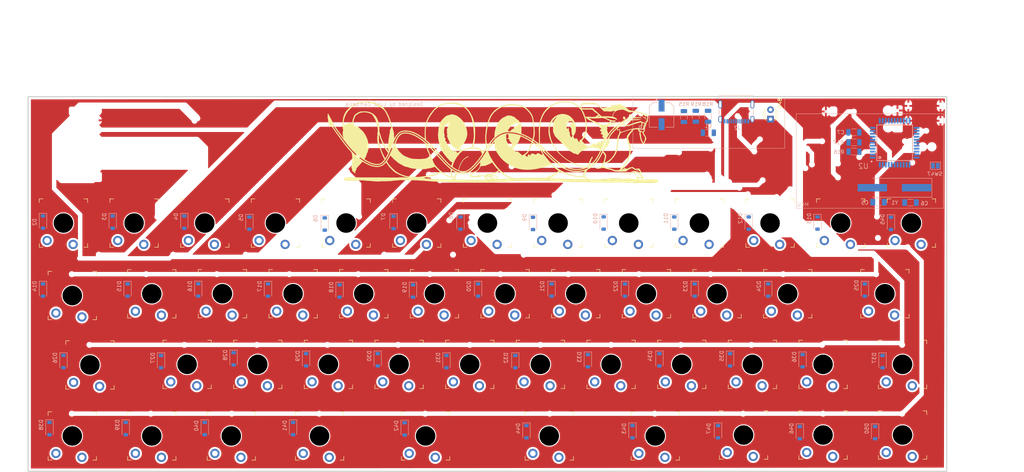
<source format=kicad_pcb>
(kicad_pcb (version 20240108) (generator "pcbnew") (generator_version "8.0")
  (title_block (title "40% H Board") (date "2024-03-30") (rev "4") (company "Luke Zambella"))
  (layers (0 "F.Cu" signal) (31 "B.Cu" signal) (34 "B.Paste" user) (35 "F.Paste" user) (36 "B.SilkS" user "B.Silkscreen") (37 "F.SilkS" user "F.Silkscreen") (38 "B.Mask" user) (39 "F.Mask" user) (44 "Edge.Cuts" user))
  (net 0 "")
  (net 1 "USB_VBUS_5")
  (net 2 "GND")
  (net 3 "/Microcontroller/32U4_TX")
  (net 4 "/Microcontroller/32U4_RX")
  (net 5 "/Microcontroller/RTS")
  (net 6 "/Microcontroller/CTS")
  (net 7 "/Microcontroller/XTAL_1")
  (net 8 "/Microcontroller/XTAL_2")
  (net 9 "ROW_1")
  (net 10 "/Matrix/D_C1R1")
  (net 11 "/Matrix/D_C1R2")
  (net 12 "ROW_2")
  (net 13 "ROW_3")
  (net 14 "/Matrix/D_C1R3")
  (net 15 "ROW_4")
  (net 16 "/Matrix/D_C1R4")
  (net 17 "/Matrix/D_C2R1")
  (net 18 "Net-(D48-A)")
  (net 19 "COL_5")
  (net 20 "/Microcontroller/RSET")
  (net 21 "COL_7")
  (net 22 "COL_6")
  (net 23 "/Microcontroller/32U4_HWB")
  (net 24 "COL_1")
  (net 25 "COL_2")
  (net 26 "COL_3")
  (net 27 "COL_4")
  (net 28 "COL_8")
  (net 29 "COL_9")
  (net 30 "COL_10")
  (net 31 "COL_11")
  (net 32 "COL_12")
  (net 33 "32U4_USB_DP")
  (net 34 "32U4_USB_DN")
  (net 35 "Net-(U2-D-)")
  (net 36 "Net-(U2-D+)")
  (net 43 "/Matrix/D_C2R2")
  (net 44 "/Matrix/D_C2R3")
  (net 45 "/Matrix/D_C2R4")
  (net 46 "/Matrix/D_C3R1")
  (net 47 "/Matrix/D_C4R1")
  (net 48 "/Matrix/D_C5R1")
  (net 49 "/Matrix/D_C6R1")
  (net 50 "/Matrix/D_C7R1")
  (net 51 "/Matrix/D_C8R1")
  (net 52 "/Matrix/D_C9R1")
  (net 53 "/Matrix/D_C10R1")
  (net 54 "/Matrix/D_C11R1")
  (net 55 "/Matrix/D_C12R1")
  (net 56 "/Matrix/D_C3R2")
  (net 57 "/Matrix/D_C4R2")
  (net 58 "/Matrix/D_C5R2")
  (net 59 "/Matrix/D_C6R2")
  (net 60 "/Matrix/D_C7R2")
  (net 61 "/Matrix/D_C8R2")
  (net 62 "/Matrix/D_C9R2")
  (net 63 "/Matrix/D_C10R2")
  (net 64 "/Matrix/D_C11R2")
  (net 65 "/Matrix/D_C12R2")
  (net 66 "/Matrix/D_C3R3")
  (net 67 "/Matrix/D_C4R3")
  (net 68 "/Matrix/D_C5R3")
  (net 69 "/Matrix/D_C6R3")
  (net 70 "/Matrix/D_C7R3")
  (net 71 "/Matrix/D_C8R3")
  (net 72 "/Matrix/D_C9R3")
  (net 73 "/Matrix/D_C10R3")
  (net 74 "/Matrix/D_C11R3")
  (net 75 "/Matrix/D_C12R3")
  (net 76 "/Matrix/D_C3R4")
  (net 77 "/Matrix/D_C4R4")
  (net 78 "/Matrix/D_C5R4")
  (net 79 "/Matrix/D_C7R4")
  (net 80 "/Matrix/D_C8R4")
  (net 81 "/Matrix/D_C11R4")
  (net 82 "/Matrix/D_C10R4")
  (net 83 "/Matrix/D_C12R4")
  (net 84 "/Matrix/D_C9R4")
  (net 87 "Net-(J2-CC1)")
  (net 88 "Net-(J2-CC2)")
  (net 89 "Net-(U2-UCAP)")
  (footprint "Keyboard Switches:SW_Gateron_LowProfile_THT" (layer "F.Cu") (at 158.975 77.975)
    (property "Reference" "SW8" (hide yes))
    (property "Value" "KS-33" (hide yes))
    (pad "" np_thru_hole circle (at 0 0 180) (size 5.25 5.25) (drill 5.25) (layers "*.Mask"))
    (pad "1" thru_hole circle (at -4.4 4.7 180) (size 2.5 2.5) (drill 1.5) (layers "*.Cu" "B.Mask") (net 51 "/Matrix/D_C8R1"))
    (pad "2" thru_hole circle (at 2.6 5.75 180) (size 2.5 2.5) (drill 1.5) (layers "*.Cu" "B.Mask") (net 28 "COL_8"))
  )
  (footprint "Keyboard Switches:SW_Gateron_LowProfile_THT" (layer "F.Cu") (at 185.1 135.225)
    (property "Reference" "SW42" (hide yes))
    (property "Value" "KS-33" (hide yes))
    (pad "" np_thru_hole circle (at 0 0 180) (size 5.25 5.25) (drill 5.25) (layers "*.Mask"))
    (pad "1" thru_hole circle (at -4.4 4.7 180) (size 2.5 2.5) (drill 1.5) (layers "*.Cu" "B.Mask") (net 84 "/Matrix/D_C9R4"))
    (pad "2" thru_hole circle (at 2.6 5.75 180) (size 2.5 2.5) (drill 1.5) (layers "*.Cu" "B.Mask") (net 29 "COL_9"))
  )
  (footprint "Keyboard Switches:SW_Gateron_LowProfile_THT" (layer "F.Cu") (at 120.975 77.975)
    (property "Reference" "SW6" (hide yes))
    (property "Value" "KS-33" (hide yes))
    (pad "" np_thru_hole circle (at 0 0 180) (size 5.25 5.25) (drill 5.25) (layers "*.Mask"))
    (pad "1" thru_hole circle (at -4.4 4.7 180) (size 2.5 2.5) (drill 1.5) (layers "*.Cu" "B.Mask") (net 49 "/Matrix/D_C6R1"))
    (pad "2" thru_hole circle (at 2.6 5.75 180) (size 2.5 2.5) (drill 1.5) (layers "*.Cu" "B.Mask") (net 22 "COL_6"))
  )
  (footprint "Keyboard Switches:SW_Gateron_LowProfile_THT" (layer "F.Cu") (at 123.35 135.225)
    (property "Reference" "SW41" (hide yes))
    (property "Value" "KS-33" (hide yes))
    (pad "" np_thru_hole circle (at 0 0 180) (size 5.25 5.25) (drill 5.25) (layers "*.Mask"))
    (pad "1" thru_hole circle (at -4.4 4.7 180) (size 2.5 2.5) (drill 1.5) (layers "*.Cu" "B.Mask") (net 78 "/Matrix/D_C5R4"))
    (pad "2" thru_hole circle (at 2.6 5.75 180) (size 2.5 2.5) (drill 1.5) (layers "*.Cu" "B.Mask") (net 19 "COL_5"))
  )
  (footprint "Keyboard Switches:SW_Gateron_LowProfile_THT" (layer "F.Cu") (at 154.225 115.975)
    (property "Reference" "SW31" (hide yes))
    (property "Value" "KS-33" (hide yes))
    (pad "" np_thru_hole circle (at 0 0 180) (size 5.25 5.25) (drill 5.25) (layers "*.Mask"))
    (pad "1" thru_hole circle (at -4.4 4.7 180) (size 2.5 2.5) (drill 1.5) (layers "*.Cu" "B.Mask") (net 70 "/Matrix/D_C7R3"))
    (pad "2" thru_hole circle (at 2.6 5.75 180) (size 2.5 2.5) (drill 1.5) (layers "*.Cu" "B.Mask") (net 21 "COL_7"))
  )
  (footprint "Keyboard Switches:SW_Gateron_LowProfile_THT" (layer "F.Cu") (at 163.725 96.975)
    (property "Reference" "SW20" (hide yes))
    (property "Value" "KS-33" (hide yes))
    (pad "" np_thru_hole circle (at 0 0 180) (size 5.25 5.25) (drill 5.25) (layers "*.Mask"))
    (pad "1" thru_hole circle (at -4.4 4.7 180) (size 2.5 2.5) (drill 1.5) (layers "*.Cu" "B.Mask") (net 61 "/Matrix/D_C8R2"))
    (pad "2" thru_hole circle (at 2.6 5.75 180) (size 2.5 2.5) (drill 1.5) (layers "*.Cu" "B.Mask") (net 28 "COL_8"))
  )
  (footprint "Keyboard Switches:SW_Gateron_LowProfile_THT" (layer "F.Cu") (at 144.725 96.975)
    (property "Reference" "SW19" (hide yes))
    (property "Value" "KS-33" (hide yes))
    (pad "" np_thru_hole circle (at 0 0 180) (size 5.25 5.25) (drill 5.25) (layers "*.Mask"))
    (pad "1" thru_hole circle (at -4.4 4.7 180) (size 2.5 2.5) (drill 1.5) (layers "*.Cu" "B.Mask") (net 60 "/Matrix/D_C7R2"))
    (pad "2" thru_hole circle (at 2.6 5.75 180) (size 2.5 2.5) (drill 1.5) (layers "*.Cu" "B.Mask") (net 21 "COL_7"))
  )
  (footprint "Keyboard Switches:SW_Gateron_LowProfile_THT" (layer "F.Cu") (at 253.975 77.975)
    (property "Reference" "SW44" (hide yes))
    (property "Value" "KS-33" (hide yes))
    (pad "" np_thru_hole circle (at 0 0 180) (size 5.25 5.25) (drill 5.25) (layers "*.Mask"))
    (pad "1" thru_hole circle (at -4.4 4.7 180) (size 2.5 2.5) (drill 1.5) (layers "*.Cu" "B.Mask") (net 80 "/Matrix/D_C8R4"))
    (pad "2" thru_hole circle (at 2.6 5.75 180) (size 2.5 2.5) (drill 1.5) (layers "*.Cu" "B.Mask") (net 28 "COL_8"))
  )
  (footprint "Keyboard Switches:SW_Gateron_LowProfile_THT" (layer "F.Cu") (at 246.85 96.975)
    (property "Reference" "SW24" (hide yes))
    (property "Value" "KS-33" (hide yes))
    (pad "" np_thru_hole circle (at 0 0 180) (size 5.25 5.25) (drill 5.25) (layers "*.Mask"))
    (pad "1" thru_hole circle (at -4.4 4.7 180) (size 2.5 2.5) (drill 1.5) (layers "*.Cu" "B.Mask") (net 65 "/Matrix/D_C12R2"))
    (pad "2" thru_hole circle (at 2.6 5.75 180) (size 2.5 2.5) (drill 1.5) (layers "*.Cu" "B.Mask") (net 32 "COL_12"))
  )
  (footprint "Keyboard Switches:SW_Gateron_LowProfile_THT" (layer "F.Cu") (at 182.725 96.975)
    (property "Reference" "SW21" (hide yes))
    (property "Value" "KS-33" (hide yes))
    (pad "" np_thru_hole circle (at 0 0 180) (size 5.25 5.25) (drill 5.25) (layers "*.Mask"))
    (pad "1" thru_hole circle (at -4.4 4.7 180) (size 2.5 2.5) (drill 1.5) (layers "*.Cu" "B.Mask") (net 62 "/Matrix/D_C9R2"))
    (pad "2" thru_hole circle (at 2.6 5.75 180) (size 2.5 2.5) (drill 1.5) (layers "*.Cu" "B.Mask") (net 29 "COL_9"))
  )
  (footprint "Keyboard Switches:SW_Gateron_LowProfile_THT" (layer "F.Cu") (at 211.225 115.975)
    (property "Reference" "SW34" (hide yes))
    (property "Value" "KS-33" (hide yes))
    (pad "" np_thru_hole circle (at 0 0 180) (size 5.25 5.25) (drill 5.25) (layers "*.Mask"))
    (pad "1" thru_hole circle (at -4.4 4.7 180) (size 2.5 2.5) (drill 1.5) (layers "*.Cu" "B.Mask") (net 73 "/Matrix/D_C10R3"))
    (pad "2" thru_hole circle (at 2.6 5.75 180) (size 2.5 2.5) (drill 1.5) (layers "*.Cu" "B.Mask") (net 30 "COL_10"))
  )
  (footprint "Keyboard Switches:SW_Gateron_LowProfile_THT" (layer "F.Cu") (at 68.725 96.975)
    (property "Reference" "SW15" (hide yes))
    (property "Value" "KS-33" (hide yes))
    (pad "" np_thru_hole circle (at 0 0 180) (size 5.25 5.25) (drill 5.25) (layers "*.Mask"))
    (pad "1" thru_hole circle (at -4.4 4.7 180) (size 2.5 2.5) (drill 1.5) (layers "*.Cu" "B.Mask") (net 56 "/Matrix/D_C3R2"))
    (pad "2" thru_hole circle (at 2.6 5.75 180) (size 2.5 2.5) (drill 1.5) (layers "*.Cu" "B.Mask") (net 26 "COL_3"))
  )
  (footprint "Keyboard Switches:SW_Gateron_LowProfile_THT" (layer "F.Cu") (at 28.35 97.475)
    (property "Reference" "SW13" (hide yes))
    (property "Value" "KS-33" (hide yes))
    (pad "" np_thru_hole circle (at 0 0 180) (size 5.25 5.25) (drill 5.25) (layers "*.Mask"))
    (pad "1" thru_hole circle (at -4.4 4.7 180) (size 2.5 2.5) (drill 1.5) (layers "*.Cu" "B.Mask") (net 11 "/Matrix/D_C1R2"))
    (pad "2" thru_hole circle (at 2.6 5.75 180) (size 2.5 2.5) (drill 1.5) (layers "*.Cu" "B.Mask") (net 24 "COL_1"))
  )
  (footprint "Keyboard Switches:SW_Gateron_LowProfile_THT" (layer "F.Cu") (at 234.975 77.975)
    (property "Reference" "SW12" (hide yes))
    (property "Value" "KS-33" (hide yes))
    (pad "" np_thru_hole circle (at 0 0 180) (size 5.25 5.25) (drill 5.25) (layers "*.Mask"))
    (pad "1" thru_hole circle (at -4.4 4.7 180) (size 2.5 2.5) (drill 1.5) (layers "*.Cu" "B.Mask") (net 55 "/Matrix/D_C12R1"))
    (pad "2" thru_hole circle (at 2.6 5.75 180) (size 2.5 2.5) (drill 1.5) (layers "*.Cu" "B.Mask") (net 32 "COL_12"))
  )
  (footprint "Keyboard Switches:SW_Gateron_LowProfile_THT" (layer "F.Cu") (at 106.725 96.975)
    (property "Reference" "SW17" (hide yes))
    (property "Value" "KS-33" (hide yes))
    (pad "" np_thru_hole circle (at 0 0 180) (size 5.25 5.25) (drill 5.25) (layers "*.Mask"))
    (pad "1" thru_hole circle (at -4.4 4.7 180) (size 2.5 2.5) (drill 1.5) (layers "*.Cu" "B.Mask") (net 58 "/Matrix/D_C5R2"))
    (pad "2" thru_hole circle (at 2.6 5.75 180) (size 2.5 2.5) (drill 1.5) (layers "*.Cu" "B.Mask") (net 19 "COL_5"))
  )
  (footprint "Keyboard Switches:SW_Gateron_LowProfile_THT" (layer "F.Cu") (at 49.725 135.225)
    (property "Reference" "SW38" (hide yes))
    (property "Value" "KS-33" (hide yes))
    (pad "" np_thru_hole circle (at 0 0 180) (size 5.25 5.25) (drill 5.25) (layers "*.Mask"))
    (pad "1" thru_hole circle (at -4.4 4.7 180) (size 2.5 2.5) (drill 1.5) (layers "*.Cu" "B.Mask") (net 45 "/Matrix/D_C2R4"))
    (pad "2" thru_hole circle (at 2.6 5.75 180) (size 2.5 2.5) (drill 1.5) (layers "*.Cu" "B.Mask") (net 25 "COL_2"))
  )
  (footprint "Keyboard Switches:SW_Gateron_LowProfile_THT" (layer "F.Cu") (at 208.85 134.975)
    (property "Reference" "SW46" (hide yes))
    (property "Value" "KS-33" (hide yes))
    (pad "" np_thru_hole circle (at 0 0 180) (size 5.25 5.25) (drill 5.25) (layers "*.Mask"))
    (pad "1" thru_hole circle (at -4.4 4.7 180) (size 2.5 2.5) (drill 1.5) (layers "*.Cu" "B.Mask") (net 82 "/Matrix/D_C10R4"))
    (pad "2" thru_hole circle (at 2.6 5.75 180) (size 2.5 2.5) (drill 1.5) (layers "*.Cu" "B.Mask") (net 30 "COL_10"))
  )
  (footprint "Keyboard Switches:SW_Gateron_LowProfile_THT" (layer "F.Cu") (at 230.225 134.975)
    (property "Reference" "SW45" (hide yes))
    (property "Value" "KS-33" (hide yes))
    (pad "" np_thru_hole circle (at 0 0 180) (size 5.25 5.25) (drill 5.25) (layers "*.Mask"))
    (pad "1" thru_hole circle (at -4.4 4.7 180) (size 2.5 2.5) (drill 1.5) (layers "*.Cu" "B.Mask") (net 81 "/Matrix/D_C11R4"))
    (pad "2" thru_hole circle (at 2.6 5.75 180) (size 2.5 2.5) (drill 1.5) (layers "*.Cu" "B.Mask") (net 31 "COL_11"))
  )
  (footprint "Keyboard Switches:SW_Gateron_LowProfile_THT" (layer "F.Cu") (at 230.225 115.975)
    (property "Reference" "SW35" (hide yes))
    (property "Value" "KS-33" (hide yes))
    (pad "" np_thru_hole circle (at 0 0 180) (size 5.25 5.25) (drill 5.25) (layers "*.Mask"))
    (pad "1" thru_hole circle (at -4.4 4.7 180) (size 2.5 2.5) (drill 1.5) (layers "*.Cu" "B.Mask") (net 74 "/Matrix/D_C11R3"))
    (pad "2" thru_hole circle (at 2.6 5.75 180) (size 2.5 2.5) (drill 1.5) (layers "*.Cu" "B.Mask") (net 31 "COL_11"))
  )
  (footprint "Keyboard Switches:SW_Gateron_LowProfile_THT" (layer "F.Cu") (at 251.6 134.975)
    (property "Reference" "SW48" (hide yes))
    (property "Value" "KS-33" (hide yes))
    (pad "" np_thru_hole circle (at 0 0 180) (size 5.25 5.25) (drill 5.25) (layers "*.Mask"))
    (pad "1" thru_hole circle (at -4.4 4.7 180) (size 2.5 2.5) (drill 1.5) (layers "*.Cu" "B.Mask") (net 83 "/Matrix/D_C12R4"))
    (pad "2" thru_hole circle (at 2.6 5.75 180) (size 2.5 2.5) (drill 1.5) (layers "*.Cu" "B.Mask") (net 32 "COL_12"))
  )
  (footprint "Keyboard Switches:SW_Gateron_LowProfile_THT" (layer "F.Cu") (at 71.1 135.225)
    (property "Reference" "SW39" (hide yes))
    (property "Value" "KS-33" (hide yes))
    (pad "" np_thru_hole circle (at 0 0 180) (size 5.25 5.25) (drill 5.25) (layers "*.Mask"))
    (pad "1" thru_hole circle (at -4.4 4.7 180) (size 2.5 2.5) (drill 1.5) (layers "*.Cu" "B.Mask") (net 76 "/Matrix/D_C3R4"))
    (pad "2" thru_hole circle (at 2.6 5.75 180) (size 2.5 2.5) (drill 1.5) (layers "*.Cu" "B.Mask") (net 26 "COL_3"))
  )
  (footprint "Keyboard Switches:SW_Gateron_LowProfile_THT" (layer "F.Cu") (at 125.725 96.975)
    (property "Reference" "SW18" (hide yes))
    (property "Value" "KS-33" (hide yes))
    (pad "" np_thru_hole circle (at 0 0 180) (size 5.25 5.25) (drill 5.25) (layers "*.Mask"))
    (pad "1" thru_hole circle (at -4.4 4.7 180) (size 2.5 2.5) (drill 1.5) (layers "*.Cu" "B.Mask") (net 59 "/Matrix/D_C6R2"))
    (pad "2" thru_hole circle (at 2.6 5.75 180) (size 2.5 2.5) (drill 1.5) (layers "*.Cu" "B.Mask") (net 22 "COL_6"))
  )
  (footprint "Keyboard Switches:SW_Gateron_LowProfile_THT" (layer "F.Cu") (at 215.975 77.975)
    (property "Reference" "SW11" (hide yes))
    (property "Value" "KS-33" (hide yes))
    (pad "" np_thru_hole circle (at 0 0 180) (size 5.25 5.25) (drill 5.25) (layers "*.Mask"))
    (pad "1" thru_hole circle (at -4.4 4.7 180) (size 2.5 2.5) (drill 1.5) (layers "*.Cu" "B.Mask") (net 54 "/Matrix/D_C11R1"))
    (pad "2" thru_hole circle (at 2.6 5.75 180) (size 2.5 2.5) (drill 1.5) (layers "*.Cu" "B.Mask") (net 31 "COL_11"))
  )
  (footprint "Keyboard Switches:SW_Gateron_LowProfile_THT" (layer "F.Cu") (at 192.225 115.975)
    (property "Reference" "SW33" (hide yes))
    (property "Value" "KS-33" (hide yes))
    (pad "" np_thru_hole circle (at 0 0 180) (size 5.25 5.25) (drill 5.25) (layers "*.Mask"))
    (pad "1" thru_hole circle (at -4.4 4.7 180) (size 2.5 2.5) (drill 1.5) (layers "*.Cu" "B.Mask") (net 72 "/Matrix/D_C9R3"))
    (pad "2" thru_hole circle (at 2.6 5.75 180) (size 2.5 2.5) (drill 1.5) (layers "*.Cu" "B.Mask") (net 29 "COL_9"))
  )
  (footprint "Keyboard Switches:SW_Gateron_LowProfile_THT" (layer "F.Cu") (at 177.975 77.975)
    (property "Reference" "SW9" (hide yes))
    (property "Value" "KS-33" (hide yes))
    (pad "" np_thru_hole circle (at 0 0 180) (size 5.25 5.25) (drill 5.25) (layers "*.Mask"))
    (pad "1" thru_hole circle (at -4.4 4.7 180) (size 2.5 2.5) (drill 1.5) (layers "*.Cu" "B.Mask") (net 52 "/Matrix/D_C9R1"))
    (pad "2" thru_hole circle (at 2.6 5.75 180) (size 2.5 2.5) (drill 1.5) (layers "*.Cu" "B.Mask") (net 29 "COL_9"))
  )
  (footprint "Keyboard Switches:SW_Gateron_LowProfile_THT" (layer "F.Cu") (at 196.975 77.975)
    (property "Reference" "SW10" (hide yes))
    (property "Value" "KS-33" (hide yes))
    (pad "" np_thru_hole circle (at 0 0 180) (size 5.25 5.25) (drill 5.25) (layers "*.Mask"))
    (pad "1" thru_hole circle (at -4.4 4.7 180) (size 2.5 2.5) (drill 1.5) (layers "*.Cu" "B.Mask") (net 53 "/Matrix/D_C10R1"))
    (pad "2" thru_hole circle (at 2.6 5.75 180) (size 2.5 2.5) (drill 1.5) (layers "*.Cu" "B.Mask") (net 30 "COL_10"))
  )
  (footprint "Keyboard Switches:SW_Gateron_LowProfile_THT" (layer "F.Cu") (at 251.6 115.975)
    (property "Reference" "SW36" (hide yes))
    (property "Value" "KS-33" (hide yes))
    (pad "" np_thru_hole circle (at 0 0 180) (size 5.25 5.25) (drill 5.25) (layers "*.Mask"))
    (pad "1" thru_hole circle (at -4.4 4.7 180) (size 2.5 2.5) (drill 1.5) (layers "*.Cu" "B.Mask") (net 75 "/Matrix/D_C12R3"))
    (pad "2" thru_hole circle (at 2.6 5.75 180) (size 2.5 2.5) (drill 1.5) (layers "*.Cu" "B.Mask") (net 32 "COL_12"))
  )
  (footprint "Keyboard Switches:SW_Gateron_LowProfile_THT" (layer "F.Cu") (at 94.85 135.225)
    (property "Reference" "SW40" (hide yes))
    (property "Value" "KS-33" (hide yes))
    (pad "" np_thru_hole circle (at 0 0 180) (size 5.25 5.25) (drill 5.25) (layers "*.Mask"))
    (pad "1" thru_hole circle (at -4.4 4.7 180) (size 2.5 2.5) (drill 1.5) (layers "*.Cu" "B.Mask") (net 77 "/Matrix/D_C4R4"))
    (pad "2" thru_hole circle (at 2.6 5.75 180) (size 2.5 2.5) (drill 1.5) (layers "*.Cu" "B.Mask") (net 27 "COL_4"))
  )
  (footprint "Keyboard Switches:SW_Gateron_LowProfile_THT" (layer "F.Cu") (at 101.975 77.975)
    (property "Reference" "SW5" (hide yes))
    (property "Value" "KS-33" (hide yes))
    (pad "" np_thru_hole circle (at 0 0 180) (size 5.25 5.25) (drill 5.25) (layers "*.Mask"))
    (pad "1" thru_hole circle (at -4.4 4.7 180) (size 2.5 2.5) (drill 1.5) (layers "*.Cu" "B.Mask") (net 48 "/Matrix/D_C5R1"))
    (pad "2" thru_hole circle (at 2.6 5.75 180) (size 2.5 2.5) (drill 1.5) (layers "*.Cu" "B.Mask") (net 19 "COL_5"))
  )
  (footprint "Keyboard Switches:SW_Gateron_LowProfile_THT" (layer "F.Cu") (at 49.725 97)
    (property "Reference" "SW14" (hide yes))
    (property "Value" "KS-33" (hide yes))
    (pad "" np_thru_hole circle (at 0 0 180) (size 5.25 5.25) (drill 5.25) (layers "*.Mask"))
    (pad "1" thru_hole circle (at -4.4 4.7 180) (size 2.5 2.5) (drill 1.5) (layers "*.Cu" "B.Mask") (net 43 "/Matrix/D_C2R2"))
    (pad "2" thru_hole circle (at 2.6 5.75 180) (size 2.5 2.5) (drill 1.5) (layers "*.Cu" "B.Mask") (net 25 "COL_2"))
  )
  (footprint "Keyboard Switches:SW_Gateron_LowProfile_THT" (layer "F.Cu") (at 173.225 115.975)
    (property "Reference" "SW32" (hide yes))
    (property "Value" "KS-33" (hide yes))
    (pad "" np_thru_hole circle (at 0 0 180) (size 5.25 5.25) (drill 5.25) (layers "*.Mask"))
    (pad "1" thru_hole circle (at -4.4 4.7 180) (size 2.5 2.5) (drill 1.5) (layers "*.Cu" "B.Mask") (net 71 "/Matrix/D_C8R3"))
    (pad "2" thru_hole circle (at 2.6 5.75 180) (size 2.5 2.5) (drill 1.5) (layers "*.Cu" "B.Mask") (net 28 "COL_8"))
  )
  (footprint "LED_THT:LED_D3.0mm" (layer "F.Cu") (at 216.1 50.04 90)
    (property "Reference" "D48" (at 4.25 2.5 270) (layer "F.SilkS"))
    (property "Value" "LED")
    (pad "1" thru_hole rect (at 0 0 90) (size 1.8 1.8) (drill 0.9) (layers "*.Cu" "*.Mask") (net 2 "GND"))
    (pad "2" thru_hole circle (at 2.54 0 90) (size 1.8 1.8) (drill 0.9) (layers "*.Cu" "*.Mask") (net 18 "Net-(D48-A)"))
  )
  (footprint "Keyboard Switches:SW_Gateron_LowProfile_THT" (layer "F.Cu") (at 78.225 115.975)
    (property "Reference" "SW27" (hide yes))
    (property "Value" "KS-33" (hide yes))
    (pad "" np_thru_hole circle (at 0 0 180) (size 5.25 5.25) (drill 5.25) (layers "*.Mask"))
    (pad "1" thru_hole circle (at -4.4 4.7 180) (size 2.5 2.5) (drill 1.5) (layers "*.Cu" "B.Mask") (net 66 "/Matrix/D_C3R3"))
    (pad "2" thru_hole circle (at 2.6 5.75 180) (size 2.5 2.5) (drill 1.5) (layers "*.Cu" "B.Mask") (net 26 "COL_3"))
  )
  (footprint "Keyboard Switches:SW_Gateron_LowProfile_THT" (layer "F.Cu") (at 139.975 77.975)
    (property "Reference" "SW7" (hide yes))
    (property "Value" "KS-33" (hide yes))
    (pad "" np_thru_hole circle (at 0 0 180) (size 5.25 5.25) (drill 5.25) (layers "*.Mask"))
    (pad "1" thru_hole circle (at -4.4 4.7 180) (size 2.5 2.5) (drill 1.5) (layers "*.Cu" "B.Mask") (net 50 "/Matrix/D_C7R1"))
    (pad "2" thru_hole circle (at 2.6 5.75 180) (size 2.5 2.5) (drill 1.5) (layers "*.Cu" "B.Mask") (net 21 "COL_7"))
  )
  (footprint "Keyboard Switches:SW_Gateron_LowProfile_THT" (layer "F.Cu") (at 116.225 115.975)
    (property "Reference" "SW29" (hide yes))
    (property "Value" "KS-33" (hide yes))
    (pad "" np_thru_hole circle (at 0 0 180) (size 5.25 5.25) (drill 5.25) (layers "*.Mask"))
    (pad "1" thru_hole circle (at -4.4 4.7 180) (size 2.5 2.5) (drill 1.5) (layers "*.Cu" "B.Mask") (net 68 "/Matrix/D_C5R3"))
    (pad "2" thru_hole circle (at 2.6 5.75 180) (size 2.5 2.5) (drill 1.5) (layers "*.Cu" "B.Mask") (net 19 "COL_5"))
  )
  (footprint "Keyboard Switches:SW_Gateron_LowProfile_THT" (layer "F.Cu") (at 33.1 116.125)
    (property "Reference" "SW25" (hide yes))
    (property "Value" "KS-33" (hide yes))
    (pad "" np_thru_hole circle (at 0 0 180) (size 5.25 5.25) (drill 5.25) (layers "*.Mask"))
    (pad "1" thru_hole circle (at -4.4 4.7 180) (size 2.5 2.5) (drill 1.5) (layers "*.Cu" "B.Mask") (net 14 "/Matrix/D_C1R3"))
    (pad "2" thru_hole circle (at 2.6 5.75 180) (size 2.5 2.5) (drill 1.5) (layers "*.Cu" "B.Mask") (net 24 "COL_1"))
  )
  (footprint "Keyboard Switches:SW_Gateron_LowProfile_THT" (layer "F.Cu") (at 44.975 77.975)
    (property "Reference" "SW2" (hide yes))
    (property "Value" "KS-33" (hide yes))
    (pad "" np_thru_hole circle (at 0 0 180) (size 5.25 5.25) (drill 5.25) (layers "*.Mask"))
    (pad "1" thru_hole circle (at -4.4 4.7 180) (size 2.5 2.5) (drill 1.5) (layers "*.Cu" "B.Mask") (net 17 "/Matrix/D_C2R1"))
    (pad "2" thru_hole circle (at 2.6 5.75 180) (size 2.5 2.5) (drill 1.5) (layers "*.Cu" "B.Mask") (net 25 "COL_2"))
  )
  (footprint "Keyboard Switches:SW_Gateron_LowProfile_THT" (layer "F.Cu") (at 97.225 115.975)
    (property "Reference" "SW28" (hide yes))
    (property "Value" "KS-33" (hide yes))
    (pad "" np_thru_hole circle (at 0 0 180) (size 5.25 5.25) (drill 5.25) (layers "*.Mask"))
    (pad "1" thru_hole circle (at -4.4 4.7 180) (size 2.5 2.5) (drill 1.5) (layers "*.Cu" "B.Mask") (net 67 "/Matrix/D_C4R3"))
    (pad "2" thru_hole circle (at 2.6 5.75 180) (size 2.5 2.5) (drill 1.5) (layers "*.Cu" "B.Mask") (net 27 "COL_4"))
  )
  (footprint "Keyboard Switches:SW_Gateron_LowProfile_THT" (layer "F.Cu") (at 220.725 96.975)
    (property "Reference" "SW23" (hide yes))
    (property "Value" "KS-33" (hide yes))
    (pad "" np_thru_hole circle (at 0 0 180) (size 5.25 5.25) (drill 5.25) (layers "*.Mask"))
    (pad "1" thru_hole circle (at -4.4 4.7 180) (size 2.5 2.5) (drill 1.5) (layers "*.Cu" "B.Mask") (net 64 "/Matrix/D_C11R2"))
    (pad "2" thru_hole circle (at 2.6 5.75 180) (size 2.5 2.5) (drill 1.5) (layers "*.Cu" "B.Mask") (net 31 "COL_11"))
  )
  (footprint "Keyboard Switches:SW_Gateron_LowProfile_THT" (layer "F.Cu") (at 63.975 77.975)
    (property "Reference" "SW3" (hide yes))
    (property "Value" "KS-33" (hide yes))
    (pad "" np_thru_hole circle (at 0 0 180) (size 5.25 5.25) (drill 5.25) (layers "*.Mask"))
    (pad "1" thru_hole circle (at -4.4 4.7 180) (size 2.5 2.5) (drill 1.5) (layers "*.Cu" "B.Mask") (net 46 "/Matrix/D_C3R1"))
    (pad "2" thru_hole circle (at 2.6 5.75 180) (size 2.5 2.5) (drill 1.5) (layers "*.Cu" "B.Mask") (net 26 "COL_3"))
  )
  (footprint "Keyboard Switches:SW_Gateron_LowProfile_THT" (layer "F.Cu") (at 82.975 77.975)
    (property "Reference" "SW4" (hide yes))
    (property "Value" "KS-33" (hide yes))
    (pad "" np_thru_hole circle (at 0 0 180) (size 5.25 5.25) (drill 5.25) (layers "*.Mask"))
    (pad "1" thru_hole circle (at -4.4 4.7 180) (size 2.5 2.5) (drill 1.5) (layers "*.Cu" "B.Mask") (net 47 "/Matrix/D_C4R1"))
    (pad "2" thru_hole circle (at 2.6 5.75 180) (size 2.5 2.5) (drill 1.5) (layers "*.Cu" "B.Mask") (net 27 "COL_4"))
  )
  (footprint "Keyboard Switches:SW_Gateron_LowProfile_THT" (layer "F.Cu") (at 201.725 96.975)
    (property "Reference" "SW22" (hide yes))
    (property "Value" "KS-33" (hide yes))
    (pad "" np_thru_hole circle (at 0 0 180) (size 5.25 5.25) (drill 5.25) (layers "*.Mask"))
    (pad "1" thru_hole circle (at -4.4 4.7 180) (size 2.5 2.5) (drill 1.5) (layers "*.Cu" "B.Mask") (net 63 "/Matrix/D_C10R2"))
    (pad "2" thru_hole circle (at 2.6 5.75 180) (size 2.5 2.5) (drill 1.5) (layers "*.Cu" "B.Mask") (net 30 "COL_10"))
  )
  (footprint "Keyboard Switches:SW_Gateron_LowProfile_THT" (layer "F.Cu") (at 25.975 77.975)
    (property "Reference" "SW1" (hide yes))
    (property "Value" "KS-33" (hide yes))
    (pad "" np_thru_hole circle (at 0 0 180) (size 5.25 5.25) (drill 5.25) (layers "*.Mask"))
    (pad "1" thru_hole circle (at -4.4 4.7 180) (size 2.5 2.5) (drill 1.5) (layers "*.Cu" "B.Mask") (net 10 "/Matrix/D_C1R1"))
    (pad "2" thru_hole circle (at 2.6 5.75 180) (size 2.5 2.5) (drill 1.5) (layers "*.Cu" "B.Mask") (net 24 "COL_1"))
  )
  (footprint "Keyboard Switches:SW_Gateron_LowProfile_THT" (layer "F.Cu") (at 156.6 135.225)
    (property "Reference" "SW43" (hide yes))
    (property "Value" "KS-33" (hide yes))
    (pad "" np_thru_hole circle (at 0 0 180) (size 5.25 5.25) (drill 5.25) (layers "*.Mask"))
    (pad "1" thru_hole circle (at -4.4 4.7 180) (size 2.5 2.5) (drill 1.5) (layers "*.Cu" "B.Mask") (net 79 "/Matrix/D_C7R4"))
    (pad "2" thru_hole circle (at 2.6 5.75 180) (size 2.5 2.5) (drill 1.5) (layers "*.Cu" "B.Mask") (net 21 "COL_7"))
  )
  (footprint "Keyboard Switches:SW_Gateron_LowProfile_THT" (layer "F.Cu") (at 87.725 96.975)
    (property "Reference" "SW16" (hide yes))
    (property "Value" "KS-33" (hide yes))
    (pad "" np_thru_hole circle (at 0 0 180) (size 5.25 5.25) (drill 5.25) (layers "*.Mask"))
    (pad "1" thru_hole circle (at -4.4 4.7 180) (size 2.5 2.5) (drill 1.5) (layers "*.Cu" "B.Mask") (net 57 "/Matrix/D_C4R2"))
    (pad "2" thru_hole circle (at 2.6 5.75 180) (size 2.5 2.5) (drill 1.5) (layers "*.Cu" "B.Mask") (net 27 "COL_4"))
  )
  (footprint "Keyboard Switches:SW_Gateron_LowProfile_THT" (layer "F.Cu") (at 135.225 115.975)
    (property "Reference" "SW30" (hide yes))
    (property "Value" "KS-33" (hide yes))
    (pad "" np_thru_hole circle (at 0 0 180) (size 5.25 5.25) (drill 5.25) (layers "*.Mask"))
    (pad "1" thru_hole circle (at -4.4 4.7 180) (size 2.5 2.5) (drill 1.5) (layers "*.Cu" "B.Mask") (net 69 "/Matrix/D_C6R3"))
    (pad "2" thru_hole circle (at 2.6 5.75 180) (size 2.5 2.5) (drill 1.5) (layers "*.Cu" "B.Mask") (net 22 "COL_6"))
  )
  (footprint "Keyboard Switches:SW_Gateron_LowProfile_THT" (layer "F.Cu") (at 28.35 135.225)
    (property "Reference" "SW37" (hide yes))
    (property "Value" "KS-33" (hide yes))
    (pad "" np_thru_hole circle (at 0 0 180) (size 5.25 5.25) (drill 5.25) (layers "*.Mask"))
    (pad "1" thru_hole circle (at -4.4 4.7 180) (size 2.5 2.5) (drill 1.5) (layers "*.Cu" "B.Mask") (net 16 "/Matrix/D_C1R4"))
    (pad "2" thru_hole circle (at 2.6 5.75 180) (size 2.5 2.5) (drill 1.5) (layers "*.Cu" "B.Mask") (net 24 "COL_1"))
  )
  (footprint "Keyboard Switches:SW_Gateron_LowProfile_THT" (layer "F.Cu") (at 59.225 115.975)
    (property "Reference" "SW26" (hide yes))
    (property "Value" "KS-33" (hide yes))
    (pad "" np_thru_hole circle (at 0 0 180) (size 5.25 5.25) (drill 5.25) (layers "*.Mask"))
    (pad "1" thru_hole circle (at -4.4 4.7 180) (size 2.5 2.5) (drill 1.5) (layers "*.Cu" "B.Mask") (net 44 "/Matrix/D_C2R3"))
    (pad "2" thru_hole circle (at 2.6 5.75 180) (size 2.5 2.5) (drill 1.5) (layers "*.Cu" "B.Mask") (net 25 "COL_2"))
  )
  (footprint "Diode_SMD:D_SOD-123" (layer "B.Cu") (at 147.475 115.2375 -90)
    (property "Reference" "D32" (at -1.0125 2.5 -90) (layer "B.SilkS") (effects (justify mirror)))
    (property "Value" "D")
    (pad "1" smd roundrect (at -1.65 0 270) (size 0.9 1.2) (layers "B.Cu" "B.Paste" "B.Mask") (net 13 "ROW_3"))
    (pad "2" smd roundrect (at 1.65 0 270) (size 0.9 1.2) (layers "B.Cu" "B.Paste" "B.Mask") (net 70 "/Matrix/D_C7R3"))
  )
  (footprint "Diode_SMD:D_SOD-123" (layer "B.Cu") (at 246.225 115.2375 -90)
    (property "Reference" "D37" (at -1.0125 2.25 -90) (layer "B.SilkS") (effects (justify mirror)))
    (property "Value" "D")
    (pad "1" smd roundrect (at -1.65 0 270) (size 0.9 1.2) (layers "B.Cu" "B.Paste" "B.Mask") (net 13 "ROW_3"))
    (pad "2" smd roundrect (at 1.65 0 270) (size 0.9 1.2) (layers "B.Cu" "B.Paste" "B.Mask") (net 75 "/Matrix/D_C12R3"))
  )
  (footprint "Diode_SMD:D_SOD-123" (layer "B.Cu") (at 241.475 95.9875 -90)
    (property "Reference" "D25" (at -1.2625 2.25 -90) (layer "B.SilkS") (effects (justify mirror)))
    (property "Value" "D")
    (pad "1" smd roundrect (at -1.65 0 270) (size 0.9 1.2) (layers "B.Cu" "B.Paste" "B.Mask") (net 12 "ROW_2"))
    (pad "2" smd roundrect (at 1.65 0 270) (size 0.9 1.2) (layers "B.Cu" "B.Paste" "B.Mask") (net 65 "/Matrix/D_C12R2"))
  )
  (footprint "Diode_SMD:D_SOD-123" (layer "B.Cu") (at 215.475 95.9875 -90)
    (property "Reference" "D24" (at -1.0125 2.5 -90) (layer "B.SilkS") (effects (justify mirror)))
    (property "Value" "D")
    (pad "1" smd roundrect (at -1.65 0 270) (size 0.9 1.2) (layers "B.Cu" "B.Paste" "B.Mask") (net 12 "ROW_2"))
    (pad "2" smd roundrect (at 1.65 0 270) (size 0.9 1.2) (layers "B.Cu" "B.Paste" "B.Mask") (net 64 "/Matrix/D_C11R2"))
  )
  (footprint "Library:CAP_EEEFK1H220P" (layer "B.Cu") (at 186.8 48.9 -90)
    (property "Reference" "C2" (at 3.5 5.25 180) (layer "B.SilkS") (effects (justify mirror)))
    (property "Value" "EEE-HB1E4R7R")
    (pad "1" smd rect (at -2.5 0 270) (size 3.2 1.6) (layers "B.Cu" "B.Paste" "B.Mask") (net 1 "USB_VBUS_5"))
    (pad "2" smd rect (at 2.5 0 270) (size 3.2 1.6) (layers "B.Cu" "B.Paste" "B.Mask") (net 2 "GND"))
  )
  (footprint "Diode_SMD:D_SOD-123" (layer "B.Cu") (at 171.225 77.9625 -90)
    (property "Reference" "D10" (at -1.2375 2.25 -90) (layer "B.SilkS") (effects (justify mirror)))
    (property "Value" "D")
    (pad "1" smd roundrect (at -1.65 0 270) (size 0.9 1.2) (layers "B.Cu" "B.Paste" "B.Mask") (net 9 "ROW_1"))
    (pad "2" smd roundrect (at 1.65 0 270) (size 0.9 1.2) (layers "B.Cu" "B.Paste" "B.Mask") (net 52 "/Matrix/D_C9R1"))
  )
  (footprint "Diode_SMD:D_SOD-123" (layer "B.Cu") (at 39.225 77.725 -90)
    (property "Reference" "D3" (at -1.5 2.25 -90) (layer "B.SilkS") (effects (justify mirror)))
    (property "Value" "D")
    (pad "1" smd roundrect (at -1.65 0 270) (size 0.9 1.2) (layers "B.Cu" "B.Paste" "B.Mask") (net 9 "ROW_1"))
    (pad "2" smd roundrect (at 1.65 0 270) (size 0.9 1.2) (layers "B.Cu" "B.Paste" "B.Mask") (net 17 "/Matrix/D_C2R1"))
  )
  (footprint "Diode_SMD:D_SOD-123" (layer "B.Cu") (at 96.225 78.2375 -90)
    (property "Reference" "D6" (at -1.5125 2.5 -90) (layer "B.SilkS") (effects (justify mirror)))
    (property "Value" "D")
    (pad "1" smd roundrect (at -1.65 0 270) (size 0.9 1.2) (layers "B.Cu" "B.Paste" "B.Mask") (net 9 "ROW_1"))
    (pad "2" smd roundrect (at 1.65 0 270) (size 0.9 1.2) (layers "B.Cu" "B.Paste" "B.Mask") (net 48 "/Matrix/D_C5R1"))
  )
  (footprint "Resistor_SMD:R_1206_3216Metric" (layer "B.Cu") (at 196 49.2625 90)
    (property "Reference" "R19" (at 3.2625 0.1 180) (layer "B.SilkS") (effects (justify mirror)))
    (property "Value" "RMCF1206JT5K10")
    (pad "1" smd roundrect (at -1.4625 0 90) (size 1.125 1.75) (layers "B.Cu" "B.Paste" "B.Mask") (roundrect_rratio 0.222222) (net 87 "Net-(J2-CC1)"))
    (pad "2" smd roundrect (at 1.4625 0 90) (size 1.125 1.75) (layers "B.Cu" "B.Paste" "B.Mask") (roundrect_rratio 0.222222) (net 2 "GND"))
  )
  (footprint "Resistor_SMD:R_1206_3216Metric" (layer "B.Cu") (at 238.5375 58.775 180)
    (property "Reference" "R16" (at 4.0375 -0.1 180) (layer "B.SilkS") (effects (justify mirror)))
    (property "Value" "22")
    (pad "1" smd roundrect (at -1.4625 0 180) (size 1.125 1.75) (layers "B.Cu" "B.Paste" "B.Mask") (roundrect_rratio 0.222222) (net 34 "32U4_USB_DN"))
    (pad "2" smd roundrect (at 1.4625 0 180) (size 1.125 1.75) (layers "B.Cu" "B.Paste" "B.Mask") (roundrect_rratio 0.222222) (net 35 "Net-(U2-D-)"))
  )
  (footprint "Diode_SMD:D_SOD-123" (layer "B.Cu") (at 152.225 78.075 -90)
    (property "Reference" "D9" (at -1.6 2.25 -90) (layer "B.SilkS") (effects (justify mirror)))
    (property "Value" "D")
    (pad "1" smd roundrect (at -1.65 0 270) (size 0.9 1.2) (layers "B.Cu" "B.Paste" "B.Mask") (net 9 "ROW_1"))
    (pad "2" smd roundrect (at 1.65 0 270) (size 0.9 1.2) (layers "B.Cu" "B.Paste" "B.Mask") (net 51 "/Matrix/D_C8R1"))
  )
  (footprint "Crystal:Crystal_SMD_HC49-SD_HandSoldering" (layer "B.Cu") (at 249.4125 68.475 180)
    (property "Reference" "Y1" (at -0.0625 -4 180) (layer "B.SilkS") (effects (justify mirror)))
    (property "Value" "16Mhz")
    (pad "1" smd rect (at -5.9375 0 180) (size 7.875 2) (layers "B.Cu" "B.Paste" "B.Mask") (net 8 "/Microcontroller/XTAL_2"))
    (pad "2" smd rect (at 5.9375 0 180) (size 7.875 2) (layers "B.Cu" "B.Paste" "B.Mask") (net 7 "/Microcontroller/XTAL_1"))
  )
  (footprint "Diode_SMD:D_SOD-123" (layer "B.Cu") (at 201.975 134.075 -90)
    (property "Reference" "D47" (at -0.85 2.5 -90) (layer "B.SilkS") (effects (justify mirror)))
    (property "Value" "D")
    (pad "1" smd roundrect (at -1.65 0 270) (size 0.9 1.2) (layers "B.Cu" "B.Paste" "B.Mask") (net 15 "ROW_4"))
    (pad "2" smd roundrect (at 1.65 0 270) (size 0.9 1.2) (layers "B.Cu" "B.Paste" "B.Mask") (net 82 "/Matrix/D_C10R4"))
  )
  (footprint "Diode_SMD:D_SOD-123" (layer "B.Cu") (at 63.975 133.2375 -90)
    (property "Reference" "D40" (at -0.7625 2.25 -90) (layer "B.SilkS") (effects (justify mirror)))
    (property "Value" "D")
    (pad "1" smd roundrect (at -1.65 0 270) (size 0.9 1.2) (layers "B.Cu" "B.Paste" "B.Mask") (net 15 "ROW_4"))
    (pad "2" smd roundrect (at 1.65 0 270) (size 0.9 1.2) (layers "B.Cu" "B.Paste" "B.Mask") (net 76 "/Matrix/D_C3R4"))
  )
  (footprint "Diode_SMD:D_SOD-123" (layer "B.Cu") (at 62.225 95.9625 -90)
    (property "Reference" "D16" (at -0.9875 2.25 -90) (layer "B.SilkS") (effects (justify mirror)))
    (property "Value" "D")
    (pad "1" smd roundrect (at -1.65 0 270) (size 0.9 1.2) (layers "B.Cu" "B.Paste" "B.Mask") (net 12 "ROW_2"))
    (pad "2" smd roundrect (at 1.65 0 270) (size 0.9 1.2) (layers "B.Cu" "B.Paste" "B.Mask") (net 56 "/Matrix/D_C3R2"))
  )
  (footprint "Diode_SMD:D_SOD-123" (layer "B.Cu") (at 110.475 114.7375 -90)
    (property "Reference" "D30" (at -1.0125 2.25 -90) (layer "B.SilkS") (effects (justify mirror)))
    (property "Value" "D")
    (pad "1" smd roundrect (at -1.65 0 270) (size 0.9 1.2) (layers "B.Cu" "B.Paste" "B.Mask") (net 13 "ROW_3"))
    (pad "2" smd roundrect (at 1.65 0 270) (size 0.9 1.2) (layers "B.Cu" "B.Paste" "B.Mask") (net 68 "/Matrix/D_C5R3"))
  )
  (footprint "Diode_SMD:D_SOD-123" (layer "B.Cu") (at 224.725 114.9875 -90)
    (property "Reference" "D36" (at -1.0125 2.25 -90) (layer "B.SilkS") (effects (justify mirror)))
    (property "Value" "D")
    (pad "1" smd roundrect (at -1.65 0 270) (size 0.9 1.2) (layers "B.Cu" "B.Paste" "B.Mask") (net 13 "ROW_3"))
    (pad "2" smd roundrect (at 1.65 0 270) (size 0.9 1.2) (layers "B.Cu" "B.Paste" "B.Mask") (net 74 "/Matrix/D_C11R3"))
  )
  (footprint "Diode_SMD:D_SOD-123" (layer "B.Cu") (at 42.725 133.2375 -90)
    (property "Reference" "D39" (at -1.0125 2.25 -90) (layer "B.SilkS") (effects (justify mirror)))
    (property "Value" "D")
    (pad "1" smd roundrect (at -1.65 0 270) (size 0.9 1.2) (layers "B.Cu" "B.Paste" "B.Mask") (net 15 "ROW_4"))
    (pad "2" smd roundrect (at 1.65 0 270) (size 0.9 1.2) (layers "B.Cu" "B.Paste" "B.Mask") (net 45 "/Matrix/D_C2R4"))
  )
  (footprint "Diode_SMD:D_SOD-123" (layer "B.Cu") (at 178.975 134.075 -90)
    (property "Reference" "D43" (at -0.85 2.25 -90) (layer "B.SilkS") (effects (justify mirror)))
    (property "Value" "D")
    (pad "1" smd roundrect (at -1.65 0 270) (size 0.9 1.2) (layers "B.Cu" "B.Paste" "B.Mask") (net 15 "ROW_4"))
    (pad "2" smd roundrect (at 1.65 0 270) (size 0.9 1.2) (layers "B.Cu" "B.Paste" "B.Mask") (net 84 "/Matrix/D_C9R4"))
  )
  (footprint "Diode_SMD:D_SOD-123" (layer "B.Cu") (at 52.225 115.2375 -90)
    (property "Reference" "D27" (at -1.0125 2.25 -90) (layer "B.SilkS") (effects (justify mirror)))
    (property "Value" "D")
    (pad "1" smd roundrect (at -1.65 0 270) (size 0.9 1.2) (layers "B.Cu" "B.Paste" "B.Mask") (net 13 "ROW_3"))
    (pad "2" smd roundrect (at 1.65 0 270) (size 0.9 1.2) (layers "B.Cu" "B.Paste" "B.Mask") (net 44 "/Matrix/D_C2R3"))
  )
  (footprint "Diode_SMD:D_SOD-123" (layer "B.Cu") (at 100.225 96.2375 -90)
    (property "Reference" "D18" (at -1.0125 2.25 -90) (layer "B.SilkS") (effects (justify mirror)))
    (property "Value" "D")
    (pad "1" smd roundrect (at -1.65 0 270) (size 0.9 1.2) (layers "B.Cu" "B.Paste" "B.Mask") (net 12 "ROW_2"))
    (pad "2" smd roundrect (at 1.65 0 270) (size 0.9 1.2) (layers "B.Cu" "B.Paste" "B.Mask") (net 58 "/Matrix/D_C5R2"))
  )
  (footprint "Diode_SMD:D_SOD-123" (layer "B.Cu") (at 228.725 77.9625 -90)
    (property "Reference" "D13" (at -1.2375 2.25 -90) (layer "B.SilkS") (effects (justify mirror)))
    (property "Value" "D")
    (pad "1" smd roundrect (at -1.65 0 270) (size 0.9 1.2) (layers "B.Cu" "B.Paste" "B.Mask") (net 9 "ROW_1"))
    (pad "2" smd roundrect (at 1.65 0 270) (size 0.9 1.2) (layers "B.Cu" "B.Paste" "B.Mask") (net 55 "/Matrix/D_C12R1"))
  )
  (footprint "Diode_SMD:D_SOD-123" (layer "B.Cu") (at 75.975 77.9875 -90)
    (property "Reference" "D5" (at -1.5125 2.25 -90) (layer "B.SilkS") (effects (justify mirror)))
    (property "Value" "D")
    (pad "1" smd roundrect (at -1.65 0 270) (size 0.9 1.2) (layers "B.Cu" "B.Paste" "B.Mask") (net 9 "ROW_1"))
    (pad "2" smd roundrect (at 1.65 0 270) (size 0.9 1.2) (layers "B.Cu" "B.Paste" "B.Mask") (net 47 "/Matrix/D_C4R1"))
  )
  (footprint "Diode_SMD:D_SOD-123" (layer "B.Cu") (at 58.475 77.7375 -90)
    (property "Reference" "D4" (at -1.5125 2.25 -90) (layer "B.SilkS") (effects (justify mirror)))
    (property "Value" "D")
    (pad "1" smd roundrect (at -1.65 0 270) (size 0.9 1.2) (layers "B.Cu" "B.Paste" "B.Mask") (net 9 "ROW_1"))
    (pad "2" smd roundrect (at 1.65 0 270) (size 0.9 1.2) (layers "B.Cu" "B.Paste" "B.Mask") (net 46 "/Matrix/D_C3R1"))
  )
  (footprint "Capacitor_SMD:C_1206_3216Metric_Pad1.33x1.80mm_HandSolder" (layer "B.Cu") (at 253.7375 72.475 180)
    (property "Reference" "C6" (at -3.7375 -0.2 180) (layer "B.SilkS") (effects (justify mirror)))
    (property "Value" "C1206C220K3HAC7800")
    (pad "1" smd roundrect (at -1.5625 0 180) (size 1.325 1.8) (layers "B.Cu" "B.Paste" "B.Mask") (roundrect_rratio 0.188679) (net 8 "/Microcontroller/XTAL_2"))
    (pad "2" smd roundrect (at 1.5625 0 180) (size 1.325 1.8) (layers "B.Cu" "B.Paste" "B.Mask") (roundrect_rratio 0.188679) (net 2 "GND"))
  )
  (footprint "Diode_SMD:D_SOD-123" (layer "B.Cu") (at 22.225 133.2375 -90)
    (property "Reference" "D38" (at -1.0125 2.25 -90) (layer "B.SilkS") (effects (justify mirror)))
    (property "Value" "D")
    (pad "1" smd roundrect (at -1.65 0 270) (size 0.9 1.2) (layers "B.Cu" "B.Paste" "B.Mask") (net 15 "ROW_4"))
    (pad "2" smd roundrect (at 1.65 0 270) (size 0.9 1.2) (layers "B.Cu" "B.Paste" "B.Mask") (net 16 "/Matrix/D_C1R4"))
  )
  (footprint "Diode_SMD:D_SOD-123" (layer "B.Cu") (at 119.975 96.2375 -90)
    (property "Reference" "D19" (at -1.0125 2.25 -90) (layer "B.SilkS") (effects (justify mirror)))
    (property "Value" "D")
    (pad "1" smd roundrect (at -1.65 0 270) (size 0.9 1.2) (layers "B.Cu" "B.Paste" "B.Mask") (net 12 "ROW_2"))
    (pad "2" smd roundrect (at 1.65 0 270) (size 0.9 1.2) (layers "B.Cu" "B.Paste" "B.Mask") (net 59 "/Matrix/D_C6R2"))
  )
  (footprint "Diode_SMD:D_SOD-123" (layer "B.Cu") (at 71.725 114.4875 -90)
    (property "Reference" "D28" (at -1.0125 2.25 -90) (layer "B.SilkS") (effects (justify mirror)))
    (property "Value" "D")
    (pad "1" smd roundrect (at -1.65 0 270) (size 0.9 1.2) (layers "B.Cu" "B.Paste" "B.Mask") (net 13 "ROW_3"))
    (pad "2" smd roundrect (at 1.65 0 270) (size 0.9 1.2) (layers "B.Cu" "B.Paste" "B.Mask") (net 66 "/Matrix/D_C3R3"))
  )
  (footprint "Diode_SMD:D_SOD-123" (layer "B.Cu") (at 195.725 95.9875 -90)
    (property "Reference" "D23" (at -1.0125 2.5 -90) (layer "B.SilkS") (effects (justify mirror)))
    (property "Value" "D")
    (pad "1" smd roundrect (at -1.65 0 270) (size 0.9 1.2) (layers "B.Cu" "B.Paste" "B.Mask") (net 12 "ROW_2"))
    (pad "2" smd roundrect (at 1.65 0 270) (size 0.9 1.2) (layers "B.Cu" "B.Paste" "B.Mask") (net 63 "/Matrix/D_C10R2"))
  )
  (footprint "Diode_SMD:D_SOD-123" (layer "B.Cu") (at 117.725 133.325 -90)
    (property "Reference" "D42" (at -0.85 2.25 -90) (layer "B.SilkS") (effects (justify mirror)))
    (property "Value" "D")
    (pad "1" smd roundrect (at -1.65 0 270) (size 0.9 1.2) (layers "B.Cu" "B.Paste" "B.Mask") (net 15 "ROW_4"))
    (pad "2" smd roundrect (at 1.65 0 270) (size 0.9 1.2) (layers "B.Cu" "B.Paste" "B.Mask") (net 78 "/Matrix/D_C5R4"))
  )
  (footprint "Capacitor_SMD:C_1206_3216Metric" (layer "B.Cu") (at 238.5 53.575 180)
    (property "Reference" "C7" (at 3.525 0 180) (layer "B.SilkS") (effects (justify mirror)))
    (property "Value" "1uF")
    (pad "1" smd roundrect (at -1.475 0 180) (size 1.15 1.8) (layers "B.Cu" "B.Paste" "B.Mask") (roundrect_rratio 0.217391) (net 89 "Net-(U2-UCAP)"))
    (pad "2" smd roundrect (at 1.475 0 180) (size 1.15 1.8) (layers "B.Cu" "B.Paste" "B.Mask") (roundrect_rratio 0.217391) (net 2 "GND"))
  )
  (footprint "Diode_SMD:D_SOD-123" (layer "B.Cu") (at 150.475 134.075 -90)
    (property "Reference" "D44" (at -0.85 2.25 -90) (layer "B.SilkS") (effects (justify mirror)))
    (property "Value" "D")
    (pad "1" smd roundrect (at -1.65 0 270) (size 0.9 1.2) (layers "B.Cu" "B.Paste" "B.Mask") (net 15 "ROW_4"))
    (pad "2" smd roundrect (at 1.65 0 270) (size 0.9 1.2) (layers "B.Cu" "B.Paste" "B.Mask") (net 79 "/Matrix/D_C7R4"))
  )
  (footprint "Diode_SMD:D_SOD-123" (layer "B.Cu") (at 223.975 134.325 -90)
    (property "Reference" "D46" (at -1.1 2.25 -90) (layer "B.SilkS") (effects (justify mirror)))
    (property "Value" "D")
    (pad "1" smd roundrect (at -1.65 0 270) (size 0.9 1.2) (layers "B.Cu" "B.Paste" "B.Mask") (net 15 "ROW_4"))
    (pad "2" smd roundrect (at 1.65 0 270) (size 0.9 1.2) (layers "B.Cu" "B.Paste" "B.Mask") (net 81 "/Matrix/D_C11R4"))
  )
  (footprint "Diode_SMD:D_SOD-123" (layer "B.Cu") (at 91.225 114.7375 -90)
    (property "Reference" "D29" (at -1.0125 2.25 -90) (layer "B.SilkS") (effects (justify mirror)))
    (property "Value" "D")
    (pad "1" smd roundrect (at -1.65 0 270) (size 0.9 1.2) (layers "B.Cu" "B.Paste" "B.Mask") (net 13 "ROW_3"))
    (pad "2" smd roundrect (at 1.65 0 270) (size 0.9 1.2) (layers "B.Cu" "B.Paste" "B.Mask") (net 67 "/Matrix/D_C4R3"))
  )
  (footprint "Diode_SMD:D_SOD-123" (layer "B.Cu") (at 128.975 115.2375 -90)
    (property "Reference" "D31" (at -1.0125 2.25 -90) (layer "B.SilkS") (effects (justify mirror)))
    (property "Value" "D")
    (pad "1" smd roundrect (at -1.65 0 270) (size 0.9 1.2) (layers "B.Cu" "B.Paste" "B.Mask") (net 13 "ROW_3"))
    (pad "2" smd roundrect (at 1.65 0 270) (size 0.9 1.2) (layers "B.Cu" "B.Paste" "B.Mask") (net 69 "/Matrix/D_C6R3"))
  )
  (footprint "Diode_SMD:D_SOD-123" (layer "B.Cu") (at 87.725 133.2375 -90)
    (property "Reference" "D41" (at -0.7625 2.25 -90) (layer "B.SilkS") (effects (justify mirror)))
    (property "Value" "D")
    (pad "1" smd roundrect (at -1.65 0 270) (size 0.9 1.2) (layers "B.Cu" "B.Paste" "B.Mask") (net 15 "ROW_4"))
    (pad "2" smd roundrect (at 1.65 0 270) (size 0.9 1.2) (layers "B.Cu" "B.Paste" "B.Mask") (net 77 "/Matrix/D_C4R4"))
  )
  (footprint "Capacitor_SMD:C_1206_3216Metric" (layer "B.Cu") (at 199.375 53.7 180)
    (property "Reference" "C1" (at 0 1.85 180) (layer "B.SilkS") (effects (justify mirror)))
    (property "Value" "C3216X7R2A334K130AA")
    (pad "1" smd roundrect (at -1.475 0 180) (size 1.15 1.8) (layers "B.Cu" "B.Paste" "B.Mask") (roundrect_rratio 0.217391) (net 1 "USB_VBUS_5"))
    (pad "2" smd roundrect (at 1.475 0 180) (size 1.15 1.8) (layers "B.Cu" "B.Paste" "B.Mask") (roundrect_rratio 0.217391) (net 2 "GND"))
  )
  (footprint "Diode_SMD:D_SOD-123" (layer "B.Cu") (at 20.475 77.7125 -90)
    (property "Reference" "D2" (at 0 2.25 -90) (layer "B.SilkS") (effects (justify mirror)))
    (property "Value" "D")
    (pad "1" smd roundrect (at -1.65 0 270) (size 0.9 1.2) (layers "B.Cu" "B.Paste" "B.Mask") (net 9 "ROW_1"))
    (pad "2" smd roundrect (at 1.65 0 270) (size 0.9 1.2) (layers "B.Cu" "B.Paste" "B.Mask") (net 10 "/Matrix/D_C1R1"))
  )
  (footprint "Resistor_SMD:R_1206_3216Metric" (layer "B.Cu") (at 238.5375 56.275 180)
    (property "Reference" "R17" (at 4.1625 0 180) (layer "B.SilkS") (effects (justify mirror)))
    (property "Value" "22")
    (pad "1" smd roundrect (at -1.4625 0 180) (size 1.125 1.75) (layers "B.Cu" "B.Paste" "B.Mask") (roundrect_rratio 0.222222) (net 33 "32U4_USB_DP"))
    (pad "2" smd roundrect (at 1.4625 0 180) (size 1.125 1.75) (layers "B.Cu" "B.Paste" "B.Mask") (roundrect_rratio 0.222222) (net 36 "Net-(U2-D+)"))
  )
  (footprint "Diode_SMD:D_SOD-123" (layer "B.Cu") (at 205.225 114.7375 -90)
    (property "Reference" "D35" (at -1.0125 2.25 -90) (layer "B.SilkS") (effects (justify mirror)))
    (property "Value" "D")
    (pad "1" smd roundrect (at -1.65 0 270) (size 0.9 1.2) (layers "B.Cu" "B.Paste" "B.Mask") (net 13 "ROW_3"))
    (pad "2" smd roundrect (at 1.65 0 270) (size 0.9 1.2) (layers "B.Cu" "B.Paste" "B.Mask") (net 73 "/Matrix/D_C10R3"))
  )
  (footprint "Diode_SMD:D_SOD-123" (layer "B.Cu") (at 20.475 95.9875 -90)
    (property "Reference" "D14" (at -1.0125 2.25 -90) (layer "B.SilkS") (effects (justify mirror)))
    (property "Value" "D")
    (pad "1" smd roundrect (at -1.65 0 270) (size 0.9 1.2) (layers "B.Cu" "B.Paste" "B.Mask") (net 12 "ROW_2"))
    (pad "2" smd roundrect (at 1.65 0 270) (size 0.9 1.2) (layers "B.Cu" "B.Paste" "B.Mask") (net 11 "/Matrix/D_C1R2"))
  )
  (footprint "Diode_SMD:D_SOD-123" (layer "B.Cu") (at 190.225 77.9875 -90)
    (property "Reference" "D11" (at -1.2625 2.25 -90) (layer "B.SilkS") (effects (justify mirror)))
    (property "Value" "D")
    (pad "1" smd roundrect (at -1.65 0 270) (size 0.9 1.2) (layers "B.Cu" "B.Paste" "B.Mask") (net 9 "ROW_1"))
    (pad "2" smd roundrect (at 1.65 0 270) (size 0.9 1.2) (layers "B.Cu" "B.Paste" "B.Mask") (net 53 "/Matrix/D_C10R1"))
  )
  (footprint "Diode_SMD:D_SOD-123" (layer "B.Cu") (at 176.975 95.9875 -90)
    (property "Reference" "D22" (at -1.0125 2.5 -90) (layer "B.SilkS") (effects (justify mirror)))
    (property "Value" "D")
    (pad "1" smd roundrect (at -1.65 0 270) (size 0.9 1.2) (layers "B.Cu" "B.Paste" "B.Mask") (net 12 "ROW_2"))
    (pad "2" smd roundrect (at 1.65 0 270) (size 0.9 1.2) (layers "B.Cu" "B.Paste" "B.Mask") (net 62 "/Matrix/D_C9R2"))
  )
  (footprint "Resistor_SMD:R_1206_3216Metric" (layer "B.Cu") (at 199.3 49.2625 90)
    (property "Reference" "R18" (at 3.2625 -0.1 180) (layer "B.SilkS") (effects (justify mirror)))
    (property "Value" "RMCF1206JT5K10")
    (pad "1" smd roundrect (at -1.4625 0 90) (size 1.125 1.75) (layers "B.Cu" "B.Paste" "B.Mask") (roundrect_rratio 0.222222) (net 88 "Net-(J2-CC2)"))
    (pad "2" smd roundrect (at 1.4625 0 90) (size 1.125 1.75) (layers "B.Cu" "B.Paste" "B.Mask") (roundrect_rratio 0.222222) (net 2 "GND"))
  )
  (footprint "Diode_SMD:D_SOD-123" (layer "B.Cu") (at 166.975 114.9875 -90)
    (property "Reference" "D33" (at -1.0125 2.25 -90) (layer "B.SilkS") (effects (justify mirror)))
    (property "Value" "D")
    (pad "1" smd roundrect (at -1.65 0 270) (size 0.9 1.2) (layers "B.Cu" "B.Paste" "B.Mask") (net 13 "ROW_3"))
    (pad "2" smd roundrect (at 1.65 0 270) (size 0.9 1.2) (layers "B.Cu" "B.Paste" "B.Mask") (net 71 "/Matrix/D_C8R3"))
  )
  (footprint "Jumper:SolderJumper-2_P1.3mm_Open_Pad1.0x1.5mm" (layer "B.Cu") (at 260.425 62.575)
    (property "Reference" "SW47" (at -0.15 2.2 0) (layer "B.SilkS") (effects (justify mirror)))
    (property "Value" "RESET")
    (pad "1" smd rect (at -0.65 0) (size 1 1.5) (layers "B.Cu" "B.Mask") (net 2 "GND"))
    (pad "2" smd rect (at 0.65 0) (size 1 1.5) (layers "B.Cu" "B.Mask") (net 20 "/Microcontroller/RSET"))
  )
  (footprint "Diode_SMD:D_SOD-123" (layer "B.Cu") (at 114.725 77.825 -90)
    (property "Reference" "D7" (at -1.6 2.75 -90) (layer "B.SilkS") (effects (justify mirror)))
    (property "Value" "D")
    (pad "1" smd roundrect (at -1.65 0 270) (size 0.9 1.2) (layers "B.Cu" "B.Paste" "B.Mask") (net 9 "ROW_1"))
    (pad "2" smd roundrect (at 1.65 0 270) (size 0.9 1.2) (layers "B.Cu" "B.Paste" "B.Mask") (net 49 "/Matrix/D_C6R1"))
  )
  (footprint "Library:atmega32u4" (layer "B.Cu") (at 249.475 56.375)
    (property "Reference" "U2" (at -8.4 6.3 360) (layer "B.SilkS") (effects (font (size 1.402291 1.402291)) (justify mirror)))
    (property "Value" "ATMEGA32U4-AU")
    (pad "1" smd rect (at -5.9 4) (size 1.5 0.5) (layers "B.Cu" "B.Paste" "B.Mask"))
    (pad "2" smd rect (at -5.9 3.2) (size 1.5 0.5) (layers "B.Cu" "B.Paste" "B.Mask") (net 1 "USB_VBUS_5"))
    (pad "3" smd rect (at -5.9 2.4) (size 1.5 0.5) (layers "B.Cu" "B.Paste" "B.Mask") (net 35 "Net-(U2-D-)"))
    (pad "4" smd rect (at -5.9 1.6) (size 1.5 0.5) (layers "B.Cu" "B.Paste" "B.Mask") (net 36 "Net-(U2-D+)"))
    (pad "5" smd rect (at -5.9 0.8) (size 1.5 0.5) (layers "B.Cu" "B.Paste" "B.Mask") (net 2 "GND"))
    (pad "6" smd rect (at -5.9 0) (size 1.5 0.5) (layers "B.Cu" "B.Paste" "B.Mask") (net 89 "Net-(U2-UCAP)"))
    (pad "7" smd rect (at -5.9 -0.8) (size 1.5 0.5) (layers "B.Cu" "B.Paste" "B.Mask") (net 1 "USB_VBUS_5"))
    (pad "8" smd rect (at -5.9 -1.6) (size 1.5 0.5) (layers "B.Cu" "B.Paste" "B.Mask") (net 28 "COL_8"))
    (pad "9" smd rect (at -5.9 -2.4) (size 1.5 0.5) (layers "B.Cu" "B.Paste" "B.Mask") (net 21 "COL_7"))
    (pad "10" smd rect (at -5.9 -3.2) (size 1.5 0.5) (layers "B.Cu" "B.Paste" "B.Mask") (net 22 "COL_6"))
    (pad "11" smd rect (at -5.9 -4) (size 1.5 0.5) (layers "B.Cu" "B.Paste" "B.Mask") (net 19 "COL_5"))
    (pad "12" smd rect (at -4 -5.9) (size 0.5 1.5) (layers "B.Cu" "B.Paste" "B.Mask") (net 5 "/Microcontroller/RTS"))
    (pad "13" smd rect (at -3.2 -5.9) (size 0.5 1.5) (layers "B.Cu" "B.Paste" "B.Mask") (net 20 "/Microcontroller/RSET"))
    (pad "14" smd rect (at -2.4 -5.9) (size 0.5 1.5) (layers "B.Cu" "B.Paste" "B.Mask") (net 1 "USB_VBUS_5"))
    (pad "15" smd rect (at -1.6 -5.9) (size 0.5 1.5) (layers "B.Cu" "B.Paste" "B.Mask") (net 2 "GND"))
    (pad "16" smd rect (at -0.8 -5.9) (size 0.5 1.5) (layers "B.Cu" "B.Paste" "B.Mask") (net 8 "/Microcontroller/XTAL_2"))
    (pad "17" smd rect (at 0 -5.9) (size 0.5 1.5) (layers "B.Cu" "B.Paste" "B.Mask") (net 7 "/Microcontroller/XTAL_1"))
    (pad "18" smd rect (at 0.8 -5.9) (size 0.5 1.5) (layers "B.Cu" "B.Paste" "B.Mask") (net 31 "COL_11"))
    (pad "19" smd rect (at 1.6 -5.9) (size 0.5 1.5) (layers "B.Cu" "B.Paste" "B.Mask") (net 32 "COL_12"))
    (pad "20" smd rect (at 2.4 -5.9) (size 0.5 1.5) (layers "B.Cu" "B.Paste" "B.Mask") (net 4 "/Microcontroller/32U4_RX"))
    (pad "21" smd rect (at 3.2 -5.9) (size 0.5 1.5) (layers "B.Cu" "B.Paste" "B.Mask") (net 3 "/Microcontroller/32U4_TX"))
    (pad "22" smd rect (at 4 -5.9) (size 0.5 1.5) (layers "B.Cu" "B.Paste" "B.Mask") (net 6 "/Microcontroller/CTS"))
    (pad "23" smd rect (at 5.9 -4) (size 1.5 0.5) (layers "B.Cu" "B.Paste" "B.Mask") (net 2 "GND"))
    (pad "24" smd rect (at 5.9 -3.2) (size 1.5 0.5) (layers "B.Cu" "B.Paste" "B.Mask") (net 1 "USB_VBUS_5"))
    (pad "25" smd rect (at 5.9 -2.4) (size 1.5 0.5) (layers "B.Cu" "B.Paste" "B.Mask"))
    (pad "26" smd rect (at 5.9 -1.6) (size 1.5 0.5) (layers "B.Cu" "B.Paste" "B.Mask"))
    (pad "27" smd rect (at 5.9 -0.8) (size 1.5 0.5) (layers "B.Cu" "B.Paste" "B.Mask"))
    (pad "28" smd rect (at 5.9 0) (size 1.5 0.5) (layers "B.Cu" "B.Paste" "B.Mask") (net 27 "COL_4"))
    (pad "29" smd rect (at 5.9 0.8) (size 1.5 0.5) (layers "B.Cu" "B.Paste" "B.Mask") (net 26 "COL_3"))
    (pad "30" smd rect (at 5.9 1.6) (size 1.5 0.5) (layers "B.Cu" "B.Paste" "B.Mask") (net 25 "COL_2"))
    (pad "31" smd rect (at 5.9 2.4) (size 1.5 0.5) (layers "B.Cu" "B.Paste" "B.Mask") (net 29 "COL_9"))
    (pad "32" smd rect (at 5.9 3.2) (size 1.5 0.5) (layers "B.Cu" "B.Paste" "B.Mask") (net 30 "COL_10"))
    (pad "33" smd rect (at 5.9 4) (size 1.5 0.5) (layers "B.Cu" "B.Paste" "B.Mask") (net 23 "/Microcontroller/32U4_HWB"))
    (pad "34" smd rect (at 4 5.9) (size 0.5 1.5) (layers "B.Cu" "B.Paste" "B.Mask") (net 1 "USB_VBUS_5"))
    (pad "35" smd rect (at 3.2 5.9) (size 0.5 1.5) (layers "B.Cu" "B.Paste" "B.Mask") (net 2 "GND"))
    (pad "36" smd rect (at 2.4 5.9) (size 0.5 1.5) (layers "B.Cu" "B.Paste" "B.Mask"))
    (pad "37" smd rect (at 1.6 5.9) (size 0.5 1.5) (layers "B.Cu" "B.Paste" "B.Mask") (net 24 "COL_1"))
    (pad "38" smd rect (at 0.8 5.9) (size 0.5 1.5) (layers "B.Cu" "B.Paste" "B.Mask") (net 15 "ROW_4"))
    (pad "39" smd rect (at 0 5.9) (size 0.5 1.5) (layers "B.Cu" "B.Paste" "B.Mask") (net 13 "ROW_3"))
    (pad "40" smd rect (at -0.8 5.9) (size 0.5 1.5) (layers "B.Cu" "B.Paste" "B.Mask") (net 12 "ROW_2"))
    (pad "41" smd rect (at -1.6 5.9) (size 0.5 1.5) (layers "B.Cu" "B.Paste" "B.Mask") (net 9 "ROW_1"))
    (pad "42" smd rect (at -2.4 5.9) (size 0.5 1.5) (layers "B.Cu" "B.Paste" "B.Mask"))
    (pad "43" smd rect (at -3.2 5.9) (size 0.5 1.5) (layers "B.Cu" "B.Paste" "B.Mask") (net 2 "GND"))
    (pad "44" smd rect (at -4 5.9) (size 0.5 1.5) (layers "B.Cu" "B.Paste" "B.Mask") (net 1 "USB_VBUS_5"))
  )
  (footprint "Diode_SMD:D_SOD-123" (layer "B.Cu") (at 80.975 95.9875 -90)
    (property "Reference" "D17" (at -1.0125 2.25 -90) (layer "B.SilkS") (effects (justify mirror)))
    (property "Value" "D")
    (pad "1" smd roundrect (at -1.65 0 270) (size 0.9 1.2) (layers "B.Cu" "B.Paste" "B.Mask") (net 12 "ROW_2"))
    (pad "2" smd roundrect (at 1.65 0 270) (size 0.9 1.2) (layers "B.Cu" "B.Paste" "B.Mask") (net 57 "/Matrix/D_C4R2"))
  )
  (footprint "Diode_SMD:D_SOD-123" (layer "B.Cu") (at 157.225 95.9875 -90)
    (property "Reference" "D21" (at -1.0125 2.5 -90) (layer "B.SilkS") (effects (justify mirror)))
    (property "Value" "D")
    (pad "1" smd roundrect (at -1.65 0 270) (size 0.9 1.2) (layers "B.Cu" "B.Paste" "B.Mask") (net 12 "ROW_2"))
    (pad "2" smd roundrect (at 1.65 0 270) (size 0.9 1.2) (layers "B.Cu" "B.Paste" "B.Mask") (net 61 "/Matrix/D_C8R2"))
  )
  (footprint "Diode_SMD:D_SOD-123" (layer "B.Cu") (at 248.475 78.075 -90)
    (property "Reference" "D45" (at -1.1 2.25 -90) (layer "B.SilkS") (effects (justify mirror)))
    (property "Value" "D")
    (pad "1" smd roundrect (at -1.65 0 270) (size 0.9 1.2) (layers "B.Cu" "B.Paste" "B.Mask") (net 15 "ROW_4"))
    (pad "2" smd roundrect (at 1.65 0 270) (size 0.9 1.2) (layers "B.Cu" "B.Paste" "B.Mask") (net 80 "/Matrix/D_C8R4"))
  )
  (footprint "Library:MOLEX_2171790001" (layer "B.Cu") (at 206.9 47.2)
    (property "Reference" "J2" (at 0.255 5.185 0) (layer "B.SilkS") (effects (justify mirror)))
    (property "Value" "2171790001")
    (pad "A1B12" smd rect (at -3.2 3.425) (size 0.59 1.15) (layers "B.Cu" "B.Paste") (net 2 "GND"))
    (pad "A4B9" smd rect (at -2.4 3.425) (size 0.59 1.15) (layers "B.Cu" "B.Paste") (net 1 "USB_VBUS_5"))
    (pad "A5" smd rect (at -1.25 3.425) (size 0.298 1.15) (layers "B.Cu" "B.Paste") (net 87 "Net-(J2-CC1)"))
    (pad "A6" smd rect (at -0.25 3.425) (size 0.298 1.15) (layers "B.Cu" "B.Paste") (net 33 "32U4_USB_DP"))
    (pad "A7" smd rect (at 0.25 3.425) (size 0.298 1.15) (layers "B.Cu" "B.Paste") (net 34 "32U4_USB_DN"))
    (pad "A8" smd rect (at 1.25 3.425) (size 0.298 1.15) (layers "B.Cu" "B.Paste"))
    (pad "B1A12" smd rect (at 3.2 3.425) (size 0.59 1.15) (layers "B.Cu" "B.Paste") (net 2 "GND"))
    (pad "B4A9" smd rect (at 2.4 3.425) (size 0.59 1.15) (layers "B.Cu" "B.Paste") (net 1 "USB_VBUS_5"))
    (pad "B5" smd rect (at 1.75 3.425) (size 0.298 1.15) (layers "B.Cu" "B.Paste") (net 88 "Net-(J2-CC2)"))
    (pad "B6" smd rect (at 0.75 3.425) (size 0.298 1.15) (layers "B.Cu" "B.Paste") (net 33 "32U4_USB_DP"))
    (pad "B7" smd rect (at -0.75 3.425) (size 0.298 1.15) (layers "B.Cu" "B.Paste") (net 34 "32U4_USB_DN"))
    (pad "B8" smd rect (at -1.75 3.425) (size 0.298 1.15) (layers "B.Cu" "B.Paste"))
    (pad "SH1" thru_hole oval (at -4.32 -1.15) (size 1 2.2) (drill oval 0.6 1.8) (layers "*.Cu" "*.Mask") (net 2 "GND"))
    (pad "SH2" thru_hole oval (at 4.32 -1.15) (size 1 2.2) (drill oval 0.6 1.8) (layers "*.Cu" "*.Mask") (net 2 "GND"))
    (pad "SH3" thru_hole oval (at -4.32 2.85) (size 1 1.8) (drill oval 0.6 1.4) (layers "*.Cu" "*.Mask") (net 2 "GND"))
    (pad "SH4" thru_hole oval (at 4.32 2.85) (size 1 1.8) (drill oval 0.6 1.4) (layers "*.Cu" "*.Mask") (net 2 "GND"))
  )
  (footprint "Diode_SMD:D_SOD-123" (layer "B.Cu") (at 210.225 77.9875 -90)
    (property "Reference" "D12" (at -1.2625 2.25 -90) (layer "B.SilkS") (effects (justify mirror)))
    (property "Value" "D")
    (pad "1" smd roundrect (at -1.65 0 270) (size 0.9 1.2) (layers "B.Cu" "B.Paste" "B.Mask") (net 9 "ROW_1"))
    (pad "2" smd roundrect (at 1.65 0 270) (size 0.9 1.2) (layers "B.Cu" "B.Paste" "B.Mask") (net 54 "/Matrix/D_C11R1"))
  )
  (footprint "Diode_SMD:D_SOD-123" (layer "B.Cu") (at 244.225 134.325 -90)
    (property "Reference" "D50" (at -1.1 2.25 -90) (layer "B.SilkS") (effects (justify mirror)))
    (property "Value" "D")
    (pad "1" smd roundrect (at -1.65 0 270) (size 0.9 1.2) (layers "B.Cu" "B.Paste" "B.Mask") (net 15 "ROW_4"))
    (pad "2" smd roundrect (at 1.65 0 270) (size 0.9 1.2) (layers "B.Cu" "B.Paste" "B.Mask") (net 83 "/Matrix/D_C12R4"))
  )
  (footprint "Diode_SMD:D_SOD-123" (layer "B.Cu") (at 43.225 95.9875 -90)
    (property "Reference" "D15" (at -1.0125 2.25 -90) (layer "B.SilkS") (effects (justify mirror)))
    (property "Value" "D")
    (pad "1" smd roundrect (at -1.65 0 270) (size 0.9 1.2) (layers "B.Cu" "B.Paste" "B.Mask") (net 12 "ROW_2"))
    (pad "2" smd roundrect (at 1.65 0 270) (size 0.9 1.2) (layers "B.Cu" "B.Paste" "B.Mask") (net 43 "/Matrix/D_C2R2"))
  )
  (footprint "Diode_SMD:D_SOD-123" (layer "B.Cu") (at 137.475 95.9875 -90)
    (property "Reference" "D20" (at -1.0125 2.5 -90) (layer "B.SilkS") (effects (justify mirror)))
    (property "Value" "D")
    (pad "1" smd roundrect (at -1.65 0 270) (size 0.9 1.2) (layers "B.Cu" "B.Paste" "B.Mask") (net 12 "ROW_2"))
    (pad "2" smd roundrect (at 1.65 0 270) (size 0.9 1.2) (layers "B.Cu" "B.Paste" "B.Mask") (net 60 "/Matrix/D_C7R2"))
  )
  (footprint "Resistor_SMD:R_1206_3216Metric" (layer "B.Cu") (at 192.8 49.3375 -90)
    (property "Reference" "R15" (at -3.3375 0 0) (layer "B.SilkS") (effects (justify mirror)))
    (property "Value" "1k")
    (pad "1" smd roundrect (at -1.4625 0 270) (size 1.125 1.75) (layers "B.Cu" "B.Paste" "B.Mask") (roundrect_rratio 0.222222) (net 18 "Net-(D48-A)"))
    (pad "2" smd roundrect (at 1.4625 0 270) (size 1.125 1.75) (layers "B.Cu" "B.Paste" "B.Mask") (roundrect_rratio 0.222222) (net 1 "USB_VBUS_5"))
  )
  (footprint "Diode_SMD:D_SOD-123" (layer "B.Cu") (at 132.725 77.9875 -90)
    (property "Reference" "D8" (at -2.0125 2.5 -90) (layer "B.SilkS") (effects (justify mirror)))
    (property "Value" "D")
    (pad "1" smd roundrect (at -1.65 0 270) (size 0.9 1.2) (layers "B.Cu" "B.Paste" "B.Mask") (net 9 "ROW_1"))
    (pad "2" smd roundrect (at 1.65 0 270) (size 0.9 1.2) (layers "B.Cu" "B.Paste" "B.Mask") (net 50 "/Matrix/D_C7R1"))
  )
  (footprint "Capacitor_SMD:C_1206_3216Metric_Pad1.33x1.80mm_HandSolder" (layer "B.Cu") (at 245.1375 72.375)
    (property "Reference" "C5" (at -3.6625 0.1 360) (layer "B.SilkS") (effects (justify mirror)))
    (property "Value" "C1206C220K3HAC7800")
    (pad "1" smd roundrect (at -1.5625 0) (size 1.325 1.8) (layers "B.Cu" "B.Paste" "B.Mask") (roundrect_rratio 0.188679) (net 7 "/Microcontroller/XTAL_1"))
    (pad "2" smd roundrect (at 1.5625 0) (size 1.325 1.8) (layers "B.Cu" "B.Paste" "B.Mask") (roundrect_rratio 0.188679) (net 2 "GND"))
  )
  (footprint "Diode_SMD:D_SOD-123" (layer "B.Cu") (at 25.975 115.2125 -90)
    (property "Reference" "D26" (at -0.9875 2.25 -90) (layer "B.SilkS") (effects (justify mirror)))
    (property "Value" "D")
    (pad "1" smd roundrect (at -1.65 0 270) (size 0.9 1.2) (layers "B.Cu" "B.Paste" "B.Mask") (net 13 "ROW_3"))
    (pad "2" smd roundrect (at 1.65 0 270) (size 0.9 1.2) (layers "B.Cu" "B.Paste" "B.Mask") (net 14 "/Matrix/D_C1R3"))
  )
  (footprint "Diode_SMD:D_SOD-123" (layer "B.Cu") (at 186.225 114.7375 -90)
    (property "Reference" "D34" (at -1.0125 2.5 -90) (layer "B.SilkS") (effects (justify mirror)))
    (property "Value" "D")
    (pad "1" smd roundrect (at -1.65 0 270) (size 0.9 1.2) (layers "B.Cu" "B.Paste" "B.Mask") (net 13 "ROW_3"))
    (pad "2" smd roundrect (at 1.65 0 270) (size 0.9 1.2) (layers "B.Cu" "B.Paste" "B.Mask") (net 72 "/Matrix/D_C9R3"))
  )
  (gr_rect (start 179.1 43.9) (end 219.9 57.9) (stroke (width 0.1)) (fill none) (layer "B.SilkS"))
  (gr_rect (start 223 48.6) (end 262.6 74) (stroke (width 0.1)) (fill none) (layer "B.SilkS"))
  (gr_poly (pts (xy 178.345797 48.737504) (xy 178.382636 48.737975) (xy 178.414704 48.738543) (xy 178.442334 48.739268) (xy 178.454587 48.739709) (xy 178.465854 48.740213) (xy 178.476176 48.740788) (xy 178.485595 48.74144) (xy 178.494152 48.742179) (xy 178.501888 48.743012) (xy 178.508844 48.743946) (xy 178.515063 48.744989) (xy 178.520584 48.746149) (xy 178.52545 48.747435) (xy 178.529702 48.748852) (xy 178.53161 48.749614) (xy 178.533381 48.750411) (xy 178.535018 48.751245) (xy 178.536528 48.752117) (xy 178.537915 48.753028) (xy 178.539185 48.753979) (xy 178.540342 48.754971) (xy 178.541392 48.756005) (xy 178.542341 48.757081) (xy 178.543192 48.758202) (xy 178.543952 48.759367) (xy 178.544626 48.760578) (xy 178.545218 48.761836) (xy 178.545734 48.763141) (xy 178.546559 48.765899) (xy 178.547141 48.76886) (xy 178.547521 48.77203) (xy 178.547742 48.775419) (xy 178.547869 48.78288) (xy 178.547901 48.784711) (xy 178.547997 48.786519) (xy 178.548154 48.788301) (xy 178.548372 48.790056) (xy 178.548648 48.79178) (xy 178.548981 48.793472) (xy 178.549369 48.795129) (xy 178.549811 48.796749) (xy 178.550306 48.79833) (xy 178.550851 48.79987) (xy 178.551446 48.801366) (xy 178.552088 48.802815) (xy 178.552776 48.804217) (xy 178.553508 48.805567) (xy 178.554283 48.806865) (xy 178.5551 48.808107) (xy 178.555956 48.809292) (xy 178.55685 48.810416) (xy 178.557781 48.811479) (xy 178.558747 48.812478) (xy 178.559746 48.813409) (xy 178.560777 48.814272) (xy 178.561838 48.815063) (xy 178.562928 48.815781) (xy 178.564045 48.816423) (xy 178.565187 48.816986) (xy 178.566354 48.81747) (xy 178.567543 48.81787) (xy 178.568752 48.818186) (xy 178.569981 48.818414) (xy 178.571227 48.818553) (xy 178.57249 48.818599) (xy 178.573902 48.818795) (xy 178.575264 48.81938) (xy 178.577832 48.821701) (xy 178.580192 48.825528) (xy 178.58234 48.830826) (xy 178.584272 48.837564) (xy 178.585985 48.845706) (xy 178.587476 48.855219) (xy 178.588742 48.86607) (xy 178.590583 48.891648) (xy 178.591483 48.922172) (xy 178.591413 48.957372) (xy 178.590348 48.996979) (xy 178.589567 49.015155) (xy 178.588626 49.032823) (xy 178.587538 49.049892) (xy 178.586314 49.06627) (xy 178.584968 49.081865) (xy 178.583513 49.096586) (xy 178.581961 49.110341) (xy 178.580324 49.123039) (xy 178.578616 49.134588) (xy 178.57685 49.144897) (xy 178.575037 49.153873) (xy 178.573191 49.161427) (xy 178.571325 49.167465) (xy 178.570387 49.169887) (xy 178.56945 49.171896) (xy 178.568514 49.17348) (xy 178.56758 49.174629) (xy 178.566651 49.17533) (xy 178.565728 49.175572) (xy 178.564813 49.175612) (xy 178.563909 49.175708) (xy 178.563019 49.175859) (xy 178.562142 49.176064) (xy 178.56128 49.176321) (xy 178.560434 49.176628) (xy 178.559606 49.176985) (xy 178.558796 49.177389) (xy 178.558006 49.17784) (xy 178.557236 49.178336) (xy 178.556488 49.178875) (xy 178.555763 49.179457) (xy 178.555063 49.18008) (xy 178.554387 49.180741) (xy 178.553739 49.181441) (xy 178.553117 49.182177) (xy 178.551962 49.183754) (xy 178.550931 49.185459) (xy 178.550034 49.187282) (xy 178.549279 49.189211) (xy 178.548676 49.191236) (xy 178.548434 49.19228) (xy 178.548234 49.193344) (xy 178.548076 49.194426) (xy 178.547962 49.195524) (xy 178.547893 49.196638) (xy 178.547869 49.197766) (xy 178.547502 49.200374) (xy 178.546424 49.203629) (xy 178.544672 49.207485) (xy 178.542282 49.211894) (xy 178.539291 49.216807) (xy 178.535734 49.222178) (xy 178.531648 49.227958) (xy 178.527069 49.234101) (xy 178.522033 49.240558) (xy 178.516577 49.247282) (xy 178.50455 49.261339) (xy 178.491276 49.275894) (xy 178.477046 49.290563) (xy 178.46717 49.300143) (xy 178.45743 49.30897) (xy 178.447759 49.317075) (xy 178.438092 49.324486) (xy 178.428363 49.331233) (xy 178.418506 49.337344) (xy 178.408455 49.34285) (xy 178.398146 49.347779) (xy 178.387511 49.35216) (xy 178.376486 49.356023) (xy 178.365004 49.359397) (xy 178.353001 49.362311) (xy 178.34041 49.364795) (xy 178.327165 49.366877) (xy 178.313201 49.368587) (xy 178.298452 49.369954) (xy 178.287475 49.370746) (xy 178.276806 49.371354) (xy 178.266499 49.371784) (xy 178.25661 49.372038) (xy 178.247195 49.37212) (xy 178.238308 49.372035) (xy 178.230006 49.371785) (xy 178.222342 49.371374) (xy 178.215373 49.370806) (xy 178.209154 49.370084) (xy 178.20374 49.369213) (xy 178.199187 49.368196) (xy 178.19725 49.367634) (xy 178.195549 49.367036) (xy 178.19409 49.366404) (xy 178.192882 49.365738) (xy 178.19193 49.365037) (xy 178.191241 49.364304) (xy 178.190823 49.363538) (xy 178.190682 49.362739) (xy 178.190627 49.361943) (xy 178.190466 49.361184) (xy 178.1902 49.360463) (xy 178.189832 49.359781) (xy 178.189365 49.359137) (xy 178.188801 49.358532) (xy 178.188144 49.357967) (xy 178.187395 49.357441) (xy 178.185635 49.356509) (xy 178.183542 49.35574) (xy 178.181138 49.355135) (xy 178.178444 49.354699) (xy 178.175481 49.354433) (xy 178.17227 49.35434) (xy 178.168834 49.354424) (xy 178.165192 49.354685) (xy 178.161368 49.355128) (xy 178.15738 49.355755) (xy 178.153253 49.356569) (xy 178.149005 49.357571) (xy 178.143273 49.358679) (xy 178.137736 49.358996) (xy 178.135031 49.358847) (xy 178.132364 49.358488) (xy 178.129731 49.357914) (xy 178.127127 49.357121) (xy 178.124549 49.356104) (xy 178.121994 49.35486) (xy 178.116935 49.351671) (xy 178.11192 49.34752) (xy 178.106919 49.342373) (xy 178.1019 49.336195) (xy 178.096835 49.328952) (xy 178.091692 49.320609) (xy 178.086442 49.311133) (xy 178.081053 49.300488) (xy 178.075496 49.288641) (xy 178.069741 49.275557) (xy 178.063757 49.261202) (xy 178.054645 49.236924) (xy 178.046864 49.212181) (xy 178.040411 49.187063) (xy 178.035283 49.161656) (xy 178.031476 49.136051) (xy 178.028989 49.110335) (xy 178.027819 49.084598) (xy 178.027962 49.058927) (xy 178.029416 49.033411) (xy 178.032179 49.008139) (xy 178.036247 48.983199) (xy 178.041618 48.95868) (xy 178.048288 48.93467) (xy 178.056256 48.911258) (xy 178.065518 48.888532) (xy 178.076072 48.866581) (xy 178.084745 48.849416) (xy 178.092838 48.832449) (xy 178.100175 48.81612) (xy 178.106578 48.800868) (xy 178.109374 48.793783) (xy 178.111871 48.787133) (xy 178.114045 48.780972) (xy 178.115876 48.775355) (xy 178.11734 48.770336) (xy 178.118416 48.765972) (xy 178.119082 48.762317) (xy 178.119315 48.759425) (xy 178.119534 48.758088) (xy 178.120182 48.756784) (xy 178.122736 48.754277) (xy 178.126922 48.751911) (xy 178.132682 48.749693) (xy 178.139959 48.747629) (xy 178.148696 48.745726) (xy 178.158837 48.743992) (xy 178.170323 48.742432) (xy 178.197108 48.739864) (xy 178.228596 48.738078) (xy 178.264331 48.737127) (xy 178.303857 48.737065)) (stroke (width -0.000001)) (fill solid) (layer "F.SilkS"))
  (gr_poly (pts (xy 176.81821 49.320781) (xy 176.822181 49.321934) (xy 176.826373 49.323672) (xy 176.835341 49.3288) (xy 176.84496 49.335964) (xy 176.855075 49.344962) (xy 176.86553 49.355592) (xy 176.876169 49.367652) (xy 176.88684 49.38094) (xy 176.897385 49.395255) (xy 176.907649 49.410395) (xy 176.917479 49.426158) (xy 176.926718 49.442343) (xy 176.935212 49.458746) (xy 176.942806 49.475168) (xy 176.949344 49.491405) (xy 176.95467 49.507257) (xy 176.958098 49.518214) (xy 176.961584 49.528417) (xy 176.965124 49.53786) (xy 176.966913 49.542294) (xy 176.968714 49.546536) (xy 176.970525 49.550584) (xy 176.972347 49.554438) (xy 176.974179 49.558098) (xy 176.976021 49.561561) (xy 176.977871 49.564828) (xy 176.979729 49.567897) (xy 176.981595 49.570768) (xy 176.983468 49.573441) (xy 176.985348 49.575913) (xy 176.987233 49.578184) (xy 176.989124 49.580254) (xy 176.991019 49.582122) (xy 176.992918 49.583787) (xy 176.994821 49.585247) (xy 176.996727 49.586503) (xy 176.998635 49.587554) (xy 177.000545 49.588397) (xy 177.002456 49.589034) (xy 177.004368 49.589463) (xy 177.006279 49.589683) (xy 177.00819 49.589693) (xy 177.0101 49.589493) (xy 177.012008 49.589081) (xy 177.013914 49.588457) (xy 177.019073 49.587098) (xy 177.024062 49.587014) (xy 177.028876 49.588164) (xy 177.03351 49.590508) (xy 177.037957 49.594003) (xy 177.042211 49.59861) (xy 177.050122 49.61099) (xy 177.057195 49.627317) (xy 177.063387 49.647263) (xy 177.068651 49.670497) (xy 177.072942 49.696688) (xy 177.076215 49.725507) (xy 177.078425 49.756625) (xy 177.079525 49.789709) (xy 177.079471 49.824432) (xy 177.078217 49.860463) (xy 177.075718 49.897471) (xy 177.071928 49.935127) (xy 177.066802 49.973101) (xy 177.065756 49.978178) (xy 177.064131 49.983635) (xy 177.061963 49.989421) (xy 177.059284 49.995485) (xy 177.05613 50.001777) (xy 177.052534 50.008246) (xy 177.048532 50.014842) (xy 177.044157 50.021515) (xy 177.039444 50.028213) (xy 177.034427 50.034887) (xy 177.029141 50.041486) (xy 177.023619 50.047959) (xy 177.017895 50.054257) (xy 177.012006 50.060328) (xy 177.005983 50.066122) (xy 176.999863 50.071589) (xy 176.990951 50.078974) (xy 176.982259 50.0856) (xy 176.973677 50.091493) (xy 176.965092 50.096678) (xy 176.956394 50.101182) (xy 176.947469 50.105031) (xy 176.938208 50.108251) (xy 176.928498 50.110868) (xy 176.918227 50.112908) (xy 176.907284 50.114396) (xy 176.895558 50.11536) (xy 176.882937 50.115825) (xy 176.869309 50.115816) (xy 176.854563 50.115361) (xy 176.838587 50.114485) (xy 176.821269 50.113213) (xy 176.794997 50.110755) (xy 176.769093 50.107684) (xy 176.74374 50.104057) (xy 176.719122 50.099927) (xy 176.695421 50.09535) (xy 176.67282 50.09038) (xy 176.651503 50.085073) (xy 176.631653 50.079483) (xy 176.613452 50.073666) (xy 176.597084 50.067675) (xy 176.582731 50.061567) (xy 176.576368 50.058486) (xy 176.570578 50.055396) (xy 176.565383 50.052304) (xy 176.560807 50.049217) (xy 176.556872 50.046141) (xy 176.553601 50.043084) (xy 176.551017 50.040053) (xy 176.549143 50.037053) (xy 176.548001 50.034093) (xy 176.547616 50.031179) (xy 176.547576 50.030054) (xy 176.547457 50.028943) (xy 176.547261 50.027848) (xy 176.546991 50.02677) (xy 176.546647 50.02571) (xy 176.546233 50.02467) (xy 176.545749 50.023651) (xy 176.545199 50.022656) (xy 176.544583 50.021684) (xy 176.543904 50.020737) (xy 176.543165 50.019818) (xy 176.542366 50.018927) (xy 176.540599 50.017236) (xy 176.538618 50.015674) (xy 176.536441 50.014255) (xy 176.534082 50.012988) (xy 176.531557 50.011885) (xy 176.528882 50.010957) (xy 176.526073 50.010216) (xy 176.523145 50.009672) (xy 176.520115 50.009338) (xy 176.516997 50.009224) (xy 176.515423 50.00917) (xy 176.513857 50.009008) (xy 176.512304 50.008742) (xy 176.510764 50.008374) (xy 176.50924 50.007907) (xy 176.507735 50.007343) (xy 176.50625 50.006686) (xy 176.504787 50.005938) (xy 176.50335 50.005101) (xy 176.501939 50.004178) (xy 176.499209 50.002085) (xy 176.496614 49.999681) (xy 176.494172 49.996988) (xy 176.4919 49.994025) (xy 176.489818 49.990815) (xy 176.487942 49.987379) (xy 176.48629 49.983738) (xy 176.48488 49.979913) (xy 176.48373 49.975927) (xy 176.482857 49.971799) (xy 176.48228 49.967552) (xy 176.478615 49.940093) (xy 176.471648 49.896148) (xy 176.462383 49.841768) (xy 176.451821 49.783005) (xy 176.442537 49.728495) (xy 176.43879 49.702874) (xy 176.435647 49.678321) (xy 176.433114 49.654822) (xy 176.431198 49.632362) (xy 176.429903 49.610927) (xy 176.429237 49.590502) (xy 176.429203 49.571071) (xy 176.42981 49.55262) (xy 176.431061 49.535135) (xy 176.432964 49.5186) (xy 176.435523 49.503) (xy 176.438746 49.488321) (xy 176.442637 49.474547) (xy 176.447202 49.461665) (xy 176.452448 49.449659) (xy 176.45838 49.438514) (xy 176.465004 49.428215) (xy 176.472326 49.418748) (xy 176.480352 49.410099) (xy 176.489087 49.402251) (xy 176.498537 49.39519) (xy 176.508709 49.388902) (xy 176.519608 49.383371) (xy 176.531239 49.378583) (xy 176.54361 49.374522) (xy 176.556725 49.371175) (xy 176.57059 49.368526) (xy 176.585212 49.36656) (xy 176.600596 49.365263) (xy 176.616747 49.36462) (xy 176.625718 49.364342) (xy 176.634922 49.363864) (xy 176.653757 49.362352) (xy 176.672707 49.360175) (xy 176.691223 49.357423) (xy 176.70876 49.354186) (xy 176.71699 49.352415) (xy 176.72477 49.350556) (xy 176.732031 49.348621) (xy 176.738706 49.346622) (xy 176.744726 49.344569) (xy 176.750023 49.342474) (xy 176.759863 49.338327) (xy 176.769571 49.334393) (xy 176.778896 49.330762) (xy 176.787587 49.327526) (xy 176.795394 49.324774) (xy 176.802067 49.322597) (xy 176.807355 49.321085) (xy 176.809401 49.320607) (xy 176.811008 49.320329) (xy 176.814479 49.320237)) (stroke (width -0.000001)) (fill solid) (layer "F.SilkS"))
  (gr_poly (pts (xy 160.654336 45.204556) (xy 160.675796 45.205625) (xy 160.698965 45.207316) (xy 160.723305 45.209625) (xy 160.804647 45.215632) (xy 160.937439 45.222611) (xy 161.103289 45.229693) (xy 161.283805 45.236009) (xy 161.459552 45.24195) (xy 161.612418 45.247981) (xy 161.725993 45.253395) (xy 161.762919 45.255651) (xy 161.78387 45.257488) (xy 161.934844 45.279729) (xy 162.082791 45.306547) (xy 162.2263 45.337559) (xy 162.29595 45.354516) (xy 162.36396 45.372377) (xy 162.430155 45.391094) (xy 162.494359 45.410618) (xy 162.556395 45.430901) (xy 162.616086 45.451896) (xy 162.673256 45.473554) (xy 162.72773 45.495826) (xy 162.779329 45.518665) (xy 162.827878 45.542023) (xy 162.851368 45.55358) (xy 162.875632 45.565062) (xy 162.89997 45.576171) (xy 162.923683 45.586603) (xy 162.946073 45.596059) (xy 162.966439 45.604238) (xy 162.984083 45.610837) (xy 162.998304 45.615556) (xy 163.004554 45.617523) (xy 163.010992 45.619736) (xy 163.01757 45.622172) (xy 163.024239 45.624806) (xy 163.030949 45.627614) (xy 163.037652 45.630571) (xy 163.0443 45.633653) (xy 163.050843 45.636836) (xy 163.057232 45.640095) (xy 163.063419 45.643405) (xy 163.069354 45.646743) (xy 163.07499 45.650084) (xy 163.080277 45.653404) (xy 163.085166 45.656678) (xy 163.089608 45.659881) (xy 163.093555 45.662991) (xy 163.097811 45.666236) (xy 163.10316 45.66983) (xy 163.116818 45.677916) (xy 163.133895 45.686949) (xy 163.153756 45.696632) (xy 163.175765 45.706665) (xy 163.199288 45.71675) (xy 163.22369 45.726588) (xy 163.248336 45.735881) (xy 163.273468 45.745362) (xy 163.299264 45.755739) (xy 163.324989 45.766675) (xy 163.349912 45.777835) (xy 163.373301 45.788883) (xy 163.394422 45.799481) (xy 163.412542 45.809295) (xy 163.420248 45.813802) (xy 163.42693 45.817986) (xy 163.442936 45.827853) (xy 163.465692 45.841034) (xy 163.527221 45.87505) (xy 163.603059 45.915455) (xy 163.684746 45.95767) (xy 163.732449 45.982719) (xy 163.783423 46.010954) (xy 163.892853 46.0754) (xy 164.008371 46.147849) (xy 164.12531 46.225138) (xy 164.239004 46.304109) (xy 164.344789 46.381601) (xy 164.437999 46.454452) (xy 164.478429 46.48815) (xy 164.513967 46.519502) (xy 164.560536 46.562944) (xy 164.618531 46.618405) (xy 164.747451 46.744293) (xy 164.807701 46.804173) (xy 164.858029 46.854982) (xy 164.893097 46.891445) (xy 164.903241 46.902649) (xy 164.907568 46.908289) (xy 164.90868 46.910324) (xy 164.910386 46.912851) (xy 164.912649 46.915832) (xy 164.915435 46.919232) (xy 164.922433 46.927142) (xy 164.931094 46.93629) (xy 164.941135 46.946382) (xy 164.952272 46.957129) (xy 164.964219 46.968238) (xy 164.976694 46.979417) (xy 165.038037 47.033305) (xy 165.041036 46.877643) (xy 165.042015 46.845779) (xy 165.043066 46.82582) (xy 165.279243 46.82582) (xy 165.27932 46.83195) (xy 165.27958 46.838737) (xy 165.280026 46.846207) (xy 165.28066 46.854384) (xy 165.281484 46.863293) (xy 165.2825 46.872959) (xy 165.285118 46.894661) (xy 165.28853 46.919688) (xy 165.292752 46.948239) (xy 165.297803 46.980512) (xy 165.303699 47.016705) (xy 165.310458 47.057017) (xy 165.318095 47.101647) (xy 165.319155 47.104201) (xy 165.321511 47.106634) (xy 165.325283 47.108949) (xy 165.33059 47.111149) (xy 165.337552 47.11324) (xy 165.34629 47.115224) (xy 165.369572 47.118888) (xy 165.401396 47.122172) (xy 165.442724 47.125106) (xy 165.494514 47.127721) (xy 165.557729 47.130046) (xy 165.633328 47.132113) (xy 165.722271 47.133951) (xy 165.944033 47.137065) (xy 166.230698 47.13963) (xy 166.589949 47.14189) (xy 167.310687 47.144991) (xy 167.53525 47.14439) (xy 167.687811 47.141783) (xy 167.782271 47.136737) (xy 167.832531 47.128823) (xy 167.84543 47.123657) (xy 167.852493 47.117611) (xy 167.856057 47.102671) (xy 167.85618 47.097834) (xy 167.856551 47.093276) (xy 167.85717 47.088996) (xy 167.858039 47.084995) (xy 167.859159 47.081272) (xy 167.860531 47.077826) (xy 167.862156 47.074659) (xy 167.864036 47.071769) (xy 167.866171 47.069157) (xy 167.868563 47.066822) (xy 167.871213 47.064764) (xy 167.874122 47.062983) (xy 167.877291 47.061479) (xy 167.880721 47.060252) (xy 167.884415 47.059301) (xy 167.888371 47.058626) (xy 167.892593 47.058228) (xy 167.897081 47.058106) (xy 167.901836 47.05826) (xy 167.90686 47.058689) (xy 167.912153 47.059394) (xy 167.917716 47.060374) (xy 167.923552 47.06163) (xy 167.929661 47.06316) (xy 167.936044 47.064966) (xy 167.942703 47.067046) (xy 167.949638 47.069401) (xy 167.95685 47.07203) (xy 167.964342 47.074933) (xy 167.972114 47.078111) (xy 167.980167 47.081562) (xy 167.988503 47.085288) (xy 167.998217 47.08961) (xy 168.007055 47.093292) (xy 168.015096 47.096322) (xy 168.02242 47.098686) (xy 168.029107 47.100373) (xy 168.032236 47.100959) (xy 168.035237 47.101371) (xy 168.038118 47.101608) (xy 168.040889 47.101668) (xy 168.043562 47.101549) (xy 168.046145 47.101251) (xy 168.048648 47.100771) (xy 168.051082 47.100108) (xy 168.053457 47.09926) (xy 168.055782 47.098227) (xy 168.058068 47.097006) (xy 168.060324 47.095596) (xy 168.062561 47.093995) (xy 168.064789 47.092202) (xy 168.069255 47.088035) (xy 168.073803 47.08308) (xy 168.078512 47.077326) (xy 168.083463 47.070762) (xy 168.08889 47.063445) (xy 168.093829 47.05712) (xy 168.096156 47.054332) (xy 168.098411 47.051795) (xy 168.10061 47.049511) (xy 168.10277 47.04748) (xy 168.104906 47.045703) (xy 168.107036 47.044182) (xy 168.109177 47.042918) (xy 168.111343 47.041911) (xy 168.113554 47.041164) (xy 168.115824 47.040677) (xy 168.11817 47.040451) (xy 168.120609 47.040487) (xy 168.123157 47.040787) (xy 168.125831 47.041352) (xy 168.128647 47.042182) (xy 168.131623 47.043279) (xy 168.134774 47.044644) (xy 168.138117 47.046278) (xy 168.141668 47.048183) (xy 168.145444 47.050359) (xy 168.149462 47.052807) (xy 168.153738 47.055529) (xy 168.163131 47.061798) (xy 168.173754 47.069174) (xy 168.18574 47.077668) (xy 168.193101 47.082784) (xy 168.200591 47.087757) (xy 168.208158 47.092562) (xy 168.215749 47.097171) (xy 168.223311 47.101561) (xy 168.23079 47.105704) (xy 168.238133 47.109575) (xy 168.245287 47.113148) (xy 168.252199 47.116398) (xy 168.258817 47.119298) (xy 168.265085 47.121822) (xy 168.270953 47.123946) (xy 168.276366 47.125642) (xy 168.281272 47.126886) (xy 168.285616 47.127651) (xy 168.289347 47.127912) (xy 168.291148 47.128029) (xy 168.293144 47.128375) (xy 168.295328 47.128945) (xy 168.297692 47.129734) (xy 168.302929 47.131943) (xy 168.308797 47.134956) (xy 168.315235 47.138728) (xy 168.322183 47.143213) (xy 168.329581 47.148365) (xy 168.337368 47.154138) (xy 168.345485 47.160487) (xy 168.353872 47.167366) (xy 168.362467 47.17473) (xy 168.371212 47.182531) (xy 168.380047 47.190726) (xy 168.38891 47.199267) (xy 168.397742 47.20811) (xy 168.406483 47.217209) (xy 168.424531 47.235879) (xy 168.443575 47.254705) (xy 168.463038 47.273173) (xy 168.482347 47.290772) (xy 168.500927 47.306988) (xy 168.518204 47.321311) (xy 168.533602 47.333227) (xy 168.540418 47.338123) (xy 168.546548 47.342224) (xy 168.560475 47.351506) (xy 168.575955 47.362536) (xy 168.592913 47.37525) (xy 168.611272 47.389581) (xy 168.651896 47.42283) (xy 168.697222 47.461757) (xy 168.746648 47.505834) (xy 168.799572 47.554534) (xy 168.855389 47.60733) (xy 168.913497 47.663693) (xy 168.94076 47.69004) (xy 168.971804 47.719318) (xy 169.005549 47.750548) (xy 169.040914 47.782756) (xy 169.11218 47.846194) (xy 169.145919 47.875471) (xy 169.176954 47.901818) (xy 169.356125 48.052211) (xy 169.414062 48.101877) (xy 169.458463 48.141464) (xy 169.494998 48.176179) (xy 169.529341 48.211229) (xy 169.614133 48.303154) (xy 169.632326 48.322406) (xy 169.653685 48.343889) (xy 169.677429 48.366881) (xy 169.702776 48.390662) (xy 169.728946 48.414508) (xy 169.755157 48.437699) (xy 169.78063 48.459511) (xy 169.804581 48.479223) (xy 169.849808 48.515797) (xy 169.890753 48.549321) (xy 169.922916 48.576086) (xy 169.941795 48.592381) (xy 169.948677 48.598362) (xy 169.958301 48.606257) (xy 169.970227 48.615729) (xy 169.984016 48.626438) (xy 169.999226 48.638048) (xy 170.01542 48.650218) (xy 170.032156 48.662612) (xy 170.048994 48.674891) (xy 170.069042 48.690684) (xy 170.095574 48.713558) (xy 170.163796 48.776242) (xy 170.245076 48.854329) (xy 170.330828 48.939207) (xy 170.412468 49.022261) (xy 170.481411 49.09488) (xy 170.529072 49.14845) (xy 170.54224 49.1654) (xy 170.545688 49.170945) (xy 170.546867 49.174358) (xy 170.546961 49.175181) (xy 170.547239 49.176104) (xy 170.547697 49.177121) (xy 170.54833 49.178231) (xy 170.549133 49.179429) (xy 170.550103 49.180711) (xy 170.551234 49.182074) (xy 170.552521 49.183515) (xy 170.555549 49.186612) (xy 170.559149 49.189973) (xy 170.563284 49.19357) (xy 170.567918 49.197373) (xy 170.573014 49.201352) (xy 170.578536 49.205477) (xy 170.584446 49.209721) (xy 170.590708 49.214053) (xy 170.597286 49.218443) (xy 170.604141 49.222863) (xy 170.611239 49.227284) (xy 170.618542 49.231675) (xy 170.631292 49.238574) (xy 170.638154 49.241717) (xy 170.645534 49.244662) (xy 170.653574 49.247414) (xy 170.662422 49.249978) (xy 170.672219 49.252358) (xy 170.683111 49.254561) (xy 170.695243 49.25659) (xy 170.708758 49.258451) (xy 170.723802 49.260148) (xy 170.740518 49.261687) (xy 170.779544 49.264309) (xy 170.826994 49.266355) (xy 170.884021 49.267865) (xy 170.951782 49.268878) (xy 171.03143 49.269434) (xy 171.124123 49.269571) (xy 171.35326 49.268749) (xy 171.648433 49.266727) (xy 172.028007 49.265253) (xy 172.353154 49.266617) (xy 172.589308 49.270494) (xy 172.66321 49.273274) (xy 172.701901 49.276561) (xy 172.727838 49.280276) (xy 172.765189 49.284267) (xy 172.812195 49.288408) (xy 172.867099 49.292575) (xy 172.928141 49.296644) (xy 172.993565 49.300491) (xy 173.061611 49.30399) (xy 173.130522 49.307018) (xy 173.264997 49.312793) (xy 173.3847 49.318662) (xy 173.4766 49.323941) (xy 173.527667 49.327948) (xy 173.536809 49.328891) (xy 173.545174 49.329422) (xy 173.552807 49.329512) (xy 173.559753 49.329131) (xy 173.562983 49.328756) (xy 173.566059 49.328251) (xy 173.568985 49.327615) (xy 173.571768 49.326842) (xy 173.574414 49.32593) (xy 173.576928 49.324875) (xy 173.579315 49.323673) (xy 173.581582 49.32232) (xy 173.583734 49.320813) (xy 173.585777 49.319148) (xy 173.587716 49.317321) (xy 173.589557 49.31533) (xy 173.591306 49.313169) (xy 173.592969 49.310836) (xy 173.594551 49.308326) (xy 173.596057 49.305637) (xy 173.597494 49.302764) (xy 173.598867 49.299703) (xy 173.601444 49.293007) (xy 173.603834 49.285517) (xy 173.606082 49.277204) (xy 173.607438 49.271096) (xy 173.60849 49.264839) (xy 173.609245 49.258479) (xy 173.609709 49.252063) (xy 173.609886 49.245636) (xy 173.609783 49.239244) (xy 173.609405 49.232934) (xy 173.608759 49.226752) (xy 173.607851 49.220743) (xy 173.606686 49.214953) (xy 173.605269 49.209429) (xy 173.603608 49.204217) (xy 173.601708 49.199363) (xy 173.599573 49.194913) (xy 173.597212 49.190912) (xy 173.594628 49.187407) (xy 173.592896 49.18513) (xy 173.59133 49.182662) (xy 173.589931 49.179996) (xy 173.588701 49.177123) (xy 173.587641 49.174033) (xy 173.586753 49.170719) (xy 173.586038 49.167172) (xy 173.585498 49.163383) (xy 173.585133 49.159343) (xy 173.584946 49.155044) (xy 173.584937 49.150477) (xy 173.585109 49.145634) (xy 173.585462 49.140505) (xy 173.585997 49.135082) (xy 173.587623 49.123319) (xy 173.589997 49.110276) (xy 173.593131 49.095884) (xy 173.597036 49.080073) (xy 173.601723 49.062774) (xy 173.607203 49.043918) (xy 173.613488 49.023435) (xy 173.620588 49.001255) (xy 173.628516 48.97731) (xy 173.65265 48.903253) (xy 173.674031 48.833699) (xy 173.690336 48.776455) (xy 173.695859 48.754889) (xy 173.69924 48.739327) (xy 173.700657 48.732718) (xy 173.702659 48.725172) (xy 173.705211 48.716776) (xy 173.708274 48.707617) (xy 173.715788 48.68736) (xy 173.724905 48.665095) (xy 173.735329 48.641519) (xy 173.746765 48.617327) (xy 173.758916 48.593214) (xy 173.771486 48.569877) (xy 173.783843 48.547011) (xy 173.79537 48.524245) (xy 173.805815 48.502182) (xy 173.814927 48.481423) (xy 173.822453 48.46257) (xy 173.82814 48.446223) (xy 173.830216 48.439177) (xy 173.831738 48.432984) (xy 173.832674 48.427718) (xy 173.832993 48.423455) (xy 173.833104 48.419827) (xy 173.833427 48.416434) (xy 173.833954 48.413288) (xy 173.83429 48.411812) (xy 173.834672 48.410402) (xy 173.835099 48.409059) (xy 173.835571 48.407786) (xy 173.836084 48.406583) (xy 173.836639 48.405453) (xy 173.837234 48.404397) (xy 173.837866 48.403415) (xy 173.838536 48.402511) (xy 173.839242 48.401684) (xy 173.839981 48.400937) (xy 173.840754 48.400272) (xy 173.841558 48.399689) (xy 173.842392 48.39919) (xy 173.843255 48.398776) (xy 173.844146 48.39845) (xy 173.845062 48.398213) (xy 173.846003 48.398065) (xy 173.846968 48.39801) (xy 173.847954 48.398047) (xy 173.848961 48.398179) (xy 173.849987 48.398407) (xy 173.851032 48.398732) (xy 173.852092 48.399157) (xy 173.853168 48.399682) (xy 173.854257 48.400309) (xy 173.855368 48.400908) (xy 173.856502 48.40135) (xy 173.857657 48.401638) (xy 173.858831 48.401775) (xy 173.860021 48.401763) (xy 173.861225 48.401606) (xy 173.862441 48.401305) (xy 173.863667 48.400865) (xy 173.8649 48.400288) (xy 173.866138 48.399577) (xy 173.867379 48.398734) (xy 173.86862 48.397763) (xy 173.869859 48.396666) (xy 173.871094 48.395446) (xy 173.872323 48.394107) (xy 173.873543 48.39265) (xy 173.874752 48.39108) (xy 173.875948 48.389397) (xy 173.877128 48.387607) (xy 173.878291 48.385711) (xy 173.879433 48.383712) (xy 173.880554 48.381613) (xy 173.881649 48.379417) (xy 173.882718 48.377126) (xy 173.883757 48.374745) (xy 173.884765 48.372275) (xy 173.885739 48.369719) (xy 173.886677 48.367081) (xy 173.887577 48.364362) (xy 173.888436 48.361567) (xy 173.889252 48.358697) (xy 173.890023 48.355756) (xy 173.891651 48.349714) (xy 173.893536 48.343522) (xy 173.895656 48.337225) (xy 173.897988 48.330869) (xy 173.90051 48.3245) (xy 173.903198 48.318164) (xy 173.90603 48.311905) (xy 173.908984 48.30577) (xy 173.912037 48.299805) (xy 173.915166 48.294055) (xy 173.918348 48.288565) (xy 173.92156 48.283382) (xy 173.924781 48.278551) (xy 173.927987 48.274117) (xy 173.931156 48.270127) (xy 173.934265 48.266626) (xy 173.937601 48.262968) (xy 173.941444 48.258519) (xy 173.950469 48.24749) (xy 173.960976 48.234028) (xy 173.972601 48.218622) (xy 173.984979 48.201763) (xy 173.997746 48.183938) (xy 174.010538 48.165637) (xy 174.022991 48.147349) (xy 174.035001 48.129865) (xy 174.046522 48.113871) (xy 174.057278 48.099692) (xy 174.066994 48.087657) (xy 174.075397 48.078093) (xy 174.07902 48.07434) (xy 174.082211 48.071328) (xy 174.084937 48.069098) (xy 174.087162 48.06769) (xy 174.088852 48.067145) (xy 174.089487 48.06721) (xy 174.089974 48.067505) (xy 174.091326 48.067745) (xy 174.093721 48.066893) (xy 174.101354 48.062186) (xy 174.112305 48.053925) (xy 174.126004 48.042654) (xy 174.159365 48.013251) (xy 174.196881 47.978316) (xy 174.233994 47.942188) (xy 174.266145 47.909209) (xy 174.278937 47.895256) (xy 174.288779 47.883717) (xy 174.295102 47.875135) (xy 174.296765 47.872122) (xy 174.297336 47.870052) (xy 174.296958 47.869537) (xy 174.295838 47.869029) (xy 174.291442 47.868033) (xy 174.284297 47.867071) (xy 174.27455 47.866147) (xy 174.247845 47.864436) (xy 174.21251 47.862941) (xy 174.16973 47.861704) (xy 174.12069 47.860766) (xy 174.066574 47.86017) (xy 174.008566 47.859956) (xy 173.920278 47.860313) (xy 173.849158 47.861753) (xy 173.818919 47.863045) (xy 173.79163 47.864806) (xy 173.766844 47.867102) (xy 173.744114 47.869999) (xy 173.722992 47.873562) (xy 173.703032 47.877859) (xy 173.683786 47.882954) (xy 173.664806 47.888915) (xy 173.645646 47.895806) (xy 173.625858 47.903694) (xy 173.582609 47.922726) (xy 173.547904 47.9381) (xy 173.532289 47.944587) (xy 173.51778 47.950286) (xy 173.504336 47.955207) (xy 173.491917 47.959357) (xy 173.480484 47.962747) (xy 173.469995 47.965386) (xy 173.460412 47.967282) (xy 173.451693 47.968445) (xy 173.443799 47.968884) (xy 173.43669 47.968608) (xy 173.430326 47.967627) (xy 173.424665 47.965949) (xy 173.41967 47.963583) (xy 173.415299 47.96054) (xy 173.411433 47.957453) (xy 173.407787 47.954794) (xy 173.404355 47.952562) (xy 173.402717 47.951606) (xy 173.401129 47.950757) (xy 173.399592 47.950015) (xy 173.398104 47.94938) (xy 173.396665 47.948852) (xy 173.395273 47.948431) (xy 173.393927 47.948118) (xy 173.392628 47.947912) (xy 173.391374 47.947813) (xy 173.390165 47.947821) (xy 173.388998 47.947937) (xy 173.387875 47.94816) (xy 173.386793 47.94849) (xy 173.385753 47.948928) (xy 173.384752 47.949474) (xy 173.383792 47.950127) (xy 173.382869 47.950888) (xy 173.381985 47.951756) (xy 173.381137 47.952733) (xy 173.380326 47.953817) (xy 173.37955 47.955009) (xy 173.378808 47.956308) (xy 173.3781 47.957716) (xy 173.377425 47.959232) (xy 173.376782 47.960856) (xy 173.376171 47.962588) (xy 173.372819 47.965187) (xy 173.364737 47.967678) (xy 173.335616 47.972323) (xy 173.234182 47.980151) (xy 173.091612 47.985835) (xy 172.927646 47.989136) (xy 172.762025 47.989814) (xy 172.614492 47.987632) (xy 172.504788 47.982351) (xy 172.470291 47.978473) (xy 172.452654 47.973732) (xy 172.445233 47.969772) (xy 172.436131 47.96601) (xy 172.413041 47.959086) (xy 172.3837 47.952967) (xy 172.348423 47.947661) (xy 172.307524 47.943178) (xy 172.26132 47.939524) (xy 172.210124 47.93671) (xy 172.154253 47.934742) (xy 172.094021 47.933629) (xy 172.029742 47.933381) (xy 171.89031 47.935507) (xy 171.738475 47.941188) (xy 171.576758 47.950491) (xy 171.505751 47.954987) (xy 171.449695 47.957757) (xy 171.406899 47.95866) (xy 171.389945 47.958368) (xy 171.375674 47.957557) (xy 171.363872 47.95621) (xy 171.354329 47.954309) (xy 171.346834 47.951837) (xy 171.341176 47.948776) (xy 171.337142 47.945109) (xy 171.334523 47.940819) (xy 171.333106 47.935888) (xy 171.332681 47.930298) (xy 171.332595 47.928311) (xy 171.332338 47.926323) (xy 171.331915 47.924335) (xy 171.331329 47.922351) (xy 171.330583 47.920371) (xy 171.32968 47.918401) (xy 171.328624 47.91644) (xy 171.327419 47.914493) (xy 171.326067 47.912562) (xy 171.324573 47.910649) (xy 171.322939 47.908756) (xy 171.321169 47.906887) (xy 171.319267 47.905043) (xy 171.317235 47.903228) (xy 171.315078 47.901444) (xy 171.312799 47.899693) (xy 171.310401 47.897978) (xy 171.307887 47.896301) (xy 171.305261 47.894665) (xy 171.302527 47.893073) (xy 171.299687 47.891526) (xy 171.296745 47.890028) (xy 171.293705 47.888581) (xy 171.290571 47.887188) (xy 171.287344 47.88585) (xy 171.28403 47.884571) (xy 171.280631 47.883353) (xy 171.27715 47.882199) (xy 171.273592 47.88111) (xy 171.269959 47.880091) (xy 171.266255 47.879142) (xy 171.262484 47.878267) (xy 171.254156 47.875915) (xy 171.244898 47.872328) (xy 171.234776 47.867557) (xy 171.223854 47.86165) (xy 171.212198 47.854657) (xy 171.199872 47.846628) (xy 171.186942 47.837611) (xy 171.173472 47.827657) (xy 171.159529 47.816815) (xy 171.145177 47.805134) (xy 171.130481 47.792663) (xy 171.115506 47.779453) (xy 171.100318 47.765552) (xy 171.084981 47.75101) (xy 171.069561 47.735876) (xy 171.054122 47.7202) (xy 170.813805 47.474585) (xy 170.714222 47.375209) (xy 170.624975 47.288203) (xy 170.54353 47.21113) (xy 170.46735 47.141553) (xy 170.393901 47.077034) (xy 170.320648 47.015136) (xy 170.272173 46.974162) (xy 170.216464 46.925762) (xy 170.155489 46.871724) (xy 170.091218 46.813834) (xy 169.960667 46.69365) (xy 169.898326 46.634931) (xy 169.840567 46.57951) (xy 169.785723 46.526976) (xy 169.731755 46.476515) (xy 169.680044 46.429334) (xy 169.631972 46.386644) (xy 169.588922 46.349651) (xy 169.552274 46.319566) (xy 169.523411 46.297596) (xy 169.512331 46.290031) (xy 169.503715 46.284949) (xy 169.496224 46.280863) (xy 169.488455 46.27622) (xy 169.480469 46.271074) (xy 169.472326 46.265477) (xy 169.464089 46.259482) (xy 169.455817 46.253142) (xy 169.447572 46.246508) (xy 169.439415 46.239634) (xy 169.431407 46.232573) (xy 169.42361 46.225377) (xy 169.416083 46.218098) (xy 169.408889 46.210791) (xy 169.402088 46.203506) (xy 169.395742 46.196297) (xy 169.389911 46.189217) (xy 169.384656 46.182318) (xy 169.378159 46.173751) (xy 169.371605 46.165827) (xy 169.364965 46.158531) (xy 169.358209 46.151845) (xy 169.351307 46.145754) (xy 169.347792 46.142927) (xy 169.344229 46.140242) (xy 169.340614 46.137697) (xy 169.336944 46.135291) (xy 169.333216 46.133021) (xy 169.329424 46.130886) (xy 169.325566 46.128883) (xy 169.321637 46.12701) (xy 169.317635 46.125265) (xy 169.313555 46.123647) (xy 169.309393 46.122153) (xy 169.305146 46.120781) (xy 169.296381 46.118396) (xy 169.28723 46.116474) (xy 169.277663 46.115001) (xy 169.267649 46.113959) (xy 169.25716 46.113333) (xy 169.15506 46.10719) (xy 168.993937 46.095458) (xy 168.813579 46.081169) (xy 168.653774 46.067351) (xy 168.510594 46.060557) (xy 168.262121 46.05478) (xy 167.596926 46.047208) (xy 166.953444 46.046499) (xy 166.732112 46.0493) (xy 166.626929 46.054516) (xy 166.616633 46.056297) (xy 166.606252 46.057819) (xy 166.595856 46.059083) (xy 166.585513 46.06009) (xy 166.575294 46.060841) (xy 166.565269 46.061337) (xy 166.555507 46.061578) (xy 166.546078 46.061567) (xy 166.537052 46.061304) (xy 166.528499 46.06079) (xy 166.520487 46.060026) (xy 166.513088 46.059013) (xy 166.506371 46.057752) (xy 166.500405 46.056244) (xy 166.49526 46.054491) (xy 166.491006 46.052492) (xy 166.486986 46.050389) (xy 166.482994 46.048587) (xy 166.479049 46.047088) (xy 166.475168 46.045889) (xy 166.47137 46.044989) (xy 166.467674 46.044389) (xy 166.464096 46.044087) (xy 166.460656 46.044083) (xy 166.457372 46.044375) (xy 166.454261 46.044963) (xy 166.451342 46.045846) (xy 166.44996 46.046398) (xy 166.448632 46.047023) (xy 166.447362 46.047722) (xy 166.446152 46.048494) (xy 166.445002 46.049339) (xy 166.443917 46.050257) (xy 166.442898 46.051249) (xy 166.441947 46.052313) (xy 166.441067 46.053449) (xy 166.44026 46.054659) (xy 166.439352 46.055813) (xy 166.438083 46.056931) (xy 166.436461 46.058012) (xy 166.434498 46.059055) (xy 166.429589 46.061022) (xy 166.423435 46.062827) (xy 166.416118 46.064461) (xy 166.407719 46.065916) (xy 166.398319 46.067187) (xy 166.387999 46.068265) (xy 166.37684 46.069142) (xy 166.364925 46.069812) (xy 166.352332 46.070268) (xy 166.339145 46.070501) (xy 166.325444 46.070505) (xy 166.31131 46.070272) (xy 166.296824 46.069794) (xy 166.282068 46.069065) (xy 166.248894 46.06786) (xy 166.209797 46.067633) (xy 166.166216 46.068326) (xy 166.119589 46.069878) (xy 166.071354 46.07223) (xy 166.022951 46.075324) (xy 165.975816 46.079099) (xy 165.93139 46.083496) (xy 165.763682 46.10165) (xy 165.643996 46.113684) (xy 165.556839 46.121047) (xy 165.486713 46.125191) (xy 165.475222 46.125873) (xy 165.464882 46.126908) (xy 165.460108 46.1276) (xy 165.455579 46.12843) (xy 165.45128 46.129416) (xy 165.447197 46.130573) (xy 165.443316 46.131918) (xy 165.439623 46.133468) (xy 165.436103 46.13524) (xy 165.432742 46.13725) (xy 165.429526 46.139515) (xy 165.42644 46.142052) (xy 165.42347 46.144877) (xy 165.420602 46.148007) (xy 165.417822 46.151458) (xy 165.415115 46.155248) (xy 165.412466 46.159392) (xy 165.409862 46.163908) (xy 165.407289 46.168812) (xy 165.404731 46.174121) (xy 165.402175 46.179851) (xy 165.399607 46.186019) (xy 165.394375 46.199737) (xy 165.38892 46.215407) (xy 165.38313 46.233162) (xy 165.376888 46.253136) (xy 165.36908 46.281016) (xy 165.361617 46.312502) (xy 165.354672 46.346511) (xy 165.348424 46.381964) (xy 165.343047 46.41778) (xy 165.338718 46.452879) (xy 165.335614 46.486178) (xy 165.333909 46.516597) (xy 165.332558 46.545607) (xy 165.330471 46.574848) (xy 165.327751 46.603525) (xy 165.324504 46.630844) (xy 165.320834 46.656008) (xy 165.316845 46.678222) (xy 165.312644 46.696692) (xy 165.310495 46.704274) (xy 165.308333 46.710622) (xy 165.306268 46.71632) (xy 165.304408 46.722004) (xy 165.302755 46.727639) (xy 165.301313 46.73319) (xy 165.300086 46.73862) (xy 165.299076 46.743894) (xy 165.298288 46.748975) (xy 165.297725 46.753829) (xy 165.29739 46.75842) (xy 165.297286 46.762711) (xy 165.297417 46.766668) (xy 165.297787 46.770254) (xy 165.298397 46.773434) (xy 165.299253 46.776172) (xy 165.300358 46.778431) (xy 165.301004 46.779371) (xy 165.301714 46.780178) (xy 165.302417 46.780915) (xy 165.303048 46.781642) (xy 165.303609 46.782359) (xy 165.304099 46.783065) (xy 165.30452 46.783758) (xy 165.304872 46.784439) (xy 165.305155 46.785105) (xy 165.305371 46.785757) (xy 165.305519 46.786392) (xy 165.305602 46.787011) (xy 165.305618 46.787613) (xy 165.305569 46.788195) (xy 165.305456 46.788759) (xy 165.305278 46.789301) (xy 165.305038 46.789823) (xy 165.304734 46.790322) (xy 165.304369 46.790798) (xy 165.303943 46.79125) (xy 165.303455 46.791677) (xy 165.302908 46.792078) (xy 165.302301 46.792452) (xy 165.301635 46.792799) (xy 165.300911 46.793117) (xy 165.30013 46.793405) (xy 165.299291 46.793663) (xy 165.298396 46.793889) (xy 165.297446 46.794083) (xy 165.29644 46.794244) (xy 165.295381 46.794371) (xy 165.294267 46.794463) (xy 165.2931 46.794518) (xy 165.291881 46.794537) (xy 165.289919 46.794709) (xy 165.288115 46.795241) (xy 165.286471 46.796157) (xy 165.284989 46.797484) (xy 165.283673 46.799245) (xy 165.282523 46.801465) (xy 165.281541 46.804169) (xy 165.280731 46.807382) (xy 165.280094 46.811129) (xy 165.279632 46.815434) (xy 165.279348 46.820323) (xy 165.279243 46.82582) (xy 165.043066 46.82582) (xy 165.043641 46.814901) (xy 165.04583 46.785765) (xy 165.048493 46.759131) (xy 165.049977 46.746989) (xy 165.051547 46.735757) (xy 165.053193 46.72553) (xy 165.054904 46.716402) (xy 165.05667 46.708469) (xy 165.058479 46.701826) (xy 165.060321 46.696567) (xy 165.062185 46.692786) (xy 165.064043 46.688327) (xy 165.065877 46.681084) (xy 165.069432 46.658892) (xy 165.072763 46.627504) (xy 165.075784 46.588211) (xy 165.078408 46.542303) (xy 165.08055 46.491075) (xy 165.082123 46.435815) (xy 165.083042 46.377818) (xy 165.083974 46.318306) (xy 165.085567 46.258704) (xy 165.087735 46.20061) (xy 165.090393 46.145619) (xy 165.093453 46.09533) (xy 165.09683 46.051336) (xy 165.100438 46.015237) (xy 165.104191 45.988627) (xy 165.107157 45.972714) (xy 165.110177 45.958319) (xy 165.11334 45.945324) (xy 165.116736 45.933608) (xy 165.118548 45.928193) (xy 165.120452 45.923054) (xy 165.122458 45.918175) (xy 165.124577 45.913541) (xy 165.126821 45.909139) (xy 165.1292 45.904952) (xy 165.131727 45.900966) (xy 165.134411 45.897166) (xy 165.137264 45.893537) (xy 165.140297 45.890064) (xy 165.143521 45.886733) (xy 165.146947 45.883528) (xy 165.150586 45.880435) (xy 165.15445 45.877438) (xy 165.158549 45.874524) (xy 165.162895 45.871676) (xy 165.172371 45.866121) (xy 165.182966 45.860655) (xy 165.194769 45.855159) (xy 165.207869 45.849514) (xy 165.289607 45.818993) (xy 165.381578 45.792822) (xy 165.490889 45.770076) (xy 165.624649 45.749829) (xy 165.789969 45.731156) (xy 165.993955 45.713131) (xy 166.243718 45.694829) (xy 166.546366 45.675326) (xy 166.73313 45.668154) (xy 166.994463 45.663747) (xy 167.623144 45.662565) (xy 168.197027 45.67046) (xy 168.389862 45.677399) (xy 168.44988 45.681544) (xy 168.480729 45.686113) (xy 168.492383 45.688338) (xy 168.514069 45.691002) (xy 168.582541 45.697239) (xy 168.676165 45.704021) (xy 168.784957 45.710544) (xy 168.84194 45.714019) (xy 168.898853 45.718211) (xy 168.95418 45.72296) (xy 169.006409 45.728106) (xy 169.054024 45.733489) (xy 169.095513 45.738947) (xy 169.129361 45.744323) (xy 169.154053 45.749454) (xy 169.173751 45.75434) (xy 169.193303 45.758997) (xy 169.212196 45.763316) (xy 169.229919 45.767188) (xy 169.245958 45.770504) (xy 169.259802 45.773156) (xy 169.270937 45.775033) (xy 169.278853 45.776029) (xy 169.280379 45.776181) (xy 169.281886 45.776378) (xy 169.283372 45.776618) (xy 169.284835 45.7769) (xy 169.286272 45.777223) (xy 169.287682 45.777584) (xy 169.289064 45.777984) (xy 169.290414 45.778421) (xy 169.291732 45.778893) (xy 169.293015 45.779399) (xy 169.294262 45.779938) (xy 169.29547 45.780508) (xy 169.296637 45.781109) (xy 169.297763 45.781738) (xy 169.298844 45.782394) (xy 169.299879 45.783077) (xy 169.300866 45.783785) (xy 169.301803 45.784516) (xy 169.302689 45.785269) (xy 169.303521 45.786043) (xy 169.304297 45.786837) (xy 169.305015 45.787649) (xy 169.305674 45.788478) (xy 169.306272 45.789323) (xy 169.306807 45.790182) (xy 169.307277 45.791054) (xy 169.307679 45.791937) (xy 169.308013 45.792831) (xy 169.308276 45.793734) (xy 169.308466 45.794645) (xy 169.308581 45.795562) (xy 169.30862 45.796484) (xy 169.308706 45.797423) (xy 169.30896 45.798388) (xy 169.309378 45.799377) (xy 169.309957 45.800386) (xy 169.311578 45.80246) (xy 169.313789 45.804594) (xy 169.316556 45.80677) (xy 169.319847 45.808974) (xy 169.323626 45.811187) (xy 169.327862 45.813393) (xy 169.33252 45.815577) (xy 169.337566 45.817721) (xy 169.342968 45.819808) (xy 169.348691 45.821823) (xy 169.354702 45.823748) (xy 169.360967 45.825567) (xy 169.367453 45.827264) (xy 169.374126 45.828821) (xy 169.381431 45.830873) (xy 169.389774 45.834013) (xy 169.399059 45.838175) (xy 169.409188 45.843295) (xy 169.420066 45.849306) (xy 169.431597 45.856146) (xy 169.443685 45.863748) (xy 169.456233 45.872047) (xy 169.469145 45.880978) (xy 169.482325 45.890477) (xy 169.509105 45.910916) (xy 169.522511 45.921727) (xy 169.535801 45.932844) (xy 169.548878 45.944204) (xy 169.561646 45.955742) (xy 169.587704 45.97956) (xy 169.615003 46.004129) (xy 169.670083 46.052694) (xy 169.696241 46.07528) (xy 169.720398 46.095795) (xy 169.741741 46.113532) (xy 169.759461 46.127787) (xy 169.779204 46.14412) (xy 169.806366 46.167812) (xy 169.878072 46.232785) (xy 169.964821 46.31372) (xy 170.056855 46.401631) (xy 170.133708 46.475082) (xy 170.207064 46.543176) (xy 170.279374 46.607989) (xy 170.353089 46.671599) (xy 170.430661 46.736081) (xy 170.514541 46.803513) (xy 170.60718 46.875972) (xy 170.71103 46.955533) (xy 170.731906 46.971269) (xy 170.75088 46.985258) (xy 170.768151 46.997578) (xy 170.783918 47.008309) (xy 170.798378 47.017528) (xy 170.81173 47.025316) (xy 170.824171 47.03175) (xy 170.830112 47.034484) (xy 170.8359 47.03691) (xy 170.841559 47.039036) (xy 170.847114 47.040873) (xy 170.852591 47.042431) (xy 170.858013 47.04372) (xy 170.863406 47.044749) (xy 170.868794 47.045529) (xy 170.874203 47.046069) (xy 170.879656 47.046378) (xy 170.885178 47.046468) (xy 170.890796 47.046347) (xy 170.902412 47.045514) (xy 170.914703 47.043958) (xy 170.927868 47.041758) (xy 170.970303 47.034241) (xy 171.00927 47.027909) (xy 171.04618 47.022604) (xy 171.082443 47.018169) (xy 171.119468 47.014448) (xy 171.158666 47.011282) (xy 171.201445 47.008516) (xy 171.249218 47.005992) (xy 171.261428 47.005305) (xy 171.273429 47.004442) (xy 171.285154 47.003414) (xy 171.296536 47.002235) (xy 171.307505 47.000917) (xy 171.317994 46.999474) (xy 171.327935 46.997918) (xy 171.337261 46.996261) (xy 171.345904 46.994518) (xy 171.353795 46.992699) (xy 171.360867 46.990819) (xy 171.367052 46.98889) (xy 171.372282 46.986925) (xy 171.376489 46.984937) (xy 171.378188 46.983938) (xy 171.379606 46.982938) (xy 171.380734 46.981938) (xy 171.381564 46.980941) (xy 171.384299 46.978383) (xy 171.388878 46.975906) (xy 171.40313 46.971209) (xy 171.423435 46.96689) (xy 171.448907 46.962983) (xy 171.511808 46.95656) (xy 171.584747 46.952238) (xy 171.660637 46.950315) (xy 171.732392 46.951088) (xy 171.764505 46.952579) (xy 171.792926 46.954855) (xy 171.81677 46.957955) (xy 171.835151 46.961915) (xy 171.845607 46.964831) (xy 171.854983 46.967245) (xy 171.863335 46.969135) (xy 171.867145 46.969877) (xy 171.870719 46.970481) (xy 171.874066 46.970944) (xy 171.877191 46.971263) (xy 171.880103 46.971436) (xy 171.882807 46.971461) (xy 171.885311 46.971335) (xy 171.887623 46.971055) (xy 171.889748 46.970618) (xy 171.891694 46.970023) (xy 171.893468 46.969267) (xy 171.895077 46.968347) (xy 171.896527 46.96726) (xy 171.897827 46.966004) (xy 171.898982 46.964578) (xy 171.900001 46.962977) (xy 171.900889 46.961199) (xy 171.901654 46.959243) (xy 171.902303 46.957105) (xy 171.902842 46.954782) (xy 171.90328 46.952273) (xy 171.903622 46.949575) (xy 171.903876 46.946686) (xy 171.904049 46.943602) (xy 171.904179 46.93684) (xy 171.904524 46.930154) (xy 171.905545 46.923302) (xy 171.907217 46.916306) (xy 171.909516 46.909187) (xy 171.912417 46.901964) (xy 171.915896 46.89466) (xy 171.924492 46.879887) (xy 171.935108 46.865035) (xy 171.947551 46.85027) (xy 171.961626 46.835758) (xy 171.977139 46.821665) (xy 171.993896 46.808158) (xy 172.011702 46.795403) (xy 172.030362 46.783565) (xy 172.049683 46.772811) (xy 172.06947 46.763307) (xy 172.089529 46.75522) (xy 172.109665 46.748715) (xy 172.129684 46.743959) (xy 172.157118 46.740316) (xy 172.195988 46.73755) (xy 172.302669 46.734515) (xy 172.439002 46.734573) (xy 172.594261 46.737446) (xy 172.757722 46.742856) (xy 172.918659 46.750522) (xy 173.066345 46.760167) (xy 173.190057 46.77151) (xy 173.293359 46.782969) (xy 173.334569 46.787236) (xy 173.369225 46.790375) (xy 173.397634 46.792271) (xy 173.409591 46.792717) (xy 173.420101 46.79281) (xy 173.429202 46.792535) (xy 173.436933 46.791877) (xy 173.44333 46.790823) (xy 173.448434 46.789358) (xy 173.452281 46.787467) (xy 173.453746 46.786358) (xy 173.454911 46.785137) (xy 173.455781 46.783803) (xy 173.456361 46.782353) (xy 173.456656 46.780786) (xy 173.45667 46.779101) (xy 173.456409 46.777295) (xy 173.455876 46.775366) (xy 173.454017 46.771134) (xy 173.451131 46.766391) (xy 173.447257 46.761123) (xy 173.442432 46.755314) (xy 173.436696 46.748952) (xy 173.42264 46.734506) (xy 173.385267 46.698334) (xy 173.363122 46.676707) (xy 173.342492 46.65585) (xy 173.323397 46.635797) (xy 173.30586 46.616579) (xy 173.289903 46.598228) (xy 173.275547 46.580776) (xy 173.262814 46.564255) (xy 173.251726 46.548697) (xy 173.242304 46.534133) (xy 173.238224 46.527234) (xy 173.234569 46.520595) (xy 173.231342 46.514221) (xy 173.228544 46.508116) (xy 173.22618 46.502283) (xy 173.224251 46.496727) (xy 173.22276 46.491451) (xy 173.22171 46.48646) (xy 173.221104 46.481757) (xy 173.220944 46.477347) (xy 173.221234 46.473233) (xy 173.221975 46.469419) (xy 173.22317 46.46591) (xy 173.224823 46.46271) (xy 173.226229 46.459986) (xy 173.227343 46.456867) (xy 173.228169 46.453388) (xy 173.228713 46.449586) (xy 173.228979 46.445497) (xy 173.228974 46.441157) (xy 173.228701 46.436602) (xy 173.228166 46.43187) (xy 173.227374 46.426995) (xy 173.22633 46.422014) (xy 173.225039 46.416964) (xy 173.223507 46.411881) (xy 173.221738 46.4068) (xy 173.219737 46.401759) (xy 173.21751 46.396793) (xy 173.215062 46.391939) (xy 173.209269 46.380108) (xy 173.206883 46.37436) (xy 173.204841 46.36871) (xy 173.203151 46.363149) (xy 173.201817 46.357668) (xy 173.200844 46.352257) (xy 173.200237 46.346906) (xy 173.2 46.341606) (xy 173.200139 46.336347) (xy 173.20066 46.33112) (xy 173.201565 46.325914) (xy 173.202862 46.320722) (xy 173.204554 46.315531) (xy 173.206647 46.310335) (xy 173.209145 46.305122) (xy 173.212054 46.299883) (xy 173.215378 46.294608) (xy 173.219123 46.289289) (xy 173.223293 46.283915) (xy 173.227894 46.278476) (xy 173.23293 46.272964) (xy 173.244329 46.261681) (xy 173.257528 46.249987) (xy 173.272568 46.237806) (xy 173.289489 46.225062) (xy 173.30833 46.211678) (xy 173.323007 46.201656) (xy 173.336549 46.192799) (xy 173.349192 46.18506) (xy 173.361171 46.17839) (xy 173.37272 46.172738) (xy 173.384076 46.168058) (xy 173.395472 46.164299) (xy 173.407146 46.161413) (xy 173.419331 46.159351) (xy 173.432264 46.158065) (xy 173.446178 46.157504) (xy 173.461311 46.157621) (xy 173.477895 46.158367) (xy 173.496168 46.159692) (xy 173.538719 46.163887) (xy 173.591442 46.170352) (xy 173.644754 46.178226) (xy 173.697359 46.187242) (xy 173.747961 46.197129) (xy 173.795265 46.207619) (xy 173.837975 46.218442) (xy 173.874796 46.229331) (xy 173.890593 46.234715) (xy 173.904432 46.240015) (xy 173.930932 46.250637) (xy 173.942047 46.254572) (xy 173.954107 46.258265) (xy 173.968886 46.262219) (xy 173.988162 46.266942) (xy 174.047304 46.280711) (xy 174.055948 46.282798) (xy 174.064654 46.28507) (xy 174.073362 46.287506) (xy 174.082015 46.290083) (xy 174.090555 46.292779) (xy 174.098924 46.295572) (xy 174.107063 46.298439) (xy 174.114914 46.301359) (xy 174.12242 46.30431) (xy 174.129523 46.307268) (xy 174.136164 46.310213) (xy 174.142285 46.313122) (xy 174.147829 46.315973) (xy 174.152737 46.318743) (xy 174.156951 46.321411) (xy 174.160413 46.323954) (xy 174.16194 46.325165) (xy 174.163448 46.326324) (xy 174.164934 46.327429) (xy 174.166397 46.328482) (xy 174.167835 46.32948) (xy 174.169245 46.330423) (xy 174.170627 46.331311) (xy 174.171977 46.332143) (xy 174.173295 46.332919) (xy 174.174578 46.333637) (xy 174.175825 46.334297) (xy 174.177033 46.334899) (xy 174.1782 46.335442) (xy 174.179326 46.335925) (xy 174.180407 46.336347) (xy 174.181442 46.336709) (xy 174.182429 46.337009) (xy 174.183366 46.337247) (xy 174.184251 46.337422) (xy 174.185083 46.337533) (xy 174.185859 46.337581) (xy 174.186577 46.337563) (xy 174.187236 46.337481) (xy 174.187834 46.337332) (xy 174.188368 46.337117) (xy 174.188838 46.336835) (xy 174.18924 46.336484) (xy 174.189574 46.336066) (xy 174.189836 46.335578) (xy 174.190026 46.33502) (xy 174.190142 46.334392) (xy 174.190181 46.333694) (xy 174.190259 46.332993) (xy 174.190491 46.332361) (xy 174.190874 46.331796) (xy 174.191402 46.331298) (xy 174.192073 46.330866) (xy 174.192883 46.3305) (xy 174.194904 46.329962) (xy 174.197432 46.329681) (xy 174.200439 46.329652) (xy 174.203893 46.32987) (xy 174.207764 46.33033) (xy 174.21202 46.331029) (xy 174.216632 46.331962) (xy 174.221568 46.333124) (xy 174.226798 46.334511) (xy 174.232292 46.336118) (xy 174.238018 46.337942) (xy 174.243946 46.339976) (xy 174.250045 46.342218) (xy 174.259762 46.345856) (xy 174.26833 46.348905) (xy 174.275798 46.351328) (xy 174.282218 46.353089) (xy 174.285051 46.35371) (xy 174.28764 46.354152) (xy 174.289993 46.35441) (xy 174.292116 46.354479) (xy 174.294014 46.354356) (xy 174.295694 46.354035) (xy 174.297164 46.353512) (xy 174.298428 46.352782) (xy 174.299493 46.351842) (xy 174.300366 46.350685) (xy 174.301053 46.349308) (xy 174.30156 46.347707) (xy 174.301893 46.345876) (xy 174.30206 46.343811) (xy 174.302066 46.341507) (xy 174.301917 46.33896) (xy 174.30162 46.336166) (xy 174.301182 46.333119) (xy 174.299905 46.326251) (xy 174.298138 46.318318) (xy 174.29593 46.309286) (xy 174.294193 46.298985) (xy 174.293977 46.288277) (xy 174.295192 46.277231) (xy 174.297751 46.265912) (xy 174.301563 46.254389) (xy 174.306542 46.242728) (xy 174.312598 46.230999) (xy 174.319642 46.219267) (xy 174.327586 46.207601) (xy 174.336341 46.196068) (xy 174.345818 46.184735) (xy 174.355929 46.17367) (xy 174.366585 46.16294) (xy 174.377698 46.152613) (xy 174.389178 46.142756) (xy 174.400937 46.133436) (xy 174.412886 46.124722) (xy 174.424938 46.116681) (xy 174.437002 46.109379) (xy 174.44899 46.102885) (xy 174.460814 46.097266) (xy 174.472386 46.09259) (xy 174.483615 46.088923) (xy 174.494414 46.086334) (xy 174.504694 46.084889) (xy 174.514367 46.084657) (xy 174.523343 46.085705) (xy 174.531534 46.088099) (xy 174.538851 46.091909) (xy 174.545206 46.0972) (xy 174.55051 46.104041) (xy 174.554674 46.112499) (xy 174.557862 46.118565) (xy 174.562711 46.124447) (xy 174.56925 46.130151) (xy 174.577509 46.135688) (xy 174.587515 46.141066) (xy 174.599298 46.146294) (xy 174.612887 46.15138) (xy 174.628311 46.156332) (xy 174.645598 46.16116) (xy 174.664777 46.165873) (xy 174.708929 46.174985) (xy 174.760997 46.183737) (xy 174.821213 46.1922) (xy 174.831163 46.193592) (xy 174.841318 46.195209) (xy 174.861952 46.19904) (xy 174.882531 46.203538) (xy 174.902469 46.208544) (xy 174.921179 46.213902) (xy 174.929891 46.216664) (xy 174.938076 46.219454) (xy 174.945661 46.222254) (xy 174.952573 46.225044) (xy 174.958739 46.227804) (xy 174.964085 46.230514) (xy 174.982854 46.239954) (xy 175.003193 46.248765) (xy 175.024719 46.25689) (xy 175.047048 46.264268) (xy 175.069797 46.270841) (xy 175.09258 46.276548) (xy 175.115016 46.28133) (xy 175.136719 46.285128) (xy 175.157306 46.287882) (xy 175.176393 46.289534) (xy 175.193597 46.290022) (xy 175.208534 46.289289) (xy 175.215032 46.288446) (xy 175.220819 46.287275) (xy 175.225848 46.285768) (xy 175.230069 46.283919) (xy 175.233437 46.28172) (xy 175.235901 46.279163) (xy 175.237415 46.276242) (xy 175.23793 46.272948) (xy 175.237389 46.267215) (xy 175.235836 46.260066) (xy 175.233373 46.25171) (xy 175.230104 46.242354) (xy 175.226132 46.232206) (xy 175.221562 46.221474) (xy 175.216496 46.210366) (xy 175.211037 46.19909) (xy 175.20529 46.187855) (xy 175.199357 46.176867) (xy 175.193343 46.166334) (xy 175.18735 46.156466) (xy 175.181482 46.147469) (xy 175.175843 46.139551) (xy 175.170535 46.132921) (xy 175.165662 46.127787) (xy 175.163114 46.125157) (xy 175.16086 46.122317) (xy 175.158897 46.119271) (xy 175.157224 46.116024) (xy 175.15584 46.112579) (xy 175.154743 46.108942) (xy 175.153931 46.105116) (xy 175.153404 46.101108) (xy 175.153159 46.096921) (xy 175.153195 46.092559) (xy 175.154104 46.08333) (xy 175.156118 46.073459) (xy 175.159226 46.062981) (xy 175.163414 46.051933) (xy 175.168672 46.04035) (xy 175.174986 46.02827) (xy 175.182345 46.015728) (xy 175.190735 46.002761) (xy 175.200146 45.989405) (xy 175.210564 45.975696) (xy 175.221978 45.961671) (xy 175.233085 45.948573) (xy 175.243145 45.937052) (xy 175.25232 45.927047) (xy 175.260773 45.918493) (xy 175.264779 45.91474) (xy 175.268665 45.911327) (xy 175.272452 45.908245) (xy 175.276159 45.905486) (xy 175.279807 45.903043) (xy 175.283417 45.900908) (xy 175.287008 45.899073) (xy 175.2906 45.897529) (xy 175.294215 45.896269) (xy 175.297872 45.895286) (xy 175.301591 45.894571) (xy 175.305393 45.894116) (xy 175.309298 45.893913) (xy 175.313327 45.893955) (xy 175.317499 45.894234) (xy 175.321835 45.894742) (xy 175.326355 45.89547) (xy 175.331079 45.896412) (xy 175.341221 45.898902) (xy 175.352424 45.90215) (xy 175.36485 45.906093) (xy 175.381448 45.911103) (xy 175.399696 45.915913) (xy 175.418999 45.920407) (xy 175.43876 45.92447) (xy 175.458381 45.927986) (xy 175.477266 45.930839) (xy 175.494818 45.932914) (xy 175.510441 45.934096) (xy 175.517679 45.934598) (xy 175.524906 45.935388) (xy 175.532076 45.936449) (xy 175.539144 45.937764) (xy 175.546065 45.939316) (xy 175.552792 45.941087) (xy 175.559279 45.943062) (xy 175.565482 45.945222) (xy 175.571355 45.947552) (xy 175.576851 45.950034) (xy 175.581926 45.952651) (xy 175.586534 45.955387) (xy 175.590629 45.958223) (xy 175.59247 45.959674) (xy 175.594166 45.961144) (xy 175.59571 45.962631) (xy 175.597098 45.964133) (xy 175.598323 45.965647) (xy 175.599381 45.967172) (xy 175.600347 45.968667) (xy 175.601301 45.970093) (xy 175.602243 45.971449) (xy 175.603171 45.972736) (xy 175.604084 45.973951) (xy 175.60498 45.975095) (xy 175.60586 45.976167) (xy 175.60672 45.977165) (xy 175.60756 45.978091) (xy 175.60838 45.978942) (xy 175.609176 45.979718) (xy 175.60995 45.980419) (xy 175.610698 45.981043) (xy 175.61142 45.981591) (xy 175.612115 45.982061) (xy 175.612782 45.982453) (xy 175.613419 45.982767) (xy 175.614024 45.983) (xy 175.614598 45.983154) (xy 175.615138 45.983227) (xy 175.615644 45.983218) (xy 175.615884 45.983183) (xy 175.616114 45.983127) (xy 175.616335 45.98305) (xy 175.616547 45.982953) (xy 175.616749 45.982835) (xy 175.616941 45.982696) (xy 175.617124 45.982536) (xy 175.617296 45.982355) (xy 175.617611 45.981929) (xy 175.617883 45.981417) (xy 175.618112 45.980819) (xy 175.618297 45.980135) (xy 175.618437 45.979363) (xy 175.618529 45.978503) (xy 175.618574 45.977554) (xy 175.61863 45.976591) (xy 175.618763 45.975688) (xy 175.61897 45.974845) (xy 175.619251 45.974063) (xy 175.619601 45.973341) (xy 175.620021 45.97268) (xy 175.620507 45.972079) (xy 175.621058 45.971539) (xy 175.621672 45.97106) (xy 175.622347 45.970641) (xy 175.623081 45.970284) (xy 175.623873 45.969986) (xy 175.624719 45.96975) (xy 175.625618 45.969575) (xy 175.626569 45.96946) (xy 175.627569 45.969407) (xy 175.62971 45.969483) (xy 175.632025 45.969804) (xy 175.634498 45.97037) (xy 175.637114 45.971181) (xy 175.639857 45.972238) (xy 175.642713 45.973541) (xy 175.645665 45.975091) (xy 175.648698 45.976887) (xy 175.651889 45.978803) (xy 175.655297 45.980712) (xy 175.658892 45.982602) (xy 175.662644 45.984462) (xy 175.66652 45.986279) (xy 175.670492 45.988042) (xy 175.678597 45.991356) (xy 175.686711 45.99431) (xy 175.690696 45.995622) (xy 175.69459 45.996808) (xy 175.698364 45.997857) (xy 175.701987 45.998755) (xy 175.705428 45.999493) (xy 175.708656 46.000057) (xy 175.717991 46.002553) (xy 175.733025 46.007924) (xy 175.752976 46.015835) (xy 175.777064 46.025953) (xy 175.804508 46.037941) (xy 175.834526 46.051465) (xy 175.866336 46.06619) (xy 175.899159 46.081781) (xy 175.93201 46.097403) (xy 175.963909 46.112233) (xy 175.994069 46.125928) (xy 176.021703 46.138142) (xy 176.046023 46.148535) (xy 176.066242 46.15676) (xy 176.081572 46.162477) (xy 176.087159 46.164286) (xy 176.091227 46.165339) (xy 176.094636 46.166222) (xy 176.098284 46.167522) (xy 176.102138 46.169214) (xy 176.106166 46.171273) (xy 176.110334 46.173673) (xy 176.114608 46.176388) (xy 176.118957 46.179393) (xy 176.123347 46.182663) (xy 176.127744 46.186171) (xy 176.132115 46.189893) (xy 176.136428 46.193803) (xy 176.140648 46.197874) (xy 176.144744 46.202083) (xy 176.148681 46.206403) (xy 176.152427 46.210808) (xy 176.155948 46.215274) (xy 176.15764 46.217477) (xy 176.159312 46.219601) (xy 176.160963 46.221646) (xy 176.16259 46.223609) (xy 176.16419 46.225489) (xy 176.165763 46.227285) (xy 176.167305 46.228995) (xy 176.168814 46.230618) (xy 176.170289 46.232151) (xy 176.171727 46.233593) (xy 176.173126 46.234944) (xy 176.174484 46.2362) (xy 176.175799 46.237362) (xy 176.177068 46.238427) (xy 176.178289 46.239393) (xy 176.179461 46.240259) (xy 176.18058 46.241024) (xy 176.181646 46.241686) (xy 176.182655 46.242244) (xy 176.183606 46.242695) (xy 176.184496 46.243039) (xy 176.185323 46.243274) (xy 176.186086 46.243398) (xy 176.186781 46.243409) (xy 176.187407 46.243307) (xy 176.187694 46.243213) (xy 176.187962 46.24309) (xy 176.188212 46.242937) (xy 176.188443 46.242755) (xy 176.188656 46.242544) (xy 176.188849 46.242303) (xy 176.189023 46.242032) (xy 176.189176 46.24173) (xy 176.189424 46.241036) (xy 176.189589 46.240219) (xy 176.18967 46.239277) (xy 176.189804 46.238345) (xy 176.19012 46.237556) (xy 176.190615 46.236909) (xy 176.191284 46.236401) (xy 176.192123 46.236031) (xy 176.193126 46.235797) (xy 176.195607 46.235726) (xy 176.198692 46.236172) (xy 176.202343 46.237121) (xy 176.206524 46.238555) (xy 176.211197 46.240459) (xy 176.216325 46.242816) (xy 176.221872 46.24561) (xy 176.2278 46.248826) (xy 176.234072 46.252447) (xy 176.240652 46.256457) (xy 176.247503 46.260841) (xy 176.254587 46.265581) (xy 176.261867 46.270662) (xy 176.269144 46.275776) (xy 176.276216 46.280613) (xy 176.283049 46.285153) (xy 176.289604 46.289378) (xy 176.295845 46.293267) (xy 176.301736 46.296801) (xy 176.307239 46.299961) (xy 176.312319 46.302729) (xy 176.316939 46.305083) (xy 176.321061 46.307005) (xy 176.32465 46.308476) (xy 176.326232 46.309036) (xy 176.327668 46.309476) (xy 176.328952 46.309793) (xy 176.33008 46.309986) (xy 176.331046 46.310051) (xy 176.331847 46.309986) (xy 176.332479 46.309789) (xy 176.332935 46.309458) (xy 176.333212 46.308989) (xy 176.333306 46.308381) (xy 176.33437 46.306647) (xy 176.337482 46.30618) (xy 176.349357 46.308776) (xy 176.367954 46.315635) (xy 176.392294 46.326223) (xy 176.45429 46.356455) (xy 176.527518 46.395201) (xy 176.604151 46.438194) (xy 176.676364 46.481164) (xy 176.736329 46.519842) (xy 176.759273 46.536237) (xy 176.77622 46.549959) (xy 176.823194 46.591836) (xy 176.866184 46.629647) (xy 176.90617 46.664211) (xy 176.94413 46.696349) (xy 176.981045 46.726881) (xy 177.017893 46.756626) (xy 177.055654 46.786406) (xy 177.095306 46.81704) (xy 177.117659 46.834276) (xy 177.140112 46.851817) (xy 177.182892 46.885858) (xy 177.202008 46.901381) (xy 177.218801 46.915255) (xy 177.232663 46.926991) (xy 177.24299 46.936102) (xy 177.258132 46.949853) (xy 177.271957 46.96222) (xy 177.284535 46.973249) (xy 177.295938 46.982986) (xy 177.306234 46.991474) (xy 177.315495 46.998759) (xy 177.319759 47.001964) (xy 177.32379 47.004886) (xy 177.327598 47.007529) (xy 177.33119 47.0099) (xy 177.334577 47.012004) (xy 177.337766 47.013846) (xy 177.340766 47.015433) (xy 177.343587 47.01677) (xy 177.346236 47.017862) (xy 177.348724 47.018715) (xy 177.351057 47.019335) (xy 177.353246 47.019728) (xy 177.3553 47.019898) (xy 177.357225 47.019852) (xy 177.359033 47.019596) (xy 177.360731 47.019134) (xy 177.362328 47.018473) (xy 177.363833 47.017619) (xy 177.365255 47.016576) (xy 177.366603 47.01535) (xy 177.367344 47.014643) (xy 177.368076 47.014009) (xy 177.368797 47.013446) (xy 177.369508 47.012954) (xy 177.370205 47.012532) (xy 177.37089 47.01218) (xy 177.371561 47.011898) (xy 177.372217 47.011684) (xy 177.372856 47.011538) (xy 177.373479 47.011459) (xy 177.374085 47.011446) (xy 177.374671 47.0115) (xy 177.375238 47.011619) (xy 177.375784 47.011803) (xy 177.376309 47.012051) (xy 177.376812 47.012362) (xy 177.377291 47.012736) (xy 177.377746 47.013172) (xy 177.378176 47.013669) (xy 177.37858 47.014228) (xy 177.378957 47.014847) (xy 177.379305 47.015525) (xy 177.379625 47.016262) (xy 177.379916 47.017058) (xy 177.380175 47.017911) (xy 177.380403 47.018822) (xy 177.380599 47.019789) (xy 177.380761 47.020811) (xy 177.380888 47.021889) (xy 177.38098 47.023021) (xy 177.381036 47.024207) (xy 177.381055 47.025447) (xy 177.381188 47.026795) (xy 177.38158 47.028304) (xy 177.383118 47.031781) (xy 177.385619 47.03583) (xy 177.38903 47.040402) (xy 177.393299 47.045451) (xy 177.398376 47.050928) (xy 177.404207 47.056785) (xy 177.410742 47.062975) (xy 177.417928 47.06945) (xy 177.425713 47.076161) (xy 177.434046 47.083061) (xy 177.442875 47.090102) (xy 177.461813 47.104416) (xy 177.471819 47.111593) (xy 177.482113 47.11872) (xy 177.51309 47.140465) (xy 177.545412 47.164417) (xy 177.578618 47.190147) (xy 177.612246 47.217223) (xy 177.645837 47.245217) (xy 177.678928 47.273699) (xy 177.711059 47.302238) (xy 177.74177 47.330404) (xy 177.770599 47.357769) (xy 177.797086 47.383901) (xy 177.820768 47.408371) (xy 177.841187 47.430749) (xy 177.85788 47.450605) (xy 177.870387 47.46751) (xy 177.874927 47.474721) (xy 177.878247 47.481032) (xy 177.880291 47.486391) (xy 177.880999 47.490743) (xy 177.881466 47.492789) (xy 177.882805 47.495101) (xy 177.887907 47.500432) (xy 177.895911 47.506564) (xy 177.906423 47.513323) (xy 177.919049 47.520537) (xy 177.933397 47.528032) (xy 177.949071 47.535634) (xy 177.965678 47.543172) (xy 177.982825 47.550471) (xy 178.000118 47.557359) (xy 178.017162 47.563662) (xy 178.033564 47.569208) (xy 178.04893 47.573822) (xy 178.062868 47.577333) (xy 178.074981 47.579566) (xy 178.084878 47.580349) (xy 178.088411 47.580482) (xy 178.092528 47.58087) (xy 178.102309 47.582361) (xy 178.113819 47.584719) (xy 178.126653 47.587838) (xy 178.14041 47.591614) (xy 178.154685 47.595941) (xy 178.169076 47.600714) (xy 178.183178 47.605829) (xy 178.196641 47.610835) (xy 178.209202 47.61528) (xy 178.220586 47.619082) (xy 178.22575 47.620717) (xy 178.230517 47.622161) (xy 178.234852 47.623404) (xy 178.23872 47.624435) (xy 178.242088 47.625245) (xy 178.244921 47.625823) (xy 178.247184 47.62616) (xy 178.248843 47.626244) (xy 178.249435 47.626189) (xy 178.249863 47.626067) (xy 178.250124 47.625877) (xy 178.250211 47.625617) (xy 178.250283 47.625365) (xy 178.250497 47.625192) (xy 178.251337 47.625079) (xy 178.252701 47.625266) (xy 178.254562 47.625741) (xy 178.259661 47.627505) (xy 178.266406 47.630272) (xy 178.274573 47.633946) (xy 178.283934 47.638429) (xy 178.294264 47.643622) (xy 178.305335 47.64943) (xy 178.325231 47.659465) (xy 178.345607 47.668437) (xy 178.356165 47.67258) (xy 178.367073 47.676524) (xy 178.390241 47.683904) (xy 178.415721 47.690755) (xy 178.444125 47.697255) (xy 178.476064 47.703581) (xy 178.512147 47.709913) (xy 178.726463 47.745418) (xy 178.959181 47.784256) (xy 178.975221 47.786733) (xy 178.995567 47.789462) (xy 179.045858 47.795317) (xy 179.103412 47.801099) (xy 179.161588 47.806092) (xy 179.21454 47.810392) (xy 179.257903 47.814292) (xy 179.274589 47.815959) (xy 179.287201 47.817367) (xy 179.295178 47.818461) (xy 179.297253 47.818874) (xy 179.297961 47.819189) (xy 179.298332 47.819495) (xy 179.299419 47.819883) (xy 179.303598 47.820881) (xy 179.310206 47.822135) (xy 179.318947 47.8236) (xy 179.341663 47.826971) (xy 179.369399 47.830618) (xy 179.46199 47.842448) (xy 179.542967 47.85373) (xy 179.617197 47.865394) (xy 179.689547 47.878369) (xy 179.764886 47.893582) (xy 179.848081 47.911964) (xy 180.057506 47.961944) (xy 180.114794 47.975633) (xy 180.168977 47.987949) (xy 180.218814 47.998654) (xy 180.263069 48.007513) (xy 180.3005 48.014287) (xy 180.32987 48.018741) (xy 180.341145 48.020023) (xy 180.34994 48.020636) (xy 180.3561 48.020551) (xy 180.358144 48.020237) (xy 180.359471 48.019737) (xy 180.360447 48.019177) (xy 180.36145 48.018686) (xy 180.362477 48.018264) (xy 180.363526 48.01791) (xy 180.364594 48.017624) (xy 180.365681 48.017405) (xy 180.366783 48.017251) (xy 180.367898 48.017163) (xy 180.369025 48.017138) (xy 180.37016 48.017177) (xy 180.371303 48.017279) (xy 180.37245 48.017442) (xy 180.373601 48.017666) (xy 180.374751 48.01795) (xy 180.3759 48.018294) (xy 180.377046 48.018696) (xy 180.378185 48.019155) (xy 180.379316 48.019672) (xy 180.380437 48.020244) (xy 180.381546 48.020871) (xy 180.38264 48.021553) (xy 180.383717 48.022289) (xy 180.384776 48.023077) (xy 180.385813 48.023917) (xy 180.386827 48.024808) (xy 180.387817 48.025749) (xy 180.388778 48.02674) (xy 180.38971 48.027779) (xy 180.390611 48.028866) (xy 180.391477 48.03) (xy 180.392308 48.03118) (xy 180.3931 48.032406) (xy 180.394977 48.034871) (xy 180.397498 48.037267) (xy 180.400622 48.039581) (xy 180.404305 48.041802) (xy 180.408504 48.043915) (xy 180.413177 48.04591) (xy 180.418281 48.047774) (xy 180.423772 48.049494) (xy 180.429609 48.051058) (xy 180.435749 48.052454) (xy 180.442148 48.053669) (xy 180.448763 48.054691) (xy 180.455552 48.055507) (xy 180.462473 48.056106) (xy 180.469482 48.056474) (xy 180.476536 48.056599) (xy 180.483823 48.056717) (xy 180.491515 48.057064) (xy 180.499545 48.057627) (xy 180.507848 48.058395) (xy 180.525008 48.060498) (xy 180.542471 48.063282) (xy 180.559709 48.066651) (xy 180.576197 48.070513) (xy 180.583995 48.072599) (xy 180.591408 48.074774) (xy 180.598371 48.077025) (xy 180.604818 48.07934) (xy 180.656785 48.095909) (xy 180.754087 48.124221) (xy 180.88281 48.16031) (xy 181.029038 48.200213) (xy 181.208758 48.24876) (xy 181.353945 48.288399) (xy 181.46929 48.320516) (xy 181.559484 48.346493) (xy 181.629217 48.367715) (xy 181.657877 48.376975) (xy 181.68318 48.385566) (xy 181.705714 48.39366) (xy 181.726063 48.40143) (xy 181.744816 48.40905) (xy 181.762557 48.416692) (xy 181.821012 48.441858) (xy 181.847751 48.452789) (xy 181.872987 48.462664) (xy 181.896838 48.471514) (xy 181.91942 48.479371) (xy 181.940852 48.486268) (xy 181.961251 48.492237) (xy 181.980733 48.497311) (xy 181.999417 48.501523) (xy 182.017419 48.504904) (xy 182.034857 48.507487) (xy 182.051848 48.509305) (xy 182.06851 48.510389) (xy 182.08496 48.510774) (xy 182.101315 48.510489) (xy 182.110631 48.510328) (xy 182.120239 48.510521) (xy 182.130063 48.511052) (xy 182.14003 48.511905) (xy 182.150069 48.513064) (xy 182.160104 48.514514) (xy 182.170064 48.516239) (xy 182.179874 48.518223) (xy 182.189461 48.520449) (xy 182.198753 48.522902) (xy 182.207676 48.525566) (xy 182.216156 48.528425) (xy 182.22412 48.531463) (xy 182.231496 48.534664) (xy 182.238209 48.538013) (xy 182.244186 48.541493) (xy 182.255266 48.547911) (xy 182.268312 48.554445) (xy 182.283011 48.561006) (xy 182.299054 48.567506) (xy 182.316128 48.573858) (xy 182.333921 48.579974) (xy 182.352122 48.585765) (xy 182.37042 48.591145) (xy 182.388503 48.596025) (xy 182.406058 48.600318) (xy 182.422776 48.603935) (xy 182.438343 48.606788) (xy 182.452449 48.608791) (xy 182.464781 48.609854) (xy 182.475029 48.60989) (xy 182.479274 48.609495) (xy 182.482881 48.608811) (xy 182.483796 48.608613) (xy 182.484699 48.608483) (xy 182.48559 48.60842) (xy 182.486467 48.608421) (xy 182.487329 48.608486) (xy 182.488175 48.608614) (xy 182.489003 48.608802) (xy 182.489813 48.609051) (xy 182.490604 48.609358) (xy 182.491374 48.609722) (xy 182.492122 48.610142) (xy 182.492847 48.610616) (xy 182.493548 48.611144) (xy 182.494223 48.611723) (xy 182.494872 48.612353) (xy 182.495494 48.613032) (xy 182.496087 48.613759) (xy 182.496649 48.614532) (xy 182.497181 48.615351) (xy 182.497681 48.616214) (xy 182.498147 48.617119) (xy 182.498579 48.618065) (xy 182.498975 48.619051) (xy 182.499334 48.620076) (xy 182.499655 48.621138) (xy 182.499937 48.622236) (xy 182.500179 48.623369) (xy 182.50038 48.624535) (xy 182.500538 48.625732) (xy 182.500652 48.626961) (xy 182.500721 48.628219) (xy 182.500745 48.629504) (xy 182.500776 48.630777) (xy 182.500868 48.631995) (xy 182.50102 48.633159) (xy 182.501231 48.634267) (xy 182.501497 48.635319) (xy 182.50182 48.636314) (xy 182.502195 48.637251) (xy 182.502623 48.63813) (xy 182.503101 48.638951) (xy 182.503629 48.639712) (xy 182.504204 48.640412) (xy 182.504825 48.641052) (xy 182.50549 48.64163) (xy 182.506198 48.642146) (xy 182.506948 48.642599) (xy 182.507737 48.642988) (xy 182.508565 48.643313) (xy 182.50943 48.643573) (xy 182.51033 48.643767) (xy 182.511264 48.643895) (xy 182.51223 48.643956) (xy 182.513227 48.643949) (xy 182.514254 48.643874) (xy 182.515307 48.643729) (xy 182.516387 48.643515) (xy 182.517492 48.643231) (xy 182.51862 48.642875) (xy 182.519769 48.642447) (xy 182.520939 48.641947) (xy 182.522127 48.641374) (xy 182.523332 48.640727) (xy 182.524552 48.640006) (xy 182.525773 48.639283) (xy 182.526979 48.638633) (xy 182.528167 48.638055) (xy 182.529337 48.637548) (xy 182.530486 48.637111) (xy 182.531615 48.636745) (xy 182.53272 48.636448) (xy 182.5338 48.63622) (xy 182.534854 48.63606) (xy 182.53588 48.635968) (xy 182.536878 48.635942) (xy 182.537844 48.635983) (xy 182.538778 48.636089) (xy 182.539678 48.636261) (xy 182.540543 48.636497) (xy 182.541371 48.636797) (xy 182.542161 48.63716) (xy 182.542911 48.637585) (xy 182.543619 48.638073) (xy 182.544285 48.638622) (xy 182.544906 48.639231) (xy 182.545481 48.639901) (xy 182.546008 48.64063) (xy 182.546487 48.641419) (xy 182.546914 48.642265) (xy 182.54729 48.643169) (xy 182.547612 48.64413) (xy 182.547879 48.645147) (xy 182.548089 48.646221) (xy 182.548241 48.647349) (xy 182.548334 48.648532) (xy 182.548365 48.649769) (xy 182.548412 48.651005) (xy 182.54855 48.652189) (xy 182.548779 48.653322) (xy 182.549094 48.654403) (xy 182.549495 48.65543) (xy 182.549978 48.656403) (xy 182.550542 48.657321) (xy 182.551184 48.658184) (xy 182.551902 48.658992) (xy 182.552693 48.659742) (xy 182.553556 48.660436) (xy 182.554488 48.661071) (xy 182.555487 48.661647) (xy 182.55655 48.662164) (xy 182.557675 48.662621) (xy 182.55886 48.663017) (xy 182.560102 48.663352) (xy 182.5614 48.663625) (xy 182.564152 48.66398) (xy 182.567097 48.66408) (xy 182.570218 48.663916) (xy 182.573496 48.663486) (xy 182.576912 48.662782) (xy 182.580449 48.661799) (xy 182.584087 48.660532) (xy 182.585918 48.659865) (xy 182.587725 48.659278) (xy 182.589507 48.658771) (xy 182.591261 48.658342) (xy 182.592986 48.657991) (xy 182.594677 48.657717) (xy 182.596335 48.657519) (xy 182.597955 48.657396) (xy 182.599536 48.657347) (xy 182.601075 48.657371) (xy 182.602571 48.657467) (xy 182.60402 48.657635) (xy 182.605421 48.657873) (xy 182.606772 48.658181) (xy 182.608069 48.658558) (xy 182.609312 48.659002) (xy 182.610496 48.659513) (xy 182.611621 48.66009) (xy 182.612684 48.660732) (xy 182.613682 48.661438) (xy 182.614614 48.662207) (xy 182.615476 48.663039) (xy 182.616267 48.663932) (xy 182.616985 48.664885) (xy 182.617627 48.665898) (xy 182.618191 48.66697) (xy 182.618674 48.668099) (xy 182.619074 48.669286) (xy 182.61939 48.670528) (xy 182.619618 48.671825) (xy 182.619757 48.673177) (xy 182.619804 48.674581) (xy 182.619834 48.675985) (xy 182.619923 48.677335) (xy 182.62007 48.678629) (xy 182.620273 48.679866) (xy 182.620532 48.681047) (xy 182.620843 48.682169) (xy 182.621206 48.683232) (xy 182.62162 48.684236) (xy 182.622083 48.685179) (xy 182.622593 48.68606) (xy 182.623149 48.686879) (xy 182.62375 48.687634) (xy 182.624393 48.688326) (xy 182.625078 48.688952) (xy 182.625803 48.689512) (xy 182.626567 48.690006) (xy 182.627368 48.690432) (xy 182.628204 48.690789) (xy 182.629075 48.691077) (xy 182.629978 48.691295) (xy 182.630913 48.691441) (xy 182.631877 48.691516) (xy 182.63287 48.691517) (xy 182.633889 48.691445) (xy 182.634933 48.691298) (xy 182.636002 48.691076) (xy 182.637093 48.690777) (xy 182.638205 48.690401) (xy 182.639336 48.689947) (xy 182.640485 48.689414) (xy 182.64165 48.688801) (xy 182.642831 48.688107) (xy 182.644051 48.687442) (xy 182.645336 48.686913) (xy 182.64668 48.68652) (xy 182.648081 48.686259) (xy 182.649536 48.686128) (xy 182.65104 48.686125) (xy 182.652591 48.686247) (xy 182.654185 48.686493) (xy 182.655819 48.68686) (xy 182.657489 48.687346) (xy 182.659191 48.687948) (xy 182.660923 48.688665) (xy 182.662681 48.689493) (xy 182.664461 48.690431) (xy 182.668074 48.692628) (xy 182.671736 48.695236) (xy 182.675418 48.698238) (xy 182.679094 48.701615) (xy 182.682736 48.705349) (xy 182.686316 48.709422) (xy 182.689807 48.713815) (xy 182.693181 48.718512) (xy 182.696411 48.723492) (xy 182.7001 48.728917) (xy 182.704814 48.734916) (xy 182.71048 48.741429) (xy 182.717026 48.748391) (xy 182.724378 48.755743) (xy 182.732466 48.763421) (xy 182.750555 48.779508) (xy 182.770714 48.796157) (xy 182.792363 48.81287) (xy 182.814922 48.829153) (xy 182.826361 48.836977) (xy 182.837811 48.844507) (xy 182.857476 48.857637) (xy 182.876942 48.871579) (xy 182.896275 48.886405) (xy 182.915543 48.902186) (xy 182.934812 48.918992) (xy 182.95415 48.936894) (xy 182.973624 48.955963) (xy 182.9933 48.976271) (xy 183.013246 48.997887) (xy 183.03353 49.020884) (xy 183.054217 49.045331) (xy 183.075375 49.0713) (xy 183.119373 49.128088) (xy 183.16606 49.191813) (xy 183.181474 49.216245) (xy 183.194862 49.243478) (xy 183.206223 49.273323) (xy 183.215556 49.305587) (xy 183.222862 49.34008) (xy 183.228137 49.37661) (xy 183.231382 49.414987) (xy 183.232596 49.455018) (xy 183.231778 49.496514) (xy 183.228926 49.539282) (xy 183.224039 49.583131) (xy 183.217118 49.627872) (xy 183.20816 49.673311) (xy 183.197165 49.719259) (xy 183.184132 49.765524) (xy 183.169059 49.811914) (xy 183.147326 49.877925) (xy 183.138495 49.908125) (xy 183.13098 49.937052) (xy 183.12475 49.965156) (xy 183.119774 49.992888) (xy 183.116021 50.020695) (xy 183.113461 50.049027) (xy 183.112063 50.078334) (xy 183.111795 50.109064) (xy 183.112627 50.141668) (xy 183.114528 50.176593) (xy 183.117467 50.214291) (xy 183.121414 50.255209) (xy 183.132206 50.348505) (xy 183.134501 50.367964) (xy 183.136362 50.385979) (xy 183.137776 50.402653) (xy 183.138732 50.418092) (xy 183.139218 50.432398) (xy 183.139222 50.445678) (xy 183.138732 50.458035) (xy 183.137737 50.469573) (xy 183.136226 50.480398) (xy 183.134185 50.490614) (xy 183.131604 50.500324) (xy 183.12847 50.509634) (xy 183.124773 50.518648) (xy 183.120499 50.52747) (xy 183.115638 50.536205) (xy 183.110178 50.544958) (xy 183.106269 50.551026) (xy 183.102606 50.556925) (xy 183.099203 50.562623) (xy 183.096072 50.56809) (xy 183.093227 50.573295) (xy 183.090681 50.578208) (xy 183.088447 50.582798) (xy 183.086538 50.587034) (xy 183.084966 50.590887) (xy 183.083746 50.594325) (xy 183.083272 50.595879) (xy 183.08289 50.597318) (xy 183.082603 50.598638) (xy 183.082412 50.599835) (xy 183.082318 50.600906) (xy 183.082323 50.601846) (xy 183.082429 50.602652) (xy 183.082638 50.60332) (xy 183.082951 50.603847) (xy 183.08337 50.604227) (xy 183.083896 50.604459) (xy 183.084531 50.604537) (xy 183.085186 50.604575) (xy 183.08577 50.604691) (xy 183.086284 50.604881) (xy 183.086727 50.605144) (xy 183.087101 50.605479) (xy 183.087406 50.605882) (xy 183.087643 50.606352) (xy 183.087813 50.606887) (xy 183.087916 50.607485) (xy 183.087954 50.608145) (xy 183.087926 50.608864) (xy 183.087834 50.609641) (xy 183.087459 50.61136) (xy 183.086835 50.613285) (xy 183.085968 50.615402) (xy 183.084862 50.617695) (xy 183.083524 50.62015) (xy 183.08196 50.62275) (xy 183.080175 50.625481) (xy 183.078174 50.628327) (xy 183.075964 50.631272) (xy 183.07355 50.634303) (xy 183.040164 50.675278) (xy 183.011068 50.711505) (xy 182.986312 50.742917) (xy 182.965944 50.769447) (xy 182.957422 50.780861) (xy 182.950016 50.79103) (xy 182.943732 50.799945) (xy 182.938577 50.807597) (xy 182.934556 50.81398) (xy 182.931676 50.819084) (xy 182.929944 50.8229) (xy 182.92951 50.824323) (xy 182.929365 50.825421) (xy 182.928809 50.827205) (xy 182.927176 50.830118) (xy 182.920902 50.839074) (xy 182.910983 50.851766) (xy 182.897859 50.867671) (xy 182.88197 50.886266) (xy 182.863757 50.907028) (xy 182.843659 50.929434) (xy 182.822117 50.952961) (xy 182.804456 50.972156) (xy 182.788881 50.989411) (xy 182.775282 51.004974) (xy 182.763551 51.019095) (xy 182.75358 51.032022) (xy 182.74526 51.044003) (xy 182.741685 51.049717) (xy 182.738483 51.055287) (xy 182.735639 51.060746) (xy 182.733141 51.066124) (xy 182.730973 51.071452) (xy 182.729124 51.076761) (xy 182.727579 51.082083) (xy 182.726325 51.087448) (xy 182.725348 51.092888) (xy 182.724636 51.098433) (xy 182.724173 51.104115) (xy 182.723947 51.109965) (xy 182.72415 51.122293) (xy 182.725137 51.135665) (xy 182.7268 51.150329) (xy 182.72903 51.166536) (xy 182.730763 51.180163) (xy 182.731958 51.193629) (xy 182.732599 51.207025) (xy 182.732668 51.220444) (xy 182.732149 51.233977) (xy 182.731025 51.247715) (xy 182.729278 51.26175) (xy 182.726893 51.276174) (xy 182.723851 51.291079) (xy 182.720136 51.306556) (xy 182.715732 51.322697) (xy 182.71062 51.339593) (xy 182.704785 51.357336) (xy 182.698208 51.376019) (xy 182.682766 51.416567) (xy 182.669673 51.450582) (xy 182.655619 51.48889) (xy 182.641044 51.530183) (xy 182.626386 51.573152) (xy 182.598578 51.658887) (xy 182.586305 51.699037) (xy 182.575704 51.73563) (xy 182.564842 51.773681) (xy 182.554056 51.809893) (xy 182.543341 51.844281) (xy 182.532692 51.876857) (xy 182.522103 51.907636) (xy 182.511569 51.936631) (xy 182.501083 51.963854) (xy 182.490641 51.98932) (xy 182.480235 52.013041) (xy 182.469862 52.035031) (xy 182.459514 52.055304) (xy 182.449187 52.073872) (xy 182.438875 52.090749) (xy 182.428572 52.105949) (xy 182.418272 52.119485) (xy 182.407971 52.13137) (xy 182.403469 52.136352) (xy 182.398753 52.141857) (xy 182.38883 52.154209) (xy 182.378514 52.167972) (xy 182.368116 52.182692) (xy 182.35795 52.197914) (xy 182.348328 52.213184) (xy 182.339561 52.228048) (xy 182.331962 52.242051) (xy 182.324966 52.255366) (xy 182.317947 52.268258) (xy 182.311094 52.280411) (xy 182.304594 52.291509) (xy 182.298637 52.301237) (xy 182.293411 52.309278) (xy 182.291131 52.312567) (xy 182.289105 52.315317) (xy 182.287356 52.317486) (xy 182.285907 52.319037) (xy 182.2794 52.325859) (xy 182.272353 52.334357) (xy 182.264899 52.344289) (xy 182.257171 52.355411) (xy 182.2493 52.367479) (xy 182.241419 52.380251) (xy 182.23366 52.393483) (xy 182.226156 52.406932) (xy 182.219039 52.420354) (xy 182.212441 52.433506) (xy 182.206496 52.446145) (xy 182.201334 52.458028) (xy 182.197089 52.468911) (xy 182.193893 52.478552) (xy 182.191878 52.486705) (xy 182.191355 52.490149) (xy 182.191177 52.49313) (xy 182.191356 52.49684) (xy 182.191878 52.50115) (xy 182.192728 52.506008) (xy 182.193887 52.51136) (xy 182.197061 52.523341) (xy 182.201261 52.536674) (xy 182.206346 52.550941) (xy 182.212173 52.565725) (xy 182.218603 52.580606) (xy 182.225493 52.595166) (xy 182.232735 52.610514) (xy 182.240159 52.627651) (xy 182.247556 52.646002) (xy 182.254715 52.664988) (xy 182.261426 52.684033) (xy 182.267477 52.70256) (xy 182.272659 52.719993) (xy 182.276761 52.735755) (xy 182.280004 52.752929) (xy 182.282903 52.775205) (xy 182.287635 52.832074) (xy 182.290885 52.900375) (xy 182.292582 52.974118) (xy 182.292652 53.047317) (xy 182.291025 53.113983) (xy 182.287627 53.168129) (xy 182.285241 53.188635) (xy 182.282386 53.203766) (xy 182.280043 53.212024) (xy 182.277094 53.220762) (xy 182.269512 53.239509) (xy 182.259897 53.259658) (xy 182.248508 53.280864) (xy 182.235603 53.302781) (xy 182.221441 53.325062) (xy 182.206279 53.347361) (xy 182.190376 53.369332) (xy 182.173991 53.390628) (xy 182.157381 53.410904) (xy 182.140804 53.429812) (xy 182.12452 53.447008) (xy 182.108787 53.462144) (xy 182.093862 53.474874) (xy 182.086783 53.480228) (xy 182.080004 53.484852) (xy 182.073556 53.4887) (xy 182.067471 53.491731) (xy 182.059747 53.495407) (xy 182.052166 53.499523) (xy 182.04474 53.504056) (xy 182.037484 53.508981) (xy 182.030409 53.514272) (xy 182.023528 53.519904) (xy 182.016856 53.525854) (xy 182.010405 53.532096) (xy 181.998216 53.545356) (xy 181.987068 53.559487) (xy 181.977062 53.574291) (xy 181.968305 53.589567) (xy 181.960899 53.605119) (xy 181.954949 53.620747) (xy 181.952552 53.628527) (xy 181.950558 53.636253) (xy 181.94898 53.643898) (xy 181.947832 53.651437) (xy 181.947125 53.658847) (xy 181.946873 53.666103) (xy 181.94709 53.673178) (xy 181.947787 53.68005) (xy 181.948978 53.686692) (xy 181.950677 53.69308) (xy 181.952895 53.69919) (xy 181.955647 53.704996) (xy 181.957905 53.709353) (xy 181.959954 53.713589) (xy 181.961789 53.717681) (xy 181.963405 53.721607) (xy 181.964799 53.725345) (xy 181.965966 53.728874) (xy 181.966463 53.730553) (xy 181.966901 53.732171) (xy 181.96728 53.733725) (xy 181.9676 53.735214) (xy 181.96786 53.736633) (xy 181.968059 53.737981) (xy 181.968197 53.739254) (xy 181.968274 53.740451) (xy 181.968288 53.741567) (xy 181.968239 53.742601) (xy 181.968127 53.743549) (xy 181.967951 53.744409) (xy 181.967711 53.745178) (xy 181.967405 53.745854) (xy 181.967034 53.746433) (xy 181.966597 53.746913) (xy 181.966094 53.747291) (xy 181.965523 53.747565) (xy 181.964885 53.747731) (xy 181.964178 53.747787) (xy 181.963513 53.747888) (xy 181.962999 53.748188) (xy 181.962634 53.748682) (xy 181.962415 53.749366) (xy 181.962405 53.75128) (xy 181.962948 53.753892) (xy 181.964023 53.757161) (xy 181.965609 53.761047) (xy 181.967685 53.765512) (xy 181.97023 53.770516) (xy 181.976644 53.78198) (xy 181.984682 53.795123) (xy 181.994179 53.809628) (xy 182.004965 53.825177) (xy 182.016081 53.840963) (xy 182.026522 53.856161) (xy 182.036053 53.870405) (xy 182.044441 53.883327) (xy 182.051451 53.894562) (xy 182.05685 53.903743) (xy 182.058872 53.907448) (xy 182.060404 53.910502) (xy 182.061416 53.91286) (xy 182.061879 53.914474) (xy 182.062556 53.918171) (xy 182.063553 53.922236) (xy 182.066425 53.93134) (xy 182.070345 53.941533) (xy 182.07516 53.95256) (xy 182.080718 53.964167) (xy 182.086867 53.976099) (xy 182.093455 53.988103) (xy 182.100329 53.999922) (xy 182.107338 54.011304) (xy 182.114329 54.021994) (xy 182.121151 54.031737) (xy 182.12765 54.040279) (xy 182.133676 54.047366) (xy 182.139075 54.052743) (xy 182.141492 54.05471) (xy 182.143696 54.056155) (xy 182.145667 54.057045) (xy 182.147386 54.057349) (xy 182.14841 54.057388) (xy 182.14942 54.057504) (xy 182.150417 54.057694) (xy 182.151399 54.057957) (xy 182.152365 54.058291) (xy 182.153312 54.058694) (xy 182.154241 54.059164) (xy 182.155149 54.0597) (xy 182.156035 54.060298) (xy 182.156898 54.060958) (xy 182.157737 54.061677) (xy 182.158551 54.062454) (xy 182.160096 54.064172) (xy 182.161523 54.066097) (xy 182.162822 54.068214) (xy 182.163983 54.070508) (xy 182.164995 54.072962) (xy 182.165847 54.075562) (xy 182.16653 54.078293) (xy 182.167033 54.081139) (xy 182.167346 54.084084) (xy 182.167458 54.087115) (xy 182.167977 54.092988) (xy 182.169463 54.100269) (xy 182.175129 54.118677) (xy 182.184036 54.141593) (xy 182.195766 54.168269) (xy 182.2099 54.197959) (xy 182.22602 54.229915) (xy 182.262542 54.297638) (xy 182.301984 54.365462) (xy 182.321754 54.397545) (xy 182.340998 54.427413) (xy 182.359297 54.454318) (xy 182.376234 54.477513) (xy 182.39139 54.496252) (xy 182.404345 54.509787) (xy 182.408623 54.515459) (xy 182.415822 54.527094) (xy 182.425555 54.543982) (xy 182.437434 54.565415) (xy 182.466084 54.619082) (xy 182.498674 54.682427) (xy 182.507066 54.698799) (xy 182.51544 54.714712) (xy 182.523743 54.730084) (xy 182.531922 54.744832) (xy 182.539925 54.758875) (xy 182.547699 54.772129) (xy 182.555192 54.784512) (xy 182.56235 54.795941) (xy 182.569122 54.806335) (xy 182.575455 54.815611) (xy 182.581295 54.823685) (xy 182.586591 54.830477) (xy 182.591289 54.835903) (xy 182.593398 54.838078) (xy 182.595338 54.83988) (xy 182.597102 54.8413) (xy 182.598684 54.842327) (xy 182.600077 54.842951) (xy 182.601275 54.843161) (xy 182.602352 54.84319) (xy 182.60338 54.843275) (xy 182.604359 54.843415) (xy 182.605287 54.843609) (xy 182.606166 54.843854) (xy 182.606994 54.84415) (xy 182.607771 54.844496) (xy 182.608495 54.84489) (xy 182.609168 54.84533) (xy 182.609788 54.845815) (xy 182.610355 54.846344) (xy 182.610868 54.846915) (xy 182.611326 54.847527) (xy 182.611731 54.848178) (xy 182.612079 54.848868) (xy 182.612373 54.849594) (xy 182.61261 54.850355) (xy 182.61279 54.85115) (xy 182.612913 54.851978) (xy 182.612979 54.852836) (xy 182.612986 54.853725) (xy 182.612935 54.854641) (xy 182.612825 54.855584) (xy 182.612655 54.856553) (xy 182.612425 54.857545) (xy 182.612135 54.85856) (xy 182.611783 54.859596) (xy 182.61137 54.860652) (xy 182.610895 54.861727) (xy 182.610357 54.862818) (xy 182.609756 54.863925) (xy 182.609092 54.865046) (xy 182.608436 54.866211) (xy 182.607867 54.867444) (xy 182.607382 54.868743) (xy 182.606982 54.870104) (xy 182.606664 54.871523) (xy 182.606428 54.872997) (xy 182.606197 54.876095) (xy 182.606281 54.87937) (xy 182.606671 54.882796) (xy 182.607358 54.886343) (xy 182.608334 54.889986) (xy 182.609592 54.893694) (xy 182.611121 54.897442) (xy 182.612915 54.901201) (xy 182.614963 54.904944) (xy 182.617259 54.908642) (xy 182.619793 54.912268) (xy 182.622558 54.915795) (xy 182.625544 54.919194) (xy 182.636572 54.931785) (xy 182.641341 54.938024) (xy 182.645707 54.944504) (xy 182.64974 54.951431) (xy 182.653511 54.959016) (xy 182.65709 54.967465) (xy 182.660548 54.976988) (xy 182.663954 54.987792) (xy 182.667379 55.000085) (xy 182.674567 55.029974) (xy 182.682674 55.068321) (xy 182.692264 55.116791) (xy 182.694074 55.126594) (xy 182.69569 55.136355) (xy 182.697109 55.146012) (xy 182.69833 55.155505) (xy 182.69935 55.164773) (xy 182.700167 55.173757) (xy 182.700778 55.182397) (xy 182.701182 55.19063) (xy 182.701376 55.198399) (xy 182.701358 55.205641) (xy 182.701125 55.212296) (xy 182.700676 55.218305) (xy 182.700008 55.223606) (xy 182.699119 55.22814) (xy 182.698007 55.231845) (xy 182.697367 55.233369) (xy 182.696669 55.234663) (xy 182.695198 55.23724) (xy 182.693701 55.240243) (xy 182.692188 55.243633) (xy 182.69067 55.247375) (xy 182.687661 55.255766) (xy 182.684761 55.265122) (xy 182.682055 55.275148) (xy 182.679628 55.285552) (xy 182.677566 55.296039) (xy 182.675955 55.306315) (xy 182.670153 55.347864) (xy 182.667489 55.365846) (xy 182.664952 55.382096) (xy 182.662519 55.396712) (xy 182.660167 55.409793) (xy 182.657875 55.421435) (xy 182.65562 55.431738) (xy 182.653378 55.440799) (xy 182.651127 55.448715) (xy 182.648844 55.455585) (xy 182.646507 55.461507) (xy 182.645311 55.464143) (xy 182.644093 55.466578) (xy 182.64285 55.468826) (xy 182.641579 55.470897) (xy 182.640278 55.472805) (xy 182.638943 55.474562) (xy 182.637572 55.476179) (xy 182.636162 55.477669) (xy 182.634496 55.479567) (xy 182.632876 55.481865) (xy 182.631311 55.484531) (xy 182.62981 55.487534) (xy 182.628381 55.490844) (xy 182.627032 55.494428) (xy 182.625772 55.498257) (xy 182.624609 55.502297) (xy 182.623551 55.50652) (xy 182.622607 55.510892) (xy 182.621785 55.515383) (xy 182.621094 55.519963) (xy 182.620542 55.524599) (xy 182.620137 55.52926) (xy 182.619888 55.533916) (xy 182.619804 55.538534) (xy 182.619144 55.546658) (xy 182.617242 55.55629) (xy 182.614212 55.567205) (xy 182.61017 55.579181) (xy 182.605229 55.591994) (xy 182.599505 55.605421) (xy 182.593113 55.619236) (xy 182.586167 55.633218) (xy 182.578782 55.647143) (xy 182.571072 55.660787) (xy 182.563154 55.673925) (xy 182.55514 55.686336) (xy 182.547147 55.697795) (xy 182.539289 55.708078) (xy 182.531681 55.716962) (xy 182.524437 55.724224) (xy 182.520838 55.729077) (xy 182.51557 55.738391) (xy 182.500939 55.768233) (xy 182.482367 55.809417) (xy 182.461677 55.85761) (xy 182.440691 55.908476) (xy 182.421235 55.957684) (xy 182.405129 56.000898) (xy 182.394199 56.033786) (xy 182.392762 56.037879) (xy 182.389999 56.044986) (xy 182.38115 56.066678) (xy 182.368949 56.095736) (xy 182.354698 56.129036) (xy 182.336188 56.172671) (xy 182.31242 56.229867) (xy 182.261358 56.355255) (xy 182.24937 56.384199) (xy 182.236339 56.413957) (xy 182.207669 56.474991) (xy 182.176395 56.536505) (xy 182.143565 56.596645) (xy 182.110227 56.653558) (xy 182.093694 56.680226) (xy 182.077427 56.705391) (xy 182.061556 56.728824) (xy 182.046213 56.750291) (xy 182.031528 56.769562) (xy 182.017632 56.786404) (xy 182.008291 56.796407) (xy 181.998701 56.805127) (xy 181.988869 56.81257) (xy 181.978805 56.818743) (xy 181.968517 56.823653) (xy 181.958014 56.827305) (xy 181.947304 56.829707) (xy 181.936397 56.830864) (xy 181.925299 56.830783) (xy 181.914021 56.829471) (xy 181.90257 56.826934) (xy 181.890956 56.823178) (xy 181.879187 56.818209) (xy 181.867271 56.812035) (xy 181.855217 56.804662) (xy 181.843034 56.796096) (xy 181.830731 56.786343) (xy 181.818315 56.77541) (xy 181.793181 56.750029) (xy 181.767703 56.720005) (xy 181.741948 56.685389) (xy 181.715985 56.646233) (xy 181.689883 56.602587) (xy 181.663711 56.554504) (xy 181.637538 56.502035) (xy 181.602872 56.428764) (xy 181.587708 56.396116) (xy 181.574478 56.367203) (xy 181.563549 56.342833) (xy 181.555289 56.323814) (xy 181.550064 56.310954) (xy 181.548704 56.307085) (xy 181.548241 56.305059) (xy 181.546836 56.300715) (xy 181.542847 56.292635) (xy 181.528466 56.267364) (xy 181.507798 56.233452) (xy 181.483541 56.195101) (xy 181.458396 56.156517) (xy 181.435062 56.121905) (xy 181.41624 56.095468) (xy 181.409364 56.086629) (xy 181.404628 56.081411) (xy 181.400058 56.074974) (xy 181.392045 56.061217) (xy 181.367706 56.01582) (xy 181.29992 55.882021) (xy 181.233588 55.745226) (xy 181.211067 55.696083) (xy 181.204235 55.679892) (xy 181.201029 55.670646) (xy 181.200591 55.668793) (xy 181.200112 55.666933) (xy 181.199595 55.665076) (xy 181.199045 55.663235) (xy 181.198468 55.661422) (xy 181.197868 55.65965) (xy 181.19725 55.65793) (xy 181.196619 55.656275) (xy 181.195979 55.654697) (xy 181.195336 55.653208) (xy 181.194694 55.651821) (xy 181.194057 55.650547) (xy 181.193432 55.649399) (xy 181.192822 55.64839) (xy 181.192233 55.64753) (xy 181.191669 55.646833) (xy 181.191074 55.64568) (xy 181.1904 55.643483) (xy 181.188843 55.636185) (xy 181.187059 55.625397) (xy 181.185109 55.611579) (xy 181.180954 55.576686) (xy 181.176865 55.535176) (xy 181.175793 55.524341) (xy 181.174544 55.513674) (xy 181.173135 55.503235) (xy 181.171579 55.493086) (xy 181.169892 55.483287) (xy 181.168089 55.473901) (xy 181.166186 55.464987) (xy 181.164198 55.456607) (xy 181.16214 55.448822) (xy 181.160027 55.441693) (xy 181.157875 55.435281) (xy 181.155698 55.429648) (xy 181.153512 55.424853) (xy 181.151333 55.420958) (xy 181.15025 55.419368) (xy 181.149175 55.418025) (xy 181.148108 55.416938) (xy 181.147053 55.416114) (xy 181.144915 55.414443) (xy 181.142701 55.412213) (xy 181.140427 55.409461) (xy 181.138111 55.406225) (xy 181.135771 55.402543) (xy 181.133423 55.398451) (xy 181.131086 55.393987) (xy 181.128777 55.389188) (xy 181.126512 55.384092) (xy 181.12431 55.378735) (xy 181.122188 55.373156) (xy 181.120163 55.367391) (xy 181.118252 55.361479) (xy 181.116473 55.355455) (xy 181.114843 55.349358) (xy 181.11338 55.343224) (xy 181.107147 55.316351) (xy 181.10007 55.28719) (xy 181.093015 55.259257) (xy 181.086854 55.236068) (xy 181.067343 55.16147) (xy 181.049646 55.085424) (xy 181.033854 55.008491) (xy 181.020062 54.931229) (xy 181.008359 54.854198) (xy 180.99884 54.777958) (xy 180.991596 54.703068) (xy 180.986719 54.630087) (xy 180.984579 54.589342) (xy 180.982513 54.55322) (xy 180.980451 54.521445) (xy 180.978318 54.493743) (xy 180.977204 54.481333) (xy 180.976045 54.469838) (xy 180.974833 54.459223) (xy 180.973559 54.449455) (xy 180.972214 54.440499) (xy 180.970788 54.43232) (xy 180.969274 54.424883) (xy 180.967661 54.418156) (xy 180.965941 54.412102) (xy 180.964105 54.406689) (xy 180.962144 54.401881) (xy 180.960049 54.397644) (xy 180.957811 54.393943) (xy 180.955421 54.390745) (xy 180.95287 54.388014) (xy 180.951531 54.386814) (xy 180.950149 54.385717) (xy 180.947249 54.383819) (xy 180.944161 54.382286) (xy 180.940877 54.381083) (xy 180.937386 54.380175) (xy 180.933681 54.37953) (xy 180.929751 54.379111) (xy 180.925589 54.378885) (xy 180.921185 54.378817) (xy 180.919761 54.378781) (xy 180.918354 54.378673) (xy 180.916967 54.378496) (xy 180.915602 54.37825) (xy 180.914261 54.377939) (xy 180.912944 54.377563) (xy 180.911655 54.377125) (xy 180.910395 54.376625) (xy 180.909165 54.376067) (xy 180.907967 54.375452) (xy 180.906804 54.37478) (xy 180.905676 54.374056) (xy 180.904586 54.373279) (xy 180.903536 54.372453) (xy 180.902526 54.371578) (xy 180.90156 54.370656) (xy 180.900639 54.36969) (xy 180.899764 54.36868) (xy 180.898938 54.36763) (xy 180.898161 54.366539) (xy 180.897437 54.365412) (xy 180.896766 54.364248) (xy 180.896151 54.36305) (xy 180.895592 54.36182) (xy 180.895093 54.36056) (xy 180.894655 54.35927) (xy 180.894279 54.357954) (xy 180.893968 54.356612) (xy 180.893722 54.355247) (xy 180.893545 54.35386) (xy 180.893437 54.352454) (xy 180.893401 54.351029) (xy 180.893308 54.348109) (xy 180.893036 54.345088) (xy 180.892594 54.341991) (xy 180.89199 54.33884) (xy 180.891235 54.335659) (xy 180.890337 54.332472) (xy 180.889306 54.329301) (xy 180.88815 54.326171) (xy 180.88688 54.323105) (xy 180.885503 54.320127) (xy 180.88403 54.317259) (xy 180.88247 54.314525) (xy 180.880831 54.311949) (xy 180.879123 54.309555) (xy 180.877355 54.307365) (xy 180.875537 54.305403) (xy 180.87319 54.302692) (xy 180.871017 54.29946) (xy 180.869018 54.295745) (xy 180.867192 54.291584) (xy 180.865536 54.287016) (xy 180.864051 54.282079) (xy 180.861584 54.271249) (xy 180.859781 54.259399) (xy 180.858631 54.246831) (xy 180.858125 54.233851) (xy 180.858252 54.220762) (xy 180.859001 54.207869) (xy 180.860363 54.195475) (xy 180.862327 54.183884) (xy 180.864883 54.173401) (xy 180.86638 54.16867) (xy 180.868021 54.164329) (xy 180.869805 54.160417) (xy 180.87173 54.156973) (xy 180.873796 54.154033) (xy 180.876 54.151636) (xy 180.878343 54.14982) (xy 180.880822 54.148622) (xy 180.88206 54.14806) (xy 180.883187 54.14726) (xy 180.884202 54.146227) (xy 180.885106 54.144965) (xy 180.886581 54.141772) (xy 180.887619 54.137716) (xy 180.888221 54.132833) (xy 180.888394 54.127158) (xy 180.88814 54.120726) (xy 180.887464 54.113573) (xy 180.886371 54.105734) (xy 180.884864 54.097244) (xy 180.882947 54.088138) (xy 180.880625 54.078452) (xy 180.877902 54.06822) (xy 180.874783 54.057479) (xy 180.87127 54.046263) (xy 180.867369 54.034608) (xy 180.860411 54.0121) (xy 180.854658 53.988468) (xy 180.850102 53.963832) (xy 180.846735 53.938316) (xy 180.844548 53.912041) (xy 180.843534 53.885131) (xy 180.843683 53.857707) (xy 180.844988 53.829892) (xy 180.84744 53.801808) (xy 180.847535 53.801062) (xy 181.130782 53.801062) (xy 181.130923 53.824122) (xy 181.132062 53.847266) (xy 181.134214 53.870262) (xy 181.137392 53.892879) (xy 181.141609 53.914886) (xy 181.146879 53.936052) (xy 181.153217 53.956146) (xy 181.160179 53.976472) (xy 181.16626 53.995436) (xy 181.171356 54.012623) (xy 181.175364 54.027616) (xy 181.178179 54.040001) (xy 181.179107 54.045086) (xy 181.179699 54.049362) (xy 181.17994 54.052778) (xy 181.179819 54.055283) (xy 181.179322 54.056824) (xy 181.178928 54.057217) (xy 181.178436 54.057349) (xy 181.17796 54.057505) (xy 181.177611 54.057966) (xy 181.177388 54.058726) (xy 181.177287 54.059776) (xy 181.177444 54.062718) (xy 181.178063 54.066731) (xy 181.179126 54.071754) (xy 181.180615 54.077726) (xy 181.18251 54.084586) (xy 181.184793 54.092273) (xy 181.187446 54.100726) (xy 181.19045 54.109885) (xy 181.197435 54.130072) (xy 181.2056 54.152347) (xy 181.214795 54.176221) (xy 181.223998 54.201001) (xy 181.232594 54.227127) (xy 181.240593 54.254676) (xy 181.248006 54.283726) (xy 181.254843 54.314354) (xy 181.261114 54.346638) (xy 181.26683 54.380655) (xy 181.272 54.416483) (xy 181.276636 54.454199) (xy 181.280747 54.493881) (xy 181.284344 54.535605) (xy 181.287436 54.57945) (xy 181.292151 54.673811) (xy 181.294973 54.777582) (xy 181.296071 54.814634) (xy 181.297957 54.849203) (xy 181.300527 54.880534) (xy 181.303679 54.907869) (xy 181.30731 54.930453) (xy 181.309273 54.939727) (xy 181.311316 54.947529) (xy 181.313428 54.953764) (xy 181.315595 54.958339) (xy 181.317805 54.961159) (xy 181.318922 54.961881) (xy 181.320044 54.962129) (xy 181.321143 54.962152) (xy 181.322191 54.962214) (xy 181.323186 54.962311) (xy 181.324129 54.962445) (xy 181.325019 54.962613) (xy 181.325854 54.962815) (xy 181.326636 54.963049) (xy 181.327363 54.963316) (xy 181.328035 54.963614) (xy 181.328651 54.963942) (xy 181.329212 54.964298) (xy 181.329716 54.964683) (xy 181.330163 54.965096) (xy 181.330553 54.965534) (xy 181.330885 54.965998) (xy 181.331159 54.966486) (xy 181.331374 54.966998) (xy 181.33153 54.967532) (xy 181.331626 54.968088) (xy 181.331662 54.968664) (xy 181.331638 54.96926) (xy 181.331552 54.969875) (xy 181.331405 54.970507) (xy 181.331196 54.971157) (xy 181.330925 54.971822) (xy 181.330591 54.972502) (xy 181.330193 54.973196) (xy 181.329732 54.973904) (xy 181.329207 54.974623) (xy 181.328616 54.975354) (xy 181.327961 54.976095) (xy 181.32724 54.976845) (xy 181.326581 54.977844) (xy 181.32611 54.979325) (xy 181.325825 54.981273) (xy 181.32572 54.983675) (xy 181.326042 54.989792) (xy 181.327047 54.997569) (xy 181.328707 55.006902) (xy 181.330995 55.017685) (xy 181.333881 55.029813) (xy 181.337339 55.043181) (xy 181.341339 55.057683) (xy 181.345853 55.073215) (xy 181.356314 55.106946) (xy 181.368495 55.143532) (xy 181.382172 55.182132) (xy 181.396331 55.22273) (xy 181.409891 55.265059) (xy 181.42253 55.307875) (xy 181.433927 55.349933) (xy 181.44376 55.389988) (xy 181.451707 55.426797) (xy 181.457447 55.459114) (xy 181.460658 55.485694) (xy 181.461999 55.499065) (xy 181.463939 55.512919) (xy 181.466461 55.527205) (xy 181.469547 55.541872) (xy 181.473179 55.55687) (xy 181.477342 55.572148) (xy 181.482016 55.587656) (xy 181.487186 55.603343) (xy 181.492833 55.619158) (xy 181.498941 55.635052) (xy 181.505492 55.650974) (xy 181.51247 55.666872) (xy 181.519855 55.682697) (xy 181.527632 55.698398) (xy 181.535783 55.713924) (xy 181.544291 55.729225) (xy 181.558985 55.755773) (xy 181.572078 55.781155) (xy 181.583329 55.80477) (xy 181.592495 55.82602) (xy 181.596221 55.835569) (xy 181.599334 55.844303) (xy 181.601805 55.852145) (xy 181.603604 55.859021) (xy 181.604699 55.864855) (xy 181.605061 55.869573) (xy 181.604659 55.8731) (xy 181.604163 55.874394) (xy 181.603464 55.875361) (xy 181.602703 55.876158) (xy 181.602024 55.876945) (xy 181.601426 55.87772) (xy 181.600908 55.878484) (xy 181.600469 55.879234) (xy 181.600109 55.879971) (xy 181.599827 55.880692) (xy 181.599621 55.881397) (xy 181.599492 55.882086) (xy 181.599438 55.882756) (xy 181.599458 55.883407) (xy 181.599553 55.884038) (xy 181.59972 55.884648) (xy 181.599959 55.885236) (xy 181.60027 55.885801) (xy 181.600651 55.886342) (xy 181.601102 55.886858) (xy 181.601622 55.887348) (xy 181.602211 55.88781) (xy 181.602867 55.888245) (xy 181.603589 55.888651) (xy 181.604377 55.889026) (xy 181.60523 55.889371) (xy 181.606147 55.889684) (xy 181.607128 55.889963) (xy 181.608171 55.890209) (xy 181.609277 55.890419) (xy 181.610443 55.890594) (xy 181.611669 55.890731) (xy 181.612956 55.89083) (xy 181.6143 55.890891) (xy 181.615703 55.890911) (xy 181.617128 55.890952) (xy 181.618535 55.891073) (xy 181.619922 55.891272) (xy 181.621287 55.891547) (xy 181.622629 55.891897) (xy 181.623946 55.892318) (xy 181.625236 55.89281) (xy 181.626496 55.89337) (xy 181.627727 55.893997) (xy 181.628925 55.894687) (xy 181.630088 55.89544) (xy 181.631216 55.896253) (xy 181.632306 55.897124) (xy 181.633357 55.898052) (xy 181.634366 55.899033) (xy 181.635332 55.900067) (xy 181.636254 55.901151) (xy 181.637129 55.902283) (xy 181.637955 55.903462) (xy 181.638732 55.904685) (xy 181.639456 55.90595) (xy 181.640127 55.907255) (xy 181.640743 55.908599) (xy 181.641301 55.909978) (xy 181.6418 55.911392) (xy 181.642238 55.912839) (xy 181.642614 55.914315) (xy 181.642926 55.91582) (xy 181.643171 55.917351) (xy 181.643348 55.918906) (xy 181.643456 55.920484) (xy 181.643492 55.922082) (xy 181.643917 55.925963) (xy 181.645164 55.931118) (xy 181.64719 55.937464) (xy 181.649953 55.944913) (xy 181.653412 55.95338) (xy 181.657525 55.962779) (xy 181.66225 55.973026) (xy 181.667545 55.984033) (xy 181.679676 56.00799) (xy 181.693584 56.033963) (xy 181.708932 56.061269) (xy 181.725385 56.089222) (xy 181.742162 56.117582) (xy 181.758453 56.146054) (xy 181.773858 56.17387) (xy 181.787972 56.200263) (xy 181.800393 56.224464) (xy 181.810718 56.245707) (xy 181.818545 56.263223) (xy 181.823471 56.276246) (xy 181.827416 56.288162) (xy 181.83244 56.302493) (xy 181.844899 56.336223) (xy 181.859198 56.373088) (xy 181.873689 56.408738) (xy 181.877723 56.418022) (xy 181.881749 56.426542) (xy 181.885767 56.434298) (xy 181.889777 56.441288) (xy 181.893781 56.447514) (xy 181.897778 56.452973) (xy 181.90177 56.457667) (xy 181.905756 56.461594) (xy 181.909738 56.464755) (xy 181.913715 56.467148) (xy 181.917689 56.468774) (xy 181.92166 56.469633) (xy 181.925629 56.469723) (xy 181.929595 56.469045) (xy 181.93356 56.467598) (xy 181.937524 56.465382) (xy 181.941487 56.462396) (xy 181.945451 56.458641) (xy 181.949415 56.454115) (xy 181.95338 56.448819) (xy 181.957347 56.442752) (xy 181.961317 56.435914) (xy 181.965289 56.428304) (xy 181.969264 56.419922) (xy 181.973244 56.410768) (xy 181.977227 56.400842) (xy 181.981216 56.390142) (xy 181.98521 56.378669) (xy 181.98921 56.366423) (xy 181.993217 56.353402) (xy 182.001251 56.325037) (xy 182.008658 56.299491) (xy 182.018115 56.270021) (xy 182.029232 56.237676) (xy 182.04162 56.203504) (xy 182.054891 56.168552) (xy 182.068653 56.13387) (xy 182.082518 56.100505) (xy 182.096096 56.069505) (xy 182.136835 55.978382) (xy 182.169897 55.90181) (xy 182.196703 55.835671) (xy 182.218673 55.775846) (xy 182.23723 55.718217) (xy 182.253793 55.658665) (xy 182.269783 55.593071) (xy 182.286621 55.517318) (xy 182.302073 55.442404) (xy 182.315302 55.371227) (xy 182.326309 55.303839) (xy 182.335095 55.240296) (xy 182.341663 55.180649) (xy 182.346013 55.124954) (xy 182.348147 55.073262) (xy 182.348066 55.025628) (xy 182.345771 54.982105) (xy 182.341265 54.942747) (xy 182.334549 54.907608) (xy 182.325623 54.87674) (xy 182.314489 54.850198) (xy 182.301149 54.828035) (xy 182.285605 54.810305) (xy 182.267857 54.79706) (xy 182.263777 54.794622) (xy 182.259994 54.792245) (xy 182.256519 54.789941) (xy 182.253364 54.787724) (xy 182.250541 54.785606) (xy 182.248061 54.7836) (xy 182.245937 54.781717) (xy 182.24418 54.779972) (xy 182.242802 54.778375) (xy 182.241815 54.776941) (xy 182.241472 54.776288) (xy 182.24123 54.775681) (xy 182.241093 54.77512) (xy 182.24106 54.774608) (xy 182.241134 54.774145) (xy 182.241316 54.773734) (xy 182.241607 54.773377) (xy 182.24201 54.773073) (xy 182.242524 54.772826) (xy 182.243153 54.772637) (xy 182.243897 54.772507) (xy 182.244758 54.772438) (xy 182.245609 54.772339) (xy 182.246324 54.772116) (xy 182.246904 54.771771) (xy 182.247352 54.771309) (xy 182.24767 54.770731) (xy 182.24786 54.770042) (xy 182.247923 54.769244) (xy 182.247862 54.768341) (xy 182.247678 54.767336) (xy 182.247374 54.766231) (xy 182.246951 54.76503) (xy 182.246412 54.763737) (xy 182.245757 54.762354) (xy 182.24499 54.760884) (xy 182.244113 54.759332) (xy 182.243126 54.757699) (xy 182.242033 54.755989) (xy 182.240835 54.754205) (xy 182.238131 54.750428) (xy 182.235032 54.746393) (xy 182.231552 54.742127) (xy 182.227706 54.737653) (xy 182.223512 54.732997) (xy 182.218985 54.728185) (xy 182.214139 54.723242) (xy 182.209268 54.718179) (xy 182.204679 54.713025) (xy 182.200389 54.707816) (xy 182.196416 54.702589) (xy 182.192777 54.697382) (xy 182.189489 54.692229) (xy 182.186571 54.687169) (xy 182.18404 54.682237) (xy 182.181913 54.67747) (xy 182.180208 54.672905) (xy 182.178942 54.668578) (xy 182.178133 54.664527) (xy 182.177799 54.660787) (xy 182.177815 54.659045) (xy 182.177956 54.657395) (xy 182.178225 54.655842) (xy 182.178623 54.654389) (xy 182.179154 54.653041) (xy 182.179818 54.651804) (xy 182.180512 54.650627) (xy 182.181134 54.649466) (xy 182.181683 54.648321) (xy 182.182162 54.647194) (xy 182.18257 54.646086) (xy 182.182909 54.644999) (xy 182.183178 54.643934) (xy 182.183379 54.642893) (xy 182.183512 54.641877) (xy 182.183577 54.640887) (xy 182.183577 54.639926) (xy 182.18351 54.638995) (xy 182.183378 54.638094) (xy 182.183182 54.637226) (xy 182.182922 54.636392) (xy 182.182599 54.635594) (xy 182.182214 54.634832) (xy 182.181766 54.634109) (xy 182.181258 54.633426) (xy 182.180689 54.632784) (xy 182.18006 54.632186) (xy 182.179372 54.631631) (xy 182.178626 54.631122) (xy 182.177822 54.630661) (xy 182.176961 54.630248) (xy 182.176044 54.629886) (xy 182.17507 54.629575) (xy 182.174042 54.629318) (xy 182.172959 54.629115) (xy 182.171823 54.628968) (xy 182.170633 54.628879) (xy 182.169392 54.628849) (xy 182.166858 54.628477) (xy 182.164046 54.627387) (xy 182.160977 54.625613) (xy 182.157672 54.623193) (xy 182.154152 54.620162) (xy 182.15044 54.616557) (xy 182.142524 54.607771) (xy 182.134097 54.597123) (xy 182.125331 54.584905) (xy 182.1164 54.571405) (xy 182.107475 54.556914) (xy 182.098729 54.541723) (xy 182.090335 54.526122) (xy 182.082467 54.5104) (xy 182.075295 54.494847) (xy 182.068994 54.479754) (xy 182.063736 54.465411) (xy 182.059694 54.452108) (xy 182.058183 54.445938) (xy 182.05704 54.440136) (xy 182.056259 54.436569) (xy 182.055119 54.432888) (xy 182.053641 54.429123) (xy 182.051848 54.4253) (xy 182.049762 54.421448) (xy 182.047405 54.417595) (xy 182.044799 54.41377) (xy 182.041966 54.41) (xy 182.038929 54.406314) (xy 182.035709 54.40274) (xy 182.032329 54.399306) (xy 182.028811 54.39604) (xy 182.025178 54.392971) (xy 182.02145 54.390126) (xy 182.017651 54.387535) (xy 182.013803 54.385224) (xy 182.009764 54.382613) (xy 182.005446 54.379162) (xy 181.996047 54.369873) (xy 181.985748 54.357623) (xy 181.974694 54.342684) (xy 181.963028 54.325322) (xy 181.950894 54.305808) (xy 181.938435 54.284409) (xy 181.925795 54.261395) (xy 181.913118 54.237035) (xy 181.900548 54.211597) (xy 181.888227 54.185351) (xy 181.8763 54.158564) (xy 181.86491 54.131507) (xy 181.854202 54.104447) (xy 181.844318 54.077654) (xy 181.835402 54.051396) (xy 181.832335 54.042301) (xy 181.829119 54.033461) (xy 181.825779 54.024922) (xy 181.822344 54.016728) (xy 181.818838 54.008927) (xy 181.81529 54.001564) (xy 181.811725 53.994684) (xy 181.80817 53.988334) (xy 181.804652 53.98256) (xy 181.801198 53.977406) (xy 181.797834 53.97292) (xy 181.794586 53.969147) (xy 181.791483 53.966132) (xy 181.788549 53.963922) (xy 181.785812 53.962563) (xy 181.784526 53.962216) (xy 181.783299 53.962099) (xy 181.780328 53.961619) (xy 181.777135 53.960213) (xy 181.773744 53.957931) (xy 181.770176 53.954826) (xy 181.766453 53.950949) (xy 181.762598 53.946351) (xy 181.754578 53.935197) (xy 181.746294 53.921775) (xy 181.737923 53.906495) (xy 181.729641 53.889768) (xy 181.721625 53.872004) (xy 181.714053 53.853615) (xy 181.707101 53.835009) (xy 181.700947 53.816598) (xy 181.695767 53.798793) (xy 181.691739 53.782003) (xy 181.689039 53.76664) (xy 181.688243 53.759621) (xy 181.687845 53.753113) (xy 181.687868 53.747167) (xy 181.688333 53.741834) (xy 181.688793 53.737591) (xy 181.688984 53.733466) (xy 181.688915 53.729481) (xy 181.688596 53.725658) (xy 181.688037 53.722018) (xy 181.687249 53.718581) (xy 181.686241 53.715371) (xy 181.685024 53.712407) (xy 181.683608 53.709712) (xy 181.682001 53.707307) (xy 181.68113 53.70622) (xy 181.680216 53.705213) (xy 181.679259 53.704289) (xy 181.678261 53.703452) (xy 181.677223 53.702702) (xy 181.676147 53.702044) (xy 181.675033 53.70148) (xy 181.673883 53.701013) (xy 181.672698 53.700644) (xy 181.67148 53.700378) (xy 181.670229 53.700216) (xy 181.668948 53.700162) (xy 181.666569 53.699975) (xy 181.664358 53.699425) (xy 181.662314 53.698528) (xy 181.660436 53.697299) (xy 181.658723 53.695753) (xy 181.657175 53.693905) (xy 181.655792 53.691772) (xy 181.654572 53.689369) (xy 181.653516 53.686712) (xy 181.652623 53.683815) (xy 181.651891 53.680694) (xy 181.651321 53.677365) (xy 181.650912 53.673843) (xy 181.650664 53.670144) (xy 181.650575 53.666283) (xy 181.650646 53.662276) (xy 181.650875 53.658138) (xy 181.651263 53.653884) (xy 181.651808 53.649531) (xy 181.65251 53.645093) (xy 181.653369 53.640586) (xy 181.654383 53.636026) (xy 181.655553 53.631427) (xy 181.656877 53.626806) (xy 181.658356 53.622178) (xy 181.659988 53.617559) (xy 181.661773 53.612964) (xy 181.663711 53.608407) (xy 181.6658 53.603906) (xy 181.668041 53.599475) (xy 181.670433 53.59513) (xy 181.672974 53.590886) (xy 181.673706 53.588638) (xy 181.673463 53.58587) (xy 181.672299 53.58262) (xy 181.670267 53.578927) (xy 181.66742 53.574829) (xy 181.663811 53.570363) (xy 181.654521 53.560483) (xy 181.642822 53.549591) (xy 181.629139 53.537992) (xy 181.613898 53.525991) (xy 181.597525 53.513894) (xy 181.580444 53.502005) (xy 181.563081 53.490629) (xy 181.545862 53.480072) (xy 181.529211 53.470637) (xy 181.513554 53.46263) (xy 181.499317 53.456356) (xy 181.492864 53.453964) (xy 181.486925 53.452119) (xy 181.481553 53.45086) (xy 181.476802 53.450226) (xy 181.475467 53.450081) (xy 181.473926 53.449821) (xy 181.472199 53.449453) (xy 181.470303 53.448982) (xy 181.468257 53.448415) (xy 181.466079 53.447759) (xy 181.461402 53.446204) (xy 181.456417 53.444369) (xy 181.451271 53.442306) (xy 181.446112 53.440066) (xy 181.441086 53.4377) (xy 181.438127 53.436545) (xy 181.434206 53.435499) (xy 181.429388 53.434564) (xy 181.423736 53.433744) (xy 181.417316 53.43304) (xy 181.410194 53.432453) (xy 181.402433 53.431987) (xy 181.394099 53.431643) (xy 181.37597 53.431329) (xy 181.356327 53.431529) (xy 181.335688 53.432258) (xy 181.314573 53.433533) (xy 181.300532 53.434718) (xy 181.287611 53.436115) (xy 181.275805 53.437719) (xy 181.26511 53.439524) (xy 181.255522 53.441525) (xy 181.247036 53.443715) (xy 181.239649 53.446088) (xy 181.233355 53.448638) (xy 181.22815 53.45136) (xy 181.22403 53.454248) (xy 181.22099 53.457296) (xy 181.219027 53.460497) (xy 181.218135 53.463846) (xy 181.21831 53.467338) (xy 181.219549 53.470965) (xy 181.221846 53.474723) (xy 181.225198 53.478605) (xy 181.229599 53.482605) (xy 181.235046 53.486718) (xy 181.241534 53.490937) (xy 181.249059 53.495257) (xy 181.257616 53.499672) (xy 181.267201 53.504176) (xy 181.27781 53.508763) (xy 181.302081 53.518162) (xy 181.330395 53.527822) (xy 181.362715 53.537697) (xy 181.399008 53.547737) (xy 181.40054 53.548197) (xy 181.40201 53.548747) (xy 181.403417 53.549386) (xy 181.404759 53.55011) (xy 181.406037 53.550918) (xy 181.40725 53.551806) (xy 181.408396 53.552772) (xy 181.409476 53.553815) (xy 181.410487 53.55493) (xy 181.41143 53.556115) (xy 181.412304 53.557368) (xy 181.413108 53.558687) (xy 181.413841 53.560069) (xy 181.414502 53.56151) (xy 181.415091 53.56301) (xy 181.415607 53.564564) (xy 181.416048 53.566171) (xy 181.416415 53.567828) (xy 181.416707 53.569532) (xy 181.416922 53.571281) (xy 181.41706 53.573073) (xy 181.41712 53.574904) (xy 181.417102 53.576773) (xy 181.417005 53.578676) (xy 181.416827 53.580611) (xy 181.416568 53.582575) (xy 181.416228 53.584567) (xy 181.415805 53.586582) (xy 181.415299 53.58862) (xy 181.414709 53.590677) (xy 181.414034 53.592751) (xy 181.413274 53.594839) (xy 181.412111 53.597702) (xy 181.410871 53.600415) (xy 181.409546 53.602977) (xy 181.408129 53.605392) (xy 181.40661 53.60766) (xy 181.404981 53.609785) (xy 181.403234 53.611766) (xy 181.401361 53.613608) (xy 181.399353 53.61531) (xy 181.397202 53.616875) (xy 181.394899 53.618305) (xy 181.392438 53.619602) (xy 181.389808 53.620767) (xy 181.387002 53.621803) (xy 181.384011 53.62271) (xy 181.380828 53.623491) (xy 181.377443 53.624148) (xy 181.373849 53.624683) (xy 181.370037 53.625097) (xy 181.365999 53.625391) (xy 181.361727 53.625569) (xy 181.357212 53.625632) (xy 181.352445 53.625581) (xy 181.34742 53.625419) (xy 181.342126 53.625146) (xy 181.336557 53.624766) (xy 181.330703 53.62428) (xy 181.324557 53.623689) (xy 181.311353 53.622202) (xy 181.296879 53.620319) (xy 181.284749 53.618789) (xy 181.273162 53.617594) (xy 181.262126 53.616731) (xy 181.251648 53.616201) (xy 181.241737 53.616003) (xy 181.232399 53.616135) (xy 181.223642 53.616596) (xy 181.215473 53.617386) (xy 181.207901 53.618504) (xy 181.200933 53.61995) (xy 181.194575 53.621721) (xy 181.188836 53.623818) (xy 181.183723 53.626239) (xy 181.179244 53.628983) (xy 181.175407 53.63205) (xy 181.172217 53.635439) (xy 181.16799 53.641105) (xy 181.163981 53.647341) (xy 181.156621 53.661407) (xy 181.150151 53.677407) (xy 181.144584 53.69511) (xy 181.139935 53.714283) (xy 181.136216 53.734696) (xy 181.133442 53.756118) (xy 181.131626 53.778317) (xy 181.130782 53.801062) (xy 180.847535 53.801062) (xy 180.851031 53.773577) (xy 180.855754 53.745322) (xy 180.861599 53.717164) (xy 180.868559 53.689227) (xy 180.876625 53.661632) (xy 180.885789 53.634503) (xy 180.896043 53.60796) (xy 180.910469 53.572573) (xy 180.915965 53.558133) (xy 180.920216 53.545546) (xy 180.921851 53.539872) (xy 180.923146 53.534571) (xy 180.924092 53.529615) (xy 180.924679 53.524972) (xy 180.924899 53.520614) (xy 180.92474 53.51651) (xy 180.924195 53.512631) (xy 180.923254 53.508947) (xy 180.921906 53.505428) (xy 180.920143 53.502045) (xy 180.917956 53.498767) (xy 180.915334 53.495566) (xy 180.912268 53.49241) (xy 180.908749 53.489271) (xy 180.904768 53.486118) (xy 180.900315 53.482922) (xy 180.889954 53.476281) (xy 180.877592 53.469111) (xy 180.846561 53.452226) (xy 180.837872 53.447286) (xy 180.828875 53.44168) (xy 180.81964 53.43547) (xy 180.810236 53.42872) (xy 180.800734 53.421494) (xy 180.791205 53.413855) (xy 180.781718 53.405866) (xy 180.772343 53.397591) (xy 180.763152 53.389093) (xy 180.754213 53.380435) (xy 180.745598 53.371681) (xy 180.737377 53.362894) (xy 180.729619 53.354138) (xy 180.722395 53.345476) (xy 180.715775 53.336971) (xy 180.70983 53.328687) (xy 180.704033 53.320482) (xy 180.697861 53.312219) (xy 180.691367 53.303953) (xy 180.684607 53.295739) (xy 180.677635 53.287632) (xy 180.670508 53.279686) (xy 180.663278 53.271959) (xy 180.656002 53.264503) (xy 180.648734 53.257375) (xy 180.641529 53.250629) (xy 180.634443 53.24432) (xy 180.627528 53.238504) (xy 180.620842 53.233236) (xy 180.614438 53.228571) (xy 180.608371 53.224563) (xy 180.602697 53.221268) (xy 180.597354 53.218297) (xy 180.592261 53.215246) (xy 180.587441 53.21214) (xy 180.582915 53.209) (xy 180.578706 53.205849) (xy 180.574836 53.202709) (xy 180.571326 53.199605) (xy 180.568199 53.196557) (xy 180.566786 53.195062) (xy 180.565477 53.193589) (xy 180.564274 53.192142) (xy 180.563182 53.190724) (xy 180.562201 53.189337) (xy 180.561336 53.187984) (xy 180.560588 53.186667) (xy 180.559961 53.185391) (xy 180.559457 53.184158) (xy 180.559079 53.182969) (xy 180.55883 53.181829) (xy 180.558713 53.180741) (xy 180.55873 53.179706) (xy 180.558884 53.178728) (xy 180.559178 53.17781) (xy 180.559614 53.176954) (xy 180.56008 53.176056) (xy 180.560459 53.175015) (xy 180.560963 53.172518) (xy 180.561137 53.169504) (xy 180.560992 53.166011) (xy 180.56054 53.162078) (xy 180.55979 53.157743) (xy 180.558754 53.153047) (xy 180.557443 53.148027) (xy 180.555868 53.142723) (xy 180.554039 53.137175) (xy 180.551968 53.13142) (xy 180.549665 53.125498) (xy 180.547141 53.119448) (xy 180.544408 53.113309) (xy 180.541476 53.10712) (xy 180.538356 53.10092) (xy 180.532594 53.08893) (xy 180.52671 53.075016) (xy 180.520768 53.059428) (xy 180.51483 53.042419) (xy 180.503225 53.005145) (xy 180.492403 52.965207) (xy 180.482873 52.924619) (xy 180.475146 52.885395) (xy 180.472116 52.866925) (xy 180.469729 52.849551) (xy 180.468046 52.833525) (xy 180.467131 52.819099) (xy 180.467013 52.817249) (xy 180.466802 52.815383) (xy 180.466502 52.813505) (xy 180.466115 52.811619) (xy 180.465643 52.809726) (xy 180.465088 52.807832) (xy 180.464453 52.805938) (xy 180.46374 52.804049) (xy 180.462091 52.800296) (xy 180.46016 52.796599) (xy 180.457967 52.792984) (xy 180.455529 52.789476) (xy 180.452867 52.786103) (xy 180.449999 52.78289) (xy 180.446946 52.779862) (xy 180.443725 52.777047) (xy 180.440356 52.77447) (xy 180.438622 52.773279) (xy 180.436858 52.772157) (xy 180.435067 52.771107) (xy 180.433251 52.770133) (xy 180.431412 52.769239) (xy 180.429553 52.768426) (xy 180.419006 52.765674) (xy 180.402501 52.763515) (xy 180.353758 52.76091) (xy 180.287607 52.760481) (xy 180.208331 52.762095) (xy 180.120214 52.765621) (xy 180.027538 52.770927) (xy 179.934588 52.777883) (xy 179.845646 52.786357) (xy 179.784479 52.792644) (xy 179.723551 52.7984) (xy 179.669914 52.802986) (xy 179.630621 52.805764) (xy 179.623154 52.806244) (xy 179.61566 52.806848) (xy 179.608189 52.807567) (xy 179.60079 52.808392) (xy 179.586402 52.810322) (xy 179.579511 52.811411) (xy 179.572888 52.812569) (xy 179.566579 52.813787) (xy 179.560636 52.815058) (xy 179.555106 52.816372) (xy 179.550039 52.817719) (xy 179.545483 52.819091) (xy 179.541487 52.820479) (xy 179.538099 52.821874) (xy 179.53537 52.823266) (xy 179.532803 52.824603) (xy 179.529884 52.825834) (xy 179.526645 52.826956) (xy 179.523121 52.827966) (xy 179.519343 52.828859) (xy 179.515346 52.829633) (xy 179.511162 52.830284) (xy 179.506825 52.830809) (xy 179.502368 52.831203) (xy 179.497824 52.831464) (xy 179.493226 52.831588) (xy 179.488609 52.831571) (xy 179.484004 52.83141) (xy 179.479446 52.831102) (xy 179.474966 52.830643) (xy 179.4706 52.830029) (xy 179.468463 52.829717) (xy 179.466353 52.829473) (xy 179.464274 52.829294) (xy 179.462226 52.829181) (xy 179.460214 52.829132) (xy 179.45824 52.829145) (xy 179.456306 52.82922) (xy 179.454416 52.829356) (xy 179.452571 52.829551) (xy 179.450775 52.829804) (xy 179.44903 52.830114) (xy 179.447339 52.83048) (xy 179.445704 52.830901) (xy 179.444129 52.831376) (xy 179.442615 52.831903) (xy 179.441166 52.832482) (xy 179.439784 52.833111) (xy 179.438472 52.833789) (xy 179.437233 52.834514) (xy 179.436068 52.835287) (xy 179.434982 52.836105) (xy 179.433976 52.836968) (xy 179.433053 52.837874) (xy 179.432216 52.838823) (xy 179.431467 52.839812) (xy 179.43081 52.840842) (xy 179.430246 52.84191) (xy 179.429779 52.843016) (xy 179.429411 52.844158) (xy 179.429145 52.845336) (xy 179.428983 52.846548) (xy 179.428929 52.847793) (xy 179.428862 52.849031) (xy 179.428662 52.850219) (xy 179.428333 52.851356) (xy 179.427878 52.85244) (xy 179.427301 52.853472) (xy 179.426604 52.85445) (xy 179.425792 52.855374) (xy 179.424867 52.856243) (xy 179.423832 52.857057) (xy 179.422692 52.857814) (xy 179.420106 52.859157) (xy 179.417136 52.860267) (xy 179.413807 52.861137) (xy 179.410146 52.861763) (xy 179.40618 52.862138) (xy 179.401935 52.862257) (xy 179.397437 52.862115) (xy 179.392713 52.861706) (xy 179.387789 52.861024) (xy 179.382692 52.860063) (xy 179.377447 52.858818) (xy 179.370867 52.85724) (xy 179.364382 52.855969) (xy 179.357987 52.85501) (xy 179.351678 52.854364) (xy 179.345453 52.854035) (xy 179.339305 52.854024) (xy 179.333233 52.854334) (xy 179.327231 52.854967) (xy 179.321296 52.855927) (xy 179.315423 52.857214) (xy 179.309609 52.858833) (xy 179.303851 52.860785) (xy 179.298143 52.863073) (xy 179.292482 52.8657) (xy 179.286863 52.868667) (xy 179.281284 52.871978) (xy 179.27574 52.875634) (xy 179.270227 52.879639) (xy 179.264741 52.883995) (xy 179.259279 52.888703) (xy 179.253835 52.893768) (xy 179.248407 52.899191) (xy 179.23758 52.911121) (xy 179.226767 52.924513) (xy 179.215935 52.939389) (xy 179.205054 52.955766) (xy 179.194091 52.973666) (xy 179.176163 53.003666) (xy 179.160025 53.029512) (xy 179.144308 53.053019) (xy 179.127643 53.076) (xy 179.10866 53.100272) (xy 179.08599 53.127649) (xy 179.058265 53.159947) (xy 179.024116 53.19898) (xy 178.997628 53.229691) (xy 178.969515 53.263253) (xy 178.943134 53.295605) (xy 178.931643 53.310058) (xy 178.921844 53.322686) (xy 178.86332 53.398937) (xy 178.807465 53.470888) (xy 178.754791 53.5379) (xy 178.705814 53.599333) (xy 178.661045 53.65455) (xy 178.620999 53.702909) (xy 178.58619 53.743774) (xy 178.557131 53.776504) (xy 178.548909 53.785601) (xy 178.540918 53.794646) (xy 178.5332 53.803584) (xy 178.525794 53.812359) (xy 178.518744 53.820916) (xy 178.512089 53.829199) (xy 178.505872 53.837154) (xy 178.500134 53.844724) (xy 178.494917 53.851854) (xy 178.49026 53.858488) (xy 178.486207 53.864571) (xy 178.482798 53.870048) (xy 178.480074 53.874863) (xy 178.478078 53.87896) (xy 178.476849 53.882284) (xy 178.476536 53.883639) (xy 178.476431 53.884779) (xy 178.476339 53.885883) (xy 178.476065 53.887124) (xy 178.474993 53.889998) (xy 178.47325 53.89336) (xy 178.470873 53.897169) (xy 178.467897 53.901387) (xy 178.464359 53.905973) (xy 178.460295 53.910886) (xy 178.45574 53.916087) (xy 178.450732 53.921535) (xy 178.445305 53.92719) (xy 178.439497 53.933012) (xy 178.433343 53.938961) (xy 178.426879 53.944996) (xy 178.420142 53.951077) (xy 178.413168 53.957165) (xy 178.405992 53.963218) (xy 178.398816 53.969323) (xy 178.39183 53.975559) (xy 178.385071 53.981882) (xy 178.378577 53.988247) (xy 178.372382 53.994609) (xy 178.366525 54.000921) (xy 178.361042 54.00714) (xy 178.355968 54.013218) (xy 178.351342 54.019113) (xy 178.3472 54.024777) (xy 178.343577 54.030166) (xy 178.340512 54.035234) (xy 178.33804 54.039936) (xy 178.336199 54.044228) (xy 178.335526 54.046205) (xy 178.335024 54.048063) (xy 178.334699 54.049795) (xy 178.334553 54.051396) (xy 178.334471 54.052923) (xy 178.334326 54.05443) (xy 178.334121 54.055916) (xy 178.333857 54.057379) (xy 178.333537 54.058816) (xy 178.33316 54.060226) (xy 178.33273 54.061608) (xy 178.332247 54.062958) (xy 178.331714 54.064276) (xy 178.331132 54.065559) (xy 178.330503 54.066805) (xy 178.329828 54.068013) (xy 178.329109 54.069181) (xy 178.328347 54.070306) (xy 178.327544 54.071387) (xy 178.326703 54.072422) (xy 178.325824 54.073409) (xy 178.324909 54.074346) (xy 178.323959 54.075232) (xy 178.322977 54.076063) (xy 178.321964 54.076839) (xy 178.320922 54.077558) (xy 178.319852 54.078217) (xy 178.318755 54.078814) (xy 178.317635 54.079349) (xy 178.316491 54.079818) (xy 178.315326 54.080221) (xy 178.314142 54.080554) (xy 178.312939 54.080817) (xy 178.311721 54.081007) (xy 178.310487 54.081123) (xy 178.309241 54.081161) (xy 178.307956 54.081247) (xy 178.306613 54.081501) (xy 178.305215 54.08192) (xy 178.303766 54.082499) (xy 178.300726 54.084119) (xy 178.297522 54.08633) (xy 178.29418 54.089098) (xy 178.290728 54.092388) (xy 178.287193 54.096167) (xy 178.283602 54.100402) (xy 178.279983 54.105059) (xy 178.276362 54.110104) (xy 178.272767 54.115504) (xy 178.269226 54.121225) (xy 178.265765 54.127233) (xy 178.262412 54.133495) (xy 178.259194 54.139977) (xy 178.256138 54.146646) (xy 178.250091 54.16004) (xy 178.243938 54.173007) (xy 178.237848 54.185228) (xy 178.231994 54.196387) (xy 178.226546 54.206165) (xy 178.224027 54.210437) (xy 178.221674 54.214245) (xy 178.219508 54.217548) (xy 178.217551 54.220308) (xy 178.215823 54.222484) (xy 178.214346 54.224037) (xy 178.200469 54.247427) (xy 178.171033 54.303598) (xy 178.080904 54.483108) (xy 177.974808 54.700216) (xy 177.883592 54.892572) (xy 177.870761 54.922416) (xy 177.859593 54.95273) (xy 177.85009 54.98343) (xy 177.842252 55.014431) (xy 177.83608 55.045647) (xy 177.831574 55.076994) (xy 177.828736 55.108387) (xy 177.827567 55.13974) (xy 177.828067 55.170969) (xy 177.830237 55.201989) (xy 177.834079 55.232713) (xy 177.839592 55.263059) (xy 177.846777 55.292939) (xy 177.855637 55.32227) (xy 177.86617 55.350966) (xy 177.878379 55.378943) (xy 177.89087 55.40772) (xy 177.904796 55.443962) (xy 177.919689 55.486204) (xy 177.935083 55.53298) (xy 177.95051 55.582826) (xy 177.965503 55.634276) (xy 177.979595 55.685866) (xy 177.992318 55.73613) (xy 178.004275 55.784694) (xy 178.01618 55.831408) (xy 178.027719 55.875151) (xy 178.038577 55.914798) (xy 178.048439 55.949228) (xy 178.056991 55.977315) (xy 178.063917 55.997939) (xy 178.066673 56.0051) (xy 178.068904 56.009974) (xy 178.070813 56.013891) (xy 178.072627 56.018243) (xy 178.074338 56.022986) (xy 178.075938 56.028072) (xy 178.077419 56.033457) (xy 178.078774 56.039095) (xy 178.079995 56.044939) (xy 178.081075 56.050943) (xy 178.082006 56.057063) (xy 178.082781 56.063252) (xy 178.083391 56.069464) (xy 178.08383 56.075654) (xy 178.084089 56.081775) (xy 178.084161 56.087783) (xy 178.084038 56.09363) (xy 178.083713 56.099271) (xy 178.083531 56.102018) (xy 178.083405 56.104731) (xy 178.083336 56.107405) (xy 178.083321 56.110037) (xy 178.083361 56.112624) (xy 178.083453 56.115162) (xy 178.083597 56.117649) (xy 178.083792 56.120079) (xy 178.084036 56.122451) (xy 178.084329 56.12476) (xy 178.084669 56.127004) (xy 178.085056 56.129178) (xy 178.085487 56.13128) (xy 178.085963 56.133306) (xy 178.086481 56.135252) (xy 178.087042 56.137115) (xy 178.087643 56.138892) (xy 178.088284 56.140579) (xy 178.088963 56.142173) (xy 178.08968 56.14367) (xy 178.090434 56.145067) (xy 178.091223 56.14636) (xy 178.092046 56.147547) (xy 178.092902 56.148623) (xy 178.09379 56.149586) (xy 178.09471 56.150431) (xy 178.095659 56.151156) (xy 178.096636 56.151756) (xy 178.097642 56.152229) (xy 178.098674 56.152571) (xy 178.099732 56.152779) (xy 178.100814 56.152849) (xy 178.101884 56.152879) (xy 178.102905 56.152969) (xy 178.103874 56.153116) (xy 178.104792 56.15332) (xy 178.105658 56.153579) (xy 178.106472 56.153891) (xy 178.107233 56.154255) (xy 178.107941 56.154669) (xy 178.108595 56.155133) (xy 178.109195 56.155644) (xy 178.109741 56.156201) (xy 178.110232 56.156802) (xy 178.110667 56.157447) (xy 178.111046 56.158133) (xy 178.11137 56.158859) (xy 178.111636 56.159624) (xy 178.111845 56.160426) (xy 178.111996 56.161263) (xy 178.11209 56.162135) (xy 178.112125 56.163039) (xy 178.1121 56.163975) (xy 178.112017 56.16494) (xy 178.111873 56.165933) (xy 178.111669 56.166953) (xy 178.111405 56.167999) (xy 178.111079 56.169068) (xy 178.110691 56.170159) (xy 178.110241 56.171272) (xy 178.109729 56.172403) (xy 178.109154 56.173553) (xy 178.108515 56.174719) (xy 178.107812 56.175899) (xy 178.106597 56.178779) (xy 178.105891 56.182615) (xy 178.105675 56.187344) (xy 178.105933 56.192902) (xy 178.10665 56.199224) (xy 178.107808 56.206247) (xy 178.10939 56.213906) (xy 178.111381 56.222138) (xy 178.113763 56.230878) (xy 178.11652 56.240062) (xy 178.123093 56.259508) (xy 178.130966 56.279964) (xy 178.135349 56.290409) (xy 178.140007 56.300915) (xy 178.149399 56.321883) (xy 178.158291 56.342384) (xy 178.16648 56.361903) (xy 178.173761 56.379922) (xy 178.179931 56.395927) (xy 178.184785 56.409401) (xy 178.188118 56.419828) (xy 178.18915 56.423738) (xy 178.189726 56.426692) (xy 178.19026 56.429423) (xy 178.191171 56.432676) (xy 178.192438 56.436408) (xy 178.194038 56.440577) (xy 178.198156 56.450057) (xy 178.203352 56.460777) (xy 178.209458 56.472398) (xy 178.216302 56.48458) (xy 178.223712 56.496985) (xy 178.231518 56.509274) (xy 178.235468 56.515576) (xy 178.239365 56.522315) (xy 178.243186 56.529429) (xy 178.246908 56.536859) (xy 178.250509 56.544542) (xy 178.253965 56.552417) (xy 178.257255 56.560424) (xy 178.260355 56.568502) (xy 178.263243 56.576589) (xy 178.265897 56.584625) (xy 178.268292 56.592548) (xy 178.270408 56.600297) (xy 178.272221 56.607811) (xy 178.273709 56.61503) (xy 178.274848 56.621892) (xy 178.275617 56.628337) (xy 178.276822 56.640451) (xy 178.278102 56.651751) (xy 178.279419 56.661991) (xy 178.280733 56.670922) (xy 178.281377 56.67482) (xy 178.282005 56.678299) (xy 178.282612 56.681327) (xy 178.283194 56.683874) (xy 178.283746 56.685908) (xy 178.284262 56.6874) (xy 178.284506 56.687932) (xy 178.284739 56.688317) (xy 178.28496 56.688551) (xy 178.28517 56.68863) (xy 178.285629 56.689062) (xy 178.286181 56.690331) (xy 178.287534 56.695206) (xy 178.289167 56.702914) (xy 178.291024 56.713112) (xy 178.293045 56.725459) (xy 178.295172 56.739613) (xy 178.299507 56.771973) (xy 178.302477 56.792184) (xy 178.306632 56.815075) (xy 178.31792 56.866942) (xy 178.332222 56.923665) (xy 178.348387 56.981333) (xy 178.365266 57.036036) (xy 178.381708 57.083865) (xy 178.389406 57.103979) (xy 178.396564 57.120909) (xy 178.403038 57.134165) (xy 178.408683 57.143258) (xy 178.409675 57.144611) (xy 178.410615 57.145984) (xy 178.412345 57.148781) (xy 178.413871 57.151629) (xy 178.415188 57.154507) (xy 178.416296 57.157393) (xy 178.417191 57.160268) (xy 178.41787 57.16311) (xy 178.418332 57.165898) (xy 178.41848 57.167266) (xy 178.418572 57.168613) (xy 178.418609 57.169935) (xy 178.418589 57.171232) (xy 178.418514 57.172499) (xy 178.418381 57.173735) (xy 178.418191 57.174937) (xy 178.417943 57.176102) (xy 178.417638 57.177228) (xy 178.417274 57.178312) (xy 178.416852 57.179351) (xy 178.416371 57.180343) (xy 178.415831 57.181285) (xy 178.415232 57.182175) (xy 178.414572 57.18301) (xy 178.413853 57.183788) (xy 178.413162 57.184586) (xy 178.412584 57.185479) (xy 178.412118 57.186463) (xy 178.411762 57.187534) (xy 178.411514 57.188689) (xy 178.411373 57.189925) (xy 178.411337 57.191237) (xy 178.411403 57.192622) (xy 178.411841 57.195599) (xy 178.412671 57.198828) (xy 178.413882 57.202279) (xy 178.415461 57.205924) (xy 178.417393 57.209737) (xy 178.419667 57.213688) (xy 178.422268 57.217749) (xy 178.425185 57.221892) (xy 178.428403 57.226089) (xy 178.43191 57.230312) (xy 178.435692 57.234533) (xy 178.439736 57.238723) (xy 178.443792 57.243071) (xy 178.447616 57.247744) (xy 178.451194 57.252701) (xy 178.45451 57.257898) (xy 178.457552 57.26329) (xy 178.460302 57.268837) (xy 178.462748 57.274493) (xy 178.464874 57.280216) (xy 178.466665 57.285962) (xy 178.468106 57.291689) (xy 178.469184 57.297352) (xy 178.469882 57.302909) (xy 178.470187 57.308317) (xy 178.470083 57.313532) (xy 178.469557 57.31851) (xy 178.468592 57.32321) (xy 178.468031 57.325469) (xy 178.467534 57.327699) (xy 178.467101 57.329899) (xy 178.46673 57.332064) (xy 178.466422 57.334191) (xy 178.466175 57.336279) (xy 178.465989 57.338324) (xy 178.465863 57.340324) (xy 178.465796 57.342275) (xy 178.465788 57.344174) (xy 178.465839 57.34602) (xy 178.465946 57.347809) (xy 178.466111 57.349538) (xy 178.466331 57.351205) (xy 178.466607 57.352806) (xy 178.466938 57.354339) (xy 178.467323 57.355801) (xy 178.467761 57.357189) (xy 178.468251 57.3585) (xy 178.468794 57.359732) (xy 178.469388 57.360882) (xy 178.470033 57.361946) (xy 178.470728 57.362923) (xy 178.471473 57.363809) (xy 178.472265 57.364601) (xy 178.473106 57.365296) (xy 178.473995 57.365893) (xy 178.47493 57.366387) (xy 178.47591 57.366776) (xy 178.476937 57.367058) (xy 178.478008 57.367229) (xy 178.479122 57.367287) (xy 178.480238 57.367364) (xy 178.481311 57.367594) (xy 178.482342 57.367972) (xy 178.48333 57.368494) (xy 178.484273 57.369158) (xy 178.485172 57.369958) (xy 178.486833 57.371955) (xy 178.488306 57.374454) (xy 178.489585 57.377425) (xy 178.490665 57.380839) (xy 178.49154 57.384664) (xy 178.492204 57.38887) (xy 178.492651 57.393427) (xy 178.492876 57.398304) (xy 178.492872 57.403472) (xy 178.492635 57.408899) (xy 178.492158 57.414556) (xy 178.491435 57.420412) (xy 178.49046 57.426437) (xy 178.489468 57.432525) (xy 178.488705 57.438567) (xy 178.488167 57.444526) (xy 178.487849 57.450366) (xy 178.487746 57.456049) (xy 178.487854 57.461541) (xy 178.488168 57.466803) (xy 178.488684 57.471799) (xy 178.489396 57.476492) (xy 178.490301 57.480847) (xy 178.491392 57.484826) (xy 178.492007 57.486663) (xy 178.492667 57.488393) (xy 178.493372 57.49001) (xy 178.49412 57.49151) (xy 178.494912 57.492889) (xy 178.495747 57.494142) (xy 178.496624 57.495265) (xy 178.497542 57.496252) (xy 178.498502 57.4971) (xy 178.499502 57.497803) (xy 178.503849 57.501162) (xy 178.507702 57.505974) (xy 178.511087 57.512875) (xy 178.514035 57.5225) (xy 178.51873 57.552462) (xy 178.522013 57.600941) (xy 178.52411 57.673019) (xy 178.525249 57.773777) (xy 178.525556 58.081662) (xy 178.52504 58.243599) (xy 178.523954 58.377258) (xy 178.522217 58.484701) (xy 178.521078 58.529234) (xy 178.519746 58.567987) (xy 178.518209 58.601216) (xy 178.516457 58.629178) (xy 178.51448 58.652132) (xy 178.512268 58.670334) (xy 178.50981 58.684044) (xy 178.508486 58.689294) (xy 178.507096 58.693517) (xy 178.50564 58.696746) (xy 178.504116 58.699012) (xy 178.502523 58.700348) (xy 178.500859 58.700787) (xy 178.500213 58.700935) (xy 178.499565 58.701374) (xy 178.498266 58.703096) (xy 178.496973 58.705895) (xy 178.495692 58.709713) (xy 178.494433 58.714493) (xy 178.493204 58.720175) (xy 178.49087 58.734017) (xy 178.488758 58.750774) (xy 178.486935 58.769982) (xy 178.485469 58.791177) (xy 178.484429 58.813895) (xy 178.48333 58.838314) (xy 178.48169 58.864385) (xy 178.479588 58.891301) (xy 178.477104 58.918257) (xy 178.474319 58.944445) (xy 178.471313 58.969061) (xy 178.468165 58.991297) (xy 178.464955 59.010349) (xy 178.461652 59.029847) (xy 178.45824 59.053365) (xy 178.454815 59.080008) (xy 178.451475 59.108879) (xy 178.445444 59.169723) (xy 178.442948 59.199906) (xy 178.440928 59.228733) (xy 178.439929 59.242749) (xy 178.438685 59.25688) (xy 178.435537 59.285112) (xy 178.431629 59.31267) (xy 178.427104 59.338794) (xy 178.424656 59.351082) (xy 178.422108 59.362726) (xy 178.419477 59.373633) (xy 178.416783 59.383708) (xy 178.414043 59.392854) (xy 178.411275 59.400978) (xy 178.408498 59.407985) (xy 178.405728 59.41378) (xy 178.403078 59.418995) (xy 178.400649 59.424301) (xy 178.398448 59.429659) (xy 178.39648 59.435034) (xy 178.394752 59.440387) (xy 178.39327 59.445681) (xy 178.392041 59.450878) (xy 178.391071 59.45594) (xy 178.390366 59.460831) (xy 178.389933 59.465512) (xy 178.389778 59.469946) (xy 178.389908 59.474096) (xy 178.390328 59.477923) (xy 178.390649 59.479705) (xy 178.391045 59.481391) (xy 178.391517 59.482979) (xy 178.392066 59.484462) (xy 178.392692 59.485837) (xy 178.393396 59.487099) (xy 178.3941 59.488293) (xy 178.394726 59.489472) (xy 178.395274 59.490634) (xy 178.395746 59.491779) (xy 178.396142 59.492904) (xy 178.396463 59.494008) (xy 178.39671 59.495089) (xy 178.396883 59.496146) (xy 178.396984 59.497178) (xy 178.397013 59.498183) (xy 178.396971 59.499159) (xy 178.396859 59.500105) (xy 178.396677 59.50102) (xy 178.396427 59.501901) (xy 178.396109 59.502749) (xy 178.395724 59.50356) (xy 178.395272 59.504333) (xy 178.394755 59.505068) (xy 178.394174 59.505762) (xy 178.393528 59.506413) (xy 178.39282 59.507022) (xy 178.392049 59.507585) (xy 178.391216 59.508102) (xy 178.390323 59.508571) (xy 178.38937 59.50899) (xy 178.388358 59.509358) (xy 178.387287 59.509674) (xy 178.386159 59.509936) (xy 178.384974 59.510142) (xy 178.383733 59.510291) (xy 178.382437 59.510381) (xy 178.381086 59.510412) (xy 178.379723 59.510466) (xy 178.378391 59.510628) (xy 178.377091 59.510895) (xy 178.375825 59.511263) (xy 178.374593 59.51173) (xy 178.373397 59.512295) (xy 178.372239 59.512952) (xy 178.37112 59.513702) (xy 178.370042 59.514539) (xy 178.369004 59.515463) (xy 178.368011 59.51647) (xy 178.367061 59.517557) (xy 178.365301 59.519962) (xy 178.363736 59.522657) (xy 178.362376 59.525621) (xy 178.361232 59.528832) (xy 178.360316 59.532268) (xy 178.359639 59.535908) (xy 178.359211 59.539731) (xy 178.359044 59.543716) (xy 178.359149 59.54784) (xy 178.359536 59.552083) (xy 178.359992 59.556511) (xy 178.360303 59.561179) (xy 178.360471 59.566048) (xy 178.360502 59.571076) (xy 178.360399 59.576226) (xy 178.360166 59.581456) (xy 178.359807 59.586728) (xy 178.359327 59.592001) (xy 178.358729 59.597236) (xy 178.358017 59.602393) (xy 178.357195 59.607433) (xy 178.356268 59.612315) (xy 178.355239 59.616999) (xy 178.354112 59.621447) (xy 178.352892 59.625619) (xy 178.351582 59.629473) (xy 178.348137 59.640537) (xy 178.343358 59.658374) (xy 178.33066 59.710659) (xy 178.315225 59.778906) (xy 178.298787 59.855693) (xy 178.290341 59.894831) (xy 178.281549 59.933026) (xy 178.272671 59.969322) (xy 178.263963 60.002762) (xy 178.255684 60.03239) (xy 178.248091 60.05725) (xy 178.241442 60.076386) (xy 178.238552 60.083508) (xy 178.235995 60.088841) (xy 178.233716 60.093309) (xy 178.231652 60.097895) (xy 178.229805 60.102564) (xy 178.228182 60.107283) (xy 178.226786 60.112017) (xy 178.22562 60.116733) (xy 178.224691 60.121395) (xy 178.224001 60.125971) (xy 178.223556 60.130425) (xy 178.223359 60.134724) (xy 178.223414 60.138834) (xy 178.223727 60.14272) (xy 178.224301 60.146349) (xy 178.225141 60.149686) (xy 178.225662 60.151235) (xy 178.226251 60.152698) (xy 178.226908 60.154071) (xy 178.227634 60.155349) (xy 178.228361 60.156612) (xy 178.229017 60.157932) (xy 178.229603 60.159308) (xy 178.230121 60.160736) (xy 178.230951 60.163732) (xy 178.231511 60.166893) (xy 178.231806 60.170194) (xy 178.231841 60.173607) (xy 178.231619 60.177105) (xy 178.231147 60.180661) (xy 178.230427 60.184249) (xy 178.229464 60.187841) (xy 178.228264 60.19141) (xy 178.22683 60.19493) (xy 178.225167 60.198373) (xy 178.22328 60.201713) (xy 178.221173 60.204923) (xy 178.218851 60.207975) (xy 178.21606 60.212073) (xy 178.212582 60.218358) (xy 178.203767 60.236972) (xy 178.192809 60.26277) (xy 178.180114 60.294705) (xy 178.166087 60.331733) (xy 178.151135 60.372808) (xy 178.135661 60.416882) (xy 178.120073 60.462911) (xy 178.078412 60.58495) (xy 178.035558 60.704606) (xy 177.992947 60.818318) (xy 177.952013 60.922522) (xy 177.914193 61.013655) (xy 177.880923 61.088154) (xy 177.866442 61.118053) (xy 177.853638 61.142457) (xy 177.842689 61.160921) (xy 177.833774 61.173) (xy 177.829612 61.178081) (xy 177.824596 61.184957) (xy 177.812277 61.203623) (xy 177.797353 61.228053) (xy 177.780365 61.257302) (xy 177.76185 61.290424) (xy 177.742345 61.326474) (xy 177.722389 61.364507) (xy 177.702521 61.403576) (xy 177.679293 61.449084) (xy 177.655136 61.494641) (xy 177.604531 61.585143) (xy 177.551701 61.673568) (xy 177.497644 61.758401) (xy 177.443355 61.838129) (xy 177.416435 61.875605) (xy 177.389832 61.911237) (xy 177.363668 61.944835) (xy 177.33807 61.976211) (xy 177.313161 62.005174) (xy 177.289067 62.031537) (xy 177.279033 62.042303) (xy 177.26928 62.053082) (xy 177.259859 62.063802) (xy 177.250819 62.074397) (xy 177.242213 62.084795) (xy 177.234089 62.094928) (xy 177.2265 62.104727) (xy 177.219494 62.114123) (xy 177.213124 62.123046) (xy 177.207439 62.131427) (xy 177.20249 62.139196) (xy 177.198327 62.146286) (xy 177.195002 62.152626) (xy 177.192563 62.158147) (xy 177.191693 62.160579) (xy 177.191064 62.162781) (xy 177.190681 62.164743) (xy 177.190552 62.166457) (xy 177.19052 62.168046) (xy 177.190422 62.169636) (xy 177.190261 62.171226) (xy 177.19004 62.172812) (xy 177.189758 62.174393) (xy 177.189418 62.175965) (xy 177.189021 62.177526) (xy 177.18857 62.179074) (xy 177.188065 62.180605) (xy 177.187509 62.182119) (xy 177.186902 62.183611) (xy 177.186247 62.185079) (xy 177.185545 62.186522) (xy 177.184798 62.187936) (xy 177.184007 62.189319) (xy 177.183174 62.190668) (xy 177.182301 62.191982) (xy 177.181389 62.193256) (xy 177.18044 62.194489) (xy 177.179456 62.195679) (xy 177.178437 62.196823) (xy 177.177387 62.197917) (xy 177.176305 62.198961) (xy 177.175195 62.19995) (xy 177.174057 62.200884) (xy 177.172893 62.201758) (xy 177.171705 62.202571) (xy 177.170495 62.203321) (xy 177.169263 62.204004) (xy 177.168013 62.204617) (xy 177.166744 62.20516) (xy 177.16546 62.205629) (xy 177.164161 62.206119) (xy 177.162855 62.206725) (xy 177.160234 62.208271) (xy 177.157614 62.210238) (xy 177.155013 62.212598) (xy 177.152447 62.215322) (xy 177.149934 62.218382) (xy 177.147491 62.22175) (xy 177.145136 62.225396) (xy 177.142887 62.229293) (xy 177.14076 62.233411) (xy 177.138773 62.237723) (xy 177.136943 62.242199) (xy 177.135288 62.246812) (xy 177.133825 62.251533) (xy 177.132571 62.256333) (xy 177.131545 62.261184) (xy 177.129683 62.270785) (xy 177.127755 62.279976) (xy 177.125819 62.28854) (xy 177.12393 62.296259) (xy 177.122144 62.302916) (xy 177.121308 62.305777) (xy 177.120518 62.308292) (xy 177.119783 62.310432) (xy 177.119109 62.31217) (xy 177.118502 62.31348) (xy 177.117971 62.314333) (xy 177.117467 62.315043) (xy 177.116947 62.315932) (xy 177.116415 62.316987) (xy 177.115874 62.318194) (xy 177.115329 62.319541) (xy 177.114784 62.321015) (xy 177.113709 62.32429) (xy 177.112679 62.327914) (xy 177.111728 62.331783) (xy 177.110887 62.335792) (xy 177.110187 62.339836) (xy 177.109657 62.342057) (xy 177.108696 62.34466) (xy 177.107329 62.347613) (xy 177.105581 62.350885) (xy 177.103474 62.354442) (xy 177.101033 62.358251) (xy 177.098281 62.362282) (xy 177.095243 62.366501) (xy 177.091943 62.370875) (xy 177.088403 62.375372) (xy 177.084649 62.379961) (xy 177.080704 62.384608) (xy 177.076591 62.38928) (xy 177.072336 62.393947) (xy 177.067961 62.398574) (xy 177.06349 62.40313) (xy 177.058716 62.408207) (xy 177.054256 62.413562) (xy 177.050121 62.419166) (xy 177.04632 62.42499) (xy 177.042862 62.431006) (xy 177.039758 62.437187) (xy 177.037016 62.443502) (xy 177.034647 62.449924) (xy 177.032659 62.456425) (xy 177.031064 62.462976) (xy 177.029869 62.469548) (xy 177.029085 62.476113) (xy 177.028722 62.482643) (xy 177.028789 62.48911) (xy 177.029295 62.495484) (xy 177.030251 62.501738) (xy 177.031285 62.508487) (xy 177.031811 62.51524) (xy 177.031829 62.521991) (xy 177.031343 62.528734) (xy 177.030355 62.535464) (xy 177.028867 62.542177) (xy 177.026881 62.548866) (xy 177.024399 62.555527) (xy 177.021423 62.562154) (xy 177.017956 62.568742) (xy 177.014 62.575285) (xy 177.009557 62.58178) (xy 177.004629 62.588219) (xy 176.999219 62.594598) (xy 176.993328 62.600912) (xy 176.986959 62.607156) (xy 176.981398 62.612724) (xy 176.975838 62.618965) (xy 176.970314 62.62581) (xy 176.964862 62.633192) (xy 176.959517 62.641043) (xy 176.954314 62.649295) (xy 176.949288 62.657882) (xy 176.944476 62.666734) (xy 176.939913 62.675786) (xy 176.935634 62.684968) (xy 176.931674 62.694214) (xy 176.928069 62.703456) (xy 176.924854 62.712626) (xy 176.922065 62.721657) (xy 176.919736 62.730481) (xy 176.917905 62.73903) (xy 176.915555 62.750837) (xy 176.913128 62.761503) (xy 176.910578 62.771081) (xy 176.909241 62.775478) (xy 176.907856 62.779623) (xy 176.906415 62.783522) (xy 176.904915 62.787182) (xy 176.903348 62.790608) (xy 176.901709 62.793809) (xy 176.899991 62.796789) (xy 176.89819 62.799557) (xy 176.896299 62.802117) (xy 176.894312 62.804478) (xy 176.892223 62.806645) (xy 176.890026 62.808624) (xy 176.887716 62.810423) (xy 176.885287 62.812048) (xy 176.882732 62.813505) (xy 176.880047 62.814802) (xy 176.877224 62.815944) (xy 176.874258 62.816938) (xy 176.871144 62.81779) (xy 176.867875 62.818508) (xy 176.864445 62.819098) (xy 176.860848 62.819565) (xy 176.85708 62.819917) (xy 176.853133 62.820161) (xy 176.844681 62.820348) (xy 176.836624 62.820634) (xy 176.828944 62.82152) (xy 176.821596 62.823045) (xy 176.814536 62.825251) (xy 176.807719 62.828179) (xy 176.801101 62.831868) (xy 176.794638 62.83636) (xy 176.788285 62.841696) (xy 176.781996 62.847916) (xy 176.775729 62.85506) (xy 176.769438 62.86317) (xy 176.763079 62.872286) (xy 176.756607 62.882448) (xy 176.749978 62.893698) (xy 176.743147 62.906076) (xy 176.73607 62.919623) (xy 176.723113 62.941909) (xy 176.705077 62.968387) (xy 176.682699 62.99828) (xy 176.656718 63.030811) (xy 176.627872 63.065205) (xy 176.596899 63.100682) (xy 176.564537 63.136468) (xy 176.531524 63.171785) (xy 176.498598 63.205856) (xy 176.466498 63.237905) (xy 176.435961 63.267154) (xy 176.407726 63.292827) (xy 176.382531 63.314148) (xy 176.361113 63.330338) (xy 176.352052 63.336267) (xy 176.344211 63.340622) (xy 176.337685 63.343307) (xy 176.332564 63.344223) (xy 176.331137 63.344267) (xy 176.329762 63.344399) (xy 176.328439 63.344616) (xy 176.32717 63.344915) (xy 176.325957 63.345295) (xy 176.324798 63.345754) (xy 176.323697 63.34629) (xy 176.322653 63.346899) (xy 176.321668 63.347581) (xy 176.320742 63.348332) (xy 176.319877 63.349151) (xy 176.319074 63.350036) (xy 176.318333 63.350984) (xy 176.317655 63.351993) (xy 176.317042 63.353061) (xy 176.316495 63.354186) (xy 176.316013 63.355365) (xy 176.315599 63.356597) (xy 176.315254 63.357879) (xy 176.314978 63.359209) (xy 176.314772 63.360586) (xy 176.314637 63.362005) (xy 176.314574 63.363467) (xy 176.314585 63.364968) (xy 176.314669 63.366506) (xy 176.314829 63.368079) (xy 176.315065 63.369685) (xy 176.315378 63.371322) (xy 176.315769 63.372987) (xy 176.316239 63.374679) (xy 176.316789 63.376394) (xy 176.317419 63.378132) (xy 176.318161 63.381602) (xy 176.318056 63.385825) (xy 176.317152 63.390745) (xy 176.315494 63.396305) (xy 176.31313 63.402449) (xy 176.310103 63.409121) (xy 176.302252 63.423821) (xy 176.292308 63.439953) (xy 176.280642 63.457066) (xy 176.267621 63.474708) (xy 176.253615 63.492427) (xy 176.238992 63.509772) (xy 176.224122 63.52629) (xy 176.209373 63.541531) (xy 176.195113 63.555041) (xy 176.181713 63.566371) (xy 176.175449 63.571076) (xy 176.169539 63.575067) (xy 176.164028 63.578287) (xy 176.158962 63.580679) (xy 176.154388 63.582187) (xy 176.15035 63.582754) (xy 176.147141 63.583155) (xy 176.14356 63.5842) (xy 176.139645 63.585847) (xy 176.135432 63.588051) (xy 176.130959 63.59077) (xy 176.126264 63.593961) (xy 176.116353 63.601585) (xy 176.105997 63.61058) (xy 176.095495 63.620601) (xy 176.085143 63.631303) (xy 176.075239 63.642341) (xy 176.066081 63.653371) (xy 176.057967 63.664049) (xy 176.051193 63.674029) (xy 176.048403 63.67865) (xy 176.046059 63.682967) (xy 176.0442 63.686938) (xy 176.042861 63.690519) (xy 176.042082 63.693668) (xy 176.041898 63.69634) (xy 176.042347 63.698494) (xy 176.043466 63.700085) (xy 176.045293 63.701072) (xy 176.047864 63.70141) (xy 176.051233 63.701071) (xy 176.055293 63.700074) (xy 176.059988 63.698455) (xy 176.065265 63.696245) (xy 176.071068 63.693479) (xy 176.077345 63.69019) (xy 176.084039 63.686413) (xy 176.091098 63.682179) (xy 176.098465 63.677523) (xy 176.106087 63.672479) (xy 176.121878 63.661358) (xy 176.138033 63.649084) (xy 176.146112 63.642599) (xy 176.154119 63.635926) (xy 176.203288 63.594397) (xy 176.224295 63.576866) (xy 176.243179 63.561304) (xy 176.260134 63.54757) (xy 176.275356 63.535524) (xy 176.28904 63.525025) (xy 176.301382 63.515933) (xy 176.312576 63.508108) (xy 176.32282 63.501409) (xy 176.332307 63.495695) (xy 176.341233 63.490827) (xy 176.349794 63.486665) (xy 176.358186 63.483066) (xy 176.366603 63.479892) (xy 176.375241 63.477002) (xy 176.38025 63.475237) (xy 176.385553 63.473042) (xy 176.391103 63.47045) (xy 176.396854 63.467492) (xy 176.40276 63.4642) (xy 176.408776 63.460606) (xy 176.414854 63.456742) (xy 176.42095 63.452639) (xy 176.427017 63.44833) (xy 176.433009 63.443845) (xy 176.43888 63.439217) (xy 176.444585 63.434478) (xy 176.450077 63.429659) (xy 176.45531 63.424792) (xy 176.460239 63.419909) (xy 176.464818 63.415042) (xy 176.469279 63.410256) (xy 176.473862 63.405604) (xy 176.478531 63.40111) (xy 176.483253 63.396797) (xy 176.487993 63.392691) (xy 176.492717 63.388815) (xy 176.497392 63.385193) (xy 176.501982 63.38185) (xy 176.506453 63.37881) (xy 176.510772 63.376096) (xy 176.514904 63.373734) (xy 176.518815 63.371747) (xy 176.522471 63.37016) (xy 176.525837 63.368996) (xy 176.527401 63.36858) (xy 176.52888 63.36828) (xy 176.530269 63.368097) (xy 176.531565 63.368036) (xy 176.534253 63.367835) (xy 176.537299 63.367247) (xy 176.540671 63.366292) (xy 176.544332 63.364988) (xy 176.548251 63.363356) (xy 176.552391 63.361416) (xy 176.556718 63.359187) (xy 176.561199 63.35669) (xy 176.565799 63.353943) (xy 176.570484 63.350968) (xy 176.57522 63.347783) (xy 176.579971 63.344408) (xy 176.584705 63.340864) (xy 176.589387 63.33717) (xy 176.593981 63.333346) (xy 176.598455 63.329412) (xy 176.609679 63.320679) (xy 176.623705 63.312146) (xy 176.640276 63.303871) (xy 176.659135 63.295911) (xy 176.680024 63.288324) (xy 176.702687 63.281169) (xy 176.726866 63.274501) (xy 176.752304 63.26838) (xy 176.778745 63.262863) (xy 176.80593 63.258007) (xy 176.833603 63.253871) (xy 176.861507 63.250511) (xy 176.889385 63.247986) (xy 176.916979 63.246354) (xy 176.944032 63.245672) (xy 176.970288 63.245997) (xy 176.982479 63.246281) (xy 176.993898 63.246304) (xy 176.999317 63.246217) (xy 177.004543 63.246064) (xy 177.009574 63.245847) (xy 177.014412 63.245565) (xy 177.019055 63.245217) (xy 177.023503 63.244804) (xy 177.027757 63.244326) (xy 177.031816 63.243783) (xy 177.035679 63.243176) (xy 177.039347 63.242503) (xy 177.042819 63.241766) (xy 177.046096 63.240964) (xy 177.049176 63.240097) (xy 177.05206 63.239166) (xy 177.054748 63.23817) (xy 177.057239 63.23711) (xy 177.059533 63.235985) (xy 177.06163 63.234796) (xy 177.063529 63.233542) (xy 177.065231 63.232225) (xy 177.066735 63.230843) (xy 177.068041 63.229397) (xy 177.069149 63.227886) (xy 177.070058 63.226312) (xy 177.070769 63.224674) (xy 177.071281 63.222972) (xy 177.071594 63.221205) (xy 177.071708 63.219376) (xy 177.071827 63.217959) (xy 177.072165 63.216791) (xy 177.072714 63.215869) (xy 177.073471 63.215188) (xy 177.074429 63.214745) (xy 177.075583 63.214535) (xy 177.076927 63.214556) (xy 177.078457 63.214804) (xy 177.08205 63.215962) (xy 177.086318 63.21798) (xy 177.091218 63.220827) (xy 177.096706 63.224473) (xy 177.102738 63.228887) (xy 177.109271 63.234039) (xy 177.116262 63.239898) (xy 177.123666 63.246434) (xy 177.131441 63.253617) (xy 177.139542 63.261415) (xy 177.147926 63.2698) (xy 177.15655 63.278739) (xy 177.18476 63.308064) (xy 177.196959 63.319945) (xy 177.208416 63.330143) (xy 177.219528 63.338787) (xy 177.230695 63.346005) (xy 177.242312 63.351926) (xy 177.254777 63.356677) (xy 177.268488 63.360389) (xy 177.283842 63.363189) (xy 177.301236 63.365205) (xy 177.321069 63.366567) (xy 177.343736 63.367402) (xy 177.369636 63.36784) (xy 177.432724 63.368036) (xy 177.461593 63.368106) (xy 177.487435 63.368336) (xy 177.51039 63.368754) (xy 177.520829 63.369043) (xy 177.5306 63.369389) (xy 177.53972 63.369798) (xy 177.548206 63.370271) (xy 177.556076 63.370814) (xy 177.563348 63.371429) (xy 177.570039 63.37212) (xy 177.576167 63.372891) (xy 177.58175 63.373745) (xy 177.586805 63.374686) (xy 177.59135 63.375717) (xy 177.595402 63.376843) (xy 177.598979 63.378066) (xy 177.602099 63.379391) (xy 177.603493 63.380093) (xy 177.604779 63.380821) (xy 177.60596 63.381576) (xy 177.607037 63.382359) (xy 177.608014 63.38317) (xy 177.608891 63.38401) (xy 177.609671 63.384879) (xy 177.610357 63.385777) (xy 177.610951 63.386705) (xy 177.611455 63.387663) (xy 177.61187 63.388652) (xy 177.6122 63.389672) (xy 177.612446 63.390724) (xy 177.612611 63.391808) (xy 177.612697 63.392925) (xy 177.612706 63.394075) (xy 177.612503 63.396475) (xy 177.612018 63.399013) (xy 177.611269 63.401692) (xy 177.610274 63.404516) (xy 177.608375 63.409718) (xy 177.606966 63.414195) (xy 177.606075 63.417943) (xy 177.605832 63.419543) (xy 177.60573 63.420959) (xy 177.605772 63.422191) (xy 177.605961 63.423238) (xy 177.606301 63.424099) (xy 177.606795 63.424776) (xy 177.607448 63.425266) (xy 177.608262 63.425569) (xy 177.609241 63.425685) (xy 177.610389 63.425614) (xy 177.611709 63.425355) (xy 177.613205 63.424907) (xy 177.616739 63.423443) (xy 177.62102 63.42122) (xy 177.626075 63.418232) (xy 177.631934 63.414476) (xy 177.638624 63.409949) (xy 177.646175 63.404646) (xy 177.654615 63.398563) (xy 177.660559 63.394105) (xy 177.666345 63.389507) (xy 177.67194 63.384804) (xy 177.677316 63.38003) (xy 177.682443 63.375221) (xy 177.687289 63.370412) (xy 177.691824 63.365638) (xy 177.69602 63.360934) (xy 177.699844 63.356336) (xy 177.703267 63.351878) (xy 177.706259 63.347597) (xy 177.70879 63.343526) (xy 177.710829 63.339701) (xy 177.711655 63.337892) (xy 177.712346 63.336158) (xy 177.7129 63.334503) (xy 177.713311 63.332931) (xy 177.713577 63.331447) (xy 177.713694 63.330056) (xy 177.714048 63.326331) (xy 177.714885 63.322428) (xy 177.716179 63.318369) (xy 177.717903 63.314176) (xy 177.720028 63.309872) (xy 177.722528 63.30548) (xy 177.725375 63.301023) (xy 177.728542 63.296523) (xy 177.735725 63.287484) (xy 177.743859 63.278545) (xy 177.752725 63.269886) (xy 177.762103 63.26169) (xy 177.771775 63.254137) (xy 177.781521 63.247407) (xy 177.791123 63.241683) (xy 177.795802 63.239254) (xy 177.800362 63.237144) (xy 177.804777 63.235376) (xy 177.809018 63.233973) (xy 177.813059 63.232957) (xy 177.816873 63.23235) (xy 177.820432 63.232175) (xy 177.823708 63.232456) (xy 177.826674 63.233214) (xy 177.829303 63.234472) (xy 177.830499 63.235143) (xy 177.831756 63.235714) (xy 177.83307 63.236187) (xy 177.834438 63.236563) (xy 177.835856 63.236843) (xy 177.837321 63.237029) (xy 177.83883 63.237122) (xy 177.84038 63.237124) (xy 177.841967 63.237035) (xy 177.843588 63.236858) (xy 177.84524 63.236594) (xy 177.846919 63.236243) (xy 177.850345 63.235289) (xy 177.853841 63.234007) (xy 177.857379 63.232408) (xy 177.860934 63.230503) (xy 177.864478 63.228303) (xy 177.867986 63.225819) (xy 177.871429 63.223061) (xy 177.874783 63.22004) (xy 177.87802 63.216768) (xy 177.881115 63.213255) (xy 177.884188 63.209728) (xy 177.887362 63.206417) (xy 177.890613 63.203332) (xy 177.893916 63.200486) (xy 177.897247 63.197892) (xy 177.900581 63.195562) (xy 177.903895 63.193507) (xy 177.907162 63.19174) (xy 177.91036 63.190274) (xy 177.911926 63.189657) (xy 177.913464 63.18912) (xy 177.914973 63.188664) (xy 177.916449 63.188291) (xy 177.91789 63.188002) (xy 177.919291 63.187798) (xy 177.920651 63.187682) (xy 177.921966 63.187655) (xy 177.923232 63.187718) (xy 177.924448 63.187873) (xy 177.92561 63.188122) (xy 177.926715 63.188465) (xy 177.927759 63.188904) (xy 177.92874 63.189442) (xy 177.929721 63.189981) (xy 177.930761 63.190426) (xy 177.93186 63.190777) (xy 177.933012 63.191037) (xy 177.934217 63.191206) (xy 177.93547 63.191286) (xy 177.936768 63.191279) (xy 177.938109 63.191186) (xy 177.93949 63.191008) (xy 177.940907 63.190747) (xy 177.943839 63.189982) (xy 177.946882 63.188901) (xy 177.950013 63.187516) (xy 177.953206 63.185839) (xy 177.956438 63.183882) (xy 177.959686 63.181655) (xy 177.962925 63.179171) (xy 177.966133 63.176441) (xy 177.969284 63.173477) (xy 177.972355 63.17029) (xy 177.975322 63.166891) (xy 177.9807 63.161373) (xy 177.987688 63.155761) (xy 177.996152 63.150105) (xy 178.005955 63.144452) (xy 178.016963 63.138851) (xy 178.029039 63.133351) (xy 178.042049 63.127998) (xy 178.055857 63.122842) (xy 178.070327 63.11793) (xy 178.085323 63.113312) (xy 178.100711 63.109035) (xy 178.116354 63.105147) (xy 178.132117 63.101697) (xy 178.147865 63.098732) (xy 178.163462 63.096302) (xy 178.178773 63.094454) (xy 178.179986 63.094292) (xy 178.181168 63.094058) (xy 178.182318 63.093754) (xy 178.183435 63.093382) (xy 178.184518 63.092943) (xy 178.185565 63.09244) (xy 178.186576 63.091875) (xy 178.187549 63.091249) (xy 178.188483 63.090565) (xy 178.189377 63.089825) (xy 178.19023 63.089031) (xy 178.191041 63.088185) (xy 178.191808 63.087288) (xy 178.192531 63.086343) (xy 178.193208 63.085352) (xy 178.193838 63.084316) (xy 178.194421 63.083238) (xy 178.194954 63.08212) (xy 178.195437 63.080964) (xy 178.195869 63.079771) (xy 178.196248 63.078544) (xy 178.196574 63.077285) (xy 178.196844 63.075995) (xy 178.197059 63.074677) (xy 178.197217 63.073333) (xy 178.197317 63.071965) (xy 178.197358 63.070574) (xy 178.197338 63.069163) (xy 178.197256 63.067734) (xy 178.197112 63.066288) (xy 178.196904 63.064828) (xy 178.196631 63.063356) (xy 178.196387 63.061879) (xy 178.19627 63.06041) (xy 178.196276 63.058951) (xy 178.196404 63.057505) (xy 178.19665 63.056072) (xy 178.197012 63.054656) (xy 178.197487 63.053259) (xy 178.198073 63.051882) (xy 178.198766 63.050528) (xy 178.199565 63.049198) (xy 178.200466 63.047896) (xy 178.201466 63.046623) (xy 178.202564 63.04538) (xy 178.203756 63.044171) (xy 178.206413 63.041861) (xy 178.209415 63.03971) (xy 178.212741 63.037733) (xy 178.21637 63.035949) (xy 178.220279 63.034373) (xy 178.224449 63.033023) (xy 178.228857 63.031915) (xy 178.233482 63.031067) (xy 178.238302 63.030495) (xy 178.329357 63.021802) (xy 178.423085 63.011523) (xy 178.516722 63.000051) (xy 178.607505 62.987777) (xy 178.692672 62.975094) (xy 178.769459 62.962392) (xy 178.835103 62.950066) (xy 178.886842 62.938506) (xy 178.89858 62.935692) (xy 178.91054 62.933096) (xy 178.922637 62.930724) (xy 178.934784 62.928586) (xy 178.946896 62.926687) (xy 178.958888 62.925036) (xy 178.970674 62.92364) (xy 178.98217 62.922507) (xy 178.993289 62.921645) (xy 179.003946 62.92106) (xy 179.014056 62.920761) (xy 179.023533 62.920755) (xy 179.032292 62.92105) (xy 179.040247 62.921653) (xy 179.047313 62.922571) (xy 179.053405 62.923813) (xy 179.071693 62.929018) (xy 179.080499 62.932117) (xy 179.089378 62.935738) (xy 179.098549 62.940026) (xy 179.108236 62.945124) (xy 179.118659 62.951176) (xy 179.130042 62.958327) (xy 179.156571 62.976498) (xy 179.189597 63.000789) (xy 179.230897 63.03235) (xy 179.282245 63.072332) (xy 179.29667 63.083231) (xy 179.313415 63.095198) (xy 179.331879 63.107845) (xy 179.351461 63.120779) (xy 179.371558 63.133611) (xy 179.39157 63.145949) (xy 179.410894 63.157403) (xy 179.428929 63.167582) (xy 179.437806 63.172615) (xy 179.447194 63.178254) (xy 179.467177 63.191104) (xy 179.488231 63.205644) (xy 179.509707 63.221384) (xy 179.530957 63.237838) (xy 179.551335 63.254517) (xy 179.570191 63.270933) (xy 179.578847 63.27889) (xy 179.586879 63.286598) (xy 179.606574 63.305282) (xy 179.625992 63.322297) (xy 179.645225 63.337676) (xy 179.664365 63.351452) (xy 179.683506 63.363656) (xy 179.70274 63.374322) (xy 179.722159 63.383481) (xy 179.741856 63.391167) (xy 179.761923 63.397411) (xy 179.782452 63.402247) (xy 179.803536 63.405706) (xy 179.825268 63.407821) (xy 179.847739 63.408625) (xy 179.871043 63.40815) (xy 179.895272 63.406428) (xy 179.920518 63.403493) (xy 179.975058 63.395869) (xy 180.020617 63.389033) (xy 180.060638 63.382262) (xy 180.098561 63.374829) (xy 180.137826 63.366009) (xy 180.181874 63.355079) (xy 180.298085 63.323983) (xy 180.357464 63.308132) (xy 180.3827 63.301886) (xy 180.405642 63.296753) (xy 180.426796 63.292728) (xy 180.446669 63.289806) (xy 180.465768 63.287982) (xy 180.484598 63.287252) (xy 180.503667 63.28761) (xy 180.523479 63.289051) (xy 180.544543 63.291571) (xy 180.567364 63.295164) (xy 180.592448 63.299826) (xy 180.620303 63.305551) (xy 180.686347 63.320172) (xy 180.703366 63.324241) (xy 180.719614 63.328595) (xy 180.735156 63.33327) (xy 180.750057 63.338302) (xy 180.764384 63.343729) (xy 180.778201 63.349586) (xy 180.791575 63.355909) (xy 180.804571 63.362735) (xy 180.817255 63.370099) (xy 180.829691 63.378039) (xy 180.841947 63.38659) (xy 180.854087 63.395788) (xy 180.866178 63.405671) (xy 180.878284 63.416273) (xy 180.890471 63.427632) (xy 180.902805 63.439783) (xy 180.92093 63.459711) (xy 180.940575 63.484227) (xy 180.961382 63.512668) (xy 180.982989 63.544372) (xy 181.005038 63.578677) (xy 181.027167 63.614918) (xy 181.049018 63.652435) (xy 181.070229 63.690564) (xy 181.09044 63.728643) (xy 181.109293 63.76601) (xy 181.126425 63.802) (xy 181.141479 63.835953) (xy 181.154092 63.867205) (xy 181.163906 63.895093) (xy 181.170561 63.918956) (xy 181.173695 63.93813) (xy 181.173908 63.940644) (xy 181.174167 63.943127) (xy 181.17447 63.945574) (xy 181.174817 63.947983) (xy 181.175204 63.95035) (xy 181.175633 63.952673) (xy 181.176099 63.954949) (xy 181.176603 63.957173) (xy 181.177143 63.959344) (xy 181.177717 63.961457) (xy 181.178324 63.96351) (xy 181.178963 63.9655) (xy 181.179631 63.967423) (xy 181.180329 63.969277) (xy 181.181053 63.971058) (xy 181.181803 63.972763) (xy 181.182577 63.974389) (xy 181.183374 63.975932) (xy 181.184193 63.977391) (xy 181.185032 63.978761) (xy 181.185889 63.980039) (xy 181.186763 63.981223) (xy 181.187652 63.982309) (xy 181.188556 63.983294) (xy 181.189473 63.984174) (xy 181.1904 63.984948) (xy 181.191338 63.985611) (xy 181.192284 63.98616) (xy 181.193237 63.986593) (xy 181.194196 63.986906) (xy 181.195158 63.987097) (xy 181.196124 63.987161) (xy 181.197085 63.987202) (xy 181.198034 63.987324) (xy 181.19897 63.987525) (xy 181.199891 63.987802) (xy 181.200796 63.988155) (xy 181.201684 63.98858) (xy 181.202554 63.989076) (xy 181.203404 63.989641) (xy 181.204234 63.990273) (xy 181.205042 63.990969) (xy 181.206587 63.992548) (xy 181.208031 63.994362) (xy 181.209364 63.996394) (xy 181.210575 63.998629) (xy 181.211656 64.001051) (xy 181.212597 64.003643) (xy 181.213389 64.006389) (xy 181.214021 64.009273) (xy 181.214484 64.01228) (xy 181.214769 64.015392) (xy 181.214866 64.018594) (xy 181.215224 64.022197) (xy 181.216275 64.026485) (xy 181.217982 64.031403) (xy 181.220311 64.036895) (xy 181.223227 64.042906) (xy 181.226693 64.04938) (xy 181.230675 64.05626) (xy 181.235137 64.063492) (xy 181.240045 64.07102) (xy 181.245361 64.078788) (xy 181.251051 64.086741) (xy 181.257081 64.094822) (xy 181.263413 64.102976) (xy 181.270014 64.111148) (xy 181.276847 64.119282) (xy 181.283877 64.127321) (xy 181.291051 64.135771) (xy 181.29831 64.145116) (xy 181.305602 64.155259) (xy 181.312879 64.166104) (xy 181.32009 64.177554) (xy 181.327187 64.189513) (xy 181.334118 64.201884) (xy 181.340836 64.21457) (xy 181.347289 64.227475) (xy 181.353428 64.240503) (xy 181.359203 64.253555) (xy 181.364565 64.266537) (xy 181.369464 64.279351) (xy 181.373851 64.291901) (xy 181.377675 64.30409) (xy 181.380886 64.315821) (xy 181.383845 64.327216) (xy 181.386926 64.338419) (xy 181.390105 64.349366) (xy 181.393357 64.359994) (xy 181.396658 64.370239) (xy 181.399983 64.380038) (xy 181.403307 64.389328) (xy 181.406605 64.398045) (xy 181.409853 64.406126) (xy 181.413027 64.413507) (xy 181.4161 64.420125) (xy 181.41905 64.425917) (xy 181.42185 64.430819) (xy 181.424477 64.434767) (xy 181.425717 64.436364) (xy 181.426905 64.437699) (xy 181.428037 64.438763) (xy 181.429111 64.43955) (xy 181.430123 64.440295) (xy 181.43108 64.441237) (xy 181.432828 64.443695) (xy 181.434351 64.446876) (xy 181.435649 64.450732) (xy 181.436719 64.455215) (xy 181.437559 64.460278) (xy 181.438167 64.465874) (xy 181.438542 64.471954) (xy 181.43868 64.478471) (xy 181.438581 64.485377) (xy 181.438241 64.492626) (xy 181.43766 64.500168) (xy 181.436834 64.507956) (xy 181.435763 64.515944) (xy 181.434443 64.524082) (xy 181.432874 64.532324) (xy 181.43029 64.544653) (xy 181.427852 64.55552) (xy 181.425518 64.564962) (xy 181.424376 64.569161) (xy 181.423246 64.573018) (xy 181.42212 64.576539) (xy 181.420994 64.579727) (xy 181.419863 64.582588) (xy 181.418721 64.585126) (xy 181.417564 64.587346) (xy 181.416385 64.589253) (xy 181.41518 64.590852) (xy 181.413944 64.592147) (xy 181.412671 64.593144) (xy 181.412019 64.593532) (xy 181.411356 64.593847) (xy 181.410682 64.594089) (xy 181.409994 64.59426) (xy 181.409294 64.59436) (xy 181.40858 64.594389) (xy 181.407851 64.594349) (xy 181.407108 64.594239) (xy 181.405573 64.593814) (xy 181.40397 64.593118) (xy 181.402294 64.592158) (xy 181.40054 64.590937) (xy 181.398701 64.58946) (xy 181.396774 64.587732) (xy 181.394753 64.585758) (xy 181.392632 64.583543) (xy 181.390407 64.581091) (xy 181.385621 64.575496) (xy 181.381258 64.570523) (xy 181.376857 64.56611) (xy 181.372381 64.562251) (xy 181.367795 64.558939) (xy 181.363061 64.556168) (xy 181.358144 64.553933) (xy 181.355604 64.553014) (xy 181.353005 64.552227) (xy 181.34761 64.551045) (xy 181.341921 64.550379) (xy 181.335902 64.550224) (xy 181.329516 64.550575) (xy 181.322726 64.551424) (xy 181.315497 64.552765) (xy 181.307791 64.554594) (xy 181.299572 64.556903) (xy 181.290804 64.559686) (xy 181.263859 64.567928) (xy 181.234272 64.575622) (xy 181.202454 64.582695) (xy 181.168819 64.589076) (xy 181.13378 64.59469) (xy 181.09775 64.599466) (xy 181.061142 64.603332) (xy 181.024369 64.606214) (xy 181.017812 64.606702) (xy 181.011905 64.607281) (xy 181.006656 64.607946) (xy 181.004279 64.608309) (xy 181.002068 64.608693) (xy 181.000024 64.609097) (xy 180.998147 64.609519) (xy 180.996438 64.609961) (xy 180.994898 64.610421) (xy 180.993528 64.610899) (xy 180.992328 64.611394) (xy 180.991298 64.611906) (xy 180.99044 64.612435) (xy 180.989753 64.61298) (xy 180.98924 64.613541) (xy 180.9889 64.614116) (xy 180.988734 64.614706) (xy 180.988742 64.615311) (xy 180.988926 64.615929) (xy 180.989286 64.61656) (xy 180.989823 64.617205) (xy 180.990537 64.617861) (xy 180.991429 64.61853) (xy 180.9925 64.61921) (xy 180.99375 64.619901) (xy 180.99518 64.620602) (xy 180.99679 64.621314) (xy 180.998582 64.622035) (xy 181.000556 64.622765) (xy 181.013466 64.630474) (xy 181.033931 64.646586) (xy 181.060781 64.669911) (xy 181.092847 64.699261) (xy 181.167948 64.771276) (xy 181.249874 64.853117) (xy 181.329269 64.935272) (xy 181.396775 65.008228) (xy 181.423144 65.038284) (xy 181.443033 65.062472) (xy 181.45527 65.079603) (xy 181.458154 65.085151) (xy 181.458686 65.088489) (xy 181.45844 65.089406) (xy 181.458291 65.090311) (xy 181.458238 65.091203) (xy 181.458277 65.09208) (xy 181.458408 65.092943) (xy 181.458628 65.09379) (xy 181.458936 65.094619) (xy 181.459328 65.095429) (xy 181.459804 65.09622) (xy 181.460362 65.09699) (xy 181.460998 65.097738) (xy 181.461712 65.098462) (xy 181.463365 65.099838) (xy 181.465303 65.101107) (xy 181.467512 65.102261) (xy 181.469975 65.103291) (xy 181.472676 65.104188) (xy 181.475601 65.104941) (xy 181.478732 65.105543) (xy 181.482055 65.105985) (xy 181.485553 65.106256) (xy 181.489211 65.106349) (xy 181.494322 65.107014) (xy 181.500422 65.108956) (xy 181.507432 65.112095) (xy 181.515273 65.116353) (xy 181.533132 65.127908) (xy 181.553365 65.142987) (xy 181.575338 65.160955) (xy 181.598419 65.181179) (xy 181.621974 65.203025) (xy 181.64537 65.22586) (xy 181.667973 65.24905) (xy 181.689149 65.27196) (xy 181.708267 65.293958) (xy 181.724692 65.314409) (xy 181.73779 65.332679) (xy 181.746929 65.348136) (xy 181.749816 65.354611) (xy 181.751476 65.360145) (xy 181.751829 65.364658) (xy 181.750796 65.368072) (xy 181.750066 65.369304) (xy 181.749405 65.37052) (xy 181.748815 65.371719) (xy 181.748294 65.372899) (xy 181.747841 65.374059) (xy 181.747457 65.375197) (xy 181.74714 65.376312) (xy 181.74689 65.377402) (xy 181.746706 65.378465) (xy 181.746588 65.379501) (xy 181.746536 65.380507) (xy 181.746548 65.381482) (xy 181.746625 65.382424) (xy 181.746766 65.383333) (xy 181.746969 65.384206) (xy 181.747235 65.385041) (xy 181.747563 65.385838) (xy 181.747953 65.386594) (xy 181.748403 65.387309) (xy 181.748914 65.387981) (xy 181.749485 65.388607) (xy 181.750114 65.389187) (xy 181.750803 65.38972) (xy 181.75155 65.390202) (xy 181.752354 65.390634) (xy 181.753216 65.391013) (xy 181.754134 65.391338) (xy 181.755108 65.391607) (xy 181.756137 65.39182) (xy 181.757221 65.391973) (xy 181.75836 65.392066) (xy 181.759552 65.392098) (xy 181.76167 65.392286) (xy 181.763828 65.392845) (xy 181.766021 65.393766) (xy 181.768246 65.395037) (xy 181.772771 65.398597) (xy 181.777367 65.403449) (xy 181.782 65.409515) (xy 181.786634 65.416719) (xy 181.791234 65.424986) (xy 181.795764 65.434237) (xy 181.80019 65.444398) (xy 181.804476 65.455391) (xy 181.808587 65.46714) (xy 181.812487 65.479568) (xy 181.816141 65.492599) (xy 181.819515 65.506157) (xy 181.822572 65.520164) (xy 181.825278 65.534545) (xy 181.825626 65.536365) (xy 181.826034 65.538183) (xy 181.826502 65.539998) (xy 181.827026 65.541805) (xy 181.828236 65.545388) (xy 181.829651 65.54891) (xy 181.831252 65.552349) (xy 181.833025 65.555681) (xy 181.834953 65.558885) (xy 181.83702 65.561938) (xy 181.839211 65.564818) (xy 181.841509 65.567502) (xy 181.843899 65.569968) (xy 181.845123 65.571112) (xy 181.846364 65.572193) (xy 181.84762 65.573209) (xy 181.848889 65.574156) (xy 181.850168 65.575031) (xy 181.851457 65.575833) (xy 181.852752 65.576557) (xy 181.854053 65.577202) (xy 181.855356 65.577764) (xy 181.85666 65.57824) (xy 181.85794 65.578696) (xy 181.859176 65.57919) (xy 181.860368 65.57972) (xy 181.861514 65.580286) (xy 181.862614 65.580886) (xy 181.863666 65.581517) (xy 181.86467 65.582179) (xy 181.865625 65.58287) (xy 181.86653 65.583588) (xy 181.867384 65.584331) (xy 181.868185 65.585098) (xy 181.868934 65.585887) (xy 181.869628 65.586697) (xy 181.870268 65.587526) (xy 181.870852 65.588371) (xy 181.871379 65.589233) (xy 181.871849 65.590109) (xy 181.87226 65.590997) (xy 181.872611 65.591896) (xy 181.872902 65.592804) (xy 181.873131 65.593719) (xy 181.873298 65.59464) (xy 181.873402 65.595566) (xy 181.873441 65.596494) (xy 181.873416 65.597423) (xy 181.873324 65.598351) (xy 181.873165 65.599277) (xy 181.872938 65.600199) (xy 181.872643 65.601116) (xy 181.872277 65.602025) (xy 181.871841 65.602925) (xy 181.871332 65.603815) (xy 181.870371 65.606045) (xy 181.869672 65.609169) (xy 181.86923 65.613131) (xy 181.869037 65.617873) (xy 181.869088 65.623339) (xy 181.869375 65.62947) (xy 181.870633 65.643504) (xy 181.872759 65.659518) (xy 181.875702 65.677056) (xy 181.87941 65.695661) (xy 181.883829 65.714876) (xy 181.893784 65.755918) (xy 181.903798 65.798217) (xy 181.912704 65.836797) (xy 181.919337 65.866681) (xy 181.922071 65.8787) (xy 181.925097 65.890685) (xy 181.928316 65.902317) (xy 181.931627 65.913279) (xy 181.93493 65.923254) (xy 181.938125 65.931922) (xy 181.939651 65.935668) (xy 181.941113 65.938968) (xy 181.942498 65.941782) (xy 181.943793 65.944072) (xy 181.94438 65.945072) (xy 181.944899 65.946061) (xy 181.945349 65.947035) (xy 181.945731 65.947994) (xy 181.946046 65.948936) (xy 181.946295 65.949861) (xy 181.946479 65.950767) (xy 181.946597 65.951653) (xy 181.946652 65.952517) (xy 181.946644 65.953359) (xy 181.946573 65.954177) (xy 181.94644 65.954969) (xy 181.946247 65.955735) (xy 181.945993 65.956474) (xy 181.94568 65.957183) (xy 181.945308 65.957862) (xy 181.944879 65.95851) (xy 181.944392 65.959125) (xy 181.943849 65.959706) (xy 181.94325 65.960252) (xy 181.942596 65.960761) (xy 181.941889 65.961232) (xy 181.941128 65.961665) (xy 181.940314 65.962057) (xy 181.939449 65.962408) (xy 181.938533 65.962717) (xy 181.937566 65.962981) (xy 181.93655 65.9632) (xy 181.935485 65.963372) (xy 181.934371 65.963497) (xy 181.933211 65.963573) (xy 181.932004 65.963598) (xy 181.930796 65.963662) (xy 181.929626 65.963851) (xy 181.928497 65.964162) (xy 181.92741 65.964592) (xy 181.926365 65.965138) (xy 181.925363 65.965796) (xy 181.924405 65.966564) (xy 181.923492 65.967439) (xy 181.922625 65.968417) (xy 181.921805 65.969495) (xy 181.92031 65.97194) (xy 181.919014 65.974748) (xy 181.917924 65.977895) (xy 181.917048 65.981354) (xy 181.916393 65.985103) (xy 181.915968 65.989114) (xy 181.915778 65.993365) (xy 181.915832 65.997828) (xy 181.916137 66.00248) (xy 181.9167 66.007295) (xy 181.91753 66.012249) (xy 181.918538 66.018613) (xy 181.918853 66.021673) (xy 181.919039 66.024654) (xy 181.919096 66.027558) (xy 181.919021 66.030387) (xy 181.918814 66.033142) (xy 181.918473 66.035826) (xy 181.917997 66.038441) (xy 181.917384 66.040988) (xy 181.916633 66.04347) (xy 181.915743 66.045888) (xy 181.914712 66.048245) (xy 181.913539 66.050542) (xy 181.912222 66.052781) (xy 181.910761 66.054964) (xy 181.909153 66.057094) (xy 181.907398 66.059171) (xy 181.905493 66.061198) (xy 181.903438 66.063177) (xy 181.901232 66.06511) (xy 181.898872 66.066999) (xy 181.896357 66.068845) (xy 181.893687 66.070651) (xy 181.887872 66.074149) (xy 181.881418 66.077509) (xy 181.874311 66.080746) (xy 181.866542 66.083875) (xy 181.860306 66.086158) (xy 181.854071 66.08827) (xy 181.847878 66.090205) (xy 181.841766 66.091956) (xy 181.835775 66.093516) (xy 181.829944 66.09488) (xy 181.824313 66.096041) (xy 181.818921 66.096993) (xy 181.81381 66.097729) (xy 181.809016 66.098243) (xy 181.804582 66.098528) (xy 181.800546 66.098579) (xy 181.796948 66.098388) (xy 181.793827 66.09795) (xy 181.792458 66.097636) (xy 181.791223 66.097258) (xy 181.790128 66.096814) (xy 181.789177 66.096305) (xy 181.788264 66.095792) (xy 181.787279 66.095338) (xy 181.785102 66.094604) (xy 181.782672 66.094098) (xy 181.780014 66.093814) (xy 181.777154 66.093748) (xy 181.774116 66.093894) (xy 181.770927 66.094249) (xy 181.767612 66.094805) (xy 181.764196 66.09556) (xy 181.760704 66.096506) (xy 181.757162 66.097641) (xy 181.753596 66.098958) (xy 181.750031 66.100452) (xy 181.746492 66.102119) (xy 181.743005 66.103953) (xy 181.739595 66.10595) (xy 181.735966 66.107901) (xy 181.731866 66.109576) (xy 181.72734 66.110976) (xy 181.722433 66.112101) (xy 181.71719 66.112952) (xy 181.711654 66.113531) (xy 181.705871 66.113836) (xy 181.699886 66.11387) (xy 181.693742 66.113633) (xy 181.687486 66.113126) (xy 181.68116 66.11235) (xy 181.67481 66.111304) (xy 181.668481 66.10999) (xy 181.662217 66.108409) (xy 181.656062 66.106562) (xy 181.650062 66.104448) (xy 181.646686 66.103183) (xy 181.643437 66.102003) (xy 181.640316 66.100908) (xy 181.637322 66.099899) (xy 181.634458 66.098975) (xy 181.631722 66.098136) (xy 181.629117 66.097383) (xy 181.626641 66.096714) (xy 181.624297 66.096132) (xy 181.622083 66.095634) (xy 181.620001 66.095222) (xy 181.618052 66.094895) (xy 181.616235 66.094653) (xy 181.614552 66.094496) (xy 181.613002 66.094425) (xy 181.611587 66.094439) (xy 181.610306 66.094538) (xy 181.609161 66.094722) (xy 181.608152 66.094991) (xy 181.607698 66.095158) (xy 181.607279 66.095346) (xy 181.606894 66.095555) (xy 181.606543 66.095785) (xy 181.606226 66.096037) (xy 181.605944 66.09631) (xy 181.605697 66.096604) (xy 181.605484 66.09692) (xy 181.605305 66.097256) (xy 181.605161 66.097614) (xy 181.605052 66.097994) (xy 181.604978 66.098394) (xy 181.604939 66.098816) (xy 181.604934 66.099259) (xy 181.604965 66.099724) (xy 181.60503 66.10021) (xy 181.605267 66.101245) (xy 181.605644 66.102365) (xy 181.606163 66.10357) (xy 181.606824 66.10486) (xy 181.607628 66.106235) (xy 181.609093 66.108879) (xy 181.610007 66.111166) (xy 181.610259 66.112175) (xy 181.610375 66.113096) (xy 181.610355 66.113927) (xy 181.6102 66.11467) (xy 181.609911 66.115323) (xy 181.609488 66.115887) (xy 181.608931 66.116362) (xy 181.608241 66.116748) (xy 181.607419 66.117045) (xy 181.606465 66.117252) (xy 181.604163 66.1174) (xy 181.601339 66.117192) (xy 181.597998 66.116627) (xy 181.594144 66.115706) (xy 181.58978 66.114429) (xy 181.584912 66.112796) (xy 181.579543 66.110806) (xy 181.573677 66.10846) (xy 181.567319 66.105759) (xy 181.54275 66.095364) (xy 181.516377 66.0847) (xy 181.491359 66.075022) (xy 181.480345 66.070946) (xy 181.470853 66.067588) (xy 181.466607 66.066016) (xy 181.46248 66.06426) (xy 181.458494 66.062338) (xy 181.454669 66.060269) (xy 181.451028 66.058073) (xy 181.447592 66.055767) (xy 181.444382 66.053371) (xy 181.44142 66.050904) (xy 181.438726 66.048384) (xy 181.437486 66.04711) (xy 181.436322 66.045829) (xy 181.435235 66.044546) (xy 181.434229 66.04326) (xy 181.433306 66.041976) (xy 181.432469 66.040695) (xy 181.43172 66.039419) (xy 181.431063 66.038151) (xy 181.430499 66.036894) (xy 181.430032 66.035649) (xy 181.429664 66.03442) (xy 181.429398 66.033207) (xy 181.429237 66.032015) (xy 181.429182 66.030844) (xy 181.429153 66.029713) (xy 181.429067 66.028631) (xy 181.428925 66.0276) (xy 181.42873 66.026619) (xy 181.428481 66.02569) (xy 181.428181 66.024813) (xy 181.427831 66.023989) (xy 181.427432 66.023217) (xy 181.426987 66.0225) (xy 181.426495 66.021837) (xy 181.42596 66.021228) (xy 181.425381 66.020675) (xy 181.424762 66.020178) (xy 181.424102 66.019737) (xy 181.423403 66.019354) (xy 181.422668 66.019028) (xy 181.421897 66.01876) (xy 181.421091 66.018551) (xy 181.420253 66.018401) (xy 181.419383 66.018311) (xy 181.418483 66.018282) (xy 181.417555 66.018313) (xy 181.4166 66.018406) (xy 181.415618 66.018562) (xy 181.414613 66.018779) (xy 181.413584 66.01906) (xy 181.412534 66.019405) (xy 181.411464 66.019814) (xy 181.410375 66.020288) (xy 181.40927 66.020827) (xy 181.408148 66.021433) (xy 181.407012 66.022105) (xy 181.405854 66.022774) (xy 181.40467 66.023369) (xy 181.403462 66.023888) (xy 181.402233 66.024334) (xy 181.400984 66.024707) (xy 181.399718 66.025008) (xy 181.398438 66.025236) (xy 181.397146 66.025395) (xy 181.395844 66.025483) (xy 181.394535 66.025502) (xy 181.393222 66.025453) (xy 181.391906 66.025335) (xy 181.390591 66.025152) (xy 181.389279 66.024902) (xy 181.387971 66.024586) (xy 181.386671 66.024206) (xy 181.385381 66.023763) (xy 181.384104 66.023256) (xy 181.382841 66.022687) (xy 181.381596 66.022057) (xy 181.38037 66.021366) (xy 181.379167 66.020616) (xy 181.377988 66.019806) (xy 181.376837 66.018937) (xy 181.375714 66.018012) (xy 181.374624 66.017029) (xy 181.373568 66.015991) (xy 181.372549 66.014897) (xy 181.371569 66.013749) (xy 181.370631 66.012547) (xy 181.369737 66.011292) (xy 181.368889 66.009985) (xy 181.368027 66.008679) (xy 181.367089 66.007423) (xy 181.366079 66.006216) (xy 181.365 66.005062) (xy 181.363855 66.003959) (xy 181.362648 66.002909) (xy 181.360058 66.000971) (xy 181.357255 65.999255) (xy 181.354265 65.997767) (xy 181.351113 65.996514) (xy 181.347824 65.995504) (xy 181.344424 65.994742) (xy 181.340937 65.994235) (xy 181.337389 65.993991) (xy 181.333805 65.994015) (xy 181.33021 65.994315) (xy 181.32663 65.994898) (xy 181.32309 65.995769) (xy 181.319616 65.996936) (xy 181.317907 65.997571) (xy 181.31622 65.998152) (xy 181.314557 65.998682) (xy 181.31292 65.999159) (xy 181.311311 65.999585) (xy 181.309733 65.999959) (xy 181.308187 66.000282) (xy 181.306675 66.000554) (xy 181.3052 66.000776) (xy 181.303765 66.000947) (xy 181.30237 66.001068) (xy 181.301018 66.00114) (xy 181.299711 66.001162) (xy 181.298452 66.001134) (xy 181.297242 66.001058) (xy 181.296084 66.000933) (xy 181.29498 66.00076) (xy 181.293931 66.000539) (xy 181.29294 66.00027) (xy 181.29201 65.999953) (xy 181.291142 65.99959) (xy 181.290338 65.999179) (xy 181.2896 65.998722) (xy 181.288931 65.998218) (xy 181.288333 65.997669) (xy 181.287808 65.997073) (xy 181.287357 65.996432) (xy 181.286984 65.995746) (xy 181.28669 65.995015) (xy 181.286478 65.994239) (xy 181.286349 65.993418) (xy 181.286305 65.992554) (xy 181.286219 65.991669) (xy 181.285965 65.990782) (xy 181.285547 65.989895) (xy 181.284968 65.989009) (xy 181.283347 65.987246) (xy 181.281136 65.985505) (xy 181.278368 65.983797) (xy 181.275078 65.982133) (xy 181.271299 65.980525) (xy 181.267064 65.978984) (xy 181.262407 65.977521) (xy 181.257362 65.976149) (xy 181.251962 65.974877) (xy 181.246241 65.973718) (xy 181.240233 65.972682) (xy 181.233971 65.971782) (xy 181.227489 65.971028) (xy 181.220821 65.970432) (xy 181.201919 65.968803) (xy 181.182484 65.966756) (xy 181.162713 65.964333) (xy 181.142803 65.961574) (xy 181.103356 65.955213) (xy 181.065719 65.948001) (xy 181.048072 65.944179) (xy 181.031471 65.940267) (xy 181.01611 65.936307) (xy 181.002189 65.932339) (xy 180.989903 65.928404) (xy 180.979451 65.924544) (xy 180.971028 65.920799) (xy 180.964834 65.917211) (xy 180.958313 65.914993) (xy 180.94597 65.913014) (xy 180.906948 65.909799) (xy 180.854034 65.907619) (xy 180.793493 65.906528) (xy 180.73159 65.906579) (xy 180.674591 65.907825) (xy 180.62876 65.91032) (xy 180.61199 65.912052) (xy 180.600363 65.914116) (xy 180.600075 65.914285) (xy 180.599961 65.914599) (xy 180.600018 65.915052) (xy 180.60024 65.915642) (xy 180.601168 65.917217) (xy 180.602716 65.919293) (xy 180.604853 65.921841) (xy 180.60755 65.924829) (xy 180.614503 65.932011) (xy 180.623334 65.9406) (xy 180.633805 65.950355) (xy 180.645676 65.961038) (xy 180.658705 65.972409) (xy 180.669811 65.982026) (xy 180.679498 65.990626) (xy 180.6878 65.998358) (xy 180.691443 66.001946) (xy 180.694752 66.005373) (xy 180.697733 66.008658) (xy 180.700389 66.01182) (xy 180.702725 66.014878) (xy 180.704745 66.01785) (xy 180.706453 66.020755) (xy 180.707855 66.023611) (xy 180.708953 66.026439) (xy 180.709753 66.029255) (xy 180.710259 66.032079) (xy 180.710475 66.03493) (xy 180.710406 66.037827) (xy 180.710055 66.040788) (xy 180.709427 66.043831) (xy 180.708527 66.046976) (xy 180.707359 66.050242) (xy 180.705927 66.053646) (xy 180.704235 66.057209) (xy 180.702288 66.060948) (xy 180.697646 66.06903) (xy 180.692035 66.078044) (xy 180.68549 66.088138) (xy 180.676896 66.100838) (xy 180.667343 66.11422) (xy 180.657151 66.127882) (xy 180.646638 66.141421) (xy 180.636124 66.154434) (xy 180.625928 66.166519) (xy 180.616367 66.177273) (xy 180.611925 66.182025) (xy 180.607762 66.186293) (xy 180.594435 66.200603) (xy 180.584543 66.213464) (xy 180.578116 66.224884) (xy 180.576209 66.230055) (xy 180.575178 66.234869) (xy 180.575026 66.239326) (xy 180.575757 66.243428) (xy 180.577374 66.247174) (xy 180.579881 66.250567) (xy 180.58328 66.253607) (xy 180.587575 66.256294) (xy 180.59277 66.258631) (xy 180.598867 66.260617) (xy 180.613784 66.263544) (xy 180.632353 66.26508) (xy 180.654601 66.265235) (xy 180.680554 66.264015) (xy 180.71024 66.261428) (xy 180.743685 66.257481) (xy 180.780917 66.252182) (xy 180.821962 66.245539) (xy 180.828717 66.244531) (xy 180.834807 66.243935) (xy 180.840256 66.243778) (xy 180.842748 66.243873) (xy 180.845088 66.244089) (xy 180.847279 66.244428) (xy 180.849325 66.244894) (xy 180.851228 66.24549) (xy 180.852991 66.24622) (xy 180.854617 66.247088) (xy 180.856109 66.248096) (xy 180.85747 66.249248) (xy 180.858702 66.250548) (xy 180.859809 66.251998) (xy 180.860794 66.253603) (xy 180.861659 66.255366) (xy 180.862407 66.25729) (xy 180.863042 66.259378) (xy 180.863566 66.261634) (xy 180.863982 66.264062) (xy 180.864292 66.266664) (xy 180.864611 66.272407) (xy 180.864544 66.278891) (xy 180.864115 66.286141) (xy 180.863348 66.294187) (xy 180.862386 66.303626) (xy 180.861775 66.31191) (xy 180.861615 66.319087) (xy 180.862007 66.325203) (xy 180.862443 66.327877) (xy 180.863054 66.330304) (xy 180.863854 66.33249) (xy 180.864856 66.33444) (xy 180.866072 66.33616) (xy 180.867515 66.337656) (xy 180.869197 66.338934) (xy 180.871131 66.34) (xy 180.87333 66.340859) (xy 180.875806 66.341518) (xy 180.878573 66.341983) (xy 180.881642 66.342259) (xy 180.888739 66.342268) (xy 180.897198 66.341594) (xy 180.907122 66.340283) (xy 180.918611 66.338383) (xy 180.94669 66.333001) (xy 180.975318 66.327648) (xy 181.006186 66.322537) (xy 181.072387 66.313221) (xy 181.140781 66.305403) (xy 181.206857 66.299435) (xy 181.266102 66.295666) (xy 181.291754 66.294717) (xy 181.314006 66.294449) (xy 181.332295 66.294907) (xy 181.346057 66.296133) (xy 181.354728 66.298173) (xy 181.356978 66.299511) (xy 181.357744 66.30107) (xy 181.357954 66.301898) (xy 181.358577 66.302683) (xy 181.361024 66.304121) (xy 181.365 66.30538) (xy 181.370425 66.30646) (xy 181.385288 66.308072) (xy 181.404955 66.308942) (xy 181.428766 66.309054) (xy 181.456063 66.308393) (xy 181.486187 66.306942) (xy 181.518479 66.304688) (xy 181.593106 66.299482) (xy 181.677466 66.294815) (xy 181.761211 66.291197) (xy 181.83399 66.28914) (xy 181.84983 66.288765) (xy 181.865366 66.288203) (xy 181.880513 66.287464) (xy 181.895184 66.28656) (xy 181.909293 66.285502) (xy 181.922753 66.284302) (xy 181.935478 66.28297) (xy 181.947381 66.281519) (xy 181.958376 66.27996) (xy 181.968377 66.278304) (xy 181.977297 66.276562) (xy 181.985049 66.274746) (xy 181.991548 66.272868) (xy 181.996706 66.270938) (xy 181.998756 66.269957) (xy 182.000439 66.268968) (xy 182.001742 66.267972) (xy 182.002658 66.266969) (xy 182.003449 66.266003) (xy 182.004389 66.265109) (xy 182.005473 66.264287) (xy 182.006694 66.263537) (xy 182.009533 66.262251) (xy 182.012869 66.261248) (xy 182.016662 66.260528) (xy 182.020874 66.260089) (xy 182.025466 66.259928) (xy 182.030401 66.260043) (xy 182.03564 66.260434) (xy 182.041145 66.261097) (xy 182.046876 66.262032) (xy 182.052797 66.263236) (xy 182.058867 66.264707) (xy 182.065049 66.266444) (xy 182.071305 66.268445) (xy 182.077595 66.270707) (xy 182.083899 66.272991) (xy 182.090193 66.275044) (xy 182.096438 66.276863) (xy 182.102593 66.278444) (xy 182.10862 66.279783) (xy 182.114478 66.280878) (xy 182.120128 66.281725) (xy 182.125531 66.28232) (xy 182.130645 66.282659) (xy 182.135432 66.28274) (xy 182.139852 66.282558) (xy 182.143865 66.28211) (xy 182.145707 66.281786) (xy 182.147432 66.281393) (xy 182.149035 66.280932) (xy 182.150512 66.280403) (xy 182.151857 66.279804) (xy 182.153066 66.279136) (xy 182.154133 66.278398) (xy 182.155054 66.277589) (xy 182.159371 66.274021) (xy 182.165099 66.270761) (xy 182.172642 66.267774) (xy 182.182405 66.265025) (xy 182.210206 66.260107) (xy 182.251735 66.255732) (xy 182.310225 66.251627) (xy 182.388911 66.247516) (xy 182.619804 66.238181) (xy 182.740076 66.233245) (xy 182.847512 66.227965) (xy 182.930391 66.222971) (xy 182.958958 66.220777) (xy 182.976991 66.218892) (xy 182.983264 66.21815) (xy 182.989769 66.217627) (xy 182.996456 66.217315) (xy 183.003273 66.217211) (xy 183.010169 66.217307) (xy 183.017093 66.217598) (xy 183.023995 66.218079) (xy 183.030822 66.218744) (xy 183.037524 66.219586) (xy 183.04405 66.220601) (xy 183.050349 66.221783) (xy 183.05637 66.223125) (xy 183.062061 66.224623) (xy 183.067372 66.22627) (xy 183.072251 66.228061) (xy 183.076648 66.229989) (xy 183.081075 66.231843) (xy 183.086024 66.233396) (xy 183.091443 66.234651) (xy 183.09728 66.235611) (xy 183.103482 66.236278) (xy 183.109996 66.236655) (xy 183.116769 66.236744) (xy 183.12375 66.236549) (xy 183.130885 66.236071) (xy 183.138121 66.235313) (xy 183.145406 66.234279) (xy 183.152688 66.232969) (xy 183.159914 66.231387) (xy 183.167031 66.229536) (xy 183.173986 66.227418) (xy 183.180727 66.225036) (xy 183.188963 66.222038) (xy 183.19683 66.219455) (xy 183.204342 66.217288) (xy 183.211514 66.215538) (xy 183.218361 66.214203) (xy 183.224899 66.213285) (xy 183.231141 66.212785) (xy 183.234156 66.212691) (xy 183.237103 66.212701) (xy 183.239983 66.212816) (xy 183.242799 66.213035) (xy 183.245553 66.213358) (xy 183.248245 66.213786) (xy 183.250879 66.214319) (xy 183.253456 66.214956) (xy 183.255978 66.215697) (xy 183.258447 66.216544) (xy 183.260864 66.217495) (xy 183.263231 66.21855) (xy 183.265551 66.21971) (xy 183.267825 66.220975) (xy 183.270055 66.222345) (xy 183.272243 66.22382) (xy 183.274391 66.225399) (xy 183.2765 66.227083) (xy 183.279879 66.229683) (xy 183.283437 66.232039) (xy 183.287146 66.234148) (xy 183.290974 66.236005) (xy 183.294893 66.237603) (xy 183.29887 66.238939) (xy 183.302878 66.240007) (xy 183.306884 66.240802) (xy 183.31086 66.24132) (xy 183.314775 66.241555) (xy 183.318599 66.241503) (xy 183.322302 66.241158) (xy 183.325853 66.240515) (xy 183.327563 66.24008) (xy 183.329224 66.23957) (xy 183.330831 66.238982) (xy 183.332382 66.238317) (xy 183.333873 66.237574) (xy 183.335299 66.236751) (xy 183.339429 66.235053) (xy 183.346148 66.233409) (xy 183.366753 66.23032) (xy 183.395915 66.22755) (xy 183.432433 66.225164) (xy 183.475106 66.223228) (xy 183.522734 66.221807) (xy 183.574116 66.220967) (xy 183.628052 66.220773) (xy 184.060463 66.221154) (xy 184.634194 66.221845) (xy 184.87594 66.223498) (xy 185.060587 66.225893) (xy 185.119264 66.227542) (xy 185.174789 66.230284) (xy 185.227164 66.234119) (xy 185.276391 66.239047) (xy 185.32247 66.24507) (xy 185.365403 66.252187) (xy 185.40519 66.260398) (xy 185.441834 66.269706) (xy 185.458978 66.27477) (xy 185.475336 66.280109) (xy 185.490908 66.285721) (xy 185.505696 66.291608) (xy 185.519699 66.297769) (xy 185.532916 66.304204) (xy 185.54535 66.310913) (xy 185.556998 66.317897) (xy 185.567863 66.325155) (xy 185.577943 66.332688) (xy 185.587239 66.340495) (xy 185.595752 66.348577) (xy 185.60348 66.356933) (xy 185.610426 66.365564) (xy 185.616587 66.37447) (xy 185.621966 66.383651) (xy 185.625658 66.389916) (xy 185.630106 66.396363) (xy 185.635249 66.402945) (xy 185.641028 66.409613) (xy 185.647382 66.416317) (xy 185.654254 66.42301) (xy 185.661582 66.429643) (xy 185.669307 66.436166) (xy 185.677369 66.442532) (xy 185.685709 66.448692) (xy 185.694268 66.454597) (xy 185.702984 66.460198) (xy 185.711799 66.465446) (xy 185.720653 66.470294) (xy 185.729487 66.474692) (xy 185.73824 66.478592) (xy 185.749706 66.483551) (xy 185.761006 66.488775) (xy 185.772122 66.494244) (xy 185.783034 66.499939) (xy 185.793723 66.505839) (xy 185.804168 66.511925) (xy 185.82425 66.524574) (xy 185.843125 66.537726) (xy 185.860637 66.551223) (xy 185.876629 66.564905) (xy 185.884006 66.571765) (xy 185.890944 66.578613) (xy 185.897425 66.585427) (xy 185.903428 66.592187) (xy 185.908933 66.598875) (xy 185.913923 66.60547) (xy 185.918375 66.611952) (xy 185.922273 66.618301) (xy 185.925594 66.624498) (xy 185.928321 66.630522) (xy 185.930434 66.636354) (xy 185.931913 66.641973) (xy 185.932738 66.64736) (xy 185.932891 66.652495) (xy 185.932351 66.657358) (xy 185.931099 66.661929) (xy 185.929115 66.666188) (xy 185.926381 66.670115) (xy 185.925058 66.671738) (xy 185.923799 66.673339) (xy 185.922605 66.674919) (xy 185.921476 66.676474) (xy 185.920414 66.678002) (xy 185.919417 66.679502) (xy 185.918487 66.680971) (xy 185.917625 66.682407) (xy 185.91683 66.683809) (xy 185.916104 66.685174) (xy 185.915446 66.6865) (xy 185.914858 66.687786) (xy 185.914339 66.689028) (xy 185.913891 66.690226) (xy 185.913514 66.691376) (xy 185.913208 66.692478) (xy 185.912974 66.693529) (xy 185.912812 66.694527) (xy 185.912723 66.695469) (xy 185.912708 66.696355) (xy 185.912766 66.697181) (xy 185.912899 66.697947) (xy 185.913106 66.698649) (xy 185.913389 66.699285) (xy 185.913748 66.699855) (xy 185.914183 66.700355) (xy 185.914695 66.700784) (xy 185.915285 66.701139) (xy 185.915952 66.701419) (xy 185.916698 66.701622) (xy 185.917522 66.701745) (xy 185.918427 66.701786) (xy 185.919262 66.701858) (xy 185.919878 66.702071) (xy 185.920277 66.702421) (xy 185.920465 66.702905) (xy 185.920444 66.70352) (xy 185.920219 66.704261) (xy 185.919173 66.706112) (xy 185.917359 66.708427) (xy 185.914809 66.71118) (xy 185.911555 66.714343) (xy 185.907629 66.717886) (xy 185.897889 66.726005) (xy 185.885846 66.73531) (xy 185.871756 66.745576) (xy 185.855876 66.756579) (xy 185.843376 66.765214) (xy 185.832204 66.773341) (xy 185.822289 66.781099) (xy 185.813558 66.788624) (xy 185.80594 66.796054) (xy 185.799363 66.803527) (xy 185.796442 66.807322) (xy 185.793754 66.811179) (xy 185.79129 66.815116) (xy 185.789041 66.819149) (xy 185.786999 66.823296) (xy 185.785153 66.827573) (xy 185.783495 66.831999) (xy 185.782017 66.836589) (xy 185.779561 66.846335) (xy 185.777713 66.856947) (xy 185.776401 66.868564) (xy 185.775553 66.881322) (xy 185.775097 66.895359) (xy 185.774962 66.910812) (xy 185.774871 66.926637) (xy 185.774555 66.940763) (xy 185.773949 66.953307) (xy 185.772984 66.964383) (xy 185.772348 66.969406) (xy 185.771597 66.974105) (xy 185.770723 66.978495) (xy 185.76972 66.982589) (xy 185.768577 66.986403) (xy 185.767287 66.98995) (xy 185.765841 66.993245) (xy 185.764232 66.996302) (xy 185.762451 66.999135) (xy 185.76049 67.00176) (xy 185.75834 67.00419) (xy 185.755993 67.006439) (xy 185.753441 67.008523) (xy 185.750676 67.010454) (xy 185.74769 67.012249) (xy 185.744474 67.01392) (xy 185.741019 67.015483) (xy 185.737318 67.016952) (xy 185.733363 67.018341) (xy 185.729145 67.019664) (xy 185.719886 67.022171) (xy 185.709478 67.024589) (xy 185.706122 67.02537) (xy 185.702808 67.026228) (xy 185.699542 67.027161) (xy 185.696326 67.028166) (xy 185.693165 67.029238) (xy 185.690063 67.030376) (xy 185.684055 67.032835) (xy 185.678334 67.035519) (xy 185.675592 67.036936) (xy 185.672934 67.038401) (xy 185.670365 67.039909) (xy 185.667889 67.041458) (xy 185.66551 67.043044) (xy 185.663233 67.044665) (xy 185.661061 67.046317) (xy 185.658998 67.047997) (xy 185.657049 67.049703) (xy 185.655219 67.05143) (xy 185.653511 67.053177) (xy 185.651929 67.054939) (xy 185.650478 67.056714) (xy 185.649162 67.058499) (xy 185.647985 67.060291) (xy 185.646951 67.062086) (xy 185.646065 67.063882) (xy 185.64533 67.065675) (xy 185.644752 67.067463) (xy 185.644333 67.069241) (xy 185.644079 67.071008) (xy 185.643994 67.07276) (xy 185.643646 67.076878) (xy 185.643211 67.078847) (xy 185.642602 67.080757) (xy 185.641819 67.082607) (xy 185.640862 67.084398) (xy 185.638425 67.0878) (xy 185.635292 67.090965) (xy 185.63146 67.093891) (xy 185.626931 67.09658) (xy 185.621704 67.099032) (xy 185.615777 67.101246) (xy 185.609152 67.103224) (xy 185.601827 67.104964) (xy 185.593803 67.106469) (xy 185.585078 67.107736) (xy 185.575652 67.108768) (xy 185.565525 67.109563) (xy 185.554697 67.110123) (xy 185.503087 67.11225) (xy 185.481709 67.113238) (xy 185.462997 67.114216) (xy 185.446738 67.115213) (xy 185.432718 67.11626) (xy 185.426482 67.11681) (xy 185.420725 67.117384) (xy 185.415422 67.117986) (xy 185.410545 67.118618) (xy 185.406068 67.119284) (xy 185.401964 67.119989) (xy 185.398207 67.120735) (xy 185.39477 67.121527) (xy 185.391626 67.122368) (xy 185.388748 67.123263) (xy 185.38611 67.124214) (xy 185.383686 67.125225) (xy 185.381448 67.126301) (xy 185.37937 67.127444) (xy 185.377425 67.128659) (xy 185.375586 67.129949) (xy 185.373828 67.131318) (xy 185.372122 67.13277) (xy 185.370443 67.134308) (xy 185.368764 67.135936) (xy 185.366692 67.137638) (xy 185.364127 67.139155) (xy 185.361106 67.140485) (xy 185.357664 67.141624) (xy 185.35384 67.142572) (xy 185.349669 67.143326) (xy 185.345189 67.143885) (xy 185.340436 67.144246) (xy 185.335448 67.144407) (xy 185.330261 67.144366) (xy 185.324911 67.144121) (xy 185.319436 67.143671) (xy 185.313872 67.143012) (xy 185.308257 67.142144) (xy 185.302627 67.141064) (xy 185.297018 67.13977) (xy 185.282048 67.137491) (xy 185.261644 67.136583) (xy 185.23666 67.136924) (xy 185.207947 67.138392) (xy 185.142743 67.144215) (xy 185.072852 67.153075) (xy 185.005092 67.16399) (xy 184.974141 67.169912) (xy 184.94628 67.175982) (xy 184.922361 67.182075) (xy 184.903237 67.188071) (xy 184.889758 67.193846) (xy 184.885403 67.196612) (xy 184.882778 67.199277) (xy 184.881193 67.201329) (xy 184.879247 67.203265) (xy 184.876966 67.205085) (xy 184.874378 67.206787) (xy 184.871509 67.20837) (xy 184.868388 67.209833) (xy 184.86504 67.211176) (xy 184.861492 67.212397) (xy 184.853908 67.214471) (xy 184.84585 67.216047) (xy 184.837534 67.217117) (xy 184.829177 67.217674) (xy 184.820995 67.217711) (xy 184.813203 67.217218) (xy 184.806017 67.216189) (xy 184.802719 67.215471) (xy 184.799654 67.214616) (xy 184.796848 67.213623) (xy 184.794328 67.212491) (xy 184.792123 67.21122) (xy 184.790257 67.209807) (xy 184.78876 67.208252) (xy 184.787656 67.206555) (xy 184.786975 67.204714) (xy 184.786741 67.202728) (xy 184.786455 67.201005) (xy 184.785618 67.199403) (xy 184.78426 67.197922) (xy 184.782412 67.19656) (xy 184.780104 67.195318) (xy 184.777367 67.194195) (xy 184.770729 67.192303) (xy 184.762741 67.19088) (xy 184.753648 67.189923) (xy 184.743695 67.189426) (xy 184.733127 67.189385) (xy 184.722187 67.189797) (xy 184.711122 67.190657) (xy 184.700175 67.191961) (xy 184.68959 67.193705) (xy 184.679613 67.195884) (xy 184.670488 67.198494) (xy 184.66246 67.201531) (xy 184.655773 67.204992) (xy 184.653103 67.206402) (xy 184.650029 67.207599) (xy 184.646586 67.208584) (xy 184.642812 67.209358) (xy 184.638741 67.209921) (xy 184.634412 67.210276) (xy 184.62986 67.210423) (xy 184.625121 67.210364) (xy 184.620232 67.2101) (xy 184.615229 67.209632) (xy 184.610149 67.208961) (xy 184.605027 67.208089) (xy 184.599901 67.207017) (xy 184.594806 67.205745) (xy 184.589779 67.204276) (xy 184.584857 67.20261) (xy 184.579646 67.200961) (xy 184.573771 67.199541) (xy 184.567297 67.19835) (xy 184.560288 67.197386) (xy 184.552811 67.19665) (xy 184.54493 67.196142) (xy 184.536709 67.195859) (xy 184.528214 67.195803) (xy 184.519509 67.195973) (xy 184.510661 67.196368) (xy 184.501732 67.196988) (xy 184.49279 67.197832) (xy 184.483898 67.1989) (xy 184.475121 67.200192) (xy 184.466524 67.201707) (xy 184.458173 67.203444) (xy 184.44971 67.20517) (xy 184.440773 67.206643) (xy 184.431439 67.207865) (xy 184.421785 67.208836) (xy 184.411888 67.209558) (xy 184.401824 67.210032) (xy 184.39167 67.210259) (xy 184.381502 67.21024) (xy 184.371396 67.209976) (xy 184.36143 67.209468) (xy 184.35168 67.208718) (xy 184.342222 67.207727) (xy 184.333134 67.206495) (xy 184.32449 67.205025) (xy 184.316369 67.203317) (xy 184.308847 67.201372) (xy 184.301647 67.199412) (xy 184.294669 67.19772) (xy 184.287948 67.196296) (xy 184.281516 67.19514) (xy 184.275407 67.194251) (xy 184.269655 67.193629) (xy 184.264291 67.193273) (xy 184.261766 67.193195) (xy 184.259351 67.193184) (xy 184.25705 67.193239) (xy 184.254867 67.19336) (xy 184.252806 67.193548) (xy 184.250872 67.193802) (xy 184.249069 67.194123) (xy 184.247401 67.19451) (xy 184.245872 67.194963) (xy 184.244486 67.195482) (xy 184.243247 67.196068) (xy 184.242161 67.196719) (xy 184.241229 67.197437) (xy 184.240458 67.198221) (xy 184.239851 67.19907) (xy 184.239412 67.199986) (xy 184.239146 67.200968) (xy 184.239056 67.202016) (xy 184.238951 67.203057) (xy 184.23864 67.204052) (xy 184.238126 67.204999) (xy 184.237417 67.205898) (xy 184.235429 67.207551) (xy 184.232718 67.209006) (xy 184.229324 67.210259) (xy 184.225289 67.211308) (xy 184.220654 67.212147) (xy 184.21546 67.212773) (xy 184.209748 67.213181) (xy 184.20356 67.213369) (xy 184.196937 67.213332) (xy 184.18992 67.213066) (xy 184.18255 67.212567) (xy 184.174868 67.211832) (xy 184.166916 67.210856) (xy 184.158735 67.209636) (xy 184.150221 67.208392) (xy 184.141849 67.207443) (xy 184.13366 67.206784) (xy 184.125697 67.206408) (xy 184.118 67.206312) (xy 184.11061 67.206489) (xy 184.103568 67.206935) (xy 184.096916 67.207644) (xy 184.090694 67.20861) (xy 184.084945 67.209828) (xy 184.079707 67.211293) (xy 184.077294 67.212117) (xy 184.075024 67.213) (xy 184.072904 67.213942) (xy 184.070937 67.214943) (xy 184.069128 67.216001) (xy 184.067485 67.217117) (xy 184.06601 67.218289) (xy 184.06471 67.219516) (xy 184.06359 67.220799) (xy 184.062654 67.222136) (xy 184.061728 67.223508) (xy 184.060694 67.22481) (xy 184.059555 67.226043) (xy 184.058314 67.227206) (xy 184.055537 67.22932) (xy 184.052388 67.231149) (xy 184.048891 67.232692) (xy 184.045067 67.233944) (xy 184.040943 67.234905) (xy 184.03654 67.23557) (xy 184.031883 67.235938) (xy 184.026995 67.236005) (xy 184.0219 67.235769) (xy 184.016621 67.235227) (xy 184.011183 67.234376) (xy 184.005608 67.233215) (xy 183.99992 67.231739) (xy 183.994144 67.229947) (xy 183.980433 67.226362) (xy 183.962508 67.223259) (xy 183.941018 67.220638) (xy 183.916606 67.218499) (xy 183.861606 67.215662) (xy 183.802677 67.214745) (xy 183.744988 67.215745) (xy 183.693708 67.218658) (xy 183.672086 67.220831) (xy 183.654006 67.22348) (xy 183.640112 67.226606) (xy 183.631051 67.230208) (xy 183.619829 67.234795) (xy 183.603984 67.238179) (xy 183.584073 67.240413) (xy 183.560656 67.241553) (xy 183.534289 67.241652) (xy 183.505531 67.240763) (xy 183.474939 67.238941) (xy 183.443072 67.236239) (xy 183.377743 67.228414) (xy 183.345397 67.223398) (xy 183.314007 67.217719) (xy 183.284131 67.211429) (xy 183.256326 67.204584) (xy 183.231152 67.197237) (xy 183.209165 67.189442) (xy 183.206789 67.188534) (xy 183.20447 67.187712) (xy 183.202211 67.186976) (xy 183.200011 67.186325) (xy 183.197872 67.185759) (xy 183.195796 67.185278) (xy 183.193782 67.184881) (xy 183.191834 67.184569) (xy 183.189951 67.184339) (xy 183.188135 67.184194) (xy 183.186388 67.184131) (xy 183.184709 67.184151) (xy 183.183101 67.184253) (xy 183.181565 67.184438) (xy 183.180101 67.184704) (xy 183.178712 67.185051) (xy 183.177397 67.185479) (xy 183.176159 67.185988) (xy 183.174998 67.186578) (xy 183.173916 67.187247) (xy 183.172914 67.187996) (xy 183.171993 67.188824) (xy 183.171154 67.189731) (xy 183.170398 67.190717) (xy 183.169727 67.191782) (xy 183.169142 67.192924) (xy 183.168643 67.194144) (xy 183.168233 67.195441) (xy 183.167911 67.196815) (xy 183.16768 67.198266) (xy 183.167541 67.199793) (xy 183.167494 67.201396) (xy 183.167011 67.204121) (xy 183.165592 67.206569) (xy 183.163288 67.208745) (xy 183.160145 67.210656) (xy 183.156211 67.212305) (xy 183.151535 67.213698) (xy 183.14015 67.215736) (xy 183.126372 67.216808) (xy 183.110588 67.216957) (xy 183.093182 67.21622) (xy 183.074539 67.214639) (xy 183.055045 67.212253) (xy 183.035083 67.209103) (xy 183.015039 67.205228) (xy 182.995297 67.200669) (xy 182.976244 67.195466) (xy 182.958263 67.189659) (xy 182.941739 67.183288) (xy 182.927058 67.176393) (xy 182.922974 67.174422) (xy 182.918804 67.172741) (xy 182.914575 67.171349) (xy 182.910314 67.170245) (xy 182.906048 67.169427) (xy 182.901804 67.168895) (xy 182.897609 67.168648) (xy 182.893489 67.168683) (xy 182.889471 67.169) (xy 182.885583 67.169598) (xy 182.881851 67.170475) (xy 182.880052 67.171019) (xy 182.878302 67.171631) (xy 182.876604 67.172313) (xy 182.874963 67.173064) (xy 182.87338 67.173884) (xy 182.87186 67.174773) (xy 182.870407 67.17573) (xy 182.869022 67.176756) (xy 182.86771 67.17785) (xy 182.866474 67.179013) (xy 182.860495 67.184086) (xy 182.853326 67.188502) (xy 182.844908 67.192262) (xy 182.835186 67.195365) (xy 182.824101 67.197813) (xy 182.811598 67.199605) (xy 182.797619 67.200744) (xy 182.782107 67.201229) (xy 182.765005 67.201061) (xy 182.746256 67.200241) (xy 182.725804 67.198769) (xy 182.70359 67.196646) (xy 182.653654 67.190449) (xy 182.595991 67.181655) (xy 182.579888 67.179147) (xy 182.564453 67.177007) (xy 182.549686 67.175236) (xy 182.535583 67.173834) (xy 182.522143 67.1728) (xy 182.509363 67.172134) (xy 182.497241 67.171838) (xy 182.485775 67.17191) (xy 182.474963 67.172351) (xy 182.464802 67.173162) (xy 182.45529 67.174341) (xy 182.446426 67.175889) (xy 182.438207 67.177807) (xy 182.43063 67.180094) (xy 182.423694 67.18275) (xy 182.417397 67.185775) (xy 182.412369 67.188305) (xy 182.40708 67.190643) (xy 182.395799 67.194751) (xy 182.383713 67.198107) (xy 182.370981 67.200719) (xy 182.357761 67.202593) (xy 182.344212 67.203737) (xy 182.330494 67.204159) (xy 182.316766 67.203866) (xy 182.303186 67.202867) (xy 182.289914 67.201167) (xy 182.277108 67.198776) (xy 182.264927 67.1957) (xy 182.253531 67.191947) (xy 182.243077 67.187525) (xy 182.238254 67.185065) (xy 182.233726 67.182441) (xy 182.229513 67.179652) (xy 182.225636 67.176702) (xy 182.224206 67.175636) (xy 182.222647 67.17467) (xy 182.219158 67.173036) (xy 182.215204 67.171796) (xy 182.210818 67.170945) (xy 182.206034 67.170477) (xy 182.200885 67.170389) (xy 182.195405 67.170674) (xy 182.189628 67.171329) (xy 182.183588 67.172349) (xy 182.177317 67.173729) (xy 182.170849 67.175464) (xy 182.16422 67.177549) (xy 182.157461 67.17998) (xy 182.150606 67.182752) (xy 182.14369 67.18586) (xy 182.136746 67.189299) (xy 182.129837 67.192743) (xy 182.123069 67.195837) (xy 182.11647 67.198578) (xy 182.11007 67.200963) (xy 182.103897 67.202986) (xy 182.09798 67.204643) (xy 182.092348 67.205931) (xy 182.087029 67.206846) (xy 182.084496 67.207162) (xy 182.082052 67.207383) (xy 182.079701 67.207509) (xy 182.077446 67.207539) (xy 182.075291 67.207472) (xy 182.07324 67.207308) (xy 182.071296 67.207047) (xy 182.069462 67.206688) (xy 182.067743 67.206231) (xy 182.066141 67.205675) (xy 182.064662 67.205019) (xy 182.063307 67.204263) (xy 182.06208 67.203406) (xy 182.060986 67.202449) (xy 182.060028 67.20139) (xy 182.05921 67.200229) (xy 182.057038 67.197241) (xy 182.054382 67.194482) (xy 182.051278 67.191949) (xy 182.047761 67.189641) (xy 182.043868 67.187555) (xy 182.039633 67.18569) (xy 182.035094 67.184044) (xy 182.030285 67.182613) (xy 182.025243 67.181397) (xy 182.020003 67.180393) (xy 182.009076 67.179013) (xy 181.997788 67.178457) (xy 181.986428 67.178709) (xy 181.975282 67.179751) (xy 181.964637 67.181568) (xy 181.959592 67.182761) (xy 181.95478 67.184142) (xy 181.950237 67.185708) (xy 181.945999 67.187458) (xy 181.9421 67.189388) (xy 181.938578 67.191498) (xy 181.935469 67.193785) (xy 181.932807 67.196246) (xy 181.930629 67.198881) (xy 181.928971 67.201686) (xy 181.927868 67.20466) (xy 181.927357 67.207801) (xy 181.927243 67.209371) (xy 181.927105 67.210851) (xy 181.926944 67.212241) (xy 181.926762 67.213541) (xy 181.926557 67.214751) (xy 181.926332 67.21587) (xy 181.926086 67.216899) (xy 181.92582 67.217837) (xy 181.925535 67.218684) (xy 181.925232 67.219439) (xy 181.92491 67.220103) (xy 181.924571 67.220675) (xy 181.924215 67.221156) (xy 181.923843 67.221543) (xy 181.923455 67.221839) (xy 181.923053 67.222041) (xy 181.922635 67.222151) (xy 181.922204 67.222168) (xy 181.92176 67.222091) (xy 181.921303 67.221921) (xy 181.920834 67.221657) (xy 181.920354 67.221298) (xy 181.919863 67.220846) (xy 181.919361 67.220299) (xy 181.91885 67.219657) (xy 181.91833 67.21892) (xy 181.917801 67.218088) (xy 181.917265 67.217161) (xy 181.916721 67.216138) (xy 181.916171 67.215019) (xy 181.915614 67.213804) (xy 181.915053 67.212492) (xy 181.911801 67.209916) (xy 181.904445 67.207501) (xy 181.878486 67.203154) (xy 181.789059 67.196404) (xy 181.663862 67.192264) (xy 181.519984 67.190758) (xy 181.374516 67.191906) (xy 181.244548 67.195729) (xy 181.14717 67.202251) (xy 181.116042 67.206531) (xy 181.099472 67.211493) (xy 181.098063 67.212333) (xy 181.096672 67.213102) (xy 181.0953 67.213803) (xy 181.093951 67.214434) (xy 181.092624 67.214995) (xy 181.091322 67.215489) (xy 181.090047 67.215914) (xy 181.088801 67.216271) (xy 181.087584 67.216561) (xy 181.0864 67.216784) (xy 181.085249 67.21694) (xy 181.084134 67.21703) (xy 181.083057 67.217054) (xy 181.082018 67.217013) (xy 181.08102 67.216906) (xy 181.080064 67.216734) (xy 181.079153 67.216499) (xy 181.078288 67.216199) (xy 181.07747 67.215835) (xy 181.076703 67.215409) (xy 181.075986 67.214919) (xy 181.075323 67.214367) (xy 181.074714 67.213753) (xy 181.074162 67.213077) (xy 181.073668 67.212339) (xy 181.073235 67.211541) (xy 181.072863 67.210682) (xy 181.072555 67.209763) (xy 181.072313 67.208784) (xy 181.072137 67.207745) (xy 181.072031 67.206648) (xy 181.071995 67.205491) (xy 181.07194 67.204325) (xy 181.071778 67.203199) (xy 181.071512 67.202112) (xy 181.071144 67.201067) (xy 181.070677 67.200064) (xy 181.070113 67.199103) (xy 181.069456 67.198187) (xy 181.068707 67.197314) (xy 181.06787 67.196487) (xy 181.066947 67.195707) (xy 181.06594 67.194973) (xy 181.064854 67.194288) (xy 181.062449 67.193065) (xy 181.059755 67.192044) (xy 181.056791 67.191232) (xy 181.053581 67.190636) (xy 181.050144 67.190264) (xy 181.046503 67.190121) (xy 181.042678 67.190216) (xy 181.038692 67.190554) (xy 181.034565 67.191143) (xy 181.030318 67.191989) (xy 180.987135 67.197907) (xy 180.906589 67.204813) (xy 180.644124 67.221011) (xy 180.264354 67.239433) (xy 179.788709 67.258926) (xy 179.702327 67.26181) (xy 179.66454 67.262719) (xy 179.630086 67.263256) (xy 179.598763 67.263411) (xy 179.570367 67.26317) (xy 179.544698 67.262522) (xy 179.521553 67.261456) (xy 179.500728 67.25996) (xy 179.482022 67.258022) (xy 179.465232 67.25563) (xy 179.450157 67.252772) (xy 179.436593 67.249436) (xy 179.424338 67.245612) (xy 179.41319 67.241286) (xy 179.402946 67.236448) (xy 179.395756 67.232924) (xy 179.388027 67.229499) (xy 179.379833 67.22619) (xy 179.371243 67.223015) (xy 179.362331 67.219992) (xy 179.353166 67.217139) (xy 179.343822 67.214473) (xy 179.33437 67.212013) (xy 179.32488 67.209776) (xy 179.315426 67.207779) (xy 179.306077 67.206041) (xy 179.296907 67.204579) (xy 179.287986 67.203411) (xy 179.279386 67.202554) (xy 179.271179 67.202028) (xy 179.263436 67.201848) (xy 179.24901 67.2015) (xy 179.236146 67.200413) (xy 179.23029 67.199571) (xy 179.224813 67.19852) (xy 179.219712 67.197251) (xy 179.214982 67.195757) (xy 179.21062 67.194028) (xy 179.206623 67.192058) (xy 179.202985 67.189837) (xy 179.199704 67.187357) (xy 179.196776 67.184611) (xy 179.194197 67.18159) (xy 179.191964 67.178286) (xy 179.190072 67.17469) (xy 179.188517 67.170795) (xy 179.187297 67.166593) (xy 179.186407 67.162075) (xy 179.185844 67.157233) (xy 179.185604 67.152058) (xy 179.185682 67.146544) (xy 179.186076 67.140681) (xy 179.186781 67.134461) (xy 179.189111 67.120918) (xy 179.192642 67.105851) (xy 179.197344 67.089193) (xy 179.203187 67.07088) (xy 179.204969 67.065413) (xy 179.206466 67.060513) (xy 179.207679 67.056183) (xy 179.208609 67.052424) (xy 179.208968 67.050759) (xy 179.209257 67.049238) (xy 179.209475 67.047861) (xy 179.209622 67.046627) (xy 179.2097 67.045538) (xy 179.209707 67.044593) (xy 179.209643 67.043793) (xy 179.20951 67.043138) (xy 179.209306 67.042628) (xy 179.209033 67.042263) (xy 179.20887 67.042135) (xy 179.20869 67.042044) (xy 179.208492 67.041989) (xy 179.208277 67.041971) (xy 179.207794 67.042043) (xy 179.207242 67.042262) (xy 179.20662 67.042628) (xy 179.205928 67.04314) (xy 179.205167 67.043798) (xy 179.204337 67.044605) (xy 179.203437 67.045558) (xy 179.202468 67.046659) (xy 179.201431 67.047908) (xy 179.200324 67.049305) (xy 179.197903 67.052544) (xy 179.194899 67.056057) (xy 179.191075 67.059486) (xy 179.186494 67.062822) (xy 179.181222 67.066057) (xy 179.175322 67.06918) (xy 179.168861 67.072184) (xy 179.154508 67.077794) (xy 179.138681 67.082814) (xy 179.121895 67.087172) (xy 179.104667 67.090796) (xy 179.087514 67.093612) (xy 179.070953 67.095547) (xy 179.055499 67.096529) (xy 179.041671 67.096485) (xy 179.029983 67.095343) (xy 179.025103 67.094337) (xy 179.020953 67.093029) (xy 179.017596 67.091411) (xy 179.015097 67.089472) (xy 179.013521 67.087204) (xy 179.012932 67.084597) (xy 179.013395 67.081643) (xy 179.014975 67.078333) (xy 179.016789 67.075067) (xy 179.017957 67.072181) (xy 179.018297 67.07088) (xy 179.018472 67.069673) (xy 179.018482 67.068561) (xy 179.018325 67.067543) (xy 179.018002 67.066618) (xy 179.01751 67.065788) (xy 179.016849 67.065051) (xy 179.016018 67.064408) (xy 179.015016 67.063858) (xy 179.013842 67.063402) (xy 179.010973 67.062769) (xy 179.007405 67.062507) (xy 179.003129 67.062615) (xy 178.998138 67.063092) (xy 178.992423 67.063937) (xy 178.985978 67.065149) (xy 178.978794 67.066727) (xy 178.970864 67.068669) (xy 178.96218 67.070975) (xy 178.938527 67.077241) (xy 178.917927 67.081975) (xy 178.908235 67.083804) (xy 178.898662 67.085295) (xy 178.888992 67.086463) (xy 178.879012 67.087322) (xy 178.868505 67.087888) (xy 178.857258 67.088175) (xy 178.83168 67.087973) (xy 178.800561 67.086836) (xy 178.76218 67.084882) (xy 178.67003 67.0814) (xy 178.569948 67.080187) (xy 178.467756 67.081026) (xy 178.369276 67.083703) (xy 178.28033 67.088) (xy 178.206739 67.093702) (xy 178.177521 67.097012) (xy 178.154326 67.100593) (xy 178.13788 67.104416) (xy 178.132415 67.106411) (xy 178.128911 67.108456) (xy 178.125584 67.111031) (xy 178.122098 67.113378) (xy 178.118481 67.11549) (xy 178.114761 67.117363) (xy 178.110968 67.11899) (xy 178.107131 67.120367) (xy 178.103278 67.121488) (xy 178.099439 67.122347) (xy 178.095642 67.122939) (xy 178.091915 67.123259) (xy 178.088288 67.123301) (xy 178.08479 67.123059) (xy 178.083099 67.12283) (xy 178.08145 67.122528) (xy 178.079848 67.122153) (xy 178.078296 67.121703) (xy 178.076797 67.121178) (xy 178.075356 67.120578) (xy 178.073976 67.119901) (xy 178.072661 67.119147) (xy 178.069975 67.117679) (xy 178.067062 67.116443) (xy 178.063949 67.115437) (xy 178.060665 67.114659) (xy 178.057236 67.114109) (xy 178.053692 67.113783) (xy 178.05006 67.11368) (xy 178.046369 67.113799) (xy 178.042645 67.114138) (xy 178.038918 67.114694) (xy 178.035214 67.115466) (xy 178.031563 67.116453) (xy 178.027992 67.117652) (xy 178.024528 67.119062) (xy 178.021201 67.12068) (xy 178.018037 67.122506) (xy 178.012349 67.125534) (xy 178.005337 67.128336) (xy 177.987716 67.13327) (xy 177.965917 67.137323) (xy 177.940684 67.140506) (xy 177.912761 67.142834) (xy 177.882891 67.14432) (xy 177.851818 67.144977) (xy 177.820286 67.144817) (xy 177.789038 67.143856) (xy 177.758818 67.142105) (xy 177.73037 67.139578) (xy 177.704437 67.136288) (xy 177.681762 67.132249) (xy 177.66309 67.127473) (xy 177.649164 67.121974) (xy 177.644214 67.118958) (xy 177.640728 67.115766) (xy 177.637502 67.112171) (xy 177.634109 67.10894) (xy 177.63056 67.106076) (xy 177.626865 67.103581) (xy 177.623035 67.101458) (xy 177.619081 67.099707) (xy 177.615012 67.098331) (xy 177.610841 67.097333) (xy 177.606576 67.096713) (xy 177.602229 67.096475) (xy 177.59781 67.096621) (xy 177.59333 67.097152) (xy 177.588799 67.09807) (xy 177.584228 67.099378) (xy 177.579628 67.101077) (xy 177.575008 67.10317) (xy 177.563449 67.106851) (xy 177.545524 67.109877) (xy 177.522054 67.112264) (xy 177.493858 67.114031) (xy 177.426566 67.115771) (xy 177.350204 67.115231) (xy 177.271326 67.112548) (xy 177.196489 67.107858) (xy 177.132249 67.101297) (xy 177.106151 67.097358) (xy 177.085161 67.093002) (xy 177.08162 67.092143) (xy 177.07817 67.091364) (xy 177.074812 67.090664) (xy 177.071547 67.090045) (xy 177.068377 67.089505) (xy 177.065303 67.089044) (xy 177.062327 67.088662) (xy 177.05945 67.088359) (xy 177.056673 67.088134) (xy 177.053998 67.087988) (xy 177.051427 67.087919) (xy 177.048961 67.087928) (xy 177.046601 67.088015) (xy 177.044349 67.088178) (xy 177.042205 67.088419) (xy 177.040173 67.088736) (xy 177.038252 67.08913) (xy 177.036445 67.0896) (xy 177.034753 67.090146) (xy 177.033178 67.090767) (xy 177.03172 67.091464) (xy 177.030381 67.092235) (xy 177.029163 67.093082) (xy 177.028067 67.094003) (xy 177.027094 67.094999) (xy 177.026247 67.096068) (xy 177.025526 67.097212) (xy 177.024933 67.098429) (xy 177.024469 67.099719) (xy 177.024136 67.101083) (xy 177.023935 67.102519) (xy 177.023868 67.104027) (xy 177.023819 67.105379) (xy 177.023675 67.106713) (xy 177.023438 67.108029) (xy 177.02311 67.109324) (xy 177.022693 67.110597) (xy 177.022191 67.111847) (xy 177.021605 67.113071) (xy 177.020937 67.114267) (xy 177.020191 67.115435) (xy 177.019368 67.116572) (xy 177.018471 67.117677) (xy 177.017502 67.118748) (xy 177.01536 67.12078) (xy 177.012958 67.122657) (xy 177.010318 67.124363) (xy 177.007458 67.125886) (xy 177.004396 67.127212) (xy 177.001152 67.128328) (xy 176.997746 67.129219) (xy 176.994196 67.129872) (xy 176.99052 67.130274) (xy 176.98674 67.130411) (xy 176.984852 67.130388) (xy 176.983018 67.130318) (xy 176.981237 67.130204) (xy 176.979512 67.130047) (xy 176.977844 67.129847) (xy 176.976236 67.129606) (xy 176.974688 67.129324) (xy 176.973202 67.129003) (xy 176.971781 67.128645) (xy 176.970425 67.12825) (xy 176.969137 67.127819) (xy 176.967918 67.127353) (xy 176.966769 67.126855) (xy 176.965694 67.126324) (xy 176.964692 67.125761) (xy 176.963766 67.125169) (xy 176.962918 67.124549) (xy 176.962149 67.1239) (xy 176.961461 67.123225) (xy 176.960856 67.122524) (xy 176.960335 67.1218) (xy 176.9599 67.121052) (xy 176.959552 67.120282) (xy 176.959294 67.119491) (xy 176.959127 67.118681) (xy 176.959053 67.117852) (xy 176.959073 67.117005) (xy 176.959189 67.116143) (xy 176.959402 67.115265) (xy 176.959716 67.114373) (xy 176.96013 67.113468) (xy 176.960647 67.112551) (xy 176.960912 67.111628) (xy 176.960579 67.110702) (xy 176.958172 67.108851) (xy 176.953539 67.10701) (xy 176.946792 67.10519) (xy 176.927405 67.101663) (xy 176.90091 67.098365) (xy 176.868202 67.09539) (xy 176.830181 67.092834) (xy 176.787744 67.090792) (xy 176.741788 67.089358) (xy 176.574333 67.085582) (xy 176.517538 67.084644) (xy 176.469077 67.084346) (xy 176.421732 67.08469) (xy 176.368289 67.085681) (xy 176.214241 67.08962) (xy 176.160194 67.090481) (xy 176.110436 67.090121) (xy 176.087181 67.089484) (xy 176.065017 67.088544) (xy 176.043949 67.0873) (xy 176.023984 67.085753) (xy 176.005128 67.083904) (xy 175.987386 67.081754) (xy 175.970765 67.079302) (xy 175.95527 67.07655) (xy 175.940908 67.073498) (xy 175.927685 67.070146) (xy 175.915607 67.066495) (xy 175.90468 67.062546) (xy 175.892948 67.058213) (xy 175.880731 67.05434) (xy 175.867936 67.050919) (xy 175.854471 67.047946) (xy 175.840243 67.045416) (xy 175.825161 67.043323) (xy 175.809131 67.041661) (xy 175.792062 67.040426) (xy 175.754437 67.039214) (xy 175.711547 67.039644) (xy 175.662655 67.041673) (xy 175.607021 67.045257) (xy 175.497545 67.0535) (xy 175.403857 67.061022) (xy 175.32456 67.067967) (xy 175.258258 67.074485) (xy 175.203553 67.080719) (xy 175.159049 67.086818) (xy 175.123348 67.092927) (xy 175.108362 67.096031) (xy 175.095053 67.099193) (xy 175.088866 67.100713) (xy 175.082609 67.102125) (xy 175.076327 67.103425) (xy 175.070061 67.104609) (xy 175.063854 67.105672) (xy 175.057749 67.106609) (xy 175.051788 67.107417) (xy 175.046016 67.108089) (xy 175.040473 67.108623) (xy 175.035203 67.109013) (xy 175.030249 67.109254) (xy 175.025654 67.109342) (xy 175.021459 67.109273) (xy 175.017709 67.109042) (xy 175.014445 67.108644) (xy 175.011711 67.108074) (xy 174.995771 67.105285) (xy 174.971399 67.102905) (xy 174.902541 67.099354) (xy 174.815504 67.097387) (xy 174.720654 67.096966) (xy 174.62836 67.098054) (xy 174.548987 67.100614) (xy 174.492903 67.104609) (xy 174.476834 67.107134) (xy 174.47236 67.108526) (xy 174.470475 67.110004) (xy 174.470021 67.110914) (xy 174.469327 67.111758) (xy 174.467248 67.113244) (xy 174.464289 67.114464) (xy 174.460502 67.115419) (xy 174.455939 67.116111) (xy 174.450652 67.116542) (xy 174.444692 67.116713) (xy 174.438113 67.116626) (xy 174.430964 67.116283) (xy 174.423299 67.115685) (xy 174.41517 67.114833) (xy 174.406627 67.113731) (xy 174.397724 67.112378) (xy 174.388512 67.110777) (xy 174.379042 67.10893) (xy 174.369368 67.106837) (xy 174.358217 67.104423) (xy 174.347589 67.102352) (xy 174.337494 67.100622) (xy 174.327945 67.099235) (xy 174.318952 67.09819) (xy 174.310527 67.097486) (xy 174.302681 67.097124) (xy 174.295426 67.097103) (xy 174.288774 67.097423) (xy 174.285677 67.097711) (xy 174.282735 67.098084) (xy 174.279949 67.098542) (xy 174.277321 67.099085) (xy 174.274852 67.099714) (xy 174.272543 67.100427) (xy 174.270397 67.101226) (xy 174.268414 67.102109) (xy 174.266595 67.103078) (xy 174.264943 67.104131) (xy 174.263459 67.105269) (xy 174.262144 67.106492) (xy 174.260999 67.107801) (xy 174.260026 67.109194) (xy 174.257823 67.111932) (xy 174.254854 67.114273) (xy 174.251123 67.116215) (xy 174.246635 67.117759) (xy 174.241394 67.118905) (xy 174.235405 67.119654) (xy 174.228673 67.120004) (xy 174.221201 67.119957) (xy 174.212994 67.119513) (xy 174.204057 67.118672) (xy 174.194393 67.117433) (xy 174.184008 67.115798) (xy 174.172907 67.113766) (xy 174.161092 67.111337) (xy 174.135342 67.105289) (xy 174.115861 67.100683) (xy 174.096646 67.096772) (xy 174.077532 67.093561) (xy 174.058356 67.091057) (xy 174.038954 67.089264) (xy 174.019162 67.088189) (xy 173.998817 67.087836) (xy 173.977754 67.088212) (xy 173.95581 67.089322) (xy 173.932821 67.091172) (xy 173.908623 67.093768) (xy 173.883053 67.097115) (xy 173.827139 67.106083) (xy 173.763768 67.118124) (xy 173.754364 67.119834) (xy 173.744932 67.12119) (xy 173.735503 67.122193) (xy 173.726107 67.122849) (xy 173.716774 67.123158) (xy 173.707534 67.123125) (xy 173.698417 67.122753) (xy 173.689454 67.122044) (xy 173.680674 67.121002) (xy 173.672107 67.119629) (xy 173.663784 67.117928) (xy 173.655734 67.115904) (xy 173.647989 67.113558) (xy 173.640576 67.110893) (xy 173.633528 67.107914) (xy 173.626873 67.104622) (xy 173.619188 67.100718) (xy 173.611598 67.097299) (xy 173.604058 67.094366) (xy 173.596524 67.091915) (xy 173.58895 67.089946) (xy 173.581293 67.088457) (xy 173.573507 67.087445) (xy 173.565547 67.086911) (xy 173.557369 67.086851) (xy 173.548928 67.087265) (xy 173.54018 67.08815) (xy 173.531079 67.089505) (xy 173.521581 67.09133) (xy 173.511642 67.093621) (xy 173.501216 67.096377) (xy 173.490258 67.099597) (xy 173.481667 67.102062) (xy 173.472625 67.104336) (xy 173.463208 67.106411) (xy 173.453493 67.108283) (xy 173.443555 67.109943) (xy 173.433471 67.111386) (xy 173.423317 67.112605) (xy 173.413169 67.113593) (xy 173.403105 67.114344) (xy 173.393199 67.114851) (xy 173.383529 67.115108) (xy 173.374171 67.115108) (xy 173.365201 67.114845) (xy 173.356696 67.114311) (xy 173.348731 67.113501) (xy 173.341382 67.112408) (xy 173.306443 67.107181) (xy 173.268803 67.103544) (xy 173.226893 67.101508) (xy 173.179143 67.101086) (xy 173.123983 67.102289) (xy 173.059845 67.105129) (xy 172.985158 67.109617) (xy 172.898353 67.115766) (xy 172.874615 67.117441) (xy 172.85212 67.118823) (xy 172.830907 67.119914) (xy 172.811017 67.120714) (xy 172.79249 67.121226) (xy 172.775365 67.121451) (xy 172.759681 67.12139) (xy 172.74548 67.121044) (xy 172.7328 67.120414) (xy 172.721682 67.119503) (xy 172.712165 67.118312) (xy 172.704289 67.116841) (xy 172.700979 67.116001) (xy 172.698094 67.115093) (xy 172.695639 67.114114) (xy 172.693619 67.113068) (xy 172.69204 67.111952) (xy 172.690906 67.110768) (xy 172.690221 67.109515) (xy 172.689992 67.108194) (xy 172.689631 67.106905) (xy 172.688557 67.105649) (xy 172.684312 67.103234) (xy 172.677346 67.100954) (xy 172.667752 67.098818) (xy 172.641037 67.094996) (xy 172.604889 67.091819) (xy 172.560031 67.089338) (xy 172.507186 67.087603) (xy 172.447079 67.086663) (xy 172.38043 67.086571) (xy 172.318247 67.087235) (xy 172.260235 67.088532) (xy 172.207664 67.090384) (xy 172.161804 67.092716) (xy 172.123924 67.095449) (xy 172.108374 67.096942) (xy 172.095295 67.098507) (xy 172.084847 67.100134) (xy 172.077187 67.101813) (xy 172.072475 67.103534) (xy 172.071273 67.104408) (xy 172.070869 67.105289) (xy 172.070438 67.107524) (xy 172.06918 67.109603) (xy 172.067143 67.111527) (xy 172.064375 67.113296) (xy 172.060927 67.114912) (xy 172.056846 67.116375) (xy 172.046984 67.118843) (xy 172.035181 67.120707) (xy 172.021828 67.121972) (xy 172.007318 67.122643) (xy 171.99204 67.122726) (xy 171.976388 67.122225) (xy 171.960753 67.121147) (xy 171.945526 67.119495) (xy 171.9311 67.117277) (xy 171.917865 67.114496) (xy 171.906213 67.111159) (xy 171.896536 67.10727) (xy 171.892561 67.105121) (xy 171.889226 67.102835) (xy 171.886027 67.100676) (xy 171.882363 67.098831) (xy 171.878265 67.097301) (xy 171.873766 67.096083) (xy 171.868896 67.095177) (xy 171.863687 67.094582) (xy 171.858172 67.094296) (xy 171.852381 67.09432) (xy 171.846346 67.094651) (xy 171.840099 67.095289) (xy 171.833671 67.096232) (xy 171.827094 67.097481) (xy 171.8204 67.099033) (xy 171.81362 67.100888) (xy 171.806786 67.103045) (xy 171.799929 67.105502) (xy 171.796212 67.106891) (xy 171.792601 67.108192) (xy 171.789097 67.109403) (xy 171.7857 67.110527) (xy 171.782412 67.111561) (xy 171.779234 67.112507) (xy 171.776165 67.113365) (xy 171.773208 67.114134) (xy 171.770362 67.114814) (xy 171.767628 67.115405) (xy 171.765008 67.115908) (xy 171.762501 67.116323) (xy 171.76011 67.116648) (xy 171.757834 67.116886) (xy 171.755674 67.117034) (xy 171.753631 67.117094) (xy 171.751706 67.117065) (xy 171.749899 67.116948) (xy 171.748212 67.116742) (xy 171.746645 67.116448) (xy 171.745199 67.116065) (xy 171.743875 67.115593) (xy 171.742673 67.115033) (xy 171.741594 67.114384) (xy 171.740639 67.113646) (xy 171.73981 67.11282) (xy 171.739105 67.111905) (xy 171.738527 67.110902) (xy 171.738076 67.10981) (xy 171.737753 67.108629) (xy 171.737559 67.10736) (xy 171.737494 67.106002) (xy 171.737385 67.104813) (xy 171.737061 67.103638) (xy 171.736529 67.10248) (xy 171.735793 67.10134) (xy 171.73373 67.09912) (xy 171.730917 67.09699) (xy 171.727396 67.094962) (xy 171.723209 67.093048) (xy 171.7184 67.091259) (xy 171.71301 67.089608) (xy 171.707084 67.088106) (xy 171.700663 67.086766) (xy 171.69379 67.085599) (xy 171.686508 67.084618) (xy 171.67886 67.083834) (xy 171.670889 67.083259) (xy 171.662636 67.082906) (xy 171.654146 67.082785) (xy 171.645657 67.082923) (xy 171.637405 67.083326) (xy 171.629435 67.083982) (xy 171.621787 67.084877) (xy 171.614506 67.085997) (xy 171.607634 67.087328) (xy 171.601213 67.088858) (xy 171.598186 67.089693) (xy 171.595287 67.090572) (xy 171.592522 67.091494) (xy 171.589898 67.092456) (xy 171.587418 67.093459) (xy 171.585089 67.094498) (xy 171.582915 67.095574) (xy 171.580902 67.096684) (xy 171.579055 67.097826) (xy 171.577381 67.098999) (xy 171.575883 67.100201) (xy 171.574567 67.101431) (xy 171.57344 67.102686) (xy 171.572505 67.103965) (xy 171.571769 67.105267) (xy 171.571236 67.106589) (xy 171.570913 67.10793) (xy 171.570804 67.109288) (xy 171.570722 67.110843) (xy 171.570479 67.112324) (xy 171.570075 67.113731) (xy 171.569511 67.115064) (xy 171.568789 67.116323) (xy 171.567909 67.117506) (xy 171.566872 67.118615) (xy 171.565681 67.119649) (xy 171.562836 67.121492) (xy 171.559384 67.123032) (xy 171.555333 67.124269) (xy 171.550693 67.125201) (xy 171.545472 67.125827) (xy 171.539679 67.126145) (xy 171.533323 67.126153) (xy 171.526414 67.125851) (xy 171.518959 67.125236) (xy 171.510969 67.124307) (xy 171.502451 67.123064) (xy 171.493416 67.121504) (xy 171.467305 67.116956) (xy 171.440819 67.112875) (xy 171.414243 67.109271) (xy 171.38786 67.106153) (xy 171.361956 67.103533) (xy 171.336813 67.10142) (xy 171.312717 67.099825) (xy 171.289951 67.098758) (xy 171.268799 67.09823) (xy 171.249546 67.098251) (xy 171.232475 67.098831) (xy 171.217871 67.09998) (xy 171.206018 67.101709) (xy 171.201211 67.102795) (xy 171.197199 67.104029) (xy 171.194017 67.105413) (xy 171.1917 67.106949) (xy 171.190283 67.108638) (xy 171.189804 67.11048) (xy 171.189771 67.111501) (xy 171.189673 67.112509) (xy 171.189511 67.113503) (xy 171.189288 67.114482) (xy 171.189005 67.115443) (xy 171.188664 67.116387) (xy 171.188265 67.117312) (xy 171.187812 67.118215) (xy 171.187305 67.119098) (xy 171.186746 67.119957) (xy 171.186136 67.120791) (xy 171.185478 67.1216) (xy 171.184773 67.122382) (xy 171.184022 67.123136) (xy 171.183228 67.12386) (xy 171.182391 67.124553) (xy 171.180597 67.125842) (xy 171.178654 67.126993) (xy 171.176575 67.127995) (xy 171.174372 67.128837) (xy 171.172058 67.12951) (xy 171.169647 67.130004) (xy 171.168409 67.13018) (xy 171.167152 67.130307) (xy 171.165876 67.130385) (xy 171.164584 67.130411) (xy 171.163312 67.13038) (xy 171.162094 67.130287) (xy 171.16093 67.130135) (xy 171.159822 67.129925) (xy 171.15877 67.129658) (xy 171.157775 67.129336) (xy 171.156838 67.12896) (xy 171.155959 67.128532) (xy 171.155138 67.128053) (xy 171.154378 67.127526) (xy 171.153677 67.126951) (xy 171.153038 67.12633) (xy 171.15246 67.125664) (xy 171.151944 67.124956) (xy 171.151491 67.124206) (xy 171.151102 67.123416) (xy 171.150777 67.122588) (xy 171.150518 67.121723) (xy 171.150324 67.120822) (xy 171.150196 67.119888) (xy 171.150135 67.118922) (xy 171.150142 67.117925) (xy 171.150218 67.116898) (xy 171.150362 67.115844) (xy 171.150577 67.114764) (xy 171.150861 67.113659) (xy 171.151217 67.112531) (xy 171.151645 67.111382) (xy 171.152145 67.110212) (xy 171.152718 67.109024) (xy 171.153365 67.107819) (xy 171.154087 67.106598) (xy 171.155772 67.10358) (xy 171.15698 67.100777) (xy 171.157731 67.098187) (xy 171.158046 67.09581) (xy 171.157947 67.093643) (xy 171.157455 67.091687) (xy 171.156592 67.08994) (xy 171.155377 67.0884) (xy 171.153833 67.087067) (xy 171.151981 67.085939) (xy 171.149841 67.085015) (xy 171.147436 67.084295) (xy 171.144785 67.083777) (xy 171.141911 67.083459) (xy 171.138835 67.083342) (xy 171.135577 67.083422) (xy 171.128602 67.084175) (xy 171.121157 67.085709) (xy 171.113409 67.088013) (xy 171.10553 67.091081) (xy 171.097688 67.094901) (xy 171.090052 67.099465) (xy 171.086365 67.102023) (xy 171.082793 67.104764) (xy 171.079357 67.107687) (xy 171.076079 67.110789) (xy 171.072106 67.11454) (xy 171.068221 67.117737) (xy 171.066302 67.119126) (xy 171.064393 67.120374) (xy 171.062491 67.121483) (xy 171.060592 67.12245) (xy 171.058692 67.123275) (xy 171.056786 67.123958) (xy 171.054872 67.124499) (xy 171.052946 67.124897) (xy 171.051002 67.125151) (xy 171.049039 67.125261) (xy 171.047051 67.125226) (xy 171.045035 67.125047) (xy 171.042988 67.124722) (xy 171.040904 67.12425) (xy 171.038781 67.123633) (xy 171.036615 67.122868) (xy 171.034401 67.121956) (xy 171.032136 67.120896) (xy 171.029816 67.119688) (xy 171.027437 67.11833) (xy 171.022488 67.115167) (xy 171.017257 67.111402) (xy 171.011713 67.107031) (xy 171.005826 67.102051) (xy 171.001214 67.098357) (xy 170.996125 67.094857) (xy 170.990612 67.091565) (xy 170.984727 67.088496) (xy 170.978521 67.085664) (xy 170.972048 67.083084) (xy 170.965359 67.080769) (xy 170.958506 67.078735) (xy 170.951542 67.076994) (xy 170.944519 67.075563) (xy 170.937488 67.074455) (xy 170.930503 67.073684) (xy 170.923615 67.073265) (xy 170.916876 67.073211) (xy 170.910338 67.073539) (xy 170.904055 67.074261) (xy 170.882315 67.077345) (xy 170.862467 67.079717) (xy 170.844012 67.081396) (xy 170.826453 67.082402) (xy 170.809292 67.082756) (xy 170.792033 67.082476) (xy 170.774178 67.081583) (xy 170.755228 67.080096) (xy 170.747066 67.079621) (xy 170.735221 67.079303) (xy 170.702734 67.079131) (xy 170.662263 67.079566) (xy 170.618306 67.080596) (xy 170.593618 67.08117) (xy 170.569314 67.081425) (xy 170.545533 67.081374) (xy 170.522416 67.081028) (xy 170.500102 67.080398) (xy 170.47873 67.079497) (xy 170.45844 67.078337) (xy 170.439372 67.076928) (xy 170.421665 67.075282) (xy 170.405459 67.073411) (xy 170.390893 67.071327) (xy 170.378107 67.069042) (xy 170.36724 67.066566) (xy 170.358433 67.063912) (xy 170.351824 67.061091) (xy 170.349387 67.059622) (xy 170.347553 67.058115) (xy 170.345156 67.056902) (xy 170.34057 67.055798) (xy 170.32531 67.053931) (xy 170.302733 67.052534) (xy 170.273798 67.051627) (xy 170.239466 67.051228) (xy 170.200694 67.051358) (xy 170.158442 67.052036) (xy 170.113671 67.053281) (xy 170.014451 67.056104) (xy 169.908164 67.058286) (xy 169.807547 67.059615) (xy 169.725337 67.059879) (xy 169.598873 67.059458) (xy 169.528885 67.059593) (xy 169.445537 67.060641) (xy 169.284807 67.062997) (xy 169.202792 67.064136) (xy 169.130054 67.064432) (xy 169.054325 67.063861) (xy 168.963336 67.062401) (xy 168.916774 67.061936) (xy 168.860407 67.061979) (xy 168.801343 67.062495) (xy 168.746691 67.063449) (xy 168.721875 67.063797) (xy 168.697874 67.063698) (xy 168.675274 67.063186) (xy 168.654662 67.062292) (xy 168.636624 67.061049) (xy 168.628754 67.060307) (xy 168.621747 67.059489) (xy 168.615677 67.0586) (xy 168.610617 67.057643) (xy 168.60664 67.056623) (xy 168.60382 67.055545) (xy 168.599103 67.054007) (xy 168.591676 67.052716) (xy 168.569102 67.050865) (xy 168.536925 67.049984) (xy 168.495968 67.050062) (xy 168.447059 67.051088) (xy 168.391022 67.053053) (xy 168.26087 67.059759) (xy 168.242836 67.059763) (xy 168.217086 67.058175) (xy 168.18457 67.055112) (xy 168.14624 67.050693) (xy 168.103045 67.045034) (xy 168.055936 67.038255) (xy 168.005865 67.030472) (xy 167.953781 67.021803) (xy 167.943905 67.020239) (xy 167.934504 67.01903) (xy 167.925577 67.018176) (xy 167.917124 67.017677) (xy 167.909145 67.017533) (xy 167.901638 67.017744) (xy 167.898063 67.017982) (xy 167.894606 67.018309) (xy 167.891267 67.018725) (xy 167.888046 67.01923) (xy 167.884943 67.019824) (xy 167.881959 67.020506) (xy 167.879093 67.021277) (xy 167.876345 67.022137) (xy 167.873715 67.023085) (xy 167.871204 67.024122) (xy 167.86881 67.025248) (xy 167.866535 67.026463) (xy 167.864377 67.027766) (xy 167.862338 67.029159) (xy 167.860417 67.03064) (xy 167.858614 67.032209) (xy 167.856928 67.033868) (xy 167.855361 67.035615) (xy 167.853912 67.037451) (xy 167.85258 67.039375) (xy 167.851138 67.041568) (xy 167.849732 67.043624) (xy 167.848359 67.045542) (xy 167.847018 67.047323) (xy 167.845707 67.048968) (xy 167.844422 67.050476) (xy 167.843163 67.051847) (xy 167.841927 67.053083) (xy 167.840711 67.054181) (xy 167.839515 67.055144) (xy 167.838335 67.055971) (xy 167.83717 67.056663) (xy 167.836017 67.057219) (xy 167.834875 67.057639) (xy 167.83374 67.057924) (xy 167.832612 67.058074) (xy 167.831488 67.05809) (xy 167.830366 67.05797) (xy 167.829244 67.057716) (xy 167.828119 67.057327) (xy 167.826989 67.056804) (xy 167.825853 67.056147) (xy 167.824709 67.055356) (xy 167.823553 67.054431) (xy 167.822385 67.053373) (xy 167.821202 67.052181) (xy 167.820001 67.050855) (xy 167.818781 67.049397) (xy 167.81754 67.047805) (xy 167.816275 67.04608) (xy 167.814985 67.044223) (xy 167.813666 67.042233) (xy 167.810776 67.03851) (xy 167.807022 67.034875) (xy 167.802465 67.031336) (xy 167.797162 67.027902) (xy 167.784554 67.021381) (xy 167.769667 67.015381) (xy 167.75297 67.009969) (xy 167.734931 67.005215) (xy 167.716018 67.001185) (xy 167.6967 66.997948) (xy 167.677446 66.995573) (xy 167.658725 66.994127) (xy 167.641003 66.993678) (xy 167.624751 66.994295) (xy 167.610437 66.996045) (xy 167.604153 66.997366) (xy 167.598529 66.998996) (xy 167.593623 67.000944) (xy 167.589495 67.003218) (xy 167.586203 67.005826) (xy 167.583805 67.008777) (xy 167.58175 67.011671) (xy 167.579283 67.014397) (xy 167.576427 67.016953) (xy 167.573209 67.019339) (xy 167.569653 67.021553) (xy 167.565784 67.023596) (xy 167.561629 67.025467) (xy 167.557211 67.027163) (xy 167.547692 67.030033) (xy 167.537426 67.032198) (xy 167.526617 67.033653) (xy 167.515467 67.03439) (xy 167.504175 67.034403) (xy 167.492945 67.033685) (xy 167.481978 67.032229) (xy 167.471475 67.03003) (xy 167.461639 67.02708) (xy 167.457033 67.025321) (xy 167.45267 67.023372) (xy 167.448574 67.021232) (xy 167.444771 67.0189) (xy 167.441285 67.016376) (xy 167.438143 67.013658) (xy 167.434978 67.0112) (xy 167.430758 67.008794) (xy 167.419453 67.004166) (xy 167.404835 66.999824) (xy 167.387511 66.995821) (xy 167.368086 66.992206) (xy 167.347168 66.989032) (xy 167.325364 66.986349) (xy 167.303279 66.984208) (xy 167.281521 66.98266) (xy 167.260696 66.981757) (xy 167.24141 66.981549) (xy 167.224271 66.982087) (xy 167.209885 66.983423) (xy 167.198857 66.985608) (xy 167.194793 66.987035) (xy 167.191796 66.988692) (xy 167.189943 66.990588) (xy 167.189308 66.992728) (xy 167.189238 66.993597) (xy 167.18903 66.994406) (xy 167.188688 66.995155) (xy 167.188215 66.995844) (xy 167.187614 66.996472) (xy 167.18689 66.997041) (xy 167.186044 66.99755) (xy 167.185082 66.997999) (xy 167.182819 66.998719) (xy 167.180128 66.999202) (xy 167.177037 66.999447) (xy 167.173573 66.999457) (xy 167.169764 66.999231) (xy 167.165637 66.998771) (xy 167.161219 66.998077) (xy 167.156537 66.99715) (xy 167.15162 66.995992) (xy 167.146494 66.994602) (xy 167.141188 66.992982) (xy 167.135728 66.991132) (xy 167.129866 66.98923) (xy 167.123381 66.987456) (xy 167.11634 66.985817) (xy 167.108811 66.98432) (xy 167.100859 66.982969) (xy 167.092553 66.98177) (xy 167.075146 66.979856) (xy 167.057126 66.978625) (xy 167.039031 66.978126) (xy 167.030122 66.978165) (xy 167.021396 66.978405) (xy 167.012919 66.978851) (xy 167.00476 66.979511) (xy 166.996422 66.980186) (xy 166.992378 66.980418) (xy 166.988423 66.980581) (xy 166.984558 66.980676) (xy 166.980789 66.980704) (xy 166.977118 66.980665) (xy 166.973548 66.98056) (xy 166.970084 66.980391) (xy 166.966728 66.980157) (xy 166.963485 66.97986) (xy 166.960356 66.979501) (xy 166.957347 66.97908) (xy 166.954461 66.978599) (xy 166.9517 66.978057) (xy 166.949068 66.977457) (xy 166.94657 66.976799) (xy 166.944207 66.976083) (xy 166.941984 66.97531) (xy 166.939905 66.974482) (xy 166.937972 66.9736) (xy 166.936189 66.972663) (xy 166.934559 66.971673) (xy 166.933086 66.97063) (xy 166.931774 66.969537) (xy 166.930625 66.968392) (xy 166.929644 66.967198) (xy 166.928833 66.965955) (xy 166.928197 66.964663) (xy 166.927738 66.963325) (xy 166.92746 66.961939) (xy 166.927366 66.960509) (xy 166.927264 66.95711) (xy 166.927135 66.955581) (xy 166.926951 66.954165) (xy 166.926713 66.952863) (xy 166.926419 66.951674) (xy 166.926068 66.950599) (xy 166.925658 66.949637) (xy 166.925189 66.948789) (xy 166.92466 66.948054) (xy 166.924068 66.947433) (xy 166.923415 66.946925) (xy 166.922697 66.94653) (xy 166.921914 66.946249) (xy 166.921065 66.946082) (xy 166.920148 66.946028) (xy 166.919164 66.946088) (xy 166.918109 66.946261) (xy 166.916984 66.946547) (xy 166.915787 66.946947) (xy 166.914517 66.947461) (xy 166.913174 66.948088) (xy 166.910259 66.949683) (xy 166.907035 66.951732) (xy 166.903492 66.954236) (xy 166.899621 66.957193) (xy 166.895413 66.960605) (xy 166.892079 66.963226) (xy 166.888685 66.96562) (xy 166.885255 66.967781) (xy 166.881813 66.969704) (xy 166.878384 66.971382) (xy 166.874991 66.97281) (xy 166.871658 66.973982) (xy 166.86841 66.974892) (xy 166.866825 66.975247) (xy 166.86527 66.975534) (xy 166.863748 66.975753) (xy 166.862263 66.975902) (xy 166.860816 66.975982) (xy 166.859412 66.97599) (xy 166.858053 66.975928) (xy 166.856742 66.975793) (xy 166.855483 66.975586) (xy 166.854278 66.975305) (xy 166.853129 66.97495) (xy 166.852042 66.97452) (xy 166.851017 66.974013) (xy 166.850059 66.973431) (xy 166.84917 66.972771) (xy 166.848353 66.972033) (xy 166.847536 66.971296) (xy 166.846643 66.97064) (xy 166.845675 66.970066) (xy 166.844636 66.969572) (xy 166.843528 66.969158) (xy 166.842357 66.968823) (xy 166.841123 66.968566) (xy 166.839831 66.968386) (xy 166.837084 66.968254) (xy 166.83414 66.968421) (xy 166.831024 66.968879) (xy 166.827763 66.969623) (xy 166.82438 66.970645) (xy 166.820902 66.971939) (xy 166.817352 66.973498) (xy 166.813757 66.975315) (xy 166.810141 66.977385) (xy 166.806529 66.979699) (xy 166.802947 66.982251) (xy 166.79942 66.985036) (xy 166.794896 66.988295) (xy 166.789572 66.99124) (xy 166.783461 66.99387) (xy 166.776576 66.996185) (xy 166.768929 66.998182) (xy 166.760532 66.999861) (xy 166.751399 67.001221) (xy 166.741542 67.00226) (xy 166.730972 67.002978) (xy 166.719704 67.003372) (xy 166.707749 67.003442) (xy 166.695121 67.003188) (xy 166.681831 67.002607) (xy 166.667892 67.001698) (xy 166.638118 66.998894) (xy 166.548266 66.989914) (xy 166.460465 66.98313) (xy 166.37713 66.978578) (xy 166.300677 66.976296) (xy 166.265785 66.976018) (xy 166.23352 66.976323) (xy 166.204183 66.977213) (xy 166.178076 66.978695) (xy 166.1555 66.980774) (xy 166.136758 66.983453) (xy 166.122152 66.986737) (xy 166.111983 66.990632) (xy 166.109451 66.991962) (xy 166.106996 66.993201) (xy 166.104617 66.99435) (xy 166.102314 66.995408) (xy 166.100089 66.996376) (xy 166.097941 66.997253) (xy 166.095871 66.99804) (xy 166.093878 66.998736) (xy 166.091963 66.999342) (xy 166.090127 66.999858) (xy 166.08837 67.000283) (xy 166.086691 67.000618) (xy 166.085092 67.000863) (xy 166.083572 67.001017) (xy 166.082132 67.001081) (xy 166.080772 67.001055) (xy 166.079493 67.000938) (xy 166.078293 67.000732) (xy 166.077175 67.000435) (xy 166.076138 67.000047) (xy 166.075182 66.99957) (xy 166.074308 66.999002) (xy 166.073516 66.998344) (xy 166.072806 66.997596) (xy 166.072179 66.996758) (xy 166.071634 66.99583) (xy 166.071172 66.994812) (xy 166.070794 66.993703) (xy 166.070499 66.992505) (xy 166.070289 66.991216) (xy 166.070162 66.989837) (xy 166.07012 66.988369) (xy 166.070055 66.987106) (xy 166.069865 66.985859) (xy 166.069552 66.98463) (xy 166.069118 66.98342) (xy 166.068568 66.98223) (xy 166.067905 66.981063) (xy 166.06713 66.97992) (xy 166.066249 66.978802) (xy 166.064177 66.976649) (xy 166.061713 66.974617) (xy 166.058883 66.972718) (xy 166.055712 66.970965) (xy 166.052225 66.969371) (xy 166.048447 66.967949) (xy 166.044404 66.966711) (xy 166.040121 66.965669) (xy 166.035622 66.964837) (xy 166.030934 66.964227) (xy 166.02608 66.963852) (xy 166.021088 66.963724) (xy 166.018071 66.963752) (xy 166.015187 66.963839) (xy 166.012436 66.963983) (xy 166.009816 66.964184) (xy 166.007329 66.964443) (xy 166.004974 66.964761) (xy 166.002752 66.965135) (xy 166.000661 66.965568) (xy 165.998702 66.966059) (xy 165.996876 66.966608) (xy 165.995181 66.967215) (xy 165.993618 66.96788) (xy 165.992187 66.968603) (xy 165.990887 66.969385) (xy 165.989719 66.970225) (xy 165.988683 66.971123) (xy 165.987778 66.97208) (xy 165.987004 66.973095) (xy 165.986362 66.974169) (xy 165.985852 66.975302) (xy 165.985472 66.976493) (xy 165.985224 66.977743) (xy 165.985107 66.979052) (xy 165.98512 66.98042) (xy 165.985265 66.981846) (xy 165.985541 66.983332) (xy 165.985948 66.984877) (xy 165.986485 66.98648) (xy 165.987153 66.988143) (xy 165.987952 66.989866) (xy 165.988881 66.991647) (xy 165.989941 66.993488) (xy 165.992345 66.99757) (xy 165.994327 67.001118) (xy 165.995879 67.004133) (xy 165.996993 67.006616) (xy 165.997383 67.007658) (xy 165.99766 67.008568) (xy 165.997823 67.009345) (xy 165.997872 67.00999) (xy 165.997805 67.010502) (xy 165.997621 67.010882) (xy 165.997319 67.011131) (xy 165.996899 67.011247) (xy 165.996358 67.011231) (xy 165.995696 67.011084) (xy 165.994913 67.010805) (xy 165.994006 67.010394) (xy 165.99182 67.009179) (xy 165.989129 67.007439) (xy 165.985925 67.005175) (xy 165.9822 67.002389) (xy 165.977946 66.99908) (xy 165.973154 66.99525) (xy 165.95713 66.985204) (xy 165.932533 66.977464) (xy 165.892659 66.971745) (xy 165.830799 66.96776) (xy 165.740248 66.96522) (xy 165.614297 66.963841) (xy 165.229374 66.963413) (xy 165.144423 66.963873) (xy 165.065614 66.965021) (xy 164.994641 66.966781) (xy 164.933197 66.969075) (xy 164.882976 66.971827) (xy 164.862602 66.973351) (xy 164.84567 66.97496) (xy 164.83239 66.976645) (xy 164.822974 66.978396) (xy 164.817633 66.980205) (xy 164.816557 66.981127) (xy 164.81658 66.98206) (xy 164.817178 66.98376) (xy 164.816795 66.985333) (xy 164.81308 66.988099) (xy 164.805425 66.990357) (xy 164.793823 66.992108) (xy 164.758743 66.994085) (xy 164.707775 66.994028) (xy 164.640854 66.991936) (xy 164.557913 66.987809) (xy 164.343712 66.97344) (xy 164.300456 66.970896) (xy 164.256737 66.969636) (xy 164.213312 66.969629) (xy 164.170936 66.97084) (xy 164.130366 66.973238) (xy 164.092358 66.97679) (xy 164.057668 66.981464) (xy 164.041804 66.984211) (xy 164.027053 66.987226) (xy 164.011992 66.990453) (xy 163.997598 66.993292) (xy 163.983883 66.995744) (xy 163.970857 66.997808) (xy 163.958531 66.999484) (xy 163.946915 67.000772) (xy 163.936022 67.001671) (xy 163.925862 67.00218) (xy 163.916445 67.0023) (xy 163.907783 67.00203) (xy 163.899887 67.00137) (xy 163.892767 67.000319) (xy 163.886435 66.998877) (xy 163.883567 66.99801) (xy 163.880901 66.997044) (xy 163.878437 66.995981) (xy 163.876176 66.99482) (xy 163.874121 66.99356) (xy 163.872272 66.992203) (xy 163.868421 66.989859) (xy 163.862842 66.987593) (xy 163.855641 66.985418) (xy 163.846926 66.983344) (xy 163.825384 66.979543) (xy 163.799071 66.976281) (xy 163.768846 66.973648) (xy 163.735567 66.971733) (xy 163.70009 66.970625) (xy 163.663273 66.970414) (xy 163.62644 66.970303) (xy 163.590917 66.96948) (xy 163.557566 66.968016) (xy 163.527247 66.965979) (xy 163.500819 66.963441) (xy 163.489333 66.962005) (xy 163.479142 66.960469) (xy 163.470354 66.958843) (xy 163.463077 66.957135) (xy 163.457418 66.955354) (xy 163.453484 66.953508) (xy 163.450124 66.951805) (xy 163.44615 66.950443) (xy 163.441614 66.949417) (xy 163.436566 66.948721) (xy 163.431056 66.94835) (xy 163.425135 66.948298) (xy 163.418855 66.948561) (xy 163.412265 66.949132) (xy 163.405416 66.950006) (xy 163.398359 66.951177) (xy 163.391146 66.952641) (xy 163.383825 66.954391) (xy 163.376449 66.956423) (xy 163.369067 66.958731) (xy 163.361731 66.961309) (xy 163.354492 66.964152) (xy 163.347186 66.966995) (xy 163.339656 66.969581) (xy 163.331959 66.971905) (xy 163.324153 66.973961) (xy 163.316296 66.975743) (xy 163.308443 66.977245) (xy 163.300653 66.978461) (xy 163.292983 66.979386) (xy 163.28549 66.980013) (xy 163.278231 66.980337) (xy 163.271265 66.980352) (xy 163.264647 66.980051) (xy 163.258436 66.97943) (xy 163.252689 66.978482) (xy 163.247463 66.977201) (xy 163.242816 66.975582) (xy 163.227312 66.969757) (xy 163.210779 66.964616) (xy 163.19335 66.960164) (xy 163.175156 66.956403) (xy 163.156331 66.953339) (xy 163.137007 66.950975) (xy 163.117316 66.949316) (xy 163.097392 66.948364) (xy 163.077366 66.948125) (xy 163.057372 66.948602) (xy 163.037541 66.949799) (xy 163.018007 66.951719) (xy 162.998902 66.954368) (xy 162.980359 66.957749) (xy 162.96251 66.961866) (xy 162.945487 66.966723) (xy 162.93514 66.969849) (xy 162.925097 66.97261) (xy 162.915375 66.975004) (xy 162.905992 66.977032) (xy 162.896966 66.978691) (xy 162.888316 66.979982) (xy 162.880059 66.980902) (xy 162.872214 66.981452) (xy 162.864798 66.98163) (xy 162.85783 66.981435) (xy 162.851327 66.980867) (xy 162.845308 66.979925) (xy 162.83979 66.978607) (xy 162.837225 66.977807) (xy 162.834793 66.976913) (xy 162.832494 66.975924) (xy 162.830332 66.974841) (xy 162.82831 66.973664) (xy 162.826428 66.972392) (xy 162.822731 66.970125) (xy 162.817987 66.967931) (xy 162.812269 66.965821) (xy 162.805651 66.963805) (xy 162.798207 66.961895) (xy 162.79001 66.960101) (xy 162.771652 66.956907) (xy 162.751166 66.954308) (xy 162.729143 66.952393) (xy 162.70617 66.951248) (xy 162.682837 66.95096) (xy 162.671321 66.950987) (xy 162.660128 66.950891) (xy 162.649314 66.950679) (xy 162.638938 66.950356) (xy 162.629058 66.949928) (xy 162.619731 66.9494) (xy 162.611017 66.948779) (xy 162.602973 66.94807) (xy 162.595657 66.947279) (xy 162.589127 66.946411) (xy 162.583441 66.945472) (xy 162.578658 66.944467) (xy 162.574834 66.943403) (xy 162.573301 66.942851) (xy 162.572029 66.942285) (xy 162.571026 66.941708) (xy 162.5703 66.941119) (xy 162.569857 66.94052) (xy 162.569705 66.939911) (xy 162.569096 66.938359) (xy 162.567334 66.936933) (xy 162.564494 66.935629) (xy 162.560648 66.934446) (xy 162.550234 66.93244) (xy 162.536679 66.930902) (xy 162.52057 66.92982) (xy 162.502494 66.929181) (xy 162.462793 66.929189) (xy 162.422273 66.930828) (xy 162.403173 66.932229) (xy 162.38563 66.934003) (xy 162.370232 66.936137) (xy 162.357564 66.938618) (xy 162.348215 66.941436) (xy 162.344968 66.942967) (xy 162.342772 66.944577) (xy 162.340902 66.945982) (xy 162.338375 66.947144) (xy 162.335235 66.948066) (xy 162.331526 66.94875) (xy 162.32729 66.949199) (xy 162.322571 66.949415) (xy 162.317412 66.949402) (xy 162.311856 66.949162) (xy 162.305947 66.948698) (xy 162.299728 66.948012) (xy 162.293243 66.947107) (xy 162.286534 66.945985) (xy 162.279645 66.94465) (xy 162.272619 66.943103) (xy 162.2655 66.941348) (xy 162.258331 66.939388) (xy 162.250878 66.937456) (xy 162.242934 66.93578) (xy 162.234571 66.934358) (xy 162.225859 66.933192) (xy 162.216869 66.932281) (xy 162.207672 66.931625) (xy 162.198339 66.931225) (xy 162.188941 66.93108) (xy 162.179548 66.931191) (xy 162.170232 66.931559) (xy 162.161064 66.932182) (xy 162.152114 66.933062) (xy 162.143453 66.934199) (xy 162.135152 66.935592) (xy 162.127282 66.937242) (xy 162.119914 66.93915) (xy 162.110579 66.941675) (xy 162.101769 66.943739) (xy 162.093446 66.945333) (xy 162.085574 66.946452) (xy 162.081795 66.946832) (xy 162.078115 66.94709) (xy 162.074529 66.947226) (xy 162.071033 66.94724) (xy 162.067621 66.947129) (xy 162.06429 66.946895) (xy 162.061034 66.946535) (xy 162.057849 66.946049) (xy 162.05473 66.945436) (xy 162.051673 66.944696) (xy 162.048673 66.943827) (xy 162.045725 66.942829) (xy 162.042826 66.941701) (xy 162.039969 66.940442) (xy 162.03715 66.939051) (xy 162.034366 66.937528) (xy 162.031611 66.935872) (xy 162.02888 66.934082) (xy 162.02617 66.932157) (xy 162.023474 66.930096) (xy 162.018111 66.925564) (xy 162.012753 66.92048) (xy 162.010787 66.918546) (xy 162.008846 66.916703) (xy 162.006932 66.914954) (xy 162.005048 66.913299) (xy 162.003195 66.911738) (xy 162.001378 66.910272) (xy 161.999597 66.908903) (xy 161.997857 66.90763) (xy 161.996158 66.906455) (xy 161.994503 66.905379) (xy 161.992896 66.904402) (xy 161.991338 66.903525) (xy 161.989832 66.902749) (xy 161.98838 66.902075) (xy 161.986986 66.901503) (xy 161.98565 66.901034) (xy 161.984376 66.900669) (xy 161.983167 66.900409) (xy 161.982024 66.900255) (xy 161.980951 66.900207) (xy 161.979949 66.900266) (xy 161.979022 66.900433) (xy 161.978171 66.900709) (xy 161.977399 66.901095) (xy 161.976708 66.901591) (xy 161.976394 66.90188) (xy 161.976102 66.902197) (xy 161.975582 66.902916) (xy 161.975151 66.903748) (xy 161.974812 66.904693) (xy 161.974566 66.905752) (xy 161.974417 66.906926) (xy 161.974367 66.908217) (xy 161.974038 66.911166) (xy 161.973079 66.914071) (xy 161.971528 66.916922) (xy 161.969427 66.919711) (xy 161.966816 66.922427) (xy 161.963734 66.925063) (xy 161.960222 66.92761) (xy 161.95632 66.930058) (xy 161.947507 66.934622) (xy 161.937615 66.938684) (xy 161.926966 66.942173) (xy 161.91588 66.945016) (xy 161.904679 66.947143) (xy 161.893684 66.948481) (xy 161.883216 66.948958) (xy 161.87828 66.948852) (xy 161.873596 66.948504) (xy 161.869204 66.947905) (xy 161.865145 66.947046) (xy 161.861458 66.945918) (xy 161.858185 66.944513) (xy 161.855363 66.942821) (xy 161.853035 66.940833) (xy 161.85124 66.93854) (xy 161.850018 66.935934) (xy 161.848937 66.933599) (xy 161.847299 66.931392) (xy 161.842397 66.92736) (xy 161.835398 66.923841) (xy 161.826391 66.920837) (xy 161.815462 66.918354) (xy 161.802699 66.916393) (xy 161.788189 66.914958) (xy 161.772019 66.914053) (xy 161.754276 66.91368) (xy 161.735048 66.913843) (xy 161.692483 66.915791) (xy 161.645024 66.919923) (xy 161.593367 66.926266) (xy 161.579769 66.928097) (xy 161.56745 66.929616) (xy 161.556398 66.93082) (xy 161.551343 66.931304) (xy 161.5466 66.931709) (xy 161.542166 66.932034) (xy 161.538041 66.93228) (xy 161.534222 66.932446) (xy 161.530708 66.932532) (xy 161.527498 66.932537) (xy 161.524589 66.932463) (xy 161.521981 66.932307) (xy 161.51967 66.932071) (xy 161.517657 66.931754) (xy 161.515938 66.931355) (xy 161.514513 66.930875) (xy 161.51338 66.930313) (xy 161.512922 66.930001) (xy 161.512536 66.929669) (xy 161.512223 66.929317) (xy 161.511981 66.928943) (xy 161.511811 66.92855) (xy 161.511713 66.928135) (xy 161.511686 66.9277) (xy 161.51173 66.927244) (xy 161.511845 66.926768) (xy 161.51203 66.926271) (xy 161.512286 66.925753) (xy 161.512612 66.925215) (xy 161.513474 66.924075) (xy 161.514615 66.922852) (xy 161.516032 66.921546) (xy 161.517725 66.920155) (xy 161.51969 66.918681) (xy 161.521928 66.917122) (xy 161.526955 66.913631) (xy 161.531183 66.910458) (xy 161.534597 66.907588) (xy 161.537181 66.905002) (xy 161.538158 66.903811) (xy 161.538922 66.902685) (xy 161.539471 66.901621) (xy 161.539804 66.900618) (xy 161.539918 66.899674) (xy 161.539812 66.898786) (xy 161.539484 66.897952) (xy 161.538932 66.897171) (xy 161.538154 66.896439) (xy 161.537148 66.895755) (xy 161.535913 66.895118) (xy 161.534446 66.894523) (xy 161.530811 66.893457) (xy 161.526229 66.89254) (xy 161.520683 66.891756) (xy 161.51416 66.891086) (xy 161.506644 66.890515) (xy 161.498121 66.890025) (xy 161.424598 66.885616) (xy 161.331431 66.879261) (xy 161.224378 66.872218) (xy 161.118697 66.866575) (xy 161.018366 66.862416) (xy 160.927361 66.859823) (xy 160.849658 66.858881) (xy 160.789232 66.859671) (xy 160.766741 66.860742) (xy 160.750061 66.862277) (xy 160.739688 66.864288) (xy 160.737022 66.865474) (xy 160.73612 66.866783) (xy 160.736019 66.867606) (xy 160.735718 66.868391) (xy 160.735224 66.869137) (xy 160.73454 66.869845) (xy 160.732625 66.871144) (xy 160.730012 66.872284) (xy 160.726741 66.873261) (xy 160.722853 66.874075) (xy 160.718387 66.87472) (xy 160.713382 66.875195) (xy 160.707878 66.875496) (xy 160.701916 66.875621) (xy 160.695534 66.875566) (xy 160.688773 66.875328) (xy 160.681672 66.874906) (xy 160.67427 66.874295) (xy 160.666609 66.873493) (xy 160.658727 66.872497) (xy 160.636622 66.870305) (xy 160.603316 66.868123) (xy 160.509642 66.864023) (xy 160.390797 66.86066) (xy 160.259868 66.858495) (xy 160.194609 66.857391) (xy 160.132408 66.855539) (xy 160.074721 66.853038) (xy 160.023004 66.849988) (xy 159.978712 66.84649) (xy 159.9433 66.842643) (xy 159.92938 66.84062) (xy 159.918226 66.838547) (xy 159.91002 66.836437) (xy 159.904944 66.834302) (xy 159.900971 66.831891) (xy 159.897382 66.829845) (xy 159.894178 66.828165) (xy 159.892721 66.827461) (xy 159.891359 66.82685) (xy 159.890094 66.826329) (xy 159.888925 66.8259) (xy 159.887853 66.825562) (xy 159.886876 66.825315) (xy 159.885996 66.82516) (xy 159.885213 66.825096) (xy 159.884525 66.825123) (xy 159.883935 66.825242) (xy 159.88344 66.825451) (xy 159.883042 66.825752) (xy 159.882741 66.826144) (xy 159.882535 66.826628) (xy 159.882427 66.827203) (xy 159.882415 66.827868) (xy 159.882499 66.828625) (xy 159.88268 66.829473) (xy 159.882958 66.830413) (xy 159.883332 66.831444) (xy 159.883803 66.832565) (xy 159.884371 66.833778) (xy 159.885035 66.835082) (xy 159.885796 66.836477) (xy 159.887607 66.839541) (xy 159.888961 66.842817) (xy 159.889064 66.844351) (xy 159.888781 66.845816) (xy 159.887042 66.84854) (xy 159.88372 66.850994) (xy 159.87879 66.853179) (xy 159.872227 66.855098) (xy 159.864006 66.856756) (xy 159.854104 66.858153) (xy 159.842495 66.859295) (xy 159.829154 66.860183) (xy 159.797181 66.86121) (xy 159.757985 66.861259) (xy 159.71137 66.860353) (xy 159.690145 66.859643) (xy 159.669713 66.858708) (xy 159.650137 66.857556) (xy 159.63148 66.856198) (xy 159.613803 66.854643) (xy 159.597169 66.852901) (xy 159.58164 66.850983) (xy 159.567279 66.848896) (xy 159.554148 66.846653) (xy 159.542308 66.844261) (xy 159.531823 66.841731) (xy 159.522755 66.839072) (xy 159.515165 66.836295) (xy 159.511945 66.834865) (xy 159.509117 66.833409) (xy 159.506691 66.831928) (xy 159.504673 66.830424) (xy 159.503071 66.828897) (xy 159.501894 66.827349) (xy 159.499423 66.823952) (xy 159.496448 66.820949) (xy 159.492959 66.818339) (xy 159.488943 66.81612) (xy 159.484388 66.814294) (xy 159.479283 66.812857) (xy 159.473615 66.811811) (xy 159.467373 66.811154) (xy 159.460544 66.810884) (xy 159.453118 66.811002) (xy 159.445081 66.811507) (xy 159.436423 66.812397) (xy 159.42713 66.813672) (xy 159.417193 66.815332) (xy 159.406597 66.817375) (xy 159.395332 66.8198) (xy 159.384147 66.822098) (xy 159.372706 66.823999) (xy 159.361014 66.825504) (xy 159.349079 66.826613) (xy 159.336907 66.827327) (xy 159.324504 66.827646) (xy 159.311877 66.827569) (xy 159.299033 66.827099) (xy 159.285977 66.826234) (xy 159.272716 66.824976) (xy 159.259257 66.823325) (xy 159.245606 66.82128) (xy 159.23177 66.818843) (xy 159.217754 66.816014) (xy 159.203566 66.812793) (xy 159.189212 66.80918) (xy 159.176479 66.806078) (xy 159.162451 66.803127) (xy 159.131079 66.797732) (xy 159.096242 66.793096) (xy 159.059084 66.789318) (xy 159.020749 66.786499) (xy 158.982382 66.784739) (xy 158.945128 66.784138) (xy 158.910132 66.784796) (xy 158.874948 66.785735) (xy 158.837158 66.785939) (xy 158.797945 66.785452) (xy 158.75849 66.784317) (xy 158.719976 66.782578) (xy 158.683585 66.780278) (xy 158.650501 66.777463) (xy 158.621906 66.774175) (xy 158.605808 66.772139) (xy 158.590416 66.770488) (xy 158.575704 66.769223) (xy 158.561646 66.768347) (xy 158.548218 66.767862) (xy 158.535394 66.76777) (xy 158.52315 66.768072) (xy 158.51146 66.76877) (xy 158.500299 66.769868) (xy 158.489642 66.771365) (xy 158.479464 66.773265) (xy 158.46974 66.775569) (xy 158.460445 66.778279) (xy 158.451553 66.781398) (xy 158.44304 66.784927) (xy 158.43488 66.788868) (xy 158.428531 66.792028) (xy 158.422129 66.794956) (xy 158.415718 66.797643) (xy 158.409339 66.800081) (xy 158.403038 66.80226) (xy 158.396855 66.804171) (xy 158.390835 66.805805) (xy 158.38502 66.807153) (xy 158.379453 66.808207) (xy 158.374177 66.808956) (xy 158.369235 66.809392) (xy 158.364669 66.809506) (xy 158.360524 66.809289) (xy 158.358623 66.809054) (xy 158.356842 66.808732) (xy 158.355188 66.808323) (xy 158.353665 66.807826) (xy 158.35228 66.807239) (xy 158.351038 66.806561) (xy 158.342528 66.801966) (xy 158.332291 66.797695) (xy 158.320117 66.793727) (xy 158.305798 66.79004) (xy 158.269887 66.783429) (xy 158.222886 66.777694) (xy 158.163124 66.772666) (xy 158.088927 66.768178) (xy 157.998625 66.764062) (xy 157.890546 66.76015) (xy 157.827633 66.757801) (xy 157.767532 66.755035) (xy 157.711658 66.751953) (xy 157.661427 66.748658) (xy 157.618256 66.745249) (xy 157.583562 66.741829) (xy 157.55876 66.738499) (xy 157.550512 66.7369) (xy 157.545267 66.73536) (xy 157.533841 66.73152) (xy 157.519786 66.728128) (xy 157.503567 66.725193) (xy 157.485647 66.722721) (xy 157.466492 66.720718) (xy 157.446566 66.719194) (xy 157.426334 66.718153) (xy 157.406259 66.717604) (xy 157.386808 66.717553) (xy 157.368443 66.718007) (xy 157.35163 66.718974) (xy 157.336832 66.72046) (xy 157.324516 66.722473) (xy 157.315144 66.72502) (xy 157.311708 66.726495) (xy 157.309183 66.728107) (xy 157.307625 66.729855) (xy 157.307095 66.731742) (xy 157.307037 66.732632) (xy 157.306861 66.733437) (xy 157.306569 66.734157) (xy 157.306166 66.734792) (xy 157.305653 66.735344) (xy 157.305034 66.735814) (xy 157.304311 66.736201) (xy 157.303488 66.736506) (xy 157.302567 66.736731) (xy 157.301552 66.736876) (xy 157.29925 66.736928) (xy 157.296605 66.736667) (xy 157.29364 66.7361) (xy 157.29038 66.735231) (xy 157.286847 66.734067) (xy 157.283066 66.732612) (xy 157.279059 66.730872) (xy 157.274851 66.728852) (xy 157.270466 66.726558) (xy 157.265925 66.723996) (xy 157.261254 66.72117) (xy 157.254852 66.71736) (xy 157.24862 66.714048) (xy 157.242517 66.711232) (xy 157.236502 66.708912) (xy 157.230533 66.707088) (xy 157.224569 66.705758) (xy 157.218568 66.704923) (xy 157.212489 66.704581) (xy 157.206292 66.704733) (xy 157.199934 66.705377) (xy 157.193374 66.706513) (xy 157.186571 66.70814) (xy 157.179483 66.710258) (xy 157.172069 66.712866) (xy 157.164288 66.715963) (xy 157.156099 66.71955) (xy 157.147463 66.723389) (xy 157.139589 66.726669) (xy 157.135922 66.728098) (xy 157.132429 66.729386) (xy 157.129102 66.73053) (xy 157.125936 66.731532) (xy 157.122926 66.732389) (xy 157.120065 66.733102) (xy 157.117347 66.733669) (xy 157.114767 66.734091) (xy 157.112319 66.734366) (xy 157.109997 66.734493) (xy 157.107795 66.734472) (xy 157.105707 66.734302) (xy 157.103728 66.733983) (xy 157.101851 66.733513) (xy 157.100071 66.732893) (xy 157.098381 66.73212) (xy 157.096777 66.731195) (xy 157.095252 66.730118) (xy 157.0938 66.728886) (xy 157.092416 66.7275) (xy 157.091093 66.725958) (xy 157.089826 66.724261) (xy 157.088609 66.722407) (xy 157.087436 66.720396) (xy 157.086301 66.718227) (xy 157.085198 66.715899) (xy 157.084122 66.713411) (xy 157.083067 66.710763) (xy 157.082328 66.70895) (xy 157.081529 66.707202) (xy 157.080672 66.705521) (xy 157.079761 66.703909) (xy 157.078797 66.702366) (xy 157.077783 66.700893) (xy 157.076722 66.699493) (xy 157.075617 66.698166) (xy 157.07447 66.696914) (xy 157.073283 66.695737) (xy 157.07206 66.694638) (xy 157.070803 66.693617) (xy 157.069514 66.692675) (xy 157.068197 66.691813) (xy 157.066853 66.691034) (xy 157.065485 66.690338) (xy 157.064097 66.689726) (xy 157.06269 66.6892) (xy 157.061267 66.688761) (xy 157.059831 66.68841) (xy 157.058384 66.688148) (xy 157.056929 66.687977) (xy 157.055469 66.687898) (xy 157.054006 66.687912) (xy 157.052542 66.68802) (xy 157.051081 66.688224) (xy 157.049625 66.688524) (xy 157.048177 66.688923) (xy 157.046739 66.689421) (xy 157.045313 66.690019) (xy 157.043903 66.690719) (xy 157.042511 66.691522) (xy 157.027898 66.695347) (xy 156.998544 66.698725) (xy 156.904039 66.704108) (xy 156.775849 66.707609) (xy 156.630826 66.709164) (xy 156.485824 66.708709) (xy 156.357693 66.706179) (xy 156.263288 66.701512) (xy 156.233998 66.698356) (xy 156.219459 66.694642) (xy 156.211239 66.690433) (xy 156.201025 66.686726) (xy 156.188842 66.683523) (xy 156.174716 66.680823) (xy 156.158672 66.678627) (xy 156.140736 66.676936) (xy 156.099288 66.675068) (xy 156.050575 66.675223) (xy 155.994799 66.677403) (xy 155.932163 66.681613) (xy 155.862871 66.687856) (xy 155.841703 66.689871) (xy 155.821869 66.691543) (xy 155.803354 66.692869) (xy 155.786144 66.693849) (xy 155.770224 66.694483) (xy 155.75558 66.694769) (xy 155.742198 66.694708) (xy 155.730064 66.694297) (xy 155.719163 66.693538) (xy 155.709482 66.692428) (xy 155.701005 66.690967) (xy 155.697215 66.690105) (xy 155.69372 66.689155) (xy 155.690519 66.688117) (xy 155.687611 66.686991) (xy 155.684993 66.685777) (xy 155.682664 66.684474) (xy 155.680623 66.683083) (xy 155.678866 66.681603) (xy 155.677393 66.680035) (xy 155.676202 66.678378) (xy 155.673951 66.675018) (xy 155.672799 66.673514) (xy 155.671627 66.672126) (xy 155.670435 66.670856) (xy 155.66922 66.669703) (xy 155.66798 66.668668) (xy 155.666715 66.667751) (xy 155.665421 66.666951) (xy 155.664099 66.666268) (xy 155.662746 66.665704) (xy 155.661361 66.665258) (xy 155.659942 66.664929) (xy 155.658487 66.664719) (xy 155.656995 66.664627) (xy 155.655464 66.664653) (xy 155.653894 66.664798) (xy 155.652281 66.665061) (xy 155.650624 66.665442) (xy 155.648923 66.665943) (xy 155.647175 66.666562) (xy 155.645378 66.6673) (xy 155.643532 66.668157) (xy 155.641634 66.669132) (xy 155.637678 66.671442) (xy 155.633496 66.674228) (xy 155.629077 66.677493) (xy 155.624407 66.681236) (xy 155.619311 66.68535) (xy 155.616904 66.687197) (xy 155.614585 66.688905) (xy 155.61235 66.690472) (xy 155.610197 66.6919) (xy 155.60812 66.693187) (xy 155.606116 66.694333) (xy 155.60418 66.695339) (xy 155.60231 66.696205) (xy 155.600501 66.696929) (xy 155.598749 66.697513) (xy 155.59705 66.697956) (xy 155.595401 66.698257) (xy 155.593796 66.698418) (xy 155.592234 66.698437) (xy 155.590709 66.698314) (xy 155.589218 66.698049) (xy 155.587757 66.697643) (xy 155.586321 66.697095) (xy 155.584908 66.696405) (xy 155.583512 66.695573) (xy 155.582131 66.694598) (xy 155.58076 66.693481) (xy 155.579395 66.692221) (xy 155.578032 66.690819) (xy 155.576668 66.689274) (xy 155.575299 66.687586) (xy 155.57392 66.685755) (xy 155.572529 66.68378) (xy 155.571119 66.681663) (xy 155.569689 66.679402) (xy 155.56594 66.675124) (xy 155.560111 66.671237) (xy 155.552025 66.667731) (xy 155.541505 66.664592) (xy 155.528372 66.661808) (xy 155.512449 66.659368) (xy 155.471525 66.655468) (xy 155.417312 66.652795) (xy 155.348389 66.651251) (xy 155.263336 66.650739) (xy 155.160734 66.651161) (xy 154.871562 66.65381) (xy 154.772703 66.655039) (xy 154.723462 66.655995) (xy 154.711779 66.656018) (xy 154.696793 66.65536) (xy 154.679123 66.654084) (xy 154.65939 66.652253) (xy 154.638213 66.64993) (xy 154.616214 66.647177) (xy 154.594013 66.644058) (xy 154.57223 66.640635) (xy 154.559135 66.638576) (xy 154.546843 66.636883) (xy 154.535341 66.635558) (xy 154.524611 66.634602) (xy 154.51464 66.634016) (xy 154.505412 66.633802) (xy 154.496912 66.633962) (xy 154.49293 66.634183) (xy 154.489124 66.634498) (xy 154.485493 66.634906) (xy 154.482034 66.63541) (xy 154.478746 66.636007) (xy 154.475627 66.6367) (xy 154.472675 66.637487) (xy 154.469887 66.63837) (xy 154.467262 66.639348) (xy 154.464799 66.640421) (xy 154.462495 66.64159) (xy 154.460348 66.642855) (xy 154.458357 66.644216) (xy 154.456519 66.645674) (xy 154.454833 66.647227) (xy 154.453297 66.648878) (xy 154.451908 66.650625) (xy 154.450666 66.65247) (xy 154.448107 66.656345) (xy 154.446831 66.658074) (xy 154.445552 66.659664) (xy 154.444268 66.661113) (xy 154.442977 66.662423) (xy 154.441675 66.663593) (xy 154.440359 66.664621) (xy 154.439027 66.665508) (xy 154.437677 66.666254) (xy 154.436304 66.666858) (xy 154.434907 66.66732) (xy 154.433481 66.66764) (xy 154.432026 66.667816) (xy 154.430537 66.66785) (xy 154.429013 66.66774) (xy 154.427449 66.667486) (xy 154.425843 66.667088) (xy 154.424193 66.666545) (xy 154.422496 66.665857) (xy 154.420748 66.665025) (xy 154.418947 66.664046) (xy 154.41709 66.662922) (xy 154.415175 66.661652) (xy 154.413197 66.660235) (xy 154.411156 66.658671) (xy 154.406867 66.655101) (xy 154.402288 66.650939) (xy 154.397393 66.646183) (xy 154.393055 66.642062) (xy 154.388703 66.63837) (xy 154.384342 66.635109) (xy 154.379974 66.632278) (xy 154.377789 66.631024) (xy 154.375604 66.629878) (xy 154.373419 66.62884) (xy 154.371235 66.62791) (xy 154.369052 66.627088) (xy 154.366871 66.626375) (xy 154.364693 66.62577) (xy 154.362517 66.625273) (xy 154.360345 66.624885) (xy 154.358176 66.624605) (xy 154.356011 66.624434) (xy 154.353851 66.624372) (xy 154.351696 66.624418) (xy 154.349547 66.624574) (xy 154.347403 66.624838) (xy 154.345267 66.625211) (xy 154.343137 66.625694) (xy 154.341015 66.626286) (xy 154.3389 66.626987) (xy 154.336794 66.627797) (xy 154.334697 66.628717) (xy 154.33261 66.629746) (xy 154.330532 66.630885) (xy 154.328465 66.632134) (xy 154.324049 66.634754) (xy 154.319369 66.637198) (xy 154.314451 66.639466) (xy 154.309322 66.641559) (xy 154.304009 66.643477) (xy 154.298538 66.64522) (xy 154.292936 66.646789) (xy 154.287228 66.648184) (xy 154.275604 66.650453) (xy 154.263879 66.65203) (xy 154.252264 66.652918) (xy 154.240971 66.65312) (xy 154.230213 66.652638) (xy 154.225101 66.652141) (xy 154.220201 66.651475) (xy 154.215541 66.650639) (xy 154.211148 66.649633) (xy 154.207047 66.648459) (xy 154.203265 66.647117) (xy 154.199829 66.645606) (xy 154.196765 66.643927) (xy 154.1941 66.642081) (xy 154.19186 66.640067) (xy 154.190071 66.637887) (xy 154.188761 66.635541) (xy 154.187955 66.633028) (xy 154.187681 66.630349) (xy 154.187406 66.627672) (xy 154.186601 66.625161) (xy 154.185291 66.622815) (xy 154.183503 66.620636) (xy 154.181263 66.618623) (xy 154.178599 66.616777) (xy 154.175536 66.615098) (xy 154.172101 66.613586) (xy 154.164221 66.611067) (xy 154.155171 66.609223) (xy 154.145164 66.608056) (xy 154.134411 66.607569) (xy 154.123124 66.607764) (xy 154.111516 66.608646) (xy 154.099799 66.610216) (xy 154.088184 66.612477) (xy 154.076884 66.615432) (xy 154.066112 66.619084) (xy 154.056078 66.623436) (xy 154.051404 66.625876) (xy 154.046995 66.628491) (xy 154.043002 66.630733) (xy 154.038671 66.632628) (xy 154.034026 66.634178) (xy 154.029092 66.635385) (xy 154.023892 66.636248) (xy 154.018449 66.63677) (xy 154.012788 66.636952) (xy 154.006933 66.636796) (xy 154.000907 66.636301) (xy 153.994734 66.63547) (xy 153.988437 66.634304) (xy 153.982042 66.632804) (xy 153.97557 66.630971) (xy 153.969047 66.628807) (xy 153.962496 66.626312) (xy 153.955941 66.623489) (xy 153.948033 66.620043) (xy 153.940484 66.617079) (xy 153.933255 66.614599) (xy 153.926307 66.612606) (xy 153.919601 66.6111) (xy 153.913097 66.610082) (xy 153.906758 66.609554) (xy 153.900545 66.609518) (xy 153.897473 66.609684) (xy 153.894418 66.609974) (xy 153.888338 66.610925) (xy 153.882268 66.612371) (xy 153.876167 66.614315) (xy 153.869997 66.616756) (xy 153.86372 66.619698) (xy 153.857296 66.623141) (xy 153.850686 66.627086) (xy 153.845527 66.630124) (xy 153.840276 66.632859) (xy 153.834965 66.635287) (xy 153.829626 66.637404) (xy 153.824291 66.639206) (xy 153.818992 66.640688) (xy 153.813762 66.641847) (xy 153.808632 66.642677) (xy 153.803635 66.643176) (xy 153.798803 66.643338) (xy 153.794167 66.64316) (xy 153.78976 66.642637) (xy 153.787652 66.642245) (xy 153.785614 66.641766) (xy 153.783649 66.641198) (xy 153.781761 66.640541) (xy 153.779954 66.639795) (xy 153.778233 66.638959) (xy 153.776601 66.638033) (xy 153.775062 66.637016) (xy 153.767898 66.633725) (xy 153.756437 66.630737) (xy 153.741244 66.628066) (xy 153.722884 66.625728) (xy 153.678928 66.622108) (xy 153.62909 66.619993) (xy 153.577895 66.619499) (xy 153.529866 66.620745) (xy 153.508453 66.622056) (xy 153.489527 66.623846) (xy 153.473655 66.626129) (xy 153.461402 66.628919) (xy 153.455658 66.630492) (xy 153.449729 66.63186) (xy 153.443641 66.633029) (xy 153.437422 66.634003) (xy 153.424699 66.635388) (xy 153.411779 66.636056) (xy 153.39888 66.636048) (xy 153.38622 66.635403) (xy 153.374018 66.634162) (xy 153.362491 66.632366) (xy 153.351858 66.630055) (xy 153.346944 66.628719) (xy 153.342337 66.627269) (xy 153.338061 66.62571) (xy 153.334146 66.624048) (xy 153.330618 66.622288) (xy 153.327504 66.620434) (xy 153.324832 66.618492) (xy 153.322629 66.616466) (xy 153.320922 66.614362) (xy 153.319739 66.612185) (xy 153.319107 66.609939) (xy 153.319053 66.607631) (xy 153.319604 66.605264) (xy 153.320788 66.602845) (xy 153.322638 66.599735) (xy 153.324136 66.596953) (xy 153.325284 66.594499) (xy 153.325726 66.593396) (xy 153.326082 66.592376) (xy 153.326351 66.591438) (xy 153.326533 66.590584) (xy 153.326628 66.589812) (xy 153.326638 66.589124) (xy 153.326561 66.58852) (xy 153.326399 66.587999) (xy 153.326151 66.587562) (xy 153.325817 66.587209) (xy 153.325398 66.586941) (xy 153.324894 66.586756) (xy 153.324306 66.586656) (xy 153.323633 66.586641) (xy 153.322875 66.586711) (xy 153.322033 66.586866) (xy 153.321107 66.587106) (xy 153.320097 66.587432) (xy 153.319004 66.587843) (xy 153.317827 66.588339) (xy 153.315225 66.589591) (xy 153.312291 66.591187) (xy 153.309027 66.59313) (xy 153.304202 66.595848) (xy 153.29872 66.59846) (xy 153.285999 66.603347) (xy 153.271287 66.607761) (xy 153.25501 66.611673) (xy 153.237593 66.615053) (xy 153.219461 66.61787) (xy 153.201038 66.620094) (xy 153.182751 66.621696) (xy 153.165023 66.622644) (xy 153.148281 66.622911) (xy 153.132948 66.622464) (xy 153.11945 66.621274) (xy 153.108212 66.619312) (xy 153.103573 66.618032) (xy 153.099658 66.616547) (xy 153.096521 66.614854) (xy 153.094214 66.612949) (xy 153.092791 66.610828) (xy 153.092305 66.608488) (xy 153.091894 66.605836) (xy 153.090662 66.603325) (xy 153.08576 66.598723) (xy 153.077644 66.594683) (xy 153.066356 66.591208) (xy 153.051941 66.588298) (xy 153.034442 66.585955) (xy 152.990365 66.582976) (xy 152.934475 66.582285) (xy 152.867118 66.583893) (xy 152.788645 66.587813) (xy 152.699401 66.594058) (xy 152.660538 66.597343) (xy 152.625134 66.600779) (xy 152.609951 66.602426) (xy 152.597098 66.603957) (xy 152.587064 66.60532) (xy 152.580337 66.606465) (xy 152.570128 66.608134) (xy 152.557574 66.609435) (xy 152.52672 66.610984) (xy 152.490349 66.611213) (xy 152.451035 66.610224) (xy 152.41135 66.608117) (xy 152.373868 66.604994) (xy 152.341163 66.600957) (xy 152.327406 66.598627) (xy 152.315808 66.596106) (xy 152.312414 66.595284) (xy 152.309117 66.594547) (xy 152.305918 66.593894) (xy 152.302818 66.593326) (xy 152.299818 66.592841) (xy 152.296917 66.59244) (xy 152.294117 66.592123) (xy 152.291419 66.591889) (xy 152.288823 66.591739) (xy 152.286329 66.591671) (xy 152.28394 66.591687) (xy 152.281654 66.591785) (xy 152.279473 66.591966) (xy 152.277398 66.592229) (xy 152.275429 66.592574) (xy 152.273566 66.593002) (xy 152.271812 66.593511) (xy 152.270166 66.594102) (xy 152.268628 66.594774) (xy 152.2672 66.595528) (xy 152.265883 66.596362) (xy 152.264676 66.597278) (xy 152.263582 66.598274) (xy 152.262599 66.599352) (xy 152.26173 66.600509) (xy 152.260974 66.601747) (xy 152.260333 66.603064) (xy 152.259807 66.604462) (xy 152.259396 66.605939) (xy 152.259102 66.607496) (xy 152.258925 66.609132) (xy 152.258866 66.610847) (xy 152.258787 66.614759) (xy 152.258543 66.618156) (xy 152.258355 66.619661) (xy 152.258121 66.621038) (xy 152.257839 66.622286) (xy 152.257508 66.623406) (xy 152.257127 66.624397) (xy 152.256694 66.62526) (xy 152.256207 66.625994) (xy 152.255664 66.626601) (xy 152.255065 66.627079) (xy 152.254408 66.627428) (xy 152.253691 66.62765) (xy 152.252912 66.627744) (xy 152.252071 66.627709) (xy 152.251165 66.627547) (xy 152.250193 66.627257) (xy 152.249154 66.626838) (xy 152.248046 66.626293) (xy 152.246867 66.625619) (xy 152.245616 66.624818) (xy 152.244292 66.623889) (xy 152.241416 66.621648) (xy 152.238227 66.618898) (xy 152.234713 66.615638) (xy 152.230862 66.61187) (xy 152.227254 66.608458) (xy 152.225462 66.606912) (xy 152.223677 66.605472) (xy 152.221898 66.604139) (xy 152.220124 66.602913) (xy 152.218356 66.601793) (xy 152.216591 66.60078) (xy 152.214829 66.599872) (xy 152.21307 66.599071) (xy 152.211313 66.598377) (xy 152.209556 66.597788) (xy 152.2078 66.597306) (xy 152.206043 66.59693) (xy 152.204284 66.59666) (xy 152.202524 66.596496) (xy 152.200761 66.596438) (xy 152.198994 66.596486) (xy 152.197222 66.596639) (xy 152.195446 66.596899) (xy 152.193664 66.597264) (xy 152.191875 66.597736) (xy 152.190078 66.598312) (xy 152.188274 66.598995) (xy 152.18646 66.599783) (xy 152.184637 66.600676) (xy 152.182803 66.601675) (xy 152.180959 66.60278) (xy 152.179102 66.60399) (xy 152.177233 66.605305) (xy 152.173453 66.608251) (xy 152.171617 66.609742) (xy 152.169812 66.611136) (xy 152.168037 66.612435) (xy 152.166292 66.613639) (xy 152.164576 66.614747) (xy 152.162891 66.61576) (xy 152.161236 66.616677) (xy 152.15961 66.617498) (xy 152.158013 66.618225) (xy 152.156446 66.618855) (xy 152.154909 66.619391) (xy 152.1534 66.61983) (xy 152.151921 66.620175) (xy 152.15047 66.620424) (xy 152.149048 66.620578) (xy 152.147656 66.620636) (xy 152.146291 66.620599) (xy 152.144955 66.620466) (xy 152.143648 66.620239) (xy 152.142369 66.619915) (xy 152.141118 66.619497) (xy 152.139895 66.618983) (xy 152.1387 66.618374) (xy 152.137533 66.61767) (xy 152.136393 66.61687) (xy 152.135281 66.615976) (xy 152.134197 66.614985) (xy 152.13314 66.6139) (xy 152.13211 66.61272) (xy 152.131108 66.611444) (xy 152.130132 66.610073) (xy 152.129183 66.608607) (xy 152.127174 66.605839) (xy 152.124792 66.603427) (xy 152.12204 66.601372) (xy 152.118925 66.599674) (xy 152.115449 66.598333) (xy 152.111619 66.59735) (xy 152.107438 66.596723) (xy 152.10291 66.596454) (xy 152.098041 66.596542) (xy 152.092835 66.596988) (xy 152.087296 66.597792) (xy 152.08143 66.598953) (xy 152.075239 66.600473) (xy 152.06873 66.60235) (xy 152.061907 66.604585) (xy 152.054773 66.607179) (xy 152.046481 66.610219) (xy 152.042583 66.611556) (xy 152.038844 66.612771) (xy 152.03526 66.613862) (xy 152.031827 66.614828) (xy 152.02854 66.61567) (xy 152.025396 66.616385) (xy 152.022389 66.616974) (xy 152.019515 66.617436) (xy 152.016771 66.617769) (xy 152.014152 66.617973) (xy 152.011654 66.618048) (xy 152.009272 66.617991) (xy 152.007002 66.617804) (xy 152.004839 66.617484) (xy 152.002781 66.617031) (xy 152.000821 66.616444) (xy 151.998957 66.615723) (xy 151.997183 66.614867) (xy 151.995495 66.613874) (xy 151.993889 66.612745) (xy 151.992361 66.611478) (xy 151.990907 66.610072) (xy 151.989522 66.608528) (xy 151.988201 66.606843) (xy 151.986941 66.605017) (xy 151.985738 66.60305) (xy 151.984586 66.60094) (xy 151.983483 66.598688) (xy 151.982422 66.596291) (xy 151.981401 66.593749) (xy 151.98051 66.59152) (xy 151.979595 66.58941) (xy 151.978655 66.587417) (xy 151.977691 66.585543) (xy 151.976702 66.583787) (xy 151.975688 66.582149) (xy 151.974648 66.580629) (xy 151.973584 66.579227) (xy 151.972493 66.577943) (xy 151.971376 66.576776) (xy 151.970234 66.575728) (xy 151.969065 66.574796) (xy 151.967869 66.573983) (xy 151.966646 66.573287) (xy 151.965396 66.572708) (xy 151.964119 66.572246) (xy 151.962815 66.571902) (xy 151.961482 66.571675) (xy 151.960122 66.571564) (xy 151.958733 66.571571) (xy 151.957316 66.571695) (xy 151.95587 66.571935) (xy 151.954396 66.572293) (xy 151.952892 66.572766) (xy 151.951359 66.573357) (xy 151.949796 66.574064) (xy 151.948203 66.574887) (xy 151.94658 66.575827) (xy 151.944927 66.576883) (xy 151.943244 66.578055) (xy 151.94153 66.579343) (xy 151.939785 66.580747) (xy 151.936588 66.583167) (xy 151.933211 66.585284) (xy 151.929671 66.587098) (xy 151.92599 66.588607) (xy 151.922187 66.58981) (xy 151.91828 66.590708) (xy 151.91429 66.5913) (xy 151.910237 66.591584) (xy 151.906139 66.591561) (xy 151.902018 66.591229) (xy 151.897891 66.590588) (xy 151.893779 66.589637) (xy 151.889701 66.588376) (xy 151.885678 66.586804) (xy 151.881728 66.58492) (xy 151.877871 66.582723) (xy 151.873847 66.580451) (xy 151.86973 66.578547) (xy 151.865534 66.577008) (xy 151.861273 66.575832) (xy 151.85696 66.57502) (xy 151.85261 66.574569) (xy 151.848235 66.574478) (xy 151.843849 66.574746) (xy 151.839465 66.575371) (xy 151.835098 66.576352) (xy 151.830762 66.577687) (xy 151.826468 66.579375) (xy 151.822232 66.581414) (xy 151.818067 66.583804) (xy 151.813986 66.586542) (xy 151.810003 66.589628) (xy 151.805309 66.592351) (xy 151.797981 66.595007) (xy 151.776158 66.600088) (xy 151.745991 66.604818) (xy 151.708942 66.609144) (xy 151.620032 66.616365) (xy 151.521105 66.621323) (xy 151.423835 66.623589) (xy 151.339901 66.622734) (xy 151.306583 66.621001) (xy 151.280978 66.618328) (xy 151.264544 66.614659) (xy 151.260223 66.612435) (xy 151.258742 66.609942) (xy 151.25861 66.609153) (xy 151.258217 66.608369) (xy 151.256677 66.606818) (xy 151.254173 66.605298) (xy 151.250758 66.603817) (xy 151.246483 66.602386) (xy 151.2414 66.601012) (xy 151.235561 66.599704) (xy 151.229017 66.598472) (xy 151.214025 66.596271) (xy 151.196839 66.59448) (xy 151.177873 66.593171) (xy 151.157542 66.592415) (xy 151.112604 66.591231) (xy 151.065077 66.589641) (xy 151.020622 66.587855) (xy 150.984902 66.586081) (xy 150.967635 66.585494) (xy 150.94589 66.58541) (xy 150.920545 66.585797) (xy 150.892479 66.586623) (xy 150.831701 66.58947) (xy 150.800746 66.591428) (xy 150.770587 66.593701) (xy 150.694063 66.599554) (xy 150.626031 66.603807) (xy 150.566227 66.606461) (xy 150.539328 66.607189) (xy 150.514387 66.607518) (xy 150.491371 66.607448) (xy 150.470247 66.606979) (xy 150.450983 66.606112) (xy 150.433544 66.604845) (xy 150.4179 66.603181) (xy 150.404015 66.601117) (xy 150.391858 66.598656) (xy 150.381396 66.595797) (xy 150.376159 66.594369) (xy 150.370796 66.593356) (xy 150.365334 66.592752) (xy 150.359799 66.592549) (xy 150.354218 66.592741) (xy 150.348618 66.593319) (xy 150.343025 66.594276) (xy 150.337466 66.595606) (xy 150.331968 66.597301) (xy 150.326556 66.599353) (xy 150.321258 66.601756) (xy 150.316101 66.604503) (xy 150.31111 66.607585) (xy 150.306313 66.610996) (xy 150.301736 66.614728) (xy 150.297405 66.618775) (xy 150.291909 66.624079) (xy 150.286646 66.628736) (xy 150.281566 66.632752) (xy 150.276618 66.636132) (xy 150.274178 66.637586) (xy 150.271751 66.638883) (xy 150.269333 66.640025) (xy 150.266916 66.641011) (xy 150.264493 66.641843) (xy 150.26206 66.642522) (xy 150.259609 66.643047) (xy 150.257134 66.643421) (xy 150.254628 66.643644) (xy 150.252086 66.643716) (xy 150.249501 66.643638) (xy 150.246867 66.643411) (xy 150.244177 66.643036) (xy 150.241425 66.642514) (xy 150.238605 66.641845) (xy 150.235711 66.64103) (xy 150.229672 66.638965) (xy 150.22326 66.636326) (xy 150.216422 66.633118) (xy 150.209108 66.629348) (xy 150.203699 66.626654) (xy 150.197941 66.624166) (xy 150.191888 66.621892) (xy 150.185589 66.619839) (xy 150.179096 66.618014) (xy 150.172459 66.616425) (xy 150.165731 66.615079) (xy 150.158961 66.613983) (xy 150.152202 66.613144) (xy 150.145503 66.612569) (xy 150.138917 66.612267) (xy 150.132494 66.612243) (xy 150.126286 66.612506) (xy 150.120342 66.613062) (xy 150.114716 66.61392) (xy 150.109457 66.615085) (xy 150.104233 66.616269) (xy 150.098711 66.617182) (xy 150.092937 66.617828) (xy 150.086959 66.618214) (xy 150.080825 66.618345) (xy 150.074582 66.618225) (xy 150.068277 66.617861) (xy 150.06196 66.617258) (xy 150.055676 66.616421) (xy 150.049473 66.615356) (xy 150.0434 66.614067) (xy 150.037503 66.612561) (xy 150.03183 66.610842) (xy 150.02643 66.608916) (xy 150.021348 66.606789) (xy 150.016633 66.604465) (xy 150.01385 66.602999) (xy 150.011163 66.601634) (xy 150.008573 66.600368) (xy 150.006079 66.599202) (xy 150.00368 66.598137) (xy 150.001376 66.597172) (xy 149.999166 66.596307) (xy 149.997049 66.595543) (xy 149.995026 66.594879) (xy 149.993095 66.594315) (xy 149.991257 66.593852) (xy 149.989509 66.593489) (xy 149.987853 66.593227) (xy 149.986286 66.593065) (xy 149.984809 66.593004) (xy 149.983422 66.593043) (xy 149.982122 66.593183) (xy 149.980911 66.593424) (xy 149.979787 66.593766) (xy 149.97875 66.594208) (xy 149.9778 66.594751) (xy 149.976934 66.595395) (xy 149.976154 66.59614) (xy 149.975459 66.596986) (xy 149.974847 66.597933) (xy 149.974319 66.598981) (xy 149.973874 66.60013) (xy 149.973511 66.601381) (xy 149.973229 66.602732) (xy 149.973029 66.604184) (xy 149.972909 66.605738) (xy 149.972869 66.607393) (xy 149.972799 66.608738) (xy 149.972591 66.610052) (xy 149.972249 66.611334) (xy 149.971776 66.612582) (xy 149.971176 66.613796) (xy 149.970451 66.614974) (xy 149.969606 66.616115) (xy 149.968643 66.617217) (xy 149.96638 66.619298) (xy 149.96369 66.621209) (xy 149.960599 66.622937) (xy 149.957135 66.624473) (xy 149.953325 66.625805) (xy 149.949198 66.626922) (xy 149.94478 66.627814) (xy 149.940099 66.628469) (xy 149.935181 66.628878) (xy 149.930056 66.629029) (xy 149.924749 66.628911) (xy 149.919289 66.628514) (xy 149.913611 66.628075) (xy 149.907666 66.627831) (xy 149.901502 66.627778) (xy 149.895169 66.627908) (xy 149.888714 66.628215) (xy 149.882188 66.628692) (xy 149.875639 66.629333) (xy 149.869116 66.630131) (xy 149.862667 66.631079) (xy 149.856343 66.632171) (xy 149.850191 66.6334) (xy 149.84426 66.63476) (xy 149.8386 66.636244) (xy 149.833259 66.637845) (xy 149.828286 66.639557) (xy 149.82373 66.641374) (xy 149.819153 66.643143) (xy 149.81441 66.644578) (xy 149.809533 66.645683) (xy 149.804553 66.646462) (xy 149.799502 66.646919) (xy 149.794413 66.647057) (xy 149.789318 66.646882) (xy 149.784248 66.646397) (xy 149.779236 66.645607) (xy 149.774313 66.644514) (xy 149.769513 66.643124) (xy 149.764866 66.64144) (xy 149.760405 66.639466) (xy 149.756162 66.637207) (xy 149.752168 66.634667) (xy 149.748457 66.631849) (xy 149.746243 66.630044) (xy 149.744086 66.628353) (xy 149.741985 66.626775) (xy 149.739939 66.625312) (xy 149.737946 66.623962) (xy 149.736004 66.622726) (xy 149.734113 66.621603) (xy 149.73227 66.620594) (xy 149.730475 66.619698) (xy 149.728726 66.618916) (xy 149.727021 66.618248) (xy 149.72536 66.617693) (xy 149.72374 66.617251) (xy 149.722161 66.616923) (xy 149.720621 66.616707) (xy 149.719118 66.616606) (xy 149.717651 66.616617) (xy 149.71622 66.616742) (xy 149.714821 66.616979) (xy 149.713454 66.61733) (xy 149.712118 66.617794) (xy 149.710811 66.618371) (xy 149.709531 66.619061) (xy 149.708278 66.619864) (xy 149.707049 66.62078) (xy 149.705844 66.621808) (xy 149.70466 66.62295) (xy 149.703498 66.624204) (xy 149.702354 66.625571) (xy 149.701228 66.627051) (xy 149.700119 66.628644) (xy 149.699024 66.630349) (xy 149.69816 66.631662) (xy 149.697236 66.63291) (xy 149.696253 66.634092) (xy 149.695216 66.635206) (xy 149.694127 66.636254) (xy 149.692988 66.637234) (xy 149.691803 66.638146) (xy 149.690574 66.638989) (xy 149.689304 66.639763) (xy 149.687996 66.640468) (xy 149.686653 66.641103) (xy 149.685277 66.641668) (xy 149.683871 66.642162) (xy 149.682438 66.642584) (xy 149.680982 66.642935) (xy 149.679503 66.643213) (xy 149.678007 66.643419) (xy 149.676494 66.643552) (xy 149.674969 66.643611) (xy 149.673433 66.643596) (xy 149.67189 66.643506) (xy 149.670343 66.643341) (xy 149.668793 66.643101) (xy 149.667245 66.642785) (xy 149.665701 66.642393) (xy 149.664163 66.641923) (xy 149.662635 66.641377) (xy 149.661119 66.640752) (xy 149.659618 66.64005) (xy 149.658134 66.639269) (xy 149.656672 66.638408) (xy 149.655233 66.637468) (xy 149.647803 66.634671) (xy 149.634496 66.632104) (xy 149.616118 66.629783) (xy 149.593475 66.627726) (xy 149.538615 66.624469) (xy 149.476361 66.622467) (xy 149.413158 66.621853) (xy 149.355451 66.622761) (xy 149.309686 66.625326) (xy 149.293295 66.627272) (xy 149.282307 66.629682) (xy 149.272708 66.631369) (xy 149.251943 66.63369) (xy 149.174968 66.640385) (xy 148.86559 66.663091) (xy 148.853245 66.663831) (xy 148.840821 66.664333) (xy 148.828403 66.664603) (xy 148.816071 66.664649) (xy 148.803909 66.664475) (xy 148.791999 66.664091) (xy 148.780422 66.663501) (xy 148.769262 66.662713) (xy 148.758601 66.661733) (xy 148.748521 66.660568) (xy 148.739104 66.659225) (xy 148.730433 66.65771) (xy 148.72259 66.656029) (xy 148.715658 66.654191) (xy 148.709719 66.652201) (xy 148.704855 66.650065) (xy 148.702718 66.648995) (xy 148.700608 66.647991) (xy 148.698529 66.647052) (xy 148.696481 66.646179) (xy 148.694469 66.645372) (xy 148.692495 66.644632) (xy 148.690561 66.643957) (xy 148.688671 66.643348) (xy 148.686826 66.642805) (xy 148.68503 66.642329) (xy 148.683285 66.641919) (xy 148.681594 66.641575) (xy 148.679959 66.641299) (xy 148.678384 66.641088) (xy 148.67687 66.640944) (xy 148.675421 66.640868) (xy 148.674039 66.640857) (xy 148.672727 66.640914) (xy 148.671488 66.641038) (xy 148.670323 66.641229) (xy 148.669236 66.641487) (xy 148.66823 66.641812) (xy 148.667308 66.642205) (xy 148.66647 66.642664) (xy 148.665722 66.643192) (xy 148.665064 66.643787) (xy 148.664501 66.644449) (xy 148.664034 66.645179) (xy 148.663666 66.645977) (xy 148.6634 66.646843) (xy 148.663238 66.647777) (xy 148.663184 66.648779) (xy 148.663031 66.649811) (xy 148.662577 66.650834) (xy 148.660799 66.65285) (xy 148.657908 66.654815) (xy 148.653964 66.656718) (xy 148.649028 66.658548) (xy 148.643159 66.660294) (xy 148.636417 66.661943) (xy 148.628862 66.663486) (xy 148.620555 66.664911) (xy 148.611554 66.666207) (xy 148.591714 66.668365) (xy 148.569821 66.669873) (xy 148.546355 66.67064) (xy 148.534287 66.670922) (xy 148.522236 66.671395) (xy 148.510277 66.672049) (xy 148.498487 66.672871) (xy 148.486941 66.673852) (xy 148.475716 66.674981) (xy 148.464888 66.676246) (xy 148.454533 66.677637) (xy 148.444726 66.679142) (xy 148.435544 66.680752) (xy 148.427064 66.682454) (xy 148.41936 66.684238) (xy 148.412509 66.686093) (xy 148.406588 66.688008) (xy 148.401671 66.689973) (xy 148.397836 66.691975) (xy 148.392803 66.694771) (xy 148.387034 66.697412) (xy 148.373523 66.702223) (xy 148.357774 66.706396) (xy 148.340256 66.709921) (xy 148.321439 66.712786) (xy 148.301794 66.71498) (xy 148.281789 66.716493) (xy 148.261895 66.717312) (xy 148.242582 66.717427) (xy 148.224319 66.716826) (xy 148.207577 66.715499) (xy 148.192825 66.713433) (xy 148.180533 66.710619) (xy 148.175457 66.708928) (xy 148.171172 66.707045) (xy 148.167737 66.704969) (xy 148.165211 66.7027) (xy 148.163652 66.700234) (xy 148.163119 66.697572) (xy 148.163007 66.696065) (xy 148.162672 66.694624) (xy 148.162116 66.693251) (xy 148.16134 66.691946) (xy 148.159138 66.689538) (xy 148.156078 66.687402) (xy 148.152176 66.68554) (xy 148.147445 66.683954) (xy 148.141899 66.682646) (xy 148.135552 66.681617) (xy 148.128417 66.680869) (xy 148.120509 66.680405) (xy 148.111842 66.680225) (xy 148.10243 66.680333) (xy 148.092286 66.680728) (xy 148.081425 66.681414) (xy 148.069861 66.682392) (xy 148.057606 66.683664) (xy 148.046459 66.684781) (xy 148.035436 66.685607) (xy 148.024594 66.686149) (xy 148.013992 66.686412) (xy 148.003688 66.686404) (xy 147.993741 66.68613) (xy 147.984207 66.685595) (xy 147.975146 66.684807) (xy 147.966616 66.683771) (xy 147.958674 66.682494) (xy 147.951379 66.680981) (xy 147.944788 66.679238) (xy 147.938961 66.677271) (xy 147.933955 66.675088) (xy 147.931778 66.673916) (xy 147.929828 66.672692) (xy 147.928112 66.671418) (xy 147.926638 66.670092) (xy 147.925195 66.668676) (xy 147.923786 66.667346) (xy 147.922412 66.666104) (xy 147.921073 66.664949) (xy 147.919771 66.663881) (xy 147.918506 66.662901) (xy 147.917279 66.662008) (xy 147.916091 66.661203) (xy 147.914942 66.660485) (xy 147.913834 66.659855) (xy 147.912766 66.659312) (xy 147.91174 66.658857) (xy 147.910757 66.658489) (xy 147.909817 66.65821) (xy 147.908922 66.658018) (xy 147.908071 66.657914) (xy 147.907265 66.657899) (xy 147.906506 66.657971) (xy 147.905795 66.658131) (xy 147.905131 66.65838) (xy 147.904516 66.658716) (xy 147.90395 66.659141) (xy 147.903435 66.659655) (xy 147.90297 66.660256) (xy 147.902558 66.660946) (xy 147.902198 66.661725) (xy 147.901891 66.662592) (xy 147.901638 66.663548) (xy 147.90144 66.664592) (xy 147.901298 66.665725) (xy 147.901212 66.666947) (xy 147.901183 66.668257) (xy 147.900637 66.670449) (xy 147.899016 66.672594) (xy 147.892652 66.676734) (xy 147.882299 66.680659) (xy 147.868162 66.684353) (xy 147.829361 66.690974) (xy 147.777903 66.696457) (xy 147.715438 66.700661) (xy 147.643617 66.703445) (xy 147.564091 66.704668) (xy 147.478511 66.704191) (xy 147.465778 66.704105) (xy 147.453402 66.70425) (xy 147.441446 66.704617) (xy 147.429975 66.705194) (xy 147.419052 66.705972) (xy 147.408744 66.706939) (xy 147.399112 66.708085) (xy 147.390222 66.709399) (xy 147.382137 66.710872) (xy 147.374923 66.712492) (xy 147.368642 66.714249) (xy 147.365872 66.715175) (xy 147.363359 66.716132) (xy 147.361112 66.717118) (xy 147.359139 66.718131) (xy 147.357447 66.719171) (xy 147.356045 66.720235) (xy 147.35494 66.721323) (xy 147.354141 66.722434) (xy 147.353656 66.723566) (xy 147.353492 66.724717) (xy 147.35336 66.725868) (xy 147.352968 66.727) (xy 147.352321 66.728114) (xy 147.351427 66.729208) (xy 147.348923 66.731328) (xy 147.345508 66.733352) (xy 147.341233 66.735267) (xy 147.33615 66.737062) (xy 147.330311 66.738728) (xy 147.323768 66.740252) (xy 147.316572 66.741624) (xy 147.308776 66.742833) (xy 147.300431 66.743868) (xy 147.291589 66.744718) (xy 147.282303 66.745373) (xy 147.272623 66.745821) (xy 147.262602 66.746051) (xy 147.252292 66.746053) (xy 147.187473 66.746474) (xy 147.105635 66.748712) (xy 146.91733 66.757197) (xy 146.824078 66.762725) (xy 146.740237 66.768629) (xy 146.672413 66.77455) (xy 146.627214 66.780128) (xy 146.61973 66.781231) (xy 146.612048 66.782086) (xy 146.604225 66.782699) (xy 146.59632 66.783073) (xy 146.588388 66.783215) (xy 146.580487 66.783128) (xy 146.572674 66.782818) (xy 146.565006 66.78229) (xy 146.55754 66.781548) (xy 146.550334 66.780596) (xy 146.543445 66.779441) (xy 146.536929 66.778086) (xy 146.530844 66.776537) (xy 146.525247 66.774797) (xy 146.520196 66.772873) (xy 146.515747 66.770769) (xy 146.510642 66.768267) (xy 146.508114 66.767189) (xy 146.505602 66.766226) (xy 146.503105 66.765379) (xy 146.500622 66.764648) (xy 146.498152 66.764032) (xy 146.495695 66.763533) (xy 146.493249 66.76315) (xy 146.490815 66.762883) (xy 146.48839 66.762733) (xy 146.485975 66.7627) (xy 146.483568 66.762783) (xy 146.48117 66.762984) (xy 146.478778 66.763302) (xy 146.476393 66.763737) (xy 146.474013 66.76429) (xy 146.471638 66.76496) (xy 146.469267 66.765749) (xy 146.466899 66.766655) (xy 146.464533 66.767679) (xy 146.46217 66.768822) (xy 146.459807 66.770084) (xy 146.457444 66.771464) (xy 146.452715 66.774581) (xy 146.447978 66.778175) (xy 146.443226 66.782246) (xy 146.438452 66.786797) (xy 146.434432 66.79053) (xy 146.430097 66.794022) (xy 146.425488 66.797261) (xy 146.420646 66.800235) (xy 146.41561 66.802932) (xy 146.410423 66.805339) (xy 146.405123 66.807444) (xy 146.399753 66.809235) (xy 146.394352 66.810699) (xy 146.388961 66.811824) (xy 146.383622 66.812599) (xy 146.378374 66.81301) (xy 146.373258 66.813046) (xy 146.368314 66.812694) (xy 146.363585 66.811941) (xy 146.361312 66.811411) (xy 146.359109 66.810776) (xy 146.342957 66.806045) (xy 146.325875 66.801802) (xy 146.307952 66.798052) (xy 146.289272 66.794798) (xy 146.269925 66.792044) (xy 146.249996 66.789794) (xy 146.229572 66.788052) (xy 146.208741 66.786823) (xy 146.187589 66.786109) (xy 146.166204 66.785916) (xy 146.144672 66.786246) (xy 146.12308 66.787104) (xy 146.101515 66.788494) (xy 146.080064 66.79042) (xy 146.058814 66.792885) (xy 146.037852 66.795894) (xy 146.02616 66.797631) (xy 146.014834 66.799102) (xy 146.003929 66.800309) (xy 145.993498 66.801253) (xy 145.983594 66.801936) (xy 145.974271 66.802359) (xy 145.965582 66.802524) (xy 145.957581 66.802432) (xy 145.950321 66.802085) (xy 145.943856 66.801484) (xy 145.938238 66.80063) (xy 145.935764 66.800109) (xy 145.933522 66.799526) (xy 145.931519 66.79888) (xy 145.929761 66.798172) (xy 145.928256 66.797403) (xy 145.927009 66.796571) (xy 145.926027 66.795678) (xy 145.925318 66.794723) (xy 145.924887 66.793708) (xy 145.924742 66.792631) (xy 145.924672 66.791589) (xy 145.924465 66.790637) (xy 145.924122 66.789775) (xy 145.923649 66.789002) (xy 145.923049 66.788318) (xy 145.922324 66.787722) (xy 145.921479 66.787214) (xy 145.920517 66.786792) (xy 145.91944 66.786457) (xy 145.918254 66.786208) (xy 145.915563 66.785964) (xy 145.912472 66.786058) (xy 145.909009 66.786484) (xy 145.9052 66.787237) (xy 145.901072 66.788315) (xy 145.896655 66.789711) (xy 145.891974 66.791422) (xy 145.887057 66.793443) (xy 145.881933 66.795769) (xy 145.876627 66.798397) (xy 145.871168 66.801322) (xy 145.865337 66.804374) (xy 145.858943 66.807382) (xy 145.852049 66.81033) (xy 145.844721 66.8132) (xy 145.837021 66.815975) (xy 145.829014 66.818636) (xy 145.820764 66.821168) (xy 145.812335 66.823551) (xy 145.795197 66.827805) (xy 145.786615 66.829641) (xy 145.778111 66.831259) (xy 145.769749 66.832643) (xy 145.761591 66.833773) (xy 145.753703 66.834634) (xy 145.746149 66.835208) (xy 145.647169 66.841949) (xy 145.509503 66.852352) (xy 145.492455 66.853559) (xy 145.475458 66.854504) (xy 145.45862 66.855192) (xy 145.442045 66.855628) (xy 145.425841 66.855816) (xy 145.410113 66.855762) (xy 145.394968 66.85547) (xy 145.380512 66.854945) (xy 145.366851 66.854192) (xy 145.354091 66.853216) (xy 145.342339 66.852021) (xy 145.3317 66.850614) (xy 145.322281 66.848997) (xy 145.314188 66.847177) (xy 145.307528 66.845158) (xy 145.302405 66.842945) (xy 145.296891 66.840347) (xy 145.290902 66.838206) (xy 145.284433 66.836523) (xy 145.277482 66.835296) (xy 145.270043 66.834527) (xy 145.262113 66.834217) (xy 145.253689 66.834365) (xy 145.244766 66.834971) (xy 145.235341 66.836037) (xy 145.22541 66.837562) (xy 145.214969 66.839547) (xy 145.204014 66.841991) (xy 145.192542 66.844896) (xy 145.180548 66.848262) (xy 145.168028 66.852088) (xy 145.15498 66.856376) (xy 145.134608 66.86286) (xy 145.114097 66.868565) (xy 145.093647 66.873485) (xy 145.073458 66.877614) (xy 145.053731 66.880946) (xy 145.034667 66.883475) (xy 145.016466 66.885195) (xy 144.99933 66.8861) (xy 144.983458 66.886184) (xy 144.969051 66.885441) (xy 144.96246 66.884758) (xy 144.956311 66.883866) (xy 144.950628 66.882764) (xy 144.945436 66.881451) (xy 144.940762 66.879927) (xy 144.93663 66.878191) (xy 144.933064 66.876243) (xy 144.930091 66.874081) (xy 144.927734 66.871704) (xy 144.92602 66.869113) (xy 144.924973 66.866306) (xy 144.924619 66.863282) (xy 144.924393 66.860581) (xy 144.923726 66.858106) (xy 144.922633 66.855855) (xy 144.921128 66.853826) (xy 144.919227 66.852019) (xy 144.916945 66.850431) (xy 144.914297 66.849061) (xy 144.911298 66.847907) (xy 144.904306 66.846239) (xy 144.89609 66.845414) (xy 144.886771 66.845418) (xy 144.876468 66.846238) (xy 144.865302 66.84786) (xy 144.853394 66.850271) (xy 144.840862 66.853456) (xy 144.827829 66.857402) (xy 144.814413 66.862095) (xy 144.800736 66.867522) (xy 144.786918 66.873668) (xy 144.773079 66.880521) (xy 144.765515 66.884317) (xy 144.757788 66.887905) (xy 144.74993 66.891286) (xy 144.741971 66.894456) (xy 144.725876 66.900159) (xy 144.70975 66.904999) (xy 144.693843 66.908962) (xy 144.678403 66.912034) (xy 144.663676 66.914199) (xy 144.649913 66.915443) (xy 144.64347 66.915716) (xy 144.637361 66.915753) (xy 144.631616 66.915552) (xy 144.626267 66.915112) (xy 144.621345 66.91443) (xy 144.616881 66.913506) (xy 144.612906 66.912337) (xy 144.60945 66.910921) (xy 144.606546 66.909257) (xy 144.604223 66.907343) (xy 144.602514 66.905177) (xy 144.601448 66.902756) (xy 144.601058 66.90008) (xy 144.601373 66.897147) (xy 144.602426 66.893954) (xy 144.604246 66.8905) (xy 144.60504 66.887886) (xy 144.604146 66.88545) (xy 144.601665 66.883192) (xy 144.597697 66.881112) (xy 144.585706 66.87748) (xy 144.568984 66.874549) (xy 144.548338 66.872316) (xy 144.524577 66.870774) (xy 144.498511 66.869919) (xy 144.470947 66.869747) (xy 144.442695 66.870253) (xy 144.414563 66.871431) (xy 144.38736 66.873277) (xy 144.361895 66.875786) (xy 144.338976 66.878953) (xy 144.319413 66.882774) (xy 144.304013 66.887243) (xy 144.298127 66.88972) (xy 144.293586 66.892356) (xy 144.289392 66.895188) (xy 144.284975 66.897906) (xy 144.280358 66.900508) (xy 144.275563 66.902992) (xy 144.265525 66.907589) (xy 144.255033 66.911673) (xy 144.244263 66.915219) (xy 144.233388 66.918203) (xy 144.222583 66.9206) (xy 144.212021 66.922385) (xy 144.201877 66.923534) (xy 144.192325 66.924022) (xy 144.183539 66.923825) (xy 144.179488 66.923461) (xy 144.175693 66.922917) (xy 144.172177 66.92219) (xy 144.168961 66.921275) (xy 144.166067 66.920171) (xy 144.163517 66.918874) (xy 144.161333 66.91738) (xy 144.159536 66.915688) (xy 144.158148 66.913793) (xy 144.157191 66.911694) (xy 144.155581 66.909217) (xy 144.152506 66.906855) (xy 144.142322 66.90249) (xy 144.127372 66.898618) (xy 144.108386 66.895259) (xy 144.086095 66.892435) (xy 144.061231 66.890166) (xy 144.034525 66.888472) (xy 144.006708 66.887374) (xy 143.978512 66.886894) (xy 143.950667 66.88705) (xy 143.923905 66.887865) (xy 143.898958 66.889358) (xy 143.876556 66.89155) (xy 143.857431 66.894461) (xy 143.842313 66.898113) (xy 143.836486 66.900223) (xy 143.831935 66.902526) (xy 143.827707 66.90473) (xy 143.822326 66.906861) (xy 143.808444 66.910889) (xy 143.790964 66.914576) (xy 143.770561 66.91789) (xy 143.747909 66.920798) (xy 143.723686 66.923266) (xy 143.698564 66.925263) (xy 143.673221 66.926754) (xy 143.64833 66.927707) (xy 143.624568 66.92809) (xy 143.602609 66.927868) (xy 143.583128 66.92701) (xy 143.566801 66.925482) (xy 143.554303 66.923251) (xy 143.549701 66.921862) (xy 143.546309 66.920285) (xy 143.544212 66.918515) (xy 143.543494 66.91655) (xy 143.5433 66.915649) (xy 143.542722 66.914784) (xy 143.540457 66.913161) (xy 143.536775 66.911685) (xy 143.531752 66.91036) (xy 143.525465 66.90919) (xy 143.51799 66.908179) (xy 143.49978 66.906656) (xy 143.477733 66.905825) (xy 143.452459 66.905721) (xy 143.424567 66.90638) (xy 143.394668 66.907836) (xy 143.102965 66.925696) (xy 143.073413 66.927804) (xy 143.0442 66.930451) (xy 143.016084 66.933529) (xy 142.98982 66.936932) (xy 142.966165 66.940552) (xy 142.945875 66.944283) (xy 142.937228 66.946157) (xy 142.929707 66.948018) (xy 142.923404 66.949853) (xy 142.918416 66.95165) (xy 142.913978 66.953322) (xy 142.909283 66.954801) (xy 142.904372 66.956086) (xy 142.899284 66.957176) (xy 142.894061 66.958068) (xy 142.888744 66.958761) (xy 142.883372 66.959255) (xy 142.877987 66.959547) (xy 142.87263 66.959636) (xy 142.86734 66.959521) (xy 142.862159 66.9592) (xy 142.857128 66.958673) (xy 142.852286 66.957936) (xy 142.847676 66.95699) (xy 142.843336 66.955832) (xy 142.839309 66.954461) (xy 142.835266 66.953119) (xy 142.830889 66.952053) (xy 142.826219 66.951261) (xy 142.821298 66.950736) (xy 142.816168 66.950475) (xy 142.81087 66.950472) (xy 142.805447 66.950722) (xy 142.79994 66.951222) (xy 142.794391 66.951966) (xy 142.788842 66.95295) (xy 142.783333 66.954169) (xy 142.777908 66.955619) (xy 142.772608 66.957294) (xy 142.767474 66.95919) (xy 142.762548 66.961303) (xy 142.757873 66.963627) (xy 142.755124 66.965068) (xy 142.75245 66.966414) (xy 142.749849 66.967663) (xy 142.747323 66.968816) (xy 142.74487 66.969873) (xy 142.742491 66.970833) (xy 142.740185 66.971698) (xy 142.737951 66.972467) (xy 142.73579 66.973139) (xy 142.733702 66.973716) (xy 142.731685 66.974196) (xy 142.72974 66.97458) (xy 142.727867 66.974867) (xy 142.726065 66.975059) (xy 142.724335 66.975154) (xy 142.722675 66.975153) (xy 142.721085 66.975056) (xy 142.719566 66.974863) (xy 142.718117 66.974573) (xy 142.716738 66.974187) (xy 142.715428 66.973704) (xy 142.714187 66.973125) (xy 142.713016 66.97245) (xy 142.711913 66.971678) (xy 142.710879 66.97081) (xy 142.709912 66.969846) (xy 142.709014 66.968785) (xy 142.708184 66.967628) (xy 142.707421 66.966374) (xy 142.706725 66.965023) (xy 142.706096 66.963576) (xy 142.705534 66.962033) (xy 142.704111 66.958872) (xy 142.702023 66.955845) (xy 142.699307 66.952954) (xy 142.696005 66.950204) (xy 142.692154 66.947597) (xy 142.687796 66.945139) (xy 142.677712 66.94068) (xy 142.66607 66.936857) (xy 142.653186 66.933699) (xy 142.639375 66.931235) (xy 142.624953 66.929496) (xy 142.610237 66.92851) (xy 142.595543 66.928308) (xy 142.581187 66.928918) (xy 142.567484 66.930371) (xy 142.554752 66.932696) (xy 142.543305 66.935922) (xy 142.538163 66.937882) (xy 142.533461 66.940079) (xy 142.529238 66.942516) (xy 142.525534 66.945197) (xy 142.521544 66.948118) (xy 142.517255 66.950594) (xy 142.512657 66.952624) (xy 142.50774 66.954208) (xy 142.502492 66.955344) (xy 142.496904 66.956032) (xy 142.490964 66.956272) (xy 142.484662 66.956061) (xy 142.477987 66.955401) (xy 142.47093 66.954289) (xy 142.463479 66.952725) (xy 142.455624 66.950709) (xy 142.447354 66.948239) (xy 142.438659 66.945315) (xy 142.429528 66.941936) (xy 142.41995 66.938101) (xy 142.411204 66.934598) (xy 142.40286 66.931493) (xy 142.394934 66.928788) (xy 142.387438 66.926483) (xy 142.380387 66.92458) (xy 142.377033 66.92378) (xy 142.373795 66.92308) (xy 142.370675 66.922482) (xy 142.367675 66.921985) (xy 142.364796 66.921589) (xy 142.362041 66.921295) (xy 142.359411 66.921103) (xy 142.356908 66.921012) (xy 142.354533 66.921023) (xy 142.352289 66.921137) (xy 142.350176 66.921353) (xy 142.348198 66.921672) (xy 142.346355 66.922093) (xy 142.344649 66.922617) (xy 142.343082 66.923244) (xy 142.341656 66.923974) (xy 142.340372 66.924808) (xy 142.339233 66.925745) (xy 142.338239 66.926785) (xy 142.337394 66.927929) (xy 142.336697 66.929178) (xy 142.336152 66.93053) (xy 142.335536 66.931798) (xy 142.334551 66.933025) (xy 142.331507 66.935354) (xy 142.327085 66.93751) (xy 142.32135 66.939487) (xy 142.314367 66.941279) (xy 142.306201 66.942878) (xy 142.296919 66.944279) (xy 142.286584 66.945474) (xy 142.263018 66.947223) (xy 142.236026 66.948072) (xy 142.206129 66.94797) (xy 142.173848 66.946864) (xy 142.155758 66.94609) (xy 142.138719 66.945579) (xy 142.122747 66.945329) (xy 142.107858 66.945339) (xy 142.094067 66.945607) (xy 142.081392 66.946131) (xy 142.069848 66.946909) (xy 142.05945 66.947938) (xy 142.050216 66.949219) (xy 142.046041 66.949952) (xy 142.042162 66.950747) (xy 142.038581 66.951604) (xy 142.035302 66.952522) (xy 142.032325 66.953502) (xy 142.029653 66.954542) (xy 142.027288 66.955643) (xy 142.025232 66.956805) (xy 142.023487 66.958027) (xy 142.022054 66.959309) (xy 142.020937 66.960651) (xy 142.020136 66.962052) (xy 142.019654 66.963513) (xy 142.019493 66.965032) (xy 142.019434 66.966397) (xy 142.019261 66.9677) (xy 142.018974 66.968941) (xy 142.018577 66.970119) (xy 142.018071 66.971235) (xy 142.017459 66.972286) (xy 142.016743 66.973273) (xy 142.015926 66.974196) (xy 142.01501 66.975054) (xy 142.013997 66.975846) (xy 142.012889 66.976571) (xy 142.011689 66.97723) (xy 142.010399 66.977822) (xy 142.009022 66.978346) (xy 142.006013 66.979189) (xy 142.002681 66.979756) (xy 141.999045 66.980041) (xy 141.995123 66.980042) (xy 141.990934 66.979754) (xy 141.986495 66.979172) (xy 141.981826 66.978294) (xy 141.976945 66.977115) (xy 141.97187 66.97563) (xy 141.969429 66.974887) (xy 141.967018 66.974214) (xy 141.964642 66.973612) (xy 141.962303 66.97308) (xy 141.960004 66.972617) (xy 141.957748 66.972224) (xy 141.955538 66.971898) (xy 141.953378 66.97164) (xy 141.95127 66.971449) (xy 141.949217 66.971325) (xy 141.947222 66.971267) (xy 141.94529 66.971274) (xy 141.943421 66.971347) (xy 141.941621 66.971483) (xy 141.939891 66.971684) (xy 141.938234 66.971948) (xy 141.936655 66.972274) (xy 141.935155 66.972663) (xy 141.933738 66.973113) (xy 141.932407 66.973625) (xy 141.931164 66.974196) (xy 141.930014 66.974828) (xy 141.928959 66.975519) (xy 141.928002 66.976269) (xy 141.927146 66.977078) (xy 141.926395 66.977944) (xy 141.92575 66.978867) (xy 141.925216 66.979847) (xy 141.924795 66.980883) (xy 141.924491 66.981974) (xy 141.924306 66.983121) (xy 141.924244 66.984322) (xy 141.92366 66.986334) (xy 141.921939 66.988189) (xy 141.915261 66.991431) (xy 141.904567 66.994054) (xy 141.890212 66.996069) (xy 141.872552 66.997482) (xy 141.851944 66.998303) (xy 141.803306 66.998201) (xy 141.747147 66.995829) (xy 141.686316 66.991256) (xy 141.623661 66.984547) (xy 141.56203 66.975772) (xy 141.55529 66.974865) (xy 141.548422 66.974299) (xy 141.541478 66.974063) (xy 141.534505 66.974147) (xy 141.527553 66.97454) (xy 141.520671 66.975232) (xy 141.513907 66.976213) (xy 141.50731 66.977472) (xy 141.50093 66.978998) (xy 141.494816 66.980781) (xy 141.489016 66.982811) (xy 141.48358 66.985078) (xy 141.478556 66.98757) (xy 141.473994 66.990278) (xy 141.469942 66.993191) (xy 141.468123 66.994721) (xy 141.466449 66.996298) (xy 141.462675 66.999568) (xy 141.45813 67.002641) (xy 141.452868 67.005515) (xy 141.446942 67.008191) (xy 141.433311 67.012941) (xy 141.417665 67.016888) (xy 141.40043 67.020024) (xy 141.382034 67.022345) (xy 141.362903 67.023844) (xy 141.343464 67.024516) (xy 141.324143 67.024356) (xy 141.305369 67.023357) (xy 141.287567 67.021514) (xy 141.271164 67.018821) (xy 141.256588 67.015273) (xy 141.250118 67.013177) (xy 141.244265 67.010864) (xy 141.239082 67.008336) (xy 141.234623 67.005589) (xy 141.23094 67.002625) (xy 141.228087 66.999442) (xy 141.226072 66.996819) (xy 141.225104 66.995654) (xy 141.224163 66.994585) (xy 141.22325 66.993614) (xy 141.222364 66.992739) (xy 141.221507 66.991962) (xy 141.220678 66.991281) (xy 141.219877 66.990697) (xy 141.219106 66.990209) (xy 141.218365 66.989818) (xy 141.217653 66.989523) (xy 141.216971 66.989325) (xy 141.21632 66.989223) (xy 141.2157 66.989216) (xy 141.215111 66.989306) (xy 141.214554 66.989492) (xy 141.214028 66.989774) (xy 141.213535 66.990151) (xy 141.213075 66.990624) (xy 141.212647 66.991193) (xy 141.212253 66.991857) (xy 141.211893 66.992616) (xy 141.211567 66.993471) (xy 141.211275 66.994421) (xy 141.211018 66.995466) (xy 141.210796 66.996605) (xy 141.21061 66.99784) (xy 141.210459 66.99917) (xy 141.210345 67.000595) (xy 141.210267 67.002114) (xy 141.210226 67.003728) (xy 141.210141 67.005453) (xy 141.209931 67.00709) (xy 141.209594 67.008637) (xy 141.209132 67.010095) (xy 141.208545 67.011464) (xy 141.20783 67.012744) (xy 141.20699 67.013934) (xy 141.206023 67.015036) (xy 141.204929 67.016048) (xy 141.203709 67.016971) (xy 141.202361 67.017806) (xy 141.200886 67.018551) (xy 141.197553 67.019775) (xy 141.19371 67.020644) (xy 141.189354 67.021157) (xy 141.184483 67.021316) (xy 141.179098 67.02112) (xy 141.173195 67.020569) (xy 141.166774 67.019664) (xy 141.159833 67.018404) (xy 141.15237 67.016792) (xy 141.144385 67.014825) (xy 141.136415 67.013167) (xy 141.126125 67.011695) (xy 141.099225 67.009316) (xy 141.064981 67.007701) (xy 141.024686 67.006863) (xy 140.979634 67.006817) (xy 140.931118 67.007575) (xy 140.880431 67.009153) (xy 140.828869 67.011562) (xy 140.778211 67.013973) (xy 140.73012 67.015535) (xy 140.685706 67.016263) (xy 140.646083 67.016174) (xy 140.612363 67.015282) (xy 140.598064 67.014539) (xy 140.585657 67.013602) (xy 140.575283 67.012472) (xy 140.567079 67.011151) (xy 140.561185 67.009641) (xy 140.559148 67.008816) (xy 140.55774 67.007944) (xy 140.556619 67.007095) (xy 140.555434 67.006337) (xy 140.554187 67.005667) (xy 140.552882 67.005085) (xy 140.551523 67.004589) (xy 140.550112 67.00418) (xy 140.548653 67.003856) (xy 140.547149 67.003617) (xy 140.545603 67.003461) (xy 140.54402 67.003389) (xy 140.542401 67.003398) (xy 140.540751 67.003488) (xy 140.537369 67.003909) (xy 140.5339 67.004644) (xy 140.53037 67.005688) (xy 140.526806 67.007033) (xy 140.523235 67.008673) (xy 140.519682 67.010601) (xy 140.516175 67.012811) (xy 140.512739 67.015296) (xy 140.5094 67.018049) (xy 140.506187 67.021064) (xy 140.502204 67.024535) (xy 140.497485 67.02773) (xy 140.492052 67.030647) (xy 140.485928 67.033281) (xy 140.479133 67.035631) (xy 140.471689 67.037692) (xy 140.463617 67.039463) (xy 140.454941 67.040938) (xy 140.445681 67.042116) (xy 140.435858 67.042993) (xy 140.425495 67.043565) (xy 140.414614 67.043831) (xy 140.403236 67.043786) (xy 140.391382 67.043427) (xy 140.379075 67.042752) (xy 140.366336 67.041757) (xy 140.352748 67.040819) (xy 140.338565 67.040379) (xy 140.32381 67.040433) (xy 140.308508 67.040978) (xy 140.292681 67.042009) (xy 140.276352 67.043524) (xy 140.259544 67.045519) (xy 140.242281 67.04799) (xy 140.206481 67.054347) (xy 140.169138 67.062565) (xy 140.130437 67.072618) (xy 140.090563 67.084476) (xy 140.038024 67.100637) (xy 140.015343 67.107115) (xy 139.994508 67.112558) (xy 139.97511 67.116992) (xy 139.95674 67.120443) (xy 139.938988 67.122937) (xy 139.921446 67.124499) (xy 139.903705 67.125156) (xy 139.885354 67.124932) (xy 139.865985 67.123854) (xy 139.845188 67.121948) (xy 139.822555 67.119238) (xy 139.797676 67.115752) (xy 139.739544 67.10655) (xy 139.690327 67.099088) (xy 139.637997 67.092345) (xy 139.527203 67.081104) (xy 139.413567 67.073012) (xy 139.303494 67.068251) (xy 139.203389 67.067006) (xy 139.159076 67.067758) (xy 139.119656 67.069458) (xy 139.085932 67.072128) (xy 139.058702 67.075792) (xy 139.038768 67.080472) (xy 139.031787 67.0832) (xy 139.02693 67.086191) (xy 139.023022 67.089242) (xy 139.019115 67.091911) (xy 139.017161 67.093103) (xy 139.015209 67.0942) (xy 139.013257 67.095201) (xy 139.011307 67.096106) (xy 139.009358 67.096917) (xy 139.007411 67.097631) (xy 139.005466 67.098251) (xy 139.003523 67.098775) (xy 139.001583 67.099203) (xy 138.999646 67.099536) (xy 138.997711 67.099774) (xy 138.99578 67.099916) (xy 138.993852 67.099962) (xy 138.991929 67.099914) (xy 138.990009 67.099769) (xy 138.988094 67.099529) (xy 138.986183 67.099193) (xy 138.984277 67.098762) (xy 138.982376 67.098236) (xy 138.980481 67.097613) (xy 138.978591 67.096895) (xy 138.976707 67.096082) (xy 138.974829 67.095172) (xy 138.972958 67.094168) (xy 138.971093 67.093067) (xy 138.969235 67.091871) (xy 138.967384 67.090579) (xy 138.965541 67.089192) (xy 138.960904 67.086732) (xy 138.953616 67.084471) (xy 138.943792 67.082416) (xy 138.93155 67.080568) (xy 138.90027 67.077518) (xy 138.860703 67.075357) (xy 138.813778 67.074119) (xy 138.76042 67.073842) (xy 138.701558 67.07456) (xy 138.638118 67.07631) (xy 138.43597 67.083131) (xy 138.36606 67.085084) (xy 138.309352 67.086164) (xy 138.260162 67.086444) (xy 138.212808 67.085997) (xy 138.100884 67.083215) (xy 138.086332 67.082944) (xy 138.072045 67.082974) (xy 138.058081 67.083296) (xy 138.044495 67.0839) (xy 138.031345 67.084779) (xy 138.018687 67.085922) (xy 138.006577 67.087322) (xy 137.995072 67.088968) (xy 137.984229 67.090853) (xy 137.974104 67.092966) (xy 137.964754 67.0953) (xy 137.956235 67.097845) (xy 137.948603 67.100592) (xy 137.941916 67.103532) (xy 137.93623 67.106656) (xy 137.93378 67.108285) (xy 137.931601 67.109956) (xy 137.926096 67.114382) (xy 137.923496 67.116355) (xy 137.920989 67.118165) (xy 137.91857 67.119813) (xy 137.916233 67.121296) (xy 137.913971 67.122615) (xy 137.911778 67.123768) (xy 137.90965 67.124755) (xy 137.907579 67.125573) (xy 137.90556 67.126223) (xy 137.903586 67.126704) (xy 137.901653 67.127014) (xy 137.899753 67.127152) (xy 137.897882 67.127118) (xy 137.896032 67.12691) (xy 137.894199 67.126528) (xy 137.892375 67.125971) (xy 137.890556 67.125237) (xy 137.888735 67.124326) (xy 137.886906 67.123237) (xy 137.885063 67.121968) (xy 137.883201 67.12052) (xy 137.881313 67.11889) (xy 137.879393 67.117078) (xy 137.877436 67.115083) (xy 137.875435 67.112904) (xy 137.873385 67.110541) (xy 137.869113 67.105254) (xy 137.864571 67.099217) (xy 137.860004 67.093228) (xy 137.855549 67.087954) (xy 137.85114 67.083382) (xy 137.846713 67.079503) (xy 137.844473 67.077819) (xy 137.842203 67.076304) (xy 137.839897 67.074957) (xy 137.837546 67.073775) (xy 137.835142 67.072759) (xy 137.832677 67.071905) (xy 137.830142 67.071214) (xy 137.82753 67.070683) (xy 137.824833 67.070312) (xy 137.822042 67.070098) (xy 137.81915 67.07004) (xy 137.816148 67.070138) (xy 137.809783 67.070793) (xy 137.802882 67.072052) (xy 137.795381 67.073904) (xy 137.787215 67.076337) (xy 137.77832 67.079341) (xy 137.76863 67.082905) (xy 137.751142 67.088808) (xy 137.731599 67.094093) (xy 137.710423 67.098745) (xy 137.688039 67.102747) (xy 137.664867 67.106082) (xy 137.641333 67.108734) (xy 137.617858 67.110686) (xy 137.594867 67.111924) (xy 137.572782 67.112429) (xy 137.552025 67.112186) (xy 137.533021 67.111178) (xy 137.516193 67.109389) (xy 137.501963 67.106803) (xy 137.495954 67.105205) (xy 137.490754 67.103403) (xy 137.486415 67.101392) (xy 137.48299 67.099172) (xy 137.480532 67.096741) (xy 137.479093 67.094096) (xy 137.478499 67.092895) (xy 137.477525 67.091733) (xy 137.474476 67.089524) (xy 137.470024 67.087476) (xy 137.464243 67.085596) (xy 137.457208 67.083891) (xy 137.448996 67.082369) (xy 137.43968 67.081037) (xy 137.429337 67.079902) (xy 137.40587 67.07825) (xy 137.379197 67.077471) (xy 137.34992 67.077622) (xy 137.318644 67.078761) (xy 137.302829 67.079434) (xy 137.286968 67.079825) (xy 137.271161 67.079943) (xy 137.255513 67.079797) (xy 137.240127 67.079398) (xy 137.225105 67.078752) (xy 137.210551 67.077872) (xy 137.196568 67.076764) (xy 137.183258 67.075439) (xy 137.170726 67.073906) (xy 137.159073 67.072174) (xy 137.148404 67.070252) (xy 137.13882 67.06815) (xy 137.130426 67.065877) (xy 137.123325 67.063442) (xy 137.117618 67.060854) (xy 137.11129 67.057582) (xy 137.105341 67.054748) (xy 137.102504 67.053496) (xy 137.099756 67.052354) (xy 137.097095 67.051321) (xy 137.094519 67.050398) (xy 137.092026 67.049585) (xy 137.089614 67.048882) (xy 137.087282 67.048288) (xy 137.085027 67.047804) (xy 137.082848 67.04743) (xy 137.080742 67.047166) (xy 137.078708 67.047011) (xy 137.076743 67.046966) (xy 137.074846 67.047031) (xy 137.073015 67.047206) (xy 137.071248 67.047491) (xy 137.069543 67.047885) (xy 137.067898 67.04839) (xy 137.06631 67.049004) (xy 137.064779 67.049728) (xy 137.063303 67.050562) (xy 137.061878 67.051505) (xy 137.060504 67.052559) (xy 137.059178 67.053722) (xy 137.057899 67.054996) (xy 137.056664 67.056379) (xy 137.055472 67.057872) (xy 137.054321 67.059476) (xy 137.053208 67.061189) (xy 137.052292 67.062518) (xy 137.051213 67.063805) (xy 137.048588 67.066247) (xy 137.045375 67.068506) (xy 137.041618 67.070575) (xy 137.037359 67.072443) (xy 137.032642 67.074104) (xy 137.027509 67.075549) (xy 137.022003 67.07677) (xy 137.016167 67.077759) (xy 137.010044 67.078506) (xy 137.003676 67.079005) (xy 136.997107 67.079247) (xy 136.990379 67.079223) (xy 136.983535 67.078925) (xy 136.976618 67.078345) (xy 136.969671 67.077475) (xy 136.962866 67.076555) (xy 136.956356 67.075831) (xy 136.950171 67.075297) (xy 136.944339 67.074951) (xy 136.93889 67.07479) (xy 136.933853 67.07481) (xy 136.929257 67.075006) (xy 136.927134 67.07517) (xy 136.925132 67.075377) (xy 136.923255 67.075627) (xy 136.921507 67.075919) (xy 136.919891 67.076252) (xy 136.918412 67.076627) (xy 136.917072 67.077043) (xy 136.915875 67.077499) (xy 136.914825 67.077995) (xy 136.913926 67.078531) (xy 136.913181 67.079106) (xy 136.912594 67.07972) (xy 136.912168 67.080372) (xy 136.911908 67.081062) (xy 136.911817 67.081789) (xy 136.911899 67.082553) (xy 136.912157 67.083354) (xy 136.912594 67.084191) (xy 136.913338 67.086143) (xy 136.913226 67.08814) (xy 136.912308 67.090173) (xy 136.910632 67.092232) (xy 136.908248 67.094306) (xy 136.905206 67.096385) (xy 136.897339 67.100514) (xy 136.887426 67.104535) (xy 136.875859 67.108364) (xy 136.86303 67.111919) (xy 136.849333 67.115114) (xy 136.83516 67.117867) (xy 136.820904 67.120093) (xy 136.806958 67.121708) (xy 136.793714 67.12263) (xy 136.781566 67.122773) (xy 136.770906 67.122054) (xy 136.766257 67.121345) (xy 136.762127 67.12039) (xy 136.758565 67.119177) (xy 136.755622 67.117696) (xy 136.747463 67.113767) (xy 136.736077 67.109981) (xy 136.721732 67.10636) (xy 136.704696 67.102928) (xy 136.663621 67.096728) (xy 136.614995 67.09157) (xy 136.56096 67.087643) (xy 136.503661 67.085136) (xy 136.445239 67.08424) (xy 136.387838 67.085143) (xy 136.357193 67.085982) (xy 136.324846 67.086537) (xy 136.258952 67.086816) (xy 136.19797 67.086014) (xy 136.171762 67.085219) (xy 136.149712 67.084167) (xy 136.102281 67.081893) (xy 136.047825 67.080236) (xy 135.989192 67.0792) (xy 135.929227 67.078791) (xy 135.870778 67.079014) (xy 135.816691 67.079874) (xy 135.769815 67.081376) (xy 135.732995 67.083524) (xy 135.719336 67.084168) (xy 135.703304 67.084166) (xy 135.685487 67.083561) (xy 135.66647 67.082396) (xy 135.646839 67.080714) (xy 135.627179 67.078558) (xy 135.608078 67.075972) (xy 135.590121 67.072999) (xy 135.566574 67.069971) (xy 135.531453 67.067227) (xy 135.486468 67.064822) (xy 135.433328 67.06281) (xy 135.309419 67.060184) (xy 135.173401 67.059783) (xy 134.963153 67.061) (xy 134.798567 67.061639) (xy 134.673501 67.061603) (xy 134.623867 67.061302) (xy 134.581808 67.060794) (xy 134.546557 67.06007) (xy 134.517345 67.059115) (xy 134.493404 67.057918) (xy 134.473965 67.056467) (xy 134.458262 67.05475) (xy 134.445525 67.052754) (xy 134.434988 67.050466) (xy 134.42588 67.047876) (xy 134.421105 67.046497) (xy 134.416327 67.045378) (xy 134.411577 67.044513) (xy 134.406886 67.0439) (xy 134.402285 67.043535) (xy 134.397803 67.043415) (xy 134.393472 67.043535) (xy 134.389321 67.043893) (xy 134.385383 67.044485) (xy 134.383502 67.044868) (xy 134.381686 67.045307) (xy 134.379938 67.045804) (xy 134.378262 67.046356) (xy 134.376661 67.046965) (xy 134.37514 67.047628) (xy 134.373703 67.048347) (xy 134.372353 67.04912) (xy 134.371094 67.049947) (xy 134.36993 67.050828) (xy 134.368864 67.051762) (xy 134.367902 67.052748) (xy 134.367045 67.053787) (xy 134.366299 67.054877) (xy 134.364447 67.057076) (xy 134.36175 67.059109) (xy 134.358257 67.060978) (xy 134.35402 67.062685) (xy 134.34352 67.065615) (xy 134.330658 67.067909) (xy 134.315846 67.069576) (xy 134.299492 67.070628) (xy 134.282008 67.071073) (xy 134.263802 67.070921) (xy 134.245285 67.070183) (xy 134.226867 67.068868) (xy 134.208958 67.066987) (xy 134.191967 67.064548) (xy 134.176305 67.061563) (xy 134.162382 67.05804) (xy 134.150608 67.053991) (xy 134.145654 67.051771) (xy 134.141392 67.049424) (xy 134.138204 67.047846) (xy 134.134252 67.046548) (xy 134.129591 67.045526) (xy 134.12428 67.044778) (xy 134.118375 67.044299) (xy 134.111932 67.044087) (xy 134.105009 67.044139) (xy 134.097662 67.044451) (xy 134.089948 67.045019) (xy 134.081924 67.045842) (xy 134.073646 67.046915) (xy 134.065172 67.048236) (xy 134.056558 67.0498) (xy 134.047862 67.051605) (xy 134.039139 67.053648) (xy 134.030446 67.055925) (xy 134.021964 67.058179) (xy 134.013848 67.060161) (xy 134.006135 67.061872) (xy 133.99886 67.063308) (xy 133.992062 67.064469) (xy 133.985775 67.065353) (xy 133.980038 67.06596) (xy 133.974887 67.066286) (xy 133.972542 67.066344) (xy 133.970358 67.066332) (xy 133.968338 67.066249) (xy 133.966488 67.066095) (xy 133.964811 67.06587) (xy 133.963313 67.065574) (xy 133.961998 67.065207) (xy 133.960871 67.064768) (xy 133.959936 67.064258) (xy 133.959197 67.063676) (xy 133.95866 67.063022) (xy 133.958329 67.062295) (xy 133.958209 67.061496) (xy 133.958303 67.060625) (xy 133.958618 67.05968) (xy 133.959156 67.058663) (xy 133.96041 67.055928) (xy 133.96074 67.053318) (xy 133.960181 67.050836) (xy 133.958766 67.048483) (xy 133.95653 67.046261) (xy 133.953509 67.044173) (xy 133.945245 67.040407) (xy 133.93425 67.037201) (xy 133.9208 67.03457) (xy 133.90517 67.032534) (xy 133.887636 67.031107) (xy 133.868473 67.030307) (xy 133.847959 67.03015) (xy 133.826367 67.030654) (xy 133.803975 67.031834) (xy 133.781057 67.033709) (xy 133.757889 67.036294) (xy 133.734748 67.039606) (xy 133.711909 67.043662) (xy 133.698322 67.04622) (xy 133.685664 67.048376) (xy 133.673905 67.050127) (xy 133.663017 67.051472) (xy 133.652971 67.052408) (xy 133.643738 67.052934) (xy 133.639418 67.053042) (xy 133.635291 67.053047) (xy 133.631353 67.052948) (xy 133.6276 67.052746) (xy 133.624029 67.052439) (xy 133.620637 67.052029) (xy 133.617419 67.051513) (xy 133.614373 67.050893) (xy 133.611494 67.050167) (xy 133.608779 67.049337) (xy 133.606225 67.0484) (xy 133.603828 67.047358) (xy 133.601584 67.04621) (xy 133.59949 67.044956) (xy 133.597542 67.043595) (xy 133.595737 67.042127) (xy 133.59407 67.040553) (xy 133.59254 67.038871) (xy 133.591141 67.037081) (xy 133.58987 67.035184) (xy 133.587334 67.031232) (xy 133.586112 67.029453) (xy 133.58492 67.027805) (xy 133.583753 67.026288) (xy 133.582611 67.024903) (xy 133.58149 67.023649) (xy 133.58039 67.022526) (xy 133.579307 67.021534) (xy 133.578239 67.020673) (xy 133.577185 67.019944) (xy 133.576142 67.019345) (xy 133.575108 67.018878) (xy 133.574081 67.018542) (xy 133.573059 67.018337) (xy 133.572039 67.018263) (xy 133.57102 67.018321) (xy 133.569999 67.018509) (xy 133.568974 67.018828) (xy 133.567943 67.019279) (xy 133.566904 67.01986) (xy 133.565854 67.020572) (xy 133.564792 67.021416) (xy 133.563716 67.02239) (xy 133.562622 67.023496) (xy 133.561509 67.024732) (xy 133.560376 67.026099) (xy 133.559219 67.027598) (xy 133.558037 67.029227) (xy 133.556827 67.030987) (xy 133.554316 67.0349) (xy 133.551691 67.038436) (xy 133.548424 67.041589) (xy 133.544497 67.04436) (xy 133.539896 67.04675) (xy 133.534605 67.048762) (xy 133.528607 67.050396) (xy 133.521888 67.051654) (xy 133.514431 67.052538) (xy 133.50622 67.053048) (xy 133.49724 67.053186) (xy 133.487476 67.052953) (xy 133.47691 67.052351) (xy 133.465528 67.051382) (xy 133.453313 67.050046) (xy 133.440251 67.048345) (xy 133.426325 67.04628) (xy 133.393307 67.041231) (xy 133.362338 67.036743) (xy 133.333387 67.032815) (xy 133.306421 67.029446) (xy 133.281409 67.026634) (xy 133.258318 67.024377) (xy 133.237118 67.022675) (xy 133.217776 67.021525) (xy 133.200259 67.020926) (xy 133.184537 67.020877) (xy 133.170577 67.021377) (xy 133.158348 67.022422) (xy 133.147818 67.024013) (xy 133.138954 67.026148) (xy 133.135137 67.027419) (xy 133.131725 67.028825) (xy 133.128713 67.030366) (xy 133.126099 67.032042) (xy 133.122884 67.033943) (xy 133.118731 67.035716) (xy 133.107862 67.03888) (xy 133.093983 67.041538) (xy 133.077586 67.04369) (xy 133.059164 67.04534) (xy 133.039208 67.046488) (xy 133.018211 67.047138) (xy 132.996665 67.047291) (xy 132.975062 67.046949) (xy 132.953894 67.046114) (xy 132.933653 67.044789) (xy 132.914833 67.042975) (xy 132.897924 67.040674) (xy 132.883418 67.03789) (xy 132.871809 67.034622) (xy 132.867245 67.032808) (xy 132.863589 67.030875) (xy 132.855317 67.026673) (xy 132.844765 67.022921) (xy 132.832128 67.019625) (xy 132.817598 67.016792) (xy 132.801369 67.014428) (xy 132.783633 67.012539) (xy 132.764584 67.011131) (xy 132.744416 67.010211) (xy 132.701491 67.009859) (xy 132.656406 67.011533) (xy 132.633536 67.013145) (xy 132.610705 67.015283) (xy 132.588106 67.017952) (xy 132.565933 67.021159) (xy 132.41115 67.045616) (xy 132.405886 67.046201) (xy 132.39996 67.04644) (xy 132.393437 67.046346) (xy 132.386383 67.04593) (xy 132.378862 67.045207) (xy 132.37094 67.044188) (xy 132.362681 67.042887) (xy 132.354152 67.041317) (xy 132.345417 67.039489) (xy 132.336542 67.037418) (xy 132.327592 67.035116) (xy 132.318631 67.032595) (xy 132.309726 67.029869) (xy 132.300941 67.026951) (xy 132.292342 67.023853) (xy 132.283994 67.020587) (xy 132.275397 67.017259) (xy 132.266725 67.014234) (xy 132.258025 67.011517) (xy 132.249348 67.009115) (xy 132.240743 67.007033) (xy 132.232259 67.005277) (xy 132.223946 67.003852) (xy 132.215852 67.002764) (xy 132.208027 67.002019) (xy 132.200521 67.001622) (xy 132.193382 67.001579) (xy 132.186661 67.001895) (xy 132.180405 67.002578) (xy 132.174665 67.003631) (xy 132.16949 67.00506) (xy 132.16713 67.005918) (xy 132.16493 67.006872) (xy 132.156545 67.009916) (xy 132.145281 67.01253) (xy 132.131327 67.014716) (xy 132.114874 67.016474) (xy 132.075237 67.018712) (xy 132.027895 67.019254) (xy 131.974376 67.018108) (xy 131.916206 67.015284) (xy 131.854914 67.010789) (xy 131.792026 67.004634) (xy 131.7846 67.003941) (xy 131.777091 67.003483) (xy 131.76955 67.003253) (xy 131.762029 67.003244) (xy 131.754578 67.00345) (xy 131.747249 67.003863) (xy 131.740094 67.004477) (xy 131.733164 67.005285) (xy 131.726509 67.006281) (xy 131.720182 67.007457) (xy 131.714234 67.008806) (xy 131.708715 67.010323) (xy 131.703677 67.011999) (xy 131.699173 67.013829) (xy 131.695251 67.015805) (xy 131.691965 67.01792) (xy 131.688796 67.019996) (xy 131.685216 67.021856) (xy 131.681267 67.023496) (xy 131.676987 67.024913) (xy 131.672416 67.026105) (xy 131.667595 67.02707) (xy 131.662563 67.027803) (xy 131.65736 67.028303) (xy 131.652026 67.028566) (xy 131.646601 67.028589) (xy 131.641124 67.02837) (xy 131.635635 67.027907) (xy 131.630175 67.027194) (xy 131.624782 67.026232) (xy 131.619498 67.025015) (xy 131.614361 67.023541) (xy 131.600233 67.020289) (xy 131.57876 67.017004) (xy 131.551005 67.013774) (xy 131.518031 67.010691) (xy 131.4809 67.007843) (xy 131.440678 67.005321) (xy 131.398427 67.003212) (xy 131.35521 67.001609) (xy 131.312541 67.000089) (xy 131.271878 66.998223) (xy 131.23417 66.996083) (xy 131.200368 66.993742) (xy 131.171425 66.991272) (xy 131.14829 66.988747) (xy 131.139199 66.987486) (xy 131.131916 66.986238) (xy 131.126561 66.985014) (xy 131.123253 66.98382) (xy 131.112534 66.980523) (xy 131.093961 66.97854) (xy 131.065345 66.977943) (xy 131.024503 66.978808) (xy 130.897394 66.985221) (xy 130.695151 66.99837) (xy 130.668773 66.999627) (xy 130.639996 67.000035) (xy 130.609749 66.999639) (xy 130.57896 66.998487) (xy 130.548555 66.996623) (xy 130.519464 66.994094) (xy 130.492613 66.990947) (xy 130.468932 66.987226) (xy 130.458046 66.985339) (xy 130.447224 66.983671) (xy 130.43653 66.982222) (xy 130.426032 66.980996) (xy 130.415795 66.979993) (xy 130.405887 66.979214) (xy 130.396373 66.978662) (xy 130.38732 66.978338) (xy 130.378795 66.978243) (xy 130.370864 66.978379) (xy 130.363592 66.978747) (xy 130.357048 66.97935) (xy 130.351296 66.980188) (xy 130.346404 66.981263) (xy 130.342437 66.982577) (xy 130.340822 66.983324) (xy 130.339463 66.984131) (xy 130.334299 66.986576) (xy 130.326566 66.988763) (xy 130.316601 66.990686) (xy 130.30474 66.992337) (xy 130.291321 66.993709) (xy 130.276679 66.994795) (xy 130.245074 66.996081) (xy 130.212617 66.996138) (xy 130.182001 66.99491) (xy 130.168224 66.993795) (xy 130.155917 66.992339) (xy 130.145415 66.990532) (xy 130.137057 66.988369) (xy 130.125557 66.985132) (xy 130.112658 66.982407) (xy 130.098612 66.980188) (xy 130.083674 66.978468) (xy 130.068095 66.977239) (xy 130.05213 66.976494) (xy 130.036031 66.976227) (xy 130.020052 66.976431) (xy 130.004444 66.977098) (xy 129.989463 66.978221) (xy 129.97536 66.979794) (xy 129.96239 66.98181) (xy 129.950804 66.98426) (xy 129.940856 66.98714) (xy 129.9328 66.990441) (xy 129.92956 66.992247) (xy 129.926888 66.994156) (xy 129.925095 66.995594) (xy 129.923305 66.996948) (xy 129.921521 66.998218) (xy 129.919743 66.999404) (xy 129.917974 67.000505) (xy 129.916216 67.001522) (xy 129.914469 67.002455) (xy 129.912736 67.003303) (xy 129.911017 67.004065) (xy 129.909315 67.004743) (xy 129.907631 67.005336) (xy 129.905967 67.005844) (xy 129.904324 67.006266) (xy 129.902705 67.006603) (xy 129.901109 67.006854) (xy 129.899539 67.00702) (xy 129.897998 67.0071) (xy 129.896485 67.007094) (xy 129.895003 67.007002) (xy 129.893554 67.006823) (xy 129.892138 67.006559) (xy 129.890758 67.006208) (xy 129.889415 67.00577) (xy 129.888111 67.005246) (xy 129.886847 67.004635) (xy 129.885625 67.003937) (xy 129.884447 67.003152) (xy 129.883314 67.00228) (xy 129.882227 67.00132) (xy 129.881188 67.000273) (xy 129.8802 66.999139) (xy 129.879262 66.997917) (xy 129.876947 66.995635) (xy 129.873364 66.993395) (xy 129.868588 66.991209) (xy 129.862694 66.98909) (xy 129.855759 66.987051) (xy 129.847857 66.985105) (xy 129.829454 66.981538) (xy 129.808089 66.97849) (xy 129.784364 66.976061) (xy 129.758882 66.974352) (xy 129.732246 66.973463) (xy 129.703507 66.972665) (xy 129.671998 66.971219) (xy 129.638745 66.969206) (xy 129.604773 66.966709) (xy 129.571109 66.963809) (xy 129.538778 66.960587) (xy 129.508804 66.957126) (xy 129.482214 66.953508) (xy 129.457568 66.949981) (xy 129.433166 66.946783) (xy 129.409642 66.943978) (xy 129.387633 66.941628) (xy 129.367773 66.939798) (xy 129.350696 66.938549) (xy 129.337038 66.937947) (xy 129.331689 66.937908) (xy 129.327433 66.938054) (xy 129.283817 66.939273) (xy 129.208504 66.93979) (xy 129.006032 66.939069) (xy 128.806502 66.936583) (xy 128.734867 66.934897) (xy 128.6964 66.933029) (xy 128.691487 66.932442) (xy 128.686591 66.931722) (xy 128.681742 66.93088) (xy 128.67697 66.929926) (xy 128.672306 66.92887) (xy 128.667781 66.927722) (xy 128.663425 66.926493) (xy 128.659269 66.925191) (xy 128.655343 66.923828) (xy 128.651678 66.922414) (xy 128.648304 66.920958) (xy 128.645251 66.91947) (xy 128.642552 66.917961) (xy 128.640234 66.916441) (xy 128.638331 66.91492) (xy 128.637543 66.914162) (xy 128.636871 66.913408) (xy 128.634854 66.912019) (xy 128.631319 66.910861) (xy 128.62635 66.909931) (xy 128.620033 66.909227) (xy 128.603697 66.90849) (xy 128.582993 66.90863) (xy 128.558607 66.909632) (xy 128.53122 66.911476) (xy 128.501518 66.914146) (xy 128.470183 66.917624) (xy 128.437274 66.921236) (xy 128.403061 66.924276) (xy 128.368544 66.926702) (xy 128.334722 66.92847) (xy 128.302596 66.929536) (xy 128.273165 66.929859) (xy 128.247429 66.929395) (xy 128.226389 66.9281) (xy 128.217247 66.92737) (xy 128.208215 66.926897) (xy 128.199345 66.926674) (xy 128.190692 66.926693) (xy 128.182307 66.926946) (xy 128.174244 66.927427) (xy 128.166556 66.928126) (xy 128.159295 66.929038) (xy 128.152516 66.930153) (xy 128.14627 66.931464) (xy 128.140611 66.932965) (xy 128.135591 66.934646) (xy 128.133338 66.935552) (xy 128.131265 66.936501) (xy 128.129378 66.937491) (xy 128.127684 66.938522) (xy 128.12619 66.939592) (xy 128.124902 66.9407) (xy 128.123827 66.941847) (xy 128.122972 66.943029) (xy 128.122098 66.944293) (xy 128.121111 66.945442) (xy 128.120015 66.946476) (xy 128.118812 66.947396) (xy 128.117503 66.948202) (xy 128.116092 66.948895) (xy 128.11458 66.949475) (xy 128.11297 66.949943) (xy 128.109468 66.950544) (xy 128.105602 66.950701) (xy 128.101394 66.950419) (xy 128.096861 66.949701) (xy 128.092024 66.948552) (xy 128.086901 66.946975) (xy 128.081512 66.944973) (xy 128.075876 66.942552) (xy 128.070012 66.939715) (xy 128.06394 66.936465) (xy 128.057679 66.932806) (xy 128.051247 66.928743) (xy 128.048106 66.926716) (xy 128.045027 66.92479) (xy 128.042014 66.922967) (xy 128.039069 66.921247) (xy 128.036195 66.919631) (xy 128.033393 66.918119) (xy 128.030666 66.916711) (xy 128.028016 66.915408) (xy 128.025447 66.914211) (xy 128.02296 66.91312) (xy 128.020557 66.912136) (xy 128.018242 66.911258) (xy 128.016016 66.910489) (xy 128.013883 66.909827) (xy 128.011843 66.909273) (xy 128.0099 66.908829) (xy 128.008057 66.908495) (xy 128.006314 66.90827) (xy 128.004676 66.908156) (xy 128.003145 66.908153) (xy 128.001721 66.908261) (xy 128.00041 66.908481) (xy 127.999211 66.908814) (xy 127.998129 66.90926) (xy 127.997165 66.90982) (xy 127.996321 66.910493) (xy 127.995601 66.911281) (xy 127.995007 66.912184) (xy 127.99454 66.913203) (xy 127.994204 66.914337) (xy 127.994 66.915588) (xy 127.993932 66.916956) (xy 127.993908 66.918263) (xy 127.993839 66.919526) (xy 127.993725 66.920744) (xy 127.993567 66.921917) (xy 127.993366 66.923043) (xy 127.993124 66.924122) (xy 127.992842 66.925152) (xy 127.992521 66.926132) (xy 127.992162 66.927062) (xy 127.991766 66.927941) (xy 127.991334 66.928767) (xy 127.990868 66.92954) (xy 127.990369 66.930258) (xy 127.989837 66.930921) (xy 127.989274 66.931527) (xy 127.988682 66.932076) (xy 127.98806 66.932567) (xy 127.987411 66.932999) (xy 127.986736 66.93337) (xy 127.986035 66.93368) (xy 127.98531 66.933928) (xy 127.984563 66.934112) (xy 127.983793 66.934233) (xy 127.983003 66.934288) (xy 127.982193 66.934277) (xy 127.981364 66.934199) (xy 127.980519 66.934053) (xy 127.979657 66.933838) (xy 127.978781 66.933553) (xy 127.977891 66.933196) (xy 127.976988 66.932768) (xy 127.976073 66.932267) (xy 127.973453 66.931117) (xy 127.969339 66.929837) (xy 127.95698 66.926941) (xy 127.9397 66.923687) (xy 127.918206 66.920182) (xy 127.893201 66.916534) (xy 127.86539 66.912851) (xy 127.835478 66.909241) (xy 127.80417 66.905811) (xy 127.773013 66.902374) (xy 127.74352 66.898746) (xy 127.716367 66.895034) (xy 127.692231 66.891348) (xy 127.671788 66.887797) (xy 127.663163 66.886106) (xy 127.655715 66.88449) (xy 127.649529 66.882962) (xy 127.644689 66.881536) (xy 127.64128 66.880226) (xy 127.640138 66.879619) (xy 127.639386 66.879045) (xy 127.638763 66.878543) (xy 127.638002 66.878142) (xy 127.637109 66.87784) (xy 127.636087 66.877637) (xy 127.633673 66.877517) (xy 127.630797 66.87777) (xy 127.627492 66.878381) (xy 127.623792 66.879338) (xy 127.619732 66.880628) (xy 127.615347 66.882236) (xy 127.610669 66.88415) (xy 127.605734 66.886357) (xy 127.600576 66.888844) (xy 127.59523 66.891596) (xy 127.589729 66.894601) (xy 127.584107 66.897846) (xy 127.5784 66.901317) (xy 127.572642 66.905002) (xy 127.565436 66.909547) (xy 127.558446 66.913594) (xy 127.55166 66.917145) (xy 127.545064 66.920202) (xy 127.538645 66.922766) (xy 127.532392 66.92484) (xy 127.52629 66.926424) (xy 127.520328 66.927522) (xy 127.517395 66.927889) (xy 127.514492 66.928135) (xy 127.511617 66.92826) (xy 127.50877 66.928265) (xy 127.505947 66.928149) (xy 127.503148 66.927914) (xy 127.500372 66.927558) (xy 127.497615 66.927083) (xy 127.494878 66.926488) (xy 127.492157 66.925775) (xy 127.489453 66.924942) (xy 127.486762 66.923991) (xy 127.481416 66.921733) (xy 127.476108 66.919004) (xy 127.471171 66.916448) (xy 127.466136 66.914246) (xy 127.461012 66.912398) (xy 127.455808 66.910903) (xy 127.450533 66.909762) (xy 127.445196 66.908974) (xy 127.439806 66.908539) (xy 127.434372 66.908457) (xy 127.428903 66.908729) (xy 127.423409 66.909353) (xy 127.417898 66.91033) (xy 127.412379 66.91166) (xy 127.406861 66.913342) (xy 127.401354 66.915377) (xy 127.395865 66.917764) (xy 127.390406 66.920503) (xy 127.384657 66.923518) (xy 127.379459 66.926116) (xy 127.374809 66.928296) (xy 127.372686 66.92923) (xy 127.370698 66.930059) (xy 127.368844 66.930783) (xy 127.367123 66.931403) (xy 127.365534 66.931918) (xy 127.364076 66.932328) (xy 127.36275 66.932634) (xy 127.361553 66.932835) (xy 127.360485 66.93293) (xy 127.359547 66.932922) (xy 127.358736 66.932808) (xy 127.358052 66.932589) (xy 127.357758 66.93244) (xy 127.357495 66.932265) (xy 127.357263 66.932064) (xy 127.357063 66.931836) (xy 127.356894 66.931582) (xy 127.356757 66.931302) (xy 127.356574 66.930663) (xy 127.356515 66.929919) (xy 127.356579 66.929069) (xy 127.356765 66.928114) (xy 127.357073 66.927054) (xy 127.3575 66.925889) (xy 127.358048 66.924618) (xy 127.358715 66.923241) (xy 127.359501 66.92176) (xy 127.360404 66.920172) (xy 127.361424 66.918479) (xy 127.362215 66.917126) (xy 127.362905 66.915791) (xy 127.363495 66.914476) (xy 127.363987 66.913183) (xy 127.364381 66.911913) (xy 127.364679 66.910668) (xy 127.364882 66.909449) (xy 127.364992 66.908259) (xy 127.365008 66.907098) (xy 127.364933 66.905968) (xy 127.364768 66.904871) (xy 127.364514 66.903808) (xy 127.364171 66.902782) (xy 127.363742 66.901793) (xy 127.363226 66.900844) (xy 127.362627 66.899936) (xy 127.361943 66.89907) (xy 127.361178 66.898248) (xy 127.360331 66.897472) (xy 127.359405 66.896744) (xy 127.358399 66.896065) (xy 127.357316 66.895436) (xy 127.356157 66.894859) (xy 127.354922 66.894336) (xy 127.353613 66.893869) (xy 127.352231 66.893459) (xy 127.350777 66.893107) (xy 127.349252 66.892816) (xy 127.347658 66.892587) (xy 127.345995 66.892421) (xy 127.344266 66.89232) (xy 127.34247 66.892286) (xy 127.340654 66.892325) (xy 127.33883 66.892441) (xy 127.337001 66.892631) (xy 127.335169 66.892894) (xy 127.333338 66.893228) (xy 127.331511 66.893631) (xy 127.32969 66.894101) (xy 127.327879 66.894637) (xy 127.326081 66.895235) (xy 127.324299 66.895895) (xy 127.322536 66.896614) (xy 127.320795 66.897391) (xy 127.319079 66.898223) (xy 127.31739 66.899109) (xy 127.315733 66.900047) (xy 127.31411 66.901034) (xy 127.312524 66.90207) (xy 127.310978 66.903151) (xy 127.309475 66.904277) (xy 127.308019 66.905444) (xy 127.306612 66.906652) (xy 127.305257 66.907899) (xy 127.303957 66.909182) (xy 127.302716 66.910499) (xy 127.301536 66.911849) (xy 127.300421 66.91323) (xy 127.299373 66.914639) (xy 127.298395 66.916075) (xy 127.297491 66.917537) (xy 127.296664 66.919021) (xy 127.295916 66.920526) (xy 127.295251 66.922051) (xy 127.293532 66.926031) (xy 127.292674 66.927812) (xy 127.291815 66.929453) (xy 127.290951 66.930953) (xy 127.290082 66.932312) (xy 127.289206 66.933532) (xy 127.28832 66.93461) (xy 127.287424 66.935546) (xy 127.286514 66.936342) (xy 127.285589 66.936996) (xy 127.284647 66.937508) (xy 127.283687 66.937878) (xy 127.282706 66.938106) (xy 127.281702 66.938191) (xy 127.280674 66.938134) (xy 127.27962 66.937933) (xy 127.278537 66.93759) (xy 127.277425 66.937103) (xy 127.27628 66.936472) (xy 127.275102 66.935698) (xy 127.273888 66.93478) (xy 127.272636 66.933717) (xy 127.271344 66.93251) (xy 127.270012 66.931158) (xy 127.268635 66.929661) (xy 127.267214 66.928019) (xy 127.265746 66.926231) (xy 127.26266 66.92222) (xy 127.259364 66.917624) (xy 127.25569 66.912518) (xy 127.252217 66.908085) (xy 127.25054 66.906122) (xy 127.248893 66.904326) (xy 127.247272 66.902698) (xy 127.245669 66.901237) (xy 127.244078 66.899944) (xy 127.242493 66.898819) (xy 127.240907 66.89786) (xy 127.239314 66.897069) (xy 127.237708 66.896445) (xy 127.236082 66.895987) (xy 127.23443 66.895696) (xy 127.232745 66.895572) (xy 127.231022 66.895614) (xy 127.229254 66.895822) (xy 127.227434 66.896196) (xy 127.225557 66.896736) (xy 127.223616 66.897441) (xy 127.221604 66.898312) (xy 127.219515 66.899349) (xy 127.217343 66.900551) (xy 127.215082 66.901918) (xy 127.212725 66.90345) (xy 127.207698 66.907008) (xy 127.202211 66.911225) (xy 127.196214 66.916098) (xy 127.1907 66.920557) (xy 127.18809 66.922571) (xy 127.185571 66.924443) (xy 127.183142 66.926171) (xy 127.180799 66.927757) (xy 127.178539 66.929201) (xy 127.176358 66.930503) (xy 127.174253 66.931662) (xy 127.172219 66.93268) (xy 127.170255 66.933557) (xy 127.168357 66.934292) (xy 127.16652 66.934886) (xy 127.164742 66.935339) (xy 127.16302 66.935652) (xy 127.161349 66.935824) (xy 127.159727 66.935856) (xy 127.15815 66.935748) (xy 127.156614 66.935501) (xy 127.155117 66.935114) (xy 127.153655 66.934588) (xy 127.152224 66.933922) (xy 127.150822 66.933118) (xy 127.149444 66.932176) (xy 127.148087 66.931095) (xy 127.146748 66.929875) (xy 127.145424 66.928518) (xy 127.14411 66.927023) (xy 127.142804 66.925391) (xy 127.141503 66.923621) (xy 127.140202 66.921715) (xy 127.138899 66.919671) (xy 127.136022 66.915731) (xy 127.132374 66.911918) (xy 127.128008 66.908237) (xy 127.122975 66.904696) (xy 127.117327 66.901303) (xy 127.111118 66.898064) (xy 127.09722 66.892075) (xy 127.0817 66.886787) (xy 127.064974 66.882255) (xy 127.047461 66.878535) (xy 127.029577 66.875682) (xy 127.01174 66.873754) (xy 126.994368 66.872804) (xy 126.977878 66.872891) (xy 126.962688 66.874068) (xy 126.949215 66.876393) (xy 126.943253 66.878003) (xy 126.937876 66.879921) (xy 126.933138 66.882153) (xy 126.92909 66.884707) (xy 126.925784 66.88759) (xy 126.923273 66.890809) (xy 126.920526 66.894754) (xy 126.917442 66.898197) (xy 126.913972 66.901139) (xy 126.910072 66.903581) (xy 126.905693 66.905525) (xy 126.900788 66.906972) (xy 126.895312 66.907924) (xy 126.889216 66.908383) (xy 126.882455 66.908349) (xy 126.874981 66.907825) (xy 126.866747 66.906811) (xy 126.857707 66.905309) (xy 126.847814 66.903321) (xy 126.83702 66.900848) (xy 126.825279 66.897892) (xy 126.812544 66.894453) (xy 126.792339 66.889285) (xy 126.770372 66.884459) (xy 126.747348 66.880081) (xy 126.72397 66.876257) (xy 126.700943 66.873092) (xy 126.67897 66.870694) (xy 126.658754 66.869166) (xy 126.641001 66.868616) (xy 126.632741 66.868485) (xy 126.62428 66.868126) (xy 126.61568 66.867552) (xy 126.607005 66.866773) (xy 126.598315 66.865801) (xy 126.589675 66.864649) (xy 126.581144 66.863329) (xy 126.572787 66.86185) (xy 126.564665 66.860227) (xy 126.556841 66.85847) (xy 126.549376 66.856591) (xy 126.542334 66.854602) (xy 126.535776 66.852515) (xy 126.529764 66.850341) (xy 126.524361 66.848092) (xy 126.51963 66.84578) (xy 126.514269 66.843202) (xy 126.508518 66.840997) (xy 126.502384 66.839165) (xy 126.495878 66.837704) (xy 126.48901 66.836616) (xy 126.481789 66.835899) (xy 126.474226 66.835553) (xy 126.466329 66.835579) (xy 126.458108 66.835975) (xy 126.449574 66.836742) (xy 126.440736 66.83788) (xy 126.431604 66.839387) (xy 126.422187 66.841265) (xy 126.412495 66.843512) (xy 126.402538 66.846128) (xy 126.392325 66.849114) (xy 126.383435 66.851679) (xy 126.374353 66.853976) (xy 126.365144 66.856003) (xy 126.355875 66.857756) (xy 126.34661 66.859232) (xy 126.337416 66.860427) (xy 126.328356 66.861338) (xy 126.319496 66.86196) (xy 126.310903 66.862292) (xy 126.30264 66.862328) (xy 126.294773 66.862067) (xy 126.287368 66.861503) (xy 126.28049 66.860634) (xy 126.274204 66.859457) (xy 126.268576 66.857967) (xy 126.26367 66.856162) (xy 126.259058 66.85425) (xy 126.254275 66.85244) (xy 126.249359 66.850739) (xy 126.244348 66.849155) (xy 126.239278 66.847694) (xy 126.234188 66.846364) (xy 126.229114 66.845173) (xy 126.224095 66.844128) (xy 126.219168 66.843235) (xy 126.21437 66.842504) (xy 126.209738 66.84194) (xy 126.205311 66.841552) (xy 126.201126 66.841346) (xy 126.19722 66.84133) (xy 126.193631 66.841511) (xy 126.190397 66.841898) (xy 126.187145 66.842245) (xy 126.183497 66.842323) (xy 126.179492 66.84214) (xy 126.175171 66.841708) (xy 126.170572 66.841038) (xy 126.165735 66.84014) (xy 126.1607 66.839025) (xy 126.155506 66.837704) (xy 126.150194 66.836187) (xy 126.144802 66.834486) (xy 126.139371 66.83261) (xy 126.13394 66.83057) (xy 126.128548 66.828378) (xy 126.123235 66.826043) (xy 126.118042 66.823577) (xy 126.113006 66.820991) (xy 126.110108 66.819462) (xy 126.107296 66.81803) (xy 126.104573 66.816692) (xy 126.101938 66.815451) (xy 126.099391 66.814305) (xy 126.096933 66.813255) (xy 126.094563 66.8123) (xy 126.092283 66.811441) (xy 126.090093 66.810677) (xy 126.087993 66.810009) (xy 126.085982 66.809437) (xy 126.084062 66.80896) (xy 126.082233 66.808579) (xy 126.080495 66.808294) (xy 126.078849 66.808104) (xy 126.077294 66.80801) (xy 126.07583 66.808011) (xy 126.07446 66.808108) (xy 126.073181 66.808301) (xy 126.071996 66.80859) (xy 126.070904 66.808974) (xy 126.069905 66.809454) (xy 126.069 66.810029) (xy 126.068582 66.810353) (xy 126.068188 66.8107) (xy 126.067818 66.811072) (xy 126.067472 66.811467) (xy 126.067149 66.811886) (xy 126.066849 66.81233) (xy 126.066322 66.813288) (xy 126.06589 66.814342) (xy 126.065553 66.815491) (xy 126.065313 66.816737) (xy 126.065168 66.818078) (xy 126.06512 66.819514) (xy 126.063702 66.821413) (xy 126.059542 66.823153) (xy 126.043548 66.826166) (xy 125.984745 66.83037) (xy 125.89758 66.83224) (xy 125.790922 66.831886) (xy 125.673638 66.82942) (xy 125.554597 66.824954) (xy 125.442669 66.818599) (xy 125.346721 66.810467) (xy 125.34009 66.809878) (xy 125.33333 66.809501) (xy 125.32649 66.809328) (xy 125.319618 66.809354) (xy 125.312761 66.809572) (xy 125.30597 66.809976) (xy 125.299292 66.810559) (xy 125.292776 66.811315) (xy 125.286469 66.812238) (xy 125.280422 66.813321) (xy 125.274681 66.814557) (xy 125.269296 66.815942) (xy 125.264315 66.817467) (xy 125.259786 66.819127) (xy 125.255758 66.820915) (xy 125.25228 66.822825) (xy 125.250658 66.823775) (xy 125.248981 66.82465) (xy 125.247255 66.825452) (xy 125.245482 66.826179) (xy 125.241812 66.827416) (xy 125.238002 66.828362) (xy 125.234083 66.82902) (xy 125.230086 66.829393) (xy 125.226041 66.829483) (xy 125.221978 66.829293) (xy 125.217929 66.828825) (xy 125.213924 66.828082) (xy 125.209993 66.827067) (xy 125.206168 66.825782) (xy 125.202479 66.824229) (xy 125.198956 66.822411) (xy 125.195631 66.820331) (xy 125.194052 66.819194) (xy 125.192533 66.817991) (xy 125.185682 66.814154) (xy 125.174522 66.810287) (xy 125.140461 66.802589) (xy 125.092717 66.795142) (xy 125.033658 66.788193) (xy 124.965651 66.781985) (xy 124.891064 66.776765) (xy 124.812265 66.772778) (xy 124.731621 66.770269) (xy 124.725415 66.770025) (xy 124.719106 66.769557) (xy 124.712738 66.768879) (xy 124.706356 66.768003) (xy 124.700003 66.766941) (xy 124.693725 66.765705) (xy 124.687566 66.764307) (xy 124.68157 66.762761) (xy 124.675782 66.761077) (xy 124.670246 66.759268) (xy 124.665008 66.757347) (xy 124.66011 66.755326) (xy 124.655599 66.753216) (xy 124.651517 66.751031) (xy 124.647911 66.748783) (xy 124.644824 66.746483) (xy 124.641851 66.744169) (xy 124.638758 66.742042) (xy 124.635554 66.7401) (xy 124.632249 66.738342) (xy 124.628852 66.736767) (xy 124.625372 66.735373) (xy 124.62182 66.734159) (xy 124.618204 66.733125) (xy 124.614535 66.732269) (xy 124.610822 66.731591) (xy 124.607074 66.731088) (xy 124.603301 66.73076) (xy 124.599513 66.730605) (xy 124.59572 66.730624) (xy 124.59193 66.730813) (xy 124.588153 66.731173) (xy 124.5844 66.731703) (xy 124.580679 66.7324) (xy 124.577 66.733264) (xy 124.573373 66.734294) (xy 124.569807 66.735488) (xy 124.566311 66.736847) (xy 124.562897 66.738367) (xy 124.559572 66.740049) (xy 124.556346 66.741891) (xy 124.55323 66.743892) (xy 124.550232 66.746051) (xy 124.547363 66.748366) (xy 124.544631 66.750837) (xy 124.542047 66.753463) (xy 124.539619 66.756242) (xy 124.537358 66.759173) (xy 124.536421 66.760324) (xy 124.535341 66.761389) (xy 124.534121 66.762367) (xy 124.532765 66.76326) (xy 124.52966 66.764787) (xy 124.526053 66.765973) (xy 124.521973 66.76682) (xy 124.517448 66.767328) (xy 124.512507 66.767499) (xy 124.507178 66.767335) (xy 124.501491 66.766839) (xy 124.495473 66.76601) (xy 124.489152 66.764853) (xy 124.482558 66.763366) (xy 124.475719 66.761554) (xy 124.468663 66.759416) (xy 124.461419 66.756955) (xy 124.454016 66.754173) (xy 124.431986 66.74591) (xy 124.409872 66.738397) (xy 124.38788 66.731658) (xy 124.36622 66.725718) (xy 124.345099 66.7206) (xy 124.324724 66.716329) (xy 124.305303 66.712929) (xy 124.287045 66.710424) (xy 124.270156 66.708838) (xy 124.254845 66.708196) (xy 124.24132 66.708521) (xy 124.235291 66.709054) (xy 124.229787 66.709838) (xy 124.224833 66.710875) (xy 124.220456 66.71217) (xy 124.216681 66.713725) (xy 124.213534 66.715542) (xy 124.211041 66.717626) (xy 124.209228 66.719978) (xy 124.208121 66.722603) (xy 124.207746 66.725503) (xy 124.2077 66.727154) (xy 124.207563 66.728727) (xy 124.207335 66.730221) (xy 124.207018 66.731636) (xy 124.206613 66.732973) (xy 124.206121 66.73423) (xy 124.205542 66.735407) (xy 124.204878 66.736505) (xy 124.20413 66.737522) (xy 124.203299 66.738458) (xy 124.202386 66.739313) (xy 124.201392 66.740087) (xy 124.200318 66.74078) (xy 124.199164 66.741391) (xy 124.197933 66.741919) (xy 124.196625 66.742365) (xy 124.195241 66.742728) (xy 124.193782 66.743008) (xy 124.192249 66.743205) (xy 124.190644 66.743318) (xy 124.188967 66.743347) (xy 124.187218 66.743291) (xy 124.183514 66.742926) (xy 124.179539 66.742219) (xy 124.175302 66.741169) (xy 124.17081 66.739772) (xy 124.166072 66.738027) (xy 124.155268 66.734479) (xy 124.140493 66.730696) (xy 124.122405 66.726796) (xy 124.101663 66.722895) (xy 124.078927 66.719111) (xy 124.054856 66.715559) (xy 124.030107 66.712356) (xy 124.00534 66.709619) (xy 123.979695 66.706782) (xy 123.95243 66.703291) (xy 123.92438 66.699283) (xy 123.896383 66.694894) (xy 123.869272 66.690261) (xy 123.843885 66.685519) (xy 123.821057 66.680806) (xy 123.801623 66.676258) (xy 123.791683 66.673936) (xy 123.781515 66.671942) (xy 123.771155 66.670277) (xy 123.760638 66.66894) (xy 123.749999 66.66793) (xy 123.739274 66.667247) (xy 123.728498 66.666891) (xy 123.717707 66.666861) (xy 123.706936 66.667157) (xy 123.69622 66.667777) (xy 123.685596 66.668723) (xy 123.675098 66.669993) (xy 123.664762 66.671586) (xy 123.654623 66.673503) (xy 123.644717 66.675743) (xy 123.635078 66.678306) (xy 123.602944 66.68742) (xy 123.575968 66.694886) (xy 123.556979 66.699933) (xy 123.551364 66.701307) (xy 123.54968 66.701664) (xy 123.548806 66.701786) (xy 123.548149 66.701579) (xy 123.547104 66.700972) (xy 123.545695 66.699984) (xy 123.543943 66.698638) (xy 123.539505 66.694947) (xy 123.53397 66.690064) (xy 123.52752 66.684152) (xy 123.520336 66.677374) (xy 123.5126 66.669894) (xy 123.504492 66.661876) (xy 123.498814 66.656381) (xy 123.493396 66.651538) (xy 123.4882 66.647339) (xy 123.485672 66.645478) (xy 123.483184 66.643777) (xy 123.48073 66.642233) (xy 123.478307 66.640846) (xy 123.475909 66.639615) (xy 123.473531 66.63854) (xy 123.471167 66.637619) (xy 123.468813 66.636852) (xy 123.466464 66.636237) (xy 123.464115 66.635775) (xy 123.46176 66.635463) (xy 123.459395 66.635302) (xy 123.457014 66.635291) (xy 123.454613 66.635428) (xy 123.452186 66.635713) (xy 123.449729 66.636146) (xy 123.447236 66.636724) (xy 123.444702 66.637448) (xy 123.442122 66.638316) (xy 123.439492 66.639328) (xy 123.436806 66.640484) (xy 123.434059 66.641781) (xy 123.428362 66.644799) (xy 123.422361 66.648375) (xy 123.417879 66.650881) (xy 123.412857 66.653156) (xy 123.407332 66.655202) (xy 123.401341 66.657023) (xy 123.388117 66.660003) (xy 123.373486 66.66212) (xy 123.357749 66.6634) (xy 123.341209 66.663868) (xy 123.324167 66.66355) (xy 123.306925 66.662471) (xy 123.289786 66.660656) (xy 123.273051 66.658131) (xy 123.257021 66.654922) (xy 123.241999 66.651053) (xy 123.228287 66.64655) (xy 123.216186 66.641438) (xy 123.210834 66.638662) (xy 123.205998 66.635743) (xy 123.201716 66.632685) (xy 123.198026 66.629491) (xy 123.196831 66.628424) (xy 123.195543 66.627435) (xy 123.194167 66.626523) (xy 123.192705 66.625687) (xy 123.189541 66.624246) (xy 123.186078 66.623109) (xy 123.182345 66.622277) (xy 123.17837 66.621747) (xy 123.174184 66.621517) (xy 123.169812 66.621588) (xy 123.165285 66.621957) (xy 123.160631 66.622623) (xy 123.155878 66.623584) (xy 123.151055 66.62484) (xy 123.146191 66.626388) (xy 123.141313 66.628228) (xy 123.136451 66.630358) (xy 123.131633 66.632777) (xy 123.12679 66.635136) (xy 123.121546 66.637257) (xy 123.115952 66.639135) (xy 123.110057 66.640766) (xy 123.103911 66.642148) (xy 123.097564 66.643276) (xy 123.091067 66.644147) (xy 123.084469 66.644758) (xy 123.077821 66.645104) (xy 123.071173 66.645182) (xy 123.064574 66.644989) (xy 123.058074 66.644521) (xy 123.051724 66.643774) (xy 123.045575 66.642745) (xy 123.039674 66.64143) (xy 123.034074 66.639826) (xy 123.021399 66.636298) (xy 123.005519 66.63278) (xy 122.987069 66.629363) (xy 122.96669 66.626142) (xy 122.945018 66.62321) (xy 122.922691 66.620661) (xy 122.900348 66.618588) (xy 122.878626 66.617084) (xy 122.86809 66.616432) (xy 122.85772 66.615667) (xy 122.837713 66.613842) (xy 122.828194 66.612799) (xy 122.819078 66.611684) (xy 122.810424 66.610503) (xy 122.80229 66.609269) (xy 122.794736 66.607989) (xy 122.787821 66.606673) (xy 122.781605 66.605331) (xy 122.776145 66.603972) (xy 122.771503 66.602606) (xy 122.767736 66.601242) (xy 122.764904 66.59989) (xy 122.763857 66.599221) (xy 122.763066 66.598559) (xy 122.762333 66.597932) (xy 122.761454 66.597372) (xy 122.759276 66.596451) (xy 122.75657 66.595791) (xy 122.753373 66.595387) (xy 122.749723 66.595233) (xy 122.745657 66.595323) (xy 122.741212 66.595654) (xy 122.736425 66.596219) (xy 122.731334 66.597014) (xy 122.725977 66.598033) (xy 122.72039 66.599271) (xy 122.71461 66.600722) (xy 122.708676 66.602382) (xy 122.702624 66.604245) (xy 122.696492 66.606306) (xy 122.690317 66.60856) (xy 122.684066 66.610784) (xy 122.677716 66.612746) (xy 122.671313 66.614446) (xy 122.664901 66.615883) (xy 122.658525 66.617053) (xy 122.652228 66.617956) (xy 122.646056 66.618591) (xy 122.640054 66.618954) (xy 122.634264 66.619045) (xy 122.628733 66.618863) (xy 122.623504 66.618404) (xy 122.618622 66.617668) (xy 122.614131 66.616654) (xy 122.610076 66.615358) (xy 122.608226 66.614604) (xy 122.606501 66.61378) (xy 122.604908 66.612885) (xy 122.603451 66.611918) (xy 122.600222 66.609952) (xy 122.596114 66.608079) (xy 122.591188 66.606306) (xy 122.585509 66.604642) (xy 122.579138 66.603094) (xy 122.572139 66.601671) (xy 122.564573 66.600381) (xy 122.556503 66.599231) (xy 122.539104 66.597388) (xy 122.520443 66.596205) (xy 122.501021 66.595748) (xy 122.481338 66.596081) (xy 122.471357 66.59627) (xy 122.461109 66.596096) (xy 122.45067 66.595575) (xy 122.440118 66.594723) (xy 122.429527 66.593557) (xy 122.418975 66.592093) (xy 122.408539 66.590347) (xy 122.398293 66.588334) (xy 122.388316 66.586073) (xy 122.378683 66.583577) (xy 122.36947 66.580864) (xy 122.360755 66.57795) (xy 122.352613 66.57485) (xy 122.34512 66.571582) (xy 122.338354 66.568161) (xy 122.332391 66.564603) (xy 122.324795 66.559766) (xy 122.317684 66.555533) (xy 122.311015 66.5519) (xy 122.307832 66.550308) (xy 122.304743 66.548864) (xy 122.301743 66.547569) (xy 122.298826 66.546421) (xy 122.295987 66.545421) (xy 122.29322 66.544568) (xy 122.290519 66.543861) (xy 122.28788 66.543301) (xy 122.285297 66.542887) (xy 122.282764 66.542618) (xy 122.280276 66.542494) (xy 122.277827 66.542514) (xy 122.275412 66.542679) (xy 122.273025 66.542987) (xy 122.270662 66.543439) (xy 122.268316 66.544033) (xy 122.265982 66.54477) (xy 122.263655 66.545649) (xy 122.261328 66.54667) (xy 122.258998 66.547832) (xy 122.256658 66.549134) (xy 122.254302 66.550577) (xy 122.251926 66.55216) (xy 122.249524 66.553883) (xy 122.244619 66.557744) (xy 122.239989 66.561374) (xy 122.235399 66.564539) (xy 122.230826 66.567241) (xy 122.226249 66.569481) (xy 122.221645 66.571258) (xy 122.219325 66.571973) (xy 122.216991 66.572573) (xy 122.214639 66.573058) (xy 122.212266 66.573428) (xy 122.20987 66.573683) (xy 122.207447 66.573823) (xy 122.204995 66.573849) (xy 122.202512 66.573759) (xy 122.197439 66.573236) (xy 122.192205 66.572255) (xy 122.186788 66.570817) (xy 122.181166 66.568923) (xy 122.175317 66.566572) (xy 122.169218 66.563766) (xy 122.162847 66.560506) (xy 122.156836 66.55741) (xy 122.151131 66.554721) (xy 122.148391 66.553529) (xy 122.145725 66.552438) (xy 122.143133 66.551449) (xy 122.140612 66.550562) (xy 122.138164 66.549777) (xy 122.135786 66.549093) (xy 122.133479 66.548511) (xy 122.131241 66.54803) (xy 122.129072 66.547651) (xy 122.12697 66.547374) (xy 122.124935 66.547198) (xy 122.122967 66.547124) (xy 122.121064 66.547151) (xy 122.119226 66.54728) (xy 122.117451 66.54751) (xy 122.11574 66.547842) (xy 122.114091 66.548276) (xy 122.112503 66.548811) (xy 122.110976 66.549448) (xy 122.109509 66.550186) (xy 122.108102 66.551025) (xy 122.106752 66.551966) (xy 122.10546 66.553009) (xy 122.104226 66.554153) (xy 122.103047 66.555399) (xy 122.101923 66.556746) (xy 122.100854 66.558194) (xy 122.099838 66.559744) (xy 122.09711 66.562276) (xy 122.092309 66.564537) (xy 122.076967 66.568267) (xy 122.054766 66.57098) (xy 122.026661 66.572722) (xy 121.956558 66.573476) (xy 121.874298 66.570895) (xy 121.78752 66.565347) (xy 121.703862 66.5572) (xy 121.66559 66.552266) (xy 121.630963 66.54682) (xy 121.600936 66.540908) (xy 121.576463 66.534576) (xy 121.568587 66.532397) (xy 121.559756 66.530367) (xy 121.539615 66.52678) (xy 121.516806 66.523867) (xy 121.492096 66.521683) (xy 121.466252 66.520282) (xy 121.44004 66.519717) (xy 121.414228 66.520042) (xy 121.389583 66.521311) (xy 121.376943 66.522067) (xy 121.364197 66.522485) (xy 121.351412 66.522573) (xy 121.338655 66.522339) (xy 121.325994 66.521794) (xy 121.313496 66.520945) (xy 121.301227 66.519802) (xy 121.289255 66.518373) (xy 121.277648 66.516668) (xy 121.266473 66.514695) (xy 121.255797 66.512464) (xy 121.245686 66.509982) (xy 121.23621 66.50726) (xy 121.227434 66.504306) (xy 121.219425 66.501129) (xy 121.212252 66.497737) (xy 121.204728 66.493984) (xy 121.197443 66.490655) (xy 121.190403 66.48775) (xy 121.183609 66.48527) (xy 121.177066 66.483214) (xy 121.170776 66.481583) (xy 121.164742 66.480377) (xy 121.158969 66.479598) (xy 121.156181 66.479367) (xy 121.153459 66.479243) (xy 121.150803 66.479226) (xy 121.148215 66.479315) (xy 121.145694 66.479511) (xy 121.14324 66.479814) (xy 121.140855 66.480223) (xy 121.138539 66.480739) (xy 121.136292 66.481362) (xy 121.134114 66.482091) (xy 121.132006 66.482927) (xy 121.129968 66.48387) (xy 121.128001 66.48492) (xy 121.126105 66.486077) (xy 121.12428 66.487341) (xy 121.122527 66.488712) (xy 121.119221 66.491006) (xy 121.115084 66.493118) (xy 121.110177 66.495042) (xy 121.104561 66.49677) (xy 121.098297 66.498298) (xy 121.091446 66.49962) (xy 121.084068 66.50073) (xy 121.076224 66.501621) (xy 121.067974 66.502288) (xy 121.059381 66.502726) (xy 121.050503 66.502927) (xy 121.041403 66.502887) (xy 121.03214 66.502599) (xy 121.022777 66.502057) (xy 121.013372 66.501256) (xy 121.003987 66.50019) (xy 120.994591 66.499134) (xy 120.985159 66.498357) (xy 120.975753 66.497851) (xy 120.966434 66.49761) (xy 120.957264 66.497628) (xy 120.948305 66.497897) (xy 120.939618 66.498412) (xy 120.931265 66.499165) (xy 120.923307 66.500151) (xy 120.915805 66.501362) (xy 120.908821 66.502793) (xy 120.902418 66.504436) (xy 120.896655 66.506285) (xy 120.891595 66.508333) (xy 120.8873 66.510574) (xy 120.885458 66.511765) (xy 120.88383 66.513001) (xy 120.881961 66.514519) (xy 120.880127 66.515938) (xy 120.878326 66.517257) (xy 120.87656 66.518478) (xy 120.874827 66.5196) (xy 120.873126 66.520623) (xy 120.871458 66.521547) (xy 120.869822 66.522372) (xy 120.868217 66.523098) (xy 120.866644 66.523725) (xy 120.865101 66.524253) (xy 120.863588 66.524682) (xy 120.862105 66.525012) (xy 120.860651 66.525243) (xy 120.859226 66.525374) (xy 120.85783 66.525407) (xy 120.856461 66.525341) (xy 120.85512 66.525176) (xy 120.853807 66.524911) (xy 120.852519 66.524548) (xy 120.851258 66.524085) (xy 120.850023 66.523523) (xy 120.848813 66.522862) (xy 120.847628 66.522103) (xy 120.846468 66.521243) (xy 120.845331 66.520285) (xy 120.844218 66.519228) (xy 120.843129 66.518071) (xy 120.842062 66.516816) (xy 120.841017 66.515461) (xy 120.839994 66.514007) (xy 120.838992 66.512453) (xy 120.836511 66.509373) (xy 120.83305 66.506504) (xy 120.828676 66.503845) (xy 120.823457 66.501396) (xy 120.817461 66.499156) (xy 120.810753 66.497123) (xy 120.795473 66.493679) (xy 120.778155 66.491059) (xy 120.759336 66.489256) (xy 120.739555 66.488265) (xy 120.719349 66.488081) (xy 120.699254 66.488696) (xy 120.679808 66.490107) (xy 120.66155 66.492306) (xy 120.645015 66.495288) (xy 120.630742 66.499047) (xy 120.624622 66.501216) (xy 120.619268 66.503577) (xy 120.614749 66.50613) (xy 120.611131 66.508873) (xy 120.608481 66.511807) (xy 120.606867 66.514929) (xy 120.606232 66.51662) (xy 120.605497 66.518173) (xy 120.604661 66.519589) (xy 120.603722 66.520868) (xy 120.602682 66.522009) (xy 120.601538 66.523012) (xy 120.600291 66.523878) (xy 120.598939 66.524605) (xy 120.597482 66.525195) (xy 120.595919 66.525646) (xy 120.59425 66.525958) (xy 120.592474 66.526132) (xy 120.590591 66.526167) (xy 120.588598 66.526064) (xy 120.584286 66.525439) (xy 120.579533 66.524257) (xy 120.574333 66.522517) (xy 120.56868 66.520218) (xy 120.562571 66.517357) (xy 120.555998 66.513935) (xy 120.548958 66.509949) (xy 120.541444 66.5054) (xy 120.533451 66.500285) (xy 120.529756 66.497894) (xy 120.526153 66.495624) (xy 120.522644 66.493475) (xy 120.519232 66.491448) (xy 120.515917 66.489543) (xy 120.512701 66.48776) (xy 120.509586 66.486101) (xy 120.506573 66.484564) (xy 120.503665 66.48315) (xy 120.500862 66.481861) (xy 120.498166 66.480696) (xy 120.495579 66.479655) (xy 120.493103 66.478739) (xy 120.490738 66.477949) (xy 120.488488 66.477284) (xy 120.486352 66.476746) (xy 120.484334 66.476333) (xy 120.482434 66.476048) (xy 120.480654 66.47589) (xy 120.478996 66.475859) (xy 120.477461 66.475956) (xy 120.476052 66.476181) (xy 120.474769 66.476535) (xy 120.473614 66.477018) (xy 120.472589 66.47763) (xy 120.471695 66.478372) (xy 120.470934 66.479244) (xy 120.470309 66.480247) (xy 120.469819 66.48138) (xy 120.469467 66.482644) (xy 120.469255 66.48404) (xy 120.469184 66.485568) (xy 120.469143 66.487227) (xy 120.46902 66.488792) (xy 120.468816 66.490263) (xy 120.468529 66.49164) (xy 120.468161 66.492922) (xy 120.467712 66.494111) (xy 120.46718 66.495206) (xy 120.466567 66.496207) (xy 120.465873 66.497114) (xy 120.465097 66.497927) (xy 120.46424 66.498646) (xy 120.463301 66.499271) (xy 120.462281 66.499802) (xy 120.46118 66.500239) (xy 120.459997 66.500581) (xy 120.458733 66.50083) (xy 120.457388 66.500984) (xy 120.455962 66.501045) (xy 120.454455 66.501011) (xy 120.452867 66.500883) (xy 120.449448 66.500344) (xy 120.445706 66.499429) (xy 120.441641 66.498137) (xy 120.437253 66.496468) (xy 120.432542 66.494422) (xy 120.42751 66.491998) (xy 120.422094 66.489839) (xy 120.414526 66.487691) (xy 120.393485 66.483486) (xy 120.365488 66.479486) (xy 120.331632 66.475799) (xy 120.293019 66.47253) (xy 120.250746 66.469783) (xy 120.205913 66.467665) (xy 120.15962 66.46628) (xy 120.113367 66.465083) (xy 120.068652 66.4635) (xy 120.026565 66.461599) (xy 119.988197 66.459449) (xy 119.954638 66.457117) (xy 119.92698 66.45467) (xy 119.906314 66.452178) (xy 119.898943 66.450935) (xy 119.89373 66.449706) (xy 119.891677 66.449135) (xy 119.88961 66.448635) (xy 119.887533 66.448206) (xy 119.885449 66.447847) (xy 119.883363 66.447557) (xy 119.881276 66.447334) (xy 119.877118 66.447091) (xy 119.873004 66.44711) (xy 119.868961 66.447385) (xy 119.865019 66.44791) (xy 119.861205 66.448677) (xy 119.859355 66.449149) (xy 119.857547 66.44968) (xy 119.855786 66.450268) (xy 119.854075 66.450913) (xy 119.852416 66.451613) (xy 119.850815 66.452368) (xy 119.849274 66.453177) (xy 119.847796 66.45404) (xy 119.846386 66.454955) (xy 119.845047 66.455921) (xy 119.843783 66.456938) (xy 119.842596 66.458005) (xy 119.841491 66.459121) (xy 119.840471 66.460285) (xy 119.839539 66.461497) (xy 119.838699 66.462755) (xy 119.836607 66.465781) (xy 119.835483 66.467141) (xy 119.834307 66.4684) (xy 119.833076 66.469558) (xy 119.831792 66.470614) (xy 119.830452 66.471568) (xy 119.829055 66.472421) (xy 119.827601 66.473173) (xy 119.826089 66.473823) (xy 119.824519 66.474371) (xy 119.822888 66.474818) (xy 119.821196 66.475164) (xy 119.819443 66.475408) (xy 119.817627 66.47555) (xy 119.815747 66.475591) (xy 119.811794 66.475368) (xy 119.807576 66.474738) (xy 119.803087 66.473702) (xy 119.798318 66.47226) (xy 119.793263 66.47041) (xy 119.787915 66.468155) (xy 119.782267 66.465492) (xy 119.776311 66.462423) (xy 119.769802 66.459163) (xy 119.763366 66.456405) (xy 119.756964 66.454152) (xy 119.750557 66.452408) (xy 119.744104 66.451175) (xy 119.737568 66.450457) (xy 119.730907 66.450257) (xy 119.724083 66.450579) (xy 119.717057 66.451426) (xy 119.709789 66.452801) (xy 119.702239 66.454707) (xy 119.694369 66.457148) (xy 119.686138 66.460128) (xy 119.677508 66.463649) (xy 119.668438 66.467715) (xy 119.65889 66.472328) (xy 119.65128 66.475986) (xy 119.64384 66.479284) (xy 119.636599 66.482219) (xy 119.629589 66.484785) (xy 119.622841 66.486978) (xy 119.616386 66.488794) (xy 119.610255 66.490228) (xy 119.604479 66.491274) (xy 119.59909 66.49193) (xy 119.59655 66.492109) (xy 119.594118 66.492189) (xy 119.591798 66.492168) (xy 119.589594 66.492047) (xy 119.58751 66.491824) (xy 119.585549 66.491499) (xy 119.583716 66.491072) (xy 119.582015 66.490542) (xy 119.580449 66.489908) (xy 119.579022 66.48917) (xy 119.577739 66.488327) (xy 119.576602 66.487379) (xy 119.575617 66.486324) (xy 119.574786 66.485163) (xy 119.574053 66.484037) (xy 119.573275 66.482959) (xy 119.572456 66.481928) (xy 119.571596 66.480947) (xy 119.570698 66.480015) (xy 119.569765 66.479133) (xy 119.568798 66.478302) (xy 119.5678 66.477522) (xy 119.566773 66.476793) (xy 119.565719 66.476118) (xy 119.56464 66.475495) (xy 119.563539 66.474926) (xy 119.562418 66.474411) (xy 119.561279 66.473951) (xy 119.560124 66.473546) (xy 119.558956 66.473198) (xy 119.557777 66.472906) (xy 119.556588 66.472671) (xy 119.555393 66.472494) (xy 119.554192 66.472376) (xy 119.55299 66.472317) (xy 119.551787 66.472317) (xy 119.550586 66.472378) (xy 119.54939 66.472499) (xy 119.548199 66.472682) (xy 119.547018 66.472927) (xy 119.545847 66.473235) (xy 119.544689 66.473606) (xy 119.543547 66.474041) (xy 119.542422 66.47454) (xy 119.541317 66.475104) (xy 119.540234 66.475734) (xy 119.537435 66.476933) (xy 119.533377 66.477888) (xy 119.528137 66.478604) (xy 119.521795 66.479085) (xy 119.506112 66.479356) (xy 119.486953 66.478734) (xy 119.46494 66.47725) (xy 119.440699 66.474936) (xy 119.414852 66.471824) (xy 119.388024 66.467946) (xy 119.374698 66.465951) (xy 119.361872 66.464217) (xy 119.349606 66.462742) (xy 119.337963 66.461529) (xy 119.327002 66.460576) (xy 119.316785 66.459885) (xy 119.307373 66.459456) (xy 119.298827 66.459288) (xy 119.291209 66.459382) (xy 119.284578 66.459738) (xy 119.278996 66.460357) (xy 119.276618 66.460765) (xy 119.274525 66.461239) (xy 119.272724 66.461779) (xy 119.271224 66.462384) (xy 119.270032 66.463055) (xy 119.269156 66.463792) (xy 119.268603 66.464595) (xy 119.268381 66.465463) (xy 119.268498 66.466398) (xy 119.268961 66.467398) (xy 119.270269 66.469915) (xy 119.270991 66.472256) (xy 119.271157 66.474421) (xy 119.270798 66.476412) (xy 119.269943 66.478229) (xy 119.268622 66.479873) (xy 119.266866 66.481345) (xy 119.264706 66.482646) (xy 119.26217 66.483776) (xy 119.259291 66.484737) (xy 119.252619 66.486153) (xy 119.244933 66.486901) (xy 119.236475 66.486988) (xy 119.227485 66.486419) (xy 119.218207 66.485202) (xy 119.208882 66.483344) (xy 119.199752 66.480851) (xy 119.191059 66.477729) (xy 119.183044 66.473986) (xy 119.179368 66.471883) (xy 119.175951 66.469628) (xy 119.172825 66.46722) (xy 119.17002 66.464661) (xy 119.166047 66.461271) (xy 119.161167 66.458104) (xy 119.148906 66.452442) (xy 119.133671 66.447672) (xy 119.115893 66.443794) (xy 119.096007 66.440805) (xy 119.074444 66.438702) (xy 119.051637 66.437485) (xy 119.028021 66.437151) (xy 119.004026 66.437699) (xy 118.980086 66.439125) (xy 118.956634 66.441429) (xy 118.934102 66.444609) (xy 118.912924 66.448662) (xy 118.893533 66.453586) (xy 118.87636 66.45938) (xy 118.861839 66.466042) (xy 118.857014 66.468482) (xy 118.851912 66.470717) (xy 118.846557 66.47275) (xy 118.84097 66.474583) (xy 118.829195 66.477652) (xy 118.816769 66.479941) (xy 118.803875 66.481463) (xy 118.790694 66.482232) (xy 118.77741 66.482265) (xy 118.764205 66.481574) (xy 118.75126 66.480176) (xy 118.738759 66.478083) (xy 118.726883 66.475312) (xy 118.715815 66.471876) (xy 118.705737 66.46779) (xy 118.701127 66.465508) (xy 118.696832 66.463069) (xy 118.692876 66.460474) (xy 118.689282 66.457727) (xy 118.686072 66.454828) (xy 118.683268 66.451779) (xy 118.679764 66.447839) (xy 118.676114 66.444281) (xy 118.67233 66.441109) (xy 118.668419 66.438323) (xy 118.664394 66.435926) (xy 118.660262 66.433921) (xy 118.65816 66.433066) (xy 118.656034 66.432309) (xy 118.653887 66.431652) (xy 118.65172 66.431094) (xy 118.649534 66.430635) (xy 118.647329 66.430276) (xy 118.645108 66.430017) (xy 118.642871 66.429859) (xy 118.64062 66.429802) (xy 118.638356 66.429845) (xy 118.63608 66.42999) (xy 118.633793 66.430236) (xy 118.629193 66.431034) (xy 118.624564 66.432242) (xy 118.619917 66.433861) (xy 118.615262 66.435895) (xy 118.610961 66.437782) (xy 118.606176 66.439546) (xy 118.600956 66.44118) (xy 118.595352 66.442679) (xy 118.589414 66.444036) (xy 118.583194 66.445245) (xy 118.576741 66.4463) (xy 118.570106 66.447195) (xy 118.563341 66.447923) (xy 118.556495 66.448479) (xy 118.549618 66.448856) (xy 118.542763 66.449049) (xy 118.535978 66.449051) (xy 118.529316 66.448856) (xy 118.522825 66.448457) (xy 118.516558 66.44785) (xy 118.500711 66.446434) (xy 118.478411 66.445068) (xy 118.418555 66.442614) (xy 118.345192 66.440754) (xy 118.266527 66.439753) (xy 118.227547 66.439072) (xy 118.189804 66.437575) (xy 118.154223 66.435356) (xy 118.121729 66.432511) (xy 118.106929 66.430883) (xy 118.093247 66.429133) (xy 118.080799 66.427274) (xy 118.069701 66.425317) (xy 118.060068 66.423275) (xy 118.052016 66.421159) (xy 118.045661 66.41898) (xy 118.041118 66.416751) (xy 118.037026 66.414384) (xy 118.032886 66.412354) (xy 118.028711 66.41066) (xy 118.024513 66.409303) (xy 118.020306 66.408281) (xy 118.016103 66.407594) (xy 118.011916 66.407243) (xy 118.007759 66.407225) (xy 118.003645 66.407542) (xy 118.001608 66.407825) (xy 117.999586 66.408191) (xy 117.997582 66.408641) (xy 117.995596 66.409174) (xy 117.993631 66.409789) (xy 117.991688 66.410488) (xy 117.989769 66.41127) (xy 117.987875 66.412135) (xy 117.986008 66.413082) (xy 117.984169 66.414113) (xy 117.982361 66.415225) (xy 117.980584 66.416421) (xy 117.978841 66.417699) (xy 117.977133 66.41906) (xy 117.973404 66.421918) (xy 117.969565 66.424393) (xy 117.965612 66.426485) (xy 117.961543 66.428195) (xy 117.957356 66.429521) (xy 117.953046 66.430464) (xy 117.948612 66.431024) (xy 117.944051 66.431201) (xy 117.93936 66.430995) (xy 117.934536 66.430406) (xy 117.929577 66.429434) (xy 117.924479 66.428078) (xy 117.91924 66.426339) (xy 117.913857 66.424217) (xy 117.908327 66.421711) (xy 117.902647 66.418822) (xy 117.896471 66.415714) (xy 117.890452 66.413097) (xy 117.884562 66.410975) (xy 117.878771 66.409352) (xy 117.873051 66.408229) (xy 117.867373 66.407612) (xy 117.864541 66.407494) (xy 117.861708 66.407503) (xy 117.858872 66.407639) (xy 117.856028 66.407904) (xy 117.850304 66.408821) (xy 117.844508 66.410255) (xy 117.838609 66.41221) (xy 117.832581 66.41469) (xy 117.826393 66.417697) (xy 117.820018 66.421236) (xy 117.813426 66.425308) (xy 117.806588 66.429918) (xy 117.799737 66.434298) (xy 117.792174 66.43833) (xy 117.783883 66.442017) (xy 117.774846 66.445362) (xy 117.765046 66.448366) (xy 117.754467 66.451033) (xy 117.743092 66.453364) (xy 117.730903 66.455362) (xy 117.717884 66.45703) (xy 117.704018 66.45837) (xy 117.689288 66.459385) (xy 117.673678 66.460076) (xy 117.639745 66.460499) (xy 117.602086 66.45966) (xy 117.586453 66.459007) (xy 117.57135 66.458226) (xy 117.55685 66.457327) (xy 117.543027 66.456319) (xy 117.529957 66.455214) (xy 117.517713 66.454021) (xy 117.50637 66.452751) (xy 117.496002 66.451415) (xy 117.486683 66.450022) (xy 117.478487 66.448583) (xy 117.47149 66.447109) (xy 117.465764 66.445609) (xy 117.461385 66.444094) (xy 117.459724 66.443334) (xy 117.458427 66.442574) (xy 117.457503 66.441816) (xy 117.456963 66.44106) (xy 117.456815 66.440308) (xy 117.457069 66.439562) (xy 117.447037 66.436228) (xy 117.414508 66.433523) (xy 117.294519 66.429904) (xy 116.922754 66.429147) (xy 116.54276 66.435735) (xy 116.412486 66.441296) (xy 116.373271 66.444559) (xy 116.355525 66.448111) (xy 116.351808 66.449767) (xy 116.34593 66.45152) (xy 116.328198 66.455257) (xy 116.303345 66.4592) (xy 116.272387 66.463226) (xy 116.236341 66.467214) (xy 116.196222 66.471043) (xy 116.153045 66.47459) (xy 116.107829 66.477734) (xy 116.014842 66.484075) (xy 115.926171 66.490938) (xy 115.851855 66.497498) (xy 115.823218 66.500405) (xy 115.801934 66.502927) (xy 115.753602 66.508023) (xy 115.683615 66.513673) (xy 115.60135 66.519189) (xy 115.516183 66.523882) (xy 115.431017 66.528748) (xy 115.348752 66.534702) (xy 115.311638 66.537852) (xy 115.278765 66.540991) (xy 115.251306 66.544026) (xy 115.230433 66.546862) (xy 115.209803 66.54955) (xy 115.183041 66.55216) (xy 115.151269 66.554628) (xy 115.115612 66.55689) (xy 115.037133 66.560534) (xy 114.956589 66.562578) (xy 114.917836 66.563454) (xy 114.880743 66.564956) (xy 114.846189 66.567002) (xy 114.815053 66.56951) (xy 114.788215 66.572399) (xy 114.776683 66.573961) (xy 114.766554 66.575587) (xy 114.757939 66.577268) (xy 114.750948 66.578992) (xy 114.74569 66.58075) (xy 114.743746 66.581639) (xy 114.742276 66.582532) (xy 114.736849 66.585627) (xy 114.729254 66.588625) (xy 114.719611 66.591513) (xy 114.708042 66.594278) (xy 114.679599 66.599385) (xy 114.644884 66.603842) (xy 114.604855 66.607543) (xy 114.560473 66.610383) (xy 114.512695 66.612258) (xy 114.46248 66.613061) (xy 114.455812 66.613176) (xy 114.449329 66.613454) (xy 114.443067 66.613887) (xy 114.437059 66.614465) (xy 114.431338 66.615181) (xy 114.425938 66.616025) (xy 114.420893 66.61699) (xy 114.416236 66.618066) (xy 114.412001 66.619246) (xy 114.410052 66.619872) (xy 114.408222 66.620521) (xy 114.406513 66.621191) (xy 114.404931 66.621882) (xy 114.40348 66.622592) (xy 114.402164 66.62332) (xy 114.400987 66.624066) (xy 114.399953 66.624828) (xy 114.399067 66.625605) (xy 114.398332 66.626396) (xy 114.397754 66.627201) (xy 114.397335 66.628017) (xy 114.397081 66.628844) (xy 114.396995 66.629682) (xy 114.396816 66.630516) (xy 114.396285 66.631334) (xy 114.394201 66.632921) (xy 114.390814 66.634435) (xy 114.386193 66.635867) (xy 114.380409 66.637212) (xy 114.373532 66.638462) (xy 114.356779 66.640647) (xy 114.336496 66.642363) (xy 114.313243 66.643551) (xy 114.287582 66.644154) (xy 114.260074 66.644112) (xy 114.246036 66.644046) (xy 114.232219 66.644224) (xy 114.218702 66.644636) (xy 114.205564 66.645269) (xy 114.192884 66.646112) (xy 114.180741 66.647156) (xy 114.169213 66.648387) (xy 114.15838 66.649794) (xy 114.148319 66.651368) (xy 114.139111 66.653095) (xy 114.130834 66.654966) (xy 114.123567 66.656968) (xy 114.117388 66.65909) (xy 114.112377 66.661322) (xy 114.110334 66.662475) (xy 114.108613 66.663651) (xy 114.107222 66.664849) (xy 114.106173 66.666067) (xy 114.102473 66.668636) (xy 114.095173 66.671158) (xy 114.07039 66.676013) (xy 114.033058 66.680543) (xy 113.984411 66.684659) (xy 113.925683 66.688273) (xy 113.85811 66.691296) (xy 113.782924 66.693639) (xy 113.701361 66.695214) (xy 113.528868 66.69809) (xy 113.372597 66.701725) (xy 113.233437 66.706077) (xy 113.112275 66.711102) (xy 113.009999 66.71676) (xy 112.927498 66.723007) (xy 112.865659 66.7298) (xy 112.842766 66.733389) (xy 112.825371 66.737099) (xy 112.811444 66.740061) (xy 112.794275 66.742625) (xy 112.750708 66.746556) (xy 112.695663 66.748895) (xy 112.630135 66.74964) (xy 112.555115 66.748792) (xy 112.471597 66.746352) (xy 112.380574 66.74232) (xy 112.28304 66.736695) (xy 112.246206 66.734927) (xy 112.207904 66.734164) (xy 112.169254 66.734358) (xy 112.131376 66.735463) (xy 112.095391 66.737432) (xy 112.062417 66.740218) (xy 112.033574 66.743774) (xy 112.021052 66.745826) (xy 112.009983 66.748054) (xy 111.998716 66.750459) (xy 111.987752 66.752548) (xy 111.977121 66.754322) (xy 111.966856 66.75578) (xy 111.956989 66.756923) (xy 111.947551 66.757748) (xy 111.938574 66.758258) (xy 111.930089 66.758451) (xy 111.922129 66.758327) (xy 111.914725 66.757887) (xy 111.907908 66.757129) (xy 111.901711 66.756054) (xy 111.896166 66.754662) (xy 111.893647 66.753846) (xy 111.891302 66.752952) (xy 111.889137 66.751978) (xy 111.887154 66.750924) (xy 111.885358 66.749791) (xy 111.883752 66.748578) (xy 111.875698 66.743408) (xy 111.864757 66.738812) (xy 111.851057 66.734793) (xy 111.834725 66.731356) (xy 111.815889 66.728504) (xy 111.794677 66.72624) (xy 111.745635 66.723494) (xy 111.68862 66.723147) (xy 111.624656 66.725228) (xy 111.554763 66.729766) (xy 111.479964 66.73679) (xy 111.341257 66.751399) (xy 111.24184 66.761365) (xy 111.227246 66.762825) (xy 111.213162 66.764437) (xy 111.19993 66.766148) (xy 111.18789 66.767904) (xy 111.177385 66.769653) (xy 111.168756 66.771341) (xy 111.165252 66.772145) (xy 111.162346 66.772914) (xy 111.16008 66.773641) (xy 111.158496 66.774319) (xy 111.133277 66.777183) (xy 111.072668 66.780798) (xy 110.881997 66.788931) (xy 110.659911 66.796014) (xy 110.479839 66.799345) (xy 110.421248 66.798502) (xy 110.332128 66.795916) (xy 110.22459 66.791992) (xy 110.110745 66.787129) (xy 109.618923 66.764794) (xy 109.574675 66.762555) (xy 109.532512 66.759918) (xy 109.49342 66.756982) (xy 109.458385 66.753843) (xy 109.428392 66.750598) (xy 109.404429 66.747344) (xy 109.395017 66.745744) (xy 109.387481 66.744178) (xy 109.381947 66.742658) (xy 109.378535 66.741197) (xy 109.374903 66.739709) (xy 109.36873 66.738112) (xy 109.349338 66.734652) (xy 109.321515 66.730933) (xy 109.28642 66.727073) (xy 109.199039 66.7194) (xy 109.096453 66.712573) (xy 108.880845 66.699881) (xy 108.799035 66.694683) (xy 108.733639 66.690186) (xy 108.683971 66.68634) (xy 108.649343 66.683095) (xy 108.637455 66.681683) (xy 108.62907 66.680403) (xy 108.624101 66.679248) (xy 108.622872 66.678715) (xy 108.622464 66.678212) (xy 108.615604 66.674959) (xy 108.596055 66.671251) (xy 108.525092 66.662875) (xy 108.421973 66.653893) (xy 108.299097 66.645115) (xy 108.16886 66.637352) (xy 108.04366 66.631414) (xy 107.935896 66.62811) (xy 107.857964 66.628252) (xy 107.847703 66.628499) (xy 107.837136 66.628513) (xy 107.826344 66.628304) (xy 107.815406 66.627881) (xy 107.793414 66.626434) (xy 107.771799 66.624247) (xy 107.751202 66.621396) (xy 107.741485 66.619746) (xy 107.732263 66.617959) (xy 107.723616 66.616045) (xy 107.715623 66.614012) (xy 107.708365 66.611871) (xy 107.701921 66.609632) (xy 107.695024 66.60718) (xy 107.688139 66.605066) (xy 107.681282 66.60329) (xy 107.674468 66.601852) (xy 107.667714 66.600752) (xy 107.661034 66.599989) (xy 107.654445 66.599564) (xy 107.647962 66.599476) (xy 107.6416 66.599725) (xy 107.635376 66.60031) (xy 107.629305 66.601233) (xy 107.623402 66.602492) (xy 107.617684 66.604088) (xy 107.612165 66.60602) (xy 107.606861 66.608289) (xy 107.601789 66.610893) (xy 107.597316 66.613193) (xy 107.592558 66.615249) (xy 107.587557 66.61706) (xy 107.582357 66.618621) (xy 107.576999 66.619931) (xy 107.571525 66.620985) (xy 107.565977 66.621782) (xy 107.560398 66.622317) (xy 107.554829 66.622589) (xy 107.549313 66.622594) (xy 107.543892 66.622328) (xy 107.538608 66.62179) (xy 107.533503 66.620976) (xy 107.528619 66.619882) (xy 107.523999 66.618507) (xy 107.519684 66.616847) (xy 107.494215 66.606481) (xy 107.468782 66.598271) (xy 107.45506 66.594861) (xy 107.440122 66.591854) (xy 107.40497 66.586867) (xy 107.360064 66.582946) (xy 107.30214 66.57973) (xy 107.227934 66.576856) (xy 107.134184 66.57396) (xy 107.073611 66.571609) (xy 107.015393 66.568178) (xy 106.960415 66.563772) (xy 106.90956 66.558494) (xy 106.863715 66.552448) (xy 106.842948 66.549169) (xy 106.823765 66.545738) (xy 106.806277 66.542166) (xy 106.790595 66.538468) (xy 106.776829 66.534655) (xy 106.76509 66.530741) (xy 106.732346 66.521073) (xy 106.689432 66.513399) (xy 106.632505 66.507569) (xy 106.557719 66.503431) (xy 106.461229 66.500834) (xy 106.33919 66.499628) (xy 106.00309 66.500784) (xy 105.776617 66.50325) (xy 105.57917 66.506802) (xy 105.410372 66.51146) (xy 105.269849 66.517242) (xy 105.157225 66.524169) (xy 105.111257 66.528067) (xy 105.072123 66.532258) (xy 105.039776 66.536746) (xy 105.014169 66.541531) (xy 104.995255 66.546617) (xy 104.982986 66.552005) (xy 104.98016 66.553485) (xy 104.976418 66.555012) (xy 104.966437 66.558167) (xy 104.953536 66.561375) (xy 104.93821 66.564543) (xy 104.920951 66.567577) (xy 104.902254 66.570383) (xy 104.882612 66.572867) (xy 104.862519 66.574937) (xy 104.645778 66.59463) (xy 104.592971 66.599836) (xy 104.537207 66.606009) (xy 104.485126 66.612374) (xy 104.443371 66.618156) (xy 104.434696 66.619369) (xy 104.4259 66.620393) (xy 104.417045 66.62123) (xy 104.408192 66.62188) (xy 104.399402 66.622345) (xy 104.390735 66.622626) (xy 104.382253 66.622724) (xy 104.374017 66.622641) (xy 104.366089 66.622379) (xy 104.358528 66.621937) (xy 104.351396 66.621318) (xy 104.344754 66.620523) (xy 104.338663 66.619553) (xy 104.333185 66.61841) (xy 104.32838 66.617094) (xy 104.324309 66.615608) (xy 104.312573 66.611462) (xy 104.29829 66.607821) (xy 104.281916 66.604691) (xy 104.263906 66.602077) (xy 104.244716 66.599985) (xy 104.224802 66.598419) (xy 104.20462 66.597385) (xy 104.184627 66.596889) (xy 104.165279 66.596934) (xy 104.14703 66.597527) (xy 104.130338 66.598672) (xy 104.115658 66.600375) (xy 104.103447 66.602641) (xy 104.09841 66.603987) (xy 104.09416 66.605476) (xy 104.090756 66.607107) (xy 104.088254 66.608883) (xy 104.08671 66.610804) (xy 104.086183 66.61287) (xy 104.086146 66.613887) (xy 104.086034 66.614846) (xy 104.085851 66.615745) (xy 104.085597 66.616585) (xy 104.085275 66.617365) (xy 104.084886 66.618086) (xy 104.084432 66.618747) (xy 104.083916 66.619348) (xy 104.083339 66.619889) (xy 104.082702 66.62037) (xy 104.082008 66.62079) (xy 104.081258 66.62115) (xy 104.080455 66.621449) (xy 104.0796 66.621687) (xy 104.078695 66.621865) (xy 104.077742 66.621981) (xy 104.076742 66.622035) (xy 104.075698 66.622029) (xy 104.074612 66.62196) (xy 104.073484 66.62183) (xy 104.071114 66.621384) (xy 104.068603 66.620688) (xy 104.065966 66.619743) (xy 104.063216 66.618546) (xy 104.06037 66.617097) (xy 104.057442 66.615394) (xy 104.052779 66.613573) (xy 104.044842 66.611781) (xy 104.019895 66.60832) (xy 103.98409 66.605093) (xy 103.938915 66.602184) (xy 103.88586 66.599674) (xy 103.826413 66.597646) (xy 103.762064 66.596184) (xy 103.694301 66.595368) (xy 103.626518 66.594538) (xy 103.56211 66.593031) (xy 103.502569 66.590935) (xy 103.449389 66.588334) (xy 103.404063 66.585315) (xy 103.368084 66.581963) (xy 103.354066 66.580189) (xy 103.342944 66.578364) (xy 103.334905 66.576498) (xy 103.330136 66.574603) (xy 103.328612 66.573686) (xy 103.327106 66.57284) (xy 103.325622 66.572066) (xy 103.324161 66.571364) (xy 103.322724 66.570732) (xy 103.321315 66.570171) (xy 103.319934 66.56968) (xy 103.318584 66.569259) (xy 103.317267 66.568908) (xy 103.315984 66.568627) (xy 103.314737 66.568414) (xy 103.313529 66.56827) (xy 103.312362 66.568195) (xy 103.311236 66.568187) (xy 103.310155 66.568248) (xy 103.309119 66.568376) (xy 103.308132 66.568572) (xy 103.307194 66.568834) (xy 103.306308 66.569163) (xy 103.305476 66.569559) (xy 103.304699 66.57002) (xy 103.30398 66.570547) (xy 103.30332 66.57114) (xy 103.302721 66.571797) (xy 103.302186 66.57252) (xy 103.301716 66.573306) (xy 103.301313 66.574158) (xy 103.300979 66.575073) (xy 103.300716 66.576051) (xy 103.300526 66.577093) (xy 103.30041 66.578198) (xy 103.300371 66.579365) (xy 103.298001 66.585098) (xy 103.290431 66.590168) (xy 103.276973 66.594588) (xy 103.256936 66.59837) (xy 103.194374 66.604076) (xy 103.097233 66.607387) (xy 102.959999 66.608406) (xy 102.777161 66.607233) (xy 102.252621 66.598725) (xy 102.154337 66.596332) (xy 102.062193 66.593137) (xy 101.977805 66.589249) (xy 101.902789 66.584777) (xy 101.838759 66.579829) (xy 101.787332 66.574515) (xy 101.766849 66.571754) (xy 101.750123 66.568942) (xy 101.737354 66.566094) (xy 101.728746 66.563221) (xy 101.713623 66.556209) (xy 101.699054 66.548904) (xy 101.685099 66.541356) (xy 101.671814 66.533611) (xy 101.659258 66.525721) (xy 101.64749 66.517732) (xy 101.636566 66.509694) (xy 101.626546 66.501656) (xy 101.617487 66.493666) (xy 101.609448 66.485773) (xy 101.605828 66.481879) (xy 101.602486 66.478026) (xy 101.599427 66.474223) (xy 101.596659 66.470474) (xy 101.59419 66.466786) (xy 101.592027 66.463164) (xy 101.590176 66.459616) (xy 101.588646 66.456147) (xy 101.587443 66.452763) (xy 101.586575 66.44947) (xy 101.586048 66.446275) (xy 101.585871 66.443183) (xy 101.58584 66.441791) (xy 101.585748 66.440418) (xy 101.585596 66.439063) (xy 101.585385 66.43773) (xy 101.585118 66.436419) (xy 101.584796 66.435133) (xy 101.58442 66.433873) (xy 101.583992 66.432642) (xy 101.583514 66.43144) (xy 101.582986 66.43027) (xy 101.582411 66.429133) (xy 101.58179 66.428032) (xy 101.581125 66.426967) (xy 101.580416 66.42594) (xy 101.579666 66.424954) (xy 101.578876 66.42401) (xy 101.578048 66.42311) (xy 101.577183 66.422255) (xy 101.576283 66.421447) (xy 101.575349 66.420688) (xy 101.574382 66.41998) (xy 101.573385 66.419325) (xy 101.572359 66.418723) (xy 101.571305 66.418178) (xy 101.570224 66.41769) (xy 101.56912 66.417262) (xy 101.567992 66.416894) (xy 101.566842 66.41659) (xy 101.565673 66.41635) (xy 101.564484 66.416177) (xy 101.563279 66.416071) (xy 101.562059 66.416036) (xy 101.560838 66.415988) (xy 101.559633 66.415848) (xy 101.558445 66.415616) (xy 101.557275 66.415295) (xy 101.556126 66.414888) (xy 101.554998 66.414397) (xy 101.553893 66.413824) (xy 101.552813 66.413171) (xy 101.551759 66.412442) (xy 101.550732 66.411637) (xy 101.548769 66.409814) (xy 101.546934 66.407719) (xy 101.545241 66.405371) (xy 101.543701 66.402789) (xy 101.542327 66.399991) (xy 101.541131 66.396997) (xy 101.540125 66.393824) (xy 101.539321 66.390491) (xy 101.538732 66.387018) (xy 101.53837 66.383421) (xy 101.538246 66.379721) (xy 101.538174 66.377834) (xy 101.537959 66.375916) (xy 101.537605 66.373971) (xy 101.537116 66.372003) (xy 101.536496 66.370015) (xy 101.535747 66.368011) (xy 101.533878 66.363971) (xy 101.53154 66.359911) (xy 101.528759 66.35586) (xy 101.525565 66.351849) (xy 101.521985 66.347906) (xy 101.518049 66.34406) (xy 101.513784 66.340343) (xy 101.509218 66.336782) (xy 101.504381 66.333407) (xy 101.499301 66.330247) (xy 101.494005 66.327333) (xy 101.488523 66.324693) (xy 101.482882 66.322357) (xy 101.47716 66.319955) (xy 101.471327 66.31707) (xy 101.459405 66.309947) (xy 101.447259 66.301181) (xy 101.435037 66.290966) (xy 101.422884 66.279495) (xy 101.410943 66.266961) (xy 101.399362 66.253559) (xy 101.388284 66.239481) (xy 101.377856 66.224921) (xy 101.368223 66.210073) (xy 101.359529 66.195129) (xy 101.351921 66.180285) (xy 101.345543 66.165732) (xy 101.340541 66.151665) (xy 101.33706 66.138277) (xy 101.335935 66.131899) (xy 101.335245 66.125762) (xy 101.335215 66.120627) (xy 101.335945 66.115629) (xy 101.337445 66.110762) (xy 101.339725 66.106019) (xy 101.342794 66.101392) (xy 101.346661 66.096875) (xy 101.351338 66.09246) (xy 101.356834 66.08814) (xy 101.363158 66.083909) (xy 101.37032 66.07976) (xy 101.37833 66.075685) (xy 101.387199 66.071677) (xy 101.396935 66.06773) (xy 101.407548 66.063837) (xy 101.419049 66.059989) (xy 101.431447 66.056181) (xy 101.447292 66.051379) (xy 101.461459 66.046761) (xy 101.474071 66.042201) (xy 101.485251 66.03757) (xy 101.495121 66.032739) (xy 101.499603 66.030208) (xy 101.503804 66.02758) (xy 101.507738 66.024837) (xy 101.511423 66.021965) (xy 101.514872 66.018946) (xy 101.518101 66.015765) (xy 101.521125 66.012406) (xy 101.523961 66.008853) (xy 101.526622 66.00509) (xy 101.529125 66.0011) (xy 101.531485 65.996868) (xy 101.533717 65.992378) (xy 101.535837 65.987613) (xy 101.53786 65.982558) (xy 101.541676 65.971512) (xy 101.545287 65.959112) (xy 101.548818 65.94523) (xy 101.552391 65.929737) (xy 101.55977 65.897667) (xy 101.563261 65.884644) (xy 101.566916 65.873416) (xy 101.568876 65.868426) (xy 101.570961 65.863824) (xy 101.573199 65.85959) (xy 101.575617 65.855706) (xy 101.578244 65.85215) (xy 101.581108 65.848903) (xy 101.584236 65.845945) (xy 101.587657 65.843256) (xy 101.591398 65.840815) (xy 101.595488 65.838603) (xy 101.599953 65.8366) (xy 101.604823 65.834786) (xy 101.610125 65.833141) (xy 101.615886 65.831644) (xy 101.6289 65.829017) (xy 101.644089 65.826745) (xy 101.661675 65.824669) (xy 101.704934 65.820462) (xy 101.731851 65.817638) (xy 101.758137 65.814252) (xy 101.783133 65.810432) (xy 101.806178 65.806305) (xy 101.816764 65.804167) (xy 101.826615 65.802) (xy 101.835648 65.79982) (xy 101.843781 65.797644) (xy 101.850933 65.795487) (xy 101.857019 65.793365) (xy 101.861959 65.791294) (xy 101.865668 65.789291) (xy 101.867195 65.788346) (xy 101.868702 65.787473) (xy 101.870188 65.786669) (xy 101.871651 65.785936) (xy 101.873088 65.785274) (xy 101.874499 65.784681) (xy 101.87588 65.784157) (xy 101.877231 65.783703) (xy 101.878548 65.783318) (xy 101.879831 65.783002) (xy 101.881078 65.782754) (xy 101.882286 65.782575) (xy 101.883453 65.782464) (xy 101.884579 65.782421) (xy 101.88566 65.782445) (xy 101.886695 65.782537) (xy 101.887682 65.782696) (xy 101.888619 65.782922) (xy 101.889504 65.783215) (xy 101.890335 65.783574) (xy 101.891111 65.784) (xy 101.89183 65.784491) (xy 101.892489 65.785048) (xy 101.893087 65.785671) (xy 101.893621 65.786359) (xy 101.894091 65.787112) (xy 101.894493 65.78793) (xy 101.894827 65.788812) (xy 101.895089 65.789758) (xy 101.895279 65.790769) (xy 101.895395 65.791844) (xy 101.895434 65.792982) (xy 101.895508 65.79414) (xy 101.89573 65.795276) (xy 101.896095 65.796386) (xy 101.8966 65.79747) (xy 101.897241 65.798528) (xy 101.898014 65.799556) (xy 101.899943 65.801524) (xy 101.902358 65.803363) (xy 101.90523 65.805063) (xy 101.908528 65.806614) (xy 101.912224 65.808008) (xy 101.91629 65.809232) (xy 101.920694 65.810278) (xy 101.925408 65.811135) (xy 101.930404 65.811794) (xy 101.93565 65.812245) (xy 101.941119 65.812477) (xy 101.946782 65.81248) (xy 101.952608 65.812245) (xy 101.96107 65.811646) (xy 101.968568 65.810897) (xy 101.975128 65.809964) (xy 101.978064 65.809416) (xy 101.980775 65.80881) (xy 101.983264 65.80814) (xy 101.985534 65.807402) (xy 101.987588 65.806591) (xy 101.989429 65.805703) (xy 101.99106 65.804735) (xy 101.992486 65.803681) (xy 101.993707 65.802537) (xy 101.994729 65.801298) (xy 101.995554 65.799961) (xy 101.996184 65.798521) (xy 101.996624 65.796974) (xy 101.996876 65.795314) (xy 101.996943 65.793539) (xy 101.996829 65.791643) (xy 101.996537 65.789623) (xy 101.99607 65.787473) (xy 101.99543 65.785189) (xy 101.994622 65.782768) (xy 101.993647 65.780204) (xy 101.99251 65.777494) (xy 101.992025 65.776456) (xy 122.814713 65.776456) (xy 122.862339 65.795506) (xy 122.867482 65.797396) (xy 122.873055 65.799133) (xy 122.879003 65.800713) (xy 122.885273 65.80213) (xy 122.891812 65.803381) (xy 122.898567 65.80446) (xy 122.905485 65.805363) (xy 122.912511 65.806085) (xy 122.919594 65.80662) (xy 122.926679 65.806966) (xy 122.933713 65.807116) (xy 122.940643 65.807065) (xy 122.947416 65.80681) (xy 122.953979 65.806346) (xy 122.960277 65.805667) (xy 122.966258 65.804769) (xy 122.972317 65.80399) (xy 122.978845 65.803661) (xy 122.985781 65.803764) (xy 122.993065 65.804284) (xy 123.000634 65.805204) (xy 123.008428 65.806506) (xy 123.016387 65.808176) (xy 123.024448 65.810195) (xy 123.032551 65.812548) (xy 123.040635 65.815218) (xy 123.048639 65.818188) (xy 123.056502 65.821442) (xy 123.064163 65.824963) (xy 123.07156 65.828734) (xy 123.078632 65.83274) (xy 123.08532 65.836963) (xy 123.09183 65.841206) (xy 123.098385 65.845261) (xy 123.10494 65.849109) (xy 123.111452 65.852733) (xy 123.117877 65.856115) (xy 123.124173 65.859237) (xy 123.130294 65.86208) (xy 123.136198 65.864628) (xy 123.141841 65.866861) (xy 123.14718 65.868762) (xy 123.152171 65.870312) (xy 123.15677 65.871495) (xy 123.160934 65.872291) (xy 123.164619 65.872683) (xy 123.167782 65.872653) (xy 123.170379 65.872182) (xy 123.175339 65.87086) (xy 123.180466 65.869847) (xy 123.185736 65.869132) (xy 123.191126 65.868704) (xy 123.202168 65.868664) (xy 123.213401 65.869642) (xy 123.224637 65.87155) (xy 123.235683 65.874299) (xy 123.24635 65.877803) (xy 123.256447 65.881975) (xy 123.265784 65.886726) (xy 123.274171 65.89197) (xy 123.281416 65.897619) (xy 123.284552 65.900568) (xy 123.287331 65.903586) (xy 123.289729 65.906661) (xy 123.291724 65.909783) (xy 123.29329 65.91294) (xy 123.294404 65.916122) (xy 123.295043 65.919318) (xy 123.295182 65.922517) (xy 123.294799 65.925708) (xy 123.293868 65.92888) (xy 123.291365 65.935687) (xy 123.290361 65.938782) (xy 123.28956 65.941683) (xy 123.288993 65.944397) (xy 123.288688 65.946931) (xy 123.288676 65.949295) (xy 123.288788 65.950415) (xy 123.288985 65.951495) (xy 123.28927 65.952536) (xy 123.289646 65.953539) (xy 123.290117 65.954506) (xy 123.290687 65.955436) (xy 123.29136 65.956332) (xy 123.292138 65.957194) (xy 123.293027 65.958022) (xy 123.294029 65.958819) (xy 123.295149 65.959584) (xy 123.296389 65.96032) (xy 123.297755 65.961026) (xy 123.299248 65.961705) (xy 123.302635 65.962981) (xy 123.306579 65.964157) (xy 123.31111 65.965241) (xy 123.316258 65.966239) (xy 123.322051 65.967161) (xy 123.32852 65.968014) (xy 123.335694 65.968805) (xy 123.343603 65.969543) (xy 123.352275 65.970236) (xy 123.36174 65.970891) (xy 123.383168 65.972119) (xy 123.408124 65.973291) (xy 123.436842 65.97447) (xy 123.469558 65.975718) (xy 123.532624 65.979033) (xy 123.607522 65.98441) (xy 123.684875 65.991109) (xy 123.755307 65.998388) (xy 123.79053 66.001956) (xy 123.831376 66.005291) (xy 123.87638 66.008318) (xy 123.924077 66.010964) (xy 123.973002 66.013155) (xy 124.02169 66.014819) (xy 124.068676 66.015882) (xy 124.112495 66.016271) (xy 124.15501 66.016837) (xy 124.195437 66.018403) (xy 124.232973 66.020874) (xy 124.266818 66.024159) (xy 124.296169 66.028165) (xy 124.320224 66.0328) (xy 124.330015 66.035324) (xy 124.338182 66.037971) (xy 124.344623 66.040728) (xy 124.349239 66.043584) (xy 124.353927 66.047252) (xy 124.358093 66.050415) (xy 124.361744 66.053071) (xy 124.364887 66.05522) (xy 124.36753 66.05686) (xy 124.36968 66.057991) (xy 124.370572 66.058364) (xy 124.371344 66.05861) (xy 124.371997 66.058728) (xy 124.372531 66.058717) (xy 124.372947 66.058578) (xy 124.373247 66.058311) (xy 124.37343 66.057914) (xy 124.373499 66.05739) (xy 124.373454 66.056736) (xy 124.373295 66.055953) (xy 124.373025 66.05504) (xy 124.372643 66.053999) (xy 124.371549 66.051526) (xy 124.370022 66.048535) (xy 124.368067 66.045023) (xy 124.365694 66.040989) (xy 124.363884 66.037799) (xy 124.362384 66.034786) (xy 124.361185 66.031951) (xy 124.360276 66.029296) (xy 124.359647 66.026822) (xy 124.359289 66.02453) (xy 124.35919 66.022423) (xy 124.359342 66.020501) (xy 124.359733 66.018767) (xy 124.360353 66.017221) (xy 124.361193 66.015865) (xy 124.362243 66.014702) (xy 124.363491 66.013732) (xy 124.364929 66.012957) (xy 124.366545 66.012378) (xy 124.368331 66.011997) (xy 124.370275 66.011816) (xy 124.372367 66.011836) (xy 124.374598 66.012058) (xy 124.376957 66.012485) (xy 124.379434 66.013117) (xy 124.382019 66.013956) (xy 124.384702 66.015005) (xy 124.387473 66.016263) (xy 124.390321 66.017733) (xy 124.393237 66.019417) (xy 124.39621 66.021315) (xy 124.399231 66.02343) (xy 124.402288 66.025763) (xy 124.405372 66.028315) (xy 124.408473 66.031088) (xy 124.411581 66.034084) (xy 124.412979 66.03527) (xy 124.414811 66.036474) (xy 124.419726 66.038928) (xy 124.426226 66.041427) (xy 124.43421 66.043952) (xy 124.443575 66.046485) (xy 124.454222 66.049008) (xy 124.466048 66.051502) (xy 124.478952 66.053949) (xy 124.492834 66.056331) (xy 124.507592 66.058629) (xy 124.523124 66.060826) (xy 124.539331 66.062902) (xy 124.556109 66.064839) (xy 124.573358 66.066619) (xy 124.590978 66.068224) (xy 124.608865 66.069636) (xy 124.644312 66.072443) (xy 124.678161 66.075544) (xy 124.709617 66.078838) (xy 124.737881 66.08222) (xy 124.762157 66.08559) (xy 124.781647 66.088843) (xy 124.795554 66.091878) (xy 124.800165 66.093281) (xy 124.803082 66.094591) (xy 124.804182 66.095184) (xy 124.805437 66.095706) (xy 124.806843 66.096156) (xy 124.808393 66.096536) (xy 124.811907 66.097089) (xy 124.815933 66.09737) (xy 124.82043 66.097386) (xy 124.825352 66.097143) (xy 124.830656 66.096648) (xy 124.836299 66.095907) (xy 124.842236 66.094927) (xy 124.848425 66.093713) (xy 124.854821 66.092273) (xy 124.86138 66.090613) (xy 124.868059 66.088739) (xy 124.874814 66.086658) (xy 124.881601 66.084376) (xy 124.888377 66.081899) (xy 124.897329 66.078609) (xy 124.905644 66.075795) (xy 124.913353 66.07346) (xy 124.920491 66.071605) (xy 124.927091 66.070233) (xy 124.933187 66.069347) (xy 124.938811 66.068948) (xy 124.943997 66.06904) (xy 124.948778 66.069623) (xy 124.951028 66.0701) (xy 124.953188 66.070701) (xy 124.955265 66.071427) (xy 124.957261 66.072276) (xy 124.959181 66.073251) (xy 124.961029 66.07435) (xy 124.964525 66.076926) (xy 124.967784 66.080005) (xy 124.970838 66.083591) (xy 124.973721 66.087685) (xy 124.975182 66.089901) (xy 124.976604 66.091967) (xy 124.977992 66.093883) (xy 124.979349 66.09565) (xy 124.980677 66.097265) (xy 124.981979 66.09873) (xy 124.98326 66.100044) (xy 124.984521 66.101205) (xy 124.985766 66.102215) (xy 124.986998 66.103072) (xy 124.98822 66.103777) (xy 124.989435 66.104329) (xy 124.990646 66.104727) (xy 124.991856 66.104971) (xy 124.993069 66.105061) (xy 124.994287 66.104997) (xy 124.995513 66.104778) (xy 124.996751 66.104403) (xy 124.998004 66.103873) (xy 124.999274 66.103187) (xy 125.000565 66.102345) (xy 125.00188 66.101346) (xy 125.003221 66.10019) (xy 125.004593 66.098876) (xy 125.005998 66.097405) (xy 125.007438 66.095776) (xy 125.008918 66.093989) (xy 125.01044 66.092042) (xy 125.012008 66.089937) (xy 125.013624 66.087671) (xy 125.017013 66.082661) (xy 125.019401 66.079149) (xy 125.021726 66.075982) (xy 125.023975 66.073166) (xy 125.026138 66.070708) (xy 125.0282 66.068613) (xy 125.02919 66.067704) (xy 125.030151 66.066887) (xy 125.031081 66.066165) (xy 125.031978 66.065536) (xy 125.032841 66.065003) (xy 125.033669 66.064566) (xy 125.034459 66.064225) (xy 125.035211 66.063982) (xy 125.035923 66.063837) (xy 125.036592 66.063791) (xy 125.037219 66.063844) (xy 125.037801 66.063997) (xy 125.038337 66.064252) (xy 125.038825 66.064608) (xy 125.039264 66.065067) (xy 125.039652 66.065628) (xy 125.039987 66.066294) (xy 125.040269 66.067064) (xy 125.040495 66.06794) (xy 125.040664 66.068922) (xy 125.040775 66.070011) (xy 125.040826 66.071207) (xy 125.041119 66.072556) (xy 125.041952 66.073888) (xy 125.043315 66.075201) (xy 125.0452 66.076496) (xy 125.047599 66.077769) (xy 125.050501 66.079021) (xy 125.05778 66.081456) (xy 125.066967 66.08379) (xy 125.07799 66.086014) (xy 125.090776 66.08812) (xy 125.105254 66.090099) (xy 125.121352 66.091942) (xy 125.138998 66.093638) (xy 125.158119 66.095181) (xy 125.178646 66.096559) (xy 125.200504 66.097766) (xy 125.223623 66.09879) (xy 125.24793 66.099624) (xy 125.273354 66.100259) (xy 125.437321 66.104113) (xy 125.487204 66.10566) (xy 125.505526 66.106664) (xy 125.509137 66.108205) (xy 125.519474 66.109992) (xy 125.557336 66.114121) (xy 125.613138 66.118673) (xy 125.680908 66.123276) (xy 125.75467 66.127554) (xy 125.828451 66.131132) (xy 125.896278 66.133636) (xy 125.952177 66.134691) (xy 125.984761 66.135246) (xy 126.015652 66.136567) (xy 126.044142 66.138568) (xy 126.069519 66.141162) (xy 126.091071 66.144263) (xy 126.100191 66.145977) (xy 126.108088 66.147784) (xy 126.114674 66.149675) (xy 126.119859 66.151639) (xy 126.123556 66.153664) (xy 126.125674 66.155741) (xy 126.126397 66.156754) (xy 126.127268 66.157694) (xy 126.128283 66.158562) (xy 126.129436 66.159358) (xy 126.130723 66.160082) (xy 126.13214 66.160734) (xy 126.133681 66.161314) (xy 126.135342 66.161823) (xy 126.137118 66.162261) (xy 126.139004 66.162627) (xy 126.140996 66.162922) (xy 126.143089 66.163147) (xy 126.14756 66.163384) (xy 126.152378 66.16334) (xy 126.157506 66.163016) (xy 126.162907 66.162414) (xy 126.168542 66.161534) (xy 126.174375 66.160379) (xy 126.180367 66.158949) (xy 126.18648 66.157247) (xy 126.192678 66.155272) (xy 126.198922 66.153027) (xy 126.205222 66.150749) (xy 126.211575 66.148676) (xy 126.217939 66.146813) (xy 126.224269 66.145165) (xy 126.230525 66.143737) (xy 126.236662 66.142534) (xy 126.24264 66.14156) (xy 126.248414 66.14082) (xy 126.253942 66.140318) (xy 126.259181 66.14006) (xy 126.26409 66.14005) (xy 126.268624 66.140292) (xy 126.272742 66.140792) (xy 126.276401 66.141554) (xy 126.279558 66.142582) (xy 126.282171 66.143883) (xy 126.286345 66.145357) (xy 126.294091 66.146896) (xy 126.319512 66.150117) (xy 126.356855 66.153447) (xy 126.404541 66.156787) (xy 126.460989 66.160035) (xy 126.524622 66.163094) (xy 126.59386 66.165863) (xy 126.667124 66.168243) (xy 126.81535 66.173183) (xy 126.951047 66.17892) (xy 127.059196 66.184742) (xy 127.124776 66.189936) (xy 127.145367 66.192159) (xy 127.167396 66.194142) (xy 127.190178 66.195849) (xy 127.21303 66.197243) (xy 127.235269 66.198288) (xy 127.25621 66.198946) (xy 127.275169 66.199183) (xy 127.291463 66.19896) (xy 127.328128 66.198002) (xy 127.375146 66.197059) (xy 127.476011 66.195675) (xy 127.49873 66.195036) (xy 127.519925 66.193608) (xy 127.539134 66.191481) (xy 127.547848 66.190184) (xy 127.555891 66.188746) (xy 127.563205 66.187178) (xy 127.569733 66.185492) (xy 127.575415 66.1837) (xy 127.580194 66.181812) (xy 127.584013 66.179839) (xy 127.586812 66.177794) (xy 127.588534 66.175687) (xy 127.588973 66.174613) (xy 127.589121 66.173529) (xy 127.589172 66.172422) (xy 127.589325 66.171387) (xy 127.589576 66.170424) (xy 127.589924 66.169533) (xy 127.590368 66.168714) (xy 127.590904 66.167966) (xy 127.591531 66.167291) (xy 127.592247 66.166687) (xy 127.59305 66.166156) (xy 127.593937 66.165696) (xy 127.594908 66.165308) (xy 127.595959 66.164992) (xy 127.597088 66.164747) (xy 127.598295 66.164574) (xy 127.599576 66.164474) (xy 127.600929 66.164444) (xy 127.602353 66.164487) (xy 127.603846 66.164601) (xy 127.605405 66.164787) (xy 127.607028 66.165045) (xy 127.608714 66.165374) (xy 127.61046 66.165775) (xy 127.612264 66.166247) (xy 127.614125 66.166791) (xy 127.61604 66.167407) (xy 127.618007 66.168094) (xy 127.620024 66.168853) (xy 127.62209 66.169683) (xy 127.624201 66.170585) (xy 127.626357 66.171558) (xy 127.628555 66.172603) (xy 127.630792 66.173719) (xy 127.636429 66.175861) (xy 127.644635 66.17788) (xy 127.655251 66.179768) (xy 127.668118 66.181518) (xy 127.683077 66.18312) (xy 127.699971 66.184569) (xy 127.738925 66.186972) (xy 127.78371 66.188665) (xy 127.833056 66.189586) (xy 127.885694 66.189673) (xy 127.940354 66.188865) (xy 127.994171 66.188066) (xy 128.044376 66.188166) (xy 128.08987 66.189101) (xy 128.129556 66.190809) (xy 128.162335 66.193228) (xy 128.187108 66.196296) (xy 128.196149 66.198054) (xy 128.202777 66.19995) (xy 128.206855 66.201978) (xy 128.207894 66.203038) (xy 128.208245 66.204129) (xy 128.208323 66.205225) (xy 128.208554 66.206308) (xy 128.208934 66.207375) (xy 128.20946 66.208426) (xy 128.210127 66.209459) (xy 128.210933 66.210472) (xy 128.211872 66.211465) (xy 128.212942 66.212436) (xy 128.214138 66.213383) (xy 128.215457 66.214306) (xy 128.216895 66.215202) (xy 128.218448 66.216071) (xy 128.220112 66.216911) (xy 128.221883 66.21772) (xy 128.223758 66.218498) (xy 128.225732 66.219243) (xy 128.227803 66.219953) (xy 128.229966 66.220628) (xy 128.232217 66.221265) (xy 128.234552 66.221864) (xy 128.236968 66.222422) (xy 128.239461 66.22294) (xy 128.242027 66.223414) (xy 128.244662 66.223845) (xy 128.247362 66.22423) (xy 128.250125 66.224568) (xy 128.252944 66.224858) (xy 128.255818 66.225098) (xy 128.258742 66.225288) (xy 128.261713 66.225425) (xy 128.264725 66.225508) (xy 128.267777 66.225536) (xy 128.273842 66.225443) (xy 128.279741 66.225172) (xy 128.285441 66.22473) (xy 128.290912 66.224128) (xy 128.296124 66.223374) (xy 128.301045 66.222478) (xy 128.305646 66.221448) (xy 128.309895 66.220294) (xy 128.313762 66.219025) (xy 128.317215 66.217649) (xy 128.320225 66.216177) (xy 128.322761 66.214616) (xy 128.324791 66.212977) (xy 128.326286 66.211267) (xy 128.326823 66.210389) (xy 128.327214 66.209498) (xy 128.327456 66.208593) (xy 128.327545 66.207676) (xy 128.328718 66.20578) (xy 128.332091 66.203918) (xy 128.344891 66.200317) (xy 128.364848 66.196915) (xy 128.390865 66.193754) (xy 128.456694 66.18833) (xy 128.533603 66.184385) (xy 128.61282 66.18226) (xy 128.68557 66.182298) (xy 128.716778 66.183234) (xy 128.74308 66.184838) (xy 128.763378 66.187154) (xy 128.776576 66.190223) (xy 128.861706 66.198665) (xy 129.052403 66.207298) (xy 129.62391 66.222604) (xy 130.237921 66.231065) (xy 130.481749 66.231143) (xy 130.641263 66.227607) (xy 130.644105 66.227348) (xy 130.646676 66.22687) (xy 130.647858 66.226545) (xy 130.64897 66.226161) (xy 130.650013 66.225716) (xy 130.650984 66.225208) (xy 130.651884 66.224635) (xy 130.652712 66.223997) (xy 130.653468 66.223291) (xy 130.65415 66.222517) (xy 130.654759 66.221671) (xy 130.655293 66.220753) (xy 130.655751 66.219761) (xy 130.656135 66.218693) (xy 130.656442 66.217548) (xy 130.656672 66.216324) (xy 130.656825 66.21502) (xy 130.6569 66.213634) (xy 130.656813 66.210609) (xy 130.656406 66.207237) (xy 130.655676 66.203504) (xy 130.654616 66.199397) (xy 130.653223 66.194905) (xy 130.65149 66.190013) (xy 130.649415 66.18471) (xy 130.646991 66.178981) (xy 130.644213 66.172815) (xy 130.641078 66.166198) (xy 130.63758 66.159117) (xy 130.633714 66.15156) (xy 130.629476 66.143513) (xy 130.624861 66.134964) (xy 130.619863 66.1259) (xy 130.614479 66.116308) (xy 130.60253 66.095487) (xy 130.588976 66.0724) (xy 130.573777 66.046942) (xy 130.543159 65.996921) (xy 130.529643 65.97569) (xy 130.517168 65.956813) (xy 130.505613 65.940163) (xy 130.494863 65.925617) (xy 130.484799 65.913049) (xy 130.475304 65.902335) (xy 130.46626 65.893349) (xy 130.45755 65.885966) (xy 130.449056 65.880062) (xy 130.44066 65.875512) (xy 130.432245 65.87219) (xy 130.423694 65.869973) (xy 130.414888 65.868733) (xy 130.405711 65.868348) (xy 130.393344 65.867936) (xy 130.379034 65.866736) (xy 130.363006 65.8648) (xy 130.345487 65.862182) (xy 130.30688 65.855112) (xy 130.265025 65.84595) (xy 130.221732 65.835122) (xy 130.178812 65.823052) (xy 130.138077 65.810165) (xy 130.119095 65.803549) (xy 130.101337 65.796888) (xy 130.089341 65.792403) (xy 130.073452 65.786781) (xy 130.032728 65.773027) (xy 129.984638 65.757433) (xy 129.93465 65.741808) (xy 129.857026 65.717022) (xy 129.772859 65.688382) (xy 129.684817 65.656903) (xy 129.595566 65.6236) (xy 129.507773 65.589488) (xy 129.424105 65.555581) (xy 129.347227 65.522895) (xy 129.279807 65.492444) (xy 129.041681 65.381526) (xy 129.00574 65.36462) (xy 128.972294 65.348058) (xy 128.9409 65.331589) (xy 128.911118 65.314957) (xy 128.882505 65.29791) (xy 128.854621 65.280195) (xy 128.827023 65.261558) (xy 128.799271 65.241746) (xy 128.742703 65.201685) (xy 128.673525 65.154753) (xy 128.597651 65.104714) (xy 128.520991 65.055333) (xy 128.44946 65.010373) (xy 128.388969 64.973598) (xy 128.34543 64.948773) (xy 128.331866 64.942018) (xy 128.324757 64.939662) (xy 128.320638 64.938364) (xy 128.312766 64.934558) (xy 128.286582 64.919933) (xy 128.247853 64.89681) (xy 128.198223 64.866215) (xy 128.139338 64.829174) (xy 128.072845 64.786712) (xy 128.000388 64.739856) (xy 127.923614 64.689629) (xy 127.775483 64.592751) (xy 127.653133 64.513804) (xy 127.569261 64.460904) (xy 127.545723 64.446759) (xy 127.536565 64.442169) (xy 127.533237 64.443733) (xy 127.526404 64.447203) (xy 127.503889 64.458985) (xy 127.472345 64.475754) (xy 127.435101 64.495748) (xy 127.415465 64.506602) (xy 127.395874 64.517903) (xy 127.376847 64.529319) (xy 127.358906 64.540519) (xy 127.34257 64.551171) (xy 127.328359 64.560943) (xy 127.316794 64.569504) (xy 127.312167 64.573226) (xy 127.308396 64.576521) (xy 127.304886 64.579555) (xy 127.301038 64.582503) (xy 127.296889 64.585351) (xy 127.292478 64.588083) (xy 127.287843 64.590683) (xy 127.283023 64.593138) (xy 127.278058 64.59543) (xy 127.272984 64.597546) (xy 127.267841 64.59947) (xy 127.262668 64.601187) (xy 127.257503 64.602682) (xy 127.252384 64.603939) (xy 127.247351 64.604943) (xy 127.242441 64.605679) (xy 127.237694 64.606131) (xy 127.233148 64.606285) (xy 127.228614 64.606471) (xy 127.223905 64.607015) (xy 127.219059 64.607898) (xy 127.214113 64.609104) (xy 127.209104 64.610613) (xy 127.204069 64.612407) (xy 127.199045 64.614468) (xy 127.19407 64.616778) (xy 127.189181 64.619318) (xy 127.184416 64.622069) (xy 127.179811 64.625015) (xy 127.175403 64.628135) (xy 127.171231 64.631413) (xy 127.16733 64.634829) (xy 127.163739 64.638366) (xy 127.160495 64.642005) (xy 127.157337 64.645643) (xy 127.154 64.64918) (xy 127.150512 64.652596) (xy 127.146902 64.655874) (xy 127.143199 64.658994) (xy 127.139431 64.66194) (xy 127.135627 64.664691) (xy 127.131816 64.667231) (xy 127.128026 64.669541) (xy 127.124287 64.671602) (xy 127.120626 64.673396) (xy 127.117074 64.674906) (xy 127.113658 64.676111) (xy 127.110406 64.676995) (xy 127.107349 64.677539) (xy 127.105902 64.677677) (xy 127.104514 64.677724) (xy 127.096522 64.678865) (xy 127.083204 64.682143) (xy 127.042986 64.694259) (xy 126.98864 64.712357) (xy 126.924947 64.734725) (xy 126.85669 64.759649) (xy 126.788649 64.785416) (xy 126.725605 64.810312) (xy 126.67234 64.832625) (xy 126.627471 64.850227) (xy 126.548929 64.879188) (xy 126.336188 64.955198) (xy 126.124834 65.028673) (xy 126.048028 65.054465) (xy 126.005587 65.06763) (xy 125.956656 65.081353) (xy 125.89087 65.101367) (xy 125.736388 65.151113) (xy 125.597443 65.19855) (xy 125.551079 65.215679) (xy 125.529338 65.225362) (xy 125.526727 65.22714) (xy 125.523826 65.228885) (xy 125.520664 65.230587) (xy 125.517273 65.232237) (xy 125.513684 65.233825) (xy 125.509926 65.235341) (xy 125.506031 65.236775) (xy 125.502028 65.238118) (xy 125.497948 65.239359) (xy 125.493823 65.240489) (xy 125.489681 65.241499) (xy 125.485554 65.242378) (xy 125.481473 65.243116) (xy 125.477468 65.243704) (xy 125.473568 65.244131) (xy 125.469806 65.244389) (xy 125.465118 65.244815) (xy 125.458501 65.245727) (xy 125.439967 65.248904) (xy 125.415183 65.253714) (xy 125.385125 65.259951) (xy 125.350769 65.267406) (xy 125.313092 65.275873) (xy 125.273072 65.285145) (xy 125.231683 65.295014) (xy 124.767338 65.407433) (xy 124.662705 65.433528) (xy 124.571444 65.457687) (xy 124.503366 65.477215) (xy 124.481085 65.484402) (xy 124.468279 65.48942) (xy 124.463456 65.491496) (xy 124.456722 65.493885) (xy 124.438009 65.499483) (xy 124.413117 65.50599) (xy 124.383023 65.51318) (xy 124.348702 65.520827) (xy 124.311133 65.528707) (xy 124.271291 65.536593) (xy 124.230153 65.544261) (xy 124.070713 65.573627) (xy 123.96962 65.593244) (xy 123.799754 65.627632) (xy 123.609369 65.663686) (xy 123.438376 65.694071) (xy 123.326681 65.711448) (xy 123.072869 65.743386) (xy 123.002151 65.753258) (xy 122.95759 65.760572) (xy 122.947051 65.762427) (xy 122.93534 65.764296) (xy 122.922847 65.766127) (xy 122.909964 65.767872) (xy 122.897081 65.769477) (xy 122.884589 65.770894) (xy 122.872878 65.77207) (xy 122.862339 65.772955) (xy 122.814713 65.776456) (xy 101.992025 65.776456) (xy 101.989761 65.771615) (xy 101.986398 65.765097) (xy 101.984098 65.760565) (xy 101.982024 65.755999) (xy 101.980179 65.751429) (xy 101.978567 65.746886) (xy 101.977193 65.7424) (xy 101.976059 65.738001) (xy 101.97517 65.733722) (xy 101.97453 65.729591) (xy 101.974142 65.725639) (xy 101.974011 65.721898) (xy 101.97414 65.718397) (xy 101.974303 65.716746) (xy 101.974533 65.715167) (xy 101.97483 65.713663) (xy 101.975194 65.712238) (xy 101.975627 65.710897) (xy 101.976128 65.709642) (xy 101.976697 65.708477) (xy 101.977336 65.707408) (xy 101.978046 65.706436) (xy 101.978825 65.705567) (xy 102.004924 65.702293) (xy 102.073587 65.699049) (xy 102.319918 65.692987) (xy 102.680448 65.688059) (xy 103.117801 65.684944) (xy 103.980986 65.680334) (xy 104.47909 65.675991) (xy 104.527658 65.675476) (xy 104.574385 65.675596) (xy 104.618148 65.676306) (xy 104.657824 65.67756) (xy 104.692287 65.679313) (xy 104.720416 65.68152) (xy 104.731753 65.682779) (xy 104.741085 65.684134) (xy 104.748272 65.68558) (xy 104.753172 65.687111) (xy 104.757388 65.688568) (xy 104.762573 65.689798) (xy 104.768656 65.690801) (xy 104.775563 65.691579) (xy 104.783221 65.692134) (xy 104.791556 65.692467) (xy 104.809965 65.692475) (xy 104.830204 65.691614) (xy 104.851689 65.689897) (xy 104.873831 65.687337) (xy 104.896047 65.683944) (xy 104.92068 65.68053) (xy 104.949769 65.677889) (xy 104.982241 65.67604) (xy 105.01702 65.675003) (xy 105.053034 65.674796) (xy 105.089209 65.675439) (xy 105.124471 65.67695) (xy 105.157746 65.679348) (xy 105.767068 65.690487) (xy 106.955363 65.699199) (xy 108.146749 65.702558) (xy 108.76534 65.697636) (xy 108.778878 65.697314) (xy 108.799184 65.697702) (xy 108.856128 65.700378) (xy 108.92822 65.705201) (xy 109.007513 65.711709) (xy 109.030547 65.713657) (xy 109.052637 65.715276) (xy 109.073759 65.716567) (xy 109.093889 65.717531) (xy 109.113003 65.718169) (xy 109.131077 65.718482) (xy 109.148088 65.71847) (xy 109.164011 65.718134) (xy 109.178823 65.717474) (xy 109.192499 65.716493) (xy 109.205016 65.71519) (xy 109.21635 65.713565) (xy 109.226477 65.711621) (xy 109.235373 65.709358) (xy 109.243015 65.706776) (xy 109.249377 65.703876) (xy 109.25587 65.700726) (xy 109.262815 65.697999) (xy 109.270244 65.695696) (xy 109.278188 65.693818) (xy 109.28668 65.692363) (xy 109.295752 65.691332) (xy 109.305434 65.690726) (xy 109.31576 65.690544) (xy 109.32676 65.690786) (xy 109.338467 65.691453) (xy 109.350912 65.692545) (xy 109.364128 65.694061) (xy 109.378145 65.696002) (xy 109.392996 65.698368) (xy 109.425327 65.704376) (xy 109.442248 65.707629) (xy 109.458537 65.710449) (xy 109.474243 65.712838) (xy 109.489411 65.714794) (xy 109.50409 65.716318) (xy 109.518326 65.71741) (xy 109.532167 65.718071) (xy 109.545661 65.7183) (xy 109.558854 65.718098) (xy 109.571793 65.717464) (xy 109.584527 65.7164) (xy 109.597102 65.714904) (xy 109.609565 65.712978) (xy 109.621965 65.71062) (xy 109.634347 65.707833) (xy 109.64676 65.704615) (xy 109.657211 65.701845) (xy 109.667278 65.699413) (xy 109.676934 65.697319) (xy 109.686153 65.695564) (xy 109.69491 65.694148) (xy 109.703178 65.693074) (xy 109.710932 65.69234) (xy 109.718146 65.691949) (xy 109.724794 65.6919) (xy 109.730849 65.692196) (xy 109.733647 65.692473) (xy 109.736287 65.692836) (xy 109.738766 65.693285) (xy 109.74108 65.693821) (xy 109.743228 65.694444) (xy 109.745204 65.695153) (xy 109.747007 65.695949) (xy 109.748632 65.696831) (xy 109.750077 65.697801) (xy 109.751338 65.698858) (xy 109.752413 65.700001) (xy 109.753297 65.701232) (xy 109.756111 65.703448) (xy 109.761575 65.705462) (xy 109.77979 65.708902) (xy 109.806605 65.711577) (xy 109.840688 65.713517) (xy 109.925321 65.715298) (xy 110.023018 65.714463) (xy 110.123106 65.711232) (xy 110.214916 65.705823) (xy 110.287774 65.698456) (xy 110.313763 65.694106) (xy 110.331011 65.689349) (xy 110.333146 65.688526) (xy 110.335254 65.687766) (xy 110.337333 65.687069) (xy 110.339379 65.686435) (xy 110.34139 65.685863) (xy 110.343363 65.685353) (xy 110.345296 65.684906) (xy 110.347186 65.68452) (xy 110.349031 65.684196) (xy 110.350827 65.683933) (xy 110.352572 65.683731) (xy 110.354263 65.68359) (xy 110.355898 65.68351) (xy 110.357474 65.683489) (xy 110.358988 65.683529) (xy 110.360438 65.683629) (xy 110.36182 65.683788) (xy 110.363133 65.684007) (xy 110.364373 65.684284) (xy 110.365538 65.684621) (xy 110.366626 65.685016) (xy 110.367632 65.68547) (xy 110.368556 65.685981) (xy 110.369394 65.686551) (xy 110.370143 65.687178) (xy 110.370801 65.687862) (xy 110.371365 65.688604) (xy 110.371833 65.689402) (xy 110.372201 65.690257) (xy 110.372468 65.691169) (xy 110.372629 65.692137) (xy 110.372684 65.69316) (xy 110.373811 65.69474) (xy 110.3771 65.696268) (xy 110.389618 65.699153) (xy 110.40914 65.701792) (xy 110.43457 65.704161) (xy 110.498766 65.707991) (xy 110.573432 65.710448) (xy 110.649794 65.711337) (xy 110.719076 65.710465) (xy 110.772506 65.707638) (xy 110.790534 65.70543) (xy 110.801309 65.702661) (xy 110.811403 65.700278) (xy 110.829854 65.698122) (xy 110.886996 65.694532) (xy 110.963075 65.691983) (xy 111.048431 65.690565) (xy 111.133408 65.69037) (xy 111.208345 65.691491) (xy 111.263583 65.694018) (xy 111.280797 65.695837) (xy 111.289464 65.698042) (xy 111.294319 65.699472) (xy 111.303803 65.700811) (xy 111.335651 65.703201) (xy 111.443805 65.706685) (xy 111.597786 65.708187) (xy 111.781455 65.7074) (xy 111.878822 65.706795) (xy 111.976082 65.706994) (xy 112.070649 65.70794) (xy 112.159933 65.709572) (xy 112.241348 65.711832) (xy 112.312303 65.714659) (xy 112.370212 65.717996) (xy 112.412487 65.721782) (xy 112.449328 65.725348) (xy 112.491686 65.728034) (xy 112.53806 65.729829) (xy 112.586954 65.730719) (xy 112.636868 65.730691) (xy 112.686304 65.729733) (xy 112.733763 65.727831) (xy 112.777746 65.724974) (xy 112.821434 65.722036) (xy 112.863953 65.720242) (xy 112.904475 65.719571) (xy 112.942174 65.719999) (xy 112.959706 65.720619) (xy 112.976221 65.721505) (xy 112.991618 65.722655) (xy 113.005791 65.724065) (xy 113.018637 65.725734) (xy 113.030054 65.727658) (xy 113.039938 65.729834) (xy 113.048184 65.732259) (xy 113.056726 65.735089) (xy 113.064791 65.737524) (xy 113.072387 65.739565) (xy 113.079523 65.74121) (xy 113.08292 65.741884) (xy 113.086205 65.74246) (xy 113.089379 65.742936) (xy 113.092443 65.743314) (xy 113.095398 65.743593) (xy 113.098244 65.743773) (xy 113.100984 65.743854) (xy 113.103616 65.743836) (xy 113.106144 65.743719) (xy 113.108567 65.743503) (xy 113.110887 65.743188) (xy 113.113105 65.742773) (xy 113.115222 65.74226) (xy 113.117238 65.741648) (xy 113.119155 65.740936) (xy 113.120973 65.740126) (xy 113.122694 65.739216) (xy 113.124319 65.738207) (xy 113.125848 65.737099) (xy 113.127283 65.735891) (xy 113.128625 65.734585) (xy 113.129874 65.733179) (xy 113.131032 65.731673) (xy 113.132099 65.730069) (xy 113.138809 65.726077) (xy 113.153237 65.722671) (xy 113.202811 65.717602) (xy 113.275952 65.714832) (xy 113.367787 65.714329) (xy 113.473447 65.716063) (xy 113.58806 65.720003) (xy 113.706755 65.726119) (xy 113.824662 65.73438) (xy 113.843079 65.735374) (xy 113.863816 65.735652) (xy 113.886166 65.735254) (xy 113.909419 65.734221) (xy 113.932868 65.732593) (xy 113.955804 65.730411) (xy 113.977519 65.727714) (xy 113.997303 65.724544) (xy 114.006485 65.722949) (xy 114.01541 65.721564) (xy 114.02403 65.720391) (xy 114.032301 65.719428) (xy 114.040176 65.718677) (xy 114.047608 65.718137) (xy 114.054551 65.717807) (xy 114.06096 65.71769) (xy 114.066787 65.717783) (xy 114.071988 65.718088) (xy 114.076515 65.718604) (xy 114.078511 65.718941) (xy 114.080322 65.719331) (xy 114.081942 65.719774) (xy 114.083364 65.72027) (xy 114.084583 65.720818) (xy 114.085594 65.72142) (xy 114.08639 65.722074) (xy 114.086966 65.722781) (xy 114.087315 65.723542) (xy 114.087433 65.724355) (xy 114.087581 65.725177) (xy 114.08802 65.725959) (xy 114.089741 65.727405) (xy 114.09254 65.728689) (xy 114.096357 65.729809) (xy 114.101135 65.730762) (xy 114.106816 65.731546) (xy 114.113342 65.732157) (xy 114.120655 65.732594) (xy 114.137411 65.732932) (xy 114.15662 65.732539) (xy 114.177818 65.731393) (xy 114.200543 65.729474) (xy 114.226906 65.727324) (xy 114.258548 65.725501) (xy 114.294273 65.724031) (xy 114.332884 65.722943) (xy 114.413974 65.722019) (xy 114.454061 65.722239) (xy 114.492245 65.722948) (xy 114.709203 65.727679) (xy 114.927802 65.730754) (xy 115.138818 65.732219) (xy 115.333029 65.732117) (xy 115.501209 65.730493) (xy 115.634135 65.72739) (xy 115.722584 65.722852) (xy 115.747247 65.72006) (xy 115.757332 65.716925) (xy 115.758207 65.715916) (xy 115.75929 65.714999) (xy 115.762059 65.713439) (xy 115.765587 65.712241) (xy 115.769823 65.7114) (xy 115.774716 65.710909) (xy 115.780214 65.710765) (xy 115.786266 65.710961) (xy 115.792822 65.711493) (xy 115.799829 65.712355) (xy 115.807237 65.713542) (xy 115.814994 65.715048) (xy 115.82305 65.716868) (xy 115.831352 65.718998) (xy 115.839849 65.721432) (xy 115.848491 65.724164) (xy 115.857226 65.727189) (xy 115.872664 65.732411) (xy 115.88782 65.736736) (xy 115.902934 65.740138) (xy 115.918246 65.742589) (xy 115.933994 65.744063) (xy 115.950419 65.744532) (xy 115.967759 65.743969) (xy 115.986254 65.742347) (xy 116.006143 65.73964) (xy 116.027665 65.73582) (xy 116.05106 65.73086) (xy 116.076568 65.724733) (xy 116.134877 65.70887) (xy 116.204507 65.688016) (xy 116.212174 65.685725) (xy 116.219077 65.683822) (xy 116.222246 65.683016) (xy 116.225228 65.682309) (xy 116.228027 65.681701) (xy 116.230643 65.681192) (xy 116.233079 65.680783) (xy 116.235336 65.680475) (xy 116.237416 65.680269) (xy 116.23932 65.680163) (xy 116.241051 65.680161) (xy 116.24261 65.68026) (xy 116.243999 65.680464) (xy 116.24522 65.680771) (xy 116.246275 65.681183) (xy 116.247165 65.6817) (xy 116.247891 65.682322) (xy 116.248457 65.683051) (xy 116.248864 65.683886) (xy 116.249112 65.684829) (xy 116.249205 65.68588) (xy 116.249144 65.687039) (xy 116.248931 65.688307) (xy 116.248567 65.689684) (xy 116.248054 65.691172) (xy 116.247395 65.69277) (xy 116.24659 65.694479) (xy 116.245641 65.696301) (xy 116.244552 65.698234) (xy 116.243322 65.700281) (xy 116.240825 65.704462) (xy 116.238859 65.708095) (xy 116.237441 65.711181) (xy 116.236591 65.713721) (xy 116.236386 65.714786) (xy 116.236329 65.715715) (xy 116.236424 65.716508) (xy 116.236673 65.717165) (xy 116.237078 65.717686) (xy 116.237642 65.718072) (xy 116.238367 65.718322) (xy 116.239255 65.718437) (xy 116.24031 65.718416) (xy 116.241532 65.71826) (xy 116.244492 65.717543) (xy 116.248154 65.716286) (xy 116.252537 65.714491) (xy 116.25766 65.712159) (xy 116.263542 65.70929) (xy 116.270202 65.705885) (xy 116.277659 65.701947) (xy 116.285013 65.69854) (xy 116.293756 65.695457) (xy 116.303896 65.692695) (xy 116.315439 65.690254) (xy 116.328392 65.688134) (xy 116.342763 65.686335) (xy 116.375784 65.683698) (xy 116.414558 65.682338) (xy 116.459142 65.682254) (xy 116.509589 65.683441) (xy 116.565957 65.685897) (xy 116.613503 65.687964) (xy 116.658327 65.689132) (xy 116.699415 65.68943) (xy 116.735755 65.688885) (xy 116.751827 65.688307) (xy 116.766331 65.687528) (xy 116.779142 65.686554) (xy 116.790131 65.685388) (xy 116.799173 65.684033) (xy 116.80614 65.682493) (xy 116.810906 65.680772) (xy 116.812424 65.679844) (xy 116.813345 65.678873) (xy 116.81508 65.676633) (xy 116.817384 65.674575) (xy 116.820224 65.672696) (xy 116.823568 65.670995) (xy 116.831642 65.668119) (xy 116.841345 65.665933) (xy 116.852422 65.664422) (xy 116.864613 65.663574) (xy 116.877662 65.663374) (xy 116.89131 65.663809) (xy 116.905301 65.664863) (xy 116.919375 65.666524) (xy 116.933275 65.668778) (xy 116.946745 65.67161) (xy 116.959525 65.675006) (xy 116.971358 65.678954) (xy 116.981987 65.683438) (xy 116.991153 65.688446) (xy 116.993226 65.689719) (xy 116.995257 65.690897) (xy 116.997246 65.69198) (xy 116.999192 65.692967) (xy 117.001095 65.693858) (xy 117.002955 65.694654) (xy 117.004771 65.695355) (xy 117.006542 65.69596) (xy 117.008269 65.69647) (xy 117.009951 65.696885) (xy 117.011587 65.697205) (xy 117.013178 65.69743) (xy 117.014723 65.69756) (xy 117.016221 65.697595) (xy 117.017672 65.697535) (xy 117.019076 65.69738) (xy 117.020432 65.697131) (xy 117.021741 65.696787) (xy 117.023001 65.696348) (xy 117.024212 65.695815) (xy 117.025374 65.695187) (xy 117.026486 65.694465) (xy 117.027548 65.693649) (xy 117.028561 65.692738) (xy 117.029522 65.691733) (xy 117.030432 65.690633) (xy 117.031291 65.68944) (xy 117.032099 65.688152) (xy 117.032854 65.686771) (xy 117.033556 65.685295) (xy 117.034205 65.683726) (xy 117.034801 65.682063) (xy 117.036461 65.678725) (xy 117.039098 65.675605) (xy 117.042654 65.672702) (xy 117.047068 65.670018) (xy 117.052279 65.66755) (xy 117.058227 65.6653) (xy 117.072092 65.661451) (xy 117.088179 65.658469) (xy 117.106005 65.656354) (xy 117.125086 65.655103) (xy 117.14494 65.654717) (xy 117.165082 65.655195) (xy 117.185029 65.656534) (xy 117.204298 65.658734) (xy 117.222405 65.661794) (xy 117.238866 65.665713) (xy 117.253199 65.670489) (xy 117.259417 65.673198) (xy 117.26492 65.676122) (xy 117.26965 65.679259) (xy 117.273545 65.682611) (xy 117.277381 65.686276) (xy 117.279251 65.687932) (xy 117.281093 65.68947) (xy 117.282907 65.690889) (xy 117.284696 65.692191) (xy 117.286461 65.693375) (xy 117.288205 65.694441) (xy 117.289928 65.69539) (xy 117.291634 65.696221) (xy 117.293323 65.696935) (xy 117.294999 65.697532) (xy 117.296661 65.698011) (xy 117.298314 65.698373) (xy 117.299957 65.698619) (xy 117.301593 65.698747) (xy 117.303225 65.698758) (xy 117.304853 65.698653) (xy 117.306479 65.698431) (xy 117.308107 65.698092) (xy 117.309736 65.697637) (xy 117.31137 65.697065) (xy 117.313009 65.696378) (xy 117.314656 65.695574) (xy 117.316313 65.694653) (xy 117.317982 65.693617) (xy 117.319664 65.692465) (xy 117.321361 65.691197) (xy 117.323075 65.689813) (xy 117.324808 65.688314) (xy 117.326562 65.686699) (xy 117.328338 65.684969) (xy 117.331756 65.681924) (xy 117.33556 65.679238) (xy 117.339745 65.676911) (xy 117.344307 65.674943) (xy 117.349239 65.673335) (xy 117.354539 65.672085) (xy 117.3602 65.671196) (xy 117.366218 65.670666) (xy 117.372588 65.670497) (xy 117.379305 65.670688) (xy 117.386366 65.67124) (xy 117.393763 65.672153) (xy 117.401494 65.673427) (xy 117.409553 65.675063) (xy 117.417935 65.67706) (xy 117.426636 65.679419) (xy 117.434647 65.681551) (xy 117.442715 65.683384) (xy 117.450801 65.684918) (xy 117.458868 65.686154) (xy 117.466877 65.687092) (xy 117.474789 65.687733) (xy 117.482566 65.688076) (xy 117.49017 65.688124) (xy 117.497562 65.687876) (xy 117.504704 65.687332) (xy 117.511557 65.686494) (xy 117.518083 65.685361) (xy 117.524244 65.683934) (xy 117.530001 65.682214) (xy 117.535315 65.680201) (xy 117.540149 65.677896) (xy 117.544452 65.675716) (xy 117.548787 65.67375) (xy 117.553125 65.672001) (xy 117.557438 65.670474) (xy 117.561695 65.669172) (xy 117.565869 65.668099) (xy 117.569931 65.667258) (xy 117.573851 65.666653) (xy 117.577601 65.666288) (xy 117.581152 65.666167) (xy 117.584474 65.666292) (xy 117.586041 65.666448) (xy 117.58754 65.666668) (xy 117.588968 65.666951) (xy 117.59032 65.667298) (xy 117.591594 65.66771) (xy 117.592786 65.668187) (xy 117.593892 65.668729) (xy 117.594908 65.669337) (xy 117.595831 65.670011) (xy 117.596657 65.670752) (xy 117.597428 65.671478) (xy 117.59819 65.672108) (xy 117.598942 65.672642) (xy 117.599683 65.673082) (xy 117.600412 65.67343) (xy 117.601129 65.673685) (xy 117.601832 65.67385) (xy 117.60252 65.673926) (xy 117.603193 65.673914) (xy 117.603848 65.673815) (xy 117.604486 65.67363) (xy 117.605106 65.67336) (xy 117.605705 65.673007) (xy 117.606284 65.672572) (xy 117.606842 65.672056) (xy 117.607376 65.671461) (xy 117.607887 65.670786) (xy 117.608374 65.670035) (xy 117.608834 65.669207) (xy 117.609268 65.668304) (xy 117.610053 65.666279) (xy 117.610719 65.663968) (xy 117.611259 65.661381) (xy 117.611664 65.658527) (xy 117.611928 65.655417) (xy 117.612041 65.652059) (xy 117.612141 65.647351) (xy 117.612343 65.643254) (xy 117.612657 65.639765) (xy 117.61286 65.638249) (xy 117.613095 65.636885) (xy 117.613363 65.635671) (xy 117.613666 65.63461) (xy 117.614006 65.633699) (xy 117.614383 65.632939) (xy 117.614799 65.63233) (xy 117.615256 65.631872) (xy 117.615755 65.631563) (xy 117.616296 65.631405) (xy 117.616883 65.631397) (xy 117.617515 65.631539) (xy 117.618194 65.63183) (xy 117.618922 65.63227) (xy 117.6197 65.632859) (xy 117.620529 65.633598) (xy 117.621411 65.634485) (xy 117.622347 65.635521) (xy 117.623339 65.636705) (xy 117.624387 65.638037) (xy 117.62666 65.641145) (xy 117.629177 65.644844) (xy 117.631948 65.649131) (xy 117.635483 65.653083) (xy 117.640961 65.656809) (xy 117.648435 65.660315) (xy 117.657957 65.663608) (xy 117.669579 65.666695) (xy 117.683355 65.669581) (xy 117.717574 65.674779) (xy 117.761035 65.679256) (xy 117.814156 65.683062) (xy 117.877358 65.686251) (xy 117.951059 65.688874) (xy 118.012217 65.691201) (xy 118.071173 65.69439) (xy 118.126499 65.698297) (xy 118.176771 65.702781) (xy 118.220563 65.707697) (xy 118.256447 65.712904) (xy 118.270979 65.715571) (xy 118.282999 65.718258) (xy 118.29233 65.720945) (xy 118.298792 65.723616) (xy 118.304875 65.726754) (xy 118.310645 65.729482) (xy 118.313415 65.730691) (xy 118.316109 65.731798) (xy 118.318728 65.732802) (xy 118.321273 65.733703) (xy 118.323745 65.734502) (xy 118.326144 65.735198) (xy 118.328472 65.735791) (xy 118.330729 65.736282) (xy 118.332917 65.73667) (xy 118.335035 65.736955) (xy 118.337085 65.737138) (xy 118.339068 65.737218) (xy 118.340985 65.737196) (xy 118.342835 65.737071) (xy 118.344621 65.736844) (xy 118.346343 65.736514) (xy 118.348002 65.736082) (xy 118.349599 65.735547) (xy 118.351134 65.73491) (xy 118.352608 65.73417) (xy 118.354023 65.733328) (xy 118.355379 65.732383) (xy 118.356677 65.731337) (xy 118.357918 65.730187) (xy 118.359102 65.728936) (xy 118.360231 65.727582) (xy 118.361305 65.726126) (xy 118.362325 65.724567) (xy 118.36317 65.723312) (xy 118.36412 65.722109) (xy 118.365169 65.720959) (xy 118.366315 65.719863) (xy 118.368879 65.717834) (xy 118.371781 65.716028) (xy 118.374992 65.71445) (xy 118.378481 65.713107) (xy 118.382217 65.712003) (xy 118.38617 65.711145) (xy 118.390308 65.710536) (xy 118.394603 65.710184) (xy 118.399022 65.710094) (xy 118.403536 65.71027) (xy 118.408114 65.71072) (xy 118.412726 65.711447) (xy 118.41734 65.712458) (xy 118.421927 65.713758) (xy 118.434309 65.716736) (xy 118.452615 65.719807) (xy 118.47596 65.722884) (xy 118.503461 65.725878) (xy 118.534235 65.728703) (xy 118.567398 65.731271) (xy 118.602067 65.733493) (xy 118.637358 65.735283) (xy 118.671117 65.736395) (xy 118.699909 65.736612) (xy 118.723786 65.736017) (xy 118.742796 65.734689) (xy 118.756991 65.732709) (xy 118.76642 65.730157) (xy 118.769364 65.728693) (xy 118.771135 65.727115) (xy 118.771739 65.725436) (xy 118.771184 65.723664) (xy 118.769476 65.721809) (xy 118.76662 65.719882) (xy 118.757491 65.715853) (xy 118.743848 65.711655) (xy 118.725742 65.70737) (xy 118.703223 65.703078) (xy 118.676341 65.698861) (xy 118.645146 65.694798) (xy 118.609689 65.69097) (xy 118.550374 65.683867) (xy 118.481823 65.673429) (xy 118.322455 65.643908) (xy 118.142464 65.605123) (xy 117.952732 65.559792) (xy 117.764141 65.510633) (xy 117.587573 65.460362) (xy 117.433907 65.411698) (xy 117.369064 65.388817) (xy 117.314027 65.367357) (xy 117.280503 65.354601) (xy 117.224432 65.334493) (xy 117.153627 65.309791) (xy 117.075901 65.283252) (xy 117.037172 65.269908) (xy 117.000147 65.256646) (xy 116.965702 65.243816) (xy 116.934711 65.231766) (xy 116.908049 65.220845) (xy 116.88659 65.2114) (xy 116.878085 65.207341) (xy 116.871208 65.203781) (xy 116.86607 65.200765) (xy 116.862779 65.198336) (xy 116.860306 65.196245) (xy 116.857576 65.194212) (xy 116.854617 65.192248) (xy 116.851457 65.190363) (xy 116.848123 65.188568) (xy 116.844645 65.186874) (xy 116.84105 65.18529) (xy 116.837366 65.183828) (xy 116.833621 65.182499) (xy 116.829843 65.181312) (xy 116.82606 65.180279) (xy 116.822301 65.17941) (xy 116.818593 65.178715) (xy 116.814965 65.178206) (xy 116.811444 65.177893) (xy 116.808059 65.177786) (xy 116.803605 65.17723) (xy 116.796957 65.175599) (xy 116.777614 65.169331) (xy 116.751095 65.159421) (xy 116.718467 65.146309) (xy 116.680794 65.130434) (xy 116.639143 65.112236) (xy 116.59458 65.092155) (xy 116.548169 65.07063) (xy 116.458819 65.029023) (xy 116.383916 64.994951) (xy 116.354336 64.981839) (xy 116.331312 64.971929) (xy 116.315824 64.96566) (xy 116.311213 64.964029) (xy 116.308854 64.963473) (xy 116.299499 64.961208) (xy 116.282552 64.954779) (xy 116.230215 64.931617) (xy 116.160511 64.898368) (xy 116.082111 64.859413) (xy 116.003684 64.819131) (xy 115.9339 64.781904) (xy 115.881429 64.752112) (xy 115.864395 64.741374) (xy 115.85494 64.734136) (xy 115.851229 64.730804) (xy 115.846608 64.727291) (xy 115.841142 64.723628) (xy 115.8349 64.719845) (xy 115.827948 64.715972) (xy 115.820354 64.712038) (xy 115.803508 64.704108) (xy 115.7849 64.696294) (xy 115.765066 64.688835) (xy 115.744546 64.68197) (xy 115.723876 64.675937) (xy 115.690697 64.666184) (xy 115.656194 64.654445) (xy 115.620417 64.640748) (xy 115.583417 64.625123) (xy 115.545243 64.607598) (xy 115.505946 64.588203) (xy 115.465576 64.566966) (xy 115.424183 64.543916) (xy 115.381819 64.519081) (xy 115.338532 64.492491) (xy 115.249394 64.43416) (xy 115.157173 64.369153) (xy 115.062269 64.2977) (xy 115.014911 64.261207) (xy 114.966296 64.224164) (xy 114.922132 64.190902) (xy 114.888128 64.165754) (xy 114.873183 64.154487) (xy 114.855771 64.140686) (xy 114.836522 64.124891) (xy 114.816066 64.107637) (xy 114.795031 64.089463) (xy 114.774047 64.070905) (xy 114.753744 64.0525) (xy 114.734752 64.034786) (xy 114.715514 64.016875) (xy 114.694508 63.997903) (xy 114.672413 63.978449) (xy 114.649905 63.959089) (xy 114.627665 63.9404) (xy 114.606369 63.922959) (xy 114.586697 63.907342) (xy 114.569327 63.894126) (xy 114.561482 63.888232) (xy 114.553965 63.882396) (xy 114.54681 63.876653) (xy 114.54005 63.871038) (xy 114.533721 63.865586) (xy 114.527857 63.860331) (xy 114.522491 63.855308) (xy 114.517659 63.850552) (xy 114.513394 63.846097) (xy 114.509732 63.841979) (xy 114.506705 63.838233) (xy 114.505441 63.836509) (xy 114.504349 63.834892) (xy 114.503434 63.833385) (xy 114.502699 63.831992) (xy 114.502148 63.830718) (xy 114.501787 63.829567) (xy 114.501619 63.828544) (xy 114.501649 63.827653) (xy 114.50188 63.826898) (xy 114.502318 63.826284) (xy 114.502771 63.82566) (xy 114.503048 63.82488) (xy 114.503151 63.82395) (xy 114.503084 63.822874) (xy 114.502456 63.820302) (xy 114.501193 63.817203) (xy 114.499321 63.813615) (xy 114.496871 63.809574) (xy 114.49387 63.80512) (xy 114.490347 63.800289) (xy 114.48633 63.79512) (xy 114.481847 63.78965) (xy 114.476927 63.783917) (xy 114.471598 63.777959) (xy 114.465889 63.771814) (xy 114.459829 63.765519) (xy 114.453444 63.759112) (xy 114.446765 63.752631) (xy 114.218196 63.532555) (xy 114.010647 63.329799) (xy 113.925932 63.245925) (xy 113.859886 63.179594) (xy 113.816979 63.135208) (xy 113.8056 63.122621) (xy 113.801683 63.117173) (xy 113.801467 63.115821) (xy 113.800833 63.11407) (xy 113.799802 63.111949) (xy 113.798397 63.109484) (xy 113.796637 63.106704) (xy 113.794544 63.103636) (xy 113.789447 63.096746) (xy 113.783274 63.089038) (xy 113.776197 63.080732) (xy 113.768385 63.072049) (xy 113.760011 63.063212) (xy 113.724978 63.026305) (xy 113.684074 62.98186) (xy 113.63991 62.932849) (xy 113.595094 62.882243) (xy 113.552238 62.833015) (xy 113.51395 62.788136) (xy 113.482841 62.750578) (xy 113.461522 62.723313) (xy 113.350625 62.569779) (xy 113.212699 62.374942) (xy 113.074835 62.177346) (xy 112.964127 62.015535) (xy 112.959967 62.009422) (xy 112.955723 62.003333) (xy 112.947106 61.991381) (xy 112.93852 61.97998) (xy 112.930208 61.969433) (xy 112.926232 61.964574) (xy 112.922416 61.960043) (xy 112.918791 61.955876) (xy 112.915387 61.952111) (xy 112.912235 61.948787) (xy 112.909366 61.945941) (xy 112.906809 61.943611) (xy 112.904596 61.941835) (xy 112.90229 61.939805) (xy 112.89946 61.936743) (xy 112.892392 61.927765) (xy 112.883708 61.9154) (xy 112.873725 61.900147) (xy 112.862762 61.882504) (xy 112.851134 61.86297) (xy 112.839161 61.842044) (xy 112.827157 61.820224) (xy 112.821149 61.809225) (xy 112.815066 61.798372) (xy 112.808948 61.787728) (xy 112.802838 61.777356) (xy 112.796779 61.767319) (xy 112.790812 61.757679) (xy 112.784978 61.748501) (xy 112.779321 61.739848) (xy 112.773881 61.731781) (xy 112.768702 61.724366) (xy 112.763824 61.717664) (xy 112.75929 61.711738) (xy 112.755142 61.706653) (xy 112.751422 61.70247) (xy 112.748171 61.699253) (xy 112.745433 61.697066) (xy 112.743859 61.696598) (xy 112.741622 61.696832) (xy 112.735235 61.69934) (xy 112.726419 61.704459) (xy 112.715323 61.712061) (xy 112.686875 61.734193) (xy 112.651072 61.764699) (xy 112.609094 61.802544) (xy 112.562118 61.84669) (xy 112.511326 61.896101) (xy 112.457896 61.949741) (xy 112.400857 62.006733) (xy 112.33972 62.065736) (xy 112.27639 62.125042) (xy 112.212771 62.182942) (xy 112.150768 62.237728) (xy 112.092286 62.287691) (xy 112.039229 62.331122) (xy 111.993504 62.366315) (xy 111.887555 62.440552) (xy 111.778685 62.509389) (xy 111.666983 62.572803) (xy 111.552536 62.63077) (xy 111.435433 62.683268) (xy 111.315762 62.730272) (xy 111.193611 62.771761) (xy 111.069067 62.80771) (xy 110.94222 62.838096) (xy 110.813158 62.862896) (xy 110.681967 62.882088) (xy 110.548737 62.895647) (xy 110.413556 62.90355) (xy 110.276511 62.905775) (xy 110.137692 62.902298) (xy 109.997185 62.893095) (xy 109.799157 62.872163) (xy 109.599391 62.843034) (xy 109.397727 62.805645) (xy 109.194004 62.759934) (xy 108.988062 62.705839) (xy 108.779741 62.643297) (xy 108.568881 62.572245) (xy 108.355321 62.49262) (xy 108.138901 62.404361) (xy 107.919461 62.307405) (xy 107.69684 62.201689) (xy 107.470878 62.08715) (xy 107.241416 61.963726) (xy 107.008291 61.831355) (xy 106.771345 61.689974) (xy 106.530418 61.539521) (xy 106.513098 61.528591) (xy 106.497307 61.518896) (xy 106.482923 61.510404) (xy 106.469827 61.503079) (xy 106.457901 61.496889) (xy 106.452339 61.494208) (xy 106.447024 61.491798) (xy 106.441942 61.489655) (xy 106.437077 61.487774) (xy 106.432415 61.486152) (xy 106.42794 61.484783) (xy 106.423639 61.483663) (xy 106.419495 61.482789) (xy 106.415494 61.482157) (xy 106.41162 61.481761) (xy 106.40786 61.481597) (xy 106.404198 61.481662) (xy 106.400619 61.481952) (xy 106.397108 61.482461) (xy 106.393651 61.483186) (xy 106.390231 61.484122) (xy 106.386835 61.485266) (xy 106.383448 61.486612) (xy 106.380054 61.488158) (xy 106.376638 61.489898) (xy 106.373186 61.491828) (xy 106.369683 61.493944) (xy 106.365087 61.496991) (xy 106.36062 61.500298) (xy 106.356305 61.503834) (xy 106.352165 61.507566) (xy 106.348222 61.511462) (xy 106.344501 61.515491) (xy 106.341025 61.519621) (xy 106.337816 61.52382) (xy 106.334898 61.528056) (xy 106.332294 61.532297) (xy 106.330027 61.536512) (xy 106.32812 61.540668) (xy 106.326597 61.544734) (xy 106.32548 61.548678) (xy 106.325081 61.550594) (xy 106.324793 61.552467) (xy 106.324618 61.554295) (xy 106.324558 61.556072) (xy 106.324539 61.557794) (xy 106.324481 61.559457) (xy 106.324386 61.561057) (xy 106.324255 61.562595) (xy 106.324088 61.564069) (xy 106.323887 61.565478) (xy 106.323652 61.56682) (xy 106.323385 61.568094) (xy 106.323087 61.569299) (xy 106.322757 61.570435) (xy 106.322398 61.571499) (xy 106.322011 61.57249) (xy 106.321595 61.573408) (xy 106.321153 61.57425) (xy 106.320685 61.575016) (xy 106.320192 61.575705) (xy 106.319675 61.576315) (xy 106.319135 61.576845) (xy 106.318573 61.577294) (xy 106.31799 61.577661) (xy 106.317387 61.577944) (xy 106.316765 61.578142) (xy 106.316125 61.578255) (xy 106.315467 61.57828) (xy 106.314793 61.578216) (xy 106.314104 61.578063) (xy 106.3134 61.577819) (xy 106.312683 61.577483) (xy 106.311953 61.577054) (xy 106.311212 61.57653) (xy 106.310461 61.57591) (xy 106.309699 61.575193) (xy 106.308866 61.574536) (xy 106.3079 61.574099) (xy 106.306806 61.573877) (xy 106.305588 61.573865) (xy 106.304252 61.57406) (xy 106.302801 61.574457) (xy 106.299573 61.575842) (xy 106.29594 61.577984) (xy 106.291939 61.580849) (xy 106.287606 61.584404) (xy 106.282976 61.588614) (xy 106.278085 61.593445) (xy 106.27297 61.598863) (xy 106.267666 61.604833) (xy 106.262209 61.611321) (xy 106.256635 61.618294) (xy 106.250981 61.625715) (xy 106.245281 61.633553) (xy 106.239572 61.641772) (xy 106.224429 61.662378) (xy 106.2025 61.689796) (xy 106.174823 61.722838) (xy 106.142435 61.76032) (xy 106.106374 61.801056) (xy 106.06768 61.843859) (xy 106.027389 61.887545) (xy 105.98654 61.930928) (xy 105.69948 62.232251) (xy 105.681546 62.251243) (xy 105.664813 62.269308) (xy 105.649648 62.286026) (xy 105.636419 62.300977) (xy 105.625491 62.313742) (xy 105.621005 62.319173) (xy 105.617231 62.3239) (xy 105.614217 62.32787) (xy 105.612006 62.331031) (xy 105.610647 62.333331) (xy 105.6103 62.334141) (xy 105.610183 62.334717) (xy 105.609031 62.339783) (xy 105.605578 62.346925) (xy 105.599829 62.356135) (xy 105.591789 62.36741) (xy 105.568857 62.396126) (xy 105.536823 62.433029) (xy 105.495728 62.478072) (xy 105.445612 62.531211) (xy 105.386516 62.592399) (xy 105.318481 62.661592) (xy 105.276629 62.704105) (xy 105.237583 62.744258) (xy 105.202199 62.781138) (xy 105.171331 62.81383) (xy 105.145834 62.841421) (xy 105.126563 62.862998) (xy 105.11953 62.871245) (xy 105.114374 62.877646) (xy 105.111202 62.882086) (xy 105.110393 62.883536) (xy 105.110121 62.884452) (xy 105.109318 62.886521) (xy 105.106962 62.890101) (xy 105.097908 62.901449) (xy 105.083593 62.917814) (xy 105.064654 62.938512) (xy 105.041724 62.96286) (xy 105.015438 62.990175) (xy 104.986432 63.019774) (xy 104.95534 63.050973) (xy 104.936206 63.070228) (xy 104.918381 63.088614) (xy 104.901857 63.106144) (xy 104.886622 63.122834) (xy 104.872665 63.138697) (xy 104.859977 63.153748) (xy 104.848546 63.168) (xy 104.838364 63.181468) (xy 104.829418 63.194166) (xy 104.821699 63.206109) (xy 104.815196 63.21731) (xy 104.809898 63.227784) (xy 104.805797 63.237544) (xy 104.804191 63.242162) (xy 104.802879 63.246606) (xy 104.801862 63.250879) (xy 104.801137 63.254983) (xy 104.800703 63.258919) (xy 104.800558 63.262689) (xy 104.800528 63.265647) (xy 104.800439 63.268568) (xy 104.800291 63.271448) (xy 104.800087 63.274283) (xy 104.799829 63.277069) (xy 104.799517 63.279803) (xy 104.799152 63.282481) (xy 104.798738 63.2851) (xy 104.798274 63.287655) (xy 104.797763 63.290142) (xy 104.797206 63.292559) (xy 104.796604 63.294902) (xy 104.795959 63.297167) (xy 104.795273 63.299349) (xy 104.794546 63.301446) (xy 104.793781 63.303454) (xy 104.792978 63.305368) (xy 104.79214 63.307186) (xy 104.791268 63.308904) (xy 104.790363 63.310517) (xy 104.789426 63.312023) (xy 104.78846 63.313417) (xy 104.787465 63.314696) (xy 104.786444 63.315856) (xy 104.785397 63.316893) (xy 104.784327 63.317805) (xy 104.783234 63.318586) (xy 104.78212 63.319233) (xy 104.780986 63.319743) (xy 104.779835 63.320112) (xy 104.778667 63.320336) (xy 104.777484 63.320411) (xy 104.77632 63.320455) (xy 104.775204 63.320584) (xy 104.774136 63.320797) (xy 104.773117 63.321091) (xy 104.772148 63.321464) (xy 104.771229 63.321914) (xy 104.770361 63.32244) (xy 104.769545 63.323038) (xy 104.768781 63.323707) (xy 104.76807 63.324445) (xy 104.767414 63.325249) (xy 104.766811 63.326118) (xy 104.766264 63.327048) (xy 104.765772 63.328039) (xy 104.765337 63.329088) (xy 104.764959 63.330192) (xy 104.764638 63.331351) (xy 104.764376 63.332561) (xy 104.76403 63.335127) (xy 104.763926 63.337874) (xy 104.764069 63.340784) (xy 104.764465 63.343842) (xy 104.765119 63.347029) (xy 104.766035 63.350329) (xy 104.767221 63.353725) (xy 104.767847 63.355449) (xy 104.768407 63.357188) (xy 104.768902 63.358937) (xy 104.769333 63.360694) (xy 104.7697 63.362455) (xy 104.770004 63.364218) (xy 104.770245 63.36598) (xy 104.770425 63.367738) (xy 104.770543 63.369488) (xy 104.770601 63.371227) (xy 104.770598 63.372954) (xy 104.770537 63.374664) (xy 104.770416 63.376354) (xy 104.770237 63.378022) (xy 104.77 63.379665) (xy 104.769706 63.381279) (xy 104.769356 63.382862) (xy 104.76895 63.38441) (xy 104.768489 63.38592) (xy 104.767973 63.387391) (xy 104.767404 63.388817) (xy 104.76678 63.390198) (xy 104.766104 63.391528) (xy 104.765376 63.392806) (xy 104.764596 63.394029) (xy 104.763765 63.395193) (xy 104.762884 63.396295) (xy 104.761953 63.397333) (xy 104.760973 63.398303) (xy 104.759945 63.399203) (xy 104.758868 63.400028) (xy 104.757744 63.400778) (xy 104.75662 63.40156) (xy 104.755541 63.402488) (xy 104.753515 63.404762) (xy 104.751674 63.407563) (xy 104.750021 63.410853) (xy 104.748564 63.414593) (xy 104.747307 63.418745) (xy 104.746257 63.423272) (xy 104.745418 63.428136) (xy 104.744796 63.433299) (xy 104.744398 63.438723) (xy 104.744228 63.444369) (xy 104.744292 63.450201) (xy 104.744596 63.45618) (xy 104.745146 63.462268) (xy 104.745947 63.468428) (xy 104.747004 63.474621) (xy 104.747598 63.477894) (xy 104.748116 63.481104) (xy 104.74856 63.484247) (xy 104.748929 63.487322) (xy 104.749225 63.490325) (xy 104.749448 63.493254) (xy 104.749599 63.496107) (xy 104.749678 63.49888) (xy 104.749687 63.501571) (xy 104.749625 63.504177) (xy 104.749495 63.506696) (xy 104.749295 63.509125) (xy 104.749027 63.511461) (xy 104.748692 63.513702) (xy 104.748291 63.515846) (xy 104.747823 63.517888) (xy 104.74729 63.519827) (xy 104.746692 63.521661) (xy 104.74603 63.523385) (xy 104.745305 63.524999) (xy 104.744517 63.526499) (xy 104.743667 63.527882) (xy 104.742756 63.529146) (xy 104.741784 63.530288) (xy 104.740752 63.531306) (xy 104.739661 63.532197) (xy 104.738511 63.532957) (xy 104.737304 63.533586) (xy 104.736039 63.534079) (xy 104.734718 63.534435) (xy 104.73334 63.534651) (xy 104.731908 63.534723) (xy 104.730543 63.534783) (xy 104.729195 63.534963) (xy 104.727867 63.535259) (xy 104.72656 63.535667) (xy 104.725275 63.536186) (xy 104.724015 63.536812) (xy 104.72278 63.537542) (xy 104.721573 63.538373) (xy 104.720396 63.539302) (xy 104.719249 63.540327) (xy 104.717056 63.542651) (xy 104.715007 63.54532) (xy 104.713116 63.548312) (xy 104.711397 63.551601) (xy 104.709863 63.555165) (xy 104.708528 63.558981) (xy 104.707405 63.563023) (xy 104.706508 63.567269) (xy 104.705851 63.571694) (xy 104.705446 63.576276) (xy 104.705308 63.580991) (xy 104.703874 63.601944) (xy 104.699754 63.626609) (xy 104.693221 63.65437) (xy 104.684547 63.68461) (xy 104.674006 63.716711) (xy 104.66187 63.750056) (xy 104.648413 63.784029) (xy 104.633907 63.818012) (xy 104.618625 63.851388) (xy 104.60284 63.883539) (xy 104.586826 63.91385) (xy 104.570854 63.941702) (xy 104.555199 63.966479) (xy 104.540132 63.987564) (xy 104.525927 64.004339) (xy 104.519232 64.010918) (xy 104.512856 64.016188) (xy 104.499318 64.026927) (xy 104.486371 64.038645) (xy 104.474073 64.051225) (xy 104.462484 64.064551) (xy 104.451662 64.078507) (xy 104.441665 64.092976) (xy 104.432553 64.107841) (xy 104.424384 64.122987) (xy 104.417216 64.138298) (xy 104.411108 64.153655) (xy 104.406119 64.168945) (xy 104.402307 64.184049) (xy 104.399732 64.198852) (xy 104.398451 64.213237) (xy 104.398315 64.220236) (xy 104.398524 64.227088) (xy 104.399086 64.233777) (xy 104.400008 64.240288) (xy 104.400508 64.242645) (xy 104.401217 64.245119) (xy 104.403241 64.250398) (xy 104.406034 64.256073) (xy 104.409547 64.262091) (xy 104.413736 64.268399) (xy 104.418553 64.274947) (xy 104.423951 64.281681) (xy 104.429885 64.28855) (xy 104.436306 64.2955) (xy 104.443168 64.30248) (xy 104.450425 64.309438) (xy 104.45803 64.316321) (xy 104.465937 64.323077) (xy 104.474098 64.329654) (xy 104.482466 64.336) (xy 104.490996 64.342062) (xy 104.523999 64.364797) (xy 104.552248 64.384386) (xy 104.572736 64.398738) (xy 104.579131 64.403296) (xy 104.58246 64.40576) (xy 104.582856 64.406158) (xy 104.583205 64.406681) (xy 104.583766 64.408094) (xy 104.584145 64.409968) (xy 104.584347 64.412275) (xy 104.584377 64.414985) (xy 104.584238 64.418069) (xy 104.583934 64.421497) (xy 104.583469 64.42524) (xy 104.582848 64.429269) (xy 104.582074 64.433555) (xy 104.580086 64.442777) (xy 104.577536 64.452672) (xy 104.574459 64.463006) (xy 104.571734 64.471403) (xy 104.569172 64.478718) (xy 104.566685 64.484969) (xy 104.565443 64.4877) (xy 104.564187 64.49017) (xy 104.562906 64.492383) (xy 104.56159 64.494339) (xy 104.560228 64.496042) (xy 104.558809 64.497492) (xy 104.557322 64.498692) (xy 104.555756 64.499645) (xy 104.5541 64.500351) (xy 104.552343 64.500814) (xy 104.550475 64.501035) (xy 104.548485 64.501016) (xy 104.546361 64.50076) (xy 104.544093 64.500268) (xy 104.541671 64.499542) (xy 104.539082 64.498585) (xy 104.536317 64.497398) (xy 104.533365 64.495983) (xy 104.526853 64.49248) (xy 104.519462 64.488091) (xy 104.511102 64.482833) (xy 104.501688 64.476722) (xy 104.490094 64.469261) (xy 104.478857 64.462302) (xy 104.468254 64.455997) (xy 104.45856 64.450498) (xy 104.450053 64.445957) (xy 104.446331 64.444093) (xy 104.44301 64.442526) (xy 104.440123 64.441273) (xy 104.437706 64.440355) (xy 104.435792 64.439791) (xy 104.435036 64.439647) (xy 104.434418 64.439598) (xy 104.433045 64.439792) (xy 104.431832 64.440358) (xy 104.430774 64.441277) (xy 104.429868 64.442526) (xy 104.429109 64.444084) (xy 104.428494 64.445931) (xy 104.428019 64.448046) (xy 104.42768 64.450406) (xy 104.427394 64.45578) (xy 104.427605 64.461884) (xy 104.428283 64.468549) (xy 104.429396 64.475606) (xy 104.430913 64.482885) (xy 104.432804 64.490218) (xy 104.435037 64.497434) (xy 104.437582 64.504365) (xy 104.440407 64.510841) (xy 104.443481 64.516693) (xy 104.446773 64.521752) (xy 104.448492 64.523931) (xy 104.450253 64.525848) (xy 104.451501 64.527463) (xy 104.452294 64.529332) (xy 104.452652 64.531434) (xy 104.452597 64.533749) (xy 104.452149 64.536259) (xy 104.451328 64.538943) (xy 104.450155 64.541782) (xy 104.44865 64.544756) (xy 104.44473 64.551031) (xy 104.439732 64.557611) (xy 104.43382 64.564337) (xy 104.427161 64.571053) (xy 104.419918 64.577601) (xy 104.412257 64.583824) (xy 104.404343 64.589565) (xy 104.39634 64.594666) (xy 104.388414 64.59897) (xy 104.384531 64.600774) (xy 104.380729 64.602319) (xy 104.377028 64.603587) (xy 104.37345 64.604556) (xy 104.370015 64.605209) (xy 104.366743 64.605525) (xy 104.362893 64.604468) (xy 104.356785 64.601081) (xy 104.337961 64.587468) (xy 104.310607 64.564987) (xy 104.275061 64.533938) (xy 104.231661 64.494623) (xy 104.180742 64.447342) (xy 104.122644 64.392395) (xy 104.057703 64.330085) (xy 104.053551 64.325852) (xy 104.049442 64.321221) (xy 104.045399 64.316238) (xy 104.041449 64.310948) (xy 104.037614 64.305399) (xy 104.03392 64.299635) (xy 104.030391 64.293702) (xy 104.027051 64.287648) (xy 104.023925 64.281518) (xy 104.021037 64.275357) (xy 104.018412 64.269212) (xy 104.016074 64.263129) (xy 104.014047 64.257154) (xy 104.012356 64.251333) (xy 104.011025 64.245712) (xy 104.010078 64.240336) (xy 104.008733 64.232652) (xy 104.006928 64.225703) (xy 104.004554 64.219439) (xy 104.0015 64.21381) (xy 103.997656 64.208767) (xy 103.992914 64.204258) (xy 103.987163 64.200236) (xy 103.980292 64.196649) (xy 103.972193 64.193448) (xy 103.962756 64.190583) (xy 103.95187 64.188004) (xy 103.939426 64.185662) (xy 103.925314 64.183507) (xy 103.909424 64.181488) (xy 103.871871 64.177661) (xy 103.849507 64.175583) (xy 103.829827 64.173593) (xy 103.812647 64.171577) (xy 103.797785 64.169417) (xy 103.791166 64.168248) (xy 103.785057 64.166999) (xy 103.779437 64.165657) (xy 103.774281 64.164207) (xy 103.769567 64.162634) (xy 103.765273 64.160925) (xy 103.761375 64.159064) (xy 103.757851 64.157037) (xy 103.754677 64.154829) (xy 103.751831 64.152427) (xy 103.74929 64.149816) (xy 103.747031 64.146981) (xy 103.745031 64.143908) (xy 103.743267 64.140582) (xy 103.741716 64.136989) (xy 103.740357 64.133114) (xy 103.739164 64.128944) (xy 103.738117 64.124463) (xy 103.737191 64.119657) (xy 103.736365 64.114511) (xy 103.734917 64.103144) (xy 103.733592 64.090245) (xy 103.732522 64.08219) (xy 103.730863 64.073751) (xy 103.728649 64.064996) (xy 103.725914 64.055992) (xy 103.722692 64.046809) (xy 103.719017 64.037513) (xy 103.714922 64.028172) (xy 103.710443 64.018855) (xy 103.705613 64.00963) (xy 103.700467 64.000564) (xy 103.695038 63.991726) (xy 103.68936 63.983183) (xy 103.683468 63.975003) (xy 103.677395 63.967254) (xy 103.671176 63.960005) (xy 103.664845 63.953323) (xy 103.661687 63.950123) (xy 103.658653 63.946971) (xy 103.655745 63.943868) (xy 103.652964 63.940819) (xy 103.650312 63.937827) (xy 103.647791 63.934896) (xy 103.645403 63.932029) (xy 103.64315 63.929231) (xy 103.641033 63.926504) (xy 103.639054 63.923853) (xy 103.637216 63.921281) (xy 103.635519 63.918791) (xy 103.633967 63.916388) (xy 103.63256 63.914074) (xy 103.6313 63.911854) (xy 103.630189 63.909731) (xy 103.62923 63.907709) (xy 103.628423 63.905791) (xy 103.627771 63.90398) (xy 103.627276 63.902282) (xy 103.626939 63.900698) (xy 103.626762 63.899233) (xy 103.626747 63.897891) (xy 103.626895 63.896674) (xy 103.62721 63.895587) (xy 103.627691 63.894633) (xy 103.627996 63.894208) (xy 103.628342 63.893817) (xy 103.628732 63.893461) (xy 103.629164 63.89314) (xy 103.630159 63.892608) (xy 103.631329 63.892223) (xy 103.632675 63.891989) (xy 103.634199 63.891911) (xy 103.636074 63.891864) (xy 103.637803 63.891726) (xy 103.639384 63.891494) (xy 103.640818 63.89117) (xy 103.642105 63.890752) (xy 103.643245 63.890241) (xy 103.644237 63.889636) (xy 103.645082 63.888937) (xy 103.64578 63.888144) (xy 103.64633 63.887257) (xy 103.646732 63.886274) (xy 103.646986 63.885196) (xy 103.647093 63.884023) (xy 103.647051 63.882755) (xy 103.646862 63.881391) (xy 103.646525 63.87993) (xy 103.646039 63.878374) (xy 103.645406 63.87672) (xy 103.643694 63.873123) (xy 103.641388 63.869136) (xy 103.638488 63.864757) (xy 103.634994 63.859985) (xy 103.630904 63.854817) (xy 103.626218 63.849252) (xy 103.620935 63.843286) (xy 103.614785 63.835993) (xy 103.609167 63.828233) (xy 103.60406 63.819889) (xy 103.599438 63.810845) (xy 103.595281 63.800983) (xy 103.591563 63.790186) (xy 103.588261 63.778336) (xy 103.585353 63.765317) (xy 103.582815 63.751012) (xy 103.580624 63.735304) (xy 103.578756 63.718075) (xy 103.577189 63.699208) (xy 103.57486 63.656092) (xy 103.573453 63.605019) (xy 103.572434 63.566603) (xy 103.570858 63.530142) (xy 103.568806 63.496477) (xy 103.566357 63.466451) (xy 103.563591 63.440906) (xy 103.562114 63.430078) (xy 103.560587 63.420686) (xy 103.559022 63.412836) (xy 103.557427 63.406633) (xy 103.555812 63.402182) (xy 103.555001 63.400646) (xy 103.554188 63.399588) (xy 103.553427 63.398726) (xy 103.552773 63.397767) (xy 103.552225 63.396716) (xy 103.55178 63.395575) (xy 103.551439 63.394348) (xy 103.551198 63.393039) (xy 103.551058 63.391653) (xy 103.551016 63.390191) (xy 103.551222 63.387059) (xy 103.551806 63.383674) (xy 103.552755 63.380063) (xy 103.554061 63.376258) (xy 103.55571 63.372286) (xy 103.557692 63.368179) (xy 103.559996 63.363964) (xy 103.56261 63.359672) (xy 103.565524 63.355332) (xy 103.568727 63.350973) (xy 103.572207 63.346626) (xy 103.575953 63.342318) (xy 103.587309 63.329439) (xy 103.59152 63.32425) (xy 103.594681 63.319857) (xy 103.596741 63.316233) (xy 103.597341 63.314702) (xy 103.597646 63.313352) (xy 103.597649 63.31218) (xy 103.597343 63.311184) (xy 103.596723 63.31036) (xy 103.59578 63.309704) (xy 103.594509 63.309212) (xy 103.592903 63.308883) (xy 103.590956 63.308711) (xy 103.58866 63.308693) (xy 103.582998 63.309109) (xy 103.575863 63.310101) (xy 103.567203 63.311643) (xy 103.556965 63.313707) (xy 103.531543 63.319292) (xy 103.517668 63.32235) (xy 103.505351 63.324827) (xy 103.494438 63.32663) (xy 103.484772 63.327667) (xy 103.480359 63.32787) (xy 103.476198 63.327846) (xy 103.472272 63.327584) (xy 103.46856 63.327073) (xy 103.465043 63.326302) (xy 103.461702 63.325257) (xy 103.458517 63.323929) (xy 103.455468 63.322304) (xy 103.452536 63.320373) (xy 103.449702 63.318123) (xy 103.446946 63.315542) (xy 103.444249 63.31262) (xy 103.44159 63.309344) (xy 103.438952 63.305702) (xy 103.436313 63.301685) (xy 103.433656 63.297279) (xy 103.428204 63.287255) (xy 103.422442 63.27554) (xy 103.416213 63.262041) (xy 103.409361 63.246664) (xy 103.403756 63.233667) (xy 103.398823 63.221576) (xy 103.394553 63.210314) (xy 103.390941 63.199806) (xy 103.387978 63.189975) (xy 103.38566 63.180746) (xy 103.383977 63.172042) (xy 103.383372 63.167863) (xy 103.382923 63.163787) (xy 103.38263 63.159804) (xy 103.382492 63.155905) (xy 103.382508 63.15208) (xy 103.382676 63.14832) (xy 103.382997 63.144616) (xy 103.383469 63.140957) (xy 103.384091 63.137334) (xy 103.384862 63.133738) (xy 103.385783 63.130159) (xy 103.38685 63.126588) (xy 103.389426 63.11943) (xy 103.392582 63.11219) (xy 103.396311 63.10479) (xy 103.399012 63.099346) (xy 103.401501 63.093515) (xy 103.403772 63.087351) (xy 103.405818 63.080907) (xy 103.407631 63.074236) (xy 103.409204 63.067392) (xy 103.41053 63.060427) (xy 103.411603 63.053395) (xy 103.412414 63.046349) (xy 103.412958 63.039343) (xy 103.413226 63.032429) (xy 103.413213 63.02566) (xy 103.41291 63.019091) (xy 103.41231 63.012774) (xy 103.411408 63.006762) (xy 103.410195 63.001109) (xy 103.409011 62.995386) (xy 103.408231 62.989317) (xy 103.407842 62.98295) (xy 103.407834 62.976337) (xy 103.408195 62.969528) (xy 103.408914 62.962574) (xy 103.40998 62.955526) (xy 103.411382 62.948433) (xy 103.413108 62.941347) (xy 103.415148 62.934318) (xy 103.41749 62.927396) (xy 103.420123 62.920632) (xy 103.423036 62.914077) (xy 103.426217 62.90778) (xy 103.429656 62.901794) (xy 103.433341 62.896167) (xy 103.436966 62.89087) (xy 103.440325 62.885722) (xy 103.443408 62.880748) (xy 103.446204 62.875976) (xy 103.448702 62.871433) (xy 103.450893 62.867144) (xy 103.452766 62.863138) (xy 103.45431 62.85944) (xy 103.454955 62.857715) (xy 103.455515 62.856077) (xy 103.455987 62.854529) (xy 103.45637 62.853075) (xy 103.456664 62.851719) (xy 103.456866 62.850463) (xy 103.456976 62.84931) (xy 103.456991 62.848265) (xy 103.456912 62.847331) (xy 103.456736 62.84651) (xy 103.456462 62.845806) (xy 103.456089 62.845223) (xy 103.455616 62.844763) (xy 103.455041 62.844431) (xy 103.454363 62.844229) (xy 103.45358 62.844161) (xy 103.45279 62.844116) (xy 103.452084 62.843981) (xy 103.451462 62.84376) (xy 103.450923 62.843453) (xy 103.450466 62.843065) (xy 103.45009 62.842596) (xy 103.449794 62.842049) (xy 103.449579 62.841426) (xy 103.449441 62.840729) (xy 103.449382 62.839961) (xy 103.449401 62.839124) (xy 103.449495 62.83822) (xy 103.449911 62.83622) (xy 103.450622 62.833978) (xy 103.451623 62.831513) (xy 103.452907 62.828842) (xy 103.454468 62.825983) (xy 103.4563 62.822954) (xy 103.458395 62.819773) (xy 103.460748 62.816456) (xy 103.463352 62.813023) (xy 103.466201 62.809491) (xy 103.469046 62.805823) (xy 103.471649 62.801993) (xy 103.474003 62.798033) (xy 103.4761 62.793972) (xy 103.477935 62.789844) (xy 103.479501 62.785678) (xy 103.480791 62.781505) (xy 103.481798 62.777358) (xy 103.482517 62.773267) (xy 103.482939 62.769263) (xy 103.483059 62.765377) (xy 103.482871 62.761641) (xy 103.482658 62.759839) (xy 103.482366 62.758086) (xy 103.481994 62.756385) (xy 103.48154 62.754742) (xy 103.481004 62.753159) (xy 103.480384 62.751641) (xy 103.479681 62.750192) (xy 103.478893 62.748815) (xy 103.477341 62.745954) (xy 103.475996 62.742762) (xy 103.474858 62.739271) (xy 103.473928 62.735517) (xy 103.473206 62.731532) (xy 103.472691 62.727352) (xy 103.472383 62.723011) (xy 103.472283 62.718542) (xy 103.47239 62.713979) (xy 103.472704 62.709357) (xy 103.473226 62.704709) (xy 103.473954 62.70007) (xy 103.47489 62.695474) (xy 103.476033 62.690955) (xy 103.477384 62.686547) (xy 103.478941 62.682284) (xy 103.480614 62.677538) (xy 103.482303 62.671713) (xy 103.485686 62.657153) (xy 103.488998 62.639259) (xy 103.492148 62.618686) (xy 103.495044 62.596088) (xy 103.497596 62.57212) (xy 103.499712 62.547437) (xy 103.501301 62.522693) (xy 103.503102 62.496831) (xy 103.505828 62.468947) (xy 103.509344 62.439918) (xy 103.513517 62.410625) (xy 103.518212 62.381945) (xy 103.523295 62.354758) (xy 103.528632 62.329944) (xy 103.534091 62.30838) (xy 103.539341 62.288274) (xy 103.544101 62.267638) (xy 103.548276 62.247058) (xy 103.551772 62.22712) (xy 103.554495 62.208409) (xy 103.556353 62.191513) (xy 103.556927 62.183928) (xy 103.55725 62.177016) (xy 103.55731 62.170851) (xy 103.557094 62.165505) (xy 103.556824 62.160314) (xy 103.556731 62.154602) (xy 103.557053 62.141848) (xy 103.558005 62.127705) (xy 103.559532 62.112638) (xy 103.561581 62.09711) (xy 103.564096 62.081585) (xy 103.567024 62.066525) (xy 103.570309 62.052395) (xy 103.571218 62.04873) (xy 103.572049 62.045146) (xy 103.572805 62.041646) (xy 103.573485 62.038233) (xy 103.574089 62.034908) (xy 103.574617 62.031674) (xy 103.575071 62.028533) (xy 103.575449 62.025488) (xy 103.575753 62.02254) (xy 103.575982 62.019692) (xy 103.576138 62.016947) (xy 103.57622 62.014305) (xy 103.576228 62.011771) (xy 103.576163 62.009346) (xy 103.576024 62.007031) (xy 103.575813 62.004831) (xy 103.57553 62.002746) (xy 103.575174 62.000779) (xy 103.574747 61.998933) (xy 103.574247 61.997209) (xy 103.573677 61.99561) (xy 103.573035 61.994138) (xy 103.572322 61.992796) (xy 103.571539 61.991585) (xy 103.570685 61.990508) (xy 103.569761 61.989567) (xy 103.568767 61.988765) (xy 103.567704 61.988104) (xy 103.566572 61.987586) (xy 103.56537 61.987213) (xy 103.5641 61.986987) (xy 103.562761 61.986911) (xy 103.559362 61.986516) (xy 103.556235 61.985353) (xy 103.553378 61.983458) (xy 103.550788 61.980864) (xy 103.548464 61.977608) (xy 103.546403 61.973723) (xy 103.543061 61.964208) (xy 103.540742 61.952597) (xy 103.53943 61.939169) (xy 103.539104 61.924203) (xy 103.539747 61.907976) (xy 103.541339 61.890767) (xy 103.543863 61.872854) (xy 103.5473 61.854516) (xy 103.551631 61.836032) (xy 103.556837 61.817679) (xy 103.562901 61.799736) (xy 103.569803 61.782481) (xy 103.577525 61.766193) (xy 103.585384 61.749541) (xy 103.592629 61.731327) (xy 103.599223 61.711882) (xy 103.605128 61.691537) (xy 103.610304 61.670624) (xy 103.614716 61.649474) (xy 103.618324 61.628417) (xy 103.62109 61.607786) (xy 103.622977 61.587911) (xy 103.623946 61.569124) (xy 103.623959 61.551754) (xy 103.622979 61.536135) (xy 103.620968 61.522597) (xy 103.619563 61.516711) (xy 103.617886 61.51147) (xy 103.615932 61.506915) (xy 103.613697 61.503087) (xy 103.611175 61.500028) (xy 103.608362 61.497778) (xy 103.607346 61.497048) (xy 103.606407 61.496162) (xy 103.605544 61.495123) (xy 103.604756 61.493937) (xy 103.603407 61.491142) (xy 103.602357 61.487818) (xy 103.601604 61.484004) (xy 103.601147 61.479739) (xy 103.600984 61.475062) (xy 103.601111 61.470013) (xy 103.601528 61.464632) (xy 103.602231 61.458957) (xy 103.60322 61.453029) (xy 103.604491 61.446886) (xy 103.606043 61.440568) (xy 103.607873 61.434115) (xy 103.609981 61.427565) (xy 103.612362 61.420959) (xy 103.614814 61.413984) (xy 103.617136 61.406351) (xy 103.619318 61.398136) (xy 103.621352 61.389416) (xy 103.623226 61.380267) (xy 103.624933 61.370763) (xy 103.627805 61.350998) (xy 103.629891 61.330728) (xy 103.631115 61.310562) (xy 103.63138 61.300706) (xy 103.631401 61.291105) (xy 103.631169 61.281832) (xy 103.630674 61.272965) (xy 103.62984 61.253349) (xy 103.629821 61.22966) (xy 103.630561 61.202802) (xy 103.632008 61.173679) (xy 103.634106 61.143194) (xy 103.636802 61.112251) (xy 103.640042 61.081753) (xy 103.643771 61.052604) (xy 103.647527 61.024848) (xy 103.650845 60.998343) (xy 103.653665 60.973712) (xy 103.655928 60.951579) (xy 103.657574 60.932566) (xy 103.658546 60.917298) (xy 103.65876 60.911263) (xy 103.658783 60.906398) (xy 103.658607 60.90278) (xy 103.658226 60.900489) (xy 103.658014 60.899673) (xy 103.657864 60.89883) (xy 103.657774 60.897961) (xy 103.657744 60.897069) (xy 103.657772 60.896156) (xy 103.657857 60.895223) (xy 103.657998 60.894272) (xy 103.658194 60.893305) (xy 103.658444 60.892324) (xy 103.658746 60.891332) (xy 103.6591 60.890329) (xy 103.659503 60.889319) (xy 103.660457 60.887281) (xy 103.661598 60.885234) (xy 103.662916 60.883194) (xy 103.664403 60.881176) (xy 103.66605 60.879195) (xy 103.667846 60.877266) (xy 103.669783 60.875406) (xy 103.671852 60.87363) (xy 103.674043 60.871953) (xy 103.676347 60.87039) (xy 103.677658 60.869472) (xy 103.678881 60.86845) (xy 103.680016 60.867325) (xy 103.681063 60.8661) (xy 103.682893 60.863351) (xy 103.684372 60.860215) (xy 103.6855 60.856702) (xy 103.686276 60.852823) (xy 103.686702 60.848588) (xy 103.686777 60.84401) (xy 103.686501 60.839097) (xy 103.685875 60.833863) (xy 103.684899 60.828316) (xy 103.683573 60.822468) (xy 103.681898 60.816331) (xy 103.679873 60.809914) (xy 103.677498 60.803229) (xy 103.674775 60.796286) (xy 103.672317 60.789989) (xy 103.669985 60.78341) (xy 103.667789 60.776605) (xy 103.665738 60.769626) (xy 103.663843 60.762526) (xy 103.662113 60.75536) (xy 103.660558 60.74818) (xy 103.659187 60.741041) (xy 103.658009 60.733995) (xy 103.657036 60.727097) (xy 103.656275 60.720399) (xy 103.655738 60.713956) (xy 103.655433 60.707821) (xy 103.655371 60.702047) (xy 103.65556 60.696687) (xy 103.656011 60.691796) (xy 103.65626 60.689466) (xy 103.656423 60.687114) (xy 103.656503 60.684742) (xy 103.6565 60.682356) (xy 103.656254 60.677559) (xy 103.655699 60.672753) (xy 103.654849 60.667974) (xy 103.653716 60.663255) (xy 103.652315 60.658628) (xy 103.650659 60.654128) (xy 103.648761 60.649788) (xy 103.646635 60.645641) (xy 103.644295 60.641721) (xy 103.641752 60.638061) (xy 103.64041 60.636339) (xy 103.639023 60.634695) (xy 103.637591 60.633132) (xy 103.636118 60.631656) (xy 103.634605 60.630269) (xy 103.633053 60.628977) (xy 103.631465 60.627784) (xy 103.629841 60.626693) (xy 103.625657 60.623981) (xy 103.622018 60.621494) (xy 103.618921 60.619224) (xy 103.617577 60.618168) (xy 103.616367 60.617163) (xy 103.615294 60.616209) (xy 103.614356 60.615305) (xy 103.613553 60.61445) (xy 103.612885 60.613642) (xy 103.612353 60.612881) (xy 103.611955 60.612167) (xy 103.611693 60.611498) (xy 103.611565 60.610873) (xy 103.611572 60.610291) (xy 103.611714 60.609752) (xy 103.61199 60.609254) (xy 103.612401 60.608796) (xy 103.612946 60.608379) (xy 103.613626 60.608) (xy 103.61444 60.607659) (xy 103.615388 60.607355) (xy 103.61647 60.607087) (xy 103.617687 60.606854) (xy 103.619037 60.606656) (xy 103.620521 60.606491) (xy 103.62389 60.606256) (xy 103.627793 60.606144) (xy 103.631534 60.605898) (xy 103.635012 60.605268) (xy 103.638227 60.604277) (xy 103.641182 60.602946) (xy 103.643877 60.6013) (xy 103.646313 60.59936) (xy 103.648492 60.597149) (xy 103.650415 60.594689) (xy 103.652084 60.592003) (xy 103.653498 60.589113) (xy 103.654661 60.586042) (xy 103.655573 60.582812) (xy 103.656235 60.579447) (xy 103.656648 60.575967) (xy 103.656814 60.572397) (xy 103.656734 60.568758) (xy 103.656409 60.565073) (xy 103.655841 60.561365) (xy 103.65503 60.557655) (xy 103.653979 60.553967) (xy 103.652687 60.550323) (xy 103.651157 60.546746) (xy 103.649389 60.543257) (xy 103.647386 60.539881) (xy 103.645148 60.536638) (xy 103.642676 60.533552) (xy 103.639971 60.530645) (xy 103.637036 60.52794) (xy 103.63387 60.525459) (xy 103.630476 60.523224) (xy 103.626855 60.521259) (xy 103.623007 60.519586) (xy 103.619415 60.517731) (xy 103.61607 60.515057) (xy 103.612971 60.511618) (xy 103.610119 60.507469) (xy 103.607512 60.502665) (xy 103.605149 60.497262) (xy 103.60303 60.491315) (xy 103.601152 60.484877) (xy 103.59812 60.470753) (xy 103.596045 60.455331) (xy 103.59492 60.43905) (xy 103.594738 60.42235) (xy 103.595491 60.405672) (xy 103.597172 60.389455) (xy 103.599773 60.37414) (xy 103.603286 60.360167) (xy 103.605383 60.353821) (xy 103.607705 60.347975) (xy 103.610251 60.342684) (xy 103.613021 60.338004) (xy 103.616013 60.33399) (xy 103.619227 60.330696) (xy 103.622662 60.328177) (xy 103.626316 60.326489) (xy 103.629185 60.32518) (xy 103.631739 60.323303) (xy 103.633986 60.320897) (xy 103.635933 60.318002) (xy 103.637588 60.314658) (xy 103.63896 60.310906) (xy 103.640057 60.306785) (xy 103.640886 60.302335) (xy 103.641455 60.297595) (xy 103.641773 60.292607) (xy 103.641847 60.287409) (xy 103.641685 60.282042) (xy 103.640686 60.270959) (xy 103.638839 60.259678) (xy 103.636209 60.248518) (xy 103.632858 60.237798) (xy 103.630932 60.232704) (xy 103.628851 60.227839) (xy 103.626621 60.223244) (xy 103.624251 60.218958) (xy 103.621748 60.215022) (xy 103.619121 60.211476) (xy 103.616378 60.20836) (xy 103.613526 60.205712) (xy 103.610574 60.203574) (xy 103.60753 60.201986) (xy 103.6044 60.200986) (xy 103.601195 60.200616) (xy 103.599859 60.200566) (xy 103.598632 60.200456) (xy 103.597515 60.20029) (xy 103.596505 60.200067) (xy 103.595603 60.19979) (xy 103.594809 60.19946) (xy 103.594121 60.199078) (xy 103.593539 60.198646) (xy 103.593063 60.198165) (xy 103.592691 60.197638) (xy 103.592424 60.197065) (xy 103.59226 60.196447) (xy 103.5922 60.195788) (xy 103.592243 60.195087) (xy 103.592388 60.194346) (xy 103.592634 60.193568) (xy 103.592981 60.192753) (xy 103.593429 60.191903) (xy 103.593977 60.191019) (xy 103.594624 60.190104) (xy 103.595369 60.189157) (xy 103.596213 60.188182) (xy 103.597155 60.187179) (xy 103.598194 60.18615) (xy 103.600561 60.18402) (xy 103.603309 60.181804) (xy 103.606435 60.179514) (xy 103.609934 60.177161) (xy 103.61173 60.175978) (xy 103.613437 60.174808) (xy 103.615052 60.173655) (xy 103.616576 60.172518) (xy 103.618008 60.1714) (xy 103.619347 60.170302) (xy 103.620592 60.169225) (xy 103.621744 60.168172) (xy 103.622801 60.167143) (xy 103.623762 60.16614) (xy 103.624628 60.165165) (xy 103.625397 60.164219) (xy 103.626069 60.163303) (xy 103.626643 60.162419) (xy 103.627119 60.161569) (xy 103.627495 60.160754) (xy 103.627772 60.159976) (xy 103.627949 60.159235) (xy 103.628025 60.158535) (xy 103.628 60.157875) (xy 103.627872 60.157258) (xy 103.627642 60.156685) (xy 103.627308 60.156157) (xy 103.626871 60.155676) (xy 103.626329 60.155244) (xy 103.625681 60.154863) (xy 103.624928 60.154532) (xy 103.624069 60.154255) (xy 103.623102 60.154032) (xy 103.622028 60.153866) (xy 103.620845 60.153757) (xy 103.619553 60.153707) (xy 103.618015 60.153524) (xy 103.616529 60.153017) (xy 103.613717 60.15104) (xy 103.61112 60.147794) (xy 103.60874 60.143299) (xy 103.606581 60.137572) (xy 103.604645 60.130632) (xy 103.602933 60.122497) (xy 103.60145 60.113186) (xy 103.600197 60.102717) (xy 103.599178 60.091109) (xy 103.597848 60.064549) (xy 103.597481 60.033652) (xy 103.598099 59.998567) (xy 103.59847 59.9828) (xy 103.598625 59.967475) (xy 103.598572 59.952671) (xy 103.598319 59.938468) (xy 103.597873 59.924946) (xy 103.597244 59.912183) (xy 103.596438 59.900259) (xy 103.595465 59.889253) (xy 103.594331 59.879245) (xy 103.593046 59.870314) (xy 103.591617 59.862539) (xy 103.590052 59.856) (xy 103.58836 59.850775) (xy 103.587468 59.848681) (xy 103.586548 59.846945) (xy 103.585599 59.845578) (xy 103.584624 59.844589) (xy 103.583623 59.843989) (xy 103.582597 59.843786) (xy 103.581573 59.843615) (xy 103.580583 59.843105) (xy 103.578705 59.841106) (xy 103.576971 59.837856) (xy 103.575386 59.833423) (xy 103.573957 59.827874) (xy 103.57269 59.821276) (xy 103.571591 59.813697) (xy 103.570667 59.805204) (xy 103.569367 59.785746) (xy 103.568841 59.763439) (xy 103.569138 59.738823) (xy 103.570309 59.712437) (xy 103.571102 59.697062) (xy 103.571599 59.682347) (xy 103.571802 59.668312) (xy 103.571713 59.654977) (xy 103.571336 59.642362) (xy 103.570673 59.630486) (xy 103.569727 59.619371) (xy 103.5685 59.609034) (xy 103.566995 59.599497) (xy 103.565215 59.59078) (xy 103.563162 59.582902) (xy 103.56084 59.575883) (xy 103.559578 59.572702) (xy 103.55825 59.569743) (xy 103.556855 59.567009) (xy 103.555395 59.564502) (xy 103.553869 59.562225) (xy 103.552278 59.56018) (xy 103.550623 59.55837) (xy 103.548903 59.556797) (xy 103.545982 59.554068) (xy 103.543273 59.550923) (xy 103.540782 59.547401) (xy 103.538519 59.543537) (xy 103.536492 59.53937) (xy 103.534711 59.534937) (xy 103.533182 59.530275) (xy 103.531915 59.525422) (xy 103.530919 59.520414) (xy 103.530201 59.515289) (xy 103.529772 59.510084) (xy 103.529638 59.504837) (xy 103.529808 59.499585) (xy 103.530292 59.494365) (xy 103.531098 59.489214) (xy 103.532233 59.48417) (xy 103.533383 59.478978) (xy 103.53423 59.473402) (xy 103.534781 59.467494) (xy 103.535043 59.461305) (xy 103.535024 59.454886) (xy 103.53473 59.448288) (xy 103.53417 59.441564) (xy 103.53335 59.434765) (xy 103.532277 59.427941) (xy 103.530959 59.421146) (xy 103.529403 59.414428) (xy 103.527616 59.407841) (xy 103.525605 59.401436) (xy 103.523378 59.395264) (xy 103.520942 59.389376) (xy 103.518304 59.383825) (xy 103.509723 59.365009) (xy 103.500665 59.341175) (xy 103.491108 59.312245) (xy 103.481031 59.278141) (xy 103.470411 59.238786) (xy 103.459227 59.1941) (xy 103.447456 59.144008) (xy 103.435079 59.08843) (xy 103.434348 59.08538) (xy 103.43347 59.082248) (xy 103.432455 59.079057) (xy 103.431315 59.075829) (xy 103.430062 59.072589) (xy 103.428708 59.069359) (xy 103.427265 59.066163) (xy 103.425744 59.063025) (xy 103.424157 59.059967) (xy 103.422516 59.057014) (xy 103.420833 59.054187) (xy 103.419119 59.051511) (xy 103.417386 59.04901) (xy 103.415647 59.046705) (xy 103.413913 59.044621) (xy 103.412195 59.042782) (xy 103.410506 59.040922) (xy 103.408864 59.038771) (xy 103.407278 59.036354) (xy 103.405757 59.033698) (xy 103.404309 59.030829) (xy 103.402943 59.027771) (xy 103.401666 59.024552) (xy 103.400488 59.021196) (xy 103.399416 59.017729) (xy 103.39846 59.014178) (xy 103.397628 59.010568) (xy 103.396928 59.006925) (xy 103.396369 59.003274) (xy 103.395959 58.999642) (xy 103.395707 58.996054) (xy 103.395621 58.992537) (xy 103.393841 58.98717) (xy 103.388616 58.978156) (xy 103.368539 58.950019) (xy 103.336797 58.909795) (xy 103.294799 58.859151) (xy 103.243951 58.799757) (xy 103.185662 58.733279) (xy 103.121338 58.661387) (xy 103.052388 58.585749) (xy 102.899135 58.417915) (xy 102.751615 58.253743) (xy 102.608514 58.091707) (xy 102.46852 57.93028) (xy 102.330323 57.767935) (xy 102.19261 57.603146) (xy 102.054069 57.434386) (xy 101.913388 57.26013) (xy 101.594813 56.85185) (xy 101.179392 56.304196) (xy 100.196614 54.979646) (xy 99.242251 53.664244) (xy 98.862348 53.128025) (xy 98.593497 52.735755) (xy 98.468219 52.548018) (xy 98.360367 52.388911) (xy 98.316569 52.325344) (xy 98.281438 52.275235) (xy 98.256413 52.240682) (xy 98.248139 52.229896) (xy 98.24293 52.223787) (xy 98.220924 52.202292) (xy 98.197909 52.182396) (xy 98.171114 52.162378) (xy 98.137774 52.140514) (xy 98.09512 52.115084) (xy 98.040384 52.084363) (xy 97.9708 52.04663) (xy 97.883599 52.000163) (xy 97.863385 51.989103) (xy 97.842221 51.976905) (xy 97.820734 51.963972) (xy 97.799553 51.950705) (xy 97.779305 51.937505) (xy 97.760617 51.924772) (xy 97.744119 51.91291) (xy 97.730437 51.902318) (xy 97.710314 51.885419) (xy 97.688217 51.865963) (xy 97.664615 51.844432) (xy 97.639979 51.821314) (xy 97.60097 51.783413) (xy 98.252475 51.783413) (xy 98.252572 51.785937) (xy 98.253004 51.788747) (xy 98.25377 51.791844) (xy 98.25487 51.795226) (xy 98.256303 51.798893) (xy 98.258069 51.802844) (xy 98.260167 51.807078) (xy 98.262597 51.811595) (xy 98.26536 51.816392) (xy 98.268453 51.82147) (xy 98.271877 51.826828) (xy 98.275632 51.832464) (xy 98.279717 51.838379) (xy 98.284132 51.844571) (xy 98.288876 51.851039) (xy 98.293949 51.857783) (xy 98.299351 51.864801) (xy 98.305081 51.872094) (xy 98.317524 51.887497) (xy 98.331274 51.903985) (xy 98.3475 51.923675) (xy 98.363271 51.943758) (xy 98.378195 51.963673) (xy 98.391883 51.982857) (xy 98.403943 52.000749) (xy 98.413985 52.016786) (xy 98.418128 52.023934) (xy 98.421619 52.030407) (xy 98.42441 52.036135) (xy 98.426453 52.041049) (xy 98.435629 52.060032) (xy 98.453349 52.090224) (xy 98.515326 52.185497) (xy 98.61418 52.329399) (xy 98.751711 52.524458) (xy 98.929716 52.773204) (xy 99.149995 53.078165) (xy 99.724567 53.866849) (xy 100.932498 55.508929) (xy 101.796401 56.654605) (xy 102.139388 57.093237) (xy 102.444424 57.470101) (xy 102.727527 57.805977) (xy 103.004715 58.121642) (xy 103.164492 58.296167) (xy 103.351298 58.493468) (xy 103.556448 58.704862) (xy 103.771255 58.921668) (xy 103.987031 59.135205) (xy 104.195091 59.336791) (xy 104.386747 59.517745) (xy 104.553314 59.669384) (xy 104.863229 59.936458) (xy 105.19828 60.210996) (xy 105.548987 60.486012) (xy 105.905872 60.754522) (xy 106.259457 61.00954) (xy 106.600262 61.244081) (xy 106.91881 61.451161) (xy 107.205621 61.623794) (xy 107.521667 61.797854) (xy 107.832023 61.955524) (xy 108.13634 62.096739) (xy 108.434272 62.221436) (xy 108.725473 62.329548) (xy 109.009596 62.421011) (xy 109.286293 62.495761) (xy 109.555218 62.553732) (xy 109.816025 62.594859) (xy 110.068366 62.619077) (xy 110.311894 62.626323) (xy 110.546264 62.61653) (xy 110.771127 62.589633) (xy 110.986138 62.545569) (xy 111.190949 62.484272) (xy 111.385214 62.405677) (xy 111.439211 62.379917) (xy 111.492203 62.352971) (xy 111.54437 62.324705) (xy 111.595894 62.294983) (xy 111.646956 62.263669) (xy 111.697739 62.230627) (xy 111.748422 62.195724) (xy 111.799189 62.158822) (xy 111.850219 62.119788) (xy 111.901694 62.078484) (xy 111.953797 62.034776) (xy 112.006707 61.988529) (xy 112.060607 61.939606) (xy 112.115678 61.887873) (xy 112.172102 61.833193) (xy 112.230059 61.775433) (xy 112.35253 61.648748) (xy 112.466471 61.524221) (xy 112.520831 61.46201) (xy 112.573764 61.399432) (xy 112.582646 61.388574) (xy 112.950553 61.388574) (xy 113.021514 61.51509) (xy 113.059963 61.581273) (xy 113.104995 61.655069) (xy 113.153357 61.731573) (xy 113.201801 61.805876) (xy 113.247076 61.873071) (xy 113.285932 61.928251) (xy 113.315119 61.966508) (xy 113.32507 61.977757) (xy 113.331386 61.982934) (xy 113.332302 61.983379) (xy 113.333207 61.983891) (xy 113.334099 61.984467) (xy 113.334977 61.985106) (xy 113.33584 61.985804) (xy 113.336686 61.98656) (xy 113.337515 61.987371) (xy 113.338326 61.988235) (xy 113.339116 61.98915) (xy 113.339886 61.990113) (xy 113.340634 61.991123) (xy 113.341359 61.992176) (xy 113.342059 61.993271) (xy 113.342735 61.994405) (xy 113.344004 61.996781) (xy 113.345158 61.999288) (xy 113.346188 62.001905) (xy 113.347084 62.004615) (xy 113.347838 62.007399) (xy 113.34844 62.01024) (xy 113.348681 62.011675) (xy 113.348881 62.013118) (xy 113.349039 62.014566) (xy 113.349153 62.016016) (xy 113.349222 62.017466) (xy 113.349245 62.018915) (xy 113.349316 62.020428) (xy 113.349524 62.022076) (xy 113.35034 62.025752) (xy 113.351666 62.029899) (xy 113.353475 62.034471) (xy 113.355739 62.039423) (xy 113.358431 62.044712) (xy 113.361524 62.050291) (xy 113.364989 62.056117) (xy 113.368799 62.062144) (xy 113.372927 62.068327) (xy 113.377345 62.074623) (xy 113.382026 62.080986) (xy 113.386941 62.087371) (xy 113.392065 62.093733) (xy 113.397368 62.100029) (xy 113.402824 62.106212) (xy 113.414905 62.12007) (xy 113.428729 62.136755) (xy 113.443813 62.155633) (xy 113.459671 62.176071) (xy 113.475816 62.197436) (xy 113.491764 62.219094) (xy 113.507029 62.240412) (xy 113.521125 62.260755) (xy 113.535479 62.28138) (xy 113.551484 62.303505) (xy 113.568602 62.326438) (xy 113.586296 62.349489) (xy 113.60403 62.371967) (xy 113.621265 62.393183) (xy 113.637465 62.412444) (xy 113.652093 62.429062) (xy 113.667101 62.445863) (xy 113.68439 62.465639) (xy 113.723361 62.511206) (xy 113.764095 62.559957) (xy 113.801683 62.606084) (xy 113.838442 62.649429) (xy 113.888941 62.705245) (xy 114.023854 62.847138) (xy 114.191816 63.017464) (xy 114.378219 63.20192) (xy 114.568458 63.386207) (xy 114.747926 63.556024) (xy 114.902015 63.697069) (xy 115.01612 63.795041) (xy 115.042993 63.81707) (xy 115.072155 63.841712) (xy 115.100088 63.865956) (xy 115.112495 63.876988) (xy 115.123277 63.886791) (xy 115.167733 63.926466) (xy 115.217778 63.968775) (xy 115.27192 64.01258) (xy 115.328668 64.056742) (xy 115.386531 64.100122) (xy 115.444019 64.141583) (xy 115.499639 64.179984) (xy 115.551901 64.214189) (xy 115.580765 64.232775) (xy 115.608007 64.250902) (xy 115.633009 64.268118) (xy 115.655152 64.283969) (xy 115.673818 64.298001) (xy 115.688386 64.309762) (xy 115.69394 64.314649) (xy 115.698237 64.318798) (xy 115.701202 64.322152) (xy 115.702755 64.324655) (xy 115.703194 64.325663) (xy 115.703685 64.326622) (xy 115.704225 64.327533) (xy 115.704812 64.328395) (xy 115.705446 64.329207) (xy 115.706123 64.32997) (xy 115.706841 64.330683) (xy 115.7076 64.331345) (xy 115.708396 64.331956) (xy 115.709229 64.332516) (xy 115.710095 64.333024) (xy 115.710994 64.333481) (xy 115.711923 64.333884) (xy 115.71288 64.334235) (xy 115.713864 64.334532) (xy 115.714872 64.334776) (xy 115.715902 64.334965) (xy 115.716954 64.3351) (xy 115.718023 64.33518) (xy 115.71911 64.335204) (xy 115.720211 64.335173) (xy 115.721326 64.335086) (xy 115.722451 64.334942) (xy 115.723586 64.334741) (xy 115.724727 64.334483) (xy 115.725874 64.334167) (xy 115.727024 64.333793) (xy 115.728176 64.333361) (xy 115.729326 64.332869) (xy 115.730475 64.332318) (xy 115.731619 64.331708) (xy 115.732757 64.331037) (xy 115.733966 64.330404) (xy 115.735322 64.329907) (xy 115.736819 64.329543) (xy 115.738452 64.32931) (xy 115.740216 64.329205) (xy 115.742104 64.329226) (xy 115.744112 64.329371) (xy 115.746234 64.329638) (xy 115.750799 64.330527) (xy 115.755755 64.331875) (xy 115.761059 64.333665) (xy 115.766667 64.335877) (xy 115.772537 64.338494) (xy 115.778624 64.341498) (xy 115.784886 64.344869) (xy 115.791279 64.348591) (xy 115.797759 64.352644) (xy 115.804284 64.357011) (xy 115.810809 64.361674) (xy 115.817293 64.366613) (xy 115.823826 64.371623) (xy 115.830507 64.376493) (xy 115.837288 64.381196) (xy 115.844119 64.385709) (xy 115.850953 64.390005) (xy 115.857739 64.394059) (xy 115.864431 64.397847) (xy 115.870977 64.401343) (xy 115.877331 64.404523) (xy 115.883443 64.40736) (xy 115.889264 64.409829) (xy 115.894746 64.411906) (xy 115.899839 64.413566) (xy 115.904496 64.414782) (xy 115.908667 64.41553) (xy 115.912304 64.415785) (xy 115.915616 64.415894) (xy 115.918835 64.416213) (xy 115.921944 64.416732) (xy 115.924927 64.417439) (xy 115.927767 64.418325) (xy 115.930447 64.419378) (xy 115.932951 64.420588) (xy 115.935262 64.421944) (xy 115.937363 64.423435) (xy 115.939239 64.425051) (xy 115.940871 64.426781) (xy 115.941591 64.427685) (xy 115.942244 64.428614) (xy 115.942828 64.429566) (xy 115.943341 64.43054) (xy 115.943781 64.431534) (xy 115.944145 64.432547) (xy 115.944432 64.433578) (xy 115.94464 64.434625) (xy 115.944766 64.435688) (xy 115.944808 64.436764) (xy 115.944979 64.437925) (xy 115.945488 64.439242) (xy 115.946324 64.440712) (xy 115.947481 64.442327) (xy 115.94895 64.444082) (xy 115.950722 64.445971) (xy 115.955142 64.450132) (xy 115.960675 64.454763) (xy 115.967254 64.459821) (xy 115.974811 64.465261) (xy 115.98328 64.471036) (xy 115.992592 64.477104) (xy 116.002682 64.483419) (xy 116.013481 64.489936) (xy 116.024923 64.496611) (xy 116.036941 64.503399) (xy 116.049467 64.510254) (xy 116.062435 64.517133) (xy 116.075776 64.52399) (xy 116.102086 64.537657) (xy 116.12663 64.551087) (xy 116.148871 64.563937) (xy 116.168274 64.575866) (xy 116.184299 64.586531) (xy 116.190878 64.591283) (xy 116.196411 64.595591) (xy 116.200832 64.599412) (xy 116.204072 64.602703) (xy 116.206066 64.605421) (xy 116.206574 64.606552) (xy 116.206746 64.607524) (xy 116.206784 64.608407) (xy 116.2069 64.609272) (xy 116.20709 64.61012) (xy 116.207353 64.610948) (xy 116.207688 64.611757) (xy 116.208091 64.612545) (xy 116.208561 64.613311) (xy 116.209096 64.614054) (xy 116.209694 64.614774) (xy 116.210354 64.615469) (xy 116.211073 64.616138) (xy 116.21185 64.616781) (xy 116.212682 64.617396) (xy 116.213568 64.617983) (xy 116.214506 64.61854) (xy 116.215494 64.619067) (xy 116.216529 64.619562) (xy 116.217611 64.620026) (xy 116.218736 64.620455) (xy 116.219904 64.620851) (xy 116.221112 64.621211) (xy 116.222358 64.621535) (xy 116.223641 64.621822) (xy 116.224959 64.622071) (xy 116.226309 64.62228) (xy 116.22769 64.62245) (xy 116.229099 64.622579) (xy 116.230535 64.622666) (xy 116.231997 64.62271) (xy 116.233481 64.62271) (xy 116.234987 64.622665) (xy 116.236512 64.622574) (xy 116.240624 64.622864) (xy 116.246736 64.624166) (xy 116.254727 64.626428) (xy 116.264474 64.629602) (xy 116.288751 64.638481) (xy 116.318592 64.650401) (xy 116.353024 64.664962) (xy 116.39107 64.68176) (xy 116.431758 64.700396) (xy 116.474113 64.720466) (xy 116.556737 64.759348) (xy 116.594284 64.776353) (xy 116.628051 64.791187) (xy 116.657086 64.803439) (xy 116.680438 64.812698) (xy 116.697155 64.818555) (xy 116.702727 64.820079) (xy 116.706284 64.820599) (xy 116.707531 64.820624) (xy 116.708763 64.820699) (xy 116.709977 64.820822) (xy 116.711172 64.820993) (xy 116.713499 64.821471) (xy 116.715732 64.822123) (xy 116.717858 64.822939) (xy 116.719865 64.823909) (xy 116.72174 64.825023) (xy 116.72347 64.826272) (xy 116.724278 64.826944) (xy 116.725044 64.827645) (xy 116.725768 64.828375) (xy 116.726448 64.829133) (xy 116.727083 64.829916) (xy 116.727671 64.830725) (xy 116.72821 64.831557) (xy 116.7287 64.832412) (xy 116.729137 64.833288) (xy 116.729521 64.834184) (xy 116.72985 64.835099) (xy 116.730123 64.836031) (xy 116.730339 64.836979) (xy 116.730494 64.837943) (xy 116.730589 64.83892) (xy 116.73062 64.83991) (xy 116.730776 64.84094) (xy 116.731239 64.842036) (xy 116.732001 64.843195) (xy 116.733055 64.844413) (xy 116.734392 64.845689) (xy 116.736006 64.847017) (xy 116.737888 64.848396) (xy 116.740032 64.849822) (xy 116.745071 64.852801) (xy 116.751062 64.85593) (xy 116.757945 64.859182) (xy 116.765657 64.862533) (xy 116.774139 64.865956) (xy 116.783327 64.869426) (xy 116.793163 64.872917) (xy 116.803583 64.876404) (xy 116.814528 64.879861) (xy 116.825936 64.883263) (xy 116.837746 64.886584) (xy 116.849896 64.889797) (xy 116.876169 64.897029) (xy 116.90513 64.905885) (xy 116.935829 64.91602) (xy 116.967313 64.927091) (xy 116.998631 64.938752) (xy 117.028831 64.950659) (xy 117.056961 64.962467) (xy 117.082069 64.973832) (xy 117.108152 64.985694) (xy 117.139061 64.998929) (xy 117.173649 65.013092) (xy 117.21077 65.027737) (xy 117.249276 65.04242) (xy 117.288023 65.056697) (xy 117.325864 65.070121) (xy 117.361652 65.082249) (xy 117.515391 65.13367) (xy 117.650949 65.180073) (xy 117.711049 65.199486) (xy 117.787537 65.221807) (xy 117.87453 65.245554) (xy 117.966144 65.269244) (xy 118.056494 65.291396) (xy 118.139696 65.310528) (xy 118.209867 65.325158) (xy 118.261122 65.333806) (xy 118.274895 65.33583) (xy 118.288715 65.338319) (xy 118.302209 65.341176) (xy 118.315006 65.344304) (xy 118.326735 65.347604) (xy 118.337025 65.350981) (xy 118.341514 65.352667) (xy 118.345503 65.354335) (xy 118.348947 65.355974) (xy 118.351799 65.35757) (xy 118.354575 65.359151) (xy 118.357805 65.360749) (xy 118.36145 65.362355) (xy 118.365469 65.363958) (xy 118.369825 65.365547) (xy 118.374477 65.36711) (xy 118.379385 65.368637) (xy 118.384512 65.370116) (xy 118.389816 65.371538) (xy 118.395259 65.372889) (xy 118.400801 65.374161) (xy 118.406402 65.375341) (xy 118.412025 65.37642) (xy 118.417628 65.377385) (xy 118.423172 65.378225) (xy 118.428619 65.378931) (xy 118.456409 65.382549) (xy 118.493478 65.38786) (xy 118.534984 65.394152) (xy 118.576089 65.400718) (xy 118.619649 65.407618) (xy 118.667842 65.414822) (xy 118.714806 65.421481) (xy 118.754682 65.426746) (xy 118.862509 65.440913) (xy 119.004715 65.46044) (xy 119.086346 65.470812) (xy 119.185391 65.481803) (xy 119.289347 65.492101) (xy 119.385714 65.500397) (xy 119.47231 65.507457) (xy 119.549663 65.514421) (xy 119.609336 65.520487) (xy 119.642889 65.524854) (xy 119.658804 65.526769) (xy 119.68779 65.529215) (xy 119.778391 65.535295) (xy 119.901528 65.542285) (xy 120.044035 65.549379) (xy 120.144279 65.553733) (xy 120.225264 65.556429) (xy 120.289077 65.557375) (xy 120.3378 65.556479) (xy 120.357154 65.555313) (xy 120.373518 65.553652) (xy 120.387152 65.551485) (xy 120.398316 65.548801) (xy 120.407271 65.545588) (xy 120.414277 65.541835) (xy 120.419596 65.537531) (xy 120.423486 65.532664) (xy 120.425856 65.529051) (xy 120.428114 65.525866) (xy 120.430254 65.52311) (xy 120.431279 65.521893) (xy 120.432272 65.520784) (xy 120.433233 65.519783) (xy 120.434161 65.51889) (xy 120.435056 65.518106) (xy 120.435917 65.51743) (xy 120.436744 65.516862) (xy 120.437535 65.516404) (xy 120.438291 65.516054) (xy 120.43901 65.515813) (xy 120.439691 65.515682) (xy 120.440335 65.515661) (xy 120.440941 65.515749) (xy 120.441507 65.515946) (xy 120.442034 65.516254) (xy 120.44252 65.516672) (xy 120.442965 65.517201) (xy 120.443368 65.51784) (xy 120.443729 65.518589) (xy 120.444047 65.51945) (xy 120.444321 65.520421) (xy 120.444551 65.521504) (xy 120.444736 65.522698) (xy 120.444875 65.524003) (xy 120.444968 65.52542) (xy 120.445014 65.526949) (xy 120.44509 65.528842) (xy 120.445271 65.530615) (xy 120.445561 65.532267) (xy 120.445962 65.533798) (xy 120.446479 65.535209) (xy 120.447114 65.536499) (xy 120.447477 65.537099) (xy 120.447871 65.537669) (xy 120.448296 65.538209) (xy 120.448753 65.538719) (xy 120.449242 65.539198) (xy 120.449764 65.539648) (xy 120.450318 65.540067) (xy 120.450906 65.540457) (xy 120.451528 65.540816) (xy 120.452183 65.541146) (xy 120.453599 65.541715) (xy 120.455157 65.542164) (xy 120.45686 65.542492) (xy 120.458711 65.542701) (xy 120.460714 65.54279) (xy 120.462872 65.542759) (xy 120.465189 65.542609) (xy 120.467667 65.542338) (xy 120.470311 65.541948) (xy 120.473122 65.541438) (xy 120.476106 65.540809) (xy 120.479264 65.54006) (xy 120.482601 65.539191) (xy 120.48612 65.538204) (xy 120.489824 65.537096) (xy 120.493716 65.53587) (xy 120.497799 65.534524) (xy 120.502078 65.533059) (xy 120.506555 65.531475) (xy 120.516118 65.527949) (xy 120.5265 65.524236) (xy 120.536536 65.521093) (xy 120.546334 65.518528) (xy 120.556 65.516549) (xy 120.565641 65.515164) (xy 120.575365 65.51438) (xy 120.585278 65.514206) (xy 120.595487 65.51465) (xy 120.606099 65.515718) (xy 120.617222 65.517419) (xy 120.628962 65.519761) (xy 120.641426 65.522752) (xy 120.654721 65.526399) (xy 120.668954 65.53071) (xy 120.684233 65.535693) (xy 120.700663 65.541355) (xy 120.718156 65.54723) (xy 120.735656 65.552465) (xy 120.753481 65.55708) (xy 120.77195 65.561094) (xy 120.791381 65.564527) (xy 120.812092 65.567398) (xy 120.834404 65.569728) (xy 120.858633 65.571535) (xy 120.885099 65.572839) (xy 120.91412 65.573661) (xy 120.946015 65.57402) (xy 120.981103 65.573934) (xy 121.062128 65.572512) (xy 121.159746 65.56955) (xy 121.303207 65.563899) (xy 121.438575 65.557346) (xy 121.550614 65.550704) (xy 121.624089 65.544784) (xy 121.679713 65.539094) (xy 121.743152 65.533107) (xy 121.80659 65.527535) (xy 121.862215 65.52309) (xy 121.921518 65.51833) (xy 121.980055 65.51294) (xy 122.036752 65.507054) (xy 122.090538 65.500803) (xy 122.140341 65.49432) (xy 122.185087 65.487737) (xy 122.223705 65.481186) (xy 122.255122 65.4748) (xy 122.282934 65.468816) (xy 122.314652 65.462545) (xy 122.346371 65.456734) (xy 122.374183 65.45213) (xy 122.403874 65.447375) (xy 122.440708 65.441182) (xy 122.479999 65.434355) (xy 122.517058 65.427698) (xy 122.559543 65.420308) (xy 122.604346 65.413316) (xy 122.651043 65.406773) (xy 122.699209 65.400727) (xy 122.748418 65.39523) (xy 122.798246 65.390331) (xy 122.848267 65.386079) (xy 122.898058 65.382526) (xy 122.920555 65.380838) (xy 122.943423 65.378672) (xy 122.966025 65.376119) (xy 122.987727 65.373269) (xy 123.007894 65.370211) (xy 123.025891 65.367036) (xy 123.041085 65.363832) (xy 123.052839 65.360691) (xy 123.064107 65.357449) (xy 123.077907 65.35396) (xy 123.093702 65.350334) (xy 123.110955 65.346679) (xy 123.12913 65.343106) (xy 123.147688 65.339724) (xy 123.166092 65.336643) (xy 123.183807 65.333973) (xy 123.251932 65.324073) (xy 123.310523 65.3149) (xy 123.360681 65.306219) (xy 123.403506 65.297798) (xy 123.440098 65.289402) (xy 123.47156 65.280799) (xy 123.498991 65.271754) (xy 123.523493 65.262035) (xy 123.52802 65.260246) (xy 123.532902 65.258634) (xy 123.538091 65.257201) (xy 123.543543 65.255949) (xy 123.549211 65.254883) (xy 123.55505 65.254004) (xy 123.561014 65.253316) (xy 123.567057 65.252822) (xy 123.573134 65.252525) (xy 123.579199 65.252427) (xy 123.585206 65.252532) (xy 123.591109 65.252843) (xy 123.596862 65.253362) (xy 123.60242 65.254093) (xy 123.607738 65.255038) (xy 123.612768 65.256201) (xy 123.617651 65.257346) (xy 123.622539 65.25823) (xy 123.6274 65.258859) (xy 123.632202 65.259238) (xy 123.636915 65.259372) (xy 123.641506 65.259266) (xy 123.645945 65.258925) (xy 123.650199 65.258355) (xy 123.654239 65.257561) (xy 123.658031 65.256547) (xy 123.661545 65.255319) (xy 123.66475 65.253883) (xy 123.667613 65.252243) (xy 123.670104 65.250404) (xy 123.671201 65.249412) (xy 123.672192 65.248372) (xy 123.673074 65.247285) (xy 123.673844 65.246151) (xy 123.674684 65.24501) (xy 123.67577 65.243893) (xy 123.677096 65.242803) (xy 123.678654 65.241742) (xy 123.680436 65.240709) (xy 123.682436 65.239706) (xy 123.687058 65.237795) (xy 123.692463 65.236019) (xy 123.698593 65.234386) (xy 123.705389 65.232907) (xy 123.712793 65.23159) (xy 123.720749 65.230445) (xy 123.729196 65.229482) (xy 123.738079 65.228709) (xy 123.747338 65.228136) (xy 123.756915 65.227772) (xy 123.766753 65.227626) (xy 123.776793 65.227709) (xy 123.786978 65.228029) (xy 123.809527 65.22866) (xy 123.833054 65.228674) (xy 123.882419 65.226932) (xy 123.933818 65.222972) (xy 123.986 65.21696) (xy 124.037713 65.209066) (xy 124.087702 65.199456) (xy 124.134717 65.188299) (xy 124.156717 65.182192) (xy 124.177504 65.175762) (xy 124.185467 65.173277) (xy 124.193454 65.171014) (xy 124.201413 65.168978) (xy 124.209293 65.167174) (xy 124.21704 65.165608) (xy 124.224604 65.164286) (xy 124.231932 65.163211) (xy 124.238973 65.162391) (xy 124.245673 65.161829) (xy 124.251983 65.161532) (xy 124.257848 65.161504) (xy 124.263219 65.161751) (xy 124.268042 65.162278) (xy 124.272265 65.163091) (xy 124.275838 65.164194) (xy 124.278707 65.165594) (xy 124.279952 65.166329) (xy 124.281181 65.166989) (xy 124.282393 65.167576) (xy 124.283586 65.168089) (xy 124.284759 65.168529) (xy 124.285909 65.168898) (xy 124.287036 65.169196) (xy 124.288138 65.169422) (xy 124.289213 65.169579) (xy 124.29026 65.169667) (xy 124.291277 65.169686) (xy 124.292263 65.169636) (xy 124.293215 65.16952) (xy 124.294134 65.169337) (xy 124.295016 65.169087) (xy 124.295861 65.168773) (xy 124.296666 65.168393) (xy 124.297431 65.16795) (xy 124.298154 65.167443) (xy 124.298833 65.166874) (xy 124.299466 65.166242) (xy 124.300053 65.165549) (xy 124.300591 65.164794) (xy 124.301079 65.16398) (xy 124.301515 65.163107) (xy 124.301898 65.162174) (xy 124.302227 65.161183) (xy 124.302499 65.160135) (xy 124.302714 65.15903) (xy 124.302869 65.157868) (xy 124.302963 65.156651) (xy 124.302995 65.155379) (xy 124.303018 65.154094) (xy 124.303088 65.152837) (xy 124.303202 65.15161) (xy 124.30336 65.150415) (xy 124.303561 65.149252) (xy 124.303803 65.148123) (xy 124.304085 65.147029) (xy 124.304406 65.145971) (xy 124.304765 65.144952) (xy 124.305162 65.143972) (xy 124.305593 65.143032) (xy 124.306059 65.142134) (xy 124.306559 65.141279) (xy 124.307091 65.140469) (xy 124.307653 65.139704) (xy 124.308246 65.138986) (xy 124.308868 65.138317) (xy 124.309517 65.137697) (xy 124.310192 65.137129) (xy 124.310893 65.136612) (xy 124.311617 65.13615) (xy 124.312365 65.135742) (xy 124.313135 65.13539) (xy 124.313925 65.135096) (xy 124.314735 65.134861) (xy 124.315563 65.134686) (xy 124.316409 65.134572) (xy 124.31727 65.134521) (xy 124.318146 65.134535) (xy 124.319036 65.134613) (xy 124.319939 65.134759) (xy 124.320853 65.134972) (xy 124.332032 65.136647) (xy 124.34767 65.137071) (xy 124.367064 65.136367) (xy 124.389512 65.134656) (xy 124.440756 65.128697) (xy 124.495783 65.120163) (xy 124.548972 65.110022) (xy 124.594702 65.099245) (xy 124.613013 65.09392) (xy 124.627351 65.088799) (xy 124.637014 65.084004) (xy 124.639873 65.081766) (xy 124.6413 65.079655) (xy 124.64183 65.078379) (xy 124.642567 65.077096) (xy 124.643506 65.07581) (xy 124.644641 65.074522) (xy 124.645965 65.073234) (xy 124.647474 65.071949) (xy 124.649162 65.070668) (xy 124.651021 65.069394) (xy 124.653048 65.068129) (xy 124.655235 65.066875) (xy 124.660069 65.064408) (xy 124.665476 65.06201) (xy 124.67141 65.0597) (xy 124.677823 65.057493) (xy 124.68467 65.055407) (xy 124.691904 65.053459) (xy 124.699478 65.051667) (xy 124.707345 65.050046) (xy 124.715458 65.048615) (xy 124.723772 65.04739) (xy 124.732239 65.046388) (xy 124.786394 65.039746) (xy 124.843669 65.030955) (xy 124.901305 65.020614) (xy 124.956544 65.009324) (xy 125.006627 64.997686) (xy 125.048795 64.9863) (xy 125.06605 64.98089) (xy 125.080291 64.975767) (xy 125.091175 64.971009) (xy 125.098356 64.966688) (xy 125.103923 64.96288) (xy 125.111171 64.958803) (xy 125.119947 64.954506) (xy 125.130096 64.950037) (xy 125.141466 64.945447) (xy 125.153903 64.940785) (xy 125.167252 64.936099) (xy 125.181361 64.93144) (xy 125.211241 64.922396) (xy 125.242313 64.914048) (xy 125.257913 64.910257) (xy 125.273349 64.906789) (xy 125.288469 64.903691) (xy 125.303119 64.901013) (xy 125.344313 64.892878) (xy 125.393346 64.881414) (xy 125.447367 64.867443) (xy 125.503528 64.851787) (xy 125.55898 64.835266) (xy 125.610875 64.818704) (xy 125.656363 64.80292) (xy 125.692595 64.788737) (xy 125.70208 64.784817) (xy 125.711552 64.781164) (xy 125.720953 64.777791) (xy 125.730222 64.774709) (xy 125.7393 64.771931) (xy 125.748126 64.769469) (xy 125.756641 64.767334) (xy 125.764785 64.765541) (xy 125.772498 64.764099) (xy 125.77972 64.763022) (xy 125.786392 64.762323) (xy 125.792453 64.762012) (xy 125.797844 64.762102) (xy 125.802505 64.762605) (xy 125.806376 64.763534) (xy 125.809396 64.764901) (xy 125.810771 64.76573) (xy 125.812074 64.766474) (xy 125.813304 64.767133) (xy 125.814461 64.767706) (xy 125.815546 64.768196) (xy 125.816557 64.768601) (xy 125.817495 64.768922) (xy 125.818359 64.769161) (xy 125.819149 64.769317) (xy 125.819866 64.769392) (xy 125.820507 64.769384) (xy 125.821075 64.769296) (xy 125.821567 64.769127) (xy 125.821984 64.768878) (xy 125.822326 64.76855) (xy 125.822592 64.768142) (xy 125.822782 64.767656) (xy 125.822897 64.767091) (xy 125.822935 64.766449) (xy 125.822896 64.76573) (xy 125.822781 64.764934) (xy 125.822588 64.764062) (xy 125.822318 64.763114) (xy 125.821971 64.762091) (xy 125.821546 64.760994) (xy 125.821043 64.759821) (xy 125.820462 64.758576) (xy 125.819802 64.757257) (xy 125.818246 64.754401) (xy 125.816373 64.751257) (xy 125.815381 64.7496) (xy 125.814486 64.747997) (xy 125.813687 64.746447) (xy 125.812983 64.744952) (xy 125.812375 64.743513) (xy 125.811862 64.742129) (xy 125.811443 64.740802) (xy 125.811118 64.739533) (xy 125.810887 64.738321) (xy 125.810749 64.737167) (xy 125.810705 64.736073) (xy 125.810753 64.735038) (xy 125.810893 64.734064) (xy 125.811125 64.733151) (xy 125.811449 64.732299) (xy 125.811863 64.73151) (xy 125.812368 64.730784) (xy 125.812964 64.730121) (xy 125.813649 64.729522) (xy 125.814424 64.728989) (xy 125.815288 64.72852) (xy 125.816241 64.728118) (xy 125.817282 64.727783) (xy 125.818412 64.727515) (xy 125.819629 64.727315) (xy 125.820933 64.727183) (xy 125.822323 64.727121) (xy 125.823801 64.727129) (xy 125.825364 64.727208) (xy 125.827013 64.727357) (xy 125.828748 64.727579) (xy 125.830567 64.727873) (xy 125.840827 64.728274) (xy 125.85564 64.726832) (xy 125.874391 64.723734) (xy 125.896463 64.719166) (xy 125.948106 64.706364) (xy 126.005639 64.689916) (xy 126.064133 64.671311) (xy 126.118659 64.65204) (xy 126.142893 64.64262) (xy 126.164287 64.633591) (xy 126.182224 64.625141) (xy 126.196088 64.617454) (xy 126.201433 64.614281) (xy 126.207599 64.610898) (xy 126.222096 64.603624) (xy 126.238993 64.595875) (xy 126.257703 64.587894) (xy 126.277642 64.579922) (xy 126.298223 64.572204) (xy 126.318859 64.56498) (xy 126.338965 64.558494) (xy 126.361575 64.550978) (xy 126.389389 64.54082) (xy 126.421318 64.528467) (xy 126.456273 64.514366) (xy 126.493165 64.498965) (xy 126.530904 64.482711) (xy 126.568403 64.466052) (xy 126.60457 64.449434) (xy 126.673247 64.417938) (xy 126.734302 64.391137) (xy 126.759895 64.380384) (xy 126.781092 64.371869) (xy 126.797063 64.365946) (xy 126.806977 64.36297) (xy 126.810302 64.362225) (xy 126.813656 64.361379) (xy 126.817015 64.360442) (xy 126.820357 64.359425) (xy 126.82366 64.358335) (xy 126.826901 64.357183) (xy 126.830057 64.355979) (xy 126.833106 64.354731) (xy 126.836025 64.35345) (xy 126.838792 64.352145) (xy 126.841384 64.350826) (xy 126.843779 64.349502) (xy 126.845954 64.348182) (xy 126.847886 64.346877) (xy 126.849554 64.345596) (xy 126.850933 64.344348) (xy 126.85305 64.342699) (xy 126.856882 64.340242) (xy 126.869309 64.333099) (xy 126.88745 64.32331) (xy 126.910541 64.31127) (xy 126.937817 64.297372) (xy 126.968516 64.282008) (xy 127.001872 64.265572) (xy 127.037121 64.248457) (xy 127.211406 64.164469) (xy 127.15821 64.096817) (xy 127.152449 64.089785) (xy 127.146181 64.082669) (xy 127.139468 64.075517) (xy 127.13237 64.06838) (xy 127.124948 64.061305) (xy 127.117264 64.054342) (xy 127.109377 64.047538) (xy 127.10135 64.040945) (xy 127.093243 64.034609) (xy 127.085117 64.02858) (xy 127.077034 64.022907) (xy 127.069053 64.017639) (xy 127.061237 64.012824) (xy 127.053645 64.008512) (xy 127.04634 64.004752) (xy 127.039382 64.001591) (xy 127.018683 63.991324) (xy 126.994062 63.97625) (xy 126.965431 63.956289) (xy 126.932706 63.931362) (xy 126.895802 63.901392) (xy 126.854632 63.866298) (xy 126.809113 63.826003) (xy 126.759159 63.780427) (xy 126.704683 63.729491) (xy 126.645602 63.673117) (xy 126.51328 63.543739) (xy 126.361511 63.391662) (xy 126.189611 63.216254) (xy 125.873573 62.89138) (xy 125.810517 62.932697) (xy 125.747439 62.974011) (xy 125.762323 62.89962) (xy 125.777204 62.82523) (xy 125.641352 62.891763) (xy 125.612125 62.905721) (xy 125.5811 62.919902) (xy 125.549225 62.933911) (xy 125.517447 62.947355) (xy 125.486716 62.959841) (xy 125.457978 62.970973) (xy 125.432182 62.98036) (xy 125.410277 62.987607) (xy 125.389929 62.994095) (xy 125.368596 63.00131) (xy 125.346915 63.00901) (xy 125.32552 63.016956) (xy 125.305046 63.024905) (xy 125.286127 63.032619) (xy 125.269399 63.039856) (xy 125.255496 63.046377) (xy 125.241987 63.05276) (xy 125.227388 63.059116) (xy 125.195815 63.07149) (xy 125.162568 63.08299) (xy 125.129435 63.093106) (xy 125.098206 63.101327) (xy 125.083863 63.104568) (xy 125.070668 63.107145) (xy 125.058843 63.108992) (xy 125.048611 63.110048) (xy 125.040197 63.110248) (xy 125.033825 63.109527) (xy 125.031283 63.109281) (xy 125.027675 63.109432) (xy 125.023068 63.109962) (xy 125.01753 63.110856) (xy 125.011128 63.112094) (xy 125.003928 63.113659) (xy 124.987405 63.117704) (xy 124.9685 63.122851) (xy 124.947749 63.12896) (xy 124.925688 63.135892) (xy 124.902857 63.143508) (xy 124.87877 63.151417) (xy 124.853116 63.159207) (xy 124.826683 63.166677) (xy 124.80026 63.173628) (xy 124.774636 63.179858) (xy 124.7506 63.185169) (xy 124.728942 63.189359) (xy 124.71045 63.192228) (xy 124.693827 63.19457) (xy 124.677524 63.197246) (xy 124.661955 63.200164) (xy 124.647534 63.203229) (xy 124.634674 63.206348) (xy 124.62379 63.209427) (xy 124.615296 63.212372) (xy 124.612074 63.213765) (xy 124.609604 63.21509) (xy 124.602833 63.218135) (xy 124.591726 63.221706) (xy 124.558126 63.230135) (xy 124.512044 63.239801) (xy 124.456717 63.250128) (xy 124.395385 63.26054) (xy 124.331287 63.270461) (xy 124.267661 63.279316) (xy 124.207746 63.286527) (xy 124.183888 63.289336) (xy 124.157121 63.292865) (xy 124.098494 63.301513) (xy 124.039135 63.311336) (xy 124.011453 63.316333) (xy 123.986314 63.321197) (xy 123.961598 63.325824) (xy 123.935147 63.330139) (xy 123.907783 63.33405) (xy 123.880327 63.337461) (xy 123.853599 63.340278) (xy 123.828421 63.342407) (xy 123.805615 63.343753) (xy 123.786 63.344223) (xy 123.776499 63.34452) (xy 123.766318 63.345394) (xy 123.755542 63.346818) (xy 123.744252 63.348766) (xy 123.732531 63.351213) (xy 123.720462 63.354131) (xy 123.708128 63.357495) (xy 123.69561 63.361279) (xy 123.682991 63.365456) (xy 123.670355 63.370001) (xy 123.657784 63.374887) (xy 123.645359 63.380087) (xy 123.633165 63.385577) (xy 123.621284 63.391329) (xy 123.609797 63.397317) (xy 123.598788 63.403516) (xy 123.581925 63.41325) (xy 123.566346 63.421823) (xy 123.551673 63.429289) (xy 123.537528 63.435702) (xy 123.523534 63.441115) (xy 123.516474 63.443464) (xy 123.50931 63.445583) (xy 123.501995 63.44748) (xy 123.494481 63.44916) (xy 123.48672 63.45063) (xy 123.478666 63.451898) (xy 123.461489 63.453852) (xy 123.44257 63.455076) (xy 123.421533 63.455624) (xy 123.397997 63.455548) (xy 123.371587 63.454904) (xy 123.341922 63.453744) (xy 123.271318 63.450094) (xy 123.21971 63.447632) (xy 123.173775 63.446329) (xy 123.133734 63.446175) (xy 123.099809 63.447159) (xy 123.072219 63.44927) (xy 123.060869 63.450745) (xy 123.051185 63.452498) (xy 123.043196 63.454528) (xy 123.036928 63.456832) (xy 123.03241 63.45941) (xy 123.029669 63.462261) (xy 123.027713 63.465019) (xy 123.025373 63.467615) (xy 123.02268 63.47005) (xy 123.019663 63.472322) (xy 123.016349 63.47443) (xy 123.01277 63.476373) (xy 123.008953 63.47815) (xy 123.004929 63.479761) (xy 122.996372 63.482478) (xy 122.987335 63.484516) (xy 122.97805 63.485867) (xy 122.96875 63.486524) (xy 122.95967 63.486479) (xy 122.951043 63.485723) (xy 122.943103 63.484249) (xy 122.939463 63.48324) (xy 122.936082 63.482049) (xy 122.93299 63.480675) (xy 122.930215 63.479115) (xy 122.927787 63.477371) (xy 122.925735 63.47544) (xy 122.924088 63.473322) (xy 122.922876 63.471015) (xy 122.922127 63.468519) (xy 122.921871 63.465833) (xy 122.920794 63.464708) (xy 122.917594 63.46361) (xy 122.905004 63.4615) (xy 122.856335 63.457648) (xy 122.77876 63.454337) (xy 122.675176 63.451627) (xy 122.548478 63.449575) (xy 122.401563 63.448244) (xy 122.237327 63.44769) (xy 122.058667 63.447975) (xy 121.536794 63.446339) (xy 121.320282 63.442672) (xy 121.135551 63.43719) (xy 120.984227 63.429955) (xy 120.867933 63.421028) (xy 120.788294 63.410472) (xy 120.762726 63.404603) (xy 120.746932 63.39835) (xy 120.74371 63.397103) (xy 120.738235 63.395818) (xy 120.730636 63.394503) (xy 120.721042 63.393168) (xy 120.696378 63.390477) (xy 120.66527 63.387825) (xy 120.628743 63.385288) (xy 120.587822 63.382946) (xy 120.543532 63.380876) (xy 120.4969 63.379157) (xy 120.449235 63.377127) (xy 120.401984 63.374169) (xy 120.35638 63.370423) (xy 120.313658 63.36603) (xy 120.27505 63.36113) (xy 120.241789 63.355863) (xy 120.21511 63.350371) (xy 120.204624 63.347584) (xy 120.196245 63.344794) (xy 120.186579 63.34123) (xy 120.177394 63.338144) (xy 120.168645 63.335538) (xy 120.160287 63.333412) (xy 120.152275 63.331765) (xy 120.144564 63.330599) (xy 120.137108 63.329912) (xy 120.129864 63.329707) (xy 120.122786 63.329982) (xy 120.115829 63.330738) (xy 120.108948 63.331975) (xy 120.102098 63.333694) (xy 120.095234 63.335895) (xy 120.088311 63.338578) (xy 120.081285 63.341743) (xy 120.07411 63.34539) (xy 120.066537 63.349231) (xy 120.059203 63.352488) (xy 120.052031 63.355155) (xy 120.048481 63.356265) (xy 120.044942 63.357224) (xy 120.041404 63.358032) (xy 120.037857 63.358688) (xy 120.034291 63.35919) (xy 120.030696 63.359539) (xy 120.027064 63.359732) (xy 120.023383 63.35977) (xy 120.019644 63.359651) (xy 120.015838 63.359374) (xy 120.011954 63.358939) (xy 120.007982 63.358343) (xy 119.999737 63.356671) (xy 119.991024 63.354349) (xy 119.981765 63.351371) (xy 119.97188 63.347729) (xy 119.961291 63.343416) (xy 119.94992 63.338424) (xy 119.937687 63.332746) (xy 119.928811 63.328724) (xy 119.919718 63.324961) (xy 119.910476 63.321472) (xy 119.901151 63.318269) (xy 119.891812 63.315366) (xy 119.882523 63.312776) (xy 119.873354 63.310512) (xy 119.864369 63.308588) (xy 119.855637 63.307016) (xy 119.847224 63.305811) (xy 119.839197 63.304984) (xy 119.831624 63.30455) (xy 119.82457 63.304522) (xy 119.818102 63.304913) (xy 119.812289 63.305737) (xy 119.807196 63.307005) (xy 119.802075 63.308414) (xy 119.796892 63.30942) (xy 119.791671 63.310031) (xy 119.786436 63.310255) (xy 119.781212 63.310097) (xy 119.776023 63.309566) (xy 119.770893 63.308667) (xy 119.765848 63.30741) (xy 119.760911 63.305799) (xy 119.756107 63.303843) (xy 119.751461 63.301548) (xy 119.746997 63.298921) (xy 119.742739 63.29597) (xy 119.738712 63.292701) (xy 119.73494 63.289122) (xy 119.731448 63.28524) (xy 119.729818 63.28338) (xy 119.728035 63.281544) (xy 119.724036 63.277952) (xy 119.719502 63.274483) (xy 119.71448 63.271155) (xy 119.709022 63.267986) (xy 119.703177 63.264996) (xy 119.696995 63.262202) (xy 119.690525 63.259624) (xy 119.683818 63.257279) (xy 119.676922 63.255187) (xy 119.669889 63.253366) (xy 119.662767 63.251834) (xy 119.655606 63.250611) (xy 119.648456 63.249714) (xy 119.641367 63.249162) (xy 119.634388 63.248974) (xy 119.627248 63.248854) (xy 119.619687 63.2485) (xy 119.603562 63.247141) (xy 119.586538 63.244993) (xy 119.569142 63.242151) (xy 119.551897 63.238712) (xy 119.535329 63.234769) (xy 119.519963 63.230419) (xy 119.512895 63.228121) (xy 119.506324 63.225757) (xy 119.498232 63.222771) (xy 119.490794 63.220223) (xy 119.483991 63.218117) (xy 119.477805 63.216454) (xy 119.472217 63.215236) (xy 119.467208 63.214464) (xy 119.46276 63.214141) (xy 119.458854 63.214267) (xy 119.457098 63.2145) (xy 119.455471 63.214846) (xy 119.453971 63.215306) (xy 119.452594 63.215879) (xy 119.451339 63.216567) (xy 119.450203 63.217368) (xy 119.449183 63.218284) (xy 119.448279 63.219314) (xy 119.447486 63.220459) (xy 119.446804 63.22172) (xy 119.446229 63.223095) (xy 119.44576 63.224586) (xy 119.445127 63.227916) (xy 119.444887 63.231711) (xy 119.444773 63.235077) (xy 119.444664 63.236606) (xy 119.44452 63.238032) (xy 119.444341 63.239355) (xy 119.444128 63.240576) (xy 119.443882 63.241694) (xy 119.443601 63.242709) (xy 119.443286 63.24362) (xy 119.442937 63.244429) (xy 119.442555 63.245135) (xy 119.44214 63.245738) (xy 119.441691 63.246238) (xy 119.441209 63.246635) (xy 119.440694 63.246928) (xy 119.440146 63.247119) (xy 119.439565 63.247206) (xy 119.438952 63.24719) (xy 119.438307 63.247071) (xy 119.437629 63.246849) (xy 119.436919 63.246523) (xy 119.436177 63.246094) (xy 119.435403 63.245562) (xy 119.434597 63.244926) (xy 119.43376 63.244187) (xy 119.432891 63.243344) (xy 119.431991 63.242398) (xy 119.43106 63.241349) (xy 119.430098 63.240195) (xy 119.429105 63.238939) (xy 119.427028 63.236115) (xy 119.424234 63.232699) (xy 119.42068 63.229252) (xy 119.416413 63.225784) (xy 119.411477 63.222309) (xy 119.399775 63.215382) (xy 119.385933 63.208567) (xy 119.370309 63.201962) (xy 119.353262 63.195661) (xy 119.33515 63.189763) (xy 119.31633 63.184361) (xy 119.297162 63.179554) (xy 119.278003 63.175438) (xy 119.259212 63.172108) (xy 119.241147 63.169661) (xy 119.224165 63.168194) (xy 119.208626 63.167802) (xy 119.194888 63.168582) (xy 119.188806 63.169442) (xy 119.183308 63.170631) (xy 119.178214 63.171828) (xy 119.173318 63.172709) (xy 119.168638 63.17328) (xy 119.164193 63.173546) (xy 119.160001 63.173513) (xy 119.15608 63.173188) (xy 119.152446 63.172575) (xy 119.149119 63.171681) (xy 119.146116 63.170512) (xy 119.144742 63.169826) (xy 119.143456 63.169073) (xy 119.14226 63.168255) (xy 119.141155 63.167371) (xy 119.140146 63.166422) (xy 119.139233 63.16541) (xy 119.138419 63.164335) (xy 119.137707 63.163197) (xy 119.137098 63.161998) (xy 119.136594 63.160738) (xy 119.136199 63.159418) (xy 119.135914 63.158039) (xy 119.135741 63.1566) (xy 119.135683 63.155104) (xy 119.135655 63.153686) (xy 119.135572 63.15232) (xy 119.135435 63.151007) (xy 119.135246 63.149748) (xy 119.135007 63.148544) (xy 119.134718 63.147397) (xy 119.13438 63.146306) (xy 119.133996 63.145273) (xy 119.133567 63.144299) (xy 119.133093 63.143385) (xy 119.132577 63.142532) (xy 119.13202 63.141741) (xy 119.131423 63.141012) (xy 119.130787 63.140346) (xy 119.130114 63.139746) (xy 119.129405 63.13921) (xy 119.128662 63.138741) (xy 119.127886 63.13834) (xy 119.127079 63.138007) (xy 119.126241 63.137742) (xy 119.125374 63.137549) (xy 119.124479 63.137426) (xy 119.123559 63.137375) (xy 119.122614 63.137398) (xy 119.121645 63.137494) (xy 119.120654 63.137665) (xy 119.119643 63.137912) (xy 119.118612 63.138236) (xy 119.117563 63.138638) (xy 119.116498 63.139118) (xy 119.115418 63.139678) (xy 119.114324 63.140318) (xy 119.111176 63.141922) (xy 119.10743 63.143246) (xy 119.103134 63.144301) (xy 119.098337 63.145097) (xy 119.087434 63.145956) (xy 119.075109 63.145908) (xy 119.061748 63.145038) (xy 119.04774 63.143432) (xy 119.033472 63.141176) (xy 119.019332 63.138355) (xy 119.005707 63.135054) (xy 118.992986 63.131359) (xy 118.981555 63.127355) (xy 118.971802 63.123128) (xy 118.964115 63.118763) (xy 118.961168 63.116555) (xy 118.958882 63.114345) (xy 118.957307 63.112143) (xy 118.956491 63.10996) (xy 118.956482 63.107806) (xy 118.957328 63.105693) (xy 118.958231 63.103799) (xy 118.958674 63.101808) (xy 118.958677 63.099731) (xy 118.958263 63.097581) (xy 118.957454 63.095369) (xy 118.956271 63.093107) (xy 118.954735 63.090807) (xy 118.952869 63.088481) (xy 118.950694 63.086141) (xy 118.948232 63.083798) (xy 118.945504 63.081464) (xy 118.942533 63.079151) (xy 118.939339 63.076871) (xy 118.935945 63.074636) (xy 118.928642 63.070347) (xy 118.920798 63.066379) (xy 118.912585 63.062825) (xy 118.904178 63.059782) (xy 118.899955 63.058481) (xy 118.895749 63.057343) (xy 118.891581 63.056379) (xy 118.887473 63.055602) (xy 118.883446 63.055024) (xy 118.879523 63.054655) (xy 118.875724 63.054509) (xy 118.872071 63.054596) (xy 118.868587 63.05493) (xy 118.865293 63.05552) (xy 118.864205 63.055723) (xy 118.863049 63.055853) (xy 118.861826 63.055914) (xy 118.860541 63.055906) (xy 118.857796 63.055688) (xy 118.854841 63.055212) (xy 118.851703 63.054488) (xy 118.848408 63.053529) (xy 118.844984 63.052345) (xy 118.841456 63.050948) (xy 118.837853 63.049349) (xy 118.834201 63.047559) (xy 118.830527 63.045589) (xy 118.826857 63.043452) (xy 118.823219 63.041157) (xy 118.819639 63.038717) (xy 118.816144 63.036143) (xy 118.812762 63.033446) (xy 118.809364 63.030799) (xy 118.805825 63.028373) (xy 118.802174 63.026174) (xy 118.798438 63.024209) (xy 118.794646 63.022482) (xy 118.790826 63.021001) (xy 118.787008 63.019772) (xy 118.783219 63.018802) (xy 118.779487 63.018096) (xy 118.775842 63.01766) (xy 118.772312 63.017502) (xy 118.768924 63.017628) (xy 118.765708 63.018042) (xy 118.762692 63.018753) (xy 118.761267 63.019221) (xy 118.759904 63.019766) (xy 118.758604 63.020388) (xy 118.757373 63.021088) (xy 118.756164 63.021793) (xy 118.754931 63.022426) (xy 118.753678 63.022988) (xy 118.752406 63.02348) (xy 118.751119 63.023902) (xy 118.749817 63.024255) (xy 118.748505 63.024539) (xy 118.747183 63.024755) (xy 118.745856 63.024904) (xy 118.744524 63.024986) (xy 118.743191 63.025002) (xy 118.741859 63.024953) (xy 118.740531 63.024839) (xy 118.739209 63.024661) (xy 118.737895 63.02442) (xy 118.736591 63.024116) (xy 118.735301 63.023749) (xy 118.734027 63.023321) (xy 118.732771 63.022833) (xy 118.731535 63.022284) (xy 118.730323 63.021675) (xy 118.729136 63.021007) (xy 118.727977 63.020282) (xy 118.726848 63.019498) (xy 118.725752 63.018657) (xy 118.724691 63.01776) (xy 118.723668 63.016808) (xy 118.722684 63.0158) (xy 118.721744 63.014737) (xy 118.720848 63.013621) (xy 118.72 63.012452) (xy 118.719202 63.01123) (xy 118.71839 63.009989) (xy 118.717496 63.008764) (xy 118.716524 63.007557) (xy 118.715477 63.006368) (xy 118.714358 63.0052) (xy 118.71317 63.004054) (xy 118.710602 63.001833) (xy 118.707798 62.999719) (xy 118.704784 62.997724) (xy 118.701586 62.995861) (xy 118.698229 62.99414) (xy 118.694741 62.992576) (xy 118.691146 62.991181) (xy 118.68747 62.989966) (xy 118.68374 62.988944) (xy 118.679981 62.988127) (xy 118.67622 62.987529) (xy 118.672481 62.987161) (xy 118.668791 62.987035) (xy 118.664691 62.9868) (xy 118.659748 62.986108) (xy 118.654029 62.984983) (xy 118.6476 62.983449) (xy 118.640527 62.981529) (xy 118.632878 62.979246) (xy 118.624718 62.976624) (xy 118.616114 62.973686) (xy 118.597841 62.966955) (xy 118.578589 62.959239) (xy 118.55889 62.950726) (xy 118.539275 62.941601) (xy 118.529631 62.937075) (xy 118.52013 62.932882) (xy 118.510827 62.929034) (xy 118.501777 62.925545) (xy 118.493034 62.922427) (xy 118.484653 62.919694) (xy 118.476688 62.917358) (xy 118.469195 62.915432) (xy 118.462227 62.913929) (xy 118.455839 62.912862) (xy 118.450087 62.912244) (xy 118.445024 62.912087) (xy 118.440706 62.912405) (xy 118.437186 62.913211) (xy 118.435743 62.913801) (xy 118.43452 62.914517) (xy 118.433524 62.915362) (xy 118.432762 62.916337) (xy 118.431974 62.917332) (xy 118.430904 62.918231) (xy 118.429561 62.919035) (xy 118.427952 62.919746) (xy 118.426086 62.920363) (xy 118.423971 62.920889) (xy 118.419024 62.921665) (xy 118.413176 62.922081) (xy 118.40649 62.922143) (xy 118.399032 62.921856) (xy 118.390864 62.921227) (xy 118.382051 62.920262) (xy 118.372656 62.918967) (xy 118.362745 62.917347) (xy 118.352381 62.915409) (xy 118.341628 62.91316) (xy 118.33055 62.910604) (xy 118.319211 62.907748) (xy 118.307675 62.904598) (xy 118.255569 62.890378) (xy 118.203693 62.877299) (xy 118.152899 62.86553) (xy 118.104042 62.855243) (xy 118.057975 62.846607) (xy 118.015553 62.839791) (xy 117.977629 62.834966) (xy 117.945057 62.832303) (xy 117.930276 62.830731) (xy 117.913176 62.827538) (xy 117.894207 62.822916) (xy 117.873821 62.817058) (xy 117.852471 62.810156) (xy 117.830607 62.802405) (xy 117.808682 62.793996) (xy 117.787148 62.785121) (xy 117.766455 62.775975) (xy 117.747056 62.766749) (xy 117.729402 62.757637) (xy 117.713945 62.748831) (xy 117.701136 62.740524) (xy 117.691428 62.73291) (xy 117.687878 62.729422) (xy 117.685272 62.726179) (xy 117.683667 62.723206) (xy 117.68312 62.720526) (xy 117.683042 62.719539) (xy 117.682811 62.718564) (xy 117.682431 62.717603) (xy 117.681905 62.716657) (xy 117.681237 62.715728) (xy 117.680432 62.714816) (xy 117.679492 62.713923) (xy 117.678423 62.71305) (xy 117.677226 62.712198) (xy 117.675907 62.711368) (xy 117.67447 62.710563) (xy 117.672917 62.709782) (xy 117.671253 62.709027) (xy 117.669482 62.7083) (xy 117.667607 62.707602) (xy 117.665633 62.706933) (xy 117.663562 62.706295) (xy 117.6614 62.705689) (xy 117.659149 62.705117) (xy 117.656814 62.70458) (xy 117.651905 62.703615) (xy 117.646704 62.702803) (xy 117.641241 62.702154) (xy 117.635548 62.701679) (xy 117.629653 62.701386) (xy 117.623589 62.701286) (xy 117.617525 62.701187) (xy 117.611631 62.700897) (xy 117.605937 62.700424) (xy 117.600474 62.699779) (xy 117.595273 62.698971) (xy 117.590365 62.698011) (xy 117.585778 62.696908) (xy 117.581545 62.695672) (xy 117.577696 62.694313) (xy 117.574261 62.69284) (xy 117.571271 62.691263) (xy 117.568756 62.689593) (xy 117.566746 62.687838) (xy 117.565273 62.686008) (xy 117.564747 62.685069) (xy 117.564367 62.684114) (xy 117.564136 62.683146) (xy 117.564058 62.682165) (xy 117.563903 62.681108) (xy 117.563442 62.679913) (xy 117.562684 62.678587) (xy 117.561636 62.677132) (xy 117.560305 62.675555) (xy 117.558699 62.673861) (xy 117.554693 62.67014) (xy 117.549678 62.666008) (xy 117.543717 62.661504) (xy 117.536868 62.656669) (xy 117.529194 62.651542) (xy 117.520754 62.646163) (xy 117.511611 62.640572) (xy 117.501825 62.634807) (xy 117.491456 62.628909) (xy 117.480566 62.622917) (xy 117.469215 62.616871) (xy 117.457465 62.61081) (xy 117.445376 62.604774) (xy 117.421521 62.592741) (xy 117.399253 62.580884) (xy 117.379061 62.569506) (xy 117.361431 62.558915) (xy 117.346853 62.549413) (xy 117.340861 62.545167) (xy 117.335816 62.541308) (xy 117.331777 62.537873) (xy 117.328806 62.534902) (xy 117.326965 62.532433) (xy 117.326487 62.531398) (xy 117.326314 62.530503) (xy 117.325796 62.528139) (xy 117.324383 62.525652) (xy 117.322132 62.523059) (xy 117.319095 62.520376) (xy 117.315329 62.517619) (xy 117.310887 62.514803) (xy 117.300193 62.509063) (xy 117.287451 62.503285) (xy 117.273096 62.497599) (xy 117.257564 62.492134) (xy 117.241292 62.487019) (xy 117.224715 62.482383) (xy 117.208269 62.478357) (xy 117.19239 62.475069) (xy 117.177515 62.472649) (xy 117.164079 62.471226) (xy 117.152518 62.47093) (xy 117.147577 62.471245) (xy 117.143269 62.47189) (xy 117.139647 62.472881) (xy 117.136767 62.474235) (xy 117.135503 62.474915) (xy 117.13413 62.47546) (xy 117.132651 62.475874) (xy 117.131073 62.476157) (xy 117.129399 62.476313) (xy 117.127634 62.476344) (xy 117.125783 62.476251) (xy 117.123849 62.476036) (xy 117.121839 62.475703) (xy 117.119756 62.475253) (xy 117.117604 62.474688) (xy 117.11539 62.474011) (xy 117.110789 62.472328) (xy 117.105989 62.470221) (xy 117.101027 62.467708) (xy 117.095941 62.464806) (xy 117.090766 62.461533) (xy 117.085539 62.457906) (xy 117.080298 62.453942) (xy 117.075079 62.449659) (xy 117.069918 62.445075) (xy 117.064853 62.440206) (xy 117.05979 62.435267) (xy 117.054627 62.430466) (xy 117.0494 62.425828) (xy 117.044147 62.421379) (xy 117.038905 62.417144) (xy 117.033711 62.413146) (xy 117.028602 62.409411) (xy 117.023615 62.405964) (xy 117.018787 62.402829) (xy 117.014156 62.400032) (xy 117.009757 62.397596) (xy 117.005629 62.395548) (xy 117.001807 62.393912) (xy 116.998331 62.392713) (xy 116.995235 62.391975) (xy 116.992558 62.391723) (xy 116.991337 62.391696) (xy 116.990132 62.391614) (xy 116.988944 62.391479) (xy 116.987775 62.391292) (xy 116.986625 62.391056) (xy 116.985497 62.39077) (xy 116.984392 62.390437) (xy 116.983312 62.390058) (xy 116.982258 62.389634) (xy 116.981232 62.389166) (xy 116.980235 62.388656) (xy 116.979268 62.388106) (xy 116.978334 62.387516) (xy 116.977434 62.386888) (xy 116.976569 62.386223) (xy 116.97574 62.385523) (xy 116.974951 62.38479) (xy 116.974201 62.384023) (xy 116.973492 62.383225) (xy 116.972826 62.382397) (xy 116.972205 62.381541) (xy 116.97163 62.380658) (xy 116.971103 62.379748) (xy 116.970624 62.378815) (xy 116.970196 62.377858) (xy 116.96982 62.376879) (xy 116.969498 62.37588) (xy 116.969231 62.374862) (xy 116.969021 62.373826) (xy 116.968868 62.372774) (xy 116.968776 62.371706) (xy 116.968745 62.370625) (xy 116.968637 62.369494) (xy 116.968318 62.368275) (xy 116.967792 62.366973) (xy 116.967064 62.365592) (xy 116.966141 62.364136) (xy 116.965027 62.362609) (xy 116.963727 62.361014) (xy 116.962248 62.359355) (xy 116.960593 62.357636) (xy 116.958769 62.355861) (xy 116.954633 62.35216) (xy 116.949882 62.34828) (xy 116.944557 62.344253) (xy 116.938702 62.34011) (xy 116.932359 62.335882) (xy 116.925569 62.3316) (xy 116.918375 62.327294) (xy 116.910819 62.322995) (xy 116.902944 62.318734) (xy 116.894791 62.314543) (xy 116.886402 62.310451) (xy 116.869607 62.302183) (xy 116.853432 62.293651) (xy 116.838268 62.285102) (xy 116.824504 62.27678) (xy 116.812533 62.268932) (xy 116.807341 62.265262) (xy 116.802743 62.261802) (xy 116.798788 62.258584) (xy 116.795525 62.255637) (xy 116.793003 62.252993) (xy 116.79127 62.250682) (xy 116.78882 62.247274) (xy 116.785564 62.243632) (xy 116.776837 62.235748) (xy 116.765508 62.227225) (xy 116.751991 62.218257) (xy 116.736704 62.209042) (xy 116.720062 62.199773) (xy 116.702482 62.190647) (xy 116.684379 62.181858) (xy 116.666171 62.173602) (xy 116.648274 62.166075) (xy 116.631103 62.159471) (xy 116.615075 62.153987) (xy 116.600607 62.149817) (xy 116.588113 62.147156) (xy 116.582738 62.146453) (xy 116.578012 62.146201) (xy 116.573988 62.146423) (xy 116.570718 62.147146) (xy 116.567018 62.1478) (xy 116.562353 62.147615) (xy 116.556794 62.146639) (xy 116.550412 62.144917) (xy 116.535464 62.139428) (xy 116.518076 62.131522) (xy 116.498817 62.121577) (xy 116.478253 62.109968) (xy 116.456954 62.09707) (xy 116.435486 62.083259) (xy 116.414417 62.068913) (xy 116.394315 62.054405) (xy 116.375748 62.040112) (xy 116.359284 62.026411) (xy 116.34549 62.013676) (xy 116.334934 62.002283) (xy 116.331048 61.997208) (xy 116.328185 61.99261) (xy 116.326414 61.988535) (xy 116.325808 61.98503) (xy 116.325754 61.98381) (xy 116.325592 61.982568) (xy 116.325326 61.981305) (xy 116.324957 61.980024) (xy 116.32449 61.978728) (xy 116.323926 61.97742) (xy 116.323268 61.9761) (xy 116.322519 61.974773) (xy 116.321681 61.973441) (xy 116.320757 61.972105) (xy 116.31975 61.970769) (xy 116.318663 61.969434) (xy 116.317498 61.968104) (xy 116.316258 61.966781) (xy 116.313563 61.964164) (xy 116.310599 61.961604) (xy 116.307388 61.959119) (xy 116.303952 61.95673) (xy 116.300312 61.954457) (xy 116.296488 61.952318) (xy 116.292504 61.950333) (xy 116.288379 61.948523) (xy 116.284136 61.946906) (xy 116.279642 61.945181) (xy 116.274779 61.943062) (xy 116.269595 61.94058) (xy 116.264136 61.937763) (xy 116.258448 61.934641) (xy 116.252576 61.931245) (xy 116.246568 61.927604) (xy 116.24047 61.923748) (xy 116.234328 61.919707) (xy 116.228187 61.91551) (xy 116.222096 61.911188) (xy 116.216099 61.906769) (xy 116.210242 61.902285) (xy 116.204573 61.897764) (xy 116.199138 61.893236) (xy 116.193982 61.888732) (xy 116.188771 61.884267) (xy 116.183172 61.879846) (xy 116.177239 61.875494) (xy 116.171022 61.871239) (xy 116.164573 61.867107) (xy 116.157944 61.863124) (xy 116.151187 61.859316) (xy 116.144354 61.855711) (xy 116.137495 61.852333) (xy 116.130664 61.84921) (xy 116.123911 61.846368) (xy 116.117288 61.843834) (xy 116.110848 61.841633) (xy 116.104641 61.839792) (xy 116.09872 61.838338) (xy 116.093136 61.837297) (xy 116.087582 61.836273) (xy 116.081756 61.834859) (xy 116.075707 61.833082) (xy 116.069483 61.830966) (xy 116.063133 61.828537) (xy 116.056704 61.825819) (xy 116.050246 61.822838) (xy 116.043806 61.819619) (xy 116.037432 61.816187) (xy 116.031174 61.812568) (xy 116.025079 61.808785) (xy 116.019196 61.804865) (xy 116.013572 61.800833) (xy 116.008257 61.796714) (xy 116.003298 61.792533) (xy 115.998744 61.788314) (xy 115.982159 61.772364) (xy 115.966164 61.757426) (xy 115.95079 61.743523) (xy 115.936072 61.730677) (xy 115.922043 61.718911) (xy 115.908736 61.708249) (xy 115.896184 61.698714) (xy 115.88442 61.690327) (xy 115.873477 61.683112) (xy 115.86339 61.677093) (xy 115.85419 61.672291) (xy 115.845912 61.668729) (xy 115.838587 61.666431) (xy 115.832251 61.66542) (xy 115.829463 61.665404) (xy 115.826935 61.665718) (xy 115.82467 61.666365) (xy 115.822673 61.667348) (xy 115.82161 61.667974) (xy 115.820561 61.668533) (xy 115.819526 61.669023) (xy 115.818507 61.669447) (xy 115.817506 61.669804) (xy 115.816524 61.670096) (xy 115.815562 61.670323) (xy 115.814621 61.670486) (xy 115.813703 61.670585) (xy 115.812809 61.670622) (xy 115.811941 61.670596) (xy 115.811099 61.670509) (xy 115.810285 61.670361) (xy 115.809501 61.670153) (xy 115.808748 61.669885) (xy 115.808026 61.669559) (xy 115.807339 61.669174) (xy 115.806685 61.668732) (xy 115.806068 61.668233) (xy 115.805488 61.667679) (xy 115.804948 61.667068) (xy 115.804447 61.666403) (xy 115.803987 61.665685) (xy 115.80357 61.664912) (xy 115.803198 61.664087) (xy 115.80287 61.66321) (xy 115.80259 61.662282) (xy 115.802357 61.661303) (xy 115.802174 61.660274) (xy 115.802041 61.659195) (xy 115.801961 61.658068) (xy 115.801934 61.656893) (xy 115.801258 61.652661) (xy 115.799271 61.647435) (xy 115.796029 61.641268) (xy 115.791589 61.634214) (xy 115.779344 61.617657) (xy 115.762996 61.598193) (xy 115.743002 61.576251) (xy 115.719821 61.552257) (xy 115.693909 61.526641) (xy 115.665726 61.49983) (xy 115.635729 61.472252) (xy 115.604376 61.444336) (xy 115.572125 61.416509) (xy 115.539434 61.3892) (xy 115.506761 61.362837) (xy 115.474565 61.337848) (xy 115.443303 61.314661) (xy 115.413432 61.293704) (xy 115.355304 61.253671) (xy 115.305916 61.218568) (xy 115.286131 61.20405) (xy 115.27049 61.192185) (xy 115.259644 61.183448) (xy 115.254246 61.178311) (xy 115.252539 61.176374) (xy 115.24991 61.173779) (xy 115.246414 61.170571) (xy 115.242107 61.166794) (xy 115.231276 61.157705) (xy 115.217857 61.146863) (xy 115.20229 61.134618) (xy 115.185013 61.12132) (xy 115.166466 61.107319) (xy 115.147089 61.092966) (xy 115.111264 61.065268) (xy 115.068234 61.029669) (xy 114.965812 60.939851) (xy 114.850327 60.833677) (xy 114.732285 60.721313) (xy 114.622188 60.612922) (xy 114.530543 60.518669) (xy 114.494921 60.480021) (xy 114.467852 60.44872) (xy 114.450648 60.426035) (xy 114.446155 60.418321) (xy 114.444621 60.413238) (xy 114.444594 60.412122) (xy 114.444514 60.41102) (xy 114.444382 60.409933) (xy 114.4442 60.408864) (xy 114.443968 60.407813) (xy 114.443689 60.406782) (xy 114.443363 60.405772) (xy 114.442993 60.404784) (xy 114.442578 60.403821) (xy 114.442121 60.402883) (xy 114.441623 60.401971) (xy 114.441084 60.401088) (xy 114.440508 60.400234) (xy 114.439894 60.399412) (xy 114.439244 60.398621) (xy 114.43856 60.397864) (xy 114.437843 60.397143) (xy 114.437094 60.396458) (xy 114.436314 60.39581) (xy 114.435505 60.395202) (xy 114.434668 60.394635) (xy 114.433804 60.394109) (xy 114.432915 60.393627) (xy 114.432002 60.39319) (xy 114.431067 60.392799) (xy 114.43011 60.392456) (xy 114.429134 60.392162) (xy 114.428139 60.391918) (xy 114.427126 60.391726) (xy 114.426098 60.391587) (xy 114.425055 60.391503) (xy 114.423998 60.391474) (xy 114.42283 60.391333) (xy 114.421458 60.390913) (xy 114.419889 60.390223) (xy 114.418132 60.389268) (xy 114.414073 60.386593) (xy 114.409337 60.382943) (xy 114.403976 60.378376) (xy 114.398044 60.372945) (xy 114.391594 60.366707) (xy 114.384681 60.359717) (xy 114.377358 60.35203) (xy 114.369679 60.343701) (xy 114.361697 60.334787) (xy 114.353467 60.325342) (xy 114.345041 60.315422) (xy 114.336473 60.305082) (xy 114.327818 60.294378) (xy 114.319128 60.283366) (xy 114.310501 60.272501) (xy 114.302018 60.262231) (xy 114.293729 60.252597) (xy 114.285681 60.24364) (xy 114.277922 60.2354) (xy 114.270501 60.227919) (xy 114.263464 60.221237) (xy 114.256862 60.215395) (xy 114.25074 60.210435) (xy 114.245148 60.206396) (xy 114.240133 60.20332) (xy 114.235744 60.201247) (xy 114.233799 60.2006) (xy 114.232028 60.200219) (xy 114.230438 60.200109) (xy 114.229034 60.200276) (xy 114.227823 60.200724) (xy 114.22681 60.201459) (xy 114.226001 60.202485) (xy 114.225402 60.203808) (xy 114.224791 60.205118) (xy 114.223944 60.206108) (xy 114.222869 60.206785) (xy 114.221571 60.207154) (xy 114.220057 60.207221) (xy 114.218335 60.206992) (xy 114.216409 60.206471) (xy 114.214289 60.205665) (xy 114.211979 60.20458) (xy 114.209486 60.203221) (xy 114.206818 60.201593) (xy 114.20398 60.199703) (xy 114.20098 60.197556) (xy 114.197824 60.195158) (xy 114.191071 60.18963) (xy 114.183773 60.183165) (xy 114.175985 60.175807) (xy 114.167758 60.167603) (xy 114.159147 60.158598) (xy 114.150204 60.148835) (xy 114.140982 60.138362) (xy 114.131534 60.127223) (xy 114.121914 60.115463) (xy 114.078825 60.062971) (xy 114.030985 60.006464) (xy 113.984218 59.952729) (xy 113.963056 59.929022) (xy 113.944345 59.908555) (xy 113.860762 59.818545) (xy 113.745867 60.051431) (xy 113.677179 60.187848) (xy 113.605939 60.323891) (xy 113.532497 60.458948) (xy 113.457206 60.592407) (xy 113.380417 60.723656) (xy 113.302482 60.852086) (xy 113.223752 60.977083) (xy 113.144578 61.098038) (xy 112.950553 61.388574) (xy 112.582646 61.388574) (xy 112.625505 61.336183) (xy 112.676289 61.271962) (xy 112.726352 61.206465) (xy 112.775929 61.139392) (xy 112.874565 60.999303) (xy 112.97408 60.849275) (xy 113.076353 60.686891) (xy 113.164059 60.539675) (xy 113.259438 60.371629) (xy 113.356538 60.19419) (xy 113.449409 60.018793) (xy 113.532099 59.856875) (xy 113.598657 59.71987) (xy 113.64313 59.619216) (xy 113.655226 59.586094) (xy 113.659569 59.566347) (xy 113.660006 59.561182) (xy 113.661131 59.554829) (xy 113.66291 59.547377) (xy 113.665306 59.538917) (xy 113.668284 59.529537) (xy 113.671808 59.519327) (xy 113.675843 59.508378) (xy 113.680352 59.496779) (xy 113.690653 59.471989) (xy 113.702426 59.445676) (xy 113.715385 59.418556) (xy 113.729246 59.391349) (xy 113.834292 59.183867) (xy 113.955247 58.930978) (xy 114.090507 58.636336) (xy 114.238467 58.3036) (xy 114.397523 57.936423) (xy 114.566072 57.538463) (xy 114.742508 57.113376) (xy 114.879262 56.777659) (xy 115.207287 56.777659) (xy 115.208216 56.794) (xy 115.212031 56.802679) (xy 115.21662 56.815965) (xy 115.22753 56.85372) (xy 115.239775 56.901995) (xy 115.252183 56.955521) (xy 115.26358 57.009029) (xy 115.272794 57.05725) (xy 115.278654 57.094915) (xy 115.27996 57.108142) (xy 115.279987 57.116755) (xy 115.279982 57.117482) (xy 115.2801 57.118418) (xy 115.280691 57.120893) (xy 115.281737 57.124129) (xy 115.283214 57.128078) (xy 115.285099 57.13269) (xy 115.287367 57.137915) (xy 115.292962 57.15001) (xy 115.29981 57.163966) (xy 115.307723 57.179388) (xy 115.316514 57.195882) (xy 115.325992 57.213053) (xy 115.335498 57.230691) (xy 115.344366 57.248526) (xy 115.352401 57.266068) (xy 115.35941 57.282829) (xy 115.365199 57.29832) (xy 115.367576 57.305436) (xy 115.369575 57.312052) (xy 115.371171 57.318105) (xy 115.372342 57.323536) (xy 115.373062 57.328282) (xy 115.373308 57.332283) (xy 115.373417 57.335851) (xy 115.373738 57.339318) (xy 115.374261 57.342666) (xy 115.374973 57.345879) (xy 115.375865 57.348937) (xy 115.376925 57.351824) (xy 115.378143 57.35452) (xy 115.379508 57.357009) (xy 115.381008 57.359271) (xy 115.382634 57.361291) (xy 115.384374 57.363048) (xy 115.385283 57.363823) (xy 115.386217 57.364526) (xy 115.387174 57.365155) (xy 115.388152 57.365707) (xy 115.389151 57.366181) (xy 115.39017 57.366573) (xy 115.391205 57.366882) (xy 115.392258 57.367105) (xy 115.393325 57.367241) (xy 115.394405 57.367287) (xy 115.39554 57.367404) (xy 115.396765 57.36775) (xy 115.398078 57.368321) (xy 115.399474 57.36911) (xy 115.40095 57.370111) (xy 115.402501 57.37132) (xy 115.404124 57.372729) (xy 115.405814 57.374334) (xy 115.407568 57.376129) (xy 115.409381 57.378108) (xy 115.41317 57.382594) (xy 115.417149 57.387747) (xy 115.421288 57.393522) (xy 115.425553 57.399872) (xy 115.429913 57.406752) (xy 115.434337 57.414115) (xy 115.438792 57.421916) (xy 115.443247 57.430109) (xy 115.447671 57.438649) (xy 115.45203 57.447489) (xy 115.456294 57.456584) (xy 115.546162 57.653036) (xy 115.555245 57.671774) (xy 115.566507 57.693236) (xy 115.594316 57.742404) (xy 115.627093 57.796691) (xy 115.662338 57.852249) (xy 115.697555 57.90523) (xy 115.730244 57.951785) (xy 115.757908 57.988065) (xy 115.769075 58.00115) (xy 115.778049 58.010223) (xy 115.784675 58.017756) (xy 115.794611 58.031246) (xy 115.822346 58.072676) (xy 115.857131 58.127663) (xy 115.89484 58.189359) (xy 115.93135 58.250914) (xy 115.962535 58.305479) (xy 115.984271 58.346206) (xy 115.990306 58.359239) (xy 115.992432 58.366245) (xy 115.992479 58.367281) (xy 115.992618 58.36834) (xy 115.992846 58.369419) (xy 115.993162 58.370517) (xy 115.993562 58.37163) (xy 115.994045 58.372757) (xy 115.994609 58.373895) (xy 115.995251 58.375044) (xy 115.995969 58.376199) (xy 115.99676 58.37736) (xy 115.997623 58.378523) (xy 115.998554 58.379688) (xy 116.000616 58.382011) (xy 116.002925 58.384312) (xy 116.005465 58.386573) (xy 116.008217 58.388777) (xy 116.011162 58.390907) (xy 116.014283 58.392946) (xy 116.017561 58.394876) (xy 116.020977 58.396681) (xy 116.024513 58.398342) (xy 116.028152 58.399844) (xy 116.03179 58.401364) (xy 116.035327 58.40309) (xy 116.038743 58.405003) (xy 116.042021 58.407082) (xy 116.045141 58.409309) (xy 116.048087 58.411663) (xy 116.050838 58.414125) (xy 116.053378 58.416676) (xy 116.055688 58.419296) (xy 116.057749 58.421965) (xy 116.059543 58.424664) (xy 116.061052 58.427373) (xy 116.062258 58.430072) (xy 116.062741 58.431413) (xy 116.063142 58.432743) (xy 116.063457 58.434062) (xy 116.063686 58.435365) (xy 116.063824 58.436652) (xy 116.063871 58.43792) (xy 116.063931 58.439239) (xy 116.064111 58.440682) (xy 116.064814 58.443914) (xy 116.065957 58.447576) (xy 116.067516 58.451627) (xy 116.069467 58.456029) (xy 116.071787 58.46074) (xy 116.074452 58.46572) (xy 116.077438 58.47093) (xy 116.080721 58.476328) (xy 116.084279 58.481876) (xy 116.088086 58.487533) (xy 116.09212 58.493259) (xy 116.096356 58.499014) (xy 116.100771 58.504757) (xy 116.105342 58.510449) (xy 116.110044 58.516049) (xy 116.157207 58.571511) (xy 116.205746 58.629348) (xy 116.28601 58.72475) (xy 116.360683 58.810815) (xy 116.433178 58.891072) (xy 116.506911 58.969046) (xy 116.585295 59.048267) (xy 116.671745 59.13226) (xy 116.769674 59.224553) (xy 116.882497 59.328673) (xy 117.047232 59.480336) (xy 117.109367 59.538077) (xy 117.146458 59.573061) (xy 117.165105 59.590311) (xy 117.187102 59.609392) (xy 117.239007 59.651532) (xy 117.297889 59.696449) (xy 117.359461 59.741109) (xy 117.41944 59.78248) (xy 117.473539 59.817528) (xy 117.497045 59.831733) (xy 117.517475 59.843221) (xy 117.534292 59.851611) (xy 117.546961 59.856525) (xy 117.566297 59.8626) (xy 117.586621 59.869733) (xy 117.607626 59.877762) (xy 117.629002 59.886525) (xy 117.671634 59.90561) (xy 117.71205 59.925696) (xy 117.730655 59.935709) (xy 117.747781 59.945488) (xy 117.763118 59.954871) (xy 117.776359 59.963696) (xy 117.787194 59.971802) (xy 117.795315 59.979026) (xy 117.800414 59.985208) (xy 117.801734 59.987858) (xy 117.802183 59.990186) (xy 117.802214 59.991352) (xy 117.802306 59.992465) (xy 117.802458 59.993524) (xy 117.802669 59.994529) (xy 117.802936 59.99548) (xy 117.803258 59.996375) (xy 117.803634 59.997215) (xy 117.804062 59.997999) (xy 117.80454 59.998725) (xy 117.805068 59.999395) (xy 117.805643 60.000007) (xy 117.806264 60.000561) (xy 117.80693 60.001055) (xy 117.807638 60.001491) (xy 117.808388 60.001866) (xy 117.809178 60.002181) (xy 117.810006 60.002435) (xy 117.810871 60.002628) (xy 117.811771 60.002758) (xy 117.812706 60.002826) (xy 117.813672 60.002831) (xy 117.814669 60.002772) (xy 117.815695 60.002649) (xy 117.81675 60.002462) (xy 117.81783 60.002209) (xy 117.818935 60.00189) (xy 117.820063 60.001505) (xy 117.821212 60.001053) (xy 117.822382 60.000534) (xy 117.82357 59.999947) (xy 117.824775 59.999292) (xy 117.825996 59.998567) (xy 117.827216 59.997851) (xy 117.828421 59.997219) (xy 117.829609 59.996671) (xy 117.830779 59.996206) (xy 117.831928 59.995823) (xy 117.833056 59.995521) (xy 117.834161 59.9953) (xy 117.835241 59.995157) (xy 117.836295 59.995092) (xy 117.837322 59.995105) (xy 117.838319 59.995194) (xy 117.839285 59.995358) (xy 117.840219 59.995597) (xy 117.84112 59.99591) (xy 117.841985 59.996295) (xy 117.842813 59.996751) (xy 117.843603 59.997279) (xy 117.844353 59.997876) (xy 117.845061 59.998542) (xy 117.845727 59.999277) (xy 117.846348 60.000078) (xy 117.846923 60.000945) (xy 117.847451 60.001877) (xy 117.847929 60.002874) (xy 117.848357 60.003933) (xy 117.848733 60.005055) (xy 117.849055 60.006239) (xy 117.849322 60.007483) (xy 117.849533 60.008786) (xy 117.849685 60.010148) (xy 117.849777 60.011568) (xy 117.849809 60.013045) (xy 117.849882 60.015944) (xy 117.850096 60.01862) (xy 117.850444 60.021063) (xy 117.850919 60.023267) (xy 117.851201 60.024276) (xy 117.851513 60.025223) (xy 117.851853 60.026105) (xy 117.852219 60.026923) (xy 117.852612 60.027675) (xy 117.853031 60.02836) (xy 117.853473 60.028978) (xy 117.85394 60.029526) (xy 117.854429 60.030005) (xy 117.854939 60.030414) (xy 117.855471 60.03075) (xy 117.856022 60.031015) (xy 117.856592 60.031205) (xy 117.85718 60.031321) (xy 117.857786 60.031361) (xy 117.858407 60.031325) (xy 117.859044 60.031212) (xy 117.859696 60.03102) (xy 117.860361 60.030748) (xy 117.861039 60.030397) (xy 117.861728 60.029963) (xy 117.862428 60.029448) (xy 117.863138 60.028849) (xy 117.863857 60.028166) (xy 117.864721 60.027521) (xy 117.865856 60.027033) (xy 117.867255 60.026702) (xy 117.86891 60.026523) (xy 117.870812 60.026494) (xy 117.872954 60.026612) (xy 117.877927 60.027279) (xy 117.883764 60.0285) (xy 117.890402 60.030253) (xy 117.89778 60.032516) (xy 117.905832 60.035265) (xy 117.914497 60.03848) (xy 117.923711 60.042136) (xy 117.933411 60.046213) (xy 117.943534 60.050686) (xy 117.954017 60.055534) (xy 117.964796 60.060734) (xy 117.975808 60.066263) (xy 117.986991 60.0721) (xy 118.010073 60.083959) (xy 118.033877 60.095434) (xy 118.057718 60.106245) (xy 118.080914 60.116112) (xy 118.102782 60.124752) (xy 118.122638 60.131887) (xy 118.1398 60.137234) (xy 118.147157 60.13915) (xy 118.153585 60.140513) (xy 118.15959 60.141687) (xy 118.165708 60.143043) (xy 118.178112 60.146239) (xy 118.190446 60.149974) (xy 118.202361 60.154117) (xy 118.213507 60.158539) (xy 118.218682 60.160814) (xy 118.223534 60.16311) (xy 118.228018 60.165412) (xy 118.232092 60.167702) (xy 118.235711 60.169965) (xy 118.238832 60.172184) (xy 118.246634 60.177375) (xy 118.257745 60.183616) (xy 118.288168 60.19856) (xy 118.326663 60.215638) (xy 118.36979 60.233472) (xy 118.414108 60.250683) (xy 118.456179 60.265893) (xy 118.492563 60.277723) (xy 118.507548 60.281939) (xy 118.519821 60.284794) (xy 118.529683 60.287132) (xy 118.540462 60.29041) (xy 118.551981 60.294528) (xy 118.564064 60.299388) (xy 118.576535 60.304892) (xy 118.589218 60.310939) (xy 118.601935 60.317431) (xy 118.61451 60.324269) (xy 118.626768 60.331355) (xy 118.63853 60.338589) (xy 118.649622 60.345872) (xy 118.659866 60.353106) (xy 118.669087 60.360191) (xy 118.677107 60.367029) (xy 118.683751 60.373521) (xy 118.688841 60.379568) (xy 118.690625 60.381898) (xy 118.692362 60.383975) (xy 118.694043 60.385797) (xy 118.69566 60.38736) (xy 118.696441 60.388044) (xy 118.697203 60.388663) (xy 118.697944 60.389215) (xy 118.698663 60.389701) (xy 118.699359 60.390121) (xy 118.700031 60.390473) (xy 118.700678 60.390759) (xy 118.701298 60.390976) (xy 118.701891 60.391126) (xy 118.702455 60.391207) (xy 118.702989 60.391219) (xy 118.703492 60.391163) (xy 118.703963 60.391037) (xy 118.704401 60.390841) (xy 118.704805 60.390575) (xy 118.705173 60.390239) (xy 118.705504 60.389832) (xy 118.705798 60.389354) (xy 118.706052 60.388805) (xy 118.706267 60.388183) (xy 118.70644 60.38749) (xy 118.706571 60.386724) (xy 118.706658 60.385885) (xy 118.706701 60.384973) (xy 118.706789 60.384076) (xy 118.707014 60.383281) (xy 118.707374 60.382587) (xy 118.707865 60.381993) (xy 118.708483 60.381498) (xy 118.709225 60.381101) (xy 118.710087 60.380801) (xy 118.711066 60.380596) (xy 118.712159 60.380487) (xy 118.713361 60.380471) (xy 118.71467 60.380547) (xy 118.716083 60.380716) (xy 118.717595 60.380974) (xy 118.719203 60.381322) (xy 118.720904 60.381759) (xy 118.722693 60.382283) (xy 118.724569 60.382893) (xy 118.726527 60.383588) (xy 118.728564 60.384367) (xy 118.730676 60.385229) (xy 118.735112 60.387198) (xy 118.739808 60.389487) (xy 118.744736 60.392087) (xy 118.749869 60.394989) (xy 118.755178 60.398184) (xy 118.760636 60.401665) (xy 118.771881 60.408743) (xy 118.783313 60.415393) (xy 118.794614 60.421466) (xy 118.805466 60.426814) (xy 118.815551 60.431288) (xy 118.820207 60.433151) (xy 118.824551 60.43474) (xy 118.828545 60.436035) (xy 118.832149 60.437019) (xy 118.835322 60.437674) (xy 118.838026 60.437979) (xy 118.841069 60.438273) (xy 118.84524 60.438893) (xy 118.856667 60.44104) (xy 118.871722 60.444282) (xy 118.889819 60.448478) (xy 118.910371 60.453491) (xy 118.932793 60.45918) (xy 118.956499 60.465407) (xy 118.980902 60.472031) (xy 119.007978 60.479249) (xy 119.039345 60.487175) (xy 119.110456 60.504113) (xy 119.185252 60.520774) (xy 119.254746 60.535087) (xy 119.286336 60.541539) (xy 119.316769 60.548295) (xy 119.34531 60.555155) (xy 119.371224 60.561918) (xy 119.393777 60.568384) (xy 119.412232 60.574354) (xy 119.425855 60.579625) (xy 119.430625 60.581937) (xy 119.433911 60.583999) (xy 119.448221 60.591763) (xy 119.471417 60.600312) (xy 119.502536 60.609483) (xy 119.540614 60.619113) (xy 119.633795 60.639104) (xy 119.743253 60.658984) (xy 119.861282 60.677452) (xy 119.980173 60.69321) (xy 120.092222 60.704958) (xy 120.143271 60.708921) (xy 120.189719 60.711395) (xy 120.294696 60.715996) (xy 120.400337 60.721613) (xy 120.494347 60.727538) (xy 120.564433 60.733064) (xy 120.594144 60.735539) (xy 120.628439 60.737858) (xy 120.705895 60.741822) (xy 120.787034 60.744544) (xy 120.825932 60.74531) (xy 120.862088 60.745613) (xy 121.183559 60.746018) (xy 121.27372 60.746787) (xy 121.40479 60.748723) (xy 121.71934 60.754947) (xy 121.805707 60.756336) (xy 121.889588 60.756511) (xy 121.96988 60.755513) (xy 122.045481 60.753382) (xy 122.11529 60.750159) (xy 122.178202 60.745886) (xy 122.233117 60.740602) (xy 122.278932 60.734349) (xy 122.352975 60.722829) (xy 122.422552 60.713163) (xy 122.479851 60.706362) (xy 122.501454 60.704354) (xy 122.517058 60.703442) (xy 122.53096 60.702902) (xy 122.547688 60.701977) (xy 122.587082 60.699176) (xy 122.630158 60.695442) (xy 122.671838 60.691178) (xy 122.724792 60.685977) (xy 122.798564 60.679723) (xy 122.883388 60.673202) (xy 122.969496 60.667198) (xy 123.051845 60.661243) (xy 123.126435 60.654885) (xy 123.185063 60.648878) (xy 123.205828 60.646244) (xy 123.219526 60.643981) (xy 123.268572 60.633474) (xy 123.311341 60.623576) (xy 123.349145 60.613882) (xy 123.383298 60.603986) (xy 123.415113 60.593481) (xy 123.445902 60.581962) (xy 123.476979 60.569022) (xy 123.509656 60.554256) (xy 123.530639 60.544851) (xy 123.55209 60.535938) (xy 123.573406 60.527719) (xy 123.593983 60.5204) (xy 123.613219 60.514187) (xy 123.63051 60.509283) (xy 123.645252 60.505895) (xy 123.651479 60.504832) (xy 123.656842 60.504225) (xy 123.661634 60.50378) (xy 123.666189 60.503182) (xy 123.670489 60.502442) (xy 123.674514 60.501571) (xy 123.678246 60.500577) (xy 123.681665 60.499472) (xy 123.684752 60.498265) (xy 123.687487 60.496966) (xy 123.689851 60.495587) (xy 123.691825 60.494136) (xy 123.693389 60.492625) (xy 123.694012 60.491849) (xy 123.694525 60.491063) (xy 123.694927 60.490266) (xy 123.695213 60.48946) (xy 123.695383 60.488646) (xy 123.695434 60.487827) (xy 123.695363 60.487002) (xy 123.695168 60.486173) (xy 123.694847 60.485342) (xy 123.694396 60.484509) (xy 123.693956 60.483665) (xy 123.693659 60.482801) (xy 123.693502 60.481917) (xy 123.693484 60.481017) (xy 123.693601 60.480101) (xy 123.69385 60.479171) (xy 123.694229 60.47823) (xy 123.694735 60.477279) (xy 123.695365 60.47632) (xy 123.696117 60.475354) (xy 123.696987 60.474384) (xy 123.697973 60.473412) (xy 123.699072 60.472438) (xy 123.700281 60.471466) (xy 123.701597 60.470496) (xy 123.703019 60.469531) (xy 123.704542 60.468572) (xy 123.706164 60.467622) (xy 123.707883 60.466682) (xy 123.709695 60.465753) (xy 123.711598 60.464838) (xy 123.71359 60.463939) (xy 123.715666 60.463057) (xy 123.717825 60.462194) (xy 123.720063 60.461352) (xy 123.722379 60.460533) (xy 123.724769 60.459738) (xy 123.72723 60.45897) (xy 123.729759 60.458229) (xy 123.732355 60.457519) (xy 123.735013 60.456841) (xy 123.737732 60.456196) (xy 123.856243 60.426093) (xy 123.986676 60.387949) (xy 124.120486 60.34487) (xy 124.249128 60.299963) (xy 124.364058 60.256332) (xy 124.45673 60.217083) (xy 124.492049 60.200074) (xy 124.518599 60.185324) (xy 124.535312 60.173223) (xy 124.539647 60.168287) (xy 124.541121 60.164159) (xy 124.540857 60.162598) (xy 124.540083 60.159924) (xy 124.537108 60.151484) (xy 124.532405 60.139346) (xy 124.526183 60.124014) (xy 124.51865 60.105996) (xy 124.510016 60.085798) (xy 124.50049 60.063924) (xy 124.490279 60.040881) (xy 124.411869 59.86374) (xy 124.383609 59.798028) (xy 124.361401 59.744476) (xy 124.344311 59.700773) (xy 124.331407 59.664609) (xy 124.321756 59.633675) (xy 124.314424 59.605661) (xy 124.305223 59.569546) (xy 124.294298 59.531022) (xy 124.282129 59.491491) (xy 124.269196 59.452356) (xy 124.255978 59.415021) (xy 124.242955 59.380888) (xy 124.230607 59.35136) (xy 124.219414 59.327841) (xy 124.212341 59.313667) (xy 124.205738 59.299239) (xy 124.199749 59.284958) (xy 124.19452 59.271227) (xy 124.190193 59.258446) (xy 124.186915 59.247018) (xy 124.185713 59.241937) (xy 124.184827 59.237345) (xy 124.184276 59.233291) (xy 124.184076 59.229828) (xy 124.183248 59.223125) (xy 124.180862 59.213958) (xy 124.176985 59.202462) (xy 124.171685 59.188774) (xy 124.165031 59.17303) (xy 124.157089 59.155367) (xy 124.137615 59.114829) (xy 124.113804 59.068251) (xy 124.086198 59.016724) (xy 124.055339 58.961341) (xy 124.021767 58.903192) (xy 124.012423 58.886654) (xy 124.001914 58.866999) (xy 123.9906 58.844957) (xy 123.978839 58.821262) (xy 123.966989 58.796646) (xy 123.95541 58.771842) (xy 123.94446 58.747582) (xy 123.934497 58.724598) (xy 123.92489 58.702419) (xy 123.914977 58.680461) (xy 123.905042 58.659296) (xy 123.89537 58.639496) (xy 123.886246 58.621629) (xy 123.877956 58.606267) (xy 123.870783 58.593982) (xy 123.865014 58.585342) (xy 123.862516 58.581837) (xy 123.860018 58.577962) (xy 123.857535 58.573759) (xy 123.855083 58.569267) (xy 123.852678 58.564527) (xy 123.850335 58.559578) (xy 123.848072 58.55446) (xy 123.845903 58.549214) (xy 123.843844 58.543878) (xy 123.841912 58.538494) (xy 123.840123 58.533102) (xy 123.838491 58.52774) (xy 123.837034 58.52245) (xy 123.835766 58.51727) (xy 123.834705 58.512242) (xy 123.833865 58.507405) (xy 123.8277 58.479548) (xy 123.815877 58.436368) (xy 123.799887 58.38254) (xy 123.78122 58.322742) (xy 123.761366 58.261651) (xy 123.741816 58.203942) (xy 123.72406 58.154293) (xy 123.709588 58.11738) (xy 123.703737 58.101981) (xy 123.694834 58.076341) (xy 123.669639 57.999806) (xy 123.637528 57.898714) (xy 123.602026 57.784005) (xy 123.480226 57.386623) (xy 123.473285 57.362834) (xy 123.466774 57.337999) (xy 123.46084 57.31285) (xy 123.455627 57.288119) (xy 123.45128 57.264539) (xy 123.447945 57.242842) (xy 123.445766 57.223761) (xy 123.445156 57.215431) (xy 123.444889 57.208029) (xy 123.444618 57.200465) (xy 123.44399 57.191659) (xy 123.441737 57.170751) (xy 123.438279 57.146166) (xy 123.433767 57.118764) (xy 123.428354 57.089406) (xy 123.422191 57.058951) (xy 123.415428 57.02826) (xy 123.408216 56.998193) (xy 123.400579 56.966649) (xy 123.392611 56.931723) (xy 123.390974 56.924005) (xy 123.668129 56.924005) (xy 123.668996 56.931843) (xy 123.67077 56.941489) (xy 123.673275 56.952854) (xy 123.707373 57.090701) (xy 123.749772 57.247105) (xy 123.79761 57.412877) (xy 123.848026 57.578828) (xy 123.89816 57.73577) (xy 123.945148 57.874515) (xy 123.986131 57.985874) (xy 124.018246 58.060659) (xy 124.020355 58.065108) (xy 124.022683 58.070469) (xy 124.027903 58.08364) (xy 124.033714 58.099595) (xy 124.039924 58.117758) (xy 124.046343 58.137555) (xy 124.05278 58.158409) (xy 124.059044 58.179744) (xy 124.064943 58.200986) (xy 124.071869 58.224543) (xy 124.081078 58.252515) (xy 124.092171 58.28386) (xy 124.10475 58.317539) (xy 124.118417 58.352509) (xy 124.132772 58.387729) (xy 124.147418 58.422158) (xy 124.161955 58.454756) (xy 124.175939 58.485892) (xy 124.188984 58.516117) (xy 124.200804 58.544686) (xy 124.211115 58.570851) (xy 124.21963 58.593867) (xy 124.226066 58.612989) (xy 124.230136 58.627469) (xy 124.231195 58.632736) (xy 124.231556 58.636563) (xy 124.231725 58.639842) (xy 124.23222 58.643508) (xy 124.233024 58.647521) (xy 124.234121 58.651841) (xy 124.235494 58.656431) (xy 124.237126 58.661249) (xy 124.239002 58.666256) (xy 124.241103 58.671414) (xy 124.243414 58.676682) (xy 124.245918 58.68202) (xy 124.248599 58.687391) (xy 124.251439 58.692753) (xy 124.254422 58.698069) (xy 124.257531 58.703297) (xy 124.26075 58.708399) (xy 124.264062 58.713334) (xy 124.267467 58.718429) (xy 124.270956 58.723986) (xy 124.274505 58.729953) (xy 124.278089 58.736273) (xy 124.285254 58.749757) (xy 124.292245 58.764002) (xy 124.298857 58.778571) (xy 124.304883 58.793026) (xy 124.310118 58.806931) (xy 124.312374 58.81354) (xy 124.314355 58.819848) (xy 124.318539 58.833265) (xy 124.323637 58.8486) (xy 124.329453 58.865316) (xy 124.335789 58.882877) (xy 124.342447 58.900745) (xy 124.349231 58.918382) (xy 124.355942 58.935252) (xy 124.362384 58.950818) (xy 124.376381 58.985132) (xy 124.392122 59.025753) (xy 124.407681 59.067601) (xy 124.421131 59.105599) (xy 124.436039 59.144451) (xy 124.459563 59.200185) (xy 124.489178 59.267312) (xy 124.522358 59.340348) (xy 124.556581 59.413806) (xy 124.58932 59.482199) (xy 124.618051 59.540043) (xy 124.640251 59.581849) (xy 124.644588 59.589753) (xy 124.649165 59.598536) (xy 124.653845 59.607905) (xy 124.658489 59.617567) (xy 124.662957 59.627229) (xy 124.667112 59.636598) (xy 124.670813 59.645382) (xy 124.673924 59.653286) (xy 124.678022 59.66362) (xy 124.684556 59.679368) (xy 124.703587 59.723979) (xy 124.728324 59.780869) (xy 124.756074 59.843786) (xy 124.783875 59.908019) (xy 124.808774 59.968486) (xy 124.819283 59.995184) (xy 124.828046 60.01839) (xy 124.834721 60.037256) (xy 124.838969 60.050931) (xy 124.84072 60.056799) (xy 124.842682 60.062253) (xy 124.844844 60.067285) (xy 124.847196 60.071885) (xy 124.848441 60.074021) (xy 124.849729 60.076046) (xy 124.85106 60.07796) (xy 124.852432 60.07976) (xy 124.853845 60.081447) (xy 124.855295 60.083018) (xy 124.856784 60.084473) (xy 124.858309 60.085811) (xy 124.859869 60.087031) (xy 124.861462 60.088132) (xy 124.863089 60.089112) (xy 124.864746 60.089971) (xy 124.866434 60.090708) (xy 124.86815 60.091321) (xy 124.869893 60.09181) (xy 124.871663 60.092173) (xy 124.873458 60.09241) (xy 124.875277 60.092519) (xy 124.877118 60.092499) (xy 124.87898 60.09235) (xy 124.880862 60.09207) (xy 124.882763 60.091658) (xy 124.884682 60.091114) (xy 124.886616 60.090435) (xy 124.890292 60.08936) (xy 124.893923 60.088952) (xy 124.897501 60.089181) (xy 124.901016 60.090017) (xy 124.904458 60.091433) (xy 124.907818 60.093397) (xy 124.911087 60.095882) (xy 124.914255 60.098857) (xy 124.917313 60.102295) (xy 124.920251 60.106164) (xy 124.92306 60.110437) (xy 124.92573 60.115084) (xy 124.928252 60.120075) (xy 124.930617 60.125382) (xy 124.932814 60.130975) (xy 124.934836 60.136826) (xy 124.936671 60.142904) (xy 124.938311 60.14918) (xy 124.939747 60.155626) (xy 124.940968 60.162212) (xy 124.941966 60.168908) (xy 124.94273 60.175687) (xy 124.943252 60.182517) (xy 124.943523 60.189371) (xy 124.943531 60.196219) (xy 124.943269 60.203031) (xy 124.942727 60.209779) (xy 124.941895 60.216433) (xy 124.940764 60.222964) (xy 124.939324 60.229342) (xy 124.937566 60.23554) (xy 124.935481 60.241526) (xy 124.934224 60.245694) (xy 124.93341 60.250451) (xy 124.933021 60.255759) (xy 124.933042 60.261579) (xy 124.934245 60.2746) (xy 124.93689 60.289203) (xy 124.940845 60.305077) (xy 124.945981 60.321913) (xy 124.952166 60.339399) (xy 124.95927 60.357225) (xy 124.967162 60.375081) (xy 124.975712 60.392656) (xy 124.984789 60.40964) (xy 124.994263 60.425721) (xy 125.004003 60.44059) (xy 125.013879 60.453937) (xy 125.023759 60.465449) (xy 125.028661 60.470421) (xy 125.033514 60.474818) (xy 125.034987 60.476178) (xy 125.03651 60.477799) (xy 125.039692 60.481788) (xy 125.043031 60.486717) (xy 125.0465 60.492519) (xy 125.050071 60.499126) (xy 125.053716 60.506472) (xy 125.057406 60.51449) (xy 125.061114 60.523112) (xy 125.064813 60.532271) (xy 125.068473 60.541901) (xy 125.072067 60.551933) (xy 125.075568 60.5623) (xy 125.078946 60.572937) (xy 125.082175 60.583775) (xy 125.085225 60.594747) (xy 125.08807 60.605786) (xy 125.106658 60.666749) (xy 125.139674 60.761242) (xy 125.183425 60.879736) (xy 125.234223 61.012703) (xy 125.288374 61.150616) (xy 125.342189 61.283948) (xy 125.391975 61.40317) (xy 125.434043 61.498755) (xy 125.531661 61.709064) (xy 125.56828 61.785513) (xy 125.597771 61.844777) (xy 125.620884 61.888322) (xy 125.638368 61.917612) (xy 125.645234 61.927369) (xy 125.650974 61.934111) (xy 125.655681 61.938023) (xy 125.65945 61.939286) (xy 125.660472 61.939371) (xy 125.661524 61.939625) (xy 125.662602 61.940044) (xy 125.663705 61.940622) (xy 125.664831 61.941356) (xy 125.665976 61.942242) (xy 125.66714 61.943275) (xy 125.668319 61.944451) (xy 125.669511 61.945767) (xy 125.670713 61.947217) (xy 125.671925 61.948798) (xy 125.673143 61.950506) (xy 125.674364 61.952336) (xy 125.675588 61.954284) (xy 125.67803 61.958518) (xy 125.680453 61.963174) (xy 125.682836 61.968218) (xy 125.685161 61.973618) (xy 125.687411 61.97934) (xy 125.689567 61.985349) (xy 125.691611 61.991613) (xy 125.693523 61.998098) (xy 125.695287 62.004771) (xy 125.697232 62.011814) (xy 125.699666 62.019387) (xy 125.702553 62.027419) (xy 125.705859 62.035839) (xy 125.709546 62.044579) (xy 125.71358 62.053567) (xy 125.717925 62.062733) (xy 125.722544 62.072008) (xy 125.732465 62.090603) (xy 125.737694 62.099782) (xy 125.743056 62.108789) (xy 125.748513 62.117554) (xy 125.754031 62.126006) (xy 125.759574 62.134075) (xy 125.765105 62.141692) (xy 125.776196 62.156772) (xy 125.787202 62.172249) (xy 125.797835 62.187684) (xy 125.807807 62.202637) (xy 125.816831 62.21667) (xy 125.824618 62.229343) (xy 125.83088 62.240215) (xy 125.83533 62.248849) (xy 125.843955 62.265511) (xy 125.855597 62.28539) (xy 125.869797 62.307887) (xy 125.886095 62.332403) (xy 125.923158 62.385103) (xy 125.963119 62.438704) (xy 126.002311 62.488418) (xy 126.03707 62.529462) (xy 126.051641 62.545236) (xy 126.063729 62.557047) (xy 126.072875 62.564298) (xy 126.076202 62.566026) (xy 126.078622 62.566389) (xy 126.081811 62.565989) (xy 126.08508 62.565891) (xy 126.088412 62.56608) (xy 126.091793 62.566543) (xy 126.095209 62.567265) (xy 126.098645 62.568231) (xy 126.102086 62.569428) (xy 126.105517 62.570842) (xy 126.108924 62.572457) (xy 126.112293 62.574261) (xy 126.115607 62.576238) (xy 126.118854 62.578374) (xy 126.125083 62.583066) (xy 126.130862 62.588225) (xy 126.136074 62.593735) (xy 126.13843 62.596586) (xy 126.140601 62.599482) (xy 126.142571 62.602409) (xy 126.144326 62.605353) (xy 126.14585 62.608299) (xy 126.14713 62.611233) (xy 126.148151 62.614141) (xy 126.148898 62.617008) (xy 126.149355 62.619821) (xy 126.14951 62.622564) (xy 126.149346 62.625225) (xy 126.148849 62.627787) (xy 126.148004 62.630238) (xy 126.146797 62.632563) (xy 126.146262 62.633807) (xy 126.145998 62.635353) (xy 126.146002 62.637192) (xy 126.146267 62.639315) (xy 126.146787 62.641712) (xy 126.147556 62.644376) (xy 126.149821 62.650461) (xy 126.153016 62.657498) (xy 126.157094 62.665413) (xy 126.16201 62.67413) (xy 126.167717 62.683578) (xy 126.17417 62.693682) (xy 126.181323 62.704368) (xy 126.189129 62.715563) (xy 126.197543 62.727192) (xy 126.206518 62.739182) (xy 126.216009 62.75146) (xy 126.225971 62.763951) (xy 126.236355 62.776581) (xy 126.296088 62.843128) (xy 126.389483 62.94133) (xy 126.506646 63.061303) (xy 126.637683 63.193166) (xy 126.772699 63.327038) (xy 126.9018 63.453035) (xy 127.015092 63.561277) (xy 127.102679 63.64188) (xy 127.148098 63.682622) (xy 127.192519 63.72314) (xy 127.230846 63.758747) (xy 127.257982 63.784755) (xy 127.262984 63.789607) (xy 127.268045 63.794322) (xy 127.273131 63.798877) (xy 127.278208 63.803247) (xy 127.28324 63.807407) (xy 127.288192 63.811335) (xy 127.29303 63.815003) (xy 127.297719 63.81839) (xy 127.302225 63.821469) (xy 127.306513 63.824217) (xy 127.310547 63.82661) (xy 127.314293 63.828622) (xy 127.317717 63.830229) (xy 127.320783 63.831408) (xy 127.323457 63.832133) (xy 127.325705 63.83238) (xy 127.326848 63.83252) (xy 127.328256 63.832936) (xy 127.331831 63.834567) (xy 127.336363 63.837218) (xy 127.341788 63.840835) (xy 127.348041 63.845362) (xy 127.355055 63.850745) (xy 127.362767 63.856928) (xy 127.37111 63.863857) (xy 127.380019 63.871476) (xy 127.38943 63.879732) (xy 127.399277 63.888568) (xy 127.409495 63.897929) (xy 127.420019 63.907762) (xy 127.430782 63.918011) (xy 127.441721 63.928621) (xy 127.45277 63.939536) (xy 127.496664 63.982862) (xy 127.534397 64.019169) (xy 127.566065 64.048535) (xy 127.591763 64.07104) (xy 127.602402 64.079744) (xy 127.611584 64.086763) (xy 127.619321 64.092106) (xy 127.625625 64.095783) (xy 127.630508 64.097804) (xy 127.632419 64.098197) (xy 127.63398 64.098179) (xy 127.635192 64.097753) (xy 127.636055 64.096918) (xy 127.636572 64.095678) (xy 127.636744 64.094031) (xy 127.636814 64.093384) (xy 127.637022 64.092891) (xy 127.637177 64.092702) (xy 127.637365 64.09255) (xy 127.637838 64.092357) (xy 127.638439 64.092311) (xy 127.639164 64.092408) (xy 127.64001 64.092647) (xy 127.640973 64.093023) (xy 127.64205 64.093534) (xy 127.643237 64.094178) (xy 127.644532 64.094952) (xy 127.645929 64.095854) (xy 127.649022 64.098027) (xy 127.652487 64.100676) (xy 127.656297 64.103779) (xy 127.660424 64.107315) (xy 127.664842 64.111262) (xy 127.669523 64.115597) (xy 127.674439 64.1203) (xy 127.679562 64.125349) (xy 127.684866 64.130721) (xy 127.690322 64.136395) (xy 127.696396 64.142561) (xy 127.703512 64.14937) (xy 127.720517 64.164633) (xy 127.740627 64.181626) (xy 127.763134 64.199789) (xy 127.787329 64.21856) (xy 127.812505 64.237382) (xy 127.837953 64.255693) (xy 127.862964 64.272934) (xy 127.916709 64.309784) (xy 127.975032 64.350941) (xy 128.030899 64.391379) (xy 128.077277 64.426073) (xy 128.114348 64.45417) (xy 128.148319 64.47919) (xy 128.179481 64.501326) (xy 128.208129 64.520773) (xy 128.234554 64.537722) (xy 128.259049 64.552367) (xy 128.281907 64.564903) (xy 128.303422 64.575521) (xy 128.30734 64.577494) (xy 128.311706 64.579968) (xy 128.316472 64.582908) (xy 128.321592 64.586276) (xy 128.327021 64.590035) (xy 128.332711 64.59415) (xy 128.338617 64.598584) (xy 128.344691 64.603301) (xy 128.357162 64.613435) (xy 128.369753 64.62426) (xy 128.382094 64.635484) (xy 128.388055 64.641155) (xy 128.393815 64.646815) (xy 128.399516 64.65239) (xy 128.405304 64.657808) (xy 128.411139 64.663042) (xy 128.416981 64.668063) (xy 128.422788 64.672844) (xy 128.428521 64.677356) (xy 128.434139 64.681572) (xy 128.439602 64.685462) (xy 128.444869 64.689001) (xy 128.449899 64.692158) (xy 128.454652 64.694906) (xy 128.459089 64.697218) (xy 128.463167 64.699065) (xy 128.466847 64.700419) (xy 128.470088 64.701252) (xy 128.47285 64.701536) (xy 128.4742 64.701613) (xy 128.475734 64.701845) (xy 128.47933 64.702751) (xy 128.483587 64.704224) (xy 128.488453 64.706233) (xy 128.493875 64.708748) (xy 128.499801 64.711739) (xy 128.506177 64.715174) (xy 128.512953 64.719023) (xy 128.520075 64.723256) (xy 128.52749 64.727842) (xy 128.535147 64.732751) (xy 128.542993 64.737952) (xy 128.550976 64.743415) (xy 128.559042 64.749109) (xy 128.567141 64.755003) (xy 128.575218 64.761068) (xy 128.591192 64.773026) (xy 128.606659 64.784182) (xy 128.621241 64.794292) (xy 128.634559 64.803111) (xy 128.646234 64.810396) (xy 128.655888 64.815901) (xy 128.659838 64.817911) (xy 128.66314 64.819384) (xy 128.665748 64.82029) (xy 128.667613 64.820599) (xy 128.674517 64.822528) (xy 128.686971 64.828001) (xy 128.72531 64.847692) (xy 128.776205 64.875895) (xy 128.833227 64.908832) (xy 128.889951 64.942729) (xy 128.939949 64.973808) (xy 128.976794 64.998293) (xy 128.988275 65.006883) (xy 128.994058 65.012407) (xy 128.994777 65.013335) (xy 128.995703 65.014347) (xy 128.998151 65.01661) (xy 129.001352 65.019169) (xy 129.005257 65.021996) (xy 129.009818 65.025064) (xy 129.014986 65.028344) (xy 129.020712 65.031809) (xy 129.026948 65.035431) (xy 129.033644 65.039183) (xy 129.040751 65.043035) (xy 129.048222 65.046962) (xy 129.056006 65.050934) (xy 129.064056 65.054924) (xy 129.072322 65.058904) (xy 129.080755 65.062847) (xy 129.089307 65.066724) (xy 129.108965 65.075808) (xy 129.132942 65.087419) (xy 129.190138 65.116305) (xy 129.253474 65.149553) (xy 129.315526 65.183334) (xy 129.347387 65.200647) (xy 129.383216 65.219416) (xy 129.421794 65.239043) (xy 129.4619 65.25893) (xy 129.502312 65.278478) (xy 129.541811 65.29709) (xy 129.579174 65.314169) (xy 129.613182 65.329115) (xy 129.736486 65.382467) (xy 129.784883 65.403762) (xy 129.815588 65.417601) (xy 129.829851 65.423675) (xy 129.852236 65.432476) (xy 129.916813 65.456591) (xy 130.000209 65.486613) (xy 130.093312 65.51921) (xy 130.323415 65.598624) (xy 130.302269 65.542998) (xy 130.300186 65.537326) (xy 130.298306 65.531815) (xy 130.296634 65.526491) (xy 130.295171 65.521384) (xy 130.293923 65.516522) (xy 130.292893 65.511933) (xy 130.292083 65.507646) (xy 130.291499 65.50369) (xy 130.291142 65.500092) (xy 130.291018 65.496882) (xy 130.291129 65.494087) (xy 130.291479 65.491737) (xy 130.292071 65.489859) (xy 130.292459 65.489107) (xy 130.29291 65.488483) (xy 130.293422 65.487992) (xy 130.293998 65.487636) (xy 130.294637 65.487421) (xy 130.295339 65.487348) (xy 130.296031 65.487301) (xy 130.296636 65.487163) (xy 130.297158 65.486934) (xy 130.297596 65.486619) (xy 130.297951 65.486218) (xy 130.298224 65.485735) (xy 130.298417 65.485171) (xy 130.298531 65.484529) (xy 130.298566 65.483812) (xy 130.298523 65.483021) (xy 130.298403 65.482158) (xy 130.298208 65.481226) (xy 130.297938 65.480228) (xy 130.297595 65.479165) (xy 130.297179 65.47804) (xy 130.296691 65.476856) (xy 130.296132 65.475613) (xy 130.295504 65.474316) (xy 130.294806 65.472965) (xy 130.294041 65.471564) (xy 130.29321 65.470115) (xy 130.292312 65.468619) (xy 130.290323 65.465499) (xy 130.288083 65.462221) (xy 130.285598 65.458805) (xy 130.282879 65.455268) (xy 130.279931 65.45163) (xy 130.277012 65.447991) (xy 130.274374 65.444454) (xy 130.272022 65.441038) (xy 130.269962 65.43776) (xy 130.2682 65.43464) (xy 130.266739 65.431694) (xy 130.265586 65.428943) (xy 130.264745 65.426403) (xy 130.264221 65.424093) (xy 130.264081 65.423031) (xy 130.264021 65.422032) (xy 130.264043 65.421101) (xy 130.264148 65.420238) (xy 130.264336 65.419447) (xy 130.264609 65.418729) (xy 130.264965 65.418087) (xy 130.265407 65.417523) (xy 130.265935 65.41704) (xy 130.266549 65.41664) (xy 130.267251 65.416324) (xy 130.26804 65.416096) (xy 130.268917 65.415957) (xy 130.269884 65.415911) (xy 130.27085 65.415873) (xy 130.271729 65.415762) (xy 130.272523 65.41558) (xy 130.273232 65.415327) (xy 130.273857 65.415007) (xy 130.274397 65.41462) (xy 130.274636 65.414403) (xy 130.274854 65.414169) (xy 130.275052 65.41392) (xy 130.275229 65.413656) (xy 130.275521 65.413082) (xy 130.275732 65.412449) (xy 130.275861 65.411759) (xy 130.27591 65.411013) (xy 130.275879 65.410215) (xy 130.275769 65.409365) (xy 130.27558 65.408465) (xy 130.275313 65.407517) (xy 130.274969 65.406523) (xy 130.274547 65.405485) (xy 130.274049 65.404405) (xy 130.273475 65.403284) (xy 130.272826 65.402124) (xy 130.272102 65.400927) (xy 130.271304 65.399696) (xy 130.270433 65.398431) (xy 130.269488 65.397135) (xy 130.268471 65.395809) (xy 130.267382 65.394455) (xy 130.266222 65.393076) (xy 130.264991 65.391672) (xy 130.26369 65.390246) (xy 130.26232 65.3888) (xy 130.260881 65.387335) (xy 130.25797 65.384079) (xy 130.255142 65.380235) (xy 130.252409 65.375852) (xy 130.249787 65.37098) (xy 130.247291 65.365667) (xy 130.244935 65.359961) (xy 130.242734 65.353912) (xy 130.240702 65.347569) (xy 130.238854 65.340981) (xy 130.237206 65.334195) (xy 130.23577 65.327262) (xy 130.234563 65.320229) (xy 130.233598 65.313146) (xy 130.232891 65.306062) (xy 130.232456 65.299026) (xy 130.232308 65.292085) (xy 130.232176 65.285293) (xy 130.23179 65.278692) (xy 130.231161 65.272315) (xy 130.230304 65.266197) (xy 130.22923 65.260372) (xy 130.227954 65.254874) (xy 130.226488 65.249738) (xy 130.224845 65.244997) (xy 130.223039 65.240685) (xy 130.221081 65.236838) (xy 130.218986 65.233489) (xy 130.216766 65.230672) (xy 130.214435 65.228421) (xy 130.213231 65.227519) (xy 130.212004 65.226771) (xy 130.210756 65.226182) (xy 130.209488 65.225756) (xy 130.208202 65.225498) (xy 130.206899 65.22541) (xy 130.205561 65.225351) (xy 130.204283 65.225176) (xy 130.203066 65.224886) (xy 130.20191 65.224484) (xy 130.200816 65.223973) (xy 130.199784 65.223356) (xy 130.198816 65.222634) (xy 130.197911 65.22181) (xy 130.19707 65.220886) (xy 130.196293 65.219866) (xy 130.195582 65.218751) (xy 130.194936 65.217543) (xy 130.194357 65.216246) (xy 130.193844 65.214862) (xy 130.193398 65.213392) (xy 130.193019 65.21184) (xy 130.192709 65.210208) (xy 130.192468 65.208499) (xy 130.192295 65.206714) (xy 130.192193 65.204857) (xy 130.19216 65.20293) (xy 130.192199 65.200934) (xy 130.192309 65.198873) (xy 130.19249 65.19675) (xy 130.192744 65.194565) (xy 130.193071 65.192323) (xy 130.193471 65.190025) (xy 130.193944 65.187674) (xy 130.194493 65.185272) (xy 130.195116 65.182822) (xy 130.195814 65.180326) (xy 130.196589 65.177786) (xy 130.198159 65.172444) (xy 130.199399 65.167365) (xy 130.200312 65.162559) (xy 130.200899 65.158038) (xy 130.201165 65.153814) (xy 130.201112 65.149898) (xy 130.200744 65.146301) (xy 130.200063 65.143034) (xy 130.199607 65.141529) (xy 130.199073 65.14011) (xy 130.198463 65.138779) (xy 130.197776 65.137538) (xy 130.197014 65.136388) (xy 130.196176 65.135331) (xy 130.195263 65.134368) (xy 130.194275 65.1335) (xy 130.193213 65.132729) (xy 130.192077 65.132056) (xy 130.190868 65.131483) (xy 130.189585 65.13101) (xy 130.188229 65.130641) (xy 130.186801 65.130375) (xy 130.185301 65.130214) (xy 130.183729 65.13016) (xy 130.182257 65.130112) (xy 130.180847 65.129969) (xy 130.1795 65.129734) (xy 130.178216 65.129407) (xy 130.176995 65.128991) (xy 130.175839 65.128489) (xy 130.174748 65.127902) (xy 130.173723 65.127231) (xy 130.172765 65.12648) (xy 130.171873 65.12565) (xy 130.17105 65.124742) (xy 130.170295 65.12376) (xy 130.169609 65.122705) (xy 130.168994 65.121579) (xy 130.168448 65.120383) (xy 130.167975 65.119121) (xy 130.167573 65.117793) (xy 130.167243 65.116402) (xy 130.166987 65.114951) (xy 130.166805 65.11344) (xy 130.166697 65.111872) (xy 130.166665 65.110248) (xy 130.166709 65.108572) (xy 130.166829 65.106844) (xy 130.167027 65.105067) (xy 130.167303 65.103243) (xy 130.167657 65.101374) (xy 130.168091 65.099461) (xy 130.168605 65.097507) (xy 130.1692 65.095514) (xy 130.169876 65.093483) (xy 130.170634 65.091417) (xy 130.17201 65.087305) (xy 130.173071 65.082974) (xy 130.173823 65.078462) (xy 130.174272 65.073806) (xy 130.174426 65.069042) (xy 130.174289 65.064206) (xy 130.173869 65.059336) (xy 130.173172 65.054467) (xy 130.172204 65.049637) (xy 130.170971 65.044882) (xy 130.16948 65.040239) (xy 130.167737 65.035744) (xy 130.165748 65.031434) (xy 130.16352 65.027345) (xy 130.161058 65.023515) (xy 130.15837 65.01998) (xy 130.155696 65.01665) (xy 130.153278 65.013413) (xy 130.15112 65.010287) (xy 130.149227 65.007287) (xy 130.147604 65.004431) (xy 130.146257 65.001735) (xy 130.145189 64.999216) (xy 130.144405 64.996891) (xy 130.143911 64.994777) (xy 130.143774 64.993804) (xy 130.143711 64.99289) (xy 130.143723 64.992037) (xy 130.14381 64.991248) (xy 130.143974 64.990523) (xy 130.144214 64.989866) (xy 130.144531 64.989279) (xy 130.144926 64.988763) (xy 130.145399 64.98832) (xy 130.145951 64.987953) (xy 130.146583 64.987664) (xy 130.147296 64.987456) (xy 130.148089 64.987329) (xy 130.148963 64.987286) (xy 130.149842 64.987247) (xy 130.150648 64.987132) (xy 130.151383 64.986942) (xy 130.152045 64.986679) (xy 130.152636 64.986345) (xy 130.153156 64.985943) (xy 130.153605 64.985473) (xy 130.153983 64.984939) (xy 130.154292 64.984341) (xy 130.154532 64.983682) (xy 130.154702 64.982964) (xy 130.154804 64.982188) (xy 130.154837 64.981356) (xy 130.154802 64.980471) (xy 130.154699 64.979534) (xy 130.15453 64.978547) (xy 130.154293 64.977512) (xy 130.15399 64.976431) (xy 130.153621 64.975305) (xy 130.153186 64.974138) (xy 130.152686 64.97293) (xy 130.152122 64.971683) (xy 130.151492 64.9704) (xy 130.150798 64.969083) (xy 130.150041 64.967732) (xy 130.14922 64.966351) (xy 130.148337 64.96494) (xy 130.14739 64.963503) (xy 130.146382 64.96204) (xy 130.145311 64.960554) (xy 130.144179 64.959047) (xy 130.142986 64.95752) (xy 130.139933 64.95325) (xy 130.136933 64.948169) (xy 130.131097 64.935585) (xy 130.12548 64.91978) (xy 130.120084 64.90077) (xy 130.114911 64.878567) (xy 130.109963 64.853187) (xy 130.10524 64.824643) (xy 130.100747 64.792949) (xy 130.096483 64.758119) (xy 130.092452 64.720168) (xy 130.088654 64.679109) (xy 130.085092 64.634956) (xy 130.078684 64.537427) (xy 130.074906 64.461275) (xy 130.397831 64.461275) (xy 130.399193 64.522565) (xy 130.402171 64.580496) (xy 130.406747 64.632929) (xy 130.412901 64.677724) (xy 130.427115 64.764378) (xy 130.446882 64.889108) (xy 130.452375 64.921751) (xy 130.458903 64.956345) (xy 130.466225 64.991838) (xy 130.474097 65.027177) (xy 130.482276 65.061308) (xy 130.490519 65.093179) (xy 130.498583 65.121735) (xy 130.506225 65.145924) (xy 130.513385 65.167841) (xy 130.520054 65.1899) (xy 130.526089 65.211503) (xy 130.531344 65.232052) (xy 130.535675 65.250947) (xy 130.538938 65.26759) (xy 130.540986 65.281384) (xy 130.541511 65.287024) (xy 130.541678 65.291728) (xy 130.54205 65.296845) (xy 130.543186 65.303696) (xy 130.545046 65.312168) (xy 130.547591 65.322143) (xy 130.554582 65.346144) (xy 130.563849 65.374775) (xy 130.575079 65.407112) (xy 130.587964 65.44223) (xy 130.602191 65.479205) (xy 130.61745 65.517114) (xy 130.641794 65.575526) (xy 130.652151 65.599438) (xy 130.661553 65.620128) (xy 130.670192 65.63783) (xy 130.678258 65.652775) (xy 130.685943 65.665196) (xy 130.693439 65.675324) (xy 130.700935 65.683392) (xy 130.704744 65.686725) (xy 130.708625 65.689631) (xy 130.712602 65.692137) (xy 130.716698 65.694273) (xy 130.725347 65.697552) (xy 130.734762 65.699697) (xy 130.745134 65.700943) (xy 130.756656 65.70152) (xy 130.769518 65.701661) (xy 130.777422 65.701474) (xy 130.785408 65.700926) (xy 130.793423 65.700036) (xy 130.801411 65.698822) (xy 130.809319 65.697301) (xy 130.817092 65.695494) (xy 130.824676 65.693418) (xy 130.832016 65.691091) (xy 130.839059 65.688533) (xy 130.84575 65.685761) (xy 130.852034 65.682794) (xy 130.857858 65.679651) (xy 130.863166 65.676349) (xy 130.867905 65.672908) (xy 130.872021 65.669346) (xy 130.875459 65.665681) (xy 130.8802 65.660089) (xy 130.884543 65.655266) (xy 130.886583 65.653144) (xy 130.888546 65.651217) (xy 130.890438 65.649485) (xy 130.892267 65.647949) (xy 130.89404 65.646609) (xy 130.895764 65.645466) (xy 130.897448 65.644521) (xy 130.899097 65.643774) (xy 130.90072 65.643227) (xy 130.902323 65.642879) (xy 130.903915 65.642733) (xy 130.905501 65.642788) (xy 130.90709 65.643044) (xy 130.90869 65.643504) (xy 130.910306 65.644167) (xy 130.911947 65.645035) (xy 130.913619 65.646107) (xy 130.915331 65.647385) (xy 130.917089 65.64887) (xy 130.918901 65.650561) (xy 130.920774 65.652461) (xy 130.922715 65.654569) (xy 130.924731 65.656886) (xy 130.926831 65.659413) (xy 130.931308 65.665099) (xy 130.936205 65.671634) (xy 130.940767 65.678055) (xy 130.944641 65.684054) (xy 130.946315 65.686918) (xy 130.947812 65.689705) (xy 130.949129 65.692423) (xy 130.950266 65.695081) (xy 130.951221 65.69769) (xy 130.951992 65.700257) (xy 130.952576 65.702793) (xy 130.952974 65.705307) (xy 130.953182 65.707808) (xy 130.953199 65.710304) (xy 130.953023 65.712806) (xy 130.952653 65.715323) (xy 130.952087 65.717863) (xy 130.951323 65.720437) (xy 130.95036 65.723053) (xy 130.949196 65.725721) (xy 130.947829 65.728449) (xy 130.946257 65.731248) (xy 130.944479 65.734125) (xy 130.942493 65.737092) (xy 130.940298 65.740156) (xy 130.937891 65.743327) (xy 130.932436 65.750028) (xy 130.926115 65.757268) (xy 130.918915 65.765121) (xy 130.913708 65.770449) (xy 130.90806 65.775775) (xy 130.902027 65.781065) (xy 130.895661 65.786285) (xy 130.889018 65.791401) (xy 130.882151 65.79638) (xy 130.875115 65.801188) (xy 130.867964 65.80579) (xy 130.860752 65.810153) (xy 130.853533 65.814243) (xy 130.846362 65.818026) (xy 130.839293 65.821468) (xy 130.832379 65.824536) (xy 130.825676 65.827195) (xy 130.819237 65.829412) (xy 130.813117 65.831153) (xy 130.8035 65.833628) (xy 130.795106 65.835977) (xy 130.787905 65.838298) (xy 130.784743 65.839478) (xy 130.781868 65.840688) (xy 130.779277 65.84194) (xy 130.776966 65.843247) (xy 130.774933 65.84462) (xy 130.773172 65.846071) (xy 130.77168 65.847614) (xy 130.770454 65.84926) (xy 130.76949 65.851022) (xy 130.768785 65.852912) (xy 130.768335 65.854942) (xy 130.768136 65.857125) (xy 130.768185 65.859472) (xy 130.768478 65.861996) (xy 130.769011 65.86471) (xy 130.769781 65.867625) (xy 130.770784 65.870754) (xy 130.772017 65.87411) (xy 130.775157 65.881548) (xy 130.779172 65.890039) (xy 130.784033 65.899679) (xy 130.78971 65.910569) (xy 130.793606 65.917643) (xy 130.798199 65.925419) (xy 130.809244 65.942761) (xy 130.822382 65.961966) (xy 130.837145 65.982405) (xy 130.85307 66.003449) (xy 130.86969 66.024469) (xy 130.886539 66.044836) (xy 130.903153 66.063921) (xy 130.938357 66.103486) (xy 130.975641 66.145857) (xy 131.010553 66.185955) (xy 131.038647 66.218702) (xy 131.094913 66.285067) (xy 131.078104 66.160075) (xy 131.076745 66.148365) (xy 131.362185 66.148365) (xy 131.363468 66.183129) (xy 131.365946 66.21012) (xy 131.369676 66.228408) (xy 131.372027 66.233997) (xy 131.37471 66.237062) (xy 131.377727 66.238457) (xy 131.382311 66.239913) (xy 131.388368 66.241418) (xy 131.395804 66.242959) (xy 131.414436 66.246103) (xy 131.437455 66.249253) (xy 131.464107 66.252314) (xy 131.493639 66.255191) (xy 131.525298 66.25779) (xy 131.55833 66.260016) (xy 131.591729 66.262284) (xy 131.624437 66.265001) (xy 131.655628 66.268065) (xy 131.684476 66.271375) (xy 131.710154 66.274827) (xy 131.731835 66.27832) (xy 131.748694 66.281752) (xy 131.755056 66.283413) (xy 131.759902 66.28502) (xy 131.764567 66.286465) (xy 131.770399 66.287659) (xy 131.77731 66.288604) (xy 131.785217 66.289304) (xy 131.794032 66.289762) (xy 131.803672 66.289979) (xy 131.814051 66.289959) (xy 131.825082 66.289705) (xy 131.836681 66.289219) (xy 131.848763 66.288504) (xy 131.86124 66.287563) (xy 131.87403 66.286399) (xy 131.887045 66.285015) (xy 131.9002 66.283413) (xy 131.91341 66.281596) (xy 131.926589 66.279566) (xy 131.953773 66.275888) (xy 131.986539 66.272718) (xy 132.066729 66.267902) (xy 132.162974 66.26511) (xy 132.271091 66.264333) (xy 132.386894 66.265563) (xy 132.506198 66.268791) (xy 132.624819 66.27401) (xy 132.738572 66.28121) (xy 132.77338 66.28338) (xy 132.804685 66.284475) (xy 132.832136 66.28452) (xy 132.855383 66.28354) (xy 132.865319 66.282673) (xy 132.874074 66.281559) (xy 132.881601 66.2802) (xy 132.887859 66.278601) (xy 132.892802 66.276763) (xy 132.896387 66.27469) (xy 132.89857 66.272386) (xy 132.899123 66.271147) (xy 132.899308 66.269852) (xy 132.899339 66.268677) (xy 132.89943 66.267554) (xy 132.89958 66.266485) (xy 132.899788 66.265469) (xy 132.900052 66.264507) (xy 132.900371 66.2636) (xy 132.900742 66.262748) (xy 132.901165 66.261952) (xy 132.901638 66.261213) (xy 132.90216 66.260531) (xy 132.902728 66.259906) (xy 132.903342 66.259339) (xy 132.904 66.258831) (xy 132.9047 66.258382) (xy 132.905441 66.257994) (xy 132.906221 66.257665) (xy 132.90704 66.257398) (xy 132.907895 66.257192) (xy 132.908784 66.257048) (xy 132.909707 66.256967) (xy 132.910662 66.256949) (xy 132.911647 66.256995) (xy 132.912661 66.257105) (xy 132.913703 66.25728) (xy 132.91477 66.257521) (xy 132.915861 66.257827) (xy 132.916975 66.258201) (xy 132.918111 66.258641) (xy 132.919266 66.25915) (xy 132.92044 66.259727) (xy 132.92163 66.260372) (xy 132.922835 66.261088) (xy 132.933143 66.264024) (xy 132.954074 66.267179) (xy 133.022287 66.273863) (xy 133.116435 66.28058) (xy 133.225481 66.286766) (xy 133.338386 66.291863) (xy 133.444112 66.295308) (xy 133.531619 66.296539) (xy 133.58987 66.294997) (xy 133.629582 66.292972) (xy 133.678483 66.292162) (xy 133.733749 66.292479) (xy 133.79255 66.293836) (xy 133.852062 66.296147) (xy 133.909456 66.299324) (xy 133.961907 66.30328) (xy 134.006587 66.307928) (xy 134.06097 66.313276) (xy 134.123895 66.317153) (xy 134.191719 66.319549) (xy 134.260801 66.320456) (xy 134.327501 66.319863) (xy 134.388175 66.317762) (xy 134.439183 66.314144) (xy 134.459925 66.311763) (xy 134.476884 66.308999) (xy 134.483922 66.307727) (xy 134.490678 66.306746) (xy 134.497129 66.306053) (xy 134.50325 66.305643) (xy 134.509018 66.305511) (xy 134.51441 66.305654) (xy 134.519401 66.306066) (xy 134.523968 66.306743) (xy 134.528086 66.307681) (xy 134.531732 66.308874) (xy 134.534883 66.31032) (xy 134.537514 66.312013) (xy 134.538628 66.31295) (xy 134.539602 66.313948) (xy 134.540435 66.315006) (xy 134.541123 66.316122) (xy 134.541663 66.317297) (xy 134.542053 66.318529) (xy 134.542289 66.319819) (xy 134.542368 66.321166) (xy 134.542411 66.322749) (xy 134.542541 66.324228) (xy 134.542759 66.325604) (xy 134.543064 66.326877) (xy 134.543459 66.328046) (xy 134.543943 66.329113) (xy 134.544518 66.330076) (xy 134.545184 66.330935) (xy 134.545942 66.331692) (xy 134.546792 66.332345) (xy 134.547735 66.332895) (xy 134.548772 66.333342) (xy 134.549904 66.333686) (xy 134.551132 66.333926) (xy 134.552455 66.334063) (xy 134.553875 66.334097) (xy 134.555393 66.334027) (xy 134.557009 66.333854) (xy 134.558724 66.333578) (xy 134.560539 66.333199) (xy 134.562454 66.332717) (xy 134.56447 66.332131) (xy 134.566588 66.331442) (xy 134.568809 66.33065) (xy 134.571133 66.329754) (xy 134.573561 66.328755) (xy 134.576093 66.327654) (xy 134.578731 66.326448) (xy 134.581475 66.32514) (xy 134.584326 66.323728) (xy 134.587284 66.322213) (xy 134.590351 66.320595) (xy 134.596355 66.317639) (xy 134.602644 66.315041) (xy 134.609211 66.312801) (xy 134.616047 66.310918) (xy 134.623144 66.309395) (xy 134.630493 66.30823) (xy 134.638086 66.307424) (xy 134.645915 66.306977) (xy 134.653972 66.30689) (xy 134.662247 66.307164) (xy 134.670733 66.307797) (xy 134.679422 66.308791) (xy 134.688305 66.310146) (xy 134.697374 66.311863) (xy 134.70662 66.313941) (xy 134.716035 66.31638) (xy 134.732855 66.320574) (xy 134.750868 66.324255) (xy 134.769514 66.327359) (xy 134.788231 66.329822) (xy 134.806461 66.33158) (xy 134.823644 66.332567) (xy 134.831667 66.332752) (xy 134.839218 66.332721) (xy 134.846227 66.332465) (xy 134.852625 66.331977) (xy 135.055392 66.313098) (xy 135.129683 66.307483) (xy 135.187289 66.304367) (xy 135.229244 66.303712) (xy 135.25658 66.305477) (xy 135.26509 66.307256) (xy 135.270332 66.309626) (xy 135.272436 66.312582) (xy 135.271531 66.316119) (xy 135.27087 66.31732) (xy 135.270356 66.318542) (xy 135.269986 66.319783) (xy 135.269758 66.32104) (xy 135.269668 66.32231) (xy 135.269714 66.323592) (xy 135.269895 66.324883) (xy 135.270206 66.326181) (xy 135.270647 66.327483) (xy 135.271214 66.328788) (xy 135.271905 66.330092) (xy 135.272717 66.331393) (xy 135.273648 66.332689) (xy 135.274695 66.333977) (xy 135.275856 66.335256) (xy 135.277128 66.336523) (xy 135.27851 66.337775) (xy 135.279997 66.33901) (xy 135.281588 66.340225) (xy 135.283281 66.341419) (xy 135.285073 66.342589) (xy 135.28696 66.343733) (xy 135.288942 66.344848) (xy 135.291015 66.345932) (xy 135.293177 66.346982) (xy 135.295425 66.347996) (xy 135.297756 66.348972) (xy 135.300169 66.349907) (xy 135.302661 66.3508) (xy 135.305229 66.351647) (xy 135.307871 66.352446) (xy 135.310584 66.353195) (xy 135.316049 66.354531) (xy 135.32142 66.355653) (xy 135.326667 66.356565) (xy 135.331761 66.357267) (xy 135.33667 66.357761) (xy 135.341364 66.358048) (xy 135.345814 66.358131) (xy 135.349989 66.358011) (xy 135.353858 66.357689) (xy 135.357392 66.357168) (xy 135.36056 66.356448) (xy 135.363332 66.355532) (xy 135.365678 66.354421) (xy 135.367566 66.353116) (xy 135.36833 66.352391) (xy 135.368968 66.351619) (xy 135.369477 66.3508) (xy 135.369853 66.349933) (xy 135.371047 66.348562) (xy 135.373705 66.347279) (xy 135.383746 66.344981) (xy 135.400634 66.343039) (xy 135.42503 66.341452) (xy 135.457591 66.34022) (xy 135.498977 66.339345) (xy 135.610863 66.338663) (xy 135.76596 66.339408) (xy 135.969543 66.341581) (xy 136.226886 66.345184) (xy 136.543261 66.350218) (xy 136.589327 66.35067) (xy 136.633253 66.350502) (xy 136.67401 66.349762) (xy 136.710569 66.348495) (xy 136.741899 66.346746) (xy 136.766971 66.344562) (xy 136.784756 66.34199) (xy 136.790593 66.340572) (xy 136.794222 66.339074) (xy 136.798148 66.337604) (xy 136.804855 66.336269) (xy 136.814186 66.335072) (xy 136.825982 66.334015) (xy 136.856338 66.332335) (xy 136.89466 66.331251) (xy 136.939682 66.330789) (xy 136.990141 66.33097) (xy 137.044771 66.331819) (xy 137.102309 66.33336) (xy 137.161849 66.334711) (xy 137.220886 66.33497) (xy 137.277952 66.3342) (xy 137.331581 66.332463) (xy 137.380306 66.329823) (xy 137.422658 66.326344) (xy 137.457171 66.322088) (xy 137.482378 66.317119) (xy 137.504108 66.312041) (xy 137.529079 66.307372) (xy 137.556407 66.303209) (xy 137.585211 66.29965) (xy 137.614608 66.29679) (xy 137.643714 66.294727) (xy 137.671648 66.293557) (xy 137.697526 66.293378) (xy 137.944167 66.29914) (xy 138.16641 66.30837) (xy 138.259839 66.313839) (xy 138.336918 66.319641) (xy 138.394229 66.325595) (xy 138.428356 66.331525) (xy 138.435475 66.333185) (xy 138.443557 66.33455) (xy 138.45251 66.335625) (xy 138.462242 66.336412) (xy 138.472662 66.336915) (xy 138.48368 66.337137) (xy 138.495202 66.337083) (xy 138.507139 66.336755) (xy 138.519398 66.336158) (xy 138.531888 66.335294) (xy 138.544518 66.334167) (xy 138.557197 66.332781) (xy 138.569833 66.331139) (xy 138.582334 66.329245) (xy 138.59461 66.327103) (xy 138.606568 66.324715) (xy 138.63408 66.319312) (xy 138.646766 66.317187) (xy 138.658748 66.315446) (xy 138.670031 66.31409) (xy 138.680621 66.313117) (xy 138.690525 66.31253) (xy 138.699749 66.312326) (xy 138.708299 66.312507) (xy 138.716182 66.313073) (xy 138.723403 66.314024) (xy 138.729968 66.315359) (xy 138.735884 66.317079) (xy 138.741157 66.319184) (xy 138.745794 66.321674) (xy 138.7498 66.324549) (xy 138.752897 66.326927) (xy 138.756168 66.329078) (xy 138.759584 66.330996) (xy 138.763119 66.332678) (xy 138.766742 66.33412) (xy 138.770427 66.335316) (xy 138.774146 66.336263) (xy 138.77787 66.336957) (xy 138.78157 66.337394) (xy 138.78522 66.337568) (xy 138.788791 66.337477) (xy 138.792254 66.337115) (xy 138.795582 66.33648) (xy 138.798747 66.335565) (xy 138.800259 66.335002) (xy 138.80172 66.334368) (xy 138.803126 66.333661) (xy 138.804473 66.332883) (xy 138.808589 66.331262) (xy 138.815552 66.329665) (xy 138.825198 66.328101) (xy 138.837367 66.326579) (xy 138.868621 66.323698) (xy 138.908016 66.321096) (xy 138.954253 66.318847) (xy 139.006035 66.317024) (xy 139.062063 66.315701) (xy 139.121039 66.314952) (xy 139.206633 66.314011) (xy 139.274624 66.312362) (xy 139.327339 66.309674) (xy 139.348696 66.307836) (xy 139.367106 66.305614) (xy 139.382861 66.302967) (xy 139.396253 66.299852) (xy 139.407571 66.29623) (xy 139.417106 66.292057) (xy 139.425151 66.287293) (xy 139.431995 66.281897) (xy 139.437929 66.275827) (xy 139.443246 66.269042) (xy 139.450139 66.260538) (xy 139.459086 66.251344) (xy 139.459495 66.250975) (xy 173.812677 66.250975) (xy 173.814403 66.252947) (xy 173.818042 66.254836) (xy 173.823582 66.256634) (xy 173.840327 66.259927) (xy 173.864552 66.262767) (xy 173.896174 66.265091) (xy 173.935107 66.266839) (xy 173.981267 66.26795) (xy 174.03457 66.268363) (xy 174.094929 66.268017) (xy 174.242297 66.26714) (xy 174.405905 66.267535) (xy 174.565831 66.269082) (xy 174.702149 66.27166) (xy 174.80623 66.273125) (xy 174.918893 66.272552) (xy 175.035009 66.270161) (xy 175.149453 66.266166) (xy 175.257097 66.260785) (xy 175.352814 66.254235) (xy 175.431479 66.246731) (xy 175.487963 66.23849) (xy 175.499717 66.23655) (xy 175.51491 66.234604) (xy 175.532907 66.232705) (xy 175.553074 66.230906) (xy 175.574775 66.229258) (xy 175.597377 66.227814) (xy 175.620245 66.226628) (xy 175.642744 66.22575) (xy 175.749899 66.222321) (xy 175.630834 66.188412) (xy 175.601142 66.180985) (xy 175.566388 66.174054) (xy 175.527316 66.167661) (xy 175.484666 66.161846) (xy 175.391606 66.152112) (xy 175.293146 66.145177) (xy 175.195226 66.141367) (xy 175.103783 66.141005) (xy 175.062347 66.14222) (xy 175.024757 66.144419) (xy 174.991755 66.147642) (xy 174.964085 66.151931) (xy 174.870589 66.170433) (xy 174.779537 66.188792) (xy 174.768555 66.190933) (xy 174.758315 66.192723) (xy 174.748811 66.19416) (xy 174.740039 66.195244) (xy 174.731995 66.195974) (xy 174.724673 66.196351) (xy 174.71807 66.196373) (xy 174.712182 66.196041) (xy 174.707002 66.195353) (xy 174.702528 66.19431) (xy 174.698755 66.19291) (xy 174.695678 66.191154) (xy 174.694399 66.190142) (xy 174.693292 66.189041) (xy 174.692357 66.18785) (xy 174.691593 66.18657) (xy 174.691 66.185201) (xy 174.690578 66.183742) (xy 174.69024 66.180555) (xy 174.689402 66.177473) (xy 174.686945 66.17458) (xy 174.682955 66.171878) (xy 174.677518 66.169366) (xy 174.662643 66.164917) (xy 174.643006 66.161235) (xy 174.619291 66.158326) (xy 174.592184 66.156193) (xy 174.56237 66.154839) (xy 174.530534 66.154268) (xy 174.497361 66.154485) (xy 174.463536 66.155493) (xy 174.429744 66.157295) (xy 174.39667 66.159896) (xy 174.365 66.1633) (xy 174.335419 66.16751) (xy 174.308611 66.17253) (xy 174.285262 66.178363) (xy 174.26491 66.183527) (xy 174.238876 66.188893) (xy 174.208235 66.194306) (xy 174.174059 66.19961) (xy 174.137423 66.204648) (xy 174.0994 66.209265) (xy 174.061065 66.213303) (xy 174.023491 66.216607) (xy 173.969097 66.221246) (xy 173.922946 66.225979) (xy 173.884954 66.230746) (xy 173.855035 66.235485) (xy 173.833105 66.240136) (xy 173.81908 66.244637) (xy 173.815005 66.246812) (xy 173.812874 66.248928) (xy 173.812677 66.250975) (xy 139.459495 66.250975) (xy 139.46982 66.241625) (xy 139.482073 66.231543) (xy 139.495577 66.221263) (xy 139.510064 66.21095) (xy 139.525268 66.200768) (xy 139.540919 66.19088) (xy 139.556751 66.181452) (xy 139.572496 66.172646) (xy 139.587887 66.164628) (xy 139.602655 66.157562) (xy 139.616533 66.151611) (xy 139.629254 66.146941) (xy 139.640549 66.143714) (xy 139.645578 66.142694) (xy 139.650151 66.142096) (xy 139.652959 66.141668) (xy 139.655506 66.140908) (xy 139.657796 66.139833) (xy 139.659831 66.138461) (xy 139.661617 66.136806) (xy 139.663156 66.134887) (xy 139.664453 66.13272) (xy 139.665511 66.130322) (xy 139.666334 66.12771) (xy 139.666925 66.124899) (xy 139.667289 66.121908) (xy 139.667428 66.118753) (xy 139.667348 66.11545) (xy 139.667051 66.112016) (xy 139.666541 66.108469) (xy 139.665822 66.104824) (xy 139.664898 66.101098) (xy 139.663772 66.097309) (xy 139.662449 66.093473) (xy 139.660931 66.089607) (xy 139.659223 66.085727) (xy 139.657328 66.08185) (xy 139.65525 66.077993) (xy 139.652993 66.074173) (xy 139.650561 66.070406) (xy 139.647957 66.06671) (xy 139.645185 66.0631) (xy 139.642248 66.059594) (xy 139.639151 66.056209) (xy 139.635897 66.05296) (xy 139.63249 66.049866) (xy 139.628934 66.046942) (xy 139.625513 66.044022) (xy 139.621576 66.040214) (xy 139.617171 66.03558) (xy 139.612342 66.03018) (xy 139.607138 66.024076) (xy 139.601603 66.017327) (xy 139.595785 66.009997) (xy 139.58973 66.002145) (xy 139.577094 65.98512) (xy 139.564067 65.966742) (xy 139.551021 65.947499) (xy 139.538327 65.927879) (xy 139.531693 65.917666) (xy 139.524242 65.906737) (xy 139.507213 65.88313) (xy 139.487889 65.857853) (xy 139.466921 65.831701) (xy 139.444962 65.805468) (xy 139.422661 65.77995) (xy 139.40067 65.755941) (xy 139.37964 65.734235) (xy 139.359837 65.713867) (xy 139.341362 65.693706) (xy 139.324621 65.674276) (xy 139.310016 65.656101) (xy 139.303642 65.647648) (xy 139.297953 65.639705) (xy 139.293001 65.632339) (xy 139.288836 65.625613) (xy 139.285509 65.619594) (xy 139.283069 65.614348) (xy 139.281569 65.609939) (xy 139.281057 65.606434) (xy 139.281002 65.60481) (xy 139.280837 65.60325) (xy 139.280564 65.601755) (xy 139.280185 65.600326) (xy 139.279701 65.598963) (xy 139.279115 65.597668) (xy 139.278428 65.59644) (xy 139.277641 65.59528) (xy 139.276757 65.594189) (xy 139.275777 65.593167) (xy 139.274703 65.592216) (xy 139.273537 65.591335) (xy 139.27228 65.590525) (xy 139.270934 65.589787) (xy 139.269501 65.589122) (xy 139.267982 65.58853) (xy 139.266379 65.588012) (xy 139.264694 65.587567) (xy 139.262929 65.587198) (xy 139.261086 65.586905) (xy 139.259165 65.586688) (xy 139.25717 65.586547) (xy 139.2551 65.586484) (xy 139.25296 65.586499) (xy 139.250749 65.586593) (xy 139.248469 65.586766) (xy 139.246124 65.587019) (xy 139.243713 65.587352) (xy 139.241239 65.587767) (xy 139.238704 65.588263) (xy 139.236109 65.588841) (xy 139.233456 65.589503) (xy 139.227201 65.590915) (xy 139.220766 65.591941) (xy 139.214175 65.592593) (xy 139.207454 65.592883) (xy 139.200627 65.592825) (xy 139.19372 65.59243) (xy 139.179761 65.590681) (xy 139.165776 65.587738) (xy 139.151964 65.5837) (xy 139.138521 65.578668) (xy 139.125648 65.572743) (xy 139.113542 65.566024) (xy 139.102401 65.558612) (xy 139.092424 65.550608) (xy 139.087934 65.546414) (xy 139.083809 65.542111) (xy 139.080074 65.537709) (xy 139.076754 65.533222) (xy 139.073874 65.528662) (xy 139.071982 65.525043) (xy 139.566831 65.525043) (xy 139.566965 65.526302) (xy 139.567363 65.527822) (xy 139.568924 65.531614) (xy 139.571461 65.536353) (xy 139.574923 65.541974) (xy 139.579256 65.548408) (xy 139.584407 65.555592) (xy 139.590325 65.563457) (xy 139.596956 65.571939) (xy 139.604249 65.580971) (xy 139.61215 65.590487) (xy 139.620607 65.60042) (xy 139.629567 65.610705) (xy 139.638978 65.621276) (xy 139.648788 65.632065) (xy 139.658943 65.643007) (xy 139.669391 65.654037) (xy 139.691167 65.677263) (xy 139.713765 65.702219) (xy 139.736527 65.728124) (xy 139.758795 65.754197) (xy 139.779911 65.779656) (xy 139.799217 65.80372) (xy 139.816055 65.825607) (xy 139.829767 65.844535) (xy 139.871655 65.903983) (xy 139.889629 65.928376) (xy 139.906054 65.949511) (xy 139.921257 65.96761) (xy 139.935561 65.982896) (xy 139.942477 65.989553) (xy 139.94929 65.995591) (xy 139.95604 66.001035) (xy 139.962769 66.005916) (xy 139.969516 66.010259) (xy 139.976323 66.014093) (xy 139.983229 66.017446) (xy 139.990276 66.020346) (xy 139.997503 66.02282) (xy 140.004952 66.024895) (xy 140.012662 66.026601) (xy 140.020676 66.027964) (xy 140.037772 66.029773) (xy 140.056565 66.030546) (xy 140.077379 66.030504) (xy 140.100538 66.029869) (xy 140.146046 66.029398) (xy 140.197841 66.030782) (xy 140.254023 66.033853) (xy 140.312689 66.038441) (xy 140.371936 66.044378) (xy 140.429862 66.051494) (xy 140.484566 66.05962) (xy 140.534144 66.068588) (xy 140.56074 66.073643) (xy 140.595775 66.079889) (xy 140.634694 66.086533) (xy 140.672945 66.092781) (xy 140.691483 66.096015) (xy 140.710347 66.099836) (xy 140.729014 66.104102) (xy 140.746957 66.108673) (xy 140.763651 66.113409) (xy 140.778571 66.118167) (xy 140.791191 66.122808) (xy 140.796474 66.12504) (xy 140.800985 66.12719) (xy 140.805553 66.129346) (xy 140.811001 66.131595) (xy 140.81726 66.133919) (xy 140.824256 66.136301) (xy 140.84018 66.141162) (xy 140.858204 66.146032) (xy 140.877758 66.150766) (xy 140.898272 66.155219) (xy 140.919178 66.159243) (xy 140.939905 66.162695) (xy 140.960589 66.166028) (xy 140.981384 66.169713) (xy 141.00173 66.173627) (xy 141.021062 66.17765) (xy 141.038819 66.181659) (xy 141.054439 66.185533) (xy 141.06736 66.18915) (xy 141.07702 66.192389) (xy 141.081828 66.194034) (xy 141.08613 66.195096) (xy 141.089932 66.195592) (xy 141.093243 66.195538) (xy 141.096068 66.194949) (xy 141.0973 66.19446) (xy 141.098414 66.193844) (xy 141.099409 66.193102) (xy 141.100288 66.192238) (xy 141.101696 66.190147) (xy 141.102646 66.187588) (xy 141.103144 66.184577) (xy 141.103196 66.181132) (xy 141.102811 66.177267) (xy 141.101993 66.173001) (xy 141.100751 66.168348) (xy 141.099091 66.163326) (xy 141.097019 66.15795) (xy 141.094542 66.152238) (xy 141.091667 66.146206) (xy 141.088402 66.13987) (xy 141.084751 66.133246) (xy 141.080724 66.126352) (xy 141.076325 66.119202) (xy 141.071562 66.111815) (xy 141.066441 66.104206) (xy 141.06097 66.096392) (xy 141.055154 66.088389) (xy 141.049002 66.080213) (xy 141.042519 66.071881) (xy 141.035712 66.06341) (xy 141.028589 66.054815) (xy 141.021155 66.046114) (xy 141.013417 66.037322) (xy 141.00026 66.022107) (xy 140.987986 66.006963) (xy 140.976865 65.992291) (xy 140.967164 65.97849) (xy 140.96293 65.972041) (xy 140.959151 65.96596) (xy 140.955862 65.960298) (xy 140.953096 65.955102) (xy 140.950886 65.950425) (xy 140.949267 65.946315) (xy 140.94827 65.942824) (xy 140.94793 65.94) (xy 140.947897 65.938768) (xy 140.947799 65.937552) (xy 140.947636 65.936353) (xy 140.947412 65.935173) (xy 140.947127 65.934013) (xy 140.946784 65.932875) (xy 140.946383 65.93176) (xy 140.945926 65.93067) (xy 140.945416 65.929606) (xy 140.944853 65.928571) (xy 140.94424 65.927565) (xy 140.943577 65.92659) (xy 140.942867 65.925647) (xy 140.942111 65.924739) (xy 140.941312 65.923866) (xy 140.940469 65.923031) (xy 140.939585 65.922234) (xy 140.938663 65.921477) (xy 140.937702 65.920762) (xy 140.936705 65.920091) (xy 140.935674 65.919464) (xy 140.93461 65.918884) (xy 140.933515 65.918352) (xy 140.932391 65.917869) (xy 140.931238 65.917438) (xy 140.930059 65.917059) (xy 140.928856 65.916734) (xy 140.927629 65.916464) (xy 140.926381 65.916252) (xy 140.925113 65.916099) (xy 140.923827 65.916005) (xy 140.922524 65.915974) (xy 140.920182 65.915686) (xy 140.917132 65.91484) (xy 140.90908 65.91159) (xy 140.898712 65.906457) (xy 140.886371 65.899669) (xy 140.872403 65.89146) (xy 140.857151 65.882058) (xy 140.824171 65.860601) (xy 140.790185 65.837145) (xy 140.757944 65.813536) (xy 140.743339 65.80225) (xy 140.730202 65.791619) (xy 140.718878 65.781872) (xy 140.709711 65.773241) (xy 140.699608 65.76488) (xy 140.684348 65.754675) (xy 140.664494 65.742883) (xy 140.640612 65.729762) (xy 140.583024 65.700557) (xy 140.516102 65.669115) (xy 140.444366 65.637492) (xy 140.372334 65.607744) (xy 140.304526 65.581927) (xy 140.273619 65.571134) (xy 140.245462 65.562095) (xy 140.21229 65.552833) (xy 140.17614 65.544212) (xy 140.137539 65.536275) (xy 140.097012 65.529063) (xy 140.012287 65.516984) (xy 139.92617 65.508312) (xy 139.842869 65.503385) (xy 139.803589 65.502432) (xy 139.766591 65.502541) (xy 139.732401 65.503754) (xy 139.701545 65.506115) (xy 139.674548 65.509666) (xy 139.651936 65.514447) (xy 139.645926 65.515969) (xy 139.639948 65.517312) (xy 139.634039 65.518474) (xy 139.628236 65.519454) (xy 139.622575 65.520251) (xy 139.617094 65.520864) (xy 139.611828 65.521292) (xy 139.606815 65.521534) (xy 139.602091 65.521589) (xy 139.597693 65.521455) (xy 139.593659 65.521132) (xy 139.590023 65.520618) (xy 139.586824 65.519913) (xy 139.584098 65.519015) (xy 139.581882 65.517924) (xy 139.580212 65.516637) (xy 139.579524 65.515978) (xy 139.578845 65.515383) (xy 139.578176 65.514853) (xy 139.577517 65.514387) (xy 139.57687 65.513984) (xy 139.576235 65.513644) (xy 139.575613 65.513366) (xy 139.575004 65.513149) (xy 139.574411 65.512994) (xy 139.573833 65.512899) (xy 139.573272 65.512864) (xy 139.572728 65.512889) (xy 139.572203 65.512973) (xy 139.571697 65.513115) (xy 139.57121 65.513315) (xy 139.570745 65.513572) (xy 139.570301 65.513886) (xy 139.56988 65.514256) (xy 139.569482 65.514682) (xy 139.569108 65.515163) (xy 139.568759 65.515699) (xy 139.568437 65.516289) (xy 139.568141 65.516932) (xy 139.567873 65.517629) (xy 139.567634 65.518378) (xy 139.567424 65.519179) (xy 139.567244 65.520031) (xy 139.567096 65.520934) (xy 139.566979 65.521887) (xy 139.566896 65.52289) (xy 139.566846 65.523942) (xy 139.566831 65.525043) (xy 139.071982 65.525043) (xy 139.071459 65.524042) (xy 139.069532 65.519373) (xy 139.06812 65.51467) (xy 139.067246 65.509944) (xy 139.066936 65.505207) (xy 139.067042 65.500965) (xy 139.067386 65.49684) (xy 139.067958 65.492856) (xy 139.068745 65.489033) (xy 139.069734 65.485392) (xy 139.070914 65.481956) (xy 139.072273 65.478746) (xy 139.07341 65.476537) (xy 140.799255 65.476537) (xy 140.799338 65.477974) (xy 140.799703 65.479463) (xy 140.800353 65.481012) (xy 140.801291 65.482625) (xy 140.802521 65.484311) (xy 140.804045 65.486074) (xy 140.805868 65.487921) (xy 140.807991 65.489859) (xy 140.810419 65.491894) (xy 140.813154 65.494032) (xy 140.8162 65.49628) (xy 140.81956 65.498644) (xy 140.823236 65.501131) (xy 140.831554 65.506495) (xy 140.841178 65.512426) (xy 140.852135 65.518972) (xy 140.859469 65.523217) (xy 140.866598 65.527176) (xy 140.873483 65.530834) (xy 140.880089 65.534179) (xy 140.886378 65.537198) (xy 140.892314 65.539876) (xy 140.89786 65.542201) (xy 140.902978 65.544159) (xy 140.907632 65.545737) (xy 140.911785 65.546921) (xy 140.915401 65.547699) (xy 140.918441 65.548057) (xy 140.920871 65.547982) (xy 140.921844 65.547777) (xy 140.922651 65.54746) (xy 140.923287 65.547027) (xy 140.923747 65.546477) (xy 140.924026 65.54581) (xy 140.92412 65.545022) (xy 140.924185 65.544259) (xy 140.924377 65.543669) (xy 140.92452 65.543437) (xy 140.924694 65.543248) (xy 140.924897 65.543101) (xy 140.925131 65.542995) (xy 140.925394 65.542929) (xy 140.925687 65.542905) (xy 140.926357 65.542976) (xy 140.927138 65.543205) (xy 140.928028 65.543589) (xy 140.929024 65.544125) (xy 140.930121 65.54481) (xy 140.931317 65.545641) (xy 140.932609 65.546614) (xy 140.933993 65.547728) (xy 140.935467 65.548979) (xy 140.93867 65.55188) (xy 140.942191 65.555293) (xy 140.946007 65.559195) (xy 140.950091 65.563562) (xy 140.954418 65.568369) (xy 140.958963 65.573593) (xy 140.9637 65.57921) (xy 140.968604 65.585197) (xy 140.973649 65.591528) (xy 140.9788 65.597876) (xy 140.984012 65.603918) (xy 140.989251 65.609629) (xy 140.99448 65.614983) (xy 140.999664 65.619953) (xy 141.004767 65.624515) (xy 141.009752 65.628643) (xy 141.014586 65.632309) (xy 141.019231 65.63549) (xy 141.023652 65.638158) (xy 141.027812 65.640288) (xy 141.031678 65.641854) (xy 141.033488 65.642418) (xy 141.035212 65.642831) (xy 141.036843 65.643089) (xy 141.038378 65.643191) (xy 141.039813 65.643133) (xy 141.041142 65.642911) (xy 141.042362 65.642522) (xy 141.043467 65.641963) (xy 141.044547 65.641374) (xy 141.045694 65.640902) (xy 141.046906 65.640545) (xy 141.048178 65.640301) (xy 141.049508 65.640167) (xy 141.050893 65.640142) (xy 141.052328 65.640224) (xy 141.053812 65.640412) (xy 141.055339 65.640702) (xy 141.056908 65.641094) (xy 141.058515 65.641586) (xy 141.060156 65.642174) (xy 141.061829 65.642859) (xy 141.063529 65.643637) (xy 141.065254 65.644507) (xy 141.067001 65.645467) (xy 141.070544 65.647648) (xy 141.074133 65.650166) (xy 141.077741 65.653005) (xy 141.081342 65.656151) (xy 141.084908 65.659587) (xy 141.088415 65.6633) (xy 141.091835 65.667272) (xy 141.095142 65.67149) (xy 141.098581 65.675962) (xy 141.102399 65.680672) (xy 141.106556 65.685581) (xy 141.111011 65.690648) (xy 141.120658 65.701097) (xy 141.13102 65.711701) (xy 141.141777 65.72214) (xy 141.15261 65.732097) (xy 141.163199 65.741252) (xy 141.168302 65.745429) (xy 141.173224 65.749285) (xy 141.17995 65.754346) (xy 141.185722 65.758487) (xy 141.190532 65.761675) (xy 141.192574 65.762902) (xy 141.194372 65.763878) (xy 141.195926 65.764601) (xy 141.197235 65.765064) (xy 141.198298 65.765266) (xy 141.199113 65.7652) (xy 141.199428 65.765067) (xy 141.199681 65.764864) (xy 141.199871 65.764594) (xy 141.199999 65.764254) (xy 141.200068 65.763365) (xy 141.199885 65.762192) (xy 141.199451 65.760733) (xy 141.198764 65.758984) (xy 141.197824 65.756939) (xy 141.196628 65.754595) (xy 141.19347 65.748993) (xy 141.189282 65.742147) (xy 141.184056 65.734023) (xy 141.177785 65.724589) (xy 141.170462 65.713812) (xy 141.162079 65.701661) (xy 141.149109 65.683461) (xy 141.1344 65.663663) (xy 141.118461 65.642903) (xy 141.101799 65.621815) (xy 141.084925 65.601034) (xy 141.068346 65.581194) (xy 141.052571 65.562932) (xy 141.038109 65.54688) (xy 141.024818 65.532166) (xy 141.012415 65.517734) (xy 141.001172 65.503952) (xy 140.99136 65.491185) (xy 140.983251 65.479799) (xy 140.979921 65.474738) (xy 140.977118 65.470159) (xy 140.974877 65.466109) (xy 140.973232 65.462632) (xy 140.972216 65.459775) (xy 140.971864 65.457583) (xy 140.971586 65.455597) (xy 140.970794 65.453747) (xy 140.96951 65.452033) (xy 140.967759 65.450453) (xy 140.965563 65.449009) (xy 140.962945 65.447699) (xy 140.959928 65.446523) (xy 140.956535 65.445481) (xy 140.95279 65.444573) (xy 140.948715 65.443797) (xy 140.939669 65.442645) (xy 140.929581 65.442021) (xy 140.918636 65.441923) (xy 140.907019 65.442348) (xy 140.894914 65.443294) (xy 140.882505 65.444758) (xy 140.869978 65.446737) (xy 140.857516 65.449228) (xy 140.845305 65.452229) (xy 140.833528 65.455737) (xy 140.82237 65.45975) (xy 140.81603 65.462383) (xy 140.813224 65.463661) (xy 140.810664 65.464921) (xy 140.808354 65.466171) (xy 140.806298 65.467416) (xy 140.804497 65.468663) (xy 140.802956 65.469918) (xy 140.801678 65.471187) (xy 140.800665 65.472477) (xy 140.799922 65.473795) (xy 140.799451 65.475146) (xy 140.799255 65.476537) (xy 139.07341 65.476537) (xy 139.073799 65.475782) (xy 139.075479 65.473087) (xy 139.077302 65.470682) (xy 139.079255 65.468588) (xy 139.080277 65.467664) (xy 139.081327 65.466826) (xy 139.082403 65.466077) (xy 139.083505 65.465419) (xy 139.08463 65.464855) (xy 139.085777 65.464387) (xy 139.086945 65.464019) (xy 139.088132 65.463753) (xy 139.089337 65.463591) (xy 139.090557 65.463536) (xy 139.094863 65.463413) (xy 139.09874 65.463051) (xy 139.102196 65.462463) (xy 139.10524 65.461664) (xy 139.10788 65.460665) (xy 139.110122 65.45948) (xy 139.111976 65.458122) (xy 139.11345 65.456604) (xy 139.114551 65.45494) (xy 139.115287 65.453142) (xy 139.115667 65.451223) (xy 139.115698 65.449197) (xy 139.115389 65.447077) (xy 139.114748 65.444875) (xy 139.113782 65.442606) (xy 139.1125 65.440281) (xy 139.11091 65.437914) (xy 139.109019 65.435518) (xy 139.106835 65.433107) (xy 139.104368 65.430693) (xy 139.101624 65.42829) (xy 139.098612 65.42591) (xy 139.09534 65.423567) (xy 139.091815 65.421273) (xy 139.088047 65.419043) (xy 139.084042 65.416888) (xy 139.079809 65.414823) (xy 139.075356 65.41286) (xy 139.07069 65.411012) (xy 139.066597 65.409566) (xy 141.119101 65.409566) (xy 141.119429 65.414989) (xy 141.120845 65.420829) (xy 141.123317 65.427124) (xy 141.126813 65.433909) (xy 141.131302 65.441222) (xy 141.14313 65.457575) (xy 141.158543 65.476473) (xy 141.199105 65.523067) (xy 141.217949 65.54536) (xy 141.239489 65.572264) (xy 141.262971 65.602754) (xy 141.287641 65.635804) (xy 141.312744 65.670389) (xy 141.337526 65.705484) (xy 141.361232 65.740062) (xy 141.383107 65.773098) (xy 141.403641 65.804353) (xy 141.423505 65.833823) (xy 141.442213 65.860843) (xy 141.459281 65.884744) (xy 141.474224 65.904858) (xy 141.486557 65.920519) (xy 141.495794 65.931059) (xy 141.499101 65.9342) (xy 141.501452 65.93581) (xy 141.502373 65.936254) (xy 141.503283 65.936765) (xy 141.504179 65.93734) (xy 141.505062 65.937977) (xy 141.50593 65.938673) (xy 141.506782 65.939425) (xy 141.507616 65.940233) (xy 141.508431 65.941093) (xy 141.509227 65.942003) (xy 141.510002 65.942962) (xy 141.510755 65.943965) (xy 141.511484 65.945013) (xy 141.51219 65.946101) (xy 141.51287 65.947228) (xy 141.514148 65.949588) (xy 141.515311 65.952077) (xy 141.516349 65.954675) (xy 141.517252 65.957363) (xy 141.518012 65.960124) (xy 141.518619 65.962939) (xy 141.518862 65.964362) (xy 141.519064 65.965791) (xy 141.519223 65.967224) (xy 141.519338 65.968659) (xy 141.519407 65.970095) (xy 141.519431 65.971528) (xy 141.519657 65.973317) (xy 141.520339 65.975043) (xy 141.521482 65.976705) (xy 141.523089 65.978305) (xy 141.525167 65.979842) (xy 141.527718 65.981318) (xy 141.530747 65.982732) (xy 141.53426 65.984086) (xy 141.538261 65.985379) (xy 141.542754 65.986612) (xy 141.547744 65.987786) (xy 141.553236 65.988901) (xy 141.565742 65.990957) (xy 141.580308 65.992784) (xy 141.596972 65.994385) (xy 141.61577 65.995766) (xy 141.636738 65.996929) (xy 141.659913 65.997879) (xy 141.685332 65.99862) (xy 141.713031 65.999155) (xy 141.743046 65.999489) (xy 141.775415 65.999627) (xy 141.828785 66.00008) (xy 141.88233 66.001261) (xy 141.934612 66.003091) (xy 141.98419 66.005487) (xy 142.029622 66.008372) (xy 142.06947 66.011665) (xy 142.102293 66.015285) (xy 142.126651 66.019153) (xy 142.168331 66.027271) (xy 142.211407 66.035194) (xy 142.250801 66.042014) (xy 142.281432 66.046823) (xy 142.294848 66.049075) (xy 142.310183 66.052253) (xy 142.3269 66.05621) (xy 142.34446 66.060798) (xy 142.362328 66.065872) (xy 142.379965 66.071285) (xy 142.396835 66.07689) (xy 142.4124 66.082542) (xy 142.440138 66.092905) (xy 142.462854 66.100958) (xy 142.471595 66.103867) (xy 142.478202 66.105899) (xy 142.48238 66.106952) (xy 142.483468 66.10708) (xy 142.483838 66.106926) (xy 142.483978 66.106798) (xy 142.484394 66.106719) (xy 142.486025 66.106699) (xy 142.492294 66.107192) (xy 142.502204 66.108343) (xy 142.515316 66.11009) (xy 142.53119 66.112371) (xy 142.549388 66.115126) (xy 142.569469 66.118292) (xy 142.590993 66.121808) (xy 142.656168 66.132305) (xy 142.682657 66.136053) (xy 142.705451 66.13864) (xy 142.724831 66.13995) (xy 142.741076 66.139862) (xy 142.74811 66.139257) (xy 142.754465 66.138258) (xy 142.760175 66.13685) (xy 142.765277 66.135019) (xy 142.769804 66.132749) (xy 142.773792 66.130026) (xy 142.777276 66.126834) (xy 142.78029 66.123159) (xy 142.782869 66.118986) (xy 142.785049 66.114301) (xy 142.786864 66.109087) (xy 142.788349 66.103331) (xy 142.790469 66.090132) (xy 142.791688 66.074584) (xy 142.792543 66.035965) (xy 142.792454 66.023851) (xy 142.791997 66.011883) (xy 142.79118 66.000094) (xy 142.790012 65.988516) (xy 142.788502 65.977182) (xy 142.786658 65.966127) (xy 142.784488 65.955382) (xy 142.782002 65.94498) (xy 142.779207 65.934955) (xy 142.776113 65.925339) (xy 142.772727 65.916165) (xy 142.769059 65.907467) (xy 142.765116 65.899277) (xy 142.760908 65.891629) (xy 142.756443 65.884555) (xy 142.751729 65.878088) (xy 142.747482 65.872558) (xy 142.743355 65.866919) (xy 142.739368 65.86121) (xy 142.735544 65.855472) (xy 142.731903 65.849746) (xy 142.728467 65.844071) (xy 142.725257 65.838489) (xy 142.722294 65.83304) (xy 142.7196 65.827764) (xy 142.717196 65.822703) (xy 142.715104 65.817896) (xy 142.713344 65.813385) (xy 142.711938 65.809209) (xy 142.710908 65.80541) (xy 142.710274 65.802027) (xy 142.710058 65.799101) (xy 142.710027 65.79777) (xy 142.709934 65.796455) (xy 142.709782 65.795158) (xy 142.709572 65.793882) (xy 142.709305 65.792627) (xy 142.708983 65.791396) (xy 142.708607 65.79019) (xy 142.708179 65.789011) (xy 142.7077 65.78786) (xy 142.707173 65.786739) (xy 142.706598 65.78565) (xy 142.705977 65.784595) (xy 142.705311 65.783575) (xy 142.704603 65.782591) (xy 142.703853 65.781647) (xy 142.703063 65.780742) (xy 142.702235 65.779879) (xy 142.70137 65.77906) (xy 142.70047 65.778286) (xy 142.699536 65.777558) (xy 142.698569 65.77688) (xy 142.697572 65.776251) (xy 142.696546 65.775675) (xy 142.695492 65.775152) (xy 142.694411 65.774684) (xy 142.693306 65.774273) (xy 142.692178 65.773921) (xy 142.691029 65.773629) (xy 142.689859 65.7734) (xy 142.688671 65.773233) (xy 142.687466 65.773132) (xy 142.686245 65.773098) (xy 142.683402 65.773129) (xy 142.680751 65.773233) (xy 142.678292 65.773425) (xy 142.676028 65.773718) (xy 142.67396 65.774129) (xy 142.67209 65.774671) (xy 142.670418 65.77536) (xy 142.668948 65.77621) (xy 142.668288 65.7767) (xy 142.66768 65.777237) (xy 142.667122 65.777821) (xy 142.666616 65.778454) (xy 142.666161 65.779139) (xy 142.665757 65.779878) (xy 142.665405 65.780671) (xy 142.665106 65.781522) (xy 142.664858 65.782431) (xy 142.664663 65.783401) (xy 142.66443 65.785531) (xy 142.664409 65.787926) (xy 142.664602 65.790601) (xy 142.665009 65.79357) (xy 142.665633 65.796849) (xy 142.666475 65.800452) (xy 142.667537 65.804394) (xy 142.66882 65.80869) (xy 142.670326 65.813355) (xy 142.672056 65.818404) (xy 142.674012 65.82385) (xy 142.676196 65.82971) (xy 142.678608 65.835998) (xy 142.684127 65.849917) (xy 142.690582 65.865725) (xy 142.697984 65.883541) (xy 142.704534 65.899855) (xy 142.710027 65.914952) (xy 142.714458 65.928855) (xy 142.717825 65.941585) (xy 142.720121 65.953167) (xy 142.721344 65.963622) (xy 142.721551 65.968434) (xy 142.721488 65.972973) (xy 142.721154 65.977242) (xy 142.720549 65.981244) (xy 142.719673 65.984981) (xy 142.718524 65.988456) (xy 142.717102 65.991673) (xy 142.715407 65.994633) (xy 142.713439 65.99734) (xy 142.711195 65.999797) (xy 142.708677 66.002007) (xy 142.705884 66.003971) (xy 142.702814 66.005695) (xy 142.699468 66.007179) (xy 142.695844 66.008427) (xy 142.691943 66.009441) (xy 142.687764 66.010225) (xy 142.683307 66.010782) (xy 142.673553 66.011224) (xy 142.670728 66.010888) (xy 142.667625 66.009905) (xy 142.664267 66.00831) (xy 142.660679 66.006139) (xy 142.656887 66.003428) (xy 142.652913 66.000212) (xy 142.644524 65.992409) (xy 142.635709 65.983018) (xy 142.626665 65.972322) (xy 142.617588 65.96061) (xy 142.608677 65.948165) (xy 142.600127 65.935275) (xy 142.592136 65.922226) (xy 142.584902 65.909302) (xy 142.57862 65.896791) (xy 142.573489 65.884977) (xy 142.571416 65.879422) (xy 142.569705 65.874148) (xy 142.568379 65.869191) (xy 142.567465 65.864588) (xy 142.566986 65.860374) (xy 142.566966 65.856585) (xy 142.566859 65.854886) (xy 142.566388 65.852358) (xy 142.565572 65.849052) (xy 142.564428 65.845018) (xy 142.561229 65.834968) (xy 142.556936 65.82261) (xy 142.551695 65.808349) (xy 142.54565 65.792586) (xy 142.538945 65.775724) (xy 142.531725 65.758168) (xy 142.524498 65.740489) (xy 142.517756 65.723264) (xy 142.511645 65.70692) (xy 142.506315 65.691889) (xy 142.501912 65.678601) (xy 142.498584 65.667484) (xy 142.496479 65.65897) (xy 142.495931 65.655824) (xy 142.495745 65.653489) (xy 142.495293 65.649985) (xy 142.493936 65.646246) (xy 142.491669 65.642269) (xy 142.488489 65.638053) (xy 142.484391 65.633595) (xy 142.479373 65.628894) (xy 142.47343 65.623949) (xy 142.466558 65.618756) (xy 142.458753 65.613314) (xy 142.450012 65.607622) (xy 142.429707 65.595478) (xy 142.40561 65.582308) (xy 142.377691 65.568097) (xy 142.34592 65.55283) (xy 142.310266 65.536492) (xy 142.270699 65.519068) (xy 142.227187 65.500543) (xy 142.179701 65.480901) (xy 142.128209 65.460128) (xy 142.072682 65.438207) (xy 142.013088 65.415125) (xy 141.974452 65.399897) (xy 141.958343 65.393168) (xy 141.944266 65.386942) (xy 141.93214 65.381154) (xy 141.921883 65.37574) (xy 141.913415 65.370633) (xy 141.906656 65.365771) (xy 141.901523 65.361086) (xy 141.899542 65.35879) (xy 141.897937 65.356515) (xy 141.896698 65.354251) (xy 141.895816 65.351992) (xy 141.89528 65.349728) (xy 141.89508 65.347453) (xy 141.895205 65.345156) (xy 141.895647 65.342831) (xy 141.897437 65.338064) (xy 141.900369 65.333085) (xy 141.904362 65.327829) (xy 141.906536 65.325114) (xy 141.908416 65.322548) (xy 141.909985 65.320127) (xy 141.911226 65.317849) (xy 141.911717 65.316763) (xy 141.91212 65.315711) (xy 141.912432 65.314694) (xy 141.912651 65.31371) (xy 141.912774 65.31276) (xy 141.9128 65.311842) (xy 141.912727 65.310958) (xy 141.912552 65.310105) (xy 141.912272 65.309285) (xy 141.911887 65.308496) (xy 141.911393 65.307739) (xy 141.910789 65.307012) (xy 141.910072 65.306316) (xy 141.90924 65.305649) (xy 141.908291 65.305013) (xy 141.907222 65.304406) (xy 141.906032 65.303827) (xy 141.904719 65.303277) (xy 141.90328 65.302756) (xy 141.901712 65.302262) (xy 141.898185 65.301356) (xy 141.89412 65.300557) (xy 141.889498 65.299862) (xy 141.884304 65.299267) (xy 141.878519 65.29877) (xy 141.872126 65.298367) (xy 141.865108 65.298056) (xy 141.857446 65.297834) (xy 141.849125 65.297697) (xy 141.840125 65.297643) (xy 141.83043 65.297669) (xy 141.820022 65.297771) (xy 141.796997 65.298194) (xy 141.770912 65.298886) (xy 141.741627 65.299825) (xy 141.699339 65.301776) (xy 141.652468 65.304829) (xy 141.602571 65.308829) (xy 141.551204 65.313621) (xy 141.499925 65.319051) (xy 141.450288 65.324963) (xy 141.403852 65.331203) (xy 141.362173 65.337615) (xy 141.266523 65.353675) (xy 141.228425 65.360577) (xy 141.19647 65.367115) (xy 141.170403 65.37358) (xy 141.149967 65.380262) (xy 141.141781 65.383776) (xy 141.134908 65.387453) (xy 141.129314 65.391331) (xy 141.124969 65.395444) (xy 141.121839 65.39983) (xy 141.119894 65.404526) (xy 141.119101 65.409566) (xy 139.066597 65.409566) (xy 139.065821 65.409292) (xy 139.060756 65.407714) (xy 139.055502 65.406291) (xy 139.048145 65.404241) (xy 139.040783 65.401792) (xy 139.033436 65.398965) (xy 139.02612 65.39578) (xy 139.011658 65.388416) (xy 138.997545 65.379863) (xy 138.983925 65.370283) (xy 138.970945 65.359836) (xy 138.958752 65.348686) (xy 138.94749 65.336994) (xy 138.937307 65.324922) (xy 138.928348 65.312632) (xy 138.92076 65.300287) (xy 138.917525 65.294144) (xy 138.914753 65.288188) (xy 140.461897 65.288188) (xy 140.461899 65.289847) (xy 140.462118 65.291571) (xy 140.46255 65.293364) (xy 140.463192 65.295228) (xy 140.46404 65.29717) (xy 140.466339 65.301296) (xy 140.469421 65.305774) (xy 140.473255 65.310635) (xy 140.47617 65.313965) (xy 140.479202 65.31708) (xy 140.482326 65.319968) (xy 140.485519 65.322618) (xy 140.488757 65.325021) (xy 140.492014 65.327164) (xy 140.495267 65.329037) (xy 140.498491 65.330629) (xy 140.501663 65.331929) (xy 140.504758 65.332926) (xy 140.507752 65.333608) (xy 140.509203 65.333828) (xy 140.51062 65.333966) (xy 140.511999 65.334019) (xy 140.513338 65.333987) (xy 140.514634 65.333868) (xy 140.515883 65.333661) (xy 140.517082 65.333365) (xy 140.518229 65.332977) (xy 140.519321 65.332498) (xy 140.520353 65.331924) (xy 140.52137 65.331336) (xy 140.522409 65.330813) (xy 140.523469 65.330355) (xy 140.524547 65.32996) (xy 140.525642 65.329628) (xy 140.52675 65.329358) (xy 140.52787 65.32915) (xy 140.529 65.329003) (xy 140.530138 65.328916) (xy 140.531282 65.32889) (xy 140.532429 65.328922) (xy 140.533577 65.329013) (xy 140.534725 65.329162) (xy 140.53587 65.329367) (xy 140.53701 65.32963) (xy 140.538143 65.329948) (xy 140.539266 65.330322) (xy 140.540378 65.33075) (xy 140.541477 65.331232) (xy 140.54256 65.331767) (xy 140.543626 65.332355) (xy 140.544672 65.332995) (xy 140.545696 65.333687) (xy 140.546695 65.334429) (xy 140.547669 65.335221) (xy 140.548614 65.336063) (xy 140.549529 65.336954) (xy 140.550411 65.337892) (xy 140.551259 65.338878) (xy 140.55207 65.339911) (xy 140.552842 65.340991) (xy 140.553573 65.342115) (xy 140.555333 65.344115) (xy 140.557904 65.345794) (xy 140.561236 65.347162) (xy 140.56528 65.34823) (xy 140.569986 65.349009) (xy 140.575302 65.349508) (xy 140.587571 65.34971) (xy 140.601685 65.34892) (xy 140.617245 65.347219) (xy 140.633851 65.344691) (xy 140.651103 65.341419) (xy 140.668601 65.337486) (xy 140.685945 65.332974) (xy 140.702736 65.327967) (xy 140.718573 65.322547) (xy 140.733056 65.316797) (xy 140.745786 65.3108) (xy 140.756362 65.304639) (xy 140.760717 65.301523) (xy 140.764385 65.298397) (xy 140.765303 65.29744) (xy 140.766114 65.296415) (xy 140.766818 65.295326) (xy 140.767416 65.294175) (xy 140.76791 65.292966) (xy 140.7683 65.291701) (xy 140.768589 65.290384) (xy 140.768776 65.289019) (xy 140.768863 65.287607) (xy 140.768852 65.286153) (xy 140.768743 65.284659) (xy 140.768538 65.283128) (xy 140.768238 65.281564) (xy 140.767844 65.27997) (xy 140.767357 65.278349) (xy 140.766778 65.276703) (xy 140.766109 65.275037) (xy 140.765351 65.273353) (xy 140.764505 65.271654) (xy 140.763572 65.269943) (xy 140.762553 65.268224) (xy 140.76145 65.2665) (xy 140.760263 65.264774) (xy 140.758994 65.263048) (xy 140.757644 65.261327) (xy 140.756215 65.259612) (xy 140.754706 65.257908) (xy 140.753121 65.256218) (xy 140.751458 65.254544) (xy 140.749721 65.252889) (xy 140.74791 65.251258) (xy 140.746026 65.249652) (xy 140.74178 65.246345) (xy 140.737164 65.243152) (xy 140.726952 65.237127) (xy 140.715656 65.231618) (xy 140.70354 65.226667) (xy 140.69087 65.222313) (xy 140.677911 65.218599) (xy 140.664928 65.215565) (xy 140.652186 65.213252) (xy 140.63995 65.211701) (xy 140.628486 65.210953) (xy 140.618058 65.211049) (xy 140.608932 65.21203) (xy 140.604939 65.212865) (xy 140.601372 65.213937) (xy 140.598262 65.215251) (xy 140.595644 65.216811) (xy 140.593549 65.218624) (xy 140.592012 65.220693) (xy 140.591066 65.223025) (xy 140.590743 65.225625) (xy 140.590648 65.22666) (xy 140.590366 65.227723) (xy 140.589902 65.228813) (xy 140.589261 65.229926) (xy 140.588447 65.23106) (xy 140.587465 65.232214) (xy 140.586319 65.233384) (xy 140.585015 65.234569) (xy 140.583556 65.235766) (xy 140.581948 65.236972) (xy 140.580195 65.238187) (xy 140.578302 65.239406) (xy 140.576273 65.240629) (xy 140.574113 65.241852) (xy 140.56942 65.244292) (xy 140.564259 65.246706) (xy 140.558667 65.249078) (xy 140.552683 65.251388) (xy 140.546342 65.253617) (xy 140.539683 65.255749) (xy 140.532742 65.257763) (xy 140.525557 65.259643) (xy 140.518164 65.261369) (xy 140.507725 65.263756) (xy 140.498435 65.26609) (xy 140.490267 65.268402) (xy 140.483193 65.270723) (xy 140.477183 65.273085) (xy 140.472209 65.275518) (xy 140.470102 65.276772) (xy 140.468244 65.278054) (xy 140.466631 65.279371) (xy 140.465259 65.280724) (xy 140.464125 65.282119) (xy 140.463225 65.283559) (xy 140.462556 65.285048) (xy 140.462115 65.286589) (xy 140.461897 65.288188) (xy 138.914753 65.288188) (xy 138.914688 65.288047) (xy 138.912266 65.282018) (xy 138.910278 65.276076) (xy 138.908743 65.270241) (xy 138.907677 65.264535) (xy 138.907101 65.258976) (xy 138.907031 65.253585) (xy 138.907487 65.248383) (xy 138.908486 65.24339) (xy 138.909425 65.239507) (xy 138.910145 65.235825) (xy 138.910634 65.232339) (xy 138.910875 65.229046) (xy 138.910853 65.225939) (xy 138.910555 65.223015) (xy 138.909965 65.220268) (xy 138.909069 65.217695) (xy 138.907851 65.215291) (xy 138.906298 65.21305) (xy 138.904393 65.210968) (xy 138.902123 65.209041) (xy 138.899473 65.207264) (xy 138.896427 65.205632) (xy 138.892971 65.204141) (xy 138.889091 65.202786) (xy 138.884771 65.201562) (xy 138.879997 65.200465) (xy 138.874754 65.19949) (xy 138.869027 65.198633) (xy 138.862801 65.197888) (xy 138.856062 65.197251) (xy 138.848795 65.196718) (xy 138.840985 65.196284) (xy 138.832617 65.195944) (xy 138.823676 65.195694) (xy 138.804019 65.195443) (xy 138.781893 65.195495) (xy 138.757182 65.195812) (xy 138.724073 65.196567) (xy 138.710218 65.197181) (xy 138.69785 65.198071) (xy 138.686731 65.199324) (xy 138.676626 65.20103) (xy 138.667299 65.203277) (xy 138.658513 65.206152) (xy 138.650033 65.209745) (xy 138.641622 65.214143) (xy 138.633045 65.219434) (xy 138.624065 65.225708) (xy 138.614447 65.233053) (xy 138.603953 65.241556) (xy 138.579399 65.262392) (xy 138.558957 65.279615) (xy 138.538788 65.295887) (xy 138.51889 65.311209) (xy 138.499265 65.32558) (xy 138.479911 65.339001) (xy 138.460829 65.351472) (xy 138.442017 65.362992) (xy 138.423475 65.373563) (xy 138.405204 65.383185) (xy 138.387202 65.391856) (xy 138.369469 65.399579) (xy 138.352006 65.406353) (xy 138.334812 65.412177) (xy 138.317885 65.417053) (xy 138.301227 65.420981) (xy 138.284836 65.423959) (xy 138.276587 65.425421) (xy 138.268264 65.42726) (xy 138.259922 65.42945) (xy 138.251618 65.431963) (xy 138.243408 65.434771) (xy 138.235348 65.437847) (xy 138.227495 65.441164) (xy 138.219903 65.444694) (xy 138.21263 65.44841) (xy 138.205732 65.452285) (xy 138.199264 65.45629) (xy 138.193283 65.460399) (xy 138.187845 65.464584) (xy 138.183005 65.468818) (xy 138.178822 65.473074) (xy 138.175349 65.477323) (xy 138.171664 65.482097) (xy 138.169801 65.484315) (xy 138.167926 65.486419) (xy 138.166039 65.488409) (xy 138.164141 65.490285) (xy 138.162232 65.492047) (xy 138.160313 65.493695) (xy 138.158384 65.495228) (xy 138.156447 65.496646) (xy 138.154501 65.49795) (xy 138.152548 65.499138) (xy 138.150587 65.500211) (xy 138.148621 65.501168) (xy 138.146648 65.502009) (xy 138.14467 65.502734) (xy 138.142688 65.503343) (xy 138.140701 65.503835) (xy 138.138712 65.504211) (xy 138.136719 65.504469) (xy 138.134725 65.504611) (xy 138.132728 65.504635) (xy 138.130731 65.504542) (xy 138.128734 65.50433) (xy 138.126736 65.504001) (xy 138.12474 65.503554) (xy 138.122745 65.502988) (xy 138.120753 65.502303) (xy 138.118763 65.5015) (xy 138.116776 65.500577) (xy 138.114793 65.499535) (xy 138.112815 65.498374) (xy 138.107525 65.495398) (xy 138.101805 65.492736) (xy 138.095665 65.490388) (xy 138.089117 65.48835) (xy 138.082174 65.486622) (xy 138.074847 65.485201) (xy 138.059088 65.483274) (xy 138.041935 65.482554) (xy 138.023483 65.483025) (xy 138.003825 65.484673) (xy 137.983058 65.487483) (xy 137.961274 65.491439) (xy 137.938568 65.496527) (xy 137.915036 65.502731) (xy 137.890771 65.510037) (xy 137.865868 65.518429) (xy 137.840422 65.527893) (xy 137.814526 65.538414) (xy 137.788276 65.549975) (xy 137.722903 65.579163) (xy 137.662705 65.604647) (xy 137.608768 65.626056) (xy 137.562175 65.643017) (xy 137.524012 65.655158) (xy 137.50843 65.659305) (xy 137.495363 65.662108) (xy 137.484946 65.663519) (xy 137.477314 65.663492) (xy 137.472604 65.661982) (xy 137.471386 65.660656) (xy 137.47095 65.658941) (xy 137.470904 65.65812) (xy 137.470808 65.657391) (xy 137.470663 65.656751) (xy 137.47047 65.656201) (xy 137.470356 65.655959) (xy 137.470231 65.655739) (xy 137.470094 65.65554) (xy 137.469946 65.655364) (xy 137.469787 65.655209) (xy 137.469617 65.655075) (xy 137.469437 65.654963) (xy 137.469246 65.654872) (xy 137.469045 65.654802) (xy 137.468833 65.654753) (xy 137.468612 65.654725) (xy 137.46838 65.654717) (xy 137.468139 65.654731) (xy 137.467889 65.654765) (xy 137.46736 65.654894) (xy 137.466794 65.655104) (xy 137.466193 65.655394) (xy 137.465559 65.655762) (xy 137.464893 65.656209) (xy 137.464195 65.656733) (xy 137.463467 65.657334) (xy 137.46271 65.658009) (xy 137.461927 65.658759) (xy 137.461117 65.659583) (xy 137.460282 65.660479) (xy 137.459424 65.661446) (xy 137.458543 65.662485) (xy 137.457642 65.663593) (xy 137.456721 65.66477) (xy 137.455782 65.666016) (xy 137.454825 65.667328) (xy 137.453853 65.668706) (xy 137.452866 65.67015) (xy 137.451865 65.671658) (xy 137.450853 65.67323) (xy 137.448049 65.676541) (xy 137.443907 65.679838) (xy 137.43852 65.683107) (xy 137.431982 65.686336) (xy 137.415828 65.692627) (xy 137.396194 65.698612) (xy 137.37383 65.704194) (xy 137.349487 65.709274) (xy 137.323913 65.713755) (xy 137.297859 65.717538) (xy 137.272074 65.720526) (xy 137.247308 65.722621) (xy 137.224311 65.723725) (xy 137.203833 65.72374) (xy 137.186623 65.722567) (xy 137.173431 65.72011) (xy 137.168577 65.718369) (xy 137.165008 65.71627) (xy 137.162818 65.7138) (xy 137.162102 65.710948) (xy 137.162321 65.706225) (xy 137.162812 65.701592) (xy 137.16358 65.697046) (xy 137.164627 65.692585) (xy 137.165957 65.688207) (xy 137.167571 65.683911) (xy 137.169472 65.679693) (xy 137.171664 65.675551) (xy 137.17415 65.671485) (xy 137.176932 65.66749) (xy 137.180013 65.663566) (xy 137.183396 65.65971) (xy 137.187084 65.655921) (xy 137.191079 65.652194) (xy 137.195386 65.64853) (xy 137.200005 65.644925) (xy 137.204941 65.641378) (xy 137.210196 65.637885) (xy 137.215773 65.634446) (xy 137.221675 65.631058) (xy 137.227905 65.627719) (xy 137.234466 65.624427) (xy 137.241359 65.621179) (xy 137.24859 65.617973) (xy 137.264071 65.611681) (xy 137.280931 65.605533) (xy 137.299194 65.599511) (xy 137.318882 65.593599) (xy 137.435587 65.560072) (xy 137.29619 65.572789) (xy 137.158241 65.584843) (xy 137.022345 65.596004) (xy 136.963571 65.601291) (xy 136.902916 65.607938) (xy 136.847529 65.615089) (xy 136.824044 65.618586) (xy 136.804558 65.621889) (xy 136.776275 65.625815) (xy 136.737264 65.629293) (xy 136.632632 65.634876) (xy 136.501817 65.63858) (xy 136.355971 65.640347) (xy 136.206247 65.640119) (xy 136.063799 65.637839) (xy 135.939779 65.633448) (xy 135.845341 65.626889) (xy 135.747551 65.616711) (xy 135.668188 65.607665) (xy 135.605001 65.599331) (xy 135.555738 65.591287) (xy 135.518147 65.583112) (xy 135.503025 65.578844) (xy 135.489976 65.574386) (xy 135.47872 65.569684) (xy 135.468975 65.564687) (xy 135.460459 65.559341) (xy 135.45289 65.553594) (xy 135.449102 65.550516) (xy 135.445336 65.547584) (xy 135.441616 65.544811) (xy 135.437963 65.54221) (xy 135.434402 65.539794) (xy 135.430955 65.537575) (xy 135.427646 65.535566) (xy 135.424497 65.53378) (xy 135.421532 65.532228) (xy 135.418773 65.530925) (xy 135.416245 65.529882) (xy 135.413969 65.529113) (xy 135.41197 65.528629) (xy 135.410269 65.528444) (xy 135.409538 65.528468) (xy 135.408891 65.52857) (xy 135.408329 65.528754) (xy 135.407857 65.52902) (xy 135.406282 65.529629) (xy 135.403305 65.53022) (xy 135.399002 65.53079) (xy 135.39345 65.531337) (xy 135.37891 65.532348) (xy 135.360302 65.533229) (xy 135.338241 65.533956) (xy 135.313343 65.534506) (xy 135.286227 65.534853) (xy 135.257507 65.534974) (xy 135.212137 65.534792) (xy 135.193712 65.53446) (xy 135.177916 65.533876) (xy 135.164586 65.532969) (xy 135.153564 65.531671) (xy 135.144689 65.529911) (xy 135.141007 65.528837) (xy 135.137802 65.527621) (xy 135.135053 65.526256) (xy 135.132741 65.524731) (xy 135.130846 65.52304) (xy 135.129348 65.521172) (xy 135.128227 65.519119) (xy 135.127462 65.516874) (xy 135.127035 65.514426) (xy 135.126924 65.511767) (xy 135.127572 65.505784) (xy 135.129247 65.498853) (xy 135.13179 65.490906) (xy 135.135039 65.481873) (xy 135.136121 65.479129) (xy 135.137337 65.476378) (xy 135.14015 65.470876) (xy 135.14344 65.465401) (xy 135.147167 65.459988) (xy 135.151291 65.454673) (xy 135.155773 65.449492) (xy 135.160575 65.444479) (xy 135.165656 65.43967) (xy 135.170978 65.435101) (xy 135.176502 65.430807) (xy 135.182187 65.426822) (xy 135.187995 65.423184) (xy 135.193886 65.419926) (xy 135.199822 65.417084) (xy 135.205763 65.414695) (xy 135.211669 65.412792) (xy 135.217346 65.411156) (xy 135.222615 65.409542) (xy 135.22746 65.40796) (xy 135.231863 65.406417) (xy 135.235809 65.404925) (xy 135.23928 65.403492) (xy 135.24226 65.402127) (xy 135.244731 65.400841) (xy 135.246678 65.399641) (xy 135.248084 65.398539) (xy 135.248932 65.397542) (xy 135.249142 65.397087) (xy 135.249206 65.396661) (xy 135.249122 65.396267) (xy 135.248888 65.395905) (xy 135.248502 65.395577) (xy 135.247962 65.395283) (xy 135.246411 65.394805) (xy 135.244219 65.394479) (xy 135.241172 65.393307) (xy 135.238362 65.390469) (xy 135.235785 65.386061) (xy 135.233441 65.380178) (xy 135.229438 65.364366) (xy 135.226337 65.34379) (xy 135.22412 65.319212) (xy 135.222769 65.291391) (xy 135.222269 65.261085) (xy 135.2226 65.229054) (xy 135.223747 65.196058) (xy 135.225036 65.174048) (xy 135.573141 65.174048) (xy 135.754284 65.23615) (xy 135.827424 65.261763) (xy 135.892687 65.285606) (xy 135.942958 65.305015) (xy 135.960247 65.312224) (xy 135.971118 65.317326) (xy 135.986742 65.321028) (xy 136.017249 65.324114) (xy 136.115002 65.328497) (xy 136.248559 65.33059) (xy 136.402103 65.330505) (xy 136.559817 65.328356) (xy 136.705883 65.324256) (xy 136.824486 65.31832) (xy 136.868545 65.314698) (xy 136.899806 65.31066) (xy 136.919465 65.30746) (xy 136.943441 65.30397) (xy 137.000638 65.296572) (xy 137.063973 65.289366) (xy 137.126026 65.283252) (xy 137.324642 65.263886) (xy 137.408892 65.254439) (xy 137.481503 65.245363) (xy 137.541276 65.236816) (xy 137.587011 65.22896) (xy 137.617507 65.221954) (xy 137.626665 65.21882) (xy 137.631564 65.215958) (xy 137.631825 65.215494) (xy 137.631726 65.214986) (xy 137.631274 65.214437) (xy 137.630477 65.213847) (xy 137.627886 65.212556) (xy 137.624017 65.211127) (xy 137.618938 65.209573) (xy 137.612715 65.20791) (xy 137.605414 65.206151) (xy 137.597102 65.20431) (xy 137.587845 65.202403) (xy 137.577709 65.200442) (xy 137.555068 65.196418) (xy 137.529711 65.192352) (xy 137.502167 65.188358) (xy 137.447166 65.180607) (xy 137.399441 65.173553) (xy 137.36411 65.167972) (xy 137.346291 65.164641) (xy 137.343979 65.164145) (xy 137.340762 65.163633) (xy 137.331845 65.162575) (xy 137.320004 65.1615) (xy 137.305702 65.160438) (xy 137.289405 65.159421) (xy 137.271576 65.15848) (xy 137.25268 65.157646) (xy 137.233181 65.15695) (xy 137.2136 65.156122) (xy 137.196449 65.15491) (xy 137.181712 65.153269) (xy 137.169372 65.151155) (xy 137.164096 65.149906) (xy 137.159413 65.148522) (xy 137.155322 65.146997) (xy 137.151819 65.145325) (xy 137.148903 65.1435) (xy 137.146572 65.141518) (xy 137.144824 65.139372) (xy 137.143656 65.137057) (xy 137.143067 65.134567) (xy 137.143055 65.131897) (xy 137.143617 65.12904) (xy 137.144752 65.125992) (xy 137.146458 65.122746) (xy 137.148731 65.119297) (xy 137.151571 65.115639) (xy 137.154975 65.111766) (xy 137.163468 65.103356) (xy 137.174193 65.09402) (xy 137.187134 65.083714) (xy 137.202274 65.072392) (xy 137.213343 65.06442) (xy 137.218535 65.060837) (xy 137.223589 65.057524) (xy 137.228572 65.054483) (xy 137.233552 65.051715) (xy 137.238596 65.049221) (xy 137.243771 65.047002) (xy 137.249147 65.04506) (xy 137.254789 65.043396) (xy 137.260766 65.042012) (xy 137.267146 65.040909) (xy 137.273995 65.040088) (xy 137.281382 65.03955) (xy 137.289373 65.039298) (xy 137.298037 65.039331) (xy 137.307442 65.039652) (xy 137.317654 65.040262) (xy 137.328741 65.041162) (xy 137.340771 65.042353) (xy 137.353811 65.043837) (xy 137.36793 65.045615) (xy 137.399671 65.05006) (xy 137.436536 65.055697) (xy 137.479064 65.062537) (xy 137.583274 65.079869) (xy 137.823483 65.120767) (xy 137.954249 65.144234) (xy 137.978974 65.14867) (xy 138.005758 65.152125) (xy 138.034323 65.154618) (xy 138.064388 65.156171) (xy 138.095672 65.156804) (xy 138.127896 65.156536) (xy 138.16078 65.15539) (xy 138.194043 65.153384) (xy 138.227407 65.150539) (xy 138.260589 65.146875) (xy 138.293312 65.142414) (xy 138.325293 65.137175) (xy 138.356254 65.131178) (xy 138.385915 65.124445) (xy 138.413994 65.116995) (xy 138.440213 65.108848) (xy 138.469761 65.09938) (xy 138.499575 65.090785) (xy 138.529584 65.083071) (xy 138.559721 65.076243) (xy 138.589915 65.070307) (xy 138.620097 65.065271) (xy 138.650197 65.06114) (xy 138.680148 65.05792) (xy 138.709878 65.055619) (xy 138.739319 65.054242) (xy 138.768402 65.053796) (xy 138.797056 65.054286) (xy 138.825213 65.055721) (xy 138.852804 65.058105) (xy 138.879759 65.061445) (xy 138.906009 65.065748) (xy 138.915107 65.067336) (xy 138.92395 65.06869) (xy 138.932491 65.069812) (xy 138.940686 65.070702) (xy 138.948488 65.071361) (xy 138.955851 65.071791) (xy 138.96273 65.071992) (xy 138.969079 65.071966) (xy 138.974852 65.071713) (xy 138.980004 65.071236) (xy 138.984489 65.070534) (xy 138.988261 65.069609) (xy 138.991274 65.068462) (xy 138.993483 65.067094) (xy 138.994272 65.066328) (xy 138.994842 65.065506) (xy 138.995189 65.06463) (xy 138.995306 65.0637) (xy 138.995368 65.062748) (xy 138.995553 65.061808) (xy 138.995857 65.060881) (xy 138.996278 65.059969) (xy 138.996812 65.059073) (xy 138.997456 65.058193) (xy 138.998208 65.057331) (xy 138.999064 65.056489) (xy 139.000021 65.055667) (xy 139.001076 65.054866) (xy 139.002226 65.054088) (xy 139.003469 65.053335) (xy 139.0048 65.052606) (xy 139.006217 65.051904) (xy 139.007717 65.051229) (xy 139.009297 65.050583) (xy 139.010953 65.049967) (xy 139.012683 65.049382) (xy 139.014484 65.04883) (xy 139.016352 65.048311) (xy 139.018285 65.047826) (xy 139.020279 65.047378) (xy 139.022332 65.046966) (xy 139.02444 65.046593) (xy 139.026601 65.046259) (xy 139.02881 65.045966) (xy 139.031066 65.045715) (xy 139.033365 65.045507) (xy 139.035704 65.045343) (xy 139.03808 65.045224) (xy 139.04049 65.045152) (xy 139.042931 65.045128) (xy 139.047783 65.045204) (xy 139.052498 65.045427) (xy 139.057053 65.045789) (xy 139.061423 65.046284) (xy 139.065584 65.046903) (xy 139.069511 65.04764) (xy 139.07318 65.048486) (xy 139.076567 65.049434) (xy 139.079646 65.050476) (xy 139.082395 65.051606) (xy 139.084787 65.052816) (xy 139.086799 65.054097) (xy 139.088406 65.055443) (xy 139.089585 65.056846) (xy 139.090006 65.057567) (xy 139.09031 65.058299) (xy 139.090495 65.059042) (xy 139.090557 65.059794) (xy 139.091194 65.061973) (xy 139.093053 65.064921) (xy 139.100124 65.072901) (xy 139.111149 65.083285) (xy 139.125502 65.095624) (xy 139.142561 65.109469) (xy 139.161702 65.124371) (xy 139.203738 65.155548) (xy 139.246623 65.185561) (xy 139.266825 65.199007) (xy 139.285368 65.210815) (xy 139.30163 65.220535) (xy 139.314987 65.227717) (xy 139.324816 65.231913) (xy 139.328212 65.232751) (xy 139.330493 65.232674) (xy 139.332684 65.232149) (xy 139.336371 65.231509) (xy 139.34789 65.229919) (xy 139.364367 65.227975) (xy 139.385117 65.225747) (xy 139.436704 65.220723) (xy 139.49718 65.21541) (xy 139.522894 65.212796) (xy 139.549865 65.209148) (xy 139.578021 65.204487) (xy 139.607292 65.198834) (xy 139.637604 65.19221) (xy 139.668887 65.184637) (xy 139.701068 65.176135) (xy 139.734074 65.166725) (xy 139.796738 65.147011) (xy 140.840259 65.147011) (xy 140.840465 65.148834) (xy 140.840981 65.150715) (xy 140.841813 65.152663) (xy 140.842964 65.154691) (xy 140.844437 65.15681) (xy 140.846238 65.159031) (xy 140.848369 65.161364) (xy 140.850835 65.163821) (xy 140.85364 65.166413) (xy 140.856786 65.169152) (xy 140.86028 65.172047) (xy 140.864123 65.17511) (xy 140.872876 65.181786) (xy 140.883077 65.189269) (xy 140.894756 65.197645) (xy 140.965984 65.248366) (xy 141.177223 65.202788) (xy 141.303476 65.177647) (xy 141.428347 65.156806) (xy 141.549531 65.140457) (xy 141.664724 65.128791) (xy 141.771621 65.122001) (xy 141.867918 65.120279) (xy 141.911371 65.121378) (xy 141.95131 65.123816) (xy 141.987447 65.127617) (xy 142.019493 65.132805) (xy 142.109163 65.15014) (xy 142.174276 65.162188) (xy 142.187839 65.164917) (xy 142.201684 65.168408) (xy 142.230098 65.177572) (xy 142.259264 65.189473) (xy 142.288927 65.203906) (xy 142.318832 65.220664) (xy 142.348726 65.239542) (xy 142.378353 65.260333) (xy 142.407458 65.282832) (xy 142.435788 65.306831) (xy 142.463088 65.332125) (xy 142.489102 65.358508) (xy 142.513578 65.385774) (xy 142.536259 65.413716) (xy 142.556892 65.442129) (xy 142.575221 65.470806) (xy 142.590993 65.499541) (xy 142.594849 65.50695) (xy 142.599022 65.514469) (xy 142.603474 65.522045) (xy 142.608164 65.529627) (xy 142.613053 65.537162) (xy 142.618101 65.544598) (xy 142.623267 65.551881) (xy 142.628513 65.558959) (xy 142.633798 65.56578) (xy 142.639082 65.572291) (xy 142.644327 65.57844) (xy 142.649491 65.584173) (xy 142.654535 65.58944) (xy 142.65942 65.594186) (xy 142.664105 65.59836) (xy 142.668551 65.601909) (xy 142.683424 65.613506) (xy 142.698886 65.626473) (xy 142.71476 65.640609) (xy 142.730869 65.655716) (xy 142.747036 65.671592) (xy 142.763086 65.688037) (xy 142.778842 65.704852) (xy 142.794127 65.721836) (xy 142.808764 65.738789) (xy 142.822578 65.755512) (xy 142.835391 65.771804) (xy 142.847026 65.787465) (xy 142.857308 65.802295) (xy 142.86606 65.816094) (xy 142.873105 65.828661) (xy 142.878267 65.839798) (xy 142.884533 65.856227) (xy 142.890299 65.873039) (xy 142.895545 65.890085) (xy 142.900253 65.907219) (xy 142.904403 65.924294) (xy 142.907976 65.941163) (xy 142.910953 65.957677) (xy 142.913314 65.973692) (xy 142.915041 65.989059) (xy 142.916114 66.00363) (xy 142.916514 66.017261) (xy 142.916222 66.029802) (xy 142.915219 66.041107) (xy 142.913485 66.051029) (xy 142.911001 66.059421) (xy 142.907748 66.066135) (xy 142.903828 66.072734) (xy 142.900338 66.079273) (xy 142.89727 66.085735) (xy 142.894617 66.092101) (xy 142.892368 66.098355) (xy 142.890517 66.104479) (xy 142.889055 66.110457) (xy 142.887972 66.11627) (xy 142.887262 66.121902) (xy 142.886915 66.127334) (xy 142.886922 66.132551) (xy 142.887277 66.137534) (xy 142.887969 66.142266) (xy 142.888991 66.146729) (xy 142.890334 66.150908) (xy 142.89199 66.154783) (xy 142.89395 66.158338) (xy 142.896206 66.161556) (xy 142.898749 66.164418) (xy 142.901572 66.166909) (xy 142.904665 66.16901) (xy 142.90802 66.170704) (xy 142.911629 66.171974) (xy 142.915483 66.172802) (xy 142.919574 66.173172) (xy 142.923893 66.173065) (xy 142.928433 66.172465) (xy 142.933184 66.171355) (xy 142.938138 66.169716) (xy 142.943287 66.167531) (xy 142.948622 66.164784) (xy 142.954135 66.161457) (xy 142.958837 66.15948) (xy 142.966679 66.15753) (xy 142.977481 66.15562) (xy 142.991063 66.153759) (xy 143.025848 66.150234) (xy 143.069593 66.147044) (xy 143.120858 66.144281) (xy 143.178203 66.142034) (xy 143.240187 66.140395) (xy 143.305371 66.139454) (xy 143.747128 66.132209) (xy 144.13274 66.119749) (xy 144.406796 66.104414) (xy 144.484672 66.096399) (xy 144.505792 66.092433) (xy 144.513878 66.088543) (xy 144.514314 66.087501) (xy 144.514912 66.086487) (xy 144.515669 66.085502) (xy 144.516579 66.084548) (xy 144.517637 66.083625) (xy 144.518841 66.082733) (xy 144.520183 66.081875) (xy 144.521661 66.08105) (xy 144.52327 66.080261) (xy 144.525005 66.079507) (xy 144.526861 66.07879) (xy 144.528833 66.078111) (xy 144.533111 66.076868) (xy 144.5378 66.075788) (xy 144.542865 66.074877) (xy 144.548269 66.074143) (xy 144.553974 66.073594) (xy 144.559945 66.073236) (xy 144.566144 66.073078) (xy 144.572535 66.073126) (xy 144.579081 66.073389) (xy 144.585745 66.073874) (xy 144.66366 66.079551) (xy 144.740655 66.082897) (xy 144.813811 66.084009) (xy 144.88021 66.082982) (xy 144.936934 66.079916) (xy 144.981064 66.074906) (xy 144.997494 66.071702) (xy 145.009682 66.06805) (xy 145.017262 66.06396) (xy 145.019211 66.061754) (xy 145.01987 66.059444) (xy 145.020345 66.058391) (xy 145.021754 66.057346) (xy 145.027281 66.055293) (xy 145.036266 66.053294) (xy 145.048522 66.051362) (xy 145.063864 66.049508) (xy 145.082104 66.047743) (xy 145.126538 66.044525) (xy 145.180334 66.041799) (xy 145.242005 66.039653) (xy 145.31006 66.038179) (xy 145.383012 66.037465) (xy 145.534351 66.035969) (xy 145.677956 66.032981) (xy 145.797615 66.028932) (xy 145.877117 66.024248) (xy 145.908029 66.021826) (xy 145.945765 66.019441) (xy 146.035863 66.015028) (xy 146.135712 66.011498) (xy 146.233612 66.009343) (xy 146.30432 66.0082) (xy 146.357373 66.006772) (xy 146.394334 66.004685) (xy 146.40727 66.003277) (xy 146.416769 66.001564) (xy 146.423027 65.9995) (xy 146.425002 65.998321) (xy 146.42624 65.997036) (xy 146.426766 65.995641) (xy 146.426603 65.994128) (xy 146.425777 65.992492) (xy 146.424312 65.990727) (xy 146.419563 65.986787) (xy 146.412551 65.982262) (xy 146.392518 65.971267) (xy 146.378076 65.964013) (xy 146.362562 65.956791) (xy 146.346461 65.94979) (xy 146.330259 65.943201) (xy 146.314441 65.937213) (xy 146.299492 65.932017) (xy 146.285899 65.927803) (xy 146.274146 65.92476) (xy 146.245522 65.918272) (xy 146.222038 65.912632) (xy 146.201915 65.907247) (xy 146.192557 65.904466) (xy 146.183371 65.901528) (xy 146.174134 65.898358) (xy 146.164625 65.894884) (xy 146.143895 65.886723) (xy 146.119401 65.876456) (xy 146.089362 65.863491) (xy 146.071029 65.855678) (xy 146.051659 65.847694) (xy 146.012153 65.832109) (xy 145.993189 65.824957) (xy 145.975532 65.818529) (xy 145.959768 65.813051) (xy 145.946484 65.808746) (xy 145.934444 65.804802) (xy 145.92225 65.800358) (xy 145.910236 65.795567) (xy 145.898738 65.79058) (xy 145.888092 65.785549) (xy 145.878633 65.780627) (xy 145.874454 65.778255) (xy 145.870697 65.775966) (xy 145.867405 65.773781) (xy 145.86462 65.771718) (xy 145.854282 65.764668) (xy 145.840935 65.757393) (xy 145.824967 65.749995) (xy 145.806767 65.742578) (xy 145.786723 65.735245) (xy 145.765223 65.7281) (xy 145.742656 65.721245) (xy 145.719411 65.714784) (xy 145.695877 65.70882) (xy 145.67244 65.703457) (xy 145.649491 65.698796) (xy 145.627418 65.694943) (xy 145.606609 65.691999) (xy 145.587452 65.690068) (xy 145.570337 65.689253) (xy 145.555651 65.689658) (xy 145.54825 65.690135) (xy 145.540814 65.69041) (xy 145.533392 65.690488) (xy 145.526033 65.690377) (xy 145.518786 65.690083) (xy 145.511699 65.689613) (xy 145.504821 65.688973) (xy 145.498202 65.688171) (xy 145.491889 65.687212) (xy 145.485933 65.686103) (xy 145.480381 65.684852) (xy 145.475282 65.683464) (xy 145.470686 65.681946) (xy 145.466641 65.680305) (xy 145.463196 65.678548) (xy 145.4604 65.676681) (xy 145.457851 65.674762) (xy 145.455131 65.672846) (xy 145.452264 65.670944) (xy 145.449276 65.669068) (xy 145.44619 65.667231) (xy 145.44303 65.665445) (xy 145.439822 65.663721) (xy 145.436589 65.662072) (xy 145.433356 65.66051) (xy 145.430148 65.659048) (xy 145.426988 65.657697) (xy 145.423901 65.656469) (xy 145.420912 65.655377) (xy 145.418045 65.654432) (xy 145.415324 65.653648) (xy 145.412774 65.653035) (xy 145.383939 65.645542) (xy 145.35008 65.634433) (xy 145.312108 65.620182) (xy 145.270931 65.60326) (xy 145.182595 65.563299) (xy 145.092343 65.518334) (xy 145.007447 65.472147) (xy 144.969278 65.449779) (xy 144.935174 65.428523) (xy 144.906045 65.408854) (xy 144.882797 65.391245) (xy 144.866341 65.376167) (xy 144.860944 65.369726) (xy 144.857586 65.364095) (xy 144.857157 65.363244) (xy 144.856645 65.362438) (xy 144.856053 65.361677) (xy 144.855384 65.360961) (xy 144.854639 65.36029) (xy 144.853822 65.359665) (xy 144.852936 65.359086) (xy 144.851982 65.358553) (xy 144.850964 65.358067) (xy 144.849884 65.357627) (xy 144.848746 65.357234) (xy 144.847551 65.356888) (xy 144.846302 65.356589) (xy 144.845002 65.356338) (xy 144.843654 65.356135) (xy 144.84226 65.355981) (xy 144.840823 65.355874) (xy 144.839346 65.355817) (xy 144.837831 65.355808) (xy 144.836281 65.355848) (xy 144.834699 65.355938) (xy 144.833086 65.356078) (xy 144.831447 65.356267) (xy 144.829783 65.356507) (xy 144.828098 65.356797) (xy 144.826393 65.357138) (xy 144.824672 65.35753) (xy 144.822938 65.357973) (xy 144.821192 65.358467) (xy 144.819438 65.359014) (xy 144.817678 65.359612) (xy 144.815914 65.360262) (xy 144.812435 65.361462) (xy 144.809052 65.362359) (xy 144.805785 65.362962) (xy 144.802649 65.363276) (xy 144.801137 65.363327) (xy 144.799664 65.363309) (xy 144.798233 65.363221) (xy 144.796846 65.363066) (xy 144.795505 65.362844) (xy 144.794213 65.362556) (xy 144.792972 65.362203) (xy 144.791783 65.361785) (xy 144.790649 65.361303) (xy 144.789573 65.360759) (xy 144.788556 65.360153) (xy 144.7876 65.359486) (xy 144.786709 65.358758) (xy 144.785883 65.357971) (xy 144.785126 65.357125) (xy 144.784439 65.356222) (xy 144.783825 65.355262) (xy 144.783285 65.354246) (xy 144.782823 65.353175) (xy 144.782439 65.352049) (xy 144.782137 65.35087) (xy 144.781919 65.349639) (xy 144.781786 65.348355) (xy 144.781741 65.347021) (xy 144.781709 65.345669) (xy 144.781613 65.344335) (xy 144.781454 65.343019) (xy 144.781235 65.341725) (xy 144.780957 65.340452) (xy 144.780621 65.339203) (xy 144.780229 65.33798) (xy 144.779783 65.336784) (xy 144.779285 65.335617) (xy 144.778735 65.334481) (xy 144.778136 65.333377) (xy 144.777489 65.332307) (xy 144.776795 65.331273) (xy 144.776057 65.330277) (xy 144.775276 65.329319) (xy 144.774453 65.328402) (xy 144.77359 65.327528) (xy 144.772689 65.326698) (xy 144.771751 65.325914) (xy 144.770777 65.325177) (xy 144.769771 65.32449) (xy 144.768732 65.323853) (xy 144.767663 65.32327) (xy 144.766565 65.32274) (xy 144.765439 65.322266) (xy 144.764288 65.32185) (xy 144.763114 65.321494) (xy 144.761916 65.321198) (xy 144.760698 65.320966) (xy 144.759461 65.320797) (xy 144.758205 65.320695) (xy 144.756934 65.320661) (xy 144.755596 65.320598) (xy 144.754142 65.320413) (xy 144.750907 65.319688) (xy 144.747269 65.31851) (xy 144.743267 65.316903) (xy 144.73894 65.31489) (xy 144.734326 65.312498) (xy 144.729465 65.30975) (xy 144.724396 65.306671) (xy 144.719158 65.303284) (xy 144.713789 65.299615) (xy 144.708328 65.295688) (xy 144.702815 65.291528) (xy 144.697289 65.287158) (xy 144.691788 65.282603) (xy 144.686352 65.277887) (xy 144.681019 65.273036) (xy 144.675661 65.268185) (xy 144.670161 65.26347) (xy 144.664561 65.258915) (xy 144.658902 65.254545) (xy 144.653223 65.250384) (xy 144.647566 65.246457) (xy 144.641972 65.242788) (xy 144.636482 65.239401) (xy 144.631136 65.236321) (xy 144.625975 65.233573) (xy 144.621042 65.231181) (xy 144.616375 65.229169) (xy 144.612016 65.227561) (xy 144.608006 65.226383) (xy 144.604387 65.225658) (xy 144.601198 65.22541) (xy 144.59971 65.225364) (xy 144.598206 65.225225) (xy 144.596689 65.224997) (xy 144.59516 65.224681) (xy 144.593622 65.224281) (xy 144.592078 65.223798) (xy 144.590532 65.223234) (xy 144.588985 65.222592) (xy 144.585901 65.221083) (xy 144.582849 65.219289) (xy 144.579849 65.217228) (xy 144.576923 65.214918) (xy 144.574094 65.212379) (xy 144.571383 65.209627) (xy 144.568812 65.206682) (xy 144.566402 65.203561) (xy 144.564176 65.200284) (xy 144.562154 65.196868) (xy 144.560359 65.193331) (xy 144.558812 65.189693) (xy 144.557286 65.186054) (xy 144.555541 65.182517) (xy 144.5536 65.179101) (xy 144.551481 65.175823) (xy 144.549205 65.172702) (xy 144.546792 65.169757) (xy 144.544262 65.167005) (xy 144.541636 65.164466) (xy 144.538933 65.162156) (xy 144.536174 65.160095) (xy 144.533379 65.158301) (xy 144.530568 65.156792) (xy 144.527762 65.155586) (xy 144.526366 65.155103) (xy 144.524979 65.154702) (xy 144.523604 65.154387) (xy 144.522242 65.154159) (xy 144.520896 65.15402) (xy 144.519569 65.153973) (xy 144.518189 65.153908) (xy 144.51669 65.153713) (xy 144.513357 65.152952) (xy 144.50961 65.151713) (xy 144.505489 65.150023) (xy 144.501033 65.147909) (xy 144.496284 65.145394) (xy 144.491281 65.142506) (xy 144.486064 65.139269) (xy 144.480672 65.13571) (xy 144.475147 65.131854) (xy 144.469527 65.127727) (xy 144.463853 65.123354) (xy 144.458166 65.118761) (xy 144.452504 65.113974) (xy 144.446908 65.109018) (xy 144.441418 65.10392) (xy 144.429157 65.092594) (xy 144.41443 65.079571) (xy 144.397793 65.06531) (xy 144.379805 65.050273) (xy 144.361024 65.03492) (xy 144.342006 65.019711) (xy 144.323311 65.005108) (xy 144.305495 64.991572) (xy 144.264354 64.959949) (xy 144.212044 64.918451) (xy 144.090609 64.819601) (xy 143.974569 64.722559) (xy 143.929003 64.683322) (xy 143.897303 64.654863) (xy 143.872229 64.632169) (xy 143.832889 64.597487) (xy 143.784673 64.555536) (xy 143.73297 64.511035) (xy 143.666508 64.453549) (xy 143.599625 64.394539) (xy 143.533404 64.335007) (xy 143.468927 64.275953) (xy 143.407275 64.21838) (xy 143.349532 64.163287) (xy 143.296779 64.111677) (xy 143.250099 64.064551) (xy 143.229848 64.044259) (xy 143.209993 64.025391) (xy 143.191037 64.008355) (xy 143.173483 63.993561) (xy 143.16539 63.987132) (xy 143.157836 63.981416) (xy 143.150884 63.976466) (xy 143.144599 63.972331) (xy 143.139042 63.969062) (xy 143.134276 63.966712) (xy 143.130365 63.96533) (xy 143.128749 63.965018) (xy 143.127371 63.964968) (xy 143.12604 63.965136) (xy 143.12457 63.965467) (xy 143.122965 63.965957) (xy 143.121232 63.966601) (xy 143.117402 63.968338) (xy 143.113122 63.970643) (xy 143.108436 63.973483) (xy 143.103388 63.976824) (xy 143.098021 63.980634) (xy 143.092378 63.984878) (xy 143.086503 63.989524) (xy 143.080439 63.994536) (xy 143.07423 63.999883) (xy 143.067919 64.00553) (xy 143.06155 64.011444) (xy 143.055167 64.017591) (xy 143.048812 64.023939) (xy 143.042529 64.030452) (xy 143.012526 64.060825) (xy 142.974228 64.097598) (xy 142.930275 64.138411) (xy 142.883304 64.180906) (xy 142.835954 64.222725) (xy 142.790863 64.261508) (xy 142.750668 64.294899) (xy 142.718009 64.320537) (xy 142.690396 64.340021) (xy 142.656959 64.361624) (xy 142.575858 64.40957) (xy 142.481192 64.461159) (xy 142.379447 64.513173) (xy 142.27711 64.562394) (xy 142.180665 64.605605) (xy 142.0966 64.639588) (xy 142.061236 64.652113) (xy 142.031399 64.661125) (xy 141.944937 64.684664) (xy 141.864655 64.707674) (xy 141.790755 64.730089) (xy 141.723442 64.751839) (xy 141.662919 64.772858) (xy 141.609389 64.793076) (xy 141.563055 64.812425) (xy 141.524122 64.830838) (xy 141.455128 64.864746) (xy 141.369124 64.905157) (xy 141.176728 64.991979) (xy 141.00822 65.064287) (xy 140.952074 65.086555) (xy 140.934379 65.09274) (xy 140.924881 65.095062) (xy 140.923363 65.095257) (xy 140.921435 65.095707) (xy 140.919127 65.096401) (xy 140.916469 65.097323) (xy 140.913489 65.098461) (xy 140.910217 65.0998) (xy 140.902913 65.103029) (xy 140.894793 65.106903) (xy 140.88609 65.111312) (xy 140.877038 65.116148) (xy 140.867873 65.121303) (xy 140.860646 65.125573) (xy 140.854462 65.129497) (xy 140.85177 65.131356) (xy 140.84935 65.133162) (xy 140.847206 65.134925) (xy 140.845343 65.136657) (xy 140.843763 65.138369) (xy 140.842471 65.140071) (xy 140.841471 65.141776) (xy 140.840766 65.143493) (xy 140.840361 65.145235) (xy 140.840259 65.147011) (xy 139.796738 65.147011) (xy 139.802279 65.145268) (xy 139.872926 65.120436) (xy 139.94544 65.092396) (xy 140.019245 65.061319) (xy 140.027573 65.057542) (xy 140.034289 65.054189) (xy 140.037024 65.052667) (xy 140.039331 65.051248) (xy 140.041205 65.049929) (xy 140.042637 65.04871) (xy 140.043618 65.047589) (xy 140.044142 65.046565) (xy 140.04423 65.046089) (xy 140.044201 65.045636) (xy 140.044053 65.045208) (xy 140.043786 65.044802) (xy 140.042889 65.044061) (xy 140.041504 65.043412) (xy 140.039622 65.042854) (xy 140.037234 65.042385) (xy 140.034335 65.042004) (xy 140.030915 65.04171) (xy 140.026966 65.041502) (xy 140.022481 65.041378) (xy 140.011872 65.041377) (xy 139.999025 65.041699) (xy 139.983876 65.042333) (xy 139.966363 65.04327) (xy 139.946423 65.044498) (xy 139.923994 65.046008) (xy 139.890958 65.048623) (xy 139.85638 65.051932) (xy 139.821286 65.055799) (xy 139.7867 65.06009) (xy 139.75365 65.06467) (xy 139.72316 65.069405) (xy 139.696256 65.074159) (xy 139.673964 65.078798) (xy 139.653025 65.083117) (xy 139.630633 65.086784) (xy 139.607073 65.089803) (xy 139.582626 65.09218) (xy 139.557576 65.093919) (xy 139.532206 65.095025) (xy 139.506799 65.095504) (xy 139.481638 65.095362) (xy 139.457006 65.094602) (xy 139.433185 65.09323) (xy 139.410459 65.091252) (xy 139.389111 65.088672) (xy 139.369424 65.085496) (xy 139.35168 65.081728) (xy 139.336164 65.077374) (xy 139.323157 65.07244) (xy 139.319466 65.070727) (xy 139.316036 65.069006) (xy 139.312869 65.067262) (xy 139.309966 65.065483) (xy 139.307331 65.063654) (xy 139.304967 65.061762) (xy 139.302875 65.059795) (xy 139.301057 65.057739) (xy 139.299518 65.055579) (xy 139.298258 65.053304) (xy 139.297281 65.050899) (xy 139.296589 65.048351) (xy 139.296184 65.045647) (xy 139.296069 65.042774) (xy 139.296247 65.039718) (xy 139.296719 65.036465) (xy 139.297489 65.033002) (xy 139.298558 65.029317) (xy 139.29993 65.025395) (xy 139.301607 65.021223) (xy 139.303591 65.016788) (xy 139.305884 65.012076) (xy 139.30849 65.007075) (xy 139.31141 65.00177) (xy 139.314648 64.996148) (xy 139.318205 64.990196) (xy 139.322084 64.983901) (xy 139.326288 64.977249) (xy 139.335679 64.96282) (xy 139.346398 64.946804) (xy 139.347762 64.945244) (xy 139.349843 64.943516) (xy 139.35608 64.939581) (xy 139.364955 64.935051) (xy 139.376312 64.929976) (xy 139.389997 64.924409) (xy 139.405852 64.918403) (xy 139.423724 64.912008) (xy 139.443456 64.905276) (xy 139.487881 64.891011) (xy 139.537884 64.876021) (xy 139.592222 64.860723) (xy 139.649651 64.845531) (xy 139.753327 64.821216) (xy 139.863027 64.799721) (xy 139.977627 64.781176) (xy 140.096004 64.765711) (xy 140.217032 64.753457) (xy 140.339589 64.744542) (xy 140.46255 64.739098) (xy 140.584791 64.737255) (xy 140.609907 64.73681) (xy 140.633337 64.735534) (xy 140.654568 64.733517) (xy 140.664198 64.732257) (xy 140.673087 64.730846) (xy 140.681171 64.729294) (xy 140.688384 64.727612) (xy 140.694663 64.725812) (xy 140.699944 64.723904) (xy 140.704163 64.721899) (xy 140.707256 64.719809) (xy 140.709159 64.717645) (xy 140.709644 64.716539) (xy 140.709807 64.715418) (xy 140.709824 64.714317) (xy 140.709875 64.713263) (xy 140.709959 64.712258) (xy 140.710075 64.711302) (xy 140.710222 64.710396) (xy 140.7104 64.709539) (xy 140.710607 64.708733) (xy 140.710842 64.707979) (xy 140.711106 64.707276) (xy 140.711396 64.706626) (xy 140.711713 64.706028) (xy 140.712055 64.705484) (xy 140.712421 64.704994) (xy 140.712811 64.704559) (xy 140.713224 64.704179) (xy 140.713659 64.703855) (xy 140.714115 64.703587) (xy 140.714591 64.703375) (xy 140.715086 64.703221) (xy 140.7156 64.703126) (xy 140.716132 64.703088) (xy 140.71668 64.70311) (xy 140.717245 64.703192) (xy 140.717824 64.703333) (xy 140.718418 64.703536) (xy 140.719026 64.7038) (xy 140.719646 64.704126) (xy 140.720278 64.704514) (xy 140.72092 64.704965) (xy 140.721573 64.70548) (xy 140.722235 64.706059) (xy 140.722906 64.706703) (xy 140.723693 64.707346) (xy 140.724698 64.707928) (xy 140.725915 64.708447) (xy 140.727337 64.708906) (xy 140.730771 64.709643) (xy 140.734947 64.710143) (xy 140.739813 64.710408) (xy 140.745319 64.710444) (xy 140.751411 64.710253) (xy 140.758039 64.709841) (xy 140.76515 64.70921) (xy 140.772693 64.708365) (xy 140.780616 64.707309) (xy 140.788866 64.706047) (xy 140.797392 64.704582) (xy 140.806143 64.702919) (xy 140.815066 64.701061) (xy 140.824109 64.699011) (xy 140.843774 64.694582) (xy 140.865925 64.689956) (xy 140.914657 64.680664) (xy 140.96425 64.672229) (xy 140.987479 64.668676) (xy 141.008655 64.665746) (xy 141.030672 64.662263) (xy 141.056333 64.657104) (xy 141.084711 64.650521) (xy 141.114878 64.642763) (xy 141.145905 64.63408) (xy 141.176866 64.624721) (xy 141.206831 64.614937) (xy 141.234874 64.604977) (xy 141.413828 64.541411) (xy 141.642355 64.463801) (xy 141.854367 64.394224) (xy 141.933527 64.369346) (xy 141.983776 64.354755) (xy 142.067119 64.333204) (xy 142.093994 64.325622) (xy 142.119856 64.317219) (xy 142.144402 64.308131) (xy 142.156086 64.303373) (xy 142.167328 64.298495) (xy 142.17809 64.293514) (xy 142.188333 64.288447) (xy 142.19802 64.283311) (xy 142.207112 64.278123) (xy 142.215573 64.272901) (xy 142.223363 64.26766) (xy 142.230446 64.262419) (xy 142.236783 64.257195) (xy 142.240838 64.253778) (xy 142.244998 64.250527) (xy 142.249232 64.247457) (xy 142.25351 64.244581) (xy 142.257801 64.241913) (xy 142.262074 64.239467) (xy 142.266298 64.237257) (xy 142.270442 64.235296) (xy 142.274476 64.233598) (xy 142.278369 64.232177) (xy 142.282089 64.231047) (xy 142.285606 64.230221) (xy 142.28889 64.229713) (xy 142.291909 64.229538) (xy 142.294632 64.229708) (xy 142.295874 64.229928) (xy 142.297029 64.230239) (xy 142.3007 64.230481) (xy 142.30601 64.229433) (xy 142.321181 64.223712) (xy 142.341817 64.213567) (xy 142.367192 64.199494) (xy 142.39658 64.181986) (xy 142.429254 64.161535) (xy 142.50156 64.113783) (xy 142.578301 64.060187) (xy 142.653671 64.004695) (xy 142.689026 63.977471) (xy 142.721861 63.951255) (xy 142.751448 63.926539) (xy 142.777063 63.903817) (xy 142.798273 63.884521) (xy 142.818925 63.866207) (xy 142.838508 63.849298) (xy 142.856507 63.834216) (xy 142.872408 63.821386) (xy 142.885698 63.811231) (xy 142.895863 63.804173) (xy 142.899614 63.801939) (xy 142.90239 63.800637) (xy 142.905271 63.799422) (xy 142.907939 63.797948) (xy 142.910393 63.79623) (xy 142.912635 63.794283) (xy 142.914666 63.792122) (xy 142.916489 63.789763) (xy 142.918103 63.787221) (xy 142.91951 63.784511) (xy 142.920712 63.781648) (xy 142.92171 63.778648) (xy 142.922505 63.775525) (xy 142.923098 63.772295) (xy 142.923492 63.768972) (xy 142.923686 63.765573) (xy 142.923682 63.762112) (xy 142.923482 63.758605) (xy 142.923086 63.755066) (xy 142.922497 63.751512) (xy 142.921715 63.747956) (xy 142.920741 63.744414) (xy 142.919578 63.740902) (xy 142.918226 63.737435) (xy 142.916686 63.734027) (xy 142.91496 63.730694) (xy 142.91305 63.727452) (xy 142.910955 63.724314) (xy 142.908678 63.721298) (xy 142.90622 63.718417) (xy 142.903583 63.715687) (xy 142.900766 63.713123) (xy 142.897773 63.71074) (xy 142.894603 63.708554) (xy 142.890931 63.705918) (xy 142.886101 63.701989) (xy 142.880193 63.696846) (xy 142.873285 63.690569) (xy 142.856783 63.674924) (xy 142.837228 63.655682) (xy 142.815247 63.633472) (xy 142.791473 63.608923) (xy 142.766534 63.582663) (xy 142.741061 63.555321) (xy 142.715927 63.528629) (xy 142.691961 63.504248) (xy 142.669723 63.482674) (xy 142.649776 63.464403) (xy 142.640837 63.45666) (xy 142.632682 63.449929) (xy 142.62538 63.444272) (xy 142.619003 63.439751) (xy 142.61362 63.436426) (xy 142.609301 63.434362) (xy 142.607563 63.433821) (xy 142.606117 63.433618) (xy 142.604973 63.433762) (xy 142.604139 63.434259) (xy 142.603464 63.434899) (xy 142.602798 63.435465) (xy 142.602142 63.435957) (xy 142.601496 63.436375) (xy 142.600861 63.43672) (xy 142.600238 63.436994) (xy 142.599628 63.437196) (xy 142.599031 63.437329) (xy 142.598449 63.437392) (xy 142.597883 63.437386) (xy 142.597332 63.437313) (xy 142.596799 63.437172) (xy 142.596283 63.436966) (xy 142.595786 63.436694) (xy 142.595309 63.436358) (xy 142.594852 63.435958) (xy 142.594416 63.435495) (xy 142.594002 63.434971) (xy 142.593612 63.434385) (xy 142.593244 63.433738) (xy 142.592902 63.433032) (xy 142.592584 63.432267) (xy 142.592293 63.431445) (xy 142.59203 63.430565) (xy 142.591794 63.429629) (xy 142.591586 63.428637) (xy 142.591409 63.42759) (xy 142.591261 63.42649) (xy 142.591145 63.425337) (xy 142.591062 63.424131) (xy 142.591011 63.422874) (xy 142.590993 63.421567) (xy 142.590748 63.418873) (xy 142.590007 63.415744) (xy 142.58876 63.412169) (xy 142.586996 63.408134) (xy 142.58188 63.398642) (xy 142.574579 63.387173) (xy 142.565014 63.373633) (xy 142.553105 63.357927) (xy 142.538773 63.33996) (xy 142.521937 63.319637) (xy 142.502519 63.296864) (xy 142.480438 63.271547) (xy 142.455614 63.24359) (xy 142.427969 63.212899) (xy 142.363894 63.142937) (xy 142.287576 63.060902) (xy 142.262212 63.033249) (xy 142.238006 63.005792) (xy 142.215527 62.979252) (xy 142.195344 62.954347) (xy 142.178025 62.931798) (xy 142.164138 62.912323) (xy 142.15866 62.903964) (xy 142.154254 62.896642) (xy 142.15099 62.890449) (xy 142.148939 62.885475) (xy 142.147417 62.881268) (xy 142.145713 62.877317) (xy 142.143845 62.873638) (xy 142.141831 62.870245) (xy 142.13969 62.867152) (xy 142.137441 62.864374) (xy 142.136281 62.863107) (xy 142.135101 62.861925) (xy 142.133903 62.860829) (xy 142.132689 62.859821) (xy 142.131463 62.858902) (xy 142.130225 62.858075) (xy 142.128978 62.857341) (xy 142.127725 62.856702) (xy 142.126468 62.85616) (xy 142.125209 62.855717) (xy 142.123951 62.855374) (xy 142.122695 62.855134) (xy 142.121445 62.854998) (xy 142.120202 62.854968) (xy 142.118969 62.855045) (xy 142.117748 62.855233) (xy 142.116541 62.855532) (xy 142.115351 62.855944) (xy 142.11418 62.856471) (xy 142.11303 62.857115) (xy 142.111898 62.857789) (xy 142.110781 62.858399) (xy 142.109679 62.858947) (xy 142.108594 62.859433) (xy 142.107527 62.859857) (xy 142.106481 62.86022) (xy 142.105456 62.860522) (xy 142.104454 62.860763) (xy 142.103476 62.860945) (xy 142.102523 62.861068) (xy 142.101598 62.861132) (xy 142.100701 62.861137) (xy 142.099834 62.861085) (xy 142.098998 62.860975) (xy 142.098195 62.860808) (xy 142.097426 62.860585) (xy 142.096693 62.860306) (xy 142.095997 62.859972) (xy 142.095339 62.859582) (xy 142.094721 62.859138) (xy 142.094145 62.85864) (xy 142.093611 62.858089) (xy 142.093121 62.857484) (xy 142.092676 62.856827) (xy 142.092279 62.856118) (xy 142.09193 62.855357) (xy 142.091631 62.854545) (xy 142.091383 62.853682) (xy 142.091188 62.852769) (xy 142.091046 62.851806) (xy 142.09096 62.850794) (xy 142.090931 62.849734) (xy 142.088733 62.843481) (xy 142.082412 62.831915) (xy 142.059037 62.795125) (xy 142.024085 62.743925) (xy 141.980832 62.682876) (xy 141.932555 62.61654) (xy 141.88253 62.549478) (xy 141.834034 62.48625) (xy 141.790345 62.431418) (xy 141.781416 62.42014) (xy 141.769692 62.404764) (xy 141.739861 62.364452) (xy 141.704846 62.315951) (xy 141.668642 62.264731) (xy 141.650351 62.238944) (xy 141.631338 62.212818) (xy 141.612156 62.187072) (xy 141.593361 62.162427) (xy 141.57551 62.139601) (xy 141.559158 62.119314) (xy 141.54486 62.102285) (xy 141.533172 62.089234) (xy 141.505 62.05899) (xy 141.481576 62.033048) (xy 141.462835 62.011327) (xy 141.455201 62.002023) (xy 141.448714 61.993742) (xy 141.443366 61.986475) (xy 141.43915 61.980211) (xy 141.436057 61.974938) (xy 141.434078 61.970648) (xy 141.433208 61.96733) (xy 141.433185 61.966031) (xy 141.433436 61.964972) (xy 141.43396 61.96415) (xy 141.434756 61.963565) (xy 141.435823 61.963215) (xy 141.43716 61.963099) (xy 141.437817 61.962968) (xy 141.43826 61.962579) (xy 141.438494 61.961938) (xy 141.438522 61.961053) (xy 141.438348 61.959929) (xy 141.437977 61.958573) (xy 141.437412 61.956991) (xy 141.436659 61.95519) (xy 141.434601 61.950955) (xy 141.431837 61.94592) (xy 141.428399 61.940136) (xy 141.424321 61.933655) (xy 141.419635 61.926527) (xy 141.414374 61.918804) (xy 141.408573 61.910537) (xy 141.402263 61.901778) (xy 141.395478 61.892579) (xy 141.388251 61.882989) (xy 141.380616 61.873062) (xy 141.372604 61.862847) (xy 141.356654 61.84237) (xy 141.341775 61.822603) (xy 141.328292 61.804026) (xy 141.316532 61.787118) (xy 141.306818 61.772361) (xy 141.299477 61.760233) (xy 141.296798 61.755305) (xy 141.294834 61.751215) (xy 141.293626 61.748022) (xy 141.293214 61.745786) (xy 141.293123 61.742112) (xy 141.292849 61.738678) (xy 141.29239 61.735486) (xy 141.291745 61.732536) (xy 141.290913 61.729826) (xy 141.289894 61.727358) (xy 141.288684 61.725132) (xy 141.287284 61.723146) (xy 141.285692 61.721402) (xy 141.283906 61.7199) (xy 141.281926 61.718639) (xy 141.27975 61.717619) (xy 141.277377 61.716841) (xy 141.274805 61.716304) (xy 141.272034 61.716009) (xy 141.269062 61.715955) (xy 141.265887 61.716143) (xy 141.26251 61.716572) (xy 141.258927 61.717243) (xy 141.255139 61.718155) (xy 141.251143 61.719309) (xy 141.246939 61.720705) (xy 141.242525 61.722342) (xy 141.237901 61.724221) (xy 141.233063 61.726341) (xy 141.228013 61.728704) (xy 141.222747 61.731308) (xy 141.217266 61.734153) (xy 141.211567 61.737241) (xy 141.205649 61.74057) (xy 141.199512 61.744141) (xy 141.193153 61.747953) (xy 141.185538 61.752466) (xy 141.177992 61.756709) (xy 141.17056 61.760665) (xy 141.163288 61.764318) (xy 141.156221 61.767653) (xy 141.149404 61.770654) (xy 141.142883 61.773305) (xy 141.136703 61.77559) (xy 141.130908 61.777494) (xy 141.125545 61.779001) (xy 141.120658 61.780095) (xy 141.116292 61.780759) (xy 141.112494 61.78098) (xy 141.109308 61.780739) (xy 141.107958 61.780441) (xy 141.106779 61.780023) (xy 141.105775 61.779481) (xy 141.104952 61.778814) (xy 141.104229 61.77812) (xy 141.103514 61.777496) (xy 141.102809 61.776943) (xy 141.102115 61.77646) (xy 141.101433 61.776046) (xy 141.100764 61.7757) (xy 141.100108 61.775422) (xy 141.099467 61.775211) (xy 141.098841 61.775067) (xy 141.098231 61.774988) (xy 141.097639 61.774975) (xy 141.097065 61.775027) (xy 141.09651 61.775142) (xy 141.095975 61.775321) (xy 141.095461 61.775563) (xy 141.094968 61.775867) (xy 141.094499 61.776233) (xy 141.094053 61.776659) (xy 141.093632 61.777146) (xy 141.093236 61.777692) (xy 141.092866 61.778297) (xy 141.092524 61.778961) (xy 141.09221 61.779682) (xy 141.091926 61.780461) (xy 141.091671 61.781296) (xy 141.091448 61.782187) (xy 141.091256 61.783133) (xy 141.091097 61.784134) (xy 141.090972 61.785189) (xy 141.090881 61.786297) (xy 141.090826 61.787458) (xy 141.090808 61.788671) (xy 141.090683 61.78994) (xy 141.090313 61.791267) (xy 141.089705 61.792648) (xy 141.088863 61.794081) (xy 141.087795 61.79556) (xy 141.086507 61.797085) (xy 141.085003 61.79865) (xy 141.083292 61.800252) (xy 141.081378 61.801889) (xy 141.079267 61.803557) (xy 141.076967 61.805252) (xy 141.074483 61.806971) (xy 141.068986 61.810468) (xy 141.062827 61.814021) (xy 141.056054 61.817603) (xy 141.048716 61.821187) (xy 141.040862 61.824746) (xy 141.03254 61.828254) (xy 141.0238 61.831682) (xy 141.01469 61.835006) (xy 141.005259 61.838196) (xy 140.995556 61.841227) (xy 140.976423 61.847347) (xy 140.958573 61.853807) (xy 140.942398 61.860414) (xy 140.93506 61.863711) (xy 140.928287 61.866971) (xy 140.922128 61.87017) (xy 140.916632 61.873283) (xy 140.911847 61.876287) (xy 140.907823 61.879156) (xy 140.904608 61.881867) (xy 140.902251 61.884395) (xy 140.900802 61.886715) (xy 140.900432 61.88779) (xy 140.900307 61.888804) (xy 140.90008 61.890478) (xy 140.89941 61.892306) (xy 140.898319 61.894274) (xy 140.896828 61.896373) (xy 140.894956 61.898589) (xy 140.892724 61.900912) (xy 140.887263 61.905829) (xy 140.880608 61.911031) (xy 140.872924 61.916423) (xy 140.864373 61.921912) (xy 140.855121 61.927404) (xy 140.84533 61.932806) (xy 140.835164 61.938024) (xy 140.824788 61.942964) (xy 140.814365 61.947532) (xy 140.80406 61.951636) (xy 140.794035 61.95518) (xy 140.784455 61.958072) (xy 140.775483 61.960217) (xy 140.77288 61.961025) (xy 140.768771 61.962677) (xy 140.756394 61.968331) (xy 140.73906 61.976816) (xy 140.717478 61.987768) (xy 140.692357 62.000823) (xy 140.664405 62.015617) (xy 140.634331 62.031786) (xy 140.602842 62.048966) (xy 140.571706 62.065673) (xy 140.542643 62.080467) (xy 140.516292 62.093081) (xy 140.493289 62.10325) (xy 140.474271 62.110704) (xy 140.466457 62.113331) (xy 140.459878 62.115179) (xy 140.454614 62.116214) (xy 140.450745 62.116405) (xy 140.449359 62.116173) (xy 140.448351 62.115717) (xy 140.447732 62.115033) (xy 140.447511 62.114117) (xy 140.447465 62.11313) (xy 140.447369 62.112237) (xy 140.447223 62.111437) (xy 140.447028 62.11073) (xy 140.446787 62.110113) (xy 140.4465 62.109587) (xy 140.44634 62.109358) (xy 140.446169 62.109152) (xy 140.445988 62.108967) (xy 140.445795 62.108805) (xy 140.445593 62.108665) (xy 140.44538 62.108547) (xy 140.445156 62.108451) (xy 140.444923 62.108377) (xy 140.444681 62.108325) (xy 140.444428 62.108294) (xy 140.443895 62.108298) (xy 140.443325 62.108387) (xy 140.44272 62.108561) (xy 140.442081 62.108819) (xy 140.441409 62.109161) (xy 140.440706 62.109586) (xy 140.439973 62.110093) (xy 140.439211 62.110681) (xy 140.438422 62.11135) (xy 140.437606 62.112098) (xy 140.436766 62.112926) (xy 140.435901 62.113833) (xy 140.435015 62.114817) (xy 140.434107 62.115878) (xy 140.433179 62.117016) (xy 140.432234 62.118229) (xy 140.43127 62.119517) (xy 140.430291 62.120879) (xy 140.429298 62.122315) (xy 140.428291 62.123823) (xy 140.427272 62.125404) (xy 140.42507 62.128636) (xy 140.422592 62.131845) (xy 140.419864 62.135013) (xy 140.416914 62.138118) (xy 140.413768 62.141142) (xy 140.410454 62.144065) (xy 140.406999 62.146869) (xy 140.40343 62.149532) (xy 140.399775 62.152037) (xy 140.39606 62.154363) (xy 140.392314 62.156491) (xy 140.388562 62.158401) (xy 140.384833 62.160075) (xy 140.381153 62.161492) (xy 140.37755 62.162634) (xy 140.374051 62.16348) (xy 140.366382 62.165199) (xy 140.357349 62.167504) (xy 140.347283 62.170293) (xy 140.336516 62.173467) (xy 140.325381 62.176926) (xy 140.31421 62.180569) (xy 140.303335 62.184296) (xy 140.293087 62.188008) (xy 140.209745 62.219202) (xy 140.206014 62.220546) (xy 140.202205 62.221813) (xy 140.198346 62.223) (xy 140.194465 62.224101) (xy 140.186745 62.226026) (xy 140.179267 62.227548) (xy 140.175687 62.228146) (xy 140.172249 62.228629) (xy 140.168982 62.228991) (xy 140.165913 62.229227) (xy 140.163069 62.229334) (xy 140.160478 62.229305) (xy 140.158168 62.229136) (xy 140.156165 62.228822) (xy 140.155251 62.228655) (xy 140.154348 62.228546) (xy 140.153458 62.228493) (xy 140.152582 62.228496) (xy 140.15172 62.228554) (xy 140.150875 62.228665) (xy 140.150047 62.228828) (xy 140.149237 62.229042) (xy 140.148446 62.229306) (xy 140.147677 62.229618) (xy 140.146929 62.229978) (xy 140.146204 62.230385) (xy 140.145504 62.230837) (xy 140.144828 62.231333) (xy 140.144179 62.231872) (xy 140.143558 62.232454) (xy 140.142965 62.233075) (xy 140.142402 62.233737) (xy 140.141871 62.234437) (xy 140.141371 62.235174) (xy 140.140905 62.235947) (xy 140.140473 62.236755) (xy 140.140077 62.237598) (xy 140.139718 62.238473) (xy 140.139396 62.239379) (xy 140.139114 62.240316) (xy 140.138872 62.241283) (xy 140.138672 62.242277) (xy 140.138514 62.243299) (xy 140.138399 62.244346) (xy 140.13833 62.245419) (xy 140.138307 62.246514) (xy 140.138059 62.248186) (xy 140.137328 62.250003) (xy 140.13613 62.251956) (xy 140.134481 62.254039) (xy 140.132397 62.256241) (xy 140.129894 62.258556) (xy 140.123701 62.263488) (xy 140.11603 62.268769) (xy 140.107014 62.274332) (xy 140.096782 62.280111) (xy 140.085467 62.28604) (xy 140.073198 62.292053) (xy 140.060107 62.298082) (xy 140.046324 62.304063) (xy 140.031981 62.309928) (xy 140.017208 62.315611) (xy 140.002136 62.321046) (xy 139.986896 62.326166) (xy 139.971619 62.330906) (xy 139.966735 62.33291) (xy 139.95736 62.337275) (xy 139.944044 62.343727) (xy 139.927337 62.351993) (xy 139.885951 62.372872) (xy 139.837603 62.397725) (xy 139.812766 62.410137) (xy 139.789014 62.421132) (xy 139.766906 62.430511) (xy 139.747004 62.438075) (xy 139.738056 62.441114) (xy 139.729869 62.443625) (xy 139.722515 62.445583) (xy 139.716063 62.446963) (xy 139.710583 62.44774) (xy 139.706146 62.44789) (xy 139.702822 62.447387) (xy 139.701599 62.446884) (xy 139.70068 62.446207) (xy 139.699921 62.445481) (xy 139.699172 62.44483) (xy 139.698433 62.444252) (xy 139.697706 62.443747) (xy 139.696991 62.443315) (xy 139.696289 62.442955) (xy 139.695602 62.442666) (xy 139.69493 62.442448) (xy 139.694275 62.442299) (xy 139.693637 62.44222) (xy 139.693016 62.442209) (xy 139.692415 62.442266) (xy 139.691834 62.44239) (xy 139.691274 62.442581) (xy 139.690736 62.442837) (xy 139.690221 62.443158) (xy 139.68973 62.443544) (xy 139.689264 62.443994) (xy 139.688823 62.444507) (xy 139.688409 62.445082) (xy 139.688023 62.445719) (xy 139.687665 62.446418) (xy 139.687337 62.447176) (xy 139.687039 62.447995) (xy 139.686773 62.448872) (xy 139.686539 62.449808) (xy 139.686339 62.450802) (xy 139.686173 62.451852) (xy 139.686042 62.45296) (xy 139.685947 62.454122) (xy 139.68589 62.45534) (xy 139.68587 62.456613) (xy 139.68557 62.458492) (xy 139.684692 62.4605) (xy 139.683267 62.462623) (xy 139.681329 62.464847) (xy 139.678908 62.46716) (xy 139.676038 62.469547) (xy 139.669079 62.474492) (xy 139.660709 62.479574) (xy 139.651186 62.484684) (xy 139.640767 62.489716) (xy 139.629712 62.494561) (xy 139.618277 62.499112) (xy 139.606721 62.50326) (xy 139.595301 62.506899) (xy 139.584277 62.509919) (xy 139.573904 62.512214) (xy 139.564443 62.513675) (xy 139.560134 62.51406) (xy 139.55615 62.514195) (xy 139.552522 62.514069) (xy 139.549283 62.513666) (xy 139.548185 62.51375) (xy 139.54609 62.514194) (xy 139.539126 62.516091) (xy 139.528829 62.519216) (xy 139.515634 62.523428) (xy 139.49998 62.528585) (xy 139.482302 62.534546) (xy 139.463038 62.54117) (xy 139.442625 62.548314) (xy 139.431098 62.552011) (xy 139.417466 62.555734) (xy 139.384586 62.563163) (xy 139.345377 62.570402) (xy 139.301232 62.577253) (xy 139.253544 62.583516) (xy 139.203707 62.588994) (xy 139.153113 62.593487) (xy 139.103156 62.596797) (xy 139.052595 62.600072) (xy 139.000291 62.604466) (xy 138.947755 62.609787) (xy 138.896498 62.615841) (xy 138.848031 62.622439) (xy 138.803867 62.629386) (xy 138.765515 62.636492) (xy 138.734487 62.643564) (xy 138.681202 62.656807) (xy 138.636132 62.666597) (xy 138.61657 62.670201) (xy 138.598934 62.672947) (xy 138.58318 62.674838) (xy 138.569266 62.675875) (xy 138.557149 62.67606) (xy 138.546786 62.675394) (xy 138.538135 62.673881) (xy 138.531153 62.671522) (xy 138.525796 62.668318) (xy 138.522024 62.664272) (xy 138.520717 62.661934) (xy 138.519791 62.659386) (xy 138.519056 62.653661) (xy 138.518836 62.652382) (xy 138.518179 62.651125) (xy 138.517095 62.649893) (xy 138.515593 62.648686) (xy 138.513681 62.647506) (xy 138.511369 62.646353) (xy 138.508664 62.645228) (xy 138.505575 62.644134) (xy 138.498283 62.642039) (xy 138.489561 62.640078) (xy 138.479479 62.63826) (xy 138.468107 62.636594) (xy 138.455515 62.635089) (xy 138.441772 62.633754) (xy 138.426949 62.6326) (xy 138.411114 62.631634) (xy 138.394338 62.630867) (xy 138.37669 62.630308) (xy 138.358241 62.629965) (xy 138.339059 62.629849) (xy 138.303155 62.630254) (xy 138.270142 62.631415) (xy 138.24071 62.633251) (xy 138.215546 62.63568) (xy 138.195339 62.638622) (xy 138.18731 62.640259) (xy 138.180778 62.641994) (xy 138.175829 62.643817) (xy 138.17255 62.645717) (xy 138.171564 62.646693) (xy 138.171027 62.647684) (xy 138.17095 62.64869) (xy 138.171345 62.649708) (xy 138.171916 62.650849) (xy 138.172367 62.652217) (xy 138.1727 62.653804) (xy 138.172917 62.655604) (xy 138.173009 62.659812) (xy 138.172661 62.664783) (xy 138.171888 62.670459) (xy 138.170706 62.676782) (xy 138.169131 62.683694) (xy 138.16718 62.691136) (xy 138.164868 62.699052) (xy 138.162212 62.707381) (xy 138.159227 62.716068) (xy 138.15593 62.725053) (xy 138.152336 62.734278) (xy 138.148462 62.743686) (xy 138.144324 62.753218) (xy 138.139937 62.762817) (xy 138.080688 62.886632) (xy 138.012496 63.025175) (xy 137.947756 63.15356) (xy 137.898859 63.246902) (xy 137.884715 63.27131) (xy 137.867315 63.298866) (xy 137.82491 63.360729) (xy 137.775967 63.427108) (xy 137.724812 63.492617) (xy 137.675766 63.551874) (xy 137.633156 63.599493) (xy 137.615615 63.617256) (xy 137.601304 63.630091) (xy 137.590764 63.637325) (xy 137.587076 63.638631) (xy 137.584535 63.638284) (xy 137.583614 63.637744) (xy 137.582704 63.637271) (xy 137.581808 63.636864) (xy 137.580925 63.636522) (xy 137.580057 63.636245) (xy 137.579206 63.636032) (xy 137.578372 63.635881) (xy 137.577556 63.635793) (xy 137.576761 63.635767) (xy 137.575986 63.635801) (xy 137.575233 63.635895) (xy 137.574503 63.636048) (xy 137.573798 63.636259) (xy 137.573118 63.636528) (xy 137.572465 63.636854) (xy 137.571839 63.637236) (xy 137.571243 63.637673) (xy 137.570676 63.638165) (xy 137.570141 63.63871) (xy 137.569639 63.639308) (xy 137.569169 63.639959) (xy 137.568735 63.64066) (xy 137.568337 63.641413) (xy 137.567975 63.642215) (xy 137.567652 63.643066) (xy 137.567368 63.643965) (xy 137.567124 63.644912) (xy 137.566923 63.645906) (xy 137.566764 63.646946) (xy 137.566649 63.64803) (xy 137.566579 63.649159) (xy 137.566556 63.650332) (xy 137.566384 63.65169) (xy 137.565876 63.653366) (xy 137.565039 63.655352) (xy 137.563883 63.657637) (xy 137.560642 63.663068) (xy 137.556222 63.669578) (xy 137.550689 63.677091) (xy 137.54411 63.685527) (xy 137.536553 63.694808) (xy 137.528084 63.704855) (xy 137.518772 63.715591) (xy 137.508682 63.726935) (xy 137.497883 63.73881) (xy 137.486441 63.751138) (xy 137.474423 63.763839) (xy 137.461897 63.776836) (xy 137.448929 63.790049) (xy 137.435587 63.803401) (xy 137.409279 63.82927) (xy 137.384735 63.852958) (xy 137.362494 63.873978) (xy 137.343092 63.891843) (xy 137.327066 63.906065) (xy 137.314954 63.916158) (xy 137.310533 63.919504) (xy 137.307293 63.921635) (xy 137.305299 63.92249) (xy 137.304791 63.922421) (xy 137.304619 63.922009) (xy 137.304526 63.92153) (xy 137.30441 63.921367) (xy 137.304249 63.921255) (xy 137.303793 63.921179) (xy 137.303162 63.9213) (xy 137.30236 63.921611) (xy 137.301394 63.92211) (xy 137.300266 63.922792) (xy 137.298983 63.923654) (xy 137.295965 63.925896) (xy 137.292376 63.928804) (xy 137.288254 63.932345) (xy 137.283635 63.936485) (xy 137.278555 63.94119) (xy 137.273052 63.946427) (xy 137.267161 63.952164) (xy 137.26092 63.958366) (xy 137.254364 63.965) (xy 137.247532 63.972032) (xy 137.240458 63.979431) (xy 137.233181 63.987161) (xy 137.218831 64.002207) (xy 137.205444 64.015638) (xy 137.193312 64.027202) (xy 137.182729 64.036649) (xy 137.17811 64.0405) (xy 137.173988 64.043728) (xy 137.1704 64.046301) (xy 137.167382 64.048187) (xy 137.164971 64.049355) (xy 137.164004 64.049661) (xy 137.163203 64.049775) (xy 137.162572 64.049694) (xy 137.162116 64.049414) (xy 137.161838 64.048931) (xy 137.161745 64.04824) (xy 137.161661 64.04753) (xy 137.161414 64.046982) (xy 137.161006 64.046593) (xy 137.160441 64.046361) (xy 137.159725 64.046283) (xy 137.158861 64.046355) (xy 137.157853 64.046576) (xy 137.156705 64.046943) (xy 137.155422 64.047452) (xy 137.154007 64.048101) (xy 137.152464 64.048887) (xy 137.150798 64.049807) (xy 137.147113 64.052039) (xy 137.142983 64.054774) (xy 137.138442 64.05799) (xy 137.133521 64.061664) (xy 137.128255 64.065774) (xy 137.122675 64.070298) (xy 137.116815 64.075213) (xy 137.110707 64.080496) (xy 137.104384 64.086125) (xy 137.097879 64.092079) (xy 137.091272 64.09805) (xy 137.084653 64.103731) (xy 137.078063 64.109098) (xy 137.071546 64.114127) (xy 137.065143 64.118793) (xy 137.058899 64.123072) (xy 137.052855 64.12694) (xy 137.047054 64.130373) (xy 137.04154 64.133346) (xy 137.036354 64.135835) (xy 137.03154 64.137816) (xy 137.02714 64.139265) (xy 137.023197 64.140157) (xy 137.019753 64.140469) (xy 137.018232 64.140399) (xy 137.016852 64.140175) (xy 137.015619 64.139794) (xy 137.014537 64.139253) (xy 137.013538 64.138686) (xy 137.012552 64.138226) (xy 137.01158 64.137872) (xy 137.010623 64.137621) (xy 137.009683 64.137472) (xy 137.00876 64.137424) (xy 137.007856 64.137474) (xy 137.006973 64.13762) (xy 137.006111 64.137862) (xy 137.005271 64.138197) (xy 137.004455 64.138624) (xy 137.003665 64.139141) (xy 137.002901 64.139746) (xy 137.002164 64.140437) (xy 137.001457 64.141214) (xy 137.000779 64.142074) (xy 137.000133 64.143015) (xy 136.99952 64.144036) (xy 136.99894 64.145135) (xy 136.998396 64.14631) (xy 136.997888 64.14756) (xy 136.997417 64.148883) (xy 136.996986 64.150278) (xy 136.996595 64.151742) (xy 136.996245 64.153274) (xy 136.995937 64.154872) (xy 136.995674 64.156534) (xy 136.995455 64.158259) (xy 136.995283 64.160046) (xy 136.995159 64.161892) (xy 136.995083 64.163795) (xy 136.995058 64.165754) (xy 136.994934 64.169603) (xy 136.994782 64.171432) (xy 136.994572 64.173195) (xy 136.994305 64.17489) (xy 136.993983 64.176516) (xy 136.993607 64.178072) (xy 136.993179 64.179555) (xy 136.9927 64.180965) (xy 136.992173 64.1823) (xy 136.991598 64.183558) (xy 136.990977 64.184738) (xy 136.990311 64.185838) (xy 136.989603 64.186857) (xy 136.988853 64.187793) (xy 136.988063 64.188645) (xy 136.987235 64.189411) (xy 136.98637 64.19009) (xy 136.98547 64.19068) (xy 136.984536 64.191179) (xy 136.983569 64.191587) (xy 136.982572 64.191901) (xy 136.981546 64.19212) (xy 136.980492 64.192243) (xy 136.979411 64.192267) (xy 136.978306 64.192193) (xy 136.977178 64.192017) (xy 136.976029 64.191738) (xy 136.974859 64.191355) (xy 136.973671 64.190867) (xy 136.972466 64.190271) (xy 136.971245 64.189567) (xy 136.970024 64.188847) (xy 136.968819 64.188206) (xy 136.967631 64.187641) (xy 136.966461 64.187153) (xy 136.965311 64.186741) (xy 136.964183 64.186404) (xy 136.963078 64.186142) (xy 136.961998 64.185952) (xy 136.960944 64.185836) (xy 136.959918 64.185791) (xy 136.958921 64.185818) (xy 136.957954 64.185915) (xy 136.95702 64.186082) (xy 136.95612 64.186317) (xy 136.955255 64.186621) (xy 136.954427 64.186992) (xy 136.953637 64.18743) (xy 136.952887 64.187934) (xy 136.952178 64.188503) (xy 136.951513 64.189136) (xy 136.950892 64.189832) (xy 136.950317 64.190592) (xy 136.949789 64.191414) (xy 136.949311 64.192296) (xy 136.948883 64.19324) (xy 136.948507 64.194243) (xy 136.948185 64.195305) (xy 136.947918 64.196425) (xy 136.947708 64.197603) (xy 136.947555 64.198838) (xy 136.947463 64.200128) (xy 136.947432 64.201474) (xy 136.947403 64.202821) (xy 136.947319 64.204116) (xy 136.94718 64.205359) (xy 136.946987 64.206548) (xy 136.946743 64.207683) (xy 136.946448 64.208762) (xy 136.946104 64.209785) (xy 136.945712 64.210751) (xy 136.945274 64.211659) (xy 136.944791 64.212509) (xy 136.944265 64.213299) (xy 136.943696 64.214029) (xy 136.943087 64.214697) (xy 136.942439 64.215304) (xy 136.941752 64.215847) (xy 136.941029 64.216327) (xy 136.940271 64.216742) (xy 136.93948 64.217092) (xy 136.938656 64.217375) (xy 136.937801 64.217591) (xy 136.936917 64.21774) (xy 136.936004 64.217819) (xy 136.935065 64.217829) (xy 136.934101 64.217768) (xy 136.933113 64.217636) (xy 136.932102 64.217431) (xy 136.93107 64.217154) (xy 136.930019 64.216802) (xy 136.928949 64.216376) (xy 136.927862 64.215875) (xy 136.92676 64.215296) (xy 136.925643 64.214641) (xy 136.924517 64.213975) (xy 136.923384 64.213368) (xy 136.922246 64.212817) (xy 136.921106 64.212323) (xy 136.919965 64.211886) (xy 136.918826 64.211505) (xy 136.91769 64.21118) (xy 136.916559 64.21091) (xy 136.915435 64.210695) (xy 136.91432 64.210534) (xy 136.913215 64.210428) (xy 136.912123 64.210376) (xy 136.911046 64.210378) (xy 136.909985 64.210433) (xy 136.908943 64.210541) (xy 136.907921 64.210701) (xy 136.906921 64.210913) (xy 136.905945 64.211178) (xy 136.904996 64.211494) (xy 136.904074 64.21186) (xy 136.903181 64.212278) (xy 136.902321 64.212746) (xy 136.901494 64.213264) (xy 136.900702 64.213832) (xy 136.899948 64.214449) (xy 136.899234 64.215115) (xy 136.89856 64.215829) (xy 136.897929 64.216592) (xy 136.897344 64.217403) (xy 136.896805 64.218261) (xy 136.896315 64.219167) (xy 136.895876 64.220119) (xy 136.894101 64.223078) (xy 136.89104 64.22668) (xy 136.881415 64.2356) (xy 136.867701 64.246462) (xy 136.850604 64.258847) (xy 136.830827 64.272336) (xy 136.809072 64.286511) (xy 136.762444 64.315243) (xy 136.716347 64.341697) (xy 136.695257 64.353022) (xy 136.676409 64.362523) (xy 136.660507 64.369779) (xy 136.648255 64.374373) (xy 136.643718 64.375541) (xy 136.640356 64.375886) (xy 136.638259 64.375357) (xy 136.637513 64.3739) (xy 136.63747 64.373028) (xy 136.637383 64.372235) (xy 136.637251 64.371519) (xy 136.637078 64.37088) (xy 136.636863 64.370318) (xy 136.636609 64.369832) (xy 136.636315 64.369421) (xy 136.636154 64.369244) (xy 136.635984 64.369085) (xy 136.635804 64.368946) (xy 136.635616 64.368824) (xy 136.635418 64.368721) (xy 136.635212 64.368637) (xy 136.634998 64.36857) (xy 136.634774 64.368522) (xy 136.634303 64.368481) (xy 136.6338 64.368512) (xy 136.633266 64.368615) (xy 136.632702 64.368788) (xy 136.632109 64.369033) (xy 136.631489 64.369347) (xy 136.630842 64.369732) (xy 136.63017 64.370185) (xy 136.629474 64.370707) (xy 136.628755 64.371296) (xy 136.628014 64.371953) (xy 136.627253 64.372677) (xy 136.626471 64.373468) (xy 136.625672 64.374324) (xy 136.624855 64.375245) (xy 136.624021 64.376231) (xy 136.623173 64.377282) (xy 136.622311 64.378396) (xy 136.621436 64.379573) (xy 136.620549 64.380813) (xy 136.619652 64.382115) (xy 136.611912 64.389308) (xy 136.596562 64.399968) (xy 136.54751 64.429397) (xy 136.481447 64.465818) (xy 136.407323 64.504645) (xy 136.33409 64.541295) (xy 136.270698 64.571182) (xy 136.24549 64.582157) (xy 136.226099 64.589722) (xy 136.213644 64.593305) (xy 136.210368 64.593424) (xy 136.209244 64.592332) (xy 136.209186 64.5921) (xy 136.209013 64.591984) (xy 136.208326 64.592089) (xy 136.207196 64.592637) (xy 136.205632 64.593617) (xy 136.201254 64.596834) (xy 136.195281 64.601656) (xy 136.187805 64.608) (xy 136.178917 64.615783) (xy 136.157264 64.635332) (xy 136.13105 64.659638) (xy 136.100999 64.688036) (xy 136.067838 64.719861) (xy 136.032293 64.754447) (xy 135.965184 64.819678) (xy 135.903992 64.878149) (xy 135.84948 64.929175) (xy 135.802413 64.972072) (xy 135.763554 65.006157) (xy 135.733668 65.030746) (xy 135.722329 65.039265) (xy 135.713519 65.045154) (xy 135.707334 65.048327) (xy 135.70387 65.048698) (xy 135.703452 65.048609) (xy 135.702878 65.048688) (xy 135.702153 65.048931) (xy 135.701281 65.049334) (xy 135.699116 65.050604) (xy 135.696416 65.052467) (xy 135.693218 65.054892) (xy 135.689557 65.057847) (xy 135.685467 65.061302) (xy 135.680985 65.065224) (xy 135.676145 65.069583) (xy 135.670984 65.074346) (xy 135.665535 65.079484) (xy 135.659834 65.084964) (xy 135.653918 65.090755) (xy 135.64782 65.096827) (xy 135.641576 65.103146) (xy 135.635222 65.109683) (xy 135.573141 65.174048) (xy 135.225036 65.174048) (xy 135.225692 65.162855) (xy 135.228417 65.130206) (xy 135.231906 65.098869) (xy 135.23614 65.069604) (xy 135.241104 65.043171) (xy 135.246779 65.020329) (xy 135.253148 65.001836) (xy 135.25615 64.994905) (xy 135.259212 64.988313) (xy 135.262312 64.982088) (xy 135.265429 64.976257) (xy 135.268539 64.970848) (xy 135.271622 64.96589) (xy 135.274654 64.96141) (xy 135.277616 64.957437) (xy 135.280483 64.953999) (xy 135.283234 64.951123) (xy 135.285848 64.948838) (xy 135.288302 64.947172) (xy 135.289462 64.94658) (xy 135.290575 64.946153) (xy 135.291636 64.945894) (xy 135.292644 64.945808) (xy 135.293595 64.945898) (xy 135.294487 64.946167) (xy 135.295317 64.946618) (xy 135.296082 64.947256) (xy 135.296868 64.947915) (xy 135.297757 64.94843) (xy 135.298745 64.948803) (xy 135.29983 64.949036) (xy 135.301008 64.949132) (xy 135.302274 64.949093) (xy 135.303625 64.948923) (xy 135.305057 64.948622) (xy 135.306567 64.948194) (xy 135.308151 64.947642) (xy 135.309805 64.946967) (xy 135.311525 64.946172) (xy 135.313308 64.94526) (xy 135.31515 64.944232) (xy 135.318997 64.941842) (xy 135.323034 64.939022) (xy 135.327233 64.93579) (xy 135.331564 64.932167) (xy 135.335998 64.928173) (xy 135.340504 64.923826) (xy 135.345052 64.919147) (xy 135.349614 64.914156) (xy 135.354159 64.908871) (xy 135.358631 64.903599) (xy 135.362986 64.898636) (xy 135.367201 64.894001) (xy 135.371253 64.889713) (xy 135.375119 64.88579) (xy 135.378776 64.882251) (xy 135.382202 64.879116) (xy 135.385373 64.876403) (xy 135.388267 64.874131) (xy 135.390861 64.872318) (xy 135.393131 64.870984) (xy 135.395055 64.870147) (xy 135.395881 64.869922) (xy 135.396611 64.869827) (xy 135.397243 64.869866) (xy 135.397774 64.870042) (xy 135.398202 64.870356) (xy 135.398524 64.870811) (xy 135.398735 64.871408) (xy 135.398835 64.872152) (xy 135.399122 64.873283) (xy 135.399431 64.873683) (xy 135.399851 64.873971) (xy 135.401022 64.874214) (xy 135.402638 64.874012) (xy 135.404699 64.873363) (xy 135.407206 64.872267) (xy 135.41016 64.870722) (xy 135.413563 64.868728) (xy 135.42172 64.863389) (xy 135.431685 64.856242) (xy 135.443468 64.847279) (xy 135.457078 64.836493) (xy 135.472524 64.823876) (xy 135.489815 64.809422) (xy 135.508961 64.793121) (xy 135.529972 64.774968) (xy 135.552855 64.754954) (xy 135.577621 64.733073) (xy 135.632838 64.683676) (xy 135.645136 64.672917) (xy 135.657284 64.662878) (xy 135.668967 64.653779) (xy 135.679871 64.645841) (xy 135.684933 64.642376) (xy 135.689682 64.639284) (xy 135.69408 64.636592) (xy 135.698087 64.634328) (xy 135.701664 64.632519) (xy 135.704771 64.631192) (xy 135.70737 64.630377) (xy 135.709421 64.630098) (xy 135.710378 64.630016) (xy 135.711485 64.629773) (xy 135.712737 64.629372) (xy 135.71413 64.628817) (xy 135.717317 64.627265) (xy 135.721003 64.625146) (xy 135.725148 64.622495) (xy 135.72971 64.619342) (xy 135.734649 64.615721) (xy 135.739924 64.611662) (xy 135.745494 64.607199) (xy 135.751317 64.602364) (xy 135.757353 64.597188) (xy 135.763561 64.591704) (xy 135.769899 64.585944) (xy 135.776326 64.57994) (xy 135.782802 64.573724) (xy 135.789286 64.567329) (xy 135.801896 64.55504) (xy 135.81366 64.544195) (xy 135.819144 64.539375) (xy 135.82432 64.53499) (xy 135.829156 64.531061) (xy 135.833619 64.527616) (xy 135.837678 64.524676) (xy 135.8413 64.522266) (xy 135.844452 64.520411) (xy 135.847104 64.519135) (xy 135.849223 64.518461) (xy 135.850072 64.518358) (xy 135.850776 64.518415) (xy 135.85133 64.518634) (xy 135.851731 64.519019) (xy 135.851975 64.519573) (xy 135.852057 64.520298) (xy 135.852459 64.523201) (xy 135.853641 64.52537) (xy 135.855567 64.526831) (xy 135.858198 64.527609) (xy 135.861498 64.52773) (xy 135.86543 64.527218) (xy 135.869957 64.526098) (xy 135.875041 64.524395) (xy 135.880646 64.522135) (xy 135.886735 64.519343) (xy 135.900215 64.512261) (xy 135.915185 64.503351) (xy 135.931349 64.492813) (xy 135.94841 64.480848) (xy 135.966071 64.467657) (xy 135.984037 64.45344) (xy 136.002012 64.438398) (xy 136.019698 64.422732) (xy 136.036799 64.406642) (xy 136.053019 64.390329) (xy 136.068062 64.373995) (xy 136.077337 64.364065) (xy 136.08823 64.353432) (xy 136.100605 64.342192) (xy 136.114326 64.330443) (xy 136.129256 64.318282) (xy 136.145259 64.305805) (xy 136.162197 64.29311) (xy 136.179935 64.280293) (xy 136.198337 64.267451) (xy 136.217265 64.254682) (xy 136.236584 64.242082) (xy 136.256157 64.229749) (xy 136.275848 64.217779) (xy 136.295519 64.206269) (xy 136.315036 64.195317) (xy 136.33426 64.185019) (xy 136.393148 64.155175) (xy 136.418695 64.142945) (xy 136.441558 64.132528) (xy 136.461673 64.123936) (xy 136.478976 64.117185) (xy 136.4934 64.112287) (xy 136.504883 64.109257) (xy 136.513359 64.108106) (xy 136.51645 64.10824) (xy 136.518765 64.10885) (xy 136.520295 64.109936) (xy 136.521034 64.111501) (xy 136.520973 64.113547) (xy 136.520104 64.116074) (xy 136.515909 64.122581) (xy 136.508384 64.131037) (xy 136.497466 64.141455) (xy 136.483089 64.153848) (xy 136.479451 64.156977) (xy 136.475914 64.160232) (xy 136.472498 64.163585) (xy 136.46922 64.167011) (xy 136.466099 64.170484) (xy 136.463154 64.173978) (xy 136.460402 64.177468) (xy 136.457862 64.180926) (xy 136.455553 64.184328) (xy 136.453492 64.187648) (xy 136.451697 64.190859) (xy 136.450188 64.193935) (xy 136.448983 64.196851) (xy 136.448099 64.199581) (xy 136.447555 64.202099) (xy 136.447417 64.20327) (xy 136.44737 64.204378) (xy 136.447487 64.207256) (xy 136.447831 64.209907) (xy 136.448395 64.212333) (xy 136.449173 64.214535) (xy 136.450155 64.216515) (xy 136.451334 64.218273) (xy 136.452703 64.219812) (xy 136.454254 64.221132) (xy 136.455979 64.222235) (xy 136.457871 64.223122) (xy 136.459922 64.223794) (xy 136.462125 64.224254) (xy 136.464471 64.224501) (xy 136.466953 64.224538) (xy 136.469564 64.224365) (xy 136.472295 64.223985) (xy 136.47514 64.223398) (xy 136.47809 64.222606) (xy 136.481138 64.22161) (xy 136.484277 64.220411) (xy 136.487498 64.219011) (xy 136.490794 64.217411) (xy 136.494157 64.215613) (xy 136.497579 64.213617) (xy 136.501054 64.211426) (xy 136.504573 64.209039) (xy 136.508129 64.20646) (xy 136.511714 64.203688) (xy 136.515321 64.200726) (xy 136.518941 64.197575) (xy 136.522567 64.194236) (xy 136.526191 64.19071) (xy 136.529787 64.187263) (xy 136.533433 64.184062) (xy 136.537102 64.181118) (xy 136.540771 64.178442) (xy 136.544413 64.176043) (xy 136.548003 64.173931) (xy 136.551517 64.172117) (xy 136.554928 64.17061) (xy 136.558212 64.169421) (xy 136.561343 64.16856) (xy 136.564296 64.168037) (xy 136.565698 64.167906) (xy 136.567045 64.167863) (xy 136.568336 64.167909) (xy 136.569566 64.168047) (xy 136.570733 64.168276) (xy 136.571833 64.168599) (xy 136.572863 64.169017) (xy 136.573821 64.169531) (xy 136.574702 64.170141) (xy 136.575504 64.170851) (xy 136.576258 64.171577) (xy 136.577003 64.172235) (xy 136.577738 64.172825) (xy 136.578462 64.173347) (xy 136.579173 64.173801) (xy 136.579871 64.174189) (xy 136.580554 64.174511) (xy 136.581223 64.174767) (xy 136.581875 64.174958) (xy 136.58251 64.175085) (xy 136.583128 64.175147) (xy 136.583726 64.175146) (xy 136.584304 64.175082) (xy 136.584862 64.174956) (xy 136.585397 64.174768) (xy 136.58591 64.174518) (xy 136.5864 64.174207) (xy 136.586864 64.173837) (xy 136.587303 64.173406) (xy 136.587715 64.172916) (xy 136.5881 64.172368) (xy 136.588456 64.171761) (xy 136.588783 64.171097) (xy 136.58908 64.170375) (xy 136.589345 64.169597) (xy 136.589578 64.168763) (xy 136.589778 64.167873) (xy 136.589943 64.166929) (xy 136.590074 64.16593) (xy 136.590168 64.164877) (xy 136.590225 64.16377) (xy 136.590244 64.162611) (xy 136.590354 64.161391) (xy 136.590677 64.160109) (xy 136.591209 64.158767) (xy 136.591946 64.15737) (xy 136.59288 64.155921) (xy 136.594008 64.154422) (xy 136.595323 64.152879) (xy 136.596821 64.151293) (xy 136.598496 64.149669) (xy 136.600342 64.148009) (xy 136.602355 64.146317) (xy 136.604529 64.144597) (xy 136.609338 64.141086) (xy 136.614727 64.137501) (xy 136.620653 64.133871) (xy 136.627074 64.130222) (xy 136.633946 64.126581) (xy 136.641228 64.122977) (xy 136.648876 64.119435) (xy 136.656847 64.115984) (xy 136.665099 64.112651) (xy 136.67359 64.109462) (xy 136.682079 64.106277) (xy 136.690331 64.102955) (xy 136.698302 64.099522) (xy 136.70595 64.096006) (xy 136.713231 64.092432) (xy 136.720103 64.088829) (xy 136.726524 64.085223) (xy 136.73245 64.08164) (xy 136.737839 64.078108) (xy 136.742648 64.074654) (xy 136.746834 64.071303) (xy 136.750356 64.068083) (xy 136.753169 64.065021) (xy 136.755231 64.062144) (xy 136.756499 64.059478) (xy 136.756823 64.058233) (xy 136.756932 64.05705) (xy 136.756979 64.055909) (xy 136.757117 64.054783) (xy 136.757345 64.053673) (xy 136.757661 64.05258) (xy 136.758062 64.051505) (xy 136.758545 64.050451) (xy 136.759109 64.049418) (xy 136.759751 64.048408) (xy 136.760468 64.047423) (xy 136.76126 64.046463) (xy 136.762122 64.045531) (xy 136.763054 64.044627) (xy 136.764053 64.043754) (xy 136.765115 64.042912) (xy 136.76624 64.042103) (xy 136.767425 64.041329) (xy 136.768667 64.04059) (xy 136.769965 64.039889) (xy 136.771316 64.039226) (xy 136.772717 64.038604) (xy 136.774166 64.038023) (xy 136.775662 64.037485) (xy 136.777202 64.036992) (xy 136.778783 64.036544) (xy 136.780403 64.036144) (xy 136.78206 64.035792) (xy 136.783752 64.035491) (xy 136.785476 64.035241) (xy 136.787231 64.035044) (xy 136.789013 64.034902) (xy 136.79082 64.034816) (xy 136.792651 64.034786) (xy 136.796289 64.034683) (xy 136.799826 64.034378) (xy 136.803242 64.033883) (xy 136.806519 64.033208) (xy 136.80964 64.032362) (xy 136.812585 64.031357) (xy 136.815337 64.030202) (xy 136.817877 64.028907) (xy 136.820187 64.027484) (xy 136.822248 64.025941) (xy 136.824042 64.02429) (xy 136.825552 64.02254) (xy 136.826194 64.021631) (xy 136.826757 64.020702) (xy 136.827241 64.019753) (xy 136.827641 64.018785) (xy 136.827957 64.017801) (xy 136.828185 64.016801) (xy 136.828324 64.015787) (xy 136.82837 64.01476) (xy 136.828534 64.013645) (xy 136.829019 64.012372) (xy 136.829817 64.010946) (xy 136.830921 64.009373) (xy 136.832323 64.007658) (xy 136.834014 64.005807) (xy 136.838233 64.001718) (xy 136.843514 63.997152) (xy 136.849793 63.992152) (xy 136.857006 63.986763) (xy 136.865089 63.981029) (xy 136.873978 63.974995) (xy 136.883608 63.968705) (xy 136.893916 63.962203) (xy 136.904839 63.955535) (xy 136.91631 63.948744) (xy 136.928268 63.941876) (xy 136.940647 63.934973) (xy 136.953384 63.928082) (xy 136.982457 63.912101) (xy 137.012637 63.894608) (xy 137.075167 63.855922) (xy 137.138674 63.813708) (xy 137.200856 63.769645) (xy 137.259413 63.725418) (xy 137.312044 63.682708) (xy 137.335417 63.662447) (xy 137.356447 63.643196) (xy 137.374844 63.625166) (xy 137.390321 63.608566) (xy 137.499739 63.483764) (xy 137.559503 63.415896) (xy 137.626088 63.341008) (xy 137.655279 63.3077) (xy 137.66818 63.292318) (xy 137.680179 63.27742) (xy 137.691446 63.262733) (xy 137.702152 63.247984) (xy 137.712466 63.2329) (xy 137.722559 63.217208) (xy 137.732601 63.200635) (xy 137.742763 63.182909) (xy 137.753214 63.163756) (xy 137.764126 63.142904) (xy 137.775668 63.120079) (xy 137.78801 63.09501) (xy 137.815778 63.037042) (xy 137.839615 62.985722) (xy 137.860955 62.937725) (xy 137.87981 62.893002) (xy 137.896187 62.851504) (xy 137.910097 62.813184) (xy 137.921548 62.777991) (xy 137.930551 62.745879) (xy 137.937114 62.716797) (xy 137.941248 62.690697) (xy 137.94296 62.667531) (xy 137.942262 62.64725) (xy 137.939162 62.629805) (xy 137.933669 62.615148) (xy 137.930029 62.608849) (xy 137.925794 62.603229) (xy 137.920966 62.598282) (xy 137.915545 62.594001) (xy 137.909534 62.590381) (xy 137.902932 62.587415) (xy 137.897271 62.584884) (xy 137.892206 62.581887) (xy 137.887721 62.578463) (xy 137.883802 62.57465) (xy 137.880436 62.570488) (xy 137.877607 62.566016) (xy 137.875301 62.561274) (xy 137.873505 62.556301) (xy 137.872203 62.551135) (xy 137.871382 62.545817) (xy 137.871028 62.540386) (xy 137.871124 62.53488) (xy 137.871659 62.529339) (xy 137.872616 62.523803) (xy 137.873983 62.51831) (xy 137.875744 62.5129) (xy 137.877885 62.507612) (xy 137.880392 62.502485) (xy 137.883251 62.497559) (xy 137.886447 62.492873) (xy 137.889965 62.488465) (xy 137.893793 62.484377) (xy 137.897915 62.480646) (xy 137.902316 62.477311) (xy 137.906984 62.474413) (xy 137.911903 62.471991) (xy 137.917058 62.470083) (xy 137.922437 62.468729) (xy 137.928024 62.467968) (xy 137.933805 62.467839) (xy 137.939765 62.468383) (xy 137.945891 62.469637) (xy 137.951126 62.470864) (xy 137.9561 62.471721) (xy 137.960821 62.472182) (xy 137.965297 62.472218) (xy 137.969534 62.471803) (xy 137.973541 62.470909) (xy 137.97546 62.470273) (xy 137.977325 62.469507) (xy 137.979135 62.468608) (xy 137.980892 62.467572) (xy 137.982597 62.466395) (xy 137.984251 62.465075) (xy 137.985854 62.463607) (xy 137.987408 62.461988) (xy 137.990372 62.458284) (xy 137.993148 62.453937) (xy 137.995745 62.448917) (xy 137.99817 62.443198) (xy 138.000431 62.436753) (xy 138.002534 62.429553) (xy 138.004487 62.421571) (xy 138.006298 62.41278) (xy 138.007973 62.403151) (xy 138.009521 62.392659) (xy 138.010947 62.381275) (xy 138.012261 62.368971) (xy 138.013468 62.35572) (xy 138.014577 62.341496) (xy 138.015595 62.326269) (xy 138.016528 62.310012) (xy 138.018173 62.274302) (xy 138.019571 62.234143) (xy 138.02078 62.189317) (xy 138.02208 62.150309) (xy 138.024025 62.112489) (xy 138.026519 62.076787) (xy 138.029469 62.044132) (xy 138.032779 62.015456) (xy 138.036354 61.991688) (xy 138.040102 61.973759) (xy 138.04201 61.967274) (xy 138.043925 61.962599) (xy 138.044832 61.960575) (xy 138.045642 61.958247) (xy 138.046975 61.952722) (xy 138.047931 61.946107) (xy 138.048518 61.938486) (xy 138.048743 61.929943) (xy 138.048614 61.920562) (xy 138.048138 61.910427) (xy 138.047322 61.899621) (xy 138.046174 61.888228) (xy 138.0447 61.876333) (xy 138.042909 61.864019) (xy 138.040808 61.85137) (xy 138.038404 61.83847) (xy 138.035704 61.825403) (xy 138.032717 61.812252) (xy 138.029448 61.799102) (xy 138.021748 61.767431) (xy 138.01861 61.752845) (xy 138.015947 61.739061) (xy 138.013755 61.726051) (xy 138.012035 61.713792) (xy 138.010784 61.702258) (xy 138.010002 61.691425) (xy 138.009687 61.681267) (xy 138.009839 61.671761) (xy 138.010456 61.662879) (xy 138.011536 61.654599) (xy 138.013079 61.646894) (xy 138.015084 61.63974) (xy 138.017548 61.633113) (xy 138.020472 61.626986) (xy 138.027274 61.613985) (xy 138.032492 61.603363) (xy 138.036097 61.595145) (xy 138.037287 61.591946) (xy 138.038063 61.589358) (xy 138.038423 61.587384) (xy 138.038362 61.586027) (xy 138.038173 61.585581) (xy 138.037878 61.585291) (xy 138.037476 61.585157) (xy 138.036966 61.585179) (xy 138.035624 61.585695) (xy 138.033848 61.58684) (xy 138.031635 61.58862) (xy 138.02898 61.591037) (xy 138.022335 61.597795) (xy 138.013885 61.60714) (xy 138.003603 61.6191) (xy 137.991461 61.633699) (xy 137.977432 61.650965) (xy 137.961487 61.670923) (xy 137.923743 61.719021) (xy 137.772056 61.907248) (xy 137.59154 62.120031) (xy 137.389448 62.349499) (xy 137.173032 62.58778) (xy 136.949543 62.827002) (xy 136.726234 63.059294) (xy 136.510356 63.276783) (xy 136.309162 63.471597) (xy 136.181282 63.590682) (xy 136.057116 63.702743) (xy 135.936309 63.808014) (xy 135.818508 63.906732) (xy 135.703357 63.999131) (xy 135.590502 64.085446) (xy 135.479588 64.165913) (xy 135.370262 64.240767) (xy 135.262168 64.310244) (xy 135.154952 64.374578) (xy 135.04826 64.434005) (xy 134.941737 64.488761) (xy 134.835029 64.53908) (xy 134.727781 64.585197) (xy 134.619638 64.627349) (xy 134.510247 64.66577) (xy 134.36523 64.712298) (xy 134.29884 64.732032) (xy 134.235506 64.749571) (xy 134.174464 64.765034) (xy 134.114946 64.77854) (xy 134.056187 64.790205) (xy 133.997421 64.80015) (xy 133.937882 64.808493) (xy 133.876802 64.815351) (xy 133.813417 64.820845) (xy 133.74696 64.825091) (xy 133.601765 64.830319) (xy 133.435089 64.831982) (xy 133.272345 64.831038) (xy 133.132352 64.827166) (xy 133.068566 64.823819) (xy 133.007683 64.819365) (xy 132.948776 64.813679) (xy 132.890915 64.806636) (xy 132.833173 64.798111) (xy 132.774621 64.787978) (xy 132.714332 64.776114) (xy 132.651377 64.762393) (xy 132.513756 64.72888) (xy 132.354334 64.686439) (xy 132.281697 64.667042) (xy 132.219061 64.651325) (xy 132.16601 64.639216) (xy 132.122126 64.630643) (xy 132.086994 64.625534) (xy 132.072579 64.624256) (xy 132.060196 64.623816) (xy 132.049792 64.624207) (xy 132.041315 64.625418) (xy 132.034714 64.62744) (xy 132.029935 64.630266) (xy 132.026731 64.632681) (xy 132.023223 64.634877) (xy 132.019445 64.63685) (xy 132.015433 64.638593) (xy 132.011221 64.640103) (xy 132.006845 64.641375) (xy 132.00234 64.642402) (xy 131.99774 64.643181) (xy 131.99308 64.643707) (xy 131.988396 64.643973) (xy 131.983723 64.643976) (xy 131.979095 64.64371) (xy 131.974547 64.643171) (xy 131.970115 64.642353) (xy 131.965833 64.641251) (xy 131.961737 64.639861) (xy 131.95779 64.638466) (xy 131.953954 64.637342) (xy 131.950249 64.636485) (xy 131.946693 64.635889) (xy 131.943308 64.635552) (xy 131.940114 64.63547) (xy 131.937129 64.635637) (xy 131.934374 64.636051) (xy 131.931869 64.636708) (xy 131.930716 64.637125) (xy 131.929634 64.637602) (xy 131.928623 64.638137) (xy 131.927688 64.638731) (xy 131.926829 64.639381) (xy 131.926051 64.640089) (xy 131.925355 64.640854) (xy 131.924743 64.641674) (xy 131.924219 64.64255) (xy 131.923785 64.643481) (xy 131.923443 64.644466) (xy 131.923195 64.645505) (xy 131.923045 64.646598) (xy 131.922994 64.647744) (xy 131.922855 64.649059) (xy 131.922441 64.650661) (xy 131.920818 64.654685) (xy 131.918179 64.659745) (xy 131.91458 64.665769) (xy 131.910075 64.672685) (xy 131.904719 64.680422) (xy 131.898566 64.688909) (xy 131.891671 64.698074) (xy 131.884089 64.707846) (xy 131.875874 64.718152) (xy 131.867082 64.728921) (xy 131.857765 64.740082) (xy 131.847981 64.751564) (xy 131.837782 64.763294) (xy 131.827224 64.775201) (xy 131.816361 64.787214) (xy 131.794181 64.812234) (xy 131.772021 64.838616) (xy 131.750472 64.865564) (xy 131.730124 64.892283) (xy 131.711566 64.91798) (xy 131.695389 64.941857) (xy 131.682182 64.963121) (xy 131.676877 64.972524) (xy 131.672536 64.980976) (xy 131.668258 64.989391) (xy 131.663141 64.99868) (xy 131.65725 65.008746) (xy 131.650654 65.019495) (xy 131.635617 65.042657) (xy 131.618567 65.067403) (xy 131.600045 65.092971) (xy 131.58059 65.118598) (xy 131.560743 65.14352) (xy 131.541041 65.166976) (xy 131.522095 65.189201) (xy 131.504414 65.210581) (xy 131.488384 65.230604) (xy 131.474392 65.248753) (xy 131.462826 65.264517) (xy 131.454073 65.27738) (xy 131.450872 65.282563) (xy 131.448519 65.286828) (xy 131.447064 65.290111) (xy 131.446553 65.292347) (xy 131.445983 65.298803) (xy 131.444417 65.310932) (xy 131.438729 65.349402) (xy 131.430358 65.402143) (xy 131.420172 65.463536) (xy 131.403104 65.57788) (xy 131.388415 65.702064) (xy 131.37654 65.828647) (xy 131.367919 65.950186) (xy 131.362988 66.05924) (xy 131.362185 66.148365) (xy 131.076745 66.148365) (xy 131.072159 66.10886) (xy 131.067404 66.053098) (xy 131.061364 65.930963) (xy 131.05977 65.799727) (xy 131.062411 65.665448) (xy 131.069076 65.534186) (xy 131.079551 65.411998) (xy 131.093625 65.304942) (xy 131.101945 65.258982) (xy 131.111085 65.219077) (xy 131.125103 65.170221) (xy 131.141383 65.122107) (xy 131.159614 65.075172) (xy 131.179483 65.029852) (xy 131.200678 64.986582) (xy 131.222887 64.945798) (xy 131.245798 64.907938) (xy 131.269098 64.873436) (xy 131.292477 64.842729) (xy 131.315621 64.816253) (xy 131.338218 64.794444) (xy 131.359956 64.777737) (xy 131.370405 64.771434) (xy 131.380523 64.76657) (xy 131.39027 64.7632) (xy 131.399607 64.761378) (xy 131.408496 64.761159) (xy 131.416897 64.762598) (xy 131.42477 64.765748) (xy 131.432078 64.770664) (xy 131.43461 64.772696) (xy 131.437087 64.774535) (xy 131.439517 64.776176) (xy 131.441907 64.777615) (xy 131.444264 64.778849) (xy 131.446594 64.779874) (xy 131.448904 64.780686) (xy 131.451201 64.781281) (xy 131.453491 64.781655) (xy 131.455782 64.781804) (xy 131.458081 64.781725) (xy 131.460394 64.781413) (xy 131.462727 64.780865) (xy 131.465088 64.780076) (xy 131.467484 64.779044) (xy 131.469921 64.777763) (xy 131.472407 64.776231) (xy 131.474947 64.774442) (xy 131.477549 64.772394) (xy 131.480219 64.770083) (xy 131.482965 64.767504) (xy 131.485793 64.764653) (xy 131.48871 64.761528) (xy 131.491723 64.758123) (xy 131.494838 64.754435) (xy 131.498062 64.750461) (xy 131.504867 64.741636) (xy 131.51219 64.731616) (xy 131.520087 64.720372) (xy 131.531733 64.703802) (xy 131.544076 64.686745) (xy 131.556741 64.669688) (xy 131.56935 64.653119) (xy 131.581529 64.637526) (xy 131.5929 64.623395) (xy 131.603089 64.611216) (xy 131.611719 64.601475) (xy 131.634077 64.576954) (xy 131.6536 64.554882) (xy 131.670243 64.535315) (xy 131.683961 64.518314) (xy 131.694709 64.503934) (xy 131.698955 64.497745) (xy 131.702441 64.492233) (xy 131.705163 64.487406) (xy 131.707114 64.48327) (xy 131.708288 64.479834) (xy 131.708681 64.477103) (xy 131.708222 64.476246) (xy 131.706859 64.474936) (xy 131.701512 64.471012) (xy 131.692821 64.465426) (xy 131.680965 64.458278) (xy 131.648481 64.439684) (xy 131.605502 64.416012) (xy 131.553468 64.388046) (xy 131.493821 64.356566) (xy 131.428 64.322356) (xy 131.357448 64.286198) (xy 131.281792 64.247065) (xy 131.201345 64.204327) (xy 131.035945 64.113561) (xy 130.880981 64.024942) (xy 130.813578 63.984888) (xy 130.756183 63.949513) (xy 130.657247 63.887117) (xy 130.58296 63.840928) (xy 130.529727 63.809334) (xy 130.509882 63.798507) (xy 130.493951 63.790725) (xy 130.481485 63.785787) (xy 130.472034 63.78349) (xy 130.465149 63.783635) (xy 130.462528 63.78456) (xy 130.460381 63.786019) (xy 130.457279 63.790441) (xy 130.455394 63.796701) (xy 130.453477 63.813924) (xy 130.446584 63.888129) (xy 130.435542 63.993611) (xy 130.422329 64.112091) (xy 130.408924 64.225287) (xy 130.403633 64.27863) (xy 130.400032 64.337168) (xy 130.398105 64.398763) (xy 130.397831 64.461275) (xy 130.074906 64.461275) (xy 130.07324 64.427692) (xy 130.05974 64.11813) (xy 130.059641 64.102711) (xy 130.060252 64.077011) (xy 130.063346 64.000258) (xy 130.068512 63.898841) (xy 130.075242 63.783729) (xy 130.093029 63.496934) (xy 129.94239 63.380085) (xy 129.733342 63.21288) (xy 129.513109 63.027196) (xy 129.283463 62.82469) (xy 129.04618 62.607018) (xy 128.803034 62.375838) (xy 128.555799 62.132807) (xy 128.306248 61.879581) (xy 128.056155 61.617817) (xy 127.84382 61.387059) (xy 127.514107 61.022803) (xy 127.112077 60.575053) (xy 126.68279 60.093817) (xy 125.646335 58.936896) (xy 124.840762 58.05854) (xy 124.516525 57.715225) (xy 124.24037 57.431233) (xy 124.009085 57.203124) (xy 123.819457 57.027458) (xy 123.768785 56.982773) (xy 123.730183 56.949625) (xy 123.71497 56.937155) (xy 123.702246 56.927299) (xy 123.691836 56.919969) (xy 123.683565 56.915075) (xy 123.680176 56.913514) (xy 123.677256 56.912527) (xy 123.674782 56.912105) (xy 123.672734 56.912236) (xy 123.671088 56.912909) (xy 123.669822 56.914112) (xy 123.668916 56.915835) (xy 123.668346 56.918065) (xy 123.668129 56.924005) (xy 123.390974 56.924005) (xy 123.376622 56.85636) (xy 123.362125 56.781362) (xy 123.356021 56.746894) (xy 123.350994 56.71599) (xy 123.347496 56.694088) (xy 123.34398 56.674209) (xy 123.340332 56.656143) (xy 123.336437 56.639677) (xy 123.33218 56.624599) (xy 123.327448 56.610697) (xy 123.322125 56.59776) (xy 123.316097 56.585576) (xy 123.30925 56.573932) (xy 123.301469 56.562617) (xy 123.29264 56.55142) (xy 123.282648 56.540127) (xy 123.271379 56.528528) (xy 123.258718 56.51641) (xy 123.244551 56.503562) (xy 123.228763 56.489772) (xy 122.910539 56.22119) (xy 122.596534 55.967433) (xy 122.286674 55.728462) (xy 121.980886 55.504235) (xy 121.679097 55.294714) (xy 121.381236 55.099858) (xy 121.087229 54.919627) (xy 120.797003 54.753981) (xy 120.510485 54.60288) (xy 120.227604 54.466284) (xy 119.948285 54.344153) (xy 119.672457 54.236447) (xy 119.400046 54.143126) (xy 119.13098 54.06415) (xy 118.865187 53.999479) (xy 118.602592 53.949074) (xy 118.491298 53.933782) (xy 118.361282 53.921083) (xy 118.219884 53.911235) (xy 118.074446 53.904494) (xy 117.932308 53.901118) (xy 117.800812 53.901366) (xy 117.687299 53.905494) (xy 117.63958 53.909094) (xy 117.59911 53.91376) (xy 117.446187 53.940264) (xy 117.299329 53.975407) (xy 117.158252 54.01943) (xy 117.02267 54.072575) (xy 116.892299 54.135084) (xy 116.766855 54.207198) (xy 116.646051 54.289161) (xy 116.529604 54.381214) (xy 116.417229 54.483599) (xy 116.308641 54.596557) (xy 116.203554 54.720332) (xy 116.101685 54.855164) (xy 116.002749 55.001296) (xy 115.90646 55.15897) (xy 115.812534 55.328428) (xy 115.720686 55.509911) (xy 115.628695 55.705562) (xy 115.535826 55.91337) (xy 115.446508 56.122238) (xy 115.36517 56.321066) (xy 115.296242 56.498756) (xy 115.244154 56.644207) (xy 115.213336 56.746321) (xy 115.207287 56.777659) (xy 114.879262 56.777659) (xy 114.925227 56.664818) (xy 115.073263 56.302086) (xy 115.206054 55.985639) (xy 115.325919 55.71056) (xy 115.435176 55.471934) (xy 115.536142 55.264844) (xy 115.631137 55.084374) (xy 115.722477 54.925608) (xy 115.812482 54.78363) (xy 115.876733 54.690417) (xy 115.94263 54.60117) (xy 116.010205 54.515878) (xy 116.079488 54.43453) (xy 116.150513 54.357114) (xy 116.223309 54.28362) (xy 116.297908 54.214036) (xy 116.374343 54.148351) (xy 116.452644 54.086553) (xy 116.532843 54.028633) (xy 116.614972 53.974579) (xy 116.699062 53.924379) (xy 116.785144 53.878022) (xy 116.87325 53.835498) (xy 116.963412 53.796795) (xy 117.055661 53.761901) (xy 117.150029 53.730807) (xy 117.246546 53.703501) (xy 117.345246 53.679971) (xy 117.446158 53.660206) (xy 117.549315 53.644196) (xy 117.654748 53.631929) (xy 117.762488 53.623395) (xy 117.872568 53.618581) (xy 117.985018 53.617477) (xy 118.099871 53.620071) (xy 118.217157 53.626353) (xy 118.336908 53.636312) (xy 118.459156 53.649936) (xy 118.583932 53.667213) (xy 118.841194 53.712687) (xy 119.141824 53.781387) (xy 119.446018 53.867393) (xy 119.75376 53.970695) (xy 120.06503 54.091281) (xy 120.37981 54.229139) (xy 120.698082 54.38426) (xy 121.019827 54.556631) (xy 121.345027 54.746242) (xy 121.673664 54.953081) (xy 122.005719 55.177137) (xy 122.341173 55.4184) (xy 122.680009 55.676858) (xy 123.022208 55.952499) (xy 123.367752 56.245314) (xy 123.716622 56.55529) (xy 124.068799 56.882416) (xy 124.319536 57.124117) (xy 124.576612 57.380237) (xy 124.849643 57.661068) (xy 125.148245 57.976904) (xy 125.482034 58.338038) (xy 125.860627 58.754763) (xy 126.293639 59.237373) (xy 126.790687 59.796161) (xy 127.505991 60.599353) (xy 128.033741 61.182028) (xy 128.446003 61.622636) (xy 128.814844 61.999627) (xy 129.078407 62.257788) (xy 129.33913 62.502027) (xy 129.597133 62.732419) (xy 129.852539 62.949042) (xy 130.10547 63.151973) (xy 130.356047 63.341289) (xy 130.604391 63.517068) (xy 130.850625 63.679387) (xy 131.09487 63.828322) (xy 131.337249 63.963952) (xy 131.577881 64.086353) (xy 131.816891 64.195603) (xy 132.054398 64.291778) (xy 132.290525 64.374956) (xy 132.525393 64.445214) (xy 132.759125 64.502629) (xy 132.818423 64.513703) (xy 132.887389 64.523294) (xy 132.964613 64.531404) (xy 133.048684 64.538032) (xy 133.231723 64.546849) (xy 133.425219 64.549746) (xy 133.617884 64.546729) (xy 133.798432 64.537801) (xy 133.880634 64.531121) (xy 133.955575 64.522965) (xy 134.021842 64.513333) (xy 134.078026 64.502226) (xy 134.153686 64.483713) (xy 134.22836 64.46378) (xy 134.302094 64.442407) (xy 134.374938 64.419574) (xy 134.446939 64.395258) (xy 134.518146 64.36944) (xy 134.588608 64.342099) (xy 134.658374 64.313214) (xy 134.72749 64.282763) (xy 134.796006 64.250727) (xy 134.863971 64.217085) (xy 134.931433 64.181815) (xy 134.998439 64.144897) (xy 135.065039 64.10631) (xy 135.131281 64.066034) (xy 135.197214 64.024047) (xy 135.31018 63.947063) (xy 135.430543 63.858568) (xy 135.55762 63.759225) (xy 135.690729 63.649695) (xy 135.829188 63.53064) (xy 135.972315 63.40272) (xy 136.119426 63.266599) (xy 136.26984 63.122937) (xy 136.422875 62.972396) (xy 136.577847 62.815638) (xy 136.890877 62.486117) (xy 137.20347 62.139665) (xy 137.357897 61.961744) (xy 137.510168 61.781576) (xy 137.720945 61.521905) (xy 137.946356 61.232667) (xy 138.17272 60.932824) (xy 138.386356 60.641338) (xy 138.573585 60.377173) (xy 138.720727 60.15929) (xy 138.8141 60.006654) (xy 138.836348 59.960729) (xy 138.840615 59.946402) (xy 138.840025 59.938226) (xy 138.839066 59.935733) (xy 138.838799 59.932513) (xy 138.839201 59.928596) (xy 138.840252 59.924011) (xy 138.841933 59.918786) (xy 138.844223 59.912951) (xy 138.850546 59.899563) (xy 138.859059 59.884078) (xy 138.869597 59.866728) (xy 138.881998 59.847742) (xy 138.896098 59.827353) (xy 138.911733 59.80579) (xy 138.92874 59.783284) (xy 138.946955 59.760066) (xy 138.966215 59.736368) (xy 138.986357 59.712419) (xy 139.007215 59.688451) (xy 139.028628 59.664694) (xy 139.050432 59.64138) (xy 139.06001 59.63116) (xy 139.069622 59.620264) (xy 139.074712 59.614141) (xy 139.080136 59.607344) (xy 139.086003 59.599704) (xy 139.092421 59.591052) (xy 139.107343 59.570039) (xy 139.125771 59.542956) (xy 139.148573 59.508457) (xy 139.176616 59.465192) (xy 139.210767 59.411812) (xy 139.251896 59.346971) (xy 139.300869 59.269318) (xy 139.358554 59.177507) (xy 139.503533 58.946015) (xy 139.693775 58.641706) (xy 139.791783 58.486713) (xy 140.120231 58.486713) (xy 140.160477 58.635421) (xy 140.169385 58.667177) (xy 140.17928 58.700438) (xy 140.189835 58.734219) (xy 140.200719 58.76753) (xy 140.211603 58.799384) (xy 140.222158 58.828795) (xy 140.232054 58.854773) (xy 140.240963 58.876332) (xy 140.249042 58.895429) (xy 140.256579 58.914349) (xy 140.263409 58.932601) (xy 140.269367 58.949692) (xy 140.274288 58.965129) (xy 140.278008 58.978418) (xy 140.28036 58.989068) (xy 140.280972 58.993249) (xy 140.281181 58.996585) (xy 140.281301 58.999563) (xy 140.281653 59.002693) (xy 140.282225 59.005948) (xy 140.283006 59.009303) (xy 140.283983 59.01273) (xy 140.285144 59.016205) (xy 140.286479 59.0197) (xy 140.287974 59.023189) (xy 140.289618 59.026647) (xy 140.291399 59.030047) (xy 140.293306 59.033363) (xy 140.295325 59.036568) (xy 140.297447 59.039636) (xy 140.299658 59.042541) (xy 140.301947 59.045258) (xy 140.304302 59.047758) (xy 140.306702 59.050362) (xy 140.309113 59.053372) (xy 140.311521 59.056752) (xy 140.313908 59.060466) (xy 140.316259 59.064478) (xy 140.318559 59.068752) (xy 140.320791 59.073253) (xy 140.322939 59.077943) (xy 140.324989 59.082789) (xy 140.326924 59.087752) (xy 140.328728 59.092798) (xy 140.330386 59.09789) (xy 140.331882 59.102993) (xy 140.333199 59.10807) (xy 140.334323 59.113086) (xy 140.335237 59.118005) (xy 140.336166 59.123055) (xy 140.337335 59.128447) (xy 140.338726 59.134134) (xy 140.340323 59.140066) (xy 140.344062 59.152474) (xy 140.348412 59.165282) (xy 140.353234 59.178103) (xy 140.35839 59.190547) (xy 140.363739 59.202227) (xy 140.366443 59.20766) (xy 140.369143 59.212755) (xy 140.38797 59.252506) (xy 140.414964 59.31629) (xy 140.44697 59.39586) (xy 140.480829 59.482967) (xy 140.513386 59.569365) (xy 140.541483 59.646805) (xy 140.561963 59.707039) (xy 140.568361 59.728127) (xy 140.571671 59.741821) (xy 140.572469 59.746205) (xy 140.573381 59.750587) (xy 140.574399 59.75494) (xy 140.575509 59.759236) (xy 140.576703 59.763446) (xy 140.57797 59.767543) (xy 140.579299 59.771499) (xy 140.580678 59.775287) (xy 140.582099 59.778877) (xy 140.583549 59.782243) (xy 140.58502 59.785356) (xy 140.586499 59.788189) (xy 140.587976 59.790714) (xy 140.589441 59.792903) (xy 140.590883 59.794728) (xy 140.592292 59.796161) (xy 140.594135 59.798362) (xy 140.596859 59.802441) (xy 140.604737 59.815816) (xy 140.615494 59.835455) (xy 140.628699 59.860529) (xy 140.64392 59.890208) (xy 140.660728 59.92366) (xy 140.67869 59.960057) (xy 140.697376 59.998567) (xy 140.717712 60.039994) (xy 140.740405 60.084748) (xy 140.78981 60.178575) (xy 140.814997 60.224815) (xy 140.839491 60.268718) (xy 140.86253 60.308868) (xy 140.88335 60.343848) (xy 140.923701 60.410524) (xy 140.963861 60.477646) (xy 140.999181 60.5374) (xy 141.025013 60.581974) (xy 141.127222 60.760329) (xy 141.205018 60.892673) (xy 141.23435 60.940909) (xy 141.257087 60.976824) (xy 141.273064 61.000145) (xy 141.282118 61.010599) (xy 141.284217 61.012549) (xy 141.287025 61.01589) (xy 141.290496 61.020543) (xy 141.294583 61.02643) (xy 141.304413 61.041587) (xy 141.316136 61.060731) (xy 141.329375 61.08323) (xy 141.343749 61.108453) (xy 141.358881 61.13577) (xy 141.374392 61.164548) (xy 141.404584 61.21968) (xy 141.41877 61.244289) (xy 141.432338 61.266913) (xy 141.44528 61.287539) (xy 141.457585 61.306157) (xy 141.469246 61.322755) (xy 141.480254 61.337321) (xy 141.490599 61.349846) (xy 141.500272 61.360316) (xy 141.509266 61.368722) (xy 141.517571 61.375052) (xy 141.525177 61.379294) (xy 141.532077 61.381437) (xy 141.53526 61.381718) (xy 141.538262 61.38147) (xy 141.541083 61.380692) (xy 141.543722 61.379383) (xy 141.544681 61.378861) (xy 141.545704 61.378438) (xy 141.546788 61.378111) (xy 141.54793 61.37788) (xy 141.549126 61.377743) (xy 141.550374 61.377698) (xy 141.551671 61.377744) (xy 141.553014 61.377878) (xy 141.554399 61.378101) (xy 141.555824 61.378409) (xy 141.557285 61.378801) (xy 141.55878 61.379277) (xy 141.560306 61.379834) (xy 141.561859 61.38047) (xy 141.565036 61.381975) (xy 141.568287 61.383781) (xy 141.571587 61.385874) (xy 141.574914 61.388242) (xy 141.578241 61.390872) (xy 141.581546 61.393752) (xy 141.584805 61.39687) (xy 141.587992 61.400212) (xy 141.591084 61.403767) (xy 141.594685 61.408222) (xy 141.597827 61.412359) (xy 141.60051 61.416182) (xy 141.602734 61.419694) (xy 141.604501 61.422901) (xy 141.605213 61.424391) (xy 141.60581 61.425806) (xy 141.606293 61.427146) (xy 141.606661 61.428413) (xy 141.606915 61.429607) (xy 141.607055 61.430728) (xy 141.60708 61.431777) (xy 141.606991 61.432755) (xy 141.606788 61.433661) (xy 141.606471 61.434497) (xy 141.60604 61.435263) (xy 141.605495 61.435959) (xy 141.604835 61.436587) (xy 141.604062 61.437146) (xy 141.603174 61.437637) (xy 141.602173 61.438062) (xy 141.601057 61.438419) (xy 141.599828 61.43871) (xy 141.598485 61.438936) (xy 141.597028 61.439096) (xy 141.593773 61.439224) (xy 141.592403 61.43927) (xy 141.591051 61.439409) (xy 141.589719 61.439637) (xy 141.588407 61.439953) (xy 141.587117 61.440353) (xy 141.585852 61.440837) (xy 141.584612 61.4414) (xy 141.5834 61.442042) (xy 141.582218 61.44276) (xy 141.581066 61.443551) (xy 141.579948 61.444414) (xy 141.578863 61.445345) (xy 141.577815 61.446344) (xy 141.576805 61.447406) (xy 141.575835 61.448531) (xy 141.574905 61.449716) (xy 141.574019 61.450958) (xy 141.573178 61.452256) (xy 141.572383 61.453606) (xy 141.571636 61.455007) (xy 141.570939 61.456457) (xy 141.570294 61.457953) (xy 141.569702 61.459492) (xy 141.569165 61.461073) (xy 141.568685 61.462693) (xy 141.568263 61.464351) (xy 141.567902 61.466042) (xy 141.567602 61.467767) (xy 141.567366 61.469521) (xy 141.567195 61.471303) (xy 141.567092 61.473111) (xy 141.567057 61.474942) (xy 141.56718 61.47858) (xy 141.567543 61.482117) (xy 141.568132 61.485533) (xy 141.568935 61.488811) (xy 141.569941 61.491932) (xy 141.571137 61.494877) (xy 141.572511 61.497629) (xy 141.574051 61.500169) (xy 141.575744 61.502478) (xy 141.577579 61.504539) (xy 141.578545 61.505471) (xy 141.579542 61.506334) (xy 141.580569 61.507125) (xy 141.581623 61.507843) (xy 141.582703 61.508484) (xy 141.583808 61.509048) (xy 141.584936 61.509531) (xy 141.586086 61.509932) (xy 141.587255 61.510247) (xy 141.588444 61.510476) (xy 141.589649 61.510614) (xy 141.590869 61.510661) (xy 141.59209 61.510705) (xy 141.593296 61.510836) (xy 141.594484 61.511051) (xy 141.595653 61.511349) (xy 141.596803 61.511727) (xy 141.597931 61.512183) (xy 141.599036 61.512715) (xy 141.600116 61.513321) (xy 141.60117 61.513999) (xy 141.602197 61.514746) (xy 141.603194 61.51556) (xy 141.60416 61.51644) (xy 141.605094 61.517383) (xy 141.605995 61.518386) (xy 141.60686 61.519448) (xy 141.607688 61.520567) (xy 141.608478 61.52174) (xy 141.609228 61.522966) (xy 141.609936 61.524241) (xy 141.610601 61.525565) (xy 141.611223 61.526934) (xy 141.611798 61.528347) (xy 141.612325 61.529802) (xy 141.612804 61.531295) (xy 141.613231 61.532826) (xy 141.613607 61.534392) (xy 141.613929 61.535991) (xy 141.614196 61.537621) (xy 141.614407 61.539279) (xy 141.614559 61.540963) (xy 141.614651 61.542672) (xy 141.614682 61.544403) (xy 141.614777 61.54788) (xy 141.615054 61.55134) (xy 141.615504 61.554761) (xy 141.616118 61.558124) (xy 141.616887 61.561405) (xy 141.617801 61.564585) (xy 141.618851 61.567641) (xy 141.620028 61.570552) (xy 141.621322 61.573297) (xy 141.622723 61.575855) (xy 141.624224 61.578205) (xy 141.625813 61.580324) (xy 141.627482 61.582192) (xy 141.629222 61.583787) (xy 141.631023 61.585089) (xy 141.631943 61.585623) (xy 141.632876 61.586075) (xy 141.633959 61.586684) (xy 141.635324 61.587685) (xy 141.638865 61.590826) (xy 141.643431 61.595414) (xy 141.648954 61.601366) (xy 141.655365 61.608598) (xy 141.662598 61.617027) (xy 141.679257 61.637141) (xy 141.698386 61.661042) (xy 141.719444 61.688061) (xy 141.741888 61.717531) (xy 141.765176 61.748786) (xy 141.812041 61.812024) (xy 141.855309 61.869789) (xy 141.890171 61.915696) (xy 141.911816 61.943359) (xy 141.918933 61.952432) (xy 141.92669 61.962984) (xy 141.934836 61.974635) (xy 141.943124 61.987006) (xy 141.951304 61.999717) (xy 141.959126 62.012386) (xy 141.966342 62.024635) (xy 141.972702 62.036084) (xy 141.976083 62.042016) (xy 141.980343 62.048838) (xy 141.985418 62.056469) (xy 141.991245 62.064829) (xy 142.004899 62.083414) (xy 142.020798 62.10395) (xy 142.038431 62.125794) (xy 142.057289 62.148303) (xy 142.076864 62.170835) (xy 142.096647 62.192746) (xy 142.115511 62.213584) (xy 142.132452 62.233023) (xy 142.147147 62.250639) (xy 142.159273 62.266005) (xy 142.168506 62.278697) (xy 142.171936 62.283907) (xy 142.174522 62.288289) (xy 142.176222 62.29179) (xy 142.176997 62.294356) (xy 142.177025 62.295273) (xy 142.176806 62.295935) (xy 142.176336 62.296338) (xy 142.175609 62.296473) (xy 142.174804 62.296521) (xy 142.174103 62.296662) (xy 142.173505 62.296893) (xy 142.173009 62.297214) (xy 142.172799 62.297407) (xy 142.172613 62.297621) (xy 142.172316 62.298112) (xy 142.172117 62.298685) (xy 142.172015 62.299338) (xy 142.172008 62.300067) (xy 142.172095 62.300872) (xy 142.172274 62.301748) (xy 142.172546 62.302695) (xy 142.172907 62.30371) (xy 142.173358 62.304791) (xy 142.173897 62.305934) (xy 142.174522 62.307138) (xy 142.175232 62.308401) (xy 142.176027 62.30972) (xy 142.176904 62.311093) (xy 142.177863 62.312518) (xy 142.178902 62.313992) (xy 142.180021 62.315512) (xy 142.181217 62.317078) (xy 142.182489 62.318685) (xy 142.183837 62.320333) (xy 142.185259 62.322018) (xy 142.188321 62.325492) (xy 142.191663 62.329088) (xy 142.195277 62.332789) (xy 142.209515 62.347455) (xy 142.224886 62.364059) (xy 142.257895 62.401625) (xy 142.292042 62.442583) (xy 142.325067 62.484027) (xy 142.354708 62.523053) (xy 142.378703 62.556758) (xy 142.387876 62.570707) (xy 142.394791 62.582236) (xy 142.399163 62.590982) (xy 142.400307 62.594198) (xy 142.40071 62.596583) (xy 142.40097 62.597942) (xy 142.401719 62.599807) (xy 142.404636 62.605002) (xy 142.409364 62.612053) (xy 142.415804 62.620844) (xy 142.42386 62.631261) (xy 142.433434 62.64319) (xy 142.456743 62.671122) (xy 142.484952 62.703722) (xy 142.517278 62.740071) (xy 142.552942 62.779253) (xy 142.591161 62.820348) (xy 142.629652 62.861858) (xy 142.666096 62.902228) (xy 142.699656 62.940457) (xy 142.729496 62.975543) (xy 142.754781 63.006485) (xy 142.774675 63.03228) (xy 142.788342 63.051928) (xy 142.792579 63.059134) (xy 142.794946 63.064427) (xy 142.796435 63.06867) (xy 142.798084 63.072794) (xy 142.799877 63.076779) (xy 142.801797 63.080602) (xy 142.803827 63.084242) (xy 142.805949 63.087679) (xy 142.808146 63.090889) (xy 142.810402 63.093853) (xy 142.812699 63.096548) (xy 142.81502 63.098953) (xy 142.817349 63.101047) (xy 142.819667 63.102808) (xy 142.821958 63.104216) (xy 142.824205 63.105247) (xy 142.825307 63.105616) (xy 142.826391 63.105882) (xy 142.827456 63.106044) (xy 142.828499 63.106098) (xy 142.829636 63.106257) (xy 142.830984 63.106727) (xy 142.832536 63.107501) (xy 142.834285 63.108571) (xy 142.838348 63.111568) (xy 142.843118 63.115656) (xy 142.848539 63.120774) (xy 142.854557 63.126858) (xy 142.861117 63.133848) (xy 142.868164 63.14168) (xy 142.875643 63.150293) (xy 142.883499 63.159625) (xy 142.891678 63.169614) (xy 142.900125 63.180197) (xy 142.908785 63.191312) (xy 142.917602 63.202898) (xy 142.926523 63.214892) (xy 142.935492 63.227232) (xy 142.954998 63.253347) (xy 142.977108 63.28115) (xy 143.00106 63.309787) (xy 143.026089 63.338405) (xy 143.051431 63.366148) (xy 143.076323 63.392163) (xy 143.100001 63.415596) (xy 143.121702 63.435592) (xy 143.145329 63.456761) (xy 143.174508 63.483555) (xy 143.244933 63.549659) (xy 143.323786 63.625184) (xy 143.401881 63.70141) (xy 143.483085 63.78015) (xy 143.570405 63.862517) (xy 143.653354 63.938745) (xy 143.689912 63.971505) (xy 143.721445 63.999067) (xy 143.782497 64.052195) (xy 143.846279 64.108837) (xy 143.905234 64.162219) (xy 143.951807 64.205569) (xy 143.970237 64.222931) (xy 143.987431 64.238746) (xy 144.003013 64.252697) (xy 144.016605 64.264463) (xy 144.027833 64.273727) (xy 144.036319 64.28017) (xy 144.039416 64.282234) (xy 144.041686 64.283473) (xy 144.043083 64.283848) (xy 144.043439 64.283698) (xy 144.043559 64.283318) (xy 144.043718 64.28297) (xy 144.044191 64.282919) (xy 144.04497 64.283157) (xy 144.046047 64.283679) (xy 144.049064 64.285545) (xy 144.053179 64.288464) (xy 144.058329 64.292384) (xy 144.064453 64.29725) (xy 144.079371 64.309615) (xy 144.097432 64.325135) (xy 144.118136 64.343388) (xy 144.140984 64.363951) (xy 144.165474 64.386401) (xy 144.262763 64.475644) (xy 144.347113 64.551166) (xy 144.430006 64.623089) (xy 144.522925 64.701536) (xy 144.558503 64.731109) (xy 144.58949 64.756287) (xy 144.618797 64.779189) (xy 144.649337 64.801932) (xy 144.684021 64.826637) (xy 144.725762 64.855422) (xy 144.777472 64.890407) (xy 144.842062 64.933708) (xy 144.864865 64.949258) (xy 144.885296 64.963762) (xy 144.902968 64.976905) (xy 144.917494 64.98837) (xy 144.928486 64.997838) (xy 144.932535 65.001725) (xy 144.935556 65.004994) (xy 144.9375 65.007605) (xy 144.938318 65.00952) (xy 144.93829 65.010203) (xy 144.937963 65.010697) (xy 144.93733 65.010998) (xy 144.936385 65.011099) (xy 144.935452 65.011182) (xy 144.934852 65.01143) (xy 144.934578 65.011838) (xy 144.934622 65.012401) (xy 144.93498 65.013117) (xy 144.935644 65.01398) (xy 144.936607 65.014987) (xy 144.937863 65.016134) (xy 144.941229 65.01883) (xy 144.945688 65.022036) (xy 144.951188 65.025718) (xy 144.957676 65.029845) (xy 144.965101 65.034382) (xy 144.973409 65.039299) (xy 144.982548 65.044561) (xy 144.992465 65.050136) (xy 145.003109 65.055992) (xy 145.014426 65.062096) (xy 145.026364 65.068415) (xy 145.038871 65.074916) (xy 145.063755 65.088134) (xy 145.086969 65.101236) (xy 145.108005 65.113879) (xy 145.126356 65.125723) (xy 145.141513 65.136424) (xy 145.147735 65.14124) (xy 145.152968 65.145642) (xy 145.157149 65.149588) (xy 145.160214 65.153034) (xy 145.162099 65.155939) (xy 145.16258 65.157175) (xy 145.162742 65.158259) (xy 145.162771 65.15926) (xy 145.162859 65.160248) (xy 145.163003 65.161223) (xy 145.163203 65.162182) (xy 145.163456 65.163124) (xy 145.163762 65.164049) (xy 145.164119 65.164955) (xy 145.164525 65.165841) (xy 145.164979 65.166705) (xy 145.16548 65.167547) (xy 145.166026 65.168365) (xy 145.166616 65.169157) (xy 145.167248 65.169923) (xy 145.16792 65.170661) (xy 145.168632 65.171371) (xy 145.169382 65.17205) (xy 145.170169 65.172698) (xy 145.17099 65.173313) (xy 145.171845 65.173894) (xy 145.172733 65.174439) (xy 145.173651 65.174949) (xy 145.174598 65.17542) (xy 145.175573 65.175853) (xy 145.176574 65.176245) (xy 145.177601 65.176596) (xy 145.178651 65.176904) (xy 145.179723 65.177169) (xy 145.180815 65.177388) (xy 145.181927 65.17756) (xy 145.183056 65.177685) (xy 145.184202 65.177761) (xy 145.185363 65.177786) (xy 145.186656 65.177875) (xy 145.188197 65.178139) (xy 145.191995 65.179173) (xy 145.196692 65.180854) (xy 145.202224 65.183148) (xy 145.208527 65.186018) (xy 145.215536 65.189432) (xy 145.223187 65.193353) (xy 145.231417 65.197747) (xy 145.249356 65.207814) (xy 145.268838 65.219356) (xy 145.289351 65.232093) (xy 145.310382 65.245748) (xy 145.331922 65.259666) (xy 145.353897 65.27318) (xy 145.37569 65.285955) (xy 145.396687 65.297658) (xy 145.416272 65.307954) (xy 145.433829 65.31651) (xy 145.448744 65.322992) (xy 145.455018 65.32535) (xy 145.4604 65.327066) (xy 145.472639 65.33081) (xy 145.489225 65.336345) (xy 145.509425 65.343405) (xy 145.532507 65.351721) (xy 145.584383 65.371057) (xy 145.638994 65.392217) (xy 145.696422 65.414415) (xy 145.755973 65.436607) (xy 145.810611 65.456213) (xy 145.853304 65.470655) (xy 145.87029 65.476326) (xy 145.886606 65.482221) (xy 145.901862 65.488167) (xy 145.915666 65.493991) (xy 145.927629 65.499521) (xy 145.937359 65.504583) (xy 145.941264 65.506885) (xy 145.944464 65.509005) (xy 145.946911 65.510921) (xy 145.948555 65.512612) (xy 145.953244 65.515788) (xy 145.963461 65.520791) (xy 145.997762 65.535282) (xy 146.046009 65.554093) (xy 146.102753 65.575232) (xy 146.162547 65.596707) (xy 146.219942 65.616526) (xy 146.26949 65.632696) (xy 146.305743 65.643226) (xy 146.308864 65.644128) (xy 146.313184 65.645538) (xy 146.31851 65.647384) (xy 146.324645 65.649596) (xy 146.331394 65.652102) (xy 146.338561 65.654831) (xy 146.345951 65.657714) (xy 146.353369 65.660679) (xy 146.392239 65.675529) (xy 146.437472 65.691431) (xy 146.486499 65.707606) (xy 146.536751 65.723277) (xy 146.585661 65.737663) (xy 146.63066 65.749988) (xy 146.66918 65.759472) (xy 146.698652 65.765336) (xy 146.715432 65.768245) (xy 146.735783 65.772228) (xy 146.758926 65.777106) (xy 146.784077 65.782701) (xy 146.837283 65.795326) (xy 146.863775 65.801999) (xy 146.88915 65.808675) (xy 146.915497 65.815457) (xy 146.944774 65.822421) (xy 146.976004 65.829368) (xy 147.008211 65.836101) (xy 147.040419 65.84242) (xy 147.071649 65.848128) (xy 147.100926 65.853027) (xy 147.127273 65.856918) (xy 147.151956 65.860572) (xy 147.176463 65.864771) (xy 147.200151 65.869367) (xy 147.22238 65.874213) (xy 147.242505 65.879158) (xy 147.259885 65.884056) (xy 147.273877 65.888757) (xy 147.279402 65.890987) (xy 147.283839 65.893113) (xy 147.296723 65.898859) (xy 147.312836 65.904166) (xy 147.331749 65.909006) (xy 147.353033 65.91335) (xy 147.37626 65.917169) (xy 147.401001 65.920437) (xy 147.426829 65.923123) (xy 147.453313 65.925201) (xy 147.480026 65.926641) (xy 147.506538 65.927416) (xy 147.532423 65.927496) (xy 147.557249 65.926854) (xy 147.58059 65.925462) (xy 147.602017 65.92329) (xy 147.617342 65.920898) (xy 156.798691 65.920898) (xy 156.798911 65.922069) (xy 156.799612 65.92304) (xy 156.800499 65.923996) (xy 156.801567 65.924936) (xy 156.802811 65.925859) (xy 156.804225 65.926764) (xy 156.805804 65.92765) (xy 156.809432 65.92936) (xy 156.81365 65.930978) (xy 156.818415 65.932495) (xy 156.82368 65.933903) (xy 156.829402 65.935193) (xy 156.835535 65.936354) (xy 156.842035 65.937378) (xy 156.848857 65.938255) (xy 156.855956 65.938976) (xy 156.863288 65.939533) (xy 156.870807 65.939915) (xy 156.87847 65.940113) (xy 156.88623 65.940119) (xy 156.903989 65.940098) (xy 156.925531 65.940405) (xy 156.976651 65.941888) (xy 157.032972 65.944325) (xy 157.087874 65.947477) (xy 157.113467 65.948688) (xy 157.137892 65.948931) (xy 157.160575 65.948264) (xy 157.180942 65.946745) (xy 157.190078 65.945685) (xy 157.198419 65.944434) (xy 157.205895 65.943) (xy 157.212433 65.941389) (xy 157.217962 65.93961) (xy 157.222409 65.937669) (xy 157.225704 65.935574) (xy 157.227773 65.933332) (xy 157.228529 65.932188) (xy 157.22932 65.931139) (xy 157.230144 65.930184) (xy 157.231001 65.929324) (xy 157.231888 65.928557) (xy 157.232803 65.927884) (xy 157.233745 65.927304) (xy 157.234711 65.926816) (xy 157.235701 65.92642) (xy 157.236711 65.926115) (xy 157.237741 65.925902) (xy 157.238789 65.925779) (xy 157.239853 65.925747) (xy 157.24093 65.925804) (xy 157.242019 65.925951) (xy 157.243119 65.926186) (xy 157.244228 65.92651) (xy 157.245343 65.926921) (xy 157.246463 65.92742) (xy 157.247587 65.928007) (xy 157.248712 65.928679) (xy 157.249836 65.929438) (xy 157.250958 65.930283) (xy 157.252076 65.931213) (xy 157.253189 65.932228) (xy 157.254293 65.933327) (xy 157.255389 65.934509) (xy 157.256473 65.935776) (xy 157.257544 65.937125) (xy 157.2586 65.938557) (xy 157.25964 65.940071) (xy 157.260661 65.941667) (xy 157.262098 65.943941) (xy 157.263512 65.946068) (xy 157.264907 65.948046) (xy 157.266287 65.949877) (xy 157.267658 65.951559) (xy 157.269023 65.953093) (xy 157.270389 65.954478) (xy 157.271758 65.955715) (xy 157.273136 65.956804) (xy 157.274528 65.957744) (xy 157.275938 65.958535) (xy 157.277371 65.959178) (xy 157.278831 65.959671) (xy 157.280324 65.960016) (xy 157.281853 65.960212) (xy 157.283423 65.960258) (xy 157.28504 65.960156) (xy 157.286707 65.959904) (xy 157.28843 65.959503) (xy 157.290213 65.958953) (xy 157.29206 65.958253) (xy 157.293977 65.957404) (xy 157.295967 65.956405) (xy 157.298037 65.955256) (xy 157.300189 65.953957) (xy 157.302429 65.952509) (xy 157.304762 65.950911) (xy 157.307192 65.949162) (xy 157.309724 65.947264) (xy 157.312362 65.945215) (xy 157.317977 65.940667) (xy 157.323812 65.936072) (xy 157.3267 65.934001) (xy 157.329583 65.932082) (xy 157.332474 65.930314) (xy 157.335385 65.928696) (xy 157.338327 65.92723) (xy 157.341313 65.925914) (xy 157.344353 65.924748) (xy 157.34746 65.923733) (xy 157.350646 65.922869) (xy 157.353923 65.922154) (xy 157.357302 65.92159) (xy 157.360795 65.921175) (xy 157.364415 65.920911) (xy 157.368172 65.920796) (xy 157.372079 65.92083) (xy 157.376148 65.921014) (xy 157.38039 65.921348) (xy 157.384817 65.92183) (xy 157.389442 65.922462) (xy 157.394275 65.923242) (xy 157.404616 65.92525) (xy 157.415935 65.927852) (xy 157.428327 65.931047) (xy 157.441886 65.934835) (xy 157.456707 65.939214) (xy 157.469948 65.942608) (xy 157.486875 65.945933) (xy 157.507328 65.949178) (xy 157.531148 65.952333) (xy 157.588249 65.958323) (xy 157.656902 65.963815) (xy 157.735829 65.968719) (xy 157.823754 65.972944) (xy 157.919401 65.976403) (xy 158.021492 65.979004) (xy 158.547768 65.991683) (xy 158.932139 66.005261) (xy 159.167772 66.019433) (xy 159.227677 66.026646) (xy 159.242778 66.030268) (xy 159.247835 66.033893) (xy 159.247921 66.034157) (xy 159.248175 66.034429) (xy 159.248594 66.03471) (xy 159.249172 66.034999) (xy 159.250793 66.035597) (xy 159.253004 66.036219) (xy 159.255772 66.03686) (xy 159.259062 66.037514) (xy 159.262841 66.038176) (xy 159.267076 66.038843) (xy 159.276778 66.040166) (xy 159.287899 66.041444) (xy 159.300169 66.042637) (xy 159.313319 66.043704) (xy 159.319988 66.044123) (xy 159.326471 66.044394) (xy 159.332733 66.044519) (xy 159.338742 66.044505) (xy 159.344463 66.044355) (xy 159.349862 66.044073) (xy 159.354907 66.043665) (xy 159.359564 66.043134) (xy 159.363799 66.042486) (xy 159.367578 66.041723) (xy 159.370868 66.040852) (xy 159.373635 66.039876) (xy 159.375846 66.038799) (xy 159.377466 66.037627) (xy 159.378045 66.037006) (xy 159.378463 66.036363) (xy 159.378717 66.035698) (xy 159.378803 66.035012) (xy 159.379044 66.034323) (xy 159.379761 66.033655) (xy 159.38094 66.033007) (xy 159.38257 66.032381) (xy 159.387138 66.031194) (xy 159.393367 66.030101) (xy 159.401165 66.029105) (xy 159.410436 66.02821) (xy 159.421086 66.027422) (xy 159.43302 66.026746) (xy 159.460361 66.025745) (xy 159.491701 66.025244) (xy 159.526284 66.025281) (xy 159.563352 66.025892) (xy 159.635004 66.02791) (xy 159.693685 66.03014) (xy 159.733336 66.032312) (xy 159.744133 66.033291) (xy 159.746942 66.03374) (xy 159.7479 66.034155) (xy 159.752494 66.035179) (xy 159.765715 66.036536) (xy 159.814686 66.040076) (xy 159.979243 66.049272) (xy 160.187868 66.059018) (xy 160.386859 66.066588) (xy 160.419701 66.067362) (xy 160.450642 66.067596) (xy 160.478983 66.06732) (xy 160.504026 66.066564) (xy 160.52507 66.065356) (xy 160.541416 66.063728) (xy 160.547609 66.062765) (xy 160.552366 66.061707) (xy 160.555598 66.06056) (xy 160.557219 66.059325) (xy 160.560453 66.056673) (xy 160.566532 66.054377) (xy 160.586493 66.050807) (xy 160.615643 66.048526) (xy 160.652524 66.047446) (xy 160.743645 66.04854) (xy 160.848192 66.053383) (xy 160.954497 66.061271) (xy 161.050896 66.0715) (xy 161.091735 66.077272) (xy 161.125723 66.083366) (xy 161.151401 66.089692) (xy 161.167311 66.096163) (xy 161.178057 66.099648) (xy 161.19745 66.102682) (xy 161.257234 66.107388) (xy 161.336778 66.110269) (xy 161.426199 66.11131) (xy 161.515612 66.1105) (xy 161.595135 66.107825) (xy 161.654882 66.103272) (xy 161.674252 66.100287) (xy 161.684971 66.096828) (xy 161.687768 66.095221) (xy 161.690486 66.093898) (xy 161.691812 66.093341) (xy 161.693112 66.092854) (xy 161.694386 66.092437) (xy 161.695632 66.092088) (xy 161.696848 66.091808) (xy 161.698031 66.091595) (xy 161.699181 66.091451) (xy 161.700295 66.091373) (xy 161.701373 66.091363) (xy 161.702411 66.091418) (xy 161.703409 66.09154) (xy 161.704364 66.091727) (xy 161.705275 66.09198) (xy 161.706139 66.092297) (xy 161.706957 66.092678) (xy 161.707724 66.093124) (xy 161.70844 66.093633) (xy 161.709104 66.094205) (xy 161.709712 66.09484) (xy 161.710264 66.095537) (xy 161.710757 66.096295) (xy 161.711191 66.097116) (xy 161.711563 66.097997) (xy 161.711871 66.098939) (xy 161.712113 66.099942) (xy 161.712289 66.101004) (xy 161.712395 66.102125) (xy 161.712431 66.103306) (xy 161.71271 66.104619) (xy 161.713541 66.105888) (xy 161.714917 66.107112) (xy 161.71683 66.108291) (xy 161.719272 66.109424) (xy 161.722235 66.11051) (xy 161.729693 66.112541) (xy 161.739141 66.114379) (xy 161.750517 66.11602) (xy 161.763759 66.117459) (xy 161.778802 66.118692) (xy 161.795585 66.119715) (xy 161.814046 66.120522) (xy 161.83412 66.121109) (xy 161.855746 66.121473) (xy 161.87886 66.121607) (xy 161.903401 66.121509) (xy 161.929304 66.121173) (xy 161.956509 66.120594) (xy 162.007118 66.119713) (xy 162.057392 66.119577) (xy 162.106011 66.120138) (xy 162.151656 66.12135) (xy 162.193006 66.123167) (xy 162.228743 66.125543) (xy 162.257546 66.128431) (xy 162.278095 66.131785) (xy 162.286406 66.133519) (xy 162.294543 66.13496) (xy 162.302472 66.136112) (xy 162.310155 66.136978) (xy 162.317556 66.137559) (xy 162.324639 66.137858) (xy 162.331368 66.137877) (xy 162.337706 66.13762) (xy 162.343617 66.137088) (xy 162.349065 66.136284) (xy 162.354013 66.13521) (xy 162.358426 66.133868) (xy 162.362266 66.132262) (xy 162.365498 66.130394) (xy 162.368084 66.128266) (xy 162.369125 66.127105) (xy 162.36999 66.12588) (xy 162.370824 66.124685) (xy 162.371804 66.123552) (xy 162.372926 66.122481) (xy 162.374186 66.121473) (xy 162.375579 66.120527) (xy 162.3771 66.119644) (xy 162.378745 66.118825) (xy 162.380511 66.118069) (xy 162.382391 66.117378) (xy 162.384382 66.116751) (xy 162.38648 66.116188) (xy 162.38868 66.115691) (xy 162.393368 66.114894) (xy 162.398411 66.114361) (xy 162.403772 66.114095) (xy 162.409418 66.1141) (xy 162.415311 66.114377) (xy 162.421417 66.11493) (xy 162.4277 66.115761) (xy 162.434125 66.116873) (xy 162.440656 66.118268) (xy 162.447257 66.11995) (xy 162.454592 66.121752) (xy 162.463539 66.123568) (xy 162.485774 66.127192) (xy 162.512972 66.130727) (xy 162.544141 66.134075) (xy 162.578294 66.137138) (xy 162.614438 66.139818) (xy 162.651584 66.142019) (xy 162.688742 66.143644) (xy 162.760906 66.146445) (xy 162.825367 66.149366) (xy 162.875095 66.152063) (xy 162.903058 66.154195) (xy 162.914807 66.154756) (xy 162.934609 66.154734) (xy 162.9614 66.154169) (xy 162.994113 66.153102) (xy 163.073044 66.149617) (xy 163.162874 66.144598) (xy 163.216735 66.141731) (xy 163.264151 66.140154) (xy 163.305239 66.139873) (xy 163.340116 66.140895) (xy 163.368901 66.143224) (xy 163.381046 66.144881) (xy 163.391712 66.146868) (xy 163.400914 66.149184) (xy 163.408666 66.151832) (xy 163.414984 66.154811) (xy 163.419882 66.158122) (xy 163.424307 66.161641) (xy 163.428555 66.164697) (xy 163.432644 66.16729) (xy 163.434635 66.168413) (xy 163.436592 66.16942) (xy 163.438518 66.170312) (xy 163.440415 66.171088) (xy 163.442286 66.171748) (xy 163.444132 66.172293) (xy 163.445955 66.172722) (xy 163.447758 66.173036) (xy 163.449543 66.173235) (xy 163.451313 66.173318) (xy 163.453068 66.173285) (xy 163.454812 66.173137) (xy 163.456547 66.172874) (xy 163.458274 66.172495) (xy 163.459996 66.172) (xy 163.461715 66.171391) (xy 163.463434 66.170666) (xy 163.465154 66.169826) (xy 163.466878 66.16887) (xy 163.468607 66.1678) (xy 163.470344 66.166614) (xy 163.472091 66.165312) (xy 163.475625 66.162364) (xy 163.479225 66.158956) (xy 163.480847 66.157399) (xy 163.482508 66.155932) (xy 163.484207 66.154556) (xy 163.485942 66.153272) (xy 163.487715 66.152078) (xy 163.489522 66.150976) (xy 163.491365 66.149964) (xy 163.493242 66.149044) (xy 163.495152 66.148215) (xy 163.497095 66.147477) (xy 163.49907 66.146831) (xy 163.501076 66.146276) (xy 163.503112 66.145812) (xy 163.505178 66.14544) (xy 163.507273 66.145159) (xy 163.509396 66.14497) (xy 163.511547 66.144872) (xy 163.513724 66.144866) (xy 163.515927 66.144952) (xy 163.518155 66.145129) (xy 163.520408 66.145398) (xy 163.522684 66.145759) (xy 163.524984 66.146212) (xy 163.527305 66.146757) (xy 163.529648 66.147394) (xy 163.532012 66.148123) (xy 163.536799 66.149857) (xy 163.541659 66.151959) (xy 163.546588 66.154431) (xy 163.551116 66.156564) (xy 163.556214 66.158445) (xy 163.561827 66.160072) (xy 163.567898 66.161443) (xy 163.574371 66.162556) (xy 163.581191 66.163411) (xy 163.5883 66.164005) (xy 163.595642 66.164338) (xy 163.603162 66.164407) (xy 163.610804 66.16421) (xy 163.61851 66.163748) (xy 163.626226 66.163018) (xy 163.633894 66.162017) (xy 163.64146 66.160746) (xy 163.648865 66.159203) (xy 163.656055 66.157385) (xy 163.663407 66.155502) (xy 163.67128 66.153768) (xy 163.679603 66.152188) (xy 163.688303 66.150766) (xy 163.706548 66.148419) (xy 163.725442 66.146764) (xy 163.74441 66.145842) (xy 163.76288 66.145691) (xy 163.771749 66.145916) (xy 163.780277 66.14635) (xy 163.788394 66.146995) (xy 163.796027 66.147858) (xy 163.892909 66.154056) (xy 164.059715 66.158548) (xy 164.501674 66.162343) (xy 164.919063 66.159111) (xy 165.055156 66.154817) (xy 165.093959 66.151994) (xy 165.109041 66.148717) (xy 165.109684 66.147752) (xy 165.110385 66.146842) (xy 165.111143 66.145985) (xy 165.111955 66.145183) (xy 165.112819 66.144435) (xy 165.113732 66.143741) (xy 165.114691 66.143103) (xy 165.115695 66.142519) (xy 165.116741 66.141991) (xy 165.117827 66.141518) (xy 165.118949 66.1411) (xy 165.120107 66.140738) (xy 165.121296 66.140432) (xy 165.122516 66.140183) (xy 165.123763 66.13999) (xy 165.125034 66.139853) (xy 165.126329 66.139773) (xy 165.127644 66.13975) (xy 165.128976 66.139785) (xy 165.130324 66.139876) (xy 165.131685 66.140026) (xy 165.133056 66.140233) (xy 165.134435 66.140498) (xy 165.13582 66.140821) (xy 165.137208 66.141203) (xy 165.138597 66.141643) (xy 165.139984 66.142142) (xy 165.141368 66.1427) (xy 165.142744 66.143317) (xy 165.144112 66.143994) (xy 165.145469 66.14473) (xy 165.146812 66.145526) (xy 165.14999 66.147138) (xy 165.154131 66.148663) (xy 165.159169 66.150098) (xy 165.165039 66.151434) (xy 165.171673 66.152667) (xy 165.179005 66.15379) (xy 165.186969 66.154797) (xy 165.195498 66.155681) (xy 165.204527 66.156438) (xy 165.213989 66.157059) (xy 165.223817 66.157541) (xy 165.233946 66.157875) (xy 165.244309 66.158057) (xy 165.254839 66.158079) (xy 165.265471 66.157936) (xy 165.276138 66.157622) (xy 165.288693 66.157263) (xy 165.300435 66.157168) (xy 165.311365 66.157338) (xy 165.321484 66.157772) (xy 165.330791 66.15847) (xy 165.339289 66.159434) (xy 165.346978 66.160662) (xy 165.353859 66.162156) (xy 165.359933 66.163915) (xy 165.365199 66.16594) (xy 165.369661 66.16823) (xy 165.373317 66.170786) (xy 165.376169 66.173608) (xy 165.378218 66.176697) (xy 165.378941 66.178341) (xy 165.379464 66.180052) (xy 165.379909 66.183674) (xy 165.380031 66.186958) (xy 165.380148 66.188457) (xy 165.380303 66.18986) (xy 165.380494 66.191169) (xy 165.380721 66.192381) (xy 165.380984 66.193498) (xy 165.381282 66.194519) (xy 165.381615 66.195444) (xy 165.381982 66.196272) (xy 165.382383 66.197004) (xy 165.382817 66.197639) (xy 165.383284 66.198178) (xy 165.383783 66.19862) (xy 165.384314 66.198964) (xy 165.384877 66.199211) (xy 165.385471 66.199361) (xy 165.386095 66.199414) (xy 165.386749 66.199368) (xy 165.387432 66.199225) (xy 165.388145 66.198984) (xy 165.388886 66.198645) (xy 165.389656 66.198207) (xy 165.390453 66.197671) (xy 165.391277 66.197036) (xy 165.392128 66.196303) (xy 165.393005 66.19547) (xy 165.393908 66.194538) (xy 165.394836 66.193508) (xy 165.395789 66.192377) (xy 165.396766 66.191147) (xy 165.397767 66.189818) (xy 165.398836 66.188594) (xy 165.400229 66.187381) (xy 165.401939 66.186179) (xy 165.403956 66.184991) (xy 165.40887 66.182661) (xy 165.414897 66.180405) (xy 165.42196 66.178235) (xy 165.429982 66.176165) (xy 165.438888 66.174208) (xy 165.448602 66.172378) (xy 165.459047 66.170688) (xy 165.470147 66.169151) (xy 165.481826 66.16778) (xy 165.494008 66.166588) (xy 165.506617 66.16559) (xy 165.519576 66.164798) (xy 165.53281 66.164226) (xy 165.546242 66.163886) (xy 165.60461 66.162675) (xy 165.666718 66.160915) (xy 165.725143 66.158842) (xy 165.772462 66.156694) (xy 165.855566 66.154626) (xy 165.966271 66.155143) (xy 166.093085 66.1578) (xy 166.224513 66.16215) (xy 166.349062 66.167747) (xy 166.45524 66.174144) (xy 166.531554 66.180896) (xy 166.55492 66.184265) (xy 166.566509 66.187556) (xy 166.567919 66.188391) (xy 166.56931 66.189146) (xy 166.570682 66.189821) (xy 166.572032 66.190418) (xy 166.573359 66.190936) (xy 166.574661 66.191377) (xy 166.575937 66.191741) (xy 166.577183 66.192029) (xy 166.5784 66.192242) (xy 166.579585 66.192379) (xy 166.580735 66.192443) (xy 166.581851 66.192432) (xy 166.582929 66.192349) (xy 166.583968 66.192193) (xy 166.584966 66.191965) (xy 166.585922 66.191666) (xy 166.586833 66.191296) (xy 166.587698 66.190857) (xy 166.588516 66.190349) (xy 166.589284 66.189771) (xy 166.59 66.189126) (xy 166.590664 66.188413) (xy 166.591272 66.187634) (xy 166.591824 66.186789) (xy 166.592318 66.185878) (xy 166.592751 66.184902) (xy 166.593123 66.183862) (xy 166.593431 66.182758) (xy 166.593674 66.181592) (xy 166.593849 66.180363) (xy 166.593956 66.179072) (xy 166.593992 66.17772) (xy 166.594048 66.176258) (xy 166.594214 66.174861) (xy 166.59449 66.17353) (xy 166.594872 66.172266) (xy 166.59536 66.17107) (xy 166.595951 66.169941) (xy 166.596643 66.168881) (xy 166.597435 66.167889) (xy 166.598324 66.166967) (xy 166.599309 66.166114) (xy 166.600388 66.165331) (xy 166.601558 66.164619) (xy 166.602819 66.163978) (xy 166.604168 66.163409) (xy 166.605604 66.162912) (xy 166.607124 66.162487) (xy 166.608726 66.162135) (xy 166.61041 66.161856) (xy 166.612172 66.161652) (xy 166.614011 66.161522) (xy 166.615925 66.161466) (xy 166.617913 66.161486) (xy 166.619972 66.161582) (xy 166.6221 66.161754) (xy 166.624296 66.162003) (xy 166.626557 66.162329) (xy 166.628883 66.162733) (xy 166.631271 66.163215) (xy 166.633718 66.163775) (xy 166.636224 66.164415) (xy 166.638786 66.165134) (xy 166.641403 66.165934) (xy 166.649919 66.168499) (xy 166.657908 66.170629) (xy 166.665372 66.172334) (xy 166.672307 66.173623) (xy 166.678715 66.174507) (xy 166.684593 66.174996) (xy 166.689942 66.175098) (xy 166.69476 66.174825) (xy 166.699045 66.174186) (xy 166.702799 66.17319) (xy 166.706018 66.171848) (xy 166.708704 66.170169) (xy 166.710854 66.168164) (xy 166.712468 66.165842) (xy 166.713545 66.163213) (xy 166.714085 66.160287) (xy 166.714085 66.157074) (xy 166.713546 66.153583) (xy 166.712467 66.149825) (xy 166.710846 66.14581) (xy 166.708683 66.141546) (xy 166.705977 66.137045) (xy 166.702727 66.132315) (xy 166.698933 66.127368) (xy 166.694592 66.122212) (xy 166.689705 66.116857) (xy 166.684271 66.111314) (xy 166.678288 66.105592) (xy 166.671756 66.099701) (xy 166.664675 66.093651) (xy 166.657042 66.087452) (xy 166.648857 66.081114) (xy 166.630107 66.067331) (xy 166.611541 66.054445) (xy 166.593642 66.04274) (xy 166.576893 66.0325) (xy 166.561777 66.024011) (xy 166.554982 66.020512) (xy 166.548777 66.017557) (xy 166.543221 66.015181) (xy 166.538376 66.013421) (xy 166.534301 66.012312) (xy 166.531057 66.01189) (xy 166.529643 66.01181) (xy 166.528211 66.011638) (xy 166.526765 66.011378) (xy 166.525307 66.01103) (xy 166.523839 66.010598) (xy 166.522364 66.010083) (xy 166.520884 66.009489) (xy 166.519403 66.008817) (xy 166.516446 66.00725) (xy 166.513513 66.0054) (xy 166.510625 66.003288) (xy 166.507804 66.00093) (xy 166.50507 65.998347) (xy 166.502443 65.995556) (xy 166.499945 65.992577) (xy 166.497598 65.989427) (xy 166.49542 65.986127) (xy 166.493435 65.982694) (xy 166.491661 65.979147) (xy 166.490121 65.975505) (xy 166.489372 65.973674) (xy 166.488538 65.971866) (xy 166.487623 65.970084) (xy 166.486628 65.968329) (xy 166.485559 65.966605) (xy 166.484417 65.964913) (xy 166.483207 65.963256) (xy 166.48193 65.961635) (xy 166.480592 65.960054) (xy 166.479194 65.958515) (xy 166.476233 65.955569) (xy 166.473074 65.952818) (xy 166.469742 65.950278) (xy 166.466263 65.947968) (xy 166.462663 65.945907) (xy 166.458967 65.944113) (xy 166.457091 65.943322) (xy 166.455201 65.942604) (xy 166.4533 65.941962) (xy 166.451391 65.941398) (xy 166.449477 65.940915) (xy 166.447562 65.940514) (xy 166.445649 65.940199) (xy 166.443741 65.939971) (xy 166.441841 65.939832) (xy 166.439952 65.939785) (xy 166.436238 65.939676) (xy 166.432628 65.939356) (xy 166.42914 65.938835) (xy 166.425795 65.938124) (xy 166.42261 65.937235) (xy 166.419603 65.936178) (xy 166.416795 65.934964) (xy 166.414203 65.933603) (xy 166.411845 65.932108) (xy 166.409742 65.930487) (xy 166.407911 65.928753) (xy 166.407103 65.927847) (xy 166.406371 65.926917) (xy 166.405716 65.925963) (xy 166.40514 65.924988) (xy 166.404647 65.923993) (xy 166.404238 65.922978) (xy 166.403916 65.921947) (xy 166.403683 65.920898) (xy 166.403542 65.919835) (xy 166.403494 65.918759) (xy 166.40344 65.917663) (xy 166.403278 65.916545) (xy 166.403012 65.915408) (xy 166.402644 65.914254) (xy 166.402177 65.913086) (xy 166.401613 65.911905) (xy 166.400956 65.910714) (xy 166.400208 65.909514) (xy 166.39937 65.908309) (xy 166.398448 65.907101) (xy 166.397441 65.905891) (xy 166.396355 65.904681) (xy 166.39519 65.903475) (xy 166.393951 65.902274) (xy 166.391257 65.899897) (xy 166.388294 65.897568) (xy 166.385084 65.895304) (xy 166.381648 65.893123) (xy 166.378007 65.891043) (xy 166.374183 65.889082) (xy 166.370197 65.887258) (xy 166.36607 65.885587) (xy 166.361823 65.884089) (xy 166.356959 65.882323) (xy 166.351019 65.879866) (xy 166.336244 65.87306) (xy 166.318156 65.864023) (xy 166.297414 65.853112) (xy 166.274677 65.840679) (xy 166.250604 65.827078) (xy 166.225855 65.812664) (xy 166.201088 65.797791) (xy 166.102648 65.739019) (xy 166.059926 65.714784) (xy 166.020985 65.693826) (xy 165.98541 65.676028) (xy 165.952787 65.661273) (xy 165.922702 65.649443) (xy 165.894742 65.640421) (xy 165.868492 65.63409) (xy 165.843538 65.630332) (xy 165.819467 65.62903) (xy 165.795864 65.630066) (xy 165.772315 65.633324) (xy 165.748406 65.638685) (xy 165.723724 65.646033) (xy 165.697853 65.655251) (xy 165.681135 65.659727) (xy 165.656082 65.66373) (xy 165.623177 65.667255) (xy 165.582904 65.670295) (xy 165.482187 65.674901) (xy 165.3578 65.677504) (xy 165.213609 65.678056) (xy 165.053484 65.676515) (xy 164.881291 65.672833) (xy 164.700899 65.666967) (xy 164.59236 65.66238) (xy 164.497264 65.657319) (xy 164.414065 65.651628) (xy 164.34122 65.645151) (xy 164.277185 65.63773) (xy 164.220414 65.62921) (xy 164.169364 65.619434) (xy 164.122491 65.608245) (xy 164.102075 65.603298) (xy 164.07786 65.598166) (xy 164.050746 65.592998) (xy 164.021632 65.587944) (xy 163.991419 65.583154) (xy 163.961006 65.578777) (xy 163.931294 65.574962) (xy 163.903182 65.571859) (xy 163.839139 65.565059) (xy 163.78186 65.558089) (xy 163.730772 65.550847) (xy 163.685302 65.543228) (xy 163.644879 65.535127) (xy 163.60893 65.526442) (xy 163.576883 65.517067) (xy 163.548164 65.506898) (xy 163.541384 65.504394) (xy 163.533825 65.501849) (xy 163.51669 65.496709) (xy 163.497402 65.49162) (xy 163.476606 65.486727) (xy 163.454945 65.482171) (xy 163.433064 65.478097) (xy 163.411605 65.474648) (xy 163.391213 65.471966) (xy 163.370135 65.469262) (xy 163.346713 65.46575) (xy 163.321728 65.461578) (xy 163.295962 65.456892) (xy 163.270196 65.45184) (xy 163.245211 65.446569) (xy 163.221789 65.441227) (xy 163.20071 65.435961) (xy 163.181532 65.43109) (xy 163.163549 65.426881) (xy 163.147163 65.423403) (xy 163.132773 65.420722) (xy 163.12078 65.418907) (xy 163.111583 65.418026) (xy 163.108158 65.417957) (xy 163.105583 65.418148) (xy 163.103906 65.418606) (xy 163.103421 65.418938) (xy 163.103179 65.41934) (xy 163.103018 65.419739) (xy 163.102772 65.420064) (xy 163.102444 65.420314) (xy 163.102036 65.420492) (xy 163.10155 65.420599) (xy 163.100989 65.420635) (xy 163.100355 65.420601) (xy 163.09965 65.4205) (xy 163.098877 65.420332) (xy 163.098038 65.420099) (xy 163.097134 65.419801) (xy 163.096169 65.41944) (xy 163.094064 65.418533) (xy 163.091739 65.417388) (xy 163.089214 65.416013) (xy 163.086507 65.41442) (xy 163.083635 65.412617) (xy 163.080618 65.410613) (xy 163.077473 65.408419) (xy 163.074219 65.406044) (xy 163.070874 65.403498) (xy 163.067457 65.400789) (xy 163.06362 65.397938) (xy 163.059043 65.39497) (xy 163.053783 65.39191) (xy 163.047903 65.388782) (xy 163.041461 65.385609) (xy 163.034517 65.382415) (xy 163.027132 65.379223) (xy 163.019365 65.376058) (xy 163.011277 65.372943) (xy 163.002926 65.369901) (xy 162.994374 65.366956) (xy 162.985679 65.364133) (xy 162.976902 65.361454) (xy 162.968103 65.358943) (xy 162.959342 65.356625) (xy 162.950678 65.354522) (xy 162.882396 65.338678) (xy 162.846489 65.329965) (xy 162.837071 65.327341) (xy 162.831423 65.325369) (xy 162.828101 65.323673) (xy 162.825665 65.321876) (xy 162.824751 65.321338) (xy 162.823257 65.320714) (xy 162.821216 65.320009) (xy 162.818661 65.319233) (xy 162.812145 65.317493) (xy 162.803978 65.315556) (xy 162.79443 65.313482) (xy 162.783768 65.31133) (xy 162.772262 65.309163) (xy 162.760181 65.30704) (xy 162.746277 65.304317) (xy 162.729549 65.300429) (xy 162.710631 65.295557) (xy 162.690157 65.289884) (xy 162.668762 65.283589) (xy 162.647081 65.276856) (xy 162.625749 65.269865) (xy 162.6054 65.262797) (xy 162.584079 65.255648) (xy 162.55996 65.248425) (xy 162.533875 65.241325) (xy 162.506652 65.234546) (xy 162.479122 65.228286) (xy 162.452116 65.222743) (xy 162.426463 65.218115) (xy 162.402993 65.2146) (xy 162.379767 65.211337) (xy 162.35481 65.207414) (xy 162.328904 65.202982) (xy 162.302832 65.198188) (xy 162.277373 65.193182) (xy 162.25331 65.188113) (xy 162.231424 65.18313) (xy 162.212496 65.178382) (xy 162.122155 65.154548) (xy 162.021993 65.128447) (xy 161.999722 65.122514) (xy 161.977505 65.116271) (xy 161.955932 65.109904) (xy 161.93559 65.103601) (xy 161.917071 65.09755) (xy 161.900962 65.091937) (xy 161.887854 65.086949) (xy 161.878336 65.082775) (xy 161.874211 65.080851) (xy 161.869406 65.078807) (xy 161.85799 65.074429) (xy 161.844558 65.069785) (xy 161.82958 65.065019) (xy 161.813527 65.060274) (xy 161.79687 65.055694) (xy 161.78008 65.051422) (xy 161.763627 65.047604) (xy 161.746609 65.043471) (xy 161.728212 65.038302) (xy 161.709021 65.032303) (xy 161.689618 65.025681) (xy 161.670586 65.018642) (xy 161.652507 65.011394) (xy 161.635964 65.004144) (xy 161.621541 64.997097) (xy 161.608089 64.990398) (xy 161.594353 64.984144) (xy 161.580718 64.978471) (xy 161.56757 64.973517) (xy 161.555294 64.969417) (xy 161.549604 64.967731) (xy 161.544276 64.966309) (xy 161.539359 64.96517) (xy 161.5349 64.96433) (xy 161.530949 64.963806) (xy 161.527553 64.963616) (xy 161.524273 64.963485) (xy 161.520664 64.963127) (xy 161.516763 64.962553) (xy 161.512606 64.961776) (xy 161.50823 64.960807) (xy 161.503671 64.959657) (xy 161.498967 64.958338) (xy 161.494153 64.956862) (xy 161.489267 64.955241) (xy 161.484346 64.953486) (xy 161.479425 64.951609) (xy 161.474541 64.949622) (xy 161.469732 64.947536) (xy 161.465033 64.945363) (xy 161.460482 64.943115) (xy 161.456115 64.940803) (xy 161.422183 64.923564) (xy 161.378803 64.903639) (xy 161.328004 64.881835) (xy 161.271815 64.85896) (xy 161.212268 64.835822) (xy 161.151392 64.813228) (xy 161.091217 64.791986) (xy 161.033773 64.772903) (xy 161.01221 64.765696) (xy 160.987396 64.756895) (xy 160.96021 64.746842) (xy 160.93153 64.735876) (xy 160.902237 64.724341) (xy 160.873208 64.712576) (xy 160.845324 64.700924) (xy 160.819462 64.689725) (xy 160.710318 64.641909) (xy 160.671919 64.625671) (xy 160.641895 64.613621) (xy 160.61844 64.605061) (xy 160.599748 64.599298) (xy 160.584013 64.595636) (xy 160.56943 64.593379) (xy 160.565236 64.592676) (xy 160.560068 64.591494) (xy 160.554001 64.589861) (xy 160.547107 64.587804) (xy 160.531132 64.582528) (xy 160.512729 64.575884) (xy 160.492484 64.56809) (xy 160.470983 64.559365) (xy 160.448813 64.549926) (xy 160.426558 64.539993) (xy 160.31375 64.489017) (xy 160.212872 64.444705) (xy 160.124453 64.407264) (xy 160.049022 64.376897) (xy 159.987107 64.353812) (xy 159.939238 64.338213) (xy 159.920735 64.333285) (xy 159.905943 64.330306) (xy 159.894926 64.329302) (xy 159.88775 64.330298) (xy 159.883596 64.3313) (xy 159.878285 64.331605) (xy 159.864511 64.330265) (xy 159.847065 64.326562) (xy 159.826584 64.320777) (xy 159.803703 64.313192) (xy 159.779058 64.304091) (xy 159.753286 64.293755) (xy 159.727022 64.282466) (xy 159.700902 64.270507) (xy 159.675564 64.258159) (xy 159.651642 64.245707) (xy 159.629773 64.23343) (xy 159.610592 64.221612) (xy 159.594737 64.210536) (xy 159.582843 64.200482) (xy 159.57858 64.195927) (xy 159.575546 64.191734) (xy 159.571319 64.185092) (xy 159.566906 64.178979) (xy 159.562301 64.173396) (xy 159.557502 64.168344) (xy 159.552505 64.163825) (xy 159.547306 64.159838) (xy 159.541901 64.156385) (xy 159.536286 64.153467) (xy 159.530458 64.151084) (xy 159.524412 64.149237) (xy 159.518145 64.147927) (xy 159.511654 64.147155) (xy 159.504933 64.146922) (xy 159.49798 64.147229) (xy 159.49079 64.148076) (xy 159.483361 64.149464) (xy 159.475687 64.151395) (xy 159.467765 64.153868) (xy 159.459592 64.156885) (xy 159.451163 64.160447) (xy 159.442476 64.164555) (xy 159.433525 64.169208) (xy 159.424307 64.174409) (xy 159.414818 64.180158) (xy 159.405055 64.186456) (xy 159.395013 64.193303) (xy 159.38469 64.200701) (xy 159.37408 64.208651) (xy 159.363181 64.217153) (xy 159.351988 64.226207) (xy 159.328705 64.245979) (xy 159.270974 64.296784) (xy 159.207054 64.353594) (xy 159.14472 64.409466) (xy 159.091747 64.457458) (xy 159.069115 64.477784) (xy 159.047274 64.496748) (xy 159.026755 64.513934) (xy 159.008088 64.528928) (xy 158.991803 64.541313) (xy 158.97843 64.550674) (xy 158.973001 64.55409) (xy 158.9685 64.556595) (xy 158.964991 64.558136) (xy 158.962542 64.558661) (xy 158.96139 64.55881) (xy 158.959845 64.559251) (xy 158.955619 64.560983) (xy 158.949953 64.563799) (xy 158.942938 64.567639) (xy 158.934665 64.572446) (xy 158.925224 64.578162) (xy 158.903196 64.592085) (xy 158.877578 64.608943) (xy 158.849091 64.628269) (xy 158.818457 64.649597) (xy 158.786398 64.67246) (xy 158.640773 64.776404) (xy 158.521368 64.859333) (xy 158.473793 64.891354) (xy 158.435526 64.916245) (xy 158.407485 64.933382) (xy 158.390588 64.942138) (xy 158.35697 64.961144) (xy 158.292227 65.001966) (xy 158.111161 65.121103) (xy 157.930977 65.243638) (xy 157.867335 65.288708) (xy 157.835257 65.31366) (xy 157.831874 65.3168) (xy 157.828239 65.319852) (xy 157.824386 65.3228) (xy 157.820349 65.325627) (xy 157.816162 65.32832) (xy 157.811857 65.330861) (xy 157.80747 65.333234) (xy 157.803032 65.335425) (xy 157.798578 65.337417) (xy 157.794142 65.339195) (xy 157.789757 65.340742) (xy 157.785456 65.342043) (xy 157.781274 65.343083) (xy 157.777244 65.343845) (xy 157.773399 65.344314) (xy 157.769773 65.344473) (xy 157.766307 65.344566) (xy 157.762937 65.344839) (xy 157.759683 65.345281) (xy 157.75656 65.345885) (xy 157.753587 65.346641) (xy 157.750781 65.34754) (xy 157.74816 65.348573) (xy 157.74574 65.34973) (xy 157.743539 65.351003) (xy 157.741576 65.352382) (xy 157.739866 65.353859) (xy 157.738428 65.355424) (xy 157.737817 65.356236) (xy 157.73728 65.357068) (xy 157.736819 65.357916) (xy 157.736437 65.358781) (xy 157.736137 65.359661) (xy 157.735919 65.360555) (xy 157.735787 65.361462) (xy 157.735743 65.362381) (xy 157.735595 65.363374) (xy 157.735156 65.364507) (xy 157.734434 65.365773) (xy 157.733435 65.367169) (xy 157.732167 65.36869) (xy 157.730636 65.37033) (xy 157.726819 65.373949) (xy 157.722041 65.377988) (xy 157.71636 65.382407) (xy 157.709834 65.387167) (xy 157.702521 65.392229) (xy 157.694479 65.397553) (xy 157.685765 65.4031) (xy 157.676438 65.408831) (xy 157.666556 65.414706) (xy 157.656176 65.420687) (xy 157.645358 65.426733) (xy 157.634157 65.432806) (xy 157.622633 65.438867) (xy 157.598451 65.451684) (xy 157.573073 65.465655) (xy 157.547258 65.48033) (xy 157.521761 65.495261) (xy 157.497338 65.509997) (xy 157.474747 65.524089) (xy 157.454744 65.537089) (xy 157.438085 65.548547) (xy 157.417822 65.561907) (xy 157.387487 65.580357) (xy 157.348562 65.603066) (xy 157.302527 65.629203) (xy 157.250865 65.657934) (xy 157.195056 65.688429) (xy 157.136583 65.719856) (xy 157.076926 65.751382) (xy 157.018965 65.782244) (xy 156.965355 65.811785) (xy 156.917237 65.839305) (xy 156.87575 65.864104) (xy 156.842033 65.885479) (xy 156.817228 65.902733) (xy 156.808524 65.909594) (xy 156.802474 65.915162) (xy 156.799223 65.91935) (xy 156.798691 65.920898) (xy 147.617342 65.920898) (xy 147.6211 65.920312) (xy 147.637412 65.916497) (xy 147.645072 65.914492) (xy 147.653191 65.912726) (xy 147.661699 65.911202) (xy 147.670525 65.909921) (xy 147.679598 65.908884) (xy 147.688847 65.908092) (xy 147.698202 65.907547) (xy 147.707591 65.907249) (xy 147.716944 65.907201) (xy 147.726189 65.907403) (xy 147.735257 65.907857) (xy 147.744076 65.908564) (xy 147.752576 65.909525) (xy 147.760685 65.910742) (xy 147.768334 65.912216) (xy 147.77545 65.913948) (xy 147.782595 65.915674) (xy 147.790328 65.917139) (xy 147.798575 65.918342) (xy 147.807262 65.919287) (xy 147.816316 65.919974) (xy 147.825663 65.920404) (xy 147.83523 65.920581) (xy 147.844943 65.920504) (xy 147.854728 65.920175) (xy 147.864512 65.919596) (xy 147.874221 65.918768) (xy 147.883781 65.917693) (xy 147.893119 65.916372) (xy 147.902161 65.914807) (xy 147.910834 65.912999) (xy 147.919063 65.910949) (xy 147.940686 65.90602) (xy 147.967325 65.901493) (xy 148.032359 65.893749) (xy 148.10758 65.88793) (xy 148.186407 65.88425) (xy 148.262255 65.88292) (xy 148.328543 65.884153) (xy 148.356044 65.885797) (xy 148.378687 65.888162) (xy 148.395647 65.891275) (xy 148.406104 65.89516) (xy 148.409144 65.896879) (xy 148.412353 65.898392) (xy 148.415704 65.899696) (xy 148.419169 65.900792) (xy 148.42272 65.901678) (xy 148.426331 65.902353) (xy 148.429972 65.902816) (xy 148.433618 65.903066) (xy 148.43724 65.903102) (xy 148.440812 65.902922) (xy 148.444304 65.902525) (xy 148.447691 65.901911) (xy 148.450945 65.901078) (xy 148.454037 65.900026) (xy 148.456941 65.898752) (xy 148.459629 65.897256) (xy 148.462895 65.895701) (xy 148.467483 65.894253) (xy 148.47331 65.892918) (xy 148.480291 65.891699) (xy 148.488343 65.890602) (xy 148.497381 65.889631) (xy 148.507321 65.888792) (xy 148.51808 65.888089) (xy 148.541716 65.887108) (xy 148.567619 65.886729) (xy 148.595115 65.886988) (xy 148.623534 65.887923) (xy 148.651214 65.888798) (xy 148.676576 65.888867) (xy 148.6991 65.888184) (xy 148.718262 65.8868) (xy 148.72642 65.885862) (xy 148.733541 65.884768) (xy 148.739561 65.883525) (xy 148.744414 65.882139) (xy 148.748035 65.880618) (xy 148.750359 65.878966) (xy 148.751015 65.878094) (xy 148.751321 65.877192) (xy 148.75127 65.876261) (xy 148.750855 65.875301) (xy 148.750512 65.874324) (xy 148.750676 65.873337) (xy 148.751336 65.872341) (xy 148.75248 65.871339) (xy 148.754095 65.870331) (xy 148.756171 65.86932) (xy 148.761656 65.867295) (xy 148.768842 65.865279) (xy 148.777635 65.863285) (xy 148.787942 65.861328) (xy 148.799669 65.859422) (xy 148.812722 65.85758) (xy 148.827009 65.855818) (xy 148.842434 65.854149) (xy 148.858906 65.852588) (xy 148.87633 65.851148) (xy 148.894613 65.849845) (xy 148.913661 65.848691) (xy 148.933381 65.847702) (xy 149.049318 65.843163) (xy 149.099357 65.84187) (xy 149.147092 65.841208) (xy 149.194758 65.841159) (xy 149.24459 65.841709) (xy 149.359695 65.844535) (xy 149.393002 65.844371) (xy 149.440232 65.842654) (xy 149.553819 65.836104) (xy 149.608856 65.832044) (xy 149.655176 65.827977) (xy 149.687119 65.824288) (xy 149.69593 65.822707) (xy 149.699024 65.821365) (xy 149.699388 65.819868) (xy 149.700452 65.818478) (xy 149.702176 65.817195) (xy 149.704519 65.816019) (xy 149.707443 65.814948) (xy 149.710906 65.813983) (xy 149.719288 65.812366) (xy 149.729343 65.811162) (xy 149.740751 65.810366) (xy 149.753188 65.809974) (xy 149.766333 65.809981) (xy 149.779863 65.810381) (xy 149.793457 65.811171) (xy 149.806791 65.812344) (xy 149.819544 65.813896) (xy 149.831394 65.815822) (xy 149.842019 65.818118) (xy 149.851096 65.820777) (xy 149.854954 65.822242) (xy 149.858304 65.823796) (xy 149.862461 65.825824) (xy 149.866621 65.827604) (xy 149.870755 65.829135) (xy 149.874838 65.830415) (xy 149.878844 65.831444) (xy 149.882744 65.83222) (xy 149.886514 65.832743) (xy 149.890126 65.833011) (xy 149.893553 65.833024) (xy 149.89677 65.83278) (xy 149.899749 65.832278) (xy 149.902463 65.831518) (xy 149.904887 65.830497) (xy 149.905982 65.829889) (xy 149.906994 65.829216) (xy 149.90792 65.828477) (xy 149.908756 65.827673) (xy 149.9095 65.826803) (xy 149.910148 65.825867) (xy 149.911913 65.824234) (xy 149.915073 65.822723) (xy 149.925331 65.820067) (xy 149.940431 65.817893) (xy 149.959883 65.816194) (xy 149.983194 65.814966) (xy 150.009874 65.814203) (xy 150.071375 65.81405) (xy 150.140455 65.815689) (xy 150.213184 65.819076) (xy 150.285632 65.824166) (xy 150.320523 65.827336) (xy 150.35387 65.830915) (xy 150.362899 65.83179) (xy 150.372732 65.832411) (xy 150.394427 65.832915) (xy 150.418186 65.83248) (xy 150.443243 65.831159) (xy 150.468828 65.829006) (xy 150.494175 65.826073) (xy 150.518516 65.822413) (xy 150.530069 65.820328) (xy 150.541082 65.81808) (xy 150.553682 65.815463) (xy 150.565727 65.813209) (xy 150.577214 65.811319) (xy 150.588139 65.809793) (xy 150.598499 65.80863) (xy 150.60829 65.807831) (xy 150.617511 65.807395) (xy 150.626156 65.807323) (xy 150.634224 65.807614) (xy 150.64171 65.808268) (xy 150.648612 65.809285) (xy 150.654927 65.810666) (xy 150.66065 65.812409) (xy 150.665779 65.814516) (xy 150.670311 65.816985) (xy 150.674242 65.819817) (xy 150.67732 65.822201) (xy 150.68049 65.824337) (xy 150.68373 65.826225) (xy 150.687014 65.827858) (xy 150.69032 65.829236) (xy 150.693622 65.830353) (xy 150.696897 65.831207) (xy 150.700121 65.831793) (xy 150.703269 65.83211) (xy 150.706318 65.832152) (xy 150.709244 65.831917) (xy 150.710653 65.831695) (xy 150.712021 65.831402) (xy 150.713348 65.831038) (xy 150.714628 65.830602) (xy 150.715859 65.830094) (xy 150.717038 65.829514) (xy 150.718162 65.828862) (xy 150.719229 65.828136) (xy 150.720234 65.827336) (xy 150.721176 65.826463) (xy 150.726702 65.824637) (xy 150.739385 65.822804) (xy 150.784714 65.819162) (xy 150.854144 65.815632) (xy 150.944657 65.812312) (xy 151.053234 65.809297) (xy 151.176858 65.806685) (xy 151.31251 65.804573) (xy 151.457172 65.803055) (xy 152.318401 65.794983) (xy 152.414273 65.794803) (xy 152.569696 65.796012) (xy 152.973241 65.801722) (xy 153.132556 65.803965) (xy 153.26739 65.804514) (xy 153.381044 65.803203) (xy 153.476819 65.799867) (xy 153.558017 65.794339) (xy 153.627937 65.786454) (xy 153.689881 65.776048) (xy 153.747151 65.762954) (xy 153.810367 65.746866) (xy 153.864554 65.733663) (xy 153.910252 65.723244) (xy 153.948 65.715508) (xy 153.978338 65.710352) (xy 154.001804 65.707675) (xy 154.011129 65.707235) (xy 154.018938 65.707376) (xy 154.025299 65.708086) (xy 154.03028 65.709353) (xy 154.031502 65.709877) (xy 154.032445 65.710476) (xy 154.033114 65.711146) (xy 154.033512 65.711884) (xy 154.033645 65.712689) (xy 154.033518 65.713558) (xy 154.033135 65.714487) (xy 154.032502 65.715475) (xy 154.031623 65.716519) (xy 154.030504 65.717615) (xy 154.029148 65.718763) (xy 154.027561 65.719958) (xy 154.025748 65.721199) (xy 154.023713 65.722482) (xy 154.021462 65.723806) (xy 154.018999 65.725167) (xy 154.013457 65.727991) (xy 154.007126 65.730935) (xy 154.000045 65.733976) (xy 153.992253 65.737095) (xy 153.983788 65.740271) (xy 153.97469 65.743482) (xy 153.964997 65.746708) (xy 153.954749 65.749928) (xy 153.942674 65.753743) (xy 153.931538 65.757516) (xy 153.921343 65.761245) (xy 153.912094 65.764926) (xy 153.903794 65.768558) (xy 153.896447 65.772138) (xy 153.890057 65.775663) (xy 153.884627 65.779132) (xy 153.880161 65.78254) (xy 153.876663 65.785888) (xy 153.874137 65.78917) (xy 153.87324 65.790787) (xy 153.872587 65.792386) (xy 153.872178 65.793968) (xy 153.872015 65.795533) (xy 153.872097 65.797079) (xy 153.872426 65.798607) (xy 153.873002 65.800117) (xy 153.873824 65.801608) (xy 153.874894 65.803079) (xy 153.876213 65.804531) (xy 153.885489 65.808334) (xy 153.90508 65.812219) (xy 153.970675 65.820005) (xy 154.063938 65.827429) (xy 154.175811 65.834026) (xy 154.297233 65.839334) (xy 154.419147 65.842889) (xy 154.532492 65.84423) (xy 154.62821 65.842893) (xy 154.684156 65.841221) (xy 154.733813 65.840291) (xy 154.779938 65.840179) (xy 154.825285 65.840958) (xy 154.87261 65.842704) (xy 154.924668 65.845492) (xy 154.984216 65.849396) (xy 155.054008 65.85449) (xy 155.2077 65.866268) (xy 155.280227 65.872206) (xy 155.281788 65.872362) (xy 155.283426 65.872463) (xy 155.285129 65.872513) (xy 155.286883 65.872513) (xy 155.288673 65.872463) (xy 155.290486 65.872365) (xy 155.292309 65.872222) (xy 155.294127 65.872034) (xy 155.295927 65.871803) (xy 155.297695 65.87153) (xy 155.299418 65.871218) (xy 155.301082 65.870867) (xy 155.302672 65.870479) (xy 155.304176 65.870056) (xy 155.30558 65.869599) (xy 155.306869 65.86911) (xy 155.308452 65.868586) (xy 155.310719 65.868017) (xy 155.317129 65.866766) (xy 155.325758 65.865402) (xy 155.336263 65.863967) (xy 155.348303 65.862506) (xy 155.361536 65.861061) (xy 155.375619 65.859676) (xy 155.390211 65.858395) (xy 155.398435 65.85747) (xy 155.408288 65.855924) (xy 155.432357 65.851113) (xy 155.461377 65.844244) (xy 155.494304 65.835604) (xy 155.530097 65.825475) (xy 155.567712 65.814143) (xy 155.606108 65.801892) (xy 155.644243 65.789006) (xy 155.68163 65.776247) (xy 155.717881 65.764342) (xy 155.752105 65.753552) (xy 155.783409 65.74414) (xy 155.810903 65.736365) (xy 155.833694 65.730488) (xy 155.850891 65.726771) (xy 155.857113 65.725804) (xy 155.861602 65.725474) (xy 155.865622 65.725266) (xy 155.870469 65.724658) (xy 155.876075 65.72367) (xy 155.882378 65.722321) (xy 155.88931 65.720632) (xy 155.896808 65.718625) (xy 155.913239 65.713734) (xy 155.931152 65.707812) (xy 155.950025 65.701021) (xy 155.969338 65.693527) (xy 155.988571 65.685492) (xy 156.007582 65.677414) (xy 156.026256 65.669781) (xy 156.044116 65.662766) (xy 156.060689 65.656545) (xy 156.075498 65.651292) (xy 156.088067 65.64718) (xy 156.097922 65.644386) (xy 156.101682 65.643536) (xy 156.104586 65.643082) (xy 156.107507 65.642612) (xy 156.111315 65.64172) (xy 156.11595 65.640427) (xy 156.12135 65.638758) (xy 156.134203 65.634381) (xy 156.149386 65.628776) (xy 156.16641 65.622129) (xy 156.184788 65.614625) (xy 156.204031 65.60645) (xy 156.223651 65.597791) (xy 156.243687 65.588995) (xy 156.264127 65.58043) (xy 156.284398 65.572308) (xy 156.303926 65.564843) (xy 156.32214 65.558248) (xy 156.338467 65.552735) (xy 156.352333 65.548518) (xy 156.363166 65.545809) (xy 156.36819 65.544638) (xy 156.374076 65.543021) (xy 156.388143 65.538561) (xy 156.404782 65.53266) (xy 156.423406 65.525549) (xy 156.44343 65.517458) (xy 156.464267 65.508618) (xy 156.485331 65.499258) (xy 156.506038 65.48961) (xy 156.527188 65.479824) (xy 156.549502 65.470068) (xy 156.572307 65.460601) (xy 156.594929 65.45168) (xy 156.616697 65.443564) (xy 156.636935 65.436511) (xy 156.654972 65.430779) (xy 156.670135 65.426626) (xy 156.676803 65.424898) (xy 156.683285 65.423002) (xy 156.689547 65.420958) (xy 156.695555 65.418784) (xy 156.701276 65.4165) (xy 156.706676 65.414125) (xy 156.711721 65.411677) (xy 156.716378 65.409176) (xy 156.720613 65.40664) (xy 156.724392 65.404089) (xy 156.727682 65.401542) (xy 156.73045 65.399018) (xy 156.732661 65.396535) (xy 156.734282 65.394113) (xy 156.73486 65.392931) (xy 156.735279 65.391771) (xy 156.735533 65.390635) (xy 156.735619 65.389527) (xy 156.735669 65.388437) (xy 156.735816 65.387362) (xy 156.736059 65.386301) (xy 156.736394 65.385257) (xy 156.73682 65.384232) (xy 156.737334 65.383225) (xy 156.737934 65.382239) (xy 156.738617 65.381275) (xy 156.73938 65.380335) (xy 156.740222 65.37942) (xy 156.741139 65.37853) (xy 156.74213 65.377668) (xy 156.743192 65.376835) (xy 156.744323 65.376032) (xy 156.745519 65.375261) (xy 156.74678 65.374522) (xy 156.748101 65.373818) (xy 156.749482 65.373149) (xy 156.750918 65.372517) (xy 156.752409 65.371924) (xy 156.753951 65.37137) (xy 156.755543 65.370858) (xy 156.757181 65.370387) (xy 156.758863 65.369961) (xy 156.760587 65.369579) (xy 156.76235 65.369245) (xy 156.76415 65.368957) (xy 156.765985 65.368719) (xy 156.767852 65.368532) (xy 156.769749 65.368396) (xy 156.771672 65.368314) (xy 156.773621 65.368286) (xy 156.777817 65.368061) (xy 156.78254 65.367402) (xy 156.787737 65.366329) (xy 156.793356 65.364866) (xy 156.799346 65.363035) (xy 156.805654 65.360857) (xy 156.812229 65.358356) (xy 156.819018 65.355553) (xy 156.82597 65.35247) (xy 156.833033 65.349129) (xy 156.840155 65.345554) (xy 156.847283 65.341765) (xy 156.854367 65.337785) (xy 156.861353 65.333637) (xy 156.86819 65.329342) (xy 156.874827 65.324923) (xy 156.881883 65.32028) (xy 156.889954 65.315325) (xy 156.908763 65.304662) (xy 156.930506 65.29329) (xy 156.954436 65.281564) (xy 156.979807 65.269839) (xy 157.00587 65.25847) (xy 157.031878 65.247813) (xy 157.057084 65.238223) (xy 157.081589 65.229066) (xy 157.10558 65.219635) (xy 157.128453 65.210199) (xy 157.1496 65.201031) (xy 157.168417 65.192399) (xy 157.184297 65.184574) (xy 157.196635 65.177827) (xy 157.201285 65.174943) (xy 157.204823 65.172429) (xy 157.215141 65.164881) (xy 157.227666 65.156618) (xy 157.242053 65.147805) (xy 157.257958 65.138609) (xy 157.292935 65.119729) (xy 157.329836 65.101306) (xy 157.365898 65.084667) (xy 157.398358 65.071139) (xy 157.412373 65.065956) (xy 157.424452 65.062048) (xy 157.434249 65.059582) (xy 157.441419 65.058723) (xy 157.444537 65.058556) (xy 157.447895 65.058068) (xy 157.451462 65.057273) (xy 157.455205 65.056189) (xy 157.459095 65.054832) (xy 157.463098 65.053218) (xy 157.467185 65.051365) (xy 157.471323 65.049288) (xy 157.475482 65.047004) (xy 157.479629 65.044529) (xy 157.483734 65.04188) (xy 157.487765 65.039074) (xy 157.491691 65.036126) (xy 157.495481 65.033054) (xy 157.499103 65.029873) (xy 157.502525 65.0266) (xy 157.506782 65.022861) (xy 157.512852 65.018311) (xy 157.52062 65.013013) (xy 157.529975 65.007029) (xy 157.552984 64.993253) (xy 157.580971 64.977484) (xy 157.613024 64.960223) (xy 157.648233 64.941971) (xy 157.685689 64.923226) (xy 157.724482 64.90449) (xy 157.764623 64.885033) (xy 157.805944 64.86422) (xy 157.847265 64.842699) (xy 157.887403 64.821113) (xy 157.925178 64.80011) (xy 157.95941 64.780333) (xy 157.988916 64.762429) (xy 158.012516 64.747042) (xy 158.022592 64.740249) (xy 158.032538 64.733798) (xy 158.042296 64.727716) (xy 158.051808 64.722032) (xy 158.061016 64.71677) (xy 158.069861 64.711959) (xy 158.078287 64.707626) (xy 158.086234 64.703796) (xy 158.093645 64.700497) (xy 158.100461 64.697757) (xy 158.106625 64.695601) (xy 158.112079 64.694057) (xy 158.116764 64.693151) (xy 158.120622 64.692911) (xy 158.123595 64.693363) (xy 158.124732 64.693857) (xy 158.125626 64.694535) (xy 158.126391 64.695264) (xy 158.127148 64.695912) (xy 158.127893 64.69648) (xy 158.128627 64.696968) (xy 158.129348 64.697378) (xy 158.130055 64.697709) (xy 158.130748 64.697964) (xy 158.131425 64.698142) (xy 158.132086 64.698245) (xy 158.13273 64.698273) (xy 158.133355 64.698227) (xy 158.133961 64.698109) (xy 158.134547 64.697918) (xy 158.135111 64.697657) (xy 158.135653 64.697324) (xy 158.136172 64.696922) (xy 158.136668 64.696452) (xy 158.137138 64.695913) (xy 158.137582 64.695307) (xy 158.137999 64.694635) (xy 158.138388 64.693898) (xy 158.138748 64.693095) (xy 158.139079 64.692229) (xy 158.139379 64.6913) (xy 158.139647 64.690309) (xy 158.139882 64.689257) (xy 158.140084 64.688143) (xy 158.140252 64.686971) (xy 158.140383 64.685739) (xy 158.140479 64.68445) (xy 158.140537 64.683103) (xy 158.140556 64.6817) (xy 158.140618 64.680275) (xy 158.140803 64.678869) (xy 158.141107 64.677482) (xy 158.141528 64.676117) (xy 158.142062 64.674775) (xy 158.142706 64.673459) (xy 158.143458 64.67217) (xy 158.144314 64.670909) (xy 158.145271 64.669679) (xy 158.146326 64.668481) (xy 158.147476 64.667318) (xy 158.148718 64.66619) (xy 158.150049 64.6651) (xy 158.151466 64.664049) (xy 158.152966 64.66304) (xy 158.154545 64.662073) (xy 158.156201 64.661152) (xy 158.157931 64.660277) (xy 158.159732 64.65945) (xy 158.1616 64.658673) (xy 158.163533 64.657949) (xy 158.165528 64.657277) (xy 158.16758 64.656662) (xy 158.169688 64.656104) (xy 158.171849 64.655604) (xy 158.174059 64.655166) (xy 158.176315 64.65479) (xy 158.178614 64.654478) (xy 158.180953 64.654233) (xy 158.18333 64.654055) (xy 158.18574 64.653948) (xy 158.188182 64.653911) (xy 158.193034 64.653789) (xy 158.19775 64.653432) (xy 158.202305 64.65285) (xy 158.206675 64.652057) (xy 158.210836 64.651064) (xy 158.214763 64.649884) (xy 158.218432 64.648528) (xy 158.221818 64.647008) (xy 158.224898 64.645337) (xy 158.227646 64.643527) (xy 158.230038 64.641589) (xy 158.23205 64.639535) (xy 158.232906 64.638469) (xy 158.233657 64.637378) (xy 158.234302 64.636265) (xy 158.234836 64.63513) (xy 158.235256 64.633975) (xy 158.23556 64.632802) (xy 158.235745 64.631613) (xy 158.235807 64.630407) (xy 158.235909 64.629159) (xy 158.236209 64.627835) (xy 158.236704 64.626441) (xy 158.237387 64.624979) (xy 158.238255 64.623454) (xy 158.239303 64.621869) (xy 158.240524 64.620228) (xy 158.241915 64.618534) (xy 158.24347 64.616792) (xy 158.245185 64.615005) (xy 158.249073 64.611312) (xy 158.253539 64.607485) (xy 158.258543 64.603553) (xy 158.264046 64.599547) (xy 158.270008 64.595497) (xy 158.276389 64.591433) (xy 158.28315 64.587385) (xy 158.290251 64.583382) (xy 158.297652 64.579455) (xy 158.305313 64.575633) (xy 158.313195 64.571948) (xy 158.33388 64.562015) (xy 158.355862 64.550376) (xy 158.378915 64.537198) (xy 158.402813 64.522652) (xy 158.42733 64.506904) (xy 158.452242 64.490125) (xy 158.477322 64.472482) (xy 158.502345 64.454145) (xy 158.527086 64.435282) (xy 158.551319 64.416061) (xy 158.574817 64.396652) (xy 158.597357 64.377222) (xy 158.618711 64.357941) (xy 158.638655 64.338978) (xy 158.656963 64.3205) (xy 158.673409 64.302677) (xy 158.680535 64.294791) (xy 158.687744 64.287127) (xy 158.694986 64.279724) (xy 158.702212 64.272622) (xy 158.709373 64.265861) (xy 158.716419 64.259479) (xy 158.723301 64.253518) (xy 158.72997 64.248015) (xy 158.736376 64.243012) (xy 158.742469 64.238547) (xy 158.748201 64.23466) (xy 158.753521 64.231391) (xy 158.758382 64.22878) (xy 158.762732 64.226866) (xy 158.766522 64.225688) (xy 158.768193 64.225388) (xy 158.769705 64.225287) (xy 158.771268 64.225163) (xy 158.773087 64.224797) (xy 158.777454 64.223362) (xy 158.782739 64.221029) (xy 158.788872 64.217846) (xy 158.795784 64.213863) (xy 158.803406 64.209126) (xy 158.811671 64.203686) (xy 158.820509 64.197589) (xy 158.829851 64.190885) (xy 158.839629 64.183622) (xy 158.849774 64.175849) (xy 158.860218 64.167613) (xy 158.870891 64.158963) (xy 158.881725 64.149947) (xy 158.892651 64.140614) (xy 158.9036 64.131013) (xy 159.006158 64.040264) (xy 159.039665 64.011251) (xy 159.064337 63.990724) (xy 159.082433 63.976869) (xy 159.08972 63.971877) (xy 159.09621 63.967871) (xy 159.102185 63.964626) (xy 159.107927 63.961913) (xy 159.119844 63.957182) (xy 159.121986 63.95636) (xy 159.123965 63.955539) (xy 159.125779 63.954717) (xy 159.127429 63.953894) (xy 159.128914 63.953067) (xy 159.130234 63.952237) (xy 159.131387 63.951402) (xy 159.132375 63.950561) (xy 159.133195 63.949713) (xy 159.133848 63.948858) (xy 159.134334 63.947994) (xy 159.134651 63.94712) (xy 159.1348 63.946236) (xy 159.134779 63.94534) (xy 159.134589 63.944432) (xy 159.134229 63.943509) (xy 159.133698 63.942573) (xy 159.132997 63.94162) (xy 159.132124 63.940652) (xy 159.131079 63.939665) (xy 159.129861 63.93866) (xy 159.128471 63.937636) (xy 159.126908 63.936591) (xy 159.125171 63.935525) (xy 159.123259 63.934436) (xy 159.121173 63.933324) (xy 159.118912 63.932188) (xy 159.116475 63.931026) (xy 159.111073 63.928622) (xy 159.104963 63.926106) (xy 159.074249 63.911875) (xy 159.035143 63.890524) (xy 158.988606 63.862745) (xy 158.935597 63.82923) (xy 158.814 63.747768) (xy 158.678031 63.651682) (xy 158.535363 63.546515) (xy 158.393675 63.437812) (xy 158.260642 63.331116) (xy 158.14394 63.231971) (xy 158.123007 63.214034) (xy 158.096694 63.192332) (xy 158.066061 63.167696) (xy 158.032169 63.140957) (xy 157.99608 63.112944) (xy 157.958855 63.084487) (xy 157.921554 63.056417) (xy 157.885239 63.029565) (xy 157.850679 63.003675) (xy 157.81841 62.978347) (xy 157.789141 62.95422) (xy 157.763582 62.931931) (xy 157.742439 62.912119) (xy 157.733745 62.903341) (xy 157.726422 62.895422) (xy 157.720557 62.888441) (xy 157.71624 62.882479) (xy 157.713558 62.877614) (xy 157.712858 62.875618) (xy 157.7126 62.873927) (xy 157.712428 62.870897) (xy 157.712055 62.867951) (xy 157.711491 62.865105) (xy 157.710747 62.862374) (xy 157.709835 62.859774) (xy 157.708764 62.857319) (xy 157.707545 62.855026) (xy 157.70619 62.852909) (xy 157.704709 62.850984) (xy 157.703112 62.849265) (xy 157.702274 62.848489) (xy 157.701411 62.847769) (xy 157.700524 62.84711) (xy 157.699616 62.846511) (xy 157.698686 62.845976) (xy 157.697737 62.845506) (xy 157.69677 62.845103) (xy 157.695786 62.844769) (xy 157.694787 62.844506) (xy 157.693773 62.844315) (xy 157.692747 62.8442) (xy 157.69171 62.844161) (xy 157.690506 62.843996) (xy 157.688984 62.843505) (xy 157.685025 62.841581) (xy 157.67991 62.838453) (xy 157.673714 62.834186) (xy 157.666514 62.828845) (xy 157.658386 62.822495) (xy 157.649407 62.8152) (xy 157.639653 62.807026) (xy 157.6292 62.798036) (xy 157.618125 62.788297) (xy 157.594414 62.766828) (xy 157.56913 62.743136) (xy 157.542883 62.71774) (xy 157.377651 62.555785) (xy 157.249396 62.431634) (xy 157.152795 62.340883) (xy 157.114701 62.306654) (xy 157.082525 62.279123) (xy 157.055602 62.257739) (xy 157.033265 62.241951) (xy 157.01485 62.231208) (xy 156.999691 62.224959) (xy 156.987123 62.222655) (xy 156.976481 62.223743) (xy 156.967099 62.227673) (xy 156.958312 62.233895) (xy 156.946414 62.243404) (xy 156.929443 62.256551) (xy 156.88345 62.291383) (xy 156.826656 62.333637) (xy 156.765386 62.378556) (xy 156.735492 62.400754) (xy 156.707602 62.422311) (xy 156.682327 62.442693) (xy 156.660277 62.461369) (xy 156.642065 62.477805) (xy 156.634588 62.485018) (xy 156.6283 62.491471) (xy 156.623276 62.497098) (xy 156.619593 62.501832) (xy 156.617327 62.505607) (xy 156.616555 62.508357) (xy 156.616399 62.509495) (xy 156.615937 62.510693) (xy 156.615177 62.511947) (xy 156.614126 62.513254) (xy 156.612791 62.514611) (xy 156.611181 62.516015) (xy 156.609303 62.517462) (xy 156.607164 62.51895) (xy 156.602136 62.522034) (xy 156.596158 62.52524) (xy 156.589291 62.528543) (xy 156.581595 62.531917) (xy 156.573133 62.535336) (xy 156.563964 62.538776) (xy 156.55415 62.542209) (xy 156.543753 62.545611) (xy 156.532832 62.548956) (xy 156.521448 62.552217) (xy 156.509664 62.555369) (xy 156.49754 62.558387) (xy 156.485487 62.561408) (xy 156.473905 62.564559) (xy 156.462848 62.567816) (xy 156.452371 62.571153) (xy 156.442528 62.574543) (xy 156.433372 62.577963) (xy 156.42496 62.581386) (xy 156.417344 62.584787) (xy 156.410579 62.58814) (xy 156.404719 62.591419) (xy 156.39982 62.5946) (xy 156.395934 62.597657) (xy 156.393117 62.600564) (xy 156.391423 62.603296) (xy 156.391014 62.604588) (xy 156.390906 62.605827) (xy 156.391106 62.607009) (xy 156.39162 62.608132) (xy 156.392245 62.609199) (xy 156.392766 62.610215) (xy 156.393184 62.611181) (xy 156.393502 62.612095) (xy 156.393721 62.612958) (xy 156.393842 62.613769) (xy 156.393867 62.614528) (xy 156.393798 62.615233) (xy 156.393635 62.615885) (xy 156.393382 62.616484) (xy 156.393038 62.617028) (xy 156.392606 62.617517) (xy 156.392087 62.617951) (xy 156.391483 62.61833) (xy 156.390795 62.618652) (xy 156.390025 62.618919) (xy 156.389174 62.619128) (xy 156.388244 62.61928) (xy 156.387236 62.619374) (xy 156.386152 62.619409) (xy 156.384993 62.619386) (xy 156.383762 62.619304) (xy 156.382459 62.619163) (xy 156.381085 62.618961) (xy 156.379644 62.618699) (xy 156.378135 62.618376) (xy 156.376561 62.617991) (xy 156.374923 62.617545) (xy 156.373223 62.617037) (xy 156.371462 62.616465) (xy 156.369642 62.615831) (xy 156.367764 62.615133) (xy 156.363781 62.613782) (xy 156.359487 62.612655) (xy 156.354921 62.611752) (xy 156.350123 62.611069) (xy 156.345134 62.610604) (xy 156.339994 62.610357) (xy 156.334743 62.610323) (xy 156.329421 62.610501) (xy 156.32407 62.610889) (xy 156.318727 62.611485) (xy 156.313435 62.612286) (xy 156.308234 62.613291) (xy 156.303162 62.614497) (xy 156.298262 62.615901) (xy 156.293573 62.617503) (xy 156.289135 62.6193) (xy 156.272011 62.626689) (xy 156.256202 62.633271) (xy 156.243464 62.638327) (xy 156.238796 62.640057) (xy 156.235554 62.641136) (xy 156.231297 62.642656) (xy 156.223715 62.645649) (xy 156.200274 62.655343) (xy 156.168625 62.668792) (xy 156.132162 62.684569) (xy 156.111764 62.693127) (xy 156.088827 62.702151) (xy 156.064134 62.711369) (xy 156.038466 62.720509) (xy 156.012603 62.729299) (xy 155.987326 62.737465) (xy 155.963418 62.744737) (xy 155.941659 62.75084) (xy 155.920975 62.756539) (xy 155.900143 62.76265) (xy 155.879726 62.768982) (xy 155.860291 62.775344) (xy 155.842405 62.781545) (xy 155.826633 62.787394) (xy 155.81354 62.792701) (xy 155.803693 62.797274) (xy 155.798968 62.799406) (xy 155.792894 62.801646) (xy 155.785565 62.803975) (xy 155.777076 62.806375) (xy 155.756994 62.81131) (xy 155.733406 62.816303) (xy 155.70707 62.821203) (xy 155.678743 62.825861) (xy 155.649182 62.830127) (xy 155.619144 62.83385) (xy 155.589897 62.837579) (xy 155.562612 62.841875) (xy 155.537887 62.846588) (xy 155.516319 62.851564) (xy 155.498505 62.85665) (xy 155.491192 62.859187) (xy 155.485041 62.861694) (xy 155.480127 62.864153) (xy 155.476525 62.866544) (xy 155.474309 62.868848) (xy 155.473744 62.869961) (xy 155.473554 62.871046) (xy 155.473499 62.87211) (xy 155.473337 62.873161) (xy 155.473071 62.8742) (xy 155.472703 62.875223) (xy 155.472236 62.876231) (xy 155.471673 62.877221) (xy 155.471015 62.878193) (xy 155.470267 62.879144) (xy 155.46943 62.880073) (xy 155.468507 62.88098) (xy 155.467501 62.881862) (xy 155.466414 62.882719) (xy 155.46525 62.883549) (xy 155.46401 62.88435) (xy 155.462698 62.885122) (xy 155.461316 62.885862) (xy 155.459867 62.88657) (xy 155.458353 62.887244) (xy 155.456778 62.887883) (xy 155.455143 62.888485) (xy 155.453452 62.889049) (xy 155.451707 62.889574) (xy 155.449911 62.890058) (xy 155.448066 62.8905) (xy 155.446176 62.890899) (xy 155.444242 62.891253) (xy 155.442268 62.89156) (xy 155.440256 62.89182) (xy 155.438209 62.892031) (xy 155.436129 62.892192) (xy 155.434019 62.892301) (xy 155.431882 62.892357) (xy 155.426895 62.892721) (xy 155.420593 62.893676) (xy 155.413071 62.895191) (xy 155.404425 62.897237) (xy 155.384135 62.902798) (xy 155.36048 62.910113) (xy 155.334217 62.918938) (xy 155.306101 62.929029) (xy 155.27689 62.940142) (xy 155.247339 62.952033) (xy 155.21475 62.964663) (xy 155.17683 62.977911) (xy 155.134948 62.991383) (xy 155.090472 63.004685) (xy 155.044768 63.01742) (xy 154.999204 63.029195) (xy 154.955147 63.039614) (xy 154.913965 63.048283) (xy 154.835132 63.064578) (xy 154.761313 63.081453) (xy 154.728868 63.089486) (xy 154.70078 63.096918) (xy 154.678081 63.103498) (xy 154.661807 63.108979) (xy 154.645572 63.114395) (xy 154.622994 63.120772) (xy 154.5951 63.127874) (xy 154.562915 63.135468) (xy 154.527465 63.14332) (xy 154.489775 63.151196) (xy 154.450872 63.158862) (xy 154.41178 63.166082) (xy 154.202238 63.207218) (xy 153.900778 63.270857) (xy 153.566623 63.344229) (xy 153.258995 63.414566) (xy 153.215906 63.424398) (xy 153.171009 63.434085) (xy 153.08107 63.452026) (xy 153.038664 63.459783) (xy 152.999725 63.466399) (xy 152.965573 63.471626) (xy 152.937524 63.475216) (xy 152.886598 63.481149) (xy 152.83595 63.48764) (xy 152.791441 63.493908) (xy 152.758931 63.499171) (xy 152.7443 63.501593) (xy 152.725482 63.504316) (xy 152.678415 63.510288) (xy 152.623981 63.516346) (xy 152.568433 63.521745) (xy 152.282679 63.547129) (xy 152.136967 63.560636) (xy 152.070816 63.567509) (xy 152.001572 63.575351) (xy 151.831115 63.596606) (xy 151.580213 63.629736) (xy 151.40544 63.644708) (xy 151.166907 63.65347) (xy 150.884256 63.656353) (xy 150.577126 63.653694) (xy 150.265157 63.645825) (xy 149.967989 63.633081) (xy 149.705262 63.615796) (xy 149.496617 63.594303) (xy 149.388123 63.580751) (xy 149.210869 63.559393) (xy 149.109968 63.546072) (xy 149.001248 63.529346) (xy 148.887724 63.50981) (xy 148.772412 63.488057) (xy 148.65833 63.464681) (xy 148.548492 63.440276) (xy 148.445915 63.415435) (xy 148.353616 63.390753) (xy 148.288822 63.372825) (xy 148.226818 63.35643) (xy 148.174635 63.34338) (xy 148.154424 63.338675) (xy 148.139306 63.335485) (xy 148.077608 63.320153) (xy 147.985022 63.292998) (xy 147.873091 63.257875) (xy 147.753357 63.218639) (xy 147.637361 63.179146) (xy 147.536644 63.143249) (xy 147.462749 63.114806) (xy 147.439466 63.104583) (xy 147.427216 63.097669) (xy 147.423771 63.094916) (xy 147.420344 63.09229) (xy 147.416954 63.089802) (xy 147.413624 63.087465) (xy 147.410374 63.085289) (xy 147.407225 63.083286) (xy 147.404199 63.081467) (xy 147.401317 63.079845) (xy 147.3986 63.07843) (xy 147.396069 63.077235) (xy 147.393745 63.07627) (xy 147.39165 63.075547) (xy 147.389804 63.075078) (xy 147.388228 63.074874) (xy 147.387549 63.074875) (xy 147.386945 63.074947) (xy 147.386419 63.075091) (xy 147.385974 63.075308) (xy 147.384229 63.075634) (xy 147.381089 63.07531) (xy 147.370701 63.072742) (xy 147.354965 63.06767) (xy 147.334035 63.060157) (xy 147.277218 63.038071) (xy 147.201493 63.007002) (xy 147.108103 62.967468) (xy 146.99829 62.919985) (xy 146.873298 62.865074) (xy 146.734369 62.803251) (xy 146.691401 62.784289) (xy 146.653624 62.768092) (xy 146.62512 62.756377) (xy 146.615621 62.752738) (xy 146.609971 62.750864) (xy 146.589166 62.743979) (xy 146.560737 62.732284) (xy 146.484427 62.696349) (xy 146.387889 62.64683) (xy 146.277969 62.587498) (xy 146.161513 62.522125) (xy 146.045369 62.454483) (xy 145.936382 62.388343) (xy 145.8414 62.327478) (xy 145.60811 62.173631) (xy 145.512647 62.111524) (xy 145.448496 62.070541) (xy 145.426727 62.056799) (xy 145.405949 62.043407) (xy 145.38665 62.030697) (xy 145.369318 62.019005) (xy 145.354442 62.008663) (xy 145.34251 62.000005) (xy 145.33401 61.993366) (xy 145.331201 61.990907) (xy 145.329432 61.989078) (xy 145.324635 61.984479) (xy 145.316146 61.97767) (xy 145.290209 61.95881) (xy 145.255867 61.935264) (xy 145.217367 61.909797) (xy 145.178955 61.885175) (xy 145.144878 61.864164) (xy 145.119381 61.849529) (xy 145.111178 61.845466) (xy 145.106711 61.844036) (xy 145.106114 61.843931) (xy 145.105299 61.843622) (xy 145.103042 61.84241) (xy 145.099988 61.84044) (xy 145.096188 61.837751) (xy 145.091691 61.834387) (xy 145.086546 61.830386) (xy 145.07451 61.82064) (xy 145.060474 61.80884) (xy 145.044834 61.795313) (xy 145.027983 61.780386) (xy 145.010317 61.764383) (xy 144.99153 61.747699) (xy 144.971444 61.730815) (xy 144.95068 61.714196) (xy 144.929863 61.698306) (xy 144.909615 61.68361) (xy 144.890559 61.670571) (xy 144.873318 61.659653) (xy 144.865572 61.655135) (xy 144.858514 61.651322) (xy 144.851808 61.647762) (xy 144.845096 61.643999) (xy 144.838421 61.640065) (xy 144.831826 61.635992) (xy 144.825354 61.631812) (xy 144.819049 61.627559) (xy 144.812952 61.623265) (xy 144.807108 61.618961) (xy 144.801559 61.61468) (xy 144.796349 61.610456) (xy 144.791519 61.60632) (xy 144.787115 61.602305) (xy 144.783177 61.598442) (xy 144.77975 61.594766) (xy 144.776877 61.591307) (xy 144.7746 61.588099) (xy 144.773579 61.586571) (xy 144.772481 61.585061) (xy 144.77007 61.582108) (xy 144.767394 61.579256) (xy 144.764482 61.57652) (xy 144.761359 61.573915) (xy 144.758055 61.571457) (xy 144.754596 61.56916) (xy 144.751009 61.567041) (xy 144.747323 61.565113) (xy 144.743563 61.563394) (xy 144.739759 61.561897) (xy 144.735937 61.560638) (xy 144.732125 61.559632) (xy 144.728349 61.558895) (xy 144.726484 61.558632) (xy 144.724639 61.558441) (xy 144.722816 61.558326) (xy 144.72102 61.558287) (xy 144.717504 61.558194) (xy 144.714084 61.557923) (xy 144.710779 61.557481) (xy 144.707606 61.556879) (xy 144.704583 61.556125) (xy 144.701728 61.555229) (xy 144.699059 61.554199) (xy 144.696593 61.553045) (xy 144.694349 61.551775) (xy 144.692343 61.5504) (xy 144.690595 61.548927) (xy 144.689121 61.547366) (xy 144.688493 61.546556) (xy 144.68794 61.545727) (xy 144.687465 61.544881) (xy 144.68707 61.544018) (xy 144.686756 61.54314) (xy 144.686527 61.542248) (xy 144.686384 61.541343) (xy 144.686331 61.540427) (xy 144.686146 61.53937) (xy 144.685615 61.53805) (xy 144.684747 61.536473) (xy 144.683551 61.534649) (xy 144.680207 61.530288) (xy 144.675652 61.525032) (xy 144.669957 61.518944) (xy 144.663188 61.512089) (xy 144.655416 61.50453) (xy 144.64671 61.496332) (xy 144.637138 61.487558) (xy 144.626769 61.478273) (xy 144.615673 61.468541) (xy 144.603918 61.458425) (xy 144.591574 61.44799) (xy 144.578709 61.4373) (xy 144.565392 61.426419) (xy 144.551693 61.415411) (xy 144.467334 61.345116) (xy 144.367107 61.256549) (xy 144.255898 61.1544) (xy 144.138595 61.043359) (xy 144.020083 60.928113) (xy 143.905248 60.813353) (xy 143.798978 60.703768) (xy 143.706158 60.604047) (xy 143.590144 60.473091) (xy 143.468568 60.330886) (xy 143.348193 60.185934) (xy 143.235783 60.04674) (xy 143.1381 59.921807) (xy 143.061907 59.819637) (xy 143.013968 59.748735) (xy 143.002706 59.727666) (xy 143.000623 59.721192) (xy 143.001044 59.717603) (xy 143.00134 59.717132) (xy 143.001539 59.716566) (xy 143.001643 59.715908) (xy 143.001655 59.71516) (xy 143.001577 59.714326) (xy 143.00141 59.713408) (xy 143.001155 59.712411) (xy 143.000816 59.711335) (xy 142.99989 59.708966) (xy 142.998645 59.706324) (xy 142.997098 59.703433) (xy 142.995262 59.700319) (xy 142.993154 59.697005) (xy 142.990787 59.693516) (xy 142.988176 59.689876) (xy 142.985337 59.68611) (xy 142.982285 59.682241) (xy 142.979033 59.678294) (xy 142.975598 59.674294) (xy 142.971994 59.670264) (xy 142.947737 59.643323) (xy 142.937182 59.631248) (xy 142.927534 59.619898) (xy 142.918687 59.609118) (xy 142.910534 59.598753) (xy 142.90297 59.588651) (xy 142.895889 59.578655) (xy 142.889183 59.568612) (xy 142.882748 59.558368) (xy 142.876476 59.547768) (xy 142.870263 59.536658) (xy 142.864 59.524883) (xy 142.857583 59.51229) (xy 142.84386 59.484028) (xy 142.839482 59.475174) (xy 142.834504 59.465777) (xy 142.822973 59.445682) (xy 142.809721 59.424403) (xy 142.795198 59.402597) (xy 142.779859 59.380925) (xy 142.764155 59.360044) (xy 142.748539 59.340614) (xy 142.740906 59.331648) (xy 142.733464 59.323293) (xy 142.726227 59.315198) (xy 142.719193 59.306991) (xy 142.712399 59.298727) (xy 142.70588 59.290464) (xy 142.699674 59.282258) (xy 142.693817 59.274168) (xy 142.688345 59.266249) (xy 142.683295 59.258558) (xy 142.678702 59.251154) (xy 142.674604 59.244093) (xy 142.671036 59.237431) (xy 142.668036 59.231225) (xy 142.665639 59.225534) (xy 142.663881 59.220413) (xy 142.6628 59.215921) (xy 142.662432 59.212112) (xy 142.66237 59.210368) (xy 142.662185 59.20858) (xy 142.661881 59.206751) (xy 142.66146 59.204886) (xy 142.660926 59.202988) (xy 142.660282 59.201062) (xy 142.658674 59.197138) (xy 142.656662 59.193144) (xy 142.65427 59.189109) (xy 142.651521 59.185066) (xy 142.648442 59.181043) (xy 142.645055 59.17707) (xy 142.641386 59.173179) (xy 142.637459 59.169399) (xy 142.633298 59.16576) (xy 142.628928 59.162293) (xy 142.624373 59.159028) (xy 142.619658 59.155995) (xy 142.614806 59.153224) (xy 142.609955 59.150461) (xy 142.605239 59.14745) (xy 142.600684 59.144221) (xy 142.596314 59.140804) (xy 142.592153 59.137227) (xy 142.588226 59.13352) (xy 142.584557 59.129712) (xy 142.581171 59.125834) (xy 142.578091 59.121913) (xy 142.575343 59.11798) (xy 142.572951 59.114064) (xy 142.570939 59.110194) (xy 142.569331 59.106399) (xy 142.568687 59.104539) (xy 142.568153 59.10271) (xy 142.567732 59.100913) (xy 142.567428 59.099154) (xy 142.567243 59.097436) (xy 142.56718 59.095763) (xy 142.566999 59.092358) (xy 142.566467 59.088753) (xy 142.565601 59.084979) (xy 142.564421 59.081068) (xy 142.562944 59.077052) (xy 142.561187 59.07296) (xy 142.55917 59.068824) (xy 142.556909 59.064677) (xy 142.554423 59.060548) (xy 142.55173 59.05647) (xy 142.548848 59.052473) (xy 142.545794 59.048589) (xy 142.542587 59.044848) (xy 142.539244 59.041283) (xy 142.535784 59.037925) (xy 142.532225 59.034804) (xy 142.528687 59.031764) (xy 142.525293 59.028652) (xy 142.522056 59.025489) (xy 142.518993 59.0223) (xy 142.516121 59.019106) (xy 142.513454 59.015931) (xy 142.511008 59.012797) (xy 142.508799 59.009727) (xy 142.506843 59.006743) (xy 142.505155 59.00387) (xy 142.503752 59.001128) (xy 142.502649 58.998542) (xy 142.501862 58.996134) (xy 142.501592 58.995003) (xy 142.501407 58.993926) (xy 142.501308 58.992904) (xy 142.501299 58.991942) (xy 142.50138 58.99104) (xy 142.501554 58.990204) (xy 142.501994 58.987622) (xy 142.502032 58.984589) (xy 142.501686 58.981133) (xy 142.500971 58.977283) (xy 142.49851 58.968517) (xy 142.494787 58.95852) (xy 142.489944 58.947525) (xy 142.484118 58.935761) (xy 142.477451 58.923458) (xy 142.470081 58.910848) (xy 142.462147 58.898161) (xy 142.45379 58.885628) (xy 142.445149 58.873479) (xy 142.436364 58.861944) (xy 142.427573 58.851255) (xy 142.418917 58.841641) (xy 142.410535 58.833334) (xy 142.402567 58.826564) (xy 142.398813 58.823605) (xy 142.395356 58.820721) (xy 142.392203 58.817927) (xy 142.389366 58.815239) (xy 142.386853 58.812672) (xy 142.384676 58.810241) (xy 142.382843 58.807962) (xy 142.381364 58.80585) (xy 142.38025 58.80392) (xy 142.379832 58.803028) (xy 142.379509 58.802187) (xy 142.379283 58.8014) (xy 142.379153 58.800668) (xy 142.379122 58.799992) (xy 142.37919 58.799376) (xy 142.379359 58.798821) (xy 142.37963 58.798328) (xy 142.380005 58.7979) (xy 142.380484 58.797539) (xy 142.381069 58.797246) (xy 142.38176 58.797023) (xy 142.38256 58.796873) (xy 142.38347 58.796798) (xy 142.38439 58.796688) (xy 142.385221 58.79644) (xy 142.385964 58.796059) (xy 142.386619 58.795548) (xy 142.387188 58.79491) (xy 142.387672 58.794148) (xy 142.38807 58.793266) (xy 142.388383 58.792268) (xy 142.388613 58.791158) (xy 142.38876 58.789937) (xy 142.388824 58.788611) (xy 142.388807 58.787183) (xy 142.388709 58.785655) (xy 142.388531 58.784032) (xy 142.388273 58.782317) (xy 142.387937 58.780513) (xy 142.387522 58.778624) (xy 142.38703 58.776654) (xy 142.386462 58.774606) (xy 142.385818 58.772483) (xy 142.384304 58.768027) (xy 142.382495 58.763315) (xy 142.380396 58.758374) (xy 142.378014 58.753232) (xy 142.375353 58.747918) (xy 142.37242 58.742458) (xy 142.36636 58.731335) (xy 142.360557 58.720252) (xy 142.355148 58.709504) (xy 142.350271 58.699382) (xy 142.346063 58.690179) (xy 142.342661 58.68219) (xy 142.340201 58.675706) (xy 142.339368 58.67312) (xy 142.338821 58.671021) (xy 142.337935 58.667186) (xy 142.336874 58.663141) (xy 142.335677 58.659007) (xy 142.334385 58.654905) (xy 142.333038 58.650957) (xy 142.331674 58.647285) (xy 142.330334 58.64401) (xy 142.329057 58.641255) (xy 142.327754 58.638499) (xy 142.326336 58.635224) (xy 142.324851 58.631552) (xy 142.323342 58.627604) (xy 142.321856 58.623502) (xy 142.320438 58.619368) (xy 142.319133 58.615324) (xy 142.317986 58.61149) (xy 142.316055 58.605955) (xy 142.31252 58.597034) (xy 142.307584 58.585192) (xy 142.301447 58.570892) (xy 142.286374 58.536772) (xy 142.268907 58.49838) (xy 142.260167 58.478888) (xy 142.252184 58.46001) (xy 142.24512 58.442209) (xy 142.239138 58.425949) (xy 142.2344 58.41169) (xy 142.23107 58.399898) (xy 142.229984 58.39507) (xy 142.22931 58.391032) (xy 142.229069 58.387842) (xy 142.229282 58.385557) (xy 142.229407 58.382931) (xy 142.228909 58.37874) (xy 142.227816 58.373075) (xy 142.226158 58.366027) (xy 142.22126 58.348151) (xy 142.214449 58.325844) (xy 142.205956 58.29984) (xy 142.196012 58.27087) (xy 142.184851 58.239667) (xy 142.172703 58.206964) (xy 142.130557 58.093891) (xy 142.09637 57.997964) (xy 142.069264 57.915932) (xy 142.048366 57.844543) (xy 142.032798 57.780545) (xy 142.021686 57.720688) (xy 142.014154 57.661719) (xy 142.012992 57.646959) (xy 146.790713 57.646959) (xy 146.790726 57.647685) (xy 146.79087 57.648363) (xy 146.791145 57.648993) (xy 146.791552 57.649572) (xy 146.792092 57.6501) (xy 146.792765 57.650575) (xy 146.793572 57.650997) (xy 146.794513 57.651363) (xy 146.79559 57.651673) (xy 146.796802 57.651925) (xy 146.79815 57.652118) (xy 146.799636 57.65225) (xy 146.801259 57.652322) (xy 146.802836 57.65239) (xy 146.804353 57.652524) (xy 146.805808 57.65272) (xy 146.807201 57.652978) (xy 146.80853 57.653296) (xy 146.809795 57.653672) (xy 146.810994 57.654104) (xy 146.812126 57.654591) (xy 146.813191 57.65513) (xy 146.814188 57.655722) (xy 146.815115 57.656363) (xy 146.815972 57.657052) (xy 146.816757 57.657787) (xy 146.81747 57.658567) (xy 146.818109 57.65939) (xy 146.818674 57.660255) (xy 146.819163 57.661159) (xy 146.819576 57.662101) (xy 146.819912 57.663079) (xy 146.820169 57.664093) (xy 146.820347 57.665139) (xy 146.820445 57.666216) (xy 146.820461 57.667324) (xy 146.820395 57.668459) (xy 146.820245 57.66962) (xy 146.820012 57.670807) (xy 146.819693 57.672016) (xy 146.819287 57.673246) (xy 146.818795 57.674496) (xy 146.818214 57.675765) (xy 146.817543 57.677049) (xy 146.816783 57.678348) (xy 146.816035 57.679705) (xy 146.815403 57.681162) (xy 146.814884 57.682714) (xy 146.814477 57.684356) (xy 146.814179 57.686084) (xy 146.813991 57.687893) (xy 146.813909 57.689779) (xy 146.813933 57.691738) (xy 146.81406 57.693764) (xy 146.81429 57.695854) (xy 146.815049 57.700206) (xy 146.816197 57.704758) (xy 146.817722 57.709472) (xy 146.819611 57.714314) (xy 146.82185 57.719247) (xy 146.824427 57.724235) (xy 146.827329 57.729242) (xy 146.830543 57.734232) (xy 146.834057 57.739169) (xy 146.837857 57.744017) (xy 146.841931 57.748739) (xy 146.848538 57.75594) (xy 146.854529 57.762208) (xy 146.859987 57.76755) (xy 146.862542 57.769877) (xy 146.864994 57.771976) (xy 146.867354 57.773847) (xy 146.869633 57.775493) (xy 146.87184 57.776913) (xy 146.873986 57.778109) (xy 146.876082 57.779081) (xy 146.878137 57.779832) (xy 146.880162 57.780362) (xy 146.882167 57.780671) (xy 146.884163 57.780762) (xy 146.886161 57.780634) (xy 146.888169 57.780289) (xy 146.890199 57.779729) (xy 146.892261 57.778953) (xy 146.894365 57.777964) (xy 146.896522 57.776761) (xy 146.898742 57.775347) (xy 146.901036 57.773722) (xy 146.903413 57.771887) (xy 146.905884 57.769843) (xy 146.908459 57.767591) (xy 146.913964 57.762468) (xy 146.92001 57.756526) (xy 146.926045 57.750662) (xy 146.928843 57.748103) (xy 146.931507 57.745805) (xy 146.934046 57.743777) (xy 146.936469 57.742028) (xy 146.938786 57.740565) (xy 146.941004 57.739399) (xy 146.943134 57.738537) (xy 146.945184 57.737989) (xy 146.947164 57.737763) (xy 146.94813 57.737774) (xy 146.949081 57.737868) (xy 146.95002 57.738048) (xy 146.950947 57.738314) (xy 146.951863 57.738666) (xy 146.952769 57.739108) (xy 146.954556 57.740259) (xy 146.956318 57.741777) (xy 146.958064 57.74367) (xy 146.959802 57.745947) (xy 146.961543 57.748616) (xy 146.963294 57.751687) (xy 146.965064 57.755169) (xy 146.966864 57.759069) (xy 146.968702 57.763397) (xy 146.970587 57.768162) (xy 146.972528 57.773373) (xy 146.974534 57.779037) (xy 146.978777 57.791765) (xy 146.98339 57.806415) (xy 146.988444 57.823057) (xy 146.991535 57.833819) (xy 146.994373 57.844642) (xy 146.996952 57.855456) (xy 146.999262 57.866188) (xy 147.003051 57.887123) (xy 147.004513 57.897182) (xy 147.005677 57.906874) (xy 147.006536 57.916127) (xy 147.007081 57.92487) (xy 147.007306 57.93303) (xy 147.007202 57.940537) (xy 147.006763 57.947319) (xy 147.00598 57.953304) (xy 147.004846 57.958422) (xy 147.003353 57.962599) (xy 146.998778 57.973321) (xy 146.994914 57.983789) (xy 146.991759 57.994002) (xy 146.989314 58.003957) (xy 146.987579 58.013654) (xy 146.986554 58.023092) (xy 146.986238 58.03227) (xy 146.986631 58.041186) (xy 146.987734 58.049839) (xy 146.989547 58.058228) (xy 146.992068 58.066351) (xy 146.995299 58.074209) (xy 146.999239 58.081798) (xy 147.003887 58.089119) (xy 147.009245 58.09617) (xy 147.015311 58.102949) (xy 147.016981 58.104764) (xy 147.01859 58.106686) (xy 147.021624 58.110834) (xy 147.024405 58.115354) (xy 147.026925 58.120207) (xy 147.029176 58.125354) (xy 147.031149 58.130756) (xy 147.032837 58.136375) (xy 147.03423 58.142172) (xy 147.03532 58.148107) (xy 147.0361 58.154142) (xy 147.03656 58.160238) (xy 147.036693 58.166356) (xy 147.036491 58.172457) (xy 147.035944 58.178502) (xy 147.035045 58.184453) (xy 147.033785 58.19027) (xy 147.032503 58.195824) (xy 147.031457 58.201303) (xy 147.030645 58.206676) (xy 147.030064 58.21191) (xy 147.02971 58.216974) (xy 147.029581 58.221836) (xy 147.029672 58.226463) (xy 147.029982 58.230825) (xy 147.030507 58.234889) (xy 147.031243 58.238623) (xy 147.032188 58.241996) (xy 147.033338 58.244976) (xy 147.034691 58.247531) (xy 147.036243 58.249628) (xy 147.037093 58.250496) (xy 147.037991 58.251237) (xy 147.038937 58.251848) (xy 147.039932 58.252325) (xy 147.041024 58.252905) (xy 147.042264 58.253824) (xy 147.045167 58.256638) (xy 147.0486 58.260696) (xy 147.052521 58.265924) (xy 147.056886 58.27225) (xy 147.061654 58.279602) (xy 147.066784 58.287907) (xy 147.072231 58.297093) (xy 147.077956 58.307086) (xy 147.083915 58.317816) (xy 147.090066 58.329208) (xy 147.096367 58.341192) (xy 147.102776 58.353693) (xy 147.109251 58.36664) (xy 147.11575 58.37996) (xy 147.12223 58.393582) (xy 147.136458 58.422081) (xy 147.151771 58.44933) (xy 147.16809 58.475259) (xy 147.185335 58.499801) (xy 147.203425 58.522886) (xy 147.22228 58.544446) (xy 147.241819 58.564413) (xy 147.261963 58.582718) (xy 147.28263 58.599292) (xy 147.30374 58.614067) (xy 147.325214 58.626974) (xy 147.34697 58.637944) (xy 147.368928 58.64691) (xy 147.391009 58.653802) (xy 147.40207 58.656448) (xy 147.413131 58.658551) (xy 147.424182 58.660101) (xy 147.435214 58.66109) (xy 147.444201 58.662001) (xy 147.453916 58.663609) (xy 147.464276 58.66588) (xy 147.475196 58.668779) (xy 147.486594 58.672268) (xy 147.498386 58.676314) (xy 147.510487 58.680879) (xy 147.522816 58.68593) (xy 147.535287 58.691429) (xy 147.547819 58.697342) (xy 147.560326 58.703632) (xy 147.572725 58.710265) (xy 147.584933 58.717204) (xy 147.596867 58.724414) (xy 147.608442 58.73186) (xy 147.619576 58.739505) (xy 147.63918 58.752559) (xy 147.660322 58.765056) (xy 147.682613 58.776885) (xy 147.705668 58.787935) (xy 147.729101 58.798097) (xy 147.752523 58.807261) (xy 147.77555 58.815316) (xy 147.797794 58.822153) (xy 147.818869 58.827661) (xy 147.838388 58.831729) (xy 147.855965 58.834249) (xy 147.871212 58.835109) (xy 147.883745 58.834199) (xy 147.888872 58.833047) (xy 147.893175 58.83141) (xy 147.896606 58.829276) (xy 147.899116 58.826631) (xy 147.900658 58.823461) (xy 147.901183 58.819752) (xy 147.901152 58.818661) (xy 147.901059 58.817546) (xy 147.900697 58.815252) (xy 147.900108 58.812888) (xy 147.899304 58.810473) (xy 147.898298 58.808025) (xy 147.897101 58.805562) (xy 147.895727 58.803103) (xy 147.894187 58.800665) (xy 147.892494 58.798267) (xy 147.89066 58.795927) (xy 147.888696 58.793664) (xy 147.886616 58.791495) (xy 147.884431 58.789439) (xy 147.882153 58.787514) (xy 147.879796 58.785738) (xy 147.87737 58.78413) (xy 147.873815 58.781748) (xy 147.870563 58.779194) (xy 147.867613 58.77648) (xy 147.864962 58.773615) (xy 147.862607 58.770612) (xy 147.860546 58.76748) (xy 147.858777 58.76423) (xy 147.857296 58.760874) (xy 147.856102 58.757422) (xy 147.855192 58.753886) (xy 147.854563 58.750275) (xy 147.854213 58.746601) (xy 147.85414 58.742875) (xy 147.854341 58.739107) (xy 147.854814 58.735308) (xy 147.855556 58.73149) (xy 147.856565 58.727663) (xy 147.857837 58.723837) (xy 147.859372 58.720024) (xy 147.861166 58.716235) (xy 147.863216 58.71248) (xy 147.865521 58.70877) (xy 147.868078 58.705116) (xy 147.870884 58.70153) (xy 147.873936 58.698021) (xy 147.877234 58.6946) (xy 147.880773 58.691279) (xy 147.884552 58.688069) (xy 147.888568 58.684979) (xy 147.892818 58.682021) (xy 147.8973 58.679207) (xy 147.902012 58.676545) (xy 147.905707 58.674643) (xy 147.909368 58.67292) (xy 147.913008 58.671381) (xy 147.916643 58.67003) (xy 147.920286 58.66887) (xy 147.923953 58.667907) (xy 147.927657 58.667144) (xy 147.931413 58.666584) (xy 147.935235 58.666233) (xy 147.939138 58.666094) (xy 147.943137 58.666171) (xy 147.947245 58.666468) (xy 147.951477 58.666989) (xy 147.955848 58.667738) (xy 147.960372 58.66872) (xy 147.965063 58.669937) (xy 147.969936 58.671396) (xy 147.975005 58.673098) (xy 147.980285 58.675048) (xy 147.985789 58.677251) (xy 147.997532 58.682431) (xy 148.010348 58.688667) (xy 148.024352 58.695994) (xy 148.039661 58.704443) (xy 148.056389 58.714047) (xy 148.074652 58.724837) (xy 148.139203 58.764145) (xy 148.195265 58.799783) (xy 148.242541 58.831528) (xy 148.280737 58.859154) (xy 148.296337 58.871352) (xy 148.309556 58.882437) (xy 148.320356 58.89238) (xy 148.3287 58.901152) (xy 148.334553 58.908727) (xy 148.337876 58.915075) (xy 148.338577 58.917781) (xy 148.338632 58.920169) (xy 148.338037 58.922237) (xy 148.336785 58.923981) (xy 148.33607 58.924746) (xy 148.33546 58.925502) (xy 148.334954 58.926248) (xy 148.33455 58.926981) (xy 148.334247 58.927702) (xy 148.334044 58.928409) (xy 148.333938 58.929102) (xy 148.33393 58.929779) (xy 148.334016 58.93044) (xy 148.334197 58.931084) (xy 148.33447 58.931709) (xy 148.334834 58.932315) (xy 148.335288 58.932901) (xy 148.33583 58.933465) (xy 148.336459 58.934008) (xy 148.337173 58.934527) (xy 148.337971 58.935022) (xy 148.338851 58.935492) (xy 148.339813 58.935936) (xy 148.340854 58.936353) (xy 148.341974 58.936743) (xy 148.34317 58.937103) (xy 148.344442 58.937434) (xy 148.345788 58.937734) (xy 148.347206 58.938002) (xy 148.348696 58.938237) (xy 148.350255 58.938439) (xy 148.351883 58.938607) (xy 148.353578 58.938739) (xy 148.355338 58.938834) (xy 148.357162 58.938892) (xy 148.359049 58.938911) (xy 148.361104 58.939051) (xy 148.363426 58.939467) (xy 148.366006 58.940152) (xy 148.368835 58.941098) (xy 148.375199 58.94375) (xy 148.38244 58.947367) (xy 148.390483 58.951894) (xy 148.399248 58.957276) (xy 148.40866 58.96346) (xy 148.41864 58.970388) (xy 148.429112 58.978008) (xy 148.439998 58.986263) (xy 148.451221 58.995099) (xy 148.462703 59.004461) (xy 148.474368 59.014294) (xy 148.486137 59.024542) (xy 148.497935 59.035152) (xy 148.509683 59.046068) (xy 148.532706 59.067593) (xy 148.554639 59.087674) (xy 148.574971 59.105872) (xy 148.593186 59.121747) (xy 148.608773 59.134859) (xy 148.621218 59.144769) (xy 148.630008 59.151037) (xy 148.632872 59.152668) (xy 148.63463 59.153224) (xy 148.636926 59.153834) (xy 148.640512 59.155625) (xy 148.651271 59.162507) (xy 148.666344 59.173392) (xy 148.685165 59.187801) (xy 148.731796 59.225277) (xy 148.786649 59.271105) (xy 148.845207 59.321455) (xy 148.902957 59.372496) (xy 148.955381 59.420399) (xy 148.997965 59.461335) (xy 149.040699 59.503453) (xy 149.094426 59.555435) (xy 149.152279 59.610676) (xy 149.207391 59.662574) (xy 149.232635 59.686061) (xy 149.25508 59.706365) (xy 149.265434 59.715307) (xy 149.275303 59.723434) (xy 149.284761 59.730739) (xy 149.293879 59.737217) (xy 149.302728 59.742859) (xy 149.311381 59.747661) (xy 149.31991 59.751615) (xy 149.328386 59.754715) (xy 149.336882 59.756955) (xy 149.345468 59.758327) (xy 149.354218 59.758826) (xy 149.363203 59.758445) (xy 149.372494 59.757177) (xy 149.382165 59.755017) (xy 149.392286 59.751957) (xy 149.402929 59.747991) (xy 149.414166 59.743113) (xy 149.42607 59.737315) (xy 149.438712 59.730593) (xy 149.442669 59.728341) (xy 150.108669 59.728341) (xy 150.108814 59.731802) (xy 150.109182 59.735213) (xy 150.109769 59.738561) (xy 150.110571 59.74183) (xy 150.111584 59.745009) (xy 150.112805 59.748082) (xy 150.11423 59.751037) (xy 150.115854 59.753858) (xy 150.117674 59.756534) (xy 150.119686 59.759049) (xy 150.121886 59.76139) (xy 150.12427 59.763543) (xy 150.126835 59.765494) (xy 150.129576 59.76723) (xy 150.132489 59.768737) (xy 150.135571 59.77) (xy 150.138818 59.771007) (xy 150.142225 59.771744) (xy 150.14579 59.772196) (xy 150.149507 59.772349) (xy 150.151113 59.772435) (xy 150.152853 59.772689) (xy 150.154722 59.773107) (xy 150.156714 59.773685) (xy 150.161044 59.775305) (xy 150.165797 59.777515) (xy 150.170929 59.780281) (xy 150.176391 59.783569) (xy 150.182139 59.787347) (xy 150.188127 59.791581) (xy 150.194309 59.796236) (xy 150.200638 59.801281) (xy 150.207068 59.806681) (xy 150.213555 59.812402) (xy 150.220051 59.818411) (xy 150.226512 59.824675) (xy 150.23289 59.831161) (xy 150.239139 59.837833) (xy 150.258123 59.858178) (xy 150.277795 59.878432) (xy 150.29795 59.898429) (xy 150.31838 59.917999) (xy 150.359236 59.955182) (xy 150.379247 59.972458) (xy 150.398704 59.988631) (xy 150.4174 60.003535) (xy 150.435126 60.016998) (xy 150.451677 60.028853) (xy 150.466845 60.038931) (xy 150.480421 60.047064) (xy 150.4922 60.053081) (xy 150.501974 60.056816) (xy 150.506044 60.057774) (xy 150.509535 60.058098) (xy 150.512866 60.058207) (xy 150.516235 60.058526) (xy 150.519619 60.059045) (xy 150.522996 60.059752) (xy 150.526342 60.060638) (xy 150.529633 60.061691) (xy 150.532848 60.062901) (xy 150.535963 60.064257) (xy 150.538954 60.065748) (xy 150.5418 60.067364) (xy 150.544476 60.069094) (xy 150.54696 60.070927) (xy 150.549229 60.072852) (xy 150.551259 60.07486) (xy 150.553028 60.076938) (xy 150.554513 60.079077) (xy 150.557373 60.083204) (xy 150.560661 60.087054) (xy 150.564354 60.090626) (xy 150.568427 60.093923) (xy 150.572858 60.096942) (xy 150.577621 60.099687) (xy 150.582695 60.102155) (xy 150.588054 60.104349) (xy 150.593676 60.106269) (xy 150.599537 60.107914) (xy 150.605612 60.109285) (xy 150.611879 60.110384) (xy 150.618314 60.11121) (xy 150.624893 60.111763) (xy 150.631592 60.112045) (xy 150.638388 60.112055) (xy 150.645257 60.111794) (xy 150.652175 60.111262) (xy 150.65912 60.11046) (xy 150.666066 60.109389) (xy 150.67299 60.108048) (xy 150.67987 60.106438) (xy 150.68668 60.10456) (xy 150.693398 60.102414) (xy 150.7 60.1) (xy 150.706461 60.097319) (xy 150.712759 60.094372) (xy 150.71887 60.091158) (xy 150.72477 60.087678) (xy 150.730435 60.083933) (xy 150.735842 60.079923) (xy 150.740967 60.075649) (xy 150.746747 60.070679) (xy 150.753026 60.065564) (xy 150.759744 60.060342) (xy 150.76684 60.055053) (xy 150.781924 60.044425) (xy 150.797792 60.033988) (xy 150.813958 60.024052) (xy 150.829936 60.014924) (xy 150.837702 60.01076) (xy 150.84524 60.006913) (xy 150.852487 60.003424) (xy 150.859384 60.000329) (xy 150.924346 59.97235) (xy 150.85517 59.896603) (xy 150.834825 59.873892) (xy 150.817249 59.85315) (xy 150.802459 59.834105) (xy 150.796113 59.825135) (xy 150.790468 59.816488) (xy 150.785527 59.808131) (xy 150.781291 59.80003) (xy 150.777763 59.792152) (xy 150.774943 59.784462) (xy 150.772834 59.776926) (xy 150.771438 59.769512) (xy 150.770756 59.762185) (xy 150.77079 59.754912) (xy 150.771542 59.747659) (xy 150.773014 59.740392) (xy 150.775208 59.733077) (xy 150.778125 59.725681) (xy 150.781768 59.718171) (xy 150.786137 59.710512) (xy 150.791235 59.70267) (xy 150.797065 59.694613) (xy 150.803626 59.686305) (xy 150.810922 59.677715) (xy 150.827725 59.659548) (xy 150.847486 59.639843) (xy 150.870222 59.618329) (xy 150.882122 59.607468) (xy 150.894117 59.596904) (xy 150.906125 59.586694) (xy 150.918066 59.576892) (xy 150.92986 59.567553) (xy 150.941426 59.558732) (xy 150.952684 59.550483) (xy 150.963555 59.542862) (xy 150.973956 59.535924) (xy 150.983809 59.529723) (xy 150.993033 59.524314) (xy 151.001547 59.519753) (xy 151.009272 59.516093) (xy 151.016126 59.513391) (xy 151.02203 59.511701) (xy 151.026903 59.511078) (xy 151.037044 59.511442) (xy 151.047724 59.512828) (xy 151.058886 59.515202) (xy 151.070475 59.518535) (xy 151.082437 59.522795) (xy 151.094715 59.52795) (xy 151.107256 59.53397) (xy 151.120002 59.540823) (xy 151.132899 59.548477) (xy 151.145892 59.556902) (xy 151.158926 59.566066) (xy 151.171944 59.575938) (xy 151.184892 59.586486) (xy 151.197715 59.59768) (xy 151.210356 59.609487) (xy 151.222762 59.621878) (xy 151.228221 59.62725) (xy 151.234184 59.632637) (xy 151.240591 59.638004) (xy 151.247383 59.643315) (xy 151.254503 59.648536) (xy 151.26189 59.653632) (xy 151.269487 59.658568) (xy 151.277233 59.663308) (xy 151.285072 59.667819) (xy 151.292943 59.672064) (xy 151.300788 59.676009) (xy 151.308548 59.679618) (xy 151.316165 59.682858) (xy 151.323579 59.685692) (xy 151.330731 59.688086) (xy 151.337563 59.690005) (xy 151.344203 59.691765) (xy 151.350789 59.69369) (xy 151.357282 59.695762) (xy 151.363643 59.697963) (xy 151.369831 59.700272) (xy 151.375807 59.70267) (xy 151.381531 59.705139) (xy 151.386963 59.707659) (xy 151.392064 59.710212) (xy 151.396793 59.712777) (xy 151.401112 59.715336) (xy 151.40498 59.717869) (xy 151.408357 59.720358) (xy 151.411204 59.722784) (xy 151.413482 59.725126) (xy 151.415149 59.727367) (xy 151.415868 59.728452) (xy 151.416672 59.729524) (xy 151.417556 59.73058) (xy 151.418518 59.73162) (xy 151.419555 59.732642) (xy 151.420663 59.733645) (xy 151.423081 59.735587) (xy 151.425747 59.737437) (xy 151.428636 59.739182) (xy 151.431723 59.740813) (xy 151.434982 59.742318) (xy 151.438389 59.743687) (xy 151.441917 59.744908) (xy 151.445543 59.745972) (xy 151.44924 59.746866) (xy 151.452984 59.747581) (xy 151.456748 59.748104) (xy 151.460509 59.748427) (xy 151.464241 59.748536) (xy 151.468097 59.748722) (xy 151.472207 59.749265) (xy 151.476537 59.750149) (xy 151.481049 59.751355) (xy 151.485706 59.752864) (xy 151.490472 59.754658) (xy 151.495309 59.756719) (xy 151.500181 59.759028) (xy 151.505051 59.761568) (xy 151.509882 59.76432) (xy 151.514638 59.767265) (xy 151.519281 59.770386) (xy 151.523775 59.773663) (xy 151.528083 59.777079) (xy 151.532168 59.780616) (xy 151.535993 59.784254) (xy 151.542016 59.790148) (xy 151.547744 59.795475) (xy 151.553183 59.800223) (xy 151.558338 59.804382) (xy 151.563216 59.807938) (xy 151.567823 59.81088) (xy 151.572165 59.813196) (xy 151.576246 59.814874) (xy 151.580075 59.815903) (xy 151.583656 59.81627) (xy 151.585355 59.816202) (xy 151.586995 59.815964) (xy 151.588576 59.815555) (xy 151.590099 59.814972) (xy 151.591564 59.814216) (xy 151.592973 59.813284) (xy 151.594326 59.812174) (xy 151.595623 59.810886) (xy 151.598056 59.807767) (xy 151.600277 59.803915) (xy 151.602292 59.799319) (xy 151.604107 59.793966) (xy 151.605728 59.787845) (xy 151.607161 59.780943) (xy 151.608412 59.773249) (xy 151.609487 59.76475) (xy 151.610391 59.755436) (xy 151.611132 59.745294) (xy 151.611714 59.734312) (xy 151.612144 59.722479) (xy 151.612571 59.696209) (xy 151.61246 59.66639) (xy 151.611859 59.632927) (xy 151.610605 59.571368) (xy 151.610448 59.546068) (xy 151.610761 59.523899) (xy 151.611663 59.504467) (xy 151.613272 59.48738) (xy 151.615707 59.472245) (xy 151.619085 59.458669) (xy 151.623524 59.446261) (xy 151.629143 59.434626) (xy 151.63606 59.423372) (xy 151.644394 59.412108) (xy 151.654261 59.400439) (xy 151.665781 59.387974) (xy 151.694251 59.359083) (xy 151.710158 59.344164) (xy 151.72682 59.330361) (xy 151.743989 59.317749) (xy 151.761421 59.306403) (xy 151.77887 59.296397) (xy 151.79609 59.287806) (xy 151.812836 59.280704) (xy 151.828862 59.275165) (xy 151.843922 59.271265) (xy 151.857772 59.269078) (xy 151.864165 59.26865) (xy 151.870164 59.268678) (xy 151.875737 59.269172) (xy 151.880854 59.27014) (xy 151.885484 59.271593) (xy 151.889596 59.273539) (xy 151.89316 59.275988) (xy 151.896145 59.278948) (xy 151.89852 59.282431) (xy 151.900254 59.286444) (xy 151.901317 59.290997) (xy 151.901678 59.296099) (xy 151.901714 59.297319) (xy 151.901818 59.298525) (xy 151.901991 59.299713) (xy 151.902229 59.300882) (xy 151.902532 59.302032) (xy 151.902897 59.30316) (xy 151.903323 59.304265) (xy 151.903808 59.305345) (xy 151.90435 59.306399) (xy 151.904948 59.307425) (xy 151.9056 59.308422) (xy 151.906304 59.309389) (xy 151.907058 59.310323) (xy 151.907861 59.311223) (xy 151.908711 59.312088) (xy 151.909606 59.312917) (xy 151.910544 59.313706) (xy 151.911525 59.314456) (xy 151.912545 59.315165) (xy 151.913603 59.31583) (xy 151.914698 59.316452) (xy 151.915828 59.317027) (xy 151.916991 59.317554) (xy 151.918186 59.318033) (xy 151.91941 59.318461) (xy 151.920661 59.318836) (xy 151.921939 59.319159) (xy 151.923242 59.319426) (xy 151.924567 59.319636) (xy 151.925913 59.319788) (xy 151.927278 59.319881) (xy 151.928661 59.319912) (xy 151.9301 59.319976) (xy 151.931632 59.320169) (xy 151.933252 59.320485) (xy 151.934957 59.320923) (xy 151.9386 59.322148) (xy 151.942526 59.32382) (xy 151.946698 59.325913) (xy 151.951081 59.328401) (xy 151.955638 59.33126) (xy 151.960334 59.334464) (xy 151.965134 59.337987) (xy 151.97 59.341804) (xy 151.974898 59.34589) (xy 151.979791 59.35022) (xy 151.984644 59.354767) (xy 151.98942 59.359508) (xy 151.994084 59.364416) (xy 151.9986 59.369465) (xy 152.041578 59.419018) (xy 152.096658 59.334271) (xy 152.108278 59.317028) (xy 152.120209 59.300513) (xy 152.132113 59.285117) (xy 152.143649 59.271233) (xy 152.149173 59.264981) (xy 152.154479 59.259253) (xy 152.159522 59.2541) (xy 152.164262 59.24957) (xy 152.168655 59.245713) (xy 152.172659 59.242576) (xy 152.176232 59.24021) (xy 152.17933 59.238664) (xy 152.180867 59.238197) (xy 152.18262 59.237916) (xy 152.184583 59.237816) (xy 152.186748 59.237893) (xy 152.189107 59.238145) (xy 152.191653 59.238567) (xy 152.197275 59.239906) (xy 152.203551 59.241881) (xy 152.210423 59.244462) (xy 152.217827 59.247619) (xy 152.225704 59.251322) (xy 152.233992 59.255541) (xy 152.24263 59.260246) (xy 152.251557 59.265407) (xy 152.260712 59.270994) (xy 152.270035 59.276977) (xy 152.279463 59.283327) (xy 152.288937 59.290012) (xy 152.298395 59.297004) (xy 152.317312 59.310923) (xy 152.336019 59.323934) (xy 152.354031 59.335748) (xy 152.370863 59.346081) (xy 152.38603 59.354646) (xy 152.392838 59.358176) (xy 152.399048 59.361156) (xy 152.404599 59.363551) (xy 152.409431 59.365326) (xy 152.413484 59.366443) (xy 152.416696 59.366869) (xy 152.418112 59.36695) (xy 152.419589 59.367126) (xy 152.422711 59.367751) (xy 152.426034 59.368724) (xy 152.429528 59.370027) (xy 152.433163 59.371639) (xy 152.43691 59.373542) (xy 152.44074 59.375717) (xy 152.444624 59.378145) (xy 152.448531 59.380805) (xy 152.452433 59.38368) (xy 152.4563 59.38675) (xy 152.460103 59.389995) (xy 152.463813 59.393397) (xy 152.4674 59.396937) (xy 152.470835 59.400594) (xy 152.474088 59.404351) (xy 152.477362 59.408036) (xy 152.480869 59.411493) (xy 152.484578 59.41471) (xy 152.488455 59.417673) (xy 152.49247 59.420371) (xy 152.49659 59.42279) (xy 152.500783 59.424918) (xy 152.505017 59.426743) (xy 152.50926 59.428252) (xy 152.513479 59.429432) (xy 152.517644 59.43027) (xy 152.521721 59.430755) (xy 152.523717 59.43086) (xy 152.52568 59.430873) (xy 152.527604 59.43079) (xy 152.529486 59.430611) (xy 152.531323 59.430335) (xy 152.53311 59.429959) (xy 152.534843 59.429481) (xy 152.536518 59.428901) (xy 152.53977 59.42778) (xy 152.54293 59.42694) (xy 152.545983 59.426374) (xy 152.548911 59.426075) (xy 152.550324 59.426025) (xy 152.5517 59.426039) (xy 152.553036 59.426117) (xy 152.554331 59.426258) (xy 152.555583 59.426461) (xy 152.55679 59.426726) (xy 152.557949 59.427051) (xy 152.559059 59.427437) (xy 152.560118 59.427882) (xy 152.561123 59.428385) (xy 152.562072 59.428945) (xy 152.562964 59.429563) (xy 152.563796 59.430236) (xy 152.564567 59.430965) (xy 152.565274 59.431748) (xy 152.565915 59.432585) (xy 152.566489 59.433474) (xy 152.566992 59.434416) (xy 152.567424 59.435409) (xy 152.567782 59.436453) (xy 152.568064 59.437546) (xy 152.568268 59.438689) (xy 152.568392 59.439879) (xy 152.568433 59.441117) (xy 152.568461 59.442356) (xy 152.568542 59.443546) (xy 152.568676 59.444685) (xy 152.568862 59.445774) (xy 152.569097 59.446811) (xy 152.569382 59.447795) (xy 152.569713 59.448727) (xy 152.570091 59.449604) (xy 152.570513 59.450428) (xy 152.570978 59.451195) (xy 152.571485 59.451907) (xy 152.572033 59.452562) (xy 152.572621 59.45316) (xy 152.573246 59.453699) (xy 152.573908 59.45418) (xy 152.574605 59.454601) (xy 152.575336 59.454961) (xy 152.576099 59.45526) (xy 152.576894 59.455498) (xy 152.577719 59.455672) (xy 152.578572 59.455784) (xy 152.579453 59.455831) (xy 152.580359 59.455813) (xy 152.58129 59.45573) (xy 152.582245 59.455581) (xy 152.583221 59.455365) (xy 152.584217 59.45508) (xy 152.585233 59.454728) (xy 152.586267 59.454306) (xy 152.587317 59.453814) (xy 152.588382 59.453252) (xy 152.589461 59.452618) (xy 152.590712 59.45201) (xy 152.592293 59.45153) (xy 152.594195 59.451174) (xy 152.596407 59.450941) (xy 152.601725 59.450835) (xy 152.608166 59.451195) (xy 152.615653 59.452004) (xy 152.624104 59.453244) (xy 152.633441 59.454899) (xy 152.643585 59.456952) (xy 152.654455 59.459385) (xy 152.665974 59.462182) (xy 152.67806 59.465326) (xy 152.690636 59.468799) (xy 152.703622 59.472585) (xy 152.716937 59.476666) (xy 152.730504 59.481026) (xy 152.744242 59.485647) (xy 152.771107 59.494615) (xy 152.796171 59.502445) (xy 152.818886 59.509006) (xy 152.838701 59.514165) (xy 152.855069 59.517788) (xy 152.86744 59.519745) (xy 152.871955 59.520056) (xy 152.875265 59.519901) (xy 152.877301 59.519263) (xy 152.87782 59.518758) (xy 152.877995 59.518126) (xy 152.878034 59.517461) (xy 152.87815 59.516866) (xy 152.87834 59.516339) (xy 152.878603 59.515879) (xy 152.878937 59.515486) (xy 152.87934 59.515159) (xy 152.87981 59.514898) (xy 152.880345 59.514702) (xy 152.880943 59.51457) (xy 152.881603 59.514502) (xy 152.882322 59.514497) (xy 152.883099 59.514554) (xy 152.883931 59.514674) (xy 152.884817 59.514854) (xy 152.885754 59.515096) (xy 152.886742 59.515397) (xy 152.887777 59.515757) (xy 152.888858 59.516177) (xy 152.889984 59.516654) (xy 152.891151 59.517189) (xy 152.892359 59.517781) (xy 152.893605 59.518429) (xy 152.894888 59.519132) (xy 152.896205 59.519891) (xy 152.897555 59.520704) (xy 152.898936 59.521571) (xy 152.900345 59.522491) (xy 152.901781 59.523463) (xy 152.903243 59.524487) (xy 152.904727 59.525563) (xy 152.906232 59.526689) (xy 152.907757 59.527865) (xy 152.916308 59.533958) (xy 152.925831 59.539681) (xy 152.93614 59.544996) (xy 152.947045 59.549863) (xy 152.958358 59.554243) (xy 152.969892 59.558096) (xy 152.981459 59.561382) (xy 152.99287 59.564063) (xy 153.003938 59.5661) (xy 153.014474 59.567452) (xy 153.02429 59.56808) (xy 153.033199 59.567945) (xy 153.041012 59.567008) (xy 153.044448 59.566226) (xy 153.047541 59.565229) (xy 153.050265 59.564011) (xy 153.052598 59.562569) (xy 153.054516 59.560896) (xy 153.055996 59.558988) (xy 153.056662 59.558063) (xy 153.057486 59.557181) (xy 153.058461 59.556343) (xy 153.059584 59.555549) (xy 153.060848 59.554799) (xy 153.06225 59.554095) (xy 153.063785 59.553435) (xy 153.065447 59.552821) (xy 153.069135 59.551731) (xy 153.073277 59.550829) (xy 153.077833 59.550117) (xy 153.082765 59.549598) (xy 153.088035 59.549276) (xy 153.093604 59.549154) (xy 153.099434 59.549235) (xy 153.105487 59.549523) (xy 153.111722 59.55002) (xy 153.118104 59.550729) (xy 153.124591 59.551654) (xy 153.131148 59.552798) (xy 153.141167 59.554641) (xy 153.15004 59.556081) (xy 153.157816 59.557078) (xy 153.164541 59.557591) (xy 153.167526 59.557654) (xy 153.170266 59.557582) (xy 153.172768 59.557368) (xy 153.175037 59.557009) (xy 153.177081 59.556499) (xy 153.178904 59.555833) (xy 153.180513 59.555007) (xy 153.181914 59.554015) (xy 153.183113 59.552852) (xy 153.184116 59.551514) (xy 153.184929 59.549994) (xy 153.185558 59.548289) (xy 153.18601 59.546394) (xy 153.186289 59.544303) (xy 153.186403 59.542011) (xy 153.186356 59.539513) (xy 153.186157 59.536805) (xy 153.185809 59.533881) (xy 153.184695 59.527366) (xy 153.183062 59.519929) (xy 153.18096 59.51153) (xy 153.179884 59.506127) (xy 153.179298 59.50009) (xy 153.179512 59.486301) (xy 153.181442 59.470536) (xy 153.184927 59.453168) (xy 153.189809 59.434572) (xy 153.195927 59.415123) (xy 153.203123 59.395193) (xy 153.211236 59.375157) (xy 153.220108 59.355388) (xy 153.229577 59.336262) (xy 153.239485 59.318152) (xy 153.249673 59.301431) (xy 153.25998 59.286474) (xy 153.270246 59.273655) (xy 153.280313 59.263348) (xy 153.285222 59.259254) (xy 153.290021 59.255927) (xy 153.295564 59.252683) (xy 153.301405 59.249699) (xy 153.307808 59.246932) (xy 153.315037 59.244337) (xy 153.323356 59.24187) (xy 153.333029 59.239487) (xy 153.34432 59.237145) (xy 153.357493 59.2348) (xy 153.372813 59.232407) (xy 153.390544 59.229923) (xy 153.410949 59.227303) (xy 153.434293 59.224504) (xy 153.490854 59.218192) (xy 153.562339 59.210636) (xy 153.602037 59.207058) (xy 153.620107 59.205901) (xy 153.637116 59.205177) (xy 153.653155 59.204897) (xy 153.668317 59.205069) (xy 153.682696 59.205703) (xy 153.696384 59.206808) (xy 153.709474 59.208394) (xy 153.722058 59.210469) (xy 153.73423 59.213044) (xy 153.746082 59.216127) (xy 153.757708 59.219728) (xy 153.769199 59.223857) (xy 153.780649 59.228522) (xy 153.792151 59.233734) (xy 153.809012 59.241475) (xy 153.825773 59.248699) (xy 153.841993 59.255245) (xy 153.857233 59.260957) (xy 153.871051 59.265676) (xy 153.883007 59.269243) (xy 153.888149 59.270544) (xy 153.89266 59.271499) (xy 153.896485 59.272086) (xy 153.89957 59.272286) (xy 153.900913 59.272317) (xy 153.902239 59.272409) (xy 153.903546 59.272562) (xy 153.904833 59.272772) (xy 153.906097 59.273039) (xy 153.907338 59.273361) (xy 153.908553 59.273737) (xy 153.909741 59.274165) (xy 153.910899 59.274643) (xy 153.912028 59.275171) (xy 153.913124 59.275746) (xy 153.914186 59.276367) (xy 153.915213 59.277033) (xy 153.916202 59.277741) (xy 153.917153 59.278491) (xy 153.918063 59.279281) (xy 153.91893 59.280109) (xy 153.919754 59.280974) (xy 153.920532 59.281875) (xy 153.921263 59.282809) (xy 153.921945 59.283775) (xy 153.922577 59.284772) (xy 153.923156 59.285799) (xy 153.923682 59.286853) (xy 153.924152 59.287933) (xy 153.924564 59.289038) (xy 153.924918 59.290166) (xy 153.925211 59.291315) (xy 153.925442 59.292485) (xy 153.925609 59.293673) (xy 153.925711 59.294878) (xy 153.925745 59.296099) (xy 153.925789 59.297319) (xy 153.925919 59.298525) (xy 153.926135 59.299713) (xy 153.926433 59.300882) (xy 153.926811 59.302032) (xy 153.927267 59.30316) (xy 153.927799 59.304265) (xy 153.928405 59.305345) (xy 153.929082 59.306399) (xy 153.929829 59.307425) (xy 153.930643 59.308422) (xy 153.931523 59.309389) (xy 153.932465 59.310323) (xy 153.933469 59.311223) (xy 153.934531 59.312088) (xy 153.93565 59.312917) (xy 153.936823 59.313706) (xy 153.938048 59.314456) (xy 153.939323 59.315165) (xy 153.940647 59.31583) (xy 153.942016 59.316452) (xy 153.943429 59.317027) (xy 153.944883 59.317554) (xy 153.946377 59.318033) (xy 153.947908 59.318461) (xy 153.949473 59.318836) (xy 153.951072 59.319159) (xy 153.952702 59.319426) (xy 153.95436 59.319636) (xy 153.956044 59.319788) (xy 153.957753 59.319881) (xy 153.959484 59.319912) (xy 153.962961 59.32001) (xy 153.966421 59.320297) (xy 153.969843 59.320765) (xy 153.973205 59.321402) (xy 153.976487 59.322201) (xy 153.979666 59.32315) (xy 153.982722 59.324241) (xy 153.985634 59.325463) (xy 153.988379 59.326807) (xy 153.990937 59.328263) (xy 153.993286 59.329822) (xy 153.995405 59.331474) (xy 153.997273 59.33321) (xy 153.998868 59.335019) (xy 154.000169 59.336892) (xy 154.000703 59.337849) (xy 154.001155 59.338819) (xy 154.001729 59.339858) (xy 154.002628 59.341025) (xy 154.005364 59.343725) (xy 154.009294 59.346882) (xy 154.014348 59.350458) (xy 154.020456 59.354414) (xy 154.027549 59.358714) (xy 154.035556 59.363319) (xy 154.044409 59.368191) (xy 154.054036 59.373294) (xy 154.064369 59.378589) (xy 154.075337 59.384038) (xy 154.086871 59.389604) (xy 154.098901 59.395249) (xy 154.111358 59.400935) (xy 154.12417 59.406625) (xy 154.13727 59.412281) (xy 154.164034 59.424181) (xy 154.190957 59.437107) (xy 154.21731 59.450643) (xy 154.242365 59.464376) (xy 154.265393 59.477892) (xy 154.285666 59.490779) (xy 154.302454 59.502622) (xy 154.309313 59.508023) (xy 154.315029 59.513007) (xy 154.330182 59.526057) (xy 154.346506 59.538124) (xy 154.363856 59.549177) (xy 154.38209 59.559181) (xy 154.401064 59.568101) (xy 154.420635 59.575903) (xy 154.440659 59.582554) (xy 154.460992 59.588019) (xy 154.481493 59.592265) (xy 154.502016 59.595256) (xy 154.52242 59.59696) (xy 154.542559 59.597342) (xy 154.562292 59.596368) (xy 154.581474 59.594003) (xy 154.599963 59.590215) (xy 154.617614 59.584968) (xy 154.627445 59.581666) (xy 154.636792 59.578788) (xy 154.645669 59.576334) (xy 154.65409 59.574303) (xy 154.662069 59.572696) (xy 154.669621 59.571511) (xy 154.676759 59.570749) (xy 154.683497 59.57041) (xy 154.68985 59.570493) (xy 154.695831 59.570998) (xy 154.701454 59.571924) (xy 154.706734 59.573272) (xy 154.711684 59.575041) (xy 154.716319 59.577231) (xy 154.720652 59.579842) (xy 154.724698 59.582874) (xy 154.727916 59.585198) (xy 154.731626 59.587262) (xy 154.735787 59.58907) (xy 154.740361 59.590629) (xy 154.750593 59.593024) (xy 154.76201 59.594498) (xy 154.774301 59.595099) (xy 154.787156 59.594878) (xy 154.800263 59.593885) (xy 154.813311 59.592168) (xy 154.825989 59.589778) (xy 154.837986 59.586764) (xy 154.84899 59.583176) (xy 154.858692 59.579064) (xy 154.862956 59.576827) (xy 154.866779 59.574478) (xy 154.87012 59.572022) (xy 154.87294 59.569467) (xy 154.875202 59.566817) (xy 154.876865 59.56408) (xy 154.877892 59.561262) (xy 154.878243 59.558369) (xy 154.878196 59.557391) (xy 154.878058 59.556349) (xy 154.877829 59.555246) (xy 154.877514 59.554085) (xy 154.87663 59.551601) (xy 154.875425 59.54892) (xy 154.873915 59.546068) (xy 154.872121 59.543069) (xy 154.87006 59.539948) (xy 154.867751 59.53673) (xy 154.865211 59.533438) (xy 154.86246 59.530098) (xy 154.859514 59.526733) (xy 154.856394 59.52337) (xy 154.853117 59.520031) (xy 154.849701 59.516742) (xy 154.846165 59.513528) (xy 154.842526 59.510412) (xy 154.838887 59.507252) (xy 154.835346 59.503907) (xy 154.831924 59.500407) (xy 154.828637 59.496781) (xy 154.825506 59.493057) (xy 154.822547 59.489264) (xy 154.81978 59.485432) (xy 154.817223 59.481589) (xy 154.814895 59.477764) (xy 154.812814 59.473987) (xy 154.810998 59.470285) (xy 154.809466 59.466688) (xy 154.808236 59.463225) (xy 154.807327 59.459925) (xy 154.806758 59.456816) (xy 154.806606 59.455343) (xy 154.806546 59.453928) (xy 154.806412 59.452396) (xy 154.806038 59.450578) (xy 154.804592 59.446122) (xy 154.802257 59.440635) (xy 154.799081 59.434189) (xy 154.795112 59.426861) (xy 154.790398 59.418723) (xy 154.784987 59.409851) (xy 154.778927 59.400317) (xy 154.772267 59.390196) (xy 154.765054 59.379563) (xy 154.757336 59.368491) (xy 154.749163 59.357055) (xy 154.740581 59.345328) (xy 154.731638 59.333386) (xy 154.722384 59.321301) (xy 154.712866 59.309148) (xy 154.694303 59.285125) (xy 154.677384 59.262071) (xy 154.66245 59.240538) (xy 154.649843 59.221074) (xy 154.639904 59.204231) (xy 154.636042 59.196963) (xy 154.632976 59.190556) (xy 154.630748 59.18508) (xy 154.6294 59.180602) (xy 154.628976 59.177191) (xy 154.629123 59.175908) (xy 154.629518 59.174917) (xy 154.629989 59.174044) (xy 154.630362 59.173106) (xy 154.630639 59.172105) (xy 154.630822 59.171046) (xy 154.630911 59.16993) (xy 154.630909 59.16876) (xy 154.630817 59.16754) (xy 154.630638 59.166273) (xy 154.630371 59.164961) (xy 154.63002 59.163607) (xy 154.629586 59.162214) (xy 154.62907 59.160786) (xy 154.628475 59.159324) (xy 154.6278 59.157833) (xy 154.626224 59.154771) (xy 154.624354 59.151625) (xy 154.622203 59.148418) (xy 154.619785 59.145173) (xy 154.617113 59.141913) (xy 154.614199 59.138662) (xy 154.611057 59.135444) (xy 154.607699 59.132281) (xy 154.604139 59.129197) (xy 154.600527 59.126028) (xy 154.597015 59.122614) (xy 154.593624 59.118986) (xy 154.59037 59.115178) (xy 154.587272 59.111221) (xy 154.584348 59.107146) (xy 154.581617 59.102986) (xy 154.579095 59.098773) (xy 154.576803 59.094538) (xy 154.574757 59.090314) (xy 154.572976 59.086132) (xy 154.571478 59.082024) (xy 154.570282 59.078023) (xy 154.569405 59.07416) (xy 154.568865 59.070466) (xy 154.568681 59.066975) (xy 154.568648 59.065292) (xy 154.56855 59.063632) (xy 154.568166 59.060382) (xy 154.567541 59.057244) (xy 154.56669 59.054233) (xy 154.565623 59.051366) (xy 154.564356 59.04866) (xy 154.5629 59.046132) (xy 154.561269 59.043799) (xy 154.559475 59.041678) (xy 154.558521 59.040701) (xy 154.557532 59.039784) (xy 154.556508 59.038929) (xy 154.555452 59.038136) (xy 154.554365 59.037409) (xy 154.553249 59.03675) (xy 154.552106 59.036161) (xy 154.550936 59.035643) (xy 154.549742 59.035199) (xy 154.548525 59.034831) (xy 154.547287 59.034541) (xy 154.546029 59.034332) (xy 154.544754 59.034204) (xy 154.543462 59.034161) (xy 154.54219 59.03413) (xy 154.540972 59.034037) (xy 154.539809 59.033884) (xy 154.538702 59.033672) (xy 154.537651 59.033403) (xy 154.536658 59.033079) (xy 154.535722 59.032701) (xy 154.534845 59.03227) (xy 154.534026 59.031788) (xy 154.533268 59.031257) (xy 154.53257 59.030678) (xy 154.531933 59.030053) (xy 154.531358 59.029382) (xy 154.530845 59.028669) (xy 154.530396 59.027914) (xy 154.53001 59.027119) (xy 154.529689 59.026285) (xy 154.529432 59.025414) (xy 154.529242 59.024507) (xy 154.529118 59.023566) (xy 154.529061 59.022593) (xy 154.529072 59.021589) (xy 154.529152 59.020555) (xy 154.5293 59.019494) (xy 154.529519 59.018406) (xy 154.529807 59.017293) (xy 154.530167 59.016157) (xy 154.530599 59.014999) (xy 154.531103 59.013821) (xy 154.531681 59.012624) (xy 154.532332 59.011411) (xy 154.533058 59.010181) (xy 154.53377 59.008933) (xy 154.534377 59.007664) (xy 154.534881 59.006377) (xy 154.535282 59.005073) (xy 154.535582 59.003756) (xy 154.535783 59.002427) (xy 154.535886 59.00109) (xy 154.535893 58.999746) (xy 154.535804 58.998399) (xy 154.535622 58.99705) (xy 154.535347 58.995702) (xy 154.534981 58.994358) (xy 154.534527 58.993019) (xy 154.533984 58.991689) (xy 154.533354 58.990369) (xy 154.53264 58.989063) (xy 154.531842 58.987773) (xy 154.530961 58.986501) (xy 154.53 58.985249) (xy 154.528959 58.98402) (xy 154.52784 58.982817) (xy 154.526645 58.981642) (xy 154.525374 58.980497) (xy 154.52403 58.979385) (xy 154.522613 58.978308) (xy 154.521126 58.977269) (xy 154.519569 58.97627) (xy 154.517945 58.975314) (xy 154.516253 58.974403) (xy 154.514497 58.973539) (xy 154.512677 58.972725) (xy 154.510794 58.971964) (xy 154.50891 58.971205) (xy 154.507085 58.970398) (xy 154.505321 58.969545) (xy 154.50362 58.96865) (xy 154.501983 58.967714) (xy 154.500411 58.966739) (xy 154.498907 58.965728) (xy 154.497471 58.964683) (xy 154.496105 58.963607) (xy 154.49481 58.962502) (xy 154.493589 58.96137) (xy 154.492442 58.960214) (xy 154.49137 58.959035) (xy 154.490377 58.957837) (xy 154.489462 58.956621) (xy 154.488628 58.95539) (xy 154.487875 58.954146) (xy 154.487206 58.952891) (xy 154.486622 58.951629) (xy 154.486125 58.95036) (xy 154.485715 58.949088) (xy 154.485394 58.947815) (xy 154.485165 58.946543) (xy 154.485027 58.945274) (xy 154.484984 58.944011) (xy 154.485036 58.942756) (xy 154.485184 58.941512) (xy 154.485431 58.940281) (xy 154.485778 58.939064) (xy 154.486226 58.937865) (xy 154.486777 58.936686) (xy 154.487432 58.935529) (xy 154.488159 58.93251) (xy 154.487848 58.927629) (xy 154.484341 58.912759) (xy 154.477374 58.891879) (xy 154.467409 58.865947) (xy 154.440339 58.802774) (xy 154.406833 58.730918) (xy 154.370591 58.658062) (xy 154.335316 58.591884) (xy 154.319199 58.5637) (xy 154.304711 58.540065) (xy 154.292316 58.521941) (xy 154.282476 58.510287) (xy 154.273121 58.498503) (xy 154.260615 58.478571) (xy 154.228223 58.418838) (xy 154.196974 58.355506) (xy 154.51615 58.355506) (xy 154.60164 58.51624) (xy 154.61855 58.548524) (xy 154.633833 58.578644) (xy 154.647187 58.605941) (xy 154.658315 58.629753) (xy 154.666917 58.649423) (xy 154.672695 58.664289) (xy 154.674431 58.669715) (xy 154.675348 58.673693) (xy 154.67541 58.67614) (xy 154.675108 58.676764) (xy 154.674578 58.676974) (xy 154.67356 58.677068) (xy 154.672754 58.677353) (xy 154.672431 58.677567) (xy 154.672162 58.677829) (xy 154.671946 58.67814) (xy 154.671784 58.6785) (xy 154.671622 58.679368) (xy 154.671679 58.680434) (xy 154.671956 58.681701) (xy 154.672453 58.683172) (xy 154.673174 58.684847) (xy 154.674119 58.68673) (xy 154.67529 58.688822) (xy 154.676689 58.691126) (xy 154.678317 58.693643) (xy 154.680176 58.696377) (xy 154.684592 58.7025) (xy 154.689951 58.709514) (xy 154.696265 58.717434) (xy 154.703547 58.726278) (xy 154.71181 58.736063) (xy 154.721066 58.746807) (xy 154.731328 58.758527) (xy 154.742609 58.77124) (xy 154.754921 58.784963) (xy 154.758042 58.788518) (xy 154.76091 58.791972) (xy 154.763515 58.79531) (xy 154.765852 58.798511) (xy 154.767911 58.801559) (xy 154.769685 58.804436) (xy 154.771166 58.807123) (xy 154.772347 58.809603) (xy 154.773219 58.811859) (xy 154.773776 58.813871) (xy 154.773933 58.814781) (xy 154.774008 58.815623) (xy 154.774 58.816396) (xy 154.773909 58.817097) (xy 154.773732 58.817723) (xy 154.77347 58.818274) (xy 154.773121 58.818746) (xy 154.772684 58.819137) (xy 154.772158 58.819445) (xy 154.771543 58.819667) (xy 154.770836 58.819803) (xy 154.770039 58.819848) (xy 154.769253 58.819926) (xy 154.768578 58.820157) (xy 154.768013 58.820537) (xy 154.767556 58.821063) (xy 154.767205 58.821731) (xy 154.766959 58.822536) (xy 154.766817 58.823476) (xy 154.766777 58.824546) (xy 154.766838 58.825742) (xy 154.766999 58.827061) (xy 154.767257 58.828499) (xy 154.767611 58.830052) (xy 154.76806 58.831715) (xy 154.768603 58.833487) (xy 154.769964 58.837336) (xy 154.771681 58.841569) (xy 154.773742 58.846156) (xy 154.776138 58.851065) (xy 154.778855 58.856266) (xy 154.781882 58.861728) (xy 154.785208 58.867422) (xy 154.788821 58.873316) (xy 154.792709 58.879381) (xy 154.79661 58.885445) (xy 154.800258 58.891339) (xy 154.803641 58.897033) (xy 154.806745 58.902495) (xy 154.809558 58.907696) (xy 154.812068 58.912605) (xy 154.814261 58.917191) (xy 154.816124 58.921424) (xy 154.817645 58.925273) (xy 154.818812 58.928709) (xy 154.819611 58.931699) (xy 154.820029 58.934214) (xy 154.820054 58.936223) (xy 154.819915 58.937029) (xy 154.819673 58.937696) (xy 154.819326 58.938222) (xy 154.818873 58.938602) (xy 154.818313 58.938833) (xy 154.817642 58.938911) (xy 154.816987 58.939005) (xy 154.816472 58.939282) (xy 154.816094 58.939738) (xy 154.815852 58.940369) (xy 154.815742 58.94117) (xy 154.815763 58.942137) (xy 154.815913 58.943264) (xy 154.816188 58.944548) (xy 154.816586 58.945983) (xy 154.817106 58.947566) (xy 154.8185 58.951154) (xy 154.82035 58.955277) (xy 154.822638 58.959896) (xy 154.825345 58.964975) (xy 154.828451 58.970479) (xy 154.831938 58.976369) (xy 154.835788 58.98261) (xy 154.83998 58.989166) (xy 154.844498 58.995998) (xy 154.84932 59.003071) (xy 154.85443 59.010349) (xy 154.864397 59.024699) (xy 154.873206 59.038087) (xy 154.880699 59.050218) (xy 154.886719 59.060801) (xy 154.889128 59.06542) (xy 154.891108 59.069543) (xy 154.892642 59.073131) (xy 154.893708 59.076149) (xy 154.894288 59.07856) (xy 154.894361 59.080328) (xy 154.894202 59.080959) (xy 154.893908 59.081415) (xy 154.893478 59.081692) (xy 154.89291 59.081786) (xy 154.892352 59.081868) (xy 154.891952 59.082113) (xy 154.891707 59.082515) (xy 154.891615 59.083072) (xy 154.891672 59.083779) (xy 154.891876 59.084631) (xy 154.892223 59.085626) (xy 154.89271 59.086759) (xy 154.893335 59.088025) (xy 154.894095 59.089421) (xy 154.896007 59.092586) (xy 154.898421 59.096223) (xy 154.901316 59.100297) (xy 154.904667 59.104778) (xy 154.908451 59.109632) (xy 154.912643 59.114827) (xy 154.917222 59.120332) (xy 154.922162 59.126113) (xy 154.927441 59.132139) (xy 154.933035 59.138376) (xy 154.93892 59.144794) (xy 154.950644 59.157859) (xy 154.961584 59.170843) (xy 154.971499 59.183403) (xy 154.98015 59.195199) (xy 154.983926 59.200704) (xy 154.987296 59.205891) (xy 154.99023 59.210715) (xy 154.992698 59.215136) (xy 154.994669 59.21911) (xy 154.996115 59.222594) (xy 154.997004 59.225547) (xy 154.997307 59.227925) (xy 154.997416 59.229099) (xy 154.99774 59.230542) (xy 154.999008 59.234197) (xy 155.00107 59.238824) (xy 155.003883 59.244357) (xy 155.007404 59.250729) (xy 155.01159 59.257874) (xy 155.016399 59.265726) (xy 155.021788 59.274218) (xy 155.034135 59.292858) (xy 155.048288 59.313263) (xy 155.063907 59.334904) (xy 155.080649 59.357249) (xy 155.097392 59.379875) (xy 155.113011 59.402321) (xy 155.127164 59.423999) (xy 155.139511 59.444323) (xy 155.149709 59.462706) (xy 155.153895 59.470986) (xy 155.157416 59.47856) (xy 155.160229 59.485356) (xy 155.162291 59.4913) (xy 155.163559 59.496319) (xy 155.163992 59.500339) (xy 155.164115 59.503788) (xy 155.164478 59.507141) (xy 155.165067 59.510381) (xy 155.165871 59.513489) (xy 155.166877 59.516449) (xy 155.168073 59.519243) (xy 155.169447 59.521854) (xy 155.170987 59.524264) (xy 155.172681 59.526456) (xy 155.174515 59.528412) (xy 155.175482 59.529296) (xy 155.176479 59.530115) (xy 155.177505 59.530866) (xy 155.178559 59.531548) (xy 155.179639 59.532157) (xy 155.180744 59.532692) (xy 155.181872 59.533151) (xy 155.183021 59.533531) (xy 155.184191 59.533831) (xy 155.185379 59.534047) (xy 155.186584 59.534179) (xy 155.187805 59.534223) (xy 155.189026 59.53427) (xy 155.190231 59.534409) (xy 155.191419 59.534637) (xy 155.192589 59.534952) (xy 155.193739 59.535353) (xy 155.194867 59.535836) (xy 155.195972 59.5364) (xy 155.197052 59.537042) (xy 155.198107 59.537759) (xy 155.199133 59.538551) (xy 155.20013 59.539413) (xy 155.201097 59.540345) (xy 155.202031 59.541343) (xy 155.202931 59.542406) (xy 155.203796 59.543531) (xy 155.204624 59.544716) (xy 155.205414 59.545958) (xy 155.206164 59.547255) (xy 155.206872 59.548606) (xy 155.207537 59.550007) (xy 155.208158 59.551457) (xy 155.208733 59.552953) (xy 155.209261 59.554492) (xy 155.209739 59.556073) (xy 155.210167 59.557693) (xy 155.210543 59.559351) (xy 155.210865 59.561043) (xy 155.211132 59.562767) (xy 155.211342 59.564522) (xy 155.211494 59.566304) (xy 155.211586 59.568112) (xy 155.211617 59.569943) (xy 155.211712 59.573581) (xy 155.211988 59.577118) (xy 155.212437 59.580534) (xy 155.21305 59.583811) (xy 155.213817 59.586932) (xy 155.214729 59.589877) (xy 155.215777 59.592629) (xy 155.216951 59.595168) (xy 155.218243 59.597478) (xy 155.219642 59.599539) (xy 155.22114 59.601333) (xy 155.222727 59.602842) (xy 155.223551 59.603484) (xy 155.224394 59.604048) (xy 155.225255 59.604531) (xy 155.226132 59.604932) (xy 155.227025 59.605247) (xy 155.227932 59.605475) (xy 155.228852 59.605614) (xy 155.229783 59.605661) (xy 155.230744 59.60572) (xy 155.231754 59.605898) (xy 155.23281 59.60619) (xy 155.233909 59.606594) (xy 155.23505 59.607106) (xy 155.236228 59.607725) (xy 155.237441 59.608447) (xy 155.238688 59.609268) (xy 155.239964 59.610187) (xy 155.241268 59.6112) (xy 155.243947 59.613496) (xy 155.246703 59.616135) (xy 155.249516 59.619091) (xy 155.252362 59.622342) (xy 155.255222 59.625864) (xy 155.258074 59.629634) (xy 155.260896 59.633628) (xy 155.263667 59.637824) (xy 155.266366 59.642196) (xy 155.268971 59.646723) (xy 155.27146 59.65138) (xy 155.312069 59.728257) (xy 155.350151 59.796024) (xy 155.385723 59.854707) (xy 155.402573 59.880649) (xy 155.418802 59.904329) (xy 155.434413 59.92575) (xy 155.449407 59.944914) (xy 155.463786 59.961825) (xy 155.477553 59.976486) (xy 155.49071 59.9889) (xy 155.503258 59.99907) (xy 155.515201 60.006999) (xy 155.526541 60.012689) (xy 155.533872 60.015985) (xy 155.541035 60.019718) (xy 155.548002 60.023859) (xy 155.554748 60.02838) (xy 155.561245 60.033251) (xy 155.567466 60.038443) (xy 155.573385 60.043928) (xy 155.578974 60.049675) (xy 155.584208 60.055656) (xy 155.589059 60.061842) (xy 155.5935 60.068203) (xy 155.597505 60.074711) (xy 155.601047 60.081337) (xy 155.604098 60.088051) (xy 155.606633 60.094824) (xy 155.608625 60.101627) (xy 155.610573 60.108296) (xy 155.613215 60.115608) (xy 155.616507 60.123489) (xy 155.620402 60.131868) (xy 155.624855 60.14067) (xy 155.62982 60.149822) (xy 155.635252 60.159251) (xy 155.641105 60.168883) (xy 155.647334 60.178646) (xy 155.653892 60.188466) (xy 155.660734 60.19827) (xy 155.667814 60.207984) (xy 155.675088 60.217535) (xy 155.682508 60.22685) (xy 155.690031 60.235856) (xy 155.697609 60.24448) (xy 155.705075 60.252893) (xy 155.712272 60.261283) (xy 155.725718 60.277781) (xy 155.731897 60.285785) (xy 155.737668 60.293555) (xy 155.742995 60.301039) (xy 155.747844 60.308184) (xy 155.752181 60.314938) (xy 155.755969 60.321248) (xy 155.759176 60.327062) (xy 155.761765 60.332328) (xy 155.763703 60.336991) (xy 155.764954 60.341001) (xy 155.765483 60.344305) (xy 155.765467 60.345675) (xy 155.765257 60.346849) (xy 155.765 60.347916) (xy 155.764839 60.34897) (xy 155.764771 60.350009) (xy 155.764795 60.351032) (xy 155.764909 60.352037) (xy 155.765111 60.353023) (xy 155.765399 60.353989) (xy 155.765772 60.354933) (xy 155.766226 60.355854) (xy 155.766761 60.356751) (xy 155.767375 60.357623) (xy 155.768065 60.358467) (xy 155.768829 60.359284) (xy 155.769667 60.360071) (xy 155.770575 60.360826) (xy 155.771553 60.36155) (xy 155.772597 60.36224) (xy 155.773707 60.362896) (xy 155.77488 60.363515) (xy 155.776115 60.364096) (xy 155.777408 60.364639) (xy 155.77876 60.365141) (xy 155.780167 60.365602) (xy 155.781628 60.36602) (xy 155.783141 60.366394) (xy 155.784704 60.366722) (xy 155.786315 60.367003) (xy 155.787972 60.367237) (xy 155.789673 60.367421) (xy 155.791417 60.367553) (xy 155.793201 60.367634) (xy 155.795024 60.367661) (xy 155.798663 60.367778) (xy 155.802199 60.368119) (xy 155.805615 60.368675) (xy 155.808892 60.369432) (xy 155.812013 60.37038) (xy 155.814958 60.371508) (xy 155.817709 60.372803) (xy 155.820249 60.374254) (xy 155.822559 60.375851) (xy 155.82462 60.37758) (xy 155.826414 60.379432) (xy 155.827205 60.3804) (xy 155.827923 60.381394) (xy 155.828564 60.382413) (xy 155.829128 60.383455) (xy 155.829611 60.384519) (xy 155.830012 60.385603) (xy 155.830328 60.386706) (xy 155.830556 60.387827) (xy 155.830694 60.388964) (xy 155.830741 60.390116) (xy 155.830905 60.391448) (xy 155.83139 60.393122) (xy 155.833293 60.397451) (xy 155.836387 60.403021) (xy 155.840608 60.409749) (xy 155.84589 60.417553) (xy 155.852171 60.42635) (xy 155.859386 60.436059) (xy 155.86747 60.446596) (xy 155.885992 60.469828) (xy 155.907223 60.495387) (xy 155.93065 60.522614) (xy 155.95576 60.55085) (xy 156.020673 60.623557) (xy 156.080821 60.692728) (xy 156.135281 60.75721) (xy 156.18313 60.815851) (xy 156.223448 60.867496) (xy 156.255311 60.910992) (xy 156.277798 60.945187) (xy 156.285237 60.958436) (xy 156.289986 60.968927) (xy 156.291693 60.97317) (xy 156.293603 60.977294) (xy 156.295694 60.981279) (xy 156.297945 60.985102) (xy 156.300338 60.988743) (xy 156.30285 60.992179) (xy 156.305462 60.99539) (xy 156.308153 60.998353) (xy 156.310903 61.001048) (xy 156.313691 61.003454) (xy 156.316496 61.005548) (xy 156.319298 61.007309) (xy 156.322078 61.008716) (xy 156.323452 61.00928) (xy 156.324813 61.009748) (xy 156.326157 61.010116) (xy 156.327484 61.010383) (xy 156.328788 61.010545) (xy 156.33007 61.010599) (xy 156.331328 61.010635) (xy 156.332569 61.01074) (xy 156.333794 61.010915) (xy 156.335 61.011155) (xy 156.336184 61.011461) (xy 156.337347 61.01183) (xy 156.338486 61.01226) (xy 156.339599 61.012749) (xy 156.340686 61.013297) (xy 156.341744 61.0139) (xy 156.342772 61.014558) (xy 156.343768 61.015269) (xy 156.344731 61.016031) (xy 156.34566 61.016841) (xy 156.346551 61.017699) (xy 156.347405 61.018603) (xy 156.34822 61.01955) (xy 156.348993 61.02054) (xy 156.349724 61.02157) (xy 156.35041 61.022639) (xy 156.35105 61.023744) (xy 156.351643 61.024885) (xy 156.352187 61.026059) (xy 156.352681 61.027265) (xy 156.353122 61.0285) (xy 156.35351 61.029764) (xy 156.353842 61.031054) (xy 156.354117 61.032369) (xy 156.354334 61.033707) (xy 156.354491 61.035066) (xy 156.354586 61.036444) (xy 156.354619 61.03784) (xy 156.35488 61.04073) (xy 156.35566 61.044055) (xy 156.356958 61.047811) (xy 156.358769 61.051993) (xy 156.363917 61.061624) (xy 156.37108 61.072916) (xy 156.38023 61.08584) (xy 156.391343 61.100365) (xy 156.404392 61.116463) (xy 156.419351 61.134102) (xy 156.436193 61.153252) (xy 156.454894 61.173884) (xy 156.475426 61.195966) (xy 156.497764 61.21947) (xy 156.521881 61.244364) (xy 156.547752 61.270619) (xy 156.575351 61.298204) (xy 156.604651 61.32709) (xy 156.623662 61.346261) (xy 156.641164 61.36499) (xy 156.656791 61.382805) (xy 156.663786 61.391223) (xy 156.670175 61.399236) (xy 156.675911 61.406786) (xy 156.680949 61.413813) (xy 156.685243 61.420258) (xy 156.688747 61.426063) (xy 156.691416 61.431168) (xy 156.693202 61.435515) (xy 156.694062 61.439046) (xy 156.694129 61.440486) (xy 156.693948 61.4417) (xy 156.69369 61.442794) (xy 156.693529 61.443874) (xy 156.69346 61.444939) (xy 156.693484 61.445987) (xy 156.693598 61.447017) (xy 156.693799 61.448028) (xy 156.694087 61.449018) (xy 156.694459 61.449986) (xy 156.694913 61.450931) (xy 156.695448 61.45185) (xy 156.696061 61.452744) (xy 156.696751 61.45361) (xy 156.697516 61.454447) (xy 156.698353 61.455253) (xy 156.699262 61.456028) (xy 156.700239 61.45677) (xy 156.701283 61.457478) (xy 156.702393 61.45815) (xy 156.703566 61.458785) (xy 156.7048 61.459381) (xy 156.706094 61.459937) (xy 156.707445 61.460452) (xy 156.708853 61.460925) (xy 156.710313 61.461354) (xy 156.711826 61.461737) (xy 156.713389 61.462073) (xy 156.715 61.462362) (xy 156.716657 61.462601) (xy 156.718359 61.46279) (xy 156.720102 61.462926) (xy 156.721887 61.463009) (xy 156.72371 61.463037) (xy 156.727349 61.46314) (xy 156.730886 61.463445) (xy 156.734303 61.46394) (xy 156.737581 61.464615) (xy 156.740702 61.465461) (xy 156.743647 61.466466) (xy 156.746399 61.467621) (xy 156.748939 61.468915) (xy 156.751249 61.470339) (xy 156.75331 61.471881) (xy 156.755104 61.473532) (xy 156.756613 61.475282) (xy 156.757255 61.476191) (xy 156.757819 61.47712) (xy 156.758302 61.478069) (xy 156.758703 61.479036) (xy 156.759018 61.48002) (xy 156.759246 61.48102) (xy 156.759385 61.482035) (xy 156.759432 61.483062) (xy 156.759549 61.484212) (xy 156.759895 61.485594) (xy 156.761255 61.489024) (xy 156.763465 61.493294) (xy 156.766479 61.498345) (xy 156.770253 61.504116) (xy 156.774739 61.510551) (xy 156.779892 61.517588) (xy 156.785666 61.525169) (xy 156.792016 61.533235) (xy 156.798896 61.541728) (xy 156.806259 61.550587) (xy 156.814061 61.559753) (xy 156.822254 61.569169) (xy 156.830794 61.578774) (xy 156.839634 61.588509) (xy 156.848729 61.598315) (xy 156.889982 61.64324) (xy 156.93628 61.695182) (xy 156.981962 61.747708) (xy 157.021368 61.794387) (xy 157.062363 61.841013) (xy 157.123008 61.9063) (xy 157.196639 61.983453) (xy 157.276596 62.06568) (xy 157.356216 62.146187) (xy 157.428836 62.21818) (xy 157.487795 62.274866) (xy 157.526431 62.309451) (xy 157.534292 62.315637) (xy 157.544888 62.323716) (xy 157.572424 62.344185) (xy 157.605318 62.368122) (xy 157.639849 62.392794) (xy 157.657124 62.405151) (xy 157.674523 62.417867) (xy 157.691572 62.43058) (xy 157.707799 62.442926) (xy 157.722732 62.454542) (xy 157.735897 62.465065) (xy 157.746822 62.474132) (xy 157.755035 62.481379) (xy 157.763338 62.488746) (xy 157.774525 62.498158) (xy 157.788105 62.509228) (xy 157.803589 62.521568) (xy 157.820485 62.534789) (xy 157.838302 62.548504) (xy 157.856549 62.562326) (xy 157.874736 62.575865) (xy 157.914407 62.60562) (xy 157.95796 62.639043) (xy 158.000115 62.672042) (xy 158.035593 62.700524) (xy 158.051493 62.713368) (xy 158.068468 62.726757) (xy 158.085994 62.7403) (xy 158.103546 62.753602) (xy 158.120601 62.76627) (xy 158.136634 62.777911) (xy 158.151122 62.788131) (xy 158.163539 62.796537) (xy 158.175002 62.804242) (xy 158.186776 62.812456) (xy 158.198524 62.820926) (xy 158.209913 62.829398) (xy 158.220607 62.83762) (xy 158.230271 62.845339) (xy 158.23857 62.852303) (xy 158.245168 62.858258) (xy 158.248224 62.861053) (xy 158.251724 62.864052) (xy 158.255626 62.867229) (xy 158.25989 62.870555) (xy 158.269341 62.877545) (xy 158.279752 62.884803) (xy 158.290797 62.892108) (xy 158.302151 62.899239) (xy 158.313488 62.905976) (xy 158.324484 62.912099) (xy 158.356538 62.931687) (xy 158.40885 62.966283) (xy 158.548479 63.062447) (xy 158.691846 63.164501) (xy 158.74883 63.206458) (xy 158.787426 63.236352) (xy 158.791542 63.239593) (xy 158.795683 63.242601) (xy 158.799823 63.245367) (xy 158.803933 63.247881) (xy 158.807987 63.250135) (xy 158.811956 63.252118) (xy 158.815815 63.25382) (xy 158.819534 63.255233) (xy 158.823087 63.256346) (xy 158.826446 63.257151) (xy 158.829584 63.257636) (xy 158.832474 63.257794) (xy 158.835088 63.257613) (xy 158.836283 63.257393) (xy 158.837399 63.257085) (xy 158.838432 63.256688) (xy 158.839379 63.256201) (xy 158.840236 63.255621) (xy 158.841 63.254949) (xy 158.841715 63.254275) (xy 158.842421 63.253685) (xy 158.843116 63.253178) (xy 158.843801 63.252753) (xy 158.844473 63.252409) (xy 158.845134 63.252145) (xy 158.84578 63.25196) (xy 158.846412 63.251853) (xy 158.847029 63.251824) (xy 158.847629 63.251871) (xy 158.848213 63.251993) (xy 158.848778 63.252189) (xy 158.849324 63.252459) (xy 158.849851 63.252801) (xy 158.850357 63.253214) (xy 158.850841 63.253698) (xy 158.851303 63.254251) (xy 158.851742 63.254872) (xy 158.852156 63.255561) (xy 158.852545 63.256317) (xy 158.852908 63.257138) (xy 158.853245 63.258023) (xy 158.853553 63.258972) (xy 158.853833 63.259984) (xy 158.854083 63.261057) (xy 158.854303 63.262191) (xy 158.854491 63.263385) (xy 158.854647 63.264637) (xy 158.85477 63.265948) (xy 158.854859 63.267315) (xy 158.854913 63.268737) (xy 158.854931 63.270215) (xy 158.854962 63.271691) (xy 158.855055 63.273111) (xy 158.855207 63.274473) (xy 158.855417 63.275777) (xy 158.855684 63.277021) (xy 158.856006 63.278204) (xy 158.856382 63.279326) (xy 158.856809 63.280386) (xy 158.857288 63.281382) (xy 158.857815 63.282315) (xy 158.85839 63.283182) (xy 158.859011 63.283983) (xy 158.859677 63.284717) (xy 158.860385 63.285383) (xy 158.861135 63.28598) (xy 158.861925 63.286508) (xy 158.862753 63.286965) (xy 158.863618 63.28735) (xy 158.864518 63.287662) (xy 158.865452 63.287901) (xy 158.866418 63.288066) (xy 158.867416 63.288155) (xy 158.868442 63.288167) (xy 158.869496 63.288103) (xy 158.870576 63.28796) (xy 158.871681 63.287738) (xy 158.87281 63.287436) (xy 158.873959 63.287053) (xy 158.875129 63.286588) (xy 158.876317 63.28604) (xy 158.877523 63.285408) (xy 158.878744 63.284692) (xy 158.879964 63.283966) (xy 158.881169 63.283304) (xy 158.882358 63.282707) (xy 158.883527 63.282174) (xy 158.884677 63.281704) (xy 158.885804 63.281297) (xy 158.886909 63.280954) (xy 158.887989 63.280672) (xy 158.889044 63.280452) (xy 158.89007 63.280294) (xy 158.891067 63.280197) (xy 158.892033 63.28016) (xy 158.892968 63.280183) (xy 158.893868 63.280266) (xy 158.894733 63.280408) (xy 158.895561 63.280609) (xy 158.896351 63.280868) (xy 158.897101 63.281185) (xy 158.89781 63.281559) (xy 158.898475 63.28199) (xy 158.899096 63.282479) (xy 158.899671 63.283023) (xy 158.900199 63.283623) (xy 158.900678 63.284278) (xy 158.901106 63.284988) (xy 158.901481 63.285752) (xy 158.901804 63.28657) (xy 158.902071 63.287442) (xy 158.902281 63.288367) (xy 158.902433 63.289344) (xy 158.902526 63.290374) (xy 158.902557 63.291456) (xy 158.902666 63.292613) (xy 158.902989 63.293872) (xy 158.903522 63.295228) (xy 158.904258 63.296677) (xy 158.905192 63.298216) (xy 158.90632 63.299839) (xy 158.907635 63.301542) (xy 158.909133 63.303321) (xy 158.912654 63.307092) (xy 158.91684 63.311115) (xy 158.921649 63.315358) (xy 158.927038 63.319786) (xy 158.932964 63.324366) (xy 158.939384 63.329062) (xy 158.946257 63.333842) (xy 158.953538 63.338671) (xy 158.961185 63.343515) (xy 158.969157 63.34834) (xy 158.977409 63.353112) (xy 158.985899 63.357796) (xy 158.994389 63.362472) (xy 159.002641 63.367219) (xy 159.010613 63.372002) (xy 159.01826 63.376789) (xy 159.025542 63.381547) (xy 159.032414 63.386242) (xy 159.038834 63.390842) (xy 159.04476 63.395313) (xy 159.050149 63.399622) (xy 159.054958 63.403736) (xy 159.059144 63.407622) (xy 159.062665 63.411247) (xy 159.065478 63.414578) (xy 159.06754 63.417581) (xy 159.068809 63.420223) (xy 159.069132 63.421399) (xy 159.069241 63.422472) (xy 159.069273 63.423469) (xy 159.069365 63.424415) (xy 159.069517 63.42531) (xy 159.069727 63.426154) (xy 159.069995 63.426946) (xy 159.070317 63.427686) (xy 159.070693 63.428373) (xy 159.071121 63.429008) (xy 159.071599 63.429589) (xy 159.072127 63.430117) (xy 159.072702 63.430592) (xy 159.073323 63.431012) (xy 159.073989 63.431378) (xy 159.074697 63.431689) (xy 159.075447 63.431945) (xy 159.076237 63.432146) (xy 159.077065 63.432291) (xy 159.07793 63.43238) (xy 159.078831 63.432413) (xy 159.079765 63.432389) (xy 159.080731 63.432309) (xy 159.081728 63.432171) (xy 159.082755 63.431975) (xy 159.083809 63.431721) (xy 159.084889 63.431409) (xy 159.085994 63.431039) (xy 159.087122 63.43061) (xy 159.088271 63.430121) (xy 159.089441 63.429573) (xy 159.090629 63.428965) (xy 159.091834 63.428297) (xy 159.093054 63.427568) (xy 159.094275 63.426852) (xy 159.095481 63.42622) (xy 159.096669 63.425672) (xy 159.097839 63.425207) (xy 159.098989 63.424824) (xy 159.100117 63.424522) (xy 159.101222 63.4243) (xy 159.102302 63.424157) (xy 159.103356 63.424093) (xy 159.104383 63.424105) (xy 159.10538 63.424194) (xy 159.106346 63.424358) (xy 159.10728 63.424597) (xy 159.108181 63.42491) (xy 159.109046 63.425295) (xy 159.109874 63.425752) (xy 159.110663 63.426279) (xy 159.111413 63.426876) (xy 159.112122 63.427542) (xy 159.112787 63.428276) (xy 159.113408 63.429077) (xy 159.113983 63.429945) (xy 159.11451 63.430877) (xy 159.114989 63.431874) (xy 159.115417 63.432933) (xy 159.115792 63.434055) (xy 159.116114 63.435239) (xy 159.116381 63.436483) (xy 159.116592 63.437787) (xy 159.116744 63.439149) (xy 159.116836 63.440568) (xy 159.116867 63.442045) (xy 159.116951 63.444934) (xy 159.117053 63.446287) (xy 159.117195 63.447578) (xy 159.117376 63.448806) (xy 159.117594 63.449971) (xy 159.117848 63.45107) (xy 159.118137 63.452105) (xy 159.11846 63.453073) (xy 159.118817 63.453974) (xy 159.119205 63.454807) (xy 159.119625 63.455572) (xy 159.120075 63.456266) (xy 159.120554 63.456891) (xy 159.121061 63.457444) (xy 159.121595 63.457925) (xy 159.122154 63.458333) (xy 159.122739 63.458668) (xy 159.123348 63.458928) (xy 159.12398 63.459112) (xy 159.124633 63.459221) (xy 159.125307 63.459252) (xy 159.126001 63.459205) (xy 159.126714 63.45908) (xy 159.127444 63.458875) (xy 159.128192 63.458589) (xy 159.128954 63.458223) (xy 159.129732 63.457774) (xy 159.130523 63.457243) (xy 159.131327 63.456627) (xy 159.132142 63.455927) (xy 159.132968 63.455142) (xy 159.133858 63.454376) (xy 159.134865 63.453736) (xy 159.135984 63.453221) (xy 159.137211 63.45283) (xy 159.138542 63.452559) (xy 159.139972 63.452408) (xy 159.141498 63.452374) (xy 159.143116 63.452456) (xy 159.144821 63.452652) (xy 159.146608 63.45296) (xy 159.148475 63.453377) (xy 159.150416 63.453903) (xy 159.152427 63.454535) (xy 159.154505 63.455271) (xy 159.158842 63.45705) (xy 159.163393 63.459224) (xy 159.168126 63.461779) (xy 159.173007 63.464699) (xy 159.178001 63.46797) (xy 159.183077 63.471577) (xy 159.188199 63.475505) (xy 159.193335 63.479739) (xy 159.198452 63.484264) (xy 159.204162 63.489234) (xy 159.211046 63.494771) (xy 159.21901 63.500818) (xy 159.227962 63.507315) (xy 159.248462 63.521425) (xy 159.271804 63.536632) (xy 159.297249 63.552464) (xy 159.324057 63.568453) (xy 159.351488 63.584128) (xy 159.378803 63.599018) (xy 159.437736 63.631152) (xy 159.501382 63.667246) (xy 159.562086 63.702885) (xy 159.588942 63.719154) (xy 159.612191 63.733654) (xy 159.634072 63.74731) (xy 159.657022 63.761164) (xy 159.680356 63.774833) (xy 159.703393 63.787934) (xy 159.725447 63.800083) (xy 159.745836 63.810899) (xy 159.763875 63.819998) (xy 159.778881 63.826998) (xy 159.785516 63.829999) (xy 159.792145 63.833164) (xy 159.805211 63.839874) (xy 159.817745 63.846913) (xy 159.829409 63.854067) (xy 159.834811 63.85762) (xy 159.839869 63.86112) (xy 159.844541 63.864542) (xy 159.848786 63.867858) (xy 159.852562 63.871041) (xy 159.855826 63.874065) (xy 159.858537 63.876903) (xy 159.860653 63.879528) (xy 159.862436 63.881913) (xy 159.864173 63.884055) (xy 159.865854 63.885952) (xy 159.867471 63.887598) (xy 159.869014 63.888992) (xy 159.869755 63.889593) (xy 159.870474 63.890129) (xy 159.87117 63.890599) (xy 159.871842 63.891005) (xy 159.872489 63.891344) (xy 159.873109 63.891617) (xy 159.873702 63.891823) (xy 159.874266 63.891961) (xy 159.8748 63.892032) (xy 159.875304 63.892034) (xy 159.875775 63.891968) (xy 159.876213 63.891833) (xy 159.876617 63.891628) (xy 159.876985 63.891353) (xy 159.877317 63.891007) (xy 159.87761 63.890591) (xy 159.877865 63.890103) (xy 159.87808 63.889543) (xy 159.878254 63.888911) (xy 159.878385 63.888206) (xy 159.878473 63.887428) (xy 159.878516 63.886577) (xy 159.878684 63.885782) (xy 159.879149 63.885174) (xy 159.879903 63.884749) (xy 159.880939 63.884504) (xy 159.88225 63.884435) (xy 159.883827 63.884539) (xy 159.885665 63.884813) (xy 159.887754 63.885254) (xy 159.892661 63.886623) (xy 159.898488 63.88862) (xy 159.905175 63.891219) (xy 159.912665 63.894393) (xy 159.920896 63.898117) (xy 159.92981 63.902365) (xy 159.939347 63.907111) (xy 159.949448 63.912328) (xy 159.960054 63.917991) (xy 159.971105 63.924073) (xy 159.982543 63.930549) (xy 159.994307 63.937393) (xy 160.01854 63.951397) (xy 160.04317 63.965104) (xy 160.067514 63.978169) (xy 160.090887 63.990245) (xy 160.112606 64.000985) (xy 160.131986 64.010045) (xy 160.148344 64.017078) (xy 160.160997 64.021737) (xy 160.166215 64.023487) (xy 160.171288 64.025375) (xy 160.176188 64.027383) (xy 160.18089 64.029495) (xy 160.185367 64.031691) (xy 160.189593 64.033955) (xy 160.193541 64.036269) (xy 160.197185 64.038614) (xy 160.200499 64.040973) (xy 160.203457 64.043328) (xy 160.206032 64.045662) (xy 160.208197 64.047956) (xy 160.209928 64.050193) (xy 160.211196 64.052356) (xy 160.211649 64.053403) (xy 160.211976 64.054425) (xy 160.212175 64.05542) (xy 160.212242 64.056384) (xy 160.212367 64.057368) (xy 160.212737 64.058422) (xy 160.213345 64.059541) (xy 160.214187 64.060722) (xy 160.215255 64.061963) (xy 160.216543 64.06326) (xy 160.218047 64.06461) (xy 160.219758 64.06601) (xy 160.223783 64.068946) (xy 160.228567 64.072042) (xy 160.234064 64.075274) (xy 160.240223 64.078616) (xy 160.246996 64.082041) (xy 160.254334 64.085525) (xy 160.262188 64.089042) (xy 160.27051 64.092566) (xy 160.27925 64.096072) (xy 160.28836 64.099533) (xy 160.297791 64.102926) (xy 160.307494 64.106224) (xy 160.317197 64.109529) (xy 160.326628 64.112946) (xy 160.344478 64.120007) (xy 160.3528 64.123598) (xy 160.360654 64.127195) (xy 160.367992 64.13077) (xy 160.374765 64.134299) (xy 160.380924 64.137753) (xy 160.386421 64.141108) (xy 160.391205 64.144336) (xy 160.395229 64.147411) (xy 160.398444 64.150308) (xy 160.400801 64.152998) (xy 160.402251 64.155457) (xy 160.402621 64.156591) (xy 160.402745 64.157657) (xy 160.40277 64.158675) (xy 160.402842 64.159664) (xy 160.402962 64.160624) (xy 160.403127 64.161554) (xy 160.403336 64.162453) (xy 160.403589 64.163319) (xy 160.403884 64.164153) (xy 160.404219 64.164953) (xy 160.404595 64.165719) (xy 160.405009 64.166449) (xy 160.40546 64.167142) (xy 160.405947 64.167799) (xy 160.406469 64.168417) (xy 160.407025 64.168995) (xy 160.407613 64.169534) (xy 160.408233 64.170032) (xy 160.408883 64.170488) (xy 160.409562 64.170902) (xy 160.410268 64.171272) (xy 160.411001 64.171597) (xy 160.41176 64.171877) (xy 160.412542 64.172111) (xy 160.413348 64.172297) (xy 160.414175 64.172436) (xy 160.415023 64.172526) (xy 160.41589 64.172566) (xy 160.416775 64.172555) (xy 160.417678 64.172492) (xy 160.418596 64.172377) (xy 160.419529 64.172208) (xy 160.420475 64.171986) (xy 160.421433 64.171708) (xy 160.422593 64.171501) (xy 160.424137 64.171495) (xy 160.428332 64.172064) (xy 160.43393 64.173379) (xy 160.440842 64.175404) (xy 160.448979 64.178103) (xy 160.458253 64.18144) (xy 160.468576 64.185378) (xy 160.479859 64.189883) (xy 160.504952 64.200445) (xy 160.532823 64.212836) (xy 160.562766 64.22677) (xy 160.594072 64.241956) (xy 160.69673 64.291507) (xy 160.801579 64.340086) (xy 160.891764 64.380039) (xy 160.92609 64.394389) (xy 160.95043 64.403713) (xy 160.96548 64.409392) (xy 160.987934 64.418444) (xy 161.049513 64.444302) (xy 161.124076 64.476553) (xy 161.200534 64.510464) (xy 161.413466 64.606285) (xy 161.43518 64.615853) (xy 161.456309 64.624778) (xy 161.47633 64.632866) (xy 161.494716 64.639921) (xy 161.510942 64.645749) (xy 161.524484 64.650153) (xy 161.534815 64.652939) (xy 161.538614 64.653664) (xy 161.541412 64.653911) (xy 161.544263 64.654184) (xy 161.548217 64.654985) (xy 161.553202 64.656286) (xy 161.559148 64.658061) (xy 161.573638 64.662925) (xy 161.591121 64.66936) (xy 161.611029 64.67715) (xy 161.632797 64.686078) (xy 161.655857 64.69593) (xy 161.679642 64.706489) (xy 161.720705 64.724996) (xy 161.752974 64.73922) (xy 161.778299 64.749792) (xy 161.788936 64.753906) (xy 161.79853 64.757344) (xy 161.807314 64.760185) (xy 161.815518 64.762508) (xy 161.823373 64.764393) (xy 161.831112 64.765917) (xy 161.847163 64.768203) (xy 161.86552 64.769997) (xy 161.869177 64.770495) (xy 161.873113 64.77136) (xy 161.877291 64.772571) (xy 161.881674 64.774107) (xy 161.886226 64.775947) (xy 161.890909 64.778072) (xy 161.895689 64.78046) (xy 161.900527 64.78309) (xy 161.905387 64.785942) (xy 161.910233 64.788996) (xy 161.915028 64.79223) (xy 161.919736 64.795623) (xy 161.924319 64.799156) (xy 161.928742 64.802808) (xy 161.932967 64.806557) (xy 161.936959 64.810383) (xy 161.940769 64.814134) (xy 161.944472 64.817657) (xy 161.94805 64.820936) (xy 161.951482 64.823961) (xy 161.954751 64.826717) (xy 161.957835 64.829192) (xy 161.960717 64.831373) (xy 161.963377 64.833246) (xy 161.965796 64.8348) (xy 161.967955 64.83602) (xy 161.969834 64.836895) (xy 161.971415 64.83741) (xy 161.972087 64.837529) (xy 161.972678 64.837554) (xy 161.973184 64.837482) (xy 161.973604 64.837312) (xy 161.973934 64.837043) (xy 161.974173 64.836673) (xy 161.974318 64.836201) (xy 161.974367 64.835624) (xy 161.974593 64.835075) (xy 161.975263 64.834685) (xy 161.976365 64.834452) (xy 161.97789 64.834372) (xy 161.982162 64.834659) (xy 161.987988 64.835524) (xy 161.995281 64.836942) (xy 162.003953 64.83889) (xy 162.013914 64.841342) (xy 162.025077 64.844276) (xy 162.050652 64.851492) (xy 162.07997 64.860346) (xy 162.112324 64.870646) (xy 162.147006 64.8822) (xy 162.186793 64.894785) (xy 162.233775 64.908039) (xy 162.286218 64.921563) (xy 162.342388 64.93496) (xy 162.400554 64.947832) (xy 162.45898 64.959779) (xy 162.515934 64.970404) (xy 162.569683 64.979308) (xy 162.621289 64.987704) (xy 162.672103 64.996887) (xy 162.720824 65.00656) (xy 162.766148 65.016424) (xy 162.806772 65.026182) (xy 162.841393 65.035536) (xy 162.868708 65.044188) (xy 162.879218 65.048159) (xy 162.887413 65.051842) (xy 162.894377 65.055259) (xy 162.901275 65.05845) (xy 162.908067 65.061404) (xy 162.914711 65.06411) (xy 162.921167 65.066557) (xy 162.927393 65.068733) (xy 162.933347 65.070628) (xy 162.938989 65.072231) (xy 162.944277 65.073531) (xy 162.949169 65.074517) (xy 162.953626 65.075178) (xy 162.957605 65.075503) (xy 162.961065 65.075481) (xy 162.963966 65.075102) (xy 162.966265 65.074353) (xy 162.967176 65.073837) (xy 162.967921 65.073225) (xy 162.968639 65.0726) (xy 162.969466 65.072046) (xy 162.970397 65.071561) (xy 162.971429 65.071147) (xy 162.972558 65.0708) (xy 162.973781 65.070522) (xy 162.975094 65.070311) (xy 162.976492 65.070166) (xy 162.977973 65.070087) (xy 162.979532 65.070073) (xy 162.982871 65.070237) (xy 162.98648 65.070652) (xy 162.990328 65.071311) (xy 162.994386 65.07221) (xy 162.998624 65.073342) (xy 163.003012 65.074702) (xy 163.007521 65.076283) (xy 163.012121 65.078079) (xy 163.016781 65.080086) (xy 163.021473 65.082295) (xy 163.026165 65.084703) (xy 163.031184 65.087221) (xy 163.036841 65.089755) (xy 163.043074 65.092287) (xy 163.049819 65.094802) (xy 163.057016 65.097282) (xy 163.0646 65.09971) (xy 163.080683 65.104345) (xy 163.097568 65.108573) (xy 163.114757 65.112259) (xy 163.123308 65.113856) (xy 163.131748 65.115269) (xy 163.140013 65.116478) (xy 163.148042 65.117468) (xy 163.195355 65.123694) (xy 163.249488 65.132539) (xy 163.308653 65.143619) (xy 163.371064 65.156545) (xy 163.434934 65.170931) (xy 163.498477 65.18639) (xy 163.559905 65.202535) (xy 163.617433 65.218981) (xy 163.671101 65.234599) (xy 163.720419 65.248127) (xy 163.759915 65.25812) (xy 163.77427 65.261338) (xy 163.784118 65.263129) (xy 163.793965 65.264663) (xy 163.80832 65.267157) (xy 163.847817 65.274504) (xy 163.897136 65.284123) (xy 163.950808 65.294968) (xy 164.060789 65.316988) (xy 164.107857 65.326023) (xy 164.141305 65.332115) (xy 164.272293 65.354276) (xy 164.383176 65.371456) (xy 164.486768 65.384652) (xy 164.539834 65.390068) (xy 164.595882 65.394864) (xy 164.723332 65.40309) (xy 164.881932 65.410329) (xy 165.084495 65.41758) (xy 165.343835 65.425841) (xy 165.447751 65.428544) (xy 165.529044 65.428988) (xy 165.562129 65.428169) (xy 165.590664 65.426553) (xy 165.61502 65.424063) (xy 165.635564 65.42062) (xy 165.652665 65.416147) (xy 165.666693 65.410568) (xy 165.678017 65.403803) (xy 165.687005 65.395777) (xy 165.694026 65.38641) (xy 165.699449 65.375627) (xy 165.703643 65.363349) (xy 165.706978 65.349498) (xy 165.70725 65.34802) (xy 165.707458 65.346561) (xy 165.707601 65.345122) (xy 165.707681 65.343706) (xy 165.707699 65.342313) (xy 165.707656 65.340947) (xy 165.707554 65.33961) (xy 165.707393 65.338301) (xy 165.707174 65.337025) (xy 165.7069 65.335782) (xy 165.70657 65.334574) (xy 165.706186 65.333404) (xy 165.70575 65.332273) (xy 165.705262 65.331182) (xy 165.704723 65.330135) (xy 165.704135 65.329132) (xy 165.703499 65.328175) (xy 165.702815 65.327267) (xy 165.702086 65.326409) (xy 165.701312 65.325603) (xy 165.700495 65.324851) (xy 165.699634 65.324155) (xy 165.698733 65.323516) (xy 165.697791 65.322936) (xy 165.696811 65.322418) (xy 165.695792 65.321963) (xy 165.694737 65.321573) (xy 165.693646 65.321249) (xy 165.69252 65.320994) (xy 165.691362 65.32081) (xy 165.690171 65.320698) (xy 165.688949 65.320661) (xy 165.686431 65.320106) (xy 165.684163 65.31848) (xy 165.682141 65.315843) (xy 165.680359 65.312254) (xy 165.678814 65.307772) (xy 165.6775 65.302456) (xy 165.675549 65.289557) (xy 165.674468 65.274032) (xy 165.674219 65.256353) (xy 165.674509 65.246056) (xy 165.999088 65.246056) (xy 165.999454 65.248719) (xy 166.000399 65.251718) (xy 166.0019 65.255034) (xy 166.003933 65.258648) (xy 166.006475 65.26254) (xy 166.009502 65.266689) (xy 166.01692 65.275684) (xy 166.025999 65.285475) (xy 166.036552 65.295902) (xy 166.048393 65.30681) (xy 166.061334 65.318039) (xy 166.075189 65.329432) (xy 166.089769 65.34083) (xy 166.10489 65.352077) (xy 166.120362 65.363014) (xy 166.136001 65.373483) (xy 166.151617 65.383327) (xy 166.167025 65.392387) (xy 166.182037 65.400505) (xy 166.189925 65.404717) (xy 166.197839 65.409234) (xy 166.205728 65.414016) (xy 166.213539 65.41902) (xy 166.221223 65.424207) (xy 166.228726 65.429533) (xy 166.235997 65.434958) (xy 166.242986 65.440441) (xy 166.24964 65.445939) (xy 166.255908 65.451412) (xy 166.261739 65.456818) (xy 166.26708 65.462115) (xy 166.271881 65.467263) (xy 166.276089 65.47222) (xy 166.279654 65.476944) (xy 166.282524 65.481395) (xy 166.285002 65.485545) (xy 166.287417 65.489398) (xy 166.289757 65.492942) (xy 166.29201 65.496163) (xy 166.294161 65.499049) (xy 166.296199 65.501589) (xy 166.298111 65.50377) (xy 166.299884 65.50558) (xy 166.301504 65.507006) (xy 166.302961 65.508035) (xy 166.303623 65.508398) (xy 166.30424 65.508657) (xy 166.304809 65.50881) (xy 166.305329 65.508858) (xy 166.305798 65.508796) (xy 166.306215 65.508625) (xy 166.306578 65.508343) (xy 166.306886 65.507948) (xy 166.307136 65.507438) (xy 166.307328 65.506813) (xy 166.307459 65.50607) (xy 166.307529 65.505207) (xy 166.307627 65.504345) (xy 166.307847 65.503602) (xy 166.308186 65.502976) (xy 166.308642 65.502466) (xy 166.30921 65.502071) (xy 166.309888 65.501788) (xy 166.310672 65.501616) (xy 166.31156 65.501554) (xy 166.312549 65.501601) (xy 166.313634 65.501754) (xy 166.314814 65.502012) (xy 166.316085 65.502373) (xy 166.317444 65.502837) (xy 166.318889 65.503402) (xy 166.320414 65.504065) (xy 166.322019 65.504826) (xy 166.323699 65.505683) (xy 166.325452 65.506635) (xy 166.327274 65.507679) (xy 166.329163 65.508815) (xy 166.333126 65.511355) (xy 166.337318 65.514242) (xy 166.341713 65.517465) (xy 166.346286 65.52101) (xy 166.351013 65.524866) (xy 166.355869 65.52902) (xy 166.45112 65.612364) (xy 166.455971 65.616541) (xy 166.460686 65.620462) (xy 166.465241 65.624113) (xy 166.46961 65.627481) (xy 166.473771 65.63055) (xy 166.477697 65.633306) (xy 166.481366 65.635735) (xy 166.484752 65.637823) (xy 166.487831 65.639555) (xy 166.490579 65.640916) (xy 166.492971 65.641894) (xy 166.494983 65.642472) (xy 166.49659 65.642637) (xy 166.497234 65.642561) (xy 166.497768 65.642375) (xy 166.498189 65.642079) (xy 166.498493 65.641671) (xy 166.498678 65.641149) (xy 166.49874 65.640511) (xy 166.499163 65.639445) (xy 166.500399 65.639011) (xy 166.502396 65.639175) (xy 166.505106 65.639904) (xy 166.51246 65.642921) (xy 166.522058 65.647791) (xy 166.533499 65.654246) (xy 166.546381 65.662015) (xy 166.5603 65.670829) (xy 166.574856 65.680417) (xy 166.604268 65.700841) (xy 166.61832 65.711137) (xy 166.631399 65.721129) (xy 166.643104 65.730548) (xy 166.653033 65.739124) (xy 166.660783 65.746587) (xy 166.665952 65.752668) (xy 166.671889 65.759623) (xy 166.68071 65.767964) (xy 166.692058 65.777465) (xy 166.705576 65.787901) (xy 166.720907 65.799049) (xy 166.737694 65.810683) (xy 166.75558 65.822578) (xy 166.774207 65.834511) (xy 166.812256 65.857589) (xy 166.830964 65.868286) (xy 166.848985 65.87812) (xy 166.865961 65.886869) (xy 166.881536 65.894307) (xy 166.895352 65.90021) (xy 166.907053 65.904353) (xy 166.913316 65.906405) (xy 166.920495 65.909043) (xy 166.937263 65.915912) (xy 166.956688 65.92463) (xy 166.978101 65.934869) (xy 167.000832 65.9463) (xy 167.024213 65.958594) (xy 167.047573 65.971423) (xy 167.070244 65.984457) (xy 167.094077 65.99826) (xy 167.120774 66.013306) (xy 167.179144 66.045186) (xy 167.23813 66.076217) (xy 167.265597 66.090202) (xy 167.290508 66.10252) (xy 167.313233 66.113954) (xy 167.334431 66.125386) (xy 167.35364 66.136512) (xy 167.370396 66.147029) (xy 167.377709 66.151964) (xy 167.384236 66.156632) (xy 167.389917 66.160996) (xy 167.394695 66.165016) (xy 167.398512 66.168656) (xy 167.40131 66.171878) (xy 167.403032 66.174642) (xy 167.40347 66.175841) (xy 167.403618 66.176912) (xy 167.40375 66.17791) (xy 167.404143 66.178894) (xy 167.40479 66.179863) (xy 167.405683 66.180815) (xy 167.406818 66.181751) (xy 167.408187 66.182667) (xy 167.409784 66.183563) (xy 167.411602 66.184438) (xy 167.413636 66.185291) (xy 167.415878 66.18612) (xy 167.420961 66.187702) (xy 167.4268 66.189175) (xy 167.433343 66.190529) (xy 167.440539 66.191755) (xy 167.448335 66.192842) (xy 167.45668 66.193781) (xy 167.465521 66.194562) (xy 167.474808 66.195175) (xy 167.484488 66.195611) (xy 167.494508 66.19586) (xy 167.504819 66.195912) (xy 167.570425 66.197188) (xy 167.674228 66.201042) (xy 167.801972 66.206873) (xy 167.939399 66.214081) (xy 168.227022 66.227083) (xy 168.546732 66.236385) (xy 169.207812 66.24388) (xy 169.511884 66.242069) (xy 169.773443 66.236548) (xy 169.973841 66.227315) (xy 170.094428 66.214368) (xy 170.25846 66.186461) (xy 170.44977 66.162286) (xy 170.665895 66.141984) (xy 170.904373 66.125696) (xy 171.162741 66.113563) (xy 171.438535 66.105725) (xy 171.729294 66.102322) (xy 172.032554 66.103497) (xy 172.037586 66.103324) (xy 172.043352 66.102711) (xy 172.049785 66.101682) (xy 172.056817 66.100259) (xy 172.064382 66.098462) (xy 172.072412 66.096315) (xy 172.08084 66.093839) (xy 172.089599 66.091057) (xy 172.098622 66.087991) (xy 172.107841 66.084662) (xy 172.11719 66.081094) (xy 172.126601 66.077307) (xy 172.136008 66.073324) (xy 172.145342 66.069167) (xy 172.154538 66.064858) (xy 172.163527 66.060419) (xy 172.180042 66.052593) (xy 172.197772 66.045361) (xy 172.217161 66.038667) (xy 172.238654 66.03245) (xy 172.262695 66.026654) (xy 172.289728 66.02122) (xy 172.320198 66.016089) (xy 172.354549 66.011203) (xy 172.393226 66.006503) (xy 172.436672 66.001933) (xy 172.485332 65.997431) (xy 172.539651 65.992942) (xy 172.66704 65.983765) (xy 172.822394 65.973934) (xy 172.92187 65.966911) (xy 173.015639 65.958512) (xy 173.093151 65.949787) (xy 173.122515 65.94563) (xy 173.143859 65.941786) (xy 173.225773 65.924164) (xy 173.150028 65.906638) (xy 173.13554 65.902804) (xy 173.121436 65.898149) (xy 173.107836 65.892776) (xy 173.09486 65.886788) (xy 173.082628 65.880289) (xy 173.07126 65.873382) (xy 173.060876 65.86617) (xy 173.051597 65.858758) (xy 173.043543 65.851247) (xy 173.036833 65.843743) (xy 173.031588 65.836347) (xy 173.029552 65.832723) (xy 173.027927 65.829165) (xy 173.026729 65.825685) (xy 173.025972 65.822298) (xy 173.025671 65.819015) (xy 173.025841 65.81585) (xy 173.026498 65.812816) (xy 173.027656 65.809925) (xy 173.02933 65.807191) (xy 173.031535 65.804626) (xy 173.034099 65.803198) (xy 173.038285 65.802327) (xy 173.051089 65.802148) (xy 173.069083 65.803863) (xy 173.091404 65.807246) (xy 173.117185 65.812072) (xy 173.145563 65.818116) (xy 173.206651 65.832957) (xy 173.267751 65.849966) (xy 173.321947 65.867339) (xy 173.344294 65.8756) (xy 173.362322 65.883275) (xy 173.375166 65.890141) (xy 173.379373 65.893199) (xy 173.381961 65.895971) (xy 173.383047 65.896968) (xy 173.384917 65.897897) (xy 173.390928 65.899552) (xy 173.399827 65.900937) (xy 173.411451 65.902051) (xy 173.425634 65.902895) (xy 173.442211 65.903471) (xy 173.481891 65.90382) (xy 173.529171 65.903103) (xy 173.582733 65.901325) (xy 173.64126 65.898494) (xy 173.703431 65.894614) (xy 173.779552 65.890416) (xy 173.878046 65.88669) (xy 174.125669 65.880925) (xy 174.413342 65.87786) (xy 174.708104 65.87804) (xy 175.03984 65.878924) (xy 175.160678 65.877853) (xy 175.254498 65.87567) (xy 175.323551 65.8723) (xy 175.370087 65.867666) (xy 175.385615 65.86485) (xy 175.396358 65.86169) (xy 175.402598 65.858176) (xy 175.404615 65.854298) (xy 175.404682 65.852464) (xy 175.404885 65.850729) (xy 175.405226 65.849094) (xy 175.405706 65.847559) (xy 175.406326 65.846122) (xy 175.407088 65.844784) (xy 175.407994 65.843546) (xy 175.409045 65.842405) (xy 175.410244 65.841363) (xy 175.41159 65.840419) (xy 175.413087 65.839572) (xy 175.414736 65.838824) (xy 175.416538 65.838173) (xy 175.418495 65.837619) (xy 175.420608 65.837162) (xy 175.422879 65.836802) (xy 175.42531 65.836539) (xy 175.427902 65.836373) (xy 175.430657 65.836302) (xy 175.433576 65.836328) (xy 175.436661 65.83645) (xy 175.439914 65.836667) (xy 175.443336 65.83698) (xy 175.446929 65.837388) (xy 175.450694 65.837891) (xy 175.454633 65.838489) (xy 175.458747 65.839182) (xy 175.463039 65.839969) (xy 175.467509 65.840851) (xy 175.47216 65.841826) (xy 175.476992 65.842896) (xy 175.482008 65.844059) (xy 175.526625 65.856507) (xy 175.585047 65.875464) (xy 175.651726 65.898826) (xy 175.72111 65.924489) (xy 175.787651 65.95035) (xy 175.845796 65.974304) (xy 175.889998 65.994249) (xy 175.905135 66.00206) (xy 175.914705 66.008079) (xy 175.930625 66.018754) (xy 175.951892 66.030635) (xy 175.977718 66.043444) (xy 176.007311 66.056904) (xy 176.074646 66.084664) (xy 176.147584 66.111691) (xy 176.219809 66.135764) (xy 176.253682 66.145998) (xy 176.285009 66.15466) (xy 176.313 66.161472) (xy 176.336868 66.166156) (xy 176.355821 66.168434) (xy 176.369072 66.168029) (xy 176.375829 66.167014) (xy 176.383602 66.166218) (xy 176.392297 66.165636) (xy 176.401824 66.165264) (xy 176.423006 66.165136) (xy 176.446415 66.165803) (xy 176.471321 66.167233) (xy 176.496989 66.169395) (xy 176.522689 66.172259) (xy 176.547687 66.175792) (xy 176.57174 66.179258) (xy 176.594739 66.181929) (xy 176.616143 66.183787) (xy 176.635407 66.184814) (xy 176.651989 66.184991) (xy 176.659104 66.184755) (xy 176.665346 66.184301) (xy 176.670645 66.183624) (xy 176.674934 66.182725) (xy 176.678145 66.181599) (xy 176.68021 66.180245) (xy 176.681742 66.178783) (xy 176.683394 66.177341) (xy 176.685149 66.175928) (xy 176.686993 66.174552) (xy 176.688908 66.173221) (xy 176.690881 66.171943) (xy 176.692895 66.170728) (xy 176.694936 66.169583) (xy 176.696987 66.168516) (xy 176.699032 66.167537) (xy 176.701057 66.166653) (xy 176.703046 66.165873) (xy 176.704983 66.165205) (xy 176.706853 66.164657) (xy 176.70864 66.164239) (xy 176.710329 66.163957) (xy 176.712143 66.163659) (xy 176.714288 66.163198) (xy 176.716737 66.162584) (xy 176.719462 66.161828) (xy 176.725634 66.159925) (xy 176.732584 66.157566) (xy 176.740093 66.154829) (xy 176.747942 66.151791) (xy 176.755911 66.148529) (xy 176.763783 66.145121) (xy 176.767925 66.143531) (xy 176.772574 66.142222) (xy 176.777679 66.141192) (xy 176.78319 66.140437) (xy 176.789055 66.139954) (xy 176.795226 66.139738) (xy 176.80165 66.139788) (xy 176.808277 66.140099) (xy 176.815057 66.140669) (xy 176.821939 66.141493) (xy 176.828872 66.142568) (xy 176.835806 66.143892) (xy 176.842691 66.14546) (xy 176.849475 66.14727) (xy 176.856108 66.149317) (xy 176.862539 66.151599) (xy 176.868839 66.153903) (xy 176.875096 66.156009) (xy 176.881273 66.15791) (xy 176.88733 66.159602) (xy 176.893231 66.16108) (xy 176.898936 66.162339) (xy 176.904408 66.163373) (xy 176.909608 66.164177) (xy 176.914498 66.164746) (xy 176.919041 66.165076) (xy 176.923198 66.165159) (xy 176.92693 66.164993) (xy 176.930201 66.164571) (xy 176.93297 66.163888) (xy 176.935202 66.162939) (xy 176.936103 66.162363) (xy 176.936856 66.161719) (xy 176.937651 66.161037) (xy 176.938677 66.160347) (xy 176.941389 66.158942) (xy 176.944939 66.157516) (xy 176.949273 66.156078) (xy 176.954335 66.154639) (xy 176.960073 66.153209) (xy 176.966431 66.151798) (xy 176.973355 66.150417) (xy 176.980792 66.149075) (xy 176.988687 66.147784) (xy 176.996985 66.146554) (xy 177.005633 66.145394) (xy 177.014576 66.144315) (xy 177.023759 66.143328) (xy 177.03313 66.142442) (xy 177.042633 66.141669) (xy 177.067881 66.138848) (xy 177.09443 66.134151) (xy 177.121902 66.12776) (xy 177.149918 66.119858) (xy 177.178101 66.110627) (xy 177.206072 66.10025) (xy 177.233454 66.08891) (xy 177.259869 66.076788) (xy 177.284937 66.064068) (xy 177.308283 66.050931) (xy 177.329526 66.037562) (xy 177.34829 66.024141) (xy 177.364196 66.010852) (xy 177.376866 65.997876) (xy 177.38187 65.991564) (xy 177.385922 65.985398) (xy 177.388977 65.979402) (xy 177.390987 65.973599) (xy 177.392991 65.966514) (xy 177.394065 65.963247) (xy 177.395197 65.960159) (xy 177.396393 65.957247) (xy 177.397658 65.954508) (xy 177.398999 65.95194) (xy 177.400422 65.949539) (xy 177.401934 65.947304) (xy 177.403542 65.945229) (xy 177.40525 65.943314) (xy 177.407066 65.941555) (xy 177.408997 65.939948) (xy 177.411047 65.938492) (xy 177.413224 65.937182) (xy 177.415535 65.936017) (xy 177.417984 65.934994) (xy 177.420579 65.934109) (xy 177.423326 65.933359) (xy 177.426231 65.932742) (xy 177.429301 65.932254) (xy 177.432541 65.931894) (xy 177.435959 65.931657) (xy 177.43956 65.931541) (xy 177.443351 65.931543) (xy 177.447339 65.931661) (xy 177.451528 65.93189) (xy 177.455927 65.932229) (xy 177.465376 65.933223) (xy 177.475735 65.934619) (xy 177.483069 65.935806) (xy 177.490198 65.937179) (xy 177.497083 65.93872) (xy 177.50369 65.940413) (xy 177.509981 65.942242) (xy 177.515918 65.94419) (xy 177.521465 65.946241) (xy 177.526586 65.948379) (xy 177.531242 65.950587) (xy 177.535397 65.952848) (xy 177.539015 65.955147) (xy 177.542057 65.957466) (xy 177.544488 65.95979) (xy 177.54627 65.962101) (xy 177.546906 65.963247) (xy 177.547366 65.964384) (xy 177.547646 65.96551) (xy 177.54774 65.966622) (xy 177.54785 65.967675) (xy 177.548177 65.968623) (xy 177.548715 65.969468) (xy 177.549459 65.97021) (xy 177.550403 65.970849) (xy 177.551542 65.971389) (xy 177.552871 65.971828) (xy 177.554384 65.972167) (xy 177.556076 65.972409) (xy 177.557941 65.972553) (xy 177.559975 65.972601) (xy 177.562171 65.972552) (xy 177.564525 65.97241) (xy 177.56703 65.972173) (xy 177.572474 65.971421) (xy 177.578461 65.970304) (xy 177.584948 65.96883) (xy 177.591891 65.967004) (xy 177.599247 65.964835) (xy 177.606973 65.962328) (xy 177.615026 65.959492) (xy 177.623362 65.956334) (xy 177.631939 65.952859) (xy 177.650626 65.945821) (xy 177.670432 65.939869) (xy 177.69141 65.935007) (xy 177.713614 65.931237) (xy 177.737099 65.92856) (xy 177.761919 65.926979) (xy 177.788127 65.926497) (xy 177.815779 65.927114) (xy 177.844927 65.928835) (xy 177.875627 65.93166) (xy 177.907932 65.935592) (xy 177.941897 65.940633) (xy 177.977575 65.946785) (xy 178.01502 65.954051) (xy 178.054287 65.962433) (xy 178.09543 65.971933) (xy 178.132597 65.980389) (xy 178.179015 65.99025) (xy 178.29218 66.012763) (xy 178.42008 66.036619) (xy 178.547869 66.058968) (xy 178.678473 66.082026) (xy 178.814046 66.10781) (xy 178.938569 66.133169) (xy 179.036025 66.154955) (xy 179.076964 66.164196) (xy 179.120325 66.172841) (xy 179.164789 66.1807) (xy 179.209037 66.187581) (xy 179.25175 66.193294) (xy 179.291609 66.197647) (xy 179.327295 66.20045) (xy 179.35749 66.20151) (xy 179.418678 66.202644) (xy 179.488461 66.205313) (xy 179.558244 66.209117) (xy 179.619432 66.213653) (xy 179.706458 66.22081) (xy 179.790701 66.226747) (xy 179.870057 66.231384) (xy 179.942421 66.234644) (xy 180.005689 66.236448) (xy 180.057757 66.236719) (xy 180.096521 66.235377) (xy 180.110256 66.234078) (xy 180.119876 66.232346) (xy 180.122774 66.231504) (xy 180.125523 66.230527) (xy 180.128128 66.229402) (xy 180.130589 66.228116) (xy 180.13291 66.226658) (xy 180.135094 66.225013) (xy 180.137142 66.22317) (xy 180.139058 66.221115) (xy 180.140844 66.218835) (xy 180.142502 66.216318) (xy 180.144036 66.213551) (xy 180.145448 66.210521) (xy 180.14674 66.207216) (xy 180.147916 66.203622) (xy 180.148977 66.199727) (xy 180.149927 66.195517) (xy 180.150767 66.190981) (xy 180.151501 66.186106) (xy 180.152132 66.180878) (xy 180.152661 66.175284) (xy 180.153091 66.169313) (xy 180.153426 66.162951) (xy 180.153667 66.156185) (xy 180.153817 66.149002) (xy 180.15388 66.141391) (xy 180.153856 66.133337) (xy 180.153563 66.115853) (xy 180.152959 66.096447) (xy 180.152065 66.075018) (xy 180.148504 66.00253) (xy 180.144973 65.947077) (xy 180.143046 65.925097) (xy 180.140919 65.906606) (xy 180.138524 65.891347) (xy 180.135793 65.879064) (xy 180.132655 65.8695) (xy 180.129042 65.862398) (xy 180.124886 65.857502) (xy 180.122582 65.855802) (xy 180.120117 65.854556) (xy 180.114666 65.853302) (xy 180.108465 65.853485) (xy 180.101444 65.854847) (xy 180.093536 65.857133) (xy 180.091096 65.857853) (xy 180.088708 65.858452) (xy 180.08637 65.85893) (xy 180.084083 65.859286) (xy 180.081847 65.85952) (xy 180.079662 65.859633) (xy 180.077528 65.859624) (xy 180.075445 65.859494) (xy 180.073413 65.859243) (xy 180.071433 65.858871) (xy 180.069504 65.858377) (xy 180.067627 65.857762) (xy 180.0658 65.857026) (xy 180.064026 65.856169) (xy 180.062303 65.855191) (xy 180.060632 65.854091) (xy 180.059012 65.852871) (xy 180.057445 65.85153) (xy 180.055929 65.850068) (xy 180.054465 65.848485) (xy 180.053053 65.846781) (xy 180.051694 65.844957) (xy 180.050386 65.843012) (xy 180.049131 65.840946) (xy 180.047928 65.83876) (xy 180.046777 65.836453) (xy 180.045679 65.834025) (xy 180.044633 65.831477) (xy 180.04364 65.828809) (xy 180.0427 65.82602) (xy 180.040977 65.820081) (xy 180.039434 65.813447) (xy 180.038384 65.807212) (xy 180.038047 65.804237) (xy 180.037838 65.801353) (xy 180.037759 65.798559) (xy 180.03781 65.79585) (xy 180.037994 65.793226) (xy 180.038312 65.790682) (xy 180.038766 65.788217) (xy 180.039357 65.785827) (xy 180.040087 65.78351) (xy 180.040957 65.781264) (xy 180.041969 65.779085) (xy 180.043125 65.776971) (xy 180.044426 65.774919) (xy 180.045873 65.772927) (xy 180.047469 65.770992) (xy 180.049214 65.769111) (xy 180.051111 65.767282) (xy 180.053161 65.765502) (xy 180.055366 65.763768) (xy 180.057726 65.762078) (xy 180.060244 65.760429) (xy 180.062921 65.758818) (xy 180.06876 65.755701) (xy 180.075255 65.752705) (xy 180.082418 65.749808) (xy 180.088035 65.747497) (xy 180.093648 65.744851) (xy 180.099222 65.7419) (xy 180.104721 65.738676) (xy 180.11011 65.73521) (xy 180.115352 65.731531) (xy 180.120412 65.727671) (xy 180.125254 65.723661) (xy 180.129843 65.719531) (xy 180.134143 65.715312) (xy 180.138119 65.711035) (xy 180.141734 65.70673) (xy 180.144953 65.702429) (xy 180.147741 65.698161) (xy 180.150061 65.693958) (xy 180.151879 65.689851) (xy 180.153259 65.685716) (xy 180.154335 65.681339) (xy 180.155117 65.676743) (xy 180.155615 65.671954) (xy 180.155839 65.666995) (xy 180.1558 65.661892) (xy 180.154975 65.651349) (xy 180.153222 65.640522) (xy 180.150625 65.629608) (xy 180.147265 65.618801) (xy 180.143227 65.608298) (xy 180.138593 65.598297) (xy 180.133446 65.588992) (xy 180.127869 65.58058) (xy 180.121945 65.573258) (xy 180.118879 65.570066) (xy 180.115758 65.567221) (xy 180.112591 65.564746) (xy 180.109389 65.562666) (xy 180.106163 65.561005) (xy 180.102923 65.559789) (xy 180.099679 65.559041) (xy 180.096442 65.558786) (xy 180.095325 65.558716) (xy 180.09418 65.558508) (xy 180.093007 65.558166) (xy 180.091809 65.557692) (xy 180.090589 65.557091) (xy 180.089349 65.556366) (xy 180.088092 65.55552) (xy 180.08682 65.554557) (xy 180.085535 65.55348) (xy 180.084241 65.552293) (xy 180.082939 65.550998) (xy 180.081631 65.5496) (xy 180.080322 65.548102) (xy 180.079012 65.546508) (xy 180.076402 65.543043) (xy 180.073821 65.539233) (xy 180.071288 65.535105) (xy 180.068825 65.530687) (xy 180.066449 65.526006) (xy 180.064181 65.52109) (xy 180.06204 65.515967) (xy 180.060047 65.510663) (xy 180.05822 65.505207) (xy 180.053076 65.491893) (xy 180.04489 65.474611) (xy 180.03401 65.453896) (xy 180.020781 65.430283) (xy 179.988666 65.376494) (xy 179.951318 65.317518) (xy 179.911512 65.257626) (xy 179.872019 65.201091) (xy 179.835613 65.152186) (xy 179.819435 65.131929) (xy 179.805068 65.115182) (xy 179.800207 65.10963) (xy 179.795072 65.103483) (xy 179.78416 65.089658) (xy 179.772685 65.074218) (xy 179.760998 65.057672) (xy 179.749451 65.040532) (xy 179.738397 65.023306) (xy 179.728188 65.006507) (xy 179.719177 64.990644) (xy 179.707122 64.970803) (xy 179.688636 64.943417) (xy 179.635794 64.870352) (xy 179.567495 64.780125) (xy 179.490585 64.681412) (xy 179.41191 64.582889) (xy 179.338313 64.493234) (xy 179.276642 64.421124) (xy 179.252417 64.394359) (xy 179.23374 64.375233) (xy 179.190826 64.334655) (xy 179.172424 64.317726) (xy 179.155817 64.302881) (xy 179.141773 64.290821) (xy 179.362375 64.290821) (xy 179.36241 64.291876) (xy 179.36265 64.292952) (xy 179.363095 64.294053) (xy 179.363744 64.295183) (xy 179.364595 64.296346) (xy 179.365647 64.297545) (xy 179.366899 64.298785) (xy 179.36835 64.30007) (xy 179.369999 64.301404) (xy 179.373888 64.304234) (xy 179.378556 64.307307) (xy 179.383995 64.310654) (xy 179.388328 64.313738) (xy 179.393792 64.318432) (xy 179.400306 64.32464) (xy 179.407786 64.332265) (xy 179.416153 64.34121) (xy 179.425323 64.35138) (xy 179.445749 64.375005) (xy 179.468411 64.402365) (xy 179.492656 64.432689) (xy 179.51783 64.465201) (xy 179.54328 64.49913) (xy 179.592918 64.566102) (xy 179.637177 64.625232) (xy 179.671229 64.670114) (xy 179.69025 64.694345) (xy 179.718271 64.730911) (xy 179.758088 64.786974) (xy 179.804914 64.855295) (xy 179.853962 64.928634) (xy 179.900443 64.999753) (xy 179.939572 65.061412) (xy 179.96656 65.106374) (xy 179.974005 65.120331) (xy 179.976619 65.127399) (xy 179.976682 65.128438) (xy 179.976866 65.129576) (xy 179.977171 65.130809) (xy 179.977591 65.132132) (xy 179.97877 65.135035) (xy 179.980377 65.138251) (xy 179.982389 65.141749) (xy 179.984781 65.145498) (xy 179.987528 65.149464) (xy 179.990608 65.153617) (xy 179.993994 65.157923) (xy 179.997662 65.162352) (xy 180.001589 65.16687) (xy 180.005749 65.171447) (xy 180.010119 65.176049) (xy 180.014674 65.180646) (xy 180.019389 65.185204) (xy 180.02424 65.189693) (xy 180.029092 65.194247) (xy 180.033807 65.199001) (xy 180.038363 65.203914) (xy 180.042733 65.208949) (xy 180.046894 65.214067) (xy 180.050821 65.219229) (xy 180.05449 65.224398) (xy 180.057876 65.229534) (xy 180.060956 65.234598) (xy 180.063704 65.239553) (xy 180.066096 65.24436) (xy 180.068108 65.24898) (xy 180.069715 65.253375) (xy 180.070893 65.257505) (xy 180.071618 65.261334) (xy 180.071803 65.263122) (xy 180.071865 65.264821) (xy 180.071989 65.268085) (xy 180.072351 65.271256) (xy 180.072941 65.27432) (xy 180.073744 65.277259) (xy 180.074751 65.280057) (xy 180.075947 65.282698) (xy 180.077321 65.285166) (xy 180.078861 65.287443) (xy 180.080554 65.289514) (xy 180.081455 65.290466) (xy 180.082389 65.291361) (xy 180.083355 65.292196) (xy 180.084352 65.29297) (xy 180.085379 65.293679) (xy 180.086433 65.294323) (xy 180.087513 65.294898) (xy 180.088618 65.295403) (xy 180.089746 65.295836) (xy 180.090895 65.296196) (xy 180.092065 65.296478) (xy 180.093253 65.296683) (xy 180.094458 65.296807) (xy 180.095678 65.296849) (xy 180.096899 65.296883) (xy 180.098105 65.296984) (xy 180.099293 65.297151) (xy 180.100463 65.297381) (xy 180.101613 65.297674) (xy 180.102741 65.298027) (xy 180.103846 65.298439) (xy 180.104926 65.298908) (xy 180.10598 65.299432) (xy 180.107007 65.30001) (xy 180.108004 65.30064) (xy 180.10897 65.301321) (xy 180.109904 65.30205) (xy 180.110804 65.302826) (xy 180.111669 65.303648) (xy 180.112498 65.304513) (xy 180.113287 65.305421) (xy 180.114037 65.306369) (xy 180.114745 65.307356) (xy 180.115411 65.308379) (xy 180.116032 65.309438) (xy 180.116607 65.310531) (xy 180.117134 65.311656) (xy 180.117613 65.312811) (xy 180.11804 65.313996) (xy 180.118416 65.315207) (xy 180.118738 65.316443) (xy 180.119005 65.317703) (xy 180.119215 65.318985) (xy 180.119367 65.320288) (xy 180.11946 65.321609) (xy 180.119491 65.322947) (xy 180.119735 65.325944) (xy 180.120449 65.329529) (xy 180.12161 65.333653) (xy 180.123194 65.338271) (xy 180.125177 65.343334) (xy 180.127534 65.348796) (xy 180.130242 65.354608) (xy 180.133275 65.360725) (xy 180.136612 65.367099) (xy 180.140226 65.373682) (xy 180.144094 65.380427) (xy 180.148192 65.387287) (xy 180.152496 65.394215) (xy 180.156982 65.401164) (xy 180.161626 65.408086) (xy 180.166403 65.414934) (xy 180.171105 65.421721) (xy 180.17552 65.428473) (xy 180.179633 65.435148) (xy 180.183428 65.441704) (xy 180.186887 65.4481) (xy 180.189994 65.454294) (xy 180.192735 65.460245) (xy 180.195091 65.465911) (xy 180.197047 65.471251) (xy 180.198586 65.476222) (xy 180.199693 65.480784) (xy 180.200351 65.484894) (xy 180.200544 65.488512) (xy 180.200256 65.491595) (xy 180.199926 65.492923) (xy 180.19947 65.494102) (xy 180.198885 65.495126) (xy 180.19817 65.495991) (xy 180.197425 65.496768) (xy 180.196757 65.497535) (xy 180.196166 65.498292) (xy 180.195651 65.499036) (xy 180.195211 65.499768) (xy 180.194845 65.500487) (xy 180.194553 65.50119) (xy 180.194335 65.501878) (xy 180.194188 65.50255) (xy 180.194114 65.503203) (xy 180.19411 65.503839) (xy 180.194176 65.504454) (xy 180.194312 65.505049) (xy 180.194517 65.505623) (xy 180.19479 65.506174) (xy 180.19513 65.506702) (xy 180.195538 65.507205) (xy 180.196011 65.507683) (xy 180.196549 65.508135) (xy 180.197152 65.508559) (xy 180.197819 65.508955) (xy 180.198549 65.509321) (xy 180.199342 65.509658) (xy 180.200197 65.509963) (xy 180.201112 65.510236) (xy 180.202088 65.510475) (xy 180.203124 65.510681) (xy 180.204218 65.510851) (xy 180.205371 65.510985) (xy 180.206582 65.511082) (xy 180.207849 65.511141) (xy 180.209172 65.511161) (xy 180.210534 65.51122) (xy 180.211915 65.511395) (xy 180.213313 65.511684) (xy 180.214726 65.512083) (xy 180.216151 65.51259) (xy 180.217585 65.513201) (xy 180.219026 65.513914) (xy 180.220471 65.514726) (xy 180.221917 65.515634) (xy 180.223363 65.516635) (xy 180.224805 65.517726) (xy 180.226241 65.518905) (xy 180.227668 65.520168) (xy 180.229083 65.521512) (xy 180.23187 65.524433) (xy 180.234581 65.527645) (xy 180.237194 65.531126) (xy 180.239689 65.53485) (xy 180.242046 65.538797) (xy 180.244243 65.542941) (xy 180.246261 65.547261) (xy 180.248078 65.551732) (xy 180.249674 65.556332) (xy 180.25062 65.559164) (xy 180.251623 65.561876) (xy 180.252684 65.56447) (xy 180.253804 65.566944) (xy 180.254983 65.569301) (xy 180.256221 65.571539) (xy 180.257519 65.57366) (xy 180.258877 65.575663) (xy 180.260296 65.577549) (xy 180.261777 65.579318) (xy 180.26332 65.580971) (xy 180.264926 65.582507) (xy 180.266595 65.583927) (xy 180.268327 65.585232) (xy 180.270123 65.586421) (xy 180.271985 65.587495) (xy 180.273911 65.588453) (xy 180.275903 65.589298) (xy 180.277962 65.590028) (xy 180.280087 65.590644) (xy 180.28228 65.591146) (xy 180.28454 65.591534) (xy 180.286869 65.59181) (xy 180.289267 65.591972) (xy 180.291734 65.592022) (xy 180.294271 65.59196) (xy 180.296879 65.591785) (xy 180.299558 65.591499) (xy 180.302308 65.591101) (xy 180.30513 65.590592) (xy 180.308025 65.589972) (xy 180.310994 65.589242) (xy 180.316122 65.588133) (xy 180.321788 65.587338) (xy 180.327933 65.586849) (xy 180.334498 65.586657) (xy 180.341427 65.586755) (xy 180.348659 65.587134) (xy 180.356136 65.587788) (xy 180.363801 65.588706) (xy 180.371594 65.589883) (xy 180.379458 65.59131) (xy 180.387333 65.592979) (xy 180.395161 65.594881) (xy 180.402885 65.59701) (xy 180.410444 65.599356) (xy 180.417782 65.601913) (xy 180.42484 65.604672) (xy 180.433371 65.607532) (xy 180.445041 65.610394) (xy 180.459647 65.613239) (xy 180.476982 65.616049) (xy 180.519025 65.62149) (xy 180.569536 65.626571) (xy 180.626877 65.631144) (xy 180.689413 65.635061) (xy 180.755509 65.638177) (xy 180.823528 65.640343) (xy 180.900684 65.642748) (xy 180.972249 65.646113) (xy 181.037834 65.6504) (xy 181.097052 65.655568) (xy 181.149515 65.66158) (xy 181.194835 65.668395) (xy 181.232623 65.675974) (xy 181.262492 65.684278) (xy 181.306686 65.698767) (xy 181.346181 65.710945) (xy 181.381061 65.720785) (xy 181.41141 65.72826) (xy 181.437314 65.733343) (xy 181.458856 65.736008) (xy 181.468018 65.736425) (xy 181.476121 65.736227) (xy 181.483176 65.735411) (xy 181.489194 65.733974) (xy 181.494184 65.731912) (xy 181.498158 65.729222) (xy 181.501127 65.7259) (xy 181.5031 65.721944) (xy 181.504088 65.717349) (xy 181.504102 65.712112) (xy 181.503153 65.706231) (xy 181.501251 65.699701) (xy 181.498406 65.69252) (xy 181.494629 65.684684) (xy 181.484322 65.667033) (xy 181.470414 65.646721) (xy 181.45299 65.623723) (xy 181.443424 65.611136) (xy 181.434499 65.598566) (xy 181.426412 65.586348) (xy 181.419358 65.574815) (xy 181.416279 65.569409) (xy 181.413531 65.5643) (xy 181.411139 65.55953) (xy 181.409127 65.555139) (xy 181.407519 65.55117) (xy 181.406341 65.547665) (xy 181.405616 65.544665) (xy 181.405369 65.542212) (xy 181.405277 65.54103) (xy 181.405004 65.53965) (xy 181.403931 65.53632) (xy 181.402186 65.532276) (xy 181.399807 65.527571) (xy 181.396829 65.522257) (xy 181.393289 65.516388) (xy 181.389222 65.510017) (xy 181.384666 65.503196) (xy 181.379655 65.495979) (xy 181.374226 65.488419) (xy 181.368416 65.480568) (xy 181.362261 65.472481) (xy 181.355796 65.464209) (xy 181.349058 65.455806) (xy 181.342084 65.447325) (xy 181.334909 65.438818) (xy 181.32073 65.421652) (xy 181.307465 65.404463) (xy 181.295407 65.387712) (xy 181.284848 65.371858) (xy 181.280222 65.364411) (xy 181.276082 65.357361) (xy 181.272462 65.350766) (xy 181.269401 65.344682) (xy 181.266934 65.339167) (xy 181.265099 65.334279) (xy 181.263932 65.330076) (xy 181.26347 65.326614) (xy 181.263276 65.323583) (xy 181.262905 65.320636) (xy 181.262368 65.317787) (xy 181.261675 65.315053) (xy 181.260834 65.312448) (xy 181.259855 65.309988) (xy 181.258749 65.307688) (xy 181.257525 65.305564) (xy 181.256192 65.30363) (xy 181.25476 65.301903) (xy 181.253239 65.300397) (xy 181.251639 65.299129) (xy 181.250812 65.298588) (xy 181.249968 65.298112) (xy 181.24911 65.297703) (xy 181.248237 65.297363) (xy 181.247352 65.297094) (xy 181.246456 65.296897) (xy 181.24555 65.296775) (xy 181.244634 65.29673) (xy 181.242873 65.296441) (xy 181.240539 65.295605) (xy 181.234222 65.292351) (xy 181.225838 65.287094) (xy 181.21554 65.279961) (xy 181.203481 65.271077) (xy 181.189815 65.26057) (xy 181.158276 65.235192) (xy 181.122153 65.204838) (xy 181.082673 65.17052) (xy 181.041064 65.133249) (xy 180.998557 65.094037) (xy 180.994581 65.090439) (xy 180.990454 65.086941) (xy 180.986209 65.083563) (xy 180.981878 65.080322) (xy 180.977494 65.077237) (xy 180.973088 65.074325) (xy 180.968695 65.071604) (xy 180.964345 65.069094) (xy 180.960072 65.066811) (xy 180.955909 65.064773) (xy 180.951887 65.063) (xy 180.94804 65.061509) (xy 180.944399 65.060317) (xy 180.940998 65.059444) (xy 180.937869 65.058906) (xy 180.935045 65.058723) (xy 180.932379 65.058625) (xy 180.929708 65.058335) (xy 180.927048 65.057865) (xy 180.924416 65.057224) (xy 180.92183 65.056422) (xy 180.919306 65.055468) (xy 180.916863 65.054373) (xy 180.914517 65.053145) (xy 180.912286 65.051795) (xy 180.910187 65.050333) (xy 180.908237 65.048768) (xy 180.906453 65.04711) (xy 180.904853 65.04537) (xy 180.903454 65.043555) (xy 180.902273 65.041677) (xy 180.90177 65.040718) (xy 180.901328 65.039746) (xy 180.900679 65.038605) (xy 180.899559 65.037149) (xy 180.895955 65.03333) (xy 180.890616 65.028363) (xy 180.883638 65.022324) (xy 180.875123 65.015287) (xy 180.865169 65.007327) (xy 180.841339 64.988941) (xy 180.812941 64.967763) (xy 180.780766 64.944395) (xy 180.745609 64.919437) (xy 180.708259 64.893487) (xy 180.671279 64.867709) (xy 180.637186 64.843256) (xy 180.606697 64.820692) (xy 180.58053 64.800581) (xy 180.559399 64.783487) (xy 180.544023 64.769974) (xy 180.538717 64.764736) (xy 180.535118 64.760606) (xy 180.533316 64.757652) (xy 180.533117 64.756639) (xy 180.533401 64.755947) (xy 180.534039 64.755452) (xy 180.53489 64.755024) (xy 180.535948 64.754663) (xy 180.537208 64.754368) (xy 180.540307 64.753972) (xy 180.544136 64.753829) (xy 180.548648 64.753931) (xy 180.553792 64.754272) (xy 180.55952 64.754845) (xy 180.565782 64.755644) (xy 180.57253 64.75666) (xy 180.579714 64.757888) (xy 180.587285 64.759321) (xy 180.595194 64.76095) (xy 180.603391 64.762771) (xy 180.611828 64.764775) (xy 180.620455 64.766955) (xy 180.629224 64.769306) (xy 180.646417 64.773933) (xy 180.662456 64.778014) (xy 180.676991 64.781477) (xy 180.689669 64.784249) (xy 180.700141 64.786257) (xy 180.708055 64.787429) (xy 180.710943 64.787679) (xy 180.713061 64.787693) (xy 180.714363 64.787461) (xy 180.714695 64.78725) (xy 180.714807 64.786975) (xy 180.714651 64.786568) (xy 180.714189 64.785966) (xy 180.712377 64.7842) (xy 180.709431 64.78172) (xy 180.705412 64.778567) (xy 180.694401 64.770418) (xy 180.679832 64.760091) (xy 180.662193 64.74793) (xy 180.641973 64.734275) (xy 180.61966 64.719466) (xy 180.595743 64.703845) (xy 180.583053 64.695416) (xy 180.570848 64.686901) (xy 180.559174 64.678348) (xy 180.548076 64.669802) (xy 180.537602 64.661309) (xy 180.527796 64.652915) (xy 180.518706 64.644667) (xy 180.510377 64.636611) (xy 180.502855 64.628792) (xy 180.496187 64.621258) (xy 180.490418 64.614053) (xy 180.485595 64.607224) (xy 180.481763 64.600818) (xy 180.478969 64.59488) (xy 180.477259 64.589456) (xy 180.476825 64.586952) (xy 180.476679 64.584593) (xy 180.476569 64.581252) (xy 180.476236 64.577948) (xy 180.475671 64.574675) (xy 180.474867 64.571428) (xy 180.473816 64.5682) (xy 180.472511 64.564987) (xy 180.470943 64.561781) (xy 180.469106 64.558577) (xy 180.466992 64.55537) (xy 180.464592 64.552152) (xy 180.4619 64.548919) (xy 180.458908 64.545664) (xy 180.455607 64.542381) (xy 180.451991 64.539065) (xy 180.448052 64.53571) (xy 180.443782 64.532309) (xy 180.439173 64.528858) (xy 180.434219 64.525349) (xy 180.42891 64.521778) (xy 180.423241 64.518137) (xy 180.410786 64.510626) (xy 180.396794 64.502769) (xy 180.381204 64.494518) (xy 180.363955 64.485827) (xy 180.344984 64.476649) (xy 180.324232 64.466935) (xy 180.323148 64.466489) (xy 180.32211 64.466173) (xy 180.321118 64.465985) (xy 180.320175 64.46592) (xy 180.319279 64.465978) (xy 180.318431 64.466156) (xy 180.317632 64.466452) (xy 180.316884 64.466862) (xy 180.316185 64.467385) (xy 180.315537 64.468017) (xy 180.31494 64.468758) (xy 180.314396 64.469604) (xy 180.313903 64.470552) (xy 180.313464 64.471601) (xy 180.313079 64.472748) (xy 180.312747 64.47399) (xy 180.312471 64.475325) (xy 180.312249 64.476751) (xy 180.312084 64.478266) (xy 180.311975 64.479866) (xy 180.311923 64.481549) (xy 180.311929 64.483313) (xy 180.311993 64.485156) (xy 180.312115 64.487074) (xy 180.312297 64.489067) (xy 180.312539 64.49113) (xy 180.312841 64.493262) (xy 180.313204 64.495461) (xy 180.313629 64.497723) (xy 180.314116 64.500047) (xy 180.314665 64.50243) (xy 180.315278 64.504869) (xy 180.316826 64.51199) (xy 180.317603 64.518536) (xy 180.317625 64.524509) (xy 180.316906 64.529912) (xy 180.315463 64.534748) (xy 180.31331 64.53902) (xy 180.310463 64.542729) (xy 180.306937 64.545878) (xy 180.302746 64.548471) (xy 180.297906 64.55051) (xy 180.292433 64.551997) (xy 180.286342 64.552935) (xy 180.279647 64.553326) (xy 180.272364 64.553174) (xy 180.264508 64.552481) (xy 180.256095 64.551249) (xy 180.247139 64.549481) (xy 180.237656 64.54718) (xy 180.227662 64.544348) (xy 180.21717 64.540989) (xy 180.206197 64.537103) (xy 180.194757 64.532695) (xy 180.182866 64.527767) (xy 180.17054 64.522321) (xy 180.157792 64.51636) (xy 180.144639 64.509887) (xy 180.131095 64.502904) (xy 180.117177 64.495414) (xy 180.102898 64.487419) (xy 180.088275 64.478922) (xy 180.073322 64.469926) (xy 180.058055 64.460434) (xy 180.028001 64.4419) (xy 179.99861 64.424609) (xy 179.97062 64.408939) (xy 179.944773 64.395269) (xy 179.921809 64.383977) (xy 179.902466 64.375443) (xy 179.894384 64.372328) (xy 179.887485 64.370045) (xy 179.881861 64.36864) (xy 179.877605 64.368161) (xy 179.873962 64.368015) (xy 179.870134 64.367585) (xy 179.866154 64.366888) (xy 179.862053 64.365936) (xy 179.857863 64.364745) (xy 179.853617 64.363329) (xy 179.849346 64.361703) (xy 179.845083 64.35988) (xy 179.840859 64.357877) (xy 179.836708 64.355706) (xy 179.83266 64.353383) (xy 179.828747 64.350922) (xy 179.825003 64.348338) (xy 179.821459 64.345645) (xy 179.818147 64.342858) (xy 179.815098 64.339991) (xy 179.811386 64.336456) (xy 179.807767 64.333352) (xy 179.804249 64.330669) (xy 179.80084 64.328392) (xy 179.797551 64.32651) (xy 179.79439 64.325011) (xy 179.791366 64.323882) (xy 179.788487 64.32311) (xy 179.785763 64.322685) (xy 179.783202 64.322593) (xy 179.780813 64.322822) (xy 179.778605 64.32336) (xy 179.776587 64.324195) (xy 179.774768 64.325314) (xy 179.773157 64.326705) (xy 179.771762 64.328355) (xy 179.770592 64.330254) (xy 179.769657 64.332387) (xy 179.768965 64.334743) (xy 179.768524 64.33731) (xy 179.768345 64.340075) (xy 179.768435 64.343026) (xy 179.768804 64.346151) (xy 179.76946 64.349437) (xy 179.770412 64.352873) (xy 179.771669 64.356445) (xy 179.77324 64.360142) (xy 179.775135 64.363952) (xy 179.77736 64.367861) (xy 179.779927 64.371859) (xy 179.782842 64.375931) (xy 179.786116 64.380067) (xy 179.789156 64.383904) (xy 179.791955 64.387787) (xy 179.794507 64.391691) (xy 179.796803 64.395588) (xy 179.798835 64.399452) (xy 179.800595 64.403257) (xy 179.802076 64.406975) (xy 179.803269 64.41058) (xy 179.804168 64.414045) (xy 179.804763 64.417344) (xy 179.805047 64.420449) (xy 179.805012 64.423335) (xy 179.804872 64.424687) (xy 179.80465 64.425974) (xy 179.804344 64.427193) (xy 179.803954 64.42834) (xy 179.803477 64.429412) (xy 179.802914 64.430406) (xy 179.802264 64.431318) (xy 179.801525 64.432145) (xy 179.798962 64.434217) (xy 179.795936 64.435808) (xy 179.792484 64.436937) (xy 179.788642 64.437624) (xy 179.784443 64.437888) (xy 179.779925 64.43775) (xy 179.775124 64.437229) (xy 179.770073 64.436345) (xy 179.75937 64.433568) (xy 179.748102 64.429575) (xy 179.736553 64.424526) (xy 179.725008 64.418578) (xy 179.713754 64.41189) (xy 179.703075 64.404619) (xy 179.693256 64.396923) (xy 179.684583 64.388961) (xy 179.680766 64.38493) (xy 179.677341 64.380891) (xy 179.674346 64.376865) (xy 179.671815 64.372871) (xy 179.669785 64.368929) (xy 179.66829 64.365059) (xy 179.667368 64.36128) (xy 179.667052 64.357613) (xy 179.666793 64.35411) (xy 179.666037 64.350482) (xy 179.664812 64.346748) (xy 179.663147 64.342929) (xy 179.661071 64.339043) (xy 179.658614 64.335111) (xy 179.655803 64.331153) (xy 179.652668 64.327187) (xy 179.649238 64.323235) (xy 179.645541 64.319316) (xy 179.637465 64.311654) (xy 179.628671 64.30436) (xy 179.619391 64.297593) (xy 179.609856 64.291509) (xy 179.600298 64.286268) (xy 179.595582 64.284013) (xy 179.590948 64.282028) (xy 179.586423 64.280332) (xy 179.582037 64.278945) (xy 179.577819 64.277888) (xy 179.573798 64.27718) (xy 179.570002 64.27684) (xy 179.566461 64.276889) (xy 179.563203 64.277346) (xy 179.560257 64.278231) (xy 179.557654 64.279563) (xy 179.55542 64.281364) (xy 179.554721 64.281971) (xy 179.553898 64.282522) (xy 179.552956 64.283015) (xy 179.551899 64.283453) (xy 179.55073 64.283834) (xy 179.549454 64.28416) (xy 179.546597 64.284647) (xy 179.54336 64.284918) (xy 179.539775 64.284976) (xy 179.535875 64.284824) (xy 179.531692 64.284466) (xy 179.52726 64.283905) (xy 179.52261 64.283146) (xy 179.517775 64.28219) (xy 179.512787 64.281043) (xy 179.50768 64.279707) (xy 179.502485 64.278185) (xy 179.497235 64.276483) (xy 179.491963 64.274601) (xy 179.486512 64.272743) (xy 179.480741 64.271107) (xy 179.474698 64.269694) (xy 179.468435 64.268506) (xy 179.462 64.267544) (xy 179.455445 64.266808) (xy 179.448819 64.266301) (xy 179.442172 64.266023) (xy 179.435555 64.265975) (xy 179.429017 64.266159) (xy 179.422608 64.266576) (xy 179.416378 64.267227) (xy 179.410379 64.268114) (xy 179.404658 64.269236) (xy 179.399267 64.270596) (xy 179.394256 64.272195) (xy 179.387236 64.274773) (xy 179.381106 64.277179) (xy 179.375858 64.279444) (xy 179.371483 64.2816) (xy 179.36962 64.282648) (xy 179.367973 64.283681) (xy 179.36654 64.284702) (xy 179.365319 64.285716) (xy 179.364311 64.286728) (xy 179.363513 64.28774) (xy 179.362925 64.288756) (xy 179.362546 64.289782) (xy 179.362375 64.290821) (xy 179.141773 64.290821) (xy 179.140821 64.290003) (xy 179.127255 64.278976) (xy 179.114935 64.269683) (xy 179.10368 64.262008) (xy 179.093307 64.255833) (xy 179.083633 64.251041) (xy 179.074477 64.247517) (xy 179.065656 64.245142) (xy 179.056987 64.243801) (xy 179.048288 64.243377) (xy 179.039376 64.243753) (xy 179.03007 64.244812) (xy 179.02461 64.245452) (xy 179.019303 64.245816) (xy 179.014178 64.245911) (xy 179.009261 64.245749) (xy 179.004579 64.245337) (xy 179.000161 64.244685) (xy 178.996034 64.243801) (xy 178.992224 64.242696) (xy 178.98876 64.241378) (xy 178.98567 64.239855) (xy 178.982979 64.238139) (xy 178.980716 64.236236) (xy 178.979753 64.235218) (xy 178.978908 64.234157) (xy 178.978184 64.233054) (xy 178.977583 64.231911) (xy 178.97711 64.230728) (xy 178.976768 64.229506) (xy 178.97656 64.228247) (xy 178.97649 64.226952) (xy 178.976272 64.222635) (xy 178.975628 64.218731) (xy 178.974572 64.215235) (xy 178.97312 64.212142) (xy 178.971287 64.209449) (xy 178.969086 64.207151) (xy 178.966534 64.205242) (xy 178.963644 64.20372) (xy 178.960433 64.202578) (xy 178.956914 64.201813) (xy 178.953102 64.20142) (xy 178.949013 64.201394) (xy 178.944661 64.201732) (xy 178.940061 64.202427) (xy 178.935228 64.203477) (xy 178.930176 64.204876) (xy 178.924921 64.20662) (xy 178.919478 64.208704) (xy 178.913861 64.211124) (xy 178.908085 64.213875) (xy 178.902165 64.216953) (xy 178.896115 64.220353) (xy 178.889952 64.224071) (xy 178.883688 64.228101) (xy 178.877341 64.232441) (xy 178.870923 64.237084) (xy 178.864451 64.242027) (xy 178.857938 64.247265) (xy 178.8514 64.252794) (xy 178.844852 64.258608) (xy 178.838308 64.264704) (xy 178.831783 64.271076) (xy 178.81779 64.284734) (xy 178.80472 64.296841) (xy 178.79286 64.30718) (xy 178.787474 64.311617) (xy 178.782499 64.31553) (xy 178.777969 64.31889) (xy 178.773922 64.321671) (xy 178.770393 64.323846) (xy 178.767418 64.325386) (xy 178.765032 64.326264) (xy 178.764072 64.326447) (xy 178.763272 64.326454) (xy 178.762638 64.326281) (xy 178.762174 64.325926) (xy 178.761884 64.325385) (xy 178.761773 64.324655) (xy 178.761685 64.323943) (xy 178.761463 64.323456) (xy 178.761303 64.323295) (xy 178.76111 64.323189) (xy 178.76063 64.323138) (xy 178.760025 64.323299) (xy 178.7593 64.323668) (xy 178.758458 64.32424) (xy 178.757501 64.32501) (xy 178.756434 64.325976) (xy 178.75526 64.327132) (xy 178.752603 64.329997) (xy 178.749558 64.333571) (xy 178.746152 64.337821) (xy 178.742412 64.342711) (xy 178.738365 64.348206) (xy 178.734037 64.354274) (xy 178.729457 64.360878) (xy 178.724651 64.367984) (xy 178.719647 64.375559) (xy 178.71447 64.383567) (xy 178.709149 64.391974) (xy 178.698032 64.409104) (xy 178.686448 64.425837) (xy 178.674738 64.441753) (xy 178.663242 64.456431) (xy 178.6523 64.469451) (xy 178.647144 64.475208) (xy 178.642254 64.480394) (xy 178.637674 64.484955) (xy 178.633445 64.488839) (xy 178.629611 64.491994) (xy 178.626213 64.494366) (xy 178.624637 64.495385) (xy 178.623081 64.496474) (xy 178.620038 64.498851) (xy 178.617099 64.501471) (xy 178.614279 64.504307) (xy 178.611595 64.507334) (xy 178.609061 64.510524) (xy 178.606695 64.513852) (xy 178.604511 64.517292) (xy 178.602525 64.520818) (xy 178.600752 64.524402) (xy 178.59921 64.52802) (xy 178.597912 64.531644) (xy 178.596876 64.535249) (xy 178.596116 64.538808) (xy 178.595845 64.540562) (xy 178.595649 64.542295) (xy 178.59553 64.544003) (xy 178.59549 64.545684) (xy 178.595164 64.549143) (xy 178.594201 64.553247) (xy 178.590426 64.563298) (xy 178.584303 64.575654) (xy 178.575971 64.590134) (xy 178.565568 64.606556) (xy 178.553232 64.624737) (xy 178.5391 64.644497) (xy 178.523313 64.665654) (xy 178.506007 64.688025) (xy 178.487321 64.711429) (xy 178.467393 64.735684) (xy 178.446361 64.760608) (xy 178.424363 64.786021) (xy 178.401539 64.811739) (xy 178.378025 64.837581) (xy 178.353961 64.863366) (xy 178.325207 64.89199) (xy 178.295767 64.917984) (xy 178.266031 64.941244) (xy 178.23639 64.961668) (xy 178.207236 64.979154) (xy 178.178959 64.993598) (xy 178.15195 65.004899) (xy 178.126601 65.012953) (xy 178.114671 65.015731) (xy 178.103303 65.017658) (xy 178.092544 65.018723) (xy 178.082445 65.018912) (xy 178.073054 65.018213) (xy 178.06442 65.016612) (xy 178.056592 65.014097) (xy 178.049619 65.010656) (xy 178.043549 65.006274) (xy 178.038432 65.00094) (xy 178.034316 64.99464) (xy 178.031251 64.987362) (xy 178.029284 64.979093) (xy 178.028466 64.969819) (xy 178.028844 64.95953) (xy 178.030468 64.94821) (xy 178.032418 64.937675) (xy 178.033834 64.928431) (xy 178.034273 64.924266) (xy 178.034498 64.920389) (xy 178.034479 64.91679) (xy 178.03419 64.913458) (xy 178.033604 64.910381) (xy 178.032694 64.907548) (xy 178.031431 64.904948) (xy 178.029789 64.902569) (xy 178.02774 64.9004) (xy 178.025257 64.89843) (xy 178.022312 64.896648) (xy 178.018879 64.895042) (xy 178.01493 64.893602) (xy 178.010437 64.892315) (xy 178.005373 64.89117) (xy 177.999711 64.890157) (xy 177.993424 64.889264) (xy 177.986484 64.888479) (xy 177.978864 64.887792) (xy 177.970536 64.887191) (xy 177.951649 64.886202) (xy 177.929604 64.885423) (xy 177.875165 64.884131) (xy 177.866071 64.883836) (xy 177.85723 64.883341) (xy 177.848691 64.88266) (xy 177.840497 64.881802) (xy 177.832696 64.880779) (xy 177.825333 64.879603) (xy 177.818453 64.878286) (xy 177.812103 64.876838) (xy 177.806329 64.875271) (xy 177.801175 64.873597) (xy 177.796689 64.871827) (xy 177.792916 64.869972) (xy 177.789902 64.868045) (xy 177.787692 64.866055) (xy 177.786903 64.865041) (xy 177.786332 64.864016) (xy 177.785985 64.862981) (xy 177.785869 64.861937) (xy 177.785841 64.860911) (xy 177.785759 64.859932) (xy 177.785625 64.859) (xy 177.785439 64.858116) (xy 177.785203 64.85728) (xy 177.784918 64.856492) (xy 177.784586 64.855754) (xy 177.784207 64.855065) (xy 177.783784 64.854426) (xy 177.783318 64.853838) (xy 177.782809 64.8533) (xy 177.78226 64.852815) (xy 177.781672 64.85238) (xy 177.781045 64.851999) (xy 177.780382 64.85167) (xy 177.779684 64.851394) (xy 177.778952 64.851172) (xy 177.778187 64.851004) (xy 177.777391 64.850891) (xy 177.776565 64.850833) (xy 177.775711 64.85083) (xy 177.77483 64.850884) (xy 177.773922 64.850994) (xy 177.772991 64.851161) (xy 177.772036 64.851385) (xy 177.771059 64.851668) (xy 177.770062 64.852008) (xy 177.769046 64.852408) (xy 177.768013 64.852866) (xy 177.766962 64.853385) (xy 177.765897 64.853963) (xy 177.764819 64.854603) (xy 177.763571 64.855241) (xy 177.762007 64.855811) (xy 177.757975 64.856754) (xy 177.752797 64.857434) (xy 177.746551 64.857858) (xy 177.739312 64.858029) (xy 177.731157 64.857955) (xy 177.722162 64.857638) (xy 177.712403 64.857085) (xy 177.701957 64.856301) (xy 177.690899 64.85529) (xy 177.679306 64.854057) (xy 177.667255 64.852607) (xy 177.654821 64.850946) (xy 177.642081 64.849079) (xy 177.629111 64.847009) (xy 177.615987 64.844744) (xy 177.445786 64.816494) (xy 177.277873 64.792931) (xy 177.114426 64.774213) (xy 176.957626 64.760499) (xy 176.80965 64.751947) (xy 176.672678 64.748716) (xy 176.548888 64.750965) (xy 176.440461 64.758853) (xy 176.43534 64.759523) (xy 176.429837 64.760462) (xy 176.424001 64.761651) (xy 176.417883 64.763073) (xy 176.411536 64.764713) (xy 176.405008 64.766551) (xy 176.391619 64.770759) (xy 176.378123 64.775561) (xy 176.364927 64.780821) (xy 176.35857 64.783579) (xy 176.35244 64.786401) (xy 176.346589 64.78927) (xy 176.341068 64.792167) (xy 176.329778 64.798001) (xy 176.317531 64.803776) (xy 176.304718 64.809343) (xy 176.291728 64.814553) (xy 176.278952 64.819254) (xy 176.266782 64.823298) (xy 176.255606 64.826535) (xy 176.250513 64.827803) (xy 176.245816 64.828814) (xy 176.227086 64.832856) (xy 176.217371 64.835274) (xy 176.207293 64.838003) (xy 176.185664 64.844525) (xy 176.161425 64.852695) (xy 176.133802 64.862784) (xy 176.10202 64.875062) (xy 176.065307 64.889803) (xy 176.022887 64.907277) (xy 176.008615 64.912908) (xy 175.993939 64.918109) (xy 175.978899 64.922876) (xy 175.963534 64.927201) (xy 175.947886 64.931079) (xy 175.931993 64.934506) (xy 175.915897 64.937474) (xy 175.899638 64.939979) (xy 175.883255 64.942015) (xy 175.866789 64.943576) (xy 175.85028 64.944657) (xy 175.833769 64.945252) (xy 175.817295 64.945356) (xy 175.800898 64.944962) (xy 175.784619 64.944066) (xy 175.768499 64.942661) (xy 175.765687 64.94216) (xy 175.763155 64.941287) (xy 175.760896 64.940067) (xy 175.758905 64.938526) (xy 175.757176 64.936688) (xy 175.755701 64.93458) (xy 175.754476 64.932227) (xy 175.753493 64.929654) (xy 175.752746 64.926887) (xy 175.75223 64.923951) (xy 175.751939 64.920872) (xy 175.751865 64.917675) (xy 175.752002 64.914386) (xy 175.752346 64.91103) (xy 175.752889 64.907632) (xy 175.753624 64.904219) (xy 175.754547 64.900815) (xy 175.755651 64.897446) (xy 175.756929 64.894138) (xy 175.758376 64.890916) (xy 175.759985 64.887805) (xy 175.761749 64.884831) (xy 175.763664 64.882019) (xy 175.765722 64.879395) (xy 175.767918 64.876985) (xy 175.770245 64.874813) (xy 175.772697 64.872905) (xy 175.775268 64.871288) (xy 175.777951 64.869985) (xy 175.780741 64.869023) (xy 175.783631 64.868427) (xy 175.786615 64.868223) (xy 175.78897 64.868091) (xy 175.791942 64.867702) (xy 175.795487 64.867072) (xy 175.799558 64.866211) (xy 175.809107 64.863853) (xy 175.820232 64.860734) (xy 175.832577 64.856959) (xy 175.845785 64.852632) (xy 175.859501 64.847859) (xy 175.873369 64.842744) (xy 175.900332 64.832704) (xy 175.924204 64.824215) (xy 175.942392 64.818168) (xy 175.948545 64.816339) (xy 175.952305 64.815454) (xy 175.954009 64.814963) (xy 175.956629 64.813878) (xy 175.96011 64.812229) (xy 175.964398 64.810049) (xy 175.975175 64.804221) (xy 175.988522 64.796646) (xy 176.004002 64.787576) (xy 176.021178 64.777264) (xy 176.039612 64.765963) (xy 176.058867 64.753924) (xy 176.100341 64.728223) (xy 176.139509 64.705025) (xy 176.176764 64.684216) (xy 176.212501 64.665684) (xy 176.247116 64.649314) (xy 176.281004 64.634995) (xy 176.314558 64.622613) (xy 176.348173 64.612055) (xy 176.382245 64.603207) (xy 176.417167 64.595957) (xy 176.453336 64.590191) (xy 176.491145 64.585796) (xy 176.530989 64.582659) (xy 176.573263 64.580667) (xy 176.618362 64.579706) (xy 176.66668 64.579664) (xy 176.76752 64.581145) (xy 176.857254 64.583801) (xy 176.926116 64.587251) (xy 176.949667 64.589156) (xy 176.964338 64.591116) (xy 177.003353 64.598493) (xy 177.050584 64.60662) (xy 177.167537 64.624812) (xy 177.310883 64.645057) (xy 177.476307 64.666723) (xy 177.53084 64.673848) (xy 177.582512 64.680992) (xy 177.62549 64.687323) (xy 177.653945 64.69201) (xy 177.678796 64.696394) (xy 177.711951 64.701896) (xy 177.749084 64.707813) (xy 177.785869 64.713442) (xy 177.82359 64.719322) (xy 177.863282 64.725925) (xy 177.900224 64.732448) (xy 177.929696 64.738087) (xy 177.991461 64.75033) (xy 178.040546 64.759094) (xy 178.06083 64.762173) (xy 178.078539 64.764385) (xy 178.093871 64.765729) (xy 178.107024 64.766208) (xy 178.118196 64.765821) (xy 178.127587 64.76457) (xy 178.135394 64.762455) (xy 178.141815 64.759476) (xy 178.147049 64.755635) (xy 178.151293 64.750933) (xy 178.154747 64.745369) (xy 178.157607 64.738945) (xy 178.158551 64.736591) (xy 178.159529 64.734359) (xy 178.160544 64.732249) (xy 178.161595 64.730261) (xy 178.162684 64.728394) (xy 178.163812 64.726649) (xy 178.164978 64.725024) (xy 178.166185 64.72352) (xy 178.167433 64.722136) (xy 178.168723 64.720873) (xy 178.170056 64.719729) (xy 178.171432 64.718705) (xy 178.172852 64.7178) (xy 178.174317 64.717015) (xy 178.175828 64.716348) (xy 178.177386 64.7158) (xy 178.178992 64.71537) (xy 178.180646 64.715058) (xy 178.182349 64.714864) (xy 178.184102 64.714788) (xy 178.185907 64.714829) (xy 178.187762 64.714986) (xy 178.189671 64.715261) (xy 178.191633 64.715652) (xy 178.193649 64.716159) (xy 178.19572 64.716782) (xy 178.197847 64.717521) (xy 178.20003 64.718376) (xy 178.202271 64.719345) (xy 178.204571 64.72043) (xy 178.206929 64.721629) (xy 178.209348 64.722943) (xy 178.2129 64.724716) (xy 178.216589 64.726151) (xy 178.220399 64.727256) (xy 178.224313 64.728042) (xy 178.228316 64.728519) (xy 178.232389 64.728697) (xy 178.236518 64.728586) (xy 178.240686 64.728195) (xy 178.244876 64.727537) (xy 178.249072 64.726619) (xy 178.253258 64.725453) (xy 178.257417 64.724048) (xy 178.261532 64.722414) (xy 178.265589 64.720562) (xy 178.269569 64.718502) (xy 178.273457 64.716243) (xy 178.277236 64.713796) (xy 178.28089 64.71117) (xy 178.284403 64.708377) (xy 178.287758 64.705425) (xy 178.290939 64.702326) (xy 178.293929 64.699088) (xy 178.296712 64.695723) (xy 178.299272 64.69224) (xy 178.301591 64.688649) (xy 178.303655 64.68496) (xy 178.305446 64.681184) (xy 178.306949 64.67733) (xy 178.308146 64.673409) (xy 178.309021 64.66943) (xy 178.309558 64.665404) (xy 178.309741 64.661341) (xy 178.309803 64.660288) (xy 178.309988 64.659171) (xy 178.310292 64.657993) (xy 178.310713 64.656759) (xy 178.311247 64.65547) (xy 178.311891 64.65413) (xy 178.312642 64.652743) (xy 178.313498 64.651311) (xy 178.31551 64.648326) (xy 178.317902 64.6452) (xy 178.32065 64.641959) (xy 178.32373 64.638629) (xy 178.327116 64.635235) (xy 178.330785 64.631802) (xy 178.334712 64.628355) (xy 178.338873 64.624921) (xy 178.343243 64.621524) (xy 178.347799 64.618189) (xy 178.352514 64.614943) (xy 178.357366 64.61181) (xy 178.362218 64.608597) (xy 178.366934 64.605116) (xy 178.371489 64.601399) (xy 178.37586 64.59748) (xy 178.380021 64.593393) (xy 178.383948 64.589171) (xy 178.387617 64.584846) (xy 178.391003 64.580452) (xy 178.394082 64.576023) (xy 178.39683 64.571592) (xy 178.399223 64.567192) (xy 178.401234 64.562857) (xy 178.402842 64.558619) (xy 178.403486 64.556548) (xy 178.40402 64.554513) (xy 178.404441 64.552519) (xy 178.404745 64.550571) (xy 178.40493 64.548672) (xy 178.404992 64.546826) (xy 178.40517 64.543018) (xy 178.405691 64.53889) (xy 178.406538 64.534481) (xy 178.407694 64.529831) (xy 178.409141 64.524979) (xy 178.410862 64.519966) (xy 178.412838 64.514829) (xy 178.415053 64.50961) (xy 178.41749 64.504347) (xy 178.420129 64.499081) (xy 178.422955 64.493851) (xy 178.425949 64.488697) (xy 178.429093 64.483657) (xy 178.432372 64.478772) (xy 178.435766 64.474082) (xy 178.439258 64.469625) (xy 178.460313 64.443382) (xy 178.492325 64.402906) (xy 178.571825 64.301342) (xy 178.604017 64.261867) (xy 178.636697 64.225711) (xy 178.653301 64.208846) (xy 178.670122 64.192771) (xy 178.687194 64.177474) (xy 178.704549 64.162942) (xy 178.722218 64.14916) (xy 178.740234 64.136118) (xy 178.758629 64.1238) (xy 178.777435 64.112195) (xy 178.796685 64.101289) (xy 178.816409 64.09107) (xy 178.836641 64.081523) (xy 178.857413 64.072636) (xy 178.878757 64.064396) (xy 178.900704 64.05679) (xy 178.923288 64.049804) (xy 178.946539 64.043426) (xy 178.970491 64.037643) (xy 178.995175 64.032441) (xy 179.046868 64.023728) (xy 179.101877 64.017185) (xy 179.160458 64.012706) (xy 179.222868 64.010187) (xy 179.289364 64.009522) (xy 179.349951 64.009312) (xy 179.4007 64.008156) (xy 179.442502 64.005935) (xy 179.460327 64.004388) (xy 179.476248 64.002529) (xy 179.490379 64.000344) (xy 179.50283 63.997818) (xy 179.513712 63.994936) (xy 179.523137 63.991683) (xy 179.531216 63.988043) (xy 179.538061 63.984002) (xy 179.543783 63.979546) (xy 179.548493 63.974658) (xy 179.553168 63.969142) (xy 179.557454 63.964383) (xy 179.559469 63.962289) (xy 179.561408 63.960387) (xy 179.563278 63.958676) (xy 179.565086 63.957159) (xy 179.566838 63.955834) (xy 179.568543 63.954703) (xy 179.570207 63.953767) (xy 179.571838 63.953026) (xy 179.573441 63.95248) (xy 179.575025 63.952131) (xy 179.576596 63.95198) (xy 179.578162 63.952026) (xy 179.579729 63.95227) (xy 179.581304 63.952714) (xy 179.582895 63.953357) (xy 179.584508 63.9542) (xy 179.586151 63.955245) (xy 179.587831 63.956491) (xy 179.589554 63.957939) (xy 179.591328 63.95959) (xy 179.59316 63.961445) (xy 179.595057 63.963504) (xy 179.597026 63.965768) (xy 179.599073 63.968237) (xy 179.603433 63.973795) (xy 179.608193 63.980183) (xy 179.609851 63.982316) (xy 179.611692 63.984431) (xy 179.613708 63.986524) (xy 179.615894 63.988594) (xy 179.620744 63.992652) (xy 179.62619 63.996581) (xy 179.632176 64.000358) (xy 179.638648 64.003962) (xy 179.645552 64.00737) (xy 179.652833 64.01056) (xy 179.660437 64.013509) (xy 179.668311 64.016194) (xy 179.676398 64.018594) (xy 179.684646 64.020686) (xy 179.693 64.022447) (xy 179.701406 64.023856) (xy 179.709809 64.024888) (xy 179.718155 64.025524) (xy 179.734201 64.02644) (xy 179.74917 64.027468) (xy 179.762734 64.028574) (xy 179.774566 64.029723) (xy 179.784338 64.03088) (xy 179.791724 64.032009) (xy 179.796396 64.033077) (xy 179.797611 64.033576) (xy 179.798026 64.034048) (xy 179.798088 64.034283) (xy 179.798273 64.034538) (xy 179.798577 64.034812) (xy 179.798998 64.035104) (xy 179.800176 64.035737) (xy 179.801783 64.036432) (xy 179.803795 64.037182) (xy 179.806187 64.03798) (xy 179.808935 64.038818) (xy 179.812014 64.039692) (xy 179.8154 64.040593) (xy 179.819069 64.041516) (xy 179.822995 64.042453) (xy 179.827156 64.043398) (xy 179.831525 64.044344) (xy 179.83608 64.045284) (xy 179.840795 64.046212) (xy 179.845646 64.047121) (xy 179.967594 64.069624) (xy 179.98325 64.073133) (xy 179.998983 64.077808) (xy 180.014641 64.083534) (xy 180.030077 64.090201) (xy 180.045138 64.097693) (xy 180.059677 64.105898) (xy 180.073543 64.114704) (xy 180.086585 64.123996) (xy 180.098654 64.133662) (xy 180.109601 64.143588) (xy 180.119274 64.153662) (xy 180.127525 64.16377) (xy 180.134203 64.173799) (xy 180.136906 64.178749) (xy 180.139159 64.183636) (xy 180.140944 64.188448) (xy 180.142243 64.193168) (xy 180.143035 64.197785) (xy 180.143304 64.202283) (xy 180.143383 64.205357) (xy 180.143615 64.208189) (xy 180.143992 64.210772) (xy 180.144507 64.213097) (xy 180.144813 64.21416) (xy 180.145151 64.215156) (xy 180.145519 64.216083) (xy 180.145916 64.216941) (xy 180.146342 64.217728) (xy 180.146796 64.218444) (xy 180.147276 64.219088) (xy 180.147782 64.219658) (xy 180.148312 64.220153) (xy 180.148865 64.220573) (xy 180.149441 64.220917) (xy 180.150039 64.221183) (xy 180.150658 64.221371) (xy 180.151296 64.22148) (xy 180.151952 64.221508) (xy 180.152627 64.221454) (xy 180.153318 64.221318) (xy 180.154025 64.221099) (xy 180.154747 64.220795) (xy 180.155482 64.220406) (xy 180.15623 64.21993) (xy 180.15699 64.219367) (xy 180.157761 64.218716) (xy 180.158542 64.217975) (xy 180.160588 64.216528) (xy 180.163261 64.215601) (xy 180.166516 64.21517) (xy 180.170308 64.215209) (xy 180.174591 64.215692) (xy 180.179319 64.216594) (xy 180.189933 64.219553) (xy 180.201784 64.223879) (xy 180.214511 64.22937) (xy 180.227749 64.235819) (xy 180.241136 64.243023) (xy 180.254308 64.250778) (xy 180.266902 64.258877) (xy 180.278556 64.267118) (xy 180.288905 64.275295) (xy 180.297587 64.283203) (xy 180.301189 64.286993) (xy 180.304237 64.290639) (xy 180.306688 64.294115) (xy 180.308494 64.297397) (xy 180.309611 64.300458) (xy 180.309994 64.303273) (xy 180.310026 64.304281) (xy 180.31012 64.305237) (xy 180.310274 64.306142) (xy 180.310489 64.306995) (xy 180.31076 64.307795) (xy 180.311088 64.308543) (xy 180.311471 64.309237) (xy 180.311906 64.309878) (xy 180.312393 64.310466) (xy 180.31293 64.310999) (xy 180.313515 64.311478) (xy 180.314147 64.311902) (xy 180.314825 64.312271) (xy 180.315546 64.312585) (xy 180.316309 64.312842) (xy 180.317113 64.313044) (xy 180.317956 64.313189) (xy 180.318837 64.313278) (xy 180.319753 64.313309) (xy 180.320704 64.313283) (xy 180.321688 64.3132) (xy 180.322703 64.313058) (xy 180.323748 64.312857) (xy 180.324821 64.312598) (xy 180.325921 64.31228) (xy 180.327045 64.311902) (xy 180.328194 64.311464) (xy 180.329364 64.310967) (xy 180.330555 64.310409) (xy 180.331765 64.30979) (xy 180.332992 64.30911) (xy 180.334235 64.308368) (xy 180.335588 64.307668) (xy 180.337141 64.307111) (xy 180.338889 64.306696) (xy 180.340823 64.306419) (xy 180.342937 64.306279) (xy 180.345224 64.306273) (xy 180.35029 64.306652) (xy 180.355964 64.30754) (xy 180.362191 64.308916) (xy 180.368916 64.310761) (xy 180.376083 64.313058) (xy 180.383636 64.315787) (xy 180.39152 64.318929) (xy 180.399679 64.322465) (xy 180.408057 64.326376) (xy 180.416599 64.330644) (xy 180.42525 64.335249) (xy 180.433953 64.340173) (xy 180.442654 64.345396) (xy 180.459754 64.355647) (xy 180.476084 64.364835) (xy 180.491259 64.372785) (xy 180.504895 64.379323) (xy 180.511015 64.382007) (xy 180.516607 64.384273) (xy 180.521622 64.386099) (xy 180.526011 64.387462) (xy 180.529727 64.388341) (xy 180.532722 64.388714) (xy 180.534948 64.388559) (xy 180.535757 64.388276) (xy 180.536356 64.387854) (xy 180.536892 64.385948) (xy 180.536323 64.382513) (xy 180.532107 64.371424) (xy 180.524192 64.355332) (xy 180.513058 64.334981) (xy 180.483068 64.284477) (xy 180.445994 64.225866) (xy 180.405696 64.165103) (xy 180.366032 64.108139) (xy 180.347644 64.082944) (xy 180.33086 64.06093) (xy 180.316165 64.042844) (xy 180.304039 64.029429) (xy 180.299793 64.025191) (xy 180.295666 64.021201) (xy 180.29168 64.017476) (xy 180.287855 64.01403) (xy 180.284214 64.010878) (xy 180.280778 64.008036) (xy 180.277568 64.005517) (xy 180.274606 64.003339) (xy 180.271912 64.001515) (xy 180.269508 64.000061) (xy 180.267415 63.998992) (xy 180.265655 63.998323) (xy 180.264906 63.998143) (xy 180.264249 63.998068) (xy 180.263685 63.998102) (xy 180.263218 63.998245) (xy 180.26285 63.998499) (xy 180.262584 63.998866) (xy 180.262423 63.999348) (xy 180.262368 63.999947) (xy 180.262236 64.000452) (xy 180.262072 64.00059) (xy 180.261843 64.000653) (xy 180.261197 64.000558) (xy 180.260303 64.000172) (xy 180.259168 63.999502) (xy 180.257799 63.998556) (xy 180.254384 63.995856) (xy 180.250109 63.992126) (xy 180.245025 63.987417) (xy 180.239186 63.981782) (xy 180.232643 63.975272) (xy 180.225447 63.967941) (xy 180.21765 63.959839) (xy 180.209305 63.95102) (xy 180.200463 63.941535) (xy 180.181495 63.920777) (xy 180.161162 63.897983) (xy 180.136038 63.8701) (xy 180.111632 63.844241) (xy 180.08792 63.820394) (xy 180.064881 63.798543) (xy 180.042494 63.778675) (xy 180.020736 63.760775) (xy 179.999585 63.74483) (xy 179.97902 63.730825) (xy 179.959018 63.718746) (xy 179.939557 63.708579) (xy 179.920616 63.70031) (xy 179.902173 63.693924) (xy 179.884205 63.689408) (xy 179.86669 63.686746) (xy 179.849608 63.685926) (xy 179.832935 63.686933) (xy 179.82574 63.687653) (xy 179.818748 63.68812) (xy 179.811993 63.688343) (xy 179.805512 63.688329) (xy 179.799341 63.688085) (xy 179.793517 63.687619) (xy 179.788076 63.686938) (xy 179.783053 63.686049) (xy 179.778486 63.68496) (xy 179.77441 63.683679) (xy 179.770862 63.682212) (xy 179.767877 63.680568) (xy 179.765493 63.678753) (xy 179.764537 63.677784) (xy 179.763745 63.676775) (xy 179.763121 63.675728) (xy 179.76267 63.674642) (xy 179.762396 63.67352) (xy 179.762303 63.672361) (xy 179.762182 63.671163) (xy 179.761819 63.670018) (xy 179.761221 63.668929) (xy 179.760393 63.667894) (xy 179.75934 63.666916) (xy 179.758066 63.665993) (xy 179.756577 63.665128) (xy 179.754877 63.664319) (xy 179.752973 63.663568) (xy 179.750869 63.662875) (xy 179.748569 63.662241) (xy 179.74608 63.661665) (xy 179.743406 63.661149) (xy 179.740552 63.660693) (xy 179.734325 63.659963) (xy 179.727439 63.659478) (xy 179.719935 63.659241) (xy 179.711853 63.659258) (xy 179.703235 63.659531) (xy 179.694119 63.660064) (xy 179.684547 63.660862) (xy 179.674559 63.661927) (xy 179.664196 63.663263) (xy 179.647711 63.66547) (xy 179.632911 63.667137) (xy 179.619553 63.668148) (xy 179.607396 63.668389) (xy 179.601692 63.668183) (xy 179.596197 63.667741) (xy 179.59088 63.667049) (xy 179.585712 63.666091) (xy 179.580663 63.664853) (xy 179.575701 63.663321) (xy 179.570796 63.661481) (xy 179.565919 63.659316) (xy 179.561038 63.656815) (xy 179.556124 63.65396) (xy 179.551147 63.650739) (xy 179.546075 63.647137) (xy 179.540879 63.643139) (xy 179.535528 63.638731) (xy 179.524241 63.628625) (xy 179.52238 63.626817) (xy 180.08356 63.626817) (xy 180.083769 63.627307) (xy 180.084195 63.627726) (xy 180.084844 63.628071) (xy 180.085718 63.628339) (xy 180.088158 63.62864) (xy 180.09153 63.629387) (xy 180.095953 63.631322) (xy 180.107711 63.638517) (xy 180.122949 63.649753) (xy 180.141181 63.664559) (xy 180.161923 63.682463) (xy 180.184691 63.702993) (xy 180.234363 63.750045) (xy 180.286322 63.80194) (xy 180.336691 63.854904) (xy 180.360067 63.880607) (xy 180.381592 63.905162) (xy 180.400781 63.928098) (xy 180.417149 63.948942) (xy 180.437992 63.976126) (xy 180.459532 64.003413) (xy 180.479228 64.027628) (xy 180.487589 64.037592) (xy 180.494537 64.045597) (xy 180.497571 64.049125) (xy 180.50052 64.052796) (xy 180.503369 64.056582) (xy 180.506101 64.060451) (xy 180.508702 64.064376) (xy 180.511156 64.068327) (xy 180.513449 64.072275) (xy 180.515565 64.07619) (xy 180.517489 64.080043) (xy 180.519206 64.083805) (xy 180.520701 64.087446) (xy 180.521957 64.090937) (xy 180.522961 64.09425) (xy 180.523697 64.097353) (xy 180.52415 64.100219) (xy 180.524304 64.102818) (xy 180.524347 64.104082) (xy 180.524475 64.105415) (xy 180.524977 64.108274) (xy 180.525793 64.111367) (xy 180.526906 64.114665) (xy 180.528298 64.118138) (xy 180.529954 64.121757) (xy 180.531857 64.125494) (xy 180.533988 64.129318) (xy 180.536332 64.133202) (xy 180.538871 64.137115) (xy 180.541589 64.141029) (xy 180.544468 64.144914) (xy 180.547492 64.148742) (xy 180.550644 64.152483) (xy 180.553907 64.156108) (xy 180.557263 64.159588) (xy 180.560886 64.163471) (xy 180.56493 64.168268) (xy 180.569352 64.173912) (xy 180.574108 64.180333) (xy 180.579156 64.187465) (xy 180.584452 64.195238) (xy 180.595616 64.212433) (xy 180.607254 64.231372) (xy 180.619022 64.251507) (xy 180.630573 64.27229) (xy 180.641561 64.293175) (xy 180.650291 64.310135) (xy 180.658224 64.325065) (xy 180.665551 64.338084) (xy 180.672465 64.349314) (xy 180.675827 64.354296) (xy 180.679159 64.358876) (xy 180.682482 64.363069) (xy 180.685823 64.36689) (xy 180.689205 64.370354) (xy 180.692651 64.373477) (xy 180.696186 64.376273) (xy 180.699834 64.378758) (xy 180.703619 64.380946) (xy 180.707565 64.382853) (xy 180.711696 64.384494) (xy 180.716036 64.385884) (xy 180.720608 64.387038) (xy 180.725438 64.387971) (xy 180.730548 64.388698) (xy 180.735964 64.389234) (xy 180.747806 64.389796) (xy 180.761157 64.389776) (xy 180.776208 64.389295) (xy 180.793151 64.388473) (xy 180.814822 64.386777) (xy 180.838012 64.383982) (xy 180.862001 64.380236) (xy 180.886067 64.375686) (xy 180.90949 64.37048) (xy 180.93155 64.364765) (xy 180.951525 64.358688) (xy 180.960506 64.35556) (xy 180.968696 64.352397) (xy 180.978683 64.348083) (xy 180.987851 64.343618) (xy 180.996188 64.338978) (xy 181.003688 64.334142) (xy 181.010338 64.329087) (xy 181.016132 64.323789) (xy 181.021059 64.318225) (xy 181.02511 64.312374) (xy 181.026803 64.309334) (xy 181.028275 64.306212) (xy 181.029522 64.303008) (xy 181.030545 64.299717) (xy 181.031342 64.296337) (xy 181.031912 64.292865) (xy 181.032253 64.289298) (xy 181.032365 64.285634) (xy 181.032246 64.281869) (xy 181.031895 64.278001) (xy 181.030493 64.269943) (xy 181.02815 64.261437) (xy 181.024856 64.252462) (xy 181.020603 64.242992) (xy 181.015379 64.233007) (xy 181.009178 64.222483) (xy 181.001988 64.211398) (xy 180.993801 64.199728) (xy 180.984607 64.18745) (xy 180.974397 64.174543) (xy 180.963162 64.160983) (xy 180.950892 64.146747) (xy 180.937578 64.131813) (xy 180.923211 64.116157) (xy 180.907781 64.099757) (xy 180.89128 64.082591) (xy 180.873697 64.064635) (xy 180.83525 64.026262) (xy 180.828883 64.019858) (xy 180.821347 64.012062) (xy 180.81292 64.003175) (xy 180.803882 63.993498) (xy 180.785086 63.972974) (xy 180.775886 63.962728) (xy 180.76719 63.952894) (xy 180.757394 63.942135) (xy 180.745038 63.929221) (xy 180.730622 63.914641) (xy 180.714647 63.898882) (xy 180.697612 63.882433) (xy 180.680018 63.865783) (xy 180.662365 63.84942) (xy 180.645154 63.833831) (xy 180.607706 63.79974) (xy 180.566014 63.760784) (xy 180.525167 63.72177) (xy 180.490252 63.687504) (xy 180.466059 63.66384) (xy 180.443325 63.642863) (xy 180.42181 63.624512) (xy 180.401272 63.60872) (xy 180.391294 63.601765) (xy 180.38147 63.595426) (xy 180.37177 63.589696) (xy 180.362163 63.584565) (xy 180.352621 63.580027) (xy 180.343111 63.576074) (xy 180.333605 63.572697) (xy 180.324072 63.569888) (xy 180.314482 63.56764) (xy 180.304805 63.565944) (xy 180.295011 63.564793) (xy 180.285069 63.564179) (xy 180.27495 63.564093) (xy 180.264623 63.564527) (xy 180.254058 63.565475) (xy 180.243226 63.566927) (xy 180.232095 63.568875) (xy 180.220636 63.571313) (xy 180.196614 63.577622) (xy 180.170916 63.585791) (xy 180.143304 63.595755) (xy 180.127137 63.602115) (xy 180.113168 63.608103) (xy 180.107078 63.610915) (xy 180.101622 63.613584) (xy 180.096828 63.616092) (xy 180.092726 63.618422) (xy 180.089342 63.620557) (xy 180.086705 63.622482) (xy 180.084844 63.624178) (xy 180.083786 63.625628) (xy 180.083568 63.626256) (xy 180.08356 63.626817) (xy 179.52238 63.626817) (xy 179.511972 63.616705) (xy 179.498477 63.602854) (xy 179.483515 63.586956) (xy 179.466843 63.568895) (xy 179.44761 63.548156) (xy 179.429637 63.529289) (xy 179.412583 63.512062) (xy 179.396107 63.496242) (xy 179.379867 63.481594) (xy 179.363524 63.467886) (xy 179.346736 63.454885) (xy 179.329162 63.442357) (xy 179.310461 63.43007) (xy 179.290293 63.41779) (xy 179.268316 63.405283) (xy 179.244189 63.392318) (xy 179.217572 63.378659) (xy 179.188123 63.364076) (xy 179.119367 63.331199) (xy 178.886265 63.221375) (xy 178.872837 63.215181) (xy 178.860249 63.209649) (xy 178.848469 63.204773) (xy 178.837463 63.200548) (xy 178.827197 63.196969) (xy 178.817639 63.194029) (xy 178.808755 63.191722) (xy 178.800512 63.190044) (xy 178.792877 63.188988) (xy 178.785817 63.188548) (xy 178.779298 63.18872) (xy 178.773287 63.189496) (xy 178.767751 63.190872) (xy 178.762656 63.192841) (xy 178.75797 63.195399) (xy 178.75366 63.198539) (xy 178.749902 63.201255) (xy 178.744962 63.204171) (xy 178.73892 63.20726) (xy 178.731857 63.210495) (xy 178.723852 63.213849) (xy 178.714987 63.217295) (xy 178.705342 63.220807) (xy 178.694997 63.224357) (xy 178.684033 63.227919) (xy 178.67253 63.231466) (xy 178.648231 63.238407) (xy 178.622742 63.244965) (xy 178.609754 63.248034) (xy 178.596709 63.250926) (xy 178.573477 63.256405) (xy 178.549526 63.262978) (xy 178.525162 63.270498) (xy 178.500689 63.27882) (xy 178.476411 63.287798) (xy 178.452634 63.297287) (xy 178.429661 63.307141) (xy 178.407796 63.317215) (xy 178.387346 63.327363) (xy 178.368614 63.33744) (xy 178.351904 63.3473) (xy 178.337522 63.356797) (xy 178.325771 63.365787) (xy 178.316957 63.374123) (xy 178.311384 63.38166) (xy 178.309908 63.385084) (xy 178.309356 63.388253) (xy 178.309148 63.38914) (xy 178.308574 63.390199) (xy 178.307643 63.391423) (xy 178.306364 63.392809) (xy 178.302799 63.396039) (xy 178.297952 63.399846) (xy 178.291897 63.404184) (xy 178.284706 63.409011) (xy 178.276454 63.414281) (xy 178.267213 63.419951) (xy 178.257056 63.425975) (xy 178.246057 63.432311) (xy 178.23429 63.438914) (xy 178.221827 63.445739) (xy 178.208741 63.452743) (xy 178.195107 63.459881) (xy 178.180997 63.467109) (xy 178.166484 63.474383) (xy 178.137864 63.488949) (xy 178.111162 63.503274) (xy 178.086963 63.516992) (xy 178.065853 63.529738) (xy 178.048416 63.541145) (xy 178.041258 63.546233) (xy 178.035237 63.550849) (xy 178.030427 63.554947) (xy 178.026901 63.558483) (xy 178.024731 63.561409) (xy 178.024178 63.562629) (xy 178.023992 63.56368) (xy 178.023937 63.564637) (xy 178.023776 63.565581) (xy 178.02351 63.566513) (xy 178.023142 63.56743) (xy 178.022675 63.568331) (xy 178.022111 63.569216) (xy 178.021453 63.570082) (xy 178.020705 63.57093) (xy 178.019868 63.571757) (xy 178.018945 63.572562) (xy 178.017939 63.573345) (xy 178.016852 63.574104) (xy 178.015688 63.574837) (xy 178.014448 63.575544) (xy 178.013136 63.576224) (xy 178.011754 63.576874) (xy 178.010305 63.577495) (xy 178.008792 63.578084) (xy 178.007216 63.578641) (xy 178.005582 63.579164) (xy 178.00389 63.579652) (xy 178.002146 63.580104) (xy 178.000349 63.580518) (xy 177.998505 63.580895) (xy 177.996614 63.581231) (xy 177.99468 63.581526) (xy 177.992706 63.58178) (xy 177.990694 63.58199) (xy 177.988647 63.582155) (xy 177.986567 63.582275) (xy 177.984457 63.582348) (xy 177.982321 63.582372) (xy 177.977715 63.582685) (xy 177.972536 63.583595) (xy 177.966838 63.585071) (xy 177.960679 63.587083) (xy 177.954116 63.5896) (xy 177.947205 63.592592) (xy 177.940003 63.596028) (xy 177.932567 63.599878) (xy 177.924953 63.60411) (xy 177.917218 63.608696) (xy 177.909419 63.613603) (xy 177.901613 63.618802) (xy 177.893856 63.624262) (xy 177.886205 63.629953) (xy 177.878716 63.635843) (xy 177.871447 63.641903) (xy 177.864178 63.647967) (xy 177.856676 63.65386) (xy 177.849 63.659553) (xy 177.841206 63.665014) (xy 177.833352 63.670213) (xy 177.825496 63.67512) (xy 177.817694 63.679704) (xy 177.810005 63.683935) (xy 177.802486 63.687782) (xy 177.795194 63.691215) (xy 177.788187 63.694203) (xy 177.781522 63.696717) (xy 177.775257 63.698724) (xy 177.769449 63.700196) (xy 177.764156 63.701102) (xy 177.759435 63.70141) (xy 177.754246 63.701768) (xy 177.748652 63.702814) (xy 177.742697 63.704503) (xy 177.736426 63.706793) (xy 177.729886 63.709641) (xy 177.723121 63.713003) (xy 177.709096 63.721097) (xy 177.694711 63.730729) (xy 177.680327 63.741553) (xy 177.666305 63.753223) (xy 177.653005 63.765392) (xy 177.640788 63.777715) (xy 177.630015 63.789846) (xy 177.621045 63.801439) (xy 177.614239 63.812147) (xy 177.611761 63.817061) (xy 177.609959 63.821624) (xy 177.608878 63.825794) (xy 177.608563 63.829525) (xy 177.609061 63.832777) (xy 177.610414 63.835504) (xy 177.61267 63.837664) (xy 177.615872 63.839213) (xy 177.617712 63.840713) (xy 177.617321 63.843168) (xy 177.614831 63.846512) (xy 177.610374 63.85068) (xy 177.596086 63.861223) (xy 177.575515 63.874272) (xy 177.549716 63.8893) (xy 177.519746 63.905782) (xy 177.45152 63.941) (xy 177.379291 63.975719) (xy 177.31151 64.005728) (xy 177.281929 64.017652) (xy 177.25663 64.02682) (xy 177.23667 64.032707) (xy 177.229022 64.034256) (xy 177.223105 64.034786) (xy 177.21957 64.034896) (xy 177.216267 64.035217) (xy 177.213208 64.03574) (xy 177.211774 64.036073) (xy 177.210404 64.036452) (xy 177.209101 64.036877) (xy 177.207867 64.037344) (xy 177.206701 64.037854) (xy 177.205607 64.038405) (xy 177.204585 64.038995) (xy 177.203636 64.039624) (xy 177.202763 64.040289) (xy 177.201966 64.040989) (xy 177.201247 64.041724) (xy 177.200608 64.042491) (xy 177.200049 64.043289) (xy 177.199573 64.044118) (xy 177.19918 64.044975) (xy 177.198873 64.04586) (xy 177.198652 64.04677) (xy 177.198519 64.047705) (xy 177.198475 64.048663) (xy 177.198522 64.049643) (xy 177.198661 64.050644) (xy 177.198894 64.051664) (xy 177.199223 64.052701) (xy 177.199647 64.053755) (xy 177.20017 64.054825) (xy 177.200792 64.055908) (xy 177.203428 64.060679) (xy 177.205361 64.065308) (xy 177.206607 64.069788) (xy 177.207178 64.074116) (xy 177.20709 64.078288) (xy 177.206355 64.082299) (xy 177.204988 64.086145) (xy 177.203002 64.089821) (xy 177.200413 64.093323) (xy 177.197233 64.096648) (xy 177.193477 64.09979) (xy 177.189158 64.102745) (xy 177.184291 64.10551) (xy 177.178889 64.108079) (xy 177.172967 64.110449) (xy 177.166539 64.112614) (xy 177.159618 64.114572) (xy 177.152219 64.116317) (xy 177.144355 64.117845) (xy 177.13604 64.119151) (xy 177.127288 64.120233) (xy 177.118115 64.121084) (xy 177.108532 64.121701) (xy 177.098554 64.12208) (xy 177.088196 64.122217) (xy 177.077471 64.122106) (xy 177.066394 64.121744) (xy 177.054977 64.121126) (xy 177.043236 64.120248) (xy 177.031183 64.119106) (xy 177.018834 64.117695) (xy 177.006202 64.116011) (xy 176.94617 64.107581) (xy 176.89864 64.101277) (xy 176.861838 64.096992) (xy 176.833987 64.094618) (xy 176.813311 64.094049) (xy 176.805109 64.094408) (xy 176.798035 64.095179) (xy 176.791867 64.096347) (xy 176.786382 64.0979) (xy 176.781359 64.099824) (xy 176.776577 64.102105) (xy 176.77219 64.103257) (xy 176.763535 64.104456) (xy 176.73435 64.106958) (xy 176.690877 64.109535) (xy 176.634971 64.112111) (xy 176.568488 64.114609) (xy 176.493285 64.116952) (xy 176.324138 64.120868) (xy 176.129981 64.12518) (xy 175.920207 64.131123) (xy 175.720057 64.137909) (xy 175.554776 64.144751) (xy 175.475511 64.147927) (xy 175.399538 64.149781) (xy 175.327393 64.150325) (xy 175.25961 64.149571) (xy 175.196725 64.14753) (xy 175.139273 64.144213) (xy 175.087789 64.139633) (xy 175.042808 64.133799) (xy 174.97359 64.12379) (xy 174.910085 64.116257) (xy 174.85083 64.111161) (xy 174.794363 64.108464) (xy 174.739223 64.108126) (xy 174.683945 64.110106) (xy 174.627069 64.114367) (xy 174.567133 64.120868) (xy 174.546379 64.122652) (xy 174.523483 64.123227) (xy 174.498719 64.122647) (xy 174.472357 64.120966) (xy 174.444671 64.118237) (xy 174.415933 64.114515) (xy 174.386416 64.109853) (xy 174.356392 64.104306) (xy 174.326134 64.097928) (xy 174.295914 64.090772) (xy 174.266004 64.082892) (xy 174.236677 64.074342) (xy 174.208206 64.065177) (xy 174.180863 64.055449) (xy 174.154921 64.045214) (xy 174.130651 64.034524) (xy 174.091404 64.017128) (xy 174.042671 63.996979) (xy 173.987179 63.975097) (xy 173.927658 63.952499) (xy 173.866839 63.930203) (xy 173.807449 63.909228) (xy 173.752218 63.890592) (xy 173.703876 63.875313) (xy 173.679302 63.867552) (xy 173.654395 63.859011) (xy 173.629843 63.84997) (xy 173.606332 63.84071) (xy 173.584549 63.831512) (xy 173.565179 63.822656) (xy 173.54891 63.814422) (xy 173.542153 63.810626) (xy 173.536428 63.807091) (xy 173.521037 63.798007) (xy 173.501701 63.788276) (xy 173.478682 63.77798) (xy 173.452244 63.7672) (xy 173.422648 63.756018) (xy 173.390158 63.744514) (xy 173.317544 63.720869) (xy 173.236504 63.696917) (xy 173.149139 63.67331) (xy 173.05755 63.650699) (xy 172.963837 63.629736) (xy 172.863713 63.607279) (xy 172.749524 63.579708) (xy 172.635336 63.550516) (xy 172.535211 63.523198) (xy 172.154211 63.414327) (xy 172.008506 63.373022) (xy 171.892275 63.34077) (xy 171.872169 63.335198) (xy 171.851533 63.329232) (xy 171.811014 63.31686) (xy 171.792304 63.310827) (xy 171.775407 63.305145) (xy 171.76091 63.299998) (xy 171.749398 63.295574) (xy 171.694963 63.275539) (xy 171.631755 63.255925) (xy 171.561348 63.236954) (xy 171.485316 63.218845) (xy 171.322671 63.186101) (xy 171.156411 63.15946) (xy 170.999127 63.140689) (xy 170.927785 63.134807) (xy 170.863408 63.131555) (xy 170.807571 63.131155) (xy 170.761846 63.133827) (xy 170.727809 63.139792) (xy 170.715664 63.144078) (xy 170.707031 63.14927) (xy 170.703433 63.151978) (xy 170.699096 63.154755) (xy 170.694081 63.157581) (xy 170.688444 63.160436) (xy 170.682244 63.1633) (xy 170.675539 63.166151) (xy 170.668387 63.168969) (xy 170.660847 63.171734) (xy 170.652976 63.174425) (xy 170.644833 63.177022) (xy 170.636476 63.179503) (xy 170.627963 63.181849) (xy 170.619352 63.184039) (xy 170.610702 63.186052) (xy 170.60207 63.187867) (xy 170.593515 63.189465) (xy 170.574375 63.193096) (xy 170.551496 63.197937) (xy 170.525739 63.203778) (xy 170.497965 63.210409) (xy 170.469033 63.217621) (xy 170.439804 63.225203) (xy 170.411138 63.232946) (xy 170.383896 63.24064) (xy 170.357279 63.248156) (xy 170.330423 63.255391) (xy 170.304062 63.262172) (xy 170.278927 63.268324) (xy 170.255751 63.273673) (xy 170.235267 63.278047) (xy 170.218206 63.281269) (xy 170.205302 63.283168) (xy 170.193285 63.284811) (xy 170.178787 63.287319) (xy 170.16236 63.290565) (xy 170.144557 63.294426) (xy 170.125928 63.298775) (xy 170.107027 63.303488) (xy 170.088405 63.30844) (xy 170.070615 63.313506) (xy 170.052415 63.318621) (xy 170.032617 63.323716) (xy 170.011857 63.328655) (xy 169.990769 63.333305) (xy 169.969988 63.337531) (xy 169.950149 63.341199) (xy 169.931886 63.344173) (xy 169.915834 63.34632) (xy 169.865972 63.349292) (xy 169.790032 63.350615) (xy 169.697121 63.350468) (xy 169.596346 63.349034) (xy 169.496811 63.346492) (xy 169.407623 63.343024) (xy 169.337888 63.33881) (xy 169.296711 63.334032) (xy 169.286507 63.331994) (xy 169.275758 63.33002) (xy 169.264786 63.328159) (xy 169.253916 63.32646) (xy 169.243471 63.32497) (xy 169.233773 63.323739) (xy 169.225145 63.322814) (xy 169.217911 63.322245) (xy 169.216332 63.32212) (xy 169.214808 63.321939) (xy 169.213341 63.321704) (xy 169.211932 63.321416) (xy 169.210582 63.321076) (xy 169.209293 63.320686) (xy 169.208065 63.320248) (xy 169.206899 63.319763) (xy 169.205797 63.319233) (xy 169.204759 63.318659) (xy 169.203788 63.318042) (xy 169.202883 63.317385) (xy 169.202047 63.316689) (xy 169.201279 63.315955) (xy 169.200582 63.315185) (xy 169.199956 63.31438) (xy 169.199403 63.313542) (xy 169.198923 63.312673) (xy 169.198518 63.311773) (xy 169.198189 63.310846) (xy 169.197936 63.309891) (xy 169.197762 63.308911) (xy 169.197667 63.307907) (xy 169.197652 63.30688) (xy 169.197718 63.305833) (xy 169.197867 63.304767) (xy 169.198099 63.303683) (xy 169.198416 63.302582) (xy 169.198819 63.301467) (xy 169.199309 63.300339) (xy 169.199886 63.2992) (xy 169.200553 63.29805) (xy 169.201209 63.296875) (xy 169.201752 63.295657) (xy 169.202183 63.294398) (xy 169.202506 63.293102) (xy 169.20272 63.29177) (xy 169.202828 63.290406) (xy 169.202832 63.289013) (xy 169.202734 63.287594) (xy 169.202534 63.286152) (xy 169.202235 63.284688) (xy 169.201839 63.283208) (xy 169.201347 63.281712) (xy 169.200761 63.280205) (xy 169.200082 63.278688) (xy 169.199312 63.277166) (xy 169.198454 63.27564) (xy 169.197508 63.274114) (xy 169.196477 63.272591) (xy 169.195362 63.271072) (xy 169.194164 63.269563) (xy 169.192886 63.268064) (xy 169.191529 63.266579) (xy 169.190096 63.265112) (xy 169.188587 63.263664) (xy 169.187004 63.262239) (xy 169.185349 63.260839) (xy 169.183624 63.259468) (xy 169.18183 63.258128) (xy 169.17997 63.256823) (xy 169.178044 63.255555) (xy 169.176055 63.254326) (xy 169.174005 63.253141) (xy 169.16765 63.249459) (xy 169.164818 63.247702) (xy 169.162218 63.245986) (xy 169.159855 63.244303) (xy 169.15773 63.242641) (xy 169.155847 63.24099) (xy 169.154207 63.239341) (xy 169.152815 63.237682) (xy 169.151672 63.236004) (xy 169.150781 63.234297) (xy 169.150145 63.232551) (xy 169.149766 63.230754) (xy 169.149648 63.228898) (xy 169.149792 63.226971) (xy 169.150203 63.224965) (xy 169.150881 63.222867) (xy 169.151831 63.220669) (xy 169.153055 63.21836) (xy 169.154555 63.215929) (xy 169.156334 63.213368) (xy 169.158395 63.210665) (xy 169.160741 63.20781) (xy 169.163374 63.204793) (xy 169.166297 63.201605) (xy 169.169512 63.198233) (xy 169.176832 63.190904) (xy 169.185356 63.182722) (xy 169.195104 63.173608) (xy 169.20439 63.165281) (xy 169.213449 63.157779) (xy 169.222413 63.151066) (xy 169.231413 63.145103) (xy 169.235966 63.142391) (xy 169.240578 63.139854) (xy 169.245263 63.137486) (xy 169.25004 63.135283) (xy 169.254923 63.133239) (xy 169.259929 63.131351) (xy 169.265075 63.129615) (xy 169.270377 63.128024) (xy 169.275851 63.126575) (xy 169.281513 63.125263) (xy 169.29347 63.123031) (xy 169.306377 63.121292) (xy 169.320365 63.120009) (xy 169.335566 63.119144) (xy 169.35211 63.118662) (xy 169.370127 63.118525) (xy 169.389749 63.118696) (xy 169.416501 63.118668) (xy 169.441459 63.117782) (xy 169.464076 63.116118) (xy 169.483807 63.113757) (xy 169.492418 63.112341) (xy 169.500104 63.110782) (xy 169.506794 63.109089) (xy 169.512421 63.107273) (xy 169.516916 63.105343) (xy 169.520212 63.103311) (xy 169.522239 63.101186) (xy 169.522756 63.100091) (xy 169.52293 63.098978) (xy 169.522974 63.097878) (xy 169.523104 63.096826) (xy 169.523317 63.095821) (xy 169.523612 63.094864) (xy 169.523987 63.093957) (xy 169.524438 63.093098) (xy 169.524965 63.09229) (xy 169.525566 63.091531) (xy 169.526237 63.090825) (xy 169.526976 63.090169) (xy 169.527783 63.089566) (xy 169.528654 63.089016) (xy 169.529587 63.088519) (xy 169.530581 63.088076) (xy 169.531632 63.087688) (xy 169.53274 63.087355) (xy 169.533901 63.087078) (xy 169.535114 63.086857) (xy 169.536376 63.086693) (xy 169.537686 63.086586) (xy 169.539041 63.086537) (xy 169.540439 63.086547) (xy 169.541878 63.086617) (xy 169.543356 63.086746) (xy 169.544871 63.086935) (xy 169.54642 63.087186) (xy 169.548001 63.087498) (xy 169.549612 63.087872) (xy 169.551252 63.088308) (xy 169.552917 63.088808) (xy 169.554607 63.089372) (xy 169.556318 63.090001) (xy 169.559792 63.091233) (xy 169.563313 63.092286) (xy 169.566858 63.09316) (xy 169.570401 63.093857) (xy 169.573919 63.094377) (xy 169.577386 63.094721) (xy 169.580779 63.094889) (xy 169.584072 63.094883) (xy 169.587242 63.094702) (xy 169.590264 63.094348) (xy 169.593113 63.093821) (xy 169.595765 63.093122) (xy 169.598196 63.092252) (xy 169.600381 63.091211) (xy 169.602296 63.09) (xy 169.603144 63.089331) (xy 169.603916 63.08862) (xy 169.605487 63.087219) (xy 169.607378 63.08584) (xy 169.609597 63.084482) (xy 169.61215 63.083144) (xy 169.618286 63.080524) (xy 169.625841 63.077971) (xy 169.634871 63.075477) (xy 169.64543 63.073032) (xy 169.657574 63.070627) (xy 169.671357 63.068255) (xy 169.686835 63.065905) (xy 169.704063 63.06357) (xy 169.723095 63.061239) (xy 169.743988 63.058905) (xy 169.766795 63.056558) (xy 169.791572 63.05419) (xy 169.847258 63.049354) (xy 169.867434 63.047447) (xy 169.887163 63.045108) (xy 169.905947 63.042429) (xy 169.923291 63.039501) (xy 169.938696 63.036414) (xy 169.951668 63.033259) (xy 169.957086 63.031685) (xy 169.961709 63.030128) (xy 169.965475 63.0286) (xy 169.968322 63.027112) (xy 169.971044 63.025598) (xy 169.974445 63.023993) (xy 169.978475 63.022312) (xy 169.983085 63.020568) (xy 169.988224 63.018776) (xy 169.993843 63.016949) (xy 170.006321 63.013247) (xy 170.02012 63.009575) (xy 170.03484 63.006043) (xy 170.050084 63.002764) (xy 170.065452 62.999848) (xy 170.08159 62.996751) (xy 170.099041 62.992951) (xy 170.117252 62.988596) (xy 170.135671 62.983836) (xy 170.153745 62.978818) (xy 170.170921 62.973691) (xy 170.186647 62.968602) (xy 170.200369 62.9637) (xy 170.208403 62.960735) (xy 170.215791 62.958207) (xy 170.222549 62.956119) (xy 170.228698 62.954472) (xy 170.234254 62.953268) (xy 170.239235 62.952509) (xy 170.243661 62.952196) (xy 170.247549 62.952332) (xy 170.249297 62.952569) (xy 170.250918 62.952918) (xy 170.252413 62.95338) (xy 170.253785 62.953956) (xy 170.255036 62.954645) (xy 170.256168 62.955447) (xy 170.257184 62.956364) (xy 170.258086 62.957394) (xy 170.258877 62.958539) (xy 170.259558 62.959799) (xy 170.260131 62.961173) (xy 170.2606 62.962662) (xy 170.261231 62.965986) (xy 170.26147 62.969773) (xy 170.261574 62.973664) (xy 170.261782 62.977043) (xy 170.262101 62.97991) (xy 170.262304 62.981151) (xy 170.262539 62.982265) (xy 170.262804 62.983251) (xy 170.263102 62.984109) (xy 170.263434 62.98484) (xy 170.2638 62.985443) (xy 170.264201 62.985918) (xy 170.264638 62.986266) (xy 170.265112 62.986487) (xy 170.265624 62.98658) (xy 170.266175 62.986546) (xy 170.266766 62.986385) (xy 170.267398 62.986096) (xy 170.268071 62.985681) (xy 170.268787 62.985138) (xy 170.269547 62.984468) (xy 170.270351 62.983671) (xy 170.2712 62.982748) (xy 170.273038 62.98052) (xy 170.27507 62.977785) (xy 170.277301 62.974544) (xy 170.27974 62.970796) (xy 170.28083 62.969295) (xy 170.282244 62.967701) (xy 170.286006 62.964252) (xy 170.290951 62.960486) (xy 170.297002 62.95644) (xy 170.304084 62.95215) (xy 170.31212 62.947653) (xy 170.321034 62.942986) (xy 170.33075 62.938185) (xy 170.341191 62.933287) (xy 170.352283 62.928328) (xy 170.363948 62.923346) (xy 170.376111 62.918376) (xy 170.388695 62.913456) (xy 170.401625 62.908622) (xy 170.414823 62.90391) (xy 170.428215 62.899358) (xy 170.449644 62.892135) (xy 170.468806 62.885347) (xy 170.485922 62.878796) (xy 170.501211 62.872284) (xy 170.514894 62.865616) (xy 170.527191 62.858593) (xy 170.532889 62.854887) (xy 170.538322 62.851019) (xy 170.543519 62.846963) (xy 170.548507 62.842696) (xy 170.553314 62.838193) (xy 170.557967 62.833429) (xy 170.562493 62.828379) (xy 170.56692 62.823018) (xy 170.575588 62.811268) (xy 170.584191 62.797982) (xy 170.592948 62.782962) (xy 170.598463 62.772724) (xy 170.98064 62.772724) (xy 171.055452 62.774414) (xy 171.094713 62.775827) (xy 171.134046 62.778277) (xy 171.173434 62.78176) (xy 171.212858 62.786272) (xy 171.252302 62.791809) (xy 171.29175 62.798368) (xy 171.331183 62.805945) (xy 171.370584 62.814535) (xy 171.409937 62.824135) (xy 171.449224 62.834742) (xy 171.488429 62.84635) (xy 171.527533 62.858957) (xy 171.56652 62.872558) (xy 171.605372 62.88715) (xy 171.644074 62.902728) (xy 171.682606 62.91929) (xy 171.706319 62.929619) (xy 171.729851 62.939519) (xy 171.752585 62.948753) (xy 171.773905 62.957086) (xy 171.793197 62.964283) (xy 171.809844 62.970109) (xy 171.82323 62.974326) (xy 171.83274 62.976701) (xy 171.871666 62.98564) (xy 171.936417 63.002256) (xy 172.112023 63.049836) (xy 172.296817 63.102067) (xy 172.373053 63.124499) (xy 172.428056 63.141579) (xy 172.47342 63.155892) (xy 172.517724 63.168907) (xy 172.537891 63.174482) (xy 172.555889 63.179195) (xy 172.571082 63.182869) (xy 172.582837 63.185323) (xy 172.616655 63.191985) (xy 172.650565 63.199653) (xy 172.683517 63.208014) (xy 172.71446 63.216755) (xy 172.742345 63.225564) (xy 172.766121 63.234126) (xy 172.77614 63.238217) (xy 172.784738 63.242129) (xy 172.791785 63.245823) (xy 172.797147 63.24926) (xy 172.800191 63.251135) (xy 172.804362 63.253133) (xy 172.809586 63.255235) (xy 172.81579 63.257424) (xy 172.822901 63.259682) (xy 172.830846 63.261991) (xy 172.83955 63.264334) (xy 172.848942 63.266693) (xy 172.869495 63.271387) (xy 172.891916 63.275931) (xy 172.915622 63.280183) (xy 172.940024 63.284001) (xy 172.964427 63.287766) (xy 172.988133 63.291863) (xy 173.010554 63.296162) (xy 173.031106 63.300531) (xy 173.049202 63.304838) (xy 173.064256 63.308952) (xy 173.075683 63.312743) (xy 173.079853 63.314475) (xy 173.082896 63.316077) (xy 173.08557 63.317605) (xy 173.088653 63.319129) (xy 173.092109 63.32064) (xy 173.095902 63.322127) (xy 173.099994 63.323581) (xy 173.10435 63.324993) (xy 173.108932 63.326352) (xy 173.113705 63.32765) (xy 173.11863 63.328876) (xy 173.123673 63.330022) (xy 173.128796 63.331076) (xy 173.133963 63.33203) (xy 173.139137 63.332874) (xy 173.144281 63.333599) (xy 173.149359 63.334194) (xy 173.154335 63.334651) (xy 173.159527 63.33517) (xy 173.16524 63.33594) (xy 173.177997 63.338172) (xy 173.192143 63.341224) (xy 173.207213 63.344976) (xy 173.222742 63.349306) (xy 173.238267 63.35409) (xy 173.253322 63.359208) (xy 173.267445 63.364537) (xy 173.280595 63.369545) (xy 173.292865 63.373745) (xy 173.303985 63.377081) (xy 173.30903 63.378405) (xy 173.313687 63.379492) (xy 173.317922 63.380334) (xy 173.321702 63.380923) (xy 173.324992 63.381253) (xy 173.327759 63.381315) (xy 173.32997 63.381103) (xy 173.331591 63.380611) (xy 173.33217 63.380256) (xy 173.332589 63.379829) (xy 173.332843 63.379328) (xy 173.332929 63.378752) (xy 173.333025 63.378189) (xy 173.333311 63.377733) (xy 173.333783 63.37738) (xy 173.334434 63.377131) (xy 173.335261 63.376982) (xy 173.336259 63.376933) (xy 173.337424 63.376981) (xy 173.338749 63.377126) (xy 173.341866 63.377695) (xy 173.345571 63.378628) (xy 173.349828 63.37991) (xy 173.354598 63.381529) (xy 173.359843 63.383471) (xy 173.365526 63.385722) (xy 173.371609 63.388269) (xy 173.378053 63.391099) (xy 173.384822 63.394197) (xy 173.391878 63.397551) (xy 173.399182 63.401146) (xy 173.406696 63.40497) (xy 173.422564 63.412828) (xy 173.439387 63.420537) (xy 173.456654 63.4279) (xy 173.473853 63.434723) (xy 173.49047 63.44081) (xy 173.505995 63.445963) (xy 173.519914 63.449989) (xy 173.526111 63.451517) (xy 173.531715 63.45269) (xy 173.542984 63.455056) (xy 173.555375 63.458105) (xy 173.568482 63.461712) (xy 173.581901 63.465747) (xy 173.595225 63.470085) (xy 173.608051 63.474599) (xy 173.619973 63.479161) (xy 173.630587 63.483645) (xy 173.680705 63.505891) (xy 173.723188 63.524236) (xy 173.759159 63.539093) (xy 173.78974 63.550875) (xy 173.816054 63.559993) (xy 173.839223 63.566859) (xy 173.860371 63.571888) (xy 173.880619 63.575491) (xy 173.887576 63.576843) (xy 173.896091 63.579028) (xy 173.906045 63.581997) (xy 173.917319 63.585703) (xy 173.943352 63.595127) (xy 173.973239 63.606914) (xy 174.00603 63.620675) (xy 174.040773 63.636023) (xy 174.076519 63.652571) (xy 174.112315 63.66993) (xy 174.160217 63.693127) (xy 174.181571 63.702939) (xy 174.201401 63.711618) (xy 174.219864 63.719206) (xy 174.237114 63.725747) (xy 174.253307 63.731284) (xy 174.268599 63.735859) (xy 174.283146 63.739516) (xy 174.297103 63.742297) (xy 174.310626 63.744246) (xy 174.323871 63.745406) (xy 174.336993 63.745819) (xy 174.350148 63.745529) (xy 174.363491 63.744579) (xy 174.377179 63.743011) (xy 174.386788 63.741844) (xy 174.396452 63.740911) (xy 174.406109 63.740209) (xy 174.415695 63.739734) (xy 174.425144 63.739482) (xy 174.434395 63.739449) (xy 174.443382 63.739632) (xy 174.452041 63.740026) (xy 174.46031 63.740628) (xy 174.468123 63.741435) (xy 174.475417 63.742441) (xy 174.482128 63.743644) (xy 174.488192 63.74504) (xy 174.493545 63.746624) (xy 174.498123 63.748394) (xy 174.501863 63.750345) (xy 174.50525 63.752254) (xy 174.508794 63.753901) (xy 174.512465 63.755286) (xy 174.516235 63.756409) (xy 174.520075 63.757271) (xy 174.523954 63.757872) (xy 174.527845 63.758212) (xy 174.531718 63.758293) (xy 174.535544 63.758114) (xy 174.539293 63.757676) (xy 174.542937 63.75698) (xy 174.546447 63.756025) (xy 174.549793 63.754813) (xy 174.552946 63.753343) (xy 174.555878 63.751616) (xy 174.557251 63.750656) (xy 174.558558 63.749632) (xy 174.560359 63.748585) (xy 174.563195 63.747563) (xy 174.571859 63.745593) (xy 174.584326 63.74373) (xy 174.600377 63.741984) (xy 174.642336 63.738873) (xy 174.69596 63.736326) (xy 174.759473 63.734412) (xy 174.8311 63.733196) (xy 174.909064 63.732746) (xy 174.991589 63.733128) (xy 175.219152 63.734393) (xy 175.290392 63.733229) (xy 175.338448 63.730334) (xy 175.354997 63.728111) (xy 175.367206 63.725305) (xy 175.375561 63.721865) (xy 175.380548 63.717742) (xy 175.382652 63.712885) (xy 175.382359 63.707244) (xy 175.380154 63.700769) (xy 175.376523 63.69341) (xy 175.371542 63.683582) (xy 175.369454 63.679005) (xy 175.367641 63.674645) (xy 175.366106 63.670499) (xy 175.364857 63.66656) (xy 175.363897 63.662824) (xy 175.363232 63.659285) (xy 175.362866 63.655939) (xy 175.362805 63.65278) (xy 175.363054 63.649804) (xy 175.363617 63.647005) (xy 175.3645 63.644378) (xy 175.365708 63.641918) (xy 175.367245 63.639621) (xy 175.369117 63.63748) (xy 175.371329 63.635491) (xy 175.373885 63.633649) (xy 175.376792 63.631949) (xy 175.380052 63.630386) (xy 175.383673 63.628954) (xy 175.387658 63.627649) (xy 175.392013 63.626466) (xy 175.396742 63.625399) (xy 175.401852 63.624443) (xy 175.407346 63.623594) (xy 175.41323 63.622846) (xy 175.419508 63.622194) (xy 175.43327 63.621159) (xy 175.44867 63.620448) (xy 175.457398 63.619763) (xy 175.466462 63.618297) (xy 175.475859 63.616052) (xy 175.485589 63.613029) (xy 175.495649 63.609228) (xy 175.506038 63.60465) (xy 175.516754 63.599296) (xy 175.527796 63.593168) (xy 175.539163 63.586266) (xy 175.550852 63.578591) (xy 175.562862 63.570144) (xy 175.575191 63.560926) (xy 175.587838 63.550938) (xy 175.600801 63.540181) (xy 175.614079 63.528656) (xy 175.62767 63.516364) (xy 175.652797 63.492951) (xy 175.674539 63.47218) (xy 175.692898 63.454086) (xy 175.707877 63.438704) (xy 175.719478 63.426069) (xy 175.727704 63.416217) (xy 175.732558 63.409183) (xy 175.733721 63.406734) (xy 175.734041 63.405002) (xy 175.73352 63.403993) (xy 175.732157 63.40371) (xy 175.729953 63.404158) (xy 175.726908 63.405341) (xy 175.718296 63.409931) (xy 175.706324 63.417516) (xy 175.690994 63.42813) (xy 175.67231 63.441809) (xy 175.650273 63.458588) (xy 175.624885 63.478502) (xy 175.578262 63.515344) (xy 175.534951 63.549249) (xy 175.499781 63.576456) (xy 175.477581 63.593207) (xy 175.475006 63.594828) (xy 175.474111 63.594733) (xy 175.474881 63.592939) (xy 175.477297 63.589464) (xy 175.487004 63.577544) (xy 175.503101 63.559113) (xy 175.553927 63.503286) (xy 175.628713 63.423114) (xy 175.726394 63.319729) (xy 175.845906 63.194264) (xy 176.146165 62.881617) (xy 176.261052 62.761537) (xy 176.368939 62.647103) (xy 176.457713 62.551265) (xy 176.515261 62.486973) (xy 176.552931 62.443488) (xy 176.587557 62.4043) (xy 176.615298 62.373706) (xy 176.625387 62.362976) (xy 176.632315 62.356005) (xy 176.635237 62.35309) (xy 176.638782 62.349295) (xy 176.647548 62.33931) (xy 176.658225 62.326536) (xy 176.670427 62.311458) (xy 176.683765 62.29456) (xy 176.697854 62.276328) (xy 176.712305 62.257246) (xy 176.726732 62.237799) (xy 176.741393 62.218079) (xy 176.756526 62.198226) (xy 176.771694 62.17878) (xy 176.786464 62.160278) (xy 176.800401 62.143259) (xy 176.81307 62.128259) (xy 176.824036 62.115818) (xy 176.832865 62.106473) (xy 176.86096 62.075036) (xy 176.895317 62.031077) (xy 176.934983 61.976189) (xy 176.979003 61.911965) (xy 177.076293 61.761879) (xy 177.179558 61.593559) (xy 177.281169 61.419744) (xy 177.373496 61.253175) (xy 177.448911 61.106594) (xy 177.477893 61.044779) (xy 177.499785 60.992739) (xy 177.50294 60.984854) (xy 177.506221 60.97719) (xy 177.5096 60.969787) (xy 177.513051 60.962685) (xy 177.516549 60.955923) (xy 177.520067 60.949542) (xy 177.52358 60.94358) (xy 177.52706 60.938078) (xy 177.530483 60.933074) (xy 177.533821 60.928609) (xy 177.537049 60.924723) (xy 177.540141 60.921454) (xy 177.543071 60.918842) (xy 177.545812 60.916928) (xy 177.548338 60.91575) (xy 177.549513 60.91545) (xy 177.550624 60.915349) (xy 177.551698 60.915288) (xy 177.552758 60.915107) (xy 177.553803 60.91481) (xy 177.554832 60.914398) (xy 177.555843 60.913876) (xy 177.556835 60.913246) (xy 177.557806 60.912511) (xy 177.558756 60.911674) (xy 177.559683 60.910739) (xy 177.560585 60.909707) (xy 177.561461 60.908582) (xy 177.56231 60.907367) (xy 177.563131 60.906066) (xy 177.563922 60.90468) (xy 177.564682 60.903213) (xy 177.56541 60.901669) (xy 177.566104 60.900049) (xy 177.566763 60.898357) (xy 177.567385 60.896596) (xy 177.567969 60.894769) (xy 177.568515 60.892878) (xy 177.56902 60.890928) (xy 177.569483 60.88892) (xy 177.569903 60.886858) (xy 177.570279 60.884745) (xy 177.570609 60.882584) (xy 177.570892 60.880378) (xy 177.571126 60.878129) (xy 177.571311 60.875841) (xy 177.571444 60.873517) (xy 177.571525 60.871159) (xy 177.571553 60.868771) (xy 177.571861 60.863575) (xy 177.572767 60.857632) (xy 177.574239 60.85101) (xy 177.576246 60.843779) (xy 177.57876 60.836008) (xy 177.581748 60.827765) (xy 177.58518 60.819119) (xy 177.589027 60.810139) (xy 177.593256 60.800894) (xy 177.597839 60.791453) (xy 177.602744 60.781884) (xy 177.607941 60.772257) (xy 177.613399 60.76264) (xy 177.619089 60.753102) (xy 177.624979 60.743713) (xy 177.631038 60.73454) (xy 177.640469 60.719979) (xy 177.64994 60.704073) (xy 177.659389 60.686977) (xy 177.668756 60.668846) (xy 177.677979 60.649837) (xy 177.686996 60.630104) (xy 177.695747 60.609803) (xy 177.704169 60.58909) (xy 177.712201 60.56812) (xy 177.719783 60.547049) (xy 177.726852 60.526031) (xy 177.733348 60.505222) (xy 177.739209 60.484779) (xy 177.744373 60.464856) (xy 177.748779 60.445608) (xy 177.752366 60.427192) (xy 177.753325 60.422045) (xy 177.754444 60.416539) (xy 177.755685 60.410845) (xy 177.757005 60.405133) (xy 177.758367 60.399575) (xy 177.759728 60.394339) (xy 177.76105 60.389598) (xy 177.762292 60.385521) (xy 177.763519 60.381566) (xy 177.764814 60.377174) (xy 177.76745 60.367661) (xy 177.769888 60.358149) (xy 177.770936 60.353757) (xy 177.771817 60.349802) (xy 177.772383 60.347671) (xy 177.773272 60.344995) (xy 177.774466 60.341813) (xy 177.775946 60.338164) (xy 177.779686 60.329626) (xy 177.78434 60.319696) (xy 177.789757 60.308693) (xy 177.795785 60.296933) (xy 177.802272 60.284734) (xy 177.809066 60.272411) (xy 177.814854 60.261895) (xy 177.820124 60.251838) (xy 177.824926 60.242058) (xy 177.829308 60.232375) (xy 177.833319 60.222609) (xy 177.837007 60.21258) (xy 177.840421 60.202106) (xy 177.84361 60.191008) (xy 177.846622 60.179106) (xy 177.849507 60.166218) (xy 177.852311 60.152164) (xy 177.855086 60.136765) (xy 177.857878 60.119839) (xy 177.860737 60.101206) (xy 177.866849 60.058098) (xy 177.868597 60.045897) (xy 177.870461 60.034044) (xy 177.872384 60.022833) (xy 177.874308 60.012557) (xy 177.876175 60.003509) (xy 177.877927 59.995982) (xy 177.879507 59.990268) (xy 177.880214 59.988183) (xy 177.880856 59.986661) (xy 177.881446 59.985355) (xy 177.88199 59.983905) (xy 177.882486 59.982325) (xy 177.882934 59.98063) (xy 177.883331 59.978836) (xy 177.883676 59.976958) (xy 177.883968 59.975011) (xy 177.884204 59.97301) (xy 177.884384 59.970971) (xy 177.884506 59.968909) (xy 177.884568 59.966838) (xy 177.884569 59.964775) (xy 177.884507 59.962734) (xy 177.88438 59.96073) (xy 177.884187 59.958779) (xy 177.883927 59.956896) (xy 177.88381 59.95598) (xy 177.883747 59.955075) (xy 177.883737 59.954183) (xy 177.883781 59.953305) (xy 177.883875 59.952442) (xy 177.884019 59.951596) (xy 177.884213 59.950767) (xy 177.884455 59.949956) (xy 177.884743 59.949166) (xy 177.885077 59.948396) (xy 177.885455 59.947648) (xy 177.885877 59.946923) (xy 177.88634 59.946223) (xy 177.886845 59.945547) (xy 177.88739 59.944899) (xy 177.887974 59.944278) (xy 177.888596 59.943686) (xy 177.889254 59.943124) (xy 177.889947 59.942593) (xy 177.890675 59.942094) (xy 177.891436 59.941629) (xy 177.892228 59.941198) (xy 177.893052 59.940803) (xy 177.893906 59.940444) (xy 177.894788 59.940123) (xy 177.895698 59.939842) (xy 177.896634 59.939601) (xy 177.897595 59.939401) (xy 177.898581 59.939243) (xy 177.899589 59.939129) (xy 177.900619 59.93906) (xy 177.90167 59.939037) (xy 177.903931 59.938413) (xy 177.90647 59.936582) (xy 177.909266 59.933603) (xy 177.9123 59.929535) (xy 177.918997 59.918371) (xy 177.926401 59.903563) (xy 177.934351 59.885587) (xy 177.942686 59.864917) (xy 177.951245 59.842027) (xy 177.959867 59.817394) (xy 177.96839 59.79149) (xy 177.976654 59.76479) (xy 177.984499 59.73777) (xy 177.991762 59.710904) (xy 177.998282 59.684667) (xy 178.0039 59.659532) (xy 178.008453 59.635976) (xy 178.01178 59.614472) (xy 178.015478 59.587931) (xy 178.018951 59.566201) (xy 178.020482 59.55784) (xy 178.02181 59.551521) (xy 178.022886 59.547524) (xy 178.023315 59.546484) (xy 178.023662 59.54613) (xy 178.023824 59.546005) (xy 178.024005 59.545636) (xy 178.024422 59.544186) (xy 178.024909 59.541829) (xy 178.02546 59.538614) (xy 178.02673 59.529805) (xy 178.028184 59.51815) (xy 178.029778 59.50404) (xy 178.031463 59.487864) (xy 178.033193 59.470014) (xy 178.034923 59.45088) (xy 178.038958 59.410465) (xy 178.043703 59.373141) (xy 178.049129 59.33904) (xy 178.055206 59.308294) (xy 178.061906 59.281036) (xy 178.065481 59.268757) (xy 178.0692 59.257399) (xy 178.073061 59.24698) (xy 178.077059 59.237516) (xy 178.081192 59.229023) (xy 178.085455 59.221518) (xy 178.087182 59.218098) (xy 178.088936 59.21341) (xy 178.090705 59.207538) (xy 178.092476 59.200564) (xy 178.094237 59.192569) (xy 178.095975 59.183637) (xy 178.099336 59.16329) (xy 178.10246 59.140182) (xy 178.105249 59.114971) (xy 178.107604 59.088317) (xy 178.109427 59.060879) (xy 178.112542 59.008899) (xy 178.115547 58.966331) (xy 178.118099 58.937569) (xy 178.1191 58.929737) (xy 178.119512 58.927699) (xy 178.119858 58.927005) (xy 178.123484 58.924564) (xy 178.127049 58.917408) (xy 178.133963 58.889963) (xy 178.140527 58.846683) (xy 178.14667 58.789586) (xy 178.157406 58.641996) (xy 178.165597 58.463319) (xy 178.170667 58.269676) (xy 178.172043 58.077192) (xy 178.16915 57.90199) (xy 178.165924 57.825908) (xy 178.161414 57.760192) (xy 178.156426 57.71381) (xy 178.149167 57.662387) (xy 178.128994 57.548853) (xy 178.103214 57.428457) (xy 178.074149 57.310067) (xy 178.044119 57.20255) (xy 178.015443 57.114773) (xy 178.002339 57.081059) (xy 177.990443 57.055604) (xy 177.980046 57.039519) (xy 177.975501 57.035336) (xy 177.971439 57.033911) (xy 177.97047 57.033841) (xy 177.969512 57.033633) (xy 177.968565 57.03329) (xy 177.967631 57.032817) (xy 177.966712 57.032216) (xy 177.965807 57.031491) (xy 177.96492 57.030645) (xy 177.96405 57.029682) (xy 177.963199 57.028605) (xy 177.962368 57.027417) (xy 177.96156 57.026123) (xy 177.960774 57.024725) (xy 177.960012 57.023227) (xy 177.959276 57.021633) (xy 177.958566 57.019945) (xy 177.957884 57.018168) (xy 177.957232 57.016304) (xy 177.956609 57.014358) (xy 177.956019 57.012332) (xy 177.955461 57.01023) (xy 177.954938 57.008056) (xy 177.95445 57.005812) (xy 177.953999 57.003503) (xy 177.953585 57.001131) (xy 177.952877 56.996216) (xy 177.952336 56.991092) (xy 177.951972 56.985789) (xy 177.95186 56.983078) (xy 177.951795 56.980333) (xy 177.951538 56.974637) (xy 177.950932 56.96863) (xy 177.949996 56.962363) (xy 177.948747 56.955886) (xy 177.947204 56.949252) (xy 177.945386 56.942511) (xy 177.94331 56.935715) (xy 177.940995 56.928916) (xy 177.93846 56.922164) (xy 177.935722 56.91551) (xy 177.932801 56.909007) (xy 177.929713 56.902705) (xy 177.926478 56.896655) (xy 177.923114 56.89091) (xy 177.91964 56.885519) (xy 177.916073 56.880535) (xy 177.912513 56.875668) (xy 177.909052 56.870633) (xy 177.90571 56.865466) (xy 177.902502 56.860208) (xy 177.899448 56.854898) (xy 177.896565 56.849575) (xy 177.893872 56.844277) (xy 177.891386 56.839045) (xy 177.889125 56.833916) (xy 177.887108 56.828931) (xy 177.885351 56.824128) (xy 177.883874 56.819546) (xy 177.882694 56.815225) (xy 177.881828 56.811204) (xy 177.881296 56.807521) (xy 177.881115 56.804216) (xy 177.880756 56.800372) (xy 177.879704 56.795111) (xy 177.877994 56.788523) (xy 177.875662 56.780702) (xy 177.869273 56.761727) (xy 177.860819 56.738925) (xy 177.850585 56.713034) (xy 177.838854 56.684794) (xy 177.82591 56.654942) (xy 177.812038 56.624218) (xy 177.781014 56.554743) (xy 177.747625 56.476383) (xy 177.71588 56.398747) (xy 177.689788 56.331442) (xy 177.618871 56.140943) (xy 177.602303 56.091585) (xy 177.580574 56.019904) (xy 177.529186 55.83736) (xy 177.479807 55.648891) (xy 177.460591 55.569803) (xy 177.447539 55.510078) (xy 177.444223 55.491714) (xy 177.441383 55.472881) (xy 177.439021 55.453438) (xy 177.437138 55.433247) (xy 177.435736 55.412166) (xy 177.434816 55.390055) (xy 177.434381 55.366773) (xy 177.434432 55.342182) (xy 177.434971 55.31614) (xy 177.435999 55.288507) (xy 177.43953 55.227909) (xy 177.445038 55.159264) (xy 177.452538 55.081453) (xy 177.473662 54.87222) (xy 177.479464 54.806213) (xy 177.482365 54.758827) (xy 177.482569 54.724722) (xy 177.480281 54.698561) (xy 177.475705 54.675003) (xy 177.469045 54.648709) (xy 177.466855 54.639175) (xy 177.465367 54.62998) (xy 177.464903 54.625472) (xy 177.464634 54.621003) (xy 177.464567 54.61656) (xy 177.464707 54.612127) (xy 177.465063 54.60769) (xy 177.46564 54.603232) (xy 177.466444 54.59874) (xy 177.467484 54.594199) (xy 177.468764 54.589594) (xy 177.470291 54.58491) (xy 177.472072 54.580131) (xy 177.474114 54.575244) (xy 177.476423 54.570233) (xy 177.479006 54.565084) (xy 177.485018 54.55431) (xy 177.492203 54.542804) (xy 177.500614 54.530445) (xy 177.510301 54.517116) (xy 177.521319 54.502697) (xy 177.533719 54.48707) (xy 177.547553 54.470115) (xy 177.569433 54.442872) (xy 177.595255 54.409496) (xy 177.624067 54.371288) (xy 177.654918 54.329547) (xy 177.686856 54.285572) (xy 177.71893 54.240663) (xy 177.750188 54.19612) (xy 177.779678 54.153242) (xy 177.810632 54.109112) (xy 177.846087 54.060981) (xy 177.884795 54.0104) (xy 177.92551 53.95892) (xy 177.966987 53.908092) (xy 178.007978 53.859466) (xy 178.047239 53.814595) (xy 178.083521 53.775028) (xy 178.246751 53.601774) (xy 178.300602 53.543916) (xy 178.340558 53.500095) (xy 178.370081 53.466451) (xy 178.392631 53.439126) (xy 178.411671 53.414263) (xy 178.430662 53.388003) (xy 178.442079 53.372339) (xy 178.454727 53.35564) (xy 178.468186 53.33842) (xy 178.482036 53.321194) (xy 178.495858 53.304476) (xy 178.509233 53.28878) (xy 178.52174 53.274621) (xy 178.532961 53.262512) (xy 178.594013 53.197247) (xy 178.6551 53.129289) (xy 178.713701 53.061713) (xy 178.767298 52.997598) (xy 178.81337 52.940018) (xy 178.849398 52.892053) (xy 178.862858 52.872636) (xy 178.872863 52.856777) (xy 178.879096 52.844859) (xy 178.881244 52.837268) (xy 178.881042 52.834839) (xy 178.88045 52.832494) (xy 178.879492 52.830236) (xy 178.878192 52.82807) (xy 178.876571 52.826) (xy 178.874654 52.824029) (xy 178.872462 52.822164) (xy 178.870021 52.820407) (xy 178.867351 52.818763) (xy 178.864477 52.817235) (xy 178.861422 52.815829) (xy 178.858208 52.814549) (xy 178.854859 52.813398) (xy 178.851398 52.812381) (xy 178.847848 52.811502) (xy 178.844232 52.810765) (xy 178.840574 52.810175) (xy 178.836895 52.809735) (xy 178.83322 52.809451) (xy 178.829571 52.809325) (xy 178.825972 52.809363) (xy 178.822445 52.809569) (xy 178.819014 52.809946) (xy 178.815702 52.810499) (xy 178.812532 52.811233) (xy 178.809527 52.812151) (xy 178.80671 52.813257) (xy 178.804104 52.814557) (xy 178.801732 52.816053) (xy 178.799618 52.81775) (xy 178.797784 52.819654) (xy 178.796254 52.821766) (xy 178.795438 52.822999) (xy 178.794546 52.824183) (xy 178.793582 52.825318) (xy 178.792547 52.826403) (xy 178.791446 52.827437) (xy 178.790281 52.828419) (xy 178.789056 52.829349) (xy 178.787774 52.830225) (xy 178.786437 52.831048) (xy 178.785049 52.831817) (xy 178.783613 52.83253) (xy 178.782132 52.833187) (xy 178.780609 52.833786) (xy 178.779047 52.834329) (xy 178.77745 52.834813) (xy 178.77582 52.835238) (xy 178.774161 52.835603) (xy 178.772476 52.835907) (xy 178.770768 52.83615) (xy 178.769039 52.836331) (xy 178.767294 52.83645) (xy 178.765534 52.836504) (xy 178.763764 52.836494) (xy 178.761987 52.836419) (xy 178.760204 52.836279) (xy 178.758421 52.836071) (xy 178.756639 52.835797) (xy 178.754862 52.835454) (xy 178.753093 52.835042) (xy 178.751335 52.834561) (xy 178.749591 52.834009) (xy 178.747864 52.833386) (xy 178.744469 52.832185) (xy 178.741169 52.83122) (xy 178.737981 52.830488) (xy 178.734924 52.829985) (xy 178.732014 52.829709) (xy 178.729267 52.829655) (xy 178.726701 52.829819) (xy 178.724333 52.830199) (xy 178.72218 52.830789) (xy 178.721189 52.831163) (xy 178.720259 52.831587) (xy 178.71939 52.832063) (xy 178.718586 52.832589) (xy 178.717849 52.833166) (xy 178.71718 52.833792) (xy 178.716582 52.834467) (xy 178.716057 52.835191) (xy 178.715606 52.835963) (xy 178.715233 52.836783) (xy 178.714939 52.83765) (xy 178.714726 52.838564) (xy 178.714597 52.839524) (xy 178.714554 52.84053) (xy 178.714437 52.841569) (xy 178.714091 52.842632) (xy 178.71352 52.843715) (xy 178.712732 52.844817) (xy 178.711731 52.845935) (xy 178.710523 52.847068) (xy 178.709114 52.848213) (xy 178.707509 52.849368) (xy 178.705716 52.850531) (xy 178.703738 52.851699) (xy 178.699253 52.854045) (xy 178.694101 52.856387) (xy 178.688327 52.858708) (xy 178.681978 52.860991) (xy 178.675099 52.863218) (xy 178.667736 52.865373) (xy 178.659934 52.867437) (xy 178.65174 52.869393) (xy 178.643198 52.871223) (xy 178.634355 52.872912) (xy 178.625257 52.87444) (xy 178.555524 52.888225) (xy 178.445744 52.913063) (xy 178.166876 52.980691) (xy 177.910327 53.046907) (xy 177.828446 53.069982) (xy 177.805757 53.077348) (xy 177.797772 53.081298) (xy 177.797664 53.081655) (xy 177.797337 53.082041) (xy 177.796786 53.082458) (xy 177.79601 53.082906) (xy 177.793761 53.083902) (xy 177.79056 53.085035) (xy 177.786376 53.086313) (xy 177.781179 53.087743) (xy 177.774939 53.089331) (xy 177.767624 53.091085) (xy 177.749653 53.09512) (xy 177.727021 53.099903) (xy 177.699486 53.105493) (xy 177.666804 53.111945) (xy 177.61789 53.123174) (xy 177.554185 53.140517) (xy 177.477104 53.163516) (xy 177.388061 53.191714) (xy 177.288467 53.224653) (xy 177.179738 53.261874) (xy 177.063286 53.30292) (xy 176.940526 53.347332) (xy 176.854343 53.378533) (xy 176.760515 53.411894) (xy 176.670371 53.443424) (xy 176.595242 53.469133) (xy 176.563907 53.479861) (xy 176.534204 53.490418) (xy 176.506817 53.500531) (xy 176.48243 53.509932) (xy 176.461727 53.51835) (xy 176.445391 53.525513) (xy 176.434106 53.531153) (xy 176.430572 53.533317) (xy 176.428557 53.534998) (xy 176.426633 53.53705) (xy 176.424345 53.539158) (xy 176.418749 53.543512) (xy 176.411904 53.548007) (xy 176.403949 53.552591) (xy 176.395019 53.557212) (xy 176.385252 53.561816) (xy 176.374784 53.566351) (xy 176.363752 53.570764) (xy 176.352292 53.575004) (xy 176.340543 53.579017) (xy 176.32864 53.58275) (xy 176.31672 53.586152) (xy 176.304919 53.589169) (xy 176.293376 53.591749) (xy 176.282226 53.593839) (xy 176.271606 53.595386) (xy 176.266082 53.596262) (xy 176.259826 53.597611) (xy 176.252908 53.599406) (xy 176.245397 53.601618) (xy 176.237366 53.604218) (xy 176.228882 53.607179) (xy 176.210843 53.614071) (xy 176.191842 53.622066) (xy 176.17244 53.630939) (xy 176.1532 53.640465) (xy 176.143816 53.645402) (xy 176.134684 53.650418) (xy 176.117178 53.659951) (xy 176.100848 53.668276) (xy 176.086052 53.67525) (xy 176.073145 53.680733) (xy 176.067512 53.682872) (xy 176.062486 53.684584) (xy 176.05811 53.685852) (xy 176.05443 53.686659) (xy 176.05149 53.686987) (xy 176.049335 53.686819) (xy 176.048565 53.686543) (xy 176.048009 53.686136) (xy 176.047671 53.685596) (xy 176.047557 53.684921) (xy 176.047511 53.684222) (xy 176.047377 53.683606) (xy 176.047155 53.683072) (xy 176.046849 53.68262) (xy 176.04646 53.682248) (xy 176.045991 53.681956) (xy 176.045444 53.681743) (xy 176.044821 53.681607) (xy 176.044125 53.681548) (xy 176.043356 53.681565) (xy 176.042519 53.681657) (xy 176.041615 53.681823) (xy 176.040646 53.682062) (xy 176.039614 53.682374) (xy 176.038522 53.682757) (xy 176.037372 53.68321) (xy 176.036167 53.683733) (xy 176.034907 53.684325) (xy 176.033596 53.684984) (xy 176.032236 53.68571) (xy 176.030829 53.686502) (xy 176.029377 53.687359) (xy 176.027883 53.688281) (xy 176.026348 53.689265) (xy 176.023166 53.691419) (xy 176.01985 53.693816) (xy 176.016416 53.696446) (xy 176.012884 53.699304) (xy 176.009222 53.702153) (xy 176.005409 53.704767) (xy 176.001477 53.707137) (xy 175.997456 53.709258) (xy 175.993376 53.711122) (xy 175.989268 53.712723) (xy 175.985162 53.714054) (xy 175.98109 53.715107) (xy 175.97708 53.715875) (xy 175.973164 53.716353) (xy 175.969373 53.716532) (xy 175.965737 53.716406) (xy 175.962285 53.715968) (xy 175.95905 53.71521) (xy 175.957523 53.71471) (xy 175.956061 53.714127) (xy 175.954669 53.713461) (xy 175.953349 53.712711) (xy 175.952075 53.711956) (xy 175.950818 53.711276) (xy 175.949578 53.710671) (xy 175.948357 53.710139) (xy 175.947157 53.70968) (xy 175.94598 53.709294) (xy 175.944827 53.708979) (xy 175.943699 53.708736) (xy 175.942599 53.708563) (xy 175.941528 53.70846) (xy 175.940487 53.708426) (xy 175.939478 53.708461) (xy 175.938503 53.708564) (xy 175.937563 53.708733) (xy 175.93666 53.70897) (xy 175.935796 53.709273) (xy 175.934971 53.709641) (xy 175.934188 53.710073) (xy 175.933449 53.71057) (xy 175.932754 53.711131) (xy 175.932105 53.711754) (xy 175.931505 53.712439) (xy 175.930954 53.713186) (xy 175.930454 53.713993) (xy 175.930008 53.714861) (xy 175.929615 53.715789) (xy 175.929279 53.716775) (xy 175.929 53.71782) (xy 175.92878 53.718922) (xy 175.928621 53.720082) (xy 175.928525 53.721297) (xy 175.928492 53.722569) (xy 175.928435 53.723861) (xy 175.928265 53.725136) (xy 175.927984 53.726394) (xy 175.927596 53.727632) (xy 175.927104 53.728849) (xy 175.926509 53.730043) (xy 175.925816 53.731212) (xy 175.925027 53.732356) (xy 175.924144 53.733472) (xy 175.923171 53.734559) (xy 175.92211 53.735615) (xy 175.920964 53.736639) (xy 175.919737 53.737628) (xy 175.91843 53.738582) (xy 175.917046 53.739498) (xy 175.915589 53.740375) (xy 175.914061 53.741212) (xy 175.912465 53.742006) (xy 175.910804 53.742757) (xy 175.909081 53.743462) (xy 175.907298 53.74412) (xy 175.905458 53.744729) (xy 175.903564 53.745288) (xy 175.90162 53.745795) (xy 175.899626 53.746249) (xy 175.897588 53.746647) (xy 175.895507 53.746989) (xy 175.893385 53.747272) (xy 175.891227 53.747495) (xy 175.889035 53.747656) (xy 175.886811 53.747754) (xy 175.884558 53.747787) (xy 175.877742 53.748044) (xy 175.871024 53.748856) (xy 175.864369 53.750283) (xy 175.857741 53.752387) (xy 175.851104 53.755226) (xy 175.844422 53.758862) (xy 175.837658 53.763356) (xy 175.830777 53.768767) (xy 175.823743 53.775156) (xy 175.816518 53.782584) (xy 175.809069 53.791111) (xy 175.801357 53.800798) (xy 175.793348 53.811704) (xy 175.785005 53.823892) (xy 175.776292 53.83742) (xy 175.767173 53.85235) (xy 175.757612 53.868742) (xy 175.747574 53.886657) (xy 175.73702 53.906154) (xy 175.725917 53.927295) (xy 175.701916 53.97475) (xy 175.67528 54.029504) (xy 175.645723 54.092041) (xy 175.612955 54.162846) (xy 175.576687 54.242402) (xy 175.536632 54.331193) (xy 175.475133 54.467073) (xy 175.417452 54.59313) (xy 175.406052 54.618749) (xy 175.39473 54.645936) (xy 175.383782 54.673864) (xy 175.373506 54.701701) (xy 175.3642 54.728616) (xy 175.356159 54.753781) (xy 175.349681 54.776365) (xy 175.345064 54.795536) (xy 175.341211 54.812764) (xy 175.336915 54.829776) (xy 175.332319 54.846132) (xy 175.327568 54.861393) (xy 175.322808 54.875119) (xy 175.318182 54.88687) (xy 175.315965 54.891869) (xy 175.313835 54.896208) (xy 175.311812 54.899835) (xy 175.309913 54.902693) (xy 175.308022 54.905674) (xy 175.306031 54.909663) (xy 175.303955 54.914592) (xy 175.301812 54.920394) (xy 175.299619 54.927001) (xy 175.297392 54.934348) (xy 175.295149 54.942365) (xy 175.292907 54.950987) (xy 175.28849 54.969776) (xy 175.284278 54.990176) (xy 175.280406 55.01165) (xy 175.278639 55.022622) (xy 175.277009 55.033662) (xy 175.251427 55.212255) (xy 175.246381 55.251814) (xy 175.240349 55.306713) (xy 175.234088 55.369694) (xy 175.228356 55.433497) (xy 175.22548 55.464133) (xy 175.222148 55.493767) (xy 175.218479 55.521674) (xy 175.214591 55.547131) (xy 175.210604 55.569412) (xy 175.206637 55.587795) (xy 175.202808 55.601557) (xy 175.200983 55.606478) (xy 175.199236 55.609971) (xy 175.197532 55.614676) (xy 175.195829 55.623148) (xy 175.194138 55.635179) (xy 175.19247 55.650557) (xy 175.189245 55.690517) (xy 175.18624 55.741348) (xy 175.18354 55.801368) (xy 175.181233 55.868898) (xy 175.179403 55.942256) (xy 175.178137 56.019761) (xy 175.174787 56.172165) (xy 175.169089 56.30391) (xy 175.165608 56.357633) (xy 175.161837 56.400909) (xy 175.157876 56.431977) (xy 175.155856 56.442383) (xy 175.153825 56.449077) (xy 175.151607 56.454583) (xy 175.149758 56.459836) (xy 175.148279 56.464834) (xy 175.147168 56.469572) (xy 175.146424 56.474046) (xy 175.146048 56.478252) (xy 175.146039 56.482185) (xy 175.146395 56.485843) (xy 175.14671 56.487567) (xy 175.147117 56.489221) (xy 175.147614 56.490803) (xy 175.148203 56.492314) (xy 175.148883 56.493753) (xy 175.149654 56.495119) (xy 175.150516 56.496412) (xy 175.151468 56.497632) (xy 175.152512 56.498777) (xy 175.153646 56.499848) (xy 175.15487 56.500844) (xy 175.156186 56.501764) (xy 175.157591 56.502608) (xy 175.159087 56.503376) (xy 175.160673 56.504066) (xy 175.16235 56.504679) (xy 175.163781 56.505192) (xy 175.165157 56.505758) (xy 175.166478 56.506374) (xy 175.167742 56.507039) (xy 175.168949 56.507749) (xy 175.170098 56.508504) (xy 175.171187 56.509301) (xy 175.172217 56.510137) (xy 175.173185 56.511012) (xy 175.174092 56.511923) (xy 175.174936 56.512867) (xy 175.175716 56.513843) (xy 175.176431 56.514849) (xy 175.177081 56.515882) (xy 175.177665 56.516941) (xy 175.178181 56.518023) (xy 175.178629 56.519127) (xy 175.179008 56.52025) (xy 175.179317 56.52139) (xy 175.179555 56.522546) (xy 175.179721 56.523714) (xy 175.179814 56.524894) (xy 175.179834 56.526083) (xy 175.179779 56.527279) (xy 175.179648 56.52848) (xy 175.179441 56.529683) (xy 175.179157 56.530888) (xy 175.178794 56.532091) (xy 175.178353 56.533291) (xy 175.177831 56.534485) (xy 175.177229 56.535672) (xy 175.176544 56.53685) (xy 175.175103 56.53987) (xy 175.173691 56.544191) (xy 175.172314 56.549729) (xy 175.170981 56.556404) (xy 175.169699 56.564134) (xy 175.168477 56.572839) (xy 175.166242 56.592844) (xy 175.164337 56.61577) (xy 175.162825 56.640965) (xy 175.161768 56.667778) (xy 175.161229 56.695559) (xy 175.160699 56.723352) (xy 175.159666 56.750216) (xy 175.158193 56.775494) (xy 175.156338 56.798534) (xy 175.154164 56.818679) (xy 175.15173 56.835275) (xy 175.149097 56.847666) (xy 175.147725 56.852081) (xy 175.146326 56.855199) (xy 175.143803 56.860875) (xy 175.141285 56.869028) (xy 175.138794 56.879448) (xy 175.13635 56.891923) (xy 175.133977 56.906241) (xy 175.131695 56.922192) (xy 175.127492 56.958146) (xy 175.123916 56.998094) (xy 175.121138 57.040344) (xy 175.119333 57.083208) (xy 175.118674 57.124994) (xy 175.118557 57.130846) (xy 175.118223 57.136946) (xy 175.117682 57.143245) (xy 175.116946 57.149696) (xy 175.116025 57.156247) (xy 175.114931 57.162851) (xy 175.113675 57.169458) (xy 175.112268 57.176018) (xy 175.110721 57.182483) (xy 175.109046 57.188804) (xy 175.107252 57.19493) (xy 175.105352 57.200814) (xy 175.103357 57.206405) (xy 175.101277 57.211656) (xy 175.099125 57.216515) (xy 175.09691 57.220935) (xy 175.094619 57.226108) (xy 175.092241 57.233177) (xy 175.089796 57.242018) (xy 175.0873 57.252509) (xy 175.084774 57.264525) (xy 175.082236 57.277942) (xy 175.077198 57.308488) (xy 175.072334 57.343157) (xy 175.067795 57.38096) (xy 175.06373 57.420909) (xy 175.060287 57.462014) (xy 175.056835 57.502845) (xy 175.052724 57.542011) (xy 175.048107 57.578576) (xy 175.043137 57.611609) (xy 175.037969 57.640174) (xy 175.032756 57.663339) (xy 175.03018 57.672604) (xy 175.027651 57.680169) (xy 175.025187 57.685917) (xy 175.022807 57.689731) (xy 175.020582 57.692581) (xy 175.018568 57.6955) (xy 175.016769 57.698466) (xy 175.015191 57.701459) (xy 175.013836 57.704456) (xy 175.012708 57.707436) (xy 175.011813 57.710378) (xy 175.011153 57.713261) (xy 175.010734 57.716062) (xy 175.010558 57.71876) (xy 175.010631 57.721334) (xy 175.010762 57.722568) (xy 175.010956 57.723763) (xy 175.011214 57.724916) (xy 175.011537 57.726025) (xy 175.011925 57.727086) (xy 175.012378 57.728098) (xy 175.012898 57.729057) (xy 175.013484 57.729961) (xy 175.014137 57.730808) (xy 175.014858 57.731593) (xy 175.015585 57.732399) (xy 175.016255 57.733306) (xy 175.016871 57.734309) (xy 175.017431 57.735405) (xy 175.017937 57.736591) (xy 175.018388 57.737862) (xy 175.018785 57.739215) (xy 175.019127 57.740647) (xy 175.01965 57.74373) (xy 175.019959 57.747083) (xy 175.020054 57.750675) (xy 175.019938 57.754477) (xy 175.019613 57.758461) (xy 175.019079 57.762595) (xy 175.018339 57.766852) (xy 175.017394 57.771201) (xy 175.016245 57.775613) (xy 175.014895 57.780059) (xy 175.013345 57.784509) (xy 175.011595 57.788934) (xy 175.007859 57.798482) (xy 175.004111 57.809269) (xy 175.000452 57.820924) (xy 174.996983 57.833077) (xy 174.993804 57.845357) (xy 174.991016 57.857394) (xy 174.988719 57.868817) (xy 174.987014 57.879255) (xy 174.980809 57.919806) (xy 174.973275 57.961942) (xy 174.96424 58.006401) (xy 174.953528 58.053922) (xy 174.940965 58.105244) (xy 174.926378 58.161105) (xy 174.909592 58.222245) (xy 174.890433 58.289401) (xy 174.868177 58.368316) (xy 174.849953 58.436979) (xy 174.837639 58.488016) (xy 174.834287 58.504619) (xy 174.833117 58.514049) (xy 174.82881 58.539261) (xy 174.816482 58.579812) (xy 174.771337 58.699164) (xy 174.704822 58.85657) (xy 174.624074 59.036495) (xy 174.536234 59.223403) (xy 174.44844 59.401758) (xy 174.367832 59.556025) (xy 174.332454 59.619271) (xy 174.301549 59.670669) (xy 174.288748 59.691155) (xy 174.276804 59.710745) (xy 174.265979 59.728977) (xy 174.256535 59.745387) (xy 174.248734 59.759514) (xy 174.242838 59.770894) (xy 174.239108 59.779065) (xy 174.238137 59.781803) (xy 174.237806 59.783565) (xy 174.237696 59.784335) (xy 174.237369 59.785381) (xy 174.236086 59.788269) (xy 174.234 59.792168) (xy 174.231155 59.797012) (xy 174.227594 59.802741) (xy 174.22336 59.809292) (xy 174.213046 59.824605) (xy 174.20056 59.84245) (xy 174.186248 59.862324) (xy 174.170456 59.883726) (xy 174.15353 59.906152) (xy 174.136838 59.928562) (xy 174.121714 59.949919) (xy 174.108459 59.969723) (xy 174.097371 59.987474) (xy 174.088748 60.002672) (xy 174.085455 60.009158) (xy 174.08289 60.014817) (xy 174.081092 60.019589) (xy 174.080096 60.023411) (xy 174.079941 60.026219) (xy 174.08019 60.027224) (xy 174.080663 60.027952) (xy 174.081804 60.029123) (xy 174.082832 60.030275) (xy 174.083295 60.030854) (xy 174.083722 60.03144) (xy 174.084109 60.032037) (xy 174.084453 60.032649) (xy 174.084752 60.033281) (xy 174.085002 60.033935) (xy 174.0852 60.034617) (xy 174.085345 60.035329) (xy 174.085432 60.036077) (xy 174.085459 60.036865) (xy 174.085424 60.037695) (xy 174.085323 60.038573) (xy 174.085153 60.039501) (xy 174.084912 60.040485) (xy 174.084596 60.041528) (xy 174.084203 60.042635) (xy 174.08373 60.043808) (xy 174.083174 60.045053) (xy 174.082533 60.046373) (xy 174.081803 60.047773) (xy 174.080981 60.049256) (xy 174.080065 60.050825) (xy 174.079051 60.052487) (xy 174.077938 60.054243) (xy 174.075398 60.058058) (xy 174.072424 60.062302) (xy 174.068992 60.067007) (xy 174.06508 60.072206) (xy 174.060663 60.07793) (xy 174.055719 60.084211) (xy 174.050226 60.091082) (xy 174.04416 60.098575) (xy 174.037499 60.106721) (xy 174.030219 60.115553) (xy 174.013711 60.135401) (xy 173.994453 60.158377) (xy 173.972262 60.184737) (xy 173.946954 60.214737) (xy 173.688908 60.518509) (xy 173.584288 60.639481) (xy 173.488388 60.748319) (xy 173.395547 60.851381) (xy 173.300102 60.955023) (xy 173.078754 61.189478) (xy 173.007901 61.257967) (xy 172.926062 61.326906) (xy 172.83467 61.395623) (xy 172.735157 61.463446) (xy 172.628956 61.529704) (xy 172.5175 61.593725) (xy 172.402221 61.654837) (xy 172.284552 61.712368) (xy 172.165926 61.765647) (xy 172.047775 61.814001) (xy 171.931531 61.85676) (xy 171.818629 61.89325) (xy 171.710499 61.922801) (xy 171.608575 61.944741) (xy 171.514289 61.958397) (xy 171.429075 61.963099) (xy 171.410687 61.963168) (xy 171.394387 61.963456) (xy 171.379986 61.96408) (xy 171.367295 61.965157) (xy 171.356126 61.966805) (xy 171.351053 61.967879) (xy 171.346289 61.969141) (xy 171.341812 61.970604) (xy 171.337597 61.972284) (xy 171.333622 61.974194) (xy 171.329861 61.97635) (xy 171.326293 61.978767) (xy 171.322892 61.981458) (xy 171.319637 61.984439) (xy 171.316502 61.987725) (xy 171.313465 61.99133) (xy 171.310502 61.995268) (xy 171.304703 62.004206) (xy 171.298917 62.014656) (xy 171.292955 62.026735) (xy 171.286628 62.040562) (xy 171.279749 62.056253) (xy 171.271329 62.076206) (xy 171.26287 62.097228) (xy 171.2546 62.118687) (xy 171.246747 62.139951) (xy 171.239539 62.160388) (xy 171.233205 62.179366) (xy 171.227973 62.196252) (xy 171.22407 62.210415) (xy 171.222155 62.217319) (xy 171.219591 62.225383) (xy 171.212687 62.244596) (xy 171.203705 62.267256) (xy 171.192992 62.292568) (xy 171.180894 62.319739) (xy 171.167756 62.347971) (xy 171.153926 62.37647) (xy 171.13975 62.40444) (xy 171.125887 62.431755) (xy 171.112954 62.458394) (xy 171.101235 62.483688) (xy 171.091013 62.506973) (xy 171.08257 62.527583) (xy 171.076189 62.544851) (xy 171.072153 62.558112) (xy 171.071103 62.563031) (xy 171.070745 62.566698) (xy 171.070511 62.570138) (xy 171.069825 62.574381) (xy 171.068711 62.579367) (xy 171.06719 62.585035) (xy 171.065287 62.591326) (xy 171.063024 62.598179) (xy 171.060425 62.605533) (xy 171.057512 62.613329) (xy 171.050837 62.630004) (xy 171.043186 62.647722) (xy 171.034742 62.665999) (xy 171.02569 62.684355) (xy 170.98064 62.772724) (xy 170.598463 62.772724) (xy 170.60208 62.766011) (xy 170.611807 62.746932) (xy 170.622349 62.725528) (xy 170.635163 62.69856) (xy 170.647191 62.671977) (xy 170.658164 62.646462) (xy 170.667814 62.622699) (xy 170.675872 62.601372) (xy 170.68207 62.583164) (xy 170.686139 62.568759) (xy 170.687291 62.563196) (xy 170.687811 62.558841) (xy 170.690842 62.508111) (xy 170.692528 62.486578) (xy 170.694389 62.467401) (xy 170.696472 62.450433) (xy 170.69882 62.435527) (xy 170.701481 62.422535) (xy 170.704499 62.41131) (xy 170.707921 62.401702) (xy 170.711792 62.393566) (xy 170.716158 62.386752) (xy 170.721064 62.381114) (xy 170.726557 62.376504) (xy 170.732682 62.372774) (xy 170.739485 62.369776) (xy 170.747011 62.367362) (xy 170.755837 62.364758) (xy 170.75995 62.363368) (xy 170.763885 62.361885) (xy 170.767659 62.360284) (xy 170.771289 62.358537) (xy 170.774792 62.35662) (xy 170.778183 62.354507) (xy 170.781481 62.352171) (xy 170.784702 62.349587) (xy 170.787862 62.346728) (xy 170.790978 62.343569) (xy 170.794068 62.340084) (xy 170.797148 62.336247) (xy 170.800234 62.332032) (xy 170.803344 62.327413) (xy 170.806494 62.322364) (xy 170.809701 62.316859) (xy 170.812982 62.310872) (xy 170.816353 62.304378) (xy 170.819832 62.29735) (xy 170.823435 62.289762) (xy 170.83108 62.272805) (xy 170.839423 62.253299) (xy 170.848598 62.231036) (xy 170.858739 62.20581) (xy 170.86998 62.177412) (xy 170.881042 62.150401) (xy 170.896371 62.114598) (xy 170.937051 62.022785) (xy 170.986469 61.914309) (xy 171.039071 61.801506) (xy 171.088357 61.69502) (xy 171.128713 61.603771) (xy 171.144242 61.566891) (xy 171.155978 61.537457) (xy 171.163401 61.516683) (xy 171.165332 61.509921) (xy 171.165991 61.505779) (xy 171.166362 61.502373) (xy 171.167453 61.49777) (xy 171.169226 61.492049) (xy 171.171645 61.485288) (xy 171.174672 61.477568) (xy 171.178271 61.468967) (xy 171.187039 61.449436) (xy 171.197654 61.427328) (xy 171.209823 61.403275) (xy 171.22325 61.377906) (xy 171.237643 61.351855) (xy 171.251796 61.326355) (xy 171.264544 61.302565) (xy 171.275642 61.281007) (xy 171.284843 61.262201) (xy 171.2919 61.246668) (xy 171.296567 61.234928) (xy 171.297927 61.230643) (xy 171.298597 61.227502) (xy 171.298547 61.225569) (xy 171.298241 61.225077) (xy 171.297744 61.224911) (xy 171.297188 61.224825) (xy 171.296704 61.224571) (xy 171.296293 61.224153) (xy 171.295953 61.223575) (xy 171.295683 61.222841) (xy 171.295482 61.221955) (xy 171.295351 61.220922) (xy 171.295286 61.219745) (xy 171.295289 61.21843) (xy 171.295357 61.216979) (xy 171.295687 61.213691) (xy 171.29627 61.209913) (xy 171.297099 61.205679) (xy 171.298165 61.201024) (xy 171.299463 61.195979) (xy 171.300984 61.190579) (xy 171.302722 61.184858) (xy 171.30467 61.178849) (xy 171.306819 61.172585) (xy 171.309164 61.166099) (xy 171.311697 61.159427) (xy 171.316988 61.145297) (xy 171.322262 61.130237) (xy 171.327379 61.114712) (xy 171.3322 61.099184) (xy 171.336586 61.084117) (xy 171.340396 61.069975) (xy 171.343491 61.05722) (xy 171.345732 61.046317) (xy 171.357943 60.980879) (xy 171.370891 60.91608) (xy 171.384079 60.854034) (xy 171.397014 60.796855) (xy 171.4092 60.746658) (xy 171.420142 60.705557) (xy 171.429345 60.675667) (xy 171.43314 60.665587) (xy 171.436315 60.659102) (xy 171.441358 60.649324) (xy 171.447135 60.635346) (xy 171.453498 60.61774) (xy 171.460302 60.597077) (xy 171.474647 60.54887) (xy 171.489004 60.495299) (xy 171.502203 60.440939) (xy 171.513077 60.390365) (xy 171.520458 60.34815) (xy 171.522474 60.331607) (xy 171.523178 60.31887) (xy 171.523306 60.314137) (xy 171.523682 60.309537) (xy 171.524292 60.305094) (xy 171.525124 60.300831) (xy 171.526166 60.296772) (xy 171.527405 60.292941) (xy 171.528828 60.289362) (xy 171.530422 60.286059) (xy 171.532175 60.283055) (xy 171.534074 60.280374) (xy 171.536107 60.27804) (xy 171.53826 60.276077) (xy 171.539378 60.275242) (xy 171.540521 60.274509) (xy 171.541688 60.27388) (xy 171.542878 60.273359) (xy 171.544088 60.272949) (xy 171.545317 60.272652) (xy 171.546563 60.272472) (xy 171.547826 60.272411) (xy 171.549269 60.272368) (xy 171.550626 60.272237) (xy 171.551896 60.272021) (xy 171.55308 60.271719) (xy 171.554176 60.271333) (xy 171.555186 60.270861) (xy 171.556109 60.270306) (xy 171.556945 60.269667) (xy 171.557694 60.268946) (xy 171.558356 60.268142) (xy 171.558931 60.267256) (xy 171.559419 60.26629) (xy 171.55982 60.265242) (xy 171.560133 60.264115) (xy 171.560359 60.262907) (xy 171.560499 60.261621) (xy 171.560551 60.260257) (xy 171.560515 60.258814) (xy 171.560392 60.257294) (xy 171.560182 60.255697) (xy 171.559884 60.254024) (xy 171.559499 60.252275) (xy 171.559026 60.250451) (xy 171.558466 60.248552) (xy 171.557818 60.246579) (xy 171.557082 60.244533) (xy 171.556259 60.242413) (xy 171.555348 60.240221) (xy 171.554349 60.237957) (xy 171.553262 60.235622) (xy 171.552088 60.233215) (xy 171.550825 60.230739) (xy 171.548703 60.226266) (xy 171.546803 60.221468) (xy 171.54513 60.216389) (xy 171.543685 60.211073) (xy 171.542472 60.205563) (xy 171.541493 60.199904) (xy 171.540752 60.19414) (xy 171.540252 60.188314) (xy 171.539995 60.182472) (xy 171.539984 60.176657) (xy 171.540222 60.170913) (xy 171.540713 60.165284) (xy 171.541458 60.159814) (xy 171.542462 60.154547) (xy 171.543727 60.149527) (xy 171.545255 60.144799) (xy 171.551681 60.121358) (xy 171.556004 60.093014) (xy 171.558361 60.060653) (xy 171.558891 60.025158) (xy 171.55773 59.987417) (xy 171.555015 59.948313) (xy 171.550885 59.908732) (xy 171.545477 59.86956) (xy 171.538927 59.831681) (xy 171.531374 59.795981) (xy 171.522955 59.763344) (xy 171.513807 59.734656) (xy 171.504067 59.710803) (xy 171.493874 59.692669) (xy 171.48865 59.686023) (xy 171.483363 59.681139) (xy 171.478033 59.678128) (xy 171.472674 59.677099) (xy 171.4716 59.677037) (xy 171.47054 59.676852) (xy 171.469495 59.676548) (xy 171.468466 59.676127) (xy 171.467455 59.675593) (xy 171.466463 59.674949) (xy 171.465492 59.674197) (xy 171.464542 59.673341) (xy 171.463615 59.672384) (xy 171.462713 59.671329) (xy 171.461837 59.670179) (xy 171.460987 59.668937) (xy 171.460167 59.667606) (xy 171.459375 59.666189) (xy 171.458615 59.664689) (xy 171.457888 59.663109) (xy 171.457194 59.661453) (xy 171.456535 59.659723) (xy 171.455913 59.657922) (xy 171.455328 59.656054) (xy 171.454783 59.654121) (xy 171.454278 59.652126) (xy 171.453815 59.650074) (xy 171.453395 59.647966) (xy 171.453019 59.645805) (xy 171.452689 59.643595) (xy 171.452406 59.641339) (xy 171.452172 59.63904) (xy 171.451987 59.636701) (xy 171.451853 59.634325) (xy 171.451772 59.631915) (xy 171.451745 59.629473) (xy 171.451467 59.624349) (xy 171.450652 59.618831) (xy 171.449327 59.612972) (xy 171.447519 59.606823) (xy 171.445256 59.600436) (xy 171.442565 59.593862) (xy 171.439474 59.587152) (xy 171.436011 59.580358) (xy 171.432201 59.573531) (xy 171.428074 59.566723) (xy 171.423656 59.559986) (xy 171.418974 59.55337) (xy 171.414057 59.546927) (xy 171.408932 59.540709) (xy 171.403625 59.534767) (xy 171.398165 59.529152) (xy 171.391865 59.522674) (xy 171.384094 59.514189) (xy 171.364582 59.491749) (xy 171.340512 59.462931) (xy 171.312767 59.428832) (xy 171.282231 59.390551) (xy 171.249787 59.349186) (xy 171.216317 59.305834) (xy 171.182706 59.261595) (xy 171.127131 59.188992) (xy 171.079533 59.129395) (xy 171.058671 59.104419) (xy 171.039738 59.082631) (xy 171.022712 59.064008) (xy 171.00757 59.04853) (xy 170.994293 59.036174) (xy 170.982856 59.02692) (xy 170.973239 59.020746) (xy 170.96542 59.01763) (xy 170.962177 59.017213) (xy 170.959376 59.017552) (xy 170.957013 59.018646) (xy 170.955086 59.02049) (xy 170.953592 59.023084) (xy 170.952528 59.026423) (xy 170.95168 59.035329) (xy 170.946533 59.053582) (xy 170.931809 59.09016) (xy 170.877931 59.209584) (xy 170.798651 59.376201) (xy 170.702572 59.57261) (xy 170.494431 59.985195) (xy 170.399577 60.166569) (xy 170.32234 60.30813) (xy 170.233856 60.45963) (xy 170.132644 60.624566) (xy 170.02232 60.797539) (xy 169.906502 60.973151) (xy 169.788809 61.146002) (xy 169.672859 61.310694) (xy 169.56227 61.461828) (xy 169.46066 61.594005) (xy 169.40652 61.660438) (xy 169.345742 61.731776) (xy 169.207785 61.885673) (xy 169.053816 62.048719) (xy 168.890859 62.213937) (xy 168.725942 62.374349) (xy 168.566089 62.522979) (xy 168.418327 62.65285) (xy 168.351176 62.708569) (xy 168.289682 62.756983) (xy 168.160728 62.852777) (xy 168.026989 62.947442) (xy 167.889645 63.040233) (xy 167.74988 63.130405) (xy 167.608874 63.217213) (xy 167.467811 63.299911) (xy 167.327871 63.377755) (xy 167.190236 63.449999) (xy 167.093494 63.499537) (xy 167.018655 63.539209) (xy 166.988295 63.556208) (xy 166.962025 63.571776) (xy 166.939385 63.586258) (xy 166.919913 63.6) (xy 166.903146 63.613345) (xy 166.888623 63.626641) (xy 166.875883 63.64023) (xy 166.864464 63.654459) (xy 166.853903 63.669673) (xy 166.84374 63.686217) (xy 166.82276 63.724675) (xy 166.810474 63.748705) (xy 166.799536 63.771121) (xy 166.79015 63.791434) (xy 166.782516 63.809154) (xy 166.776839 63.823789) (xy 166.774797 63.829796) (xy 166.773319 63.834849) (xy 166.772432 63.838886) (xy 166.77216 63.841845) (xy 166.772529 63.843666) (xy 166.772961 63.84413) (xy 166.773563 63.844286) (xy 166.77417 63.84439) (xy 166.774611 63.844699) (xy 166.774891 63.845208) (xy 166.775011 63.845912) (xy 166.774975 63.846805) (xy 166.774787 63.847882) (xy 166.774448 63.849139) (xy 166.773963 63.85057) (xy 166.772564 63.853934) (xy 166.770615 63.857935) (xy 166.768138 63.86253) (xy 166.76516 63.867679) (xy 166.761704 63.873341) (xy 166.757795 63.879476) (xy 166.753456 63.886042) (xy 166.748713 63.892999) (xy 166.743589 63.900305) (xy 166.738109 63.907921) (xy 166.732298 63.915804) (xy 166.726179 63.923915) (xy 166.713975 63.940479) (xy 166.70259 63.957016) (xy 166.692274 63.973088) (xy 166.683274 63.988253) (xy 166.679346 63.995359) (xy 166.675841 64.002074) (xy 166.67279 64.008343) (xy 166.670223 64.014111) (xy 166.668173 64.019322) (xy 166.66667 64.023923) (xy 166.665745 64.027858) (xy 166.66543 64.031072) (xy 166.665321 64.033876) (xy 166.665001 64.036602) (xy 166.66448 64.039235) (xy 166.663769 64.041761) (xy 166.66288 64.044166) (xy 166.661823 64.046436) (xy 166.660609 64.048556) (xy 166.659248 64.050513) (xy 166.657753 64.052293) (xy 166.656957 64.053112) (xy 166.656132 64.053881) (xy 166.655279 64.054599) (xy 166.654398 64.055264) (xy 166.653492 64.055873) (xy 166.652562 64.056426) (xy 166.651608 64.056921) (xy 166.650633 64.057355) (xy 166.649637 64.057728) (xy 166.648623 64.058036) (xy 166.647591 64.058279) (xy 166.646542 64.058455) (xy 166.645479 64.058562) (xy 166.644403 64.058598) (xy 166.643305 64.058652) (xy 166.642185 64.058814) (xy 166.641043 64.059081) (xy 166.639883 64.059449) (xy 166.638706 64.059916) (xy 166.637514 64.060481) (xy 166.636311 64.061139) (xy 166.635097 64.061888) (xy 166.633876 64.062726) (xy 166.63265 64.063649) (xy 166.631421 64.064656) (xy 166.630191 64.065743) (xy 166.628963 64.066909) (xy 166.627738 64.068149) (xy 166.62531 64.070844) (xy 166.622924 64.073808) (xy 166.620599 64.077019) (xy 166.618353 64.080455) (xy 166.616204 64.084095) (xy 166.614171 64.087919) (xy 166.612271 64.091903) (xy 166.610522 64.096027) (xy 166.608944 64.10027) (xy 166.60724 64.104884) (xy 166.605114 64.110096) (xy 166.599717 64.122082) (xy 166.593003 64.135765) (xy 166.585221 64.150681) (xy 166.57662 64.166365) (xy 166.567449 64.182352) (xy 166.557957 64.198179) (xy 166.548393 64.21338) (xy 166.539085 64.228339) (xy 166.530332 64.243469) (xy 166.522329 64.258354) (xy 166.515275 64.272581) (xy 166.509366 64.285733) (xy 166.506902 64.291776) (xy 166.504799 64.297394) (xy 166.503081 64.302536) (xy 166.501772 64.307149) (xy 166.500897 64.311182) (xy 166.500482 64.314583) (xy 166.50033 64.316172) (xy 166.500057 64.317864) (xy 166.49916 64.321538) (xy 166.497816 64.325564) (xy 166.496049 64.329903) (xy 166.493885 64.334516) (xy 166.491349 64.339363) (xy 166.488467 64.344404) (xy 166.485264 64.349599) (xy 166.481765 64.35491) (xy 166.477996 64.360295) (xy 166.473982 64.365717) (xy 166.469748 64.371135) (xy 166.465319 64.376509) (xy 166.460722 64.3818) (xy 166.45598 64.386968) (xy 166.45112 64.391974) (xy 166.446268 64.397057) (xy 166.441552 64.402453) (xy 166.436997 64.408114) (xy 166.432627 64.413994) (xy 166.428466 64.420043) (xy 166.424539 64.426217) (xy 166.42087 64.432466) (xy 166.417483 64.438744) (xy 166.414404 64.445003) (xy 166.411656 64.451196) (xy 166.409264 64.457276) (xy 166.407252 64.463195) (xy 166.405645 64.468906) (xy 166.404466 64.474362) (xy 166.403741 64.479515) (xy 166.403494 64.484318) (xy 166.403309 64.489023) (xy 166.402765 64.493899) (xy 166.401881 64.498906) (xy 166.400675 64.504007) (xy 166.399166 64.509164) (xy 166.397371 64.514339) (xy 166.39531 64.519493) (xy 166.393 64.524588) (xy 166.390459 64.529586) (xy 166.387707 64.53445) (xy 166.384762 64.53914) (xy 166.381641 64.543619) (xy 166.378363 64.547849) (xy 166.374947 64.551791) (xy 166.371411 64.555408) (xy 166.367772 64.558661) (xy 166.364134 64.561897) (xy 166.360598 64.565463) (xy 166.357182 64.569323) (xy 166.353904 64.57344) (xy 166.350784 64.577779) (xy 166.347839 64.582302) (xy 166.345087 64.586974) (xy 166.342548 64.591757) (xy 166.340238 64.596617) (xy 166.338177 64.601515) (xy 166.336383 64.606417) (xy 166.334874 64.611284) (xy 166.333668 64.616082) (xy 166.332785 64.620774) (xy 166.332241 64.625323) (xy 166.332056 64.629693) (xy 166.331772 64.634328) (xy 166.33094 64.639655) (xy 166.329588 64.64561) (xy 166.327743 64.652131) (xy 166.325433 64.659157) (xy 166.322688 64.666623) (xy 166.319534 64.674468) (xy 166.316001 64.682628) (xy 166.312115 64.691042) (xy 166.307905 64.699647) (xy 166.303399 64.708381) (xy 166.298624 64.717179) (xy 166.293611 64.725982) (xy 166.288385 64.734724) (xy 166.282975 64.743344) (xy 166.27741 64.75178) (xy 166.262756 64.77404) (xy 166.248197 64.797333) (xy 166.219711 64.846276) (xy 166.192643 64.897124) (xy 166.167682 64.948391) (xy 166.145518 64.998592) (xy 166.135701 65.022829) (xy 166.126843 65.046242) (xy 166.119028 65.068646) (xy 166.112345 65.089855) (xy 166.106879 65.109684) (xy 166.102716 65.127947) (xy 166.100721 65.136973) (xy 166.098425 65.14566) (xy 166.095843 65.153985) (xy 166.092988 65.161928) (xy 166.089875 65.169466) (xy 166.086518 65.176578) (xy 166.082932 65.183242) (xy 166.07913 65.189436) (xy 166.075127 65.195138) (xy 166.070938 65.200326) (xy 166.066576 65.20498) (xy 166.062056 65.209076) (xy 166.057392 65.212594) (xy 166.052599 65.215511) (xy 166.047691 65.217806) (xy 166.042681 65.219457) (xy 166.038204 65.220709) (xy 166.033855 65.222078) (xy 166.029659 65.223552) (xy 166.025636 65.225117) (xy 166.02181 65.22676) (xy 166.018203 65.228466) (xy 166.014837 65.230223) (xy 166.011734 65.232016) (xy 166.008918 65.233832) (xy 166.006409 65.235658) (xy 166.004232 65.23748) (xy 166.002408 65.239285) (xy 166.000958 65.241058) (xy 165.999907 65.242787) (xy 165.999538 65.243631) (xy 165.999276 65.244458) (xy 165.999125 65.245267) (xy 165.999088 65.246056) (xy 165.674509 65.246056) (xy 165.674764 65.236993) (xy 165.676067 65.216424) (xy 165.678089 65.195121) (xy 165.680794 65.173555) (xy 165.684143 65.152199) (xy 165.688099 65.131526) (xy 165.692624 65.11201) (xy 165.697681 65.094123) (xy 165.703233 65.078338) (xy 165.706182 65.071382) (xy 165.709241 65.065128) (xy 165.711585 65.059972) (xy 165.714005 65.053264) (xy 165.716483 65.045111) (xy 165.719 65.035619) (xy 165.721537 65.024897) (xy 165.724077 65.01305) (xy 165.729088 64.986413) (xy 165.733884 64.956565) (xy 165.738318 64.924362) (xy 165.742242 64.89066) (xy 165.745507 64.856317) (xy 165.754155 64.760599) (xy 165.763024 64.681633) (xy 165.767784 64.647478) (xy 165.772889 64.616366) (xy 165.778437 64.587917) (xy 165.784524 64.561748) (xy 165.791247 64.537477) (xy 165.798704 64.514725) (xy 165.80699 64.493108) (xy 165.816203 64.472246) (xy 165.826439 64.451756) (xy 165.837796 64.431258) (xy 165.85037 64.41037) (xy 165.864258 64.388711) (xy 165.948629 64.258741) (xy 165.980116 64.208666) (xy 166.004995 64.167642) (xy 166.023659 64.135006) (xy 166.036504 64.110092) (xy 166.043922 64.092234) (xy 166.045719 64.085744) (xy 166.046307 64.080768) (xy 166.04634 64.079632) (xy 166.046438 64.07851) (xy 166.046599 64.077404) (xy 166.046822 64.076315) (xy 166.047105 64.075245) (xy 166.047446 64.074195) (xy 166.047845 64.073166) (xy 166.048298 64.072161) (xy 166.048805 64.071179) (xy 166.049364 64.070224) (xy 166.049974 64.069295) (xy 166.050632 64.068396) (xy 166.051337 64.067526) (xy 166.052088 64.066688) (xy 166.052882 64.065882) (xy 166.053719 64.065111) (xy 166.054596 64.064376) (xy 166.055513 64.063677) (xy 166.056467 64.063018) (xy 166.057456 64.062398) (xy 166.05848 64.06182) (xy 166.059535 64.061284) (xy 166.060622 64.060793) (xy 166.061739 64.060348) (xy 166.062882 64.059949) (xy 166.064052 64.059599) (xy 166.065246 64.059299) (xy 166.066463 64.05905) (xy 166.067701 64.058855) (xy 166.068959 64.058713) (xy 166.070234 64.058627) (xy 166.071526 64.058598) (xy 166.072798 64.058567) (xy 166.074017 64.058474) (xy 166.07518 64.058322) (xy 166.076288 64.058112) (xy 166.07734 64.057845) (xy 166.078335 64.057523) (xy 166.079272 64.057147) (xy 166.080152 64.056719) (xy 166.080972 64.05624) (xy 166.081733 64.055713) (xy 166.082433 64.055138) (xy 166.083073 64.054517) (xy 166.083651 64.053851) (xy 166.084166 64.053143) (xy 166.084619 64.052393) (xy 166.085008 64.051603) (xy 166.085333 64.050775) (xy 166.085593 64.04991) (xy 166.085787 64.04901) (xy 166.085914 64.048075) (xy 166.085975 64.047109) (xy 166.085968 64.046112) (xy 166.085893 64.045086) (xy 166.085748 64.044032) (xy 166.085534 64.042951) (xy 166.085249 64.041847) (xy 166.084893 64.040719) (xy 166.084465 64.039569) (xy 166.083965 64.0384) (xy 166.083392 64.037212) (xy 166.082745 64.036007) (xy 166.082023 64.034786) (xy 166.081299 64.033566) (xy 166.080646 64.032361) (xy 166.080061 64.031172) (xy 166.079546 64.030003) (xy 166.079099 64.028853) (xy 166.07872 64.027725) (xy 166.078407 64.02662) (xy 166.078162 64.02554) (xy 166.077983 64.024486) (xy 166.077869 64.02346) (xy 166.07782 64.022463) (xy 166.077835 64.021496) (xy 166.077914 64.020562) (xy 166.078057 64.019662) (xy 166.078262 64.018797) (xy 166.078529 64.017969) (xy 166.078858 64.017179) (xy 166.079247 64.016429) (xy 166.079697 64.01572) (xy 166.080207 64.015055) (xy 166.080776 64.014434) (xy 166.081404 64.013859) (xy 166.08209 64.013331) (xy 166.082834 64.012852) (xy 166.083634 64.012425) (xy 166.084491 64.012049) (xy 166.085404 64.011727) (xy 166.086372 64.01146) (xy 166.087394 64.011249) (xy 166.088471 64.011097) (xy 166.089602 64.011005) (xy 166.090785 64.010974) (xy 166.092032 64.010886) (xy 166.093348 64.010628) (xy 166.094732 64.010202) (xy 166.096179 64.009614) (xy 166.097684 64.008867) (xy 166.099246 64.007965) (xy 166.10086 64.006914) (xy 166.102522 64.005716) (xy 166.104229 64.004377) (xy 166.105978 64.002901) (xy 166.109583 63.999554) (xy 166.11331 63.995709) (xy 166.117129 63.9914) (xy 166.121012 63.986661) (xy 166.124928 63.981527) (xy 166.128849 63.976031) (xy 166.132745 63.970208) (xy 166.136588 63.964091) (xy 166.140349 63.957715) (xy 166.143999 63.951114) (xy 166.147507 63.944322) (xy 166.180752 63.877696) (xy 165.928099 63.954276) (xy 165.732068 64.010228) (xy 165.533575 64.060007) (xy 165.332857 64.103604) (xy 165.130151 64.141007) (xy 164.925697 64.172205) (xy 164.719731 64.197189) (xy 164.51249 64.215947) (xy 164.304214 64.228468) (xy 164.095138 64.234742) (xy 163.885502 64.234759) (xy 163.675542 64.228506) (xy 163.465497 64.215975) (xy 163.255604 64.197153) (xy 163.0461 64.172031) (xy 162.837224 64.140597) (xy 162.629213 64.102841) (xy 162.349171 64.041505) (xy 162.067495 63.967623) (xy 161.784171 63.881188) (xy 161.499188 63.782194) (xy 161.212533 63.670635) (xy 160.924196 63.546504) (xy 160.634163 63.409795) (xy 160.342424 63.260502) (xy 160.048965 63.098618) (xy 159.753776 62.924138) (xy 159.456844 62.737054) (xy 159.158157 62.53736) (xy 158.857704 62.325051) (xy 158.555472 62.100119) (xy 158.25145 61.862559) (xy 157.945626 61.612364) (xy 157.722504 61.423658) (xy 157.505558 61.23547) (xy 157.287722 61.041247) (xy 157.06193 60.834437) (xy 156.821118 60.608487) (xy 156.558219 60.356845) (xy 156.266169 60.072958) (xy 155.937902 59.750275) (xy 154.774587 58.606226) (xy 154.51615 58.355506) (xy 154.196974 58.355506) (xy 154.189445 58.340248) (xy 154.148425 58.251959) (xy 154.109307 58.163131) (xy 154.076234 58.082923) (xy 154.06326 58.048914) (xy 154.053352 58.020495) (xy 154.047027 57.99881) (xy 154.044803 57.985005) (xy 154.044566 57.971191) (xy 154.044209 57.964678) (xy 154.043643 57.958367) (xy 154.042826 57.952211) (xy 154.04172 57.946162) (xy 154.040286 57.940176) (xy 154.038485 57.934204) (xy 154.036276 57.9282) (xy 154.033621 57.922118) (xy 154.030481 57.915912) (xy 154.026816 57.909534) (xy 154.022587 57.902938) (xy 154.017755 57.896078) (xy 154.012281 57.888906) (xy 154.006125 57.881377) (xy 153.999248 57.873443) (xy 153.99161 57.865059) (xy 153.983173 57.856177) (xy 153.973897 57.846751) (xy 153.952672 57.826081) (xy 153.92762 57.802676) (xy 153.898428 57.776164) (xy 153.864781 57.746171) (xy 153.782867 57.674253) (xy 153.604273 57.520395) (xy 153.421879 57.367416) (xy 153.237568 57.216799) (xy 153.053226 57.070023) (xy 152.870736 56.928569) (xy 152.69198 56.793918) (xy 152.518844 56.66755) (xy 152.353211 56.550946) (xy 152.126069 56.394261) (xy 152.073345 56.49382) (xy 152.062754 56.514598) (xy 152.052876 56.53548) (xy 152.043927 56.555902) (xy 152.036124 56.5753) (xy 152.029681 56.593112) (xy 152.024814 56.608772) (xy 152.023039 56.615619) (xy 152.021739 56.621718) (xy 152.020941 56.626997) (xy 152.020671 56.631385) (xy 152.020503 56.635616) (xy 152.01999 56.640433) (xy 152.019151 56.645779) (xy 152.018002 56.651601) (xy 152.016562 56.657843) (xy 152.014847 56.664451) (xy 152.012876 56.671369) (xy 152.010666 56.678543) (xy 152.008235 56.685917) (xy 152.005599 56.693437) (xy 152.002776 56.701048) (xy 151.999784 56.708695) (xy 151.996641 56.716322) (xy 151.993364 56.723876) (xy 151.98997 56.7313) (xy 151.986476 56.738541) (xy 151.974663 56.763077) (xy 151.961315 56.791955) (xy 151.932915 56.856026) (xy 151.907078 56.917338) (xy 151.896933 56.942767) (xy 151.889605 56.962474) (xy 151.880978 56.984648) (xy 151.866584 57.018568) (xy 151.824186 57.113547) (xy 151.76979 57.231215) (xy 151.710775 57.35538) (xy 151.691981 57.394964) (xy 151.67383 57.434438) (xy 151.656763 57.472755) (xy 151.641222 57.50887) (xy 151.627648 57.541736) (xy 151.616482 57.570309) (xy 151.608166 57.593541) (xy 151.603142 57.610388) (xy 151.601368 57.617103) (xy 151.599305 57.623913) (xy 151.596978 57.630768) (xy 151.594411 57.637623) (xy 151.591629 57.64443) (xy 151.588659 57.651142) (xy 151.585524 57.65771) (xy 151.58225 57.664088) (xy 151.578863 57.670229) (xy 151.575386 57.676085) (xy 151.571847 57.681609) (xy 151.568268 57.686754) (xy 151.564676 57.691471) (xy 151.561096 57.695715) (xy 151.557553 57.699437) (xy 151.554071 57.70259) (xy 151.55067 57.705572) (xy 151.547364 57.708785) (xy 151.544171 57.712198) (xy 151.541107 57.71578) (xy 151.53819 57.719503) (xy 151.535437 57.723335) (xy 151.532865 57.727248) (xy 151.530491 57.73121) (xy 151.528332 57.735192) (xy 151.526406 57.739164) (xy 151.524729 57.743096) (xy 151.523318 57.746957) (xy 151.522191 57.750718) (xy 151.521365 57.754349) (xy 151.520857 57.757819) (xy 151.520684 57.761099) (xy 151.519918 57.767527) (xy 151.51762 57.777111) (xy 151.513784 57.789862) (xy 151.508406 57.80579) (xy 151.493011 57.847216) (xy 151.4714 57.901469) (xy 151.443543 57.968629) (xy 151.409405 58.048775) (xy 151.368956 58.141989) (xy 151.322161 58.248349) (xy 151.307299 58.278552) (xy 151.281707 58.32678) (xy 151.205565 58.464441) (xy 151.108199 58.635598) (xy 151.004068 58.814514) (xy 150.976948 58.859232) (xy 150.948985 58.902683) (xy 150.919953 58.945106) (xy 150.889625 58.986742) (xy 150.857774 59.027829) (xy 150.824173 59.068607) (xy 150.788595 59.109313) (xy 150.750812 59.150188) (xy 150.710598 59.19147) (xy 150.667726 59.233399) (xy 150.621969 59.276213) (xy 150.5731 59.320152) (xy 150.520891 59.365455) (xy 150.465116 59.41236) (xy 150.405549 59.461108) (xy 150.341961 59.511936) (xy 150.265965 59.572449) (xy 150.199867 59.625803) (xy 150.150762 59.666223) (xy 150.134798 59.679778) (xy 150.125744 59.687934) (xy 150.122909 59.690919) (xy 150.120344 59.694019) (xy 150.118045 59.697221) (xy 150.116007 59.700511) (xy 150.114228 59.703875) (xy 150.112702 59.707299) (xy 150.111427 59.71077) (xy 150.110399 59.714274) (xy 150.109612 59.717797) (xy 150.109065 59.721325) (xy 150.108752 59.724844) (xy 150.108669 59.728341) (xy 149.442669 59.728341) (xy 149.452164 59.722938) (xy 149.466497 59.714346) (xy 149.481784 59.704808) (xy 149.515507 59.682872) (xy 149.553908 59.65708) (xy 149.59756 59.627378) (xy 149.625425 59.608662) (xy 149.652225 59.591204) (xy 149.677318 59.575384) (xy 149.700057 59.561584) (xy 149.7198 59.550186) (xy 149.735902 59.541572) (xy 149.747718 59.536124) (xy 149.751817 59.534706) (xy 149.754604 59.534223) (xy 149.755704 59.534162) (xy 149.7569 59.533981) (xy 149.758186 59.533683) (xy 149.759561 59.533271) (xy 149.762555 59.532116) (xy 149.765851 59.53054) (xy 149.769416 59.528569) (xy 149.773219 59.526224) (xy 149.777226 59.523531) (xy 149.781406 59.520513) (xy 149.785728 59.517194) (xy 149.790158 59.513599) (xy 149.794666 59.50975) (xy 149.799218 59.505673) (xy 149.803782 59.50139) (xy 149.808327 59.496926) (xy 149.812821 59.492305) (xy 149.817231 59.487551) (xy 149.821615 59.482822) (xy 149.826033 59.478277) (xy 149.830456 59.473936) (xy 149.834854 59.469822) (xy 149.839197 59.465955) (xy 149.843457 59.462357) (xy 149.847603 59.459049) (xy 149.851606 59.456053) (xy 149.855436 59.453391) (xy 149.859063 59.451083) (xy 149.862459 59.44915) (xy 149.865594 59.447616) (xy 149.868437 59.4465) (xy 149.87096 59.445824) (xy 149.872092 59.445658) (xy 149.873133 59.44561) (xy 149.874079 59.445683) (xy 149.874926 59.445879) (xy 149.878923 59.445583) (xy 149.885573 59.443082) (xy 149.906199 59.431952) (xy 149.935538 59.413457) (xy 149.972319 59.388567) (xy 150.063137 59.323477) (xy 150.168503 59.244432) (xy 150.278268 59.159183) (xy 150.382282 59.075481) (xy 150.470397 59.001077) (xy 150.505321 58.969784) (xy 150.532463 58.943722) (xy 150.59075 58.884282) (xy 150.640525 58.832648) (xy 150.682318 58.788221) (xy 150.716664 58.7504) (xy 150.744093 58.718583) (xy 150.765139 58.692172) (xy 150.780333 58.670565) (xy 150.785902 58.661375) (xy 150.790208 58.653161) (xy 150.794815 58.644042) (xy 150.801394 58.631776) (xy 150.809639 58.616902) (xy 150.819242 58.599955) (xy 150.841294 58.561995) (xy 150.865096 58.522193) (xy 150.877249 58.501854) (xy 150.889633 58.480549) (xy 150.901905 58.458912) (xy 150.913716 58.437575) (xy 150.924721 58.417171) (xy 150.934575 58.398333) (xy 150.942932 58.381695) (xy 150.949444 58.367889) (xy 150.955112 58.35578) (xy 150.961053 58.343994) (xy 150.967089 58.332824) (xy 150.973045 58.322561) (xy 150.978742 58.313499) (xy 150.984005 58.305931) (xy 150.986419 58.302799) (xy 150.988657 58.300151) (xy 150.990699 58.298022) (xy 150.992521 58.29645) (xy 150.994809 58.293892) (xy 150.998219 58.28886) (xy 151.002681 58.281489) (xy 151.008129 58.271913) (xy 151.021706 58.246688) (xy 151.038404 58.214259) (xy 151.057677 58.175703) (xy 151.078979 58.132096) (xy 151.101765 58.084515) (xy 151.125489 58.034036) (xy 151.299771 57.66099) (xy 151.311487 57.635628) (xy 151.322603 57.610706) (xy 151.332861 57.586859) (xy 151.342005 57.564725) (xy 151.349778 57.544937) (xy 151.355923 57.528133) (xy 151.360185 57.514948) (xy 151.361528 57.509911) (xy 151.362305 57.506018) (xy 151.36306 57.502231) (xy 151.364333 57.497514) (xy 151.366095 57.491937) (xy 151.368316 57.485568) (xy 151.374017 57.470727) (xy 151.3812 57.45354) (xy 151.389629 57.434557) (xy 151.399067 57.414325) (xy 151.409278 57.393393) (xy 151.420027 57.37231) (xy 151.43068 57.35101) (xy 151.440619 57.329472) (xy 151.449625 57.308285) (xy 151.457481 57.288042) (xy 151.463969 57.26933) (xy 151.468874 57.252742) (xy 151.470663 57.245428) (xy 151.471976 57.238866) (xy 151.472783 57.23313) (xy 151.473058 57.228293) (xy 151.473367 57.22357) (xy 151.474273 57.218158) (xy 151.475746 57.21212) (xy 151.477755 57.20552) (xy 151.480269 57.19842) (xy 151.483259 57.190883) (xy 151.486694 57.182972) (xy 151.490543 57.174751) (xy 151.494776 57.166281) (xy 151.499362 57.157627) (xy 151.504271 57.148851) (xy 151.509472 57.140016) (xy 151.514934 57.131186) (xy 151.520628 57.122423) (xy 151.526523 57.113789) (xy 151.532587 57.105349) (xy 151.544547 57.088517) (xy 151.555703 57.071613) (xy 151.565813 57.055093) (xy 151.574631 57.039412) (xy 151.57848 57.032029) (xy 151.581915 57.025026) (xy 151.584905 57.018461) (xy 151.58742 57.01239) (xy 151.589429 57.006871) (xy 151.590902 57.00196) (xy 151.591808 56.997715) (xy 151.592117 56.994191) (xy 151.592357 56.990562) (xy 151.593063 56.985999) (xy 151.59421 56.980567) (xy 151.595775 56.974337) (xy 151.597734 56.967375) (xy 151.600063 56.959749) (xy 151.605736 56.942778) (xy 151.612605 56.923966) (xy 151.62048 56.903857) (xy 151.62917 56.882992) (xy 151.638485 56.861914) (xy 151.669329 56.791581) (xy 151.706096 56.703843) (xy 151.785029 56.507634) (xy 151.850536 56.336255) (xy 151.870522 56.279553) (xy 151.875969 56.261892) (xy 151.877871 56.25267) (xy 151.876044 56.249233) (xy 151.870664 56.243739) (xy 151.849863 56.226963) (xy 151.77238 56.172922) (xy 151.667898 56.104884) (xy 152.21158 56.104884) (xy 152.211734 56.108754) (xy 152.212453 56.111622) (xy 152.213767 56.113415) (xy 152.304334 56.176813) (xy 152.508898 56.319275) (xy 152.648539 56.417774) (xy 152.792087 56.521687) (xy 152.937884 56.629744) (xy 153.084274 56.740676) (xy 153.229597 56.853211) (xy 153.372195 56.96608) (xy 153.510412 57.078013) (xy 153.642589 57.18774) (xy 153.69739 57.23327) (xy 153.74947 57.275426) (xy 153.797623 57.313309) (xy 153.840638 57.346018) (xy 153.877309 57.372655) (xy 153.906427 57.392318) (xy 153.917776 57.399253) (xy 153.926783 57.404108) (xy 153.933299 57.406769) (xy 153.93717 57.407125) (xy 153.941054 57.406924) (xy 153.94651 57.408303) (xy 153.961715 57.415436) (xy 153.981943 57.4278) (xy 154.006351 57.44467) (xy 154.034097 57.465323) (xy 154.064339 57.489033) (xy 154.096233 57.515079) (xy 154.128937 57.542734) (xy 154.193408 57.599978) (xy 154.223489 57.628119) (xy 154.25101 57.654973) (xy 154.275129 57.679817) (xy 154.295003 57.701927) (xy 154.309791 57.720578) (xy 154.315014 57.72838) (xy 154.318649 57.735046) (xy 154.424212 57.850162) (xy 154.690085 58.121266) (xy 155.520025 58.950231) (xy 156.442995 59.859523) (xy 157.093521 60.486724) (xy 157.424933 60.790773) (xy 157.744406 61.074594) (xy 158.054139 61.339957) (xy 158.356328 61.588632) (xy 158.65317 61.822389) (xy 158.946862 62.042997) (xy 159.239603 62.252228) (xy 159.53359 62.45185) (xy 159.762386 62.59996) (xy 159.988469 62.739671) (xy 160.212197 62.871129) (xy 160.43393 62.994481) (xy 160.654026 63.109873) (xy 160.872845 63.217452) (xy 161.090744 63.317365) (xy 161.308085 63.409758) (xy 161.525224 63.494778) (xy 161.742523 63.572571) (xy 161.960338 63.643283) (xy 162.17903 63.707061) (xy 162.398957 63.764053) (xy 162.620479 63.814403) (xy 162.843955 63.858259) (xy 163.069742 63.895768) (xy 163.246349 63.916977) (xy 163.456438 63.933277) (xy 163.68823 63.944504) (xy 163.929944 63.950499) (xy 164.1698 63.951098) (xy 164.39602 63.946142) (xy 164.596823 63.935467) (xy 164.760429 63.918914) (xy 164.973423 63.88641) (xy 165.183976 63.848263) (xy 165.392049 63.80449) (xy 165.597601 63.755105) (xy 165.800593 63.700124) (xy 166.000985 63.639562) (xy 166.198737 63.573433) (xy 166.393809 63.501755) (xy 166.586162 63.424541) (xy 166.775756 63.341806) (xy 166.96255 63.253568) (xy 167.146506 63.159839) (xy 167.327584 63.060637) (xy 167.505742 62.955975) (xy 167.680943 62.84587) (xy 167.853146 62.730337) (xy 168.027903 62.604445) (xy 168.199371 62.471142) (xy 168.3676 62.330365) (xy 168.532644 62.182049) (xy 168.694555 62.026133) (xy 168.853385 61.862553) (xy 169.009186 61.691245) (xy 169.162012 61.512146) (xy 169.311913 61.325194) (xy 169.458944 61.130324) (xy 169.603155 60.927474) (xy 169.7446 60.71658) (xy 169.883331 60.49758) (xy 170.0194 60.270409) (xy 170.152859 60.035004) (xy 170.283761 59.791303) (xy 170.364535 59.634402) (xy 170.444257 59.473536) (xy 170.528189 59.297044) (xy 170.621594 59.093267) (xy 170.729734 58.850544) (xy 170.818631 58.647042) (xy 171.125204 58.647042) (xy 171.264291 58.797346) (xy 171.292021 58.827739) (xy 171.317494 58.85649) (xy 171.340181 58.882941) (xy 171.359551 58.906434) (xy 171.375076 58.926312) (xy 171.386225 58.941917) (xy 171.389994 58.947911) (xy 171.39247 58.952591) (xy 171.393588 58.955873) (xy 171.393617 58.956964) (xy 171.393281 58.957676) (xy 171.392941 58.958367) (xy 171.392952 58.959397) (xy 171.393305 58.960757) (xy 171.393992 58.962438) (xy 171.396337 58.966726) (xy 171.399926 58.972186) (xy 171.404693 58.978744) (xy 171.410577 58.986326) (xy 171.417514 58.994858) (xy 171.425441 59.004265) (xy 171.434294 59.014474) (xy 171.44401 59.02541) (xy 171.454527 59.036999) (xy 171.46578 59.049167) (xy 171.477706 59.06184) (xy 171.490243 59.074943) (xy 171.503327 59.088404) (xy 171.516894 59.102146) (xy 171.54581 59.132127) (xy 171.574802 59.163886) (xy 171.603572 59.196987) (xy 171.631823 59.230995) (xy 171.659259 59.265472) (xy 171.685583 59.299983) (xy 171.710497 59.33409) (xy 171.733704 59.367358) (xy 171.754908 59.39935) (xy 171.773812 59.42963) (xy 171.790118 59.457761) (xy 171.80353 59.483307) (xy 171.81375 59.505832) (xy 171.820482 59.524899) (xy 171.823428 59.540073) (xy 171.823389 59.546063) (xy 171.822292 59.550916) (xy 171.821188 59.554069) (xy 171.820322 59.557134) (xy 171.819689 59.560093) (xy 171.819285 59.562932) (xy 171.819105 59.565635) (xy 171.819146 59.568186) (xy 171.819402 59.570569) (xy 171.81987 59.572768) (xy 171.820182 59.573793) (xy 171.820545 59.574767) (xy 171.82096 59.575687) (xy 171.821424 59.576551) (xy 171.821938 59.577358) (xy 171.822501 59.578104) (xy 171.823113 59.578789) (xy 171.823773 59.57941) (xy 171.82448 59.579966) (xy 171.825235 59.580453) (xy 171.826035 59.580872) (xy 171.826882 59.581218) (xy 171.827775 59.581491) (xy 171.828712 59.581689) (xy 171.829693 59.581809) (xy 171.830718 59.581849) (xy 171.838285 59.58338) (xy 171.845462 59.587869) (xy 171.852243 59.595157) (xy 171.858624 59.605087) (xy 171.8646 59.6175) (xy 171.870165 59.632239) (xy 171.880044 59.668062) (xy 171.88822 59.711292) (xy 171.894653 59.760666) (xy 171.899302 59.81492) (xy 171.902127 59.87279) (xy 171.903088 59.933013) (xy 171.902143 59.994326) (xy 171.899253 60.055464) (xy 171.894376 60.115165) (xy 171.887472 60.172165) (xy 171.878502 60.2252) (xy 171.867423 60.273007) (xy 171.854196 60.314321) (xy 171.85196 60.320657) (xy 171.849541 60.328344) (xy 171.844252 60.347349) (xy 171.838513 60.370498) (xy 171.832506 60.396951) (xy 171.826415 60.425868) (xy 171.820424 60.456411) (xy 171.814717 60.487739) (xy 171.809476 60.519014) (xy 171.803952 60.550594) (xy 171.797431 60.582798) (xy 171.790155 60.614725) (xy 171.782363 60.645475) (xy 171.774296 60.674147) (xy 171.766195 60.699839) (xy 171.758301 60.721651) (xy 171.754506 60.730821) (xy 171.750853 60.738683) (xy 171.747268 60.746195) (xy 171.743683 60.754344) (xy 171.74012 60.763053) (xy 171.736602 60.772244) (xy 171.729792 60.791756) (xy 171.723437 60.812252) (xy 171.717718 60.833106) (xy 171.712818 60.853689) (xy 171.70892 60.873375) (xy 171.707403 60.882685) (xy 171.706205 60.891536) (xy 171.703912 60.909007) (xy 171.701207 60.926715) (xy 171.698191 60.944172) (xy 171.694962 60.96089) (xy 171.69162 60.97638) (xy 171.688265 60.990153) (xy 171.684996 61.001723) (xy 171.681914 61.010599) (xy 171.678017 61.021662) (xy 171.672412 61.039499) (xy 171.665364 61.063183) (xy 171.657135 61.091784) (xy 171.638193 61.160031) (xy 171.617693 61.236817) (xy 171.606974 61.276496) (xy 171.595626 61.316242) (xy 171.583992 61.354989) (xy 171.572417 61.391673) (xy 171.561248 61.425228) (xy 171.550826 61.454589) (xy 171.541499 61.47869) (xy 171.53361 61.496468) (xy 171.52673 61.510852) (xy 171.520312 61.525225) (xy 171.514497 61.539207) (xy 171.509424 61.552414) (xy 171.505234 61.564463) (xy 171.502067 61.574971) (xy 171.500911 61.579529) (xy 171.500064 61.583557) (xy 171.499543 61.58701) (xy 171.499365 61.589838) (xy 171.499313 61.591138) (xy 171.499158 61.592536) (xy 171.498551 61.595608) (xy 171.497564 61.599017) (xy 171.496218 61.602729) (xy 171.494532 61.60671) (xy 171.492529 61.610923) (xy 171.490227 61.615333) (xy 171.487648 61.619907) (xy 171.484811 61.624609) (xy 171.481739 61.629403) (xy 171.47845 61.634255) (xy 171.474965 61.63913) (xy 171.471305 61.643992) (xy 171.467491 61.648807) (xy 171.463542 61.65354) (xy 171.459479 61.658155) (xy 171.452778 61.665617) (xy 171.447093 61.672153) (xy 171.442495 61.677799) (xy 171.440625 61.680301) (xy 171.439053 61.682594) (xy 171.437786 61.684685) (xy 171.436835 61.686576) (xy 171.436207 61.688274) (xy 171.435911 61.689783) (xy 171.43589 61.690468) (xy 171.435956 61.691108) (xy 171.436109 61.691702) (xy 171.43635 61.692253) (xy 171.436681 61.692759) (xy 171.437102 61.693223) (xy 171.437616 61.693644) (xy 171.438222 61.694023) (xy 171.439716 61.694658) (xy 171.441595 61.695132) (xy 171.443866 61.69545) (xy 171.446538 61.695617) (xy 171.449621 61.695638) (xy 171.453122 61.695517) (xy 171.45705 61.69526) (xy 171.461414 61.69487) (xy 171.471485 61.693713) (xy 171.483404 61.692084) (xy 171.497239 61.690022) (xy 171.51306 61.687564) (xy 171.537294 61.682513) (xy 171.567914 61.674154) (xy 171.644091 61.649253) (xy 171.733155 61.616356) (xy 171.826667 61.578958) (xy 171.916192 61.540552) (xy 171.993291 61.504632) (xy 172.024545 61.488696) (xy 172.049528 61.474692) (xy 172.067187 61.463056) (xy 172.076466 61.454226) (xy 172.07738 61.452848) (xy 172.078284 61.451552) (xy 172.079175 61.450336) (xy 172.080054 61.449202) (xy 172.080918 61.448149) (xy 172.081768 61.447178) (xy 172.082601 61.446288) (xy 172.083417 61.445481) (xy 172.084215 61.444755) (xy 172.084993 61.444112) (xy 172.085751 61.443551) (xy 172.086488 61.443072) (xy 172.087201 61.442677) (xy 172.087891 61.442364) (xy 172.088556 61.442135) (xy 172.089196 61.441989) (xy 172.089808 61.441926) (xy 172.090393 61.441947) (xy 172.090948 61.442052) (xy 172.091473 61.442241) (xy 172.091967 61.442515) (xy 172.092429 61.442872) (xy 172.092857 61.443315) (xy 172.093251 61.443842) (xy 172.09361 61.444454) (xy 172.093931 61.445151) (xy 172.094215 61.445933) (xy 172.094461 61.446801) (xy 172.094666 61.447754) (xy 172.094831 61.448793) (xy 172.094953 61.449919) (xy 172.095033 61.45113) (xy 172.095121 61.452296) (xy 172.09527 61.453339) (xy 172.095479 61.454261) (xy 172.095747 61.455062) (xy 172.096072 61.455744) (xy 172.096255 61.456041) (xy 172.096452 61.456308) (xy 172.096662 61.456546) (xy 172.096885 61.456755) (xy 172.097121 61.456935) (xy 172.097371 61.457086) (xy 172.097632 61.457208) (xy 172.097906 61.457302) (xy 172.098193 61.457367) (xy 172.098491 61.457405) (xy 172.098801 61.457414) (xy 172.099123 61.457395) (xy 172.0998 61.457274) (xy 172.100521 61.457043) (xy 172.101284 61.456703) (xy 172.102089 61.456255) (xy 172.102931 61.455701) (xy 172.103812 61.455041) (xy 172.104728 61.454277) (xy 172.105678 61.45341) (xy 172.106661 61.452441) (xy 172.107675 61.451371) (xy 172.108718 61.450201) (xy 172.109788 61.448932) (xy 172.110885 61.447566) (xy 172.112006 61.446104) (xy 172.11315 61.444547) (xy 172.114315 61.442896) (xy 172.115499 61.441152) (xy 172.116702 61.439316) (xy 172.117921 61.43739) (xy 172.119154 61.435374) (xy 172.1204 61.433271) (xy 172.121706 61.431136) (xy 172.123116 61.429028) (xy 172.124624 61.426949) (xy 172.126227 61.424903) (xy 172.129698 61.420919) (xy 172.133493 61.417096) (xy 172.137576 61.413455) (xy 172.141911 61.410019) (xy 172.14646 61.406808) (xy 172.151189 61.403844) (xy 172.15606 61.401149) (xy 172.161039 61.398744) (xy 172.166087 61.39665) (xy 172.17117 61.394888) (xy 172.176251 61.393481) (xy 172.178779 61.392917) (xy 172.181293 61.392449) (xy 172.183789 61.392081) (xy 172.186262 61.391814) (xy 172.188707 61.391653) (xy 172.191119 61.391598) (xy 172.195848 61.391485) (xy 172.200445 61.391155) (xy 172.204886 61.390619) (xy 172.209146 61.389887) (xy 172.213203 61.388971) (xy 172.217032 61.387882) (xy 172.220609 61.386631) (xy 172.223911 61.385229) (xy 172.226914 61.383688) (xy 172.229593 61.382018) (xy 172.231926 61.380232) (xy 172.233888 61.378339) (xy 172.234723 61.377356) (xy 172.235456 61.376351) (xy 172.236084 61.375325) (xy 172.236605 61.37428) (xy 172.237015 61.373216) (xy 172.237312 61.372136) (xy 172.237492 61.37104) (xy 172.237553 61.36993) (xy 172.238205 61.367636) (xy 172.240122 61.364629) (xy 172.247518 61.356627) (xy 172.259276 61.346231) (xy 172.274929 61.333749) (xy 172.294012 61.319487) (xy 172.316059 61.303752) (xy 172.367182 61.269093) (xy 172.424571 61.232227) (xy 172.484501 61.19561) (xy 172.514254 61.178162) (xy 172.543244 61.161698) (xy 172.571007 61.146524) (xy 172.597075 61.132947) (xy 172.603737 61.129451) (xy 172.610914 61.12544) (xy 172.626551 61.116065) (xy 172.643449 61.105196) (xy 172.66107 61.093207) (xy 172.678877 61.080474) (xy 172.696333 61.067371) (xy 172.712901 61.054273) (xy 172.728043 61.041554) (xy 172.74361 61.028201) (xy 172.761389 61.013264) (xy 172.8011 60.980657) (xy 172.842198 60.94777) (xy 172.87971 60.918635) (xy 172.898661 60.903707) (xy 172.920933 60.885317) (xy 172.945709 60.864187) (xy 172.972172 60.841039) (xy 172.999506 60.816595) (xy 173.026894 60.791578) (xy 173.05352 60.766708) (xy 173.078568 60.742708) (xy 173.102371 60.71999) (xy 173.125421 60.698795) (xy 173.147153 60.679586) (xy 173.167001 60.662829) (xy 173.184403 60.648987) (xy 173.198792 60.638525) (xy 173.204681 60.634707) (xy 173.209604 60.631908) (xy 173.213493 60.630186) (xy 173.216276 60.629599) (xy 173.217374 60.629569) (xy 173.218458 60.62948) (xy 173.219527 60.629333) (xy 173.220578 60.62913) (xy 173.221612 60.628872) (xy 173.222627 60.628561) (xy 173.22362 60.628199) (xy 173.224591 60.627786) (xy 173.225539 60.627324) (xy 173.226462 60.626815) (xy 173.227358 60.62626) (xy 173.228227 60.62566) (xy 173.229067 60.625018) (xy 173.229876 60.624334) (xy 173.230653 60.62361) (xy 173.231398 60.622848) (xy 173.232107 60.622048) (xy 173.232781 60.621213) (xy 173.233418 60.620343) (xy 173.234016 60.619441) (xy 173.234574 60.618507) (xy 173.235091 60.617544) (xy 173.235565 60.616553) (xy 173.235995 60.615534) (xy 173.236379 60.61449) (xy 173.236717 60.613423) (xy 173.237006 60.612333) (xy 173.237246 60.611221) (xy 173.237435 60.610091) (xy 173.237572 60.608942) (xy 173.237655 60.607777) (xy 173.237683 60.606596) (xy 173.237768 60.605327) (xy 173.238022 60.603896) (xy 173.238441 60.602309) (xy 173.239019 60.600571) (xy 173.24064 60.596666) (xy 173.242851 60.59223) (xy 173.245618 60.587309) (xy 173.248908 60.58195) (xy 173.252687 60.576201) (xy 173.256922 60.570109) (xy 173.261578 60.56372) (xy 173.266623 60.557082) (xy 173.272023 60.550241) (xy 173.277744 60.543246) (xy 173.283752 60.536143) (xy 173.290015 60.528978) (xy 173.296497 60.5218) (xy 173.303167 60.514656) (xy 173.390047 60.421959) (xy 173.466857 60.337493) (xy 173.533131 60.261835) (xy 173.588401 60.195563) (xy 173.632201 60.139254) (xy 173.649654 60.115016) (xy 173.664065 60.093485) (xy 173.675375 60.074735) (xy 173.683526 60.058836) (xy 173.688459 60.045861) (xy 173.690116 60.035882) (xy 173.690143 60.03458) (xy 173.690222 60.033293) (xy 173.690352 60.032025) (xy 173.690532 60.030777) (xy 173.69076 60.02955) (xy 173.691036 60.028347) (xy 173.691723 60.026015) (xy 173.692584 60.023795) (xy 173.693607 60.0217) (xy 173.694782 60.019743) (xy 173.696099 60.017936) (xy 173.696808 60.017093) (xy 173.697548 60.016293) (xy 173.698318 60.015537) (xy 173.699116 60.014827) (xy 173.699943 60.014165) (xy 173.700796 60.013551) (xy 173.701673 60.012989) (xy 173.702575 60.012478) (xy 173.703498 60.012022) (xy 173.704443 60.011621) (xy 173.705407 60.011277) (xy 173.70639 60.010992) (xy 173.70739 60.010768) (xy 173.708406 60.010606) (xy 173.709436 60.010507) (xy 173.710479 60.010474) (xy 173.711611 60.010334) (xy 173.712903 60.009918) (xy 173.714351 60.009233) (xy 173.715949 60.008287) (xy 173.717691 60.007085) (xy 173.719571 60.005635) (xy 173.723725 60.002018) (xy 173.728365 59.997491) (xy 173.733446 59.992109) (xy 173.738923 59.985925) (xy 173.74475 59.978997) (xy 173.750882 59.971377) (xy 173.757274 59.963122) (xy 173.763881 59.954286) (xy 173.770658 59.944924) (xy 173.777559 59.935091) (xy 173.784539 59.924843) (xy 173.791554 59.914233) (xy 173.798557 59.903317) (xy 173.812585 59.881792) (xy 173.826479 59.861711) (xy 173.839878 59.843513) (xy 173.852418 59.827638) (xy 173.858254 59.82071) (xy 173.863739 59.814526) (xy 173.868829 59.809144) (xy 173.873477 59.804616) (xy 173.87764 59.800999) (xy 173.881272 59.798348) (xy 173.884327 59.796717) (xy 173.885624 59.796301) (xy 173.88676 59.796161) (xy 173.887791 59.79613) (xy 173.88877 59.796037) (xy 173.889697 59.795885) (xy 173.890573 59.795675) (xy 173.891397 59.795408) (xy 173.892168 59.795085) (xy 173.892885 59.79471) (xy 173.89355 59.794282) (xy 173.894161 59.793803) (xy 173.894718 59.793276) (xy 173.89522 59.792701) (xy 173.895667 59.79208) (xy 173.896059 59.791414) (xy 173.896396 59.790706) (xy 173.896676 59.789956) (xy 173.896901 59.789166) (xy 173.897068 59.788338) (xy 173.897179 59.787473) (xy 173.897232 59.786572) (xy 173.897227 59.785638) (xy 173.897164 59.784672) (xy 173.897042 59.783675) (xy 173.896862 59.782648) (xy 173.896622 59.781594) (xy 173.896322 59.780514) (xy 173.895963 59.77941) (xy 173.895542 59.778282) (xy 173.895062 59.777132) (xy 173.89452 59.775963) (xy 173.893916 59.774775) (xy 173.89325 59.77357) (xy 173.892523 59.772349) (xy 173.891123 59.769922) (xy 173.889959 59.76756) (xy 173.889028 59.765276) (xy 173.888328 59.763082) (xy 173.888064 59.762023) (xy 173.887856 59.760991) (xy 173.887706 59.759987) (xy 173.887611 59.759014) (xy 173.887572 59.758072) (xy 173.887589 59.757164) (xy 173.887662 59.756291) (xy 173.887789 59.755454) (xy 173.887971 59.754655) (xy 173.888208 59.753895) (xy 173.888498 59.753177) (xy 173.888843 59.752501) (xy 173.889241 59.751869) (xy 173.889692 59.751283) (xy 173.890197 59.750744) (xy 173.890754 59.750254) (xy 173.891363 59.749814) (xy 173.892025 59.749427) (xy 173.892738 59.749092) (xy 173.893503 59.748812) (xy 173.894319 59.748589) (xy 173.895186 59.748424) (xy 173.896103 59.748318) (xy 173.897071 59.748274) (xy 173.89812 59.748127) (xy 173.899277 59.74772) (xy 173.900538 59.74706) (xy 173.901899 59.746154) (xy 173.903355 59.745009) (xy 173.904903 59.743629) (xy 173.906538 59.742023) (xy 173.908255 59.740197) (xy 173.911922 59.735908) (xy 173.915868 59.730815) (xy 173.920061 59.724971) (xy 173.924467 59.718425) (xy 173.929051 59.711232) (xy 173.93378 59.703441) (xy 173.938619 59.695106) (xy 173.943535 59.686278) (xy 173.948495 59.677009) (xy 173.953463 59.66735) (xy 173.958406 59.657354) (xy 173.963291 59.647072) (xy 173.973802 59.62509) (xy 173.985702 59.601296) (xy 173.99858 59.576446) (xy 174.012025 59.551294) (xy 174.025626 59.526597) (xy 174.038972 59.50311) (xy 174.051652 59.481588) (xy 174.063256 59.462786) (xy 174.068718 59.453961) (xy 174.074144 59.444724) (xy 174.084752 59.425323) (xy 174.094815 59.40519) (xy 174.104068 59.384931) (xy 174.112247 59.365155) (xy 174.115851 59.355637) (xy 174.119088 59.346468) (xy 174.121924 59.337723) (xy 174.124326 59.329477) (xy 174.126261 59.321808) (xy 174.127696 59.314791) (xy 174.129167 59.30787) (xy 174.131199 59.300494) (xy 174.133756 59.292728) (xy 174.136802 59.284637) (xy 174.140301 59.276289) (xy 174.144217 59.267748) (xy 174.148513 59.25908) (xy 174.153153 59.250352) (xy 174.158101 59.241629) (xy 174.163321 59.232977) (xy 174.168777 59.224463) (xy 174.174432 59.216151) (xy 174.180251 59.208108) (xy 174.186197 59.2004) (xy 174.192235 59.193093) (xy 174.198327 59.186252) (xy 174.204313 59.179527) (xy 174.21005 59.172561) (xy 174.21551 59.165408) (xy 174.220668 59.158123) (xy 174.225497 59.150759) (xy 174.229971 59.143372) (xy 174.234064 59.136015) (xy 174.237749 59.128744) (xy 174.241 59.121612) (xy 174.243791 59.114674) (xy 174.246096 59.107984) (xy 174.247888 59.101598) (xy 174.24914 59.095568) (xy 174.249828 59.08995) (xy 174.249924 59.084798) (xy 174.249742 59.082414) (xy 174.249402 59.080167) (xy 174.248732 59.075801) (xy 174.248393 59.071439) (xy 174.248372 59.067108) (xy 174.248659 59.062835) (xy 174.249241 59.058648) (xy 174.250108 59.054575) (xy 174.251247 59.050643) (xy 174.252648 59.04688) (xy 174.254297 59.043314) (xy 174.256185 59.039972) (xy 174.258298 59.036883) (xy 174.260627 59.034073) (xy 174.263158 59.03157) (xy 174.264496 59.030443) (xy 174.26588 59.029403) (xy 174.26731 59.028454) (xy 174.268783 59.027598) (xy 174.270298 59.026841) (xy 174.271853 59.026184) (xy 174.273443 59.025479) (xy 174.275053 59.02458) (xy 174.276682 59.02349) (xy 174.278325 59.022218) (xy 174.27998 59.020767) (xy 174.281643 59.019144) (xy 174.283313 59.017355) (xy 174.284985 59.015406) (xy 174.288327 59.011049) (xy 174.291644 59.00612) (xy 174.294914 59.000665) (xy 174.298111 58.994731) (xy 174.301213 58.988364) (xy 174.304195 58.981611) (xy 174.307034 58.974518) (xy 174.309705 58.967131) (xy 174.312186 58.959497) (xy 174.314451 58.951663) (xy 174.316478 58.943674) (xy 174.318243 58.935577) (xy 174.320098 58.927027) (xy 174.32239 58.917708) (xy 174.328154 58.897126) (xy 174.335274 58.874561) (xy 174.343487 58.850743) (xy 174.352532 58.826401) (xy 174.362146 58.802265) (xy 174.372068 58.779065) (xy 174.382035 58.757531) (xy 174.399016 58.721393) (xy 174.406509 58.704504) (xy 174.413406 58.688177) (xy 174.419759 58.672242) (xy 174.425618 58.656531) (xy 174.431036 58.640875) (xy 174.436064 58.625105) (xy 174.440754 58.609051) (xy 174.445156 58.592546) (xy 174.449323 58.57542) (xy 174.453307 58.557505) (xy 174.460928 58.518629) (xy 174.468431 58.474567) (xy 174.47148 58.458582) (xy 174.47575 58.440507) (xy 174.481045 58.420966) (xy 174.487171 58.400579) (xy 174.493933 58.379968) (xy 174.501135 58.359753) (xy 174.508582 58.340557) (xy 174.516079 58.323001) (xy 174.5337 58.277568) (xy 174.552926 58.216617) (xy 174.59481 58.0557) (xy 174.638966 57.855335) (xy 174.682631 57.630608) (xy 174.723038 57.396604) (xy 174.757422 57.168409) (xy 174.78302 56.961107) (xy 174.79166 56.870006) (xy 174.797065 56.789785) (xy 174.799691 56.741973) (xy 174.802675 56.696503) (xy 174.805915 56.654433) (xy 174.809306 56.616817) (xy 174.812747 56.584714) (xy 174.816134 56.559179) (xy 174.819364 56.541268) (xy 174.820888 56.535502) (xy 174.822334 56.532039) (xy 174.822997 56.530911) (xy 174.823586 56.529798) (xy 174.8241 56.528701) (xy 174.824541 56.52762) (xy 174.824909 56.526558) (xy 174.825206 56.525516) (xy 174.825431 56.524495) (xy 174.825587 56.523497) (xy 174.825673 56.522524) (xy 174.82569 56.521575) (xy 174.825639 56.520654) (xy 174.825522 56.519761) (xy 174.825337 56.518898) (xy 174.825088 56.518066) (xy 174.824773 56.517266) (xy 174.824395 56.516501) (xy 174.823953 56.515771) (xy 174.823449 56.515078) (xy 174.822882 56.514423) (xy 174.822256 56.513808) (xy 174.821568 56.513234) (xy 174.820822 56.512703) (xy 174.820017 56.512215) (xy 174.819154 56.511773) (xy 174.818234 56.511377) (xy 174.817257 56.51103) (xy 174.816225 56.510732) (xy 174.815139 56.510485) (xy 174.813998 56.510291) (xy 174.812804 56.51015) (xy 174.811558 56.510065) (xy 174.81026 56.510036) (xy 174.80891 56.509969) (xy 174.807616 56.509771) (xy 174.806378 56.509444) (xy 174.805197 56.508992) (xy 174.804074 56.508416) (xy 174.80301 56.50772) (xy 174.802004 56.506906) (xy 174.801058 56.505977) (xy 174.800172 56.504937) (xy 174.799347 56.503787) (xy 174.798584 56.502531) (xy 174.797883 56.50117) (xy 174.797245 56.499709) (xy 174.79667 56.49815) (xy 174.796159 56.496496) (xy 174.795713 56.494748) (xy 174.795333 56.492911) (xy 174.795019 56.490987) (xy 174.794771 56.488979) (xy 174.794591 56.486889) (xy 174.794479 56.48472) (xy 174.794436 56.482475) (xy 174.794462 56.480157) (xy 174.794558 56.477769) (xy 174.794724 56.475313) (xy 174.794962 56.472792) (xy 174.795272 56.470209) (xy 174.795654 56.467566) (xy 174.79611 56.464867) (xy 174.796639 56.462114) (xy 174.797243 56.45931) (xy 174.797922 56.456458) (xy 174.799315 56.450043) (xy 174.800735 56.441935) (xy 174.803616 56.421123) (xy 174.806483 56.394998) (xy 174.809256 56.364533) (xy 174.811853 56.330703) (xy 174.814194 56.294481) (xy 174.816197 56.256843) (xy 174.81778 56.218762) (xy 174.819342 56.181526) (xy 174.821294 56.146293) (xy 174.823558 56.11387) (xy 174.826054 56.085064) (xy 174.828706 56.060681) (xy 174.831435 56.041529) (xy 174.834161 56.028413) (xy 174.8355 56.024372) (xy 174.836809 56.022142) (xy 174.83743 56.021369) (xy 174.838006 56.020343) (xy 174.838535 56.019074) (xy 174.839018 56.017567) (xy 174.839846 56.013871) (xy 174.840491 56.009314) (xy 174.840955 56.003954) (xy 174.841237 55.997848) (xy 174.841341 55.991055) (xy 174.841266 55.983634) (xy 174.841015 55.975642) (xy 174.840588 55.967138) (xy 174.839986 55.958179) (xy 174.839211 55.948824) (xy 174.838264 55.939131) (xy 174.837146 55.929158) (xy 174.835859 55.918963) (xy 174.834403 55.908605) (xy 174.830442 55.876139) (xy 174.827548 55.840203) (xy 174.825678 55.801436) (xy 174.824787 55.760476) (xy 174.825766 55.674536) (xy 174.83013 55.587493) (xy 174.837528 55.504459) (xy 174.842253 55.466043) (xy 174.847604 55.430547) (xy 174.853537 55.398608) (xy 174.860007 55.370867) (xy 174.86697 55.347962) (xy 174.874382 55.330532) (xy 174.878608 55.321382) (xy 174.883197 55.309443) (xy 174.888066 55.295065) (xy 174.893135 55.278599) (xy 174.903551 55.240803) (xy 174.913797 55.198855) (xy 174.923227 55.155556) (xy 174.931195 55.113708) (xy 174.937054 55.076111) (xy 174.93899 55.059783) (xy 174.940157 55.045567) (xy 174.940395 55.042987) (xy 174.940816 55.040177) (xy 174.941409 55.037164) (xy 174.942164 55.033975) (xy 174.943072 55.030637) (xy 174.944121 55.027179) (xy 174.945302 55.023628) (xy 174.946604 55.020011) (xy 174.948017 55.016355) (xy 174.949531 55.012688) (xy 174.951135 55.009038) (xy 174.95282 55.005431) (xy 174.954575 55.001895) (xy 174.95639 54.998458) (xy 174.958254 54.995147) (xy 174.960158 54.99199) (xy 174.961975 54.988959) (xy 174.963575 54.986014) (xy 174.964958 54.983168) (xy 174.966121 54.980437) (xy 174.967065 54.977837) (xy 174.967787 54.975382) (xy 174.968287 54.973089) (xy 174.968563 54.970972) (xy 174.968614 54.969046) (xy 174.968555 54.968161) (xy 174.96844 54.967328) (xy 174.968268 54.966551) (xy 174.968038 54.965832) (xy 174.967752 54.965173) (xy 174.967409 54.964574) (xy 174.967008 54.964039) (xy 174.96655 54.963569) (xy 174.966034 54.963166) (xy 174.96546 54.962832) (xy 174.964829 54.962569) (xy 174.964139 54.962378) (xy 174.963392 54.962263) (xy 174.962586 54.962224) (xy 174.961792 54.962177) (xy 174.961086 54.962038) (xy 174.960465 54.96181) (xy 174.95993 54.961495) (xy 174.959478 54.961094) (xy 174.95911 54.960611) (xy 174.958825 54.960047) (xy 174.958621 54.959405) (xy 174.958497 54.958688) (xy 174.958454 54.957896) (xy 174.95849 54.957034) (xy 174.958604 54.956102) (xy 174.958795 54.955104) (xy 174.959063 54.954041) (xy 174.959406 54.952916) (xy 174.959824 54.951731) (xy 174.960317 54.950489) (xy 174.960882 54.949192) (xy 174.96152 54.947841) (xy 174.962229 54.94644) (xy 174.963008 54.94499) (xy 174.963857 54.943495) (xy 174.964775 54.941955) (xy 174.965761 54.940374) (xy 174.966814 54.938754) (xy 174.967934 54.937097) (xy 174.969118 54.935405) (xy 174.970368 54.93368) (xy 174.971681 54.931926) (xy 174.973057 54.930144) (xy 174.974495 54.928336) (xy 174.975994 54.926505) (xy 174.978945 54.922867) (xy 174.981674 54.91933) (xy 174.984175 54.915914) (xy 174.986438 54.912636) (xy 174.988456 54.909516) (xy 174.990219 54.90657) (xy 174.991721 54.903818) (xy 174.992953 54.901279) (xy 174.993906 54.898969) (xy 174.994573 54.896908) (xy 174.994944 54.895114) (xy 174.995017 54.894323) (xy 174.995013 54.893605) (xy 174.994931 54.892963) (xy 174.99477 54.892399) (xy 174.994529 54.891916) (xy 174.994207 54.891516) (xy 174.993803 54.8912) (xy 174.993316 54.890972) (xy 174.992745 54.890833) (xy 174.992089 54.890787) (xy 174.991446 54.890623) (xy 174.99091 54.890138) (xy 174.990477 54.889339) (xy 174.990147 54.888234) (xy 174.989918 54.886832) (xy 174.989789 54.885141) (xy 174.989824 54.88092) (xy 174.990239 54.875638) (xy 174.991022 54.869357) (xy 174.99216 54.862143) (xy 174.993642 54.854059) (xy 174.995454 54.845169) (xy 174.997584 54.835537) (xy 175.00002 54.825229) (xy 175.00275 54.814307) (xy 175.005761 54.802836) (xy 175.009041 54.79088) (xy 175.012578 54.778504) (xy 175.016358 54.765771) (xy 175.023961 54.740054) (xy 175.031078 54.714888) (xy 175.03755 54.690906) (xy 175.043221 54.668744) (xy 175.047935 54.649036) (xy 175.051535 54.632418) (xy 175.053864 54.619524) (xy 175.054766 54.610989) (xy 175.054828 54.609465) (xy 175.054951 54.607959) (xy 175.055133 54.606475) (xy 175.055373 54.605014) (xy 175.056019 54.602168) (xy 175.056877 54.599437) (xy 175.057935 54.596837) (xy 175.05918 54.594382) (xy 175.0606 54.592089) (xy 175.062182 54.589972) (xy 175.06303 54.588984) (xy 175.063914 54.588047) (xy 175.064831 54.587161) (xy 175.065782 54.586329) (xy 175.066764 54.585552) (xy 175.067775 54.584833) (xy 175.068815 54.584173) (xy 175.069881 54.583574) (xy 175.070971 54.583039) (xy 175.072085 54.582569) (xy 175.073221 54.582166) (xy 175.074377 54.581832) (xy 175.075552 54.581569) (xy 175.076744 54.581379) (xy 175.077951 54.581263) (xy 175.079172 54.581224) (xy 175.080372 54.581203) (xy 175.081515 54.581141) (xy 175.082602 54.58104) (xy 175.08363 54.580899) (xy 175.084601 54.58072) (xy 175.085514 54.580505) (xy 175.086367 54.580254) (xy 175.087161 54.579967) (xy 175.087895 54.579647) (xy 175.088568 54.579294) (xy 175.089181 54.57891) (xy 175.089732 54.578494) (xy 175.090221 54.578049) (xy 175.090647 54.577575) (xy 175.09101 54.577073) (xy 175.09131 54.576545) (xy 175.091546 54.575991) (xy 175.091717 54.575412) (xy 175.091824 54.57481) (xy 175.091864 54.574185) (xy 175.091839 54.573539) (xy 175.091747 54.572871) (xy 175.091588 54.572185) (xy 175.091361 54.57148) (xy 175.091067 54.570757) (xy 175.090703 54.570018) (xy 175.090271 54.569263) (xy 175.089769 54.568494) (xy 175.089197 54.567711) (xy 175.088554 54.566916) (xy 175.08784 54.56611) (xy 175.087055 54.565293) (xy 175.08629 54.564422) (xy 175.085631 54.563455) (xy 175.085078 54.562395) (xy 175.084629 54.561246) (xy 175.084283 54.560012) (xy 175.084038 54.558696) (xy 175.083893 54.557302) (xy 175.083847 54.555834) (xy 175.083898 54.554295) (xy 175.084044 54.552689) (xy 175.084285 54.55102) (xy 175.084619 54.549291) (xy 175.085045 54.547506) (xy 175.085561 54.545669) (xy 175.086858 54.541853) (xy 175.088499 54.537872) (xy 175.090474 54.533756) (xy 175.092771 54.529533) (xy 175.095379 54.525234) (xy 175.098286 54.520887) (xy 175.101483 54.516523) (xy 175.104957 54.51217) (xy 175.108698 54.507858) (xy 175.112551 54.503462) (xy 175.116344 54.498864) (xy 175.120055 54.4941) (xy 175.123662 54.489209) (xy 175.127145 54.484228) (xy 175.13048 54.479196) (xy 175.133647 54.47415) (xy 175.136624 54.469127) (xy 175.139389 54.464165) (xy 175.141921 54.459303) (xy 175.144197 54.454578) (xy 175.146197 54.450027) (xy 175.147899 54.445688) (xy 175.14928 54.4416) (xy 175.150319 54.437799) (xy 175.150995 54.434325) (xy 175.151684 54.430757) (xy 175.152773 54.426691) (xy 175.154237 54.422176) (xy 175.156054 54.417256) (xy 175.1582 54.411978) (xy 175.160652 54.406389) (xy 175.163386 54.400535) (xy 175.166378 54.394463) (xy 175.169606 54.388218) (xy 175.173045 54.381849) (xy 175.176672 54.3754) (xy 175.180463 54.368919) (xy 175.184395 54.362452) (xy 175.188445 54.356045) (xy 175.192589 54.349745) (xy 175.196803 54.343599) (xy 175.200993 54.337484) (xy 175.205065 54.331276) (xy 175.212772 54.318755) (xy 175.219757 54.306384) (xy 175.22585 54.294509) (xy 175.228509 54.288867) (xy 175.230882 54.283479) (xy 175.232948 54.278389) (xy 175.234685 54.273639) (xy 175.236073 54.269275) (xy 175.237091 54.265338) (xy 175.237717 54.261872) (xy 175.23793 54.258922) (xy 175.238192 54.255738) (xy 175.23896 54.251582) (xy 175.240207 54.24652) (xy 175.241909 54.240618) (xy 175.244039 54.233944) (xy 175.246572 54.226564) (xy 175.252741 54.209954) (xy 175.26021 54.191323) (xy 175.268771 54.171204) (xy 175.278217 54.150133) (xy 175.288341 54.128644) (xy 175.298571 54.10717) (xy 175.30832 54.086146) (xy 175.31736 54.0661) (xy 175.325462 54.047565) (xy 175.332397 54.031072) (xy 175.337936 54.017151) (xy 175.341852 54.006334) (xy 175.343915 53.999151) (xy 175.34671 53.987818) (xy 175.350633 53.9753) (xy 175.355589 53.961768) (xy 175.361484 53.947396) (xy 175.368221 53.932352) (xy 175.375706 53.916809) (xy 175.383842 53.900938) (xy 175.392535 53.884911) (xy 175.40169 53.868898) (xy 175.41121 53.85307) (xy 175.421 53.8376) (xy 175.430966 53.822658) (xy 175.441011 53.808416) (xy 175.45104 53.795044) (xy 175.460959 53.782715) (xy 175.47067 53.771599) (xy 175.477745 53.763633) (xy 175.484161 53.755876) (xy 175.489926 53.7483) (xy 175.495052 53.740873) (xy 175.499548 53.733567) (xy 175.503424 53.726351) (xy 175.506691 53.719194) (xy 175.509358 53.712068) (xy 175.511436 53.704941) (xy 175.512934 53.697785) (xy 175.513863 53.690569) (xy 175.514232 53.683262) (xy 175.514053 53.675836) (xy 175.513334 53.66826) (xy 175.512087 53.660503) (xy 175.51032 53.652537) (xy 175.483815 53.54538) (xy 175.482573 53.539046) (xy 175.481239 53.529981) (xy 175.478341 53.504341) (xy 175.475221 53.469827) (xy 175.471978 53.427806) (xy 175.468709 53.379646) (xy 175.465515 53.326715) (xy 175.462494 53.270379) (xy 175.459744 53.212005) (xy 175.456805 53.154142) (xy 175.453219 53.099267) (xy 175.449127 53.048646) (xy 175.444668 53.003545) (xy 175.439979 52.965227) (xy 175.4352 52.934959) (xy 175.430471 52.914006) (xy 175.428167 52.907418) (xy 175.425928 52.903633) (xy 175.423491 52.901156) (xy 175.422321 52.900053) (xy 175.421183 52.899039) (xy 175.420079 52.898115) (xy 175.419009 52.897281) (xy 175.417973 52.896536) (xy 175.416971 52.89588) (xy 175.416005 52.895314) (xy 175.415075 52.894838) (xy 175.414181 52.89445) (xy 175.413324 52.894152) (xy 175.412503 52.893943) (xy 175.411721 52.893823) (xy 175.410976 52.893792) (xy 175.41027 52.893849) (xy 175.409603 52.893996) (xy 175.408976 52.894231) (xy 175.408389 52.894555) (xy 175.407842 52.894968) (xy 175.407336 52.895469) (xy 175.406872 52.896058) (xy 175.406449 52.896736) (xy 175.40607 52.897502) (xy 175.405733 52.898356) (xy 175.405439 52.899299) (xy 175.405189 52.900329) (xy 175.404984 52.901448) (xy 175.404823 52.902654) (xy 175.404708 52.903949) (xy 175.404638 52.905331) (xy 175.404615 52.906801) (xy 175.404545 52.908146) (xy 175.404337 52.90952) (xy 175.403995 52.910918) (xy 175.403522 52.91234) (xy 175.402922 52.913781) (xy 175.402197 52.915239) (xy 175.401352 52.916711) (xy 175.40039 52.918195) (xy 175.399314 52.919688) (xy 175.398127 52.921186) (xy 175.396834 52.922688) (xy 175.395437 52.92419) (xy 175.39394 52.925689) (xy 175.392346 52.927183) (xy 175.388883 52.930146) (xy 175.385074 52.933054) (xy 175.380947 52.935886) (xy 175.37653 52.938621) (xy 175.371849 52.941234) (xy 175.366932 52.943706) (xy 175.361807 52.946013) (xy 175.3565 52.948133) (xy 175.35104 52.950044) (xy 175.304348 52.965345) (xy 175.288544 52.970671) (xy 175.276796 52.9748) (xy 175.268375 52.977997) (xy 175.262553 52.980527) (xy 175.2586 52.982654) (xy 175.255789 52.984644) (xy 175.254308 52.985565) (xy 175.251956 52.986646) (xy 175.24875 52.987883) (xy 175.244706 52.989272) (xy 175.239841 52.990809) (xy 175.234169 52.992489) (xy 175.220475 52.996261) (xy 175.203754 53.000555) (xy 175.184134 53.005335) (xy 175.161748 53.010568) (xy 175.136724 53.01622) (xy 175.133571 53.016971) (xy 175.130263 53.017852) (xy 175.123293 53.01996) (xy 175.116037 53.022454) (xy 175.108713 53.025247) (xy 175.101543 53.028251) (xy 175.094745 53.031378) (xy 175.08854 53.034541) (xy 175.08573 53.036108) (xy 175.083149 53.03765) (xy 175.077388 53.040717) (xy 175.070322 53.043597) (xy 175.062027 53.046283) (xy 175.052578 53.048767) (xy 175.042049 53.05104) (xy 175.030516 53.053095) (xy 175.018052 53.054924) (xy 175.004734 53.056519) (xy 174.990635 53.057871) (xy 174.975831 53.058972) (xy 174.960396 53.059815) (xy 174.944406 53.060391) (xy 174.927934 53.060692) (xy 174.911056 53.06071) (xy 174.893847 53.060438) (xy 174.876381 53.059867) (xy 174.868465 53.059373) (xy 174.860979 53.058556) (xy 174.853921 53.057404) (xy 174.847287 53.055904) (xy 174.841074 53.054044) (xy 174.835281 53.051811) (xy 174.829904 53.049193) (xy 174.824939 53.046177) (xy 174.820385 53.042751) (xy 174.816239 53.038902) (xy 174.812497 53.034618) (xy 174.809157 53.029886) (xy 174.806215 53.024694) (xy 174.80367 53.019028) (xy 174.801518 53.012878) (xy 174.799757 53.00623) (xy 174.798383 52.999071) (xy 174.797394 52.991389) (xy 174.796787 52.983172) (xy 174.796559 52.974407) (xy 174.796707 52.965081) (xy 174.797229 52.955183) (xy 174.798121 52.944699) (xy 174.799381 52.933617) (xy 174.801006 52.921925) (xy 174.802992 52.909609) (xy 174.805338 52.896658) (xy 174.806552 52.890551) (xy 174.941898 52.890551) (xy 174.942019 52.892568) (xy 174.942354 52.89439) (xy 174.942908 52.896022) (xy 174.943689 52.897469) (xy 174.944706 52.898738) (xy 174.945964 52.899832) (xy 174.947472 52.900759) (xy 174.949236 52.901522) (xy 174.951265 52.902128) (xy 174.953566 52.902581) (xy 174.956145 52.902888) (xy 174.959011 52.903053) (xy 174.96217 52.903083) (xy 174.965631 52.902981) (xy 174.973485 52.902408) (xy 174.982632 52.901376) (xy 174.993132 52.899928) (xy 175.005042 52.898109) (xy 175.021114 52.895299) (xy 175.038544 52.891751) (xy 175.056775 52.887609) (xy 175.075252 52.883017) (xy 175.093419 52.87812) (xy 175.110722 52.873061) (xy 175.126603 52.867984) (xy 175.140509 52.863033) (xy 175.16491 52.853978) (xy 175.185733 52.846671) (xy 175.194113 52.843907) (xy 175.20077 52.84186) (xy 175.205428 52.840624) (xy 175.206921 52.840339) (xy 175.207811 52.840293) (xy 175.209158 52.840091) (xy 175.211985 52.839346) (xy 175.221764 52.836329) (xy 175.236514 52.831463) (xy 175.255598 52.824966) (xy 175.304234 52.807954) (xy 175.362592 52.787047) (xy 175.393692 52.776397) (xy 175.424893 52.766822) (xy 175.455356 52.758505) (xy 175.48424 52.751632) (xy 175.510707 52.746387) (xy 175.533917 52.742953) (xy 175.544039 52.741973) (xy 175.55303 52.741515) (xy 175.560788 52.741601) (xy 175.567207 52.742256) (xy 175.576768 52.743932) (xy 175.581095 52.744808) (xy 175.585127 52.745753) (xy 175.588871 52.746799) (xy 175.592333 52.74798) (xy 175.59552 52.74933) (xy 175.598439 52.75088) (xy 175.601096 52.752664) (xy 175.603497 52.754715) (xy 175.605648 52.757066) (xy 175.607557 52.759749) (xy 175.609229 52.762799) (xy 175.610671 52.766247) (xy 175.611889 52.770127) (xy 175.612891 52.774472) (xy 175.613682 52.779314) (xy 175.614268 52.784688) (xy 175.614657 52.790624) (xy 175.614854 52.797158) (xy 175.614867 52.804322) (xy 175.6147 52.812148) (xy 175.614362 52.82067) (xy 175.613858 52.82992) (xy 175.61238 52.850739) (xy 175.610316 52.874868) (xy 175.607718 52.902572) (xy 175.604638 52.934113) (xy 175.597697 53.007843) (xy 175.592076 53.073592) (xy 175.588357 53.124192) (xy 175.587392 53.141571) (xy 175.58712 53.152474) (xy 175.587568 53.16267) (xy 175.588639 53.175433) (xy 175.592353 53.206942) (xy 175.597664 53.243562) (xy 175.603972 53.281856) (xy 175.61068 53.318386) (xy 175.617188 53.349712) (xy 175.622899 53.372397) (xy 175.625269 53.379425) (xy 175.627214 53.383003) (xy 175.627648 53.383302) (xy 175.628213 53.383469) (xy 175.628906 53.383508) (xy 175.629724 53.383419) (xy 175.630662 53.383207) (xy 175.631716 53.382874) (xy 175.632883 53.382422) (xy 175.634159 53.381855) (xy 175.637021 53.380385) (xy 175.640272 53.378485) (xy 175.643881 53.376178) (xy 175.647816 53.373484) (xy 175.652048 53.370425) (xy 175.656546 53.367024) (xy 175.661277 53.363302) (xy 175.666212 53.359281) (xy 175.67132 53.354983) (xy 175.676569 53.350428) (xy 175.68193 53.34564) (xy 175.68737 53.34064) (xy 175.695171 53.333606) (xy 175.702748 53.327239) (xy 175.710097 53.321536) (xy 175.717211 53.316492) (xy 175.724087 53.312103) (xy 175.730719 53.308367) (xy 175.737102 53.305279) (xy 175.743231 53.302834) (xy 175.749101 53.301031) (xy 175.754707 53.299863) (xy 175.760044 53.299329) (xy 175.765107 53.299423) (xy 175.769891 53.300142) (xy 175.77439 53.301483) (xy 175.778601 53.30344) (xy 175.782517 53.306011) (xy 175.786134 53.309192) (xy 175.789447 53.312978) (xy 175.792451 53.317366) (xy 175.79514 53.322353) (xy 175.79751 53.327933) (xy 175.799556 53.334104) (xy 175.801272 53.340861) (xy 175.802654 53.348202) (xy 175.803697 53.35612) (xy 175.804395 53.364614) (xy 175.804743 53.373679) (xy 175.804737 53.383312) (xy 175.804372 53.393508) (xy 175.803642 53.404263) (xy 175.802542 53.415574) (xy 175.801068 53.427437) (xy 175.79642 53.462271) (xy 175.794762 53.476294) (xy 175.793618 53.488198) (xy 175.793043 53.498092) (xy 175.793091 53.506084) (xy 175.793364 53.509401) (xy 175.793813 53.512283) (xy 175.794445 53.514743) (xy 175.795265 53.516796) (xy 175.796281 53.518455) (xy 175.7975 53.519733) (xy 175.798928 53.520644) (xy 175.800571 53.521201) (xy 175.802436 53.521418) (xy 175.804531 53.521308) (xy 175.806862 53.520886) (xy 175.809435 53.520164) (xy 175.815335 53.517876) (xy 175.822286 53.514552) (xy 175.839553 53.505232) (xy 175.845065 53.502255) (xy 175.850606 53.499412) (xy 175.856137 53.496717) (xy 175.861624 53.494182) (xy 175.867028 53.491819) (xy 175.872314 53.489641) (xy 175.877446 53.487661) (xy 175.882386 53.485891) (xy 175.887098 53.484343) (xy 175.891545 53.483031) (xy 175.895692 53.481966) (xy 175.899501 53.481162) (xy 175.902937 53.480631) (xy 175.905962 53.480385) (xy 175.90854 53.480438) (xy 175.910634 53.4808) (xy 175.911549 53.48103) (xy 175.912452 53.481201) (xy 175.913342 53.481315) (xy 175.914218 53.481372) (xy 175.91508 53.481374) (xy 175.915925 53.481322) (xy 175.916754 53.481217) (xy 175.917563 53.481059) (xy 175.918354 53.480851) (xy 175.919123 53.480593) (xy 175.919871 53.480285) (xy 175.920596 53.47993) (xy 175.921297 53.479528) (xy 175.921972 53.47908) (xy 175.922621 53.478587) (xy 175.923242 53.47805) (xy 175.923835 53.477471) (xy 175.924398 53.47685) (xy 175.924929 53.476188) (xy 175.925429 53.475487) (xy 175.925895 53.474748) (xy 175.926327 53.473971) (xy 175.926723 53.473157) (xy 175.927082 53.472308) (xy 175.927403 53.471425) (xy 175.927685 53.470509) (xy 175.927927 53.46956) (xy 175.928128 53.46858) (xy 175.928285 53.46757) (xy 175.9284 53.466531) (xy 175.928469 53.465464) (xy 175.928492 53.46437) (xy 175.92889 53.461338) (xy 175.930054 53.45826) (xy 175.931944 53.45515) (xy 175.934517 53.452019) (xy 175.937731 53.448881) (xy 175.941545 53.445748) (xy 175.945916 53.442634) (xy 175.950802 53.43955) (xy 175.961953 53.433526) (xy 175.974663 53.427779) (xy 175.988597 53.42241) (xy 176.003419 53.417522) (xy 176.018793 53.413217) (xy 176.034384 53.409598) (xy 176.049856 53.406765) (xy 176.064875 53.404822) (xy 176.079105 53.40387) (xy 176.085819 53.403797) (xy 176.09221 53.404011) (xy 176.098237 53.404524) (xy 176.103856 53.405348) (xy 176.109026 53.406497) (xy 176.113705 53.407982) (xy 176.118019 53.409729) (xy 176.122477 53.411782) (xy 176.127045 53.414116) (xy 176.13169 53.416704) (xy 176.136377 53.419521) (xy 176.14107 53.422541) (xy 176.145737 53.425738) (xy 176.150342 53.429086) (xy 176.154851 53.43256) (xy 176.15923 53.436134) (xy 176.163443 53.439782) (xy 176.167457 53.443478) (xy 176.171238 53.447196) (xy 176.17475 53.450911) (xy 176.17796 53.454596) (xy 176.180832 53.458226) (xy 176.184328 53.462719) (xy 176.187662 53.466663) (xy 176.189272 53.468429) (xy 176.190846 53.470059) (xy 176.192386 53.471552) (xy 176.193893 53.47291) (xy 176.195369 53.474131) (xy 176.196814 53.475216) (xy 176.198232 53.476166) (xy 176.199622 53.476981) (xy 176.200987 53.477661) (xy 176.202329 53.478206) (xy 176.203648 53.478617) (xy 176.204947 53.478893) (xy 176.206226 53.479035) (xy 176.207488 53.479044) (xy 176.208734 53.478919) (xy 176.209965 53.478661) (xy 176.211183 53.478269) (xy 176.212389 53.477745) (xy 176.213585 53.477088) (xy 176.214773 53.476299) (xy 176.215954 53.475378) (xy 176.217129 53.474325) (xy 176.2183 53.47314) (xy 176.219469 53.471824) (xy 176.220637 53.470377) (xy 176.221806 53.468799) (xy 176.222977 53.467091) (xy 176.224151 53.465251) (xy 176.225061 53.463844) (xy 176.226016 53.462491) (xy 176.227015 53.461191) (xy 176.228055 53.459947) (xy 176.229133 53.458758) (xy 176.230247 53.457627) (xy 176.231394 53.456553) (xy 176.232572 53.455538) (xy 176.233778 53.454582) (xy 176.23501 53.453687) (xy 176.236265 53.452854) (xy 176.237541 53.452083) (xy 176.238835 53.451375) (xy 176.240145 53.450731) (xy 176.241468 53.450152) (xy 176.242801 53.44964) (xy 176.244142 53.449194) (xy 176.245489 53.448816) (xy 176.246839 53.448506) (xy 176.24819 53.448267) (xy 176.249538 53.448098) (xy 176.250882 53.448) (xy 176.252219 53.447975) (xy 176.253546 53.448023) (xy 176.254861 53.448145) (xy 176.256162 53.448342) (xy 176.257445 53.448616) (xy 176.258708 53.448966) (xy 176.25995 53.449394) (xy 176.261166 53.449901) (xy 176.262356 53.450487) (xy 176.263515 53.451155) (xy 176.264651 53.451823) (xy 176.265773 53.452417) (xy 176.266879 53.452939) (xy 176.267967 53.453388) (xy 176.269037 53.453766) (xy 176.270087 53.454073) (xy 176.271115 53.45431) (xy 176.272121 53.454477) (xy 176.273102 53.454576) (xy 176.274057 53.454607) (xy 176.274985 53.454571) (xy 176.275885 53.454469) (xy 176.276754 53.454301) (xy 176.277592 53.454068) (xy 176.278398 53.453771) (xy 176.279169 53.453411) (xy 176.279904 53.452988) (xy 176.280602 53.452503) (xy 176.281261 53.451957) (xy 176.281881 53.45135) (xy 176.282459 53.450684) (xy 176.282994 53.449959) (xy 176.283485 53.449175) (xy 176.283931 53.448335) (xy 176.284329 53.447437) (xy 176.284679 53.446484) (xy 176.284979 53.445475) (xy 176.285228 53.444412) (xy 176.285423 53.443295) (xy 176.285565 53.442125) (xy 176.285651 53.440902) (xy 176.28568 53.439628) (xy 176.285703 53.438344) (xy 176.285773 53.437088) (xy 176.285887 53.435863) (xy 176.286045 53.43467) (xy 176.286245 53.43351) (xy 176.286487 53.432384) (xy 176.286769 53.431295) (xy 176.287091 53.430242) (xy 176.28745 53.429228) (xy 176.287846 53.428253) (xy 176.288277 53.42732) (xy 176.288744 53.426429) (xy 176.289243 53.425581) (xy 176.289775 53.424778) (xy 176.290337 53.424021) (xy 176.29093 53.423311) (xy 176.291551 53.422651) (xy 176.2922 53.42204) (xy 176.292876 53.42148) (xy 176.293576 53.420974) (xy 176.294301 53.42052) (xy 176.295049 53.420122) (xy 176.295819 53.419781) (xy 176.296609 53.419497) (xy 176.297419 53.419272) (xy 176.298247 53.419108) (xy 176.299093 53.419005) (xy 176.299954 53.418965) (xy 176.300831 53.418989) (xy 176.301721 53.419079) (xy 176.302624 53.419235) (xy 176.303538 53.41946) (xy 176.304519 53.419683) (xy 176.305618 53.41983) (xy 176.308153 53.419905) (xy 176.311109 53.419696) (xy 176.314449 53.419215) (xy 176.31814 53.418473) (xy 176.322147 53.417483) (xy 176.326434 53.416256) (xy 176.330966 53.414804) (xy 176.335708 53.413139) (xy 176.340626 53.411273) (xy 176.345684 53.409216) (xy 176.350848 53.406983) (xy 176.356082 53.404583) (xy 176.361351 53.402028) (xy 176.366621 53.399332) (xy 176.371857 53.396504) (xy 176.377073 53.393725) (xy 176.382295 53.391177) (xy 176.387491 53.388867) (xy 176.392627 53.386801) (xy 176.397668 53.384987) (xy 176.402583 53.383431) (xy 176.407336 53.382139) (xy 176.411895 53.381119) (xy 176.416226 53.380376) (xy 176.420295 53.379917) (xy 176.42407 53.379749) (xy 176.427515 53.379879) (xy 176.430599 53.380312) (xy 176.433286 53.381056) (xy 176.434471 53.381547) (xy 176.435545 53.382118) (xy 176.436503 53.382769) (xy 176.437341 53.383503) (xy 176.438111 53.384237) (xy 176.438872 53.384889) (xy 176.439622 53.385461) (xy 176.44036 53.385954) (xy 176.441086 53.386368) (xy 176.441798 53.386704) (xy 176.442495 53.386962) (xy 176.443177 53.387145) (xy 176.443842 53.387252) (xy 176.44449 53.387284) (xy 176.445119 53.387242) (xy 176.445729 53.387128) (xy 176.446319 53.386941) (xy 176.446887 53.386683) (xy 176.447433 53.386354) (xy 176.447956 53.385956) (xy 176.448454 53.385488) (xy 176.448927 53.384953) (xy 176.449374 53.38435) (xy 176.449795 53.383681) (xy 176.450187 53.382946) (xy 176.450549 53.382146) (xy 176.450882 53.381282) (xy 176.451184 53.380355) (xy 176.451454 53.379366) (xy 176.451692 53.378315) (xy 176.451895 53.377203) (xy 176.452063 53.376032) (xy 176.452196 53.374801) (xy 176.452292 53.373512) (xy 176.45235 53.372166) (xy 176.45237 53.370763) (xy 176.452463 53.367958) (xy 176.452735 53.365283) (xy 176.453177 53.362751) (xy 176.45378 53.360372) (xy 176.454535 53.358158) (xy 176.455432 53.356121) (xy 176.455932 53.355173) (xy 176.456463 53.354273) (xy 176.457026 53.353423) (xy 176.457618 53.352624) (xy 176.458239 53.351878) (xy 176.458888 53.351187) (xy 176.459563 53.350551) (xy 176.460264 53.349973) (xy 176.460989 53.349453) (xy 176.461737 53.348994) (xy 176.462506 53.348595) (xy 176.463297 53.34826) (xy 176.464107 53.34799) (xy 176.464935 53.347785) (xy 176.465781 53.347648) (xy 176.466643 53.347579) (xy 176.467519 53.347581) (xy 176.46841 53.347655) (xy 176.469313 53.347801) (xy 176.470228 53.348022) (xy 176.471213 53.348243) (xy 176.472323 53.348384) (xy 176.474905 53.348433) (xy 176.477938 53.348183) (xy 176.481384 53.347644) (xy 176.485207 53.346831) (xy 176.48937 53.345756) (xy 176.493837 53.344431) (xy 176.498571 53.34287) (xy 176.503536 53.341085) (xy 176.508694 53.339088) (xy 176.51401 53.336893) (xy 176.519447 53.334511) (xy 176.524967 53.331956) (xy 176.530535 53.32924) (xy 176.536114 53.326376) (xy 176.541667 53.323377) (xy 176.547126 53.32042) (xy 176.552432 53.317682) (xy 176.557557 53.31517) (xy 176.562473 53.312893) (xy 176.567154 53.31086) (xy 176.571572 53.309079) (xy 176.575699 53.307558) (xy 176.579508 53.306306) (xy 176.582972 53.305331) (xy 176.586062 53.304641) (xy 176.588753 53.304245) (xy 176.591016 53.304152) (xy 176.592824 53.304369) (xy 176.593548 53.304597) (xy 176.594149 53.304906) (xy 176.594622 53.305296) (xy 176.594964 53.30577) (xy 176.595172 53.306327) (xy 176.595242 53.30697) (xy 176.59532 53.3076) (xy 176.595551 53.308121) (xy 176.595931 53.308535) (xy 176.596457 53.308844) (xy 176.597124 53.309048) (xy 176.59793 53.30915) (xy 176.598869 53.309151) (xy 176.599939 53.309053) (xy 176.601136 53.308857) (xy 176.602454 53.308566) (xy 176.603892 53.30818) (xy 176.605445 53.307702) (xy 176.60888 53.306475) (xy 176.612729 53.304898) (xy 176.616962 53.302983) (xy 176.621548 53.300745) (xy 176.626457 53.298196) (xy 176.631658 53.295349) (xy 176.63712 53.292219) (xy 176.642813 53.288816) (xy 176.648707 53.285156) (xy 176.654771 53.281252) (xy 176.660838 53.277385) (xy 176.666738 53.273836) (xy 176.672441 53.270615) (xy 176.677916 53.26773) (xy 176.683133 53.265193) (xy 176.68806 53.263011) (xy 176.692667 53.261194) (xy 176.696924 53.259752) (xy 176.700798 53.258695) (xy 176.704261 53.258031) (xy 176.70728 53.25777) (xy 176.709826 53.257922) (xy 176.710912 53.258156) (xy 176.711868 53.258496) (xy 176.71269 53.258945) (xy 176.713374 53.259502) (xy 176.713917 53.260169) (xy 176.714314 53.260948) (xy 176.714562 53.26184) (xy 176.714658 53.262845) (xy 176.714702 53.263864) (xy 176.714793 53.264793) (xy 176.714931 53.265635) (xy 176.715114 53.26639) (xy 176.71534 53.267057) (xy 176.715609 53.267639) (xy 176.71592 53.268134) (xy 176.71627 53.268545) (xy 176.71666 53.26887) (xy 176.716869 53.269002) (xy 176.717087 53.269112) (xy 176.71755 53.269271) (xy 176.718049 53.269346) (xy 176.718582 53.269339) (xy 176.719148 53.26925) (xy 176.719745 53.269079) (xy 176.720373 53.268828) (xy 176.72103 53.268497) (xy 176.721716 53.268086) (xy 176.722427 53.267596) (xy 176.723165 53.267027) (xy 176.723927 53.26638) (xy 176.724712 53.265656) (xy 176.725519 53.264855) (xy 176.726347 53.263977) (xy 176.727194 53.263024) (xy 176.72806 53.261995) (xy 176.728943 53.260892) (xy 176.729841 53.259714) (xy 176.730754 53.258463) (xy 176.731681 53.257138) (xy 176.73262 53.255742) (xy 176.733571 53.254273) (xy 176.734581 53.252767) (xy 176.735699 53.251258) (xy 176.738243 53.248236) (xy 176.741167 53.245228) (xy 176.744438 53.242252) (xy 176.748024 53.239327) (xy 176.751891 53.236474) (xy 176.756005 53.233712) (xy 176.760334 53.231061) (xy 176.764843 53.22854) (xy 176.7695 53.226168) (xy 176.774271 53.223965) (xy 176.779123 53.221951) (xy 176.784022 53.220145) (xy 176.788935 53.218567) (xy 176.793829 53.217236) (xy 176.79867 53.216172) (xy 176.808888 53.214065) (xy 176.820061 53.211488) (xy 176.831829 53.208541) (xy 176.843829 53.205326) (xy 176.855702 53.20194) (xy 176.867087 53.198485) (xy 176.877621 53.19506) (xy 176.886945 53.191765) (xy 176.970288 53.160785) (xy 176.97923 53.15755) (xy 176.988673 53.154298) (xy 176.99833 53.151118) (xy 177.007917 53.148096) (xy 177.017149 53.14532) (xy 177.025742 53.14288) (xy 177.03341 53.140861) (xy 177.039869 53.139354) (xy 177.048628 53.136899) (xy 177.062907 53.132166) (xy 177.081956 53.125433) (xy 177.105025 53.116979) (xy 177.160226 53.096019) (xy 177.222512 53.071512) (xy 177.254339 53.059075) (xy 177.285453 53.047472) (xy 177.31507 53.036958) (xy 177.34241 53.027786) (xy 177.366687 53.02021) (xy 177.38712 53.014484) (xy 177.402926 53.010863) (xy 177.408849 53.00992) (xy 177.413322 53.009599) (xy 177.417344 53.009467) (xy 177.421936 53.009078) (xy 177.427044 53.008447) (xy 177.432617 53.007587) (xy 177.4386 53.00651) (xy 177.444943 53.005229) (xy 177.45849 53.00211) (xy 177.472835 52.998335) (xy 177.487556 52.994008) (xy 177.502228 52.989234) (xy 177.516429 52.98412) (xy 177.543393 52.974167) (xy 177.555878 52.969776) (xy 177.567266 52.965918) (xy 177.577233 52.962699) (xy 177.585455 52.960227) (xy 177.591607 52.958608) (xy 177.595366 52.957949) (xy 177.596778 52.957776) (xy 177.598541 52.957398) (xy 177.600631 52.956826) (xy 177.60302 52.956071) (xy 177.605683 52.955144) (xy 177.608594 52.954056) (xy 177.615057 52.95144) (xy 177.622202 52.948312) (xy 177.629822 52.944759) (xy 177.637711 52.94087) (xy 177.645661 52.936733) (xy 177.649975 52.934567) (xy 177.654956 52.932324) (xy 177.660544 52.93002) (xy 177.666681 52.927673) (xy 177.680364 52.92292) (xy 177.695527 52.918206) (xy 177.711695 52.913671) (xy 177.728395 52.909455) (xy 177.745149 52.905697) (xy 177.761484 52.902538) (xy 177.780754 52.898771) (xy 177.805903 52.893271) (xy 177.86959 52.878121) (xy 177.944042 52.85919) (xy 178.020756 52.838578) (xy 178.09548 52.818558) (xy 178.164517 52.80124) (xy 178.220186 52.788475) (xy 178.240609 52.78438) (xy 178.254809 52.782118) (xy 178.265818 52.78056) (xy 178.277097 52.778484) (xy 178.288328 52.775977) (xy 178.29919 52.773132) (xy 178.309366 52.770038) (xy 178.318534 52.766785) (xy 178.322642 52.765127) (xy 178.326378 52.763463) (xy 178.329702 52.761805) (xy 178.332576 52.760163) (xy 178.335509 52.758494) (xy 178.338998 52.756756) (xy 178.342998 52.754963) (xy 178.347464 52.753128) (xy 178.352351 52.751266) (xy 178.357613 52.749391) (xy 178.369083 52.745655) (xy 178.381512 52.742034) (xy 178.39454 52.738638) (xy 178.407804 52.735579) (xy 178.414413 52.734211) (xy 178.420944 52.732969) (xy 178.45678 52.725757) (xy 178.507934 52.714509) (xy 178.567583 52.700769) (xy 178.628904 52.686082) (xy 178.68997 52.671562) (xy 178.748923 52.658273) (xy 178.799045 52.647684) (xy 178.833618 52.641268) (xy 178.848006 52.638828) (xy 178.866127 52.635468) (xy 178.910636 52.626587) (xy 178.961285 52.615831) (xy 179.012212 52.604406) (xy 179.101022 52.584195) (xy 179.138784 52.576157) (xy 179.178504 52.56827) (xy 179.224971 52.559616) (xy 179.282973 52.549274) (xy 179.452742 52.519848) (xy 179.617845 52.491881) (xy 179.754982 52.470229) (xy 179.873261 52.454095) (xy 179.981787 52.442686) (xy 180.089667 52.435207) (xy 180.206006 52.430864) (xy 180.339913 52.428862) (xy 180.500491 52.428407) (xy 180.659328 52.429428) (xy 180.784341 52.432839) (xy 180.835083 52.435654) (xy 180.878471 52.439322) (xy 180.914874 52.443929) (xy 180.944659 52.449559) (xy 180.968193 52.456298) (xy 180.985845 52.464231) (xy 180.997981 52.473444) (xy 181.002096 52.478557) (xy 181.004969 52.484021) (xy 181.006648 52.489849) (xy 181.007177 52.496049) (xy 181.004973 52.509612) (xy 180.998723 52.524795) (xy 180.988795 52.541684) (xy 180.985094 52.547824) (xy 180.98134 52.554989) (xy 180.977559 52.563089) (xy 180.973777 52.572038) (xy 180.97002 52.581746) (xy 180.966315 52.592126) (xy 180.962689 52.60309) (xy 180.959166 52.61455) (xy 180.955773 52.626417) (xy 180.952538 52.638603) (xy 180.949484 52.65102) (xy 180.94664 52.66358) (xy 180.944032 52.676196) (xy 180.941684 52.688778) (xy 180.939625 52.701239) (xy 180.937879 52.713491) (xy 180.934385 52.737625) (xy 180.930323 52.761167) (xy 180.92584 52.783528) (xy 180.921082 52.804118) (xy 180.916197 52.82235) (xy 180.911329 52.837635) (xy 180.908948 52.843988) (xy 180.906626 52.849384) (xy 180.904382 52.853749) (xy 180.902234 52.857009) (xy 180.900249 52.859747) (xy 180.898492 52.862582) (xy 180.896967 52.86549) (xy 180.895673 52.868449) (xy 180.894614 52.871438) (xy 180.89379 52.874435) (xy 180.893203 52.877417) (xy 180.892855 52.880363) (xy 180.892748 52.88325) (xy 180.892883 52.886056) (xy 180.893261 52.88876) (xy 180.893543 52.890066) (xy 180.893886 52.891339) (xy 180.894291 52.892574) (xy 180.894757 52.893771) (xy 180.895286 52.894925) (xy 180.895878 52.896034) (xy 180.896532 52.897096) (xy 180.897249 52.898107) (xy 180.898029 52.899065) (xy 180.898872 52.899966) (xy 180.899708 52.900858) (xy 180.900463 52.901781) (xy 180.90114 52.902734) (xy 180.901738 52.903714) (xy 180.902259 52.904719) (xy 180.902703 52.905747) (xy 180.90307 52.906796) (xy 180.903361 52.907864) (xy 180.903576 52.908948) (xy 180.903717 52.910047) (xy 180.903785 52.911157) (xy 180.903778 52.912278) (xy 180.903699 52.913407) (xy 180.903548 52.914542) (xy 180.903325 52.91568) (xy 180.903032 52.916819) (xy 180.902668 52.917958) (xy 180.902235 52.919094) (xy 180.901732 52.920226) (xy 180.901161 52.921349) (xy 180.900522 52.922464) (xy 180.899817 52.923567) (xy 180.899044 52.924657) (xy 180.898206 52.92573) (xy 180.897303 52.926786) (xy 180.896335 52.927822) (xy 180.895303 52.928835) (xy 180.894207 52.929825) (xy 180.893049 52.930787) (xy 180.891829 52.931721) (xy 180.890547 52.932624) (xy 180.889204 52.933494) (xy 180.886846 52.935114) (xy 180.884553 52.93699) (xy 180.882328 52.939115) (xy 180.880171 52.941482) (xy 180.878086 52.944084) (xy 180.876073 52.946913) (xy 180.874135 52.949963) (xy 180.872272 52.953225) (xy 180.870488 52.956693) (xy 180.868783 52.960359) (xy 180.865618 52.968257) (xy 180.862793 52.976862) (xy 180.860322 52.986114) (xy 180.858217 52.995957) (xy 180.856494 53.006331) (xy 180.855166 53.017178) (xy 180.854247 53.028442) (xy 180.853752 53.040063) (xy 180.853693 53.051983) (xy 180.854086 53.064144) (xy 180.854943 53.076489) (xy 180.855111 53.078069) (xy 180.855331 53.079596) (xy 180.855604 53.081067) (xy 180.855926 53.082481) (xy 180.856296 53.083839) (xy 180.856713 53.085137) (xy 180.857176 53.086375) (xy 180.857682 53.087553) (xy 180.858231 53.088668) (xy 180.858821 53.08972) (xy 180.859449 53.090707) (xy 180.860115 53.091629) (xy 180.860817 53.092484) (xy 180.861554 53.093271) (xy 180.862324 53.093989) (xy 180.863125 53.094637) (xy 180.863957 53.095213) (xy 180.864816 53.095717) (xy 180.865703 53.096147) (xy 180.866614 53.096502) (xy 180.86755 53.096782) (xy 180.868508 53.096984) (xy 180.869486 53.097108) (xy 180.870484 53.097153) (xy 180.871499 53.097117) (xy 180.872531 53.097) (xy 180.873577 53.096799) (xy 180.874635 53.096515) (xy 180.875706 53.096146) (xy 180.876786 53.09569) (xy 180.877875 53.095147) (xy 180.87897 53.094515) (xy 180.882969 53.092562) (xy 180.887617 53.091218) (xy 180.892879 53.090463) (xy 180.898719 53.090278) (xy 180.905098 53.090644) (xy 180.911982 53.09154) (xy 180.927116 53.094848) (xy 180.943828 53.100048) (xy 180.961825 53.106983) (xy 180.980815 53.115498) (xy 181.000506 53.125438) (xy 181.020606 53.136647) (xy 181.040821 53.148971) (xy 181.060861 53.162253) (xy 181.080433 53.176338) (xy 181.099244 53.191072) (xy 181.117002 53.206297) (xy 181.133415 53.22186) (xy 181.14819 53.237604) (xy 181.159991 53.250941) (xy 181.170601 53.262657) (xy 181.180139 53.272804) (xy 181.188727 53.281432) (xy 181.196484 53.28859) (xy 181.200088 53.291633) (xy 181.203529 53.294328) (xy 181.206822 53.29668) (xy 181.209983 53.298695) (xy 181.213025 53.300381) (xy 181.215965 53.301743) (xy 181.218817 53.302788) (xy 181.221596 53.303521) (xy 181.224316 53.303949) (xy 181.226994 53.304078) (xy 181.229644 53.303914) (xy 181.232281 53.303464) (xy 181.234919 53.302734) (xy 181.237575 53.30173) (xy 181.240263 53.300459) (xy 181.242997 53.298926) (xy 181.245794 53.297137) (xy 181.248667 53.2951) (xy 181.254704 53.290304) (xy 181.261229 53.284586) (xy 181.265492 53.280934) (xy 181.26984 53.2776) (xy 181.274245 53.274591) (xy 181.278679 53.271914) (xy 181.283111 53.269578) (xy 181.287513 53.26759) (xy 181.291857 53.265958) (xy 181.296113 53.264688) (xy 181.300253 53.263788) (xy 181.304247 53.263266) (xy 181.308068 53.26313) (xy 181.309904 53.263208) (xy 181.311685 53.263386) (xy 181.313409 53.263664) (xy 181.315071 53.264043) (xy 181.316668 53.264523) (xy 181.318196 53.265107) (xy 181.319652 53.265794) (xy 181.321031 53.266587) (xy 181.322332 53.267484) (xy 181.323549 53.268489) (xy 181.326668 53.27067) (xy 181.331364 53.273055) (xy 181.337541 53.275619) (xy 181.345104 53.27834) (xy 181.353957 53.281193) (xy 181.364005 53.284155) (xy 181.375154 53.287202) (xy 181.387307 53.29031) (xy 181.414248 53.296615) (xy 181.444065 53.302882) (xy 181.475998 53.308921) (xy 181.509283 53.314542) (xy 181.542949 53.320514) (xy 181.575968 53.327543) (xy 181.607504 53.335371) (xy 181.636717 53.343739) (xy 181.662769 53.35239) (xy 181.674347 53.35674) (xy 181.684821 53.361065) (xy 181.694085 53.36533) (xy 181.702036 53.369506) (xy 181.708567 53.373558) (xy 181.713574 53.377455) (xy 181.723846 53.38651) (xy 181.728669 53.390522) (xy 181.73332 53.394181) (xy 181.737826 53.397476) (xy 181.742215 53.400401) (xy 181.746514 53.402945) (xy 181.75075 53.405102) (xy 181.75495 53.406862) (xy 181.759142 53.408217) (xy 181.763354 53.409159) (xy 181.767611 53.40968) (xy 181.771942 53.40977) (xy 181.776373 53.409421) (xy 181.780933 53.408626) (xy 181.785648 53.407375) (xy 181.790546 53.405661) (xy 181.795653 53.403474) (xy 181.800998 53.400807) (xy 181.806607 53.39765) (xy 181.812509 53.393996) (xy 181.818729 53.389837) (xy 181.825295 53.385163) (xy 181.832235 53.379966) (xy 181.839576 53.374238) (xy 181.847345 53.367971) (xy 181.864277 53.353784) (xy 181.883248 53.337338) (xy 181.904478 53.318566) (xy 182.010677 53.224078) (xy 182.0048 53.004646) (xy 182.00284 52.949016) (xy 182.000077 52.901037) (xy 181.996424 52.860179) (xy 181.994237 52.842254) (xy 181.991794 52.82591) (xy 181.989085 52.81108) (xy 181.986099 52.7977) (xy 181.982824 52.785701) (xy 181.97925 52.775017) (xy 181.975366 52.765583) (xy 181.971161 52.757332) (xy 181.966624 52.750198) (xy 181.961744 52.744114) (xy 181.958026 52.739823) (xy 181.954539 52.735445) (xy 181.951297 52.731011) (xy 181.948312 52.726554) (xy 181.945597 52.722105) (xy 181.943165 52.717695) (xy 181.941027 52.713355) (xy 181.939198 52.709118) (xy 181.93769 52.705014) (xy 181.936515 52.701076) (xy 181.935686 52.697334) (xy 181.935215 52.69382) (xy 181.935116 52.690566) (xy 181.93521 52.689047) (xy 181.935401 52.687604) (xy 181.935691 52.686241) (xy 181.936083 52.684963) (xy 181.936576 52.683774) (xy 181.937174 52.682677) (xy 181.937752 52.681627) (xy 181.938189 52.68058) (xy 181.938488 52.679538) (xy 181.93865 52.678502) (xy 181.93868 52.677475) (xy 181.938578 52.676457) (xy 181.938349 52.67545) (xy 181.937993 52.674455) (xy 181.937514 52.673475) (xy 181.936914 52.672511) (xy 181.936195 52.671564) (xy 181.935361 52.670636) (xy 181.934413 52.669728) (xy 181.933354 52.668842) (xy 181.932188 52.66798) (xy 181.930915 52.667143) (xy 181.929539 52.666332) (xy 181.928062 52.665549) (xy 181.926486 52.664796) (xy 181.924815 52.664075) (xy 181.92305 52.663386) (xy 181.921195 52.662731) (xy 181.919251 52.662112) (xy 181.917221 52.661531) (xy 181.915108 52.660988) (xy 181.912914 52.660487) (xy 181.910642 52.660027) (xy 181.908294 52.659611) (xy 181.905873 52.65924) (xy 181.903381 52.658915) (xy 181.90082 52.658639) (xy 181.898194 52.658413) (xy 181.892894 52.657887) (xy 181.887659 52.657125) (xy 181.882519 52.65614) (xy 181.877507 52.654947) (xy 181.872651 52.653561) (xy 181.867983 52.651997) (xy 181.863534 52.650268) (xy 181.859333 52.64839) (xy 181.855411 52.646378) (xy 181.8518 52.644245) (xy 181.848528 52.642006) (xy 181.845629 52.639677) (xy 181.84313 52.637271) (xy 181.841064 52.634804) (xy 181.839461 52.632289) (xy 181.838843 52.631019) (xy 181.838351 52.629742) (xy 181.837817 52.628605) (xy 181.837072 52.627744) (xy 181.836123 52.627154) (xy 181.834974 52.626831) (xy 181.833632 52.626769) (xy 181.832104 52.626963) (xy 181.830394 52.627409) (xy 181.828509 52.628102) (xy 181.826454 52.629037) (xy 181.824236 52.630209) (xy 181.821861 52.631614) (xy 181.819334 52.633245) (xy 181.816661 52.635099) (xy 181.813848 52.63717) (xy 181.807827 52.641946) (xy 181.801318 52.647534) (xy 181.794368 52.653893) (xy 181.787023 52.660987) (xy 181.779333 52.668774) (xy 181.771343 52.677217) (xy 181.763101 52.686275) (xy 181.754654 52.695911) (xy 181.74605 52.706085) (xy 181.728737 52.726555) (xy 181.71175 52.745966) (xy 181.695522 52.76387) (xy 181.680482 52.77982) (xy 181.667063 52.793368) (xy 181.655696 52.804066) (xy 181.650917 52.808206) (xy 181.646813 52.811466) (xy 181.643438 52.81379) (xy 181.640845 52.815122) (xy 181.63976 52.815577) (xy 181.638689 52.816116) (xy 181.637633 52.816738) (xy 181.636593 52.817439) (xy 181.635572 52.818217) (xy 181.634569 52.81907) (xy 181.633587 52.819994) (xy 181.632627 52.820986) (xy 181.63169 52.822044) (xy 181.630778 52.823165) (xy 181.629892 52.824347) (xy 181.629033 52.825586) (xy 181.628202 52.826879) (xy 181.627402 52.828225) (xy 181.626633 52.82962) (xy 181.625897 52.831062) (xy 181.625195 52.832547) (xy 181.624529 52.834073) (xy 181.623899 52.835638) (xy 181.623307 52.837238) (xy 181.622755 52.838871) (xy 181.622244 52.840533) (xy 181.621775 52.842223) (xy 181.62135 52.843937) (xy 181.620969 52.845673) (xy 181.620635 52.847428) (xy 181.620349 52.849199) (xy 181.620112 52.850983) (xy 181.619925 52.852778) (xy 181.619789 52.854581) (xy 181.619707 52.856389) (xy 181.61968 52.858199) (xy 181.619648 52.859982) (xy 181.619554 52.861703) (xy 181.619399 52.863361) (xy 181.619185 52.864955) (xy 181.618913 52.866484) (xy 181.618585 52.867947) (xy 181.618203 52.869341) (xy 181.617767 52.870666) (xy 181.61728 52.871921) (xy 181.616744 52.873104) (xy 181.616158 52.874214) (xy 181.615526 52.87525) (xy 181.614849 52.87621) (xy 181.614128 52.877094) (xy 181.613364 52.877899) (xy 181.61256 52.878624) (xy 181.611717 52.879269) (xy 181.610837 52.879832) (xy 181.60992 52.880311) (xy 181.60897 52.880706) (xy 181.607986 52.881014) (xy 181.606971 52.881236) (xy 181.605926 52.881369) (xy 181.604853 52.881412) (xy 181.603753 52.881364) (xy 181.602628 52.881223) (xy 181.60148 52.880989) (xy 181.600309 52.88066) (xy 181.599118 52.880235) (xy 181.597908 52.879712) (xy 181.596681 52.87909) (xy 181.595438 52.878369) (xy 181.594076 52.877697) (xy 181.59249 52.877225) (xy 181.590687 52.876949) (xy 181.588675 52.876865) (xy 181.586462 52.876969) (xy 181.584056 52.877257) (xy 181.581462 52.877727) (xy 181.57869 52.878373) (xy 181.57264 52.88018) (xy 181.565965 52.88265) (xy 181.558725 52.885752) (xy 181.550981 52.889456) (xy 181.542792 52.893732) (xy 181.534219 52.898549) (xy 181.525323 52.903878) (xy 181.516162 52.909688) (xy 181.506798 52.915949) (xy 181.497291 52.922631) (xy 181.487701 52.929704) (xy 181.478088 52.937138) (xy 181.464377 52.947827) (xy 181.451582 52.95741) (xy 181.439592 52.965924) (xy 181.428297 52.973409) (xy 181.417585 52.979903) (xy 181.407346 52.985445) (xy 181.397467 52.990074) (xy 181.387839 52.993829) (xy 181.37835 52.996749) (xy 181.368889 52.998872) (xy 181.359346 53.000236) (xy 181.349608 53.000882) (xy 181.339565 53.000848) (xy 181.329107 53.000172) (xy 181.318121 52.998893) (xy 181.306498 52.99705) (xy 181.298427 52.995523) (xy 181.290439 52.993806) (xy 181.282579 52.991915) (xy 181.274897 52.989871) (xy 181.267438 52.987692) (xy 181.260252 52.985397) (xy 181.253385 52.983006) (xy 181.246885 52.980536) (xy 181.240799 52.978007) (xy 181.235175 52.975438) (xy 181.230061 52.972847) (xy 181.225504 52.970254) (xy 181.221551 52.967678) (xy 181.21825 52.965137) (xy 181.215649 52.96265) (xy 181.213795 52.960236) (xy 181.212379 52.956599) (xy 181.211071 52.950524) (xy 181.209875 52.942149) (xy 181.208795 52.931616) (xy 181.206997 52.90463) (xy 181.205708 52.870686) (xy 181.204958 52.8309) (xy 181.20487 52.809241) (xy 181.361891 52.809241) (xy 181.362409 52.81838) (xy 181.363522 52.825267) (xy 181.364314 52.827911) (xy 181.365268 52.830047) (xy 181.36639 52.831693) (xy 181.367683 52.832868) (xy 181.369152 52.833589) (xy 181.370802 52.833876) (xy 181.372637 52.833747) (xy 181.374661 52.83322) (xy 181.379297 52.831046) (xy 181.384745 52.8275) (xy 181.398223 52.816885) (xy 181.458506 52.766201) (xy 181.512389 52.719445) (xy 181.560292 52.676208) (xy 181.602632 52.636082) (xy 181.639831 52.59866) (xy 181.672306 52.563533) (xy 181.700477 52.530294) (xy 181.71308 52.514255) (xy 181.724764 52.498535) (xy 181.739102 52.479057) (xy 181.753265 52.460573) (xy 181.766885 52.443509) (xy 181.779599 52.428294) (xy 181.791039 52.415354) (xy 181.80084 52.405115) (xy 181.805011 52.401142) (xy 181.808636 52.398005) (xy 181.811667 52.395756) (xy 181.814061 52.39445) (xy 181.815082 52.394003) (xy 181.81609 52.393483) (xy 181.817083 52.392894) (xy 181.818062 52.392238) (xy 181.819024 52.391518) (xy 181.819967 52.390735) (xy 181.820892 52.389892) (xy 181.821796 52.388992) (xy 181.822678 52.388036) (xy 181.823537 52.387029) (xy 181.824371 52.385971) (xy 181.82518 52.384865) (xy 181.825962 52.383714) (xy 181.826715 52.382521) (xy 181.827439 52.381287) (xy 181.828133 52.380014) (xy 181.828794 52.378707) (xy 181.829422 52.377366) (xy 181.830015 52.375994) (xy 181.830572 52.374594) (xy 181.831092 52.373168) (xy 181.831574 52.371719) (xy 181.832016 52.370249) (xy 181.832416 52.36876) (xy 181.832775 52.367255) (xy 181.833089 52.365736) (xy 181.833359 52.364206) (xy 181.833583 52.362667) (xy 181.833759 52.361121) (xy 181.833886 52.359572) (xy 181.833964 52.35802) (xy 181.83399 52.35647) (xy 181.83405 52.354875) (xy 181.834229 52.353193) (xy 181.834928 52.349584) (xy 181.836066 52.345679) (xy 181.837619 52.341516) (xy 181.839562 52.337131) (xy 181.841872 52.332561) (xy 181.844526 52.327843) (xy 181.8475 52.323013) (xy 181.850771 52.318109) (xy 181.854315 52.313166) (xy 181.858109 52.308222) (xy 181.862128 52.303314) (xy 181.86635 52.298478) (xy 181.870751 52.29375) (xy 181.875307 52.289169) (xy 181.879995 52.28477) (xy 181.885197 52.279362) (xy 181.89126 52.27181) (xy 181.898108 52.26225) (xy 181.905668 52.250821) (xy 181.913866 52.237658) (xy 181.922628 52.2229) (xy 181.941544 52.189142) (xy 181.961823 52.150644) (xy 181.982871 52.108502) (xy 182.004095 52.06381) (xy 182.024899 52.017665) (xy 182.057222 51.943509) (xy 182.081176 51.886046) (xy 182.090255 51.862329) (xy 182.09753 51.841291) (xy 182.103097 51.822435) (xy 182.107053 51.805261) (xy 182.109493 51.789271) (xy 182.110514 51.773968) (xy 182.110211 51.758854) (xy 182.108681 51.743429) (xy 182.10602 51.727197) (xy 182.102325 51.709658) (xy 182.092213 51.668669) (xy 182.085936 51.643242) (xy 182.080202 51.618349) (xy 182.075128 51.594617) (xy 182.07083 51.572676) (xy 182.067426 51.553152) (xy 182.065031 51.536673) (xy 182.063762 51.523868) (xy 182.063586 51.51904) (xy 182.063736 51.515365) (xy 182.063859 51.51384) (xy 182.063913 51.512335) (xy 182.063899 51.51085) (xy 182.063818 51.509389) (xy 182.063672 51.507953) (xy 182.063463 51.506543) (xy 182.063191 51.505162) (xy 182.062859 51.503812) (xy 182.062467 51.502495) (xy 182.062018 51.501212) (xy 182.061513 51.499966) (xy 182.060953 51.498758) (xy 182.06034 51.49759) (xy 182.059675 51.496464) (xy 182.05896 51.495383) (xy 182.058197 51.494347) (xy 182.057386 51.49336) (xy 182.056529 51.492422) (xy 182.055628 51.491536) (xy 182.054685 51.490703) (xy 182.0537 51.489927) (xy 182.052675 51.489208) (xy 182.051612 51.488548) (xy 182.050512 51.487949) (xy 182.049377 51.487414) (xy 182.048208 51.486944) (xy 182.047006 51.486541) (xy 182.045774 51.486207) (xy 182.044512 51.485944) (xy 182.043223 51.485753) (xy 182.041907 51.485638) (xy 182.040566 51.485599) (xy 182.039274 51.485544) (xy 182.038108 51.485382) (xy 182.037067 51.485116) (xy 182.03615 51.484748) (xy 182.035355 51.48428) (xy 182.035004 51.48401) (xy 182.034682 51.483716) (xy 182.034391 51.483399) (xy 182.03413 51.483058) (xy 182.033698 51.482309) (xy 182.033384 51.481471) (xy 182.033187 51.480548) (xy 182.033108 51.479541) (xy 182.033144 51.478454) (xy 182.033294 51.477289) (xy 182.033558 51.476048) (xy 182.033935 51.474736) (xy 182.034423 51.473353) (xy 182.035022 51.471904) (xy 182.03573 51.47039) (xy 182.036546 51.468814) (xy 182.03747 51.467179) (xy 182.038501 51.465488) (xy 182.039637 51.463743) (xy 182.040877 51.461947) (xy 182.04222 51.460102) (xy 182.043666 51.458212) (xy 182.045214 51.456279) (xy 182.046861 51.454306) (xy 182.048608 51.452295) (xy 182.050453 51.450249) (xy 182.052395 51.44817) (xy 182.054434 51.446062) (xy 182.056567 51.443927) (xy 182.063705 51.436953) (xy 182.070079 51.43092) (xy 182.075787 51.425833) (xy 182.07842 51.423647) (xy 182.080924 51.4217) (xy 182.083308 51.419992) (xy 182.085587 51.418524) (xy 182.08777 51.417298) (xy 182.089872 51.416313) (xy 182.091903 51.41557) (xy 182.093875 51.415071) (xy 182.095801 51.414816) (xy 182.097693 51.414805) (xy 182.099562 51.415039) (xy 182.101421 51.415519) (xy 182.103282 51.416247) (xy 182.105157 51.417221) (xy 182.107057 51.418444) (xy 182.108995 51.419915) (xy 182.110983 51.421637) (xy 182.113033 51.423608) (xy 182.115157 51.425831) (xy 182.117367 51.428305) (xy 182.122092 51.434011) (xy 182.127306 51.440733) (xy 182.133104 51.448476) (xy 182.136596 51.453402) (xy 182.13999 51.458615) (xy 182.143268 51.464068) (xy 182.146413 51.469717) (xy 182.149406 51.475516) (xy 182.152231 51.481421) (xy 182.15487 51.487387) (xy 182.157306 51.493368) (xy 182.15952 51.49932) (xy 182.161497 51.505197) (xy 182.163217 51.510954) (xy 182.164663 51.516547) (xy 182.165819 51.521929) (xy 182.166666 51.527057) (xy 182.167187 51.531885) (xy 182.167365 51.536367) (xy 182.167488 51.54487) (xy 182.167852 51.552598) (xy 182.168452 51.559558) (xy 182.169279 51.565757) (xy 182.170328 51.571199) (xy 182.171591 51.575892) (xy 182.173062 51.579841) (xy 182.174733 51.583053) (xy 182.176599 51.585534) (xy 182.178652 51.587289) (xy 182.180885 51.588326) (xy 182.183292 51.58865) (xy 182.185866 51.588267) (xy 182.1886 51.587183) (xy 182.191488 51.585405) (xy 182.194521 51.582939) (xy 182.197695 51.57979) (xy 182.201001 51.575966) (xy 182.204434 51.571472) (xy 182.207986 51.566314) (xy 182.211651 51.560498) (xy 182.215421 51.554031) (xy 182.21929 51.546919) (xy 182.223252 51.539167) (xy 182.227299 51.530782) (xy 182.231424 51.521771) (xy 182.239883 51.501892) (xy 182.248576 51.479579) (xy 182.257447 51.454881) (xy 182.266827 51.427068) (xy 182.274725 51.40201) (xy 182.281106 51.379559) (xy 182.285933 51.359569) (xy 182.289171 51.341892) (xy 182.290785 51.32638) (xy 182.290971 51.319391) (xy 182.290738 51.312887) (xy 182.290081 51.306851) (xy 182.288995 51.301264) (xy 182.287476 51.296108) (xy 182.28552 51.291364) (xy 182.283122 51.287014) (xy 182.280278 51.28304) (xy 182.276982 51.279422) (xy 182.273232 51.276144) (xy 182.269022 51.273185) (xy 182.264347 51.270529) (xy 182.259204 51.268155) (xy 182.253588 51.266047) (xy 182.240919 51.262551) (xy 182.226303 51.259894) (xy 182.209706 51.257928) (xy 182.191386 51.255818) (xy 182.171616 51.252821) (xy 182.150217 51.248896) (xy 182.127012 51.244004) (xy 182.101824 51.238105) (xy 182.074475 51.231159) (xy 182.044788 51.223127) (xy 182.012584 51.213969) (xy 181.998718 51.209597) (xy 181.981359 51.203516) (xy 181.960302 51.195642) (xy 181.93534 51.185895) (xy 181.906267 51.174192) (xy 181.872877 51.160452) (xy 181.792319 51.12653) (xy 181.771988 51.118152) (xy 181.753021 51.110869) (xy 181.735835 51.104802) (xy 181.720843 51.100072) (xy 181.708461 51.096801) (xy 181.703378 51.09575) (xy 181.699103 51.09511) (xy 181.695687 51.094895) (xy 181.693183 51.095121) (xy 181.69229 51.095404) (xy 181.691643 51.095802) (xy 181.691251 51.096319) (xy 181.691118 51.096955) (xy 181.691079 51.097612) (xy 181.690961 51.098196) (xy 181.690768 51.098708) (xy 181.6905 51.099147) (xy 181.690161 51.099516) (xy 181.689751 51.099814) (xy 181.689274 51.100042) (xy 181.68873 51.100202) (xy 181.688121 51.100293) (xy 181.687451 51.100318) (xy 181.68672 51.100275) (xy 181.68593 51.100167) (xy 181.685084 51.099993) (xy 181.684183 51.099755) (xy 181.68323 51.099454) (xy 181.682226 51.099089) (xy 181.681173 51.098663) (xy 181.680074 51.098175) (xy 181.678929 51.097626) (xy 181.677742 51.097017) (xy 181.676514 51.096349) (xy 181.675246 51.095623) (xy 181.673942 51.094839) (xy 181.672602 51.093998) (xy 181.671229 51.093101) (xy 181.669825 51.092149) (xy 181.668391 51.091142) (xy 181.66693 51.09008) (xy 181.665444 51.088966) (xy 181.663934 51.087799) (xy 181.662402 51.086581) (xy 181.660851 51.085311) (xy 181.658647 51.083613) (xy 181.656543 51.08227) (xy 181.654536 51.081294) (xy 181.653569 51.080948) (xy 181.652625 51.080699) (xy 181.651704 51.080549) (xy 181.650807 51.080499) (xy 181.649932 51.08055) (xy 181.649079 51.080705) (xy 181.648248 51.080965) (xy 181.64744 51.081332) (xy 181.646652 51.081808) (xy 181.645886 51.082393) (xy 181.645141 51.083091) (xy 181.644417 51.083901) (xy 181.643713 51.084827) (xy 181.643029 51.085869) (xy 181.641721 51.088311) (xy 181.64049 51.091239) (xy 181.639333 51.094667) (xy 181.638249 51.098608) (xy 181.637234 51.103075) (xy 181.636288 51.108082) (xy 181.635407 51.113641) (xy 181.63459 51.119766) (xy 181.633834 51.126471) (xy 181.633136 51.133767) (xy 181.632495 51.141669) (xy 181.631908 51.15019) (xy 181.631373 51.159343) (xy 181.630888 51.169141) (xy 181.630057 51.190725) (xy 181.629397 51.215048) (xy 181.62889 51.242216) (xy 181.628518 51.272334) (xy 181.62756 51.316529) (xy 181.625631 51.358577) (xy 181.622835 51.397605) (xy 181.619274 51.432744) (xy 181.615054 51.463122) (xy 181.610275 51.487869) (xy 181.607709 51.497858) (xy 181.605043 51.506113) (xy 181.602288 51.512525) (xy 181.599459 51.516984) (xy 181.59679 51.520378) (xy 181.594355 51.523837) (xy 181.592161 51.527336) (xy 181.590214 51.530851) (xy 181.588519 51.534357) (xy 181.587082 51.537828) (xy 181.585909 51.541241) (xy 181.585005 51.544571) (xy 181.584377 51.547792) (xy 181.58403 51.55088) (xy 181.58397 51.55381) (xy 181.584203 51.556558) (xy 181.584431 51.557856) (xy 181.584734 51.559098) (xy 181.585113 51.560283) (xy 181.585569 51.561407) (xy 181.586103 51.562466) (xy 181.586715 51.563458) (xy 181.587406 51.56438) (xy 181.588176 51.565228) (xy 181.588949 51.566101) (xy 181.589647 51.567102) (xy 181.59027 51.568227) (xy 181.590819 51.56947) (xy 181.591295 51.570828) (xy 181.591698 51.572295) (xy 181.592029 51.573868) (xy 181.592289 51.575542) (xy 181.592596 51.579175) (xy 181.592625 51.58316) (xy 181.59238 51.587459) (xy 181.591867 51.592038) (xy 181.59109 51.596861) (xy 181.590054 51.601893) (xy 181.588764 51.607098) (xy 181.587225 51.612441) (xy 181.585443 51.617885) (xy 181.58342 51.623396) (xy 181.581164 51.628938) (xy 181.578679 51.634475) (xy 181.569918 51.655184) (xy 181.559264 51.683717) (xy 181.547284 51.718305) (xy 181.534542 51.75718) (xy 181.521606 51.798574) (xy 181.50904 51.840717) (xy 181.49741 51.881841) (xy 181.487283 51.920177) (xy 181.486271 51.92389) (xy 181.485139 51.927588) (xy 181.483925 51.931173) (xy 181.482666 51.934548) (xy 181.481402 51.937615) (xy 181.480169 51.940276) (xy 181.479576 51.941423) (xy 181.479006 51.942433) (xy 181.478462 51.943293) (xy 181.47795 51.94399) (xy 181.473326 51.953259) (xy 181.468049 51.970101) (xy 181.4622 51.993974) (xy 181.455854 52.024341) (xy 181.441985 52.102395) (xy 181.427065 52.199947) (xy 181.411715 52.312684) (xy 181.396555 52.436289) (xy 181.382209 52.566448) (xy 181.369296 52.698846) (xy 181.365066 52.747207) (xy 181.362502 52.783613) (xy 181.361934 52.7977) (xy 181.361891 52.809241) (xy 181.20487 52.809241) (xy 181.204777 52.786391) (xy 181.205197 52.738278) (xy 181.206248 52.687677) (xy 181.207804 52.617829) (xy 181.208224 52.561804) (xy 181.207353 52.518213) (xy 181.206385 52.500645) (xy 181.205035 52.485665) (xy 181.203284 52.473097) (xy 181.201113 52.462769) (xy 181.198503 52.454507) (xy 181.195433 52.448137) (xy 181.191884 52.443485) (xy 181.187838 52.440377) (xy 181.183273 52.43864) (xy 181.178172 52.438099) (xy 181.173793 52.438023) (xy 181.169726 52.437785) (xy 181.165974 52.437371) (xy 181.162538 52.436767) (xy 181.159422 52.43596) (xy 181.156628 52.434935) (xy 181.154158 52.433678) (xy 181.153045 52.432958) (xy 181.152015 52.432176) (xy 181.151066 52.431328) (xy 181.150201 52.430414) (xy 181.149418 52.429431) (xy 181.148719 52.428379) (xy 181.148103 52.427254) (xy 181.147571 52.426056) (xy 181.147123 52.424783) (xy 181.14676 52.423432) (xy 181.146482 52.422003) (xy 181.146288 52.420493) (xy 181.146158 52.417224) (xy 181.146372 52.413612) (xy 181.146933 52.409643) (xy 181.147843 52.405303) (xy 181.149105 52.400578) (xy 181.150721 52.395453) (xy 181.152693 52.389916) (xy 181.155025 52.383952) (xy 181.157718 52.377547) (xy 181.160775 52.370687) (xy 181.164199 52.363358) (xy 181.167992 52.355546) (xy 181.172156 52.347238) (xy 181.181609 52.329075) (xy 181.192578 52.308758) (xy 181.205083 52.286175) (xy 181.216098 52.264268) (xy 181.226823 52.238365) (xy 181.237303 52.208201) (xy 181.247584 52.173507) (xy 181.257711 52.134019) (xy 181.267729 52.08947) (xy 181.277684 52.039594) (xy 181.287622 51.984123) (xy 181.297587 51.922791) (xy 181.307626 51.855334) (xy 181.328103 51.700972) (xy 181.349418 51.518906) (xy 181.371932 51.307005) (xy 181.375086 51.277941) (xy 181.378454 51.250122) (xy 181.381932 51.224209) (xy 181.385417 51.200858) (xy 181.388804 51.180731) (xy 181.391991 51.164484) (xy 181.394872 51.152778) (xy 181.396165 51.148834) (xy 181.397344 51.146271) (xy 181.399085 51.143697) (xy 181.401046 51.141335) (xy 181.403212 51.139183) (xy 181.405567 51.137238) (xy 181.408095 51.1355) (xy 181.410779 51.133965) (xy 181.413605 51.13263) (xy 181.416555 51.131495) (xy 181.419614 51.130557) (xy 181.422765 51.129813) (xy 181.425994 51.129262) (xy 181.429283 51.1289) (xy 181.432618 51.128726) (xy 181.435982 51.128739) (xy 181.439358 51.128934) (xy 181.442732 51.129311) (xy 181.446086 51.129866) (xy 181.449406 51.130599) (xy 181.452675 51.131506) (xy 181.455877 51.132586) (xy 181.458997 51.133835) (xy 181.462018 51.135253) (xy 181.464923 51.136836) (xy 181.467699 51.138583) (xy 181.470327 51.140491) (xy 181.472793 51.142558) (xy 181.47508 51.144782) (xy 181.477173 51.147161) (xy 181.479055 51.149692) (xy 181.480711 51.152373) (xy 181.482124 51.155202) (xy 181.483279 51.158177) (xy 181.484236 51.160841) (xy 181.484663 51.16187) (xy 181.485054 51.162702) (xy 181.485412 51.163338) (xy 181.485734 51.163782) (xy 181.486023 51.164036) (xy 181.486154 51.164093) (xy 181.486276 51.164103) (xy 181.48639 51.164067) (xy 181.486496 51.163985) (xy 181.486681 51.163685) (xy 181.486832 51.163207) (xy 181.486949 51.162551) (xy 181.487032 51.161722) (xy 181.48708 51.160722) (xy 181.487076 51.158219) (xy 181.486936 51.155063) (xy 181.486662 51.151277) (xy 181.486253 51.146881) (xy 181.485711 51.141896) (xy 181.485035 51.136345) (xy 181.484226 51.130249) (xy 181.483286 51.123628) (xy 181.482213 51.116506) (xy 181.4783 51.092582) (xy 181.474234 51.071367) (xy 181.46978 51.052692) (xy 181.467334 51.044255) (xy 181.464703 51.036389) (xy 181.461858 51.029075) (xy 181.458768 51.02229) (xy 181.455405 51.016015) (xy 181.451738 51.010227) (xy 181.44774 51.004906) (xy 181.443379 51.000031) (xy 181.438628 50.995581) (xy 181.433455 50.991534) (xy 181.427833 50.987871) (xy 181.421731 50.984569) (xy 181.41512 50.981608) (xy 181.40797 50.978966) (xy 181.400253 50.976624) (xy 181.391938 50.974559) (xy 181.382997 50.972751) (xy 181.3734 50.971178) (xy 181.352119 50.968656) (xy 181.32786 50.966824) (xy 181.300389 50.965514) (xy 181.269468 50.964558) (xy 181.203842 50.962329) (xy 181.144735 50.959301) (xy 181.098626 50.955871) (xy 181.082471 50.95413) (xy 181.071995 50.952437) (xy 181.067861 50.951716) (xy 181.062874 50.951201) (xy 181.057101 50.950887) (xy 181.050608 50.950769) (xy 181.043463 50.950841) (xy 181.035732 50.951099) (xy 181.018785 50.952148) (xy 181.000303 50.953875) (xy 180.980824 50.956238) (xy 180.960884 50.959194) (xy 180.941021 50.9627) (xy 180.881105 50.975261) (xy 180.817217 50.990544) (xy 180.751885 51.007792) (xy 180.687638 51.02625) (xy 180.627004 51.045161) (xy 180.572511 51.063769) (xy 180.526689 51.081318) (xy 180.507819 51.089458) (xy 180.492065 51.097051) (xy 180.484649 51.100651) (xy 180.476746 51.104047) (xy 180.468427 51.107228) (xy 180.459762 51.110179) (xy 180.450822 51.112887) (xy 180.441677 51.115339) (xy 180.432397 51.117522) (xy 180.423054 51.119422) (xy 180.413718 51.121027) (xy 180.404458 51.122323) (xy 180.395347 51.123296) (xy 180.386453 51.123933) (xy 180.377849 51.124222) (xy 180.369603 51.124149) (xy 180.361788 51.1237) (xy 180.354472 51.122863) (xy 180.347513 51.121918) (xy 180.34075 51.121144) (xy 180.334217 51.120538) (xy 180.32795 51.1201) (xy 180.321984 51.119826) (xy 180.316353 51.119714) (xy 180.311092 51.119763) (xy 180.306237 51.11997) (xy 180.301822 51.120334) (xy 180.297882 51.120852) (xy 180.294452 51.121521) (xy 180.291568 51.122341) (xy 180.289264 51.123309) (xy 180.287574 51.124422) (xy 180.286971 51.125033) (xy 180.286535 51.125679) (xy 180.28627 51.126361) (xy 180.286181 51.127078) (xy 180.285232 51.129166) (xy 180.282457 51.131694) (xy 180.271842 51.137944) (xy 180.255176 51.145572) (xy 180.233298 51.154322) (xy 180.177258 51.174169) (xy 180.110433 51.195441) (xy 180.039531 51.216096) (xy 179.971261 51.234091) (xy 179.94021 51.241452) (xy 179.912334 51.247382) (xy 179.88847 51.251626) (xy 179.869459 51.253927) (xy 179.862118 51.254568) (xy 179.854856 51.255358) (xy 179.840741 51.25734) (xy 179.82746 51.259783) (xy 179.82124 51.26115) (xy 179.815357 51.262598) (xy 179.809855 51.264117) (xy 179.804777 51.265696) (xy 179.800165 51.267322) (xy 179.796063 51.268986) (xy 179.792515 51.270676) (xy 179.789562 51.27238) (xy 179.787248 51.274088) (xy 179.785617 51.275787) (xy 179.784902 51.276644) (xy 179.784045 51.27752) (xy 179.781916 51.279325) (xy 179.779268 51.281188) (xy 179.776136 51.283094) (xy 179.772557 51.285029) (xy 179.768568 51.286977) (xy 179.764206 51.288926) (xy 179.759507 51.29086) (xy 179.754507 51.292766) (xy 179.749244 51.294627) (xy 179.743754 51.296431) (xy 179.738073 51.298163) (xy 179.732238 51.299807) (xy 179.726287 51.301351) (xy 179.720254 51.302779) (xy 179.714178 51.304077) (xy 179.700858 51.30695) (xy 179.685614 51.310577) (xy 179.668982 51.314812) (xy 179.651496 51.319507) (xy 179.633691 51.324514) (xy 179.616102 51.329687) (xy 179.599263 51.334877) (xy 179.58371 51.339938) (xy 179.539535 51.354277) (xy 179.472058 51.375585) (xy 179.303915 51.427592) (xy 179.262063 51.440724) (xy 179.223017 51.453645) (xy 179.187633 51.466026) (xy 179.156765 51.477536) (xy 179.131268 51.487843) (xy 179.111997 51.496617) (xy 179.104964 51.500326) (xy 179.099807 51.503528) (xy 179.096635 51.506181) (xy 179.095554 51.508244) (xy 179.095515 51.509122) (xy 179.0954 51.509994) (xy 179.09521 51.510859) (xy 179.094947 51.511716) (xy 179.094614 51.512564) (xy 179.094211 51.513402) (xy 179.093742 51.514228) (xy 179.093207 51.515042) (xy 179.09261 51.515841) (xy 179.091951 51.516625) (xy 179.091232 51.517393) (xy 179.090456 51.518143) (xy 179.089625 51.518874) (xy 179.088739 51.519584) (xy 179.087802 51.520273) (xy 179.086815 51.52094) (xy 179.08578 51.521582) (xy 179.084699 51.5222) (xy 179.083574 51.522791) (xy 179.082406 51.523354) (xy 179.081198 51.523889) (xy 179.079952 51.524393) (xy 179.078669 51.524866) (xy 179.077351 51.525306) (xy 179.076 51.525713) (xy 179.074619 51.526085) (xy 179.073208 51.52642) (xy 179.07177 51.526718) (xy 179.070308 51.526977) (xy 179.068821 51.527196) (xy 179.067314 51.527374) (xy 179.065787 51.52751) (xy 179.062201 51.527933) (xy 179.057624 51.528735) (xy 179.04578 51.531391) (xy 179.030816 51.53531) (xy 179.013295 51.540326) (xy 178.993777 51.546274) (xy 178.972826 51.552986) (xy 178.951003 51.560296) (xy 178.92887 51.568038) (xy 178.837782 51.600504) (xy 178.786049 51.618476) (xy 178.770522 51.623504) (xy 178.75953 51.626683) (xy 178.751305 51.628603) (xy 178.74408 51.629855) (xy 178.742161 51.630219) (xy 178.740054 51.63076) (xy 178.73778 51.631465) (xy 178.73536 51.632326) (xy 178.732815 51.63333) (xy 178.730166 51.634467) (xy 178.727434 51.635726) (xy 178.724642 51.637097) (xy 178.72181 51.638569) (xy 178.718959 51.640131) (xy 178.71611 51.641772) (xy 178.713286 51.643481) (xy 178.710506 51.645248) (xy 178.707793 51.647062) (xy 178.705167 51.648911) (xy 178.70265 51.650786) (xy 178.693622 51.655892) (xy 178.677504 51.663073) (xy 178.627703 51.682431) (xy 178.560657 51.706398) (xy 178.483775 51.732511) (xy 178.404468 51.758307) (xy 178.330145 51.781323) (xy 178.268216 51.799096) (xy 178.244215 51.805247) (xy 178.226091 51.809163) (xy 178.220276 51.81034) (xy 178.213929 51.811846) (xy 178.199888 51.815752) (xy 178.184468 51.820696) (xy 178.168169 51.826493) (xy 178.151492 51.832957) (xy 178.134937 51.839904) (xy 178.119003 51.847147) (xy 178.104192 51.854503) (xy 178.096947 51.858133) (xy 178.089344 51.861662) (xy 178.081447 51.865072) (xy 178.073319 51.868345) (xy 178.065023 51.871463) (xy 178.056622 51.874406) (xy 178.048179 51.877158) (xy 178.039758 51.879699) (xy 178.031421 51.882012) (xy 178.023233 51.884077) (xy 178.015256 51.885878) (xy 178.007553 51.887396) (xy 178.000188 51.888612) (xy 177.993223 51.889508) (xy 177.986723 51.890066) (xy 177.98075 51.890269) (xy 177.97489 51.890413) (xy 177.968715 51.89081) (xy 177.962278 51.891446) (xy 177.95563 51.892309) (xy 177.948824 51.893386) (xy 177.941913 51.894663) (xy 177.934949 51.896128) (xy 177.927985 51.897767) (xy 177.921073 51.899568) (xy 177.914265 51.901517) (xy 177.907614 51.903602) (xy 177.901172 51.90581) (xy 177.894992 51.908127) (xy 177.889127 51.910541) (xy 177.883629 51.913038) (xy 177.878549 51.915606) (xy 177.865564 51.921366) (xy 177.849749 51.926383) (xy 177.83144 51.930657) (xy 177.810975 51.934185) (xy 177.788692 51.936965) (xy 177.764927 51.938996) (xy 177.740018 51.940274) (xy 177.714302 51.940799) (xy 177.688116 51.940568) (xy 177.661798 51.93958) (xy 177.635685 51.937832) (xy 177.610114 51.935322) (xy 177.585423 51.932049) (xy 177.561949 51.92801) (xy 177.540028 51.923205) (xy 177.519999 51.917629) (xy 177.500404 51.911829) (xy 177.475075 51.904891) (xy 177.411455 51.888644) (xy 177.337604 51.870976) (xy 177.261991 51.853979) (xy 177.18888 51.837604) (xy 177.122936 51.821757) (xy 177.06445 51.806525) (xy 177.013714 51.791997) (xy 176.971018 51.778261) (xy 176.936655 51.765404) (xy 176.922689 51.759332) (xy 176.910916 51.753514) (xy 176.901371 51.747959) (xy 176.894092 51.742679) (xy 176.891443 51.740747) (xy 176.88819 51.73887) (xy 176.884378 51.737057) (xy 176.880052 51.735317) (xy 176.875259 51.733661) (xy 176.870044 51.732098) (xy 176.864454 51.730638) (xy 176.858534 51.72929) (xy 176.85233 51.728065) (xy 176.845887 51.726971) (xy 176.839252 51.726019) (xy 176.832471 51.725219) (xy 176.825588 51.724579) (xy 176.818651 51.724111) (xy 176.811705 51.723822) (xy 176.804795 51.723724) (xy 176.798003 51.723614) (xy 176.791401 51.723291) (xy 176.785024 51.722766) (xy 176.778906 51.722049) (xy 176.77308 51.721153) (xy 176.767582 51.720086) (xy 176.762446 51.718861) (xy 176.757705 51.717488) (xy 176.753394 51.715978) (xy 176.749546 51.714342) (xy 176.746197 51.712591) (xy 176.74338 51.710735) (xy 176.74113 51.708785) (xy 176.73948 51.706753) (xy 176.738891 51.705709) (xy 176.738465 51.704649) (xy 176.738206 51.703573) (xy 176.738119 51.702483) (xy 176.738043 51.701377) (xy 176.737819 51.700247) (xy 176.737449 51.699095) (xy 176.736937 51.697925) (xy 176.736288 51.696738) (xy 176.735505 51.695536) (xy 176.734591 51.694322) (xy 176.733551 51.693098) (xy 176.732388 51.691867) (xy 176.731105 51.69063) (xy 176.729707 51.68939) (xy 176.728198 51.68815) (xy 176.72658 51.686911) (xy 176.724858 51.685677) (xy 176.723035 51.684448) (xy 176.721116 51.683228) (xy 176.719103 51.682019) (xy 176.717 51.680823) (xy 176.712542 51.678479) (xy 176.707771 51.676215) (xy 176.702716 51.67405) (xy 176.697407 51.672002) (xy 176.691874 51.670088) (xy 176.686146 51.668328) (xy 176.680254 51.666741) (xy 176.674194 51.665105) (xy 176.667985 51.663212) (xy 176.661672 51.661086) (xy 176.6553 51.658749) (xy 176.648917 51.656223) (xy 176.642567 51.653532) (xy 176.636295 51.650697) (xy 176.630149 51.647741) (xy 176.624173 51.644688) (xy 176.618413 51.641559) (xy 176.612915 51.638378) (xy 176.607725 51.635167) (xy 176.602889 51.631948) (xy 176.598451 51.628744) (xy 176.594459 51.625579) (xy 176.590957 51.622473) (xy 176.582924 51.615737) (xy 176.572236 51.608092) (xy 176.559273 51.599722) (xy 176.54442 51.590814) (xy 176.510569 51.572123) (xy 176.473743 51.553504) (xy 176.436999 51.536439) (xy 176.419614 51.528953) (xy 176.403397 51.522413) (xy 176.38873 51.517003) (xy 176.375996 51.512909) (xy 176.365577 51.510317) (xy 176.357855 51.509412) (xy 176.346933 51.513528) (xy 176.325405 51.525496) (xy 176.253816 51.570696) (xy 176.149662 51.640434) (xy 176.019518 51.730133) (xy 175.869958 51.835214) (xy 175.707555 51.9511) (xy 175.538884 52.073212) (xy 175.370519 52.196974) (xy 175.269605 52.272305) (xy 175.188994 52.333908) (xy 175.126507 52.383774) (xy 175.101379 52.404927) (xy 175.079965 52.423892) (xy 175.061994 52.440918) (xy 175.047191 52.456254) (xy 175.035286 52.470148) (xy 175.026006 52.48285) (xy 175.019079 52.494608) (xy 175.014232 52.50567) (xy 175.011193 52.516287) (xy 175.009689 52.526706) (xy 175.005475 52.570585) (xy 174.999659 52.617718) (xy 174.99259 52.666135) (xy 174.984621 52.713863) (xy 174.976101 52.758931) (xy 174.967382 52.799368) (xy 174.958814 52.833202) (xy 174.954696 52.847027) (xy 174.950748 52.858461) (xy 174.94769 52.866742) (xy 174.945218 52.874048) (xy 174.943389 52.880423) (xy 174.942734 52.883275) (xy 174.942262 52.88591) (xy 174.941981 52.888333) (xy 174.941898 52.890551) (xy 174.806552 52.890551) (xy 174.80804 52.883059) (xy 174.814503 52.853867) (xy 174.822356 52.821932) (xy 174.833129 52.778979) (xy 174.841876 52.741585) (xy 174.848403 52.709693) (xy 174.852515 52.683249) (xy 174.853605 52.672053) (xy 174.854017 52.662197) (xy 174.853728 52.653675) (xy 174.852714 52.64648) (xy 174.850949 52.640606) (xy 174.84841 52.636044) (xy 174.845072 52.632788) (xy 174.84091 52.630832) (xy 174.835902 52.630167) (xy 174.830021 52.630788) (xy 174.823243 52.632687) (xy 174.815545 52.635857) (xy 174.806902 52.640292) (xy 174.797289 52.645984) (xy 174.775057 52.661111) (xy 174.748655 52.681185) (xy 174.717886 52.706148) (xy 174.682557 52.735945) (xy 174.642471 52.770521) (xy 174.514065 52.884203) (xy 174.388002 53.000104) (xy 174.264338 53.11816) (xy 174.143128 53.238305) (xy 174.024428 53.360475) (xy 173.908293 53.484605) (xy 173.794778 53.610629) (xy 173.683939 53.738482) (xy 173.575831 53.868099) (xy 173.47051 53.999415) (xy 173.368031 54.132366) (xy 173.268449 54.266885) (xy 173.171821 54.402908) (xy 173.0782 54.54037) (xy 172.987643 54.679205) (xy 172.900205 54.819349) (xy 172.747714 55.06938) (xy 172.754432 55.451119) (xy 172.755514 55.545169) (xy 172.755322 55.631771) (xy 172.753841 55.711262) (xy 172.751053 55.783981) (xy 172.746942 55.850267) (xy 172.74149 55.910457) (xy 172.734679 55.96489) (xy 172.726494 56.013903) (xy 172.712614 56.091441) (xy 172.700428 56.168777) (xy 172.695381 56.204567) (xy 172.691251 56.236946) (xy 172.688202 56.264792) (xy 172.6864 56.286985) (xy 172.684956 56.306212) (xy 172.68294 56.325559) (xy 172.680443 56.3445) (xy 172.677558 56.362512) (xy 172.674375 56.379071) (xy 172.670988 56.393652) (xy 172.667487 56.405732) (xy 172.665723 56.41067) (xy 172.663966 56.414786) (xy 172.535541 56.68863) (xy 172.490647 56.783908) (xy 172.450794 56.867298) (xy 172.420317 56.929815) (xy 172.403551 56.962474) (xy 172.390583 56.985587) (xy 172.370476 57.022115) (xy 172.31983 57.11535) (xy 172.306589 57.139471) (xy 172.293152 57.163107) (xy 172.279892 57.185661) (xy 172.267181 57.206534) (xy 172.255391 57.225127) (xy 172.244894 57.240843) (xy 172.236063 57.253083) (xy 172.232388 57.257713) (xy 172.229269 57.26125) (xy 172.223028 57.268153) (xy 172.215796 57.276758) (xy 172.207834 57.286722) (xy 172.1994 57.297703) (xy 172.190753 57.309356) (xy 172.182152 57.32134) (xy 172.173854 57.333311) (xy 172.16612 57.344926) (xy 172.153791 57.362327) (xy 172.137255 57.383268) (xy 172.117023 57.407237) (xy 172.093604 57.433724) (xy 172.039248 57.492204) (xy 171.978269 57.554622) (xy 171.914748 57.616889) (xy 171.852768 57.674918) (xy 171.823631 57.701065) (xy 171.79641 57.72462) (xy 171.771614 57.745071) (xy 171.749755 57.761908) (xy 171.728618 57.778021) (xy 171.704892 57.797134) (xy 171.679383 57.818537) (xy 171.652896 57.841518) (xy 171.626239 57.865368) (xy 171.600217 57.889376) (xy 171.575636 57.912831) (xy 171.553303 57.935023) (xy 171.532899 57.955485) (xy 171.513866 57.973982) (xy 171.496619 57.990152) (xy 171.481574 58.003631) (xy 171.469148 58.014057) (xy 171.464047 58.018011) (xy 171.459757 58.021067) (xy 171.45633 58.023178) (xy 171.453817 58.0243) (xy 171.452921 58.024475) (xy 171.452272 58.024386) (xy 171.451878 58.024027) (xy 171.451745 58.023392) (xy 171.451684 58.022678) (xy 171.451503 58.022086) (xy 171.451206 58.021614) (xy 171.450794 58.021259) (xy 171.450272 58.021021) (xy 171.449642 58.020896) (xy 171.448907 58.020884) (xy 171.44807 58.020982) (xy 171.447134 58.021189) (xy 171.446103 58.021502) (xy 171.444978 58.021921) (xy 171.443763 58.022443) (xy 171.442461 58.023066) (xy 171.441075 58.023789) (xy 171.439609 58.02461) (xy 171.438064 58.025526) (xy 171.434752 58.02764) (xy 171.431163 58.030115) (xy 171.427322 58.032938) (xy 171.423252 58.036094) (xy 171.418978 58.039568) (xy 171.414522 58.043345) (xy 171.409909 58.047412) (xy 171.405163 58.051753) (xy 171.399813 58.057608) (xy 171.393425 58.066107) (xy 171.386083 58.077087) (xy 171.37787 58.090383) (xy 171.368872 58.105833) (xy 171.35917 58.123273) (xy 171.337993 58.163467) (xy 171.315009 58.209656) (xy 171.290887 58.260531) (xy 171.266296 58.314783) (xy 171.241906 58.371104) (xy 171.125204 58.647042) (xy 170.818631 58.647042) (xy 170.857871 58.557215) (xy 171.195187 57.772099) (xy 171.577339 56.881142) (xy 171.840583 56.278719) (xy 172.032719 55.857367) (xy 172.201551 55.509626) (xy 172.321376 55.275902) (xy 172.443898 55.049459) (xy 172.569381 54.82996) (xy 172.698088 54.617069) (xy 172.830281 54.410449) (xy 172.966223 54.209764) (xy 173.106179 54.014677) (xy 173.25041 53.824853) (xy 173.39918 53.639954) (xy 173.552752 53.459644) (xy 173.711389 53.283586) (xy 173.875354 53.111445) (xy 174.04491 52.942884) (xy 174.22032 52.777567) (xy 174.401846 52.615156) (xy 174.589753 52.455315) (xy 174.624397 52.425884) (xy 174.656371 52.397403) (xy 174.685 52.370567) (xy 174.709608 52.346076) (xy 174.720194 52.334926) (xy 174.729522 52.324624) (xy 174.737507 52.315257) (xy 174.744066 52.306911) (xy 174.749113 52.299674) (xy 174.752565 52.293632) (xy 174.754337 52.288874) (xy 174.754567 52.287003) (xy 174.754345 52.285485) (xy 174.75367 52.284061) (xy 174.752621 52.282665) (xy 174.751206 52.281298) (xy 174.749431 52.27996) (xy 174.747305 52.278654) (xy 174.744834 52.277381) (xy 174.742025 52.276141) (xy 174.738887 52.274935) (xy 174.731647 52.272632) (xy 174.723174 52.27048) (xy 174.713525 52.268489) (xy 174.702757 52.266667) (xy 174.690929 52.265023) (xy 174.678099 52.263566) (xy 174.664323 52.262304) (xy 174.649661 52.261248) (xy 174.634169 52.260404) (xy 174.617907 52.259783) (xy 174.600931 52.259393) (xy 174.583299 52.259244) (xy 174.421042 52.258957) (xy 174.216301 52.436599) (xy 174.045418 52.588981) (xy 173.878155 52.746424) (xy 173.714552 52.908873) (xy 173.554654 53.07627) (xy 173.398504 53.24856) (xy 173.246143 53.425684) (xy 173.097615 53.607587) (xy 172.952963 53.794212) (xy 172.81223 53.985502) (xy 172.675458 54.181399) (xy 172.542691 54.381849) (xy 172.413971 54.586793) (xy 172.289341 54.796174) (xy 172.168845 55.009937) (xy 172.052524 55.228025) (xy 171.940422 55.45038) (xy 171.856229 55.624634) (xy 171.768245 55.812138) (xy 171.671704 56.023683) (xy 171.56184 56.27006) (xy 171.283074 56.910478) (xy 170.893815 57.819724) (xy 170.644639 58.396796) (xy 170.420991 58.897766) (xy 170.217404 59.333267) (xy 170.028407 59.713931) (xy 169.84853 60.050391) (xy 169.672304 60.35328) (xy 169.49426 60.633229) (xy 169.308928 60.900872) (xy 169.099842 61.178473) (xy 168.882717 61.441528) (xy 168.657446 61.690103) (xy 168.423923 61.924265) (xy 168.182039 62.144082) (xy 167.931689 62.349619) (xy 167.672766 62.540944) (xy 167.405162 62.718124) (xy 167.128772 62.881226) (xy 166.843487 63.030315) (xy 166.549202 63.16546) (xy 166.245808 63.286728) (xy 165.933201 63.394184) (xy 165.611272 63.487896) (xy 165.279915 63.567931) (xy 164.939022 63.634355) (xy 164.844604 63.649823) (xy 164.756533 63.662073) (xy 164.668542 63.671469) (xy 164.57436 63.678376) (xy 164.467718 63.683159) (xy 164.342346 63.686182) (xy 164.191976 63.687811) (xy 164.010337 63.688409) (xy 163.709145 63.685016) (xy 163.43549 63.673333) (xy 163.306438 63.663978) (xy 163.181211 63.652067) (xy 163.058788 63.637437) (xy 162.938148 63.619927) (xy 162.818272 63.599376) (xy 162.69814 63.575622) (xy 162.576732 63.548504) (xy 162.453026 63.51786) (xy 162.194646 63.445349) (xy 161.914838 63.356797) (xy 161.65808 63.267181) (xy 161.402558 63.168494) (xy 161.14767 63.06035) (xy 160.892811 62.942366) (xy 160.637379 62.814158) (xy 160.380771 62.67534) (xy 160.122384 62.52553) (xy 159.861614 62.364342) (xy 159.59786 62.191394) (xy 159.330518 62.006299) (xy 159.058985 61.808676) (xy 158.782658 61.598138) (xy 158.500933 61.374303) (xy 158.213209 61.136786) (xy 157.918882 60.885202) (xy 157.617349 60.619169) (xy 157.47237 60.487387) (xy 157.302731 60.329309) (xy 157.102766 60.139453) (xy 156.866808 59.912333) (xy 156.264255 59.324376) (xy 155.449746 58.521574) (xy 155.078819 58.157406) (xy 154.748385 57.838802) (xy 154.449924 57.558151) (xy 154.174912 57.307842) (xy 153.914828 57.080264) (xy 153.661152 56.867808) (xy 153.40536 56.662862) (xy 153.138931 56.457815) (xy 153.009865 56.361732) (xy 152.87486 56.263845) (xy 152.740508 56.168661) (xy 152.6134 56.080682) (xy 152.500129 56.004414) (xy 152.407287 55.944359) (xy 152.341465 55.905024) (xy 152.320746 55.894533) (xy 152.309255 55.890911) (xy 152.306914 55.891512) (xy 152.304214 55.893266) (xy 152.301184 55.896098) (xy 152.297859 55.899934) (xy 152.290445 55.910321) (xy 152.282227 55.923832) (xy 152.273461 55.939875) (xy 152.264401 55.957853) (xy 152.255302 55.977174) (xy 152.24642 55.997243) (xy 152.238009 56.017466) (xy 152.230326 56.037248) (xy 152.223623 56.055995) (xy 152.218158 56.073114) (xy 152.214185 56.088009) (xy 152.211959 56.100087) (xy 152.21158 56.104884) (xy 151.667898 56.104884) (xy 151.65524 56.096642) (xy 151.508257 56.004214) (xy 151.341248 55.901733) (xy 151.164027 55.795291) (xy 150.98641 55.690982) (xy 150.818212 55.594898) (xy 150.64881 55.502562) (xy 150.450124 55.398796) (xy 150.232638 55.288704) (xy 150.006834 55.177388) (xy 149.783191 55.069949) (xy 149.572194 54.97149) (xy 149.384324 54.887113) (xy 149.230062 54.821921) (xy 149.013889 54.736011) (xy 148.946014 54.709882) (xy 148.9266 54.702768) (xy 148.918572 54.700286) (xy 148.918066 54.700356) (xy 148.9175 54.700564) (xy 148.916877 54.700906) (xy 148.916199 54.701379) (xy 148.915468 54.70198) (xy 148.914687 54.702705) (xy 148.912982 54.704512) (xy 148.911101 54.706775) (xy 148.909062 54.709466) (xy 148.906884 54.712557) (xy 148.904583 54.716021) (xy 148.902177 54.71983) (xy 148.899685 54.723957) (xy 148.897123 54.728375) (xy 148.89451 54.733056) (xy 148.891863 54.737973) (xy 148.889201 54.743098) (xy 148.88654 54.748405) (xy 148.883899 54.753865) (xy 148.877974 54.767547) (xy 148.870879 54.785947) (xy 148.862881 54.808259) (xy 148.854248 54.833678) (xy 148.845248 54.861399) (xy 148.836149 54.890616) (xy 148.827218 54.920524) (xy 148.818723 54.950318) (xy 148.799732 55.017106) (xy 148.780688 55.081174) (xy 148.761873 55.141675) (xy 148.74357 55.197762) (xy 148.726062 55.248589) (xy 148.709631 55.293308) (xy 148.694561 55.331073) (xy 148.681135 55.361036) (xy 148.678566 55.366568) (xy 148.676221 55.372097) (xy 148.674106 55.377588) (xy 148.672226 55.383004) (xy 148.670586 55.388311) (xy 148.669193 55.393474) (xy 148.668053 55.398459) (xy 148.66717 55.403229) (xy 148.66655 55.407749) (xy 148.6662 55.411986) (xy 148.666124 55.415903) (xy 148.666329 55.419466) (xy 148.66682 55.42264) (xy 148.667603 55.425389) (xy 148.668683 55.427678) (xy 148.669337 55.42864) (xy 148.670067 55.429473) (xy 148.670751 55.430337) (xy 148.671276 55.431388) (xy 148.671644 55.432621) (xy 148.671857 55.434029) (xy 148.671918 55.435608) (xy 148.671831 55.437351) (xy 148.671597 55.439252) (xy 148.67122 55.441305) (xy 148.670048 55.445845) (xy 148.668336 55.450925) (xy 148.666106 55.456496) (xy 148.663381 55.462513) (xy 148.660184 55.468929) (xy 148.656536 55.475695) (xy 148.65246 55.482767) (xy 148.647978 55.490097) (xy 148.643113 55.497637) (xy 148.637887 55.505342) (xy 148.632322 55.513164) (xy 148.62644 55.521056) (xy 148.614689 55.536954) (xy 148.603725 55.552744) (xy 148.593789 55.56801) (xy 148.585121 55.582337) (xy 148.577961 55.595312) (xy 148.575022 55.601163) (xy 148.57255 55.606519) (xy 148.570574 55.611331) (xy 148.569127 55.615544) (xy 148.568236 55.619109) (xy 148.567932 55.621973) (xy 148.567563 55.625256) (xy 148.566481 55.630044) (xy 148.564721 55.636244) (xy 148.56232 55.643763) (xy 148.555742 55.662386) (xy 148.547037 55.685171) (xy 148.536497 55.711377) (xy 148.524413 55.74026) (xy 148.511077 55.771079) (xy 148.496779 55.803091) (xy 148.482777 55.835362) (xy 148.470273 55.866924) (xy 148.459501 55.896981) (xy 148.450694 55.92474) (xy 148.444086 55.949406) (xy 148.44168 55.96033) (xy 148.439911 55.970184) (xy 148.438809 55.978867) (xy 148.438402 55.98628) (xy 148.438721 55.992325) (xy 148.439793 55.9969) (xy 148.441102 56.000658) (xy 148.442113 56.00431) (xy 148.44283 56.007838) (xy 148.443261 56.011223) (xy 148.443411 56.014446) (xy 148.443285 56.017487) (xy 148.442891 56.020329) (xy 148.442595 56.021669) (xy 148.442234 56.022952) (xy 148.441809 56.024175) (xy 148.44132 56.025337) (xy 148.440768 56.026434) (xy 148.440155 56.027465) (xy 148.43948 56.028427) (xy 148.438744 56.029318) (xy 148.437949 56.030135) (xy 148.437095 56.030876) (xy 148.436182 56.031539) (xy 148.435212 56.032121) (xy 148.434185 56.03262) (xy 148.433102 56.033033) (xy 148.431964 56.033359) (xy 148.430771 56.033595) (xy 148.429524 56.033738) (xy 148.428225 56.033786) (xy 148.425381 56.03416) (xy 148.422299 56.035254) (xy 148.419002 56.037022) (xy 148.415516 56.03942) (xy 148.411867 56.042404) (xy 148.408079 56.04593) (xy 148.400188 56.05443) (xy 148.392046 56.064565) (xy 148.383853 56.075979) (xy 148.375813 56.088319) (xy 148.368126 56.101229) (xy 148.360994 56.114356) (xy 148.35462 56.127343) (xy 148.349204 56.139838) (xy 148.344949 56.151484) (xy 148.342057 56.161928) (xy 148.341184 56.166588) (xy 148.340728 56.170814) (xy 148.340713 56.174562) (xy 148.341165 56.177788) (xy 148.342109 56.180447) (xy 148.343569 56.182495) (xy 148.34495 56.184361) (xy 148.345731 56.186668) (xy 148.345867 56.189469) (xy 148.345309 56.192817) (xy 148.344009 56.196764) (xy 148.341918 56.201363) (xy 148.338991 56.206667) (xy 148.335178 56.212729) (xy 148.330431 56.219602) (xy 148.324703 56.227337) (xy 148.317946 56.235989) (xy 148.310112 56.245609) (xy 148.291022 56.267967) (xy 148.26705 56.294834) (xy 148.237812 56.326631) (xy 148.202926 56.363781) (xy 148.162009 56.406706) (xy 148.114678 56.455828) (xy 148.060551 56.511569) (xy 147.999243 56.574352) (xy 147.853557 56.72273) (xy 147.686908 56.893824) (xy 147.523605 57.064552) (xy 147.382403 57.215126) (xy 147.282054 57.325757) (xy 147.242974 57.369566) (xy 147.207651 57.407575) (xy 147.17646 57.439447) (xy 147.16253 57.452976) (xy 147.149772 57.464843) (xy 147.138234 57.475006) (xy 147.127963 57.483424) (xy 147.119003 57.490054) (xy 147.111404 57.494853) (xy 147.10521 57.497779) (xy 147.102656 57.498526) (xy 147.10047 57.49879) (xy 147.098659 57.498564) (xy 147.097229 57.497843) (xy 147.096185 57.496623) (xy 147.095533 57.494897) (xy 147.094882 57.491187) (xy 147.094544 57.487222) (xy 147.094511 57.48304) (xy 147.09477 57.478675) (xy 147.095312 57.474163) (xy 147.096125 57.469541) (xy 147.097198 57.464844) (xy 147.098521 57.460107) (xy 147.100083 57.455368) (xy 147.101873 57.45066) (xy 147.10388 57.446021) (xy 147.106094 57.441486) (xy 147.108503 57.437091) (xy 147.111098 57.432872) (xy 147.113866 57.428863) (xy 147.116797 57.425102) (xy 147.119706 57.421458) (xy 147.122407 57.417789) (xy 147.124894 57.414123) (xy 147.127156 57.410481) (xy 147.129186 57.40689) (xy 147.130975 57.403373) (xy 147.132513 57.399955) (xy 147.133793 57.396659) (xy 147.134806 57.393511) (xy 147.135543 57.390535) (xy 147.135995 57.387754) (xy 147.136154 57.385194) (xy 147.136011 57.382879) (xy 147.135824 57.38182) (xy 147.135558 57.380832) (xy 147.135211 57.379918) (xy 147.134784 57.379079) (xy 147.134276 57.378321) (xy 147.133684 57.377644) (xy 147.131675 57.376412) (xy 147.128838 57.375834) (xy 147.125231 57.375876) (xy 147.120913 57.376503) (xy 147.110375 57.379369) (xy 147.097692 57.384152) (xy 147.083334 57.39057) (xy 147.067767 57.398343) (xy 147.051462 57.407188) (xy 147.034884 57.416826) (xy 147.018504 57.426974) (xy 147.002788 57.437352) (xy 146.988206 57.447679) (xy 146.975225 57.457674) (xy 146.964313 57.467055) (xy 146.95594 57.475541) (xy 146.952851 57.479361) (xy 146.950572 57.482852) (xy 146.949162 57.485979) (xy 146.948679 57.488706) (xy 146.948464 57.491322) (xy 146.94783 57.494212) (xy 146.946793 57.497358) (xy 146.945369 57.500745) (xy 146.943575 57.504356) (xy 146.941426 57.508174) (xy 146.936131 57.516365) (xy 146.929614 57.525186) (xy 146.922006 57.534505) (xy 146.913435 57.544187) (xy 146.904032 57.554101) (xy 146.893927 57.564114) (xy 146.883251 57.574093) (xy 146.872132 57.583906) (xy 146.8607 57.593418) (xy 146.849087 57.602499) (xy 146.837422 57.611014) (xy 146.825834 57.618831) (xy 146.814454 57.625818) (xy 146.809873 57.628572) (xy 146.805769 57.631226) (xy 146.802147 57.633772) (xy 146.799013 57.636198) (xy 146.796371 57.638495) (xy 146.795237 57.639592) (xy 146.794227 57.640653) (xy 146.793343 57.641676) (xy 146.792585 57.642661) (xy 146.791954 57.643605) (xy 146.791451 57.644509) (xy 146.791076 57.64537) (xy 146.79083 57.646187) (xy 146.790713 57.646959) (xy 142.012992 57.646959) (xy 142.009325 57.600387) (xy 142.006684 57.564062) (xy 142.003115 57.527356) (xy 141.998775 57.491274) (xy 141.993821 57.456819) (xy 141.988411 57.424998) (xy 141.982702 57.396814) (xy 141.97685 57.373273) (xy 141.97392 57.363558) (xy 141.971013 57.35538) (xy 141.968129 57.347362) (xy 141.965257 57.338114) (xy 141.962415 57.327746) (xy 141.959621 57.316368) (xy 141.954247 57.291023) (xy 141.94928 57.262958) (xy 141.94486 57.23305) (xy 141.941131 57.20218) (xy 141.938235 57.171226) (xy 141.936315 57.141067) (xy 141.9329 57.088077) (xy 141.926966 57.021058) (xy 141.918504 56.939926) (xy 141.907501 56.844593) (xy 141.877834 56.610982) (xy 141.837878 56.319536) (xy 141.834908 56.296917) (xy 141.832247 56.273703) (xy 141.829948 56.250552) (xy 141.82806 56.228123) (xy 141.826634 56.207074) (xy 141.825721 56.188066) (xy 141.825371 56.171755) (xy 141.825636 56.158802) (xy 141.825832 56.153346) (xy 141.825842 56.148051) (xy 141.825677 56.142944) (xy 141.825342 56.138051) (xy 141.824845 56.133401) (xy 141.824194 56.12902) (xy 141.823397 56.124935) (xy 141.82246 56.121172) (xy 141.821392 56.11776) (xy 141.820201 56.114724) (xy 141.818893 56.112093) (xy 141.817476 56.109892) (xy 141.815958 56.108149) (xy 141.815164 56.107458) (xy 141.814347 56.106891) (xy 141.813509 56.106453) (xy 141.812649 56.106145) (xy 141.811771 56.105973) (xy 141.810873 56.105938) (xy 141.809718 56.106294) (xy 141.808078 56.107276) (xy 141.803397 56.111052) (xy 141.796938 56.117143) (xy 141.788811 56.125423) (xy 141.779122 56.135768) (xy 141.767979 56.148051) (xy 141.741765 56.177935) (xy 141.711032 56.214074) (xy 141.676642 56.255468) (xy 141.639459 56.301115) (xy 141.600345 56.350016) (xy 141.456267 56.5366) (xy 141.292048 56.757554) (xy 141.114117 57.003685) (xy 140.928905 57.265795) (xy 140.742839 57.534691) (xy 140.56235 57.801177) (xy 140.393867 58.056058) (xy 140.243819 58.29014) (xy 140.120231 58.486713) (xy 139.791783 58.486713) (xy 139.995951 58.163835) (xy 140.282837 57.721709) (xy 140.554442 57.315316) (xy 140.810776 56.944644) (xy 141.051847 56.60968) (xy 141.277663 56.31041) (xy 141.488234 56.046822) (xy 141.683569 55.818903) (xy 141.711796 55.786616) (xy 141.738793 55.754404) (xy 141.763921 55.723121) (xy 141.786543 55.693622) (xy 141.806018 55.66676) (xy 141.821709 55.64339) (xy 141.827936 55.633282) (xy 141.832978 55.624367) (xy 141.836754 55.616752) (xy 141.839185 55.610543) (xy 141.841016 55.605145) (xy 141.843021 55.599897) (xy 141.84518 55.594828) (xy 141.847474 55.589965) (xy 141.849882 55.585334) (xy 141.852384 55.580963) (xy 141.854961 55.576879) (xy 141.857593 55.57311) (xy 141.860258 55.569682) (xy 141.862939 55.566623) (xy 141.865615 55.56396) (xy 141.868265 55.56172) (xy 141.87087 55.559931) (xy 141.87341 55.558619) (xy 141.874649 55.55815) (xy 141.875864 55.557811) (xy 141.877054 55.557606) (xy 141.878214 55.557536) (xy 141.879352 55.557477) (xy 141.880476 55.5573) (xy 141.881585 55.557008) (xy 141.882676 55.556604) (xy 141.883748 55.556092) (xy 141.8848 55.555474) (xy 141.885831 55.554754) (xy 141.886838 55.553933) (xy 141.887822 55.553015) (xy 141.888779 55.552003) (xy 141.88971 55.550901) (xy 141.890611 55.549709) (xy 141.891483 55.548433) (xy 141.892323 55.547074) (xy 141.89313 55.545636) (xy 141.893903 55.544121) (xy 141.89464 55.542533) (xy 141.89534 55.540873) (xy 141.896001 55.539147) (xy 141.896622 55.537355) (xy 141.897202 55.535501) (xy 141.897738 55.533589) (xy 141.898231 55.53162) (xy 141.898677 55.529599) (xy 141.899077 55.527527) (xy 141.899428 55.525408) (xy 141.899728 55.523244) (xy 141.899978 55.521039) (xy 141.900174 55.518796) (xy 141.900316 55.516517) (xy 141.900402 55.514206) (xy 141.900431 55.511864) (xy 141.900507 55.507013) (xy 141.90073 55.501908) (xy 141.901588 55.491111) (xy 141.902944 55.479817) (xy 141.904738 55.468371) (xy 141.90691 55.457117) (xy 141.909401 55.446399) (xy 141.910747 55.441348) (xy 141.91215 55.436562) (xy 141.913603 55.432081) (xy 141.915098 55.427949) (xy 141.922014 55.416444) (xy 141.935307 55.400904) (xy 141.979576 55.358729) (xy 142.045017 55.303447) (xy 142.128741 55.237081) (xy 142.339482 55.079189) (xy 142.58869 54.901237) (xy 142.732005 54.802741) (xy 144.982951 54.802741) (xy 144.983912 54.822924) (xy 144.986266 54.842959) (xy 144.990023 54.862915) (xy 144.995194 54.88286) (xy 145.00179 54.90286) (xy 145.00982 54.922984) (xy 145.019295 54.943298) (xy 145.030225 54.963871) (xy 145.042621 54.98477) (xy 145.056493 55.006063) (xy 145.064402 55.017938) (xy 145.071418 55.029017) (xy 145.077564 55.039408) (xy 145.082862 55.049217) (xy 145.087334 55.058554) (xy 145.091003 55.067525) (xy 145.09389 55.076238) (xy 145.096018 55.084802) (xy 145.097409 55.093323) (xy 145.098086 55.10191) (xy 145.098069 55.11067) (xy 145.097382 55.119712) (xy 145.096047 55.129142) (xy 145.094086 55.139069) (xy 145.091522 55.149601) (xy 145.088375 55.160844) (xy 145.086136 55.169845) (xy 145.083995 55.181221) (xy 145.081963 55.194803) (xy 145.080049 55.210419) (xy 145.076612 55.24707) (xy 145.073762 55.289807) (xy 145.071575 55.33726) (xy 145.070126 55.388062) (xy 145.069494 55.440846) (xy 145.069753 55.494243) (xy 145.071608 55.581569) (xy 145.073109 55.619142) (xy 145.075154 55.653337) (xy 145.077863 55.684665) (xy 145.081357 55.713637) (xy 145.085757 55.740762) (xy 145.091183 55.766554) (xy 145.097756 55.791522) (xy 145.105598 55.816177) (xy 145.114828 55.841031) (xy 145.125567 55.866594) (xy 145.137937 55.893378) (xy 145.152057 55.921893) (xy 145.186033 55.986161) (xy 145.273692 56.154522) (xy 145.375927 56.359232) (xy 145.460735 56.53517) (xy 145.486604 56.592) (xy 145.496116 56.617217) (xy 145.499903 56.62982) (xy 145.510627 56.654225) (xy 145.549076 56.731535) (xy 145.603837 56.835332) (xy 145.667281 56.951799) (xy 145.731784 57.067122) (xy 145.789718 57.167484) (xy 145.833457 57.239068) (xy 145.84762 57.259751) (xy 145.855375 57.26806) (xy 145.856489 57.2685) (xy 145.85759 57.268997) (xy 145.858674 57.26955) (xy 145.859742 57.270156) (xy 145.860792 57.270814) (xy 145.861822 57.27152) (xy 145.862831 57.272273) (xy 145.863817 57.273072) (xy 145.864779 57.273913) (xy 145.865717 57.274795) (xy 145.866627 57.275716) (xy 145.867509 57.276674) (xy 145.868362 57.277666) (xy 145.869184 57.278691) (xy 145.869974 57.279746) (xy 145.87073 57.28083) (xy 145.871451 57.28194) (xy 145.872136 57.283074) (xy 145.872783 57.284231) (xy 145.873391 57.285407) (xy 145.873958 57.286602) (xy 145.874483 57.287813) (xy 145.874964 57.289038) (xy 145.875401 57.290275) (xy 145.875792 57.291522) (xy 145.876135 57.292776) (xy 145.876429 57.294036) (xy 145.876673 57.2953) (xy 145.876865 57.296565) (xy 145.877004 57.29783) (xy 145.877088 57.299092) (xy 145.877117 57.30035) (xy 145.877534 57.304597) (xy 145.878753 57.309534) (xy 145.880729 57.315107) (xy 145.883415 57.321261) (xy 145.890728 57.335098) (xy 145.900322 57.350613) (xy 145.911823 57.367372) (xy 145.924859 57.384944) (xy 145.939058 57.402895) (xy 145.954046 57.420793) (xy 145.969453 57.438206) (xy 145.984905 57.4547) (xy 146.000029 57.469844) (xy 146.014455 57.483205) (xy 146.027808 57.494349) (xy 146.039716 57.502845) (xy 146.045012 57.505965) (xy 146.049808 57.50826) (xy 146.054056 57.509677) (xy 146.05771 57.510161) (xy 146.061147 57.510065) (xy 146.064487 57.509782) (xy 146.067713 57.509323) (xy 146.070807 57.508695) (xy 146.073754 57.50791) (xy 146.076534 57.506977) (xy 146.079132 57.505904) (xy 146.08153 57.504702) (xy 146.08371 57.50338) (xy 146.085655 57.501948) (xy 146.087349 57.500415) (xy 146.088773 57.49879) (xy 146.089379 57.497946) (xy 146.089911 57.497083) (xy 146.090367 57.496201) (xy 146.090745 57.495303) (xy 146.091042 57.494389) (xy 146.091258 57.49346) (xy 146.091388 57.492518) (xy 146.091433 57.491564) (xy 146.091528 57.490576) (xy 146.091813 57.489528) (xy 146.092282 57.488424) (xy 146.092929 57.487267) (xy 146.093752 57.48606) (xy 146.094744 57.484805) (xy 146.095901 57.483505) (xy 146.097219 57.482165) (xy 146.098693 57.480785) (xy 146.100317 57.479371) (xy 146.104001 57.476447) (xy 146.108232 57.473417) (xy 146.112973 57.470305) (xy 146.118187 57.467134) (xy 146.123835 57.463928) (xy 146.129881 57.460712) (xy 146.136286 57.457508) (xy 146.143013 57.454341) (xy 146.150025 57.451234) (xy 146.157283 57.448211) (xy 146.16475 57.445297) (xy 146.176939 57.440778) (xy 146.187818 57.436979) (xy 146.197521 57.43395) (xy 146.206181 57.431742) (xy 146.210163 57.430961) (xy 146.213935 57.430405) (xy 146.217514 57.430079) (xy 146.220916 57.429989) (xy 146.224159 57.430142) (xy 146.22726 57.430545) (xy 146.230234 57.431202) (xy 146.2331 57.432122) (xy 146.235873 57.43331) (xy 146.238571 57.434771) (xy 146.241211 57.436514) (xy 146.243809 57.438543) (xy 146.246382 57.440866) (xy 146.248947 57.443488) (xy 146.251521 57.446416) (xy 146.254121 57.449656) (xy 146.259464 57.457097) (xy 146.265112 57.465862) (xy 146.271199 57.476001) (xy 146.27786 57.487564) (xy 146.282004 57.494687) (xy 146.286209 57.501613) (xy 146.290447 57.508304) (xy 146.294688 57.514725) (xy 146.298902 57.52084) (xy 146.30306 57.526613) (xy 146.307133 57.532008) (xy 146.311092 57.53699) (xy 146.314906 57.541522) (xy 146.318547 57.545568) (xy 146.321985 57.549094) (xy 146.325191 57.552062) (xy 146.328135 57.554437) (xy 146.330788 57.556183) (xy 146.333121 57.557264) (xy 146.334158 57.557544) (xy 146.335104 57.557644) (xy 146.337485 57.556414) (xy 146.340926 57.552792) (xy 146.35069 57.538983) (xy 146.3638 57.51743) (xy 146.379661 57.489345) (xy 146.417252 57.418429) (xy 146.458696 57.335937) (xy 146.499227 57.25157) (xy 146.534078 57.175029) (xy 146.558484 57.116014) (xy 146.565281 57.096111) (xy 146.567679 57.084227) (xy 146.567621 57.082613) (xy 146.567448 57.081102) (xy 146.567158 57.079695) (xy 146.566749 57.07839) (xy 146.566221 57.077189) (xy 146.565912 57.076627) (xy 146.565572 57.07609) (xy 146.565202 57.07558) (xy 146.564801 57.075095) (xy 146.564369 57.074636) (xy 146.563906 57.074203) (xy 146.563413 57.073795) (xy 146.562887 57.073413) (xy 146.561743 57.072727) (xy 146.560471 57.072144) (xy 146.559071 57.071664) (xy 146.557541 57.071287) (xy 146.555881 57.071012) (xy 146.554088 57.070841) (xy 146.552162 57.070773) (xy 146.550102 57.070808) (xy 146.547905 57.070946) (xy 146.545572 57.071186) (xy 146.5431 57.07153) (xy 146.540489 57.071976) (xy 146.537737 57.072526) (xy 146.534843 57.073178) (xy 146.531805 57.073934) (xy 146.528623 57.074792) (xy 146.525295 57.075753) (xy 146.52182 57.076817) (xy 146.518197 57.077984) (xy 146.514424 57.079254) (xy 146.5105 57.080626) (xy 146.506424 57.082102) (xy 146.502195 57.08368) (xy 146.436711 57.108445) (xy 146.512648 57.029507) (xy 146.537278 57.002565) (xy 146.558972 56.976014) (xy 146.57773 56.949862) (xy 146.586006 56.93694) (xy 146.593549 56.924122) (xy 146.600356 56.911408) (xy 146.606428 56.898802) (xy 146.611765 56.886303) (xy 146.616367 56.873913) (xy 146.620234 56.861634) (xy 146.623364 56.849467) (xy 146.625759 56.837412) (xy 146.627418 56.825472) (xy 146.628341 56.813647) (xy 146.628528 56.80194) (xy 146.627979 56.79035) (xy 146.626692 56.77888) (xy 146.62467 56.767531) (xy 146.62191 56.756304) (xy 146.618413 56.7452) (xy 146.61418 56.734221) (xy 146.609208 56.723367) (xy 146.6035 56.712642) (xy 146.597054 56.702044) (xy 146.58987 56.691577) (xy 146.581948 56.68124) (xy 146.573288 56.671036) (xy 146.56389 56.660966) (xy 146.553754 56.65103) (xy 146.54686 56.644241) (xy 146.540397 56.637242) (xy 146.534368 56.630038) (xy 146.528773 56.622633) (xy 146.523615 56.615032) (xy 146.518896 56.607238) (xy 146.514618 56.599255) (xy 146.510782 56.591088) (xy 146.50739 56.582741) (xy 146.504445 56.574218) (xy 146.501947 56.565522) (xy 146.4999 56.556659) (xy 146.498304 56.547632) (xy 146.497162 56.538445) (xy 146.496475 56.529103) (xy 146.496246 56.519609) (xy 146.495981 56.510964) (xy 146.495199 56.502172) (xy 146.493916 56.493257) (xy 146.492152 56.484241) (xy 146.487247 56.466003) (xy 146.480628 56.447646) (xy 146.472435 56.429357) (xy 146.462812 56.411324) (xy 146.451901 56.393734) (xy 146.439843 56.376776) (xy 146.426782 56.360636) (xy 146.412859 56.345503) (xy 146.398217 56.331564) (xy 146.382998 56.319006) (xy 146.367344 56.308017) (xy 146.359398 56.30317) (xy 146.351397 56.298785) (xy 146.343359 56.294887) (xy 146.3353 56.291498) (xy 146.32724 56.288642) (xy 146.319196 56.286342) (xy 146.315926 56.285425) (xy 146.312598 56.284301) (xy 146.309215 56.282976) (xy 146.305783 56.281453) (xy 146.298787 56.277831) (xy 146.291645 56.273473) (xy 146.284392 56.268411) (xy 146.277064 56.262682) (xy 146.269697 56.25632) (xy 146.262326 56.249361) (xy 146.254986 56.241839) (xy 146.247713 56.23379) (xy 146.240543 56.225248) (xy 146.23351 56.216248) (xy 146.226651 56.206827) (xy 146.220001 56.197017) (xy 146.213596 56.186855) (xy 146.20747 56.176376) (xy 146.196078 56.157039) (xy 146.184223 56.13875) (xy 146.17189 56.121497) (xy 146.159064 56.105266) (xy 146.145727 56.090048) (xy 146.131866 56.075829) (xy 146.117465 56.062598) (xy 146.102507 56.050342) (xy 146.086978 56.039051) (xy 146.070862 56.028711) (xy 146.054143 56.019311) (xy 146.036806 56.01084) (xy 146.018835 56.003284) (xy 146.000215 55.996633) (xy 145.98093 55.990874) (xy 145.960964 55.985995) (xy 145.95251 55.983996) (xy 145.944643 55.981833) (xy 145.937369 55.97951) (xy 145.930692 55.977031) (xy 145.924618 55.9744) (xy 145.919152 55.97162) (xy 145.914298 55.968697) (xy 145.910061 55.965632) (xy 145.906447 55.962431) (xy 145.904876 55.960781) (xy 145.903461 55.959098) (xy 145.902205 55.957383) (xy 145.901107 55.955636) (xy 145.900169 55.953858) (xy 145.899391 55.95205) (xy 145.898774 55.950211) (xy 145.898317 55.948343) (xy 145.898023 55.946445) (xy 145.897891 55.944519) (xy 145.897923 55.942564) (xy 145.898118 55.940582) (xy 145.898477 55.938572) (xy 145.899001 55.936536) (xy 145.905502 55.913151) (xy 145.9109 55.890558) (xy 145.915191 55.868705) (xy 145.918369 55.84754) (xy 145.920429 55.827013) (xy 145.921365 55.807073) (xy 145.921174 55.787667) (xy 145.919848 55.768744) (xy 145.917384 55.750254) (xy 145.913775 55.732145) (xy 145.909017 55.714366) (xy 145.903105 55.696864) (xy 145.896033 55.67959) (xy 145.887796 55.662492) (xy 145.878388 55.645518) (xy 145.867806 55.628617) (xy 145.855327 55.608985) (xy 145.843685 55.589168) (xy 145.833135 55.569708) (xy 145.823932 55.551146) (xy 145.816331 55.534022) (xy 145.81321 55.526169) (xy 145.810585 55.518879) (xy 145.808489 55.512218) (xy 145.806952 55.506256) (xy 145.806006 55.501059) (xy 145.805684 55.496696) (xy 145.80559 55.494649) (xy 145.805311 55.492442) (xy 145.804217 55.487576) (xy 145.802439 55.482155) (xy 145.800013 55.476235) (xy 145.796977 55.469872) (xy 145.793367 55.463123) (xy 145.78922 55.456043) (xy 145.784573 55.44869) (xy 145.779462 55.441118) (xy 145.773926 55.433386) (xy 145.767999 55.425548) (xy 145.76172 55.417661) (xy 145.755124 55.409782) (xy 145.74825 55.401967) (xy 145.741133 55.394272) (xy 145.733811 55.386753) (xy 145.722304 55.375424) (xy 145.711637 55.365373) (xy 145.701628 55.356538) (xy 145.692097 55.34886) (xy 145.687454 55.345436) (xy 145.682863 55.342277) (xy 145.678302 55.339378) (xy 145.673747 55.33673) (xy 145.669176 55.334325) (xy 145.664566 55.332156) (xy 145.659896 55.330216) (xy 145.655141 55.328496) (xy 145.650281 55.326989) (xy 145.645291 55.325689) (xy 145.640151 55.324586) (xy 145.634836 55.323673) (xy 145.629325 55.322944) (xy 145.623594 55.322389) (xy 145.617622 55.322003) (xy 145.611385 55.321776) (xy 145.598029 55.321773) (xy 145.583344 55.322319) (xy 145.567151 55.323354) (xy 145.549268 55.324817) (xy 145.525833 55.327178) (xy 145.50243 55.330077) (xy 145.479682 55.333403) (xy 145.458209 55.337042) (xy 145.438635 55.34088) (xy 145.421579 55.344805) (xy 145.407665 55.348704) (xy 145.40208 55.350608) (xy 145.397514 55.352463) (xy 145.394469 55.353796) (xy 145.391588 55.354959) (xy 145.388868 55.355944) (xy 145.386306 55.356741) (xy 145.383897 55.357341) (xy 145.381639 55.357737) (xy 145.379528 55.357919) (xy 145.377561 55.357878) (xy 145.375734 55.357606) (xy 145.374045 55.357094) (xy 145.372489 55.356333) (xy 145.371063 55.355314) (xy 145.369765 55.354029) (xy 145.36859 55.352469) (xy 145.367535 55.350626) (xy 145.366597 55.34849) (xy 145.365773 55.346052) (xy 145.365058 55.343304) (xy 145.364451 55.340238) (xy 145.363946 55.336844) (xy 145.363542 55.333114) (xy 145.363234 55.329038) (xy 145.36302 55.324609) (xy 145.362895 55.319818) (xy 145.362856 55.314655) (xy 145.362901 55.309111) (xy 145.363227 55.29685) (xy 145.363844 55.282963) (xy 145.364725 55.267381) (xy 145.367385 55.22608) (xy 145.370024 55.189574) (xy 145.372335 55.161819) (xy 145.374009 55.146771) (xy 145.374261 55.145854) (xy 145.374698 55.14495) (xy 145.375315 55.144058) (xy 145.376107 55.14318) (xy 145.377069 55.142317) (xy 145.378197 55.141471) (xy 145.379484 55.140642) (xy 145.380928 55.139831) (xy 145.382522 55.139041) (xy 145.384262 55.138271) (xy 145.388161 55.136798) (xy 145.392585 55.135423) (xy 145.397497 55.134153) (xy 145.402857 55.132999) (xy 145.408627 55.131969) (xy 145.414768 55.131073) (xy 145.421242 55.130319) (xy 145.428009 55.129717) (xy 145.435032 55.129276) (xy 145.442271 55.129004) (xy 145.449688 55.128912) (xy 145.466801 55.128285) (xy 145.484221 55.126441) (xy 145.501835 55.123438) (xy 145.519531 55.119332) (xy 145.537195 55.11418) (xy 145.554714 55.108039) (xy 145.571975 55.100965) (xy 145.588865 55.093014) (xy 145.605271 55.084245) (xy 145.621081 55.074712) (xy 145.636181 55.064474) (xy 145.650457 55.053587) (xy 145.663798 55.042107) (xy 145.676089 55.030092) (xy 145.687218 55.017598) (xy 145.697073 55.004681) (xy 145.702307 54.996892) (xy 145.707127 54.989054) (xy 145.711535 54.981168) (xy 145.71553 54.973236) (xy 145.719112 54.965259) (xy 145.722282 54.957237) (xy 145.725039 54.949173) (xy 145.727385 54.941066) (xy 145.729318 54.932919) (xy 145.73084 54.924732) (xy 145.73195 54.916507) (xy 145.732649 54.908244) (xy 145.732936 54.899945) (xy 145.732812 54.891612) (xy 145.732277 54.883244) (xy 145.731331 54.874844) (xy 145.729974 54.866412) (xy 145.728207 54.85795) (xy 145.72603 54.849458) (xy 145.723442 54.840939) (xy 145.720444 54.832392) (xy 145.717037 54.82382) (xy 145.713219 54.815223) (xy 145.708992 54.806603) (xy 145.69931 54.789297) (xy 145.687991 54.77191) (xy 145.675038 54.754453) (xy 145.66045 54.736934) (xy 145.648595 54.723304) (xy 145.63816 54.710957) (xy 145.629096 54.699723) (xy 145.62135 54.689432) (xy 145.614872 54.679916) (xy 145.612093 54.675395) (xy 145.609612 54.671004) (xy 145.607422 54.666722) (xy 145.605518 54.662527) (xy 145.603893 54.658399) (xy 145.60254 54.654316) (xy 145.601454 54.650257) (xy 145.600628 54.646201) (xy 145.600055 54.642127) (xy 145.59973 54.638012) (xy 145.599645 54.633837) (xy 145.599795 54.629581) (xy 145.600174 54.62522) (xy 145.600774 54.620736) (xy 145.602615 54.61131) (xy 145.605267 54.601132) (xy 145.608679 54.590032) (xy 145.612802 54.577842) (xy 145.616059 54.56793) (xy 145.618891 54.558085) (xy 145.621299 54.548279) (xy 145.623282 54.53848) (xy 145.624842 54.528658) (xy 145.625978 54.518784) (xy 145.626691 54.508826) (xy 145.626981 54.498755) (xy 145.626847 54.488541) (xy 145.626291 54.478153) (xy 145.625312 54.467562) (xy 145.623911 54.456736) (xy 145.622088 54.445646) (xy 145.619843 54.434262) (xy 145.617176 54.422552) (xy 145.614088 54.410488) (xy 145.611649 54.400934) (xy 145.609461 54.391352) (xy 145.607528 54.381804) (xy 145.605854 54.372352) (xy 145.604442 54.363059) (xy 145.603296 54.353987) (xy 145.602418 54.345197) (xy 145.601813 54.336753) (xy 145.601484 54.328716) (xy 145.601435 54.321149) (xy 145.601668 54.314113) (xy 145.602188 54.307672) (xy 145.602999 54.301887) (xy 145.604102 54.29682) (xy 145.605503 54.292535) (xy 145.607205 54.289092) (xy 145.609051 54.285668) (xy 145.610869 54.28143) (xy 145.612646 54.276437) (xy 145.614373 54.270752) (xy 145.61604 54.264433) (xy 145.617635 54.257544) (xy 145.61915 54.250143) (xy 145.620573 54.242292) (xy 145.621894 54.234052) (xy 145.623103 54.225483) (xy 145.624189 54.216647) (xy 145.625142 54.207604) (xy 145.625952 54.198414) (xy 145.626609 54.18914) (xy 145.627101 54.179841) (xy 145.62742 54.170578) (xy 145.629683 54.081161) (xy 145.497402 54.085162) (xy 145.438532 54.087377) (xy 145.376016 54.090434) (xy 145.317318 54.093932) (xy 145.269902 54.097473) (xy 145.210599 54.103168) (xy 145.186035 54.106213) (xy 145.164475 54.109636) (xy 145.145628 54.113623) (xy 145.129203 54.118359) (xy 145.121808 54.121066) (xy 145.114909 54.124031) (xy 145.108469 54.127275) (xy 145.102454 54.130822) (xy 145.096825 54.134696) (xy 145.091547 54.13892) (xy 145.086584 54.143517) (xy 145.081898 54.148509) (xy 145.077454 54.153921) (xy 145.073215 54.159776) (xy 145.065208 54.172904) (xy 145.057584 54.188081) (xy 145.050054 54.205491) (xy 145.042326 54.22532) (xy 145.034108 54.247754) (xy 145.027795 54.265689) (xy 145.022232 54.282368) (xy 145.017408 54.297944) (xy 145.013309 54.31257) (xy 145.009924 54.326398) (xy 145.00724 54.339581) (xy 145.005245 54.352271) (xy 145.003927 54.364623) (xy 145.003272 54.376787) (xy 145.00327 54.388918) (xy 145.003907 54.401167) (xy 145.005171 54.413689) (xy 145.007049 54.426634) (xy 145.00953 54.440156) (xy 145.012601 54.454408) (xy 145.01625 54.469543) (xy 145.019752 54.484089) (xy 145.022726 54.497895) (xy 145.025167 54.51107) (xy 145.02707 54.523723) (xy 145.028429 54.535965) (xy 145.029238 54.547904) (xy 145.029491 54.559651) (xy 145.029184 54.571315) (xy 145.028311 54.583005) (xy 145.026865 54.594832) (xy 145.024842 54.606904) (xy 145.022236 54.619331) (xy 145.019041 54.632223) (xy 145.015252 54.645689) (xy 145.010863 54.659839) (xy 145.005868 54.674783) (xy 144.998686 54.697264) (xy 144.992835 54.719193) (xy 144.988326 54.740638) (xy 144.985169 54.761666) (xy 144.983374 54.782345) (xy 144.982951 54.802741) (xy 142.732005 54.802741) (xy 142.853255 54.719409) (xy 143.110067 54.549887) (xy 143.336016 54.408856) (xy 143.430195 54.354082) (xy 143.507992 54.3125) (xy 143.589485 54.274644) (xy 143.696596 54.229105) (xy 143.82124 54.178941) (xy 143.955335 54.127209) (xy 144.090797 54.076965) (xy 144.219543 54.031268) (xy 144.33349 53.993175) (xy 144.424554 53.965742) (xy 144.567371 53.929344) (xy 144.713261 53.897594) (xy 144.862415 53.870492) (xy 145.01502 53.848036) (xy 145.171268 53.830223) (xy 145.331347 53.817053) (xy 145.495447 53.808524) (xy 145.663757 53.804633) (xy 145.836468 53.80538) (xy 146.013768 53.810762) (xy 146.195848 53.820778) (xy 146.382896 53.835427) (xy 146.575103 53.854706) (xy 146.772657 53.878614) (xy 146.975748 53.90715) (xy 147.184567 53.94031) (xy 147.31222 53.963588) (xy 147.461389 53.993901) (xy 147.624365 54.029429) (xy 147.793441 54.068353) (xy 147.960911 54.108855) (xy 148.119065 54.149115) (xy 148.260197 54.187313) (xy 148.3766 54.221631) (xy 148.412709 54.232479) (xy 148.444604 54.241071) (xy 148.472254 54.247403) (xy 148.484479 54.24972) (xy 148.495632 54.251471) (xy 148.505711 54.252656) (xy 148.51471 54.253273) (xy 148.522628 54.253322) (xy 148.529459 54.252804) (xy 148.535201 54.251717) (xy 148.53985 54.25006) (xy 148.543403 54.247835) (xy 148.545855 54.245039) (xy 148.547024 54.243737) (xy 148.548736 54.24273) (xy 148.550985 54.242018) (xy 148.553763 54.241597) (xy 148.557065 54.241466) (xy 148.560884 54.241622) (xy 148.570047 54.242787) (xy 148.581201 54.245075) (xy 148.594294 54.248468) (xy 148.609274 54.252947) (xy 148.626091 54.258496) (xy 148.644692 54.265097) (xy 148.665026 54.272731) (xy 148.687041 54.281383) (xy 148.710686 54.291032) (xy 148.735909 54.301663) (xy 148.762658 54.313257) (xy 148.790882 54.325797) (xy 148.82053 54.339265) (xy 148.951308 54.39811) (xy 149.115634 54.47038) (xy 149.2925 54.546904) (xy 149.460901 54.618514) (xy 149.714144 54.728396) (xy 149.971749 54.846856) (xy 150.233669 54.973872) (xy 150.499862 55.109421) (xy 150.770283 55.25348) (xy 151.044889 55.406026) (xy 151.323634 55.567036) (xy 151.606476 55.736488) (xy 151.869571 55.896004) (xy 151.950731 55.944528) (xy 151.981879 55.962349) (xy 151.982134 55.962286) (xy 151.982396 55.962099) (xy 151.982664 55.96179) (xy 151.982937 55.961364) (xy 151.983215 55.960823) (xy 151.983496 55.96017) (xy 151.984069 55.958541) (xy 151.984652 55.956503) (xy 151.985241 55.954079) (xy 151.985829 55.951295) (xy 151.986415 55.948175) (xy 151.986992 55.944744) (xy 151.987556 55.941027) (xy 151.988104 55.937049) (xy 151.98863 55.932834) (xy 151.98913 55.928408) (xy 151.9896 55.923794) (xy 151.990036 55.919018) (xy 151.990432 55.914105) (xy 151.990988 55.908813) (xy 151.991896 55.902938) (xy 151.993133 55.896539) (xy 151.99468 55.889678) (xy 151.996516 55.882418) (xy 151.998621 55.874819) (xy 152.003558 55.858854) (xy 152.009327 55.842274) (xy 152.015766 55.825574) (xy 152.022713 55.809245) (xy 152.026326 55.801374) (xy 152.030004 55.79378) (xy 152.065963 55.721723) (xy 151.906441 55.618854) (xy 151.640092 55.454081) (xy 151.332063 55.275247) (xy 150.995873 55.089369) (xy 150.645039 54.903467) (xy 150.293081 54.724556) (xy 149.953518 54.559654) (xy 149.639868 54.41578) (xy 149.365649 54.299951) (xy 148.92397 54.133962) (xy 148.705008 54.059067) (xy 148.487128 53.989537) (xy 148.270203 53.925343) (xy 148.054104 53.866459) (xy 147.838703 53.812856) (xy 147.623874 53.764509) (xy 147.409489 53.721389) (xy 147.195418 53.68347) (xy 146.981536 53.650725) (xy 146.767715 53.623125) (xy 146.553826 53.600645) (xy 146.339741 53.583256) (xy 146.125334 53.570931) (xy 145.910477 53.563644) (xy 145.640867 53.560776) (xy 145.396292 53.565258) (xy 145.17125 53.577782) (xy 145.064334 53.587275) (xy 144.960237 53.599039) (xy 144.858271 53.613158) (xy 144.757749 53.629719) (xy 144.657982 53.64881) (xy 144.558283 53.670516) (xy 144.356335 53.722119) (xy 144.146402 53.785219) (xy 144.045169 53.819621) (xy 143.940151 53.859127) (xy 143.831902 53.903427) (xy 143.720976 53.952211) (xy 143.607928 54.005167) (xy 143.493311 54.061985) (xy 143.377681 54.122354) (xy 143.261592 54.185963) (xy 143.145598 54.252501) (xy 143.030254 54.321658) (xy 142.916114 54.393122) (xy 142.803731 54.466583) (xy 142.693662 54.54173) (xy 142.58646 54.618251) (xy 142.482679 54.695837) (xy 142.382874 54.774177) (xy 142.326071 54.821403) (xy 142.26306 54.876465) (xy 142.122019 55.006404) (xy 141.966948 55.156611) (xy 141.805048 55.319703) (xy 141.643517 55.488299) (xy 141.489555 55.655015) (xy 141.350361 55.812468) (xy 141.233135 55.953276) (xy 141.031831 56.210469) (xy 140.828959 56.480216) (xy 140.621852 56.7664) (xy 140.407847 57.072905) (xy 140.184275 57.403614) (xy 139.948471 57.762409) (xy 139.69777 58.153176) (xy 139.429504 58.579796) (xy 138.966935 59.310712) (xy 138.541896 59.957184) (xy 138.143744 60.533199) (xy 137.761837 61.052747) (xy 137.385531 61.529816) (xy 137.004183 61.978396) (xy 136.60715 62.412475) (xy 136.183789 62.846042) (xy 136.046373 62.981152) (xy 135.914192 63.107665) (xy 135.786815 63.22589) (xy 135.663808 63.33614) (xy 135.54474 63.438725) (xy 135.429178 63.533957) (xy 135.31669 63.622146) (xy 135.206843 63.703604) (xy 135.099204 63.778642) (xy 134.993342 63.847571) (xy 134.888823 63.910702) (xy 134.785216 63.968346) (xy 134.682088 64.020814) (xy 134.579006 64.068418) (xy 134.475539 64.111468) (xy 134.371253 64.150276) (xy 134.218469 64.199327) (xy 134.064608 64.239575) (xy 133.909532 64.271004) (xy 133.753104 64.2936) (xy 133.595188 64.307349) (xy 133.435646 64.312237) (xy 133.27434 64.308248) (xy 133.111134 64.295369) (xy 132.94589 64.273585) (xy 132.77847 64.242882) (xy 132.608738 64.203245) (xy 132.436557 64.15466) (xy 132.261788 64.097113) (xy 132.084295 64.030589) (xy 131.903941 63.955073) (xy 131.720588 63.870552) (xy 131.541339 63.780571) (xy 131.359929 63.682251) (xy 131.176513 63.575712) (xy 130.991246 63.461076) (xy 130.804284 63.338463) (xy 130.615783 63.207996) (xy 130.425898 63.069796) (xy 130.234784 62.923983) (xy 130.111275 62.825463) (xy 130.576052 62.825463) (xy 130.576052 62.826015) (xy 130.576095 62.826549) (xy 130.576182 62.827065) (xy 130.576311 62.827562) (xy 130.576484 62.828042) (xy 130.576699 62.828503) (xy 130.576958 62.828946) (xy 130.577259 62.82937) (xy 130.577602 62.829777) (xy 130.577989 62.830165) (xy 130.578418 62.830534) (xy 130.578889 62.830886) (xy 130.579959 62.831534) (xy 130.581197 62.832108) (xy 130.582603 62.832609) (xy 130.584177 62.833036) (xy 130.585918 62.833389) (xy 130.587825 62.833669) (xy 130.589897 62.833874) (xy 130.592134 62.834006) (xy 130.594536 62.834063) (xy 130.597101 62.834046) (xy 130.599829 62.833954) (xy 130.602719 62.833788) (xy 130.605771 62.833547) (xy 130.608984 62.833231) (xy 130.612358 62.832841) (xy 130.615891 62.832376) (xy 130.619583 62.831835) (xy 130.623433 62.831219) (xy 130.627442 62.830528) (xy 130.631607 62.829762) (xy 130.635929 62.82892) (xy 130.648779 62.826556) (xy 130.660288 62.824913) (xy 130.665557 62.824379) (xy 130.670511 62.824048) (xy 130.675156 62.823925) (xy 130.679499 62.824018) (xy 130.683546 62.824335) (xy 130.687305 62.824882) (xy 130.690782 62.825666) (xy 130.693983 62.826695) (xy 130.696915 62.827977) (xy 130.699585 62.829517) (xy 130.701999 62.831323) (xy 130.704164 62.833403) (xy 130.706086 62.835764) (xy 130.707773 62.838412) (xy 130.70923 62.841355) (xy 130.710465 62.8446) (xy 130.711483 62.848155) (xy 130.712292 62.852026) (xy 130.712899 62.85622) (xy 130.713309 62.860746) (xy 130.713529 62.865609) (xy 130.713566 62.870817) (xy 130.713119 62.882298) (xy 130.712018 62.895245) (xy 130.710318 62.909716) (xy 130.711767 62.91534) (xy 130.717155 62.92317) (xy 130.73899 62.944969) (xy 130.774316 62.974151) (xy 130.821625 63.009756) (xy 130.879408 63.050824) (xy 130.946158 63.096392) (xy 131.100526 63.197187) (xy 131.272665 63.304453) (xy 131.450511 63.410504) (xy 131.622001 63.507651) (xy 131.701593 63.550483) (xy 131.775071 63.588206) (xy 131.900915 63.650853) (xy 131.951472 63.675384) (xy 131.994685 63.695321) (xy 132.03123 63.710616) (xy 132.061781 63.721219) (xy 132.07502 63.724747) (xy 132.087013 63.727083) (xy 132.097846 63.728222) (xy 132.107601 63.728159) (xy 132.116364 63.726886) (xy 132.12422 63.724397) (xy 132.131252 63.720687) (xy 132.137544 63.71575) (xy 132.143182 63.709578) (xy 132.148249 63.702168) (xy 132.15283 63.693511) (xy 132.157009 63.683602) (xy 132.164499 63.660005) (xy 132.171394 63.631328) (xy 132.186097 63.558536) (xy 132.192249 63.529554) (xy 132.199705 63.497349) (xy 132.208179 63.462995) (xy 132.217386 63.427567) (xy 132.227037 63.392139) (xy 132.236848 63.357786) (xy 132.24653 63.325581) (xy 132.255797 63.296598) (xy 132.274119 63.240109) (xy 132.291868 63.183117) (xy 132.307018 63.132264) (xy 132.317543 63.094192) (xy 132.338953 63.010848) (xy 132.361503 62.943133) (xy 132.403748 62.831643) (xy 132.523572 62.5347) (xy 132.65092 62.23473) (xy 132.70257 62.119456) (xy 132.738287 62.046442) (xy 132.757648 62.010105) (xy 132.791124 61.946374) (xy 132.88159 61.77267) (xy 132.92837 61.683921) (xy 132.96904 61.609442) (xy 132.985721 61.579995) (xy 132.99924 61.557045) (xy 133.009051 61.54157) (xy 133.012396 61.53694) (xy 133.014609 61.534545) (xy 133.016398 61.532953) (xy 133.018496 61.530679) (xy 133.020877 61.527765) (xy 133.023515 61.524254) (xy 133.026383 61.52019) (xy 133.029456 61.515614) (xy 133.032708 61.510569) (xy 133.036112 61.505098) (xy 133.043272 61.493051) (xy 133.050728 61.479812) (xy 133.058269 61.465725) (xy 133.062007 61.45847) (xy 133.065688 61.45113) (xy 133.080859 61.422146) (xy 133.099396 61.389343) (xy 133.120019 61.354731) (xy 133.141448 61.320322) (xy 133.162406 61.288125) (xy 133.181612 61.26015) (xy 133.197788 61.238409) (xy 133.20434 61.230504) (xy 133.209655 61.224911) (xy 133.211396 61.22308) (xy 133.213969 61.220089) (xy 133.221405 61.210893) (xy 133.231557 61.19786) (xy 133.244017 61.181527) (xy 133.258379 61.162432) (xy 133.274237 61.141112) (xy 133.308812 61.093943) (xy 133.328666 61.068101) (xy 133.354197 61.037258) (xy 133.419287 60.963614) (xy 133.498082 60.879103) (xy 133.584577 60.789815) (xy 133.672772 60.701843) (xy 133.756663 60.621277) (xy 133.830248 60.554207) (xy 133.861301 60.527637) (xy 133.887525 60.506726) (xy 133.916203 60.484665) (xy 133.941476 60.464569) (xy 133.951981 60.455952) (xy 133.96061 60.448658) (xy 133.96702 60.442964) (xy 133.97087 60.439147) (xy 133.987891 60.424197) (xy 134.016603 60.404114) (xy 134.055573 60.379631) (xy 134.10337 60.351477) (xy 134.219713 60.287084) (xy 134.354174 60.216782) (xy 134.495294 60.146422) (xy 134.631615 60.081851) (xy 134.751678 60.028918) (xy 134.802032 60.008644) (xy 134.844025 59.993472) (xy 134.919466 59.968469) (xy 134.906628 60.054955) (xy 134.90373 60.071002) (xy 134.899932 60.086512) (xy 134.895321 60.101379) (xy 134.889983 60.115494) (xy 134.884006 60.128748) (xy 134.877476 60.141035) (xy 134.87048 60.152245) (xy 134.863103 60.162272) (xy 134.855433 60.171007) (xy 134.847557 60.178341) (xy 134.843568 60.18145) (xy 134.83956 60.184168) (xy 134.835544 60.186482) (xy 134.83153 60.188378) (xy 134.82753 60.189844) (xy 134.823554 60.190865) (xy 134.819612 60.191428) (xy 134.815716 60.191519) (xy 134.811877 60.191126) (xy 134.808106 60.190234) (xy 134.804412 60.18883) (xy 134.800808 60.1869) (xy 134.799767 60.186293) (xy 134.798739 60.185766) (xy 134.797726 60.185317) (xy 134.796729 60.184946) (xy 134.795748 60.184651) (xy 134.794786 60.184433) (xy 134.793844 60.184289) (xy 134.792922 60.184218) (xy 134.792023 60.184221) (xy 134.791148 60.184295) (xy 134.790297 60.184441) (xy 134.789473 60.184656) (xy 134.788676 60.18494) (xy 134.787908 60.185292) (xy 134.78717 60.18571) (xy 134.786463 60.186195) (xy 134.785789 60.186745) (xy 134.785149 60.187358) (xy 134.784545 60.188035) (xy 134.783977 60.188774) (xy 134.783447 60.189573) (xy 134.782956 60.190433) (xy 134.782506 60.191352) (xy 134.782098 60.192328) (xy 134.781733 60.193362) (xy 134.781412 60.194452) (xy 134.781137 60.195598) (xy 134.780909 60.196797) (xy 134.780729 60.19805) (xy 134.7806 60.199354) (xy 134.780521 60.20071) (xy 134.780494 60.202116) (xy 134.780449 60.203522) (xy 134.780317 60.204876) (xy 134.780098 60.206177) (xy 134.779796 60.207424) (xy 134.779413 60.208617) (xy 134.778951 60.209754) (xy 134.778411 60.210835) (xy 134.777797 60.211859) (xy 134.77711 60.212824) (xy 134.776353 60.21373) (xy 134.775527 60.214576) (xy 134.774636 60.215361) (xy 134.773681 60.216083) (xy 134.772664 60.216743) (xy 134.771587 60.217338) (xy 134.770454 60.217869) (xy 134.769265 60.218333) (xy 134.768024 60.218731) (xy 134.766731 60.219062) (xy 134.765391 60.219323) (xy 134.764004 60.219515) (xy 134.762573 60.219636) (xy 134.7611 60.219686) (xy 134.759587 60.219663) (xy 134.758037 60.219567) (xy 134.756452 60.219397) (xy 134.754833 60.219152) (xy 134.753184 60.21883) (xy 134.751506 60.218431) (xy 134.749801 60.217954) (xy 134.748072 60.217397) (xy 134.746321 60.216761) (xy 134.742799 60.215515) (xy 134.7393 60.214479) (xy 134.735844 60.213653) (xy 134.732455 60.213033) (xy 134.729152 60.212618) (xy 134.725958 60.212405) (xy 134.722893 60.212393) (xy 134.719978 60.212579) (xy 134.717236 60.212962) (xy 134.714687 60.213538) (xy 134.712353 60.214306) (xy 134.710255 60.215265) (xy 134.708415 60.21641) (xy 134.707598 60.217053) (xy 134.706853 60.217742) (xy 134.706183 60.218476) (xy 134.705591 60.219257) (xy 134.705079 60.220082) (xy 134.70465 60.220953) (xy 134.703963 60.22199) (xy 134.702686 60.223309) (xy 134.698422 60.226762) (xy 134.691979 60.231243) (xy 134.683481 60.236686) (xy 134.660807 60.250187) (xy 134.631379 60.266723) (xy 134.596179 60.285757) (xy 134.556186 60.306748) (xy 134.51238 60.329157) (xy 134.465741 60.352445) (xy 134.416809 60.377335) (xy 134.366431 60.404319) (xy 134.316049 60.432538) (xy 134.267103 60.461131) (xy 134.221034 60.489241) (xy 134.179284 60.516006) (xy 134.143295 60.540568) (xy 134.114506 60.562067) (xy 134.090433 60.580924) (xy 134.067977 60.597929) (xy 134.047628 60.612754) (xy 134.029877 60.625065) (xy 134.015217 60.634534) (xy 134.009198 60.638099) (xy 134.004137 60.64083) (xy 134.000093 60.642684) (xy 133.997128 60.64362) (xy 133.99607 60.643732) (xy 133.995305 60.643598) (xy 133.99484 60.643215) (xy 133.994683 60.642576) (xy 133.994598 60.641893) (xy 133.994344 60.641378) (xy 133.993925 60.641028) (xy 133.993347 60.64084) (xy 133.992613 60.640811) (xy 133.991727 60.640938) (xy 133.990694 60.641218) (xy 133.989517 60.641647) (xy 133.988202 60.642224) (xy 133.986751 60.642945) (xy 133.983462 60.644808) (xy 133.979684 60.647211) (xy 133.97545 60.650131) (xy 133.970794 60.653543) (xy 133.965749 60.657424) (xy 133.960349 60.661751) (xy 133.954628 60.666499) (xy 133.948618 60.671644) (xy 133.942354 60.677163) (xy 133.935869 60.683031) (xy 133.929197 60.689226) (xy 133.914095 60.703105) (xy 133.89625 60.718978) (xy 133.87632 60.736287) (xy 133.854965 60.754475) (xy 133.832842 60.772985) (xy 133.810612 60.791261) (xy 133.788933 60.808747) (xy 133.768464 60.824885) (xy 133.758267 60.833037) (xy 133.747387 60.84216) (xy 133.723965 60.862921) (xy 133.69898 60.886381) (xy 133.673214 60.911753) (xy 133.647447 60.93825) (xy 133.622463 60.965085) (xy 133.599041 60.991472) (xy 133.577964 61.016624) (xy 133.536283 61.067474) (xy 133.493207 61.118907) (xy 133.453814 61.164924) (xy 133.423183 61.199528) (xy 133.395906 61.230552) (xy 133.367582 61.264753) (xy 133.339655 61.300165) (xy 133.313568 61.334821) (xy 133.290764 61.366754) (xy 133.272689 61.393999) (xy 133.265875 61.405248) (xy 133.260784 61.414588) (xy 133.257598 61.421772) (xy 133.256495 61.426555) (xy 133.256402 61.427354) (xy 133.256125 61.428399) (xy 133.255037 61.431195) (xy 133.25327 61.434886) (xy 133.250859 61.439415) (xy 133.247841 61.444724) (xy 133.244252 61.450757) (xy 133.235511 61.464763) (xy 133.224928 61.480974) (xy 133.212796 61.498933) (xy 133.199408 61.518181) (xy 133.185057 61.53826) (xy 133.170707 61.558524) (xy 133.15732 61.57832) (xy 133.145188 61.59715) (xy 133.134605 61.614516) (xy 133.125864 61.629922) (xy 133.119258 61.642868) (xy 133.116847 61.648264) (xy 133.115079 61.652858) (xy 133.113992 61.656589) (xy 133.113621 61.659394) (xy 133.113556 61.660639) (xy 133.113362 61.66205) (xy 133.112603 61.665345) (xy 133.11137 61.66923) (xy 133.109687 61.673658) (xy 133.107581 61.678583) (xy 133.105076 61.683955) (xy 133.102199 61.689729) (xy 133.098975 61.695857) (xy 133.09543 61.702291) (xy 133.091588 61.708984) (xy 133.087477 61.715889) (xy 133.08312 61.722958) (xy 133.078544 61.730144) (xy 133.073775 61.7374) (xy 133.068837 61.744678) (xy 133.063757 61.75193) (xy 133.053655 61.766583) (xy 133.044057 61.781393) (xy 133.035183 61.795955) (xy 133.027258 61.809862) (xy 133.020506 61.822711) (xy 133.015148 61.834095) (xy 133.013062 61.839111) (xy 133.011409 61.843609) (xy 133.010216 61.847538) (xy 133.009512 61.850847) (xy 133.008958 61.853967) (xy 133.008206 61.85734) (xy 133.00727 61.860934) (xy 133.006163 61.864717) (xy 133.004898 61.868658) (xy 133.003487 61.872723) (xy 133.001943 61.876883) (xy 133.000281 61.881103) (xy 132.99665 61.8896) (xy 132.994707 61.893813) (xy 132.992698 61.897959) (xy 132.990634 61.902006) (xy 132.988528 61.905922) (xy 132.986395 61.909676) (xy 132.984246 61.913236) (xy 132.961346 61.952248) (xy 132.93382 62.002647) (xy 132.904033 62.059658) (xy 132.874354 62.118505) (xy 132.84715 62.174412) (xy 132.824787 62.222602) (xy 132.809634 62.258302) (xy 132.8055 62.269975) (xy 132.804056 62.276734) (xy 132.803543 62.280294) (xy 132.802035 62.285851) (xy 132.799584 62.293286) (xy 132.796241 62.302482) (xy 132.787081 62.325684) (xy 132.774962 62.354511) (xy 132.760289 62.38802) (xy 132.743471 62.425265) (xy 132.724912 62.465304) (xy 132.70502 62.507191) (xy 132.66507 62.590935) (xy 132.629522 62.666669) (xy 132.602244 62.726071) (xy 132.587101 62.760817) (xy 132.554316 62.850402) (xy 132.50602 62.988343) (xy 132.460189 63.122653) (xy 132.434798 63.201348) (xy 132.409945 63.289529) (xy 132.36393 63.451379) (xy 132.339218 63.540589) (xy 132.317091 63.625062) (xy 132.299964 63.695274) (xy 132.294031 63.722057) (xy 132.290253 63.741703) (xy 132.288088 63.755068) (xy 132.286442 63.766842) (xy 132.285882 63.772188) (xy 132.285534 63.777204) (xy 132.285424 63.781912) (xy 132.28558 63.786335) (xy 132.286029 63.790494) (xy 132.286798 63.794413) (xy 132.287914 63.798114) (xy 132.289404 63.801619) (xy 132.291297 63.804951) (xy 132.293618 63.808133) (xy 132.296395 63.811186) (xy 132.299655 63.814134) (xy 132.303425 63.816998) (xy 132.307732 63.819801) (xy 132.312605 63.822566) (xy 132.318069 63.825315) (xy 132.324151 63.828071) (xy 132.33088 63.830856) (xy 132.338282 63.833692) (xy 132.346385 63.836602) (xy 132.3648 63.842734) (xy 132.386342 63.849431) (xy 132.439678 63.865241) (xy 132.648244 63.922813) (xy 132.746415 63.946983) (xy 132.841037 63.968124) (xy 132.932503 63.986276) (xy 133.021207 64.001475) (xy 133.107541 64.013759) (xy 133.191901 64.023166) (xy 133.274678 64.029733) (xy 133.356267 64.033499) (xy 133.43706 64.0345) (xy 133.517453 64.032774) (xy 133.597837 64.028359) (xy 133.678607 64.021292) (xy 133.760156 64.011611) (xy 133.842877 63.999354) (xy 133.916408 63.986178) (xy 133.990393 63.970452) (xy 134.064688 63.952239) (xy 134.139148 63.931597) (xy 134.213626 63.908589) (xy 134.287979 63.883275) (xy 134.362061 63.855717) (xy 134.435726 63.825974) (xy 134.50883 63.794109) (xy 134.581227 63.760181) (xy 134.652773 63.724252) (xy 134.723321 63.686383) (xy 134.792727 63.646635) (xy 134.860846 63.605068) (xy 134.927532 63.561743) (xy 134.99264 63.516722) (xy 135.134931 63.411006) (xy 135.284493 63.291864) (xy 135.440498 63.160166) (xy 135.602115 63.01678) (xy 135.768517 62.862577) (xy 135.938875 62.698426) (xy 136.112358 62.525196) (xy 136.288138 62.343756) (xy 136.465387 62.154977) (xy 136.643275 61.959727) (xy 136.820972 61.758876) (xy 136.997651 61.553294) (xy 137.172481 61.343849) (xy 137.344635 61.131412) (xy 137.513282 60.916851) (xy 137.677594 60.701036) (xy 137.813979 60.515932) (xy 137.960801 60.311662) (xy 138.250416 59.897168) (xy 138.375538 59.712715) (xy 138.475756 59.560639) (xy 138.542233 59.453826) (xy 138.560059 59.421419) (xy 138.566136 59.40516) (xy 138.565998 59.403722) (xy 138.565649 59.402064) (xy 138.564333 59.398118) (xy 138.56223 59.393384) (xy 138.559385 59.387922) (xy 138.555838 59.381792) (xy 138.551633 59.375054) (xy 138.546813 59.367769) (xy 138.54142 59.359997) (xy 138.535498 59.351798) (xy 138.529088 59.343233) (xy 138.522234 59.334362) (xy 138.514978 59.325245) (xy 138.507362 59.315943) (xy 138.499431 59.306516) (xy 138.491226 59.297023) (xy 138.482791 59.287527) (xy 138.4661 59.268623) (xy 138.450411 59.250153) (xy 138.436076 59.232582) (xy 138.423446 59.216372) (xy 138.412873 59.201987) (xy 138.40471 59.189891) (xy 138.401641 59.184846) (xy 138.399307 59.180546) (xy 138.397751 59.177051) (xy 138.397018 59.174417) (xy 138.394479 59.159823) (xy 138.390856 59.144038) (xy 138.386282 59.127354) (xy 138.38089 59.110067) (xy 138.374814 59.092471) (xy 138.368187 59.07486) (xy 138.361143 59.057529) (xy 138.353815 59.040772) (xy 138.346337 59.024884) (xy 138.338843 59.010159) (xy 138.331465 58.996892) (xy 138.324338 58.985377) (xy 138.317595 58.975908) (xy 138.31137 58.96878) (xy 138.308493 58.966186) (xy 138.305795 58.964287) (xy 138.303294 58.963121) (xy 138.301005 58.962724) (xy 138.299851 58.962695) (xy 138.298746 58.962611) (xy 138.297692 58.96247) (xy 138.296688 58.962277) (xy 138.295736 58.962031) (xy 138.294836 58.961735) (xy 138.293988 58.961389) (xy 138.293193 58.960996) (xy 138.292453 58.960556) (xy 138.291766 58.960071) (xy 138.291135 58.959542) (xy 138.290559 58.958971) (xy 138.290039 58.958359) (xy 138.289577 58.957707) (xy 138.289171 58.957018) (xy 138.288824 58.956291) (xy 138.288535 58.95553) (xy 138.288305 58.954735) (xy 138.288136 58.953907) (xy 138.288026 58.953049) (xy 138.287978 58.95216) (xy 138.287991 58.951244) (xy 138.288067 58.950301) (xy 138.288205 58.949332) (xy 138.288407 58.94834) (xy 138.288672 58.947325) (xy 138.289003 58.946288) (xy 138.289398 58.945232) (xy 138.28986 58.944158) (xy 138.290388 58.943067) (xy 138.290982 58.94196) (xy 138.291645 58.940839) (xy 138.29229 58.939667) (xy 138.292828 58.93841) (xy 138.29326 58.937074) (xy 138.293589 58.935661) (xy 138.293815 58.934177) (xy 138.293941 58.932623) (xy 138.293968 58.931006) (xy 138.293897 58.929327) (xy 138.29373 58.927592) (xy 138.29347 58.925804) (xy 138.293116 58.923966) (xy 138.292671 58.922083) (xy 138.291514 58.918197) (xy 138.290012 58.914176) (xy 138.288177 58.91005) (xy 138.286021 58.905851) (xy 138.283558 58.901609) (xy 138.2808 58.897354) (xy 138.27776 58.893119) (xy 138.27445 58.888933) (xy 138.270883 58.884827) (xy 138.267071 58.880832) (xy 138.263158 58.876795) (xy 138.259299 58.872574) (xy 138.255517 58.868202) (xy 138.251835 58.863715) (xy 138.248274 58.859148) (xy 138.244857 58.854534) (xy 138.241606 58.849907) (xy 138.238545 58.845304) (xy 138.235694 58.840757) (xy 138.233076 58.836302) (xy 138.230714 58.831972) (xy 138.22863 58.827803) (xy 138.226846 58.823828) (xy 138.225384 58.820083) (xy 138.224268 58.816602) (xy 138.223519 58.813419) (xy 138.219462 58.797359) (xy 138.212607 58.776932) (xy 138.203303 58.752823) (xy 138.191902 58.725713) (xy 138.164209 58.665228) (xy 138.132333 58.600943) (xy 138.099078 58.538325) (xy 138.067249 58.482839) (xy 138.052747 58.459479) (xy 138.039652 58.439953) (xy 138.028317 58.424943) (xy 138.019091 58.415133) (xy 138.01423 58.410796) (xy 138.009505 58.406345) (xy 138.004941 58.401813) (xy 138.000563 58.397233) (xy 137.996393 58.392638) (xy 137.992458 58.388062) (xy 137.988782 58.383537) (xy 137.985388 58.379097) (xy 137.982302 58.374775) (xy 137.979549 58.370604) (xy 137.977151 58.366616) (xy 137.975135 58.362846) (xy 137.973524 58.359326) (xy 137.972343 58.35609) (xy 137.971616 58.35317) (xy 137.971431 58.35184) (xy 137.971369 58.3506) (xy 137.970703 58.346318) (xy 137.968757 58.341204) (xy 137.965605 58.335323) (xy 137.961322 58.328737) (xy 137.949662 58.313698) (xy 137.934376 58.296589) (xy 137.916062 58.277911) (xy 137.89532 58.258163) (xy 137.872749 58.237848) (xy 137.848946 58.217464) (xy 137.824512 58.197514) (xy 137.800044 58.178498) (xy 137.776142 58.160915) (xy 137.753404 58.145269) (xy 137.73243 58.132057) (xy 137.713817 58.121783) (xy 137.705584 58.117903) (xy 137.698165 58.114945) (xy 137.691637 58.112972) (xy 137.686073 58.112046) (xy 137.677205 58.111413) (xy 137.669542 58.11098) (xy 137.663095 58.110818) (xy 137.660332 58.110862) (xy 137.657879 58.110999) (xy 137.655736 58.11124) (xy 137.653907 58.111594) (xy 137.652391 58.112068) (xy 137.651191 58.112673) (xy 137.650308 58.113416) (xy 137.649745 58.114307) (xy 137.649502 58.115354) (xy 137.649582 58.116567) (xy 137.649986 58.117955) (xy 137.650715 58.119525) (xy 137.651772 58.121288) (xy 137.653158 58.123252) (xy 137.654875 58.125425) (xy 137.656923 58.127817) (xy 137.662024 58.133293) (xy 137.668474 58.13975) (xy 137.676286 58.14726) (xy 137.696049 58.16572) (xy 137.705313 58.174445) (xy 137.713504 58.182495) (xy 137.720647 58.189947) (xy 137.72677 58.19688) (xy 137.729457 58.200177) (xy 137.731898 58.203373) (xy 137.734098 58.206479) (xy 137.736058 58.209505) (xy 137.737783 58.21246) (xy 137.739275 58.215354) (xy 137.740539 58.218198) (xy 137.741577 58.221) (xy 137.742392 58.223771) (xy 137.742988 58.226521) (xy 137.743368 58.229259) (xy 137.743535 58.231995) (xy 137.743493 58.234739) (xy 137.743245 58.237502) (xy 137.742794 58.240292) (xy 137.742144 58.24312) (xy 137.741297 58.245995) (xy 137.740257 58.248928) (xy 137.739027 58.251928) (xy 137.737611 58.255005) (xy 137.734233 58.261429) (xy 137.730147 58.26828) (xy 137.725332 58.275811) (xy 137.723054 58.279177) (xy 137.720833 58.282271) (xy 137.718649 58.285089) (xy 137.716479 58.287626) (xy 137.714302 58.289878) (xy 137.712096 58.29184) (xy 137.70984 58.293509) (xy 137.707513 58.294878) (xy 137.705092 58.295945) (xy 137.702556 58.296705) (xy 137.699883 58.297153) (xy 137.697053 58.297285) (xy 137.694043 58.297097) (xy 137.690832 58.296584) (xy 137.687397 58.295742) (xy 137.683719 58.294566) (xy 137.679775 58.293052) (xy 137.675543 58.291196) (xy 137.671002 58.288992) (xy 137.666131 58.286438) (xy 137.660907 58.283528) (xy 137.65531 58.280258) (xy 137.649317 58.276623) (xy 137.642908 58.27262) (xy 137.628752 58.26349) (xy 137.61267 58.252831) (xy 137.594488 58.240609) (xy 137.555826 58.215554) (xy 137.515156 58.191167) (xy 137.472752 58.167549) (xy 137.428885 58.144804) (xy 137.383831 58.123033) (xy 137.33786 58.102338) (xy 137.291248 58.08282) (xy 137.244266 58.064581) (xy 137.197189 58.047724) (xy 137.150288 58.032351) (xy 137.103838 58.018562) (xy 137.058111 58.00646) (xy 137.013381 57.996147) (xy 136.96992 57.987724) (xy 136.928002 57.981294) (xy 136.8879 57.976958) (xy 136.775453 57.969261) (xy 136.633738 57.96197) (xy 136.316267 57.950175) (xy 136.043011 57.944711) (xy 135.956565 57.945334) (xy 135.931769 57.946655) (xy 135.921496 57.948716) (xy 135.920821 57.949253) (xy 135.919847 57.949819) (xy 135.917033 57.951029) (xy 135.913121 57.952335) (xy 135.908177 57.953725) (xy 135.902266 57.955185) (xy 135.895456 57.956705) (xy 135.8794 57.959872) (xy 135.860538 57.963129) (xy 135.839399 57.966377) (xy 135.816512 57.969519) (xy 135.792406 57.972458) (xy 135.680425 57.985841) (xy 135.578214 57.998936) (xy 135.4743 58.012694) (xy 135.379492 58.024609) (xy 135.285818 58.035654) (xy 135.185307 58.046799) (xy 135.113272 58.056897) (xy 135.017681 58.073558) (xy 134.907429 58.094881) (xy 134.791413 58.118958) (xy 134.678526 58.143886) (xy 134.577665 58.167759) (xy 134.497723 58.188674) (xy 134.447597 58.204725) (xy 134.441088 58.207206) (xy 134.433792 58.209734) (xy 134.417159 58.214859) (xy 134.39833 58.219957) (xy 134.377938 58.224882) (xy 134.356615 58.22949) (xy 134.334994 58.233636) (xy 134.313706 58.237177) (xy 134.293385 58.239967) (xy 134.273772 58.242674) (xy 134.254512 58.245976) (xy 134.236097 58.249746) (xy 134.219017 58.253856) (xy 134.203762 58.258178) (xy 134.190821 58.262584) (xy 134.185373 58.264778) (xy 134.180687 58.266946) (xy 134.176825 58.26907) (xy 134.173848 58.271136) (xy 134.170624 58.273289) (xy 134.166035 58.275675) (xy 134.160168 58.278271) (xy 134.153109 58.281051) (xy 134.144942 58.28399) (xy 134.135754 58.287064) (xy 134.114659 58.293515) (xy 134.090508 58.300205) (xy 134.063988 58.306934) (xy 134.035786 58.313504) (xy 134.006587 58.319715) (xy 133.975348 58.326669) (xy 133.941296 58.335384) (xy 133.905529 58.345509) (xy 133.869143 58.356696) (xy 133.833234 58.368592) (xy 133.798899 58.380847) (xy 133.767236 58.393112) (xy 133.739339 58.405035) (xy 133.713146 58.41667) (xy 133.686374 58.428109) (xy 133.659778 58.43906) (xy 133.634109 58.449231) (xy 133.610121 58.458331) (xy 133.588567 58.466067) (xy 133.570199 58.472148) (xy 133.555771 58.476282) (xy 133.549598 58.477968) (xy 133.543315 58.479947) (xy 133.536968 58.482194) (xy 133.530601 58.484684) (xy 133.524258 58.487393) (xy 133.517984 58.490295) (xy 133.511825 58.493367) (xy 133.505823 58.496582) (xy 133.500025 58.499917) (xy 133.494475 58.503347) (xy 133.489217 58.506846) (xy 133.484296 58.510391) (xy 133.479757 58.513956) (xy 133.475645 58.517517) (xy 133.472003 58.521049) (xy 133.468878 58.524526) (xy 133.465953 58.527927) (xy 133.462911 58.531232) (xy 133.459775 58.534425) (xy 133.456569 58.537488) (xy 133.453319 58.540405) (xy 133.450047 58.543157) (xy 133.446779 58.545729) (xy 133.443539 58.548103) (xy 133.440352 58.550262) (xy 133.43724 58.552189) (xy 133.43423 58.553866) (xy 133.431344 58.555276) (xy 133.428608 58.556403) (xy 133.426046 58.557229) (xy 133.423682 58.557738) (xy 133.422582 58.557867) (xy 133.42154 58.557911) (xy 133.417591 58.558375) (xy 133.412405 58.559737) (xy 133.398619 58.564971) (xy 133.380773 58.573245) (xy 133.359458 58.584191) (xy 133.308783 58.612631) (xy 133.251321 58.647351) (xy 133.191799 58.68541) (xy 133.134942 58.723869) (xy 133.108991 58.742329) (xy 133.085479 58.759787) (xy 133.064996 58.775875) (xy 133.048134 58.790225) (xy 133.040253 58.797509) (xy 133.032591 58.804974) (xy 133.025191 58.812565) (xy 133.01809 58.820226) (xy 133.011329 58.827904) (xy 133.004947 58.835542) (xy 132.998985 58.843086) (xy 132.993482 58.85048) (xy 132.988477 58.85767) (xy 132.984011 58.8646) (xy 132.980122 58.871216) (xy 132.976852 58.877461) (xy 132.974239 58.883282) (xy 132.972324 58.888623) (xy 132.971145 58.893429) (xy 132.970845 58.895614) (xy 132.970744 58.897645) (xy 132.970623 58.899669) (xy 132.970266 58.901769) (xy 132.969676 58.903941) (xy 132.968861 58.906179) (xy 132.967824 58.908479) (xy 132.966573 58.910836) (xy 132.965112 58.913246) (xy 132.963447 58.915704) (xy 132.961583 58.918206) (xy 132.959526 58.920746) (xy 132.957282 58.92332) (xy 132.954855 58.925924) (xy 132.949479 58.9312) (xy 132.94344 58.936539) (xy 132.936784 58.941901) (xy 132.929555 58.947251) (xy 132.921797 58.95255) (xy 132.913553 58.957762) (xy 132.904869 58.962849) (xy 132.895788 58.967773) (xy 132.886355 58.972499) (xy 132.876613 58.976987) (xy 132.867089 58.981324) (xy 132.857957 58.985741) (xy 132.849259 58.990207) (xy 132.841038 58.994691) (xy 132.833335 58.99916) (xy 132.826192 59.003584) (xy 132.81965 59.007931) (xy 132.813752 59.012171) (xy 132.80854 59.01627) (xy 132.804055 59.020199) (xy 132.80034 59.023925) (xy 132.797436 59.027418) (xy 132.795385 59.030645) (xy 132.794693 59.03215) (xy 132.794229 59.033577) (xy 132.794 59.034921) (xy 132.79401 59.03618) (xy 132.794265 59.037349) (xy 132.79477 59.038424) (xy 132.795344 59.039462) (xy 132.795799 59.040527) (xy 132.796137 59.041615) (xy 132.79636 59.042724) (xy 132.79647 59.043853) (xy 132.796469 59.044999) (xy 132.796358 59.046159) (xy 132.79614 59.047332) (xy 132.795817 59.048515) (xy 132.795391 59.049706) (xy 132.794864 59.050902) (xy 132.794237 59.052103) (xy 132.793513 59.053304) (xy 132.792694 59.054504) (xy 132.791781 59.055702) (xy 132.790777 59.056893) (xy 132.789683 59.058077) (xy 132.788502 59.059251) (xy 132.787235 59.060413) (xy 132.785885 59.06156) (xy 132.784453 59.06269) (xy 132.782942 59.063802) (xy 132.781353 59.064892) (xy 132.779688 59.065959) (xy 132.77795 59.067) (xy 132.77614 59.068014) (xy 132.77426 59.068996) (xy 132.772313 59.069947) (xy 132.7703 59.070863) (xy 132.768223 59.071742) (xy 132.766084 59.072581) (xy 132.763885 59.07338) (xy 132.758963 59.07546) (xy 132.753149 59.078559) (xy 132.746517 59.082616) (xy 132.739141 59.087569) (xy 132.731094 59.093355) (xy 132.722452 59.099912) (xy 132.713287 59.107179) (xy 132.703673 59.115094) (xy 132.693686 59.123594) (xy 132.683398 59.132617) (xy 132.672884 59.142102) (xy 132.662218 59.151986) (xy 132.651474 59.162207) (xy 132.640725 59.172704) (xy 132.630046 59.183415) (xy 132.619511 59.194276) (xy 132.599178 59.215212) (xy 132.580211 59.234123) (xy 132.563024 59.25064) (xy 132.548032 59.264393) (xy 132.535649 59.275011) (xy 132.530566 59.279029) (xy 132.526291 59.282125) (xy 132.522876 59.284252) (xy 132.520373 59.285364) (xy 132.519479 59.285526) (xy 132.518832 59.285416) (xy 132.51844 59.285029) (xy 132.518308 59.28436) (xy 132.51823 59.283647) (xy 132.518133 59.283362) (xy 132.517999 59.283126) (xy 132.517827 59.282936) (xy 132.517618 59.282794) (xy 132.517373 59.282697) (xy 132.517092 59.282647) (xy 132.516425 59.282681) (xy 132.515619 59.282894) (xy 132.51468 59.283281) (xy 132.51361 59.28384) (xy 132.512414 59.284566) (xy 132.511095 59.285456) (xy 132.509657 59.286506) (xy 132.508104 59.287713) (xy 132.504669 59.290585) (xy 132.50082 59.294042) (xy 132.496587 59.298056) (xy 132.492 59.3026) (xy 132.487091 59.307644) (xy 132.48189 59.313161) (xy 132.476428 59.319122) (xy 132.470734 59.325499) (xy 132.46484 59.332264) (xy 132.458775 59.339389) (xy 132.446817 59.353878) (xy 132.435661 59.367932) (xy 132.425551 59.381206) (xy 132.416732 59.393352) (xy 132.409448 59.404027) (xy 132.403943 59.412883) (xy 132.401934 59.416521) (xy 132.400461 59.419576) (xy 132.399555 59.422002) (xy 132.399246 59.423758) (xy 132.399137 59.424567) (xy 132.398814 59.42558) (xy 132.397545 59.428198) (xy 132.395483 59.431564) (xy 132.39267 59.435627) (xy 132.389148 59.440339) (xy 132.384962 59.445648) (xy 132.380153 59.451506) (xy 132.374764 59.457863) (xy 132.368837 59.46467) (xy 132.362417 59.471876) (xy 132.348262 59.487288) (xy 132.332643 59.503702) (xy 132.315901 59.520721) (xy 132.299471 59.537334) (xy 132.285032 59.552388) (xy 132.272543 59.56602) (xy 132.26196 59.57837) (xy 132.253241 59.589577) (xy 132.249568 59.594795) (xy 132.246345 59.599779) (xy 132.243567 59.604546) (xy 132.241228 59.609115) (xy 132.239324 59.613502) (xy 132.237849 59.617725) (xy 132.236797 59.6218) (xy 132.236164 59.625746) (xy 132.235945 59.62958) (xy 132.236133 59.633319) (xy 132.236723 59.63698) (xy 132.237711 59.640581) (xy 132.239091 59.644139) (xy 132.240858 59.647672) (xy 132.243005 59.651196) (xy 132.24553 59.65473) (xy 132.248424 59.658291) (xy 132.251685 59.661895) (xy 132.259281 59.669305) (xy 132.268275 59.677099) (xy 132.271913 59.680261) (xy 132.27545 59.683609) (xy 132.278866 59.687115) (xy 132.282143 59.69075) (xy 132.285264 59.694485) (xy 132.288209 59.69829) (xy 132.290961 59.702136) (xy 132.293501 59.705995) (xy 132.295811 59.709837) (xy 132.297872 59.713634) (xy 132.299667 59.717355) (xy 132.301176 59.720973) (xy 132.302381 59.724457) (xy 132.303265 59.727779) (xy 132.303809 59.73091) (xy 132.303948 59.732394) (xy 132.303994 59.73382) (xy 132.30375 59.737806) (xy 132.303031 59.741778) (xy 132.301857 59.745726) (xy 132.30025 59.749639) (xy 132.298231 59.753508) (xy 132.295818 59.757322) (xy 132.293035 59.76107) (xy 132.289901 59.764744) (xy 132.286436 59.768331) (xy 132.282662 59.771823) (xy 132.2786 59.775208) (xy 132.274269 59.778477) (xy 132.269691 59.78162) (xy 132.264886 59.784625) (xy 132.259875 59.787483) (xy 132.254679 59.790184) (xy 132.249319 59.792717) (xy 132.243814 59.795072) (xy 132.238186 59.797239) (xy 132.232455 59.799207) (xy 132.226643 59.800967) (xy 132.220769 59.802508) (xy 132.214855 59.803819) (xy 132.208921 59.804891) (xy 132.202988 59.805713) (xy 132.197076 59.806275) (xy 132.191206 59.806567) (xy 132.1854 59.806578) (xy 132.179677 59.806299) (xy 132.174058 59.805719) (xy 132.168564 59.804827) (xy 132.163216 59.803614) (xy 132.158154 59.802545) (xy 132.152964 59.801952) (xy 132.147649 59.801834) (xy 132.142212 59.802188) (xy 132.136655 59.80301) (xy 132.130982 59.804298) (xy 132.125195 59.806049) (xy 132.119298 59.808261) (xy 132.113294 59.810931) (xy 132.107185 59.814057) (xy 132.100975 59.817635) (xy 132.094666 59.821663) (xy 132.088262 59.826139) (xy 132.081765 59.831059) (xy 132.075179 59.836422) (xy 132.068506 59.842223) (xy 132.06175 59.848461) (xy 132.054913 59.855133) (xy 132.041009 59.869769) (xy 132.026818 59.886109) (xy 132.012365 59.90413) (xy 131.997673 59.923813) (xy 131.982766 59.945136) (xy 131.967667 59.968076) (xy 131.952402 59.992614) (xy 131.948261 59.999287) (xy 131.944047 60.005772) (xy 131.939789 60.012036) (xy 131.935517 60.018045) (xy 131.931262 60.023767) (xy 131.927052 60.029166) (xy 131.922918 60.034211) (xy 131.91889 60.038867) (xy 131.914997 60.0431) (xy 131.911269 60.046878) (xy 131.907736 60.050167) (xy 131.904428 60.052933) (xy 131.901374 60.055142) (xy 131.898605 60.056762) (xy 131.89615 60.057759) (xy 131.89505 60.058013) (xy 131.89404 60.058098) (xy 131.893083 60.058141) (xy 131.892139 60.058268) (xy 131.891207 60.058478) (xy 131.89029 60.058768) (xy 131.889389 60.059136) (xy 131.888505 60.05958) (xy 131.887639 60.060097) (xy 131.886792 60.060687) (xy 131.885966 60.061346) (xy 131.885161 60.062073) (xy 131.884379 60.062866) (xy 131.883621 60.063721) (xy 131.882889 60.064639) (xy 131.882183 60.065615) (xy 131.881505 60.066648) (xy 131.880855 60.067736) (xy 131.880236 60.068878) (xy 131.879647 60.07007) (xy 131.879092 60.07131) (xy 131.87857 60.072597) (xy 131.878083 60.073929) (xy 131.877632 60.075303) (xy 131.877218 60.076717) (xy 131.876842 60.07817) (xy 131.876507 60.079659) (xy 131.876212 60.081181) (xy 131.875959 60.082735) (xy 131.87575 60.08432) (xy 131.875585 60.085931) (xy 131.875465 60.087569) (xy 131.875393 60.089229) (xy 131.875368 60.090912) (xy 131.875187 60.094401) (xy 131.874657 60.098087) (xy 131.873794 60.101939) (xy 131.872617 60.105924) (xy 131.871144 60.110012) (xy 131.869393 60.11417) (xy 131.867381 60.118367) (xy 131.865127 60.122571) (xy 131.862648 60.126751) (xy 131.859962 60.130874) (xy 131.857088 60.134909) (xy 131.854042 60.138825) (xy 131.850844 60.142589) (xy 131.84751 60.146171) (xy 131.844059 60.149538) (xy 131.840509 60.152659) (xy 131.834114 60.15852) (xy 131.826408 60.16658) (xy 131.817394 60.176833) (xy 131.807077 60.189273) (xy 131.795461 60.203895) (xy 131.782551 60.220692) (xy 131.752864 60.260787) (xy 131.71805 60.309513) (xy 131.678143 60.36682) (xy 131.633178 60.432661) (xy 131.58319 60.506988) (xy 131.578639 60.514152) (xy 131.574412 60.521519) (xy 131.570519 60.529053) (xy 131.566968 60.536716) (xy 131.563768 60.544473) (xy 131.560929 60.552286) (xy 131.558459 60.560118) (xy 131.556367 60.567933) (xy 131.554662 60.575695) (xy 131.553354 60.583366) (xy 131.55245 60.590909) (xy 131.551962 60.598289) (xy 131.551896 60.605468) (xy 131.552263 60.612409) (xy 131.553071 60.619076) (xy 131.554329 60.625432) (xy 131.555805 60.632811) (xy 131.556681 60.640187) (xy 131.556947 60.647587) (xy 131.556847 60.651304) (xy 131.55659 60.655037) (xy 131.556175 60.658789) (xy 131.555601 60.662564) (xy 131.553968 60.670193) (xy 131.551681 60.677951) (xy 131.548728 60.685865) (xy 131.5451 60.69396) (xy 131.540785 60.702263) (xy 131.535773 60.7108) (xy 131.530052 60.719598) (xy 131.523612 60.728683) (xy 131.516442 60.738081) (xy 131.508532 60.747819) (xy 131.499869 60.757923) (xy 131.492855 60.765749) (xy 131.485808 60.773288) (xy 131.478775 60.780505) (xy 131.471803 60.787363) (xy 131.464936 60.793827) (xy 131.458223 60.79986) (xy 131.451708 60.805425) (xy 131.445439 60.810487) (xy 131.439461 60.81501) (xy 131.433821 60.818957) (xy 131.428565 60.822293) (xy 131.42374 60.82498) (xy 131.419391 60.826984) (xy 131.415566 60.828267) (xy 131.413864 60.828627) (xy 131.41231 60.828794) (xy 131.410909 60.828762) (xy 131.409669 60.828528) (xy 131.407213 60.828465) (xy 131.404171 60.829486) (xy 131.400585 60.831526) (xy 131.396499 60.834522) (xy 131.387003 60.843133) (xy 131.376032 60.854812) (xy 131.363933 60.869056) (xy 131.351057 60.88536) (xy 131.337752 60.903218) (xy 131.324366 60.922126) (xy 131.311249 60.941579) (xy 131.298749 60.961072) (xy 131.287215 60.980101) (xy 131.276996 60.99816) (xy 131.26844 61.014744) (xy 131.261898 61.029349) (xy 131.257716 61.041471) (xy 131.25662 61.046442) (xy 131.256245 61.050603) (xy 131.256207 61.051764) (xy 131.256095 61.052985) (xy 131.255655 61.055594) (xy 131.25494 61.058404) (xy 131.253965 61.061389) (xy 131.252744 61.064524) (xy 131.251293 61.067781) (xy 131.249626 61.071136) (xy 131.247758 61.074561) (xy 131.245704 61.078032) (xy 131.243479 61.081521) (xy 131.241097 61.085004) (xy 131.238573 61.088453) (xy 131.235923 61.091843) (xy 131.233161 61.095147) (xy 131.230301 61.09834) (xy 131.227359 61.101396) (xy 131.222234 61.106749) (xy 131.219865 61.109439) (xy 131.217617 61.112177) (xy 131.215482 61.114995) (xy 131.213455 61.117922) (xy 131.211528 61.120989) (xy 131.209694 61.124227) (xy 131.207947 61.127666) (xy 131.206279 61.131335) (xy 131.204685 61.135267) (xy 131.203158 61.13949) (xy 131.20169 61.144036) (xy 131.200276 61.148934) (xy 131.198908 61.154216) (xy 131.197579 61.159911) (xy 131.196284 61.16605) (xy 131.195014 61.172663) (xy 131.193764 61.179781) (xy 131.192526 61.187435) (xy 131.190062 61.204467) (xy 131.187568 61.224005) (xy 131.18499 61.246291) (xy 131.182274 61.271568) (xy 131.179366 61.300079) (xy 131.176212 61.332067) (xy 131.174746 61.345618) (xy 131.173082 61.358034) (xy 131.171183 61.369379) (xy 131.169011 61.379716) (xy 131.16653 61.38911) (xy 131.163701 61.397624) (xy 131.160487 61.405323) (xy 131.156851 61.412271) (xy 131.152754 61.418531) (xy 131.148161 61.424169) (xy 131.143033 61.429246) (xy 131.137332 61.433829) (xy 131.131022 61.43798) (xy 131.124065 61.441764) (xy 131.116423 61.445245) (xy 131.108059 61.448487) (xy 131.103034 61.450478) (xy 131.097988 61.452838) (xy 131.092924 61.455561) (xy 131.08785 61.458639) (xy 131.082768 61.462064) (xy 131.077686 61.465829) (xy 131.072607 61.469927) (xy 131.067537 61.474349) (xy 131.062481 61.47909) (xy 131.057444 61.484141) (xy 131.047449 61.495144) (xy 131.037592 61.5073) (xy 131.027915 61.520549) (xy 131.018459 61.534832) (xy 131.009264 61.550091) (xy 131.000373 61.566265) (xy 130.991826 61.583296) (xy 130.983663 61.601124) (xy 130.975927 61.61969) (xy 130.968659 61.638935) (xy 130.961899 61.658799) (xy 130.96127 61.660948) (xy 130.960742 61.663164) (xy 130.959986 61.667775) (xy 130.959621 61.672592) (xy 130.959633 61.677576) (xy 130.960011 61.682687) (xy 130.960744 61.687887) (xy 130.961818 61.693134) (xy 130.963223 61.69839) (xy 130.964946 61.703616) (xy 130.966976 61.70877) (xy 130.9693 61.713815) (xy 130.971907 61.718709) (xy 130.974785 61.723415) (xy 130.977922 61.727891) (xy 130.981305 61.732099) (xy 130.984924 61.735999) (xy 130.988715 61.739979) (xy 130.992149 61.74397) (xy 130.995231 61.747961) (xy 130.997964 61.751941) (xy 131.000354 61.755899) (xy 131.002405 61.759824) (xy 131.004122 61.763706) (xy 131.005508 61.767533) (xy 131.00657 61.771296) (xy 131.007311 61.774982) (xy 131.007735 61.778581) (xy 131.007848 61.782083) (xy 131.007654 61.785476) (xy 131.007158 61.78875) (xy 131.006364 61.791893) (xy 131.005276 61.794896) (xy 131.0039 61.797746) (xy 131.002239 61.800434) (xy 131.000299 61.802949) (xy 130.998084 61.805279) (xy 130.995598 61.807413) (xy 130.992846 61.809342) (xy 130.989833 61.811054) (xy 130.986564 61.812538) (xy 130.983042 61.813783) (xy 130.979272 61.81478) (xy 130.975259 61.815515) (xy 130.971008 61.81598) (xy 130.966523 61.816163) (xy 130.961808 61.816053) (xy 130.956869 61.81564) (xy 130.951709 61.814912) (xy 130.947908 61.814683) (xy 130.943883 61.815218) (xy 130.939656 61.816481) (xy 130.935248 61.818436) (xy 130.930683 61.82105) (xy 130.925981 61.824285) (xy 130.921167 61.828108) (xy 130.916261 61.832482) (xy 130.911286 61.837372) (xy 130.906264 61.842742) (xy 130.901217 61.848558) (xy 130.896167 61.854784) (xy 130.886148 61.868324) (xy 130.876385 61.88308) (xy 130.867055 61.898767) (xy 130.858335 61.915104) (xy 130.850402 61.931807) (xy 130.843435 61.948594) (xy 130.840368 61.95693) (xy 130.83761 61.965181) (xy 130.835181 61.973311) (xy 130.833104 61.981285) (xy 130.831401 61.989068) (xy 130.830095 61.996624) (xy 130.829208 62.003918) (xy 130.828761 62.010914) (xy 130.828263 62.015623) (xy 130.827027 62.022259) (xy 130.822493 62.040821) (xy 130.815467 62.065622) (xy 130.806257 62.095686) (xy 130.79517 62.130037) (xy 130.782515 62.167697) (xy 130.768599 62.20769) (xy 130.75373 62.249038) (xy 130.738004 62.293165) (xy 130.721633 62.3411) (xy 130.688873 62.442266) (xy 130.659288 62.54027) (xy 130.646885 62.584254) (xy 130.636715 62.622848) (xy 130.618777 62.691418) (xy 130.601812 62.751247) (xy 130.594291 62.775873) (xy 130.587731 62.795901) (xy 130.58237 62.810526) (xy 130.578446 62.818943) (xy 130.577617 62.820392) (xy 130.576963 62.821768) (xy 130.576485 62.823072) (xy 130.576181 62.824304) (xy 130.576095 62.824892) (xy 130.576052 62.825463) (xy 130.111275 62.825463) (xy 130.042598 62.77068) (xy 129.849495 62.610008) (xy 129.65563 62.442088) (xy 129.461159 62.267042) (xy 129.266238 62.08499) (xy 129.071021 61.896054) (xy 128.875666 61.700356) (xy 128.680327 61.498017) (xy 128.365904 61.163958) (xy 128.209842 60.994947) (xy 128.037989 60.806342) (xy 127.597243 60.315521) (xy 126.944325 59.581849) (xy 126.144896 58.685935) (xy 125.560679 58.042883) (xy 125.094302 57.547153) (xy 124.648394 57.093204) (xy 124.253122 56.706659) (xy 123.861262 56.341166) (xy 123.472789 55.996708) (xy 123.087676 55.673271) (xy 122.705898 55.370836) (xy 122.327428 55.08939) (xy 121.95224 54.828914) (xy 121.580309 54.589395) (xy 121.211608 54.370814) (xy 120.846112 54.173157) (xy 120.483794 53.996406) (xy 120.124627 53.840547) (xy 119.768588 53.705563) (xy 119.415648 53.591437) (xy 119.065782 53.498155) (xy 118.718964 53.425699) (xy 118.595498 53.407696) (xy 118.44832 53.392961) (xy 118.285809 53.38176) (xy 118.116344 53.374359) (xy 117.948305 53.371026) (xy 117.79007 53.372027) (xy 117.650019 53.377629) (xy 117.589431 53.382238) (xy 117.536531 53.388099) (xy 117.365988 53.415455) (xy 117.201649 53.451316) (xy 117.043236 53.495884) (xy 116.890475 53.549362) (xy 116.743089 53.611952) (xy 116.600802 53.683857) (xy 116.463338 53.76528) (xy 116.330422 53.856425) (xy 116.201776 53.957493) (xy 116.077126 54.068687) (xy 115.956195 54.190211) (xy 115.838707 54.322267) (xy 115.724387 54.465057) (xy 115.612957 54.618786) (xy 115.504143 54.783654) (xy 115.397668 54.959866) (xy 115.340949 55.062519) (xy 115.278958 55.184032) (xy 115.210963 55.326049) (xy 115.136231 55.490212) (xy 115.05403 55.678167) (xy 114.963626 55.891557) (xy 114.864286 56.132024) (xy 114.755279 56.401214) (xy 114.524336 56.969715) (xy 114.298713 57.51037) (xy 114.061807 58.06241) (xy 113.797017 58.665067) (xy 113.561333 59.187157) (xy 113.347446 59.639443) (xy 113.149745 60.031702) (xy 112.96262 60.373706) (xy 112.780463 60.675232) (xy 112.689494 60.813869) (xy 112.597663 60.946052) (xy 112.408611 61.195942) (xy 112.207697 61.434675) (xy 112.117633 61.533713) (xy 112.027584 61.62671) (xy 111.937397 61.713758) (xy 111.84692 61.794947) (xy 111.756002 61.870368) (xy 111.664488 61.940113) (xy 111.572228 62.004273) (xy 111.479068 62.062938) (xy 111.384857 62.116201) (xy 111.289441 62.164151) (xy 111.192669 62.206881) (xy 111.094388 62.244482) (xy 110.994446 62.277043) (xy 110.892689 62.304657) (xy 110.788967 62.327415) (xy 110.683126 62.345408) (xy 110.631007 62.351826) (xy 110.572648 62.356851) (xy 110.440517 62.362854) (xy 110.293342 62.363688) (xy 110.137729 62.359621) (xy 109.980286 62.350924) (xy 109.827622 62.337864) (xy 109.686344 62.320712) (xy 109.622039 62.310685) (xy 109.563059 62.299736) (xy 109.181107 62.206558) (xy 108.786125 62.08023) (xy 108.379695 61.921882) (xy 107.963398 61.73264) (xy 107.538819 61.513632) (xy 107.107539 61.265986) (xy 106.671141 60.99083) (xy 106.231208 60.689291) (xy 105.789322 60.362498) (xy 105.347065 60.011577) (xy 104.906021 59.637657) (xy 104.467772 59.241866) (xy 104.033901 58.82533) (xy 103.807536 58.594606) (xy 104.194297 58.594606) (xy 104.194378 58.595251) (xy 104.195427 58.596779) (xy 104.200448 58.602518) (xy 104.209403 58.611878) (xy 104.239284 58.641677) (xy 104.28541 58.686613) (xy 104.348121 58.747126) (xy 104.452868 58.8468) (xy 104.570842 58.957268) (xy 104.687589 59.065088) (xy 104.788653 59.15682) (xy 104.895444 59.25183) (xy 104.919773 59.272537) (xy 104.924469 59.275931) (xy 104.924925 59.275856) (xy 104.92411 59.274587) (xy 104.918637 59.26843) (xy 104.907993 59.257386) (xy 104.870962 59.22034) (xy 104.732312 59.084335) (xy 104.613822 58.970191) (xy 104.491267 58.854895) (xy 104.379102 58.751895) (xy 104.331432 58.709209) (xy 104.291781 58.674639) (xy 104.245533 58.635311) (xy 104.213831 58.608934) (xy 104.203542 58.600738) (xy 104.197016 58.595944) (xy 104.195178 58.59484) (xy 104.194297 58.594606) (xy 103.807536 58.594606) (xy 103.605989 58.389178) (xy 103.18562 57.934538) (xy 102.774377 57.462537) (xy 102.552851 57.195908) (xy 102.310601 56.894667) (xy 102.039006 56.547452) (xy 101.729449 56.142895) (xy 101.37331 55.669634) (xy 100.96197 55.116303) (xy 99.939213 53.723974) (xy 99.38405 52.962992) (xy 99.024775 52.465865) (xy 98.785117 52.126007) (xy 98.588806 51.836834) (xy 98.535498 51.757593) (xy 98.491976 51.694185) (xy 98.457562 51.645761) (xy 98.431578 51.611472) (xy 98.421537 51.599364) (xy 98.413348 51.590471) (xy 98.406929 51.584688) (xy 98.402194 51.581909) (xy 98.400431 51.581613) (xy 98.399058 51.582027) (xy 98.398064 51.58314) (xy 98.397437 51.584937) (xy 98.397247 51.590533) (xy 98.398402 51.598709) (xy 98.398597 51.600931) (xy 98.398485 51.603878) (xy 98.398081 51.607502) (xy 98.397397 51.611753) (xy 98.396447 51.616582) (xy 98.395244 51.621942) (xy 98.393801 51.627782) (xy 98.392133 51.634055) (xy 98.388172 51.647703) (xy 98.383467 51.662497) (xy 98.378126 51.678045) (xy 98.372255 51.693959) (xy 98.367269 51.706507) (xy 98.362315 51.717877) (xy 98.357347 51.728107) (xy 98.352317 51.737234) (xy 98.347178 51.745294) (xy 98.344553 51.748936) (xy 98.341883 51.752325) (xy 98.339163 51.755466) (xy 98.336385 51.758363) (xy 98.333546 51.761022) (xy 98.330637 51.763446) (xy 98.327655 51.765641) (xy 98.324592 51.767611) (xy 98.321442 51.769361) (xy 98.318201 51.770895) (xy 98.314862 51.772217) (xy 98.311419 51.773334) (xy 98.307866 51.774248) (xy 98.304198 51.774965) (xy 98.300408 51.77549) (xy 98.296491 51.775827) (xy 98.29244 51.77598) (xy 98.28825 51.775955) (xy 98.279429 51.775387) (xy 98.269981 51.77416) (xy 98.266712 51.773765) (xy 98.263782 51.773666) (xy 98.26119 51.773862) (xy 98.26002 51.77407) (xy 98.258935 51.774351) (xy 98.257934 51.774706) (xy 98.257018 51.775134) (xy 98.256185 51.775635) (xy 98.255437 51.776209) (xy 98.254773 51.776856) (xy 98.254193 51.777575) (xy 98.253697 51.778367) (xy 98.253285 51.779232) (xy 98.252956 51.780169) (xy 98.252712 51.781178) (xy 98.252551 51.78226) (xy 98.252475 51.783413) (xy 97.60097 51.783413) (xy 97.589483 51.772254) (xy 97.540485 51.722665) (xy 97.496742 51.676429) (xy 97.478015 51.655781) (xy 97.462011 51.637428) (xy 97.449199 51.621854) (xy 97.440049 51.609545) (xy 97.435031 51.600985) (xy 97.434218 51.598263) (xy 97.434615 51.596661) (xy 97.435089 51.596024) (xy 97.435434 51.595191) (xy 97.435745 51.592964) (xy 97.435566 51.590026) (xy 97.434917 51.586422) (xy 97.433816 51.582198) (xy 97.432283 51.577399) (xy 97.430338 51.57207) (xy 97.427998 51.566258) (xy 97.422213 51.553365) (xy 97.415082 51.539084) (xy 97.406759 51.52378) (xy 97.397396 51.507817) (xy 97.392602 51.499732) (xy 97.388066 51.491675) (xy 97.383805 51.483695) (xy 97.379838 51.475844) (xy 97.376183 51.468171) (xy 97.372858 51.460726) (xy 97.369882 51.453559) (xy 97.367273 51.446722) (xy 97.365048 51.440264) (xy 97.363227 51.434236) (xy 97.361828 51.428687) (xy 97.360869 51.423669) (xy 97.360368 51.41923) (xy 97.360295 51.417244) (xy 97.360343 51.415422) (xy 97.360515 51.413771) (xy 97.360813 51.412295) (xy 97.361239 51.411003) (xy 97.361796 51.4099) (xy 97.362386 51.408896) (xy 97.362912 51.407906) (xy 97.363375 51.40693) (xy 97.363774 51.405969) (xy 97.364111 51.405025) (xy 97.364386 51.404098) (xy 97.364599 51.403191) (xy 97.364752 51.402304) (xy 97.364846 51.401438) (xy 97.36488 51.400596) (xy 97.364855 51.399777) (xy 97.364772 51.398984) (xy 97.364632 51.398217) (xy 97.364435 51.397478) (xy 97.364182 51.396768) (xy 97.363874 51.396088) (xy 97.36351 51.39544) (xy 97.363093 51.394825) (xy 97.362622 51.394243) (xy 97.362098 51.393697) (xy 97.361521 51.393188) (xy 97.360894 51.392716) (xy 97.360215 51.392283) (xy 97.359485 51.39189) (xy 97.358706 51.391539) (xy 97.357878 51.391231) (xy 97.357002 51.390967) (xy 97.356077 51.390748) (xy 97.355105 51.390575) (xy 97.354087 51.390451) (xy 97.353023 51.390375) (xy 97.351914 51.390349) (xy 97.348503 51.389566) (xy 97.345032 51.387101) (xy 97.341452 51.382785) (xy 97.337716 51.376448) (xy 97.333772 51.367919) (xy 97.329573 51.357028) (xy 97.320213 51.327481) (xy 97.309244 51.286445) (xy 97.296273 51.232558) (xy 97.280909 51.164459) (xy 97.26276 51.080787) (xy 97.238804 50.966138) (xy 97.218492 50.866474) (xy 97.216813 50.85857) (xy 97.214692 50.849786) (xy 97.212213 50.840417) (xy 97.209464 50.830755) (xy 97.206531 50.821093) (xy 97.203501 50.811724) (xy 97.200458 50.802941) (xy 97.19749 50.795037) (xy 97.194092 50.785155) (xy 97.190611 50.772601) (xy 97.183492 50.740177) (xy 97.176323 50.699159) (xy 97.16929 50.650944) (xy 97.16258 50.596929) (xy 97.156382 50.538508) (xy 97.150882 50.477079) (xy 97.146269 50.414037) (xy 97.144474 50.387728) (xy 97.142625 50.363184) (xy 97.140776 50.340942) (xy 97.138979 50.32154) (xy 97.137289 50.305514) (xy 97.135758 50.293402) (xy 97.135068 50.288982) (xy 97.134439 50.285741) (xy 97.133876 50.283747) (xy 97.133622 50.283239) (xy 97.133386 50.283068) (xy 97.133152 50.283006) (xy 97.132906 50.282821) (xy 97.132379 50.282096) (xy 97.13181 50.280918) (xy 97.131206 50.27931) (xy 97.129909 50.274906) (xy 97.128532 50.269078) (xy 97.127115 50.262023) (xy 97.125701 50.253935) (xy 97.124333 50.24501) (xy 97.123052 50.235443) (xy 97.115916 50.180944) (xy 97.108302 50.12824) (xy 97.100463 50.078712) (xy 97.092652 50.033742) (xy 97.085121 49.994711) (xy 97.078123 49.963002) (xy 97.074903 49.950324) (xy 97.07191 49.939994) (xy 97.069177 49.932186) (xy 97.066735 49.927071) (xy 97.06388 49.921847) (xy 97.061131 49.915573) (xy 97.055898 49.899578) (xy 97.050941 49.878491) (xy 97.046167 49.851717) (xy 97.04148 49.81866) (xy 97.036785 49.778727) (xy 97.031987 49.731321) (xy 97.026992 49.675849) (xy 97.025068 49.654324) (xy 97.023117 49.634242) (xy 97.021192 49.616045) (xy 97.019348 49.60017) (xy 97.017638 49.587058) (xy 97.016116 49.577148) (xy 97.015442 49.573532) (xy 97.014834 49.57088) (xy 97.014301 49.569249) (xy 97.014064 49.568833) (xy 97.013848 49.568693) (xy 97.013637 49.568631) (xy 97.013411 49.568446) (xy 97.012916 49.567721) (xy 97.01237 49.566543) (xy 97.011777 49.564935) (xy 97.010474 49.560531) (xy 97.009052 49.554703) (xy 97.007556 49.547648) (xy 97.006029 49.53956) (xy 97.004515 49.530635) (xy 97.003061 49.521068) (xy 97.001335 49.510687) (xy 96.999064 49.499428) (xy 96.996342 49.487649) (xy 96.993268 49.475711) (xy 96.989936 49.463971) (xy 96.986445 49.452789) (xy 96.982889 49.442524) (xy 96.979367 49.433533) (xy 96.978331 49.430913) (xy 96.977445 49.428314) (xy 96.976711 49.425735) (xy 96.976129 49.423175) (xy 96.975701 49.420632) (xy 96.975428 49.418103) (xy 96.97531 49.415589) (xy 96.975349 49.413086) (xy 96.975545 49.410593) (xy 96.975899 49.408109) (xy 96.976413 49.405632) (xy 96.977087 49.40316) (xy 96.977922 49.400691) (xy 96.978919 49.398224) (xy 96.980079 49.395758) (xy 96.981403 49.39329) (xy 96.982892 49.390819) (xy 96.984547 49.388344) (xy 96.986369 49.385862) (xy 96.988358 49.383372) (xy 96.990516 49.380872) (xy 96.992844 49.378361) (xy 96.998012 49.373298) (xy 97.00387 49.36817) (xy 97.010426 49.362963) (xy 97.017686 49.357665) (xy 97.025659 49.352261) (xy 97.034038 49.346588) (xy 97.041631 49.341053) (xy 97.048452 49.335623) (xy 97.054519 49.330271) (xy 97.057274 49.327614) (xy 97.059847 49.324966) (xy 97.062238 49.322322) (xy 97.064451 49.319678) (xy 97.066487 49.317032) (xy 97.068349 49.314378) (xy 97.070037 49.311714) (xy 97.071554 49.309036) (xy 97.072903 49.306339) (xy 97.074084 49.303621) (xy 97.075101 49.300878) (xy 97.075955 49.298105) (xy 97.076648 49.295299) (xy 97.077181 49.292457) (xy 97.077558 49.289575) (xy 97.07778 49.286648) (xy 97.077849 49.283674) (xy 97.077767 49.280648) (xy 97.077535 49.277567) (xy 97.077157 49.274427) (xy 97.076633 49.271224) (xy 97.075967 49.267955) (xy 97.074212 49.261202) (xy 97.06228 49.218855) (xy 97.051499 49.176698) (xy 97.0417 49.133845) (xy 97.032716 49.08941) (xy 97.024378 49.042507) (xy 97.016519 48.99225) (xy 97.008969 48.937753) (xy 97.00156 48.87813) (xy 96.999786 48.86378) (xy 96.997995 48.850393) (xy 96.996237 48.838261) (xy 96.99456 48.827678) (xy 96.993012 48.818936) (xy 96.992301 48.815348) (xy 96.991642 48.81233) (xy 96.991039 48.809919) (xy 96.990499 48.808151) (xy 96.990027 48.807064) (xy 96.989819 48.806786) (xy 96.98963 48.806693) (xy 96.989217 48.806351) (xy 96.988706 48.805348) (xy 96.987418 48.801494) (xy 96.985824 48.795401) (xy 96.983984 48.787339) (xy 96.981955 48.777579) (xy 96.979795 48.766389) (xy 96.977564 48.754041) (xy 96.975319 48.740804) (xy 96.974021 48.732032) (xy 96.973519 48.72788) (xy 96.973116 48.72388) (xy 96.972814 48.72003) (xy 96.972614 48.716325) (xy 96.972516 48.712764) (xy 96.972523 48.709343) (xy 96.972635 48.706059) (xy 96.972854 48.702909) (xy 96.97318 48.69989) (xy 96.973616 48.696999) (xy 96.974161 48.694234) (xy 96.974818 48.69159) (xy 96.975588 48.689066) (xy 96.976471 48.686657) (xy 96.977469 48.684362) (xy 96.978583 48.682177) (xy 96.979815 48.680099) (xy 96.981165 48.678125) (xy 96.982634 48.676252) (xy 96.984224 48.674477) (xy 96.985937 48.672797) (xy 96.987773 48.671209) (xy 96.989733 48.66971) (xy 96.991818 48.668298) (xy 96.994031 48.666968) (xy 96.996371 48.665719) (xy 96.998841 48.664546) (xy 97.001441 48.663447) (xy 97.004173 48.66242) (xy 97.007037 48.661461) (xy 97.023499 48.655794) (xy 97.044154 48.64795) (xy 97.067701 48.638485) (xy 97.092837 48.627956) (xy 97.11826 48.616918) (xy 97.142667 48.605927) (xy 97.164757 48.595538) (xy 97.183226 48.586308) (xy 97.184089 48.58616) (xy 97.18517 48.586494) (xy 97.187959 48.588562) (xy 97.191539 48.592421) (xy 97.195857 48.597981) (xy 97.2065 48.613836) (xy 97.219466 48.635398) (xy 97.234332 48.661938) (xy 97.250678 48.692728) (xy 97.268081 48.727038) (xy 97.28612 48.76414) (xy 97.321999 48.838958) (xy 97.354432 48.905592) (xy 97.379855 48.956787) (xy 97.388824 48.974327) (xy 97.394705 48.985287) (xy 97.410497 49.015127) (xy 97.438514 49.06997) (xy 97.515363 49.223412) (xy 97.535848 49.264314) (xy 97.555589 49.302942) (xy 97.574107 49.338417) (xy 97.590926 49.369859) (xy 97.605568 49.39639) (xy 97.617556 49.41713) (xy 97.622406 49.425055) (xy 97.626414 49.431201) (xy 97.629519 49.435461) (xy 97.631663 49.437724) (xy 97.633458 49.439369) (xy 97.635541 49.441817) (xy 97.637885 49.445018) (xy 97.640466 49.448923) (xy 97.646239 49.458653) (xy 97.652657 49.470615) (xy 97.659517 49.484419) (xy 97.666619 49.499674) (xy 97.673761 49.515989) (xy 97.680741 49.532974) (xy 97.688321 49.551337) (xy 97.696727 49.570441) (xy 97.705776 49.589973) (xy 97.715287 49.609619) (xy 97.72508 49.629063) (xy 97.734973 49.64799) (xy 97.744785 49.666087) (xy 97.754336 49.683038) (xy 97.763444 49.698528) (xy 97.771928 49.712244) (xy 97.779607 49.72387) (xy 97.786299 49.733092) (xy 97.791825 49.739595) (xy 97.794094 49.741728) (xy 97.796003 49.743064) (xy 97.797529 49.743563) (xy 97.798651 49.743185) (xy 97.799345 49.741892) (xy 97.799589 49.739643) (xy 97.79964 49.738687) (xy 97.799783 49.737835) (xy 97.800016 49.737086) (xy 97.800335 49.736441) (xy 97.80074 49.735896) (xy 97.801228 49.735453) (xy 97.801796 49.735108) (xy 97.802442 49.734862) (xy 97.803164 49.734714) (xy 97.803959 49.734661) (xy 97.804826 49.734704) (xy 97.805761 49.734841) (xy 97.806764 49.735072) (xy 97.80783 49.735395) (xy 97.810147 49.736312) (xy 97.812693 49.737586) (xy 97.81545 49.739208) (xy 97.818401 49.74117) (xy 97.821526 49.743464) (xy 97.824807 49.74608) (xy 97.828225 49.749012) (xy 97.831764 49.752251) (xy 97.835403 49.755788) (xy 97.839041 49.759543) (xy 97.842578 49.763421) (xy 97.845994 49.767392) (xy 97.849272 49.771427) (xy 97.852392 49.775496) (xy 97.855338 49.779568) (xy 97.858089 49.783614) (xy 97.860629 49.787604) (xy 97.862939 49.791509) (xy 97.865 49.795298) (xy 97.866794 49.798942) (xy 97.868303 49.802411) (xy 97.869509 49.805674) (xy 97.870392 49.808703) (xy 97.870936 49.811468) (xy 97.871075 49.812741) (xy 97.871121 49.813938) (xy 97.872805 49.824674) (xy 97.877583 49.841114) (xy 97.885044 49.862375) (xy 97.894778 49.887574) (xy 97.919422 49.946258) (xy 97.948232 50.010105) (xy 97.977924 50.072055) (xy 98.005214 50.125046) (xy 98.016932 50.145976) (xy 98.026818 50.162019) (xy 98.034461 50.172291) (xy 98.037314 50.174988) (xy 98.039452 50.175912) (xy 98.040417 50.17601) (xy 98.041412 50.1763) (xy 98.043483 50.17744) (xy 98.04565 50.179293) (xy 98.047892 50.18182) (xy 98.050194 50.184984) (xy 98.052536 50.188745) (xy 98.054902 50.193066) (xy 98.057273 50.197908) (xy 98.059631 50.203233) (xy 98.061959 50.209003) (xy 98.064238 50.215178) (xy 98.066452 50.221721) (xy 98.068582 50.228593) (xy 98.07061 50.235756) (xy 98.072518 50.243172) (xy 98.07429 50.250802) (xy 98.076297 50.258997) (xy 98.078898 50.268079) (xy 98.085719 50.288525) (xy 98.094421 50.311383) (xy 98.104677 50.335896) (xy 98.116158 50.361306) (xy 98.128534 50.386857) (xy 98.141477 50.41179) (xy 98.154657 50.435349) (xy 98.168391 50.459323) (xy 98.182937 50.485445) (xy 98.212697 50.540776) (xy 98.227026 50.568304) (xy 98.240399 50.59462) (xy 98.252372 50.618884) (xy 98.262504 50.640255) (xy 98.272278 50.660739) (xy 98.283227 50.682459) (xy 98.294979 50.704753) (xy 98.307164 50.72696) (xy 98.319412 50.748417) (xy 98.331352 50.768464) (xy 98.342613 50.786439) (xy 98.352825 50.80168) (xy 98.357675 50.808879) (xy 98.362637 50.816778) (xy 98.372753 50.83436) (xy 98.382882 50.853791) (xy 98.392734 50.874436) (xy 98.40202 50.895661) (xy 98.410448 50.91683) (xy 98.417728 50.937308) (xy 98.420848 50.94709) (xy 98.423571 50.956462) (xy 98.426138 50.965547) (xy 98.428805 50.9745) (xy 98.431551 50.983268) (xy 98.434356 50.9918) (xy 98.437197 51.000044) (xy 98.440055 51.007948) (xy 98.442907 51.015462) (xy 98.445732 51.022532) (xy 98.44851 51.029109) (xy 98.451218 51.03514) (xy 98.453837 51.040573) (xy 98.456344 51.045358) (xy 98.458719 51.049442) (xy 98.460941 51.052773) (xy 98.462988 51.055301) (xy 98.463939 51.056248) (xy 98.464838 51.056974) (xy 98.474945 51.066797) (xy 98.487663 51.083471) (xy 98.502544 51.106076) (xy 98.519144 51.133693) (xy 98.555714 51.200281) (xy 98.593801 51.275874) (xy 98.629837 51.35311) (xy 98.660251 51.424631) (xy 98.672235 51.455947) (xy 98.681475 51.483074) (xy 98.687525 51.505092) (xy 98.689938 51.52108) (xy 98.692352 51.534994) (xy 98.699143 51.55373) (xy 98.728063 51.608811) (xy 98.78112 51.692611) (xy 98.862739 51.811417) (xy 98.977342 51.971514) (xy 99.129352 52.17919) (xy 99.563285 52.762425) (xy 100.308926 53.762839) (xy 100.879045 54.533599) (xy 101.056597 54.775007) (xy 101.210955 54.983432) (xy 101.325558 55.136604) (xy 101.362776 55.185512) (xy 101.383846 55.212255) (xy 101.44352 55.283693) (xy 101.401586 55.200373) (xy 101.392861 55.183388) (xy 101.384143 55.167072) (xy 101.375665 55.151818) (xy 101.36766 55.138014) (xy 101.360357 55.126052) (xy 101.357042 55.120883) (xy 101.353989 55.116322) (xy 101.351228 55.112417) (xy 101.348787 55.109216) (xy 101.346696 55.106768) (xy 101.344984 55.105123) (xy 101.335987 55.094516) (xy 101.324038 55.075415) (xy 101.309591 55.048897) (xy 101.293095 55.016041) (xy 101.255766 54.93562) (xy 101.215661 54.842771) (xy 101.176393 54.746116) (xy 101.141571 54.654273) (xy 101.114808 54.575861) (xy 101.105577 54.544386) (xy 101.099715 54.519501) (xy 101.087423 54.450292) (xy 101.07743 54.383176) (xy 101.069558 54.315554) (xy 101.063627 54.244822) (xy 101.059461 54.168378) (xy 101.05688 54.08362) (xy 101.055705 53.987947) (xy 101.055757 53.878755) (xy 101.056731 53.771796) (xy 101.05857 53.678602) (xy 101.061422 53.59702) (xy 101.065434 53.524898) (xy 101.070754 53.460084) (xy 101.077527 53.400426) (xy 101.085902 53.343771) (xy 101.096025 53.287967) (xy 101.10346 53.254615) (xy 101.113496 53.21583) (xy 101.125272 53.174333) (xy 101.137928 53.132849) (xy 101.150605 53.094101) (xy 101.162441 53.060813) (xy 101.167776 53.047066) (xy 101.172578 53.035706) (xy 101.17674 53.027072) (xy 101.180154 53.021505) (xy 101.181635 53.018326) (xy 101.18261 53.013393) (xy 101.183129 52.998686) (xy 101.181888 52.978222) (xy 101.179061 52.952838) (xy 101.169352 52.890656) (xy 101.155407 52.818834) (xy 101.138629 52.74407) (xy 101.120421 52.673057) (xy 101.102188 52.612491) (xy 101.0935 52.588218) (xy 101.085332 52.569068) (xy 101.083007 52.563969) (xy 101.080762 52.558529) (xy 101.078608 52.552796) (xy 101.076556 52.546818) (xy 101.074618 52.540645) (xy 101.072804 52.534326) (xy 101.071125 52.527909) (xy 101.069593 52.521443) (xy 101.068218 52.514977) (xy 101.067011 52.50856) (xy 101.065984 52.502241) (xy 101.065147 52.496068) (xy 101.064512 52.49009) (xy 101.064089 52.484357) (xy 101.06389 52.478916) (xy 101.063925 52.473818) (xy 101.063635 52.434453) (xy 101.0611 52.376617) (xy 101.050328 52.218726) (xy 101.03368 52.026528) (xy 101.013228 51.826404) (xy 101.006884 51.761769) (xy 101.002261 51.697074) (xy 100.999355 51.631377) (xy 100.998161 51.563737) (xy 100.99839 51.532219) (xy 101.295393 51.532219) (xy 101.295729 51.63354) (xy 101.297359 51.707269) (xy 101.297772 51.713976) (xy 101.298427 51.720203) (xy 101.299309 51.725953) (xy 101.300399 51.73123) (xy 101.301682 51.736036) (xy 101.303141 51.740374) (xy 101.304758 51.744247) (xy 101.306518 51.747658) (xy 101.308403 51.75061) (xy 101.310396 51.753105) (xy 101.312481 51.755148) (xy 101.314641 51.75674) (xy 101.31686 51.757884) (xy 101.319119 51.758585) (xy 101.321403 51.758843) (xy 101.323696 51.758663) (xy 101.325979 51.758047) (xy 101.328236 51.756998) (xy 101.330451 51.75552) (xy 101.332607 51.753614) (xy 101.334687 51.751285) (xy 101.336674 51.748534) (xy 101.338551 51.745365) (xy 101.340302 51.741781) (xy 101.34191 51.737784) (xy 101.343357 51.733378) (xy 101.344629 51.728566) (xy 101.345706 51.723349) (xy 101.346574 51.717732) (xy 101.347214 51.711718) (xy 101.34761 51.705308) (xy 101.347746 51.698507) (xy 101.347794 51.695699) (xy 101.347938 51.692977) (xy 101.348177 51.69034) (xy 101.348511 51.68779) (xy 101.34894 51.685327) (xy 101.349464 51.68295) (xy 101.350082 51.680659) (xy 101.350795 51.678456) (xy 101.351601 51.676341) (xy 101.352502 51.674312) (xy 101.353496 51.672372) (xy 101.354584 51.670519) (xy 101.355765 51.668755) (xy 101.357038 51.667079) (xy 101.358405 51.665492) (xy 101.359864 51.663994) (xy 101.361415 51.662584) (xy 101.363058 51.661264) (xy 101.364794 51.660034) (xy 101.366621 51.658893) (xy 101.368539 51.657842) (xy 101.370548 51.656882) (xy 101.372649 51.656012) (xy 101.37484 51.655232) (xy 101.377122 51.654544) (xy 101.379494 51.653946) (xy 101.381956 51.65344) (xy 101.384508 51.653026) (xy 101.387149 51.652703) (xy 101.38988 51.652472) (xy 101.3927 51.652333) (xy 101.395609 51.652287) (xy 101.400694 51.65204) (xy 101.406052 51.651315) (xy 101.411637 51.650136) (xy 101.417404 51.648529) (xy 101.423307 51.646517) (xy 101.429301 51.644124) (xy 101.435341 51.641376) (xy 101.44138 51.638297) (xy 101.447374 51.63491) (xy 101.453277 51.631241) (xy 101.459043 51.627314) (xy 101.464628 51.623154) (xy 101.469985 51.618783) (xy 101.47507 51.614229) (xy 101.479837 51.609513) (xy 101.484239 51.604662) (xy 101.488521 51.599812) (xy 101.492931 51.595101) (xy 101.497437 51.590554) (xy 101.502005 51.586195) (xy 101.506602 51.582048) (xy 101.511194 51.578137) (xy 101.515747 51.574487) (xy 101.520229 51.571122) (xy 101.524606 51.568066) (xy 101.528844 51.565343) (xy 101.532909 51.562978) (xy 101.53677 51.560996) (xy 101.540391 51.559419) (xy 101.54374 51.558273) (xy 101.546782 51.557582) (xy 101.548179 51.557415) (xy 101.549486 51.55737) (xy 101.554931 51.556984) (xy 101.561572 51.555727) (xy 101.578081 51.550807) (xy 101.598296 51.543025) (xy 101.621499 51.532799) (xy 101.64697 51.520543) (xy 101.673994 51.506674) (xy 101.729824 51.475759) (xy 101.783245 51.443382) (xy 101.807257 51.427685) (xy 101.828514 51.41287) (xy 101.846296 51.399353) (xy 101.859887 51.38755) (xy 101.868568 51.377878) (xy 101.870843 51.37397) (xy 101.871621 51.370751) (xy 101.871658 51.369123) (xy 101.871768 51.367541) (xy 101.871948 51.366004) (xy 101.872198 51.364516) (xy 101.872515 51.363077) (xy 101.872897 51.361689) (xy 101.873343 51.360352) (xy 101.873851 51.35907) (xy 101.874419 51.357843) (xy 101.875045 51.356672) (xy 101.875727 51.35556) (xy 101.876465 51.354507) (xy 101.877254 51.353515) (xy 101.878095 51.352585) (xy 101.878985 51.351719) (xy 101.879923 51.350918) (xy 101.880906 51.350185) (xy 101.881932 51.349519) (xy 101.883001 51.348923) (xy 101.88411 51.348398) (xy 101.885257 51.347946) (xy 101.886441 51.347568) (xy 101.887659 51.347265) (xy 101.88891 51.34704) (xy 101.890192 51.346892) (xy 101.891504 51.346825) (xy 101.892843 51.346838) (xy 101.894208 51.346935) (xy 101.895596 51.347115) (xy 101.897007 51.347382) (xy 101.898437 51.347735) (xy 101.899887 51.348177) (xy 101.901394 51.348612) (xy 101.902995 51.348945) (xy 101.904683 51.349179) (xy 101.906455 51.349313) (xy 101.91023 51.349295) (xy 101.914283 51.348905) (xy 101.918579 51.348158) (xy 101.92308 51.347067) (xy 101.92775 51.345647) (xy 101.932551 51.343912) (xy 101.937448 51.341876) (xy 101.942404 51.339555) (xy 101.947383 51.336961) (xy 101.952346 51.33411) (xy 101.957259 51.331015) (xy 101.962084 51.327691) (xy 101.966784 51.324152) (xy 101.971324 51.320412) (xy 102.015803 51.281877) (xy 102.062121 51.241521) (xy 102.06722 51.237278) (xy 102.07266 51.233153) (xy 102.078394 51.229169) (xy 102.084371 51.225346) (xy 102.090544 51.221705) (xy 102.096863 51.218269) (xy 102.10328 51.215058) (xy 102.109746 51.212095) (xy 102.116212 51.2094) (xy 102.122629 51.206994) (xy 102.128948 51.2049) (xy 102.135121 51.203139) (xy 102.141099 51.201732) (xy 102.146832 51.2007) (xy 102.152273 51.200066) (xy 102.157371 51.199849) (xy 102.162223 51.199711) (xy 102.166938 51.199307) (xy 102.171493 51.198649) (xy 102.175863 51.197752) (xy 102.180024 51.19663) (xy 102.183951 51.195295) (xy 102.18762 51.193761) (xy 102.191006 51.192041) (xy 102.194086 51.190151) (xy 102.196834 51.188102) (xy 102.199226 51.185909) (xy 102.201238 51.183585) (xy 102.202094 51.182378) (xy 102.202846 51.181143) (xy 102.20349 51.179883) (xy 102.204024 51.178598) (xy 102.204445 51.177291) (xy 102.204749 51.175963) (xy 102.204934 51.174615) (xy 102.204996 51.173251) (xy 102.205056 51.171904) (xy 102.205235 51.170605) (xy 102.20553 51.169356) (xy 102.205937 51.168156) (xy 102.206454 51.167008) (xy 102.207077 51.165912) (xy 102.207805 51.164868) (xy 102.208633 51.163879) (xy 102.209559 51.162944) (xy 102.21058 51.162065) (xy 102.211693 51.161242) (xy 102.212895 51.160478) (xy 102.214183 51.159771) (xy 102.215554 51.159125) (xy 102.217005 51.158538) (xy 102.218534 51.158013) (xy 102.220136 51.157551) (xy 102.22181 51.157151) (xy 102.223552 51.156816) (xy 102.22536 51.156546) (xy 102.22723 51.156342) (xy 102.22916 51.156205) (xy 102.231146 51.156136) (xy 102.233185 51.156136) (xy 102.235275 51.156205) (xy 102.237413 51.156345) (xy 102.239595 51.156557) (xy 102.241819 51.156842) (xy 102.244082 51.1572) (xy 102.246381 51.157633) (xy 102.248712 51.158141) (xy 102.251073 51.158725) (xy 102.255997 51.159793) (xy 102.261227 51.160519) (xy 102.266716 51.160914) (xy 102.27242 51.160987) (xy 102.278292 51.160748) (xy 102.284286 51.160205) (xy 102.290357 51.159369) (xy 102.296457 51.158249) (xy 102.302541 51.156854) (xy 102.308564 51.155194) (xy 102.314479 51.153278) (xy 102.320239 51.151117) (xy 102.3258 51.148719) (xy 102.331115 51.146093) (xy 102.336138 51.14325) (xy 102.340822 51.140199) (xy 102.346582 51.136728) (xy 102.353634 51.133463) (xy 102.361935 51.130409) (xy 102.371444 51.127571) (xy 102.382115 51.124956) (xy 102.393907 51.122566) (xy 102.406777 51.12041) (xy 102.420681 51.118491) (xy 102.435576 51.116815) (xy 102.45142 51.115388) (xy 102.46817 51.114214) (xy 102.485782 51.113299) (xy 102.504213 51.112649) (xy 102.523421 51.112269) (xy 102.543362 51.112163) (xy 102.563994 51.112338) (xy 102.624127 51.112894) (xy 102.649209 51.112605) (xy 102.671514 51.111749) (xy 102.69145 51.110182) (xy 102.709427 51.107763) (xy 102.725854 51.104349) (xy 102.741141 51.099798) (xy 102.755695 51.093968) (xy 102.769927 51.086715) (xy 102.784246 51.077899) (xy 102.799061 51.067376) (xy 102.81478 51.055005) (xy 102.831814 51.040642) (xy 102.871461 51.005373) (xy 102.876013 51.001409) (xy 102.880588 50.997706) (xy 102.885154 50.994276) (xy 102.889683 50.991133) (xy 102.894143 50.988288) (xy 102.898504 50.985756) (xy 102.902738 50.983549) (xy 102.906813 50.981679) (xy 102.9107 50.98016) (xy 102.914368 50.979004) (xy 102.917788 50.978224) (xy 102.92093 50.977834) (xy 102.922387 50.977788) (xy 102.923763 50.977845) (xy 102.925054 50.978005) (xy 102.926257 50.97827) (xy 102.927368 50.978643) (xy 102.928383 50.979124) (xy 102.929299 50.979715) (xy 102.930111 50.980417) (xy 102.931028 50.981182) (xy 102.932254 50.981961) (xy 102.935602 50.983556) (xy 102.940083 50.985191) (xy 102.945625 50.986853) (xy 102.952158 50.988529) (xy 102.959611 50.990208) (xy 102.967911 50.991877) (xy 102.976988 50.993523) (xy 102.986771 50.995134) (xy 102.997189 50.996698) (xy 103.019643 50.999635) (xy 103.043781 51.002234) (xy 103.069033 51.004396) (xy 103.094521 51.006706) (xy 103.119352 51.009727) (xy 103.142907 51.013331) (xy 103.164565 51.017392) (xy 103.18371 51.021781) (xy 103.19972 51.02637) (xy 103.206356 51.0287) (xy 103.211976 51.031032) (xy 103.216504 51.03335) (xy 103.219861 51.035638) (xy 103.2213 51.036753) (xy 103.222867 51.03783) (xy 103.226367 51.039867) (xy 103.230317 51.041742) (xy 103.234675 51.043448) (xy 103.239397 51.044979) (xy 103.244442 51.046328) (xy 103.249766 51.047489) (xy 103.255327 51.048455) (xy 103.261081 51.049219) (xy 103.266987 51.049776) (xy 103.273001 51.050118) (xy 103.279081 51.050238) (xy 103.285184 51.050131) (xy 103.291268 51.04979) (xy 103.297288 51.049208) (xy 103.303204 51.048378) (xy 103.309136 51.047562) (xy 103.315205 51.04701) (xy 103.321365 51.046715) (xy 103.327574 51.046669) (xy 103.333786 51.046866) (xy 103.339957 51.047297) (xy 103.346043 51.047955) (xy 103.351999 51.048833) (xy 103.357782 51.049924) (xy 103.363346 51.051219) (xy 103.368648 51.052712) (xy 103.373643 51.054395) (xy 103.378287 51.056261) (xy 103.382535 51.058302) (xy 103.386344 51.06051) (xy 103.389668 51.062879) (xy 103.392702 51.0652) (xy 103.395651 51.067268) (xy 103.398498 51.06908) (xy 103.40123 51.070633) (xy 103.403831 51.071924) (xy 103.406285 51.072951) (xy 103.408578 51.073712) (xy 103.410694 51.074202) (xy 103.411681 51.074346) (xy 103.412618 51.074421) (xy 103.413504 51.074427) (xy 103.414335 51.074364) (xy 103.415111 51.074232) (xy 103.41583 51.07403) (xy 103.416489 51.073757) (xy 103.417086 51.073415) (xy 103.417621 51.073001) (xy 103.41809 51.072516) (xy 103.418493 51.07196) (xy 103.418826 51.071332) (xy 103.419089 51.070632) (xy 103.419279 51.069859) (xy 103.419395 51.069014) (xy 103.419433 51.068095) (xy 103.419488 51.067195) (xy 103.41965 51.066399) (xy 103.419916 51.065708) (xy 103.420284 51.065119) (xy 103.420752 51.064633) (xy 103.421316 51.064246) (xy 103.421974 51.063959) (xy 103.422723 51.063771) (xy 103.423561 51.063679) (xy 103.424485 51.063684) (xy 103.425491 51.063784) (xy 103.426579 51.063977) (xy 103.427744 51.064263) (xy 103.428984 51.064641) (xy 103.430297 51.065109) (xy 103.431679 51.065666) (xy 103.433129 51.066311) (xy 103.434643 51.067044) (xy 103.436219 51.067863) (xy 103.437853 51.068766) (xy 103.439545 51.069753) (xy 103.44129 51.070822) (xy 103.443086 51.071973) (xy 103.44493 51.073205) (xy 103.44682 51.074515) (xy 103.448753 51.075904) (xy 103.450727 51.077369) (xy 103.452738 51.07891) (xy 103.456862 51.082216) (xy 103.461105 51.085811) (xy 103.465719 51.089586) (xy 103.470931 51.093429) (xy 103.476683 51.097311) (xy 103.482918 51.101205) (xy 103.489576 51.105085) (xy 103.496601 51.108923) (xy 103.503934 51.112691) (xy 103.511517 51.116363) (xy 103.519291 51.11991) (xy 103.5272 51.123307) (xy 103.535185 51.126525) (xy 103.543187 51.129538) (xy 103.55115 51.132317) (xy 103.559014 51.134836) (xy 103.566722 51.137068) (xy 103.574215 51.138984) (xy 103.581677 51.140876) (xy 103.589294 51.143043) (xy 103.59701 51.145459) (xy 103.604771 51.1481) (xy 103.612521 51.15094) (xy 103.620206 51.153954) (xy 103.627771 51.157117) (xy 103.63516 51.160404) (xy 103.642319 51.163788) (xy 103.649193 51.167246) (xy 103.655726 51.170751) (xy 103.661865 51.174279) (xy 103.667554 51.177804) (xy 103.672738 51.181301) (xy 103.677362 51.184745) (xy 103.681371 51.18811) (xy 103.684256 51.190557) (xy 103.686983 51.192532) (xy 103.688289 51.193329) (xy 103.689558 51.193989) (xy 103.690789 51.194509) (xy 103.691984 51.194883) (xy 103.693142 51.195103) (xy 103.694265 51.195165) (xy 103.695353 51.195063) (xy 103.696407 51.194791) (xy 103.697427 51.194344) (xy 103.698413 51.193715) (xy 103.699366 51.192899) (xy 103.700287 51.19189) (xy 103.701176 51.190682) (xy 103.702034 51.189269) (xy 103.702861 51.187646) (xy 103.703658 51.185807) (xy 103.704425 51.183747) (xy 103.705164 51.181458) (xy 103.706555 51.176176) (xy 103.707835 51.169913) (xy 103.70901 51.162625) (xy 103.710083 51.154264) (xy 103.711059 51.144786) (xy 103.711942 51.134143) (xy 103.712736 51.122289) (xy 103.713446 51.109179) (xy 103.714075 51.094765) (xy 103.714629 51.079003) (xy 103.71511 51.061845) (xy 103.715524 51.043246) (xy 103.715876 51.023159) (xy 103.71603 51.01011) (xy 103.968705 51.01011) (xy 103.969194 51.064817) (xy 103.971181 51.114558) (xy 103.974727 51.158099) (xy 103.979891 51.194203) (xy 103.986734 51.221637) (xy 103.990803 51.231716) (xy 103.995315 51.239164) (xy 103.996417 51.240787) (xy 103.997522 51.242826) (xy 103.999732 51.248102) (xy 104.00193 51.254892) (xy 104.004103 51.263095) (xy 104.006235 51.272609) (xy 104.008314 51.283336) (xy 104.010324 51.295174) (xy 104.012252 51.308023) (xy 104.014083 51.321783) (xy 104.015804 51.336352) (xy 104.018856 51.367517) (xy 104.021295 51.400715) (xy 104.023009 51.435141) (xy 104.024853 51.471406) (xy 104.027655 51.504469) (xy 104.03163 51.53462) (xy 104.036993 51.562153) (xy 104.040262 51.575029) (xy 104.043959 51.58736) (xy 104.048111 51.599182) (xy 104.052746 51.610532) (xy 104.057888 51.621447) (xy 104.063567 51.631963) (xy 104.069807 51.642117) (xy 104.076638 51.651944) (xy 104.084085 51.661483) (xy 104.092176 51.670768) (xy 104.100936 51.679838) (xy 104.110395 51.688727) (xy 104.120577 51.697474) (xy 104.131511 51.706114) (xy 104.155739 51.72322) (xy 104.183296 51.740338) (xy 104.214396 51.75776) (xy 104.249256 51.775778) (xy 104.28809 51.794685) (xy 104.358905 51.824361) (xy 104.457789 51.860507) (xy 104.574356 51.89991) (xy 104.698221 51.939355) (xy 104.819001 51.975629) (xy 104.926309 52.005519) (xy 105.009761 52.025809) (xy 105.039296 52.03135) (xy 105.058972 52.033286) (xy 105.061091 52.033364) (xy 105.06335 52.033595) (xy 105.068259 52.034502) (xy 105.073646 52.035975) (xy 105.079459 52.037984) (xy 105.085643 52.040499) (xy 105.092144 52.043489) (xy 105.098911 52.046925) (xy 105.105888 52.050774) (xy 105.113024 52.055007) (xy 105.120264 52.059593) (xy 105.127556 52.064502) (xy 105.134845 52.069703) (xy 105.142079 52.075166) (xy 105.149204 52.080859) (xy 105.156166 52.086754) (xy 105.162914 52.092818) (xy 105.176075 52.104776) (xy 105.188881 52.115933) (xy 105.201013 52.126042) (xy 105.212152 52.134862) (xy 105.22198 52.142146) (xy 105.226304 52.145136) (xy 105.230181 52.147651) (xy 105.233571 52.149661) (xy 105.236434 52.151134) (xy 105.238731 52.15204) (xy 105.240423 52.152349) (xy 105.241382 52.152621) (xy 105.242874 52.15343) (xy 105.247402 52.156601) (xy 105.253892 52.161756) (xy 105.262228 52.168788) (xy 105.283979 52.188056) (xy 105.311739 52.21355) (xy 105.344587 52.244417) (xy 105.381605 52.279802) (xy 105.421874 52.31885) (xy 105.464475 52.360709) (xy 105.509174 52.404268) (xy 105.555438 52.448192) (xy 105.60193 52.491284) (xy 105.64731 52.532349) (xy 105.69024 52.57019) (xy 105.729382 52.603612) (xy 105.763396 52.631417) (xy 105.790944 52.652411) (xy 105.822864 52.67749) (xy 105.865259 52.713976) (xy 105.974703 52.814393) (xy 106.105746 52.940111) (xy 106.244855 53.077581) (xy 106.378498 53.21325) (xy 106.493142 53.333567) (xy 106.575257 53.424982) (xy 106.599886 53.455616) (xy 106.611309 53.473943) (xy 106.612452 53.476628) (xy 106.61406 53.479747) (xy 106.616102 53.483262) (xy 106.618548 53.487135) (xy 106.621371 53.491328) (xy 106.624539 53.495804) (xy 106.628024 53.500525) (xy 106.631796 53.505453) (xy 106.635825 53.510549) (xy 106.640083 53.515778) (xy 106.644539 53.521099) (xy 106.649165 53.526476) (xy 106.65393 53.531871) (xy 106.658805 53.537246) (xy 106.663761 53.542564) (xy 106.668768 53.547785) (xy 106.68397 53.563684) (xy 106.698901 53.579857) (xy 106.727557 53.612494) (xy 106.753953 53.64463) (xy 106.777306 53.675194) (xy 106.787596 53.689554) (xy 106.796832 53.70312) (xy 106.804915 53.71576) (xy 106.811748 53.727339) (xy 106.817233 53.737724) (xy 106.821272 53.746783) (xy 106.823768 53.75438) (xy 106.824621 53.760383) (xy 106.824677 53.761777) (xy 106.824841 53.763274) (xy 106.825487 53.766554) (xy 106.826537 53.770185) (xy 106.82797 53.774133) (xy 106.829763 53.778358) (xy 106.831896 53.782824) (xy 106.834345 53.787494) (xy 106.83709 53.792331) (xy 106.840109 53.797298) (xy 106.843379 53.802357) (xy 106.84688 53.807472) (xy 106.85059 53.812605) (xy 106.854486 53.81772) (xy 106.858547 53.822779) (xy 106.862752 53.827746) (xy 106.867078 53.832583) (xy 106.871622 53.837759) (xy 106.876473 53.843714) (xy 106.881588 53.850376) (xy 106.886923 53.857677) (xy 106.898079 53.87391) (xy 106.90959 53.891852) (xy 106.921108 53.910942) (xy 106.932283 53.930617) (xy 106.942766 53.950317) (xy 106.947639 53.960001) (xy 106.952208 53.969481) (xy 106.956717 53.978786) (xy 106.961416 53.987952) (xy 106.966265 53.996925) (xy 106.971227 54.005652) (xy 106.976264 54.014081) (xy 106.98134 54.02216) (xy 106.986414 54.029835) (xy 106.991451 54.037055) (xy 106.996412 54.043766) (xy 107.001259 54.049916) (xy 107.005955 54.055452) (xy 107.010461 54.060323) (xy 107.01474 54.064474) (xy 107.018755 54.067854) (xy 107.022466 54.07041) (xy 107.025837 54.072089) (xy 107.027479 54.07282) (xy 107.02921 54.073784) (xy 107.031024 54.074976) (xy 107.032918 54.076388) (xy 107.034887 54.078013) (xy 107.036925 54.079845) (xy 107.041193 54.084102) (xy 107.045684 54.089104) (xy 107.050362 54.094797) (xy 107.055187 54.101127) (xy 107.060124 54.10804) (xy 107.065134 54.115481) (xy 107.070179 54.123397) (xy 107.075224 54.131733) (xy 107.080229 54.140435) (xy 107.085157 54.149448) (xy 107.089971 54.158719) (xy 107.094634 54.168193) (xy 107.099108 54.177816) (xy 107.103529 54.187378) (xy 107.108046 54.196671) (xy 107.112627 54.205647) (xy 107.117238 54.214259) (xy 107.121847 54.222458) (xy 107.126421 54.230197) (xy 107.130927 54.237426) (xy 107.135333 54.244098) (xy 107.139605 54.250166) (xy 107.143711 54.255581) (xy 107.147618 54.260294) (xy 107.151293 54.264258) (xy 107.154704 54.267425) (xy 107.157817 54.269747) (xy 107.1606 54.271175) (xy 107.161858 54.271539) (xy 107.163021 54.271662) (xy 107.16411 54.27169) (xy 107.165151 54.271775) (xy 107.166143 54.271914) (xy 107.167086 54.272107) (xy 107.167978 54.272351) (xy 107.168819 54.272646) (xy 107.169609 54.27299) (xy 107.170347 54.273382) (xy 107.171033 54.27382) (xy 107.171666 54.274302) (xy 107.172246 54.274829) (xy 107.172772 54.275397) (xy 107.173243 54.276006) (xy 107.173659 54.276655) (xy 107.17402 54.277341) (xy 107.174325 54.278064) (xy 107.174574 54.278822) (xy 107.174765 54.279613) (xy 107.174899 54.280437) (xy 107.174975 54.281292) (xy 107.174992 54.282176) (xy 107.17495 54.283089) (xy 107.174849 54.284028) (xy 107.174687 54.284992) (xy 107.174465 54.285981) (xy 107.174181 54.286991) (xy 107.173836 54.288023) (xy 107.173428 54.289075) (xy 107.172958 54.290145) (xy 107.172424 54.291232) (xy 107.171826 54.292334) (xy 107.171164 54.29345) (xy 107.170498 54.294577) (xy 107.169886 54.29571) (xy 107.168827 54.297987) (xy 107.167985 54.300267) (xy 107.167358 54.302535) (xy 107.166942 54.304774) (xy 107.166814 54.305878) (xy 107.166737 54.30697) (xy 107.166712 54.308047) (xy 107.166739 54.309108) (xy 107.166817 54.310151) (xy 107.166946 54.311173) (xy 107.167126 54.312172) (xy 107.167357 54.313148) (xy 107.167637 54.314098) (xy 107.167967 54.31502) (xy 107.168347 54.315912) (xy 107.168776 54.316773) (xy 107.169254 54.317599) (xy 107.169781 54.318391) (xy 107.170356 54.319145) (xy 107.170979 54.319859) (xy 107.17165 54.320533) (xy 107.172369 54.321163) (xy 107.173134 54.321749) (xy 107.173947 54.322287) (xy 107.174806 54.322777) (xy 107.175712 54.323216) (xy 107.178167 54.324611) (xy 107.180904 54.326724) (xy 107.187129 54.33293) (xy 107.194199 54.341487) (xy 107.201925 54.352048) (xy 107.210118 54.364268) (xy 107.218589 54.377799) (xy 107.227149 54.392297) (xy 107.23561 54.407413) (xy 107.243783 54.422803) (xy 107.251478 54.43812) (xy 107.258508 54.453018) (xy 107.264683 54.46715) (xy 107.269814 54.48017) (xy 107.273713 54.491732) (xy 107.276191 54.501489) (xy 107.276838 54.505583) (xy 107.277059 54.509096) (xy 107.277133 54.510613) (xy 107.277353 54.512308) (xy 107.278218 54.516201) (xy 107.279622 54.520724) (xy 107.281539 54.525822) (xy 107.283937 54.531443) (xy 107.286789 54.537533) (xy 107.290065 54.54404) (xy 107.293736 54.55091) (xy 107.297773 54.558091) (xy 107.302147 54.565529) (xy 107.306828 54.573171) (xy 107.311787 54.580964) (xy 107.316996 54.588855) (xy 107.322425 54.596791) (xy 107.328046 54.604718) (xy 107.333828 54.612585) (xy 107.339699 54.620616) (xy 107.345582 54.629028) (xy 107.357229 54.646715) (xy 107.368465 54.665093) (xy 107.378985 54.683606) (xy 107.388486 54.701699) (xy 107.396665 54.718817) (xy 107.400163 54.726837) (xy 107.403216 54.734406) (xy 107.405787 54.741454) (xy 107.407836 54.747911) (xy 107.412671 54.762615) (xy 107.419836 54.781641) (xy 107.428984 54.804191) (xy 107.439769 54.829472) (xy 107.451845 54.856687) (xy 107.464864 54.885041) (xy 107.47848 54.913739) (xy 107.492347 54.941983) (xy 107.505611 54.969265) (xy 107.517481 54.995217) (xy 107.527736 55.019236) (xy 107.536151 55.040719) (xy 107.542503 55.059062) (xy 107.544835 55.066867) (xy 107.546569 55.073662) (xy 107.547674 55.079369) (xy 107.548125 55.083914) (xy 107.547893 55.087222) (xy 107.547512 55.088388) (xy 107.54695 55.089216) (xy 107.546323 55.089909) (xy 107.545755 55.090675) (xy 107.545245 55.09151) (xy 107.544793 55.092412) (xy 107.544398 55.093377) (xy 107.54406 55.094404) (xy 107.543779 55.095489) (xy 107.543554 55.096629) (xy 107.543384 55.097821) (xy 107.54327 55.099063) (xy 107.54321 55.100353) (xy 107.543205 55.101686) (xy 107.543355 55.104473) (xy 107.543717 55.107403) (xy 107.544287 55.110453) (xy 107.545062 55.1136) (xy 107.546038 55.116823) (xy 107.547211 55.120097) (xy 107.548578 55.123402) (xy 107.550136 55.126714) (xy 107.55188 55.13001) (xy 107.553808 55.133269) (xy 107.555828 55.136646) (xy 107.557845 55.140279) (xy 107.559845 55.144134) (xy 107.561816 55.148179) (xy 107.563746 55.152379) (xy 107.565621 55.156701) (xy 107.567429 55.16111) (xy 107.569158 55.165574) (xy 107.570794 55.170058) (xy 107.572325 55.174528) (xy 107.573738 55.178952) (xy 107.575021 55.183294) (xy 107.576161 55.187522) (xy 107.577145 55.191602) (xy 107.577961 55.1955) (xy 107.578596 55.199182) (xy 107.57937 55.202893) (xy 107.5806 55.206875) (xy 107.58226 55.211092) (xy 107.584324 55.215508) (xy 107.586765 55.220085) (xy 107.589555 55.224786) (xy 107.592668 55.229577) (xy 107.596078 55.234419) (xy 107.599756 55.239276) (xy 107.603677 55.244111) (xy 107.607814 55.248888) (xy 107.61214 55.253571) (xy 107.616627 55.258122) (xy 107.62125 55.262504) (xy 107.625981 55.266683) (xy 107.630794 55.27062) (xy 107.633597 55.272934) (xy 107.636353 55.275433) (xy 107.639062 55.278115) (xy 107.641722 55.280978) (xy 107.646894 55.287238) (xy 107.651863 55.294195) (xy 107.65662 55.301833) (xy 107.661161 55.310135) (xy 107.665477 55.319085) (xy 107.669563 55.328666) (xy 107.673411 55.338861) (xy 107.677015 55.349653) (xy 107.680368 55.361027) (xy 107.683464 55.372964) (xy 107.686295 55.385449) (xy 107.688855 55.398464) (xy 107.691137 55.411993) (xy 107.693134 55.42602) (xy 107.69655 55.450086) (xy 107.700389 55.473028) (xy 107.704518 55.494309) (xy 107.708808 55.513391) (xy 107.713128 55.529737) (xy 107.717344 55.54281) (xy 107.719374 55.547951) (xy 107.721328 55.552073) (xy 107.723191 55.555108) (xy 107.724947 55.556989) (xy 107.728741 55.560189) (xy 107.732615 55.564087) (xy 107.740528 55.573773) (xy 107.74854 55.585639) (xy 107.756507 55.59928) (xy 107.764282 55.61429) (xy 107.771721 55.630265) (xy 107.778677 55.646798) (xy 107.785006 55.663484) (xy 107.790561 55.679917) (xy 107.795198 55.695692) (xy 107.79877 55.710402) (xy 107.801133 55.723643) (xy 107.80214 55.735009) (xy 107.80209 55.739862) (xy 107.801646 55.744094) (xy 107.800792 55.747654) (xy 107.799507 55.750492) (xy 107.797774 55.752558) (xy 107.795576 55.753799) (xy 107.794011 55.754364) (xy 107.792535 55.754986) (xy 107.791148 55.755665) (xy 107.78985 55.7564) (xy 107.788642 55.757191) (xy 107.787523 55.758037) (xy 107.786494 55.758937) (xy 107.785555 55.75989) (xy 107.784705 55.760896) (xy 107.783945 55.761954) (xy 107.783274 55.763064) (xy 107.782694 55.764224) (xy 107.782203 55.765435) (xy 107.781803 55.766695) (xy 107.781493 55.768004) (xy 107.781273 55.769361) (xy 107.781144 55.770765) (xy 107.781105 55.772216) (xy 107.781156 55.773713) (xy 107.781298 55.775256) (xy 107.781531 55.776843) (xy 107.781854 55.778475) (xy 107.782269 55.78015) (xy 107.782774 55.781867) (xy 107.78337 55.783627) (xy 107.784057 55.785428) (xy 107.784836 55.78727) (xy 107.785706 55.789152) (xy 107.786667 55.791073) (xy 107.787719 55.793033) (xy 107.788863 55.795031) (xy 107.790099 55.797066) (xy 107.794184 55.803646) (xy 107.797797 55.809618) (xy 107.801004 55.815236) (xy 107.803876 55.820756) (xy 107.805206 55.823559) (xy 107.806478 55.826434) (xy 107.8077 55.829411) (xy 107.80888 55.832524) (xy 107.810027 55.835803) (xy 107.81115 55.839281) (xy 107.812256 55.84299) (xy 107.813355 55.846962) (xy 107.815564 55.855822) (xy 107.817844 55.866115) (xy 107.820264 55.878097) (xy 107.822892 55.892023) (xy 107.825796 55.908149) (xy 107.829043 55.926731) (xy 107.836842 55.972279) (xy 107.840454 55.992096) (xy 107.84462 56.01268) (xy 107.84919 56.033429) (xy 107.854017 56.053744) (xy 107.858954 56.073024) (xy 107.863853 56.09067) (xy 107.868564 56.10608) (xy 107.872942 56.118654) (xy 107.874935 56.124132) (xy 107.876742 56.129585) (xy 107.878359 56.13498) (xy 107.879782 56.140284) (xy 107.881008 56.145462) (xy 107.882032 56.150482) (xy 107.882851 56.155309) (xy 107.883462 56.159909) (xy 107.883859 56.16425) (xy 107.88404 56.168296) (xy 107.884001 56.172015) (xy 107.883739 56.175373) (xy 107.883248 56.178336) (xy 107.882526 56.180871) (xy 107.881569 56.182943) (xy 107.881 56.183795) (xy 107.880372 56.184519) (xy 107.879754 56.185277) (xy 107.87921 56.18623) (xy 107.878741 56.187372) (xy 107.878345 56.188697) (xy 107.878022 56.1902) (xy 107.87777 56.191873) (xy 107.877478 56.195711) (xy 107.877463 56.200164) (xy 107.877719 56.205185) (xy 107.878237 56.210726) (xy 107.879012 56.216741) (xy 107.880036 56.223183) (xy 107.881304 56.230004) (xy 107.882807 56.237158) (xy 107.884541 56.244598) (xy 107.886497 56.252275) (xy 107.888669 56.260145) (xy 107.891051 56.268158) (xy 107.893635 56.276269) (xy 107.90517 56.314144) (xy 107.915473 56.353811) (xy 107.924474 56.394838) (xy 107.932102 56.436795) (xy 107.938286 56.47925) (xy 107.942957 56.521771) (xy 107.946044 56.563926) (xy 107.947475 56.605286) (xy 107.94771 56.613918) (xy 107.948165 56.622586) (xy 107.948828 56.631235) (xy 107.949687 56.639805) (xy 107.950731 56.648242) (xy 107.951947 56.656488) (xy 107.953324 56.664487) (xy 107.954848 56.672181) (xy 107.95651 56.679515) (xy 107.958296 56.68643) (xy 107.960194 56.692871) (xy 107.962193 56.69878) (xy 107.96428 56.704101) (xy 107.966445 56.708777) (xy 107.968673 56.712751) (xy 107.970955 56.715967) (xy 107.972093 56.717473) (xy 107.973208 56.719168) (xy 107.975363 56.723092) (xy 107.97741 56.727683) (xy 107.97934 56.732887) (xy 107.981142 56.738649) (xy 107.982807 56.744914) (xy 107.984326 56.751626) (xy 107.985689 56.758731) (xy 107.986886 56.766174) (xy 107.987907 56.7739) (xy 107.988744 56.781854) (xy 107.989386 56.789982) (xy 107.989823 56.798227) (xy 107.990047 56.806536) (xy 107.990047 56.814853) (xy 107.989815 56.823123) (xy 107.989522 56.845235) (xy 107.990029 56.877607) (xy 107.993172 56.966936) (xy 107.998708 57.078728) (xy 108.006102 57.200599) (xy 108.01322 57.312779) (xy 108.018304 57.406374) (xy 108.021354 57.484431) (xy 108.022369 57.549997) (xy 108.021349 57.606118) (xy 108.018294 57.655842) (xy 108.013204 57.702216) (xy 108.006078 57.748286) (xy 108.00294 57.767554) (xy 107.999562 57.790413) (xy 107.992511 57.843503) (xy 107.985772 57.900759) (xy 107.980194 57.955384) (xy 107.977138 57.98379) (xy 107.972801 58.017152) (xy 107.967385 58.05425) (xy 107.961091 58.093862) (xy 107.95412 58.134768) (xy 107.946674 58.175747) (xy 107.938955 58.215578) (xy 107.931164 58.25304) (xy 107.901169 58.393349) (xy 107.881872 58.486474) (xy 107.878272 58.502077) (xy 107.872494 58.523681) (xy 107.864838 58.550307) (xy 107.855604 58.580979) (xy 107.845092 58.614722) (xy 107.833602 58.650557) (xy 107.821433 58.687508) (xy 107.808887 58.724598) (xy 107.784696 58.795822) (xy 107.764149 58.857725) (xy 107.749415 58.903667) (xy 107.742665 58.927005) (xy 107.741646 58.930469) (xy 107.739645 58.935873) (xy 107.732908 58.952042) (xy 107.72288 58.974594) (xy 107.70999 59.002609) (xy 107.694666 59.03517) (xy 107.677336 59.071357) (xy 107.658426 59.110253) (xy 107.638365 59.150938) (xy 107.618405 59.19179) (xy 107.599783 59.231165) (xy 107.582908 59.268113) (xy 107.568187 59.30168) (xy 107.556027 59.330915) (xy 107.546837 59.354866) (xy 107.541024 59.372581) (xy 107.539512 59.378803) (xy 107.538996 59.383109) (xy 107.538904 59.386373) (xy 107.538632 59.389545) (xy 107.538191 59.39261) (xy 107.537589 59.395551) (xy 107.536835 59.398351) (xy 107.535938 59.400994) (xy 107.534908 59.403464) (xy 107.533754 59.405743) (xy 107.532485 59.407816) (xy 107.531109 59.409666) (xy 107.529637 59.411277) (xy 107.528076 59.412631) (xy 107.527266 59.413208) (xy 107.526437 59.413714) (xy 107.52559 59.414148) (xy 107.524727 59.414507) (xy 107.52385 59.41479) (xy 107.522958 59.414995) (xy 107.522053 59.41512) (xy 107.521136 59.415162) (xy 107.520214 59.415232) (xy 107.519292 59.41544) (xy 107.518371 59.415782) (xy 107.517453 59.416256) (xy 107.516539 59.416857) (xy 107.515631 59.417582) (xy 107.51473 59.418428) (xy 107.513838 59.419391) (xy 107.512956 59.420468) (xy 107.512085 59.421655) (xy 107.511228 59.42295) (xy 107.510384 59.424347) (xy 107.509557 59.425845) (xy 107.508746 59.42744) (xy 107.507954 59.429127) (xy 107.507182 59.430905) (xy 107.506432 59.432768) (xy 107.505705 59.434715) (xy 107.505002 59.436741) (xy 107.504324 59.438843) (xy 107.503053 59.443261) (xy 107.501902 59.447941) (xy 107.500882 59.452857) (xy 107.500006 59.45798) (xy 107.499284 59.463283) (xy 107.498728 59.468739) (xy 107.494438 59.509835) (xy 107.488605 59.550841) (xy 107.481337 59.591302) (xy 107.472744 59.630759) (xy 107.462933 59.668757) (xy 107.452015 59.704838) (xy 107.440098 59.738544) (xy 107.433799 59.754365) (xy 107.427291 59.76942) (xy 107.419888 59.786117) (xy 107.41276 59.802749) (xy 107.406078 59.818877) (xy 107.400014 59.834062) (xy 107.394741 59.847863) (xy 107.39043 59.859843) (xy 107.387253 59.86956) (xy 107.385382 59.876576) (xy 107.381122 59.895812) (xy 107.376447 59.91491) (xy 107.371283 59.934054) (xy 107.365556 59.953426) (xy 107.359192 59.973208) (xy 107.352118 59.993583) (xy 107.344259 60.014732) (xy 107.335542 60.036837) (xy 107.325893 60.060081) (xy 107.315238 60.084647) (xy 107.290615 60.138469) (xy 107.261083 60.199762) (xy 107.226052 60.269983) (xy 107.176398 60.367284) (xy 107.131499 60.453143) (xy 107.091217 60.527802) (xy 107.055415 60.591502) (xy 107.023953 60.644482) (xy 106.996694 60.686984) (xy 106.9735 60.719249) (xy 106.963384 60.731618) (xy 106.954232 60.741518) (xy 106.950731 60.745135) (xy 106.947327 60.748877) (xy 106.94404 60.752716) (xy 106.940887 60.756621) (xy 106.937885 60.760564) (xy 106.935051 60.764516) (xy 106.932404 60.768448) (xy 106.929961 60.772331) (xy 106.92774 60.776136) (xy 106.925758 60.779834) (xy 106.924032 60.783395) (xy 106.922581 60.786791) (xy 106.921422 60.789993) (xy 106.920572 60.792972) (xy 106.920049 60.795699) (xy 106.919871 60.798144) (xy 106.920521 60.80095) (xy 106.922458 60.804441) (xy 106.925664 60.808604) (xy 106.930122 60.813429) (xy 106.942724 60.825017) (xy 106.960121 60.839112) (xy 106.982171 60.855622) (xy 107.008733 60.874455) (xy 107.039666 60.895519) (xy 107.074828 60.918721) (xy 107.114077 60.94397) (xy 107.157272 60.971172) (xy 107.254932 61.031071) (xy 107.366676 61.09768) (xy 107.491371 61.170262) (xy 107.768258 61.324027) (xy 108.040859 61.464058) (xy 108.30871 61.590258) (xy 108.571346 61.702531) (xy 108.8283 61.80078) (xy 109.079107 61.884908) (xy 109.323303 61.954819) (xy 109.560421 62.010417) (xy 109.789996 62.051605) (xy 110.011563 62.078286) (xy 110.224657 62.090364) (xy 110.428811 62.087743) (xy 110.623562 62.070326) (xy 110.808442 62.038016) (xy 110.982988 61.990717) (xy 111.146733 61.928332) (xy 111.202778 61.901679) (xy 111.260901 61.870444) (xy 111.320843 61.834845) (xy 111.382349 61.7951) (xy 111.445163 61.751428) (xy 111.509028 61.704048) (xy 111.573688 61.653177) (xy 111.638887 61.599035) (xy 111.704367 61.541839) (xy 111.769873 61.481808) (xy 111.835149 61.419161) (xy 111.899937 61.354115) (xy 111.963982 61.28689) (xy 112.027028 61.217704) (xy 112.088818 61.146775) (xy 112.149095 61.074321) (xy 112.300496 60.888012) (xy 112.238345 60.764759) (xy 112.225546 60.739756) (xy 112.213006 60.71596) (xy 112.201043 60.693928) (xy 112.189973 60.674212) (xy 112.180115 60.657367) (xy 112.171784 60.643947) (xy 112.1653 60.634506) (xy 112.162849 60.631451) (xy 112.160978 60.629599) (xy 112.156919 60.625404) (xy 112.152025 60.618683) (xy 112.146466 60.609816) (xy 112.140412 60.599184) (xy 112.134032 60.587167) (xy 112.127497 60.574146) (xy 112.114639 60.546618) (xy 112.103197 60.519646) (xy 112.098431 60.50732) (xy 112.094528 60.496276) (xy 112.091658 60.486894) (xy 112.089991 60.479556) (xy 112.089662 60.476772) (xy 112.089697 60.474641) (xy 112.090118 60.473212) (xy 112.090946 60.472531) (xy 112.091318 60.472359) (xy 112.091595 60.472081) (xy 112.09178 60.471699) (xy 112.091873 60.471218) (xy 112.091878 60.470638) (xy 112.091794 60.469964) (xy 112.091625 60.469198) (xy 112.091372 60.468343) (xy 112.091036 60.467402) (xy 112.090618 60.466377) (xy 112.089549 60.464089) (xy 112.088176 60.461502) (xy 112.086513 60.458637) (xy 112.084575 60.455517) (xy 112.082374 60.452166) (xy 112.079924 60.448605) (xy 112.07724 60.444858) (xy 112.074333 60.440947) (xy 112.071218 60.436894) (xy 112.067909 60.432722) (xy 112.064419 60.428454) (xy 112.060858 60.424007) (xy 112.057341 60.419308) (xy 112.05389 60.414399) (xy 112.050525 60.40932) (xy 112.047265 60.404111) (xy 112.044133 60.398812) (xy 112.041148 60.393464) (xy 112.038332 60.388107) (xy 112.035704 60.382782) (xy 112.033285 60.377529) (xy 112.031096 60.372387) (xy 112.029157 60.367399) (xy 112.027489 60.362603) (xy 112.026113 60.358041) (xy 112.025049 60.353753) (xy 112.024318 60.349778) (xy 112.023604 60.345918) (xy 112.022592 60.341963) (xy 112.021299 60.337944) (xy 112.019745 60.333889) (xy 112.017949 60.329827) (xy 112.015929 60.325788) (xy 112.013704 60.3218) (xy 112.011292 60.317893) (xy 112.008714 60.314095) (xy 112.005986 60.310435) (xy 112.003129 60.306943) (xy 112.000161 60.303647) (xy 111.9971 60.300577) (xy 111.993965 60.297761) (xy 111.990776 60.295229) (xy 111.987551 60.293009) (xy 111.984444 60.290983) (xy 111.981594 60.28901) (xy 111.979007 60.287101) (xy 111.976693 60.285266) (xy 111.974657 60.283515) (xy 111.972907 60.281858) (xy 111.971451 60.280307) (xy 111.970297 60.27887) (xy 111.969835 60.278199) (xy 111.969451 60.27756) (xy 111.969147 60.276955) (xy 111.968922 60.276385) (xy 111.968779 60.275852) (xy 111.968717 60.275356) (xy 111.968738 60.2749) (xy 111.968844 60.274484) (xy 111.969033 60.27411) (xy 111.969309 60.273779) (xy 111.969671 60.273492) (xy 111.97012 60.273251) (xy 111.970658 60.273057) (xy 111.971286 60.272911) (xy 111.972003 60.272814) (xy 111.972812 60.272768) (xy 111.97439 60.271817) (xy 111.975029 60.269126) (xy 111.973695 60.258974) (xy 111.969226 60.243205) (xy 111.962038 60.222712) (xy 111.952546 60.198388) (xy 111.941167 60.171127) (xy 111.914406 60.111364) (xy 111.88508 60.050569) (xy 111.856514 59.995887) (xy 111.843554 59.973071) (xy 111.832031 59.954462) (xy 111.822361 59.940954) (xy 111.81835 59.936392) (xy 111.814958 59.93344) (xy 111.812469 59.931657) (xy 111.810244 59.92992) (xy 111.808288 59.928238) (xy 111.806604 59.926622) (xy 111.805864 59.92584) (xy 111.805194 59.925079) (xy 111.804593 59.924338) (xy 111.804062 59.923618) (xy 111.803601 59.922922) (xy 111.803211 59.92225) (xy 111.802892 59.921604) (xy 111.802645 59.920983) (xy 111.802469 59.920391) (xy 111.802366 59.919827) (xy 111.802336 59.919293) (xy 111.802378 59.918789) (xy 111.802495 59.918318) (xy 111.802685 59.91788) (xy 111.80295 59.917477) (xy 111.803289 59.917109) (xy 111.803703 59.916778) (xy 111.804194 59.916484) (xy 111.80476 59.91623) (xy 111.805402 59.916015) (xy 111.806121 59.915842) (xy 111.806918 59.915711) (xy 111.807792 59.915624) (xy 111.808744 59.915581) (xy 111.809679 59.915477) (xy 111.810506 59.915206) (xy 111.811227 59.91477) (xy 111.811843 59.914175) (xy 111.812355 59.913424) (xy 111.812764 59.912522) (xy 111.813071 59.911472) (xy 111.813278 59.91028) (xy 111.813385 59.908948) (xy 111.813394 59.907483) (xy 111.813305 59.905887) (xy 111.81312 59.904165) (xy 111.812841 59.902321) (xy 111.812467 59.900359) (xy 111.812001 59.898284) (xy 111.811443 59.8961) (xy 111.810057 59.891421) (xy 111.808318 59.886355) (xy 111.806235 59.880937) (xy 111.803817 59.8752) (xy 111.801074 59.869178) (xy 111.798014 59.862905) (xy 111.794646 59.856414) (xy 111.790979 59.84974) (xy 111.77363 59.815068) (xy 111.747473 59.757819) (xy 111.677707 59.596758) (xy 111.599622 59.408896) (xy 111.563068 59.318144) (xy 111.531162 59.236568) (xy 111.525252 59.22192) (xy 111.518954 59.207681) (xy 111.512464 59.194203) (xy 111.505974 59.181838) (xy 111.499679 59.170938) (xy 111.496664 59.166148) (xy 111.493771 59.161856) (xy 111.491023 59.158108) (xy 111.488445 59.154945) (xy 111.48606 59.152414) (xy 111.483893 59.150557) (xy 111.481859 59.148965) (xy 111.479873 59.147203) (xy 111.477943 59.145287) (xy 111.476083 59.143238) (xy 111.474301 59.141072) (xy 111.472609 59.138809) (xy 111.471018 59.136467) (xy 111.469538 59.134063) (xy 111.46818 59.131617) (xy 111.466954 59.129147) (xy 111.465872 59.126671) (xy 111.464944 59.124206) (xy 111.464181 59.121773) (xy 111.463593 59.119388) (xy 111.463191 59.11707) (xy 111.463063 59.115942) (xy 111.462986 59.114838) (xy 111.462666 59.110107) (xy 111.462135 59.104753) (xy 111.461423 59.09896) (xy 111.460557 59.092913) (xy 111.459566 59.086797) (xy 111.458478 59.080796) (xy 111.457323 59.075096) (xy 111.456128 59.069881) (xy 111.406574 58.924669) (xy 111.303781 58.636031) (xy 111.193782 58.332146) (xy 111.122609 58.141193) (xy 111.118634 58.13067) (xy 111.11457 58.119006) (xy 111.110532 58.106588) (xy 111.106635 58.093803) (xy 111.102994 58.08104) (xy 111.099723 58.068685) (xy 111.096936 58.057127) (xy 111.094749 58.046753) (xy 111.092024 58.035229) (xy 111.088147 58.022859) (xy 111.083231 58.00982) (xy 111.077389 57.99629) (xy 111.070734 57.982447) (xy 111.063379 57.968467) (xy 111.055437 57.954528) (xy 111.04702 57.940808) (xy 111.038242 57.927483) (xy 111.029216 57.914732) (xy 111.020054 57.902732) (xy 111.01087 57.891661) (xy 111.001776 57.881695) (xy 110.992885 57.873012) (xy 110.98431 57.865789) (xy 110.976164 57.860205) (xy 110.974524 57.859168) (xy 110.972905 57.858024) (xy 110.971309 57.856777) (xy 110.969737 57.855431) (xy 110.968193 57.853991) (xy 110.966678 57.852461) (xy 110.963743 57.849146) (xy 110.960948 57.845521) (xy 110.958311 57.841619) (xy 110.955848 57.837472) (xy 110.953574 57.833116) (xy 110.951507 57.828583) (xy 110.949662 57.823907) (xy 110.948056 57.819121) (xy 110.946705 57.814259) (xy 110.945626 57.809355) (xy 110.944835 57.804441) (xy 110.944349 57.799552) (xy 110.944225 57.797127) (xy 110.944183 57.794721) (xy 110.944065 57.789992) (xy 110.94372 57.785396) (xy 110.943158 57.780956) (xy 110.942392 57.776696) (xy 110.941433 57.772639) (xy 110.940293 57.76881) (xy 110.938983 57.765233) (xy 110.937515 57.76193) (xy 110.935902 57.758927) (xy 110.934153 57.756247) (xy 110.932282 57.753914) (xy 110.930299 57.751951) (xy 110.92927 57.751117) (xy 110.928217 57.750384) (xy 110.927142 57.749755) (xy 110.926047 57.749234) (xy 110.924933 57.748824) (xy 110.923801 57.748527) (xy 110.922652 57.748347) (xy 110.921489 57.748286) (xy 110.920296 57.748185) (xy 110.919059 57.747884) (xy 110.917779 57.74739) (xy 110.91646 57.746707) (xy 110.915106 57.745839) (xy 110.913718 57.744792) (xy 110.9123 57.743571) (xy 110.910856 57.742181) (xy 110.909386 57.740626) (xy 110.907896 57.738912) (xy 110.906387 57.737044) (xy 110.904863 57.735025) (xy 110.903327 57.732863) (xy 110.901781 57.730561) (xy 110.898672 57.725557) (xy 110.89556 57.720055) (xy 110.892469 57.714093) (xy 110.889422 57.707712) (xy 110.886443 57.70095) (xy 110.883555 57.693848) (xy 110.880782 57.686445) (xy 110.878147 57.678781) (xy 110.875674 57.670895) (xy 110.869248 57.650485) (xy 110.859811 57.622051) (xy 110.833708 57.546284) (xy 110.800983 57.453944) (xy 110.765257 57.35538) (xy 110.733747 57.268025) (xy 110.70528 57.185371) (xy 110.678146 57.101602) (xy 110.650632 57.010899) (xy 110.621028 56.907447) (xy 110.587621 56.785426) (xy 110.502556 56.462412) (xy 110.460638 56.295146) (xy 110.426197 56.143411) (xy 110.398664 56.00314) (xy 110.377472 55.870263) (xy 110.362055 55.740711) (xy 110.351844 55.610415) (xy 110.346273 55.475307) (xy 110.344774 55.331318) (xy 110.345372 55.262386) (xy 110.778231 55.262386) (xy 110.778305 55.287955) (xy 110.778978 55.325682) (xy 110.780605 55.370745) (xy 110.786289 55.476109) (xy 110.7945 55.590511) (xy 110.799285 55.64687) (xy 110.804381 55.700412) (xy 110.824368 55.894717) (xy 110.831752 55.961172) (xy 110.838245 56.013501) (xy 110.844479 56.05646) (xy 110.85109 56.094803) (xy 110.867983 56.176661) (xy 110.877139 56.221087) (xy 110.884848 56.262833) (xy 110.887906 56.281236) (xy 110.890298 56.297212) (xy 110.891922 56.310174) (xy 110.892676 56.319536) (xy 110.893065 56.324163) (xy 110.893919 56.330599) (xy 110.896927 56.348437) (xy 110.901502 56.37212) (xy 110.907446 56.400722) (xy 110.914562 56.433314) (xy 110.922653 56.468969) (xy 110.931521 56.506759) (xy 110.940968 56.545755) (xy 110.950549 56.585724) (xy 110.9598 56.626299) (xy 110.976413 56.704778) (xy 110.983325 56.740435) (xy 110.989008 56.772207) (xy 110.993236 56.798969) (xy 110.995784 56.819599) (xy 110.997643 56.836584) (xy 110.999893 56.852899) (xy 111.002448 56.868154) (xy 111.005221 56.881958) (xy 111.008125 56.89392) (xy 111.011075 56.90365) (xy 111.012539 56.907555) (xy 111.013983 56.910756) (xy 111.015394 56.913204) (xy 111.016763 56.914849) (xy 111.019208 56.917728) (xy 111.021897 56.922076) (xy 111.027913 56.934788) (xy 111.034619 56.9522) (xy 111.041826 56.973528) (xy 111.056979 57.0248) (xy 111.071851 57.082334) (xy 111.084917 57.139859) (xy 111.094656 57.191104) (xy 111.097801 57.212412) (xy 111.099544 57.2298) (xy 111.099693 57.242482) (xy 111.099111 57.246814) (xy 111.098059 57.249675) (xy 111.097384 57.250823) (xy 111.096783 57.251955) (xy 111.096255 57.253072) (xy 111.0958 57.254171) (xy 111.095416 57.255251) (xy 111.095104 57.256311) (xy 111.094861 57.257349) (xy 111.094688 57.258363) (xy 111.094584 57.259353) (xy 111.094548 57.260317) (xy 111.094579 57.261254) (xy 111.094676 57.262161) (xy 111.09484 57.263038) (xy 111.095068 57.263883) (xy 111.095361 57.264695) (xy 111.095717 57.265473) (xy 111.096136 57.266214) (xy 111.096618 57.266918) (xy 111.09716 57.267583) (xy 111.097764 57.268208) (xy 111.098427 57.26879) (xy 111.099149 57.26933) (xy 111.09993 57.269825) (xy 111.100769 57.270274) (xy 111.101664 57.270676) (xy 111.102616 57.271028) (xy 111.103623 57.27133) (xy 111.104685 57.271581) (xy 111.105801 57.271778) (xy 111.10697 57.271921) (xy 111.108192 57.272008) (xy 111.109465 57.272037) (xy 111.110757 57.272091) (xy 111.112033 57.272253) (xy 111.11329 57.272519) (xy 111.114528 57.272888) (xy 111.115745 57.273355) (xy 111.116939 57.273919) (xy 111.118109 57.274577) (xy 111.119253 57.275327) (xy 111.120369 57.276164) (xy 111.121456 57.277088) (xy 111.122513 57.278095) (xy 111.123536 57.279182) (xy 111.124526 57.280347) (xy 111.12548 57.281587) (xy 111.126397 57.2829) (xy 111.127275 57.284282) (xy 111.128112 57.285732) (xy 111.128907 57.287246) (xy 111.129658 57.288822) (xy 111.130364 57.290456) (xy 111.131023 57.292148) (xy 111.131633 57.293893) (xy 111.132194 57.295689) (xy 111.132702 57.297533) (xy 111.133157 57.299423) (xy 111.133556 57.301356) (xy 111.133899 57.30333) (xy 111.134184 57.305341) (xy 111.134408 57.307387) (xy 111.134572 57.309465) (xy 111.134672 57.311573) (xy 111.134707 57.313708) (xy 111.134941 57.318569) (xy 111.13563 57.324506) (xy 111.13675 57.331436) (xy 111.138277 57.339278) (xy 111.142461 57.357366) (xy 111.147997 57.378109) (xy 111.1547 57.400848) (xy 111.162384 57.424923) (xy 111.170863 57.449674) (xy 111.179951 57.474442) (xy 111.197971 57.522551) (xy 111.213559 57.565526) (xy 111.225053 57.598677) (xy 111.228745 57.610104) (xy 111.23079 57.617318) (xy 111.233481 57.627555) (xy 111.236895 57.638546) (xy 111.240948 57.650122) (xy 111.245554 57.662117) (xy 111.250628 57.674362) (xy 111.256083 57.686691) (xy 111.261834 57.698935) (xy 111.267796 57.710927) (xy 111.273883 57.7225) (xy 111.280009 57.733486) (xy 111.286089 57.743718) (xy 111.292038 57.753027) (xy 111.297768 57.761247) (xy 111.303196 57.76821) (xy 111.308236 57.773749) (xy 111.3128 57.777695) (xy 111.314115 57.778672) (xy 111.315318 57.779631) (xy 111.316409 57.78057) (xy 111.317389 57.781488) (xy 111.318259 57.782386) (xy 111.319018 57.783262) (xy 111.319667 57.784116) (xy 111.320207 57.784947) (xy 111.320637 57.785754) (xy 111.32096 57.786537) (xy 111.321173 57.787296) (xy 111.321279 57.788028) (xy 111.321278 57.788735) (xy 111.321169 57.789414) (xy 111.320954 57.790066) (xy 111.320632 57.79069) (xy 111.320205 57.791285) (xy 111.319672 57.79185) (xy 111.319034 57.792385) (xy 111.318292 57.792889) (xy 111.317445 57.793362) (xy 111.316495 57.793803) (xy 111.315441 57.79421) (xy 111.314284 57.794585) (xy 111.313025 57.794925) (xy 111.311663 57.79523) (xy 111.3102 57.795499) (xy 111.308635 57.795733) (xy 111.306969 57.79593) (xy 111.305203 57.796089) (xy 111.303337 57.79621) (xy 111.301371 57.796292) (xy 111.296264 57.796529) (xy 111.291867 57.796906) (xy 111.289937 57.797154) (xy 111.288185 57.797445) (xy 111.286612 57.797781) (xy 111.28522 57.798166) (xy 111.284008 57.798602) (xy 111.282976 57.799091) (xy 111.282126 57.799637) (xy 111.281457 57.800241) (xy 111.280971 57.800907) (xy 111.280667 57.801638) (xy 111.280546 57.802435) (xy 111.280609 57.803302) (xy 111.280855 57.804241) (xy 111.281287 57.805255) (xy 111.281903 57.806346) (xy 111.282704 57.807518) (xy 111.283691 57.808772) (xy 111.284864 57.810112) (xy 111.286225 57.81154) (xy 111.287772 57.813059) (xy 111.29143 57.816379) (xy 111.295842 57.820095) (xy 111.301012 57.824227) (xy 111.306943 57.828796) (xy 111.311094 57.832047) (xy 111.315016 57.835318) (xy 111.318695 57.838589) (xy 111.322114 57.841838) (xy 111.325258 57.845043) (xy 111.328112 57.848182) (xy 111.33066 57.851233) (xy 111.332887 57.854174) (xy 111.334776 57.856985) (xy 111.336313 57.859643) (xy 111.337481 57.862126) (xy 111.337922 57.863295) (xy 111.338266 57.864412) (xy 111.338509 57.865475) (xy 111.338651 57.86648) (xy 111.338689 57.867426) (xy 111.338622 57.868309) (xy 111.338447 57.869126) (xy 111.338162 57.869875) (xy 111.337766 57.870554) (xy 111.337256 57.871158) (xy 111.337685 57.883797) (xy 111.344682 57.914064) (xy 111.375405 58.018806) (xy 111.423477 58.168042) (xy 111.482947 58.344429) (xy 111.547867 58.530624) (xy 111.612287 58.709285) (xy 111.670257 58.863068) (xy 111.715828 58.974631) (xy 111.722202 58.989359) (xy 111.72823 59.00383) (xy 111.733775 59.017673) (xy 111.738699 59.030521) (xy 111.742864 59.042003) (xy 111.746132 59.051752) (xy 111.748365 59.059397) (xy 111.749051 59.062315) (xy 111.749426 59.064569) (xy 111.749879 59.066916) (xy 111.750793 59.0701) (xy 111.752142 59.074066) (xy 111.753903 59.078757) (xy 111.758557 59.090101) (xy 111.764556 59.10369) (xy 111.771702 59.119087) (xy 111.779795 59.135852) (xy 111.788637 59.153544) (xy 111.798028 59.171725) (xy 111.837704 59.250308) (xy 111.911354 59.398722) (xy 112.118497 59.819974) (xy 112.329178 60.245387) (xy 112.406647 60.3983) (xy 112.450991 60.482367) (xy 112.509522 60.585164) (xy 112.604105 60.434741) (xy 112.708753 60.260407) (xy 112.822042 60.058659) (xy 112.936299 59.844869) (xy 113.043851 59.634412) (xy 113.137026 59.442661) (xy 113.208152 59.284991) (xy 113.233049 59.22374) (xy 113.249556 59.176775) (xy 113.256715 59.146017) (xy 113.25649 59.137316) (xy 113.253567 59.133387) (xy 113.252369 59.13295) (xy 113.251185 59.13246) (xy 113.250019 59.13192) (xy 113.24887 59.131332) (xy 113.247742 59.130697) (xy 113.246634 59.130018) (xy 113.245549 59.129297) (xy 113.244489 59.128534) (xy 113.242446 59.126896) (xy 113.240517 59.125118) (xy 113.238716 59.123217) (xy 113.237053 59.121208) (xy 113.235541 59.119106) (xy 113.234191 59.116927) (xy 113.233016 59.114686) (xy 113.232498 59.113547) (xy 113.232028 59.112399) (xy 113.231608 59.111243) (xy 113.231239 59.110081) (xy 113.230922 59.108916) (xy 113.23066 59.107749) (xy 113.230453 59.106581) (xy 113.230304 59.105416) (xy 113.230213 59.104255) (xy 113.230183 59.103099) (xy 113.229535 59.100137) (xy 113.22764 59.095644) (xy 113.220407 59.082454) (xy 113.20907 59.064318) (xy 113.194218 59.042022) (xy 113.156325 58.988099) (xy 113.111436 58.926982) (xy 113.064258 58.864967) (xy 113.0195 58.808352) (xy 112.981871 58.763432) (xy 112.967201 58.747326) (xy 112.956078 58.736505) (xy 112.952729 58.733214) (xy 112.948414 58.728319) (xy 112.943202 58.721918) (xy 112.93716 58.714106) (xy 112.922855 58.694647) (xy 112.906038 58.670723) (xy 112.887249 58.643115) (xy 112.867027 58.612605) (xy 112.845912 58.579975) (xy 112.824442 58.546004) (xy 112.78296 58.480344) (xy 112.746956 58.424785) (xy 112.720292 58.385187) (xy 112.71167 58.373205) (xy 112.706831 58.367411) (xy 112.70027 58.360953) (xy 112.693158 58.352729) (xy 112.685631 58.342987) (xy 112.677823 58.331973) (xy 112.669867 58.319936) (xy 112.661899 58.307124) (xy 112.654052 58.293783) (xy 112.646461 58.280163) (xy 112.63926 58.26651) (xy 112.632584 58.253072) (xy 112.626566 58.240098) (xy 112.621341 58.227834) (xy 112.617043 58.216529) (xy 112.613807 58.20643) (xy 112.611767 58.197786) (xy 112.611238 58.194086) (xy 112.611058 58.190843) (xy 112.610903 58.18714) (xy 112.610451 58.183348) (xy 112.609715 58.179494) (xy 112.608711 58.175606) (xy 112.607454 58.171712) (xy 112.605959 58.167839) (xy 112.604243 58.164015) (xy 112.602319 58.160269) (xy 112.600203 58.156629) (xy 112.59791 58.153121) (xy 112.595456 58.149774) (xy 112.592855 58.146616) (xy 112.590123 58.143675) (xy 112.587275 58.140978) (xy 112.584327 58.138554) (xy 112.581293 58.13643) (xy 112.57969 58.135302) (xy 112.577954 58.133889) (xy 112.574102 58.130242) (xy 112.569783 58.125558) (xy 112.565043 58.119905) (xy 112.559927 58.113353) (xy 112.554482 58.105971) (xy 112.548754 58.097828) (xy 112.542788 58.088992) (xy 112.536629 58.079534) (xy 112.530325 58.069521) (xy 112.52392 58.059024) (xy 112.517461 58.04811) (xy 112.510993 58.036849) (xy 112.504563 58.02531) (xy 112.498215 58.013562) (xy 112.491996 58.001675) (xy 112.479433 57.978194) (xy 112.466543 57.955822) (xy 112.453693 57.935081) (xy 112.441248 57.916495) (xy 112.435292 57.908173) (xy 112.429575 57.900586) (xy 112.424142 57.8938) (xy 112.419039 57.887879) (xy 112.414311 57.882889) (xy 112.410005 57.878895) (xy 112.406166 57.875963) (xy 112.402841 57.874159) (xy 112.401338 57.873527) (xy 112.399888 57.872848) (xy 112.398493 57.872124) (xy 112.397153 57.871357) (xy 112.395869 57.870549) (xy 112.394643 57.869703) (xy 112.393476 57.868819) (xy 112.392368 57.867901) (xy 112.39132 57.866951) (xy 112.390334 57.865971) (xy 112.389411 57.864962) (xy 112.388552 57.863927) (xy 112.387758 57.862869) (xy 112.387029 57.861788) (xy 112.386368 57.860688) (xy 112.385774 57.859571) (xy 112.38525 57.858438) (xy 112.384795 57.857291) (xy 112.384412 57.856134) (xy 112.384101 57.854967) (xy 112.383864 57.853794) (xy 112.3837 57.852616) (xy 112.383612 57.851435) (xy 112.383601 57.850253) (xy 112.383667 57.849073) (xy 112.383811 57.847897) (xy 112.384035 57.846727) (xy 112.38434 57.845564) (xy 112.384727 57.844412) (xy 112.385196 57.843272) (xy 112.385749 57.842146) (xy 112.386387 57.841037) (xy 112.387032 57.839945) (xy 112.387608 57.838867) (xy 112.388118 57.837804) (xy 112.388561 57.836757) (xy 112.388938 57.835729) (xy 112.389249 57.834719) (xy 112.389496 57.833731) (xy 112.389678 57.832764) (xy 112.389797 57.831821) (xy 112.389854 57.830902) (xy 112.389848 57.83001) (xy 112.38978 57.829145) (xy 112.389651 57.828309) (xy 112.389462 57.827503) (xy 112.389214 57.826728) (xy 112.388906 57.825987) (xy 112.38854 57.82528) (xy 112.388116 57.824609) (xy 112.387634 57.823974) (xy 112.387097 57.823379) (xy 112.386503 57.822823) (xy 112.385854 57.822308) (xy 112.38515 57.821835) (xy 112.384392 57.821407) (xy 112.383581 57.821024) (xy 112.382717 57.820687) (xy 112.3818 57.820399) (xy 112.380833 57.82016) (xy 112.379814 57.819971) (xy 112.378745 57.819835) (xy 112.377626 57.819752) (xy 112.376458 57.819724) (xy 112.375201 57.819576) (xy 112.373813 57.819137) (xy 112.372299 57.818415) (xy 112.370664 57.817415) (xy 112.368913 57.816147) (xy 112.367052 57.814616) (xy 112.365085 57.812831) (xy 112.363018 57.810798) (xy 112.358603 57.806018) (xy 112.353848 57.800336) (xy 112.348795 57.793808) (xy 112.343483 57.786494) (xy 112.337954 57.77845) (xy 112.33225 57.769736) (xy 112.326409 57.760409) (xy 112.320475 57.750528) (xy 112.314487 57.740149) (xy 112.308487 57.729332) (xy 112.302516 57.718135) (xy 112.296614 57.706615) (xy 112.256599 57.628474) (xy 112.214962 57.550022) (xy 112.173454 57.474292) (xy 112.133823 57.404318) (xy 112.097818 57.343131) (xy 112.067189 57.293765) (xy 112.043686 57.259253) (xy 112.035153 57.248515) (xy 112.029057 57.242628) (xy 112.026579 57.240844) (xy 112.024355 57.239107) (xy 112.022387 57.237426) (xy 112.02068 57.235809) (xy 112.019237 57.234266) (xy 112.018615 57.233525) (xy 112.018061 57.232806) (xy 112.017575 57.23211) (xy 112.017157 57.231438) (xy 112.016808 57.230791) (xy 112.016529 57.230171) (xy 112.016319 57.229578) (xy 112.016179 57.229014) (xy 112.016109 57.22848) (xy 112.016111 57.227977) (xy 112.016184 57.227506) (xy 112.01633 57.227068) (xy 112.016547 57.226665) (xy 112.016838 57.226297) (xy 112.017202 57.225966) (xy 112.01764 57.225672) (xy 112.018152 57.225418) (xy 112.018738 57.225203) (xy 112.0194 57.22503) (xy 112.020138 57.224899) (xy 112.020951 57.224812) (xy 112.021842 57.224769) (xy 112.022671 57.224622) (xy 112.023305 57.224221) (xy 112.023746 57.223572) (xy 112.023999 57.222682) (xy 112.024066 57.221556) (xy 112.02395 57.220202) (xy 112.023657 57.218626) (xy 112.023187 57.216834) (xy 112.022547 57.214832) (xy 112.021737 57.212627) (xy 112.019627 57.207632) (xy 112.016884 57.201902) (xy 112.013537 57.195486) (xy 112.009611 57.188435) (xy 112.005136 57.1808) (xy 112.000137 57.172633) (xy 111.994643 57.163984) (xy 111.988682 57.154904) (xy 111.982279 57.145445) (xy 111.975464 57.135656) (xy 111.968263 57.125589) (xy 111.953886 57.105078) (xy 111.940473 57.084675) (xy 111.928317 57.064919) (xy 111.917713 57.046344) (xy 111.908953 57.02949) (xy 111.905357 57.021876) (xy 111.902332 57.014893) (xy 111.899916 57.008609) (xy 111.898144 57.003091) (xy 111.897054 56.998405) (xy 111.896683 56.99462) (xy 111.896572 56.991343) (xy 111.896248 56.988159) (xy 111.895722 56.985083) (xy 111.895004 56.982133) (xy 111.894106 56.979324) (xy 111.893037 56.976674) (xy 111.89181 56.974197) (xy 111.890435 56.971912) (xy 111.888923 56.969834) (xy 111.887285 56.96798) (xy 111.885531 56.966366) (xy 111.884615 56.965654) (xy 111.883674 56.965008) (xy 111.882709 56.964431) (xy 111.881723 56.963924) (xy 111.880716 56.963489) (xy 111.879689 56.963129) (xy 111.878645 56.962845) (xy 111.877584 56.96264) (xy 111.876508 56.962516) (xy 111.875419 56.962474) (xy 111.872028 56.962263) (xy 111.868773 56.961642) (xy 111.865659 56.96063) (xy 111.862688 56.959242) (xy 111.859863 56.957497) (xy 111.857189 56.955412) (xy 111.854667 56.953004) (xy 111.852303 56.950291) (xy 111.850099 56.947291) (xy 111.848059 56.94402) (xy 111.846185 56.940497) (xy 111.844482 56.936739) (xy 111.842953 56.932762) (xy 111.841601 56.928585) (xy 111.840429 56.924226) (xy 111.839441 56.919701) (xy 111.838641 56.915027) (xy 111.838031 56.910223) (xy 111.837616 56.905307) (xy 111.837397 56.900294) (xy 111.83738 56.895203) (xy 111.837567 56.890051) (xy 111.837962 56.884856) (xy 111.838567 56.879635) (xy 111.839388 56.874406) (xy 111.840425 56.869186) (xy 111.841684 56.863992) (xy 111.843168 56.858842) (xy 111.84488 56.853753) (xy 111.846823 56.848743) (xy 111.849 56.84383) (xy 111.851416 56.83903) (xy 111.853325 56.835159) (xy 111.854968 56.83114) (xy 111.856331 56.826939) (xy 111.857403 56.822521) (xy 111.858171 56.817852) (xy 111.858624 56.812898) (xy 111.858747 56.807625) (xy 111.85853 56.801997) (xy 111.857959 56.795981) (xy 111.857023 56.789543) (xy 111.855709 56.782648) (xy 111.854004 56.775261) (xy 111.851897 56.767349) (xy 111.849374 56.758877) (xy 111.846424 56.74981) (xy 111.843034 56.740115) (xy 111.834884 56.718702) (xy 111.824826 56.694362) (xy 111.81276 56.666821) (xy 111.798588 56.635804) (xy 111.78221 56.601037) (xy 111.763527 56.562244) (xy 111.74244 56.519151) (xy 111.718851 56.471484) (xy 111.686937 56.406443) (xy 111.657021 56.343892) (xy 111.629769 56.285334) (xy 111.605846 56.232273) (xy 111.585918 56.186211) (xy 111.570651 56.148652) (xy 111.560709 56.1211) (xy 111.557943 56.111546) (xy 111.556759 56.105057) (xy 111.556314 56.100223) (xy 111.555729 56.095525) (xy 111.555011 56.090986) (xy 111.55417 56.086632) (xy 111.553217 56.082485) (xy 111.552161 56.078572) (xy 111.551011 56.074916) (xy 111.549777 56.071541) (xy 111.548469 56.068472) (xy 111.547097 56.065734) (xy 111.545669 56.06335) (xy 111.544196 56.061344) (xy 111.542688 56.059742) (xy 111.541153 56.058568) (xy 111.540379 56.058149) (xy 111.539602 56.057845) (xy 111.538823 56.057661) (xy 111.538044 56.057599) (xy 111.537211 56.057467) (xy 111.536273 56.057074) (xy 111.535233 56.056427) (xy 111.534096 56.055533) (xy 111.532866 56.054398) (xy 111.531546 56.053028) (xy 111.528651 56.049612) (xy 111.525444 56.045335) (xy 111.521954 56.040251) (xy 111.518212 56.034411) (xy 111.514249 56.027866) (xy 111.510096 56.020669) (xy 111.505784 56.012873) (xy 111.501342 56.004528) (xy 111.496802 55.995686) (xy 111.492195 55.9864) (xy 111.48755 55.976722) (xy 111.4829 55.966703) (xy 111.478274 55.956396) (xy 111.468973 55.93582) (xy 111.459635 55.916141) (xy 111.45051 55.897825) (xy 111.441853 55.881336) (xy 111.433914 55.867141) (xy 111.426946 55.855706) (xy 111.423905 55.851169) (xy 111.421202 55.847496) (xy 111.418867 55.844746) (xy 111.416933 55.842977) (xy 111.416064 55.842258) (xy 111.415186 55.841364) (xy 111.414301 55.840301) (xy 111.41341 55.839073) (xy 111.411617 55.836145) (xy 111.40982 55.832623) (xy 111.40803 55.828551) (xy 111.406262 55.823971) (xy 111.404526 55.818926) (xy 111.402836 55.813458) (xy 111.401204 55.807611) (xy 111.399643 55.801426) (xy 111.398164 55.794947) (xy 111.396781 55.788217) (xy 111.395506 55.781277) (xy 111.394352 55.774172) (xy 111.39333 55.766943) (xy 111.392454 55.759633) (xy 111.390596 55.745101) (xy 111.388282 55.731075) (xy 111.385602 55.717894) (xy 111.382649 55.7059) (xy 111.3811 55.700454) (xy 111.379516 55.695433) (xy 111.37791 55.690879) (xy 111.376294 55.686834) (xy 111.374678 55.683341) (xy 111.373075 55.680442) (xy 111.371495 55.678181) (xy 111.369951 55.676599) (xy 111.364669 55.670125) (xy 111.357416 55.657928) (xy 111.348462 55.640674) (xy 111.338079 55.619031) (xy 111.314111 55.565246) (xy 111.287679 55.501913) (xy 111.260952 55.434371) (xy 111.236099 55.367959) (xy 111.215289 55.308016) (xy 111.207078 55.282138) (xy 111.200691 55.25988) (xy 111.195236 55.24026) (xy 111.189455 55.221017) (xy 111.183523 55.202639) (xy 111.177617 55.185615) (xy 111.171911 55.170432) (xy 111.166582 55.157579) (xy 111.161806 55.147545) (xy 111.159679 55.143737) (xy 111.157757 55.140817) (xy 111.155876 55.137959) (xy 111.153871 55.134333) (xy 111.151759 55.129993) (xy 111.149559 55.124995) (xy 111.147288 55.119394) (xy 111.144965 55.113244) (xy 111.142606 55.1066) (xy 111.140231 55.099518) (xy 111.135502 55.084257) (xy 111.130921 55.067901) (xy 111.126632 55.050889) (xy 111.124641 55.042275) (xy 111.122777 55.033662) (xy 111.118815 55.016341) (xy 111.11422 54.999063) (xy 111.109155 54.982287) (xy 111.103787 54.966472) (xy 111.098281 54.952075) (xy 111.092801 54.939555) (xy 111.090122 54.934142) (xy 111.087513 54.929371) (xy 111.084992 54.925298) (xy 111.082582 54.921981) (xy 111.080295 54.918868) (xy 111.078145 54.915405) (xy 111.076141 54.911627) (xy 111.074291 54.90757) (xy 111.072602 54.903273) (xy 111.071083 54.898771) (xy 111.069741 54.8941) (xy 111.068585 54.889298) (xy 111.067623 54.884401) (xy 111.066862 54.879446) (xy 111.066312 54.874469) (xy 111.065979 54.869508) (xy 111.065871 54.864598) (xy 111.065998 54.859776) (xy 111.066366 54.855079) (xy 111.066984 54.850544) (xy 111.067571 54.84578) (xy 111.067857 54.840424) (xy 111.067852 54.834533) (xy 111.067567 54.828166) (xy 111.067012 54.821382) (xy 111.0662 54.81424) (xy 111.065139 54.806798) (xy 111.063841 54.799114) (xy 111.062316 54.791248) (xy 111.060575 54.783258) (xy 111.05863 54.775203) (xy 111.056489 54.767142) (xy 111.054165 54.759133) (xy 111.051667 54.751234) (xy 111.049007 54.743506) (xy 111.046195 54.736005) (xy 111.03975 54.718593) (xy 111.03214 54.69643) (xy 111.023645 54.670423) (xy 111.014546 54.641482) (xy 111.005124 54.610513) (xy 110.995662 54.578425) (xy 110.986438 54.546127) (xy 110.977735 54.514525) (xy 110.967314 54.477766) (xy 110.96233 54.461642) (xy 110.957481 54.446989) (xy 110.952754 54.433782) (xy 110.948134 54.421997) (xy 110.943609 54.411608) (xy 110.939165 54.402591) (xy 110.934791 54.394922) (xy 110.930471 54.388574) (xy 110.926195 54.383524) (xy 110.921947 54.379746) (xy 110.917716 54.377216) (xy 110.913488 54.375909) (xy 110.911371 54.375707) (xy 110.909249 54.375801) (xy 110.904988 54.376865) (xy 110.903081 54.377538) (xy 110.901218 54.37808) (xy 110.8994 54.378491) (xy 110.897627 54.378773) (xy 110.8959 54.378925) (xy 110.894219 54.378948) (xy 110.892585 54.378843) (xy 110.890999 54.37861) (xy 110.889461 54.378251) (xy 110.887971 54.377766) (xy 110.886531 54.377155) (xy 110.885141 54.376418) (xy 110.883801 54.375558) (xy 110.882512 54.374574) (xy 110.881274 54.373466) (xy 110.880089 54.372237) (xy 110.878956 54.370885) (xy 110.877876 54.369412) (xy 110.876851 54.367818) (xy 110.875879 54.366105) (xy 110.874963 54.364272) (xy 110.874102 54.36232) (xy 110.873297 54.36025) (xy 110.872549 54.358063) (xy 110.871858 54.355758) (xy 110.871225 54.353338) (xy 110.870651 54.350801) (xy 110.870135 54.34815) (xy 110.869679 54.345385) (xy 110.869282 54.342505) (xy 110.868947 54.339513) (xy 110.868673 54.336407) (xy 110.866675 54.313067) (xy 110.864241 54.288592) (xy 110.861678 54.265885) (xy 110.859292 54.247849) (xy 110.858178 54.23958) (xy 110.857039 54.229754) (xy 110.854812 54.206888) (xy 110.852866 54.182179) (xy 110.852079 54.170047) (xy 110.851458 54.158552) (xy 110.85097 54.151041) (xy 110.850251 54.144131) (xy 110.849318 54.137815) (xy 110.848186 54.132085) (xy 110.84687 54.126936) (xy 110.845385 54.122361) (xy 110.843747 54.118352) (xy 110.841971 54.114903) (xy 110.840073 54.112007) (xy 110.838067 54.109657) (xy 110.83597 54.107847) (xy 110.833796 54.106569) (xy 110.831561 54.105817) (xy 110.82928 54.105583) (xy 110.826968 54.105863) (xy 110.824642 54.106647) (xy 110.822315 54.10793) (xy 110.820005 54.109704) (xy 110.817725 54.111964) (xy 110.815491 54.114701) (xy 110.813319 54.11791) (xy 110.811224 54.121584) (xy 110.809221 54.125715) (xy 110.807326 54.130296) (xy 110.805554 54.135322) (xy 110.80392 54.140786) (xy 110.802439 54.146679) (xy 110.801128 54.152996) (xy 110.800001 54.15973) (xy 110.799074 54.166874) (xy 110.798361 54.174421) (xy 110.79788 54.182365) (xy 110.796065 54.239576) (xy 110.793653 54.338125) (xy 110.788283 54.603918) (xy 110.786643 54.71069) (xy 110.786322 54.794884) (xy 110.78776 54.860613) (xy 110.789277 54.88784) (xy 110.7914 54.911994) (xy 110.794182 54.933591) (xy 110.797681 54.953144) (xy 110.80195 54.971167) (xy 110.807045 54.988176) (xy 110.813022 55.004685) (xy 110.819934 55.021208) (xy 110.836789 55.056355) (xy 110.848046 55.08005) (xy 110.859076 55.105913) (xy 110.869599 55.13311) (xy 110.879336 55.160805) (xy 110.888008 55.188164) (xy 110.895337 55.214353) (xy 110.901042 55.238537) (xy 110.903199 55.249616) (xy 110.904845 55.25988) (xy 110.908748 55.288803) (xy 110.910148 55.300472) (xy 110.91115 55.31035) (xy 110.91173 55.318493) (xy 110.911864 55.324953) (xy 110.91153 55.329786) (xy 110.91118 55.331608) (xy 110.910703 55.333044) (xy 110.910098 55.3341) (xy 110.909361 55.334782) (xy 110.908489 55.335098) (xy 110.90748 55.335054) (xy 110.90633 55.334656) (xy 110.905036 55.333913) (xy 110.902006 55.331413) (xy 110.898366 55.32761) (xy 110.894094 55.322555) (xy 110.883556 55.30891) (xy 110.880028 55.304029) (xy 110.876599 55.298951) (xy 110.873287 55.293717) (xy 110.87011 55.288366) (xy 110.867085 55.282939) (xy 110.86423 55.277476) (xy 110.861562 55.272019) (xy 110.859101 55.266607) (xy 110.856862 55.261281) (xy 110.854865 55.256082) (xy 110.853126 55.251049) (xy 110.851664 55.246224) (xy 110.850496 55.241646) (xy 110.849639 55.237357) (xy 110.849113 55.233396) (xy 110.848933 55.229805) (xy 110.848748 55.226272) (xy 110.848204 55.222475) (xy 110.84732 55.218448) (xy 110.846115 55.214227) (xy 110.844606 55.209847) (xy 110.842811 55.205343) (xy 110.84075 55.200751) (xy 110.838441 55.196104) (xy 110.835901 55.19144) (xy 110.83315 55.186792) (xy 110.830204 55.182196) (xy 110.827084 55.177687) (xy 110.823806 55.1733) (xy 110.82039 55.169071) (xy 110.816854 55.165034) (xy 110.813215 55.161225) (xy 110.81032 55.158386) (xy 110.807584 55.15583) (xy 110.805003 55.153575) (xy 110.802572 55.151634) (xy 110.800288 55.150023) (xy 110.798145 55.148759) (xy 110.79614 55.147855) (xy 110.795188 55.147544) (xy 110.794269 55.147329) (xy 110.793382 55.147212) (xy 110.792527 55.147194) (xy 110.791703 55.147279) (xy 110.790909 55.147468) (xy 110.790146 55.147762) (xy 110.789412 55.148164) (xy 110.788708 55.148676) (xy 110.788032 55.1493) (xy 110.787384 55.150037) (xy 110.786764 55.150889) (xy 110.78617 55.151859) (xy 110.785603 55.152948) (xy 110.784547 55.155492) (xy 110.783589 55.158537) (xy 110.782727 55.162097) (xy 110.781955 55.16619) (xy 110.78127 55.170829) (xy 110.780668 55.17603) (xy 110.780143 55.18181) (xy 110.779692 55.188183) (xy 110.779311 55.195165) (xy 110.778995 55.202771) (xy 110.77874 55.211017) (xy 110.778542 55.219918) (xy 110.778298 55.239749) (xy 110.778231 55.262386) (xy 110.345372 55.262386) (xy 110.348094 54.948457) (xy 110.351475 54.797238) (xy 110.355987 54.673194) (xy 110.361619 54.576597) (xy 110.368359 54.507721) (xy 110.376194 54.466842) (xy 110.380518 54.456986) (xy 110.385112 54.454232) (xy 110.386334 54.454269) (xy 110.387531 54.453967) (xy 110.3887 54.453333) (xy 110.389841 54.452374) (xy 110.390953 54.451097) (xy 110.392034 54.44951) (xy 110.393084 54.44762) (xy 110.394101 54.445434) (xy 110.395084 54.44296) (xy 110.396032 54.440205) (xy 110.397819 54.43388) (xy 110.399452 54.426519) (xy 110.400922 54.418179) (xy 110.402219 54.40892) (xy 110.403336 54.3988) (xy 110.404261 54.387876) (xy 110.404987 54.376208) (xy 110.405505 54.363855) (xy 110.405804 54.350874) (xy 110.405876 54.337324) (xy 110.405712 54.323263) (xy 110.40569 54.29551) (xy 110.406652 54.268372) (xy 110.408509 54.242534) (xy 110.411167 54.218679) (xy 110.414537 54.197489) (xy 110.41646 54.188107) (xy 110.418527 54.179647) (xy 110.420725 54.172196) (xy 110.423045 54.165838) (xy 110.425473 54.160658) (xy 110.428 54.156743) (xy 110.431135 54.152567) (xy 110.432522 54.150546) (xy 110.433788 54.148569) (xy 110.434933 54.146632) (xy 110.435956 54.144735) (xy 110.436858 54.142876) (xy 110.437638 54.141054) (xy 110.438296 54.139267) (xy 110.438832 54.137513) (xy 110.439245 54.135791) (xy 110.439535 54.134099) (xy 110.439701 54.132436) (xy 110.439744 54.130801) (xy 110.439664 54.129191) (xy 110.439459 54.127605) (xy 110.43913 54.126041) (xy 110.438676 54.124499) (xy 110.438098 54.122976) (xy 110.437394 54.121471) (xy 110.436565 54.119982) (xy 110.435611 54.118508) (xy 110.43453 54.117047) (xy 110.433323 54.115597) (xy 110.43199 54.114158) (xy 110.43053 54.112728) (xy 110.428943 54.111304) (xy 110.427229 54.109886) (xy 110.425387 54.108471) (xy 110.423417 54.107059) (xy 110.419093 54.104235) (xy 110.415425 54.100987) (xy 110.411992 54.096001) (xy 110.408795 54.089387) (xy 110.405834 54.081257) (xy 110.40062 54.060894) (xy 110.39635 54.035803) (xy 110.393024 54.006873) (xy 110.390643 53.974996) (xy 110.389207 53.941061) (xy 110.388718 53.905958) (xy 110.389174 53.870579) (xy 110.390577 53.835812) (xy 110.392928 53.802549) (xy 110.396226 53.77168) (xy 110.400472 53.744095) (xy 110.405667 53.720684) (xy 110.41181 53.702338) (xy 110.415238 53.695342) (xy 110.418903 53.689947) (xy 110.421371 53.686844) (xy 110.423655 53.683713) (xy 110.425746 53.680573) (xy 110.427638 53.677448) (xy 110.429325 53.674356) (xy 110.4308 53.67132) (xy 110.432055 53.668361) (xy 110.433083 53.6655) (xy 110.433879 53.662758) (xy 110.434434 53.660156) (xy 110.434742 53.657716) (xy 110.434796 53.655459) (xy 110.434726 53.654405) (xy 110.434589 53.653405) (xy 110.434386 53.652461) (xy 110.434115 53.651576) (xy 110.433775 53.650753) (xy 110.433365 53.649994) (xy 110.432885 53.649302) (xy 110.432334 53.648679) (xy 110.431799 53.647851) (xy 110.431368 53.646543) (xy 110.430808 53.642545) (xy 110.430642 53.636786) (xy 110.430856 53.62937) (xy 110.431437 53.620399) (xy 110.432372 53.609975) (xy 110.435248 53.585183) (xy 110.439377 53.555814) (xy 110.444653 53.52269) (xy 110.450969 53.486633) (xy 110.458218 53.448464) (xy 110.472528 53.374535) (xy 110.478246 53.342651) (xy 110.483047 53.312942) (xy 110.486962 53.284499) (xy 110.490022 53.256413) (xy 110.492259 53.227776) (xy 110.493702 53.197679) (xy 110.494383 53.165213) (xy 110.494333 53.12947) (xy 110.493583 53.08954) (xy 110.492163 53.044515) (xy 110.48744 52.935544) (xy 110.48041 52.795287) (xy 110.468635 52.552515) (xy 110.463432 52.420239) (xy 110.4633 52.414779) (xy 110.463015 52.40947) (xy 110.462585 52.404341) (xy 110.462019 52.399419) (xy 110.461325 52.394731) (xy 110.460511 52.390306) (xy 110.459584 52.38617) (xy 110.458554 52.382351) (xy 110.457428 52.378877) (xy 110.456215 52.375775) (xy 110.454922 52.373072) (xy 110.453558 52.370797) (xy 110.45213 52.368977) (xy 110.450647 52.367638) (xy 110.449888 52.367159) (xy 110.449118 52.36681) (xy 110.448338 52.366595) (xy 110.447549 52.366518) (xy 110.446759 52.366392) (xy 110.44597 52.36603) (xy 110.445184 52.365439) (xy 110.444402 52.364624) (xy 110.443624 52.363592) (xy 110.442853 52.362347) (xy 110.442089 52.360897) (xy 110.441333 52.359247) (xy 110.439853 52.355369) (xy 110.43842 52.350762) (xy 110.437046 52.345471) (xy 110.435739 52.339545) (xy 110.434509 52.33303) (xy 110.433365 52.325973) (xy 110.432318 52.318422) (xy 110.431376 52.310422) (xy 110.43055 52.302022) (xy 110.429848 52.293269) (xy 110.429281 52.284208) (xy 110.428857 52.274888) (xy 110.427253 52.249903) (xy 110.424163 52.219523) (xy 110.414201 52.146065) (xy 110.400329 52.061479) (xy 110.383905 51.972731) (xy 110.366286 51.886788) (xy 110.348831 51.810614) (xy 110.332898 51.751175) (xy 110.325926 51.729908) (xy 110.319844 51.715438) (xy 110.31747 51.710505) (xy 110.315058 51.704826) (xy 110.312623 51.698467) (xy 110.310184 51.691494) (xy 110.307757 51.683976) (xy 110.30536 51.67598) (xy 110.300719 51.65882) (xy 110.296399 51.640552) (xy 110.292536 51.621713) (xy 110.289264 51.602839) (xy 110.287892 51.593558) (xy 110.28672 51.584469) (xy 110.283731 51.564081) (xy 110.279165 51.539425) (xy 110.273249 51.511443) (xy 110.266211 51.481078) (xy 110.258278 51.449271) (xy 110.249677 51.416966) (xy 110.240635 51.385105) (xy 110.231379 51.35463) (xy 110.16548 51.142385) (xy 110.118125 50.983173) (xy 110.101688 50.924459) (xy 110.090232 50.88021) (xy 110.083871 50.850825) (xy 110.082719 50.836709) (xy 110.082903 50.835792) (xy 110.083023 50.834887) (xy 110.083081 50.833995) (xy 110.083077 50.833118) (xy 110.083013 50.832255) (xy 110.08289 50.831409) (xy 110.082709 50.83058) (xy 110.082472 50.829769) (xy 110.08218 50.828978) (xy 110.081834 50.828209) (xy 110.081436 50.827461) (xy 110.080986 50.826736) (xy 110.080486 50.826035) (xy 110.079937 50.82536) (xy 110.07934 50.824712) (xy 110.078697 50.824091) (xy 110.078009 50.823499) (xy 110.077277 50.822937) (xy 110.076502 50.822406) (xy 110.075686 50.821907) (xy 110.07483 50.821441) (xy 110.073935 50.82101) (xy 110.073002 50.820615) (xy 110.072033 50.820257) (xy 110.071029 50.819936) (xy 110.069991 50.819654) (xy 110.06892 50.819413) (xy 110.067818 50.819213) (xy 110.066686 50.819055) (xy 110.065525 50.818941) (xy 110.064336 50.818872) (xy 110.063121 50.818849) (xy 110.061906 50.818826) (xy 110.060717 50.818756) (xy 110.059555 50.818642) (xy 110.058423 50.818485) (xy 110.05732 50.818285) (xy 110.056249 50.818043) (xy 110.05521 50.817762) (xy 110.054205 50.817441) (xy 110.053235 50.817083) (xy 110.052302 50.816688) (xy 110.051406 50.816257) (xy 110.050549 50.815791) (xy 110.049732 50.815292) (xy 110.048957 50.814761) (xy 110.048224 50.814199) (xy 110.047535 50.813607) (xy 110.046892 50.812986) (xy 110.046295 50.812338) (xy 110.045745 50.811663) (xy 110.045245 50.810962) (xy 110.044795 50.810237) (xy 110.044396 50.80949) (xy 110.04405 50.80872) (xy 110.043759 50.807929) (xy 110.043522 50.807119) (xy 110.043342 50.80629) (xy 110.04322 50.805443) (xy 110.043158 50.804581) (xy 110.043155 50.803703) (xy 110.043214 50.802811) (xy 110.043336 50.801906) (xy 110.043523 50.80099) (xy 110.043783 50.798617) (xy 110.043707 50.795219) (xy 110.043309 50.79086) (xy 110.042604 50.785605) (xy 110.041606 50.779518) (xy 110.04033 50.772663) (xy 110.036998 50.756904) (xy 110.032724 50.738843) (xy 110.027624 50.718992) (xy 110.021811 50.697865) (xy 110.0154 50.675974) (xy 109.991898 50.596798) (xy 109.984211 50.56999) (xy 109.980754 50.556911) (xy 109.980183 50.554973) (xy 109.978969 50.551666) (xy 109.974745 50.541257) (xy 109.968358 50.526306) (xy 109.960084 50.507435) (xy 109.938976 50.460424) (xy 109.913626 50.405202) (xy 109.888459 50.349922) (xy 109.867849 50.302749) (xy 109.859917 50.283766) (xy 109.853923 50.268685) (xy 109.850131 50.258132) (xy 109.849144 50.254748) (xy 109.848808 50.252731) (xy 109.847362 50.243892) (xy 109.843246 50.230681) (xy 109.83679 50.213739) (xy 109.828328 50.193711) (xy 109.806706 50.146962) (xy 109.781032 50.095574) (xy 109.753958 50.044689) (xy 109.728137 49.999447) (xy 109.716525 49.980548) (xy 109.70622 49.964988) (xy 109.697555 49.95341) (xy 109.69086 49.946454) (xy 109.687326 49.943463) (xy 109.683802 49.940094) (xy 109.680311 49.936384) (xy 109.676874 49.932371) (xy 109.673514 49.928092) (xy 109.670252 49.923585) (xy 109.667111 49.918885) (xy 109.664112 49.914031) (xy 109.661278 49.909059) (xy 109.658631 49.904007) (xy 109.656192 49.898912) (xy 109.653985 49.893811) (xy 109.65203 49.88874) (xy 109.650349 49.883739) (xy 109.648966 49.878842) (xy 109.647902 49.874088) (xy 109.645113 49.863699) (xy 109.640205 49.849918) (xy 109.633421 49.833211) (xy 109.625005 49.814048) (xy 109.604254 49.770222) (xy 109.579903 49.722182) (xy 109.553903 49.673672) (xy 109.528206 49.628433) (xy 109.504763 49.590208) (xy 109.494497 49.574895) (xy 109.485526 49.56274) (xy 109.483234 49.559706) (xy 109.481219 49.556749) (xy 109.479481 49.553885) (xy 109.478021 49.551129) (xy 109.476842 49.548498) (xy 109.475945 49.546007) (xy 109.47533 49.543672) (xy 109.475129 49.542567) (xy 109.475 49.541508) (xy 109.474942 49.540495) (xy 109.474956 49.539531) (xy 109.475041 49.538618) (xy 109.475198 49.537758) (xy 109.475428 49.536952) (xy 109.475729 49.536203) (xy 109.476104 49.535512) (xy 109.476551 49.534882) (xy 109.47707 49.534315) (xy 109.477663 49.533812) (xy 109.478329 49.533376) (xy 109.479068 49.533008) (xy 109.479881 49.53271) (xy 109.480768 49.532485) (xy 109.481728 49.532334) (xy 109.482763 49.53226) (xy 109.483771 49.53219) (xy 109.484659 49.532059) (xy 109.485428 49.531868) (xy 109.485768 49.53175) (xy 109.486079 49.531617) (xy 109.48636 49.531471) (xy 109.486613 49.53131) (xy 109.486837 49.531135) (xy 109.487032 49.530947) (xy 109.487198 49.530745) (xy 109.487337 49.53053) (xy 109.487447 49.530302) (xy 109.487529 49.530061) (xy 109.487584 49.529807) (xy 109.48761 49.529541) (xy 109.48761 49.529263) (xy 109.487582 49.528972) (xy 109.487526 49.52867) (xy 109.487444 49.528356) (xy 109.4872 49.527693) (xy 109.486849 49.526986) (xy 109.486394 49.526237) (xy 109.485836 49.525446) (xy 109.485176 49.524616) (xy 109.484416 49.523748) (xy 109.483556 49.522843) (xy 109.482599 49.521904) (xy 109.481545 49.520932) (xy 109.480395 49.519928) (xy 109.479152 49.518894) (xy 109.477817 49.517832) (xy 109.47639 49.516742) (xy 109.474873 49.515628) (xy 109.473268 49.51449) (xy 109.471576 49.51333) (xy 109.469798 49.51215) (xy 109.467936 49.510951) (xy 109.46599 49.509735) (xy 109.463963 49.508503) (xy 109.461855 49.507257) (xy 109.457612 49.504678) (xy 109.453488 49.501965) (xy 109.449503 49.499142) (xy 109.44568 49.496231) (xy 109.442039 49.493255) (xy 109.438603 49.490236) (xy 109.435392 49.487199) (xy 109.432429 49.484164) (xy 109.429734 49.481156) (xy 109.427328 49.478198) (xy 109.425234 49.47531) (xy 109.423473 49.472518) (xy 109.422066 49.469843) (xy 109.421034 49.467308) (xy 109.420666 49.466101) (xy 109.420399 49.464937) (xy 109.420238 49.463819) (xy 109.420183 49.462751) (xy 109.419733 49.459396) (xy 109.418407 49.454933) (xy 109.413274 49.442903) (xy 109.40508 49.427091) (xy 109.39412 49.407929) (xy 109.380688 49.385848) (xy 109.36508 49.361279) (xy 109.328514 49.306404) (xy 109.286781 49.246754) (xy 109.24224 49.185779) (xy 109.197251 49.126929) (xy 109.175326 49.099379) (xy 109.154174 49.073655) (xy 109.144501 49.061872) (xy 109.135229 49.050085) (xy 109.126399 49.038369) (xy 109.118054 49.0268) (xy 109.110237 49.015454) (xy 109.102989 49.004404) (xy 109.096354 48.993727) (xy 109.090373 48.983498) (xy 109.08509 48.973792) (xy 109.080546 48.964685) (xy 109.076784 48.956251) (xy 109.073846 48.948567) (xy 109.071775 48.941707) (xy 109.070614 48.935747) (xy 109.070403 48.930762) (xy 109.070668 48.928658) (xy 109.071187 48.926827) (xy 109.071766 48.924888) (xy 109.072074 48.922798) (xy 109.072116 48.920561) (xy 109.071894 48.91818) (xy 109.071413 48.91566) (xy 109.070675 48.913005) (xy 109.069683 48.910217) (xy 109.068441 48.907302) (xy 109.066953 48.904264) (xy 109.065221 48.901105) (xy 109.063249 48.897831) (xy 109.061039 48.894444) (xy 109.055923 48.887351) (xy 109.049899 48.879857) (xy 109.042993 48.871993) (xy 109.035231 48.863792) (xy 109.026641 48.855283) (xy 109.017248 48.8465) (xy 109.007078 48.837472) (xy 108.996159 48.828233) (xy 108.984516 48.818811) (xy 108.972176 48.809241) (xy 108.886375 48.743742) (xy 108.836777 48.705299) (xy 108.829297 48.700237) (xy 108.816992 48.693055) (xy 108.780645 48.673645) (xy 108.733206 48.649696) (xy 108.680147 48.623834) (xy 108.62694 48.598685) (xy 108.579056 48.576876) (xy 108.541967 48.561032) (xy 108.52918 48.556168) (xy 108.521143 48.55378) (xy 108.518904 48.553201) (xy 108.515884 48.552186) (xy 108.507704 48.548944) (xy 108.497018 48.54425) (xy 108.484236 48.538302) (xy 108.469772 48.531296) (xy 108.454039 48.523428) (xy 108.43745 48.514895) (xy 108.420416 48.505893) (xy 108.402885 48.496961) (xy 108.384872 48.488626) (xy 108.36689 48.481072) (xy 108.349451 48.474482) (xy 108.33307 48.469038) (xy 108.325436 48.466803) (xy 108.318259 48.464923) (xy 108.311602 48.463421) (xy 108.305531 48.46232) (xy 108.300109 48.461643) (xy 108.2954 48.461412) (xy 108.291116 48.461319) (xy 108.286951 48.461047) (xy 108.282926 48.460604) (xy 108.279062 48.460001) (xy 108.275381 48.459246) (xy 108.271904 48.458348) (xy 108.268654 48.457317) (xy 108.265652 48.456161) (xy 108.26292 48.454891) (xy 108.260478 48.453515) (xy 108.25835 48.452042) (xy 108.256556 48.450482) (xy 108.255118 48.448844) (xy 108.254539 48.447998) (xy 108.254058 48.447137) (xy 108.253676 48.44626) (xy 108.253397 48.44537) (xy 108.253223 48.444467) (xy 108.253157 48.443553) (xy 108.252954 48.442582) (xy 108.252368 48.441513) (xy 108.251409 48.44035) (xy 108.250087 48.439096) (xy 108.248412 48.437755) (xy 108.246392 48.436331) (xy 108.241358 48.43325) (xy 108.235062 48.429883) (xy 108.227579 48.426263) (xy 108.218988 48.42242) (xy 108.209363 48.418386) (xy 108.198781 48.414191) (xy 108.187318 48.409866) (xy 108.175052 48.405444) (xy 108.162057 48.400955) (xy 108.148411 48.396429) (xy 108.13419 48.391899) (xy 108.119471 48.387396) (xy 108.104329 48.38295) (xy 107.97839 48.346403) (xy 107.884277 48.318608) (xy 107.867936 48.314039) (xy 107.848844 48.309331) (xy 107.827693 48.30462) (xy 107.805175 48.30004) (xy 107.781985 48.295726) (xy 107.758814 48.291812) (xy 107.736356 48.288433) (xy 107.715303 48.285723) (xy 107.662691 48.279324) (xy 107.611435 48.272457) (xy 107.561611 48.265134) (xy 107.513293 48.257369) (xy 107.466557 48.249172) (xy 107.421478 48.240557) (xy 107.37813 48.231535) (xy 107.336589 48.22212) (xy 107.310601 48.216722) (xy 107.280712 48.211832) (xy 107.211059 48.203628) (xy 107.131281 48.197613) (xy 107.045026 48.193893) (xy 106.955944 48.192572) (xy 106.867684 48.193754) (xy 106.783895 48.197544) (xy 106.744817 48.200449) (xy 106.708226 48.204046) (xy 106.635791 48.21161) (xy 106.551036 48.219563) (xy 106.464509 48.226968) (xy 106.386757 48.232883) (xy 106.316298 48.238446) (xy 106.249659 48.244917) (xy 106.194348 48.251491) (xy 106.173286 48.254565) (xy 106.157871 48.257362) (xy 106.094842 48.270439) (xy 106.026902 48.283961) (xy 105.927793 48.304238) (xy 105.839927 48.32474) (xy 105.799334 48.335385) (xy 105.760501 48.346458) (xy 105.723077 48.358081) (xy 105.686711 48.37038) (xy 105.651053 48.383476) (xy 105.615754 48.397495) (xy 105.580462 48.412559) (xy 105.544826 48.428793) (xy 105.471125 48.465263) (xy 105.391847 48.507894) (xy 105.319896 48.548266) (xy 105.263164 48.581417) (xy 105.239943 48.595738) (xy 105.219851 48.608801) (xy 105.202662 48.620786) (xy 105.188152 48.631877) (xy 105.176095 48.642254) (xy 105.166266 48.6521) (xy 105.158439 48.661598) (xy 105.15239 48.670929) (xy 105.147892 48.680275) (xy 105.144721 48.689819) (xy 105.142652 48.699743) (xy 105.141459 48.710229) (xy 105.140069 48.725928) (xy 105.138428 48.739845) (xy 105.136496 48.752006) (xy 105.134233 48.762439) (xy 105.132966 48.767017) (xy 105.131601 48.771174) (xy 105.130134 48.774913) (xy 105.128559 48.778237) (xy 105.126872 48.781151) (xy 105.125069 48.783657) (xy 105.123143 48.78576) (xy 105.12109 48.787462) (xy 105.118905 48.788767) (xy 105.116583 48.789678) (xy 105.11412 48.7902) (xy 105.11151 48.790336) (xy 105.108748 48.790088) (xy 105.10583 48.789461) (xy 105.10275 48.788459) (xy 105.099504 48.787083) (xy 105.096086 48.785339) (xy 105.092492 48.783229) (xy 105.084755 48.777928) (xy 105.076254 48.771206) (xy 105.066949 48.763093) (xy 105.059576 48.756658) (xy 105.056062 48.753835) (xy 105.052621 48.751292) (xy 105.049222 48.74904) (xy 105.045834 48.747091) (xy 105.042424 48.745456) (xy 105.038962 48.744147) (xy 105.035416 48.743176) (xy 105.031754 48.742555) (xy 105.027946 48.742295) (xy 105.02396 48.742408) (xy 105.019764 48.742906) (xy 105.015327 48.743801) (xy 105.010618 48.745105) (xy 105.005605 48.746829) (xy 105.000257 48.748984) (xy 104.994542 48.751584) (xy 104.988429 48.754639) (xy 104.981887 48.758161) (xy 104.974884 48.762162) (xy 104.967388 48.766654) (xy 104.959369 48.771648) (xy 104.950795 48.777157) (xy 104.931855 48.789764) (xy 104.910318 48.804569) (xy 104.885933 48.821666) (xy 104.858447 48.84115) (xy 104.823559 48.866588) (xy 104.787657 48.893898) (xy 104.751769 48.922229) (xy 104.716917 48.950726) (xy 104.684129 48.978536) (xy 104.654428 49.004807) (xy 104.628841 49.028686) (xy 104.608392 49.049318) (xy 104.585649 49.075017) (xy 104.562059 49.104342) (xy 104.537831 49.136912) (xy 104.513175 49.172345) (xy 104.488301 49.210258) (xy 104.46342 49.250271) (xy 104.438742 49.292001) (xy 104.414477 49.335066) (xy 104.390835 49.379083) (xy 104.368027 49.423672) (xy 104.346262 49.468449) (xy 104.32575 49.513034) (xy 104.306702 49.557043) (xy 104.289328 49.600096) (xy 104.273839 49.64181) (xy 104.260443 49.681802) (xy 104.25899 49.686049) (xy 104.25735 49.690177) (xy 104.25554 49.694163) (xy 104.253579 49.697988) (xy 104.251484 49.701629) (xy 104.249275 49.705065) (xy 104.246969 49.708275) (xy 104.244584 49.711238) (xy 104.24214 49.713932) (xy 104.239653 49.716335) (xy 104.237142 49.718428) (xy 104.234626 49.720188) (xy 104.232122 49.721594) (xy 104.23088 49.722157) (xy 104.229649 49.722624) (xy 104.22843 49.722992) (xy 104.227225 49.723258) (xy 104.226037 49.72342) (xy 104.224868 49.723474) (xy 104.223739 49.723508) (xy 104.222667 49.72361) (xy 104.221651 49.723776) (xy 104.220692 49.724007) (xy 104.21979 49.724299) (xy 104.218946 49.724652) (xy 104.21816 49.725064) (xy 104.217432 49.725532) (xy 104.216764 49.726057) (xy 104.216154 49.726634) (xy 104.215605 49.727264) (xy 104.215115 49.727945) (xy 104.214686 49.728674) (xy 104.214317 49.72945) (xy 104.21401 49.730271) (xy 104.213765 49.731136) (xy 104.213582 49.732043) (xy 104.213461 49.73299) (xy 104.213403 49.733976) (xy 104.213409 49.734999) (xy 104.213478 49.736057) (xy 104.213611 49.737149) (xy 104.213809 49.738273) (xy 104.214072 49.739427) (xy 104.214399 49.74061) (xy 104.214793 49.741819) (xy 104.215253 49.743054) (xy 104.215779 49.744313) (xy 104.216372 49.745593) (xy 104.217033 49.746894) (xy 104.217761 49.748213) (xy 104.218557 49.749549) (xy 104.219352 49.750954) (xy 104.220077 49.752474) (xy 104.220732 49.754104) (xy 104.221317 49.755839) (xy 104.222281 49.759605) (xy 104.222972 49.763731) (xy 104.223395 49.768178) (xy 104.223552 49.772906) (xy 104.223449 49.777875) (xy 104.223088 49.783047) (xy 104.222472 49.788381) (xy 104.221607 49.793838) (xy 104.220495 49.799378) (xy 104.21914 49.804962) (xy 104.217546 49.81055) (xy 104.215716 49.816102) (xy 104.213655 49.821578) (xy 104.211366 49.82694) (xy 104.18391 49.888158) (xy 104.161242 49.940696) (xy 104.142849 49.986034) (xy 104.128219 50.025652) (xy 104.116836 50.061032) (xy 104.108188 50.093655) (xy 104.101761 50.125001) (xy 104.097042 50.156552) (xy 104.094107 50.176821) (xy 104.090402 50.197539) (xy 104.086078 50.218124) (xy 104.081284 50.237991) (xy 104.076171 50.256559) (xy 104.070889 50.273245) (xy 104.065588 50.287467) (xy 104.062978 50.293472) (xy 104.060418 50.298641) (xy 104.057944 50.303519) (xy 104.05559 50.308675) (xy 104.053366 50.314065) (xy 104.051283 50.319644) (xy 104.04935 50.325368) (xy 104.047577 50.331192) (xy 104.045975 50.337073) (xy 104.044553 50.342965) (xy 104.043322 50.348825) (xy 104.042291 50.354608) (xy 104.04147 50.360269) (xy 104.040869 50.365765) (xy 104.040499 50.37105) (xy 104.040368 50.37608) (xy 104.040488 50.380812) (xy 104.040868 50.3852) (xy 104.041313 50.389535) (xy 104.041615 50.394113) (xy 104.041777 50.398893) (xy 104.041804 50.403838) (xy 104.0417 50.408906) (xy 104.041469 50.41406) (xy 104.041114 50.41926) (xy 104.04064 50.424467) (xy 104.04005 50.429641) (xy 104.03935 50.434744) (xy 104.038542 50.439736) (xy 104.037631 50.444578) (xy 104.03662 50.44923) (xy 104.035515 50.453655) (xy 104.034318 50.457811) (xy 104.033034 50.461661) (xy 104.021837 50.498092) (xy 104.011539 50.541908) (xy 104.002199 50.591875) (xy 103.993879 50.646757) (xy 103.980533 50.766328) (xy 103.971982 50.890739) (xy 103.968705 51.01011) (xy 103.71603 51.01011) (xy 103.716405 50.978338) (xy 103.716734 50.927013) (xy 103.716895 50.868814) (xy 103.716923 50.803371) (xy 103.717378 50.694483) (xy 103.7189 50.599257) (xy 103.721598 50.516136) (xy 103.725576 50.443564) (xy 103.730942 50.379984) (xy 103.737802 50.32384) (xy 103.746262 50.273575) (xy 103.756428 50.227632) (xy 103.774618 50.157899) (xy 103.794101 50.088758) (xy 103.814163 50.022337) (xy 103.83409 49.960763) (xy 103.853167 49.906161) (xy 103.87068 49.860659) (xy 103.885916 49.826383) (xy 103.892457 49.81412) (xy 103.89816 49.80546) (xy 103.900337 49.802221) (xy 103.902814 49.797754) (xy 103.905562 49.792138) (xy 103.908553 49.785452) (xy 103.911758 49.777776) (xy 103.915151 49.769189) (xy 103.922383 49.7496) (xy 103.930024 49.727319) (xy 103.937848 49.702982) (xy 103.945629 49.677224) (xy 103.953143 49.650679) (xy 103.984706 49.540973) (xy 104.017581 49.437515) (xy 104.051258 49.341548) (xy 104.085225 49.254315) (xy 104.118971 49.177058) (xy 104.135602 49.142559) (xy 104.151985 49.111021) (xy 104.168058 49.082598) (xy 104.183755 49.057446) (xy 104.199015 49.03572) (xy 104.213771 49.017576) (xy 104.237364 48.99075) (xy 104.256406 48.968499) (xy 104.271115 48.950517) (xy 104.276912 48.94303) (xy 104.281708 48.936495) (xy 104.28553 48.930873) (xy 104.288404 48.926125) (xy 104.290358 48.922214) (xy 104.291419 48.9191) (xy 104.291615 48.916745) (xy 104.291397 48.91584) (xy 104.290972 48.915111) (xy 104.290345 48.914552) (xy 104.289519 48.914158) (xy 104.287281 48.913849) (xy 104.286641 48.913738) (xy 104.286426 48.9136) (xy 104.286278 48.913408) (xy 104.286185 48.912864) (xy 104.286357 48.912112) (xy 104.286788 48.911157) (xy 104.287472 48.910005) (xy 104.288404 48.908661) (xy 104.289578 48.907131) (xy 104.29263 48.903534) (xy 104.296581 48.899258) (xy 104.301387 48.894345) (xy 104.307003 48.88884) (xy 104.313383 48.882787) (xy 104.320481 48.876228) (xy 104.328253 48.869209) (xy 104.336652 48.861771) (xy 104.345635 48.85396) (xy 104.355154 48.845819) (xy 104.365166 48.837391) (xy 104.375624 48.82872) (xy 104.397018 48.810836) (xy 104.418151 48.792632) (xy 104.438476 48.774617) (xy 104.457447 48.757297) (xy 104.474517 48.741179) (xy 104.48914 48.72677) (xy 104.500768 48.714578) (xy 104.505289 48.709471) (xy 104.508856 48.705109) (xy 104.51189 48.701283) (xy 104.514838 48.69775) (xy 104.517686 48.694521) (xy 104.520418 48.691606) (xy 104.523019 48.689016) (xy 104.525473 48.686761) (xy 104.527766 48.684851) (xy 104.529882 48.683297) (xy 104.531806 48.682109) (xy 104.532691 48.681655) (xy 104.533523 48.681297) (xy 104.534299 48.681035) (xy 104.535017 48.680872) (xy 104.535676 48.680808) (xy 104.536274 48.680845) (xy 104.536808 48.680983) (xy 104.537278 48.681225) (xy 104.53768 48.681571) (xy 104.538014 48.682023) (xy 104.538277 48.682583) (xy 104.538467 48.68325) (xy 104.538582 48.684028) (xy 104.538621 48.684916) (xy 104.538717 48.685757) (xy 104.539001 48.686397) (xy 104.539213 48.686643) (xy 104.539469 48.686841) (xy 104.540117 48.687091) (xy 104.540939 48.687152) (xy 104.54193 48.687026) (xy 104.543087 48.686718) (xy 104.544404 48.68623) (xy 104.545876 48.685567) (xy 104.5475 48.684731) (xy 104.54927 48.683728) (xy 104.551181 48.682558) (xy 104.55541 48.679739) (xy 104.560148 48.676302) (xy 104.565358 48.672274) (xy 104.571003 48.667685) (xy 104.577045 48.662563) (xy 104.583446 48.656935) (xy 104.590169 48.65083) (xy 104.597176 48.644275) (xy 104.60443 48.6373) (xy 104.611892 48.629933) (xy 104.619531 48.62247) (xy 104.6273 48.615217) (xy 104.635145 48.608209) (xy 104.643011 48.601486) (xy 104.650843 48.595085) (xy 104.658587 48.589044) (xy 104.666187 48.583399) (xy 104.673588 48.578188) (xy 104.680735 48.57345) (xy 104.687574 48.569222) (xy 104.694049 48.565541) (xy 104.700105 48.562445) (xy 104.705688 48.559971) (xy 104.710743 48.558158) (xy 104.715215 48.557042) (xy 104.719048 48.556662) (xy 104.722501 48.556553) (xy 104.725857 48.556232) (xy 104.729099 48.555711) (xy 104.732209 48.555) (xy 104.735169 48.554111) (xy 104.737963 48.553053) (xy 104.740574 48.551838) (xy 104.742983 48.550477) (xy 104.745173 48.54898) (xy 104.747128 48.547358) (xy 104.74883 48.545622) (xy 104.74958 48.544715) (xy 104.750261 48.543783) (xy 104.750869 48.542828) (xy 104.751404 48.541852) (xy 104.751862 48.540855) (xy 104.752242 48.539839) (xy 104.752541 48.538805) (xy 104.752758 48.537755) (xy 104.752889 48.53669) (xy 104.752933 48.535611) (xy 104.753101 48.534465) (xy 104.753597 48.533198) (xy 104.754415 48.531816) (xy 104.755546 48.530324) (xy 104.756981 48.528725) (xy 104.758713 48.527025) (xy 104.763034 48.52334) (xy 104.768442 48.519306) (xy 104.774872 48.51496) (xy 104.782259 48.51034) (xy 104.790536 48.505483) (xy 104.799639 48.500427) (xy 104.809501 48.495209) (xy 104.820057 48.489867) (xy 104.831241 48.484438) (xy 104.842988 48.478959) (xy 104.855232 48.473469) (xy 104.867908 48.468004) (xy 104.880949 48.462602) (xy 104.894339 48.456947) (xy 104.908034 48.450739) (xy 104.921936 48.44404) (xy 104.935944 48.436913) (xy 104.963879 48.421624) (xy 104.991041 48.405372) (xy 105.016628 48.388657) (xy 105.028582 48.380282) (xy 105.039842 48.371978) (xy 105.050309 48.363809) (xy 105.059883 48.355836) (xy 105.068463 48.348122) (xy 105.07595 48.34073) (xy 105.083279 48.333377) (xy 105.091386 48.325788) (xy 105.100188 48.31802) (xy 105.1096 48.310132) (xy 105.119539 48.302181) (xy 105.129922 48.294227) (xy 105.140663 48.286326) (xy 105.15168 48.278538) (xy 105.162888 48.270919) (xy 105.174204 48.263529) (xy 105.185543 48.256426) (xy 105.196823 48.249667) (xy 105.207958 48.243311) (xy 105.218865 48.237416) (xy 105.229461 48.232039) (xy 105.239661 48.22724) (xy 105.383788 48.163053) (xy 105.434236 48.141478) (xy 105.473277 48.125763) (xy 105.503161 48.115044) (xy 105.52614 48.108457) (xy 105.544466 48.105138) (xy 105.560391 48.104224) (xy 105.565585 48.103894) (xy 105.572057 48.102923) (xy 105.579714 48.101345) (xy 105.588461 48.099193) (xy 105.598204 48.096499) (xy 105.608849 48.093297) (xy 105.632466 48.085496) (xy 105.658559 48.076052) (xy 105.686374 48.065226) (xy 105.715156 48.053281) (xy 105.744153 48.040478) (xy 105.772617 48.027762) (xy 105.799874 48.016064) (xy 105.825278 48.00563) (xy 105.848184 47.996702) (xy 105.867943 47.989526) (xy 105.883911 47.984345) (xy 105.895441 47.981404) (xy 105.89934 47.98085) (xy 105.901887 47.980947) (xy 105.902803 47.981136) (xy 105.903708 47.981272) (xy 105.9046 47.981355) (xy 105.905478 47.981386) (xy 105.90634 47.981367) (xy 105.907187 47.981298) (xy 105.908016 47.98118) (xy 105.908826 47.981014) (xy 105.909617 47.980802) (xy 105.910387 47.980544) (xy 105.911134 47.980241) (xy 105.911859 47.979895) (xy 105.91256 47.979506) (xy 105.913235 47.979075) (xy 105.913883 47.978604) (xy 105.914504 47.978092) (xy 105.915096 47.977543) (xy 105.915658 47.976955) (xy 105.916189 47.976331) (xy 105.916688 47.97567) (xy 105.917154 47.974976) (xy 105.917585 47.974247) (xy 105.91798 47.973486) (xy 105.918338 47.972693) (xy 105.918659 47.971869) (xy 105.918941 47.971016) (xy 105.919182 47.970133) (xy 105.919382 47.969223) (xy 105.919539 47.968287) (xy 105.919653 47.967324) (xy 105.919723 47.966337) (xy 105.919746 47.965326) (xy 105.919785 47.964306) (xy 105.9199 47.963297) (xy 105.920091 47.9623) (xy 105.920354 47.961316) (xy 105.920688 47.960347) (xy 105.921091 47.959394) (xy 105.921561 47.958458) (xy 105.922096 47.95754) (xy 105.922695 47.956643) (xy 105.923354 47.955767) (xy 105.924074 47.954913) (xy 105.92485 47.954083) (xy 105.925683 47.953279) (xy 105.926569 47.952501) (xy 105.927506 47.951751) (xy 105.928494 47.951029) (xy 105.929529 47.950339) (xy 105.930611 47.94968) (xy 105.931737 47.949055) (xy 105.932904 47.948463) (xy 105.934112 47.947908) (xy 105.935359 47.94739) (xy 105.936642 47.94691) (xy 105.937959 47.94647) (xy 105.939309 47.946071) (xy 105.94069 47.945714) (xy 105.942099 47.945401) (xy 105.943536 47.945133) (xy 105.944997 47.944911) (xy 105.946482 47.944737) (xy 105.947987 47.944612) (xy 105.949512 47.944538) (xy 105.955981 47.944201) (xy 105.962953 47.943604) (xy 105.970211 47.94278) (xy 105.977533 47.941764) (xy 105.984702 47.940586) (xy 105.991497 47.93928) (xy 105.997699 47.93788) (xy 106.00309 47.936418) (xy 106.004398 47.936092) (xy 106.005864 47.935855) (xy 106.009246 47.935639) (xy 106.013187 47.935758) (xy 106.017642 47.936199) (xy 106.022564 47.936948) (xy 106.027906 47.937992) (xy 106.033621 47.939319) (xy 106.039663 47.940915) (xy 106.045984 47.942768) (xy 106.052539 47.944864) (xy 106.05928 47.947191) (xy 106.066161 47.949735) (xy 106.073135 47.952484) (xy 106.080156 47.955424) (xy 106.087176 47.958542) (xy 106.094149 47.961826) (xy 106.104633 47.96655) (xy 106.115492 47.970672) (xy 106.126961 47.974194) (xy 106.139279 47.977121) (xy 106.152681 47.979456) (xy 106.167404 47.981202) (xy 106.183686 47.982364) (xy 106.201763 47.982944) (xy 106.221872 47.982948) (xy 106.244251 47.982377) (xy 106.269134 47.981237) (xy 106.296761 47.97953) (xy 106.327367 47.97726) (xy 106.361189 47.974432) (xy 106.43943 47.967112) (xy 106.591378 47.955929) (xy 106.760976 47.949847) (xy 106.940516 47.948624) (xy 107.122292 47.952021) (xy 107.298595 47.959795) (xy 107.461717 47.971706) (xy 107.603952 47.987513) (xy 107.664827 47.996802) (xy 107.71759 48.006974) (xy 107.773711 48.018871) (xy 107.8385 48.031995) (xy 107.903938 48.044753) (xy 107.962001 48.055551) (xy 107.98775 48.060414) (xy 108.012859 48.065622) (xy 108.0367 48.071016) (xy 108.058647 48.076432) (xy 108.078072 48.081709) (xy 108.094349 48.086684) (xy 108.10685 48.091195) (xy 108.111489 48.093226) (xy 108.114949 48.09508) (xy 108.118204 48.096911) (xy 108.122236 48.098874) (xy 108.126984 48.10095) (xy 108.132393 48.103122) (xy 108.144958 48.107682) (xy 108.159469 48.11241) (xy 108.175464 48.117162) (xy 108.19248 48.121796) (xy 108.210054 48.126167) (xy 108.227725 48.130132) (xy 108.281993 48.1434) (xy 108.342503 48.161356) (xy 108.407981 48.183388) (xy 108.477149 48.208885) (xy 108.621451 48.267831) (xy 108.7652 48.3333) (xy 108.898186 48.400405) (xy 108.957451 48.433041) (xy 109.010197 48.464252) (xy 109.055147 48.493426) (xy 109.091024 48.519952) (xy 109.116553 48.543219) (xy 109.125038 48.553439) (xy 109.130457 48.562615) (xy 109.130894 48.563529) (xy 109.131383 48.564432) (xy 109.131921 48.565322) (xy 109.132507 48.566199) (xy 109.133139 48.567061) (xy 109.133815 48.567906) (xy 109.134532 48.568734) (xy 109.135289 48.569544) (xy 109.136085 48.570335) (xy 109.136916 48.571104) (xy 109.137782 48.571852) (xy 109.13868 48.572577) (xy 109.139609 48.573278) (xy 109.140566 48.573953) (xy 109.141549 48.574602) (xy 109.142557 48.575224) (xy 109.143588 48.575816) (xy 109.144639 48.576379) (xy 109.145709 48.576911) (xy 109.146796 48.57741) (xy 109.147898 48.577877) (xy 109.149014 48.578308) (xy 109.15014 48.578704) (xy 109.151276 48.579063) (xy 109.152418 48.579385) (xy 109.153567 48.579667) (xy 109.154718 48.579909) (xy 109.155871 48.580109) (xy 109.157024 48.580267) (xy 109.158174 48.580382) (xy 109.159321 48.580451) (xy 109.160461 48.580474) (xy 109.168208 48.581783) (xy 109.178513 48.5856) (xy 109.206038 48.600119) (xy 109.241515 48.62274) (xy 109.283425 48.652175) (xy 109.330246 48.687135) (xy 109.380461 48.72633) (xy 109.484986 48.812268) (xy 109.584839 48.899677) (xy 109.629214 48.940709) (xy 109.667861 48.978242) (xy 109.69926 49.010984) (xy 109.721892 49.037648) (xy 109.729444 49.048298) (xy 109.734235 49.056944) (xy 109.736073 49.063426) (xy 109.73477 49.067583) (xy 109.73414 49.068246) (xy 109.733591 49.068901) (xy 109.733121 49.069547) (xy 109.732729 49.070183) (xy 109.732415 49.070809) (xy 109.732176 49.071422) (xy 109.732013 49.072023) (xy 109.731924 49.07261) (xy 109.731909 49.073184) (xy 109.731966 49.073742) (xy 109.732094 49.074285) (xy 109.732293 49.07481) (xy 109.732561 49.075319) (xy 109.732898 49.075808) (xy 109.733302 49.076279) (xy 109.733773 49.07673) (xy 109.73431 49.077159) (xy 109.734911 49.077568) (xy 109.735576 49.077953) (xy 109.736304 49.078315) (xy 109.737094 49.078653) (xy 109.737944 49.078966) (xy 109.738854 49.079254) (xy 109.739824 49.079514) (xy 109.740851 49.079747) (xy 109.741935 49.079951) (xy 109.743075 49.080127) (xy 109.74427 49.080272) (xy 109.745519 49.080387) (xy 109.746822 49.08047) (xy 109.748176 49.08052) (xy 109.749582 49.080537) (xy 109.753115 49.080787) (xy 109.756919 49.081519) (xy 109.760963 49.082705) (xy 109.765221 49.084315) (xy 109.769663 49.086321) (xy 109.77426 49.088695) (xy 109.783808 49.094429) (xy 109.793634 49.101291) (xy 109.803512 49.109051) (xy 109.813212 49.11748) (xy 109.822505 49.126349) (xy 109.831162 49.13543) (xy 109.838955 49.144495) (xy 109.845656 49.153313) (xy 109.851035 49.161658) (xy 109.853157 49.16558) (xy 109.854864 49.169299) (xy 109.856125 49.172784) (xy 109.856913 49.176008) (xy 109.8572 49.178942) (xy 109.856955 49.181557) (xy 109.856152 49.183825) (xy 109.854761 49.185717) (xy 109.854106 49.186427) (xy 109.853572 49.187128) (xy 109.853158 49.18782) (xy 109.852861 49.188501) (xy 109.85268 49.18917) (xy 109.852613 49.189827) (xy 109.852622 49.190151) (xy 109.852658 49.190471) (xy 109.852812 49.1911) (xy 109.853075 49.191715) (xy 109.853444 49.192313) (xy 109.853917 49.192894) (xy 109.854492 49.193458) (xy 109.855167 49.194003) (xy 109.855941 49.194528) (xy 109.856812 49.195032) (xy 109.857777 49.195515) (xy 109.858835 49.195976) (xy 109.859984 49.196414) (xy 109.861221 49.196827) (xy 109.862546 49.197216) (xy 109.863955 49.197578) (xy 109.865448 49.197914) (xy 109.867022 49.198222) (xy 109.868675 49.198502) (xy 109.870406 49.198752) (xy 109.872212 49.198971) (xy 109.874092 49.199159) (xy 109.876043 49.199315) (xy 109.878064 49.199438) (xy 109.880153 49.199527) (xy 109.882308 49.199581) (xy 109.884527 49.199599) (xy 109.888893 49.19968) (xy 109.89298 49.199915) (xy 109.896773 49.200297) (xy 109.900258 49.200818) (xy 109.90342 49.201471) (xy 109.906245 49.202246) (xy 109.908718 49.203137) (xy 109.910825 49.204136) (xy 109.912551 49.205233) (xy 109.913266 49.205817) (xy 109.913881 49.206422) (xy 109.914394 49.207048) (xy 109.914802 49.207695) (xy 109.915104 49.20836) (xy 109.915298 49.209042) (xy 109.915382 49.209742) (xy 109.915355 49.210458) (xy 109.915214 49.211188) (xy 109.914958 49.211933) (xy 109.914585 49.21269) (xy 109.914093 49.213459) (xy 109.91348 49.21424) (xy 109.912745 49.21503) (xy 109.912008 49.215872) (xy 109.911388 49.216802) (xy 109.910884 49.217817) (xy 109.910495 49.218913) (xy 109.910218 49.220087) (xy 109.910052 49.221335) (xy 109.909996 49.222654) (xy 109.910047 49.224041) (xy 109.910204 49.225492) (xy 109.910465 49.227003) (xy 109.910829 49.228571) (xy 109.911293 49.230193) (xy 109.911857 49.231865) (xy 109.912518 49.233584) (xy 109.913275 49.235346) (xy 109.914126 49.237149) (xy 109.916103 49.240859) (xy 109.918437 49.244688) (xy 109.921112 49.248608) (xy 109.924117 49.252591) (xy 109.927436 49.256611) (xy 109.931058 49.260638) (xy 109.934968 49.264646) (xy 109.939152 49.268608) (xy 109.948262 49.277463) (xy 109.958167 49.288082) (xy 109.968679 49.300188) (xy 109.979608 49.313504) (xy 109.990765 49.327753) (xy 110.001961 49.342657) (xy 110.023711 49.37332) (xy 110.033887 49.388526) (xy 110.043345 49.403278) (xy 110.051895 49.417298) (xy 110.059349 49.43031) (xy 110.065516 49.442036) (xy 110.070208 49.452199) (xy 110.073235 49.460522) (xy 110.074065 49.463907) (xy 110.074408 49.466728) (xy 110.074493 49.467666) (xy 110.074685 49.468717) (xy 110.075376 49.471143) (xy 110.076459 49.473974) (xy 110.077914 49.477174) (xy 110.079719 49.480711) (xy 110.081851 49.484551) (xy 110.08429 49.48866) (xy 110.087013 49.493005) (xy 110.09 49.497552) (xy 110.093228 49.502267) (xy 110.096676 49.507117) (xy 110.100323 49.512068) (xy 110.104146 49.517087) (xy 110.108125 49.52214) (xy 110.112237 49.527193) (xy 110.116461 49.532212) (xy 110.120613 49.537139) (xy 110.124513 49.541928) (xy 110.128147 49.546555) (xy 110.131501 49.550994) (xy 110.13456 49.555221) (xy 110.137309 49.559211) (xy 110.139735 49.562939) (xy 110.141822 49.56638) (xy 110.143556 49.56951) (xy 110.144923 49.572303) (xy 110.145909 49.574734) (xy 110.146499 49.576779) (xy 110.146678 49.578413) (xy 110.146609 49.579068) (xy 110.146432 49.579611) (xy 110.146145 49.580039) (xy 110.145747 49.580348) (xy 110.145235 49.580536) (xy 110.144608 49.580599) (xy 110.143983 49.580685) (xy 110.143478 49.58094) (xy 110.143092 49.581358) (xy 110.142821 49.581938) (xy 110.142665 49.582673) (xy 110.142621 49.58356) (xy 110.142688 49.584595) (xy 110.142863 49.585773) (xy 110.143144 49.587091) (xy 110.143531 49.588543) (xy 110.144609 49.591837) (xy 110.146084 49.595621) (xy 110.147938 49.599861) (xy 110.150157 49.604523) (xy 110.152726 49.609575) (xy 110.155628 49.614983) (xy 110.158849 49.620712) (xy 110.162373 49.62673) (xy 110.166185 49.633003) (xy 110.17027 49.639497) (xy 110.174611 49.646179) (xy 110.203495 49.690138) (xy 110.227195 49.726771) (xy 110.246652 49.757682) (xy 110.262809 49.784476) (xy 110.276608 49.808759) (xy 110.28899 49.832135) (xy 110.300897 49.85621) (xy 110.313271 49.88259) (xy 110.320736 49.898091) (xy 110.328581 49.913095) (xy 110.336571 49.927236) (xy 110.344471 49.940147) (xy 110.352048 49.951461) (xy 110.355642 49.956404) (xy 110.359067 49.96081) (xy 110.362294 49.964633) (xy 110.365294 49.967828) (xy 110.368037 49.970348) (xy 110.370494 49.972148) (xy 110.371659 49.972949) (xy 110.37285 49.973924) (xy 110.374065 49.975068) (xy 110.375301 49.976375) (xy 110.377825 49.979457) (xy 110.380403 49.983126) (xy 110.383016 49.98734) (xy 110.385644 49.992053) (xy 110.388268 49.997223) (xy 110.390868 50.002807) (xy 110.393425 50.008759) (xy 110.395919 50.015038) (xy 110.39833 50.021599) (xy 110.400641 50.028398) (xy 110.402829 50.035393) (xy 110.404877 50.042539) (xy 110.406765 50.049793) (xy 110.408473 50.057111) (xy 110.410179 50.064362) (xy 110.41206 50.071409) (xy 110.414096 50.078217) (xy 110.41627 50.084748) (xy 110.41856 50.090966) (xy 110.420948 50.096835) (xy 110.423416 50.102318) (xy 110.425943 50.107379) (xy 110.428511 50.111982) (xy 110.431099 50.116088) (xy 110.43369 50.119664) (xy 110.436264 50.122671) (xy 110.438801 50.125073) (xy 110.441282 50.126834) (xy 110.442496 50.127463) (xy 110.443689 50.127918) (xy 110.444858 50.128194) (xy 110.446001 50.128287) (xy 110.447126 50.128347) (xy 110.448237 50.128526) (xy 110.449332 50.128822) (xy 110.45041 50.12923) (xy 110.451469 50.129748) (xy 110.452509 50.130373) (xy 110.453527 50.131102) (xy 110.454522 50.131932) (xy 110.455493 50.132861) (xy 110.456438 50.133884) (xy 110.457356 50.135) (xy 110.458246 50.136205) (xy 110.459107 50.137497) (xy 110.459936 50.138872) (xy 110.460732 50.140327) (xy 110.461495 50.14186) (xy 110.462222 50.143467) (xy 110.462912 50.145146) (xy 110.463564 50.146893) (xy 110.464177 50.148706) (xy 110.464749 50.150582) (xy 110.465278 50.152517) (xy 110.465763 50.15451) (xy 110.466204 50.156556) (xy 110.466598 50.158653) (xy 110.466943 50.160797) (xy 110.46724 50.162987) (xy 110.467485 50.165219) (xy 110.467679 50.16749) (xy 110.467819 50.169797) (xy 110.467904 50.172136) (xy 110.467933 50.174507) (xy 110.468056 50.179293) (xy 110.468419 50.184095) (xy 110.469008 50.18888) (xy 110.469812 50.193618) (xy 110.470818 50.198278) (xy 110.472014 50.202829) (xy 110.473388 50.207238) (xy 110.474928 50.211476) (xy 110.476621 50.21551) (xy 110.478456 50.21931) (xy 110.48042 50.222845) (xy 110.4825 50.226082) (xy 110.484685 50.228992) (xy 110.486962 50.231543) (xy 110.48932 50.233704) (xy 110.491745 50.235443) (xy 110.492966 50.23625) (xy 110.494172 50.237151) (xy 110.495361 50.238143) (xy 110.496532 50.239222) (xy 110.497683 50.240384) (xy 110.498814 50.241626) (xy 110.501004 50.244335) (xy 110.503091 50.247322) (xy 110.505062 50.250559) (xy 110.506905 50.254016) (xy 110.508608 50.257666) (xy 110.510158 50.261481) (xy 110.511543 50.265432) (xy 110.512751 50.269491) (xy 110.51377 50.273631) (xy 110.514586 50.277822) (xy 110.515188 50.282037) (xy 110.515564 50.286248) (xy 110.515701 50.290426) (xy 110.515903 50.294882) (xy 110.516462 50.299907) (xy 110.517358 50.305446) (xy 110.518574 50.311443) (xy 110.520091 50.317842) (xy 110.52189 50.324588) (xy 110.523955 50.331626) (xy 110.526265 50.338899) (xy 110.528804 50.346353) (xy 110.531552 50.35393) (xy 110.534492 50.361577) (xy 110.537605 50.369236) (xy 110.540872 50.376853) (xy 110.544276 50.384372) (xy 110.547798 50.391737) (xy 110.551419 50.398892) (xy 110.558568 50.412997) (xy 110.565236 50.426925) (xy 110.571278 50.440317) (xy 110.576548 50.452812) (xy 110.5809 50.464052) (xy 110.584189 50.473677) (xy 110.58539 50.477771) (xy 110.58627 50.481326) (xy 110.586811 50.484298) (xy 110.586996 50.486641) (xy 110.58714 50.488982) (xy 110.587563 50.49194) (xy 110.58825 50.495469) (xy 110.589188 50.499527) (xy 110.590361 50.504067) (xy 110.591756 50.509047) (xy 110.595155 50.520145) (xy 110.599269 50.532467) (xy 110.603984 50.545657) (xy 110.609187 50.559361) (xy 110.614762 50.573223) (xy 110.625942 50.600659) (xy 110.635839 50.625813) (xy 110.643383 50.645895) (xy 110.645938 50.653162) (xy 110.647504 50.658115) (xy 110.648605 50.661821) (xy 110.649825 50.665516) (xy 110.651126 50.6691) (xy 110.652466 50.672477) (xy 110.653804 50.675546) (xy 110.655101 50.67821) (xy 110.655721 50.679359) (xy 110.656316 50.68037) (xy 110.65688 50.68123) (xy 110.657408 50.681928) (xy 110.65797 50.682893) (xy 110.658631 50.68454) (xy 110.659383 50.68683) (xy 110.660218 50.689725) (xy 110.662103 50.697171) (xy 110.66422 50.70657) (xy 110.666501 50.717611) (xy 110.668882 50.729984) (xy 110.671295 50.743378) (xy 110.673674 50.757485) (xy 110.676363 50.772252) (xy 110.679682 50.787541) (xy 110.683502 50.80291) (xy 110.68769 50.817915) (xy 110.692116 50.832114) (xy 110.696648 50.845065) (xy 110.701157 50.856324) (xy 110.703361 50.861182) (xy 110.705511 50.86545) (xy 110.707683 50.869907) (xy 110.709955 50.875316) (xy 110.712308 50.881604) (xy 110.714724 50.888696) (xy 110.719669 50.904999) (xy 110.724641 50.923633) (xy 110.729491 50.944007) (xy 110.734071 50.965531) (xy 110.738232 50.987611) (xy 110.741825 51.009659) (xy 110.745204 51.031248) (xy 110.748751 51.052031) (xy 110.752362 51.071509) (xy 110.75593 51.089178) (xy 110.75935 51.104538) (xy 110.762515 51.117086) (xy 110.765321 51.126323) (xy 110.766555 51.129542) (xy 110.76766 51.131746) (xy 110.772312 51.142377) (xy 110.777696 51.159899) (xy 110.790009 51.211641) (xy 110.803306 51.279013) (xy 110.816292 51.354056) (xy 110.827673 51.428812) (xy 110.836154 51.495323) (xy 110.840442 51.545631) (xy 110.840609 51.562221) (xy 110.839242 51.571776) (xy 110.838043 51.575128) (xy 110.837052 51.578385) (xy 110.836267 51.581532) (xy 110.835685 51.58455) (xy 110.835304 51.587423) (xy 110.835122 51.590135) (xy 110.835137 51.592668) (xy 110.835345 51.595006) (xy 110.835745 51.597132) (xy 110.836335 51.599028) (xy 110.8367 51.599886) (xy 110.837111 51.60068) (xy 110.837569 51.601408) (xy 110.838073 51.602068) (xy 110.838622 51.602659) (xy 110.839216 51.603178) (xy 110.839856 51.603622) (xy 110.84054 51.603991) (xy 110.841269 51.604281) (xy 110.842042 51.604491) (xy 110.842858 51.604619) (xy 110.843719 51.604662) (xy 110.844599 51.604763) (xy 110.845469 51.605063) (xy 110.84633 51.605557) (xy 110.84718 51.606241) (xy 110.848017 51.607108) (xy 110.848841 51.608155) (xy 110.84965 51.609376) (xy 110.850443 51.610767) (xy 110.851219 51.612321) (xy 110.851977 51.614036) (xy 110.852716 51.615904) (xy 110.853434 51.617922) (xy 110.854805 51.622387) (xy 110.85608 51.627391) (xy 110.857251 51.632893) (xy 110.858307 51.638855) (xy 110.859241 51.645236) (xy 110.860043 51.651998) (xy 110.860703 51.6591) (xy 110.861213 51.666503) (xy 110.861563 51.674167) (xy 110.861744 51.682052) (xy 110.862334 51.700518) (xy 110.863671 51.72338) (xy 110.865671 51.749737) (xy 110.868248 51.778683) (xy 110.871318 51.809318) (xy 110.874794 51.840737) (xy 110.878593 51.872038) (xy 110.882628 51.902318) (xy 110.886771 51.941954) (xy 110.890894 52.00007) (xy 110.89489 52.073883) (xy 110.898648 52.160609) (xy 110.905017 52.361666) (xy 110.909131 52.580974) (xy 110.91267 52.793138) (xy 110.917469 52.974743) (xy 110.922898 53.106495) (xy 110.925651 53.147645) (xy 110.928324 53.169095) (xy 110.931166 53.18243) (xy 110.934402 53.200321) (xy 110.937919 53.221987) (xy 110.941603 53.246646) (xy 110.945342 53.273518) (xy 110.949023 53.301821) (xy 110.952532 53.330774) (xy 110.955757 53.359595) (xy 110.963465 53.422129) (xy 110.972961 53.483278) (xy 110.984029 53.542148) (xy 110.996452 53.597842) (xy 111.010013 53.649466) (xy 111.024497 53.696123) (xy 111.032016 53.717309) (xy 111.039686 53.736918) (xy 111.047477 53.754837) (xy 111.055363 53.770956) (xy 111.058562 53.777295) (xy 111.061672 53.783866) (xy 111.064678 53.790618) (xy 111.067563 53.797499) (xy 111.072908 53.811442) (xy 111.077578 53.825284) (xy 111.079619 53.832038) (xy 111.081442 53.838612) (xy 111.083033 53.844955) (xy 111.084373 53.851015) (xy 111.085448 53.856741) (xy 111.086241 53.862081) (xy 111.086736 53.866983) (xy 111.086916 53.871397) (xy 111.087064 53.875582) (xy 111.087471 53.879812) (xy 111.088124 53.884059) (xy 111.08901 53.888293) (xy 111.090116 53.892487) (xy 111.091428 53.89661) (xy 111.092932 53.900635) (xy 111.094616 53.904532) (xy 111.096466 53.908274) (xy 111.098469 53.91183) (xy 111.10061 53.915172) (xy 111.102878 53.918271) (xy 111.105258 53.921099) (xy 111.107738 53.923627) (xy 111.110303 53.925825) (xy 111.112941 53.927666) (xy 111.114254 53.928542) (xy 111.11552 53.929521) (xy 111.116738 53.930598) (xy 111.117909 53.93177) (xy 111.119031 53.933032) (xy 111.120102 53.934382) (xy 111.121123 53.935815) (xy 111.122092 53.937327) (xy 111.123008 53.938915) (xy 111.12387 53.940574) (xy 111.124678 53.942301) (xy 111.12543 53.944092) (xy 111.126125 53.945944) (xy 111.126764 53.947852) (xy 111.127864 53.951821) (xy 111.128724 53.95597) (xy 111.129335 53.960267) (xy 111.129691 53.964683) (xy 111.129783 53.969186) (xy 111.129605 53.973746) (xy 111.129149 53.978332) (xy 111.128814 53.980625) (xy 111.128408 53.982913) (xy 111.127927 53.985193) (xy 111.127373 53.98746) (xy 111.126317 53.991956) (xy 111.125503 53.996398) (xy 111.124925 54.000761) (xy 111.12458 54.005018) (xy 111.124463 54.009143) (xy 111.124569 54.01311) (xy 111.124892 54.016893) (xy 111.125429 54.020466) (xy 111.126174 54.023803) (xy 111.127123 54.026877) (xy 111.128271 54.029663) (xy 111.129613 54.032133) (xy 111.131144 54.034263) (xy 111.13198 54.035192) (xy 111.13286 54.036026) (xy 111.133786 54.036762) (xy 111.134756 54.037396) (xy 111.13577 54.037925) (xy 111.136827 54.038346) (xy 111.138729 54.039398) (xy 111.140793 54.041321) (xy 111.143023 54.044125) (xy 111.14542 54.047817) (xy 111.150726 54.057899) (xy 111.156732 54.071634) (xy 111.163458 54.089088) (xy 111.170925 54.110327) (xy 111.179152 54.135419) (xy 111.18816 54.164428) (xy 111.197969 54.197422) (xy 111.208599 54.234466) (xy 111.232403 54.320971) (xy 111.259733 54.424474) (xy 111.290751 54.545505) (xy 111.31584 54.641072) (xy 111.341391 54.731558) (xy 111.366929 54.815338) (xy 111.379544 54.854205) (xy 111.391978 54.890787) (xy 111.408456 54.938412) (xy 111.409836 54.942161) (xy 111.412212 54.948283) (xy 111.41943 54.966361) (xy 111.429073 54.990074) (xy 111.440102 55.01685) (xy 111.445943 55.031532) (xy 111.451975 55.047771) (xy 111.458025 55.06503) (xy 111.463918 55.082772) (xy 111.469482 55.100458) (xy 111.474543 55.117553) (xy 111.478928 55.133519) (xy 111.482464 55.147818) (xy 111.48659 55.163282) (xy 111.492685 55.182585) (xy 111.500452 55.204954) (xy 111.509598 55.229618) (xy 111.51983 55.255805) (xy 111.530852 55.282745) (xy 111.54237 55.309665) (xy 111.554092 55.335794) (xy 111.565511 55.360977) (xy 111.576164 55.385171) (xy 111.585817 55.407795) (xy 111.594238 55.42827) (xy 111.601193 55.446017) (xy 111.606449 55.460457) (xy 111.609774 55.471011) (xy 111.610639 55.474649) (xy 111.610934 55.477098) (xy 111.611168 55.479413) (xy 111.611857 55.482648) (xy 111.612977 55.486744) (xy 111.614504 55.491643) (xy 111.618689 55.503615) (xy 111.624227 55.518094) (xy 111.630932 55.53461) (xy 111.63862 55.552693) (xy 111.647104 55.571874) (xy 111.6562 55.591683) (xy 111.676918 55.63679) (xy 111.699852 55.688041) (xy 111.722219 55.739131) (xy 111.741234 55.783755) (xy 111.751128 55.806797) (xy 111.76405 55.835845) (xy 111.79679 55.907262) (xy 111.835084 55.988594) (xy 111.874562 56.070434) (xy 111.893356 56.10948) (xy 111.910889 56.147043) (xy 111.926778 56.182219) (xy 111.940638 56.214106) (xy 111.952087 56.241801) (xy 111.960739 56.2644) (xy 111.966212 56.281) (xy 111.967636 56.286769) (xy 111.968121 56.290699) (xy 111.968235 56.293637) (xy 111.968568 56.296492) (xy 111.969111 56.29925) (xy 111.96985 56.301896) (xy 111.970776 56.304415) (xy 111.971877 56.306793) (xy 111.973142 56.309014) (xy 111.974559 56.311065) (xy 111.976118 56.312929) (xy 111.976947 56.313787) (xy 111.977807 56.314593) (xy 111.978697 56.315345) (xy 111.979616 56.316042) (xy 111.980561 56.316681) (xy 111.981532 56.31726) (xy 111.982527 56.317779) (xy 111.983545 56.318234) (xy 111.984585 56.318624) (xy 111.985644 56.318947) (xy 111.986722 56.319202) (xy 111.987817 56.319386) (xy 111.988927 56.319498) (xy 111.990053 56.319536) (xy 111.991196 56.319629) (xy 111.992366 56.319906) (xy 111.993559 56.320363) (xy 111.994774 56.320994) (xy 111.996007 56.321795) (xy 111.997258 56.322762) (xy 111.998522 56.323889) (xy 111.999798 56.325173) (xy 112.001083 56.326608) (xy 112.002376 56.328191) (xy 112.003672 56.329916) (xy 112.004971 56.331779) (xy 112.006269 56.333776) (xy 112.007565 56.335902) (xy 112.008855 56.338151) (xy 112.010138 56.340521) (xy 112.012671 56.345601) (xy 112.015144 56.351104) (xy 112.017538 56.356995) (xy 112.019835 56.363236) (xy 112.022014 56.369791) (xy 112.024056 56.376624) (xy 112.025942 56.383697) (xy 112.027652 56.390974) (xy 112.02937 56.398251) (xy 112.031277 56.405324) (xy 112.033355 56.412157) (xy 112.035581 56.418712) (xy 112.037938 56.424953) (xy 112.040403 56.430844) (xy 112.042958 56.436347) (xy 112.045582 56.441427) (xy 112.048256 56.446046) (xy 112.050958 56.450168) (xy 112.053669 56.453757) (xy 112.056369 56.456775) (xy 112.059038 56.459186) (xy 112.061656 56.460954) (xy 112.062939 56.461585) (xy 112.064202 56.462041) (xy 112.065442 56.462318) (xy 112.066656 56.462412) (xy 112.067833 56.462443) (xy 112.068957 56.462535) (xy 112.070028 56.462687) (xy 112.071044 56.462898) (xy 112.072006 56.463165) (xy 112.072912 56.463487) (xy 112.073763 56.463863) (xy 112.074557 56.464291) (xy 112.075294 56.464769) (xy 112.075974 56.465297) (xy 112.076596 56.465872) (xy 112.07716 56.466493) (xy 112.077664 56.467158) (xy 112.078108 56.467867) (xy 112.078493 56.468617) (xy 112.078816 56.469407) (xy 112.079078 56.470235) (xy 112.079279 56.4711) (xy 112.079417 56.472) (xy 112.079492 56.472934) (xy 112.079503 56.473901) (xy 112.07945 56.474898) (xy 112.079333 56.475924) (xy 112.07915 56.476978) (xy 112.078902 56.478059) (xy 112.078588 56.479164) (xy 112.078206 56.480291) (xy 112.077757 56.481441) (xy 112.07724 56.482611) (xy 112.076655 56.483799) (xy 112.076 56.485004) (xy 112.075276 56.486224) (xy 112.073877 56.488651) (xy 112.072713 56.49101) (xy 112.071781 56.49329) (xy 112.071081 56.495478) (xy 112.070817 56.496534) (xy 112.070609 56.497563) (xy 112.070458 56.498562) (xy 112.070363 56.499531) (xy 112.070324 56.500468) (xy 112.070341 56.501372) (xy 112.070413 56.50224) (xy 112.070541 56.503071) (xy 112.070723 56.503864) (xy 112.070959 56.504618) (xy 112.07125 56.50533) (xy 112.071594 56.505999) (xy 112.071992 56.506624) (xy 112.072444 56.507204) (xy 112.072948 56.507735) (xy 112.073505 56.508218) (xy 112.074115 56.50865) (xy 112.074776 56.50903) (xy 112.07549 56.509357) (xy 112.076255 56.509628) (xy 112.077071 56.509843) (xy 112.077938 56.51) (xy 112.078856 56.510096) (xy 112.079825 56.510132) (xy 112.080872 56.510284) (xy 112.082025 56.510727) (xy 112.08328 56.511454) (xy 112.084631 56.512456) (xy 112.086076 56.513727) (xy 112.087609 56.51526) (xy 112.090925 56.519082) (xy 112.094546 56.523864) (xy 112.098439 56.529548) (xy 112.10257 56.536075) (xy 112.106906 56.543389) (xy 112.111413 56.551431) (xy 112.116058 56.560142) (xy 112.120808 56.569466) (xy 112.125628 56.579344) (xy 112.130486 56.589719) (xy 112.135349 56.600532) (xy 112.140182 56.611725) (xy 112.144953 56.623241) (xy 112.154693 56.646287) (xy 112.164788 56.66846) (xy 112.174944 56.689224) (xy 112.184868 56.708046) (xy 112.194268 56.724394) (xy 112.20285 56.737734) (xy 112.206743 56.743109) (xy 112.210322 56.747533) (xy 112.21355 56.750937) (xy 112.21639 56.753257) (xy 112.220768 56.756264) (xy 112.222781 56.757743) (xy 112.224682 56.759221) (xy 112.226477 56.760714) (xy 112.228169 56.762232) (xy 112.229763 56.76379) (xy 112.231264 56.7654) (xy 112.232677 56.767076) (xy 112.234004 56.768831) (xy 112.235252 56.770677) (xy 112.236424 56.772627) (xy 112.237525 56.774695) (xy 112.238559 56.776893) (xy 112.239532 56.779235) (xy 112.240446 56.781734) (xy 112.241308 56.784402) (xy 112.242121 56.787253) (xy 112.242889 56.790299) (xy 112.243618 56.793555) (xy 112.244312 56.797031) (xy 112.244975 56.800743) (xy 112.245611 56.804702) (xy 112.246226 56.808921) (xy 112.247408 56.818195) (xy 112.248556 56.828668) (xy 112.249706 56.840444) (xy 112.250894 56.853627) (xy 112.251388 56.857279) (xy 112.25224 56.861201) (xy 112.25343 56.865357) (xy 112.254938 56.869711) (xy 112.256743 56.874227) (xy 112.258825 56.878868) (xy 112.261164 56.883598) (xy 112.263741 56.888381) (xy 112.266533 56.893181) (xy 112.269522 56.897961) (xy 112.272688 56.902686) (xy 112.276009 56.907319) (xy 112.279465 56.911823) (xy 112.283037 56.916164) (xy 112.286704 56.920304) (xy 112.290446 56.924207) (xy 112.294179 56.92803) (xy 112.297828 56.931937) (xy 112.301374 56.935898) (xy 112.304796 56.939885) (xy 112.308074 56.94387) (xy 112.311189 56.947824) (xy 112.314122 56.95172) (xy 112.316852 56.955529) (xy 112.31936 56.959223) (xy 112.321625 56.962773) (xy 112.323628 56.966152) (xy 112.32535 56.96933) (xy 112.32677 56.97228) (xy 112.327869 56.974973) (xy 112.328627 56.977381) (xy 112.329023 56.979476) (xy 112.330275 56.988024) (xy 112.332243 56.997255) (xy 112.334855 57.007022) (xy 112.338042 57.017181) (xy 112.341731 57.027584) (xy 112.345853 57.038085) (xy 112.350336 57.048539) (xy 112.35511 57.058799) (xy 112.360104 57.068718) (xy 112.365247 57.078151) (xy 112.370468 57.086952) (xy 112.375697 57.094973) (xy 112.380862 57.10207) (xy 112.385893 57.108096) (xy 112.390719 57.112904) (xy 112.39527 57.116349) (xy 112.396566 57.117205) (xy 112.397845 57.118158) (xy 112.399107 57.119205) (xy 112.400349 57.120341) (xy 112.401569 57.121563) (xy 112.402767 57.122868) (xy 112.405088 57.125711) (xy 112.407297 57.128839) (xy 112.409382 57.132224) (xy 112.411331 57.135835) (xy 112.413129 57.139644) (xy 112.414764 57.143621) (xy 112.416224 57.147737) (xy 112.417494 57.151961) (xy 112.418563 57.156266) (xy 112.419417 57.16062) (xy 112.420043 57.164996) (xy 112.420428 57.169363) (xy 112.420559 57.173691) (xy 112.420811 57.178213) (xy 112.42155 57.183139) (xy 112.422752 57.188421) (xy 112.424392 57.19401) (xy 112.426444 57.199858) (xy 112.428883 57.205918) (xy 112.431685 57.212141) (xy 112.434825 57.218479) (xy 112.438278 57.224883) (xy 112.442019 57.231306) (xy 112.446023 57.237699) (xy 112.450264 57.244015) (xy 112.454719 57.250204) (xy 112.459362 57.256219) (xy 112.464167 57.262012) (xy 112.469111 57.267535) (xy 112.473958 57.272847) (xy 112.478479 57.278014) (xy 112.482657 57.283009) (xy 112.486477 57.287805) (xy 112.489926 57.292374) (xy 112.492986 57.296691) (xy 112.495642 57.300728) (xy 112.497881 57.304458) (xy 112.499685 57.307854) (xy 112.50104 57.310889) (xy 112.50193 57.313537) (xy 112.502341 57.31577) (xy 112.502361 57.316723) (xy 112.502256 57.317562) (xy 112.502023 57.318284) (xy 112.501661 57.318885) (xy 112.501167 57.319363) (xy 112.50054 57.319714) (xy 112.499777 57.319934) (xy 112.498878 57.32002) (xy 112.49795 57.320062) (xy 112.497106 57.320149) (xy 112.496343 57.32028) (xy 112.495662 57.320453) (xy 112.495063 57.320668) (xy 112.494543 57.320922) (xy 112.494104 57.321216) (xy 112.493745 57.321547) (xy 112.493594 57.321726) (xy 112.493464 57.321915) (xy 112.493353 57.322112) (xy 112.493261 57.322318) (xy 112.493189 57.322533) (xy 112.493136 57.322756) (xy 112.493089 57.323227) (xy 112.493118 57.32373) (xy 112.493223 57.324264) (xy 112.493404 57.324828) (xy 112.493659 57.325421) (xy 112.49399 57.326041) (xy 112.494394 57.326688) (xy 112.494871 57.32736) (xy 112.495421 57.328056) (xy 112.496044 57.328775) (xy 112.496738 57.329516) (xy 112.497503 57.330278) (xy 112.498338 57.331059) (xy 112.499244 57.331859) (xy 112.500219 57.332676) (xy 112.501263 57.333509) (xy 112.502376 57.334357) (xy 112.503556 57.335219) (xy 112.504803 57.336094) (xy 112.506117 57.336981) (xy 112.507498 57.337878) (xy 112.515585 57.344604) (xy 112.526241 57.355852) (xy 112.539038 57.370986) (xy 112.55355 57.389374) (xy 112.586016 57.433379) (xy 112.620226 57.482798) (xy 112.652771 57.532564) (xy 112.68024 57.57761) (xy 112.691005 57.596779) (xy 112.699222 57.612868) (xy 112.704465 57.625243) (xy 112.705838 57.62984) (xy 112.706308 57.633271) (xy 112.706396 57.634584) (xy 112.70666 57.636139) (xy 112.707693 57.63994) (xy 112.709373 57.644611) (xy 112.711665 57.650089) (xy 112.714533 57.656313) (xy 112.717944 57.663217) (xy 112.721861 57.67074) (xy 112.726251 57.678819) (xy 112.731079 57.687391) (xy 112.736309 57.696393) (xy 112.747838 57.715434) (xy 112.760561 57.73544) (xy 112.774198 57.755906) (xy 112.798623 57.792509) (xy 112.823746 57.831757) (xy 112.849884 57.874191) (xy 112.877353 57.920353) (xy 112.90647 57.970781) (xy 112.937551 58.026018) (xy 112.970912 58.086602) (xy 113.00687 58.153076) (xy 113.016124 58.170061) (xy 113.025279 58.186376) (xy 113.034097 58.201631) (xy 113.042342 58.215434) (xy 113.049774 58.227397) (xy 113.056158 58.237126) (xy 113.061256 58.244233) (xy 113.063248 58.24668) (xy 113.06483 58.248326) (xy 113.06644 58.250115) (xy 113.068525 58.252975) (xy 113.071052 58.256845) (xy 113.073987 58.26166) (xy 113.080953 58.273881) (xy 113.089157 58.289137) (xy 113.098336 58.306928) (xy 113.108224 58.326754) (xy 113.118559 58.348114) (xy 113.129075 58.370508) (xy 113.143256 58.398033) (xy 113.161163 58.427863) (xy 113.182156 58.459316) (xy 113.205594 58.491712) (xy 113.230838 58.524369) (xy 113.257246 58.556605) (xy 113.284178 58.587739) (xy 113.310994 58.617091) (xy 113.337053 58.643979) (xy 113.361716 58.667722) (xy 113.384342 58.687638) (xy 113.404289 58.703046) (xy 113.420919 58.713266) (xy 113.427789 58.716217) (xy 113.43359 58.717615) (xy 113.438241 58.717375) (xy 113.441663 58.715413) (xy 113.443774 58.711642) (xy 113.444496 58.705978) (xy 113.444317 58.701049) (xy 113.443794 58.696123) (xy 113.442942 58.691233) (xy 113.441781 58.686408) (xy 113.440328 58.68168) (xy 113.4386 58.677082) (xy 113.436615 58.672643) (xy 113.43439 58.668396) (xy 113.431944 58.664371) (xy 113.429293 58.6606) (xy 113.426456 58.657115) (xy 113.423449 58.653946) (xy 113.420292 58.651125) (xy 113.417 58.648684) (xy 113.413593 58.646653) (xy 113.411851 58.645801) (xy 113.410086 58.645064) (xy 113.408303 58.644276) (xy 113.406502 58.643279) (xy 113.404685 58.642077) (xy 113.402855 58.640679) (xy 113.401017 58.63909) (xy 113.399173 58.637316) (xy 113.397326 58.635363) (xy 113.39548 58.633239) (xy 113.393638 58.630948) (xy 113.391803 58.628499) (xy 113.388168 58.623146) (xy 113.3846 58.617231) (xy 113.381124 58.610805) (xy 113.377768 58.603916) (xy 113.374557 58.596617) (xy 113.371516 58.588956) (xy 113.368671 58.580986) (xy 113.366048 58.572755) (xy 113.363674 58.564314) (xy 113.361573 58.555714) (xy 113.359772 58.547006) (xy 113.358037 58.538292) (xy 113.356132 58.529687) (xy 113.351889 58.513006) (xy 113.347196 58.497365) (xy 113.344729 58.49006) (xy 113.342206 58.483166) (xy 113.339647 58.476733) (xy 113.337072 58.470813) (xy 113.334499 58.465454) (xy 113.331947 58.460707) (xy 113.329436 58.456623) (xy 113.326984 58.453252) (xy 113.324612 58.450644) (xy 113.322337 58.44885) (xy 113.321257 58.448135) (xy 113.320232 58.447362) (xy 113.319262 58.446534) (xy 113.318348 58.445654) (xy 113.317489 58.444723) (xy 113.316687 58.443745) (xy 113.315941 58.442722) (xy 113.315252 58.441656) (xy 113.31462 58.44055) (xy 113.314047 58.439406) (xy 113.313531 58.438227) (xy 113.313074 58.437015) (xy 113.312675 58.435774) (xy 113.312336 58.434504) (xy 113.312056 58.43321) (xy 113.311836 58.431892) (xy 113.311677 58.430555) (xy 113.311578 58.4292) (xy 113.31154 58.42783) (xy 113.311563 58.426447) (xy 113.311649 58.425054) (xy 113.311796 58.423653) (xy 113.312006 58.422247) (xy 113.312278 58.420839) (xy 113.312614 58.41943) (xy 113.313013 58.418024) (xy 113.313476 58.416622) (xy 113.314004 58.415228) (xy 113.314596 58.413843) (xy 113.315253 58.412471) (xy 113.315976 58.411114) (xy 113.316764 58.409774) (xy 113.317529 58.408415) (xy 113.31818 58.406997) (xy 113.318718 58.405524) (xy 113.319147 58.404) (xy 113.319466 58.402427) (xy 113.319678 58.400809) (xy 113.319784 58.39915) (xy 113.319786 58.397454) (xy 113.319685 58.395723) (xy 113.319483 58.393962) (xy 113.319181 58.392174) (xy 113.318781 58.390362) (xy 113.318285 58.388531) (xy 113.317694 58.386683) (xy 113.317009 58.384822) (xy 113.316232 58.382952) (xy 113.315365 58.381076) (xy 113.314409 58.379198) (xy 113.312238 58.375449) (xy 113.309729 58.371734) (xy 113.306896 58.36808) (xy 113.303752 58.364516) (xy 113.300308 58.361071) (xy 113.296577 58.357771) (xy 113.294608 58.356186) (xy 113.292571 58.354647) (xy 113.2905 58.353053) (xy 113.288428 58.351303) (xy 113.284296 58.347358) (xy 113.280198 58.342863) (xy 113.276163 58.337867) (xy 113.272215 58.33242) (xy 113.268381 58.326572) (xy 113.264686 58.320374) (xy 113.261157 58.313875) (xy 113.257819 58.307126) (xy 113.254698 58.300176) (xy 113.251821 58.293075) (xy 113.249213 58.285874) (xy 113.2469 58.278623) (xy 113.244909 58.271371) (xy 113.243264 58.264168) (xy 113.241993 58.257065) (xy 113.239346 58.24117) (xy 113.235829 58.222113) (xy 113.22679 58.17739) (xy 113.216089 58.128654) (xy 113.204941 58.081662) (xy 113.193884 58.036443) (xy 113.184276 57.995473) (xy 113.175862 57.957453) (xy 113.168384 57.921091) (xy 113.161587 57.885088) (xy 113.155215 57.848151) (xy 113.149012 57.808983) (xy 113.14272 57.766288) (xy 113.14134 57.757252) (xy 113.139841 57.748567) (xy 113.13824 57.740273) (xy 113.136551 57.732411) (xy 113.134786 57.725022) (xy 113.132962 57.718146) (xy 113.131092 57.711825) (xy 113.129191 57.706099) (xy 113.127273 57.701009) (xy 113.125352 57.696596) (xy 113.123443 57.6929) (xy 113.12156 57.689963) (xy 113.119717 57.687824) (xy 113.117929 57.686526) (xy 113.117059 57.686204) (xy 113.116209 57.686108) (xy 113.11538 57.686242) (xy 113.114573 57.686611) (xy 113.111401 57.687127) (xy 113.108408 57.68474) (xy 113.105595 57.679602) (xy 113.102965 57.671867) (xy 113.098255 57.649216) (xy 113.09429 57.618007) (xy 113.091079 57.579463) (xy 113.088635 57.534805) (xy 113.086088 57.432039) (xy 113.086735 57.319483) (xy 113.090664 57.206914) (xy 113.093886 57.153679) (xy 113.097961 57.104107) (xy 113.102901 57.05942) (xy 113.108715 57.020838) (xy 113.119317 56.95924) (xy 113.129555 56.896275) (xy 113.138261 56.839329) (xy 113.144268 56.795786) (xy 113.147485 56.771539) (xy 113.15086 56.749641) (xy 113.154468 56.729984) (xy 113.158378 56.71246) (xy 113.162664 56.69696) (xy 113.167398 56.683377) (xy 113.172652 56.671602) (xy 113.175497 56.666358) (xy 113.178498 56.661526) (xy 113.181666 56.657091) (xy 113.185008 56.653041) (xy 113.188535 56.649361) (xy 113.192255 56.646039) (xy 113.196176 56.64306) (xy 113.200309 56.640411) (xy 113.204662 56.638079) (xy 113.209245 56.63605) (xy 113.214065 56.63431) (xy 113.219133 56.632846) (xy 113.230046 56.630692) (xy 113.242055 56.629479) (xy 113.255234 56.629099) (xy 113.266513 56.629018) (xy 113.276452 56.628698) (xy 113.285127 56.628022) (xy 113.289014 56.627514) (xy 113.292613 56.626874) (xy 113.295935 56.626086) (xy 113.298988 56.625137) (xy 113.301782 56.624011) (xy 113.304327 56.622695) (xy 113.306632 56.621173) (xy 113.308706 56.61943) (xy 113.31056 56.617454) (xy 113.312202 56.615228) (xy 113.313643 56.612739) (xy 113.314891 56.609971) (xy 113.315956 56.60691) (xy 113.316848 56.603542) (xy 113.317577 56.599852) (xy 113.318151 56.595826) (xy 113.31858 56.591448) (xy 113.318875 56.586705) (xy 113.319095 56.576064) (xy 113.31889 56.563785) (xy 113.318334 56.549752) (xy 113.317503 56.533849) (xy 113.31672 56.514715) (xy 113.316541 56.496865) (xy 113.316932 56.480689) (xy 113.317858 56.466578) (xy 113.31851 56.460419) (xy 113.319282 56.454923) (xy 113.32017 56.450139) (xy 113.32117 56.446114) (xy 113.322277 56.4429) (xy 113.323486 56.440543) (xy 113.324794 56.439093) (xy 113.325483 56.438723) (xy 113.326195 56.438599) (xy 113.326915 56.438326) (xy 113.32763 56.437518) (xy 113.328337 56.436187) (xy 113.329037 56.434347) (xy 113.330407 56.429192) (xy 113.331734 56.422159) (xy 113.333009 56.413357) (xy 113.334225 56.402892) (xy 113.335373 56.390869) (xy 113.336447 56.377397) (xy 113.338339 56.346531) (xy 113.339838 56.311146) (xy 113.340883 56.272097) (xy 113.341412 56.230239) (xy 113.34195 56.187193) (xy 113.343038 56.144724) (xy 113.34461 56.103927) (xy 113.346599 56.065897) (xy 113.348941 56.03173) (xy 113.351568 56.002519) (xy 113.354414 55.97936) (xy 113.357414 55.963349) (xy 113.360379 55.949869) (xy 113.363126 55.933966) (xy 113.365597 55.916225) (xy 113.367733 55.897234) (xy 113.369475 55.877576) (xy 113.370764 55.85784) (xy 113.371542 55.83861) (xy 113.371748 55.820474) (xy 113.371472 55.737923) (xy 113.371914 55.672622) (xy 113.373345 55.621875) (xy 113.376038 55.582989) (xy 113.377942 55.567151) (xy 113.380263 55.553268) (xy 113.383035 55.541002) (xy 113.386292 55.530017) (xy 113.390068 55.519976) (xy 113.394397 55.510542) (xy 113.404849 55.492147) (xy 113.409681 55.483758) (xy 113.414238 55.474505) (xy 113.418521 55.464386) (xy 113.42253 55.453402) (xy 113.426265 55.441551) (xy 113.429726 55.428834) (xy 113.432914 55.41525) (xy 113.435828 55.400799) (xy 113.438468 55.385481) (xy 113.440835 55.369294) (xy 113.442929 55.35224) (xy 113.44475 55.334316) (xy 113.446298 55.315524) (xy 113.447573 55.295861) (xy 113.448576 55.275329) (xy 113.449306 55.253927) (xy 113.450142 55.233601) (xy 113.451477 55.214637) (xy 113.453244 55.197452) (xy 113.455372 55.18246) (xy 113.457793 55.170078) (xy 113.459091 55.164995) (xy 113.460437 55.160721) (xy 113.461821 55.157308) (xy 113.463235 55.154806) (xy 113.46467 55.153269) (xy 113.465393 55.152878) (xy 113.466118 55.152748) (xy 113.466838 55.152631) (xy 113.467542 55.152285) (xy 113.46823 55.151714) (xy 113.4689 55.150925) (xy 113.469553 55.149923) (xy 113.470186 55.148715) (xy 113.470801 55.147305) (xy 113.471395 55.1457) (xy 113.472519 55.141927) (xy 113.473554 55.13744) (xy 113.474493 55.132287) (xy 113.47533 55.126512) (xy 113.47606 55.120162) (xy 113.476677 55.113283) (xy 113.477174 55.105919) (xy 113.477546 55.098118) (xy 113.477788 55.089925) (xy 113.477892 55.081385) (xy 113.477853 55.072545) (xy 113.477666 55.063451) (xy 113.477607 55.044051) (xy 113.478429 55.023133) (xy 113.48005 55.001358) (xy 113.48239 54.979384) (xy 113.485368 54.957871) (xy 113.488902 54.937479) (xy 113.49291 54.918866) (xy 113.495067 54.910433) (xy 113.497312 54.902693) (xy 113.506805 54.870014) (xy 113.515249 54.836243) (xy 113.522727 54.800852) (xy 113.529325 54.763318) (xy 113.535128 54.723114) (xy 113.540219 54.679714) (xy 113.544683 54.632593) (xy 113.548605 54.581224) (xy 113.550367 54.55897) (xy 113.55256 54.536799) (xy 113.555097 54.515298) (xy 113.55789 54.495053) (xy 113.560854 54.476649) (xy 113.5639 54.460673) (xy 113.566942 54.447711) (xy 113.568434 54.442543) (xy 113.569892 54.438349) (xy 113.572979 54.429649) (xy 113.576181 54.419127) (xy 113.582835 54.393131) (xy 113.589672 54.361394) (xy 113.596511 54.324942) (xy 113.603171 54.284808) (xy 113.609469 54.242019) (xy 113.615224 54.197606) (xy 113.620255 54.152599) (xy 113.6228 54.133184) (xy 113.626782 54.109904) (xy 113.631999 54.083638) (xy 113.638249 54.055266) (xy 113.64533 54.025665) (xy 113.653042 53.995716) (xy 113.661182 53.966296) (xy 113.669548 53.938286) (xy 113.673752 53.923814) (xy 113.677936 53.90753) (xy 113.686141 53.870239) (xy 113.693957 53.827845) (xy 113.701176 53.781779) (xy 113.707595 53.733471) (xy 113.713006 53.684353) (xy 113.717203 53.635855) (xy 113.719982 53.589409) (xy 113.722428 53.544296) (xy 113.725691 53.499634) (xy 113.729628 53.456585) (xy 113.734097 53.416311) (xy 113.738957 53.379972) (xy 113.744066 53.34873) (xy 113.749282 53.323746) (xy 113.751886 53.313965) (xy 113.754464 53.306183) (xy 113.757542 53.297561) (xy 113.760197 53.28899) (xy 113.762427 53.280447) (xy 113.764233 53.271904) (xy 113.765613 53.263336) (xy 113.766568 53.254717) (xy 113.767097 53.246021) (xy 113.7672 53.237222) (xy 113.766876 53.228296) (xy 113.766125 53.219215) (xy 113.764946 53.209954) (xy 113.76334 53.200487) (xy 113.761306 53.190789) (xy 113.758842 53.180833) (xy 113.75595 53.170594) (xy 113.752629 53.160046) (xy 113.748953 53.148513) (xy 113.745803 53.137737) (xy 113.743183 53.127646) (xy 113.741097 53.118169) (xy 113.739546 53.109235) (xy 113.738536 53.100774) (xy 113.738069 53.092715) (xy 113.738148 53.084986) (xy 113.738778 53.077518) (xy 113.739961 53.070238) (xy 113.7417 53.063076) (xy 113.744 53.055961) (xy 113.746864 53.048822) (xy 113.750294 53.041589) (xy 113.754295 53.034189) (xy 113.758869 53.026554) (xy 113.762202 53.020908) (xy 113.765403 53.014877) (xy 113.768459 53.008513) (xy 113.771353 53.001872) (xy 113.774071 52.995007) (xy 113.776598 52.987973) (xy 113.77892 52.980824) (xy 113.78102 52.973616) (xy 113.782884 52.966401) (xy 113.784497 52.959235) (xy 113.785844 52.952172) (xy 113.786909 52.945266) (xy 113.787679 52.938571) (xy 113.788138 52.932143) (xy 113.78827 52.926035) (xy 113.788061 52.920302) (xy 113.787778 52.914846) (xy 113.787681 52.909543) (xy 113.787763 52.90442) (xy 113.788018 52.899504) (xy 113.788438 52.894823) (xy 113.789017 52.890405) (xy 113.789747 52.886277) (xy 113.790622 52.882467) (xy 113.791634 52.879002) (xy 113.792776 52.87591) (xy 113.794041 52.873218) (xy 113.795423 52.870953) (xy 113.796913 52.869144) (xy 113.797697 52.868419) (xy 113.798506 52.867818) (xy 113.799339 52.867344) (xy 113.800194 52.867002) (xy 113.801072 52.866794) (xy 113.80197 52.866724) (xy 113.802891 52.866627) (xy 113.803838 52.866339) (xy 113.80481 52.865864) (xy 113.805804 52.865209) (xy 113.806819 52.864376) (xy 113.807853 52.863372) (xy 113.808903 52.8622) (xy 113.809967 52.860866) (xy 113.811044 52.859374) (xy 113.81213 52.85773) (xy 113.813225 52.855937) (xy 113.814325 52.854001) (xy 113.816536 52.849717) (xy 113.818745 52.844918) (xy 113.820937 52.839639) (xy 113.823094 52.833921) (xy 113.8252 52.827801) (xy 113.827237 52.821316) (xy 113.829191 52.814506) (xy 113.831043 52.807408) (xy 113.832777 52.80006) (xy 113.834377 52.7925) (xy 113.836727 52.781332) (xy 113.839098 52.771359) (xy 113.841548 52.762532) (xy 113.844135 52.754801) (xy 113.845497 52.75133) (xy 113.846915 52.748115) (xy 113.848395 52.745148) (xy 113.849945 52.742424) (xy 113.851572 52.739937) (xy 113.853283 52.737679) (xy 113.855085 52.735646) (xy 113.856985 52.733829) (xy 113.85899 52.732224) (xy 113.861109 52.730825) (xy 113.863346 52.729624) (xy 113.865711 52.728615) (xy 113.86821 52.727793) (xy 113.87085 52.727151) (xy 113.873638 52.726683) (xy 113.876581 52.726382) (xy 113.879687 52.726242) (xy 113.882962 52.726258) (xy 113.890051 52.726728) (xy 113.897904 52.727744) (xy 113.906578 52.729255) (xy 113.9167 52.731107) (xy 113.925659 52.732421) (xy 113.929743 52.732812) (xy 113.933585 52.732994) (xy 113.9372 52.732939) (xy 113.940606 52.732624) (xy 113.943819 52.732022) (xy 113.946854 52.731109) (xy 113.949728 52.729858) (xy 113.952457 52.728246) (xy 113.955057 52.726245) (xy 113.957545 52.723832) (xy 113.959936 52.720981) (xy 113.962248 52.717667) (xy 113.964495 52.713864) (xy 113.966694 52.709547) (xy 113.968862 52.70469) (xy 113.971015 52.699269) (xy 113.973168 52.693258) (xy 113.975338 52.686632) (xy 113.977542 52.679366) (xy 113.979795 52.671434) (xy 113.984514 52.653471) (xy 113.989625 52.632542) (xy 113.995257 52.608444) (xy 114.001541 52.580974) (xy 114.005537 52.564715) (xy 114.010272 52.547631) (xy 114.02152 52.512026) (xy 114.034405 52.476225) (xy 114.04805 52.442296) (xy 114.061575 52.412308) (xy 114.068019 52.399437) (xy 114.074103 52.388327) (xy 114.079717 52.379236) (xy 114.084753 52.372423) (xy 114.0891 52.368145) (xy 114.09098 52.367038) (xy 114.092648 52.366662) (xy 114.093727 52.366631) (xy 114.094754 52.366538) (xy 114.095729 52.366386) (xy 114.096652 52.366176) (xy 114.097521 52.365909) (xy 114.098336 52.365586) (xy 114.099098 52.365211) (xy 114.099805 52.364783) (xy 114.100457 52.364304) (xy 114.101054 52.363777) (xy 114.101595 52.363202) (xy 114.10208 52.36258) (xy 114.102508 52.361915) (xy 114.10288 52.361206) (xy 114.103194 52.360456) (xy 114.10345 52.359667) (xy 114.103648 52.358838) (xy 114.103788 52.357973) (xy 114.103868 52.357073) (xy 114.103889 52.356139) (xy 114.103849 52.355172) (xy 114.10375 52.354175) (xy 114.103589 52.353149) (xy 114.103368 52.352095) (xy 114.103084 52.351015) (xy 114.102739 52.34991) (xy 114.102331 52.348782) (xy 114.10186 52.347632) (xy 114.101326 52.346463) (xy 114.100728 52.345275) (xy 114.100066 52.344069) (xy 114.09934 52.342849) (xy 114.098642 52.341628) (xy 114.098064 52.340421) (xy 114.097604 52.339231) (xy 114.097262 52.338058) (xy 114.097034 52.336905) (xy 114.09692 52.335772) (xy 114.096917 52.334661) (xy 114.097023 52.333574) (xy 114.097237 52.332513) (xy 114.097557 52.331478) (xy 114.097981 52.330472) (xy 114.098507 52.329497) (xy 114.099134 52.328552) (xy 114.099859 52.327641) (xy 114.100681 52.326765) (xy 114.101598 52.325924) (xy 114.102608 52.325122) (xy 114.10371 52.324359) (xy 114.104901 52.323637) (xy 114.106179 52.322957) (xy 114.107544 52.322322) (xy 114.108992 52.321732) (xy 114.110523 52.321189) (xy 114.112134 52.320694) (xy 114.113824 52.32025) (xy 114.11559 52.319858) (xy 114.117432 52.319519) (xy 114.119346 52.319235) (xy 114.121332 52.319008) (xy 114.123388 52.318838) (xy 114.125511 52.318728) (xy 114.1277 52.318679) (xy 114.132038 52.318551) (xy 114.136 52.318252) (xy 114.139577 52.31779) (xy 114.142761 52.317175) (xy 114.145542 52.316413) (xy 114.146779 52.315981) (xy 114.147911 52.315515) (xy 114.148939 52.315017) (xy 114.14986 52.314487) (xy 114.150673 52.313928) (xy 114.151378 52.313339) (xy 114.151973 52.312723) (xy 114.152458 52.312079) (xy 114.15283 52.31141) (xy 114.153089 52.310715) (xy 114.153234 52.309997) (xy 114.153263 52.309256) (xy 114.153176 52.308493) (xy 114.152972 52.307709) (xy 114.152648 52.306906) (xy 114.152205 52.306084) (xy 114.151641 52.305244) (xy 114.150954 52.304388) (xy 114.150144 52.303517) (xy 114.14921 52.302631) (xy 114.148151 52.301731) (xy 114.146964 52.300819) (xy 114.145736 52.299825) (xy 114.144509 52.298652) (xy 114.143285 52.297303) (xy 114.142065 52.295787) (xy 114.139648 52.292273) (xy 114.137272 52.288156) (xy 114.134952 52.283484) (xy 114.132705 52.278303) (xy 114.130544 52.272662) (xy 114.128486 52.266607) (xy 114.126544 52.260185) (xy 114.124735 52.253444) (xy 114.123074 52.246431) (xy 114.121575 52.239192) (xy 114.120254 52.231775) (xy 114.119126 52.224227) (xy 114.118205 52.216596) (xy 114.117508 52.208928) (xy 114.116501 52.199841) (xy 114.114669 52.188048) (xy 114.108715 52.157092) (xy 114.100014 52.117558) (xy 114.088933 52.070943) (xy 114.075838 52.018746) (xy 114.061097 51.962465) (xy 114.045075 51.903598) (xy 114.02814 51.843644) (xy 114.011593 51.784759) (xy 113.996686 51.728971) (xy 113.983705 51.677564) (xy 113.97294 51.631817) (xy 113.964678 51.593011) (xy 113.959209 51.562429) (xy 113.956819 51.54135) (xy 113.95687 51.534775) (xy 113.957799 51.531057) (xy 113.958451 51.529947) (xy 113.959027 51.528852) (xy 113.95953 51.527772) (xy 113.959959 51.526708) (xy 113.960315 51.525664) (xy 113.9606 51.524638) (xy 113.960813 51.523634) (xy 113.960956 51.522652) (xy 113.961029 51.521694) (xy 113.961034 51.520761) (xy 113.960971 51.519855) (xy 113.960841 51.518976) (xy 113.960644 51.518127) (xy 113.960382 51.517309) (xy 113.960055 51.516522) (xy 113.959664 51.51577) (xy 113.95921 51.515052) (xy 113.958694 51.51437) (xy 113.958116 51.513726) (xy 113.957478 51.513121) (xy 113.956779 51.512557) (xy 113.956022 51.512034) (xy 113.955206 51.511554) (xy 113.954332 51.51112) (xy 113.953402 51.510731) (xy 113.952416 51.510389) (xy 113.951374 51.510096) (xy 113.950279 51.509853) (xy 113.949129 51.509662) (xy 113.947927 51.509524) (xy 113.946673 51.50944) (xy 113.945368 51.509412) (xy 113.942938 51.509135) (xy 113.94039 51.508319) (xy 113.937733 51.506986) (xy 113.934979 51.505158) (xy 113.932138 51.502857) (xy 113.929223 51.500106) (xy 113.926243 51.496926) (xy 113.923209 51.493339) (xy 113.917025 51.485034) (xy 113.910759 51.475369) (xy 113.904498 51.464518) (xy 113.898329 51.452661) (xy 113.89234 51.439972) (xy 113.886619 51.426628) (xy 113.881253 51.412808) (xy 113.876329 51.398686) (xy 113.871935 51.38444) (xy 113.868159 51.370247) (xy 113.865088 51.356282) (xy 113.86281 51.342724) (xy 113.861536 51.33482) (xy 113.859817 51.326037) (xy 113.857729 51.316668) (xy 113.855348 51.307005) (xy 113.852749 51.297343) (xy 113.850009 51.287974) (xy 113.847201 51.279191) (xy 113.844403 51.271286) (xy 113.840858 51.260952) (xy 113.835928 51.245204) (xy 113.822804 51.200593) (xy 113.806824 51.143704) (xy 113.789777 51.080787) (xy 113.768228 51.003227) (xy 113.743452 50.919734) (xy 113.716804 50.834361) (xy 113.689639 50.751162) (xy 113.663311 50.674192) (xy 113.639175 50.607504) (xy 113.618585 50.555153) (xy 113.602896 50.521193) (xy 113.59234 50.500903) (xy 113.581372 50.478033) (xy 113.558709 50.426024) (xy 113.53592 50.368103) (xy 113.514017 50.307211) (xy 113.494011 50.246286) (xy 113.476914 50.188269) (xy 113.463739 50.136097) (xy 113.458938 50.113122) (xy 113.455497 50.092711) (xy 113.45433 50.085405) (xy 113.452948 50.078221) (xy 113.451368 50.0712) (xy 113.449609 50.064382) (xy 113.447688 50.057809) (xy 113.445622 50.051521) (xy 113.44343 50.045559) (xy 113.441129 50.039963) (xy 113.438737 50.034774) (xy 113.436271 50.030033) (xy 113.433749 50.025781) (xy 113.431189 50.022058) (xy 113.428609 50.018905) (xy 113.426026 50.016362) (xy 113.423457 50.014471) (xy 113.422184 50.013783) (xy 113.420922 50.013272) (xy 113.419692 50.012829) (xy 113.418513 50.012334) (xy 113.417384 50.011791) (xy 113.416308 50.011201) (xy 113.415284 50.010566) (xy 113.414313 50.009887) (xy 113.413396 50.009168) (xy 113.412534 50.008409) (xy 113.411727 50.007612) (xy 113.410976 50.00678) (xy 113.410282 50.005915) (xy 113.409645 50.005018) (xy 113.409066 50.004091) (xy 113.408546 50.003137) (xy 113.408085 50.002156) (xy 113.407685 50.001152) (xy 113.407345 50.000125) (xy 113.407067 49.999079) (xy 113.406852 49.998014) (xy 113.406699 49.996933) (xy 113.40661 49.995837) (xy 113.406586 49.994729) (xy 113.406627 49.993611) (xy 113.406733 49.992484) (xy 113.406906 49.99135) (xy 113.407146 49.990211) (xy 113.407454 49.98907) (xy 113.407831 49.987928) (xy 113.408277 49.986786) (xy 113.408793 49.985648) (xy 113.40938 49.984514) (xy 113.410038 49.983387) (xy 113.41069 49.982271) (xy 113.411258 49.981169) (xy 113.411743 49.980082) (xy 113.412147 49.979012) (xy 113.412469 49.977961) (xy 113.412711 49.976929) (xy 113.412875 49.975918) (xy 113.41296 49.97493) (xy 113.412969 49.973966) (xy 113.412902 49.973027) (xy 113.41276 49.972114) (xy 113.412544 49.97123) (xy 113.412256 49.970375) (xy 113.411896 49.969551) (xy 113.411465 49.96876) (xy 113.410964 49.968002) (xy 113.410395 49.967279) (xy 113.409758 49.966593) (xy 113.409054 49.965944) (xy 113.408284 49.965335) (xy 113.40745 49.964767) (xy 113.406553 49.96424) (xy 113.405592 49.963757) (xy 113.40457 49.963319) (xy 113.403488 49.962927) (xy 113.402346 49.962583) (xy 113.401145 49.962289) (xy 113.399887 49.962044) (xy 113.398572 49.961851) (xy 113.397202 49.961712) (xy 113.395777 49.961628) (xy 113.394299 49.961599) (xy 113.391395 49.961531) (xy 113.388706 49.96133) (xy 113.38624 49.961004) (xy 113.384006 49.96056) (xy 113.382013 49.960003) (xy 113.380268 49.959341) (xy 113.379491 49.958973) (xy 113.378779 49.958581) (xy 113.378134 49.958167) (xy 113.377556 49.95773) (xy 113.377046 49.957272) (xy 113.376605 49.956793) (xy 113.376235 49.956295) (xy 113.375936 49.955779) (xy 113.37571 49.955244) (xy 113.375557 49.954693) (xy 113.375479 49.954125) (xy 113.375476 49.953543) (xy 113.37555 49.952945) (xy 113.375701 49.952334) (xy 113.375931 49.951711) (xy 113.37624 49.951075) (xy 113.376631 49.950429) (xy 113.377103 49.949772) (xy 113.377657 49.949106) (xy 113.378296 49.948431) (xy 113.380381 49.945015) (xy 113.381638 49.939877) (xy 113.382109 49.933139) (xy 113.381838 49.924921) (xy 113.379238 49.90452) (xy 113.374182 49.879636) (xy 113.367013 49.851227) (xy 113.358073 49.820253) (xy 113.347707 49.787675) (xy 113.336256 49.754451) (xy 113.324064 49.721542) (xy 113.311474 49.689908) (xy 113.298828 49.660507) (xy 113.286471 49.634299) (xy 113.274745 49.612245) (xy 113.263992 49.595304) (xy 113.259089 49.589051) (xy 113.254557 49.584435) (xy 113.25044 49.581578) (xy 113.246781 49.580599) (xy 113.245802 49.580576) (xy 113.244863 49.580505) (xy 113.243967 49.58039) (xy 113.243112 49.58023) (xy 113.242301 49.580027) (xy 113.241533 49.579782) (xy 113.240809 49.579497) (xy 113.240129 49.579171) (xy 113.239495 49.578808) (xy 113.238906 49.578407) (xy 113.238363 49.57797) (xy 113.237867 49.577498) (xy 113.237418 49.576992) (xy 113.237017 49.576453) (xy 113.236664 49.575883) (xy 113.23636 49.575283) (xy 113.236105 49.574654) (xy 113.2359 49.573996) (xy 113.235745 49.573312) (xy 113.235641 49.572602) (xy 113.235589 49.571868) (xy 113.235589 49.57111) (xy 113.235641 49.57033) (xy 113.235747 49.569529) (xy 113.235906 49.568708) (xy 113.236119 49.567868) (xy 113.236387 49.567011) (xy 113.23671 49.566137) (xy 113.237089 49.565248) (xy 113.237524 49.564345) (xy 113.238016 49.563429) (xy 113.238565 49.562502) (xy 113.239095 49.561473) (xy 113.239534 49.560256) (xy 113.239883 49.558857) (xy 113.240143 49.557283) (xy 113.240405 49.553633) (xy 113.240329 49.549354) (xy 113.239928 49.544496) (xy 113.239211 49.539107) (xy 113.238191 49.533237) (xy 113.236877 49.526935) (xy 113.235281 49.52025) (xy 113.233414 49.51323) (xy 113.231287 49.505926) (xy 113.228911 49.498386) (xy 113.226297 49.490658) (xy 113.223455 49.482794) (xy 113.220398 49.47484) (xy 113.217135 49.466847) (xy 113.21064 49.45115) (xy 113.204704 49.436288) (xy 113.199447 49.422603) (xy 113.194989 49.410435) (xy 113.19145 49.400124) (xy 113.188952 49.392012) (xy 113.187615 49.386437) (xy 113.18742 49.384708) (xy 113.18756 49.383741) (xy 113.187671 49.383379) (xy 113.187694 49.382868) (xy 113.187482 49.381413) (xy 113.18694 49.379409) (xy 113.186083 49.376891) (xy 113.184927 49.373891) (xy 113.183488 49.370443) (xy 113.18178 49.366581) (xy 113.179821 49.362337) (xy 113.175207 49.352838) (xy 113.169771 49.342215) (xy 113.16364 49.330734) (xy 113.156937 49.318662) (xy 113.150153 49.306217) (xy 113.143793 49.293668) (xy 113.137998 49.281356) (xy 113.132909 49.269623) (xy 113.128669 49.258811) (xy 113.125419 49.249261) (xy 113.12421 49.245067) (xy 113.123301 49.241317) (xy 113.12271 49.238053) (xy 113.122456 49.235318) (xy 113.122353 49.234026) (xy 113.122129 49.23261) (xy 113.121333 49.229425) (xy 113.120094 49.225803) (xy 113.118435 49.221784) (xy 113.116381 49.217408) (xy 113.113956 49.212714) (xy 113.111185 49.207744) (xy 113.108093 49.202537) (xy 113.104704 49.197133) (xy 113.101042 49.191573) (xy 113.097131 49.185896) (xy 113.092997 49.180143) (xy 113.088663 49.174353) (xy 113.084155 49.168567) (xy 113.079496 49.162824) (xy 113.074711 49.157165) (xy 113.065266 49.145894) (xy 113.056421 49.134705) (xy 113.048373 49.123893) (xy 113.041317 49.113749) (xy 113.03545 49.104568) (xy 113.033024 49.10043) (xy 113.030968 49.096642) (xy 113.029308 49.093241) (xy 113.028067 49.090264) (xy 113.027271 49.087748) (xy 113.026944 49.085728) (xy 113.026701 49.083708) (xy 113.026163 49.081199) (xy 113.025345 49.078237) (xy 113.024262 49.074859) (xy 113.02293 49.071101) (xy 113.021365 49.066999) (xy 113.019582 49.062589) (xy 113.017597 49.057909) (xy 113.013084 49.047879) (xy 113.00795 49.037199) (xy 113.002321 49.026161) (xy 112.996321 49.015052) (xy 112.993369 49.009593) (xy 112.990652 49.004286) (xy 112.988178 48.999161) (xy 112.985954 48.994244) (xy 112.983989 48.989563) (xy 112.982289 48.985145) (xy 112.980863 48.981018) (xy 112.979718 48.977208) (xy 112.978861 48.973744) (xy 112.9783 48.970654) (xy 112.978043 48.967963) (xy 112.978098 48.9657) (xy 112.978471 48.963892) (xy 112.97878 48.963168) (xy 112.979171 48.962567) (xy 112.979646 48.962094) (xy 112.980205 48.961752) (xy 112.98085 48.961544) (xy 112.981581 48.961474) (xy 112.982267 48.961334) (xy 112.982781 48.960918) (xy 112.983128 48.960234) (xy 112.983309 48.959287) (xy 112.983328 48.958085) (xy 112.983189 48.956636) (xy 112.982893 48.954944) (xy 112.982445 48.953019) (xy 112.981101 48.948492) (xy 112.979184 48.943109) (xy 112.976716 48.936926) (xy 112.973722 48.929997) (xy 112.970227 48.922378) (xy 112.966256 48.914123) (xy 112.961832 48.905287) (xy 112.956981 48.895925) (xy 112.951726 48.886092) (xy 112.946093 48.875843) (xy 112.940105 48.865234) (xy 112.933788 48.854318) (xy 112.921508 48.832792) (xy 112.910708 48.812711) (xy 112.901577 48.794513) (xy 112.894305 48.778639) (xy 112.891425 48.77171) (xy 112.88908 48.765527) (xy 112.887296 48.760144) (xy 112.886094 48.755617) (xy 112.885499 48.752) (xy 112.885534 48.749349) (xy 112.885796 48.748402) (xy 112.886224 48.747718) (xy 112.886822 48.747302) (xy 112.887592 48.747162) (xy 112.88839 48.747105) (xy 112.889076 48.746936) (xy 112.889652 48.746657) (xy 112.890118 48.746272) (xy 112.890476 48.745783) (xy 112.890728 48.745193) (xy 112.890875 48.744505) (xy 112.890918 48.743721) (xy 112.89086 48.742845) (xy 112.890701 48.741879) (xy 112.890443 48.740826) (xy 112.890087 48.739689) (xy 112.889635 48.73847) (xy 112.889089 48.737173) (xy 112.888449 48.7358) (xy 112.887718 48.734354) (xy 112.886896 48.732837) (xy 112.885986 48.731253) (xy 112.884988 48.729605) (xy 112.883904 48.727894) (xy 112.881485 48.724299) (xy 112.87874 48.72049) (xy 112.87568 48.716489) (xy 112.872318 48.712319) (xy 112.868665 48.708002) (xy 112.864733 48.703561) (xy 112.860794 48.699037) (xy 112.857128 48.694478) (xy 112.853747 48.689914) (xy 112.850663 48.685376) (xy 112.847888 48.680893) (xy 112.845434 48.676498) (xy 112.843313 48.67222) (xy 112.841537 48.66809) (xy 112.840118 48.664138) (xy 112.839067 48.660394) (xy 112.838398 48.656891) (xy 112.838122 48.653657) (xy 112.838134 48.65215) (xy 112.83825 48.650723) (xy 112.838469 48.649378) (xy 112.838795 48.64812) (xy 112.839227 48.646953) (xy 112.839768 48.645879) (xy 112.84042 48.644904) (xy 112.841183 48.64403) (xy 112.841963 48.643213) (xy 112.842661 48.642407) (xy 112.843279 48.641612) (xy 112.843816 48.640829) (xy 112.844273 48.64006) (xy 112.844652 48.639306) (xy 112.844953 48.638567) (xy 112.845176 48.637844) (xy 112.845323 48.637139) (xy 112.845394 48.636452) (xy 112.845391 48.635785) (xy 112.845313 48.635138) (xy 112.845161 48.634513) (xy 112.844937 48.633911) (xy 112.844641 48.633332) (xy 112.844274 48.632778) (xy 112.843837 48.63225) (xy 112.84333 48.631748) (xy 112.842754 48.631274) (xy 112.84211 48.630829) (xy 112.841398 48.630414) (xy 112.840621 48.630029) (xy 112.839777 48.629676) (xy 112.838868 48.629356) (xy 112.837895 48.62907) (xy 112.836858 48.628818) (xy 112.835759 48.628603) (xy 112.834598 48.628424) (xy 112.833375 48.628284) (xy 112.832092 48.628182) (xy 112.830749 48.62812) (xy 112.829348 48.628099) (xy 112.827923 48.628059) (xy 112.826516 48.627942) (xy 112.82513 48.627748) (xy 112.823764 48.62748) (xy 112.822423 48.62714) (xy 112.821106 48.62673) (xy 112.819817 48.626252) (xy 112.818556 48.625707) (xy 112.817326 48.625098) (xy 112.816128 48.624426) (xy 112.814965 48.623694) (xy 112.813837 48.622903) (xy 112.812747 48.622056) (xy 112.811696 48.621154) (xy 112.810686 48.620199) (xy 112.80972 48.619193) (xy 112.808798 48.618139) (xy 112.807923 48.617038) (xy 112.807096 48.615892) (xy 112.80632 48.614702) (xy 112.805595 48.613472) (xy 112.804924 48.612203) (xy 112.804308 48.610896) (xy 112.80375 48.609555) (xy 112.803251 48.60818) (xy 112.802812 48.606773) (xy 112.802436 48.605338) (xy 112.802125 48.603874) (xy 112.801879 48.602386) (xy 112.801702 48.600873) (xy 112.801594 48.59934) (xy 112.801558 48.597786) (xy 112.80145 48.596069) (xy 112.80113 48.59405) (xy 112.799876 48.589145) (xy 112.797838 48.58315) (xy 112.795057 48.576147) (xy 112.791576 48.568214) (xy 112.787437 48.55943) (xy 112.782683 48.549877) (xy 112.777355 48.539633) (xy 112.765149 48.517392) (xy 112.751157 48.493345) (xy 112.735717 48.468131) (xy 112.719166 48.442386) (xy 112.687172 48.392881) (xy 112.673175 48.370552) (xy 112.660964 48.350585) (xy 112.650875 48.333542) (xy 112.643247 48.319983) (xy 112.638419 48.310468) (xy 112.63716 48.307403) (xy 112.636729 48.305559) (xy 112.635714 48.298446) (xy 112.632841 48.288557) (xy 112.628312 48.276269) (xy 112.622328 48.261959) (xy 112.615092 48.246005) (xy 112.606806 48.228785) (xy 112.587891 48.192054) (xy 112.567201 48.154786) (xy 112.546352 48.120001) (xy 112.536372 48.104484) (xy 112.526959 48.090719) (xy 112.518315 48.079085) (xy 112.510641 48.069958) (xy 112.506315 48.065138) (xy 112.50211 48.060222) (xy 112.498049 48.055243) (xy 112.494152 48.050238) (xy 112.490443 48.045242) (xy 112.486942 48.040291) (xy 112.483671 48.035419) (xy 112.480652 48.030661) (xy 112.477907 48.026054) (xy 112.475458 48.021633) (xy 112.473326 48.017432) (xy 112.471532 48.013487) (xy 112.4701 48.009833) (xy 112.469049 48.006506) (xy 112.468403 48.003541) (xy 112.468183 48.000973) (xy 112.468073 47.999669) (xy 112.467746 47.998116) (xy 112.466463 47.994291) (xy 112.464377 47.989563) (xy 112.461532 47.983998) (xy 112.45797 47.977658) (xy 112.453736 47.97061) (xy 112.448872 47.962917) (xy 112.443421 47.954643) (xy 112.437427 47.945854) (xy 112.430933 47.936612) (xy 112.423983 47.926984) (xy 112.416618 47.917033) (xy 112.408883 47.906824) (xy 112.400821 47.896421) (xy 112.392475 47.885888) (xy 112.383888 47.875291) (xy 112.367001 47.854488) (xy 112.351336 47.834815) (xy 112.337231 47.81672) (xy 112.32502 47.800654) (xy 112.315041 47.787067) (xy 112.307629 47.776409) (xy 112.303121 47.769131) (xy 112.302061 47.7669) (xy 112.301853 47.765682) (xy 112.301258 47.763061) (xy 112.298503 47.758431) (xy 112.287066 47.743697) (xy 112.26865 47.722576) (xy 112.244363 47.696165) (xy 112.182608 47.631865) (xy 112.110665 47.559573) (xy 112.037397 47.488067) (xy 111.971667 47.426124) (xy 111.944399 47.401482) (xy 111.92234 47.382521) (xy 111.906597 47.370341) (xy 111.90144 47.367136) (xy 111.898278 47.366037) (xy 111.896983 47.366001) (xy 111.89572 47.365895) (xy 111.89449 47.36572) (xy 111.893294 47.365477) (xy 111.892134 47.36517) (xy 111.891011 47.364799) (xy 111.889925 47.364366) (xy 111.888879 47.363874) (xy 111.887874 47.363323) (xy 111.88691 47.362715) (xy 111.88599 47.362053) (xy 111.885113 47.361338) (xy 111.884283 47.360571) (xy 111.883499 47.359756) (xy 111.882763 47.358892) (xy 111.882077 47.357982) (xy 111.881441 47.357028) (xy 111.880857 47.356032) (xy 111.880326 47.354995) (xy 111.87985 47.353919) (xy 111.879429 47.352806) (xy 111.879065 47.351657) (xy 111.878759 47.350475) (xy 111.878512 47.34926) (xy 111.878326 47.348016) (xy 111.878201 47.346743) (xy 111.87814 47.345443) (xy 111.878143 47.344118) (xy 111.878212 47.34277) (xy 111.878348 47.341401) (xy 111.878551 47.340012) (xy 111.878824 47.338605) (xy 111.87902 47.337127) (xy 111.878996 47.335525) (xy 111.87876 47.333803) (xy 111.878316 47.331966) (xy 111.877668 47.330021) (xy 111.876822 47.327972) (xy 111.875783 47.325824) (xy 111.874555 47.323583) (xy 111.873143 47.321255) (xy 111.871553 47.318844) (xy 111.867857 47.313795) (xy 111.863507 47.308481) (xy 111.858542 47.302943) (xy 111.853001 47.297223) (xy 111.846924 47.291366) (xy 111.840351 47.285412) (xy 111.833322 47.279404) (xy 111.825876 47.273386) (xy 111.818053 47.267399) (xy 111.809892 47.261486) (xy 111.801433 47.25569) (xy 111.766801 47.232225) (xy 111.734119 47.209368) (xy 111.707066 47.189735) (xy 111.696801 47.181945) (xy 111.689324 47.175942) (xy 111.686266 47.173476) (xy 111.683042 47.171079) (xy 111.679677 47.168764) (xy 111.6762 47.166542) (xy 111.672639 47.164426) (xy 111.66902 47.162429) (xy 111.665372 47.160564) (xy 111.661722 47.158841) (xy 111.658097 47.157275) (xy 111.654525 47.155877) (xy 111.651034 47.15466) (xy 111.64765 47.153636) (xy 111.644402 47.152819) (xy 111.641317 47.152219) (xy 111.638423 47.15185) (xy 111.635746 47.151724) (xy 111.634475 47.151693) (xy 111.633219 47.151601) (xy 111.631981 47.151449) (xy 111.630763 47.151238) (xy 111.629565 47.150971) (xy 111.62839 47.150649) (xy 111.627238 47.150273) (xy 111.626113 47.149846) (xy 111.625015 47.149367) (xy 111.623945 47.148839) (xy 111.622906 47.148264) (xy 111.621899 47.147643) (xy 111.620926 47.146978) (xy 111.619988 47.146269) (xy 111.619086 47.145519) (xy 111.618223 47.14473) (xy 111.6174 47.143901) (xy 111.616619 47.143036) (xy 111.61588 47.142136) (xy 111.615187 47.141202) (xy 111.61454 47.140235) (xy 111.61394 47.139238) (xy 111.613391 47.138212) (xy 111.612892 47.137158) (xy 111.612446 47.136078) (xy 111.612054 47.134973) (xy 111.611719 47.133845) (xy 111.61144 47.132695) (xy 111.611221 47.131526) (xy 111.611062 47.130338) (xy 111.610966 47.129133) (xy 111.610934 47.127912) (xy 111.61091 47.126696) (xy 111.610841 47.125506) (xy 111.610727 47.124343) (xy 111.61057 47.123207) (xy 111.61037 47.122101) (xy 111.610128 47.121025) (xy 111.609847 47.119981) (xy 111.609526 47.11897) (xy 111.609168 47.117994) (xy 111.608773 47.117053) (xy 111.608342 47.116148) (xy 111.607876 47.115282) (xy 111.607377 47.114456) (xy 111.606846 47.11367) (xy 111.606284 47.112926) (xy 111.605692 47.112225) (xy 111.605071 47.111569) (xy 111.604423 47.110959) (xy 111.603748 47.110395) (xy 111.603047 47.10988) (xy 111.602322 47.109415) (xy 111.601575 47.109) (xy 111.600805 47.108638) (xy 111.600014 47.108329) (xy 111.599204 47.108075) (xy 111.598375 47.107876) (xy 111.597528 47.107735) (xy 111.596665 47.107653) (xy 111.595787 47.10763) (xy 111.594895 47.107668) (xy 111.593991 47.107769) (xy 111.593074 47.107933) (xy 111.589655 47.108229) (xy 111.585269 47.107883) (xy 111.573856 47.105405) (xy 111.559357 47.100773) (xy 111.542295 47.094262) (xy 111.523193 47.086143) (xy 111.502573 47.076693) (xy 111.480959 47.066183) (xy 111.458873 47.054888) (xy 111.436837 47.043081) (xy 111.415375 47.031037) (xy 111.39501 47.019029) (xy 111.376263 47.00733) (xy 111.359658 46.996215) (xy 111.345718 46.985957) (xy 111.334965 46.976829) (xy 111.327922 46.969106) (xy 111.321864 46.962268) (xy 111.312617 46.953946) (xy 111.300458 46.944306) (xy 111.285666 46.933514) (xy 111.268517 46.921738) (xy 111.249289 46.909144) (xy 111.205706 46.882164) (xy 111.157138 46.853906) (xy 111.105803 46.825701) (xy 111.079792 46.812034) (xy 111.053922 46.79888) (xy 111.02847 46.786404) (xy 111.003714 46.774773) (xy 110.954666 46.751761) (xy 110.909134 46.729469) (xy 110.872197 46.710445) (xy 110.858539 46.702956) (xy 110.848933 46.697239) (xy 110.839251 46.69146) (xy 110.825373 46.683791) (xy 110.807948 46.674563) (xy 110.787628 46.664107) (xy 110.765062 46.652755) (xy 110.740899 46.640838) (xy 110.715792 46.628687) (xy 110.690389 46.616634) (xy 110.665433 46.60459) (xy 110.641604 46.592467) (xy 110.619463 46.580594) (xy 110.599569 46.5693) (xy 110.582484 46.558915) (xy 110.568768 46.549768) (xy 110.563348 46.545762) (xy 110.55898 46.542188) (xy 110.555735 46.539089) (xy 110.553682 46.536505) (xy 110.552891 46.535335) (xy 110.55195 46.53414) (xy 110.550865 46.532921) (xy 110.549638 46.531683) (xy 110.546785 46.529154) (xy 110.543429 46.526573) (xy 110.53961 46.523958) (xy 110.535365 46.52133) (xy 110.530734 46.518707) (xy 110.525756 46.516109) (xy 110.520469 46.513556) (xy 110.514912 46.511068) (xy 110.509125 46.508662) (xy 110.503145 46.50636) (xy 110.497011 46.504181) (xy 110.490763 46.502143) (xy 110.484439 46.500267) (xy 110.478078 46.498571) (xy 110.471275 46.496661) (xy 110.463652 46.494155) (xy 110.455293 46.491093) (xy 110.446279 46.487517) (xy 110.426621 46.478983) (xy 110.405336 46.468877) (xy 110.383085 46.457526) (xy 110.360527 46.445254) (xy 110.338321 46.432388) (xy 110.317129 46.419252) (xy 110.270781 46.390093) (xy 110.219415 46.358914) (xy 110.16465 46.326631) (xy 110.108103 46.294162) (xy 110.05139 46.262424) (xy 109.996129 46.232335) (xy 109.943938 46.204811) (xy 109.896433 46.18077) (xy 109.879528 46.172149) (xy 109.863442 46.163398) (xy 109.84855 46.154758) (xy 109.835227 46.146471) (xy 109.823846 46.138779) (xy 109.819002 46.135231) (xy 109.814784 46.131923) (xy 109.811239 46.128885) (xy 109.808414 46.126147) (xy 109.806356 46.123739) (xy 109.805112 46.121691) (xy 109.804675 46.120784) (xy 109.804192 46.119921) (xy 109.803663 46.119102) (xy 109.803091 46.118328) (xy 109.802478 46.117599) (xy 109.801825 46.116915) (xy 109.801135 46.116277) (xy 109.800408 46.115685) (xy 109.799648 46.115139) (xy 109.798855 46.11464) (xy 109.798031 46.114187) (xy 109.797179 46.113783) (xy 109.7963 46.113426) (xy 109.795395 46.113117) (xy 109.794468 46.112857) (xy 109.793519 46.112645) (xy 109.79255 46.112483) (xy 109.791563 46.11237) (xy 109.79056 46.112307) (xy 109.789542 46.112295) (xy 109.788512 46.112333) (xy 109.787472 46.112421) (xy 109.786422 46.112562) (xy 109.785365 46.112753) (xy 109.784303 46.112997) (xy 109.783238 46.113294) (xy 109.78217 46.113642) (xy 109.781103 46.114044) (xy 109.780038 46.1145) (xy 109.778976 46.115009) (xy 109.77792 46.115572) (xy 109.776871 46.11619) (xy 109.775715 46.116765) (xy 109.774339 46.1172) (xy 109.77275 46.117498) (xy 109.770954 46.117661) (xy 109.768959 46.117692) (xy 109.766771 46.117594) (xy 109.761848 46.117018) (xy 109.756242 46.115953) (xy 109.75001 46.114419) (xy 109.743209 46.112436) (xy 109.735896 46.110023) (xy 109.728128 46.1072) (xy 109.719962 46.103988) (xy 109.711456 46.100406) (xy 109.702665 46.096474) (xy 109.693649 46.092211) (xy 109.684462 46.087637) (xy 109.675164 46.082773) (xy 109.66581 46.077638) (xy 109.646104 46.067153) (xy 109.624901 46.056927) (xy 109.602867 46.047214) (xy 109.580667 46.03827) (xy 109.558968 46.03035) (xy 109.538434 46.023711) (xy 109.528812 46.020952) (xy 109.519732 46.018608) (xy 109.511275 46.016713) (xy 109.503527 46.015297) (xy 109.496159 46.014008) (xy 109.488819 46.012476) (xy 109.481553 46.01072) (xy 109.474407 46.008762) (xy 109.467426 46.006619) (xy 109.460656 46.004313) (xy 109.454142 46.001863) (xy 109.447931 45.999289) (xy 109.442067 45.99661) (xy 109.436596 45.993847) (xy 109.431565 45.991019) (xy 109.427018 45.988146) (xy 109.423001 45.985248) (xy 109.41956 45.982345) (xy 109.416741 45.979456) (xy 109.414588 45.976601) (xy 109.412805 45.973917) (xy 109.411068 45.97152) (xy 109.409386 45.969414) (xy 109.408569 45.96847) (xy 109.407769 45.9676) (xy 109.406988 45.966805) (xy 109.406226 45.966084) (xy 109.405485 45.965438) (xy 109.404766 45.964868) (xy 109.40407 45.964373) (xy 109.403398 45.963955) (xy 109.402751 45.963614) (xy 109.402131 45.96335) (xy 109.401538 45.963163) (xy 109.400974 45.963055) (xy 109.40044 45.963024) (xy 109.399936 45.963073) (xy 109.399465 45.963201) (xy 109.399027 45.963408) (xy 109.398624 45.963696) (xy 109.398256 45.964064) (xy 109.397925 45.964513) (xy 109.397631 45.965044) (xy 109.397377 45.965656) (xy 109.397163 45.96635) (xy 109.396989 45.967127) (xy 109.396859 45.967987) (xy 109.396771 45.968931) (xy 109.396729 45.969958) (xy 109.396669 45.970988) (xy 109.396527 45.971937) (xy 109.396306 45.972805) (xy 109.396006 45.973592) (xy 109.395631 45.974298) (xy 109.395181 45.974923) (xy 109.394661 45.975469) (xy 109.39407 45.975936) (xy 109.393412 45.976323) (xy 109.392689 45.976632) (xy 109.391902 45.976862) (xy 109.391054 45.977014) (xy 109.390147 45.977088) (xy 109.389182 45.977085) (xy 109.388162 45.977005) (xy 109.38709 45.976848) (xy 109.385967 45.976616) (xy 109.384794 45.976307) (xy 109.383575 45.975923) (xy 109.382311 45.975463) (xy 109.381005 45.974929) (xy 109.379658 45.97432) (xy 109.378272 45.973637) (xy 109.376851 45.972881) (xy 109.375394 45.972051) (xy 109.373906 45.971148) (xy 109.372388 45.970173) (xy 109.370841 45.969125) (xy 109.369268 45.968006) (xy 109.367672 45.966814) (xy 109.366053 45.965552) (xy 109.364415 45.964219) (xy 109.361091 45.961588) (xy 109.357725 45.959166) (xy 109.35434 45.956959) (xy 109.35096 45.954974) (xy 109.347607 45.953217) (xy 109.344305 45.951697) (xy 109.341077 45.950418) (xy 109.337947 45.94939) (xy 109.334937 45.948617) (xy 109.332071 45.948107) (xy 109.329371 45.947868) (xy 109.326862 45.947904) (xy 109.325687 45.948029) (xy 109.324567 45.948225) (xy 109.323507 45.948493) (xy 109.322508 45.948836) (xy 109.321575 45.949252) (xy 109.32071 45.949743) (xy 109.319915 45.950311) (xy 109.319194 45.950955) (xy 109.318379 45.951598) (xy 109.317307 45.952155) (xy 109.315984 45.952629) (xy 109.314418 45.953019) (xy 109.310586 45.953556) (xy 109.305873 45.953773) (xy 109.300337 45.95368) (xy 109.294038 45.953284) (xy 109.287038 45.952594) (xy 109.279395 45.951619) (xy 109.27117 45.950367) (xy 109.262422 45.948846) (xy 109.253212 45.947065) (xy 109.243599 45.945032) (xy 109.233644 45.942755) (xy 109.223406 45.940243) (xy 109.212946 45.937505) (xy 109.202323 45.934548) (xy 109.125653 45.912817) (xy 109.086808 45.902211) (xy 109.067527 45.896912) (xy 109.039042 45.887891) (xy 109.004669 45.876328) (xy 108.967726 45.863406) (xy 108.931529 45.850303) (xy 108.899396 45.838202) (xy 108.874644 45.828282) (xy 108.86059 45.821725) (xy 108.85608 45.819174) (xy 108.851378 45.816757) (xy 108.8464 45.814452) (xy 108.841059 45.812237) (xy 108.835271 45.81009) (xy 108.82895 45.807988) (xy 108.822011 45.80591) (xy 108.81437 45.803833) (xy 108.805941 45.801735) (xy 108.796638 45.799593) (xy 108.786377 45.797387) (xy 108.775072 45.795093) (xy 108.748992 45.790155) (xy 108.717714 45.784601) (xy 108.706689 45.782361) (xy 108.693586 45.779153) (xy 108.678891 45.775127) (xy 108.663094 45.770433) (xy 108.646684 45.765221) (xy 108.630148 45.75964) (xy 108.613974 45.753843) (xy 108.598651 45.747977) (xy 108.584301 45.742364) (xy 108.570914 45.737288) (xy 108.558782 45.732848) (xy 108.548199 45.729145) (xy 108.539458 45.726278) (xy 108.532851 45.724346) (xy 108.528672 45.72345) (xy 108.527585 45.723421) (xy 108.527308 45.723517) (xy 108.527214 45.723689) (xy 108.527043 45.723852) (xy 108.526535 45.723921) (xy 108.524541 45.723789) (xy 108.5213 45.723309) (xy 108.51688 45.722496) (xy 108.504768 45.719937) (xy 108.488742 45.716238) (xy 108.46934 45.711527) (xy 108.447098 45.705931) (xy 108.422555 45.699576) (xy 108.396246 45.69259) (xy 108.317746 45.673238) (xy 108.218578 45.651404) (xy 108.105834 45.628407) (xy 107.986603 45.605564) (xy 107.867975 45.584193) (xy 107.757042 45.565613) (xy 107.660894 45.551141) (xy 107.586621 45.542095) (xy 107.483535 45.534938) (xy 107.34695 45.529372) (xy 107.190057 45.525492) (xy 107.026048 45.523393) (xy 106.868114 45.523171) (xy 106.729448 45.52492) (xy 106.623241 45.528735) (xy 106.562684 45.534713) (xy 106.543671 45.5385) (xy 106.521546 45.542479) (xy 106.497104 45.54653) (xy 106.471145 45.550533) (xy 106.444467 45.55437) (xy 106.417865 45.557922) (xy 106.39214 45.561069) (xy 106.368088 45.563693) (xy 106.345341 45.566212) (xy 106.323339 45.569043) (xy 106.302621 45.57209) (xy 106.283723 45.575257) (xy 106.267184 45.578447) (xy 106.253541 45.581564) (xy 106.243332 45.584513) (xy 106.239683 45.585893) (xy 106.237095 45.587196) (xy 106.234524 45.588475) (xy 106.230934 45.58979) (xy 106.226392 45.591129) (xy 106.220961 45.592484) (xy 106.214707 45.593844) (xy 106.207695 45.595198) (xy 106.191658 45.597855) (xy 106.173369 45.600374) (xy 106.153349 45.602676) (xy 106.132118 45.604684) (xy 106.110198 45.606317) (xy 106.087952 45.608042) (xy 106.06579 45.610297) (xy 106.044298 45.612987) (xy 106.02406 45.616015) (xy 106.005662 45.619286) (xy 105.989691 45.622705) (xy 105.976732 45.626177) (xy 105.971565 45.627903) (xy 105.967371 45.629606) (xy 105.937001 45.641049) (xy 105.886516 45.657512) (xy 105.822366 45.67714) (xy 105.750999 45.698073) (xy 105.678864 45.718454) (xy 105.612409 45.736427) (xy 105.558085 45.750134) (xy 105.522339 45.757717) (xy 105.509352 45.760323) (xy 105.49271 45.764501) (xy 105.450224 45.776947) (xy 105.398393 45.793803) (xy 105.34073 45.813816) (xy 105.28075 45.835735) (xy 105.221964 45.858307) (xy 105.167885 45.880279) (xy 105.122027 45.900401) (xy 104.939065 45.986876) (xy 104.766718 46.071708) (xy 104.617245 46.148736) (xy 104.554916 46.182398) (xy 104.502902 46.211797) (xy 104.443397 46.245873) (xy 104.386995 46.277076) (xy 104.340059 46.301953) (xy 104.322128 46.310939) (xy 104.30895 46.317049) (xy 104.303702 46.319393) (xy 104.298515 46.321874) (xy 104.29342 46.324472) (xy 104.288447 46.327165) (xy 104.283627 46.32993) (xy 104.27899 46.332747) (xy 104.274567 46.335594) (xy 104.270388 46.33845) (xy 104.266484 46.341293) (xy 104.262886 46.344102) (xy 104.259623 46.346855) (xy 104.256727 46.34953) (xy 104.254228 46.352107) (xy 104.252157 46.354564) (xy 104.250543 46.356878) (xy 104.249418 46.35903) (xy 104.248705 46.360238) (xy 104.247446 46.361793) (xy 104.243348 46.365903) (xy 104.237237 46.371276) (xy 104.229228 46.377833) (xy 104.207973 46.394164) (xy 104.180496 46.414242) (xy 104.147712 46.437411) (xy 104.110534 46.463015) (xy 104.069876 46.490399) (xy 104.026653 46.518907) (xy 103.942499 46.574536) (xy 103.871796 46.622593) (xy 103.843809 46.642177) (xy 103.821967 46.657942) (xy 103.807199 46.669248) (xy 103.800434 46.675451) (xy 103.799083 46.677202) (xy 103.797501 46.679001) (xy 103.795706 46.680834) (xy 103.793719 46.682688) (xy 103.791559 46.684549) (xy 103.789245 46.686404) (xy 103.786799 46.688239) (xy 103.784238 46.690042) (xy 103.781583 46.691798) (xy 103.778855 46.693494) (xy 103.776071 46.695117) (xy 103.773253 46.696654) (xy 103.770419 46.698091) (xy 103.76759 46.699414) (xy 103.764785 46.700611) (xy 103.762024 46.701668) (xy 103.754524 46.70496) (xy 103.745017 46.710115) (xy 103.73369 46.71699) (xy 103.720729 46.725442) (xy 103.706322 46.735327) (xy 103.690657 46.746501) (xy 103.656297 46.772147) (xy 103.619146 46.801233) (xy 103.580702 46.832613) (xy 103.542461 46.86514) (xy 103.50592 46.897669) (xy 103.489748 46.912012) (xy 103.472064 46.926927) (xy 103.453439 46.941977) (xy 103.434447 46.956727) (xy 103.415661 46.970741) (xy 103.397653 46.983585) (xy 103.380995 46.994821) (xy 103.36626 47.004015) (xy 103.359548 47.008118) (xy 103.353024 47.012376) (xy 103.346721 47.016755) (xy 103.340675 47.021223) (xy 103.334919 47.025745) (xy 103.329486 47.030288) (xy 103.32441 47.034818) (xy 103.319725 47.039303) (xy 103.315465 47.043708) (xy 103.311663 47.047999) (xy 103.308353 47.052145) (xy 103.30557 47.05611) (xy 103.303346 47.059862) (xy 103.301716 47.063366) (xy 103.300713 47.06659) (xy 103.300457 47.068086) (xy 103.300371 47.0695) (xy 103.300293 47.070902) (xy 103.300062 47.072369) (xy 103.299682 47.073897) (xy 103.299156 47.075482) (xy 103.298489 47.07712) (xy 103.297683 47.078809) (xy 103.296744 47.080543) (xy 103.295674 47.08232) (xy 103.293159 47.085986) (xy 103.290168 47.089775) (xy 103.286733 47.093659) (xy 103.282884 47.097607) (xy 103.278651 47.10159) (xy 103.274065 47.105577) (xy 103.269156 47.109538) (xy 103.263955 47.113444) (xy 103.258492 47.117264) (xy 103.252798 47.120969) (xy 103.246904 47.124528) (xy 103.24084 47.127912) (xy 103.234775 47.131268) (xy 103.228881 47.134745) (xy 103.223188 47.138316) (xy 103.217725 47.141955) (xy 103.212524 47.145633) (xy 103.207615 47.149324) (xy 103.203029 47.153001) (xy 103.198796 47.156636) (xy 103.194947 47.160202) (xy 103.191512 47.163673) (xy 103.188521 47.167021) (xy 103.186006 47.170218) (xy 103.183997 47.173239) (xy 103.182524 47.176055) (xy 103.181618 47.17864) (xy 103.181387 47.179837) (xy 103.181309 47.180966) (xy 103.181278 47.182034) (xy 103.181185 47.183051) (xy 103.181033 47.184015) (xy 103.180823 47.184926) (xy 103.180556 47.185785) (xy 103.180234 47.18659) (xy 103.179858 47.187342) (xy 103.17943 47.188039) (xy 103.178951 47.188682) (xy 103.178424 47.189269) (xy 103.177849 47.189802) (xy 103.177228 47.190278) (xy 103.176562 47.190698) (xy 103.175854 47.191061) (xy 103.175104 47.191367) (xy 103.174314 47.191616) (xy 103.173486 47.191807) (xy 103.172621 47.19194) (xy 103.17172 47.192014) (xy 103.170786 47.192028) (xy 103.16982 47.191983) (xy 103.168823 47.191879) (xy 103.167796 47.191713) (xy 103.166742 47.191487) (xy 103.165662 47.1912) (xy 103.164557 47.190852) (xy 103.163429 47.190441) (xy 103.162279 47.189968) (xy 103.16111 47.189432) (xy 103.159922 47.188833) (xy 103.158717 47.18817) (xy 103.157496 47.187443) (xy 103.156275 47.186739) (xy 103.15507 47.186143) (xy 103.153882 47.185655) (xy 103.152713 47.185273) (xy 103.151563 47.184994) (xy 103.150435 47.184818) (xy 103.14933 47.184743) (xy 103.14825 47.184768) (xy 103.147196 47.184891) (xy 103.14617 47.18511) (xy 103.145173 47.185424) (xy 103.144206 47.185832) (xy 103.143272 47.186331) (xy 103.142372 47.186921) (xy 103.141507 47.1876) (xy 103.140679 47.188366) (xy 103.139889 47.189218) (xy 103.139139 47.190154) (xy 103.138431 47.191173) (xy 103.137765 47.192273) (xy 103.137144 47.193453) (xy 103.136569 47.194711) (xy 103.136041 47.196046) (xy 103.135563 47.197455) (xy 103.135135 47.198939) (xy 103.134759 47.200494) (xy 103.134437 47.20212) (xy 103.13417 47.203816) (xy 103.133959 47.205578) (xy 103.133807 47.207407) (xy 103.133715 47.2093) (xy 103.133684 47.211256) (xy 103.133586 47.21512) (xy 103.1333 47.218758) (xy 103.132835 47.222156) (xy 103.132201 47.225298) (xy 103.131407 47.228173) (xy 103.130463 47.230766) (xy 103.129378 47.233063) (xy 103.128786 47.234096) (xy 103.128162 47.23505) (xy 103.127508 47.235924) (xy 103.126825 47.236715) (xy 103.126114 47.237422) (xy 103.125376 47.238042) (xy 103.124612 47.238576) (xy 103.123825 47.239019) (xy 103.123014 47.239372) (xy 103.122181 47.239632) (xy 103.121327 47.239797) (xy 103.120454 47.239866) (xy 103.119563 47.239838) (xy 103.118654 47.239709) (xy 103.117729 47.239479) (xy 103.11679 47.239146) (xy 103.115837 47.238708) (xy 103.114872 47.238164) (xy 103.113848 47.23766) (xy 103.112716 47.237344) (xy 103.11148 47.237212) (xy 103.110145 47.237259) (xy 103.108714 47.237482) (xy 103.107193 47.237878) (xy 103.105584 47.238442) (xy 103.103893 47.239171) (xy 103.102123 47.240062) (xy 103.100279 47.241109) (xy 103.098365 47.242311) (xy 103.096385 47.243662) (xy 103.092244 47.2468) (xy 103.087889 47.250493) (xy 103.083355 47.254711) (xy 103.078673 47.259424) (xy 103.073879 47.264603) (xy 103.069005 47.270217) (xy 103.064086 47.276237) (xy 103.059154 47.282633) (xy 103.054243 47.289375) (xy 103.049387 47.296433) (xy 103.044417 47.303621) (xy 103.039162 47.310743) (xy 103.033667 47.317757) (xy 103.027979 47.32462) (xy 103.022141 47.331289) (xy 103.0162 47.337723) (xy 103.010201 47.343877) (xy 103.004188 47.34971) (xy 102.998208 47.355179) (xy 102.992305 47.360241) (xy 102.986524 47.364854) (xy 102.980911 47.368974) (xy 102.975512 47.37256) (xy 102.97037 47.375568) (xy 102.965532 47.377956) (xy 102.961043 47.379681) (xy 102.9568 47.381156) (xy 102.952676 47.382809) (xy 102.948691 47.384621) (xy 102.944868 47.386576) (xy 102.941227 47.388655) (xy 102.937791 47.39084) (xy 102.93458 47.393113) (xy 102.931617 47.395457) (xy 102.928922 47.397854) (xy 102.926517 47.400284) (xy 102.924423 47.402732) (xy 102.922661 47.405178) (xy 102.921254 47.407605) (xy 102.92069 47.408805) (xy 102.920222 47.409994) (xy 102.919854 47.41117) (xy 102.919588 47.412329) (xy 102.919426 47.41347) (xy 102.919371 47.414591) (xy 102.919169 47.415892) (xy 102.918568 47.41757) (xy 102.916212 47.422011) (xy 102.912382 47.427825) (xy 102.907158 47.434922) (xy 102.900619 47.443215) (xy 102.892844 47.452614) (xy 102.883913 47.46303) (xy 102.873904 47.474375) (xy 102.850974 47.499494) (xy 102.824689 47.527262) (xy 102.795682 47.556967) (xy 102.76459 47.587898) (xy 102.733498 47.618745) (xy 102.704491 47.648224) (xy 102.678206 47.67564) (xy 102.655276 47.700299) (xy 102.636336 47.721504) (xy 102.622022 47.73856) (xy 102.616798 47.745314) (xy 102.612968 47.750771) (xy 102.610612 47.754843) (xy 102.609809 47.757443) (xy 102.609555 47.76055) (xy 102.608813 47.764029) (xy 102.607613 47.767848) (xy 102.605985 47.771972) (xy 102.601562 47.781002) (xy 102.595782 47.790848) (xy 102.588881 47.801241) (xy 102.581098 47.81191) (xy 102.572669 47.822585) (xy 102.563833 47.832997) (xy 102.554826 47.842875) (xy 102.545887 47.851949) (xy 102.537253 47.859949) (xy 102.52916 47.866605) (xy 102.521848 47.871647) (xy 102.518558 47.873478) (xy 102.515552 47.874804) (xy 102.51286 47.875592) (xy 102.510511 47.875807) (xy 102.508536 47.875417) (xy 102.506963 47.874386) (xy 102.506229 47.873757) (xy 102.505464 47.8733) (xy 102.504669 47.873011) (xy 102.503845 47.872889) (xy 102.502996 47.872929) (xy 102.502122 47.873129) (xy 102.501225 47.873486) (xy 102.500309 47.873995) (xy 102.499373 47.874655) (xy 102.498421 47.875461) (xy 102.497454 47.876411) (xy 102.496475 47.877502) (xy 102.495484 47.878729) (xy 102.494485 47.880092) (xy 102.493478 47.881585) (xy 102.492467 47.883206) (xy 102.491452 47.884951) (xy 102.490436 47.886818) (xy 102.48942 47.888804) (xy 102.488408 47.890904) (xy 102.487399 47.893117) (xy 102.486397 47.895438) (xy 102.485403 47.897865) (xy 102.48442 47.900395) (xy 102.483448 47.903024) (xy 102.482491 47.905749) (xy 102.48155 47.908567) (xy 102.480626 47.911475) (xy 102.478841 47.917547) (xy 102.477149 47.92394) (xy 102.475464 47.930339) (xy 102.473704 47.936437) (xy 102.471883 47.942206) (xy 102.470016 47.947621) (xy 102.468117 47.952656) (xy 102.4662 47.957284) (xy 102.46428 47.961478) (xy 102.462371 47.965213) (xy 102.460487 47.968461) (xy 102.458643 47.971197) (xy 102.456853 47.973395) (xy 102.455132 47.975027) (xy 102.453493 47.976067) (xy 102.452709 47.976357) (xy 102.451952 47.976489) (xy 102.451222 47.976461) (xy 102.450521 47.976268) (xy 102.449853 47.975907) (xy 102.449217 47.975375) (xy 102.447668 47.974597) (xy 102.445583 47.974763) (xy 102.442999 47.975819) (xy 102.439956 47.977712) (xy 102.436492 47.980386) (xy 102.432644 47.983789) (xy 102.423955 47.992565) (xy 102.414195 48.003606) (xy 102.403672 48.016481) (xy 102.392694 48.030759) (xy 102.381566 48.046009) (xy 102.370597 48.061798) (xy 102.360093 48.077695) (xy 102.350363 48.093269) (xy 102.341713 48.108088) (xy 102.33445 48.12172) (xy 102.328882 48.133735) (xy 102.326829 48.139) (xy 102.325316 48.143699) (xy 102.324379 48.147778) (xy 102.324059 48.151183) (xy 102.323981 48.15232) (xy 102.32375 48.153565) (xy 102.32337 48.154912) (xy 102.322844 48.156358) (xy 102.322176 48.157897) (xy 102.321371 48.159526) (xy 102.319361 48.163035) (xy 102.316846 48.16685) (xy 102.313856 48.170936) (xy 102.310421 48.175258) (xy 102.306571 48.179781) (xy 102.302338 48.184471) (xy 102.297752 48.189292) (xy 102.292843 48.194209) (xy 102.287642 48.199189) (xy 102.28218 48.204195) (xy 102.276486 48.209192) (xy 102.270592 48.214147) (xy 102.264528 48.219024) (xy 102.252569 48.228697) (xy 102.241413 48.238227) (xy 102.231303 48.24737) (xy 102.222483 48.25588) (xy 102.218634 48.259822) (xy 102.215199 48.263513) (xy 102.212209 48.266924) (xy 102.209694 48.270024) (xy 102.207684 48.272782) (xy 102.206211 48.275168) (xy 102.205305 48.27715) (xy 102.205074 48.27798) (xy 102.204996 48.278699) (xy 102.203328 48.284082) (xy 102.198592 48.294195) (xy 102.181542 48.325924) (xy 102.157085 48.368521) (xy 102.128463 48.416618) (xy 102.098917 48.464847) (xy 102.071687 48.507842) (xy 102.050015 48.540236) (xy 102.042276 48.550781) (xy 102.037142 48.556662) (xy 102.035568 48.558369) (xy 102.033589 48.560998) (xy 102.031235 48.564493) (xy 102.028535 48.568801) (xy 102.022215 48.579631) (xy 102.014865 48.59305) (xy 102.00672 48.608618) (xy 101.998016 48.625895) (xy 101.988989 48.644441) (xy 101.979873 48.663818) (xy 101.955453 48.715833) (xy 101.921511 48.787048) (xy 101.843022 48.949568) (xy 101.823888 48.990007) (xy 101.805094 49.031932) (xy 101.787119 49.074124) (xy 101.770442 49.115365) (xy 101.755542 49.154438) (xy 101.742898 49.190124) (xy 101.732989 49.221204) (xy 101.726294 49.246462) (xy 101.723589 49.257735) (xy 101.720429 49.269548) (xy 101.7129 49.294404) (xy 101.704018 49.320249) (xy 101.694096 49.346302) (xy 101.683445 49.371781) (xy 101.672377 49.395905) (xy 101.661204 49.417893) (xy 101.655675 49.427841) (xy 101.650237 49.436962) (xy 101.639711 49.454589) (xy 101.629804 49.472441) (xy 101.620738 49.490028) (xy 101.612738 49.506858) (xy 101.606025 49.52244) (xy 101.603222 49.529609) (xy 101.600824 49.536283) (xy 101.59886 49.542399) (xy 101.597358 49.547896) (xy 101.596345 49.552712) (xy 101.595849 49.556787) (xy 101.595557 49.560611) (xy 101.595134 49.564691) (xy 101.593927 49.573474) (xy 101.592292 49.582843) (xy 101.590294 49.592506) (xy 101.588 49.602168) (xy 101.585475 49.611537) (xy 101.582783 49.62032) (xy 101.57999 49.628224) (xy 101.576975 49.636371) (xy 101.573663 49.645851) (xy 101.570163 49.656321) (xy 101.56658 49.66744) (xy 101.563023 49.678866) (xy 101.5596 49.690258) (xy 101.556417 49.701272) (xy 101.553581 49.711568) (xy 101.55004 49.723986) (xy 101.544817 49.741083) (xy 101.530331 49.786238) (xy 101.512135 49.840885) (xy 101.49224 49.898877) (xy 101.482717 49.927338) (xy 101.474305 49.954653) (xy 101.467154 49.980171) (xy 101.461415 50.003238) (xy 101.457239 50.023204) (xy 101.454776 50.039416) (xy 101.454234 50.04591) (xy 101.454177 50.051221) (xy 101.454624 50.055268) (xy 101.455593 50.057968) (xy 101.456174 50.058983) (xy 101.456681 50.060027) (xy 101.457115 50.061097) (xy 101.457477 50.06219) (xy 101.457767 50.063305) (xy 101.457987 50.06444) (xy 101.458137 50.065591) (xy 101.458218 50.066758) (xy 101.458231 50.067937) (xy 101.458177 50.069126) (xy 101.458058 50.070323) (xy 101.457873 50.071526) (xy 101.457623 50.072732) (xy 101.457311 50.073939) (xy 101.456935 50.075146) (xy 101.456498 50.076349) (xy 101.456 50.077546) (xy 101.455442 50.078735) (xy 101.454825 50.079914) (xy 101.45415 50.081081) (xy 101.453417 50.082233) (xy 101.452629 50.083368) (xy 101.451784 50.084484) (xy 101.450885 50.085578) (xy 101.449932 50.086648) (xy 101.448926 50.087692) (xy 101.447868 50.088708) (xy 101.446759 50.089693) (xy 101.4456 50.090646) (xy 101.444391 50.091563) (xy 101.443134 50.092442) (xy 101.441829 50.093282) (xy 101.440518 50.094181) (xy 101.439235 50.095233) (xy 101.437983 50.09643) (xy 101.436764 50.09777) (xy 101.435578 50.099247) (xy 101.434426 50.100855) (xy 101.433311 50.10259) (xy 101.432233 50.104446) (xy 101.430194 50.108503) (xy 101.428321 50.112986) (xy 101.426625 50.117853) (xy 101.425116 50.123066) (xy 101.423805 50.128582) (xy 101.422702 50.134363) (xy 101.421818 50.140366) (xy 101.421165 50.146552) (xy 101.420752 50.152881) (xy 101.420591 50.159312) (xy 101.420691 50.165803) (xy 101.421065 50.172316) (xy 101.421493 50.178932) (xy 101.421762 50.185726) (xy 101.421844 50.199645) (xy 101.421349 50.213669) (xy 101.420315 50.227392) (xy 101.418781 50.240408) (xy 101.417838 50.246524) (xy 101.416785 50.252312) (xy 101.415626 50.25772) (xy 101.414367 50.262698) (xy 101.413011 50.267196) (xy 101.411563 50.271162) (xy 101.406496 50.286159) (xy 101.400676 50.307674) (xy 101.387286 50.36721) (xy 101.372417 50.443673) (xy 101.357093 50.530965) (xy 101.342335 50.622989) (xy 101.329167 50.713646) (xy 101.318613 50.796841) (xy 101.311694 50.866474) (xy 101.307589 50.937742) (xy 101.303829 51.037306) (xy 101.297972 51.284059) (xy 101.295393 51.532219) (xy 100.99839 51.532219) (xy 100.998675 51.493211) (xy 101.000892 51.418858) (xy 101.004808 51.339736) (xy 101.010418 51.254904) (xy 101.015124 51.187617) (xy 101.019244 51.122497) (xy 101.022709 51.061137) (xy 101.025447 51.005128) (xy 101.027387 50.956065) (xy 101.028458 50.91554) (xy 101.028588 50.885145) (xy 101.027706 50.866474) (xy 101.027103 50.860286) (xy 101.0267 50.854029) (xy 101.026491 50.847747) (xy 101.026471 50.84148) (xy 101.026633 50.835273) (xy 101.026973 50.829168) (xy 101.027485 50.823208) (xy 101.028162 50.817435) (xy 101.028999 50.811893) (xy 101.02999 50.806623) (xy 101.031129 50.801669) (xy 101.032411 50.797074) (xy 101.03383 50.792879) (xy 101.03538 50.789129) (xy 101.037056 50.785865) (xy 101.038851 50.78313) (xy 101.040756 50.779673) (xy 101.042757 50.774287) (xy 101.046978 50.758189) (xy 101.051378 50.73575) (xy 101.055826 50.707883) (xy 101.060187 50.675502) (xy 101.06433 50.639521) (xy 101.068121 50.600853) (xy 101.071426 50.560412) (xy 101.074546 50.520143) (xy 101.077823 50.481967) (xy 101.081157 50.446764) (xy 101.084452 50.415412) (xy 101.087607 50.38879) (xy 101.090527 50.367779) (xy 101.093111 50.353255) (xy 101.094247 50.348702) (xy 101.095262 50.3461) (xy 101.097408 50.340897) (xy 101.099944 50.331959) (xy 101.105975 50.304269) (xy 101.112929 50.265807) (xy 101.120382 50.219355) (xy 101.12791 50.16769) (xy 101.135088 50.113594) (xy 101.141492 50.059845) (xy 101.146697 50.009224) (xy 101.148315 49.992482) (xy 101.149943 49.976863) (xy 101.151535 49.96271) (xy 101.153049 49.950363) (xy 101.15444 49.940164) (xy 101.155665 49.932457) (xy 101.156201 49.929644) (xy 101.156678 49.927582) (xy 101.157092 49.926313) (xy 101.157273 49.925989) (xy 101.157437 49.92588) (xy 101.157799 49.925448) (xy 101.158258 49.924179) (xy 101.159435 49.919304) (xy 101.160912 49.911596) (xy 101.162634 49.901398) (xy 101.166592 49.874898) (xy 101.170867 49.842537) (xy 101.173275 49.825066) (xy 101.176124 49.807358) (xy 101.17931 49.7899) (xy 101.182726 49.773183) (xy 101.186266 49.757693) (xy 101.189827 49.743919) (xy 101.193301 49.73235) (xy 101.194973 49.727545) (xy 101.196584 49.723474) (xy 101.198169 49.719527) (xy 101.199763 49.715084) (xy 101.202937 49.704908) (xy 101.206023 49.693336) (xy 101.208937 49.680761) (xy 101.211594 49.667571) (xy 101.21391 49.654157) (xy 101.215801 49.640912) (xy 101.217182 49.628224) (xy 101.218366 49.616023) (xy 101.219705 49.60417) (xy 101.221154 49.592959) (xy 101.222665 49.582683) (xy 101.224192 49.573635) (xy 101.225688 49.566107) (xy 101.226409 49.563005) (xy 101.227105 49.560394) (xy 101.22777 49.558309) (xy 101.228398 49.556787) (xy 101.228983 49.555468) (xy 101.229515 49.553979) (xy 101.229992 49.552337) (xy 101.230412 49.550557) (xy 101.230776 49.548656) (xy 101.231081 49.546651) (xy 101.231327 49.544559) (xy 101.231511 49.542395) (xy 101.231634 49.540177) (xy 101.231694 49.537922) (xy 101.231689 49.535645) (xy 101.231619 49.533363) (xy 101.231482 49.531093) (xy 101.231278 49.528852) (xy 101.231004 49.526656) (xy 101.23066 49.524521) (xy 101.230409 49.522299) (xy 101.2304 49.519857) (xy 101.230623 49.517218) (xy 101.231068 49.514408) (xy 101.231725 49.511452) (xy 101.232584 49.508373) (xy 101.233635 49.505198) (xy 101.234869 49.50195) (xy 101.236275 49.498654) (xy 101.237844 49.495335) (xy 101.239565 49.492018) (xy 101.241429 49.488727) (xy 101.243426 49.485488) (xy 101.245546 49.482324) (xy 101.247779 49.479262) (xy 101.250115 49.476324) (xy 101.252528 49.472974) (xy 101.254995 49.468707) (xy 101.2575 49.46359) (xy 101.260022 49.457687) (xy 101.262545 49.451064) (xy 101.26505 49.443785) (xy 101.269936 49.427524) (xy 101.274535 49.409423) (xy 101.278702 49.390007) (xy 101.282294 49.369794) (xy 101.285167 49.349308) (xy 101.286591 49.338888) (xy 101.288383 49.328138) (xy 101.290515 49.317143) (xy 101.29296 49.305983) (xy 101.295692 49.29474) (xy 101.298685 49.283498) (xy 101.301911 49.272338) (xy 101.305345 49.261342) (xy 101.308959 49.250593) (xy 101.312727 49.240172) (xy 101.316623 49.230161) (xy 101.320619 49.220644) (xy 101.324689 49.211701) (xy 101.328807 49.203416) (xy 101.332945 49.19587) (xy 101.337078 49.189146) (xy 101.341058 49.182931) (xy 101.344747 49.176892) (xy 101.348134 49.171059) (xy 101.351208 49.165462) (xy 101.353957 49.160134) (xy 101.35637 49.155105) (xy 101.358435 49.150408) (xy 101.360141 49.146072) (xy 101.360855 49.144049) (xy 101.361476 49.142129) (xy 101.362001 49.140315) (xy 101.362429 49.138611) (xy 101.362759 49.13702) (xy 101.362989 49.135548) (xy 101.363118 49.134197) (xy 101.363144 49.132972) (xy 101.363066 49.131877) (xy 101.362883 49.130914) (xy 101.362592 49.13009) (xy 101.362193 49.129406) (xy 101.361685 49.128868) (xy 101.361065 49.128478) (xy 101.360332 49.128242) (xy 101.359486 49.128162) (xy 101.35862 49.12812) (xy 101.357833 49.127996) (xy 101.357125 49.127792) (xy 101.356496 49.127509) (xy 101.355945 49.127151) (xy 101.355471 49.126719) (xy 101.355074 49.126214) (xy 101.354753 49.12564) (xy 101.354508 49.124998) (xy 101.354338 49.12429) (xy 101.354243 49.123518) (xy 101.354221 49.122684) (xy 101.354273 49.121791) (xy 101.354398 49.12084) (xy 101.354863 49.118774) (xy 101.355613 49.116501) (xy 101.356643 49.114039) (xy 101.357947 49.111404) (xy 101.359523 49.108613) (xy 101.361364 49.10568) (xy 101.363467 49.102624) (xy 101.365827 49.099461) (xy 101.368439 49.096206) (xy 101.371075 49.092887) (xy 101.373514 49.089537) (xy 101.375747 49.086179) (xy 101.377768 49.082834) (xy 101.379569 49.079526) (xy 101.381143 49.076277) (xy 101.382481 49.07311) (xy 101.383578 49.070047) (xy 101.384426 49.067112) (xy 101.384753 49.065699) (xy 101.385016 49.064327) (xy 101.385213 49.062998) (xy 101.385342 49.061714) (xy 101.385404 49.06048) (xy 101.385397 49.059297) (xy 101.38532 49.058168) (xy 101.385173 49.057097) (xy 101.384953 49.056086) (xy 101.384662 49.055138) (xy 101.384296 49.054256) (xy 101.383857 49.053443) (xy 101.383342 49.052701) (xy 101.382751 49.052033) (xy 101.382203 49.051239) (xy 101.381818 49.050123) (xy 101.381519 49.046959) (xy 101.381832 49.042613) (xy 101.382731 49.037157) (xy 101.384192 49.030663) (xy 101.38619 49.023204) (xy 101.391701 49.005676) (xy 101.399068 48.98515) (xy 101.408096 48.962203) (xy 101.418589 48.93741) (xy 101.430352 48.911349) (xy 101.442368 48.884694) (xy 101.453588 48.858183) (xy 101.463766 48.832514) (xy 101.472655 48.808384) (xy 101.480007 48.78649) (xy 101.483031 48.776601) (xy 101.485578 48.767532) (xy 101.487617 48.759371) (xy 101.489118 48.752205) (xy 101.490051 48.746122) (xy 101.490383 48.741209) (xy 101.490428 48.739071) (xy 101.490533 48.736962) (xy 101.490698 48.734882) (xy 101.49092 48.732834) (xy 101.491199 48.730822) (xy 101.491533 48.728848) (xy 101.491921 48.726914) (xy 101.49236 48.725023) (xy 101.492849 48.723178) (xy 101.493387 48.721382) (xy 101.493972 48.719637) (xy 101.494602 48.717946) (xy 101.495277 48.716312) (xy 101.495995 48.714736) (xy 101.496753 48.713222) (xy 101.497551 48.711773) (xy 101.498387 48.710392) (xy 101.499259 48.70908) (xy 101.500166 48.70784) (xy 101.501106 48.706676) (xy 101.502078 48.705589) (xy 101.503081 48.704583) (xy 101.504112 48.70366) (xy 101.505171 48.702823) (xy 101.506255 48.702075) (xy 101.507363 48.701417) (xy 101.508494 48.700854) (xy 101.509646 48.700387) (xy 101.510817 48.700019) (xy 101.512007 48.699753) (xy 101.513213 48.699591) (xy 101.514434 48.699537) (xy 101.515654 48.699477) (xy 101.516859 48.699298) (xy 101.518048 48.699005) (xy 101.519217 48.698599) (xy 101.520367 48.698084) (xy 101.521495 48.697463) (xy 101.522599 48.696738) (xy 101.52368 48.695912) (xy 101.52576 48.693972) (xy 101.527724 48.691665) (xy 101.529558 48.689014) (xy 101.531251 48.686044) (xy 101.532791 48.682778) (xy 101.534165 48.679239) (xy 101.535361 48.675452) (xy 101.536367 48.671439) (xy 101.537171 48.667223) (xy 101.53776 48.66283) (xy 101.538123 48.658282) (xy 101.538246 48.653603) (xy 101.538431 48.648742) (xy 101.538975 48.643654) (xy 101.539859 48.63838) (xy 101.541065 48.632962) (xy 101.542574 48.627442) (xy 101.544368 48.621862) (xy 101.546429 48.616264) (xy 101.548739 48.610689) (xy 101.551279 48.605181) (xy 101.55403 48.599779) (xy 101.556976 48.594527) (xy 101.560096 48.589466) (xy 101.563374 48.584639) (xy 101.56679 48.580086) (xy 101.570327 48.57585) (xy 101.573965 48.571973) (xy 101.577604 48.568141) (xy 101.58114 48.564035) (xy 101.584556 48.559693) (xy 101.587834 48.555152) (xy 101.590955 48.550451) (xy 101.5939 48.545625) (xy 101.596652 48.540714) (xy 101.599191 48.535755) (xy 101.601501 48.530784) (xy 101.603562 48.525839) (xy 101.605356 48.520958) (xy 101.606865 48.516178) (xy 101.608071 48.511537) (xy 101.608955 48.507073) (xy 101.609498 48.502821) (xy 101.609684 48.498821) (xy 101.609715 48.496904) (xy 101.609807 48.495011) (xy 101.609959 48.493144) (xy 101.61017 48.491307) (xy 101.610437 48.489501) (xy 101.610759 48.487729) (xy 101.611135 48.485993) (xy 101.611563 48.484296) (xy 101.612041 48.482641) (xy 101.612569 48.481028) (xy 101.613144 48.479462) (xy 101.613765 48.477943) (xy 101.61443 48.476476) (xy 101.615139 48.475061) (xy 101.615889 48.473702) (xy 101.616679 48.472401) (xy 101.617507 48.471161) (xy 101.618372 48.469982) (xy 101.619272 48.468869) (xy 101.620206 48.467824) (xy 101.621173 48.466848) (xy 101.62217 48.465944) (xy 101.623196 48.465116) (xy 101.62425 48.464364) (xy 101.62533 48.463692) (xy 101.626435 48.463101) (xy 101.627563 48.462595) (xy 101.628713 48.462175) (xy 101.629882 48.461845) (xy 101.63107 48.461606) (xy 101.632276 48.461461) (xy 101.633496 48.461412) (xy 101.634717 48.461383) (xy 101.635922 48.461297) (xy 101.63711 48.461156) (xy 101.63828 48.46096) (xy 101.639429 48.460712) (xy 101.640557 48.460413) (xy 101.641662 48.460064) (xy 101.642742 48.459667) (xy 101.643796 48.459222) (xy 101.644823 48.458733) (xy 101.64582 48.458199) (xy 101.646786 48.457622) (xy 101.64772 48.457004) (xy 101.648621 48.456346) (xy 101.649486 48.45565) (xy 101.650314 48.454917) (xy 101.651104 48.454148) (xy 101.651854 48.453345) (xy 101.652562 48.45251) (xy 101.653228 48.451643) (xy 101.653849 48.450746) (xy 101.654424 48.449821) (xy 101.654951 48.448868) (xy 101.65543 48.44789) (xy 101.655858 48.446888) (xy 101.656234 48.445863) (xy 101.656556 48.444817) (xy 101.656823 48.44375) (xy 101.657033 48.442665) (xy 101.657185 48.441563) (xy 101.657278 48.440446) (xy 101.657309 48.439314) (xy 101.657748 48.436341) (xy 101.659036 48.432041) (xy 101.663985 48.419788) (xy 101.67181 48.403214) (xy 101.682163 48.382976) (xy 101.694697 48.359736) (xy 101.709065 48.33415) (xy 101.72492 48.306878) (xy 101.741914 48.278579) (xy 101.855024 48.093318) (xy 101.861233 48.083378) (xy 101.867967 48.072997) (xy 101.875009 48.06248) (xy 101.882146 48.052134) (xy 101.889163 48.042267) (xy 101.895844 48.033184) (xy 101.901974 48.025191) (xy 101.90734 48.018595) (xy 101.933296 47.987732) (xy 101.95607 47.96015) (xy 101.976174 47.935179) (xy 101.994122 47.91215) (xy 102.010425 47.890392) (xy 102.025597 47.869235) (xy 102.04015 47.84801) (xy 102.054597 47.826046) (xy 102.078224 47.793597) (xy 102.113959 47.750077) (xy 102.214797 47.636846) (xy 102.343193 47.500397) (xy 102.485234 47.35477) (xy 102.627002 47.21401) (xy 102.754581 47.092157) (xy 102.808702 47.042709) (xy 102.854057 47.003254) (xy 102.888907 46.975547) (xy 102.911513 46.961343) (xy 102.918533 46.95771) (xy 102.928028 46.951872) (xy 102.953298 46.934483) (xy 102.985038 46.910978) (xy 103.020964 46.883158) (xy 103.058791 46.852826) (xy 103.096234 46.821783) (xy 103.131008 46.79183) (xy 103.16083 46.764771) (xy 103.165466 46.760528) (xy 103.170213 46.756404) (xy 103.175039 46.752419) (xy 103.179906 46.748596) (xy 103.184782 46.744955) (xy 103.18963 46.741519) (xy 103.194416 46.738309) (xy 103.199106 46.735345) (xy 103.203663 46.73265) (xy 103.208053 46.730245) (xy 103.212241 46.728151) (xy 103.216193 46.726389) (xy 103.219873 46.724982) (xy 103.223246 46.72395) (xy 103.226278 46.723316) (xy 103.227655 46.723154) (xy 103.228934 46.723099) (xy 103.230154 46.723073) (xy 103.23136 46.722995) (xy 103.232548 46.722867) (xy 103.233717 46.72269) (xy 103.234867 46.722465) (xy 103.235995 46.722194) (xy 103.237099 46.721877) (xy 103.23818 46.721517) (xy 103.239234 46.721114) (xy 103.24026 46.720669) (xy 103.241257 46.720185) (xy 103.242223 46.719661) (xy 103.243158 46.7191) (xy 103.244058 46.718503) (xy 103.244923 46.717871) (xy 103.245751 46.717206) (xy 103.246541 46.716508) (xy 103.247291 46.715779) (xy 103.247999 46.71502) (xy 103.248665 46.714233) (xy 103.249286 46.713418) (xy 103.249861 46.712577) (xy 103.250389 46.711712) (xy 103.250867 46.710823) (xy 103.251295 46.709913) (xy 103.251671 46.708981) (xy 103.251993 46.70803) (xy 103.25226 46.70706) (xy 103.25247 46.706074) (xy 103.252623 46.705072) (xy 103.252715 46.704055) (xy 103.252746 46.703025) (xy 103.252855 46.701939) (xy 103.253178 46.700751) (xy 103.254447 46.698083) (xy 103.256509 46.695055) (xy 103.259323 46.6917) (xy 103.262844 46.688053) (xy 103.26703 46.684145) (xy 103.271839 46.680011) (xy 103.277229 46.675683) (xy 103.283155 46.671195) (xy 103.289575 46.66658) (xy 103.296448 46.661871) (xy 103.303729 46.657102) (xy 103.311377 46.652306) (xy 103.319348 46.647517) (xy 103.3276 46.642766) (xy 103.33609 46.638089) (xy 103.34458 46.633431) (xy 103.352832 46.628739) (xy 103.360803 46.624043) (xy 103.368451 46.619376) (xy 103.375732 46.614767) (xy 103.382604 46.61025) (xy 103.389025 46.605854) (xy 103.394951 46.601611) (xy 103.40034 46.597553) (xy 103.405149 46.59371) (xy 103.409336 46.590115) (xy 103.412857 46.586798) (xy 103.414355 46.585253) (xy 103.41567 46.58379) (xy 103.416798 46.582412) (xy 103.417732 46.581124) (xy 103.418469 46.579928) (xy 103.419001 46.578829) (xy 103.419324 46.577831) (xy 103.419433 46.576938) (xy 103.419581 46.576034) (xy 103.42002 46.575001) (xy 103.421741 46.572571) (xy 103.42454 46.569683) (xy 103.428357 46.566374) (xy 103.433135 46.562679) (xy 103.438816 46.558635) (xy 103.452655 46.549643) (xy 103.469411 46.539684) (xy 103.48862 46.529046) (xy 103.509818 46.518016) (xy 103.532543 46.506882) (xy 103.556971 46.494833) (xy 103.583051 46.481166) (xy 103.609977 46.466352) (xy 103.636943 46.450866) (xy 103.663143 46.43518) (xy 103.687772 46.419767) (xy 103.710024 46.405101) (xy 103.729091 46.391653) (xy 103.770599 46.361416) (xy 103.806811 46.335851) (xy 103.823267 46.324618) (xy 103.838802 46.314309) (xy 103.853551 46.304843) (xy 103.867648 46.296138) (xy 103.881226 46.288115) (xy 103.894422 46.280691) (xy 103.907369 46.273784) (xy 103.920201 46.267315) (xy 103.933054 46.261202) (xy 103.94606 46.255363) (xy 103.959356 46.249717) (xy 103.973074 46.244183) (xy 103.979747 46.241462) (xy 103.986232 46.238638) (xy 103.992496 46.235732) (xy 103.998506 46.232767) (xy 104.004227 46.229765) (xy 104.009627 46.226748) (xy 104.014671 46.223739) (xy 104.019327 46.22076) (xy 104.023561 46.217833) (xy 104.027338 46.21498) (xy 104.029046 46.213589) (xy 104.030627 46.212225) (xy 104.032077 46.21089) (xy 104.033393 46.209588) (xy 104.034569 46.208321) (xy 104.035602 46.207092) (xy 104.036488 46.205905) (xy 104.037222 46.204761) (xy 104.037801 46.203663) (xy 104.038219 46.202615) (xy 104.038473 46.201618) (xy 104.038558 46.200677) (xy 104.038713 46.199685) (xy 104.039172 46.198539) (xy 104.040973 46.195806) (xy 104.043901 46.19252) (xy 104.047895 46.188722) (xy 104.052894 46.184455) (xy 104.058837 46.179761) (xy 104.073316 46.169259) (xy 104.090845 46.157553) (xy 104.110939 46.144979) (xy 104.133114 46.131873) (xy 104.156883 46.118571) (xy 104.180908 46.105225) (xy 104.203816 46.091973) (xy 104.22507 46.079164) (xy 104.244132 46.067145) (xy 104.252674 46.061541) (xy 104.260466 46.056264) (xy 104.267443 46.051358) (xy 104.273536 46.046867) (xy 104.278678 46.042834) (xy 104.282803 46.039303) (xy 104.285844 46.036316) (xy 104.286936 46.035041) (xy 104.287732 46.033918) (xy 104.291636 46.029421) (xy 104.298699 46.023516) (xy 104.322641 46.007296) (xy 104.360236 45.984889) (xy 104.412162 45.955923) (xy 104.561721 45.876837) (xy 104.776746 45.767075) (xy 104.837698 45.737385) (xy 104.904864 45.706663) (xy 105.053612 45.643597) (xy 105.214547 45.580814) (xy 105.379224 45.521253) (xy 105.539197 45.467851) (xy 105.686024 45.423546) (xy 105.751868 45.405723) (xy 105.811259 45.391276) (xy 105.863141 45.380572) (xy 105.906459 45.373978) (xy 105.945068 45.368822) (xy 105.99636 45.360929) (xy 106.053648 45.351375) (xy 106.110246 45.341236) (xy 106.14506 45.335859) (xy 106.19398 45.329948) (xy 106.325154 45.317293) (xy 106.485795 45.304817) (xy 106.657934 45.294064) (xy 106.830072 45.283512) (xy 106.990713 45.271585) (xy 107.061106 45.265563) (xy 107.121886 45.259747) (xy 107.170807 45.254319) (xy 107.205621 45.249463) (xy 107.236766 45.245495) (xy 107.277944 45.242142) (xy 107.384288 45.237239) (xy 107.512431 45.234681) (xy 107.650153 45.234396) (xy 107.785231 45.236309) (xy 107.905445 45.240348) (xy 107.998573 45.24644) (xy 108.03116 45.250233) (xy 108.052393 45.254511) (xy 108.065743 45.257576) (xy 108.086064 45.260962) (xy 108.11235 45.264558) (xy 108.143593 45.268254) (xy 108.216922 45.275497) (xy 108.297996 45.2818) (xy 108.338561 45.284805) (xy 108.377402 45.288223) (xy 108.413595 45.291935) (xy 108.44622 45.295823) (xy 108.474353 45.299767) (xy 108.497075 45.30365) (xy 108.506118 45.305531) (xy 108.513463 45.307353) (xy 108.518993 45.309099) (xy 108.522594 45.310756) (xy 108.525479 45.31238) (xy 108.528905 45.31403) (xy 108.532828 45.315694) (xy 108.537204 45.317361) (xy 108.547139 45.320657) (xy 108.558355 45.323823) (xy 108.570497 45.326769) (xy 108.583211 45.329401) (xy 108.596143 45.331627) (xy 108.608939 45.333354) (xy 108.659382 45.340909) (xy 108.726623 45.353446) (xy 108.804442 45.36954) (xy 108.886617 45.387769) (xy 108.966925 45.406709) (xy 109.039145 45.424936) (xy 109.097054 45.441028) (xy 109.118699 45.447828) (xy 109.134433 45.45356) (xy 109.147046 45.45861) (xy 109.159465 45.463281) (xy 109.172218 45.467737) (xy 109.185833 45.472143) (xy 109.200835 45.476663) (xy 109.217754 45.481464) (xy 109.259449 45.492565) (xy 109.321768 45.509245) (xy 109.381965 45.52639) (xy 109.438284 45.543414) (xy 109.488966 45.559731) (xy 109.532255 45.574754) (xy 109.550577 45.581597) (xy 109.566392 45.587897) (xy 109.57948 45.59358) (xy 109.589621 45.598574) (xy 109.596595 45.602804) (xy 109.598826 45.60461) (xy 109.600183 45.606198) (xy 109.600845 45.607177) (xy 109.60159 45.608109) (xy 109.602414 45.608993) (xy 109.603314 45.609829) (xy 109.604286 45.610617) (xy 109.605329 45.611357) (xy 109.607613 45.612688) (xy 109.610141 45.61382) (xy 109.612889 45.614749) (xy 109.615833 45.615473) (xy 109.618949 45.615988) (xy 109.622212 45.616291) (xy 109.625599 45.616379) (xy 109.629085 45.61625) (xy 109.632646 45.615899) (xy 109.636259 45.615324) (xy 109.639899 45.614522) (xy 109.643542 45.613489) (xy 109.647163 45.612222) (xy 109.648975 45.611567) (xy 109.650762 45.610999) (xy 109.652521 45.610516) (xy 109.654251 45.610118) (xy 109.655949 45.609803) (xy 109.657614 45.60957) (xy 109.659242 45.60942) (xy 109.660833 45.609349) (xy 109.662384 45.609359) (xy 109.663892 45.609446) (xy 109.665356 45.609611) (xy 109.666774 45.609853) (xy 109.668143 45.610169) (xy 109.669461 45.61056) (xy 109.670727 45.611025) (xy 109.671938 45.611562) (xy 109.673091 45.61217) (xy 109.674186 45.612848) (xy 109.675219 45.613596) (xy 109.67619 45.614412) (xy 109.677094 45.615295) (xy 109.677931 45.616244) (xy 109.678699 45.617259) (xy 109.679394 45.618337) (xy 109.680016 45.619479) (xy 109.680562 45.620683) (xy 109.681029 45.621948) (xy 109.681416 45.623273) (xy 109.681721 45.624657) (xy 109.681942 45.626099) (xy 109.682075 45.627598) (xy 109.68212 45.629153) (xy 109.682141 45.630686) (xy 109.682202 45.632159) (xy 109.682302 45.633572) (xy 109.68244 45.634922) (xy 109.682616 45.636209) (xy 109.682828 45.637433) (xy 109.683075 45.638592) (xy 109.683356 45.639686) (xy 109.683671 45.640713) (xy 109.684018 45.641672) (xy 109.684397 45.642563) (xy 109.684805 45.643385) (xy 109.685243 45.644136) (xy 109.685709 45.644816) (xy 109.686203 45.645424) (xy 109.686722 45.645959) (xy 109.687267 45.64642) (xy 109.687837 45.646805) (xy 109.688429 45.647115) (xy 109.689044 45.647347) (xy 109.68968 45.647502) (xy 109.690336 45.647578) (xy 109.691011 45.647575) (xy 109.691705 45.64749) (xy 109.692416 45.647324) (xy 109.693143 45.647076) (xy 109.693885 45.646744) (xy 109.694641 45.646327) (xy 109.695411 45.645825) (xy 109.696193 45.645237) (xy 109.696986 45.644562) (xy 109.69779 45.643798) (xy 109.698635 45.643029) (xy 109.699552 45.642339) (xy 109.700538 45.641727) (xy 109.70159 45.641192) (xy 109.702705 45.640733) (xy 109.70388 45.64035) (xy 109.705111 45.640042) (xy 109.706396 45.639809) (xy 109.709115 45.639561) (xy 109.712013 45.639603) (xy 109.715064 45.639927) (xy 109.718244 45.64053) (xy 109.72153 45.641403) (xy 109.724896 45.642544) (xy 109.728318 45.643944) (xy 109.731771 45.645599) (xy 109.735232 45.647504) (xy 109.738677 45.649652) (xy 109.742079 45.652038) (xy 109.745415 45.654656) (xy 109.74867 45.65729) (xy 109.751834 45.659712) (xy 109.75489 45.661916) (xy 109.757822 45.663895) (xy 109.759236 45.664798) (xy 109.760614 45.665643) (xy 109.761952 45.666428) (xy 109.763249 45.667153) (xy 109.764502 45.667816) (xy 109.76571 45.668418) (xy 109.766871 45.668957) (xy 109.767983 45.669432) (xy 109.769043 45.669843) (xy 109.770049 45.670188) (xy 109.771 45.670468) (xy 109.771893 45.67068) (xy 109.772727 45.670825) (xy 109.773498 45.670901) (xy 109.774206 45.670907) (xy 109.774849 45.670844) (xy 109.775423 45.670709) (xy 109.775927 45.670502) (xy 109.77636 45.670223) (xy 109.776718 45.66987) (xy 109.777 45.669443) (xy 109.777205 45.66894) (xy 109.777329 45.668361) (xy 109.777371 45.667706) (xy 109.77785 45.666313) (xy 109.779287 45.665434) (xy 109.785034 45.665215) (xy 109.794607 45.667049) (xy 109.808003 45.670934) (xy 109.846248 45.684849) (xy 109.899737 45.706946) (xy 109.96844 45.737212) (xy 110.052327 45.775635) (xy 110.265527 45.876899) (xy 110.370051 45.927093) (xy 110.461013 45.970273) (xy 110.528646 46.001836) (xy 110.550662 46.011822) (xy 110.563183 46.017178) (xy 110.572788 46.021419) (xy 110.586447 46.028211) (xy 110.603524 46.037202) (xy 110.623384 46.048042) (xy 110.668916 46.07386) (xy 110.717965 46.102855) (xy 110.77265 46.135002) (xy 110.83353 46.169432) (xy 110.893182 46.202018) (xy 110.920228 46.21633) (xy 110.944183 46.228633) (xy 110.966362 46.240088) (xy 110.988316 46.25197) (xy 111.009475 46.263933) (xy 111.029268 46.275633) (xy 111.047124 46.286723) (xy 111.062473 46.296858) (xy 111.069029 46.301459) (xy 111.074744 46.305693) (xy 111.079547 46.309514) (xy 111.083366 46.312882) (xy 111.087016 46.316172) (xy 111.091328 46.319761) (xy 111.101721 46.327691) (xy 111.114105 46.336391) (xy 111.128042 46.345579) (xy 111.143092 46.354974) (xy 111.158815 46.364293) (xy 111.174772 46.373256) (xy 111.190523 46.38158) (xy 111.228351 46.402302) (xy 111.27707 46.430976) (xy 111.332062 46.464652) (xy 111.388709 46.500375) (xy 111.442394 46.535194) (xy 111.488498 46.566157) (xy 111.522405 46.590311) (xy 111.53334 46.598912) (xy 111.539495 46.604704) (xy 111.547164 46.611075) (xy 111.56452 46.623804) (xy 111.623854 46.665283) (xy 111.708625 46.723031) (xy 111.809958 46.790941) (xy 111.8628 46.826184) (xy 111.909705 46.857696) (xy 111.95099 46.885757) (xy 111.986976 46.910645) (xy 112.017981 46.93264) (xy 112.031715 46.942639) (xy 112.044323 46.95202) (xy 112.055846 46.960817) (xy 112.066323 46.969064) (xy 112.075794 46.976798) (xy 112.084299 46.984052) (xy 112.091877 46.990861) (xy 112.09857 46.997261) (xy 112.104415 47.003286) (xy 112.109454 47.008972) (xy 112.113727 47.014352) (xy 112.117272 47.019463) (xy 112.120131 47.024338) (xy 112.122342 47.029012) (xy 112.123946 47.033521) (xy 112.124983 47.0379) (xy 112.125492 47.042183) (xy 112.125513 47.046404) (xy 112.125087 47.0506) (xy 112.124253 47.054805) (xy 112.123051 47.059053) (xy 112.121521 47.06338) (xy 112.120907 47.065383) (xy 112.120533 47.067559) (xy 112.120396 47.069902) (xy 112.120492 47.072408) (xy 112.121371 47.077889) (xy 112.123145 47.083963) (xy 112.125789 47.090592) (xy 112.129277 47.097737) (xy 112.133582 47.10536) (xy 112.138681 47.113422) (xy 112.144546 47.121885) (xy 112.151153 47.13071) (xy 112.158477 47.139859) (xy 112.16649 47.149293) (xy 112.175168 47.158973) (xy 112.184486 47.168862) (xy 112.194417 47.17892) (xy 112.204936 47.18911) (xy 112.214774 47.19862) (xy 112.224342 47.208238) (xy 112.23359 47.217898) (xy 112.242468 47.227534) (xy 112.250926 47.23708) (xy 112.258915 47.246471) (xy 112.266386 47.255641) (xy 112.273287 47.264524) (xy 112.279569 47.273054) (xy 112.285183 47.281166) (xy 112.290079 47.288794) (xy 112.294207 47.295871) (xy 112.297517 47.302333) (xy 112.29996 47.308113) (xy 112.300841 47.310726) (xy 112.301486 47.313145) (xy 112.301889 47.31536) (xy 112.302044 47.317364) (xy 112.303359 47.32585) (xy 112.30703 47.336356) (xy 112.312978 47.348785) (xy 112.321124 47.363039) (xy 112.331391 47.37902) (xy 112.343699 47.396632) (xy 112.357971 47.415776) (xy 112.374127 47.436355) (xy 112.41178 47.481427) (xy 112.456031 47.531067) (xy 112.506251 47.584495) (xy 112.561814 47.640928) (xy 112.57168 47.650886) (xy 112.58127 47.660857) (xy 112.590534 47.670776) (xy 112.599423 47.680581) (xy 112.607885 47.690206) (xy 112.615873 47.699588) (xy 112.623336 47.708663) (xy 112.630225 47.717367) (xy 112.636489 47.725635) (xy 112.642079 47.733404) (xy 112.646945 47.740609) (xy 112.651038 47.747187) (xy 112.654309 47.753074) (xy 112.656706 47.758205) (xy 112.657562 47.760467) (xy 112.658181 47.762516) (xy 112.658557 47.764345) (xy 112.658683 47.765944) (xy 112.658715 47.767415) (xy 112.658807 47.768868) (xy 112.658959 47.770301) (xy 112.659169 47.771711) (xy 112.659436 47.773097) (xy 112.659759 47.774457) (xy 112.660134 47.775789) (xy 112.660562 47.777092) (xy 112.661041 47.778363) (xy 112.661568 47.7796) (xy 112.662143 47.780803) (xy 112.662765 47.781968) (xy 112.66343 47.783095) (xy 112.664139 47.784181) (xy 112.664889 47.785224) (xy 112.665678 47.786223) (xy 112.666507 47.787176) (xy 112.667372 47.788081) (xy 112.668272 47.788935) (xy 112.669206 47.789738) (xy 112.670173 47.790487) (xy 112.67117 47.791181) (xy 112.672196 47.791818) (xy 112.67325 47.792395) (xy 112.67433 47.792911) (xy 112.675435 47.793365) (xy 112.676563 47.793753) (xy 112.677713 47.794075) (xy 112.678882 47.794329) (xy 112.68007 47.794513) (xy 112.681276 47.794624) (xy 112.682496 47.794662) (xy 112.683717 47.794694) (xy 112.684922 47.794791) (xy 112.68611 47.794949) (xy 112.687279 47.795168) (xy 112.688429 47.795447) (xy 112.689557 47.795782) (xy 112.690661 47.796174) (xy 112.691741 47.79662) (xy 112.692796 47.797119) (xy 112.693822 47.797668) (xy 112.694819 47.798268) (xy 112.695785 47.798915) (xy 112.696719 47.799609) (xy 112.69762 47.800347) (xy 112.698485 47.801128) (xy 112.699313 47.801951) (xy 112.700103 47.802814) (xy 112.700853 47.803716) (xy 112.701561 47.804654) (xy 112.702227 47.805627) (xy 112.702848 47.806634) (xy 112.703423 47.807673) (xy 112.70395 47.808743) (xy 112.704429 47.809841) (xy 112.704857 47.810967) (xy 112.705233 47.812118) (xy 112.705555 47.813293) (xy 112.705822 47.814491) (xy 112.706032 47.815709) (xy 112.706184 47.816947) (xy 112.706277 47.818203) (xy 112.706308 47.819475) (xy 112.706437 47.822151) (xy 112.706814 47.825046) (xy 112.707429 47.828131) (xy 112.708266 47.831379) (xy 112.709315 47.834763) (xy 112.710562 47.838254) (xy 112.711995 47.841826) (xy 112.713601 47.845451) (xy 112.715367 47.849101) (xy 112.71728 47.85275) (xy 112.719328 47.856368) (xy 112.721498 47.85993) (xy 112.723777 47.863406) (xy 112.726154 47.866771) (xy 112.728614 47.869995) (xy 112.731145 47.873053) (xy 112.741759 47.88614) (xy 112.754024 47.902612) (xy 112.782153 47.94344) (xy 112.812819 47.991001) (xy 112.843313 48.040761) (xy 112.870923 48.088185) (xy 112.892937 48.128738) (xy 112.900998 48.14502) (xy 112.906644 48.157884) (xy 112.909536 48.166763) (xy 112.909843 48.169531) (xy 112.909334 48.17109) (xy 112.908924 48.171802) (xy 112.908764 48.172864) (xy 112.909169 48.176) (xy 112.910507 48.180422) (xy 112.912733 48.186053) (xy 112.91968 48.200638) (xy 112.929666 48.219143) (xy 112.942349 48.240957) (xy 112.957383 48.265468) (xy 112.974424 48.292063) (xy 112.993129 48.320132) (xy 113.012061 48.348622) (xy 113.029753 48.376426) (xy 113.045816 48.402847) (xy 113.059861 48.42719) (xy 113.066004 48.438365) (xy 113.071498 48.448759) (xy 113.076292 48.458287) (xy 113.080338 48.466859) (xy 113.083587 48.474391) (xy 113.085992 48.480794) (xy 113.087502 48.485982) (xy 113.087907 48.488093) (xy 113.08807 48.489868) (xy 113.088323 48.493269) (xy 113.088917 48.497034) (xy 113.089835 48.501125) (xy 113.091058 48.505502) (xy 113.092569 48.510126) (xy 113.094349 48.514958) (xy 113.096381 48.519959) (xy 113.098647 48.525089) (xy 113.101128 48.530311) (xy 113.103807 48.535584) (xy 113.106666 48.540869) (xy 113.109686 48.546128) (xy 113.112851 48.551321) (xy 113.116141 48.55641) (xy 113.119539 48.561354) (xy 113.123027 48.566115) (xy 113.126446 48.570825) (xy 113.129642 48.575609) (xy 113.132602 48.580433) (xy 113.135317 48.585265) (xy 113.137774 48.59007) (xy 113.139964 48.594815) (xy 113.141874 48.599467) (xy 113.143494 48.603992) (xy 113.144812 48.608356) (xy 113.145818 48.612527) (xy 113.146501 48.61647) (xy 113.146849 48.620152) (xy 113.146894 48.621885) (xy 113.146851 48.62354) (xy 113.146719 48.625112) (xy 113.146496 48.626599) (xy 113.146182 48.627995) (xy 113.145774 48.629297) (xy 113.145271 48.6305) (xy 113.144672 48.6316) (xy 113.144063 48.63264) (xy 113.143531 48.633668) (xy 113.143075 48.634681) (xy 113.142693 48.635679) (xy 113.142386 48.636659) (xy 113.142152 48.637621) (xy 113.141989 48.638564) (xy 113.141898 48.639485) (xy 113.141878 48.640384) (xy 113.141927 48.641259) (xy 113.142044 48.64211) (xy 113.142229 48.642934) (xy 113.142481 48.643731) (xy 113.142798 48.644499) (xy 113.143181 48.645237) (xy 113.143627 48.645944) (xy 113.144137 48.646617) (xy 113.144709 48.647257) (xy 113.145342 48.647862) (xy 113.146036 48.64843) (xy 113.146789 48.648959) (xy 113.147601 48.64945) (xy 113.148471 48.6499) (xy 113.149397 48.650308) (xy 113.150379 48.650674) (xy 113.151417 48.650994) (xy 113.152508 48.651269) (xy 113.153653 48.651497) (xy 113.15485 48.651676) (xy 113.156098 48.651806) (xy 113.157397 48.651885) (xy 113.158745 48.651912) (xy 113.160091 48.651943) (xy 113.161381 48.652035) (xy 113.162616 48.652187) (xy 113.163794 48.652398) (xy 113.164914 48.652665) (xy 113.165976 48.652987) (xy 113.166979 48.653363) (xy 113.167923 48.653791) (xy 113.168805 48.654269) (xy 113.169627 48.654797) (xy 113.170386 48.655372) (xy 113.171083 48.655993) (xy 113.171716 48.656658) (xy 113.172285 48.657367) (xy 113.172789 48.658117) (xy 113.173227 48.658907) (xy 113.173598 48.659735) (xy 113.173902 48.6606) (xy 113.174137 48.6615) (xy 113.174304 48.662434) (xy 113.174401 48.663401) (xy 113.174428 48.664398) (xy 113.174383 48.665424) (xy 113.174267 48.666478) (xy 113.174077 48.667559) (xy 113.173815 48.668663) (xy 113.173478 48.669791) (xy 113.173066 48.670941) (xy 113.172578 48.67211) (xy 113.172013 48.673299) (xy 113.171372 48.674504) (xy 113.170652 48.675724) (xy 113.16993 48.676945) (xy 113.169283 48.67815) (xy 113.16871 48.679338) (xy 113.16821 48.680508) (xy 113.167782 48.681657) (xy 113.167426 48.682785) (xy 113.167142 48.68389) (xy 113.166928 48.68497) (xy 113.166783 48.686024) (xy 113.166708 48.687051) (xy 113.166701 48.688048) (xy 113.166762 48.689014) (xy 113.16689 48.689948) (xy 113.167084 48.690849) (xy 113.167344 48.691714) (xy 113.167669 48.692542) (xy 113.168058 48.693332) (xy 113.168511 48.694082) (xy 113.169027 48.69479) (xy 113.169605 48.695456) (xy 113.170245 48.696077) (xy 113.170946 48.696652) (xy 113.171706 48.697179) (xy 113.172527 48.697658) (xy 113.173406 48.698086) (xy 113.174344 48.698461) (xy 113.175339 48.698784) (xy 113.176391 48.699051) (xy 113.177499 48.699261) (xy 113.178662 48.699413) (xy 113.179881 48.699506) (xy 113.181153 48.699537) (xy 113.182445 48.699582) (xy 113.18372 48.699718) (xy 113.184978 48.699942) (xy 113.186216 48.700251) (xy 113.187433 48.700643) (xy 113.188627 48.701116) (xy 113.189797 48.701668) (xy 113.19094 48.702297) (xy 113.192057 48.703) (xy 113.193143 48.703775) (xy 113.194199 48.70462) (xy 113.195223 48.705533) (xy 113.197166 48.707552) (xy 113.198959 48.709815) (xy 113.200591 48.712303) (xy 113.202046 48.715) (xy 113.203314 48.717886) (xy 113.20438 48.720945) (xy 113.205231 48.724157) (xy 113.205856 48.727506) (xy 113.20624 48.730973) (xy 113.206371 48.734541) (xy 113.206607 48.738524) (xy 113.207298 48.743218) (xy 113.208421 48.748563) (xy 113.209953 48.7545) (xy 113.211871 48.76097) (xy 113.214151 48.767914) (xy 113.219706 48.782985) (xy 113.22643 48.799237) (xy 113.234137 48.816198) (xy 113.242642 48.83339) (xy 113.251757 48.850341) (xy 113.277577 48.896507) (xy 113.29879 48.934984) (xy 113.316399 48.96777) (xy 113.33141 48.996863) (xy 113.344827 49.02426) (xy 113.357655 49.051959) (xy 113.370898 49.081958) (xy 113.385561 49.116255) (xy 113.403826 49.158696) (xy 113.423761 49.203841) (xy 113.442955 49.246293) (xy 113.458998 49.280657) (xy 113.462372 49.287867) (xy 113.465651 49.2952) (xy 113.468819 49.302606) (xy 113.471858 49.310032) (xy 113.477483 49.324738) (xy 113.48239 49.338902) (xy 113.484532 49.345652) (xy 113.486443 49.352112) (xy 113.488107 49.358229) (xy 113.489506 49.363951) (xy 113.490624 49.369227) (xy 113.491444 49.374005) (xy 113.491948 49.378234) (xy 113.49212 49.38186) (xy 113.492151 49.383502) (xy 113.492244 49.385124) (xy 113.492396 49.386723) (xy 113.492606 49.388297) (xy 113.492873 49.389843) (xy 113.493195 49.391361) (xy 113.493571 49.392848) (xy 113.493999 49.394302) (xy 113.494478 49.395721) (xy 113.495005 49.397102) (xy 113.49558 49.398444) (xy 113.496202 49.399745) (xy 113.496867 49.401002) (xy 113.497576 49.402214) (xy 113.498326 49.403379) (xy 113.499116 49.404494) (xy 113.499944 49.405557) (xy 113.500809 49.406567) (xy 113.501709 49.407521) (xy 113.502643 49.408417) (xy 113.50361 49.409253) (xy 113.504607 49.410027) (xy 113.505633 49.410737) (xy 113.506687 49.411382) (xy 113.507767 49.411958) (xy 113.508872 49.412464) (xy 113.51 49.412898) (xy 113.51115 49.413257) (xy 113.512319 49.41354) (xy 113.513507 49.413745) (xy 113.514712 49.41387) (xy 113.515933 49.413912) (xy 113.517148 49.413935) (xy 113.518337 49.414004) (xy 113.519498 49.414118) (xy 113.520631 49.414276) (xy 113.521734 49.414476) (xy 113.522805 49.414717) (xy 113.523844 49.414999) (xy 113.524849 49.415319) (xy 113.525819 49.415678) (xy 113.526753 49.416073) (xy 113.52765 49.416504) (xy 113.528507 49.416969) (xy 113.529325 49.417468) (xy 113.530101 49.417999) (xy 113.530834 49.418561) (xy 113.531524 49.419153) (xy 113.532169 49.419774) (xy 113.532768 49.420423) (xy 113.533318 49.421098) (xy 113.53382 49.421798) (xy 113.534272 49.422523) (xy 113.534673 49.423271) (xy 113.535021 49.424041) (xy 113.535315 49.424832) (xy 113.535554 49.425642) (xy 113.535737 49.426471) (xy 113.535862 49.427317) (xy 113.535928 49.42818) (xy 113.535934 49.429058) (xy 113.535879 49.42995) (xy 113.535761 49.430855) (xy 113.535579 49.431771) (xy 113.535291 49.433897) (xy 113.535269 49.43657) (xy 113.535501 49.43975) (xy 113.535977 49.443398) (xy 113.536686 49.447473) (xy 113.537618 49.451936) (xy 113.540106 49.461867) (xy 113.543353 49.472873) (xy 113.547275 49.484636) (xy 113.551784 49.496838) (xy 113.556795 49.509162) (xy 113.58219 49.569295) (xy 113.603934 49.621993) (xy 113.622259 49.667885) (xy 113.637398 49.7076) (xy 113.649585 49.741769) (xy 113.659053 49.771022) (xy 113.66284 49.784001) (xy 113.666034 49.795987) (xy 113.668665 49.807059) (xy 113.670762 49.817296) (xy 113.673927 49.831057) (xy 113.678779 49.847935) (xy 113.685075 49.867271) (xy 113.692574 49.888406) (xy 113.701032 49.910681) (xy 113.710209 49.933439) (xy 113.719861 49.956021) (xy 113.729746 49.977768) (xy 113.739416 49.998973) (xy 113.748437 50.019985) (xy 113.756609 50.040258) (xy 113.763738 50.059242) (xy 113.769625 50.076392) (xy 113.772042 50.084108) (xy 113.774075 50.091159) (xy 113.775698 50.097478) (xy 113.776888 50.102997) (xy 113.777621 50.107645) (xy 113.77787 50.111356) (xy 113.777973 50.114653) (xy 113.778274 50.118089) (xy 113.778764 50.121635) (xy 113.779432 50.125264) (xy 113.780268 50.128947) (xy 113.781262 50.132659) (xy 113.782404 50.13637) (xy 113.783684 50.140053) (xy 113.785091 50.143681) (xy 113.786616 50.147225) (xy 113.788247 50.150659) (xy 113.789976 50.153954) (xy 113.791792 50.157083) (xy 113.793684 50.160018) (xy 113.795643 50.162732) (xy 113.797658 50.165196) (xy 113.802404 50.172083) (xy 113.807935 50.182578) (xy 113.814089 50.196165) (xy 113.820705 50.212331) (xy 113.834679 50.250337) (xy 113.848567 50.292477) (xy 113.861079 50.334631) (xy 113.870924 50.372681) (xy 113.874443 50.388879) (xy 113.876812 50.402507) (xy 113.87787 50.413049) (xy 113.877454 50.41999) (xy 113.877257 50.420906) (xy 113.87711 50.421811) (xy 113.877013 50.422703) (xy 113.876965 50.423581) (xy 113.876964 50.424444) (xy 113.877011 50.42529) (xy 113.877104 50.426119) (xy 113.877242 50.426929) (xy 113.877425 50.42772) (xy 113.877651 50.42849) (xy 113.877919 50.429238) (xy 113.878229 50.429962) (xy 113.878579 50.430663) (xy 113.87897 50.431338) (xy 113.879399 50.431987) (xy 113.879866 50.432607) (xy 113.880369 50.4332) (xy 113.880909 50.433762) (xy 113.881485 50.434293) (xy 113.882094 50.434791) (xy 113.882737 50.435257) (xy 113.883412 50.435688) (xy 113.884118 50.436083) (xy 113.884855 50.436442) (xy 113.885622 50.436762) (xy 113.886417 50.437044) (xy 113.887241 50.437285) (xy 113.888091 50.437485) (xy 113.888967 50.437643) (xy 113.889868 50.437757) (xy 113.890794 50.437826) (xy 113.891742 50.437849) (xy 113.892703 50.437932) (xy 113.893666 50.438176) (xy 113.894628 50.438579) (xy 113.895588 50.439137) (xy 113.897497 50.440697) (xy 113.899381 50.442826) (xy 113.901227 50.445491) (xy 113.903024 50.44866) (xy 113.904759 50.4523) (xy 113.90642 50.456378) (xy 113.907994 50.460864) (xy 113.90947 50.465723) (xy 113.910836 50.470925) (xy 113.912078 50.476436) (xy 113.913186 50.482224) (xy 113.914147 50.488257) (xy 113.914948 50.494503) (xy 113.915578 50.500929) (xy 113.916246 50.507516) (xy 113.917157 50.514235) (xy 113.918296 50.521038) (xy 113.919646 50.527877) (xy 113.921194 50.534702) (xy 113.922921 50.541467) (xy 113.924813 50.548122) (xy 113.926853 50.55462) (xy 113.929027 50.560911) (xy 113.931317 50.566949) (xy 113.933709 50.572683) (xy 113.936186 50.578068) (xy 113.938732 50.583053) (xy 113.941332 50.58759) (xy 113.94397 50.591633) (xy 113.94663 50.595131) (xy 113.94919 50.59842) (xy 113.951534 50.60185) (xy 113.953657 50.605393) (xy 113.955553 50.60902) (xy 113.957216 50.612705) (xy 113.958638 50.616419) (xy 113.959816 50.620135) (xy 113.960742 50.623825) (xy 113.96141 50.627461) (xy 113.961815 50.631016) (xy 113.96195 50.634463) (xy 113.961809 50.637772) (xy 113.961634 50.639367) (xy 113.961387 50.640917) (xy 113.961069 50.64242) (xy 113.960677 50.643871) (xy 113.960212 50.645267) (xy 113.959674 50.646604) (xy 113.95906 50.64788) (xy 113.95837 50.64909) (xy 113.957677 50.65027) (xy 113.957053 50.651456) (xy 113.956497 50.652645) (xy 113.95601 50.653836) (xy 113.955589 50.655027) (xy 113.955236 50.656216) (xy 113.954948 50.657401) (xy 113.954726 50.658579) (xy 113.954569 50.65975) (xy 113.954476 50.66091) (xy 113.954447 50.662058) (xy 113.954481 50.663193) (xy 113.954578 50.664311) (xy 113.954737 50.665411) (xy 113.954957 50.666492) (xy 113.955239 50.66755) (xy 113.95558 50.668585) (xy 113.955981 50.669594) (xy 113.956442 50.670575) (xy 113.95696 50.671527) (xy 113.957537 50.672446) (xy 113.958171 50.673332) (xy 113.958862 50.674182) (xy 113.959609 50.674995) (xy 113.960412 50.675768) (xy 113.961269 50.676499) (xy 113.962182 50.677187) (xy 113.963148 50.677829) (xy 113.964167 50.678424) (xy 113.965239 50.678969) (xy 113.966363 50.679463) (xy 113.967538 50.679903) (xy 113.968742 50.680374) (xy 113.969953 50.680962) (xy 113.972392 50.682476) (xy 113.974837 50.684417) (xy 113.977273 50.686756) (xy 113.979684 50.689465) (xy 113.982052 50.692515) (xy 113.98436 50.695878) (xy 113.986594 50.699525) (xy 113.988735 50.703427) (xy 113.990767 50.707557) (xy 113.992675 50.711885) (xy 113.99444 50.716383) (xy 113.996048 50.721023) (xy 113.997481 50.725775) (xy 113.998722 50.730612) (xy 113.999756 50.735505) (xy 114.002159 50.74653) (xy 114.005568 50.759634) (xy 114.009824 50.774329) (xy 114.014769 50.790126) (xy 114.020246 50.806536) (xy 114.026095 50.823072) (xy 114.03216 50.839246) (xy 114.038283 50.854568) (xy 114.048264 50.879297) (xy 114.056889 50.902239) (xy 114.064541 50.924755) (xy 114.071607 50.948205) (xy 114.07847 50.973947) (xy 114.085517 51.003341) (xy 114.09313 51.037747) (xy 114.101696 51.078524) (xy 114.104516 51.090856) (xy 114.108009 51.103973) (xy 114.112035 51.117471) (xy 114.116458 51.130948) (xy 114.121138 51.144) (xy 114.125938 51.156226) (xy 114.13072 51.167222) (xy 114.13306 51.172132) (xy 114.135345 51.176584) (xy 114.137497 51.180818) (xy 114.13944 51.18508) (xy 114.141173 51.189342) (xy 114.142689 51.193575) (xy 114.143987 51.197752) (xy 114.145061 51.201843) (xy 114.145909 51.205821) (xy 114.146527 51.209657) (xy 114.14691 51.213324) (xy 114.147056 51.216792) (xy 114.14696 51.220033) (xy 114.14682 51.22156) (xy 114.146619 51.22302) (xy 114.146355 51.224409) (xy 114.146029 51.225724) (xy 114.145639 51.226961) (xy 114.145186 51.228116) (xy 114.144668 51.229186) (xy 114.144086 51.230169) (xy 114.143439 51.231059) (xy 114.142726 51.231853) (xy 114.142017 51.232634) (xy 114.141381 51.233484) (xy 114.140818 51.234399) (xy 114.140326 51.235378) (xy 114.139905 51.236416) (xy 114.139554 51.237512) (xy 114.139274 51.238662) (xy 114.139062 51.239863) (xy 114.138843 51.242409) (xy 114.138893 51.245127) (xy 114.139205 51.247992) (xy 114.139776 51.250983) (xy 114.140599 51.254077) (xy 114.141669 51.25725) (xy 114.142981 51.260479) (xy 114.144531 51.263742) (xy 114.146311 51.267015) (xy 114.148318 51.270276) (xy 114.150545 51.273502) (xy 114.152989 51.276668) (xy 114.162542 51.29293) (xy 114.174972 51.321034) (xy 114.206357 51.405658) (xy 114.242927 51.516308) (xy 114.280466 51.638752) (xy 114.314758 51.75876) (xy 114.341587 51.8621) (xy 114.350886 51.903072) (xy 114.356737 51.93454) (xy 114.358615 51.954725) (xy 114.357899 51.960031) (xy 114.355991 51.961849) (xy 114.355384 51.961888) (xy 114.354845 51.962004) (xy 114.354377 51.962194) (xy 114.353976 51.962457) (xy 114.353643 51.962791) (xy 114.353377 51.963194) (xy 114.353177 51.963664) (xy 114.353043 51.9642) (xy 114.352973 51.964798) (xy 114.352968 51.965458) (xy 114.353145 51.966954) (xy 114.353569 51.968672) (xy 114.354234 51.970597) (xy 114.355135 51.972714) (xy 114.356264 51.975008) (xy 114.357616 51.977462) (xy 114.359185 51.980062) (xy 114.360966 51.982793) (xy 114.362952 51.985639) (xy 114.365137 51.988584) (xy 114.367516 51.991615) (xy 114.371784 51.997413) (xy 114.375939 52.00411) (xy 114.380004 52.011781) (xy 114.383999 52.020507) (xy 114.387945 52.030363) (xy 114.391865 52.041428) (xy 114.399707 52.067497) (xy 114.407696 52.099335) (xy 114.416001 52.137565) (xy 114.424792 52.18281) (xy 114.434239 52.235693) (xy 114.437912 52.254002) (xy 114.443651 52.278734) (xy 114.460155 52.343117) (xy 114.481424 52.420136) (xy 114.505128 52.501083) (xy 114.516887 52.540797) (xy 114.527859 52.579315) (xy 114.537803 52.615688) (xy 114.546478 52.648968) (xy 114.553644 52.678206) (xy 114.559061 52.702453) (xy 114.562487 52.720762) (xy 114.563379 52.727393) (xy 114.563682 52.732184) (xy 114.565613 52.74563) (xy 114.571144 52.769724) (xy 114.57989 52.803113) (xy 114.591463 52.844445) (xy 114.621537 52.945522) (xy 114.658266 53.062129) (xy 114.705153 53.212549) (xy 114.746678 53.356496) (xy 114.78236 53.491787) (xy 114.81172 53.616243) (xy 114.82388 53.673727) (xy 114.834278 53.727684) (xy 114.842856 53.777841) (xy 114.849554 53.823927) (xy 114.85431 53.865668) (xy 114.857067 53.902792) (xy 114.857762 53.935027) (xy 114.856338 53.962099) (xy 114.854229 53.985812) (xy 114.852456 54.012161) (xy 114.851041 54.040269) (xy 114.850011 54.069255) (xy 114.849389 54.098242) (xy 114.8492 54.126349) (xy 114.849469 54.152699) (xy 114.85022 54.176411) (xy 114.854565 54.281823) (xy 114.858196 54.384771) (xy 114.858614 54.395078) (xy 114.85921 54.405097) (xy 114.859972 54.414775) (xy 114.86089 54.424061) (xy 114.861951 54.432902) (xy 114.863145 54.441247) (xy 114.864461 54.449044) (xy 114.865888 54.456241) (xy 114.867413 54.462786) (xy 114.869027 54.468626) (xy 114.870718 54.47371) (xy 114.871589 54.475953) (xy 114.872475 54.477987) (xy 114.873375 54.479806) (xy 114.874287 54.481403) (xy 114.875209 54.482773) (xy 114.876142 54.483908) (xy 114.877082 54.484802) (xy 114.878029 54.485449) (xy 114.878981 54.485842) (xy 114.879938 54.485974) (xy 114.880889 54.486075) (xy 114.881821 54.486375) (xy 114.882734 54.48687) (xy 114.883627 54.487553) (xy 114.885346 54.489467) (xy 114.886971 54.492079) (xy 114.888493 54.495348) (xy 114.889903 54.499235) (xy 114.891195 54.5037) (xy 114.892358 54.508703) (xy 114.893386 54.514206) (xy 114.89427 54.520167) (xy 114.895001 54.526549) (xy 114.895572 54.53331) (xy 114.895973 54.540412) (xy 114.896198 54.547815) (xy 114.896237 54.555479) (xy 114.896082 54.563364) (xy 114.895847 54.581101) (xy 114.896113 54.601874) (xy 114.896841 54.624927) (xy 114.89799 54.649503) (xy 114.89952 54.674846) (xy 114.90139 54.7002) (xy 114.903559 54.724807) (xy 114.905988 54.747911) (xy 114.919462 54.874859) (xy 114.934492 55.029613) (xy 114.950636 55.204159) (xy 115.080915 54.958771) (xy 115.216133 54.718853) (xy 115.358219 54.495684) (xy 115.507293 54.289189) (xy 115.663473 54.099297) (xy 115.826881 53.925933) (xy 115.997635 53.769025) (xy 116.175855 53.628498) (xy 116.361661 53.50428) (xy 116.555172 53.396297) (xy 116.756508 53.304477) (xy 116.96579 53.228745) (xy 117.183136 53.169028) (xy 117.408666 53.125253) (xy 117.6425 53.097347) (xy 117.884757 53.085236) (xy 118.135557 53.088847) (xy 118.404734 53.108068) (xy 118.677454 53.141707) (xy 118.953623 53.189724) (xy 119.233142 53.252078) (xy 119.515917 53.328726) (xy 119.801852 53.419627) (xy 120.09085 53.52474) (xy 120.382814 53.644024) (xy 120.67765 53.777436) (xy 120.97526 53.924937) (xy 121.275549 54.086483) (xy 121.578421 54.262034) (xy 121.883779 54.451548) (xy 122.191527 54.654984) (xy 122.501569 54.8723) (xy 122.813809 55.103456) (xy 122.994028 55.240012) (xy 123.094202 55.315221) (xy 123.101457 55.320345) (xy 123.107814 55.324261) (xy 123.11331 55.326698) (xy 123.117981 55.327386) (xy 123.120019 55.32699) (xy 123.121863 55.326055) (xy 123.12352 55.324548) (xy 123.124992 55.322435) (xy 123.127404 55.316255) (xy 123.129135 55.307246) (xy 123.13022 55.295138) (xy 123.130697 55.27966) (xy 123.129966 55.237516) (xy 123.12723 55.178652) (xy 123.122778 55.100908) (xy 123.116814 54.933548) (xy 123.112473 54.679638) (xy 123.108733 54.032373) (xy 123.110535 53.647974) (xy 123.372173 53.647974) (xy 123.374447 53.995191) (xy 123.381322 54.311974) (xy 123.3928 54.568765) (xy 123.408884 54.736005) (xy 123.411449 54.756192) (xy 123.414278 54.786307) (xy 123.417277 54.824885) (xy 123.420353 54.870459) (xy 123.426361 54.976735) (xy 123.431554 55.093407) (xy 123.438134 55.272182) (xy 123.441405 55.343933) (xy 123.445534 55.405849) (xy 123.451172 55.459374) (xy 123.458973 55.505951) (xy 123.46959 55.547022) (xy 123.476158 55.565944) (xy 123.483675 55.584031) (xy 123.492222 55.601463) (xy 123.501881 55.61842) (xy 123.512733 55.635084) (xy 123.52486 55.651633) (xy 123.553266 55.685113) (xy 123.58775 55.720301) (xy 123.628966 55.758642) (xy 123.677566 55.801579) (xy 123.79953 55.907009) (xy 123.96206 56.051973) (xy 124.154512 56.230041) (xy 124.368698 56.433221) (xy 124.596428 56.653519) (xy 124.829513 56.882943) (xy 125.059762 57.113501) (xy 125.278988 57.3372) (xy 125.478999 57.546047) (xy 125.833047 57.927331) (xy 126.301861 58.443302) (xy 126.899151 59.109149) (xy 127.638626 59.940061) (xy 128.045738 60.395978) (xy 128.407643 60.794849) (xy 128.731274 61.143811) (xy 129.023563 61.450002) (xy 129.291445 61.720561) (xy 129.541851 61.962624) (xy 129.781715 62.183331) (xy 130.01797 62.389819) (xy 130.244168 62.582581) (xy 130.275814 62.457637) (xy 130.28269 62.432217) (xy 130.290109 62.407882) (xy 130.297837 62.385211) (xy 130.305638 62.36478) (xy 130.313278 62.347166) (xy 130.316965 62.339596) (xy 130.320523 62.332947) (xy 130.323924 62.32729) (xy 130.327139 62.322699) (xy 130.330137 62.319245) (xy 130.332891 62.317) (xy 130.334176 62.316148) (xy 130.335409 62.315214) (xy 130.33659 62.314203) (xy 130.337718 62.313117) (xy 130.338791 62.31196) (xy 130.33981 62.310734) (xy 130.340774 62.309444) (xy 130.341681 62.308092) (xy 130.342532 62.306681) (xy 130.343325 62.305216) (xy 130.344059 62.303699) (xy 130.344734 62.302134) (xy 130.345349 62.300523) (xy 130.345904 62.29887) (xy 130.346397 62.297179) (xy 130.346828 62.295453) (xy 130.347196 62.293694) (xy 130.3475 62.291907) (xy 130.34774 62.290095) (xy 130.347915 62.28826) (xy 130.348023 62.286406) (xy 130.348065 62.284537) (xy 130.34804 62.282655) (xy 130.347947 62.280765) (xy 130.347784 62.278868) (xy 130.347552 62.276969) (xy 130.34725 62.275071) (xy 130.346876 62.273177) (xy 130.34643 62.27129) (xy 130.345912 62.269414) (xy 130.34532 62.267552) (xy 130.344654 62.265707) (xy 130.344011 62.263763) (xy 130.343485 62.261606) (xy 130.342782 62.256684) (xy 130.342528 62.251008) (xy 130.342711 62.244643) (xy 130.343314 62.237654) (xy 130.344323 62.230106) (xy 130.345723 62.222066) (xy 130.3475 62.213597) (xy 130.349638 62.204766) (xy 130.352123 62.195638) (xy 130.354941 62.186278) (xy 130.358075 62.176751) (xy 130.361512 62.167123) (xy 130.365237 62.15746) (xy 130.369235 62.147826) (xy 130.373491 62.138287) (xy 130.383254 62.116067) (xy 130.39474 62.088044) (xy 130.407528 62.055353) (xy 130.421195 62.01913) (xy 130.43532 61.980508) (xy 130.44948 61.940624) (xy 130.463253 61.900613) (xy 130.476218 61.86161) (xy 130.536462 61.6768) (xy 130.3257 61.567955) (xy 130.225591 61.51502) (xy 130.181717 61.490665) (xy 130.141426 61.467296) (xy 130.104315 61.444599) (xy 130.06998 61.422257) (xy 130.038019 61.399955) (xy 130.008029 61.377377) (xy 129.979605 61.354206) (xy 129.952346 61.330127) (xy 129.925848 61.304825) (xy 129.899707 61.277983) (xy 129.873521 61.249285) (xy 129.846886 61.218416) (xy 129.819399 61.18506) (xy 129.790658 61.148902) (xy 129.757827 61.108601) (xy 129.716677 61.060668) (xy 129.668861 61.006891) (xy 129.616033 60.949058) (xy 129.559845 60.888959) (xy 129.50195 60.82838) (xy 129.444003 60.769112) (xy 129.387654 60.712942) (xy 129.332664 60.658417) (xy 129.278626 60.603863) (xy 129.226917 60.550738) (xy 129.178917 60.500499) (xy 129.136004 60.454605) (xy 129.099555 60.414512) (xy 129.07095 60.38168) (xy 129.051566 60.357565) (xy 129.019827 60.315507) (xy 128.984715 60.27006) (xy 128.950501 60.226694) (xy 128.921455 60.190877) (xy 128.884841 60.145524) (xy 128.830022 60.07619) (xy 128.764412 59.99231) (xy 128.695425 59.903317) (xy 128.659167 59.856944) (xy 128.619457 59.80726) (xy 128.53484 59.704147) (xy 128.451893 59.606351) (xy 128.41427 59.563313) (xy 128.380933 59.526246) (xy 128.349004 59.490307) (xy 128.315415 59.450518) (xy 128.281173 59.408197) (xy 128.247285 59.364665) (xy 128.214759 59.321238) (xy 128.184603 59.279235) (xy 128.157823 59.239976) (xy 128.135427 59.204778) (xy 128.11251 59.167734) (xy 128.084234 59.1232) (xy 128.016058 59.018412) (xy 127.939796 58.903913) (xy 127.864345 58.793202) (xy 127.811493 58.715621) (xy 127.788808 58.681148) (xy 127.768257 58.648804) (xy 127.749568 58.618025) (xy 127.73247 58.588248) (xy 127.716693 58.558909) (xy 127.701967 58.529447) (xy 127.688019 58.499297) (xy 127.67458 58.467896) (xy 127.661378 58.434682) (xy 127.648143 58.399092) (xy 127.634604 58.360562) (xy 127.62049 58.318529) (xy 127.589453 58.221702) (xy 127.567483 58.154053) (xy 127.543403 58.083895) (xy 127.517996 58.013267) (xy 127.492046 57.944209) (xy 127.466336 57.878761) (xy 127.441649 57.818963) (xy 127.418768 57.766854) (xy 127.398478 57.724474) (xy 127.362382 57.647151) (xy 127.3199 57.546153) (xy 127.274109 57.429907) (xy 127.22808 57.306839) (xy 127.184889 57.185373) (xy 127.14761 57.073935) (xy 127.119317 56.980952) (xy 127.1095 56.944014) (xy 127.103083 56.914849) (xy 127.093097 56.862655) (xy 127.081634 56.806772) (xy 127.068288 56.745446) (xy 127.052648 56.676921) (xy 127.012857 56.511252) (xy 126.958992 56.295724) (xy 126.90052 56.055668) (xy 126.849787 55.8283) (xy 126.806618 55.612534) (xy 126.770837 55.40728) (xy 126.742271 55.211451) (xy 126.720743 55.02396) (xy 126.70608 54.843719) (xy 126.698105 54.66964) (xy 126.696263 54.612962) (xy 126.69396 54.559501) (xy 126.691288 54.510469) (xy 126.688341 54.467079) (xy 126.685211 54.430542) (xy 126.68199 54.402071) (xy 126.678772 54.382877) (xy 126.677193 54.377139) (xy 126.675649 54.374174) (xy 126.674925 54.373376) (xy 126.674279 54.372504) (xy 126.67371 54.371563) (xy 126.673217 54.370555) (xy 126.6728 54.369484) (xy 126.672458 54.368351) (xy 126.67219 54.367161) (xy 126.671995 54.365916) (xy 126.671873 54.36462) (xy 126.671823 54.363274) (xy 126.671844 54.361883) (xy 126.671935 54.360449) (xy 126.672096 54.358976) (xy 126.672326 54.357466) (xy 126.672623 54.355922) (xy 126.672988 54.354347) (xy 126.673917 54.351118) (xy 126.675107 54.347802) (xy 126.67655 54.344423) (xy 126.678241 54.341006) (xy 126.680174 54.337574) (xy 126.682343 54.334152) (xy 126.684741 54.330763) (xy 126.687363 54.327431) (xy 126.690206 54.323874) (xy 126.692696 54.320486) (xy 126.694833 54.317275) (xy 126.696616 54.31425) (xy 126.698044 54.311419) (xy 126.699117 54.308791) (xy 126.69952 54.307555) (xy 126.699833 54.306373) (xy 126.700058 54.305246) (xy 126.700193 54.304175) (xy 126.700239 54.30316) (xy 126.700195 54.302203) (xy 126.700061 54.301306) (xy 126.699838 54.300468) (xy 126.699525 54.299691) (xy 126.699122 54.298977) (xy 126.698629 54.298325) (xy 126.698046 54.297738) (xy 126.697373 54.297216) (xy 126.696609 54.29676) (xy 126.695755 54.296371) (xy 126.694811 54.296051) (xy 126.693776 54.2958) (xy 126.69265 54.295619) (xy 126.691434 54.29551) (xy 126.690126 54.295474) (xy 126.687658 54.294934) (xy 126.685355 54.293355) (xy 126.683218 54.290797) (xy 126.681247 54.287321) (xy 126.67944 54.282988) (xy 126.677798 54.277859) (xy 126.675006 54.265455) (xy 126.672868 54.250596) (xy 126.671379 54.233767) (xy 126.670538 54.215455) (xy 126.670341 54.196146) (xy 126.670785 54.176326) (xy 126.671867 54.156482) (xy 126.673583 54.1371) (xy 126.675932 54.118666) (xy 126.678909 54.101666) (xy 126.682511 54.086587) (xy 126.686735 54.073915) (xy 126.68908 54.068633) (xy 126.691579 54.064135) (xy 126.694849 54.056383) (xy 126.698316 54.043484) (xy 126.701923 54.025986) (xy 126.705616 54.004435) (xy 126.713033 53.951369) (xy 126.720118 53.888664) (xy 126.726421 53.820701) (xy 126.731494 53.751859) (xy 126.734889 53.686518) (xy 126.736156 53.629058) (xy 126.736274 53.622818) (xy 126.736608 53.616341) (xy 126.73715 53.609676) (xy 126.737887 53.602876) (xy 126.738808 53.595992) (xy 126.739902 53.589074) (xy 126.741158 53.582174) (xy 126.742565 53.575342) (xy 126.744112 53.568631) (xy 126.745788 53.562091) (xy 126.747581 53.555773) (xy 126.74948 53.549728) (xy 126.751475 53.544008) (xy 126.753554 53.538664) (xy 126.755706 53.533747) (xy 126.75792 53.529307) (xy 126.760308 53.52458) (xy 126.762353 53.519978) (xy 126.764058 53.515509) (xy 126.765421 53.511183) (xy 126.766444 53.50701) (xy 126.767128 53.502997) (xy 126.767471 53.499156) (xy 126.767475 53.495493) (xy 126.767141 53.492019) (xy 126.766847 53.490356) (xy 126.766468 53.488743) (xy 126.766005 53.487182) (xy 126.765457 53.485674) (xy 126.764825 53.48422) (xy 126.764109 53.482821) (xy 126.763308 53.481479) (xy 126.762424 53.480193) (xy 126.761455 53.478967) (xy 126.760402 53.4778) (xy 126.759265 53.476694) (xy 126.758044 53.47565) (xy 126.756738 53.474669) (xy 126.755349 53.473753) (xy 126.75412 53.472961) (xy 126.752933 53.472136) (xy 126.75179 53.471279) (xy 126.75069 53.470394) (xy 126.749635 53.469482) (xy 126.748626 53.468545) (xy 126.747664 53.467584) (xy 126.74675 53.466603) (xy 126.745884 53.465603) (xy 126.745068 53.464586) (xy 126.744302 53.463553) (xy 126.743587 53.462509) (xy 126.742924 53.461453) (xy 126.742315 53.460388) (xy 126.741759 53.459317) (xy 126.741258 53.458241) (xy 126.740812 53.457162) (xy 126.740424 53.456083) (xy 126.740092 53.455005) (xy 126.739819 53.45393) (xy 126.739606 53.452861) (xy 126.739452 53.451799) (xy 126.739359 53.450746) (xy 126.739329 53.449705) (xy 126.739361 53.448678) (xy 126.739457 53.447666) (xy 126.739617 53.446672) (xy 126.739843 53.445697) (xy 126.740135 53.444744) (xy 126.740495 53.443814) (xy 126.740922 53.44291) (xy 126.741419 53.442034) (xy 126.743656 53.43704) (xy 126.746293 53.428809) (xy 126.752539 53.403909) (xy 126.752909 53.402148) (xy 128.251733 53.402148) (xy 128.251877 53.406424) (xy 128.252486 53.409841) (xy 128.252968 53.41121) (xy 128.25357 53.412345) (xy 128.254293 53.41324) (xy 128.255139 53.413886) (xy 128.25611 53.414279) (xy 128.257205 53.414411) (xy 128.26589 53.414468) (xy 128.273736 53.414658) (xy 128.280808 53.415009) (xy 128.287172 53.41555) (xy 128.292891 53.416309) (xy 128.298031 53.417315) (xy 128.302658 53.418596) (xy 128.306834 53.42018) (xy 128.310627 53.422097) (xy 128.312399 53.423189) (xy 128.314099 53.424374) (xy 128.317317 53.42704) (xy 128.320346 53.430124) (xy 128.323249 53.433653) (xy 128.326092 53.437657) (xy 128.32894 53.442164) (xy 128.331857 53.447202) (xy 128.335966 53.457589) (xy 128.33965 53.472921) (xy 128.342898 53.492594) (xy 128.345697 53.516007) (xy 128.348037 53.542557) (xy 128.349905 53.571642) (xy 128.35218 53.63501) (xy 128.352427 53.701294) (xy 128.350555 53.765676) (xy 128.348794 53.795649) (xy 128.346468 53.82334) (xy 128.343564 53.848147) (xy 128.340072 53.869468) (xy 128.337821 53.881538) (xy 128.335995 53.892601) (xy 128.334605 53.902706) (xy 128.333661 53.911905) (xy 128.333174 53.920247) (xy 128.333155 53.927784) (xy 128.333614 53.934565) (xy 128.334561 53.940641) (xy 128.336008 53.946063) (xy 128.337965 53.950881) (xy 128.339138 53.953079) (xy 128.340442 53.955146) (xy 128.341879 53.957086) (xy 128.34345 53.958907) (xy 128.347 53.962217) (xy 128.351102 53.965124) (xy 128.355766 53.967679) (xy 128.361004 53.969934) (xy 128.362939 53.97074) (xy 128.364849 53.971662) (xy 128.366733 53.972694) (xy 128.368587 53.973833) (xy 128.370409 53.975075) (xy 128.372196 53.976416) (xy 128.373948 53.977851) (xy 128.37566 53.979378) (xy 128.37733 53.980991) (xy 128.378957 53.982687) (xy 128.380538 53.984461) (xy 128.382069 53.98631) (xy 128.38355 53.98823) (xy 128.384977 53.990217) (xy 128.386348 53.992266) (xy 128.38766 53.994374) (xy 128.388912 53.996537) (xy 128.3901 53.99875) (xy 128.391223 54.001009) (xy 128.392278 54.003312) (xy 128.393262 54.005652) (xy 128.394173 54.008028) (xy 128.395009 54.010434) (xy 128.395767 54.012866) (xy 128.396445 54.015321) (xy 128.397041 54.017795) (xy 128.397552 54.020282) (xy 128.397975 54.022781) (xy 128.398308 54.025286) (xy 128.398549 54.027793) (xy 128.398695 54.030298) (xy 128.398745 54.032798) (xy 128.398848 54.037725) (xy 128.39915 54.042513) (xy 128.399641 54.047138) (xy 128.40031 54.051576) (xy 128.401149 54.055801) (xy 128.402145 54.05979) (xy 128.40329 54.063515) (xy 128.404573 54.066954) (xy 128.405983 54.070082) (xy 128.407512 54.072872) (xy 128.409147 54.075302) (xy 128.41088 54.077345) (xy 128.4127 54.078978) (xy 128.413639 54.079632) (xy 128.414597 54.080174) (xy 128.415571 54.080602) (xy 128.416561 54.08091) (xy 128.417564 54.081098) (xy 128.418581 54.081161) (xy 128.420794 54.081197) (xy 128.422879 54.081333) (xy 128.424842 54.081611) (xy 128.42578 54.081817) (xy 128.426689 54.082074) (xy 128.427571 54.082389) (xy 128.428426 54.082765) (xy 128.429256 54.08321) (xy 128.43006 54.083727) (xy 128.43084 54.084322) (xy 128.431596 54.085001) (xy 128.432329 54.085769) (xy 128.43304 54.086631) (xy 128.43373 54.087592) (xy 128.434399 54.088658) (xy 128.435048 54.089835) (xy 128.435678 54.091126) (xy 128.43629 54.092539) (xy 128.436884 54.094078) (xy 128.437462 54.095748) (xy 128.438023 54.097555) (xy 128.43857 54.099504) (xy 128.439101 54.101601) (xy 128.440124 54.106257) (xy 128.441098 54.111568) (xy 128.44203 54.117574) (xy 128.442924 54.124319) (xy 128.443788 54.131845) (xy 128.444628 54.140195) (xy 128.445449 54.149412) (xy 128.446258 54.159538) (xy 128.44706 54.170615) (xy 128.447863 54.182687) (xy 128.448671 54.195795) (xy 128.45033 54.225293) (xy 128.452086 54.259449) (xy 128.453989 54.298604) (xy 128.456085 54.343099) (xy 128.458009 54.413167) (xy 128.457593 54.488335) (xy 128.454939 54.567204) (xy 128.450144 54.648378) (xy 128.443309 54.73046) (xy 128.434533 54.812052) (xy 128.423915 54.891756) (xy 128.411555 54.968177) (xy 128.40974 54.97888) (xy 128.408371 54.988356) (xy 128.407522 54.99668) (xy 128.407317 55.000433) (xy 128.407269 55.003926) (xy 128.407389 55.007167) (xy 128.407687 55.010166) (xy 128.40817 55.012933) (xy 128.408849 55.015476) (xy 128.409733 55.017806) (xy 128.410832 55.01993) (xy 128.412154 55.021859) (xy 128.413709 55.023601) (xy 128.415507 55.025166) (xy 128.417556 55.026563) (xy 128.419866 55.027801) (xy 128.422447 55.02889) (xy 128.425308 55.029838) (xy 128.428458 55.030656) (xy 128.431907 55.031352) (xy 128.435663 55.031935) (xy 128.444137 55.032801) (xy 128.453955 55.033329) (xy 128.465191 55.033591) (xy 128.477921 55.033662) (xy 128.486001 55.033525) (xy 128.494123 55.033124) (xy 128.502234 55.032472) (xy 128.510279 55.031582) (xy 128.518206 55.030469) (xy 128.52596 55.029145) (xy 128.533489 55.027624) (xy 128.540739 55.02592) (xy 128.547657 55.024046) (xy 128.554188 55.022015) (xy 128.560279 55.019841) (xy 128.565877 55.017538) (xy 128.570929 55.015119) (xy 128.57538 55.012598) (xy 128.579178 55.009987) (xy 128.582269 55.007301) (xy 128.585281 55.004681) (xy 128.588402 55.002714) (xy 128.591621 55.001382) (xy 128.594926 55.000665) (xy 128.598303 55.000545) (xy 128.601743 55.001001) (xy 128.605231 55.002016) (xy 128.608757 55.003569) (xy 128.612309 55.005642) (xy 128.615873 55.008215) (xy 128.61944 55.01127) (xy 128.622996 55.014787) (xy 128.626529 55.018746) (xy 128.630027 55.02313) (xy 128.63348 55.027919) (xy 128.636873 55.033093) (xy 128.640196 55.038634) (xy 128.643437 55.044522) (xy 128.646583 55.050738) (xy 128.649622 55.057263) (xy 128.652543 55.064078) (xy 128.655334 55.071164) (xy 128.657982 55.078501) (xy 128.660475 55.086071) (xy 128.662802 55.093854) (xy 128.664951 55.101831) (xy 128.666909 55.109983) (xy 128.668665 55.118292) (xy 128.670206 55.126736) (xy 128.67152 55.135299) (xy 128.672597 55.14396) (xy 128.673422 55.1527) (xy 128.693639 55.4243) (xy 128.699267 55.521359) (xy 128.702033 55.598961) (xy 128.702031 55.661884) (xy 128.699355 55.714906) (xy 128.694097 55.762803) (xy 128.686353 55.810354) (xy 128.681309 55.840404) (xy 128.677192 55.869973) (xy 128.674051 55.898303) (xy 128.671934 55.924639) (xy 128.670888 55.948222) (xy 128.670962 55.968298) (xy 128.671433 55.976785) (xy 128.672203 55.98411) (xy 128.673277 55.99018) (xy 128.674661 55.994901) (xy 128.676659 55.999113) (xy 128.679304 56.003095) (xy 128.682559 56.006844) (xy 128.686385 56.010359) (xy 128.690745 56.013638) (xy 128.695598 56.016679) (xy 128.700909 56.019479) (xy 128.706637 56.022037) (xy 128.712746 56.02435) (xy 128.719196 56.026417) (xy 128.725949 56.028235) (xy 128.732968 56.029802) (xy 128.747647 56.032177) (xy 128.762928 56.033524) (xy 128.778504 56.033828) (xy 128.794069 56.033072) (xy 128.809317 56.031239) (xy 128.816727 56.029914) (xy 128.823942 56.028313) (xy 128.830925 56.026435) (xy 128.837638 56.024278) (xy 128.844042 56.02184) (xy 128.850098 56.019118) (xy 128.855769 56.01611) (xy 128.861017 56.012815) (xy 128.865803 56.009231) (xy 128.870089 56.005354) (xy 128.872138 56.003364) (xy 128.874156 56.001527) (xy 128.876145 55.999844) (xy 128.878111 55.998318) (xy 128.880057 55.996949) (xy 128.881987 55.995737) (xy 128.883907 55.994685) (xy 128.885819 55.993793) (xy 128.887729 55.993062) (xy 128.88964 55.992493) (xy 128.891556 55.992088) (xy 128.893482 55.991847) (xy 128.895422 55.991771) (xy 128.897381 55.991863) (xy 128.899362 55.992122) (xy 128.901369 55.992549) (xy 128.903407 55.993147) (xy 128.90548 55.993915) (xy 128.907592 55.994855) (xy 128.909748 55.995968) (xy 128.911951 55.997256) (xy 128.914206 55.998718) (xy 128.916517 56.000357) (xy 128.918888 56.002173) (xy 128.921323 56.004168) (xy 128.923827 56.006342) (xy 128.926404 56.008696) (xy 128.929057 56.011232) (xy 128.934612 56.016853) (xy 128.940525 56.023214) (xy 128.955777 56.041303) (xy 128.969711 56.060592) (xy 128.976198 56.070757) (xy 128.982372 56.081306) (xy 128.988238 56.092267) (xy 128.993803 56.103669) (xy 128.999072 56.115539) (xy 129.00405 56.127906) (xy 129.013158 56.154244) (xy 129.021171 56.182906) (xy 129.028133 56.214118) (xy 129.034089 56.248105) (xy 129.039084 56.285093) (xy 129.043163 56.325305) (xy 129.046371 56.368967) (xy 129.04875 56.416304) (xy 129.050348 56.467541) (xy 129.051208 56.522904) (xy 129.051374 56.582617) (xy 129.051412 56.599541) (xy 129.051656 56.614656) (xy 129.052157 56.628066) (xy 129.052965 56.639879) (xy 129.054129 56.650198) (xy 129.0557 56.659131) (xy 129.057727 56.666781) (xy 129.058927 56.670159) (xy 129.06026 56.673256) (xy 129.061732 56.676085) (xy 129.063349 56.678659) (xy 129.065118 56.680993) (xy 129.067044 56.683098) (xy 129.069135 56.684988) (xy 129.071395 56.686677) (xy 129.073832 56.688177) (xy 129.076452 56.689501) (xy 129.082265 56.691677) (xy 129.088884 56.69331) (xy 129.096358 56.694505) (xy 129.104737 56.695368) (xy 129.110277 56.695697) (xy 129.115809 56.695778) (xy 129.121299 56.695621) (xy 129.126711 56.695236) (xy 129.13201 56.694633) (xy 129.137162 56.693821) (xy 129.142131 56.69281) (xy 129.146883 56.691609) (xy 129.151382 56.69023) (xy 129.155594 56.688681) (xy 129.159483 56.686971) (xy 129.163014 56.685112) (xy 129.166154 56.683112) (xy 129.168865 56.680981) (xy 129.171114 56.678729) (xy 129.172866 56.676366) (xy 129.175525 56.672462) (xy 129.178432 56.668924) (xy 129.18157 56.66575) (xy 129.184923 56.662933) (xy 129.188474 56.66047) (xy 129.192207 56.658356) (xy 129.196105 56.656587) (xy 129.200152 56.655157) (xy 129.20433 56.654063) (xy 129.208623 56.653299) (xy 129.213015 56.652861) (xy 129.217489 56.652745) (xy 129.222028 56.652946) (xy 129.226616 56.65346) (xy 129.231237 56.654281) (xy 129.235872 56.655406) (xy 129.240507 56.656829) (xy 129.245123 56.658546) (xy 129.249706 56.660554) (xy 129.254237 56.662846) (xy 129.258701 56.665418) (xy 129.263081 56.668266) (xy 129.26736 56.671386) (xy 129.271521 56.674773) (xy 129.275549 56.678421) (xy 129.279426 56.682327) (xy 129.283136 56.686487) (xy 129.286661 56.690894) (xy 129.289987 56.695546) (xy 129.293095 56.700437) (xy 129.29597 56.705562) (xy 129.298594 56.710918) (xy 129.30136 56.717666) (xy 129.304196 56.725877) (xy 129.307081 56.735438) (xy 129.309994 56.746236) (xy 129.31582 56.771091) (xy 129.321506 56.799539) (xy 129.326886 56.830676) (xy 129.33179 56.863599) (xy 129.336052 56.897402) (xy 129.339504 56.931183) (xy 129.352929 57.073761) (xy 129.364888 57.188693) (xy 129.367075 57.209042) (xy 129.369107 57.230374) (xy 129.372532 57.27345) (xy 129.374813 57.312843) (xy 129.375416 57.329571) (xy 129.375602 57.343474) (xy 129.375868 57.350014) (xy 129.376691 57.357304) (xy 129.378043 57.365267) (xy 129.379896 57.373825) (xy 129.382221 57.382901) (xy 129.38499 57.392417) (xy 129.388174 57.402295) (xy 129.391746 57.412459) (xy 129.395677 57.42283) (xy 129.399939 57.433331) (xy 129.404504 57.443885) (xy 129.409343 57.454414) (xy 129.414427 57.464841) (xy 129.41973 57.475087) (xy 129.425222 57.485077) (xy 129.430875 57.494731) (xy 129.486334 57.586432) (xy 129.515574 57.506637) (xy 129.537335 57.449126) (xy 129.547148 57.424964) (xy 129.556419 57.403654) (xy 129.565275 57.385037) (xy 129.573845 57.368956) (xy 129.582255 57.35525) (xy 129.590635 57.343763) (xy 129.59911 57.334335) (xy 129.60781 57.326809) (xy 129.612284 57.32371) (xy 129.616861 57.321026) (xy 129.621558 57.318738) (xy 129.626391 57.316827) (xy 129.636528 57.314054) (xy 129.6474 57.312549) (xy 129.659134 57.312153) (xy 129.671857 57.312708) (xy 129.678918 57.313098) (xy 129.686195 57.313256) (xy 129.693634 57.313189) (xy 129.70118 57.312907) (xy 129.708776 57.312419) (xy 129.716367 57.311733) (xy 129.723898 57.310857) (xy 129.731313 57.3098) (xy 129.738557 57.308571) (xy 129.745575 57.307179) (xy 129.752311 57.305632) (xy 129.75871 57.303938) (xy 129.764715 57.302106) (xy 129.770273 57.300146) (xy 129.775327 57.298065) (xy 129.779822 57.295872) (xy 129.786402 57.292801) (xy 129.792784 57.290748) (xy 129.798973 57.289725) (xy 129.804972 57.289747) (xy 129.807902 57.290155) (xy 129.810786 57.290829) (xy 129.813625 57.291772) (xy 129.816419 57.292984) (xy 129.821873 57.296227) (xy 129.827154 57.300571) (xy 129.832266 57.306031) (xy 129.837211 57.31262) (xy 129.841995 57.320354) (xy 129.846621 57.329247) (xy 129.851092 57.339311) (xy 129.855414 57.350562) (xy 129.859589 57.363014) (xy 129.863622 57.37668) (xy 129.867516 57.391576) (xy 129.871276 57.407714) (xy 129.874906 57.42511) (xy 129.878409 57.443777) (xy 129.88179 57.46373) (xy 129.885052 57.484982) (xy 129.888199 57.507548) (xy 129.891235 57.531442) (xy 129.89699 57.583271) (xy 129.902349 57.640581) (xy 129.907344 57.703486) (xy 129.912004 57.772099) (xy 129.918318 57.856628) (xy 129.921865 57.892818) (xy 129.9257 57.925043) (xy 129.929847 57.953364) (xy 129.934328 57.977844) (xy 129.939165 57.998545) (xy 129.94438 58.015531) (xy 129.949997 58.028862) (xy 129.956037 58.038603) (xy 129.959223 58.042146) (xy 129.962523 58.044815) (xy 129.96594 58.046617) (xy 129.969477 58.04756) (xy 129.973136 58.047653) (xy 129.976921 58.046902) (xy 129.980834 58.045316) (xy 129.984878 58.042903) (xy 129.99337 58.035625) (xy 130.002419 58.02513) (xy 130.004126 58.023101) (xy 130.006088 58.021102) (xy 130.008299 58.019137) (xy 130.010755 58.017205) (xy 130.013451 58.015309) (xy 130.016383 58.013449) (xy 130.022935 58.009844) (xy 130.030374 58.006399) (xy 130.038661 58.003126) (xy 130.047761 58.000034) (xy 130.057635 57.997133) (xy 130.068247 57.994434) (xy 130.079558 57.991946) (xy 130.091532 57.98968) (xy 130.104132 57.987646) (xy 130.117319 57.985853) (xy 130.131056 57.984313) (xy 130.145308 57.983035) (xy 130.160034 57.98203) (xy 130.290173 57.974505) (xy 130.343179 58.081662) (xy 130.353854 58.104024) (xy 130.36387 58.126504) (xy 130.373003 58.148493) (xy 130.381029 58.169383) (xy 130.387725 58.188568) (xy 130.392867 58.205437) (xy 130.394785 58.212813) (xy 130.39623 58.219383) (xy 130.397175 58.22507) (xy 130.397592 58.229799) (xy 130.398028 58.234643) (xy 130.399033 58.240662) (xy 130.400575 58.247768) (xy 130.402625 58.255874) (xy 130.405152 58.264894) (xy 130.408128 58.27474) (xy 130.415301 58.296563) (xy 130.423907 58.320648) (xy 130.433702 58.346298) (xy 130.444449 58.372818) (xy 130.455907 58.399511) (xy 130.463874 58.416974) (xy 130.471928 58.433504) (xy 130.480127 58.449171) (xy 130.488529 58.464045) (xy 130.497192 58.478197) (xy 130.506174 58.491696) (xy 130.515532 58.504614) (xy 130.525326 58.517019) (xy 130.535612 58.528983) (xy 130.546449 58.540577) (xy 130.557896 58.551869) (xy 130.570008 58.56293) (xy 130.582846 58.573831) (xy 130.596466 58.584642) (xy 130.610927 58.595433) (xy 130.626286 58.606274) (xy 130.64876 58.621442) (xy 130.669121 58.634616) (xy 130.686967 58.645578) (xy 130.701897 58.654108) (xy 130.708142 58.657393) (xy 130.713506 58.659989) (xy 130.717941 58.661867) (xy 130.721394 58.663001) (xy 130.723816 58.663362) (xy 130.724625 58.663245) (xy 130.725157 58.662925) (xy 130.725407 58.662398) (xy 130.725367 58.661661) (xy 130.724394 58.659543) (xy 130.721577 58.654126) (xy 130.719904 58.64889) (xy 130.719345 58.643839) (xy 130.719869 58.638979) (xy 130.721444 58.634317) (xy 130.724039 58.629856) (xy 130.727622 58.625603) (xy 130.732163 58.621564) (xy 130.737631 58.617743) (xy 130.743994 58.614146) (xy 130.75122 58.610778) (xy 130.75928 58.607646) (xy 130.76814 58.604754) (xy 130.777772 58.602109) (xy 130.788142 58.599714) (xy 130.79922 58.597577) (xy 130.810974 58.595702) (xy 130.823375 58.594095) (xy 130.836389 58.592762) (xy 130.849986 58.591707) (xy 130.878805 58.590457) (xy 130.909581 58.590387) (xy 130.942065 58.591543) (xy 130.976007 58.593967) (xy 131.011157 58.597705) (xy 131.047266 58.602798) (xy 131.049161 58.603441) (xy 131.051349 58.604789) (xy 131.053806 58.6068) (xy 131.056509 58.609433) (xy 131.06256 58.616395) (xy 131.069318 58.625343) (xy 131.076595 58.635942) (xy 131.084208 58.647857) (xy 131.09197 58.660757) (xy 131.099696 58.674306) (xy 131.107201 58.688172) (xy 131.114298 58.702019) (xy 131.120803 58.715514) (xy 131.126529 58.728324) (xy 131.131292 58.740115) (xy 131.134906 58.750552) (xy 131.137185 58.759302) (xy 131.137766 58.762941) (xy 131.137944 58.766032) (xy 131.137997 58.768098) (xy 131.138187 58.770545) (xy 131.138507 58.773339) (xy 131.138951 58.77645) (xy 131.140181 58.783498) (xy 131.141822 58.791438) (xy 131.143819 58.800019) (xy 131.146118 58.808992) (xy 131.148663 58.818107) (xy 131.1514 58.827112) (xy 131.153722 58.833952) (xy 131.156112 58.840076) (xy 131.158563 58.845492) (xy 131.161067 58.850211) (xy 131.163617 58.854241) (xy 131.166205 58.857592) (xy 131.168823 58.860274) (xy 131.171465 58.862296) (xy 131.174123 58.863667) (xy 131.175455 58.864111) (xy 131.176789 58.864397) (xy 131.178123 58.864524) (xy 131.179456 58.864495) (xy 131.182117 58.863971) (xy 131.184763 58.862833) (xy 131.187388 58.861093) (xy 131.189984 58.858758) (xy 131.192543 58.855838) (xy 131.195059 58.852344) (xy 131.197523 58.848284) (xy 131.199929 58.843667) (xy 131.202268 58.838503) (xy 131.204534 58.832802) (xy 131.206718 58.826573) (xy 131.208814 58.819826) (xy 131.210814 58.812569) (xy 131.21271 58.804812) (xy 131.214495 58.796565) (xy 131.216162 58.787837) (xy 131.217702 58.778638) (xy 131.21911 58.768977) (xy 131.220376 58.758863) (xy 131.221494 58.748306) (xy 131.222456 58.737315) (xy 131.224706 58.71347) (xy 131.227572 58.690455) (xy 131.230939 58.66883) (xy 131.234689 58.649152) (xy 131.238705 58.63198) (xy 131.240776 58.624508) (xy 131.242869 58.617872) (xy 131.24497 58.612142) (xy 131.247063 58.607387) (xy 131.249136 58.603677) (xy 131.251172 58.601083) (xy 131.254407 58.598567) (xy 131.258949 58.59612) (xy 131.271573 58.591459) (xy 131.288278 58.587148) (xy 131.308298 58.583232) (xy 131.33087 58.579758) (xy 131.355226 58.576774) (xy 131.380603 58.574326) (xy 131.406234 58.572461) (xy 131.431354 58.571226) (xy 131.455199 58.570666) (xy 131.477002 58.57083) (xy 131.495998 58.571763) (xy 131.511423 58.573513) (xy 131.52251 58.576127) (xy 131.526188 58.577771) (xy 131.528495 58.57965) (xy 131.529335 58.581767) (xy 131.528612 58.58413) (xy 131.527963 58.585228) (xy 131.527381 58.586313) (xy 131.526866 58.587382) (xy 131.526417 58.588434) (xy 131.526033 58.589468) (xy 131.525715 58.590482) (xy 131.52546 58.591476) (xy 131.525269 58.592447) (xy 131.525141 58.593395) (xy 131.525076 58.594318) (xy 131.525072 58.595214) (xy 131.52513 58.596083) (xy 131.525248 58.596923) (xy 131.525426 58.597732) (xy 131.525664 58.598509) (xy 131.52596 58.599253) (xy 131.526314 58.599963) (xy 131.526726 58.600637) (xy 131.527195 58.601273) (xy 131.52772 58.601871) (xy 131.5283 58.602429) (xy 131.528936 58.602946) (xy 131.529626 58.60342) (xy 131.53037 58.603849) (xy 131.531167 58.604234) (xy 131.532017 58.604571) (xy 131.532918 58.60486) (xy 131.533871 58.6051) (xy 131.534875 58.605289) (xy 131.535929 58.605426) (xy 131.537032 58.605509) (xy 131.538184 58.605537) (xy 131.54097 58.606055) (xy 131.544131 58.607568) (xy 131.547633 58.610014) (xy 131.551441 58.613328) (xy 131.559844 58.622314) (xy 131.569067 58.634023) (xy 131.57884 58.647953) (xy 131.588893 58.6636) (xy 131.598953 58.680463) (xy 131.608751 58.698039) (xy 131.618015 58.715825) (xy 131.626474 58.733318) (xy 131.633857 58.750016) (xy 131.639894 58.765417) (xy 131.644312 58.779017) (xy 131.646841 58.790314) (xy 131.647313 58.794942) (xy 131.647211 58.798806) (xy 131.646501 58.801843) (xy 131.64515 58.80399) (xy 131.644525 58.804681) (xy 131.643959 58.805444) (xy 131.643451 58.806278) (xy 131.643001 58.807178) (xy 131.642609 58.808141) (xy 131.642273 58.809166) (xy 131.641994 58.81025) (xy 131.641771 58.811388) (xy 131.641604 58.81258) (xy 131.641491 58.813821) (xy 131.641434 58.815109) (xy 131.64143 58.816441) (xy 131.641584 58.819227) (xy 131.64195 58.822156) (xy 131.642523 58.825205) (xy 131.643301 58.828351) (xy 131.644279 58.831573) (xy 131.645455 58.834847) (xy 131.646824 58.838151) (xy 131.648382 58.841463) (xy 131.650127 58.84476) (xy 131.652055 58.848019) (xy 131.654071 58.851368) (xy 131.656077 58.854921) (xy 131.658059 58.858647) (xy 131.660005 58.862515) (xy 131.663739 58.870552) (xy 131.667182 58.878782) (xy 131.670234 58.886957) (xy 131.671583 58.890947) (xy 131.672797 58.894829) (xy 131.673864 58.898574) (xy 131.674772 58.902149) (xy 131.675508 58.905525) (xy 131.67606 58.908669) (xy 131.677041 58.913934) (xy 131.678367 58.919127) (xy 131.680028 58.92424) (xy 131.682015 58.929269) (xy 131.684319 58.934207) (xy 131.686929 58.939047) (xy 131.689838 58.943784) (xy 131.693035 58.948411) (xy 131.696512 58.952923) (xy 131.700258 58.957313) (xy 131.704265 58.961575) (xy 131.708522 58.965703) (xy 131.713022 58.969691) (xy 131.717754 58.973532) (xy 131.722709 58.977222) (xy 131.727878 58.980753) (xy 131.733251 58.984119) (xy 131.738819 58.987315) (xy 131.744572 58.990334) (xy 131.750502 58.99317) (xy 131.756599 58.995817) (xy 131.762853 58.998268) (xy 131.769256 59.000519) (xy 131.775797 59.002562) (xy 131.782468 59.004392) (xy 131.78926 59.006002) (xy 131.796161 59.007386) (xy 131.803165 59.008538) (xy 131.81026 59.009453) (xy 131.817438 59.010123) (xy 131.82469 59.010543) (xy 131.832005 59.010707) (xy 131.841569 59.010832) (xy 131.850239 59.011111) (xy 131.858017 59.011543) (xy 131.864905 59.01213) (xy 131.870904 59.012873) (xy 131.876018 59.013772) (xy 131.880246 59.014828) (xy 131.883591 59.016043) (xy 131.884933 59.01671) (xy 131.886055 59.017416) (xy 131.886957 59.018162) (xy 131.88764 59.018949) (xy 131.888103 59.019775) (xy 131.888347 59.020642) (xy 131.888371 59.021549) (xy 131.888177 59.022496) (xy 131.887764 59.023484) (xy 131.887133 59.024513) (xy 131.885217 59.026692) (xy 131.88243 59.029035) (xy 131.878774 59.031543) (xy 131.870213 59.037414) (xy 131.863817 59.042768) (xy 131.859488 59.047614) (xy 131.857129 59.051961) (xy 131.856643 59.055815) (xy 131.857934 59.059186) (xy 131.860903 59.062081) (xy 131.865454 59.06451) (xy 131.87149 59.06648) (xy 131.878914 59.068) (xy 131.897536 59.069722) (xy 131.920544 59.069743) (xy 131.947161 59.06813) (xy 131.976611 59.064948) (xy 132.008118 59.060264) (xy 132.040903 59.054145) (xy 132.074191 59.046657) (xy 132.107206 59.037867) (xy 132.13917 59.027841) (xy 132.169306 59.016645) (xy 132.196839 59.004347) (xy 132.212254 58.995965) (xy 132.228433 58.985757) (xy 132.245132 58.973975) (xy 132.262109 58.960874) (xy 132.279121 58.946707) (xy 132.295927 58.931727) (xy 132.312283 58.916187) (xy 132.327948 58.900341) (xy 132.342678 58.884442) (xy 132.35623 58.868743) (xy 132.368363 58.853497) (xy 132.378834 58.838959) (xy 132.387401 58.825381) (xy 132.39382 58.813016) (xy 132.396148 58.807368) (xy 132.397849 58.802118) (xy 132.398892 58.797298) (xy 132.399246 58.79294) (xy 132.399378 58.79073) (xy 132.399771 58.788371) (xy 132.400417 58.785872) (xy 132.401311 58.783239) (xy 132.402445 58.78048) (xy 132.403814 58.7776) (xy 132.40723 58.771509) (xy 132.411504 58.765023) (xy 132.416587 58.758198) (xy 132.422426 58.751089) (xy 132.428969 58.743753) (xy 132.436164 58.736246) (xy 132.44396 58.728625) (xy 132.452305 58.720944) (xy 132.461147 58.71326) (xy 132.470434 58.70563) (xy 132.480114 58.698109) (xy 132.490135 58.690752) (xy 132.500447 58.683618) (xy 132.514887 58.673715) (xy 132.528097 58.664187) (xy 132.540146 58.654941) (xy 132.551103 58.645885) (xy 132.561036 58.636925) (xy 132.570012 58.627969) (xy 132.578102 58.618923) (xy 132.585374 58.609695) (xy 132.591895 58.600191) (xy 132.597734 58.590319) (xy 132.602961 58.579985) (xy 132.607643 58.569097) (xy 132.611849 58.557562) (xy 132.615647 58.545287) (xy 132.619107 58.532179) (xy 132.622296 58.518145) (xy 132.62587 58.501022) (xy 132.628764 58.485788) (xy 132.630795 58.472091) (xy 132.631431 58.465709) (xy 132.631782 58.459579) (xy 132.631827 58.453657) (xy 132.631543 58.447898) (xy 132.630906 58.44226) (xy 132.629894 58.436697) (xy 132.628485 58.431166) (xy 132.626655 58.425622) (xy 132.624381 58.420023) (xy 132.621642 58.414322) (xy 132.618413 58.408477) (xy 132.614673 58.402444) (xy 132.610398 58.396178) (xy 132.605566 58.389635) (xy 132.600155 58.382771) (xy 132.59414 58.375543) (xy 132.580211 58.359815) (xy 132.563598 58.342098) (xy 132.544118 58.322042) (xy 132.49583 58.273496) (xy 132.464415 58.242979) (xy 132.434147 58.215304) (xy 132.419627 58.202672) (xy 132.405617 58.190917) (xy 132.392189 58.180095) (xy 132.379418 58.170262) (xy 132.367378 58.161473) (xy 132.356143 58.153784) (xy 132.345786 58.14725) (xy 132.336383 58.141928) (xy 132.328007 58.137872) (xy 132.320732 58.135138) (xy 132.314632 58.133782) (xy 132.312046 58.133638) (xy 132.309782 58.133859) (xy 132.307726 58.134347) (xy 132.305575 58.135035) (xy 132.303337 58.135917) (xy 132.301014 58.136987) (xy 132.298614 58.138241) (xy 132.296141 58.139672) (xy 132.291001 58.143045) (xy 132.285637 58.14706) (xy 132.280092 58.151675) (xy 132.274412 58.156843) (xy 132.268639 58.16252) (xy 132.262818 58.168662) (xy 132.256992 58.175224) (xy 132.251205 58.182161) (xy 132.245501 58.189429) (xy 132.239923 58.196984) (xy 132.234517 58.204779) (xy 132.229324 58.212772) (xy 132.22439 58.220918) (xy 132.177907 58.300498) (xy 132.246918 58.358578) (xy 132.262596 58.371453) (xy 132.280747 58.385793) (xy 132.300722 58.401117) (xy 132.32187 58.416944) (xy 132.343541 58.432795) (xy 132.365087 58.448189) (xy 132.385855 58.462647) (xy 132.405198 58.475687) (xy 132.420736 58.486295) (xy 132.434903 58.496651) (xy 132.447664 58.506694) (xy 132.458981 58.516365) (xy 132.468819 58.525604) (xy 132.477143 58.534353) (xy 132.483915 58.54255) (xy 132.486709 58.546423) (xy 132.489101 58.550137) (xy 132.491087 58.553683) (xy 132.492663 58.557054) (xy 132.493825 58.560243) (xy 132.494567 58.563242) (xy 132.494885 58.566044) (xy 132.494776 58.568641) (xy 132.494233 58.571027) (xy 132.493253 58.573192) (xy 132.491832 58.575131) (xy 132.489964 58.576836) (xy 132.487646 58.578298) (xy 132.484872 58.579512) (xy 132.481639 58.580468) (xy 132.477941 58.581161) (xy 132.473775 58.581582) (xy 132.469136 58.581724) (xy 132.467758 58.581817) (xy 132.466243 58.582094) (xy 132.464595 58.582551) (xy 132.462819 58.583182) (xy 132.458909 58.584949) (xy 132.454555 58.587361) (xy 132.449802 58.590379) (xy 132.444693 58.593967) (xy 132.439273 58.598089) (xy 132.433585 58.602708) (xy 132.427672 58.607788) (xy 132.42158 58.613291) (xy 132.415351 58.619182) (xy 132.40903 58.625423) (xy 132.402659 58.631978) (xy 132.396284 58.638811) (xy 132.389948 58.645884) (xy 132.383695 58.653161) (xy 132.377435 58.660438) (xy 132.371087 58.667511) (xy 132.364696 58.674344) (xy 132.358305 58.680899) (xy 132.351959 58.68714) (xy 132.345702 58.693031) (xy 132.339577 58.698534) (xy 132.333629 58.703614) (xy 132.327903 58.708233) (xy 132.322441 58.712355) (xy 132.317289 58.715943) (xy 132.312489 58.718961) (xy 132.308088 58.721373) (xy 132.304127 58.72314) (xy 132.300653 58.724228) (xy 132.299111 58.724505) (xy 132.297708 58.724598) (xy 132.296434 58.724544) (xy 132.295276 58.724382) (xy 132.294234 58.724115) (xy 132.293307 58.723747) (xy 132.292494 58.72328) (xy 132.291795 58.722716) (xy 132.291207 58.722058) (xy 132.290731 58.721308) (xy 132.290366 58.720471) (xy 132.290111 58.719547) (xy 132.289965 58.71854) (xy 132.289927 58.717453) (xy 132.289997 58.716288) (xy 132.290173 58.715048) (xy 132.290455 58.713735) (xy 132.290842 58.712353) (xy 132.291333 58.710903) (xy 132.291928 58.709389) (xy 132.292625 58.707813) (xy 132.293423 58.706178) (xy 132.294323 58.704487) (xy 132.295322 58.702742) (xy 132.296421 58.700946) (xy 132.297618 58.699102) (xy 132.298913 58.697212) (xy 132.300304 58.695279) (xy 132.301792 58.693305) (xy 132.303374 58.691294) (xy 132.305051 58.689248) (xy 132.306821 58.68717) (xy 132.308684 58.685062) (xy 132.310638 58.682927) (xy 132.35211 58.637987) (xy 132.397386 58.588439) (xy 132.445347 58.535624) (xy 132.309589 58.43842) (xy 132.28094 58.418541) (xy 132.254433 58.401411) (xy 132.24212 58.393943) (xy 132.230505 58.38724) (xy 132.219645 58.38133) (xy 132.209593 58.376239) (xy 132.200404 58.371994) (xy 132.192133 58.368621) (xy 132.184834 58.366146) (xy 132.178561 58.364596) (xy 132.173371 58.363997) (xy 132.169316 58.364376) (xy 132.167732 58.364941) (xy 132.166452 58.365759) (xy 132.165484 58.366836) (xy 132.164833 58.368173) (xy 132.164313 58.369459) (xy 132.163683 58.370537) (xy 132.162947 58.371411) (xy 132.162108 58.372084) (xy 132.16117 58.372558) (xy 132.160135 58.372836) (xy 132.159009 58.372922) (xy 132.157793 58.372818) (xy 132.156492 58.372528) (xy 132.155109 58.372054) (xy 132.153647 58.3714) (xy 132.15211 58.370568) (xy 132.150502 58.369561) (xy 132.148825 58.368383) (xy 132.147084 58.367036) (xy 132.145281 58.365524) (xy 132.14342 58.363849) (xy 132.141505 58.362015) (xy 132.139539 58.360024) (xy 132.137526 58.35788) (xy 132.135469 58.355585) (xy 132.133371 58.353143) (xy 132.131236 58.350556) (xy 132.129067 58.347827) (xy 132.126869 58.34496) (xy 132.124643 58.341957) (xy 132.122395 58.338822) (xy 132.120126 58.335557) (xy 132.115544 58.328651) (xy 132.110923 58.321263) (xy 132.102474 58.308108) (xy 132.093646 58.29578) (xy 132.08446 58.28428) (xy 132.074938 58.273609) (xy 132.0651 58.263766) (xy 132.054968 58.254753) (xy 132.044561 58.24657) (xy 132.033901 58.239217) (xy 132.023009 58.232695) (xy 132.011906 58.227005) (xy 132.000612 58.222146) (xy 131.989149 58.218119) (xy 131.977537 58.214925) (xy 131.965797 58.212564) (xy 131.953951 58.211037) (xy 131.942018 58.210344) (xy 131.93002 58.210486) (xy 131.917979 58.211462) (xy 131.905913 58.213275) (xy 131.893846 58.215923) (xy 131.881797 58.219408) (xy 131.869787 58.223731) (xy 131.857838 58.22889) (xy 131.845969 58.234888) (xy 131.834203 58.241724) (xy 131.822559 58.249399) (xy 131.81106 58.257913) (xy 131.799725 58.267268) (xy 131.788575 58.277463) (xy 131.777633 58.288498) (xy 131.766917 58.300375) (xy 131.75645 58.313094) (xy 131.751138 58.319713) (xy 131.746016 58.325808) (xy 131.741072 58.331373) (xy 131.736295 58.336402) (xy 131.731676 58.340887) (xy 131.727203 58.344822) (xy 131.722866 58.348201) (xy 131.718654 58.351017) (xy 131.714557 58.353263) (xy 131.710564 58.354932) (xy 131.706664 58.356019) (xy 131.702848 58.356516) (xy 131.699104 58.356416) (xy 131.695422 58.355714) (xy 131.691791 58.354403) (xy 131.6882 58.352475) (xy 131.68464 58.349924) (xy 131.681099 58.346745) (xy 131.677567 58.342929) (xy 131.674034 58.338471) (xy 131.670488 58.333363) (xy 131.666919 58.3276) (xy 131.663317 58.321174) (xy 131.659671 58.314079) (xy 131.65597 58.306309) (xy 131.652205 58.297856) (xy 131.648363 58.288714) (xy 131.644435 58.278877) (xy 131.636278 58.25709) (xy 131.627649 58.232441) (xy 131.615604 58.199514) (xy 131.602906 58.169542) (xy 131.589546 58.142519) (xy 131.582615 58.130113) (xy 131.575517 58.118442) (xy 131.568249 58.107507) (xy 131.560811 58.097305) (xy 131.553202 58.087838) (xy 131.545421 58.079104) (xy 131.537467 58.071102) (xy 131.529339 58.063833) (xy 131.521036 58.057295) (xy 131.512557 58.051488) (xy 131.503901 58.046411) (xy 131.495068 58.042063) (xy 131.486056 58.038445) (xy 131.476865 58.035555) (xy 131.467493 58.033393) (xy 131.457939 58.031958) (xy 131.448203 58.031249) (xy 131.438283 58.031267) (xy 131.42818 58.03201) (xy 131.41789 58.033477) (xy 131.407415 58.035669) (xy 131.396752 58.038584) (xy 131.385901 58.042222) (xy 131.374861 58.046583) (xy 131.363631 58.051665) (xy 131.35221 58.057469) (xy 131.348678 58.059307) (xy 131.345312 58.060944) (xy 131.342104 58.062367) (xy 131.339046 58.063564) (xy 131.336128 58.064525) (xy 131.333343 58.065236) (xy 131.33068 58.065686) (xy 131.328133 58.065864) (xy 131.325691 58.065758) (xy 131.323347 58.065355) (xy 131.321092 58.064644) (xy 131.318916 58.063614) (xy 131.316812 58.062251) (xy 131.314771 58.060546) (xy 131.312783 58.058485) (xy 131.310841 58.056057) (xy 131.308936 58.053251) (xy 131.307059 58.050053) (xy 131.305201 58.046454) (xy 131.303354 58.04244) (xy 131.301509 58.038) (xy 131.299657 58.033122) (xy 131.29779 58.027795) (xy 131.295898 58.022006) (xy 131.293975 58.015744) (xy 131.29201 58.008997) (xy 131.287921 57.994001) (xy 131.283563 57.976924) (xy 131.278866 57.95767) (xy 131.275572 57.944833) (xy 131.271811 57.931795) (xy 131.267625 57.918649) (xy 131.263059 57.905486) (xy 131.258154 57.892397) (xy 131.252956 57.879474) (xy 131.247506 57.866808) (xy 131.24185 57.85449) (xy 131.236029 57.842612) (xy 131.230087 57.831265) (xy 131.224069 57.820541) (xy 131.218016 57.81053) (xy 131.211973 57.801325) (xy 131.205982 57.793017) (xy 131.200088 57.785697) (xy 131.194334 57.779457) (xy 131.188161 57.773622) (xy 131.181645 57.768107) (xy 131.174807 57.762913) (xy 131.167669 57.758042) (xy 131.160252 57.753496) (xy 131.152578 57.749275) (xy 131.144669 57.745383) (xy 131.136546 57.74182) (xy 131.119744 57.735689) (xy 131.102344 57.730896) (xy 131.084519 57.727454) (xy 131.066441 57.725376) (xy 131.048282 57.724675) (xy 131.030214 57.725364) (xy 131.01241 57.727457) (xy 130.995042 57.730966) (xy 130.986575 57.733256) (xy 130.978282 57.735905) (xy 130.970184 57.738914) (xy 130.962303 57.742287) (xy 130.954659 57.746023) (xy 130.947275 57.750124) (xy 130.940173 57.754593) (xy 130.933373 57.759431) (xy 130.920629 57.768848) (xy 130.909253 57.776699) (xy 130.904054 57.780015) (xy 130.899169 57.782914) (xy 130.894587 57.785387) (xy 130.8903 57.787424) (xy 130.886299 57.789017) (xy 130.882573 57.790157) (xy 130.879113 57.790835) (xy 130.87591 57.791042) (xy 130.872954 57.790771) (xy 130.870236 57.790011) (xy 130.867747 57.788754) (xy 130.865476 57.786991) (xy 130.863415 57.784713) (xy 130.861553 57.781912) (xy 130.859883 57.778579) (xy 130.858393 57.774705) (xy 130.857075 57.770281) (xy 130.855919 57.765298) (xy 130.854915 57.759747) (xy 130.854055 57.753621) (xy 130.853328 57.746909) (xy 130.852726 57.739603) (xy 130.851857 57.723174) (xy 130.851371 57.704264) (xy 130.851193 57.682802) (xy 130.850095 57.652158) (xy 130.847004 57.62126) (xy 130.842039 57.590345) (xy 130.835317 57.559654) (xy 130.826955 57.529424) (xy 130.817071 57.499895) (xy 130.805782 57.471304) (xy 130.793208 57.443891) (xy 130.779464 57.417895) (xy 130.764669 57.393554) (xy 130.74894 57.371107) (xy 130.732395 57.350792) (xy 130.715152 57.332849) (xy 130.697328 57.317516) (xy 130.679042 57.305032) (xy 130.669761 57.299933) (xy 130.66041 57.295635) (xy 130.64824 57.290707) (xy 130.637087 57.286462) (xy 130.62682 57.282907) (xy 130.617309 57.280047) (xy 130.608425 57.277888) (xy 130.600037 57.276437) (xy 130.592016 57.275697) (xy 130.588103 57.275597) (xy 130.584232 57.275677) (xy 130.580389 57.275938) (xy 130.576556 57.27638) (xy 130.572717 57.277005) (xy 130.568857 57.277814) (xy 130.561005 57.279983) (xy 130.552871 57.282893) (xy 130.544325 57.286551) (xy 130.535237 57.290961) (xy 130.525476 57.29613) (xy 130.514915 57.302064) (xy 130.503515 57.308551) (xy 130.493383 57.314142) (xy 130.484388 57.31882) (xy 130.476399 57.322571) (xy 130.472741 57.324092) (xy 130.469286 57.325376) (xy 130.466016 57.326419) (xy 130.462916 57.32722) (xy 130.459969 57.327777) (xy 130.457159 57.328087) (xy 130.45447 57.328149) (xy 130.451885 57.32796) (xy 130.449387 57.327518) (xy 130.446961 57.326822) (xy 130.444589 57.32587) (xy 130.442256 57.324659) (xy 130.439946 57.323187) (xy 130.437641 57.321452) (xy 130.435325 57.319453) (xy 130.432983 57.317186) (xy 130.428151 57.311845) (xy 130.423015 57.305412) (xy 130.417444 57.297871) (xy 130.411306 57.289206) (xy 130.407627 57.283625) (xy 130.404051 57.277558) (xy 130.400597 57.271062) (xy 130.397283 57.264197) (xy 130.394127 57.257022) (xy 130.391148 57.249595) (xy 130.388365 57.241976) (xy 130.385796 57.234223) (xy 130.38346 57.226395) (xy 130.381375 57.218552) (xy 130.37956 57.210751) (xy 130.378034 57.203052) (xy 130.376814 57.195514) (xy 130.37592 57.188195) (xy 130.37537 57.181155) (xy 130.375183 57.174452) (xy 130.374863 57.152711) (xy 130.373929 57.131702) (xy 130.372414 57.111539) (xy 130.370352 57.092334) (xy 130.367778 57.074201) (xy 130.364725 57.057251) (xy 130.361229 57.041599) (xy 130.357324 57.027357) (xy 130.353043 57.014638) (xy 130.348422 57.003555) (xy 130.343494 56.994221) (xy 130.338294 56.986748) (xy 130.332856 56.981251) (xy 130.330058 56.979278) (xy 130.327214 56.977842) (xy 130.324328 56.976955) (xy 130.321404 56.976633) (xy 130.318446 56.976889) (xy 130.315458 56.977738) (xy 130.312437 56.978532) (xy 130.309034 56.978767) (xy 130.305279 56.97847) (xy 130.301205 56.97767) (xy 130.296842 56.976394) (xy 130.292222 56.974669) (xy 130.287377 56.972522) (xy 130.282338 56.969983) (xy 130.271801 56.963834) (xy 130.260864 56.956442) (xy 130.249778 56.948028) (xy 130.238793 56.938813) (xy 130.228161 56.929017) (xy 130.218131 56.918861) (xy 130.208957 56.908565) (xy 130.200887 56.898351) (xy 130.194174 56.888439) (xy 130.191404 56.883666) (xy 130.189068 56.87905) (xy 130.187196 56.874621) (xy 130.185821 56.870405) (xy 130.184972 56.86643) (xy 130.184682 56.862723) (xy 130.184606 56.861733) (xy 130.184381 56.860756) (xy 130.184009 56.859793) (xy 130.183495 56.858844) (xy 130.182843 56.857912) (xy 130.182056 56.856997) (xy 130.181138 56.856101) (xy 130.180093 56.855225) (xy 130.178925 56.85437) (xy 130.177636 56.853538) (xy 130.176232 56.852729) (xy 130.174715 56.851946) (xy 130.173089 56.851188) (xy 130.171358 56.850458) (xy 130.169526 56.849756) (xy 130.167597 56.849085) (xy 130.165574 56.848444) (xy 130.163461 56.847836) (xy 130.161262 56.847261) (xy 130.15898 56.846722) (xy 130.154183 56.845752) (xy 130.149101 56.844936) (xy 130.143762 56.844284) (xy 130.138198 56.843806) (xy 130.132437 56.843512) (xy 130.12651 56.843412) (xy 130.119805 56.843176) (xy 130.113177 56.842477) (xy 130.106634 56.841327) (xy 130.100185 56.839737) (xy 130.093839 56.83772) (xy 130.087605 56.835287) (xy 130.081492 56.83245) (xy 130.075509 56.829223) (xy 130.069664 56.825615) (xy 130.063967 56.82164) (xy 130.058427 56.81731) (xy 130.053052 56.812636) (xy 130.047852 56.807631) (xy 130.042835 56.802306) (xy 130.03801 56.796673) (xy 130.033386 56.790744) (xy 130.028973 56.784532) (xy 130.024778 56.778049) (xy 130.020811 56.771305) (xy 130.017081 56.764314) (xy 130.013597 56.757087) (xy 130.010367 56.749637) (xy 130.007402 56.741974) (xy 130.004708 56.734112) (xy 130.002296 56.726062) (xy 130.000174 56.717837) (xy 129.998352 56.709447) (xy 129.996837 56.700906) (xy 129.99564 56.692224) (xy 129.994768 56.683415) (xy 129.994232 56.67449) (xy 129.994039 56.665461) (xy 129.992922 56.629252) (xy 129.989767 56.594282) (xy 129.984665 56.560701) (xy 129.977709 56.528662) (xy 129.968991 56.498315) (xy 129.958603 56.469812) (xy 129.946639 56.443304) (xy 129.933189 56.418944) (xy 129.918347 56.396883) (xy 129.902204 56.377271) (xy 129.884853 56.360261) (xy 129.875753 56.352779) (xy 129.866386 56.346004) (xy 129.856763 56.339955) (xy 129.846895 56.334651) (xy 129.836795 56.330112) (xy 129.826473 56.326355) (xy 129.815941 56.3234) (xy 129.805212 56.321266) (xy 129.794295 56.319971) (xy 129.783203 56.319536) (xy 129.715077 56.319536) (xy 129.717719 56.079554) (xy 129.718405 56.001101) (xy 129.718014 55.941105) (xy 129.71718 55.916974) (xy 129.715796 55.896191) (xy 129.713767 55.878336) (xy 129.711001 55.862985) (xy 129.707403 55.849718) (xy 129.702879 55.838113) (xy 129.697335 55.827747) (xy 129.690679 55.8182) (xy 129.682815 55.809049) (xy 129.67365 55.799872) (xy 129.651043 55.779755) (xy 129.642044 55.772227) (xy 129.633204 55.765318) (xy 129.624503 55.759022) (xy 129.615922 55.753332) (xy 129.607443 55.74824) (xy 129.599044 55.743739) (xy 129.590708 55.739823) (xy 129.582414 55.736484) (xy 129.574143 55.733715) (xy 129.565876 55.731509) (xy 129.557593 55.729859) (xy 129.549275 55.728758) (xy 129.540903 55.728199) (xy 129.532456 55.728174) (xy 129.523916 55.728678) (xy 129.515263 55.729701) (xy 129.44878 55.739465) (xy 129.452732 55.553846) (xy 129.453014 55.515214) (xy 129.452117 55.479429) (xy 129.449982 55.446378) (xy 129.446555 55.415945) (xy 129.441776 55.388016) (xy 129.435591 55.362477) (xy 129.427941 55.339212) (xy 129.41877 55.318108) (xy 129.408022 55.299049) (xy 129.402039 55.29025) (xy 129.395639 55.28192) (xy 129.388817 55.274044) (xy 129.381565 55.266608) (xy 129.365742 55.252998) (xy 129.348114 55.240974) (xy 129.328624 55.230423) (xy 129.307215 55.221229) (xy 129.283831 55.213279) (xy 129.255133 55.204454) (xy 129.243728 55.200474) (xy 129.238734 55.198486) (xy 129.234202 55.196459) (xy 129.230125 55.194363) (xy 129.226495 55.192167) (xy 129.223304 55.189842) (xy 129.220545 55.187357) (xy 129.218209 55.184682) (xy 129.216289 55.181786) (xy 129.214778 55.178639) (xy 129.213667 55.175212) (xy 129.212949 55.171473) (xy 129.212617 55.167393) (xy 129.212661 55.162941) (xy 129.213076 55.158087) (xy 129.213853 55.152801) (xy 129.214984 55.147053) (xy 129.216462 55.140811) (xy 129.218278 55.134047) (xy 129.222897 55.118828) (xy 129.22878 55.101155) (xy 129.244088 55.057474) (xy 129.251263 55.035964) (xy 129.257956 55.013623) (xy 129.264022 54.991103) (xy 129.269314 54.969055) (xy 129.273685 54.948132) (xy 129.276988 54.928984) (xy 129.279078 54.912263) (xy 129.279622 54.905017) (xy 129.279807 54.898621) (xy 129.279515 54.891454) (xy 129.278655 54.884174) (xy 129.27725 54.876805) (xy 129.275322 54.869367) (xy 129.272894 54.861885) (xy 129.269988 54.854379) (xy 129.266629 54.846872) (xy 129.262837 54.839386) (xy 129.258637 54.831944) (xy 129.254051 54.824568) (xy 129.243811 54.810103) (xy 129.232299 54.79617) (xy 129.219699 54.782946) (xy 129.206192 54.77061) (xy 129.19196 54.75934) (xy 129.177186 54.749315) (xy 129.169652 54.744825) (xy 129.16205 54.740713) (xy 129.154405 54.737001) (xy 129.146737 54.733712) (xy 129.139071 54.730868) (xy 129.131428 54.72849) (xy 129.123831 54.726603) (xy 129.116304 54.725227) (xy 129.108869 54.724385) (xy 129.101549 54.724099) (xy 129.092626 54.723917) (xy 129.084291 54.723359) (xy 129.076544 54.722406) (xy 129.069385 54.721041) (xy 129.062815 54.719245) (xy 129.056835 54.717001) (xy 129.051444 54.714291) (xy 129.046644 54.711096) (xy 129.042435 54.707399) (xy 129.040552 54.705357) (xy 129.038817 54.703182) (xy 129.03723 54.700872) (xy 129.035791 54.698426) (xy 129.033358 54.693114) (xy 129.031518 54.687227) (xy 129.030272 54.680748) (xy 129.029619 54.673658) (xy 129.029562 54.66594) (xy 129.030099 54.657575) (xy 129.031233 54.648546) (xy 129.032962 54.638835) (xy 129.035289 54.628423) (xy 129.038212 54.617292) (xy 129.041734 54.605424) (xy 129.045854 54.592803) (xy 129.050573 54.579408) (xy 129.055892 54.565223) (xy 129.06181 54.55023) (xy 129.068329 54.534409) (xy 129.075449 54.517745) (xy 129.091494 54.481809) (xy 129.10995 54.442279) (xy 129.131848 54.394957) (xy 129.151015 54.350793) (xy 129.167462 54.309601) (xy 129.181199 54.271196) (xy 129.192239 54.235392) (xy 129.200592 54.202005) (xy 129.206269 54.170848) (xy 129.209281 54.141737) (xy 129.209639 54.114487) (xy 129.207355 54.088912) (xy 129.202438 54.064827) (xy 129.194901 54.042046) (xy 129.184755 54.020385) (xy 129.17201 53.999658) (xy 129.156677 53.97968) (xy 129.138767 53.960266) (xy 129.13148 53.953174) (xy 129.124016 53.946281) (xy 129.116428 53.939624) (xy 129.108773 53.933236) (xy 129.101104 53.927155) (xy 129.093478 53.921415) (xy 129.085948 53.916053) (xy 129.078571 53.911104) (xy 129.0714 53.906604) (xy 129.064491 53.902588) (xy 129.057899 53.899092) (xy 129.051678 53.896152) (xy 129.045884 53.893803) (xy 129.040571 53.892081) (xy 129.035795 53.891022) (xy 129.031609 53.890661) (xy 129.02233 53.890496) (xy 129.018214 53.890255) (xy 129.014459 53.889877) (xy 129.011072 53.88934) (xy 129.008062 53.88862) (xy 129.005438 53.887694) (xy 129.003207 53.886539) (xy 129.002241 53.885869) (xy 129.001378 53.885133) (xy 129.000616 53.884328) (xy 128.999959 53.883452) (xy 128.999405 53.882501) (xy 128.998958 53.881472) (xy 128.998617 53.880363) (xy 128.998384 53.879171) (xy 128.99826 53.877893) (xy 128.998245 53.876526) (xy 128.99855 53.873514) (xy 128.999306 53.870111) (xy 129.000522 53.866295) (xy 129.002207 53.862043) (xy 129.004368 53.85733) (xy 129.007014 53.852135) (xy 129.010153 53.846434) (xy 129.013793 53.840204) (xy 129.017943 53.833422) (xy 129.022611 53.826065) (xy 129.027806 53.81811) (xy 129.039807 53.800313) (xy 129.054014 53.779846) (xy 129.070491 53.756525) (xy 129.089307 53.730165) (xy 129.109878 53.700564) (xy 129.12787 53.672728) (xy 129.143295 53.646514) (xy 129.156161 53.62178) (xy 129.166481 53.598385) (xy 129.170689 53.587145) (xy 129.174264 53.576187) (xy 129.177208 53.565492) (xy 129.179522 53.555042) (xy 129.181208 53.544821) (xy 129.182265 53.534811) (xy 129.182697 53.524993) (xy 129.182504 53.515349) (xy 129.181688 53.505863) (xy 129.18025 53.496517) (xy 129.178191 53.487292) (xy 129.175512 53.47817) (xy 129.172216 53.469135) (xy 129.168302 53.460168) (xy 129.163774 53.451252) (xy 129.158631 53.442369) (xy 129.152876 53.433501) (xy 129.146509 53.42463) (xy 129.131946 53.406809) (xy 129.114955 53.388765) (xy 129.107606 53.381674) (xy 129.09996 53.374781) (xy 129.092077 53.368123) (xy 129.08402 53.361736) (xy 129.075849 53.355655) (xy 129.067624 53.349915) (xy 129.059408 53.344553) (xy 129.05126 53.339604) (xy 129.043243 53.335104) (xy 129.035417 53.331088) (xy 129.027842 53.327593) (xy 129.020582 53.324652) (xy 129.013695 53.322304) (xy 129.007243 53.320582) (xy 129.001288 53.319522) (xy 128.99589 53.319161) (xy 128.989996 53.319082) (xy 128.984497 53.318841) (xy 128.979394 53.318436) (xy 128.974688 53.317866) (xy 128.970378 53.317128) (xy 128.966464 53.31622) (xy 128.962948 53.315138) (xy 128.959828 53.313882) (xy 128.957106 53.312448) (xy 128.954781 53.310835) (xy 128.952854 53.30904) (xy 128.951325 53.30706) (xy 128.950194 53.304893) (xy 128.949461 53.302538) (xy 128.949127 53.299991) (xy 128.949191 53.297251) (xy 128.949655 53.294315) (xy 128.950517 53.29118) (xy 128.951779 53.287845) (xy 128.953441 53.284307) (xy 128.955503 53.280563) (xy 128.957964 53.276612) (xy 128.960826 53.272451) (xy 128.964089 53.268078) (xy 128.967752 53.263491) (xy 128.971815 53.258686) (xy 128.976281 53.253662) (xy 128.981147 53.248417) (xy 128.992084 53.237252) (xy 129.00463 53.225174) (xy 129.018128 53.211718) (xy 129.031243 53.197124) (xy 129.043907 53.181531) (xy 129.056053 53.16508) (xy 129.067615 53.147908) (xy 129.078524 53.130156) (xy 129.088713 53.111963) (xy 129.098116 53.093467) (xy 129.106664 53.074808) (xy 129.114291 53.056125) (xy 129.120929 53.037559) (xy 129.126511 53.019246) (xy 129.130969 53.001328) (xy 129.134238 52.983943) (xy 129.136248 52.967231) (xy 129.136933 52.95133) (xy 129.136707 52.945455) (xy 129.136043 52.939371) (xy 129.134955 52.933102) (xy 129.133462 52.926668) (xy 129.129324 52.913393) (xy 129.123764 52.89972) (xy 129.116916 52.885823) (xy 129.108914 52.871875) (xy 129.099893 52.85805) (xy 129.089986 52.844522) (xy 129.079328 52.831464) (xy 129.068052 52.81905) (xy 129.056294 52.807453) (xy 129.044188 52.796848) (xy 129.031867 52.787407) (xy 129.019467 52.779304) (xy 129.013278 52.775808) (xy 129.00712 52.772713) (xy 129.001009 52.770038) (xy 128.994962 52.767807) (xy 128.993085 52.767038) (xy 128.99148 52.766076) (xy 128.990148 52.764919) (xy 128.989089 52.763568) (xy 128.988302 52.762023) (xy 128.987789 52.760283) (xy 128.987549 52.758349) (xy 128.987582 52.75622) (xy 128.987888 52.753895) (xy 128.988468 52.751376) (xy 128.989321 52.748661) (xy 128.990448 52.745751) (xy 128.991849 52.742645) (xy 128.993524 52.739343) (xy 128.995472 52.735845) (xy 128.997695 52.732151) (xy 129.000192 52.72826) (xy 129.002963 52.724173) (xy 129.006008 52.719889) (xy 129.009328 52.715408) (xy 129.012922 52.710731) (xy 129.016791 52.705855) (xy 129.025354 52.695513) (xy 129.035017 52.68438) (xy 129.045781 52.672454) (xy 129.057646 52.659734) (xy 129.070614 52.64622) (xy 129.104993 52.608864) (xy 129.136755 52.570326) (xy 129.165835 52.530813) (xy 129.192168 52.490531) (xy 129.215686 52.449687) (xy 129.236323 52.408486) (xy 129.254015 52.367135) (xy 129.268696 52.325841) (xy 129.280298 52.28481) (xy 129.288757 52.244248) (xy 129.294006 52.204361) (xy 129.29598 52.165357) (xy 129.294613 52.12744) (xy 129.289838 52.090819) (xy 129.286153 52.073058) (xy 129.281591 52.055698) (xy 129.276144 52.038765) (xy 129.269804 52.022285) (xy 129.231849 51.931416) (xy 129.336623 51.819403) (xy 129.358452 51.795393) (xy 129.380325 51.770074) (xy 129.401657 51.74421) (xy 129.421861 51.718563) (xy 129.44035 51.693895) (xy 129.456538 51.670971) (xy 129.469839 51.650553) (xy 129.475223 51.641522) (xy 129.479665 51.633403) (xy 129.487412 51.617149) (xy 129.494288 51.600162) (xy 129.500281 51.582649) (xy 129.50538 51.564817) (xy 129.509572 51.546873) (xy 129.512846 51.529024) (xy 129.515191 51.511477) (xy 129.516595 51.49444) (xy 129.517047 51.478118) (xy 129.516535 51.462719) (xy 129.515047 51.448451) (xy 129.512573 51.435519) (xy 129.5091 51.424132) (xy 129.506985 51.419082) (xy 129.504617 51.414495) (xy 129.501993 51.410398) (xy 129.499112 51.406816) (xy 129.495973 51.403776) (xy 129.492574 51.401303) (xy 129.489761 51.399248) (xy 129.487504 51.39691) (xy 129.485799 51.394292) (xy 129.484641 51.391399) (xy 129.484026 51.388237) (xy 129.48395 51.384809) (xy 129.484409 51.381121) (xy 129.485397 51.377177) (xy 129.486912 51.372983) (xy 129.488949 51.368542) (xy 129.491503 51.363859) (xy 129.494571 51.35894) (xy 129.498148 51.353789) (xy 129.502229 51.348411) (xy 129.506811 51.34281) (xy 129.51189 51.336992) (xy 129.517461 51.33096) (xy 129.523519 51.32472) (xy 129.530061 51.318276) (xy 129.537083 51.311634) (xy 129.552547 51.297771) (xy 129.569878 51.28317) (xy 129.589041 51.267868) (xy 129.610003 51.251904) (xy 129.63273 51.235314) (xy 129.657188 51.218137) (xy 129.672724 51.207313) (xy 129.68652 51.197447) (xy 129.69863 51.18846) (xy 129.709112 51.180267) (xy 129.71802 51.172788) (xy 129.72541 51.16594) (xy 129.73134 51.159642) (xy 129.733774 51.156673) (xy 129.735864 51.153811) (xy 129.737616 51.151045) (xy 129.739038 51.148365) (xy 129.740137 51.145762) (xy 129.740919 51.143223) (xy 129.741392 51.14074) (xy 129.741562 51.138302) (xy 129.741437 51.135899) (xy 129.741024 51.133521) (xy 129.740329 51.131157) (xy 129.73936 51.128797) (xy 129.738123 51.126431) (xy 129.736626 51.124048) (xy 129.732878 51.119192) (xy 129.728173 51.114148) (xy 129.724364 51.110778) (xy 129.719697 51.107405) (xy 129.714238 51.104051) (xy 129.70805 51.100738) (xy 129.7012 51.097487) (xy 129.693753 51.09432) (xy 129.685775 51.091258) (xy 129.67733 51.088323) (xy 129.668484 51.085537) (xy 129.659303 51.082921) (xy 129.649851 51.080496) (xy 129.640194 51.078284) (xy 129.630397 51.076307) (xy 129.620526 51.074586) (xy 129.610646 51.073144) (xy 129.600822 51.072) (xy 129.580175 51.069715) (xy 129.557819 51.066881) (xy 129.534463 51.06361) (xy 129.510818 51.060013) (xy 129.487595 51.056204) (xy 129.465504 51.052293) (xy 129.445257 51.048393) (xy 129.427562 51.044615) (xy 129.419556 51.042899) (xy 129.411822 51.041445) (xy 129.404397 51.040253) (xy 129.397319 51.039321) (xy 129.390625 51.038647) (xy 129.384353 51.03823) (xy 129.378539 51.038068) (xy 129.373221 51.038159) (xy 129.368436 51.038503) (xy 129.364222 51.039096) (xy 129.360616 51.039939) (xy 129.357654 51.041029) (xy 129.355376 51.042365) (xy 129.354504 51.043124) (xy 129.353816 51.043944) (xy 129.353318 51.044825) (xy 129.353014 51.045767) (xy 129.352909 51.046768) (xy 129.353006 51.04783) (xy 129.355751 51.064779) (xy 129.357466 51.080547) (xy 129.358097 51.095221) (xy 129.357989 51.102175) (xy 129.357589 51.10889) (xy 129.356892 51.115375) (xy 129.355889 51.121642) (xy 129.354574 51.127702) (xy 129.352941 51.133565) (xy 129.350982 51.139244) (xy 129.348692 51.144748) (xy 129.346062 51.150089) (xy 129.343087 51.155278) (xy 129.339759 51.160326) (xy 129.336072 51.165244) (xy 129.332018 51.170043) (xy 129.327592 51.174734) (xy 129.322786 51.179328) (xy 129.317594 51.183836) (xy 129.312009 51.188269) (xy 129.306023 51.192638) (xy 129.292825 51.201229) (xy 129.277945 51.209696) (xy 129.261329 51.218129) (xy 129.242923 51.226614) (xy 129.219771 51.236281) (xy 129.195464 51.245375) (xy 129.17073 51.253693) (xy 129.146294 51.261029) (xy 129.122881 51.26718) (xy 129.101217 51.271941) (xy 129.091268 51.273737) (xy 129.082029 51.275109) (xy 129.073589 51.276031) (xy 129.066041 51.276477) (xy 129.056182 51.276878) (xy 129.047294 51.27751) (xy 129.039341 51.278406) (xy 129.032283 51.279597) (xy 129.026082 51.281115) (xy 129.023292 51.282006) (xy 129.020701 51.282991) (xy 129.018306 51.284074) (xy 129.016101 51.285258) (xy 129.014082 51.286548) (xy 129.012244 51.287947) (xy 129.010583 51.289459) (xy 129.009092 51.291089) (xy 129.007769 51.29284) (xy 129.006607 51.294716) (xy 129.005602 51.296721) (xy 129.00475 51.29886) (xy 129.004045 51.301135) (xy 129.003484 51.303552) (xy 129.00306 51.306113) (xy 129.002769 51.308824) (xy 129.002569 51.314708) (xy 129.002845 51.321235) (xy 129.003559 51.328437) (xy 129.005153 51.339304) (xy 129.007352 51.351031) (xy 129.010055 51.363248) (xy 129.013165 51.375585) (xy 129.016581 51.387672) (xy 129.020204 51.399139) (xy 129.023937 51.409616) (xy 129.025813 51.414368) (xy 129.027679 51.418733) (xy 129.029473 51.423046) (xy 129.031136 51.427651) (xy 129.032663 51.432508) (xy 129.034049 51.437575) (xy 129.035288 51.442809) (xy 129.036376 51.448171) (xy 129.037306 51.453617) (xy 129.038074 51.459108) (xy 129.038675 51.4646) (xy 129.039103 51.470054) (xy 129.039354 51.475426) (xy 129.039421 51.480676) (xy 129.0393 51.485763) (xy 129.038985 51.490644) (xy 129.038471 51.495278) (xy 129.037754 51.499624) (xy 129.036276 51.503996) (xy 129.033507 51.50885) (xy 129.029517 51.514148) (xy 129.02438 51.51985) (xy 129.010948 51.532307) (xy 128.993784 51.545906) (xy 128.973463 51.560328) (xy 128.950557 51.575259) (xy 128.925641 51.59038) (xy 128.899289 51.605376) (xy 128.872075 51.61993) (xy 128.844573 51.633725) (xy 128.817356 51.646445) (xy 128.790998 51.657774) (xy 128.766074 51.667394) (xy 128.743157 51.674989) (xy 128.722821 51.680242) (xy 128.7138 51.681892) (xy 128.70564 51.682838) (xy 128.697505 51.683593) (xy 128.693803 51.684073) (xy 128.690337 51.684644) (xy 128.687103 51.685322) (xy 128.684095 51.686123) (xy 128.68131 51.687064) (xy 128.678741 51.688162) (xy 128.676383 51.689434) (xy 128.674233 51.690895) (xy 128.672285 51.692562) (xy 128.670533 51.694453) (xy 128.668974 51.696583) (xy 128.667602 51.698969) (xy 128.666412 51.701628) (xy 128.665399 51.704576) (xy 128.664559 51.707829) (xy 128.663885 51.711405) (xy 128.663374 51.71532) (xy 128.663021 51.719591) (xy 128.66282 51.724233) (xy 128.662766 51.729264) (xy 128.662855 51.7347) (xy 128.663082 51.740558) (xy 128.663928 51.753605) (xy 128.665266 51.768538) (xy 128.667055 51.785489) (xy 128.669256 51.804591) (xy 128.671583 51.827649) (xy 128.672841 51.849439) (xy 128.672906 51.870253) (xy 128.671657 51.890382) (xy 128.670501 51.900281) (xy 128.66897 51.910118) (xy 128.66705 51.919929) (xy 128.664725 51.929751) (xy 128.66198 51.93962) (xy 128.658799 51.949572) (xy 128.655166 51.959645) (xy 128.651068 51.969874) (xy 128.641412 51.990947) (xy 128.629707 52.013082) (xy 128.615832 52.036572) (xy 128.599664 52.061706) (xy 128.58108 52.088777) (xy 128.559959 52.118075) (xy 128.536179 52.149893) (xy 128.509616 52.18452) (xy 128.49803 52.199598) (xy 128.487859 52.21319) (xy 128.479054 52.225488) (xy 128.471569 52.236686) (xy 128.465356 52.246977) (xy 128.460366 52.256554) (xy 128.458315 52.261135) (xy 128.456552 52.265611) (xy 128.455072 52.270005) (xy 128.453867 52.274341) (xy 128.452932 52.278643) (xy 128.452261 52.282936) (xy 128.451849 52.287244) (xy 128.451688 52.291591) (xy 128.451774 52.296002) (xy 128.4521 52.300499) (xy 128.45266 52.305108) (xy 128.453448 52.309852) (xy 128.455685 52.319845) (xy 128.458764 52.33067) (xy 128.462635 52.34252) (xy 128.467253 52.355589) (xy 128.471398 52.367479) (xy 128.474944 52.378644) (xy 128.477884 52.389204) (xy 128.480213 52.399278) (xy 128.481923 52.408984) (xy 128.483009 52.418442) (xy 128.483464 52.42777) (xy 128.483282 52.437087) (xy 128.482455 52.446512) (xy 128.480979 52.456165) (xy 128.478846 52.466164) (xy 128.47605 52.476628) (xy 128.472585 52.487676) (xy 128.468444 52.499427) (xy 128.463621 52.512001) (xy 128.458109 52.525514) (xy 128.45402 52.534987) (xy 128.449584 52.544684) (xy 128.439843 52.564471) (xy 128.429228 52.584306) (xy 128.418078 52.60362) (xy 128.406735 52.621844) (xy 128.39554 52.638411) (xy 128.390105 52.645894) (xy 128.384834 52.65275) (xy 128.37977 52.658907) (xy 128.374957 52.664294) (xy 128.367792 52.672182) (xy 128.364538 52.676012) (xy 128.361498 52.679802) (xy 128.358671 52.683578) (xy 128.356053 52.687368) (xy 128.353642 52.691199) (xy 128.351433 52.695096) (xy 128.349425 52.699089) (xy 128.347615 52.703202) (xy 128.345999 52.707464) (xy 128.344575 52.711901) (xy 128.34334 52.71654) (xy 128.34229 52.721408) (xy 128.341424 52.726532) (xy 128.340738 52.731939) (xy 128.340229 52.737656) (xy 128.339894 52.74371) (xy 128.339731 52.750128) (xy 128.339736 52.756936) (xy 128.339907 52.764162) (xy 128.34024 52.771833) (xy 128.341383 52.788615) (xy 128.343142 52.807499) (xy 128.345494 52.8287) (xy 128.348415 52.852434) (xy 128.351883 52.878916) (xy 128.360638 52.945642) (xy 128.363831 52.973306) (xy 128.36608 52.998065) (xy 128.367272 53.020592) (xy 128.367292 53.041559) (xy 128.366025 53.061636) (xy 128.363356 53.081498) (xy 128.359171 53.101814) (xy 128.353356 53.123257) (xy 128.345795 53.1465) (xy 128.336374 53.172213) (xy 128.324979 53.201068) (xy 128.311495 53.233738) (xy 128.277802 53.313208) (xy 128.27353 53.323516) (xy 128.269607 53.333535) (xy 128.266043 53.343213) (xy 128.262849 53.352499) (xy 128.260036 53.36134) (xy 128.257613 53.369685) (xy 128.255592 53.377482) (xy 128.253983 53.384679) (xy 128.252797 53.391223) (xy 128.252043 53.397064) (xy 128.251733 53.402148) (xy 126.752909 53.402148) (xy 126.759698 53.369892) (xy 126.767315 53.329311) (xy 126.774932 53.284724) (xy 126.782091 53.238685) (xy 126.788337 53.19375) (xy 126.793211 53.152474) (xy 126.794571 53.140516) (xy 126.796049 53.129359) (xy 126.797598 53.119249) (xy 126.799169 53.11043) (xy 126.800717 53.103146) (xy 126.802192 53.09764) (xy 126.802888 53.095631) (xy 126.803549 53.094158) (xy 126.804167 53.093251) (xy 126.804459 53.09302) (xy 126.804739 53.092943) (xy 126.805018 53.092771) (xy 126.805311 53.092263) (xy 126.805935 53.090269) (xy 126.806605 53.087029) (xy 126.807315 53.082608) (xy 126.808829 53.070496) (xy 126.810428 53.05447) (xy 126.812063 53.035068) (xy 126.813684 53.012826) (xy 126.815244 52.988283) (xy 126.816692 52.961974) (xy 126.819658 52.910182) (xy 126.822775 52.86598) (xy 126.825679 52.834056) (xy 126.826936 52.824164) (xy 126.828002 52.819099) (xy 126.830542 52.811746) (xy 126.832568 52.804137) (xy 126.834084 52.796305) (xy 126.835095 52.788281) (xy 126.835605 52.780099) (xy 126.835619 52.77179) (xy 126.835141 52.763386) (xy 126.834176 52.754918) (xy 126.832729 52.746421) (xy 126.830804 52.737924) (xy 126.828406 52.729462) (xy 126.825539 52.721064) (xy 126.822208 52.712765) (xy 126.818418 52.704595) (xy 126.814172 52.696587) (xy 126.809476 52.688773) (xy 126.805536 52.682271) (xy 126.801891 52.675581) (xy 126.795478 52.661716) (xy 126.790227 52.647328) (xy 126.78613 52.632567) (xy 126.783175 52.617584) (xy 126.781353 52.602529) (xy 126.780654 52.587553) (xy 126.781069 52.572807) (xy 126.782586 52.558439) (xy 126.785197 52.544602) (xy 126.788891 52.531445) (xy 126.793658 52.519118) (xy 126.796441 52.513314) (xy 126.799489 52.507773) (xy 126.8028 52.502515) (xy 126.806373 52.497559) (xy 126.810207 52.492924) (xy 126.8143 52.488628) (xy 126.818652 52.48469) (xy 126.823261 52.481128) (xy 126.827814 52.477587) (xy 126.832423 52.473417) (xy 126.837056 52.468673) (xy 126.841681 52.463406) (xy 126.846266 52.457668) (xy 126.850781 52.451513) (xy 126.855193 52.444994) (xy 126.85947 52.438162) (xy 126.86358 52.43107) (xy 126.867493 52.42377) (xy 126.871176 52.416317) (xy 126.874597 52.408761) (xy 126.877725 52.401155) (xy 126.880528 52.393553) (xy 126.882974 52.386006) (xy 126.885032 52.378568) (xy 126.901448 52.314126) (xy 126.915632 52.259505) (xy 126.918217 52.248845) (xy 126.920751 52.236787) (xy 126.923169 52.223746) (xy 126.925406 52.210136) (xy 126.927398 52.196372) (xy 126.92908 52.182868) (xy 126.930387 52.17004) (xy 126.931254 52.158302) (xy 126.931662 52.152842) (xy 126.932255 52.147536) (xy 126.933021 52.142411) (xy 126.933949 52.137494) (xy 126.935026 52.132813) (xy 126.936243 52.128395) (xy 126.937587 52.124268) (xy 126.939048 52.120458) (xy 126.940613 52.116995) (xy 126.942271 52.113904) (xy 126.944011 52.111213) (xy 126.945822 52.10895) (xy 126.947691 52.107143) (xy 126.948645 52.106418) (xy 126.949608 52.105817) (xy 126.950581 52.105344) (xy 126.951562 52.105002) (xy 126.952549 52.104794) (xy 126.95354 52.104724) (xy 126.954511 52.104697) (xy 126.955435 52.104615) (xy 126.956313 52.10448) (xy 126.957144 52.104294) (xy 126.957928 52.104057) (xy 126.958665 52.103771) (xy 126.959353 52.103438) (xy 126.959993 52.103059) (xy 126.960584 52.102634) (xy 126.961126 52.102167) (xy 126.961618 52.101657) (xy 126.962061 52.101107) (xy 126.962452 52.100517) (xy 126.962793 52.099889) (xy 126.963083 52.099224) (xy 126.963321 52.098524) (xy 126.963507 52.09779) (xy 126.963641 52.097024) (xy 126.963721 52.096226) (xy 126.963749 52.095398) (xy 126.963723 52.094542) (xy 126.963643 52.093659) (xy 126.963508 52.092749) (xy 126.963319 52.091815) (xy 126.963074 52.090859) (xy 126.962773 52.08988) (xy 126.962417 52.088881) (xy 126.962004 52.087863) (xy 126.961534 52.086827) (xy 126.961008 52.085775) (xy 126.960423 52.084707) (xy 126.95978 52.083626) (xy 126.959177 52.082301) (xy 126.95871 52.080507) (xy 126.958173 52.075569) (xy 126.958153 52.068919) (xy 126.958629 52.060664) (xy 126.959584 52.050911) (xy 126.960998 52.039766) (xy 126.962854 52.027336) (xy 126.965131 52.013728) (xy 126.970878 51.983405) (xy 126.978089 51.949651) (xy 126.986615 51.913321) (xy 126.996307 51.875267) (xy 127.038251 51.715282) (xy 127.06915 51.593639) (xy 127.090672 51.503612) (xy 127.104487 51.438474) (xy 127.105723 51.432398) (xy 127.107092 51.426366) (xy 127.108578 51.420415) (xy 127.110169 51.414581) (xy 127.113603 51.40341) (xy 127.115419 51.398147) (xy 127.117282 51.393147) (xy 127.119179 51.388448) (xy 127.121093 51.384085) (xy 127.123013 51.380097) (xy 127.124923 51.376518) (xy 127.126809 51.373386) (xy 127.128657 51.370737) (xy 127.130453 51.368608) (xy 127.132183 51.367036) (xy 127.133033 51.366324) (xy 127.133889 51.365466) (xy 127.13475 51.364468) (xy 127.135615 51.363333) (xy 127.137348 51.360675) (xy 127.139079 51.357528) (xy 127.140793 51.353929) (xy 127.14248 51.349915) (xy 127.144128 51.345524) (xy 127.145725 51.340792) (xy 127.147258 51.335756) (xy 127.148717 51.330454) (xy 127.150089 51.324921) (xy 127.151362 51.319195) (xy 127.152525 51.313313) (xy 127.153566 51.307312) (xy 127.154472 51.301228) (xy 127.155233 51.295099) (xy 127.156032 51.288993) (xy 127.157046 51.282978) (xy 127.158259 51.277086) (xy 127.159655 51.271354) (xy 127.161219 51.265815) (xy 127.162937 51.260506) (xy 127.164792 51.255459) (xy 127.16677 51.250709) (xy 127.168855 51.246293) (xy 127.171031 51.242243) (xy 127.173285 51.238595) (xy 127.175599 51.235383) (xy 127.17796 51.232642) (xy 127.180351 51.230407) (xy 127.182758 51.228711) (xy 127.183962 51.228077) (xy 127.185165 51.227591) (xy 127.186338 51.227151) (xy 127.18746 51.226657) (xy 127.18853 51.226112) (xy 127.189548 51.225517) (xy 127.190512 51.224875) (xy 127.191423 51.224187) (xy 127.192279 51.223456) (xy 127.19308 51.222683) (xy 127.193826 51.22187) (xy 127.194515 51.22102) (xy 127.195149 51.220134) (xy 127.195724 51.219214) (xy 127.196242 51.218263) (xy 127.196702 51.217282) (xy 127.197102 51.216273) (xy 127.197443 51.215238) (xy 127.197724 51.21418) (xy 127.197944 51.213099) (xy 127.198102 51.211999) (xy 127.198199 51.21088) (xy 127.198233 51.209746) (xy 127.198204 51.208598) (xy 127.198111 51.207437) (xy 127.197954 51.206267) (xy 127.197731 51.205088) (xy 127.197444 51.203904) (xy 127.19709 51.202715) (xy 127.19667 51.201524) (xy 127.196183 51.200332) (xy 127.195627 51.199143) (xy 127.195004 51.197957) (xy 127.194311 51.196777) (xy 127.193618 51.19557) (xy 127.192997 51.194304) (xy 127.192445 51.192982) (xy 127.191962 51.191607) (xy 127.191548 51.190184) (xy 127.191202 51.188714) (xy 127.190923 51.187202) (xy 127.190712 51.185651) (xy 127.190486 51.182444) (xy 127.19052 51.179119) (xy 127.190809 51.175704) (xy 127.191347 51.172224) (xy 127.192131 51.168705) (xy 127.193154 51.165175) (xy 127.194412 51.161659) (xy 127.195899 51.158184) (xy 127.197612 51.154777) (xy 127.199544 51.151463) (xy 127.201691 51.14827) (xy 127.204048 51.145223) (xy 127.206477 51.142203) (xy 127.208843 51.139081) (xy 127.211135 51.135879) (xy 127.213339 51.132622) (xy 127.215444 51.129335) (xy 127.217436 51.126042) (xy 127.219303 51.122766) (xy 127.221032 51.119533) (xy 127.222612 51.116365) (xy 127.224028 51.113288) (xy 127.22527 51.110325) (xy 127.226323 51.107501) (xy 127.227177 51.10484) (xy 127.227817 51.102366) (xy 127.228233 51.100102) (xy 127.22841 51.098075) (xy 127.229568 51.090512) (xy 127.232605 51.07873) (xy 127.243518 51.044571) (xy 127.259543 50.99972) (xy 127.279077 50.948297) (xy 127.300517 50.894424) (xy 127.322259 50.842222) (xy 127.342698 50.795813) (xy 127.360232 50.759318) (xy 127.364543 50.751423) (xy 127.369829 50.742538) (xy 127.376013 50.732759) (xy 127.383024 50.722185) (xy 127.399226 50.699043) (xy 127.417843 50.673891) (xy 127.438284 50.647511) (xy 127.459957 50.620685) (xy 127.482271 50.594193) (xy 127.504633 50.568818) (xy 127.526245 50.544478) (xy 127.546423 50.520952) (xy 127.564723 50.498815) (xy 127.580702 50.47864) (xy 127.593918 50.461001) (xy 127.603927 50.446472) (xy 127.60759 50.440553) (xy 127.610286 50.435627) (xy 127.611958 50.431765) (xy 127.612552 50.429039) (xy 127.613029 50.427492) (xy 127.614404 50.425009) (xy 127.619758 50.41733) (xy 127.628437 50.406202) (xy 127.64026 50.391825) (xy 127.672623 50.354124) (xy 127.715415 50.30583) (xy 127.767201 50.248542) (xy 127.826548 50.183862) (xy 127.892022 50.11339) (xy 127.962189 50.038728) (xy 128.244816 49.741215) (xy 128.342989 49.639776) (xy 128.418432 49.563954) (xy 128.475665 49.509305) (xy 128.519208 49.471382) (xy 128.553585 49.445742) (xy 128.583315 49.427938) (xy 128.590504 49.423894) (xy 128.598513 49.418988) (xy 128.607258 49.413285) (xy 128.616653 49.406854) (xy 128.637053 49.392072) (xy 128.659035 49.375178) (xy 128.681917 49.356706) (xy 128.70502 49.337193) (xy 128.727663 49.317173) (xy 128.749168 49.297183) (xy 128.77222 49.275692) (xy 128.795878 49.254674) (xy 128.819949 49.234253) (xy 128.84424 49.214556) (xy 128.868558 49.195706) (xy 128.892713 49.17783) (xy 128.91651 49.161052) (xy 128.939758 49.145497) (xy 128.962264 49.131291) (xy 128.983836 49.118558) (xy 129.004282 49.107424) (xy 129.023409 49.098013) (xy 129.041024 49.090451) (xy 129.056935 49.084863) (xy 129.070951 49.081373) (xy 129.082877 49.080108) (xy 129.088347 49.079697) (xy 129.095965 49.078568) (xy 129.117099 49.074305) (xy 129.145178 49.067616) (xy 129.179102 49.058796) (xy 129.217771 49.048141) (xy 129.260085 49.035946) (xy 129.304943 49.022509) (xy 129.351246 49.008123) (xy 129.444247 48.979453) (xy 129.530244 48.954262) (xy 129.599668 48.935274) (xy 129.625175 48.928955) (xy 129.642949 48.925208) (xy 129.783085 48.901038) (xy 129.790951 48.899552) (xy 129.799101 48.897753) (xy 129.807473 48.895666) (xy 129.816003 48.893316) (xy 129.824626 48.890725) (xy 129.83328 48.88792) (xy 129.850423 48.881762) (xy 129.866922 48.875037) (xy 129.874771 48.871523) (xy 129.882268 48.86794) (xy 129.889349 48.864314) (xy 129.89595 48.860667) (xy 129.902008 48.857026) (xy 129.907459 48.853413) (xy 129.912732 48.849867) (xy 129.918272 48.846421) (xy 129.92403 48.843091) (xy 129.929962 48.839897) (xy 129.93602 48.836855) (xy 129.942159 48.833984) (xy 129.948332 48.831302) (xy 129.954493 48.828827) (xy 129.960595 48.826576) (xy 129.966592 48.824567) (xy 129.972438 48.822818) (xy 129.978086 48.821347) (xy 129.983491 48.820172) (xy 129.988605 48.81931) (xy 129.993383 48.81878) (xy 129.997777 48.818599) (xy 130.002078 48.818445) (xy 130.006578 48.817992) (xy 130.011242 48.817256) (xy 130.016032 48.816252) (xy 130.020911 48.814995) (xy 130.025843 48.813501) (xy 130.030789 48.811784) (xy 130.035714 48.80986) (xy 130.04058 48.807744) (xy 130.045349 48.805451) (xy 130.049986 48.802997) (xy 130.054453 48.800396) (xy 130.058713 48.797664) (xy 130.062729 48.794816) (xy 130.066464 48.791868) (xy 130.069881 48.788834) (xy 130.073392 48.785785) (xy 130.077411 48.782784) (xy 130.081892 48.77985) (xy 130.086787 48.776997) (xy 130.092051 48.774245) (xy 130.097635 48.77161) (xy 130.103494 48.769109) (xy 130.109581 48.76676) (xy 130.115848 48.764579) (xy 130.12225 48.762583) (xy 130.12874 48.760791) (xy 130.135271 48.759218) (xy 130.141796 48.757883) (xy 130.148268 48.756802) (xy 130.154642 48.755993) (xy 130.160869 48.755472) (xy 130.175987 48.75432) (xy 130.196198 48.752411) (xy 130.248381 48.746736) (xy 130.310387 48.739262) (xy 130.375183 48.730803) (xy 130.422165 48.724889) (xy 130.442624 48.722811) (xy 130.461432 48.721365) (xy 130.478864 48.720585) (xy 130.495199 48.720504) (xy 130.510712 48.721157) (xy 130.525681 48.722578) (xy 130.540382 48.724801) (xy 130.555092 48.727859) (xy 130.570089 48.731787) (xy 130.585648 48.736619) (xy 130.602048 48.742389) (xy 130.619563 48.74913) (xy 130.659053 48.765664) (xy 130.686483 48.777056) (xy 130.714965 48.787984) (xy 130.743669 48.798187) (xy 130.771765 48.807404) (xy 130.798421 48.815375) (xy 130.822809 48.821838) (xy 130.844097 48.826532) (xy 130.85332 48.828134) (xy 130.861457 48.829196) (xy 130.877404 48.831193) (xy 130.894628 48.833974) (xy 130.912585 48.837414) (xy 130.93073 48.841385) (xy 130.948519 48.845761) (xy 130.965408 48.850416) (xy 130.980852 48.855224) (xy 130.994306 48.860057) (xy 131.009667 48.86536) (xy 131.030574 48.871529) (xy 131.056099 48.878343) (xy 131.085315 48.885578) (xy 131.117293 48.893012) (xy 131.151106 48.900421) (xy 131.185826 48.907584) (xy 131.220526 48.914278) (xy 131.255604 48.921392) (xy 131.29141 48.929759) (xy 131.326941 48.939072) (xy 131.361192 48.949023) (xy 131.39316 48.959307) (xy 131.42184 48.969614) (xy 131.446228 48.979639) (xy 131.456499 48.984449) (xy 131.46532 48.989073) (xy 131.481731 48.997882) (xy 131.498419 49.006099) (xy 131.514922 49.013544) (xy 131.530776 49.020038) (xy 131.545517 49.025401) (xy 131.552325 49.027603) (xy 131.558681 49.029454) (xy 131.564528 49.030933) (xy 131.569806 49.032017) (xy 131.574458 49.032684) (xy 131.578427 49.032912) (xy 131.581995 49.033022) (xy 131.585462 49.033345) (xy 131.588811 49.03387) (xy 131.592024 49.034586) (xy 131.595082 49.035483) (xy 131.597969 49.03655) (xy 131.600665 49.037775) (xy 131.603154 49.039148) (xy 131.605417 49.040658) (xy 131.607436 49.042294) (xy 131.609194 49.044045) (xy 131.609969 49.044961) (xy 131.610672 49.045901) (xy 131.611301 49.046865) (xy 131.611853 49.047851) (xy 131.612326 49.048857) (xy 131.612718 49.049883) (xy 131.613027 49.050927) (xy 131.613251 49.051987) (xy 131.613387 49.053063) (xy 131.613432 49.054152) (xy 131.613506 49.055259) (xy 131.613726 49.056387) (xy 131.614089 49.057537) (xy 131.614589 49.058705) (xy 131.615225 49.059889) (xy 131.615992 49.061086) (xy 131.616886 49.062295) (xy 131.617904 49.063513) (xy 131.619043 49.064739) (xy 131.620299 49.065969) (xy 131.621668 49.067201) (xy 131.623146 49.068433) (xy 131.62473 49.069664) (xy 131.626416 49.070889) (xy 131.628201 49.072109) (xy 131.630081 49.073319) (xy 131.632052 49.074518) (xy 131.634111 49.075703) (xy 131.638477 49.078024) (xy 131.64315 49.080264) (xy 131.648101 49.082405) (xy 131.653301 49.084428) (xy 131.658721 49.086315) (xy 131.664333 49.088048) (xy 131.670105 49.089609) (xy 131.698224 49.100399) (xy 131.739397 49.12141) (xy 131.79185 49.15141) (xy 131.853807 49.189166) (xy 131.999126 49.283019) (xy 132.161146 49.393109) (xy 132.325659 49.509578) (xy 132.478455 49.622568) (xy 132.605328 49.722219) (xy 132.654602 49.763963) (xy 132.692067 49.798674) (xy 132.725437 49.831402) (xy 132.757422 49.861934) (xy 132.787262 49.889603) (xy 132.814195 49.913739) (xy 132.837461 49.933675) (xy 132.856297 49.948743) (xy 132.863816 49.954242) (xy 132.869943 49.958274) (xy 132.874582 49.960754) (xy 132.877637 49.961599) (xy 132.878749 49.961626) (xy 132.879846 49.961707) (xy 132.880928 49.96184) (xy 132.881993 49.962024) (xy 132.88304 49.962257) (xy 132.884067 49.962538) (xy 132.885072 49.962866) (xy 132.886056 49.96324) (xy 132.887015 49.963658) (xy 132.887949 49.964119) (xy 132.888857 49.964622) (xy 132.889736 49.965164) (xy 132.890586 49.965746) (xy 132.891405 49.966365) (xy 132.892192 49.96702) (xy 132.892946 49.96771) (xy 132.893664 49.968434) (xy 132.894347 49.96919) (xy 132.894991 49.969976) (xy 132.895596 49.970793) (xy 132.896161 49.971637) (xy 132.896684 49.972509) (xy 132.897164 49.973406) (xy 132.897599 49.974327) (xy 132.897988 49.975272) (xy 132.89833 49.976238) (xy 132.898623 49.977224) (xy 132.898866 49.978229) (xy 132.899057 49.979251) (xy 132.899196 49.98029) (xy 132.89928 49.981344) (xy 132.899308 49.982411) (xy 132.899522 49.984777) (xy 132.900169 49.987522) (xy 132.901254 49.990652) (xy 132.902784 49.994175) (xy 132.907198 50.002424) (xy 132.913458 50.012326) (xy 132.921609 50.023935) (xy 132.931699 50.037305) (xy 132.943772 50.052492) (xy 132.957876 50.06955) (xy 132.974057 50.088535) (xy 132.99236 50.109501) (xy 133.012832 50.132502) (xy 133.035518 50.157595) (xy 133.087721 50.214273) (xy 133.149337 50.279972) (xy 133.174713 50.307139) (xy 133.201204 50.336042) (xy 133.25441 50.395508) (xy 133.302705 50.451272) (xy 133.323058 50.475548) (xy 133.339838 50.496237) (xy 133.374624 50.5396) (xy 133.416526 50.591) (xy 133.460268 50.644006) (xy 133.500573 50.69219) (xy 133.518515 50.713876) (xy 133.535251 50.734971) (xy 133.550416 50.754952) (xy 133.563644 50.773296) (xy 133.574569 50.789479) (xy 133.582826 50.802977) (xy 133.585839 50.808555) (xy 133.588048 50.813267) (xy 133.589407 50.817045) (xy 133.58987 50.819825) (xy 133.59085 50.824032) (xy 133.593724 50.832004) (xy 133.604768 50.858419) (xy 133.622229 50.897414) (xy 133.645332 50.947335) (xy 133.673303 51.006528) (xy 133.705367 51.073337) (xy 133.74075 51.146108) (xy 133.778678 51.223186) (xy 133.851344 51.371305) (xy 133.909619 51.492603) (xy 133.947578 51.574561) (xy 133.957087 51.596876) (xy 133.959151 51.602683) (xy 133.959296 51.604662) (xy 133.95906 51.605038) (xy 133.959193 51.606153) (xy 133.960535 51.610529) (xy 133.967278 51.627343) (xy 133.978978 51.653926) (xy 133.995089 51.689098) (xy 134.015063 51.731681) (xy 134.038353 51.780495) (xy 134.064412 51.834362) (xy 134.092692 51.892103) (xy 134.122296 51.953332) (xy 134.152164 52.0172) (xy 134.181481 52.081825) (xy 134.209433 52.145327) (xy 134.235204 52.205825) (xy 134.257981 52.26144) (xy 134.276948 52.310289) (xy 134.291292 52.350493) (xy 134.313263 52.42126) (xy 134.335957 52.503428) (xy 134.382341 52.695281) (xy 134.428101 52.912673) (xy 134.470891 53.142226) (xy 134.508365 53.370561) (xy 134.538179 53.5843) (xy 134.557987 53.770064) (xy 134.563407 53.848274) (xy 134.565445 53.914474) (xy 134.56504 53.974927) (xy 134.563477 54.03915) (xy 134.560957 54.10385) (xy 134.557678 54.165735) (xy 134.55384 54.221513) (xy 134.549642 54.267892) (xy 134.545284 54.301581) (xy 134.543107 54.312637) (xy 134.540965 54.319287) (xy 134.540345 54.320623) (xy 134.539696 54.322164) (xy 134.53833 54.325788) (xy 134.536909 54.330013) (xy 134.535476 54.33469) (xy 134.534075 54.339675) (xy 134.532747 54.34482) (xy 134.531537 54.349979) (xy 134.530486 54.355005) (xy 134.529275 54.360518) (xy 134.527601 54.367069) (xy 134.525541 54.374417) (xy 134.523169 54.382315) (xy 134.520561 54.39052) (xy 134.517794 54.398789) (xy 134.514942 54.406875) (xy 134.512082 54.414537) (xy 134.509055 54.42317) (xy 134.505745 54.434043) (xy 134.502258 54.446715) (xy 134.498701 54.460748) (xy 134.495181 54.475701) (xy 134.491804 54.491136) (xy 134.488678 54.506613) (xy 134.485909 54.521693) (xy 134.478043 54.564462) (xy 134.465747 54.628105) (xy 134.434617 54.78363) (xy 134.419384 54.860416) (xy 134.406711 54.928663) (xy 134.397919 54.980948) (xy 134.395391 54.998785) (xy 134.394327 55.009849) (xy 134.3941 55.013611) (xy 134.393702 55.01751) (xy 134.393142 55.021516) (xy 134.392429 55.025597) (xy 134.391575 55.029724) (xy 134.390588 55.033865) (xy 134.389478 55.037991) (xy 134.388255 55.04207) (xy 134.386928 55.046073) (xy 134.385506 55.049969) (xy 134.384 55.053727) (xy 134.38242 55.057316) (xy 134.380774 55.060707) (xy 134.379072 55.063868) (xy 134.377325 55.066769) (xy 134.375541 55.06938) (xy 134.373609 55.0723) (xy 134.371431 55.076108) (xy 134.36903 55.080742) (xy 134.36643 55.086142) (xy 134.36073 55.098994) (xy 134.354525 55.114177) (xy 134.348007 55.131202) (xy 134.34137 55.14958) (xy 134.334807 55.168823) (xy 134.328511 55.188442) (xy 134.321876 55.208683) (xy 134.314343 55.229707) (xy 134.306172 55.250899) (xy 134.297625 55.271647) (xy 134.288962 55.291338) (xy 134.280444 55.309358) (xy 134.272331 55.325096) (xy 134.264884 55.337938) (xy 134.261488 55.343585) (xy 134.258334 55.349311) (xy 134.255432 55.355077) (xy 134.252793 55.360842) (xy 134.250426 55.366567) (xy 134.248342 55.372212) (xy 134.246549 55.377736) (xy 134.24506 55.383101) (xy 134.243882 55.388267) (xy 134.243028 55.393193) (xy 134.242506 55.39784) (xy 134.242327 55.402168) (xy 134.2425 55.406137) (xy 134.243036 55.409708) (xy 134.243946 55.412841) (xy 134.244543 55.41423) (xy 134.245237 55.415495) (xy 134.245926 55.41671) (xy 134.246506 55.417949) (xy 134.246978 55.419207) (xy 134.247345 55.420484) (xy 134.247607 55.421776) (xy 134.247767 55.423081) (xy 134.247826 55.424397) (xy 134.247786 55.425721) (xy 134.247648 55.427051) (xy 134.247413 55.428384) (xy 134.247084 55.429718) (xy 134.246661 55.431051) (xy 134.246147 55.432379) (xy 134.245543 55.433701) (xy 134.24485 55.435014) (xy 134.24407 55.436316) (xy 134.243205 55.437604) (xy 134.242256 55.438876) (xy 134.241225 55.440129) (xy 134.240113 55.441361) (xy 134.238922 55.44257) (xy 134.237653 55.443753) (xy 134.236309 55.444907) (xy 134.234889 55.446031) (xy 134.233397 55.447121) (xy 134.231834 55.448176) (xy 134.230201 55.449193) (xy 134.228499 55.450169) (xy 134.226731 55.451102) (xy 134.224898 55.451989) (xy 134.223001 55.452829) (xy 134.221043 55.453618) (xy 134.219079 55.454419) (xy 134.217173 55.455292) (xy 134.215325 55.456236) (xy 134.213537 55.457245) (xy 134.21181 55.458319) (xy 134.210148 55.459453) (xy 134.20855 55.460644) (xy 134.20702 55.46189) (xy 134.205557 55.463188) (xy 134.204165 55.464535) (xy 134.202845 55.465927) (xy 134.201599 55.467361) (xy 134.200428 55.468836) (xy 134.199333 55.470347) (xy 134.198318 55.471891) (xy 134.197382 55.473466) (xy 134.196529 55.475069) (xy 134.195759 55.476697) (xy 134.195075 55.478346) (xy 134.194478 55.480013) (xy 134.193969 55.481697) (xy 134.193551 55.483393) (xy 134.193224 55.485098) (xy 134.192992 55.48681) (xy 134.192855 55.488526) (xy 134.192815 55.490243) (xy 134.192874 55.491957) (xy 134.193033 55.493665) (xy 134.193295 55.495366) (xy 134.19366 55.497054) (xy 134.194131 55.498729) (xy 134.194709 55.500386) (xy 134.195291 55.50207) (xy 134.195777 55.503821) (xy 134.196166 55.505637) (xy 134.196461 55.507514) (xy 134.196664 55.509445) (xy 134.196775 55.511429) (xy 134.196728 55.515533) (xy 134.196333 55.519791) (xy 134.195601 55.52417) (xy 134.194543 55.528635) (xy 134.193171 55.533153) (xy 134.191497 55.537688) (xy 134.189532 55.542206) (xy 134.187287 55.546675) (xy 134.184775 55.551058) (xy 134.182005 55.555323) (xy 134.178991 55.559434) (xy 134.175744 55.563359) (xy 134.172275 55.567062) (xy 134.168738 55.570781) (xy 134.1653 55.574764) (xy 134.161979 55.578973) (xy 134.158793 55.583373) (xy 134.15576 55.587926) (xy 134.152898 55.592597) (xy 134.150223 55.597349) (xy 134.147755 55.602146) (xy 134.14551 55.606952) (xy 134.143507 55.61173) (xy 134.141763 55.616444) (xy 134.140297 55.621058) (xy 134.139125 55.625535) (xy 134.138266 55.62984) (xy 134.137738 55.633935) (xy 134.137558 55.637785) (xy 134.137429 55.641529) (xy 134.137052 55.645325) (xy 134.136439 55.649146) (xy 134.135603 55.652965) (xy 134.134556 55.656757) (xy 134.133312 55.660494) (xy 134.131882 55.664151) (xy 134.130279 55.667702) (xy 134.128517 55.671119) (xy 134.126607 55.674377) (xy 134.124563 55.677449) (xy 134.122397 55.680309) (xy 134.120122 55.68293) (xy 134.11775 55.685287) (xy 134.115294 55.687352) (xy 134.112767 55.6891) (xy 134.111518 55.68995) (xy 134.110324 55.690914) (xy 134.109187 55.691989) (xy 134.108107 55.693171) (xy 134.107084 55.694456) (xy 134.106119 55.695839) (xy 134.105213 55.697317) (xy 134.104367 55.698886) (xy 134.10358 55.700541) (xy 134.102854 55.702278) (xy 134.102189 55.704093) (xy 134.101585 55.705983) (xy 134.101044 55.707942) (xy 134.100566 55.709967) (xy 134.099802 55.714199) (xy 134.099296 55.718645) (xy 134.099054 55.723273) (xy 134.09908 55.728049) (xy 134.09938 55.732941) (xy 134.099959 55.737916) (xy 134.10082 55.742942) (xy 134.10197 55.747985) (xy 134.103412 55.753013) (xy 134.105141 55.758726) (xy 134.106551 55.763958) (xy 134.107643 55.76871) (xy 134.108418 55.772977) (xy 134.108876 55.776759) (xy 134.109017 55.780053) (xy 134.10897 55.781517) (xy 134.108843 55.782858) (xy 134.108638 55.784077) (xy 134.108354 55.785172) (xy 134.107991 55.786144) (xy 134.10755 55.786992) (xy 134.107031 55.787717) (xy 134.106433 55.788317) (xy 134.105756 55.788793) (xy 134.105002 55.789145) (xy 134.104169 55.789372) (xy 134.103259 55.789473) (xy 134.10227 55.78945) (xy 134.101203 55.7893) (xy 134.100058 55.789026) (xy 134.098836 55.788625) (xy 134.096158 55.787444) (xy 134.09317 55.785755) (xy 134.091754 55.784971) (xy 134.090328 55.784361) (xy 134.088894 55.783924) (xy 134.087455 55.783657) (xy 134.086011 55.783558) (xy 134.084565 55.783625) (xy 134.083118 55.783856) (xy 134.081672 55.784249) (xy 134.080229 55.784801) (xy 134.078792 55.78551) (xy 134.077361 55.786373) (xy 134.075938 55.78739) (xy 134.074526 55.788557) (xy 134.073125 55.789872) (xy 134.071739 55.791333) (xy 134.070368 55.792938) (xy 134.069015 55.794684) (xy 134.067681 55.79657) (xy 134.066368 55.798593) (xy 134.065078 55.800751) (xy 134.063813 55.803041) (xy 134.062575 55.805462) (xy 134.061365 55.808011) (xy 134.060185 55.810686) (xy 134.059037 55.813485) (xy 134.057923 55.816405) (xy 134.056844 55.819445) (xy 134.055803 55.822602) (xy 134.054801 55.825874) (xy 134.05384 55.829259) (xy 134.052922 55.832754) (xy 134.052048 55.836357) (xy 134.050323 55.843251) (xy 134.048352 55.850193) (xy 134.046157 55.857139) (xy 134.043761 55.864041) (xy 134.041188 55.870853) (xy 134.038458 55.877529) (xy 134.035596 55.884024) (xy 134.032624 55.890289) (xy 134.029565 55.89628) (xy 134.026441 55.901949) (xy 134.023275 55.907251) (xy 134.02009 55.91214) (xy 134.016908 55.916568) (xy 134.013753 55.92049) (xy 134.010646 55.92386) (xy 134.007611 55.92663) (xy 134.000135 55.933446) (xy 133.992351 55.941767) (xy 133.984382 55.95137) (xy 133.976347 55.962029) (xy 133.968371 55.973518) (xy 133.960573 55.985614) (xy 133.953076 55.99809) (xy 133.946 56.010721) (xy 133.939469 56.023283) (xy 133.933604 56.035551) (xy 133.928525 56.047299) (xy 133.924355 56.058302) (xy 133.921216 56.068335) (xy 133.919228 56.077174) (xy 133.918705 56.081074) (xy 133.918515 56.084592) (xy 133.918673 56.087698) (xy 133.919196 56.090365) (xy 133.919441 56.091481) (xy 133.919553 56.092674) (xy 133.919535 56.09394) (xy 133.919389 56.095276) (xy 133.919118 56.096678) (xy 133.918725 56.098143) (xy 133.918213 56.099667) (xy 133.917586 56.101246) (xy 133.916844 56.102878) (xy 133.915993 56.104557) (xy 133.913969 56.108046) (xy 133.911537 56.111685) (xy 133.908719 56.115445) (xy 133.905539 56.119297) (xy 133.902019 56.123213) (xy 133.898181 56.127162) (xy 133.894048 56.131118) (xy 133.889643 56.13505) (xy 133.884989 56.138931) (xy 133.880108 56.14273) (xy 133.875023 56.14642) (xy 133.869973 56.150178) (xy 133.865195 56.154169) (xy 133.860707 56.158357) (xy 133.856529 56.162709) (xy 133.852681 56.167188) (xy 133.84918 56.171759) (xy 133.846047 56.176388) (xy 133.8433 56.18104) (xy 133.840959 56.185679) (xy 133.839043 56.190271) (xy 133.837571 56.19478) (xy 133.837008 56.196992) (xy 133.836563 56.199171) (xy 133.836238 56.201311) (xy 133.836036 56.203409) (xy 133.83596 56.20546) (xy 133.836011 56.207459) (xy 133.836193 56.209403) (xy 133.836507 56.211287) (xy 133.836956 56.213106) (xy 133.837543 56.214857) (xy 133.838725 56.218244) (xy 133.839638 56.221536) (xy 133.840288 56.224715) (xy 133.840681 56.227766) (xy 133.840822 56.23067) (xy 133.840716 56.233411) (xy 133.840369 56.235972) (xy 133.840106 56.23718) (xy 133.839785 56.238336) (xy 133.839406 56.239438) (xy 133.838971 56.240485) (xy 133.838479 56.241474) (xy 133.837931 56.242403) (xy 133.837328 56.24327) (xy 133.836671 56.244072) (xy 133.83596 56.244809) (xy 133.835196 56.245476) (xy 133.83438 56.246074) (xy 133.833512 56.246598) (xy 133.832593 56.247048) (xy 133.831624 56.24742) (xy 133.830605 56.247714) (xy 133.829537 56.247926) (xy 133.828421 56.248055) (xy 133.827257 56.248099) (xy 133.826074 56.248147) (xy 133.824906 56.248291) (xy 133.823755 56.248529) (xy 133.822622 56.248857) (xy 133.821508 56.249273) (xy 133.820415 56.249776) (xy 133.819344 56.250362) (xy 133.818297 56.25103) (xy 133.817276 56.251776) (xy 133.816282 56.252599) (xy 133.815315 56.253495) (xy 133.814379 56.254464) (xy 133.813474 56.255502) (xy 133.812601 56.256607) (xy 133.811763 56.257776) (xy 133.810961 56.259008) (xy 133.810195 56.260299) (xy 133.809469 56.261648) (xy 133.808782 56.263052) (xy 133.808137 56.264508) (xy 133.807536 56.266015) (xy 133.806978 56.26757) (xy 133.806467 56.26917) (xy 133.806004 56.270813) (xy 133.805589 56.272497) (xy 133.805225 56.274219) (xy 133.804913 56.275977) (xy 133.804654 56.277769) (xy 133.80445 56.279591) (xy 133.804303 56.281443) (xy 133.804213 56.283321) (xy 133.804183 56.285223) (xy 133.804073 56.288935) (xy 133.803749 56.292409) (xy 133.803223 56.295634) (xy 133.802505 56.298597) (xy 133.802077 56.299976) (xy 133.801606 56.301285) (xy 133.801093 56.302522) (xy 133.800538 56.303686) (xy 133.799943 56.304776) (xy 133.799311 56.305789) (xy 133.798641 56.306724) (xy 133.797936 56.307579) (xy 133.797196 56.308354) (xy 133.796424 56.309046) (xy 133.795619 56.309654) (xy 133.794785 56.310177) (xy 133.793922 56.310612) (xy 133.793032 56.310958) (xy 133.792115 56.311214) (xy 133.791174 56.311379) (xy 133.79021 56.31145) (xy 133.789223 56.311426) (xy 133.788216 56.311305) (xy 133.78719 56.311087) (xy 133.786145 56.310769) (xy 133.785085 56.31035) (xy 133.784009 56.309828) (xy 133.782919 56.309202) (xy 133.781808 56.308605) (xy 133.780672 56.308169) (xy 133.779514 56.307892) (xy 133.778337 56.30777) (xy 133.777142 56.307801) (xy 133.775932 56.307982) (xy 133.774709 56.308308) (xy 133.773476 56.308779) (xy 133.772234 56.30939) (xy 133.770987 56.310138) (xy 133.769736 56.311022) (xy 133.768484 56.312037) (xy 133.767233 56.31318) (xy 133.765986 56.31445) (xy 133.764744 56.315842) (xy 133.76351 56.317354) (xy 133.762287 56.318983) (xy 133.761076 56.320726) (xy 133.75988 56.32258) (xy 133.758702 56.324542) (xy 133.757543 56.326608) (xy 133.756405 56.328777) (xy 133.755293 56.331045) (xy 133.754206 56.333409) (xy 133.753149 56.335865) (xy 133.752122 56.338412) (xy 133.751129 56.341047) (xy 133.750172 56.343765) (xy 133.749253 56.346565) (xy 133.748374 56.349443) (xy 133.747538 56.352396) (xy 133.746747 56.355421) (xy 133.745108 56.361468) (xy 133.743286 56.367345) (xy 133.7413 56.373023) (xy 133.739169 56.37847) (xy 133.736911 56.383656) (xy 133.734546 56.388552) (xy 133.732094 56.393125) (xy 133.729572 56.397346) (xy 133.727001 56.401185) (xy 133.724399 56.404611) (xy 133.721786 56.407593) (xy 133.719181 56.410101) (xy 133.716602 56.412105) (xy 133.714069 56.413574) (xy 133.712826 56.414099) (xy 133.711601 56.414478) (xy 133.710397 56.414708) (xy 133.709217 56.414786) (xy 133.708075 56.414829) (xy 133.70698 56.414956) (xy 133.705933 56.415166) (xy 133.704934 56.415457) (xy 133.703985 56.415825) (xy 133.703085 56.41627) (xy 133.702235 56.416789) (xy 133.701436 56.417379) (xy 133.700689 56.41804) (xy 133.699994 56.418768) (xy 133.699353 56.419562) (xy 133.698764 56.420419) (xy 133.69823 56.421338) (xy 133.697751 56.422316) (xy 133.697328 56.423352) (xy 133.69696 56.424442) (xy 133.696649 56.425586) (xy 133.696396 56.42678) (xy 133.696201 56.428023) (xy 133.696064 56.429313) (xy 133.695987 56.430648) (xy 133.69597 56.432025) (xy 133.696013 56.433442) (xy 133.696118 56.434898) (xy 133.696285 56.43639) (xy 133.696515 56.437916) (xy 133.696807 56.439475) (xy 133.697164 56.441063) (xy 133.697585 56.442679) (xy 133.698071 56.44432) (xy 133.698623 56.445985) (xy 133.699242 56.447672) (xy 133.699912 56.449645) (xy 133.700409 56.451616) (xy 133.700734 56.453585) (xy 133.700887 56.455551) (xy 133.700871 56.457513) (xy 133.700684 56.45947) (xy 133.700329 56.461421) (xy 133.699807 56.463365) (xy 133.699117 56.465303) (xy 133.698262 56.467231) (xy 133.697241 56.469151) (xy 133.696057 56.471061) (xy 133.694708 56.47296) (xy 133.693198 56.474847) (xy 133.691525 56.476722) (xy 133.689692 56.478583) (xy 133.687699 56.480431) (xy 133.685547 56.482263) (xy 133.683237 56.48408) (xy 133.680769 56.48588) (xy 133.678146 56.487662) (xy 133.675366 56.489426) (xy 133.672432 56.49117) (xy 133.669344 56.492895) (xy 133.666103 56.494599) (xy 133.662711 56.496281) (xy 133.655472 56.499576) (xy 133.647636 56.502775) (xy 133.63921 56.505869) (xy 133.630203 56.509302) (xy 133.621451 56.513233) (xy 133.612953 56.517666) (xy 133.604706 56.522602) (xy 133.596709 56.528044) (xy 133.588958 56.533992) (xy 133.581454 56.54045) (xy 133.574192 56.547419) (xy 133.567172 56.554901) (xy 133.560392 56.562899) (xy 133.553848 56.571413) (xy 133.54754 56.580447) (xy 133.541466 56.590001) (xy 133.535622 56.600079) (xy 133.530009 56.610682) (xy 133.524622 56.621812) (xy 133.520137 56.631205) (xy 133.515354 56.640651) (xy 133.510315 56.650088) (xy 133.505063 56.659455) (xy 133.499642 56.668687) (xy 133.494094 56.677724) (xy 133.488461 56.686501) (xy 133.482787 56.694958) (xy 133.477115 56.703032) (xy 133.471486 56.710659) (xy 133.465945 56.717779) (xy 133.460533 56.724327) (xy 133.455294 56.730243) (xy 133.450271 56.735463) (xy 133.445505 56.739924) (xy 133.441041 56.743565) (xy 133.436794 56.74688) (xy 133.432666 56.750391) (xy 133.428678 56.754068) (xy 133.424852 56.75788) (xy 133.421209 56.761798) (xy 133.417771 56.76579) (xy 133.414559 56.769826) (xy 133.411594 56.773876) (xy 133.408898 56.777908) (xy 133.406492 56.781893) (xy 133.404397 56.7858) (xy 133.402635 56.789599) (xy 133.401228 56.793258) (xy 133.400196 56.796748) (xy 133.399828 56.79842) (xy 133.399561 56.800037) (xy 133.3994 56.801598) (xy 133.399345 56.803096) (xy 133.399266 56.804642) (xy 133.399035 56.806345) (xy 133.398134 56.810202) (xy 133.396671 56.814615) (xy 133.394677 56.819537) (xy 133.392182 56.824916) (xy 133.389216 56.830704) (xy 133.38581 56.836849) (xy 133.381993 56.843304) (xy 133.377797 56.850018) (xy 133.37325 56.85694) (xy 133.368384 56.864023) (xy 133.363228 56.871215) (xy 133.357814 56.878467) (xy 133.35217 56.885729) (xy 133.346327 56.892951) (xy 133.340316 56.900085) (xy 133.334375 56.907183) (xy 133.32873 56.914292) (xy 133.323406 56.921366) (xy 133.318427 56.92836) (xy 133.313815 56.935228) (xy 133.309595 56.941924) (xy 133.30579 56.948403) (xy 133.302423 56.954619) (xy 133.29952 56.960525) (xy 133.297103 56.966077) (xy 133.295196 56.971229) (xy 133.293823 56.975935) (xy 133.293007 56.980148) (xy 133.292773 56.983825) (xy 133.292881 56.985447) (xy 133.293144 56.986918) (xy 133.293563 56.988231) (xy 133.294143 56.989382) (xy 133.294731 56.990445) (xy 133.295182 56.991494) (xy 133.295497 56.992529) (xy 133.295679 56.993547) (xy 133.295731 56.994548) (xy 133.295654 56.995529) (xy 133.295451 56.996491) (xy 133.295124 56.997431) (xy 133.294677 56.998348) (xy 133.29411 56.999241) (xy 133.293428 57.000109) (xy 133.292632 57.00095) (xy 133.291724 57.001762) (xy 133.290707 57.002545) (xy 133.289583 57.003298) (xy 133.288355 57.004018) (xy 133.287026 57.004705) (xy 133.285597 57.005357) (xy 133.28407 57.005973) (xy 133.28245 57.006552) (xy 133.280737 57.007092) (xy 133.278934 57.007592) (xy 133.277044 57.00805) (xy 133.275068 57.008466) (xy 133.273011 57.008838) (xy 133.270873 57.009165) (xy 133.268657 57.009445) (xy 133.266366 57.009677) (xy 133.264002 57.00986) (xy 133.261567 57.009992) (xy 133.259064 57.010072) (xy 133.256495 57.010099) (xy 133.251424 57.010207) (xy 133.246625 57.010525) (xy 133.24212 57.011041) (xy 133.237926 57.011744) (xy 133.234063 57.012625) (xy 133.230551 57.013672) (xy 133.227408 57.014874) (xy 133.224654 57.016222) (xy 133.222309 57.017703) (xy 133.221295 57.018491) (xy 133.220391 57.019309) (xy 133.219598 57.020154) (xy 133.21892 57.021027) (xy 133.218358 57.021925) (xy 133.217915 57.022847) (xy 133.217593 57.023792) (xy 133.217395 57.024759) (xy 133.217323 57.025745) (xy 133.21738 57.026751) (xy 133.217568 57.027774) (xy 133.217889 57.028813) (xy 133.218346 57.029867) (xy 133.218941 57.030935) (xy 133.219477 57.032107) (xy 133.21976 57.033473) (xy 133.219797 57.035026) (xy 133.219592 57.036759) (xy 133.219151 57.038665) (xy 133.21848 57.040739) (xy 133.217582 57.042973) (xy 133.216464 57.045362) (xy 133.215131 57.047898) (xy 133.213588 57.050576) (xy 133.209892 57.05633) (xy 133.20542 57.062572) (xy 133.200213 57.069249) (xy 133.194312 57.076311) (xy 133.187761 57.083704) (xy 133.1806 57.091378) (xy 133.172871 57.099281) (xy 133.164618 57.10736) (xy 133.15588 57.115563) (xy 133.146702 57.12384) (xy 133.137123 57.132138) (xy 133.127473 57.140454) (xy 133.118093 57.14879) (xy 133.100337 57.165312) (xy 133.084244 57.18127) (xy 133.076942 57.188902) (xy 133.070201 57.196232) (xy 133.06407 57.203205) (xy 133.058598 57.209767) (xy 133.053832 57.215864) (xy 133.049821 57.221442) (xy 133.046614 57.226448) (xy 133.044259 57.230826) (xy 133.042805 57.234523) (xy 133.042431 57.236099) (xy 133.0423 57.237485) (xy 133.042186 57.238804) (xy 133.041858 57.240184) (xy 133.041324 57.241622) (xy 133.040588 57.243113) (xy 133.039655 57.244654) (xy 133.038531 57.246242) (xy 133.037221 57.247872) (xy 133.03573 57.249543) (xy 133.034064 57.251249) (xy 133.032228 57.252988) (xy 133.030227 57.254756) (xy 133.028067 57.256549) (xy 133.023289 57.260199) (xy 133.017937 57.263908) (xy 133.012054 57.267648) (xy 133.005682 57.271392) (xy 132.998863 57.275111) (xy 132.99164 57.278777) (xy 132.984055 57.282362) (xy 132.97615 57.285838) (xy 132.96797 57.289176) (xy 132.959554 57.292349) (xy 132.950875 57.295757) (xy 132.94193 57.299785) (xy 132.932787 57.304381) (xy 132.923514 57.309494) (xy 132.914181 57.315074) (xy 132.904853 57.321067) (xy 132.8956 57.327424) (xy 132.886489 57.334092) (xy 132.877589 57.34102) (xy 132.868967 57.348157) (xy 132.860692 57.355451) (xy 132.852832 57.36285) (xy 132.845453 57.370305) (xy 132.838626 57.377762) (xy 132.832417 57.385171) (xy 132.826894 57.39248) (xy 132.815858 57.408783) (xy 132.805352 57.425866) (xy 132.795457 57.443477) (xy 132.786252 57.461363) (xy 132.777819 57.479272) (xy 132.770237 57.49695) (xy 132.763589 57.514144) (xy 132.757953 57.530602) (xy 132.753411 57.54607) (xy 132.750043 57.560297) (xy 132.74793 57.573028) (xy 132.747152 57.584012) (xy 132.74779 57.592995) (xy 132.748665 57.596657) (xy 132.749925 57.599724) (xy 132.751578 57.602165) (xy 132.753636 57.603947) (xy 132.756108 57.60504) (xy 132.759004 57.605411) (xy 132.761292 57.6058) (xy 132.763358 57.60695) (xy 132.765204 57.608834) (xy 132.766833 57.611425) (xy 132.768247 57.614699) (xy 132.769449 57.618628) (xy 132.770442 57.623186) (xy 132.771227 57.628346) (xy 132.772186 57.640372) (xy 132.772346 57.654493) (xy 132.771727 57.6705) (xy 132.77035 57.688183) (xy 132.768233 57.707332) (xy 132.765398 57.727736) (xy 132.761863 57.749185) (xy 132.757649 57.77147) (xy 132.752777 57.794379) (xy 132.747265 57.817703) (xy 132.741133 57.841231) (xy 132.734403 57.864753) (xy 132.73071 57.8775) (xy 132.727656 57.889156) (xy 132.725275 57.899866) (xy 132.723602 57.909777) (xy 132.722672 57.919035) (xy 132.722497 57.923464) (xy 132.722521 57.927785) (xy 132.722748 57.932016) (xy 132.723183 57.936175) (xy 132.723829 57.94028) (xy 132.724693 57.94435) (xy 132.725777 57.948402) (xy 132.727086 57.952456) (xy 132.728625 57.956528) (xy 132.730397 57.960639) (xy 132.732408 57.964805) (xy 132.734662 57.969045) (xy 132.739915 57.97782) (xy 132.746191 57.98711) (xy 132.753525 57.997062) (xy 132.761952 58.007821) (xy 132.771507 58.019534) (xy 132.784356 58.034358) (xy 132.797708 58.048424) (xy 132.81152 58.061709) (xy 132.825745 58.074188) (xy 132.840339 58.085835) (xy 132.855258 58.096627) (xy 132.870457 58.106538) (xy 132.885889 58.115544) (xy 132.901512 58.123619) (xy 132.91728 58.13074) (xy 132.933147 58.136881) (xy 132.94907 58.142018) (xy 132.965004 58.146126) (xy 132.980903 58.14918) (xy 132.996722 58.151155) (xy 133.012418 58.152028) (xy 133.023177 58.152443) (xy 133.033216 58.153214) (xy 133.042315 58.154296) (xy 133.046443 58.15494) (xy 133.050253 58.155644) (xy 133.053718 58.156405) (xy 133.05681 58.157215) (xy 133.059502 58.158069) (xy 133.061766 58.158963) (xy 133.063575 58.15989) (xy 133.064901 58.160845) (xy 133.065717 58.161822) (xy 133.065925 58.162317) (xy 133.065995 58.162815) (xy 133.065854 58.163459) (xy 133.065437 58.164382) (xy 133.063797 58.167032) (xy 133.061133 58.170704) (xy 133.057498 58.175336) (xy 133.052948 58.180867) (xy 133.047539 58.187233) (xy 133.034363 58.20223) (xy 133.01841 58.219832) (xy 133.000123 58.239545) (xy 132.979945 58.260875) (xy 132.958315 58.28333) (xy 132.936836 58.306087) (xy 132.918249 58.327126) (xy 132.902553 58.346359) (xy 132.889746 58.363697) (xy 132.879826 58.379053) (xy 132.875949 58.38596) (xy 132.872792 58.392339) (xy 132.870357 58.398178) (xy 132.868641 58.403467) (xy 132.867647 58.408194) (xy 132.867372 58.412348) (xy 132.867817 58.41592) (xy 132.868982 58.418897) (xy 132.870867 58.421268) (xy 132.87347 58.423023) (xy 132.876792 58.424151) (xy 132.880833 58.424641) (xy 132.885593 58.424481) (xy 132.891071 58.423661) (xy 132.897266 58.422169) (xy 132.90418 58.419995) (xy 132.911811 58.417128) (xy 132.920159 58.413557) (xy 132.939006 58.404258) (xy 132.960719 58.39201) (xy 133.122907 58.295665) (xy 133.133357 58.289801) (xy 133.144431 58.284256) (xy 133.156132 58.279029) (xy 133.168464 58.274118) (xy 133.181431 58.269525) (xy 133.195036 58.265246) (xy 133.209282 58.261283) (xy 133.224175 58.257633) (xy 133.239716 58.254297) (xy 133.25591 58.251274) (xy 133.27276 58.248562) (xy 133.290271 58.246162) (xy 133.308445 58.244072) (xy 133.327286 58.242292) (xy 133.346798 58.240821) (xy 133.366985 58.239658) (xy 133.407763 58.236421) (xy 133.451924 58.230585) (xy 133.499403 58.222172) (xy 133.550129 58.211206) (xy 133.604037 58.19771) (xy 133.661058 58.181707) (xy 133.721124 58.163222) (xy 133.784168 58.142276) (xy 133.850122 58.118893) (xy 133.918918 58.093097) (xy 133.990488 58.064912) (xy 134.064765 58.034359) (xy 134.221169 57.966246) (xy 134.387587 57.888946) (xy 134.392817 57.88658) (xy 134.398643 57.884188) (xy 134.405002 57.881788) (xy 134.411833 57.879395) (xy 134.426664 57.874696) (xy 134.44264 57.870221) (xy 134.459268 57.8661) (xy 134.476051 57.862463) (xy 134.492494 57.859439) (xy 134.508105 57.857158) (xy 134.524665 57.854849) (xy 134.543814 57.851728) (xy 134.564868 57.847933) (xy 134.587144 57.843602) (xy 134.609958 57.838871) (xy 134.632627 57.833877) (xy 134.654466 57.828758) (xy 134.674792 57.823652) (xy 134.729189 57.810124) (xy 134.787967 57.796694) (xy 134.849219 57.783723) (xy 134.911035 57.771572) (xy 134.971508 57.760604) (xy 135.028728 57.751179) (xy 135.080786 57.743659) (xy 135.125775 57.738405) (xy 135.23842 57.726559) (xy 135.365958 57.712029) (xy 135.480561 57.698083) (xy 135.554401 57.687993) (xy 135.564996 57.686426) (xy 135.576867 57.684896) (xy 135.589614 57.68344) (xy 135.602835 57.682096) (xy 135.616126 57.680903) (xy 135.629088 57.679899) (xy 135.641318 57.679122) (xy 135.652413 57.678611) (xy 135.656078 57.678389) (xy 135.659649 57.677977) (xy 135.663132 57.677366) (xy 135.666534 57.676544) (xy 135.669862 57.675502) (xy 135.673123 57.67423) (xy 135.676324 57.672718) (xy 135.679472 57.670956) (xy 135.682573 57.668935) (xy 135.685634 57.666645) (xy 135.688663 57.664075) (xy 135.691665 57.661215) (xy 135.694649 57.658057) (xy 135.69762 57.654589) (xy 135.700587 57.650802) (xy 135.703554 57.646687) (xy 135.706531 57.642232) (xy 135.709522 57.637429) (xy 135.712536 57.632267) (xy 135.715578 57.626737) (xy 135.718657 57.620828) (xy 135.721778 57.614531) (xy 135.728177 57.600731) (xy 135.734829 57.58526) (xy 135.741789 57.568037) (xy 135.749113 57.548984) (xy 135.756855 57.528021) (xy 135.80207 57.401913) (xy 135.814547 57.364597) (xy 135.818377 57.351758) (xy 135.820648 57.342566) (xy 135.821398 57.336843) (xy 135.821213 57.335228) (xy 135.82066 57.334415) (xy 135.819745 57.334381) (xy 135.818471 57.335106) (xy 135.814866 57.338739) (xy 135.803552 57.354134) (xy 135.787001 57.379193) (xy 135.782051 57.386656) (xy 135.776779 57.394272) (xy 135.765456 57.409749) (xy 135.753406 57.425184) (xy 135.741008 57.440138) (xy 135.728636 57.45417) (xy 135.716667 57.466843) (xy 135.710951 57.472532) (xy 135.705476 57.477715) (xy 135.700291 57.482339) (xy 135.695441 57.486348) (xy 135.693135 57.488133) (xy 135.691023 57.489696) (xy 135.689105 57.491042) (xy 135.687381 57.492171) (xy 135.685848 57.493086) (xy 135.684506 57.493789) (xy 135.683354 57.494283) (xy 135.682391 57.494571) (xy 135.681615 57.494653) (xy 135.681298 57.494618) (xy 135.681027 57.494533) (xy 135.680803 57.494398) (xy 135.680625 57.494213) (xy 135.680493 57.493979) (xy 135.680407 57.493695) (xy 135.680373 57.492981) (xy 135.680523 57.492074) (xy 135.680854 57.490976) (xy 135.681366 57.489689) (xy 135.682058 57.488215) (xy 135.682929 57.486557) (xy 135.683978 57.484717) (xy 135.685204 57.482698) (xy 135.688183 57.478128) (xy 135.691857 57.472868) (xy 135.696219 57.466933) (xy 135.70126 57.460344) (xy 135.706974 57.453118) (xy 135.713351 57.445273) (xy 135.71993 57.437018) (xy 135.726607 57.428139) (xy 135.733334 57.418718) (xy 135.740067 57.40884) (xy 135.746757 57.398585) (xy 135.753359 57.388036) (xy 135.76611 57.366388) (xy 135.777947 57.344554) (xy 135.783406 57.333774) (xy 135.788497 57.323195) (xy 135.793172 57.3129) (xy 135.797386 57.30297) (xy 135.801091 57.293489) (xy 135.804241 57.284539) (xy 135.807174 57.275987) (xy 135.810239 57.267675) (xy 135.813414 57.259647) (xy 135.816672 57.251944) (xy 135.819988 57.24461) (xy 135.823337 57.237689) (xy 135.826695 57.231222) (xy 135.830036 57.225254) (xy 135.833335 57.219827) (xy 135.836567 57.214984) (xy 135.839707 57.210768) (xy 135.842731 57.207222) (xy 135.845612 57.204389) (xy 135.848326 57.202312) (xy 135.850848 57.201035) (xy 135.852029 57.200709) (xy 135.853153 57.200599) (xy 135.854222 57.200553) (xy 135.855242 57.200414) (xy 135.856213 57.200186) (xy 135.857134 57.19987) (xy 135.858005 57.19947) (xy 135.858824 57.198987) (xy 135.859592 57.198423) (xy 135.860308 57.197781) (xy 135.860972 57.197063) (xy 135.861583 57.196272) (xy 135.862141 57.195409) (xy 135.862645 57.194478) (xy 135.863094 57.193479) (xy 135.863489 57.192416) (xy 135.863828 57.191291) (xy 135.864112 57.190107) (xy 135.864339 57.188864) (xy 135.86451 57.187567) (xy 135.864623 57.186216) (xy 135.864679 57.184815) (xy 135.864677 57.183365) (xy 135.864616 57.18187) (xy 135.864496 57.18033) (xy 135.864317 57.178749) (xy 135.864077 57.177129) (xy 135.863777 57.175471) (xy 135.863416 57.17378) (xy 135.862993 57.172055) (xy 135.862509 57.170301) (xy 135.861962 57.168519) (xy 135.861352 57.166711) (xy 135.860678 57.16488) (xy 135.859424 57.161241) (xy 135.858489 57.157705) (xy 135.857864 57.154288) (xy 135.857543 57.151011) (xy 135.857494 57.14943) (xy 135.857518 57.14789) (xy 135.857614 57.146394) (xy 135.857782 57.144945) (xy 135.85802 57.143544) (xy 135.858328 57.142193) (xy 135.858705 57.140895) (xy 135.859149 57.139653) (xy 135.85966 57.138468) (xy 135.860237 57.137344) (xy 135.860878 57.136281) (xy 135.861584 57.135283) (xy 135.862354 57.134351) (xy 135.863185 57.133488) (xy 135.864078 57.132697) (xy 135.865031 57.131979) (xy 135.866044 57.131337) (xy 135.867116 57.130774) (xy 135.868245 57.13029) (xy 135.869432 57.12989) (xy 135.870674 57.129574) (xy 135.871971 57.129346) (xy 135.873322 57.129208) (xy 135.874727 57.129161) (xy 135.876136 57.129138) (xy 135.877499 57.129068) (xy 135.878817 57.128954) (xy 135.880087 57.128797) (xy 135.881309 57.128597) (xy 135.882481 57.128356) (xy 135.883603 57.128074) (xy 135.884673 57.127753) (xy 135.88569 57.127395) (xy 135.886654 57.127) (xy 135.887562 57.126569) (xy 135.888414 57.126103) (xy 135.889209 57.125605) (xy 135.889946 57.125074) (xy 135.890623 57.124512) (xy 135.89124 57.12392) (xy 135.891795 57.123299) (xy 135.892287 57.12265) (xy 135.892715 57.121975) (xy 135.893079 57.121275) (xy 135.893376 57.12055) (xy 135.893606 57.119802) (xy 135.893768 57.119032) (xy 135.89386 57.118242) (xy 135.893882 57.117431) (xy 135.893832 57.116602) (xy 135.89371 57.115756) (xy 135.893513 57.114893) (xy 135.893242 57.114016) (xy 135.892894 57.113124) (xy 135.89247 57.112219) (xy 135.891967 57.111303) (xy 135.891462 57.110308) (xy 135.891025 57.109172) (xy 135.890657 57.1079) (xy 135.890355 57.106496) (xy 135.889952 57.103314) (xy 135.889807 57.099665) (xy 135.889914 57.09559) (xy 135.890266 57.091127) (xy 135.890856 57.086316) (xy 135.891677 57.081197) (xy 135.892722 57.07581) (xy 135.893985 57.070194) (xy 135.895457 57.064389) (xy 135.897133 57.058434) (xy 135.899005 57.052369) (xy 135.901067 57.046234) (xy 135.903311 57.040068) (xy 135.90573 57.033911) (xy 135.910703 57.021223) (xy 135.91554 57.007978) (xy 135.92012 56.994565) (xy 135.924324 56.981375) (xy 135.928032 56.968799) (xy 135.931123 56.957227) (xy 135.933477 56.947051) (xy 135.934973 56.938661) (xy 135.945286 56.880226) (xy 135.96494 56.777787) (xy 135.987987 56.66178) (xy 136.00848 56.562638) (xy 136.009767 56.557143) (xy 136.011213 56.551923) (xy 136.012804 56.547) (xy 136.014523 56.542396) (xy 136.016354 56.538133) (xy 136.018282 56.534232) (xy 136.02029 56.530717) (xy 136.022364 56.527607) (xy 136.024486 56.524926) (xy 136.026642 56.522695) (xy 136.028815 56.520937) (xy 136.029903 56.520241) (xy 136.03099 56.519672) (xy 136.032073 56.519232) (xy 136.03315 56.518923) (xy 136.03422 56.518749) (xy 136.035281 56.518712) (xy 136.036329 56.518814) (xy 136.037365 56.51906) (xy 136.038385 56.519451) (xy 136.039387 56.51999) (xy 136.041656 56.520619) (xy 136.044105 56.519877) (xy 136.046713 56.517848) (xy 136.04946 56.514614) (xy 136.055291 56.504859) (xy 136.061436 56.491274) (xy 136.067734 56.474518) (xy 136.074022 56.455251) (xy 136.080138 56.434134) (xy 136.085921 56.411828) (xy 136.091208 56.388992) (xy 136.095839 56.366286) (xy 136.09965 56.344371) (xy 136.10248 56.323907) (xy 136.104168 56.305555) (xy 136.104551 56.289974) (xy 136.104202 56.283429) (xy 136.103467 56.277825) (xy 136.102324 56.273244) (xy 136.100754 56.269768) (xy 136.100093 56.268617) (xy 136.099488 56.267404) (xy 136.098939 56.266132) (xy 136.098446 56.264804) (xy 136.097626 56.261995) (xy 136.097025 56.259002) (xy 136.096641 56.255852) (xy 136.096471 56.252571) (xy 136.096513 56.249185) (xy 136.096763 56.24572) (xy 136.09722 56.242204) (xy 136.09788 56.238661) (xy 136.098741 56.235119) (xy 136.0998 56.231604) (xy 136.101056 56.228141) (xy 136.102504 56.224758) (xy 136.104143 56.22148) (xy 136.10597 56.218333) (xy 136.110529 56.210693) (xy 136.114705 56.202909) (xy 136.118525 56.194838) (xy 136.122019 56.186334) (xy 136.125214 56.177255) (xy 136.128138 56.167455) (xy 136.130818 56.15679) (xy 136.133283 56.145116) (xy 136.13556 56.132288) (xy 136.137677 56.118162) (xy 136.139663 56.102594) (xy 136.141545 56.085439) (xy 136.143352 56.066554) (xy 136.14511 56.045793) (xy 136.148594 55.998068) (xy 136.150467 55.973422) (xy 136.152706 55.94902) (xy 136.155227 55.925497) (xy 136.157946 55.903488) (xy 136.160779 55.883627) (xy 136.163642 55.866551) (xy 136.16645 55.852892) (xy 136.169119 55.843287) (xy 136.173885 55.828775) (xy 136.178147 55.814103) (xy 136.181896 55.799422) (xy 136.185123 55.784884) (xy 136.187817 55.770639) (xy 136.189969 55.756839) (xy 136.191569 55.743636) (xy 136.192609 55.73118) (xy 136.193078 55.719623) (xy 136.192966 55.709116) (xy 136.192265 55.699811) (xy 136.190964 55.691858) (xy 136.189054 55.685409) (xy 136.187868 55.682796) (xy 136.186526 55.680615) (xy 136.185027 55.678886) (xy 136.18337 55.677628) (xy 136.181553 55.676859) (xy 136.179576 55.676599) (xy 136.178417 55.676544) (xy 136.177317 55.676382) (xy 136.176276 55.676116) (xy 136.175295 55.675748) (xy 136.174374 55.67528) (xy 136.173513 55.674716) (xy 136.172712 55.674058) (xy 136.171973 55.673309) (xy 136.171295 55.672471) (xy 136.170679 55.671548) (xy 136.170125 55.670541) (xy 136.169634 55.669454) (xy 136.169205 55.668289) (xy 136.16884 55.667048) (xy 136.168539 55.665736) (xy 136.168302 55.664353) (xy 136.16813 55.662904) (xy 136.168022 55.66139) (xy 136.16798 55.659814) (xy 136.168003 55.658179) (xy 136.168093 55.656488) (xy 136.168249 55.654743) (xy 136.168472 55.652947) (xy 136.168762 55.651102) (xy 136.169119 55.649212) (xy 136.169545 55.647279) (xy 136.170039 55.645306) (xy 136.170602 55.643295) (xy 136.171234 55.641248) (xy 136.171936 55.63917) (xy 136.172708 55.637062) (xy 136.17355 55.634927) (xy 136.181448 55.614104) (xy 136.189282 55.590596) (xy 136.197006 55.56465) (xy 136.204576 55.53651) (xy 136.219077 55.474629) (xy 136.23243 55.406913) (xy 136.244279 55.335323) (xy 136.254269 55.261819) (xy 136.262045 55.188361) (xy 136.267252 55.11691) (xy 136.269856 55.075521) (xy 136.273016 55.03575) (xy 136.276611 54.998551) (xy 136.280519 54.964876) (xy 136.284621 54.935678) (xy 136.288795 54.91191) (xy 136.29292 54.894525) (xy 136.294927 54.888524) (xy 136.296877 54.884476) (xy 136.298799 54.87969) (xy 136.300739 54.871523) (xy 136.30268 54.860167) (xy 136.304612 54.845815) (xy 136.308394 54.808889) (xy 136.311978 54.762282) (xy 136.315261 54.707532) (xy 136.318139 54.646174) (xy 136.320506 54.579747) (xy 136.322258 54.509787) (xy 136.328903 54.239759) (xy 136.332332 54.137251) (xy 136.33526 54.075422) (xy 136.335767 54.066305) (xy 136.336016 54.057362) (xy 136.336016 54.048643) (xy 136.335777 54.040199) (xy 136.335308 54.032078) (xy 136.334618 54.024332) (xy 136.333716 54.017009) (xy 136.332611 54.010159) (xy 136.331312 54.003832) (xy 136.329829 53.998077) (xy 136.32817 53.992945) (xy 136.326345 53.988486) (xy 136.324363 53.984748) (xy 136.322234 53.981781) (xy 136.319965 53.979637) (xy 136.318781 53.978888) (xy 136.317567 53.978363) (xy 136.315594 53.97693) (xy 136.313658 53.973977) (xy 136.309906 53.96363) (xy 136.306324 53.947558) (xy 136.302925 53.925997) (xy 136.299722 53.899183) (xy 136.296728 53.867352) (xy 136.291421 53.789586) (xy 136.287109 53.69459) (xy 136.283899 53.584252) (xy 136.281896 53.460464) (xy 136.281205 53.325115) (xy 136.28076 53.299998) (xy 136.279485 53.276568) (xy 136.27747 53.255338) (xy 136.276213 53.245707) (xy 136.274805 53.236818) (xy 136.273257 53.228735) (xy 136.27158 53.221522) (xy 136.269785 53.215243) (xy 136.267884 53.209962) (xy 136.265888 53.205743) (xy 136.263808 53.20265) (xy 136.261655 53.200748) (xy 136.260555 53.200263) (xy 136.259441 53.200099) (xy 136.258321 53.199811) (xy 136.257209 53.198956) (xy 136.256106 53.197549) (xy 136.255014 53.195603) (xy 136.253934 53.193133) (xy 136.252867 53.190152) (xy 136.250783 53.182717) (xy 136.248772 53.173411) (xy 136.246847 53.162345) (xy 136.245022 53.149635) (xy 136.243308 53.135392) (xy 136.241718 53.119729) (xy 136.240264 53.10276) (xy 136.238959 53.084597) (xy 136.237816 53.065354) (xy 136.236846 53.045143) (xy 136.236063 53.024077) (xy 136.235479 53.00227) (xy 136.235106 52.979834) (xy 136.23412 52.931216) (xy 136.232286 52.877403) (xy 136.2265 52.761321) (xy 136.218592 52.645851) (xy 136.214107 52.592802) (xy 136.209409 52.545256) (xy 136.199468 52.445131) (xy 136.189492 52.330943) (xy 136.180639 52.216754) (xy 136.174071 52.11663) (xy 136.166365 51.991952) (xy 136.158491 51.886941) (xy 136.150014 51.796334) (xy 136.1405 51.714866) (xy 136.140315 51.713839) (xy 136.140041 51.712902) (xy 136.139678 51.712055) (xy 136.139231 51.711296) (xy 136.138701 51.710625) (xy 136.13809 51.710041) (xy 136.137401 51.709545) (xy 136.136637 51.709134) (xy 136.1358 51.70881) (xy 136.134893 51.70857) (xy 136.133917 51.708416) (xy 136.132877 51.708345) (xy 136.131773 51.708358) (xy 136.130608 51.708454) (xy 136.129385 51.708632) (xy 136.128107 51.708892) (xy 136.126775 51.709234) (xy 136.125393 51.709656) (xy 136.123962 51.710158) (xy 136.122485 51.71074) (xy 136.120965 51.7114) (xy 136.119404 51.71214) (xy 136.117805 51.712957) (xy 136.11617 51.713851) (xy 136.114501 51.714823) (xy 136.112802 51.71587) (xy 136.111073 51.716993) (xy 136.109319 51.718192) (xy 136.107541 51.719464) (xy 136.105741 51.720811) (xy 136.103923 51.722231) (xy 136.102089 51.723724) (xy 136.096694 51.728066) (xy 136.094201 51.729954) (xy 136.09184 51.731649) (xy 136.089605 51.733147) (xy 136.087494 51.734444) (xy 136.085503 51.735536) (xy 136.083627 51.736419) (xy 136.081864 51.73709) (xy 136.080208 51.737544) (xy 136.078657 51.737777) (xy 136.077206 51.737787) (xy 136.075851 51.737568) (xy 136.074589 51.737118) (xy 136.073416 51.736431) (xy 136.072328 51.735506) (xy 136.071321 51.734336) (xy 136.070391 51.732919) (xy 136.069534 51.731252) (xy 136.068747 51.729329) (xy 136.068026 51.727147) (xy 136.067366 51.724702) (xy 136.066765 51.721991) (xy 136.066217 51.719009) (xy 136.06572 51.715753) (xy 136.065269 51.712219) (xy 136.064491 51.704301) (xy 136.063852 51.695224) (xy 136.063321 51.684957) (xy 136.06256 51.670251) (xy 136.061556 51.654651) (xy 136.058991 51.622673) (xy 136.055965 51.592833) (xy 136.054386 51.579906) (xy 136.052821 51.568943) (xy 136.05106 51.55646) (xy 136.048906 51.539177) (xy 136.043751 51.493338) (xy 136.038029 51.437676) (xy 136.032411 51.378443) (xy 136.029369 51.348199) (xy 136.025661 51.317001) (xy 136.02143 51.285745) (xy 136.016821 51.255327) (xy 136.011977 51.226643) (xy 136.007043 51.200591) (xy 136.002163 51.178065) (xy 135.99748 51.159963) (xy 135.99531 51.152192) (xy 135.993338 51.144501) (xy 135.991569 51.136936) (xy 135.990008 51.129541) (xy 135.988658 51.122364) (xy 135.987524 51.115449) (xy 135.98661 51.108842) (xy 135.985922 51.10259) (xy 135.985462 51.096738) (xy 135.985236 51.091331) (xy 135.985247 51.086416) (xy 135.985501 51.082037) (xy 135.986001 51.078242) (xy 135.986753 51.075075) (xy 135.98776 51.072582) (xy 135.989026 51.070809) (xy 135.989687 51.069951) (xy 135.990268 51.068779) (xy 135.99077 51.067303) (xy 135.991195 51.065532) (xy 135.991813 51.061138) (xy 135.992131 51.055669) (xy 135.992154 51.049197) (xy 135.991891 51.041791) (xy 135.991348 51.033524) (xy 135.990533 51.024467) (xy 135.989453 51.014691) (xy 135.988115 51.004267) (xy 135.986527 50.993266) (xy 135.984694 50.981759) (xy 135.982626 50.969818) (xy 135.980328 50.957514) (xy 135.977808 50.944918) (xy 135.975073 50.932101) (xy 135.941784 50.777255) (xy 135.900421 50.580724) (xy 135.861307 50.403063) (xy 135.816718 50.216983) (xy 135.769376 50.032157) (xy 135.722003 49.858262) (xy 135.677321 49.70497) (xy 135.638052 49.581958) (xy 135.606919 49.498898) (xy 135.595254 49.475374) (xy 135.586643 49.465466) (xy 135.585603 49.465026) (xy 135.58461 49.464535) (xy 135.583667 49.463995) (xy 135.582773 49.463407) (xy 135.58193 49.462773) (xy 135.581136 49.462095) (xy 135.580394 49.461375) (xy 135.579702 49.460616) (xy 135.579063 49.459818) (xy 135.578475 49.458984) (xy 135.57794 49.458116) (xy 135.577458 49.457216) (xy 135.57703 49.456285) (xy 135.576655 49.455326) (xy 135.576335 49.45434) (xy 135.57607 49.45333) (xy 135.57586 49.452297) (xy 135.575706 49.451244) (xy 135.575608 49.450171) (xy 135.575566 49.449082) (xy 135.575581 49.447977) (xy 135.575654 49.44686) (xy 135.575785 49.445731) (xy 135.575974 49.444594) (xy 135.576222 49.443449) (xy 135.57653 49.442298) (xy 135.576897 49.441144) (xy 135.577324 49.439989) (xy 135.577811 49.438834) (xy 135.57836 49.437681) (xy 135.57897 49.436533) (xy 135.579642 49.43539) (xy 135.580268 49.434095) (xy 135.580738 49.432494) (xy 135.581054 49.430596) (xy 135.581219 49.42841) (xy 135.581107 49.423212) (xy 135.580426 49.416977) (xy 135.579197 49.409779) (xy 135.577442 49.401694) (xy 135.575185 49.392797) (xy 135.572448 49.383164) (xy 135.569252 49.372869) (xy 135.565621 49.361988) (xy 135.561577 49.350596) (xy 135.557142 49.338769) (xy 135.552339 49.326582) (xy 135.54719 49.314109) (xy 135.541718 49.301427) (xy 135.535944 49.288611) (xy 135.51128 49.234071) (xy 135.486499 49.177781) (xy 135.464485 49.126376) (xy 135.448125 49.08649) (xy 135.444912 49.078604) (xy 135.441576 49.07094) (xy 135.438144 49.063538) (xy 135.434642 49.056436) (xy 135.431096 49.049674) (xy 135.427533 49.043293) (xy 135.423979 49.037331) (xy 135.42046 49.031828) (xy 135.417002 49.026825) (xy 135.413633 49.02236) (xy 135.410378 49.018473) (xy 135.407264 49.015204) (xy 135.404316 49.012593) (xy 135.401562 49.010678) (xy 135.399028 49.009501) (xy 135.397851 49.0092) (xy 135.396739 49.009099) (xy 135.395665 49.009041) (xy 135.394605 49.008869) (xy 135.39356 49.008585) (xy 135.392531 49.008193) (xy 135.39152 49.007695) (xy 135.390528 49.007094) (xy 135.389557 49.006394) (xy 135.388607 49.005596) (xy 135.38768 49.004704) (xy 135.386778 49.00372) (xy 135.385901 49.002648) (xy 135.385052 49.001489) (xy 135.384231 49.000248) (xy 135.383439 48.998927) (xy 135.382679 48.997529) (xy 135.381952 48.996056) (xy 135.381258 48.994511) (xy 135.380599 48.992898) (xy 135.379976 48.991219) (xy 135.379392 48.989477) (xy 135.378846 48.987675) (xy 135.378341 48.985815) (xy 135.377878 48.983901) (xy 135.377457 48.981935) (xy 135.377082 48.97992) (xy 135.376752 48.97786) (xy 135.376469 48.975756) (xy 135.376234 48.973612) (xy 135.37605 48.97143) (xy 135.375916 48.969214) (xy 135.375835 48.966966) (xy 135.375807 48.964689) (xy 135.37556 48.95985) (xy 135.374836 48.95453) (xy 135.373657 48.948784) (xy 135.37205 48.942666) (xy 135.370037 48.936228) (xy 135.367645 48.929524) (xy 135.364897 48.92261) (xy 135.361818 48.915537) (xy 135.358431 48.90836) (xy 135.354762 48.901133) (xy 135.350835 48.893909) (xy 135.346674 48.886743) (xy 135.342304 48.879687) (xy 135.337749 48.872796) (xy 135.333033 48.866124) (xy 135.328182 48.859724) (xy 135.32333 48.853371) (xy 135.318615 48.846831) (xy 135.31406 48.840153) (xy 135.30969 48.833386) (xy 135.305529 48.82658) (xy 135.301602 48.819784) (xy 135.297933 48.813047) (xy 135.294546 48.806419) (xy 135.291467 48.79995) (xy 135.288718 48.793689) (xy 135.286326 48.787685) (xy 135.284314 48.781988) (xy 135.282707 48.776648) (xy 135.281528 48.771713) (xy 135.280803 48.767233) (xy 135.280556 48.763259) (xy 135.280463 48.759557) (xy 135.280191 48.755878) (xy 135.279749 48.752245) (xy 135.279145 48.74868) (xy 135.27839 48.745205) (xy 135.277492 48.741843) (xy 135.276461 48.738616) (xy 135.275306 48.735547) (xy 135.274036 48.732658) (xy 135.27266 48.729973) (xy 135.271187 48.727512) (xy 135.269627 48.725299) (xy 135.267989 48.723356) (xy 135.266282 48.721706) (xy 135.264515 48.72037) (xy 135.263612 48.719828) (xy 135.262698 48.719373) (xy 135.261727 48.718857) (xy 135.260656 48.718133) (xy 135.259489 48.717205) (xy 135.25823 48.71608) (xy 135.255452 48.713259) (xy 135.252353 48.709719) (xy 135.248964 48.705505) (xy 135.245317 48.700665) (xy 135.241443 48.695244) (xy 135.237374 48.689291) (xy 135.23314 48.682852) (xy 135.228774 48.675974) (xy 135.224306 48.668703) (xy 135.219769 48.661086) (xy 135.215193 48.653171) (xy 135.21061 48.645003) (xy 135.206051 48.63663) (xy 135.201548 48.628099) (xy 135.144723 48.519817) (xy 135.100898 48.438751) (xy 135.083657 48.408055) (xy 135.069423 48.383719) (xy 135.058113 48.365597) (xy 135.049645 48.353541) (xy 135.044883 48.346932) (xy 135.038664 48.337505) (xy 135.031252 48.325699) (xy 135.022908 48.311956) (xy 135.013896 48.296713) (xy 135.004478 48.28041) (xy 134.994917 48.263488) (xy 134.985474 48.246385) (xy 134.97463 48.22736) (xy 134.961034 48.204912) (xy 134.945234 48.179869) (xy 134.927776 48.153058) (xy 134.909206 48.125307) (xy 134.890071 48.097445) (xy 134.870917 48.070297) (xy 134.85229 48.044693) (xy 134.81787 47.997524) (xy 134.78932 47.957108) (xy 134.778176 47.940775) (xy 134.769615 47.927742) (xy 134.76401 47.918546) (xy 134.762432 47.915555) (xy 134.761732 47.913724) (xy 134.753598 47.899759) (xy 134.733304 47.873963) (xy 134.662664 47.793526) (xy 134.562669 47.685703) (xy 134.446173 47.563785) (xy 134.326031 47.441062) (xy 134.2151 47.330825) (xy 134.126233 47.246363) (xy 134.094092 47.217952) (xy 134.072288 47.200969) (xy 134.067133 47.197392) (xy 134.062245 47.193719) (xy 134.057643 47.189975) (xy 134.053349 47.186188) (xy 134.049381 47.182386) (xy 134.045761 47.178596) (xy 134.042508 47.174845) (xy 134.039643 47.171161) (xy 134.037186 47.167572) (xy 134.035156 47.164104) (xy 134.033574 47.160786) (xy 134.032958 47.159191) (xy 134.032461 47.157644) (xy 134.032086 47.156148) (xy 134.031836 47.154706) (xy 134.031713 47.153322) (xy 134.031719 47.152) (xy 134.031858 47.150742) (xy 134.032131 47.149552) (xy 134.032541 47.148434) (xy 134.033091 47.147391) (xy 134.033674 47.146392) (xy 134.034181 47.145406) (xy 134.034614 47.144434) (xy 134.034974 47.143477) (xy 134.035261 47.142537) (xy 134.035476 47.141614) (xy 134.035621 47.14071) (xy 134.035696 47.139826) (xy 134.035702 47.138964) (xy 134.03564 47.138124) (xy 134.03551 47.137309) (xy 134.035315 47.136518) (xy 134.035054 47.135754) (xy 134.034729 47.135018) (xy 134.034341 47.13431) (xy 134.033889 47.133633) (xy 134.033376 47.132987) (xy 134.032803 47.132373) (xy 134.032169 47.131794) (xy 134.031477 47.13125) (xy 134.030727 47.130742) (xy 134.029919 47.130271) (xy 134.029055 47.12984) (xy 134.028136 47.129449) (xy 134.027162 47.129099) (xy 134.026135 47.128791) (xy 134.025056 47.128528) (xy 134.023924 47.128309) (xy 134.022742 47.128137) (xy 134.02151 47.128013) (xy 134.020229 47.127937) (xy 134.0189 47.127912) (xy 134.017488 47.127846) (xy 134.015958 47.127652) (xy 134.012564 47.126889) (xy 134.008757 47.125649) (xy 134.004578 47.123958) (xy 134.000067 47.12184) (xy 133.995265 47.119323) (xy 133.990212 47.116431) (xy 133.984948 47.11319) (xy 133.979514 47.109626) (xy 133.97395 47.105764) (xy 133.968297 47.101631) (xy 133.962595 47.097252) (xy 133.956884 47.092652) (xy 133.951205 47.087857) (xy 133.945598 47.082894) (xy 133.940103 47.077786) (xy 133.928329 47.066942) (xy 133.914995 47.055312) (xy 133.900561 47.04326) (xy 133.885487 47.03115) (xy 133.870233 47.019343) (xy 133.855259 47.008202) (xy 133.841026 46.99809) (xy 133.827993 46.989371) (xy 133.791214 46.964442) (xy 133.748452 46.933492) (xy 133.702922 46.899083) (xy 133.657837 46.863775) (xy 133.61641 46.830129) (xy 133.581856 46.800705) (xy 133.557389 46.778066) (xy 133.549942 46.77009) (xy 133.546221 46.764771) (xy 133.545753 46.763857) (xy 133.545173 46.762954) (xy 133.544485 46.762064) (xy 133.543691 46.761187) (xy 133.542795 46.760325) (xy 133.541801 46.75948) (xy 133.540712 46.758652) (xy 133.539531 46.757842) (xy 133.538262 46.757051) (xy 133.536908 46.756282) (xy 133.533961 46.754809) (xy 133.530716 46.753433) (xy 133.527201 46.752163) (xy 133.523443 46.751007) (xy 133.519469 46.749976) (xy 133.515308 46.749078) (xy 133.510986 46.748323) (xy 133.506532 46.747719) (xy 133.501971 46.747277) (xy 133.497333 46.747005) (xy 133.492644 46.746912) (xy 133.487991 46.746808) (xy 133.48347 46.746503) (xy 133.479103 46.746006) (xy 133.474914 46.745329) (xy 133.470925 46.744482) (xy 133.467161 46.743474) (xy 133.463645 46.742316) (xy 133.4604 46.741018) (xy 133.457449 46.739591) (xy 133.454815 46.738045) (xy 133.452523 46.73639) (xy 133.450596 46.734636) (xy 133.449056 46.732793) (xy 133.448438 46.731842) (xy 133.447927 46.730873) (xy 133.447524 46.729886) (xy 133.447232 46.728884) (xy 133.447055 46.727868) (xy 133.446996 46.726838) (xy 133.446879 46.725751) (xy 133.446534 46.72456) (xy 133.445966 46.72327) (xy 133.44518 46.721884) (xy 133.444182 46.720407) (xy 133.442979 46.718843) (xy 133.441575 46.717196) (xy 133.439976 46.715471) (xy 133.436218 46.7118) (xy 133.43175 46.707866) (xy 133.426618 46.7037) (xy 133.420866 46.699337) (xy 133.414542 46.694811) (xy 133.40769 46.690154) (xy 133.400356 46.6854) (xy 133.392586 46.680583) (xy 133.384425 46.675737) (xy 133.375919 46.670894) (xy 133.367114 46.666088) (xy 133.358056 46.661353) (xy 133.33785 46.650629) (xy 133.314472 46.637528) (xy 133.288757 46.622559) (xy 133.261541 46.606231) (xy 133.233658 46.58905) (xy 133.205944 46.571527) (xy 133.179234 46.554167) (xy 133.154364 46.537481) (xy 133.130056 46.521237) (xy 133.104959 46.505163) (xy 133.079794 46.489677) (xy 133.055286 46.475196) (xy 133.032154 46.462139) (xy 133.011122 46.450922) (xy 132.992911 46.441964) (xy 132.978245 46.435683) (xy 132.971641 46.433053) (xy 132.964527 46.430002) (xy 132.949035 46.422784) (xy 132.932299 46.414323) (xy 132.91485 46.404914) (xy 132.897221 46.394852) (xy 132.879943 46.384432) (xy 132.863546 46.373949) (xy 132.848562 46.363697) (xy 132.841602 46.358835) (xy 132.834838 46.354295) (xy 132.828304 46.350093) (xy 132.822035 46.346245) (xy 132.816066 46.342767) (xy 132.810433 46.339673) (xy 132.80517 46.33698) (xy 132.800312 46.334703) (xy 132.795894 46.332857) (xy 132.791952 46.331459) (xy 132.788521 46.330524) (xy 132.785634 46.330067) (xy 132.783328 46.330104) (xy 132.782404 46.330313) (xy 132.781638 46.330651) (xy 132.781035 46.331121) (xy 132.780598 46.331724) (xy 132.780333 46.332461) (xy 132.780244 46.333337) (xy 132.780206 46.334236) (xy 132.780095 46.33505) (xy 132.779913 46.335779) (xy 132.77966 46.336424) (xy 132.77934 46.336986) (xy 132.778953 46.337465) (xy 132.778736 46.337674) (xy 132.778502 46.337863) (xy 132.777989 46.338179) (xy 132.777415 46.338414) (xy 132.776781 46.338569) (xy 132.776091 46.338645) (xy 132.775346 46.338642) (xy 132.774548 46.33856) (xy 132.773697 46.338402) (xy 132.772797 46.338166) (xy 132.77185 46.337855) (xy 132.770856 46.337468) (xy 132.769818 46.337006) (xy 132.768738 46.33647) (xy 132.767617 46.33586) (xy 132.766457 46.335178) (xy 132.765261 46.334423) (xy 132.764029 46.333597) (xy 132.762764 46.3327) (xy 132.761468 46.331733) (xy 132.760143 46.330696) (xy 132.758789 46.32959) (xy 132.75741 46.328416) (xy 132.756007 46.327174) (xy 132.754581 46.325865) (xy 132.753135 46.32449) (xy 132.751671 46.323049) (xy 132.748557 46.320139) (xy 132.74513 46.317309) (xy 132.741427 46.314576) (xy 132.737482 46.311954) (xy 132.733329 46.309458) (xy 132.729003 46.307102) (xy 132.724539 46.3049) (xy 132.719973 46.302868) (xy 132.715337 46.301021) (xy 132.710669 46.299372) (xy 132.706001 46.297936) (xy 132.70137 46.296729) (xy 132.696809 46.295765) (xy 132.692354 46.295058) (xy 132.688039 46.294623) (xy 132.683899 46.294475) (xy 132.679545 46.294296) (xy 132.674609 46.29377) (xy 132.669148 46.292917) (xy 132.663216 46.291752) (xy 132.656869 46.290295) (xy 132.650164 46.288562) (xy 132.643154 46.286572) (xy 132.635896 46.284342) (xy 132.628446 46.28189) (xy 132.620858 46.279233) (xy 132.613188 46.27639) (xy 132.605492 46.273378) (xy 132.597825 46.270215) (xy 132.590243 46.266918) (xy 132.582801 46.263505) (xy 132.575555 46.259994) (xy 132.561787 46.253657) (xy 132.544353 46.246487) (xy 132.500413 46.230235) (xy 132.447587 46.212411) (xy 132.389725 46.194191) (xy 132.330677 46.176749) (xy 132.274295 46.16126) (xy 132.22443 46.148897) (xy 132.184933 46.140836) (xy 131.993218 46.10813) (xy 131.915368 46.094143) (xy 131.839652 46.079995) (xy 131.731082 46.060073) (xy 131.679001 46.050932) (xy 131.637245 46.043919) (xy 131.618802 46.040765) (xy 131.598308 46.036952) (xy 131.553902 46.027938) (xy 131.509495 46.018044) (xy 131.489001 46.013133) (xy 131.470558 46.008439) (xy 131.432962 45.99969) (xy 131.386543 45.990867) (xy 131.270888 45.973326) (xy 131.130901 45.956472) (xy 130.973891 45.94096) (xy 130.807167 45.927446) (xy 130.638037 45.916586) (xy 130.473811 45.909035) (xy 130.321797 45.90545) (xy 130.166848 45.905) (xy 130.039956 45.906655) (xy 129.991126 45.908174) (xy 129.954222 45.910101) (xy 129.930882 45.912397) (xy 129.92481 45.913671) (xy 129.922744 45.915022) (xy 129.922502 45.915715) (xy 129.921786 45.916403) (xy 129.920607 45.917086) (xy 129.918977 45.917762) (xy 129.914412 45.919093) (xy 129.908183 45.920386) (xy 129.900387 45.921635) (xy 129.891118 45.922831) (xy 129.88047 45.923967) (xy 129.868537 45.925035) (xy 129.841199 45.926936) (xy 129.809858 45.92847) (xy 129.775272 45.929576) (xy 129.738198 45.930191) (xy 129.664477 45.931613) (xy 129.588453 45.934569) (xy 129.509583 45.939104) (xy 129.427326 45.945264) (xy 129.34114 45.953094) (xy 129.250483 45.962639) (xy 129.154813 45.973944) (xy 129.053588 45.987055) (xy 128.779745 46.023893) (xy 128.690075 46.035528) (xy 128.65191 46.040197) (xy 128.624964 46.043253) (xy 128.614668 46.04453) (xy 128.603653 46.046274) (xy 128.592262 46.048407) (xy 128.580835 46.050852) (xy 128.569716 46.053529) (xy 128.559246 46.056362) (xy 128.549766 46.059273) (xy 128.541619 46.062183) (xy 128.537425 46.06369) (xy 128.532258 46.065308) (xy 128.519296 46.068816) (xy 128.50332 46.072587) (xy 128.484917 46.076504) (xy 128.464671 46.080446) (xy 128.44317 46.084295) (xy 128.420999 46.08793) (xy 128.398745 46.091235) (xy 128.375032 46.09501) (xy 128.348683 46.09998) (xy 128.320575 46.105932) (xy 128.291588 46.112654) (xy 128.262602 46.119934) (xy 128.234494 46.127561) (xy 128.208144 46.135321) (xy 128.184432 46.143003) (xy 128.161934 46.150553) (xy 128.139067 46.157951) (xy 128.094763 46.171539) (xy 128.074596 46.177354) (xy 128.056598 46.182266) (xy 128.041405 46.186086) (xy 128.029651 46.188628) (xy 128.02412 46.189846) (xy 128.017411 46.19163) (xy 128.000825 46.196753) (xy 127.980625 46.203721) (xy 127.957544 46.212253) (xy 127.932314 46.222072) (xy 127.905668 46.2329) (xy 127.878339 46.244459) (xy 127.851057 46.25647) (xy 127.823498 46.268558) (xy 127.79537 46.28034) (xy 127.767461 46.29152) (xy 127.740561 46.301806) (xy 127.715459 46.310902) (xy 127.692941 46.318516) (xy 127.673798 46.324354) (xy 127.658818 46.328121) (xy 127.652104 46.329744) (xy 127.64465 46.33195) (xy 127.636533 46.334703) (xy 127.627832 46.337964) (xy 127.618626 46.341695) (xy 127.608991 46.345857) (xy 127.599008 46.350412) (xy 127.588754 46.355321) (xy 127.567745 46.366052) (xy 127.546591 46.377742) (xy 127.536155 46.38385) (xy 127.525917 46.390084) (xy 127.515956 46.396405) (xy 127.50635 46.402774) (xy 127.487128 46.415278) (xy 127.467462 46.427072) (xy 127.447906 46.43789) (xy 127.429015 46.447464) (xy 127.411341 46.455526) (xy 127.403134 46.458907) (xy 127.395439 46.46181) (xy 127.388325 46.464201) (xy 127.381863 46.466048) (xy 127.37612 46.467316) (xy 127.371166 46.467972) (xy 127.366685 46.468409) (xy 127.36233 46.469024) (xy 127.358123 46.469807) (xy 127.354087 46.470745) (xy 127.350244 46.471828) (xy 127.346617 46.473044) (xy 127.343229 46.474382) (xy 127.340101 46.47583) (xy 127.337257 46.477378) (xy 127.33472 46.479014) (xy 127.33251 46.480727) (xy 127.330652 46.482505) (xy 127.329168 46.484338) (xy 127.328573 46.485271) (xy 127.32808 46.486213) (xy 127.327691 46.487163) (xy 127.327411 46.488119) (xy 127.32724 46.489081) (xy 127.327182 46.490046) (xy 127.327149 46.491007) (xy 127.32705 46.491956) (xy 127.326888 46.492891) (xy 127.326663 46.493812) (xy 127.326377 46.494717) (xy 127.326033 46.495605) (xy 127.325631 46.496474) (xy 127.325174 46.497325) (xy 127.324662 46.498154) (xy 127.324098 46.498962) (xy 127.323483 46.499747) (xy 127.322819 46.500507) (xy 127.322107 46.501242) (xy 127.321349 46.501951) (xy 127.320547 46.502632) (xy 127.319703 46.503283) (xy 127.318817 46.503905) (xy 127.317892 46.504495) (xy 127.316929 46.505052) (xy 127.315929 46.505576) (xy 127.314895 46.506065) (xy 127.313828 46.506517) (xy 127.31273 46.506932) (xy 127.311602 46.507309) (xy 127.310446 46.507645) (xy 127.309264 46.507941) (xy 127.308057 46.508194) (xy 127.306826 46.508405) (xy 127.305574 46.50857) (xy 127.304302 46.50869) (xy 127.303012 46.508762) (xy 127.301705 46.508787) (xy 127.300264 46.50888) (xy 127.298573 46.509158) (xy 127.294471 46.510245) (xy 127.289466 46.512013) (xy 127.283624 46.514424) (xy 127.277012 46.517442) (xy 127.269695 46.52103) (xy 127.261741 46.525152) (xy 127.253216 46.529772) (xy 127.244185 46.534851) (xy 127.234715 46.540355) (xy 127.214726 46.552487) (xy 127.193778 46.565874) (xy 127.18311 46.572947) (xy 127.172401 46.580224) (xy 127.151212 46.594575) (xy 127.1308 46.607962) (xy 127.111657 46.620094) (xy 127.094277 46.630677) (xy 127.079152 46.639418) (xy 127.066777 46.646025) (xy 127.061774 46.648436) (xy 127.057643 46.650204) (xy 127.054446 46.651291) (xy 127.052244 46.651662) (xy 127.051259 46.651771) (xy 127.049992 46.652094) (xy 127.046646 46.653363) (xy 127.042275 46.655425) (xy 127.036943 46.658238) (xy 127.030719 46.661759) (xy 127.023668 46.665946) (xy 127.007353 46.676144) (xy 126.988532 46.688491) (xy 126.967739 46.702645) (xy 126.945507 46.718264) (xy 126.922369 46.735006) (xy 126.899018 46.751748) (xy 126.876176 46.767366) (xy 126.854418 46.78152) (xy 126.83432 46.793867) (xy 126.816458 46.804065) (xy 126.801407 46.811773) (xy 126.795116 46.814586) (xy 126.789744 46.816648) (xy 126.785362 46.817917) (xy 126.782044 46.818349) (xy 126.780576 46.818435) (xy 126.778937 46.818689) (xy 126.775169 46.819685) (xy 126.770792 46.821305) (xy 126.765858 46.823515) (xy 126.760416 46.826281) (xy 126.75452 46.829569) (xy 126.74822 46.833347) (xy 126.741568 46.837581) (xy 126.734615 46.842237) (xy 126.727412 46.847281) (xy 126.720012 46.852681) (xy 126.712465 46.858402) (xy 126.704823 46.864412) (xy 126.697137 46.870676) (xy 126.689459 46.877161) (xy 126.68184 46.883834) (xy 126.663463 46.89948) (xy 126.639325 46.918885) (xy 126.610454 46.941282) (xy 126.577877 46.965901) (xy 126.542623 46.991974) (xy 126.505718 47.018733) (xy 126.468192 47.045411) (xy 126.431072 47.071238) (xy 126.357134 47.123036) (xy 126.286886 47.173974) (xy 126.255626 47.19729) (xy 126.228264 47.218193) (xy 126.205794 47.235951) (xy 126.189207 47.249832) (xy 126.175025 47.262029) (xy 126.159444 47.274977) (xy 126.142976 47.288282) (xy 126.126127 47.301547) (xy 126.109409 47.314376) (xy 126.093329 47.326375) (xy 126.078396 47.337147) (xy 126.06512 47.346296) (xy 126.039547 47.364362) (xy 126.012096 47.385559) (xy 125.983093 47.409548) (xy 125.952863 47.435987) (xy 125.92173 47.464536) (xy 125.890019 47.494854) (xy 125.858057 47.526601) (xy 125.826167 47.559436) (xy 125.794675 47.593018) (xy 125.763907 47.627007) (xy 125.734186 47.661062) (xy 125.705839 47.694842) (xy 125.67919 47.728007) (xy 125.654564 47.760216) (xy 125.632287 47.791128) (xy 125.612683 47.820403) (xy 125.604172 47.832989) (xy 125.593648 47.847425) (xy 125.581528 47.863201) (xy 125.568225 47.879809) (xy 125.554153 47.896741) (xy 125.539729 47.913488) (xy 125.525367 47.929542) (xy 125.51148 47.944395) (xy 125.498323 47.95855) (xy 125.486049 47.972624) (xy 125.474928 47.986245) (xy 125.469884 47.992771) (xy 125.465228 47.999044) (xy 125.460994 48.00502) (xy 125.457216 48.010652) (xy 125.453928 48.015893) (xy 125.451162 48.020697) (xy 125.448952 48.025018) (xy 125.447332 48.02881) (xy 125.446336 48.032026) (xy 125.445996 48.03462) (xy 125.445965 48.035748) (xy 125.445873 48.036861) (xy 125.445721 48.037958) (xy 125.44551 48.039038) (xy 125.445243 48.040099) (xy 125.444921 48.041141) (xy 125.444545 48.042161) (xy 125.444117 48.043158) (xy 125.443639 48.044131) (xy 125.443111 48.045078) (xy 125.442536 48.045999) (xy 125.441915 48.046891) (xy 125.44125 48.047753) (xy 125.440541 48.048584) (xy 125.439791 48.049382) (xy 125.439002 48.050146) (xy 125.438173 48.050875) (xy 125.437308 48.051567) (xy 125.436408 48.052221) (xy 125.435474 48.052835) (xy 125.434508 48.053408) (xy 125.43351 48.053938) (xy 125.432484 48.054425) (xy 125.43143 48.054866) (xy 125.43035 48.055261) (xy 125.429245 48.055608) (xy 125.428117 48.055905) (xy 125.426967 48.056151) (xy 125.425797 48.056345) (xy 125.424609 48.056485) (xy 125.423404 48.056571) (xy 125.422183 48.056599) (xy 125.420962 48.056634) (xy 125.419757 48.056736) (xy 125.418569 48.056904) (xy 125.417399 48.057137) (xy 125.41625 48.057433) (xy 125.415122 48.057789) (xy 125.414017 48.058205) (xy 125.412937 48.058678) (xy 125.411882 48.059208) (xy 125.410856 48.059792) (xy 125.409859 48.060428) (xy 125.408893 48.061115) (xy 125.407958 48.061851) (xy 125.407058 48.062635) (xy 125.406193 48.063465) (xy 125.405365 48.064338) (xy 125.404575 48.065255) (xy 125.403825 48.066211) (xy 125.403117 48.067207) (xy 125.402451 48.06824) (xy 125.40183 48.069309) (xy 125.401255 48.070412) (xy 125.400728 48.071547) (xy 125.400249 48.072713) (xy 125.399821 48.073908) (xy 125.399446 48.075129) (xy 125.399123 48.076377) (xy 125.398856 48.077648) (xy 125.398646 48.078941) (xy 125.398494 48.080254) (xy 125.398402 48.081587) (xy 125.39837 48.082936) (xy 125.3983 48.084371) (xy 125.398092 48.085958) (xy 125.397276 48.089563) (xy 125.39595 48.093703) (xy 125.394141 48.098333) (xy 125.391877 48.103404) (xy 125.389185 48.10887) (xy 125.386093 48.114684) (xy 125.382628 48.120798) (xy 125.378818 48.127165) (xy 125.37469 48.133739) (xy 125.370272 48.140472) (xy 125.365592 48.147317) (xy 125.360676 48.154227) (xy 125.355552 48.161155) (xy 125.350249 48.168054) (xy 125.344793 48.174876) (xy 125.333304 48.189156) (xy 125.321175 48.204614) (xy 125.308773 48.220757) (xy 125.296464 48.237095) (xy 125.284615 48.253137) (xy 125.273593 48.268393) (xy 125.263765 48.282371) (xy 125.255496 48.294581) (xy 125.245769 48.308755) (xy 125.231763 48.328361) (xy 125.193549 48.380327) (xy 125.146124 48.443398) (xy 125.09476 48.510489) (xy 125.069644 48.543504) (xy 125.046215 48.575312) (xy 125.024984 48.605146) (xy 125.006464 48.632237) (xy 124.991168 48.655816) (xy 124.979607 48.675115) (xy 124.975388 48.682919) (xy 124.972295 48.689365) (xy 124.970393 48.694357) (xy 124.969744 48.697798) (xy 124.969713 48.699108) (xy 124.969622 48.700401) (xy 124.969471 48.701675) (xy 124.969263 48.70293) (xy 124.968998 48.704163) (xy 124.968678 48.705374) (xy 124.968306 48.706559) (xy 124.967882 48.707718) (xy 124.967407 48.708849) (xy 124.966884 48.70995) (xy 124.966314 48.71102) (xy 124.965698 48.712057) (xy 124.965038 48.713059) (xy 124.964336 48.714025) (xy 124.963592 48.714954) (xy 124.962809 48.715842) (xy 124.961988 48.71669) (xy 124.96113 48.717495) (xy 124.960237 48.718255) (xy 124.95931 48.718969) (xy 124.958352 48.719636) (xy 124.957362 48.720253) (xy 124.956344 48.720819) (xy 124.955299 48.721333) (xy 124.954227 48.721792) (xy 124.953131 48.722195) (xy 124.952012 48.722541) (xy 124.950871 48.722828) (xy 124.94971 48.723053) (xy 124.948531 48.723217) (xy 124.947335 48.723316) (xy 124.946124 48.723349) (xy 124.944857 48.723453) (xy 124.943499 48.723762) (xy 124.942052 48.72427) (xy 124.940521 48.724972) (xy 124.938911 48.725864) (xy 124.937225 48.72694) (xy 124.935468 48.728196) (xy 124.933644 48.729625) (xy 124.929812 48.732984) (xy 124.925761 48.736979) (xy 124.921526 48.741568) (xy 124.91714 48.746709) (xy 124.912637 48.752363) (xy 124.908049 48.758489) (xy 124.903411 48.765045) (xy 124.898757 48.771992) (xy 124.894119 48.779287) (xy 124.889531 48.786891) (xy 124.885027 48.794762) (xy 124.88064 48.802859) (xy 124.850568 48.857543) (xy 124.81753 48.913501) (xy 124.783331 48.968093) (xy 124.749777 49.018678) (xy 124.718675 49.062617) (xy 124.691829 49.097271) (xy 124.680567 49.110291) (xy 124.671047 49.119999) (xy 124.663494 49.126066) (xy 124.660525 49.127631) (xy 124.658134 49.128162) (xy 124.657018 49.128208) (xy 124.655916 49.128347) (xy 124.65483 49.128575) (xy 124.65376 49.128891) (xy 124.652709 49.129291) (xy 124.651678 49.129775) (xy 124.650668 49.130338) (xy 124.649681 49.13098) (xy 124.648718 49.131698) (xy 124.647779 49.132489) (xy 124.646868 49.133352) (xy 124.645985 49.134284) (xy 124.645131 49.135282) (xy 124.644308 49.136345) (xy 124.643518 49.137469) (xy 124.642761 49.138654) (xy 124.642039 49.139896) (xy 124.641354 49.141194) (xy 124.640707 49.142544) (xy 124.640098 49.143946) (xy 124.639531 49.145395) (xy 124.639006 49.146891) (xy 124.638523 49.14843) (xy 124.638086 49.150012) (xy 124.637695 49.151632) (xy 124.637352 49.153289) (xy 124.637058 49.154981) (xy 124.636814 49.156705) (xy 124.636622 49.15846) (xy 124.636483 49.160242) (xy 124.636398 49.162049) (xy 124.63637 49.16388) (xy 124.636154 49.167757) (xy 124.63552 49.171993) (xy 124.634489 49.176546) (xy 124.633083 49.181373) (xy 124.631323 49.186434) (xy 124.629231 49.191686) (xy 124.626827 49.197088) (xy 124.624133 49.202597) (xy 124.621171 49.208171) (xy 124.617961 49.213769) (xy 124.614525 49.219349) (xy 124.610884 49.224869) (xy 124.607059 49.230287) (xy 124.603073 49.235561) (xy 124.598945 49.240649) (xy 124.594699 49.24551) (xy 124.572631 49.270226) (xy 124.562836 49.281561) (xy 124.553754 49.292375) (xy 124.545301 49.30279) (xy 124.537393 49.312929) (xy 124.529945 49.322911) (xy 124.522873 49.33286) (xy 124.516093 49.342896) (xy 124.509521 49.353142) (xy 124.503072 49.363718) (xy 124.496662 49.374747) (xy 124.490208 49.38635) (xy 124.483623 49.398648) (xy 124.469729 49.425818) (xy 124.462271 49.440411) (xy 124.454767 49.454495) (xy 124.447418 49.467728) (xy 124.440429 49.479768) (xy 124.434002 49.490273) (xy 124.428341 49.498902) (xy 124.423649 49.505312) (xy 124.421729 49.507578) (xy 124.420129 49.509162) (xy 124.413773 49.516255) (xy 124.404739 49.528696) (xy 124.380223 49.566789) (xy 124.349754 49.61778) (xy 124.316503 49.676004) (xy 124.283643 49.7358) (xy 124.254346 49.791505) (xy 124.231783 49.837457) (xy 124.224019 49.855006) (xy 124.219128 49.867992) (xy 124.217158 49.873834) (xy 124.214909 49.879845) (xy 124.212408 49.885981) (xy 124.209679 49.892196) (xy 124.206749 49.898444) (xy 124.203645 49.904681) (xy 124.200391 49.910861) (xy 124.197014 49.916939) (xy 124.193539 49.92287) (xy 124.189993 49.928608) (xy 124.186402 49.934108) (xy 124.18279 49.939325) (xy 124.179186 49.944213) (xy 124.175613 49.948728) (xy 124.172098 49.952824) (xy 124.168668 49.956456) (xy 124.165387 49.959894) (xy 124.162319 49.963432) (xy 124.159474 49.967043) (xy 124.156865 49.970699) (xy 124.154501 49.974375) (xy 124.152393 49.978044) (xy 124.150551 49.981678) (xy 124.148987 49.985251) (xy 124.147711 49.988737) (xy 124.146733 49.992108) (xy 124.146065 49.995338) (xy 124.145716 49.998401) (xy 124.145666 49.999861) (xy 124.145699 50.001269) (xy 124.145817 50.002621) (xy 124.146022 50.003915) (xy 124.146316 50.005147) (xy 124.146698 50.006314) (xy 124.147171 50.007412) (xy 124.147736 50.008438) (xy 124.148298 50.009462) (xy 124.148761 50.010549) (xy 124.149126 50.011696) (xy 124.149396 50.012899) (xy 124.149571 50.014156) (xy 124.149653 50.015464) (xy 124.149644 50.01682) (xy 124.149545 50.018219) (xy 124.149357 50.01966) (xy 124.149083 50.02114) (xy 124.148723 50.022654) (xy 124.14828 50.0242) (xy 124.147754 50.025776) (xy 124.147148 50.027377) (xy 124.145698 50.030644) (xy 124.143944 50.033976) (xy 124.141897 50.03735) (xy 124.139569 50.04074) (xy 124.136972 50.044121) (xy 124.134118 50.047469) (xy 124.131021 50.050759) (xy 124.127691 50.053965) (xy 124.12414 50.057064) (xy 124.120528 50.060181) (xy 124.117017 50.063443) (xy 124.113626 50.066822) (xy 124.110372 50.070293) (xy 124.107274 50.073828) (xy 124.10435 50.0774) (xy 124.101619 50.080982) (xy 124.099097 50.084549) (xy 124.096805 50.088073) (xy 124.094759 50.091526) (xy 124.092978 50.094884) (xy 124.09148 50.098118) (xy 124.090283 50.101201) (xy 124.089406 50.104108) (xy 124.088866 50.106811) (xy 124.088728 50.108078) (xy 124.088682 50.109284) (xy 124.088114 50.112803) (xy 124.086449 50.118567) (xy 124.083743 50.126446) (xy 124.080051 50.136311) (xy 124.069935 50.161479) (xy 124.05655 50.193033) (xy 124.040344 50.229936) (xy 124.021766 50.27115) (xy 124.001265 50.315639) (xy 123.979288 50.362364) (xy 123.93621 50.454585) (xy 123.899764 50.535477) (xy 123.873797 50.596309) (xy 123.865945 50.616474) (xy 123.862155 50.628349) (xy 123.861151 50.632482) (xy 123.859745 50.637468) (xy 123.855832 50.649734) (xy 123.850622 50.664609) (xy 123.844318 50.681555) (xy 123.837126 50.700037) (xy 123.82925 50.719516) (xy 123.820895 50.739455) (xy 123.812266 50.759318) (xy 123.79565 50.797241) (xy 123.781578 50.830086) (xy 123.771534 50.854335) (xy 123.768485 50.862138) (xy 123.767 50.866474) (xy 123.763244 50.879552) (xy 123.755294 50.90636) (xy 123.731494 50.985537) (xy 123.707785 51.064713) (xy 123.696253 51.104599) (xy 123.695351 51.107968) (xy 123.693857 51.113001) (xy 123.689417 51.127078) (xy 123.683566 51.14487) (xy 123.676939 51.164416) (xy 123.673405 51.175488) (xy 123.669682 51.188626) (xy 123.665882 51.20334) (xy 123.662117 51.219144) (xy 123.6585 51.235547) (xy 123.655141 51.252064) (xy 123.652155 51.268203) (xy 123.649652 51.283479) (xy 123.644592 51.315677) (xy 123.639721 51.343758) (xy 123.63467 51.369215) (xy 123.629071 51.393543) (xy 123.622554 51.418233) (xy 123.614751 51.444779) (xy 123.605293 51.474674) (xy 123.593811 51.509412) (xy 123.582647 51.546632) (xy 123.568818 51.598815) (xy 123.553208 51.662091) (xy 123.536703 51.732591) (xy 123.520186 51.806449) (xy 123.504542 51.879794) (xy 123.490656 51.948759) (xy 123.479413 52.009474) (xy 123.474569 52.036347) (xy 123.469024 52.065508) (xy 123.463465 52.093441) (xy 123.458578 52.11663) (xy 123.456189 52.129356) (xy 123.453409 52.147335) (xy 123.450337 52.169737) (xy 123.447075 52.195732) (xy 123.44038 52.25518) (xy 123.437147 52.286972) (xy 123.434125 52.319037) (xy 123.427818 52.384826) (xy 123.420986 52.449535) (xy 123.414448 52.505716) (xy 123.409027 52.545922) (xy 123.392925 52.719296) (xy 123.381414 52.980468) (xy 123.374496 53.29988) (xy 123.372173 53.647974) (xy 123.110535 53.647974) (xy 123.111699 53.399525) (xy 123.115742 53.163636) (xy 123.121514 53.021505) (xy 123.134703 52.833833) (xy 123.148162 52.616693) (xy 123.15584 52.507361) (xy 123.166577 52.392166) (xy 123.196352 52.148556) (xy 123.235743 51.894605) (xy 123.283004 51.639053) (xy 123.336388 51.390643) (xy 123.39415 51.158115) (xy 123.454544 50.950213) (xy 123.485183 50.858228) (xy 123.515825 50.775677) (xy 123.520838 50.762674) (xy 123.525571 50.749808) (xy 123.530005 50.737155) (xy 123.534121 50.724793) (xy 123.5379 50.712797) (xy 123.541325 50.701243) (xy 123.544376 50.690209) (xy 123.547035 50.679769) (xy 123.549284 50.670002) (xy 123.551104 50.660982) (xy 123.552476 50.652787) (xy 123.553382 50.645492) (xy 123.553804 50.639175) (xy 123.553722 50.633911) (xy 123.553487 50.631698) (xy 123.553119 50.629777) (xy 123.552616 50.628157) (xy 123.551975 50.626849) (xy 123.551305 50.625706) (xy 123.550719 50.624578) (xy 123.550217 50.623465) (xy 123.549797 50.622369) (xy 123.549458 50.621293) (xy 123.549199 50.620236) (xy 123.54902 50.619201) (xy 123.548919 50.618189) (xy 123.548895 50.617202) (xy 123.548948 50.61624) (xy 123.549076 50.615306) (xy 123.549278 50.6144) (xy 123.549553 50.613525) (xy 123.549901 50.612681) (xy 123.55032 50.61187) (xy 123.550809 50.611094) (xy 123.551367 50.610354) (xy 123.551994 50.609651) (xy 123.552688 50.608987) (xy 123.553449 50.608363) (xy 123.554274 50.607781) (xy 123.555164 50.607241) (xy 123.556118 50.606747) (xy 123.557133 50.606298) (xy 123.55821 50.605897) (xy 123.559347 50.605545) (xy 123.560544 50.605243) (xy 123.561799 50.604992) (xy 123.563111 50.604795) (xy 123.564479 50.604652) (xy 123.565903 50.604566) (xy 123.567381 50.604537) (xy 123.568858 50.604518) (xy 123.570281 50.604464) (xy 123.571648 50.604375) (xy 123.572959 50.604253) (xy 123.574212 50.604097) (xy 123.575406 50.603908) (xy 123.576541 50.603689) (xy 123.577615 50.603439) (xy 123.578627 50.60316) (xy 123.579577 50.602852) (xy 123.580464 50.602516) (xy 123.581286 50.602153) (xy 123.582042 50.601765) (xy 123.582732 50.601351) (xy 123.583355 50.600914) (xy 123.583909 50.600453) (xy 123.584394 50.59997) (xy 123.584808 50.599465) (xy 123.585151 50.59894) (xy 123.585422 50.598395) (xy 123.585619 50.597832) (xy 123.585742 50.59725) (xy 123.58579 50.596652) (xy 123.585761 50.596038) (xy 123.585655 50.595408) (xy 123.585471 50.594765) (xy 123.585208 50.594108) (xy 123.584864 50.593438) (xy 123.584439 50.592757) (xy 123.583932 50.592066) (xy 123.583342 50.591364) (xy 123.582668 50.590654) (xy 123.582031 50.589792) (xy 123.581551 50.588644) (xy 123.58105 50.585523) (xy 123.581145 50.581359) (xy 123.581812 50.576216) (xy 123.583029 50.570161) (xy 123.584774 50.563259) (xy 123.587024 50.555576) (xy 123.589756 50.547178) (xy 123.596581 50.528501) (xy 123.605068 50.507755) (xy 123.615039 50.485466) (xy 123.626314 50.462162) (xy 123.637874 50.438863) (xy 123.648659 50.416574) (xy 123.658433 50.395821) (xy 123.66696 50.377133) (xy 123.674003 50.361037) (xy 123.679326 50.34806) (xy 123.681269 50.342907) (xy 123.682694 50.33873) (xy 123.68357 50.335597) (xy 123.683869 50.333574) (xy 123.684237 50.331386) (xy 123.685316 50.327769) (xy 123.689464 50.316578) (xy 123.696022 50.30066) (xy 123.7047 50.280672) (xy 123.727249 50.231116) (xy 123.754785 50.173173) (xy 123.761943 50.15815) (xy 123.768769 50.143338) (xy 123.775234 50.128823) (xy 123.781309 50.114691) (xy 123.786964 50.101026) (xy 123.792168 50.087916) (xy 123.796892 50.075445) (xy 123.801107 50.063698) (xy 123.804783 50.052763) (xy 123.807889 50.042723) (xy 123.810397 50.033666) (xy 123.812275 50.025676) (xy 123.813496 50.018839) (xy 123.814028 50.013242) (xy 123.814027 50.010934) (xy 123.813842 50.008968) (xy 123.813471 50.007355) (xy 123.812909 50.006105) (xy 123.812285 50.005044) (xy 123.811729 50.003997) (xy 123.811241 50.002964) (xy 123.81082 50.001948) (xy 123.810466 50.000949) (xy 123.810177 49.999969) (xy 123.809953 49.999008) (xy 123.809793 49.99807) (xy 123.809697 49.997154) (xy 123.809664 49.996262) (xy 123.809693 49.995395) (xy 123.809784 49.994555) (xy 123.809936 49.993744) (xy 123.810148 49.992961) (xy 123.810419 49.99221) (xy 123.810749 49.99149) (xy 123.811138 49.990804) (xy 123.811584 49.990152) (xy 123.812086 49.989536) (xy 123.812645 49.988958) (xy 123.813259 49.988418) (xy 123.813929 49.987918) (xy 123.814652 49.98746) (xy 123.815429 49.987044) (xy 123.816258 49.986672) (xy 123.817139 49.986346) (xy 123.818072 49.986066) (xy 123.819056 49.985834) (xy 123.820089 49.985651) (xy 123.821172 49.985519) (xy 123.822304 49.985439) (xy 123.823483 49.985412) (xy 123.824719 49.985295) (xy 123.826015 49.984948) (xy 123.828773 49.98359) (xy 123.831729 49.981381) (xy 123.834857 49.978367) (xy 123.838129 49.974595) (xy 123.841519 49.97011) (xy 123.845 49.964958) (xy 123.848545 49.959185) (xy 123.852126 49.952836) (xy 123.855717 49.945957) (xy 123.859291 49.938594) (xy 123.862822 49.930792) (xy 123.866281 49.922598) (xy 123.869643 49.914056) (xy 123.87288 49.905213) (xy 123.875965 49.896115) (xy 123.879023 49.886958) (xy 123.882174 49.877937) (xy 123.885392 49.869103) (xy 123.888655 49.860508) (xy 123.891937 49.852204) (xy 123.895216 49.844242) (xy 123.898468 49.836676) (xy 123.901669 49.829556) (xy 123.904794 49.822935) (xy 123.907821 49.816864) (xy 123.910724 49.811396) (xy 123.913482 49.806582) (xy 123.916068 49.802475) (xy 123.918461 49.799126) (xy 123.920636 49.796588) (xy 123.921634 49.795639) (xy 123.922569 49.794912) (xy 123.924779 49.792896) (xy 123.92777 49.789361) (xy 123.935887 49.778076) (xy 123.946508 49.761739) (xy 123.959221 49.741036) (xy 123.973616 49.716649) (xy 123.98928 49.689262) (xy 124.005802 49.659559) (xy 124.022772 49.628224) (xy 124.074974 49.530867) (xy 124.119846 49.447963) (xy 124.158215 49.378061) (xy 124.190902 49.319709) (xy 124.218733 49.271457) (xy 124.242531 49.231853) (xy 124.26312 49.199447) (xy 124.281324 49.172786) (xy 124.285956 49.16616) (xy 124.290458 49.159484) (xy 124.294807 49.152801) (xy 124.29898 49.146157) (xy 124.302954 49.139597) (xy 124.306704 49.133164) (xy 124.310208 49.126905) (xy 124.313443 49.120863) (xy 124.316385 49.115084) (xy 124.31901 49.109611) (xy 124.321295 49.10449) (xy 124.323217 49.099766) (xy 124.324753 49.095483) (xy 124.325879 49.091686) (xy 124.326572 49.088419) (xy 124.326808 49.085728) (xy 124.326857 49.0845) (xy 124.327002 49.083207) (xy 124.327572 49.08044) (xy 124.328499 49.077454) (xy 124.329764 49.074278) (xy 124.331347 49.07094) (xy 124.333228 49.067466) (xy 124.33539 49.063887) (xy 124.337812 49.060228) (xy 124.340476 49.056518) (xy 124.343361 49.052785) (xy 124.34645 49.049056) (xy 124.349723 49.04536) (xy 124.35316 49.041725) (xy 124.356742 49.038177) (xy 124.36045 49.034746) (xy 124.364266 49.031459) (xy 124.368322 49.027852) (xy 124.372738 49.023481) (xy 124.377471 49.018407) (xy 124.382478 49.012689) (xy 124.39314 48.999557) (xy 124.40438 48.98456) (xy 124.415854 48.968176) (xy 124.427216 48.950878) (xy 124.438123 48.933142) (xy 124.448229 48.915445) (xy 124.492065 48.838591) (xy 124.541141 48.758162) (xy 124.593642 48.676767) (xy 124.647752 48.597015) (xy 124.701657 48.521515) (xy 124.753542 48.452875) (xy 124.77816 48.421943) (xy 124.801592 48.393704) (xy 124.823612 48.368485) (xy 124.843992 48.346612) (xy 124.847097 48.34332) (xy 124.850115 48.339954) (xy 124.853032 48.336537) (xy 124.85583 48.333095) (xy 124.858495 48.329652) (xy 124.86101 48.326232) (xy 124.86336 48.32286) (xy 124.86553 48.319561) (xy 124.867503 48.316359) (xy 124.869264 48.313278) (xy 124.870797 48.310344) (xy 124.872087 48.30758) (xy 124.873117 48.305012) (xy 124.873872 48.302664) (xy 124.874337 48.30056) (xy 124.874456 48.299607) (xy 124.874496 48.298725) (xy 124.874811 48.296717) (xy 124.875735 48.294099) (xy 124.877238 48.29091) (xy 124.879289 48.287195) (xy 124.881855 48.282994) (xy 124.884906 48.27835) (xy 124.892339 48.267903) (xy 124.901338 48.256188) (xy 124.911654 48.243543) (xy 124.923039 48.230304) (xy 124.935242 48.21681) (xy 124.949604 48.200495) (xy 124.967181 48.179174) (xy 124.987289 48.153749) (xy 125.009244 48.125123) (xy 125.032361 48.094198) (xy 125.055958 48.061879) (xy 125.079351 48.029066) (xy 125.101855 47.996663) (xy 125.124277 47.964272) (xy 125.147429 47.931474) (xy 125.170644 47.899173) (xy 125.193257 47.868269) (xy 125.214601 47.839667) (xy 125.234009 47.814267) (xy 125.250814 47.792972) (xy 125.264351 47.776683) (xy 125.433897 47.580349) (xy 125.48547 47.522536) (xy 125.546099 47.457706) (xy 125.611196 47.390398) (xy 125.676173 47.325151) (xy 125.736441 47.266502) (xy 125.787413 47.218992) (xy 125.80798 47.200831) (xy 125.824501 47.187157) (xy 125.836405 47.178536) (xy 125.840445 47.176298) (xy 125.843116 47.175537) (xy 125.84383 47.175459) (xy 125.844655 47.175228) (xy 125.846629 47.174322) (xy 125.849005 47.172849) (xy 125.851755 47.170839) (xy 125.854847 47.168324) (xy 125.85825 47.165334) (xy 125.861934 47.161899) (xy 125.865869 47.15805) (xy 125.874368 47.14923) (xy 125.883501 47.139121) (xy 125.893025 47.127964) (xy 125.902695 47.116006) (xy 125.907629 47.109941) (xy 125.91275 47.104047) (xy 125.918019 47.098353) (xy 125.923395 47.092891) (xy 125.928838 47.08769) (xy 125.934306 47.082781) (xy 125.939759 47.078195) (xy 125.945158 47.073962) (xy 125.950462 47.070112) (xy 125.955629 47.066677) (xy 125.96062 47.063687) (xy 125.965394 47.061172) (xy 125.969911 47.059162) (xy 125.97413 47.057689) (xy 125.976116 47.057164) (xy 125.978011 47.056783) (xy 125.979812 47.056552) (xy 125.981514 47.056474) (xy 125.983164 47.056446) (xy 125.984814 47.056363) (xy 125.986462 47.056226) (xy 125.988103 47.056036) (xy 125.989737 47.055795) (xy 125.99136 47.055504) (xy 125.99297 47.055165) (xy 125.994565 47.054779) (xy 125.996141 47.054347) (xy 125.997696 47.053871) (xy 125.999228 47.053352) (xy 126.000735 47.052791) (xy 126.002212 47.052191) (xy 126.003659 47.051551) (xy 126.005072 47.050874) (xy 126.006449 47.050161) (xy 126.007787 47.049413) (xy 126.009083 47.048632) (xy 126.010336 47.04782) (xy 126.011543 47.046976) (xy 126.012701 47.046104) (xy 126.013807 47.045203) (xy 126.014859 47.044276) (xy 126.015854 47.043324) (xy 126.01679 47.042349) (xy 126.017665 47.041351) (xy 126.018475 47.040332) (xy 126.019218 47.039294) (xy 126.019892 47.038237) (xy 126.020494 47.037163) (xy 126.021021 47.036075) (xy 126.021471 47.034972) (xy 126.023328 47.032075) (xy 126.027194 47.027877) (xy 126.04052 47.015901) (xy 126.060585 46.999687) (xy 126.086527 46.979881) (xy 126.117483 46.957129) (xy 126.15259 46.932075) (xy 126.190986 46.905364) (xy 126.231807 46.877643) (xy 126.27271 46.850027) (xy 126.311338 46.823619) (xy 126.346812 46.799045) (xy 126.378255 46.776928) (xy 126.404786 46.757891) (xy 126.425526 46.742559) (xy 126.439597 46.731555) (xy 126.443857 46.727872) (xy 126.44612 46.725504) (xy 126.448216 46.723291) (xy 126.451986 46.72006) (xy 126.464175 46.710792) (xy 126.481941 46.698205) (xy 126.504535 46.6828) (xy 126.561223 46.645542) (xy 126.628262 46.603037) (xy 126.734427 46.53816) (xy 126.843083 46.474293) (xy 127.064889 46.350955) (xy 127.287712 46.235762) (xy 127.505587 46.131451) (xy 127.712544 46.040762) (xy 127.810065 46.00138) (xy 127.902618 45.966432) (xy 127.989459 45.936257) (xy 128.06984 45.911199) (xy 128.143018 45.891601) (xy 128.208245 45.877803) (xy 128.254275 45.86962) (xy 128.290624 45.862979) (xy 128.318959 45.857497) (xy 128.330642 45.855071) (xy 128.340946 45.852791) (xy 128.35008 45.85061) (xy 128.358252 45.84848) (xy 128.36567 45.846352) (xy 128.372543 45.84418) (xy 128.379078 45.841914) (xy 128.385485 45.839508) (xy 128.391971 45.836914) (xy 128.398745 45.834084) (xy 128.440385 45.823024) (xy 128.522689 45.807345) (xy 128.797137 45.763926) (xy 129.197793 45.707425) (xy 129.700361 45.64144) (xy 129.749006 45.636445) (xy 129.825831 45.629948) (xy 129.920288 45.622785) (xy 130.021829 45.615794) (xy 130.122116 45.60873) (xy 130.213189 45.601337) (xy 130.285014 45.594494) (xy 130.310573 45.591552) (xy 130.327557 45.589077) (xy 130.357202 45.585562) (xy 130.40005 45.583053) (xy 130.518563 45.580842) (xy 130.669502 45.582018) (xy 130.839274 45.586154) (xy 131.014287 45.592823) (xy 131.180947 45.601601) (xy 131.325662 45.612059) (xy 131.434839 45.623772) (xy 131.523861 45.637044) (xy 131.61631 45.652249) (xy 131.709875 45.668927) (xy 131.802242 45.686622) (xy 131.8911 45.704873) (xy 131.974136 45.723223) (xy 132.049038 45.741212) (xy 132.113494 45.758384) (xy 132.169984 45.773894) (xy 132.226976 45.788634) (xy 132.277828 45.800941) (xy 132.298877 45.805663) (xy 132.315901 45.809152) (xy 132.323302 45.810627) (xy 132.330737 45.812246) (xy 132.338159 45.813992) (xy 132.345517 45.81585) (xy 132.352765 45.817803) (xy 132.359851 45.819835) (xy 132.366729 45.821929) (xy 132.373348 45.82407) (xy 132.37966 45.826242) (xy 132.385617 45.828426) (xy 132.391169 45.830609) (xy 132.396267 45.832773) (xy 132.400864 45.834902) (xy 132.404909 45.83698) (xy 132.408354 45.838991) (xy 132.41115 45.840918) (xy 132.414193 45.842997) (xy 132.418364 45.845455) (xy 132.429791 45.85138) (xy 132.444847 45.858442) (xy 132.462944 45.866391) (xy 132.483496 45.874977) (xy 132.505918 45.883948) (xy 132.529624 45.893054) (xy 132.554027 45.902044) (xy 132.607015 45.921895) (xy 132.665571 45.945186) (xy 132.794422 45.999702) (xy 132.930664 46.060811) (xy 133.064375 46.123733) (xy 133.185639 46.183688) (xy 133.284537 46.235897) (xy 133.322498 46.257602) (xy 133.351149 46.275578) (xy 133.369248 46.289227) (xy 133.373954 46.294242) (xy 133.375557 46.297951) (xy 133.37558 46.298987) (xy 133.375649 46.299997) (xy 133.375763 46.300978) (xy 133.375921 46.301931) (xy 133.376121 46.302855) (xy 133.376362 46.303747) (xy 133.376644 46.304609) (xy 133.376965 46.305437) (xy 133.377323 46.306232) (xy 133.377718 46.306993) (xy 133.378149 46.307718) (xy 133.378615 46.308407) (xy 133.379114 46.309059) (xy 133.379645 46.309672) (xy 133.380207 46.310246) (xy 133.380799 46.31078) (xy 133.38142 46.311273) (xy 133.382068 46.311723) (xy 133.382743 46.312131) (xy 133.383444 46.312494) (xy 133.384169 46.312813) (xy 133.384916 46.313085) (xy 133.385686 46.313311) (xy 133.386477 46.313489) (xy 133.387287 46.313618) (xy 133.388116 46.313697) (xy 133.388962 46.313725) (xy 133.389825 46.313702) (xy 133.390703 46.313626) (xy 133.391594 46.313496) (xy 133.392499 46.313312) (xy 133.393415 46.313072) (xy 133.395383 46.313002) (xy 133.398342 46.313614) (xy 133.406984 46.316733) (xy 133.41884 46.322127) (xy 133.433408 46.329491) (xy 133.468681 46.348915) (xy 133.508794 46.372576) (xy 133.549739 46.398045) (xy 133.58751 46.42289) (xy 133.603952 46.43432) (xy 133.618098 46.444684) (xy 133.629446 46.453677) (xy 133.637496 46.460995) (xy 133.642074 46.464904) (xy 133.650574 46.471366) (xy 133.677381 46.490579) (xy 133.714011 46.515896) (xy 133.756557 46.544577) (xy 133.77861 46.559397) (xy 133.800202 46.574163) (xy 133.820789 46.588484) (xy 133.839824 46.601971) (xy 133.856764 46.614232) (xy 133.871061 46.624877) (xy 133.882172 46.633515) (xy 133.886361 46.63696) (xy 133.88955 46.639756) (xy 133.907822 46.655578) (xy 133.938466 46.681055) (xy 133.977209 46.712672) (xy 134.019779 46.746912) (xy 134.042828 46.765707) (xy 134.068354 46.78721) (xy 134.095509 46.810667) (xy 134.123448 46.835322) (xy 134.151324 46.860421) (xy 134.178292 46.88521) (xy 134.203504 46.908935) (xy 134.226116 46.93084) (xy 134.246596 46.950812) (xy 134.265702 46.968999) (xy 134.283014 46.985034) (xy 134.290867 46.99213) (xy 134.298116 46.99855) (xy 134.304707 47.00425) (xy 134.310589 47.009183) (xy 134.315709 47.013303) (xy 134.320015 47.016565) (xy 134.323456 47.018922) (xy 134.324835 47.019748) (xy 134.325978 47.02033) (xy 134.326878 47.020663) (xy 134.327529 47.020742) (xy 134.327925 47.02056) (xy 134.328058 47.020113) (xy 134.328182 47.01966) (xy 134.328552 47.019467) (xy 134.330002 47.019838) (xy 134.332359 47.021182) (xy 134.335574 47.023455) (xy 134.344383 47.030608) (xy 134.356038 47.04094) (xy 134.370148 47.054095) (xy 134.386324 47.069716) (xy 134.404173 47.087448) (xy 134.423307 47.106933) (xy 134.44244 47.126785) (xy 134.46029 47.145566) (xy 134.476466 47.162847) (xy 134.490577 47.178198) (xy 134.502233 47.191189) (xy 134.511042 47.201391) (xy 134.514257 47.205312) (xy 134.516614 47.208374) (xy 134.518064 47.210524) (xy 134.518434 47.21124) (xy 134.518558 47.211708) (xy 134.519145 47.212996) (xy 134.520867 47.21545) (xy 134.527484 47.223603) (xy 134.537946 47.235654) (xy 134.551787 47.251091) (xy 134.587752 47.290076) (xy 134.631665 47.336462) (xy 134.70904 47.417713) (xy 134.775837 47.488809) (xy 134.832138 47.549842) (xy 134.878025 47.600905) (xy 134.897087 47.622727) (xy 134.913577 47.64209) (xy 134.927503 47.659007) (xy 134.938877 47.673488) (xy 134.947707 47.685546) (xy 134.954004 47.695192) (xy 134.956206 47.699114) (xy 134.957779 47.702437) (xy 134.958724 47.705164) (xy 134.959041 47.707294) (xy 134.959098 47.708346) (xy 134.959262 47.709463) (xy 134.959901 47.711883) (xy 134.960937 47.714526) (xy 134.962349 47.717368) (xy 134.964114 47.720382) (xy 134.966212 47.723543) (xy 134.968621 47.726825) (xy 134.971319 47.730201) (xy 134.974286 47.733647) (xy 134.977499 47.737137) (xy 134.980938 47.740644) (xy 134.98458 47.744142) (xy 134.988405 47.747607) (xy 134.992391 47.751011) (xy 134.996516 47.754331) (xy 135.000759 47.757538) (xy 135.005006 47.760777) (xy 135.009134 47.76419) (xy 135.013121 47.767747) (xy 135.016946 47.771419) (xy 135.020587 47.775178) (xy 135.024023 47.778994) (xy 135.027233 47.78284) (xy 135.030196 47.786685) (xy 135.03289 47.790501) (xy 135.035294 47.794259) (xy 135.037387 47.79793) (xy 135.039146 47.801485) (xy 135.040552 47.804897) (xy 135.041583 47.808134) (xy 135.041951 47.809679) (xy 135.042217 47.81117) (xy 135.042378 47.812602) (xy 135.042433 47.813974) (xy 135.042472 47.815328) (xy 135.042587 47.816714) (xy 135.042778 47.81813) (xy 135.043041 47.819572) (xy 135.043375 47.821038) (xy 135.043778 47.822524) (xy 135.044784 47.825546) (xy 135.046043 47.828617) (xy 135.04754 47.831712) (xy 135.049259 47.834809) (xy 135.051187 47.837885) (xy 135.053306 47.840916) (xy 135.055602 47.84388) (xy 135.058061 47.846753) (xy 135.060665 47.849513) (xy 135.063401 47.852136) (xy 135.066253 47.8546) (xy 135.069206 47.85688) (xy 135.072244 47.858956) (xy 135.075444 47.861217) (xy 135.078878 47.864045) (xy 135.082515 47.867398) (xy 135.086324 47.871234) (xy 135.090271 47.875511) (xy 135.094327 47.88019) (xy 135.098459 47.885227) (xy 135.102635 47.890582) (xy 135.106824 47.896212) (xy 135.110994 47.902077) (xy 135.115114 47.908136) (xy 135.119152 47.914345) (xy 135.123076 47.920665) (xy 135.126854 47.927054) (xy 135.130455 47.933469) (xy 135.133847 47.939871) (xy 135.141397 47.953645) (xy 135.150677 47.969099) (xy 135.161325 47.985708) (xy 135.172977 48.002947) (xy 135.18527 48.020292) (xy 135.19784 48.037218) (xy 135.210324 48.053202) (xy 135.222359 48.06772) (xy 135.228405 48.075009) (xy 135.234819 48.083217) (xy 135.248523 48.102028) (xy 135.263022 48.123428) (xy 135.277866 48.146694) (xy 135.292608 48.171103) (xy 135.306799 48.195932) (xy 135.319989 48.220458) (xy 135.33173 48.243956) (xy 135.342591 48.266359) (xy 135.353259 48.287727) (xy 135.363461 48.30756) (xy 135.372926 48.325356) (xy 135.381382 48.340616) (xy 135.388557 48.352837) (xy 135.39158 48.357652) (xy 135.39418 48.361519) (xy 135.396324 48.364377) (xy 135.397978 48.366162) (xy 135.399664 48.367961) (xy 135.401905 48.370862) (xy 135.407898 48.379711) (xy 135.415659 48.392195) (xy 135.42489 48.407801) (xy 135.435294 48.426015) (xy 135.446571 48.446325) (xy 135.458425 48.468217) (xy 135.470556 48.491178) (xy 135.476675 48.502702) (xy 135.482822 48.513902) (xy 135.488959 48.524721) (xy 135.495044 48.535101) (xy 135.501038 48.544983) (xy 135.506899 48.55431) (xy 135.512588 48.563023) (xy 135.518063 48.571065) (xy 135.523285 48.578378) (xy 135.528214 48.584904) (xy 135.532808 48.590585) (xy 135.537027 48.595363) (xy 135.540832 48.59918) (xy 135.542565 48.60071) (xy 135.54418 48.601979) (xy 135.545671 48.602977) (xy 135.547034 48.6037) (xy 135.548261 48.604139) (xy 135.54935 48.604287) (xy 135.550348 48.604314) (xy 135.551298 48.604396) (xy 135.552202 48.604531) (xy 135.553058 48.604718) (xy 135.553866 48.604954) (xy 135.554626 48.60524) (xy 135.555338 48.605573) (xy 135.556 48.605953) (xy 135.556612 48.606377) (xy 135.557175 48.606845) (xy 135.557687 48.607355) (xy 135.558149 48.607906) (xy 135.558559 48.608496) (xy 135.558917 48.609124) (xy 135.559224 48.609789) (xy 135.559478 48.61049) (xy 135.559679 48.611224) (xy 135.559827 48.611992) (xy 135.559921 48.61279) (xy 135.559961 48.613619) (xy 135.559947 48.614476) (xy 135.559877 48.61536) (xy 135.559752 48.616271) (xy 135.559571 48.617206) (xy 135.559334 48.618164) (xy 135.559041 48.619144) (xy 135.55869 48.620145) (xy 135.558282 48.621164) (xy 135.557816 48.622202) (xy 135.557291 48.623256) (xy 135.556708 48.624325) (xy 135.556066 48.625408) (xy 135.555444 48.626527) (xy 135.554922 48.627709) (xy 135.554498 48.628949) (xy 135.554171 48.630245) (xy 135.55394 48.631593) (xy 135.553802 48.63299) (xy 135.553756 48.634433) (xy 135.553802 48.635919) (xy 135.553937 48.637444) (xy 135.55416 48.639005) (xy 135.554865 48.642223) (xy 135.555906 48.645547) (xy 135.55727 48.64895) (xy 135.558947 48.652407) (xy 135.560925 48.655892) (xy 135.563193 48.659379) (xy 135.565739 48.662843) (xy 135.568552 48.666256) (xy 135.571619 48.669594) (xy 135.574931 48.67283) (xy 135.578475 48.675939) (xy 135.582087 48.679077) (xy 135.585597 48.6824) (xy 135.588989 48.685879) (xy 135.592242 48.689486) (xy 135.59534 48.693191) (xy 135.598264 48.696965) (xy 135.600997 48.700781) (xy 135.603519 48.704609) (xy 135.605813 48.70842) (xy 135.60786 48.712185) (xy 135.609643 48.715876) (xy 135.611143 48.719464) (xy 135.612343 48.72292) (xy 135.613224 48.726215) (xy 135.613767 48.72932) (xy 135.613907 48.730793) (xy 135.613955 48.732207) (xy 135.61685 48.744349) (xy 135.625065 48.766093) (xy 135.654703 48.83297) (xy 135.697358 48.922002) (xy 135.74752 49.022354) (xy 135.799677 49.123188) (xy 135.84832 49.213671) (xy 135.887937 49.282964) (xy 135.902638 49.306279) (xy 135.913017 49.320233) (xy 135.91651 49.324299) (xy 135.919906 49.328657) (xy 135.923185 49.333266) (xy 135.926332 49.338087) (xy 135.929328 49.34308) (xy 135.932155 49.348205) (xy 135.934797 49.353421) (xy 135.937235 49.358691) (xy 135.939453 49.363972) (xy 135.941431 49.369226) (xy 135.943154 49.374412) (xy 135.944602 49.379491) (xy 135.94576 49.384422) (xy 135.946608 49.389166) (xy 135.94713 49.393684) (xy 135.947308 49.397934) (xy 135.947339 49.399973) (xy 135.947432 49.401987) (xy 135.947584 49.403972) (xy 135.947794 49.405926) (xy 135.948061 49.407847) (xy 135.948383 49.409732) (xy 135.948759 49.411578) (xy 135.949187 49.413383) (xy 135.949665 49.415144) (xy 135.950193 49.416859) (xy 135.950768 49.418526) (xy 135.951389 49.42014) (xy 135.952054 49.421701) (xy 135.952763 49.423206) (xy 135.953513 49.424651) (xy 135.954302 49.426035) (xy 135.95513 49.427355) (xy 135.955995 49.428608) (xy 135.956896 49.429792) (xy 135.95783 49.430904) (xy 135.958796 49.431942) (xy 135.959793 49.432903) (xy 135.960819 49.433785) (xy 135.961873 49.434584) (xy 135.962953 49.435299) (xy 135.964058 49.435927) (xy 135.965186 49.436466) (xy 135.966335 49.436912) (xy 135.967505 49.437264) (xy 135.968693 49.437518) (xy 135.969898 49.437672) (xy 135.971118 49.437724) (xy 135.972339 49.437786) (xy 135.973544 49.437968) (xy 135.974732 49.438268) (xy 135.975902 49.438683) (xy 135.977052 49.43921) (xy 135.97818 49.439846) (xy 135.979285 49.440588) (xy 135.980365 49.441432) (xy 135.982445 49.443418) (xy 135.984409 49.445779) (xy 135.986243 49.44849) (xy 135.987937 49.45153) (xy 135.989476 49.454872) (xy 135.99085 49.458493) (xy 135.992046 49.462369) (xy 135.993052 49.466476) (xy 135.993856 49.470789) (xy 135.994445 49.475285) (xy 135.994808 49.47994) (xy 135.994931 49.48473) (xy 135.995314 49.49048) (xy 135.996437 49.497954) (xy 136.000752 49.517595) (xy 136.007574 49.542701) (xy 136.016601 49.572321) (xy 136.02753 49.605503) (xy 136.040058 49.641295) (xy 136.053884 49.678746) (xy 136.068704 49.716902) (xy 136.09802 49.791619) (xy 136.123333 49.85817) (xy 136.133642 49.886118) (xy 136.141935 49.909308) (xy 136.147873 49.926833) (xy 136.151118 49.937787) (xy 136.15925 49.966687) (xy 136.174989 50.018972) (xy 136.220222 50.164005) (xy 136.232365 50.20335) (xy 136.243694 50.242136) (xy 136.253962 50.279366) (xy 136.262919 50.314042) (xy 136.270318 50.345166) (xy 136.275911 50.371741) (xy 136.277952 50.383011) (xy 136.279448 50.392768) (xy 136.280369 50.40089) (xy 136.280683 50.40725) (xy 136.280859 50.413151) (xy 136.281375 50.419926) (xy 136.28336 50.435778) (xy 136.286498 50.454171) (xy 136.290651 50.47447) (xy 136.29568 50.49604) (xy 136.301447 50.518247) (xy 136.307813 50.540456) (xy 136.314639 50.562031) (xy 136.321774 50.584474) (xy 136.329045 50.609169) (xy 136.336247 50.635306) (xy 136.343178 50.662077) (xy 136.349637 50.688672) (xy 136.355419 50.714284) (xy 136.360323 50.738102) (xy 136.364146 50.759318) (xy 136.370556 50.797649) (xy 136.376451 50.831162) (xy 136.381812 50.859766) (xy 136.386618 50.883372) (xy 136.388807 50.893272) (xy 136.390851 50.901889) (xy 136.392746 50.909211) (xy 136.39449 50.915227) (xy 136.396081 50.919926) (xy 136.397516 50.923296) (xy 136.398174 50.924479) (xy 136.398793 50.925326) (xy 136.399371 50.925835) (xy 136.399909 50.926005) (xy 136.401083 50.926968) (xy 136.402403 50.929829) (xy 136.405457 50.941095) (xy 136.409025 50.959497) (xy 136.413061 50.98473) (xy 136.41752 51.016487) (xy 136.422354 51.054463) (xy 136.432964 51.147843) (xy 136.435933 51.173674) (xy 136.439181 51.198549) (xy 136.442604 51.221867) (xy 136.446095 51.243027) (xy 136.449551 51.261431) (xy 136.452867 51.276477) (xy 136.454439 51.282554) (xy 136.455937 51.287566) (xy 136.457346 51.29144) (xy 136.458656 51.294099) (xy 136.459956 51.296516) (xy 136.461339 51.29968) (xy 136.464304 51.308042) (xy 136.467453 51.318777) (xy 136.470689 51.331476) (xy 136.473913 51.345729) (xy 136.477029 51.361129) (xy 136.479938 51.377265) (xy 136.482543 51.39373) (xy 136.485347 51.411642) (xy 136.488828 51.431923) (xy 136.497269 51.476798) (xy 136.506765 51.522757) (xy 136.511563 51.544394) (xy 136.51621 51.564204) (xy 136.52049 51.58358) (xy 136.524229 51.603957) (xy 136.527366 51.624724) (xy 136.529835 51.645271) (xy 136.531573 51.664986) (xy 136.532515 51.683258) (xy 136.532668 51.691662) (xy 136.532598 51.699477) (xy 136.532298 51.706626) (xy 136.531759 51.713032) (xy 136.531202 51.718973) (xy 136.530849 51.724747) (xy 136.530692 51.730325) (xy 136.530726 51.735676) (xy 136.530945 51.740771) (xy 136.531342 51.74558) (xy 136.531912 51.750073) (xy 136.53226 51.752191) (xy 136.532648 51.754219) (xy 136.533077 51.756153) (xy 136.533544 51.75799) (xy 136.534051 51.759725) (xy 136.534595 51.761355) (xy 136.535176 51.762876) (xy 136.535793 51.764284) (xy 136.536445 51.765576) (xy 136.537133 51.766748) (xy 136.537854 51.767796) (xy 136.538608 51.768716) (xy 136.539394 51.769505) (xy 136.540213 51.770159) (xy 136.541062 51.770674) (xy 136.541941 51.771047) (xy 136.542849 51.771273) (xy 136.543786 51.771349) (xy 136.544723 51.771404) (xy 136.545633 51.771565) (xy 136.546513 51.771832) (xy 136.547364 51.7722) (xy 136.548185 51.772668) (xy 136.548974 51.773232) (xy 136.549732 51.77389) (xy 136.550457 51.774639) (xy 136.551806 51.7764) (xy 136.553016 51.778494) (xy 136.554079 51.780899) (xy 136.55499 51.783595) (xy 136.555743 51.786558) (xy 136.556331 51.789769) (xy 136.556748 51.793205) (xy 136.556987 51.796845) (xy 136.557044 51.800669) (xy 136.55691 51.804653) (xy 136.556581 51.808778) (xy 136.55605 51.813021) (xy 136.555513 51.817635) (xy 136.555178 51.822847) (xy 136.555038 51.828599) (xy 136.555086 51.834833) (xy 136.555722 51.848517) (xy 136.557038 51.863432) (xy 136.558983 51.879116) (xy 136.561508 51.895103) (xy 136.564563 51.910929) (xy 136.568099 51.926131) (xy 136.572051 51.943883) (xy 136.576316 51.967021) (xy 136.58076 51.994568) (xy 136.585246 52.025547) (xy 136.58964 52.058983) (xy 136.593806 52.093897) (xy 136.597608 52.129313) (xy 136.600912 52.164255) (xy 136.607524 52.235553) (xy 136.614709 52.306461) (xy 136.621603 52.368773) (xy 136.627343 52.414287) (xy 136.640173 52.509228) (xy 136.650502 52.596675) (xy 136.658573 52.680738) (xy 136.664629 52.765524) (xy 136.668915 52.855142) (xy 136.671675 52.953701) (xy 136.673151 53.065309) (xy 136.67359 53.194074) (xy 136.673832 53.27657) (xy 136.674529 53.353535) (xy 136.675629 53.423286) (xy 136.677086 53.484138) (xy 136.678849 53.534404) (xy 136.680871 53.5724) (xy 136.681963 53.58627) (xy 136.683102 53.59644) (xy 136.68428 53.602701) (xy 136.684883 53.604299) (xy 136.685493 53.60484) (xy 136.686099 53.605006) (xy 136.686689 53.605493) (xy 136.687818 53.607401) (xy 136.688874 53.610499) (xy 136.689854 53.614724) (xy 136.691567 53.626296) (xy 136.692921 53.641604) (xy 136.693881 53.660134) (xy 136.694412 53.681373) (xy 136.694478 53.704809) (xy 136.694043 53.729927) (xy 136.69327 53.755037) (xy 136.692364 53.778463) (xy 136.691358 53.799694) (xy 136.690284 53.818215) (xy 136.689176 53.833513) (xy 136.688066 53.845076) (xy 136.687521 53.849297) (xy 136.686987 53.85239) (xy 136.686469 53.854294) (xy 136.686217 53.854779) (xy 136.685971 53.854943) (xy 136.684841 53.861261) (xy 136.683433 53.879369) (xy 136.680009 53.945877) (xy 136.676142 54.044308) (xy 136.672277 54.164505) (xy 136.66381 54.453568) (xy 136.656868 54.680828) (xy 136.651123 54.853966) (xy 136.646245 54.980658) (xy 136.644029 55.028987) (xy 136.641905 55.068583) (xy 136.639834 55.100407) (xy 136.637774 55.125419) (xy 136.635684 55.144578) (xy 136.633522 55.158844) (xy 136.631248 55.169177) (xy 136.62882 55.176537) (xy 136.627298 55.181178) (xy 136.625731 55.187655) (xy 136.622509 55.20565) (xy 136.619249 55.229583) (xy 136.616046 55.258514) (xy 136.612994 55.291505) (xy 136.610189 55.327617) (xy 136.607726 55.36591) (xy 136.6057 55.405446) (xy 136.603735 55.444684) (xy 136.601451 55.482123) (xy 136.59893 55.516884) (xy 136.596254 55.548089) (xy 136.593506 55.574858) (xy 136.590768 55.596312) (xy 136.589428 55.604771) (xy 136.588122 55.611572) (xy 136.586859 55.616604) (xy 136.585649 55.619759) (xy 136.584496 55.622312) (xy 136.583407 55.625582) (xy 136.582385 55.629517) (xy 136.581435 55.634066) (xy 136.579769 55.644809) (xy 136.578443 55.657406) (xy 136.57749 55.671455) (xy 136.576946 55.68655) (xy 136.576845 55.70229) (xy 136.57722 55.718271) (xy 136.577448 55.726152) (xy 136.577514 55.733813) (xy 136.577422 55.741214) (xy 136.577179 55.748315) (xy 136.576793 55.755076) (xy 136.576268 55.761458) (xy 136.575612 55.76742) (xy 136.574831 55.772923) (xy 136.573931 55.777928) (xy 136.572918 55.782395) (xy 136.571799 55.786283) (xy 136.571202 55.787998) (xy 136.570581 55.789553) (xy 136.569936 55.790944) (xy 136.569269 55.792166) (xy 136.56858 55.793214) (xy 136.56787 55.794082) (xy 136.56714 55.794765) (xy 136.56639 55.79526) (xy 136.565622 55.79556) (xy 136.564836 55.795662) (xy 136.564049 55.795747) (xy 136.563276 55.796002) (xy 136.562516 55.79642) (xy 136.561771 55.796999) (xy 136.56033 55.79862) (xy 136.558958 55.80083) (xy 136.557664 55.803598) (xy 136.556454 55.806888) (xy 136.555337 55.810667) (xy 136.554319 55.814902) (xy 136.553409 55.819559) (xy 136.552612 55.824604) (xy 136.551937 55.830004) (xy 136.551391 55.835724) (xy 136.550982 55.841733) (xy 136.550716 55.847995) (xy 136.550601 55.854477) (xy 136.550644 55.861146) (xy 136.550558 55.875495) (xy 136.549862 55.89178) (xy 136.548614 55.909652) (xy 136.546868 55.928763) (xy 136.542111 55.969308) (xy 136.536041 56.010626) (xy 136.529107 56.049929) (xy 136.521759 56.084429) (xy 136.51807 56.099007) (xy 136.514446 56.111339) (xy 136.510942 56.121075) (xy 136.507616 56.127869) (xy 136.506462 56.130029) (xy 136.505186 56.132957) (xy 136.502322 56.140913) (xy 136.499131 56.151335) (xy 136.495718 56.163817) (xy 136.492188 56.177958) (xy 136.488645 56.193352) (xy 136.485197 56.209596) (xy 136.481947 56.226287) (xy 136.462372 56.331442) (xy 136.461825 56.334023) (xy 136.461104 56.336834) (xy 136.46022 56.339848) (xy 136.459185 56.343039) (xy 136.456712 56.349837) (xy 136.453778 56.357008) (xy 136.45048 56.364332) (xy 136.446911 56.371589) (xy 136.443168 56.378559) (xy 136.44126 56.381867) (xy 136.439345 56.385021) (xy 136.437525 56.388179) (xy 136.435906 56.39149) (xy 136.43449 56.394927) (xy 136.43328 56.398462) (xy 136.432276 56.402069) (xy 136.431482 56.405719) (xy 136.430899 56.409386) (xy 136.430528 56.413042) (xy 136.430372 56.416659) (xy 136.430434 56.42021) (xy 136.430713 56.423668) (xy 136.431214 56.427006) (xy 136.431938 56.430195) (xy 136.432886 56.433208) (xy 136.43406 56.436019) (xy 136.434733 56.437339) (xy 136.435464 56.438599) (xy 136.436191 56.439819) (xy 136.436856 56.441024) (xy 136.43746 56.442213) (xy 136.438002 56.443382) (xy 136.438483 56.444532) (xy 136.438903 56.44566) (xy 136.439262 56.446765) (xy 136.439562 56.447845) (xy 136.439802 56.448899) (xy 136.439983 56.449925) (xy 136.440105 56.450922) (xy 136.440168 56.451889) (xy 136.440173 56.452823) (xy 136.440121 56.453723) (xy 136.440011 56.454588) (xy 136.439844 56.455417) (xy 136.43962 56.456206) (xy 136.43934 56.456956) (xy 136.439005 56.457665) (xy 136.438613 56.45833) (xy 136.438167 56.458952) (xy 136.437666 56.459527) (xy 136.437111 56.460054) (xy 136.436501 56.460533) (xy 136.435838 56.460961) (xy 136.435122 56.461336) (xy 136.434352 56.461659) (xy 136.433531 56.461926) (xy 136.432657 56.462136) (xy 136.431731 56.462288) (xy 136.430754 56.462381) (xy 136.429726 56.462412) (xy 136.428675 56.462482) (xy 136.42763 56.462689) (xy 136.426594 56.463032) (xy 136.425566 56.463505) (xy 136.42455 56.464105) (xy 136.423546 56.46483) (xy 136.421582 56.466638) (xy 136.419686 56.4689) (xy 136.417869 56.471591) (xy 136.416143 56.474682) (xy 136.41452 56.478146) (xy 136.413012 56.481955) (xy 136.411631 56.486082) (xy 136.410389 56.4905) (xy 136.409297 56.495181) (xy 136.408368 56.500098) (xy 136.407613 56.505223) (xy 136.407045 56.51053) (xy 136.406674 56.515989) (xy 136.40577 56.52991) (xy 136.404379 56.544668) (xy 136.402545 56.560077) (xy 136.400309 56.57595) (xy 136.397714 56.5921) (xy 136.394801 56.608341) (xy 136.388189 56.640344) (xy 136.384576 56.655734) (xy 136.380813 56.670466) (xy 136.376942 56.684354) (xy 136.373006 56.697211) (xy 136.369047 56.708849) (xy 136.365107 56.719083) (xy 136.361228 56.727725) (xy 136.357452 56.734588) (xy 136.355817 56.737305) (xy 136.35421 56.740189) (xy 136.352641 56.743214) (xy 136.351119 56.746356) (xy 136.349654 56.749587) (xy 136.348253 56.752885) (xy 136.346927 56.756222) (xy 136.345684 56.759574) (xy 136.344532 56.762915) (xy 136.343482 56.766221) (xy 136.342542 56.769465) (xy 136.341721 56.772622) (xy 136.341028 56.775668) (xy 136.340473 56.778576) (xy 136.340063 56.781322) (xy 136.339808 56.78388) (xy 136.336459 56.804209) (xy 136.328723 56.836417) (xy 136.302433 56.929398) (xy 136.265622 57.048681) (xy 136.222977 57.180126) (xy 136.179182 57.30959) (xy 136.138922 57.422933) (xy 136.106884 57.506014) (xy 136.095412 57.531786) (xy 136.087752 57.54469) (xy 136.085263 57.54757) (xy 136.082931 57.550756) (xy 136.080755 57.55422) (xy 136.078737 57.557932) (xy 136.076875 57.561861) (xy 136.075171 57.56598) (xy 136.073625 57.570259) (xy 136.072237 57.574668) (xy 136.069935 57.583758) (xy 136.068268 57.593017) (xy 136.067238 57.60221) (xy 136.066847 57.6111) (xy 136.067096 57.619453) (xy 136.067461 57.623354) (xy 136.067988 57.627033) (xy 136.068675 57.63046) (xy 136.069524 57.633606) (xy 136.070535 57.636442) (xy 136.071707 57.638937) (xy 136.073042 57.641063) (xy 136.074539 57.64279) (xy 136.076198 57.644088) (xy 136.078021 57.64493) (xy 136.080006 57.645284) (xy 136.082155 57.645121) (xy 136.084468 57.644413) (xy 136.086944 57.64313) (xy 136.102712 57.640999) (xy 136.139186 57.64006) (xy 136.262978 57.641305) (xy 136.634985 57.653156) (xy 137.022507 57.671507) (xy 137.165694 57.680878) (xy 137.245087 57.689183) (xy 137.26041 57.692164) (xy 137.276584 57.695526) (xy 137.293121 57.699155) (xy 137.309531 57.702935) (xy 137.325328 57.706752) (xy 137.340023 57.710488) (xy 137.353127 57.714029) (xy 137.364152 57.717259) (xy 137.375053 57.720326) (xy 137.387803 57.723399) (xy 137.40194 57.726397) (xy 137.416999 57.729236) (xy 137.432516 57.731834) (xy 137.448029 57.734109) (xy 137.463074 57.735978) (xy 137.477187 57.737357) (xy 137.494049 57.740084) (xy 137.516457 57.74574) (xy 137.543497 57.753937) (xy 137.574253 57.76429) (xy 137.643251 57.789915) (xy 137.716126 57.819521) (xy 137.785556 57.850016) (xy 137.81669 57.864631) (xy 137.844216 57.878307) (xy 137.867219 57.890659) (xy 137.884783 57.9013) (xy 137.895993 57.909844) (xy 137.898929 57.913208) (xy 137.899933 57.915903) (xy 137.900648 57.917985) (xy 137.902747 57.920875) (xy 137.906159 57.924522) (xy 137.910814 57.928873) (xy 137.923567 57.93948) (xy 137.94044 57.952282) (xy 137.960869 57.966863) (xy 137.984287 57.982808) (xy 138.01013 57.999702) (xy 138.037831 58.017129) (xy 138.052519 58.026479) (xy 138.068054 58.036896) (xy 138.101127 58.060495) (xy 138.135979 58.087041) (xy 138.171537 58.115648) (xy 138.206729 58.145431) (xy 138.240483 58.175506) (xy 138.271727 58.204987) (xy 138.286072 58.219228) (xy 138.299388 58.232989) (xy 138.313067 58.246966) (xy 138.328487 58.261842) (xy 138.363872 58.293763) (xy 138.404177 58.327693) (xy 138.448039 58.362577) (xy 138.494095 58.397359) (xy 138.54098 58.430981) (xy 138.587331 58.462388) (xy 138.631784 58.490522) (xy 138.705979 58.534773) (xy 138.77714 58.575689) (xy 138.843319 58.612272) (xy 138.902569 58.643524) (xy 138.928987 58.656839) (xy 138.952942 58.668446) (xy 138.974192 58.678223) (xy 138.992492 58.686042) (xy 139.0076 58.691781) (xy 139.019271 58.695313) (xy 139.023743 58.696214) (xy 139.027263 58.696515) (xy 139.029803 58.696203) (xy 139.031332 58.695262) (xy 139.040989 58.682755) (xy 139.049232 58.670886) (xy 139.05282 58.66516) (xy 139.056051 58.659556) (xy 139.058922 58.654062) (xy 139.061432 58.648665) (xy 139.06358 58.643353) (xy 139.065365 58.638114) (xy 139.066784 58.632934) (xy 139.067836 58.627803) (xy 139.06852 58.622707) (xy 139.068834 58.617634) (xy 139.068777 58.612571) (xy 139.068347 58.607506) (xy 139.067543 58.602427) (xy 139.066364 58.597321) (xy 139.064806 58.592176) (xy 139.06287 58.586979) (xy 139.060554 58.581719) (xy 139.057856 58.576381) (xy 139.054775 58.570955) (xy 139.051309 58.565428) (xy 139.047456 58.559787) (xy 139.043216 58.55402) (xy 139.033566 58.542057) (xy 139.022347 58.529441) (xy 139.009547 58.516072) (xy 138.999332 58.505445) (xy 138.989923 58.495063) (xy 138.981293 58.484869) (xy 138.973413 58.474807) (xy 138.966258 58.464818) (xy 138.959799 58.454847) (xy 138.95401 58.444835) (xy 138.948864 58.434726) (xy 138.944333 58.424463) (xy 138.94039 58.413989) (xy 138.937008 58.403245) (xy 138.934159 58.392177) (xy 138.931818 58.380725) (xy 138.929956 58.368834) (xy 138.928546 58.356445) (xy 138.927561 58.343503) (xy 138.926901 58.330528) (xy 138.926529 58.318672) (xy 138.926455 58.31315) (xy 138.926457 58.307894) (xy 138.926538 58.302897) (xy 138.926699 58.298156) (xy 138.926941 58.293665) (xy 138.927266 58.28942) (xy 138.927675 58.285415) (xy 138.928171 58.281646) (xy 138.928755 58.278109) (xy 138.929428 58.274797) (xy 138.930192 58.271707) (xy 138.931048 58.268833) (xy 138.931998 58.266171) (xy 138.933044 58.263716) (xy 138.934187 58.261463) (xy 138.935429 58.259407) (xy 138.936771 58.257543) (xy 138.938216 58.255867) (xy 138.939763 58.254373) (xy 138.941416 58.253057) (xy 138.943176 58.251914) (xy 138.945043 58.250939) (xy 138.947021 58.250128) (xy 138.94911 58.249475) (xy 138.951312 58.248975) (xy 138.953628 58.248624) (xy 138.956061 58.248417) (xy 138.958611 58.248349) (xy 138.960493 58.248318) (xy 138.962351 58.248226) (xy 138.964183 58.248073) (xy 138.965985 58.247863) (xy 138.967757 58.247596) (xy 138.969496 58.247274) (xy 138.971199 58.246898) (xy 138.972864 58.24647) (xy 138.974488 58.245992) (xy 138.97607 58.245464) (xy 138.977606 58.244889) (xy 138.979095 58.244268) (xy 138.980535 58.243602) (xy 138.981922 58.242894) (xy 138.983255 58.242144) (xy 138.984531 58.241354) (xy 138.985747 58.240526) (xy 138.986903 58.239661) (xy 138.987994 58.23876) (xy 138.989019 58.237826) (xy 138.989976 58.23686) (xy 138.990862 58.235863) (xy 138.991675 58.234836) (xy 138.992412 58.233782) (xy 138.993071 58.232702) (xy 138.99365 58.231597) (xy 138.994146 58.230469) (xy 138.994557 58.22932) (xy 138.994881 58.22815) (xy 138.995115 58.226962) (xy 138.995258 58.225757) (xy 138.995306 58.224536) (xy 138.995494 58.22144) (xy 138.996048 58.218572) (xy 138.996945 58.21593) (xy 138.998168 58.213513) (xy 138.999695 58.211319) (xy 139.001506 58.209346) (xy 139.003583 58.207594) (xy 139.005905 58.20606) (xy 139.008452 58.204744) (xy 139.011204 58.203644) (xy 139.014141 58.202758) (xy 139.017244 58.202085) (xy 139.020493 58.201623) (xy 139.023867 58.201372) (xy 139.027347 58.201328) (xy 139.030913 58.201492) (xy 139.034544 58.201861) (xy 139.038222 58.202435) (xy 139.041926 58.203211) (xy 139.045637 58.204188) (xy 139.049334 58.205364) (xy 139.052997 58.206739) (xy 139.056607 58.20831) (xy 139.060144 58.210077) (xy 139.063587 58.212037) (xy 139.066918 58.21419) (xy 139.070115 58.216533) (xy 139.07316 58.219066) (xy 139.076032 58.221787) (xy 139.078712 58.224694) (xy 139.081179 58.227786) (xy 139.083413 58.231061) (xy 139.085814 58.234542) (xy 139.088792 58.238283) (xy 139.09632 58.246438) (xy 139.105672 58.255313) (xy 139.116527 58.264693) (xy 139.128559 58.274365) (xy 139.141446 58.284114) (xy 139.154865 58.293727) (xy 139.168492 58.302989) (xy 139.182004 58.311687) (xy 139.195077 58.319606) (xy 139.207388 58.326533) (xy 139.218614 58.332253) (xy 139.228431 58.336552) (xy 139.236515 58.339218) (xy 139.239807 58.33987) (xy 139.242545 58.340034) (xy 139.244687 58.339683) (xy 139.246195 58.338789) (xy 139.264819 58.311075) (xy 139.309158 58.241988) (xy 139.448437 58.021369) (xy 139.642079 57.712568) (xy 139.602718 57.51359) (xy 139.585801 57.423858) (xy 139.568836 57.326603) (xy 139.553792 57.233544) (xy 139.542636 57.156403) (xy 139.483869 56.689265) (xy 139.463904 56.503444) (xy 139.448596 56.328216) (xy 139.436727 56.147653) (xy 139.427082 55.945825) (xy 139.409594 55.414661) (xy 139.40385 55.217122) (xy 139.671525 55.217122) (xy 139.671689 55.223883) (xy 139.672074 55.230984) (xy 139.672686 55.238384) (xy 139.673529 55.246046) (xy 139.674607 55.253927) (xy 139.67716 55.27458) (xy 139.679955 55.30371) (xy 139.685908 55.382035) (xy 139.691742 55.478162) (xy 139.69673 55.581349) (xy 139.701799 55.685947) (xy 139.707856 55.785913) (xy 139.714142 55.869917) (xy 139.717133 55.902393) (xy 139.719895 55.92663) (xy 139.722974 55.953986) (xy 139.726854 55.995402) (xy 139.736387 56.11224) (xy 139.747242 56.2608) (xy 139.758163 56.42474) (xy 139.769679 56.584136) (xy 139.78212 56.720327) (xy 139.788219 56.775203) (xy 139.793988 56.818857) (xy 139.799241 56.849482) (xy 139.801615 56.859344) (xy 139.803789 56.865271) (xy 139.805894 56.869726) (xy 139.808064 56.875268) (xy 139.810281 56.881816) (xy 139.812529 56.889292) (xy 139.814792 56.897613) (xy 139.817054 56.9067) (xy 139.821505 56.92685) (xy 139.825751 56.949099) (xy 139.82966 56.972803) (xy 139.833099 56.997319) (xy 139.835935 57.022006) (xy 139.841987 57.076147) (xy 139.849503 57.135546) (xy 139.857527 57.193003) (xy 139.865104 57.241319) (xy 139.882158 57.341593) (xy 140.156382 56.943662) (xy 140.357996 56.654964) (xy 140.55046 56.387476) (xy 140.735472 56.139048) (xy 140.914734 55.90753) (xy 141.089945 55.690771) (xy 141.262805 55.486622) (xy 141.435015 55.292932) (xy 141.608275 55.107552) (xy 141.683603 55.028543) (xy 141.74111 54.966619) (xy 141.763945 54.940927) (xy 141.783242 54.918144) (xy 141.799308 54.897816) (xy 141.812448 54.879487) (xy 141.822969 54.862705) (xy 141.831176 54.847014) (xy 141.837376 54.831961) (xy 141.841874 54.817091) (xy 141.844976 54.801951) (xy 141.846989 54.786085) (xy 141.848219 54.769041) (xy 141.848971 54.750364) (xy 141.859316 54.440924) (xy 141.86784 54.247504) (xy 141.871954 54.1848) (xy 141.876254 54.139701) (xy 141.880953 54.108406) (xy 141.886264 54.087115) (xy 141.888171 54.08089) (xy 141.889738 54.075015) (xy 141.890968 54.069499) (xy 141.891862 54.064347) (xy 141.892421 54.059567) (xy 141.892646 54.055166) (xy 141.892539 54.051151) (xy 141.8921 54.047529) (xy 141.891331 54.044307) (xy 141.890823 54.042848) (xy 141.890233 54.041491) (xy 141.889562 54.040239) (xy 141.888808 54.03909) (xy 141.887973 54.038047) (xy 141.887057 54.037109) (xy 141.886059 54.036279) (xy 141.88498 54.035557) (xy 141.88382 54.034943) (xy 141.882579 54.034439) (xy 141.881258 54.034045) (xy 141.879856 54.033763) (xy 141.878373 54.033593) (xy 141.876811 54.033536) (xy 141.875459 54.0335) (xy 141.87417 54.033392) (xy 141.872943 54.033213) (xy 141.871778 54.032967) (xy 141.870678 54.032654) (xy 141.869641 54.032277) (xy 141.868669 54.031837) (xy 141.867763 54.031336) (xy 141.866923 54.030776) (xy 141.86615 54.030158) (xy 141.865443 54.029484) (xy 141.864805 54.028757) (xy 141.864235 54.027978) (xy 141.863734 54.027148) (xy 141.863303 54.02627) (xy 141.862942 54.025345) (xy 141.862652 54.024375) (xy 141.862434 54.023362) (xy 141.862288 54.022308) (xy 141.862215 54.021214) (xy 141.862215 54.020082) (xy 141.862289 54.018915) (xy 141.862438 54.017713) (xy 141.862662 54.016479) (xy 141.862961 54.015214) (xy 141.863338 54.01392) (xy 141.863791 54.012599) (xy 141.864322 54.011253) (xy 141.864932 54.009884) (xy 141.86562 54.008493) (xy 141.866388 54.007082) (xy 141.867236 54.005652) (xy 141.86903 54.002431) (xy 141.870849 53.998554) (xy 141.872682 53.994073) (xy 141.874514 53.989039) (xy 141.876333 53.983504) (xy 141.878127 53.977522) (xy 141.879884 53.971142) (xy 141.88159 53.964418) (xy 141.883233 53.957401) (xy 141.8848 53.950143) (xy 141.886279 53.942697) (xy 141.887656 53.935113) (xy 141.888921 53.927445) (xy 141.890059 53.919743) (xy 141.891058 53.912061) (xy 141.891906 53.904449) (xy 141.901633 53.816444) (xy 141.912534 53.731746) (xy 141.924302 53.652561) (xy 141.930414 53.615727) (xy 141.936628 53.581099) (xy 141.947451 53.521535) (xy 141.952006 53.494152) (xy 141.956561 53.464504) (xy 141.961547 53.429691) (xy 141.967391 53.386815) (xy 141.983373 53.265274) (xy 141.984693 53.256042) (xy 145.475039 53.256042) (xy 145.475316 53.258065) (xy 145.475606 53.258801) (xy 145.476 53.259345) (xy 145.478826 53.260271) (xy 145.485389 53.261249) (xy 145.50894 53.263328) (xy 145.545079 53.265514) (xy 145.592232 53.267741) (xy 145.648826 53.269943) (xy 145.713288 53.272052) (xy 145.859522 53.275728) (xy 145.969231 53.277718) (xy 146.055629 53.278513) (xy 146.121394 53.277905) (xy 146.169199 53.275686) (xy 146.187202 53.273907) (xy 146.20172 53.271647) (xy 146.213085 53.268881) (xy 146.221632 53.265581) (xy 146.227696 53.261723) (xy 146.231611 53.257279) (xy 146.233711 53.252225) (xy 146.234332 53.246534) (xy 146.234182 53.242627) (xy 146.233744 53.238536) (xy 146.233032 53.234296) (xy 146.232061 53.22994) (xy 146.230846 53.225502) (xy 146.2294 53.221016) (xy 146.227741 53.216514) (xy 146.225881 53.212032) (xy 146.223836 53.207603) (xy 146.221622 53.20326) (xy 146.219251 53.199037) (xy 146.21674 53.194968) (xy 146.214103 53.191087) (xy 146.211355 53.187427) (xy 146.208511 53.184022) (xy 146.205586 53.180906) (xy 146.203012 53.177882) (xy 146.201056 53.17458) (xy 146.199719 53.170999) (xy 146.199001 53.167141) (xy 146.198901 53.163004) (xy 146.199419 53.15859) (xy 146.200554 53.153899) (xy 146.202308 53.148931) (xy 146.204678 53.143686) (xy 146.207665 53.138164) (xy 146.211269 53.132367) (xy 146.21549 53.126293) (xy 146.220327 53.119944) (xy 146.22578 53.11332) (xy 146.231848 53.106421) (xy 146.238533 53.099247) (xy 146.245832 53.091799) (xy 146.253747 53.084076) (xy 146.27142 53.06781) (xy 146.291551 53.05045) (xy 146.314137 53.031999) (xy 146.339177 53.01246) (xy 146.366669 52.991833) (xy 146.39661 52.970123) (xy 146.428998 52.94733) (xy 146.43813 52.940685) (xy 146.447427 52.933337) (xy 146.456822 52.925364) (xy 146.466249 52.91684) (xy 146.475642 52.907842) (xy 146.484936 52.898445) (xy 146.494064 52.888725) (xy 146.50296 52.878758) (xy 146.511558 52.868621) (xy 146.519791 52.858388) (xy 146.527595 52.848135) (xy 146.534902 52.837939) (xy 146.541647 52.827876) (xy 146.547763 52.818021) (xy 146.553185 52.80845) (xy 146.557846 52.799239) (xy 146.568857 52.776717) (xy 146.579539 52.756532) (xy 146.590055 52.738589) (xy 146.595301 52.730429) (xy 146.600567 52.722793) (xy 146.605871 52.71567) (xy 146.611236 52.709048) (xy 146.616681 52.702916) (xy 146.622226 52.697261) (xy 146.627892 52.692071) (xy 146.633699 52.687335) (xy 146.639667 52.683041) (xy 146.645817 52.679177) (xy 146.652169 52.67573) (xy 146.658743 52.67269) (xy 146.665559 52.670044) (xy 146.672638 52.667781) (xy 146.680001 52.665888) (xy 146.687666 52.664354) (xy 146.695655 52.663166) (xy 146.703989 52.662314) (xy 146.712686 52.661784) (xy 146.721768 52.661566) (xy 146.741167 52.662016) (xy 146.762347 52.663568) (xy 146.785472 52.666127) (xy 146.808851 52.668372) (xy 146.831879 52.669225) (xy 146.854471 52.668721) (xy 146.876541 52.666894) (xy 146.898003 52.663777) (xy 146.918771 52.659405) (xy 146.938759 52.65381) (xy 146.957882 52.647027) (xy 146.976054 52.639089) (xy 146.993189 52.630031) (xy 147.009201 52.619886) (xy 147.024004 52.608688) (xy 147.037513 52.596471) (xy 147.049641 52.583268) (xy 147.060303 52.569114) (xy 147.069413 52.554042) (xy 147.075463 52.541288) (xy 147.080709 52.527251) (xy 147.085151 52.512115) (xy 147.08879 52.496063) (xy 147.091626 52.479278) (xy 147.093657 52.461946) (xy 147.094885 52.444249) (xy 147.095308 52.426372) (xy 147.094927 52.408498) (xy 147.093741 52.390811) (xy 147.091751 52.373495) (xy 147.088956 52.356734) (xy 147.085355 52.340712) (xy 147.080949 52.325612) (xy 147.075738 52.311619) (xy 147.069721 52.298915) (xy 147.06572 52.291167) (xy 147.062433 52.284096) (xy 147.061068 52.280791) (xy 147.059897 52.277626) (xy 147.058924 52.274592) (xy 147.058153 52.271678) (xy 147.057589 52.268877) (xy 147.057238 52.266177) (xy 147.057104 52.26357) (xy 147.057192 52.261045) (xy 147.057507 52.258593) (xy 147.058054 52.256205) (xy 147.058838 52.25387) (xy 147.059863 52.251579) (xy 147.061134 52.249322) (xy 147.062657 52.247091) (xy 147.064436 52.244874) (xy 147.066476 52.242663) (xy 147.068782 52.240448) (xy 147.071358 52.238219) (xy 147.074211 52.235966) (xy 147.077343 52.23368) (xy 147.080761 52.231352) (xy 147.084469 52.228971) (xy 147.092775 52.224014) (xy 147.102301 52.218732) (xy 147.113084 52.213048) (xy 147.120465 52.209008) (xy 147.128137 52.204383) (xy 147.13604 52.199224) (xy 147.144111 52.193587) (xy 147.152291 52.187525) (xy 147.160519 52.181092) (xy 147.168732 52.174341) (xy 147.176871 52.167327) (xy 147.184875 52.160103) (xy 147.192682 52.152723) (xy 147.200231 52.14524) (xy 147.207461 52.13771) (xy 147.214312 52.130184) (xy 147.220723 52.122717) (xy 147.226632 52.115364) (xy 147.231978 52.108177) (xy 147.237433 52.100945) (xy 147.243413 52.093813) (xy 147.249863 52.086817) (xy 147.256731 52.079995) (xy 147.263961 52.073384) (xy 147.271499 52.067022) (xy 147.279292 52.060945) (xy 147.287286 52.055191) (xy 147.295426 52.049797) (xy 147.303659 52.044801) (xy 147.31193 52.04024) (xy 147.320186 52.036151) (xy 147.328372 52.032571) (xy 147.336434 52.029538) (xy 147.344318 52.027089) (xy 147.351971 52.025262) (xy 147.359695 52.023375) (xy 147.36815 52.020684) (xy 147.377253 52.017242) (xy 147.386919 52.013097) (xy 147.397064 52.0083) (xy 147.407603 52.002902) (xy 147.418453 51.996952) (xy 147.429529 51.990502) (xy 147.440747 51.983601) (xy 147.452023 51.9763) (xy 147.463273 51.96865) (xy 147.474413 51.9607) (xy 147.485358 51.952502) (xy 147.496024 51.944105) (xy 147.506327 51.935559) (xy 147.516183 51.926916) (xy 147.525935 51.918347) (xy 147.535935 51.910017) (xy 147.546108 51.901971) (xy 147.556381 51.894252) (xy 147.566679 51.886902) (xy 147.57693 51.879965) (xy 147.587059 51.873483) (xy 147.596991 51.867501) (xy 147.606654 51.862061) (xy 147.615974 51.857206) (xy 147.624875 51.85298) (xy 147.633285 51.849425) (xy 147.64113 51.846585) (xy 147.648336 51.844504) (xy 147.654828 51.843223) (xy 147.660533 51.842786) (xy 147.66329 51.842667) (xy 147.666272 51.842314) (xy 147.672875 51.84093) (xy 147.680264 51.838679) (xy 147.688361 51.835608) (xy 147.697088 51.831765) (xy 147.706368 51.827195) (xy 147.716121 51.821946) (xy 147.726272 51.816063) (xy 147.736741 51.809594) (xy 147.74745 51.802584) (xy 147.758323 51.795082) (xy 147.769281 51.787132) (xy 147.780247 51.778783) (xy 147.791141 51.77008) (xy 147.801888 51.761069) (xy 147.812408 51.751799) (xy 147.838952 51.728292) (xy 147.864896 51.706286) (xy 147.890238 51.685784) (xy 147.914973 51.666788) (xy 147.939098 51.6493) (xy 147.962609 51.633322) (xy 147.985502 51.618855) (xy 148.007774 51.605903) (xy 148.02942 51.594467) (xy 148.050437 51.584549) (xy 148.070821 51.576151) (xy 148.090569 51.569275) (xy 148.109676 51.563924) (xy 148.12814 51.560099) (xy 148.145955 51.557803) (xy 148.163119 51.557037) (xy 148.173786 51.556784) (xy 148.184079 51.556006) (xy 148.194052 51.554673) (xy 148.203761 51.552758) (xy 148.213258 51.550229) (xy 148.2226 51.54706) (xy 148.231841 51.54322) (xy 148.241035 51.53868) (xy 148.250236 51.533412) (xy 148.2595 51.527386) (xy 148.268881 51.520574) (xy 148.278433 51.512945) (xy 148.288212 51.504472) (xy 148.298271 51.495125) (xy 148.308665 51.484875) (xy 148.319449 51.473693) (xy 148.327593 51.465203) (xy 148.335785 51.456951) (xy 148.343969 51.44898) (xy 148.352091 51.441332) (xy 148.360099 51.434051) (xy 148.367936 51.427178) (xy 148.37555 51.420758) (xy 148.382885 51.414832) (xy 148.389889 51.409443) (xy 148.396505 51.404633) (xy 148.402681 51.400447) (xy 148.408362 51.396926) (xy 148.413495 51.394113) (xy 148.418024 51.39205) (xy 148.421895 51.390782) (xy 148.423567 51.390458) (xy 148.425055 51.390349) (xy 148.428959 51.389731) (xy 148.432123 51.387923) (xy 148.434574 51.384997) (xy 148.436342 51.381025) (xy 148.437454 51.376078) (xy 148.43794 51.370229) (xy 148.437828 51.363549) (xy 148.437146 51.35611) (xy 148.434187 51.33924) (xy 148.429292 51.320194) (xy 148.422689 51.299544) (xy 148.414605 51.277865) (xy 148.405269 51.25573) (xy 148.394909 51.233712) (xy 148.383753 51.212386) (xy 148.37203 51.192325) (xy 148.359967 51.174101) (xy 148.347792 51.15829) (xy 148.341734 51.151469) (xy 148.335733 51.145465) (xy 148.329819 51.140351) (xy 148.324019 51.136199) (xy 148.314795 51.131516) (xy 148.300251 51.125646) (xy 148.258222 51.111177) (xy 148.203971 51.094461) (xy 148.143536 51.07717) (xy 148.082954 51.060974) (xy 148.028264 51.047543) (xy 147.985504 51.038549) (xy 147.970485 51.036238) (xy 147.960712 51.035662) (xy 147.958101 51.035856) (xy 147.9552 51.036173) (xy 147.948649 51.037149) (xy 147.941301 51.038534) (xy 147.933403 51.04027) (xy 147.925198 51.042301) (xy 147.91693 51.04457) (xy 147.908844 51.047019) (xy 147.901183 51.049593) (xy 147.897098 51.051185) (xy 147.892252 51.053322) (xy 147.880525 51.059083) (xy 147.866501 51.066589) (xy 147.85068 51.075548) (xy 147.833561 51.085673) (xy 147.815642 51.096674) (xy 147.797424 51.108263) (xy 147.779405 51.120149) (xy 147.770296 51.126104) (xy 147.760766 51.132015) (xy 147.750893 51.137847) (xy 147.740755 51.143563) (xy 147.719998 51.154505) (xy 147.69912 51.164553) (xy 147.678746 51.17342) (xy 147.668944 51.177321) (xy 147.659503 51.180819) (xy 147.6505 51.183878) (xy 147.642015 51.186462) (xy 147.634125 51.188535) (xy 147.626909 51.190062) (xy 147.612652 51.192966) (xy 147.597598 51.196616) (xy 147.582201 51.200864) (xy 147.566917 51.205561) (xy 147.552201 51.210561) (xy 147.538509 51.215716) (xy 147.526294 51.220878) (xy 147.520884 51.223416) (xy 147.516013 51.2259) (xy 147.511358 51.228243) (xy 147.506586 51.230368) (xy 147.501732 51.232269) (xy 147.496831 51.233942) (xy 147.491919 51.235383) (xy 147.487031 51.236588) (xy 147.482202 51.237551) (xy 147.477467 51.238268) (xy 147.472862 51.238735) (xy 147.468422 51.238947) (xy 147.464182 51.238899) (xy 147.460178 51.238588) (xy 147.456444 51.238009) (xy 147.453017 51.237156) (xy 147.449931 51.236027) (xy 147.447222 51.234615) (xy 147.445927 51.233881) (xy 147.444559 51.23323) (xy 147.443121 51.232663) (xy 147.441617 51.232177) (xy 147.440052 51.231773) (xy 147.438428 51.231449) (xy 147.43675 51.231205) (xy 147.435021 51.231039) (xy 147.431426 51.23094) (xy 147.427674 51.231144) (xy 147.423795 51.231646) (xy 147.41982 51.232436) (xy 147.415778 51.23351) (xy 147.4117 51.234858) (xy 147.407616 51.236475) (xy 147.403556 51.238353) (xy 147.399551 51.240484) (xy 147.39563 51.242863) (xy 147.391825 51.245481) (xy 147.388165 51.248332) (xy 147.384628 51.251157) (xy 147.38118 51.253691) (xy 147.37784 51.25593) (xy 147.374626 51.25787) (xy 147.371557 51.259506) (xy 147.36865 51.260836) (xy 147.365924 51.261854) (xy 147.363397 51.262556) (xy 147.361088 51.262939) (xy 147.36002 51.26301) (xy 147.359014 51.262999) (xy 147.358071 51.262906) (xy 147.357194 51.262731) (xy 147.356385 51.262473) (xy 147.355646 51.262131) (xy 147.35498 51.261705) (xy 147.354389 51.261195) (xy 147.353875 51.2606) (xy 147.35344 51.25992) (xy 147.353088 51.259153) (xy 147.352819 51.2583) (xy 147.352636 51.25736) (xy 147.352542 51.256333) (xy 147.35245 51.255348) (xy 147.352276 51.25453) (xy 147.35202 51.253877) (xy 147.351862 51.253611) (xy 147.351685 51.253386) (xy 147.351489 51.253201) (xy 147.351274 51.253055) (xy 147.351041 51.252948) (xy 147.350789 51.252881) (xy 147.350519 51.252852) (xy 147.350231 51.252861) (xy 147.349602 51.252994) (xy 147.348906 51.253277) (xy 147.348144 51.253707) (xy 147.347318 51.254281) (xy 147.34643 51.254998) (xy 147.345483 51.255855) (xy 147.344479 51.256848) (xy 147.343419 51.257977) (xy 147.342306 51.259238) (xy 147.341143 51.260628) (xy 147.33993 51.262146) (xy 147.338671 51.263788) (xy 147.337368 51.265553) (xy 147.334636 51.26944) (xy 147.331753 51.273785) (xy 147.328734 51.27857) (xy 147.325597 51.283775) (xy 147.32236 51.289378) (xy 147.319039 51.295361) (xy 147.315286 51.301248) (xy 147.310198 51.307642) (xy 147.29634 51.321767) (xy 147.278113 51.337371) (xy 147.256163 51.354092) (xy 147.231138 51.371565) (xy 147.203686 51.389427) (xy 147.174454 51.407314) (xy 147.144088 51.424863) (xy 147.113237 51.441708) (xy 147.082548 51.457488) (xy 147.052668 51.471838) (xy 147.024245 51.484395) (xy 146.997925 51.494794) (xy 146.974356 51.502673) (xy 146.954186 51.507666) (xy 146.945577 51.508968) (xy 146.938061 51.509412) (xy 146.936069 51.509364) (xy 146.934066 51.509221) (xy 146.93004 51.508661) (xy 146.926008 51.507751) (xy 146.921999 51.506509) (xy 146.918038 51.504955) (xy 146.914153 51.503108) (xy 146.910372 51.500985) (xy 146.90672 51.498607) (xy 146.903226 51.495991) (xy 146.899916 51.493157) (xy 146.896817 51.490123) (xy 146.893956 51.486909) (xy 146.891361 51.483532) (xy 146.889058 51.480013) (xy 146.887074 51.47637) (xy 146.88621 51.474508) (xy 146.885436 51.472621) (xy 146.883252 51.467199) (xy 146.882186 51.46478) (xy 146.881131 51.462557) (xy 146.880082 51.460532) (xy 146.879035 51.458704) (xy 146.877985 51.457077) (xy 146.876927 51.45565) (xy 146.875857 51.454424) (xy 146.87477 51.453402) (xy 146.873662 51.452584) (xy 146.872528 51.451971) (xy 146.871363 51.451565) (xy 146.870162 51.451366) (xy 146.868921 51.451375) (xy 146.867636 51.451595) (xy 146.866301 51.452025) (xy 146.864912 51.452668) (xy 146.863465 51.453524) (xy 146.861954 51.454594) (xy 146.860375 51.45588) (xy 146.858724 51.457382) (xy 146.856995 51.459103) (xy 146.855185 51.461042) (xy 146.853288 51.463201) (xy 146.8513 51.465582) (xy 146.847031 51.471011) (xy 146.842342 51.477339) (xy 146.837195 51.484575) (xy 146.833785 51.48965) (xy 146.830607 51.494804) (xy 146.827672 51.500001) (xy 146.824992 51.505205) (xy 146.822576 51.510381) (xy 146.820435 51.51549) (xy 146.818579 51.520499) (xy 146.81702 51.525369) (xy 146.815767 51.530066) (xy 146.814832 51.534552) (xy 146.814224 51.538793) (xy 146.813956 51.542751) (xy 146.814036 51.54639) (xy 146.814475 51.549675) (xy 146.814833 51.551173) (xy 146.815285 51.552569) (xy 146.815832 51.553858) (xy 146.816475 51.555036) (xy 146.817948 51.558359) (xy 146.818447 51.561928) (xy 146.818009 51.565724) (xy 146.816675 51.569726) (xy 146.814482 51.573914) (xy 146.81147 51.578267) (xy 146.807677 51.582766) (xy 146.803143 51.587389) (xy 146.797905 51.592117) (xy 146.792004 51.596928) (xy 146.785477 51.601804) (xy 146.778364 51.606722) (xy 146.762533 51.616608) (xy 146.744822 51.626424) (xy 146.725542 51.636005) (xy 146.705003 51.64519) (xy 146.683516 51.653817) (xy 146.661391 51.661721) (xy 146.638939 51.66874) (xy 146.616471 51.674712) (xy 146.594297 51.679473) (xy 146.583417 51.681349) (xy 146.572727 51.682862) (xy 146.547066 51.686612) (xy 146.522921 51.691291) (xy 146.500219 51.696954) (xy 146.478886 51.703656) (xy 146.458849 51.711454) (xy 146.440033 51.720403) (xy 146.422364 51.730557) (xy 146.40577 51.741973) (xy 146.390175 51.754706) (xy 146.375507 51.768811) (xy 146.361691 51.784344) (xy 146.348654 51.80136) (xy 146.336322 51.819914) (xy 146.32462 51.840063) (xy 146.313476 51.86186) (xy 146.302815 51.885363) (xy 146.292563 51.908387) (xy 146.281656 51.931301) (xy 146.270429 51.9535) (xy 146.259216 51.97438) (xy 146.248351 51.993339) (xy 146.238168 52.009772) (xy 146.229002 52.023075) (xy 146.224905 52.028364) (xy 146.221187 52.032644) (xy 146.19048 52.068084) (xy 146.146952 52.121727) (xy 146.095556 52.187075) (xy 146.041247 52.257627) (xy 145.988978 52.326886) (xy 145.943704 52.388352) (xy 145.910378 52.435527) (xy 145.899743 52.451725) (xy 145.893953 52.461912) (xy 145.891427 52.466724) (xy 145.887275 52.473704) (xy 145.874473 52.493631) (xy 145.856297 52.520618) (xy 145.833496 52.55359) (xy 145.806821 52.591474) (xy 145.777021 52.633194) (xy 145.744847 52.677678) (xy 145.711047 52.723849) (xy 145.669182 52.781676) (xy 145.63401 52.832447) (xy 145.605183 52.876787) (xy 145.593042 52.896739) (xy 145.582357 52.915316) (xy 145.573086 52.932597) (xy 145.565184 52.948659) (xy 145.55861 52.96358) (xy 145.553319 52.977438) (xy 145.549269 52.99031) (xy 145.546415 53.002274) (xy 145.544716 53.013409) (xy 145.544127 53.023791) (xy 145.543888 53.0317) (xy 145.543267 53.040166) (xy 145.542284 53.049113) (xy 145.540959 53.058465) (xy 145.539311 53.068143) (xy 145.537361 53.07807) (xy 145.535127 53.088171) (xy 145.53263 53.098366) (xy 145.52989 53.108581) (xy 145.526925 53.118736) (xy 145.523757 53.128756) (xy 145.520405 53.138563) (xy 145.516888 53.14808) (xy 145.513226 53.157229) (xy 145.50944 53.165935) (xy 145.505548 53.17412) (xy 145.498046 53.189674) (xy 145.49139 53.204527) (xy 145.485701 53.218331) (xy 145.481101 53.230734) (xy 145.47771 53.241387) (xy 145.476505 53.245947) (xy 145.475649 53.249939) (xy 145.475155 53.253319) (xy 145.475039 53.256042) (xy 141.984693 53.256042) (xy 141.987351 53.237465) (xy 141.99181 53.211059) (xy 141.996599 53.186669) (xy 142.001568 53.164904) (xy 142.006564 53.146377) (xy 142.011437 53.131697) (xy 142.01378 53.125991) (xy 142.016036 53.121476) (xy 142.018185 53.118229) (xy 142.02021 53.116326) (xy 142.021203 53.115593) (xy 142.022226 53.114607) (xy 142.023277 53.113375) (xy 142.024353 53.111906) (xy 142.026572 53.108283) (xy 142.028865 53.103795) (xy 142.031214 53.098499) (xy 142.033601 53.092454) (xy 142.036008 53.085718) (xy 142.038416 53.078349) (xy 142.040808 53.070403) (xy 142.043165 53.06194) (xy 142.045469 53.053017) (xy 142.047703 53.043691) (xy 142.049848 53.034022) (xy 142.051886 53.024066) (xy 142.053799 53.013882) (xy 142.055569 53.003527) (xy 142.079036 52.889272) (xy 142.116265 52.742684) (xy 142.16304 52.577146) (xy 142.215146 52.406041) (xy 142.268367 52.242752) (xy 142.318487 52.100662) (xy 142.361291 51.993153) (xy 142.378633 51.956548) (xy 142.392564 51.933608) (xy 142.400457 51.922504) (xy 142.409222 51.908514) (xy 142.418761 51.891857) (xy 142.428976 51.872755) (xy 142.451047 51.828099) (xy 142.474655 51.776314) (xy 142.499021 51.719166) (xy 142.523365 51.658423) (xy 142.546909 51.595853) (xy 142.568872 51.533224) (xy 142.579972 51.500917) (xy 142.591526 51.468428) (xy 142.614641 51.406422) (xy 142.625523 51.378664) (xy 142.635505 51.354239) (xy 142.644246 51.334029) (xy 142.651407 51.318911) (xy 142.658278 51.304755) (xy 142.666183 51.287299) (xy 142.674841 51.26723) (xy 142.683973 51.245233) (xy 142.693299 51.221993) (xy 142.702537 51.198197) (xy 142.711407 51.174529) (xy 142.71963 51.151676) (xy 142.723842 51.140316) (xy 142.728638 51.128506) (xy 142.733963 51.11634) (xy 142.739762 51.103913) (xy 142.74598 51.091317) (xy 142.752563 51.078648) (xy 142.766605 51.053462) (xy 142.781448 51.029106) (xy 142.789032 51.017475) (xy 142.796654 51.006333) (xy 142.804256 50.995773) (xy 142.811785 50.985892) (xy 142.819185 50.976781) (xy 142.826403 50.968535) (xy 142.841372 50.951767) (xy 142.857506 50.933016) (xy 142.874298 50.912914) (xy 142.891239 50.892093) (xy 142.90782 50.871187) (xy 142.923533 50.850827) (xy 142.937871 50.831646) (xy 142.950323 50.814277) (xy 142.962002 50.798068) (xy 142.974119 50.782192) (xy 142.986323 50.767054) (xy 142.998261 50.753052) (xy 143.009579 50.74059) (xy 143.019925 50.730069) (xy 143.024623 50.725662) (xy 143.028946 50.72189) (xy 143.032849 50.718805) (xy 143.036288 50.716456) (xy 143.039442 50.714386) (xy 143.042508 50.71212) (xy 143.045469 50.709681) (xy 143.048309 50.707092) (xy 143.051013 50.704374) (xy 143.053566 50.70155) (xy 143.05595 50.698644) (xy 143.058151 50.695676) (xy 143.060153 50.69267) (xy 143.061938 50.689649) (xy 143.063493 50.686634) (xy 143.064801 50.683649) (xy 143.065845 50.680715) (xy 143.066264 50.679275) (xy 143.066611 50.677856) (xy 143.066884 50.676461) (xy 143.067082 50.675093) (xy 143.067202 50.673755) (xy 143.067243 50.67245) (xy 143.067328 50.671086) (xy 143.067582 50.669574) (xy 143.068 50.667919) (xy 143.068579 50.666128) (xy 143.070199 50.662159) (xy 143.072408 50.657711) (xy 143.075175 50.652831) (xy 143.078463 50.647563) (xy 143.082242 50.641954) (xy 143.086475 50.636049) (xy 143.091131 50.629894) (xy 143.096176 50.623535) (xy 143.101576 50.617016) (xy 143.107297 50.610383) (xy 143.113306 50.603683) (xy 143.11957 50.59696) (xy 143.126054 50.59026) (xy 143.132726 50.583629) (xy 143.147829 50.5684) (xy 143.165675 50.549551) (xy 143.185606 50.527825) (xy 143.206962 50.503968) (xy 143.229084 50.478723) (xy 143.251315 50.452835) (xy 143.272994 50.427048) (xy 143.293462 50.402107) (xy 143.344037 50.34208) (xy 143.402467 50.276937) (xy 143.46656 50.208867) (xy 143.534123 50.140059) (xy 143.602963 50.0727) (xy 143.670888 50.008981) (xy 143.735704 49.951088) (xy 143.795219 49.901211) (xy 143.818957 49.881886) (xy 143.841416 49.863151) (xy 143.862082 49.845468) (xy 143.880441 49.829297) (xy 143.895978 49.8151) (xy 143.908179 49.803337) (xy 143.916531 49.794469) (xy 143.919102 49.791266) (xy 143.920518 49.788959) (xy 143.920956 49.788044) (xy 143.921448 49.787141) (xy 143.921993 49.786251) (xy 143.922587 49.785374) (xy 143.92323 49.784513) (xy 143.923919 49.783667) (xy 143.924653 49.782839) (xy 143.925428 49.782029) (xy 143.926244 49.781239) (xy 143.927098 49.780469) (xy 143.927989 49.779721) (xy 143.928914 49.778996) (xy 143.929871 49.778296) (xy 143.930859 49.77762) (xy 143.931875 49.776971) (xy 143.932917 49.77635) (xy 143.933984 49.775757) (xy 143.935073 49.775194) (xy 143.936183 49.774663) (xy 143.937311 49.774163) (xy 143.938456 49.773697) (xy 143.939615 49.773265) (xy 143.940787 49.772869) (xy 143.941969 49.77251) (xy 143.94316 49.772189) (xy 143.944358 49.771907) (xy 143.94556 49.771665) (xy 143.946765 49.771464) (xy 143.94797 49.771306) (xy 143.949174 49.771192) (xy 143.950375 49.771123) (xy 143.95157 49.771099) (xy 143.952962 49.770965) (xy 143.954748 49.770567) (xy 143.95946 49.769007) (xy 143.965613 49.766471) (xy 143.973114 49.763012) (xy 143.981867 49.758681) (xy 143.991781 49.753533) (xy 144.014714 49.740991) (xy 144.041162 49.725808) (xy 144.070378 49.708403) (xy 144.101612 49.689197) (xy 144.134114 49.66861) (xy 144.200723 49.628387) (xy 144.281477 49.583573) (xy 144.370049 49.537238) (xy 144.460108 49.492448) (xy 144.545328 49.452272) (xy 144.61938 49.419777) (xy 144.675936 49.39803) (xy 144.695674 49.392146) (xy 144.708666 49.390099) (xy 144.711576 49.38983) (xy 144.715321 49.389041) (xy 144.719843 49.387757) (xy 144.725083 49.386007) (xy 144.730983 49.383815) (xy 144.737484 49.38121) (xy 144.744528 49.378217) (xy 144.752056 49.374862) (xy 144.768331 49.367176) (xy 144.785842 49.358364) (xy 144.80412 49.348639) (xy 144.822698 49.338212) (xy 144.869863 49.311677) (xy 144.931738 49.277773) (xy 145.000293 49.240864) (xy 145.067496 49.205314) (xy 145.098507 49.188709) (xy 145.127284 49.17259) (xy 145.153207 49.157355) (xy 145.175656 49.143402) (xy 145.194014 49.131127) (xy 145.20766 49.120929) (xy 145.212523 49.116732) (xy 145.215976 49.113204) (xy 145.217942 49.110393) (xy 145.218343 49.109272) (xy 145.218344 49.10835) (xy 145.218238 49.107528) (xy 145.218324 49.106703) (xy 145.218598 49.105876) (xy 145.219055 49.105048) (xy 145.21969 49.104221) (xy 145.220499 49.103395) (xy 145.221478 49.102573) (xy 145.222621 49.101756) (xy 145.223926 49.100945) (xy 145.225386 49.100141) (xy 145.226999 49.099347) (xy 145.228758 49.098562) (xy 145.232701 49.097029) (xy 145.237179 49.095553) (xy 145.242157 49.094146) (xy 145.247599 49.092818) (xy 145.253469 49.091581) (xy 145.259732 49.090444) (xy 145.266352 49.089421) (xy 145.273293 49.08852) (xy 145.28052 49.087754) (xy 145.287997 49.087133) (xy 145.295561 49.086492) (xy 145.303053 49.085677) (xy 145.310428 49.0847) (xy 145.31764 49.083573) (xy 145.324646 49.082308) (xy 145.3314 49.080918) (xy 145.337858 49.079416) (xy 145.343976 49.077813) (xy 145.349707 49.076123) (xy 145.355008 49.074357) (xy 145.359834 49.072527) (xy 145.364141 49.070647) (xy 145.367882 49.068729) (xy 145.371015 49.066785) (xy 145.373493 49.064827) (xy 145.375272 49.062868) (xy 145.376184 49.06189) (xy 145.377502 49.060909) (xy 145.379216 49.059927) (xy 145.381313 49.058946) (xy 145.386613 49.056989) (xy 145.393314 49.055052) (xy 145.401326 49.053148) (xy 145.41056 49.051289) (xy 145.420924 49.049489) (xy 145.43233 49.047759) (xy 145.444687 49.046113) (xy 145.457907 49.044563) (xy 145.471898 49.043123) (xy 145.486572 49.041805) (xy 145.501839 49.040622) (xy 145.517608 49.039586) (xy 145.53379 49.03871) (xy 145.550295 49.038008) (xy 145.593904 49.036796) (xy 145.629812 49.036768) (xy 145.645113 49.037239) (xy 145.658771 49.038055) (xy 145.670881 49.039232) (xy 145.681535 49.040788) (xy 145.690829 49.042738) (xy 145.698857 49.045099) (xy 145.705713 49.047888) (xy 145.71149 49.051121) (xy 145.716283 49.054814) (xy 145.720185 49.058984) (xy 145.723292 49.063648) (xy 145.725698 49.068821) (xy 145.726702 49.071354) (xy 145.727711 49.07374) (xy 145.728728 49.075977) (xy 145.729754 49.078068) (xy 145.730793 49.080013) (xy 145.731847 49.081811) (xy 145.732917 49.083465) (xy 145.734006 49.084973) (xy 145.735116 49.086337) (xy 145.73625 49.087556) (xy 145.73741 49.088633) (xy 145.738598 49.089566) (xy 145.739816 49.090357) (xy 145.741068 49.091006) (xy 145.742354 49.091514) (xy 145.743678 49.09188) (xy 145.745042 49.092107) (xy 145.746447 49.092193) (xy 145.747897 49.09214) (xy 145.749394 49.091948) (xy 145.750939 49.091617) (xy 145.752535 49.091149) (xy 145.754185 49.090543) (xy 145.755891 49.0898) (xy 145.757654 49.088921) (xy 145.759478 49.087906) (xy 145.761365 49.086755) (xy 145.763317 49.08547) (xy 145.765335 49.08405) (xy 145.767424 49.082496) (xy 145.771818 49.078989) (xy 145.774059 49.077209) (xy 145.77635 49.075548) (xy 145.778697 49.074006) (xy 145.781104 49.072584) (xy 145.783576 49.071281) (xy 145.786118 49.070098) (xy 145.788733 49.069034) (xy 145.791429 49.068089) (xy 145.794208 49.067265) (xy 145.797075 49.06656) (xy 145.800036 49.065976) (xy 145.803096 49.065511) (xy 145.806258 49.065167) (xy 145.809528 49.064943) (xy 145.81291 49.064839) (xy 145.81641 49.064856) (xy 145.820031 49.064993) (xy 145.823779 49.065251) (xy 145.831675 49.06613) (xy 145.840134 49.067492) (xy 145.849195 49.069338) (xy 145.858896 49.07167) (xy 145.869274 49.074488) (xy 145.880369 49.077792) (xy 145.892217 49.081585) (xy 145.915921 49.088783) (xy 145.940555 49.09509) (xy 145.965879 49.1005) (xy 145.991654 49.105009) (xy 146.017639 49.108614) (xy 146.043595 49.111311) (xy 146.069282 49.113096) (xy 146.094461 49.113964) (xy 146.118891 49.113911) (xy 146.142333 49.112935) (xy 146.164547 49.11103) (xy 146.185293 49.108193) (xy 146.204332 49.10442) (xy 146.221424 49.099706) (xy 146.236328 49.094048) (xy 146.248806 49.087442) (xy 146.256352 49.082764) (xy 146.263266 49.078714) (xy 146.269606 49.075293) (xy 146.275429 49.0725) (xy 146.280794 49.070338) (xy 146.283323 49.069493) (xy 146.285758 49.068805) (xy 146.288108 49.068275) (xy 146.29038 49.067904) (xy 146.29258 49.067689) (xy 146.294717 49.067633) (xy 146.296796 49.067735) (xy 146.298826 49.067995) (xy 146.300814 49.068413) (xy 146.302767 49.06899) (xy 146.304692 49.069725) (xy 146.306596 49.070618) (xy 146.308488 49.071669) (xy 146.310373 49.072879) (xy 146.312259 49.074248) (xy 146.314153 49.075775) (xy 146.317996 49.079306) (xy 146.321959 49.083473) (xy 146.326101 49.088276) (xy 146.327584 49.089952) (xy 146.329238 49.091612) (xy 146.333035 49.094876) (xy 146.337439 49.098049) (xy 146.342399 49.101114) (xy 146.347863 49.104054) (xy 146.35378 49.10685) (xy 146.360099 49.109484) (xy 146.366768 49.11194) (xy 146.373735 49.114198) (xy 146.38095 49.116241) (xy 146.38836 49.118052) (xy 146.395914 49.119612) (xy 146.403561 49.120905) (xy 146.411249 49.121911) (xy 146.418927 49.122613) (xy 146.426543 49.122994) (xy 146.441432 49.124062) (xy 146.456901 49.126359) (xy 146.472737 49.129772) (xy 146.488727 49.134186) (xy 146.504659 49.139489) (xy 146.52032 49.145566) (xy 146.535498 49.152305) (xy 146.549981 49.159591) (xy 146.563556 49.167311) (xy 146.57601 49.175352) (xy 146.587132 49.183599) (xy 146.596707 49.191939) (xy 146.604525 49.200259) (xy 146.607708 49.204376) (xy 146.610372 49.208445) (xy 146.61249 49.212452) (xy 146.614036 49.216383) (xy 146.614983 49.220223) (xy 146.615305 49.223959) (xy 146.61535 49.225151) (xy 146.615486 49.226328) (xy 146.615709 49.227488) (xy 146.616018 49.22863) (xy 146.616411 49.229753) (xy 146.616884 49.230855) (xy 146.617436 49.231934) (xy 146.618065 49.232989) (xy 146.618768 49.234019) (xy 146.619543 49.235022) (xy 146.620388 49.235996) (xy 146.6213 49.23694) (xy 146.622278 49.237853) (xy 146.62332 49.238733) (xy 146.624422 49.239578) (xy 146.625582 49.240387) (xy 146.6268 49.241159) (xy 146.628071 49.241892) (xy 146.629394 49.242584) (xy 146.630768 49.243235) (xy 146.632188 49.243842) (xy 146.633654 49.244404) (xy 146.635163 49.24492) (xy 146.636713 49.245387) (xy 146.638301 49.245806) (xy 146.639926 49.246173) (xy 146.641585 49.246488) (xy 146.643276 49.246749) (xy 146.644996 49.246955) (xy 146.646744 49.247104) (xy 146.648517 49.247194) (xy 146.650313 49.247224) (xy 146.654282 49.247451) (xy 146.658934 49.248118) (xy 146.664213 49.249201) (xy 146.670059 49.250678) (xy 146.676415 49.252527) (xy 146.683223 49.254726) (xy 146.690426 49.257252) (xy 146.697964 49.260083) (xy 146.70578 49.263196) (xy 146.713817 49.26657) (xy 146.722015 49.270181) (xy 146.730319 49.274007) (xy 146.738668 49.278026) (xy 146.747007 49.282215) (xy 146.755275 49.286552) (xy 146.763417 49.291016) (xy 146.778391 49.299124) (xy 146.793631 49.306807) (xy 146.809162 49.314074) (xy 146.825008 49.320931) (xy 146.841194 49.327386) (xy 146.857745 49.333445) (xy 146.874686 49.339116) (xy 146.892042 49.344406) (xy 146.909838 49.349323) (xy 146.928098 49.353873) (xy 146.946848 49.358064) (xy 146.966113 49.361903) (xy 146.985917 49.365397) (xy 147.006285 49.368554) (xy 147.027243 49.37138) (xy 147.048814 49.373883) (xy 147.055599 49.374773) (xy 147.062628 49.37601) (xy 147.069848 49.37757) (xy 147.077201 49.379432) (xy 147.084635 49.381574) (xy 147.092094 49.383973) (xy 147.099522 49.386607) (xy 147.106866 49.389453) (xy 147.11407 49.392491) (xy 147.121079 49.395696) (xy 147.127838 49.399048) (xy 147.134293 49.402524) (xy 147.140389 49.406101) (xy 147.14607 49.409758) (xy 147.151282 49.413472) (xy 147.155969 49.417222) (xy 147.160724 49.421098) (xy 147.166133 49.425177) (xy 147.172136 49.429424) (xy 147.17867 49.433804) (xy 147.185674 49.438285) (xy 147.193087 49.44283) (xy 147.208891 49.451979) (xy 147.225588 49.460977) (xy 147.242685 49.469551) (xy 147.259688 49.477425) (xy 147.268001 49.481014) (xy 147.276105 49.484325) (xy 147.283987 49.487552) (xy 147.291648 49.490901) (xy 147.299049 49.494347) (xy 147.30615 49.497862) (xy 147.312911 49.50142) (xy 147.319292 49.504996) (xy 147.325254 49.508561) (xy 147.330757 49.512091) (xy 147.335761 49.515558) (xy 147.340227 49.518936) (xy 147.344115 49.522198) (xy 147.347385 49.525319) (xy 147.349998 49.528272) (xy 147.351913 49.53103) (xy 147.353091 49.533566) (xy 147.353391 49.534744) (xy 147.353492 49.535856) (xy 147.353539 49.53693) (xy 147.353678 49.53799) (xy 147.353906 49.539035) (xy 147.354222 49.540064) (xy 147.354622 49.541075) (xy 147.355106 49.542067) (xy 147.35567 49.543038) (xy 147.356312 49.543988) (xy 147.35703 49.544915) (xy 147.357821 49.545817) (xy 147.358684 49.546694) (xy 147.359616 49.547543) (xy 147.360614 49.548364) (xy 147.361677 49.549155) (xy 147.362802 49.549915) (xy 147.363987 49.550643) (xy 147.36523 49.551337) (xy 147.366527 49.551996) (xy 147.367878 49.552618) (xy 147.369279 49.553203) (xy 147.370729 49.553748) (xy 147.372225 49.554254) (xy 147.373765 49.554717) (xy 147.375346 49.555137) (xy 147.376966 49.555513) (xy 147.378624 49.555843) (xy 147.380315 49.556126) (xy 147.38204 49.55636) (xy 147.383794 49.556545) (xy 147.385576 49.556678) (xy 147.387384 49.55676) (xy 147.389215 49.556787) (xy 147.393154 49.556899) (xy 147.396863 49.557228) (xy 147.400341 49.557763) (xy 147.403586 49.558492) (xy 147.406597 49.559405) (xy 147.409374 49.56049) (xy 147.411914 49.561736) (xy 147.414217 49.563132) (xy 147.416281 49.564666) (xy 147.418106 49.566328) (xy 147.419689 49.568105) (xy 147.421031 49.569988) (xy 147.422129 49.571965) (xy 147.422982 49.574024) (xy 147.42359 49.576155) (xy 147.423951 49.578346) (xy 147.424064 49.580586) (xy 147.423927 49.582864) (xy 147.42354 49.585168) (xy 147.422901 49.587488) (xy 147.42201 49.589813) (xy 147.420864 49.59213) (xy 147.419462 49.594429) (xy 147.417805 49.596699) (xy 147.415889 49.598929) (xy 147.413715 49.601106) (xy 147.41128 49.603221) (xy 147.408584 49.605262) (xy 147.405626 49.607217) (xy 147.402404 49.609076) (xy 147.398917 49.610828) (xy 147.395164 49.61246) (xy 147.391807 49.613886) (xy 147.390324 49.614573) (xy 147.38897 49.615243) (xy 147.387745 49.615895) (xy 147.38665 49.616529) (xy 147.385685 49.617145) (xy 147.384849 49.617744) (xy 147.384142 49.618324) (xy 147.383564 49.618886) (xy 147.383116 49.61943) (xy 147.382797 49.619954) (xy 147.382606 49.620461) (xy 147.382544 49.620948) (xy 147.382612 49.621417) (xy 147.382807 49.621866) (xy 147.383132 49.622296) (xy 147.383585 49.622707) (xy 147.384166 49.623098) (xy 147.384876 49.62347) (xy 147.385715 49.623822) (xy 147.386681 49.624153) (xy 147.387776 49.624465) (xy 147.388998 49.624756) (xy 147.390349 49.625027) (xy 147.391828 49.625278) (xy 147.395168 49.625717) (xy 147.39902 49.626072) (xy 147.403381 49.626343) (xy 147.408317 49.626799) (xy 147.413311 49.62767) (xy 147.418348 49.628938) (xy 147.423415 49.630587) (xy 147.428496 49.632602) (xy 147.43358 49.634964) (xy 147.43865 49.637658) (xy 147.443694 49.640667) (xy 147.448696 49.643974) (xy 147.453644 49.647563) (xy 147.458523 49.651417) (xy 147.463319 49.655519) (xy 147.472606 49.664404) (xy 147.481393 49.674084) (xy 147.489566 49.684427) (xy 147.497015 49.6953) (xy 147.500432 49.700894) (xy 147.503625 49.70657) (xy 147.506582 49.712313) (xy 147.509286 49.718106) (xy 147.511725 49.723931) (xy 147.513885 49.729773) (xy 147.515751 49.735615) (xy 147.517309 49.74144) (xy 147.518545 49.747232) (xy 147.519445 49.752974) (xy 147.519996 49.758649) (xy 147.520183 49.764241) (xy 147.520282 49.768494) (xy 147.520586 49.772603) (xy 147.521104 49.776573) (xy 147.521845 49.780411) (xy 147.522818 49.784121) (xy 147.524032 49.787711) (xy 147.525496 49.791184) (xy 147.52722 49.794548) (xy 147.529213 49.797806) (xy 147.531482 49.800967) (xy 147.534039 49.804034) (xy 147.536892 49.807013) (xy 147.540049 49.80991) (xy 147.543521 49.812732) (xy 147.547316 49.815482) (xy 147.551443 49.818168) (xy 147.555911 49.820794) (xy 147.56073 49.823366) (xy 147.565909 49.825891) (xy 147.571456 49.828373) (xy 147.577381 49.830818) (xy 147.583694 49.833231) (xy 147.590402 49.83562) (xy 147.597515 49.837988) (xy 147.612994 49.842688) (xy 147.630203 49.847376) (xy 147.649214 49.852097) (xy 147.670102 49.856896) (xy 147.674768 49.85817) (xy 147.67991 49.860015) (xy 147.685474 49.862395) (xy 147.691408 49.865274) (xy 147.69766 49.868617) (xy 147.704177 49.872389) (xy 147.710907 49.876554) (xy 147.717798 49.881077) (xy 147.724796 49.885923) (xy 147.73185 49.891056) (xy 147.738908 49.896441) (xy 147.745916 49.902042) (xy 147.752822 49.907824) (xy 147.759574 49.913753) (xy 147.76612 49.919791) (xy 147.772407 49.925905) (xy 147.778584 49.931965) (xy 147.78482 49.937855) (xy 147.791072 49.943546) (xy 147.797298 49.949005) (xy 147.803456 49.954204) (xy 147.809503 49.959111) (xy 147.815398 49.963696) (xy 147.821098 49.967927) (xy 147.826561 49.971776) (xy 147.831745 49.97521) (xy 147.836608 49.9782) (xy 147.841108 49.980715) (xy 147.845201 49.982724) (xy 147.848848 49.984197) (xy 147.852004 49.985103) (xy 147.854628 49.985412) (xy 147.855794 49.985453) (xy 147.856944 49.985577) (xy 147.858078 49.98578) (xy 147.859195 49.986061) (xy 147.860293 49.986417) (xy 147.86137 49.986848) (xy 147.862425 49.987349) (xy 147.863456 49.987921) (xy 147.864463 49.98856) (xy 147.865443 49.989264) (xy 147.866395 49.990032) (xy 147.867318 49.990862) (xy 147.86821 49.99175) (xy 147.86907 49.992696) (xy 147.869897 49.993698) (xy 147.870688 49.994752) (xy 147.871442 49.995858) (xy 147.872158 49.997013) (xy 147.872835 49.998215) (xy 147.873471 49.999462) (xy 147.874064 50.000752) (xy 147.874614 50.002083) (xy 147.875118 50.003454) (xy 147.875575 50.004861) (xy 147.875984 50.006303) (xy 147.876343 50.007777) (xy 147.87665 50.009283) (xy 147.876906 50.010817) (xy 147.877107 50.012378) (xy 147.877252 50.013964) (xy 147.87734 50.015573) (xy 147.87737 50.017202) (xy 147.877795 50.021647) (xy 147.87904 50.026532) (xy 147.881058 50.031816) (xy 147.883802 50.037459) (xy 147.887226 50.043423) (xy 147.891283 50.049665) (xy 147.901112 50.06283) (xy 147.912916 50.076635) (xy 147.926322 50.090761) (xy 147.940959 50.104889) (xy 147.956454 50.118699) (xy 147.972435 50.131873) (xy 147.98853 50.144091) (xy 148.004365 50.155034) (xy 148.01957 50.164384) (xy 148.033771 50.17182) (xy 148.040379 50.174721) (xy 148.046597 50.177024) (xy 148.052377 50.17869) (xy 148.057674 50.179677) (xy 148.062441 50.179947) (xy 148.066632 50.17946) (xy 148.068441 50.179116) (xy 148.070307 50.178886) (xy 148.072227 50.178768) (xy 148.074195 50.17876) (xy 148.076208 50.178859) (xy 148.078261 50.179063) (xy 148.082472 50.179779) (xy 148.086795 50.18089) (xy 148.091196 50.182377) (xy 148.095641 50.184223) (xy 148.100097 50.18641) (xy 148.10453 50.188921) (xy 148.108907 50.191737) (xy 148.113195 50.194841) (xy 148.117359 50.198216) (xy 148.121367 50.201842) (xy 148.125185 50.205704) (xy 148.128779 50.209782) (xy 148.132115 50.214059) (xy 148.135274 50.218288) (xy 148.138343 50.222222) (xy 148.141308 50.225849) (xy 148.144153 50.229156) (xy 148.146862 50.23213) (xy 148.149418 50.234758) (xy 148.151807 50.237028) (xy 148.154011 50.238926) (xy 148.156016 50.240439) (xy 148.157805 50.241555) (xy 148.158614 50.24196) (xy 148.159362 50.24226) (xy 148.160049 50.242455) (xy 148.160672 50.242543) (xy 148.16123 50.242521) (xy 148.161719 50.242389) (xy 148.162138 50.242144) (xy 148.162486 50.241786) (xy 148.16276 50.241312) (xy 148.162958 50.240721) (xy 148.163078 50.240011) (xy 148.163119 50.239181) (xy 148.163211 50.23839) (xy 148.163485 50.237796) (xy 148.163689 50.237572) (xy 148.163937 50.237396) (xy 148.164561 50.237186) (xy 148.165353 50.237162) (xy 148.166309 50.237322) (xy 148.167423 50.23766) (xy 148.168693 50.238175) (xy 148.170112 50.238863) (xy 148.171677 50.239719) (xy 148.173383 50.24074) (xy 148.175225 50.241924) (xy 148.179301 50.244763) (xy 148.183869 50.248206) (xy 148.188891 50.252227) (xy 148.194333 50.256797) (xy 148.200157 50.261888) (xy 148.206327 50.267471) (xy 148.212808 50.273518) (xy 148.219563 50.280002) (xy 148.226556 50.286893) (xy 148.23375 50.294165) (xy 148.241137 50.301522) (xy 148.248688 50.308673) (xy 148.256348 50.315581) (xy 148.264063 50.32221) (xy 148.271778 50.328521) (xy 148.279437 50.334479) (xy 148.286987 50.340045) (xy 148.294371 50.345183) (xy 148.301534 50.349855) (xy 148.308423 50.354025) (xy 148.314982 50.357655) (xy 148.321156 50.360708) (xy 148.326891 50.363148) (xy 148.33213 50.364936) (xy 148.33682 50.366037) (xy 148.340905 50.366412) (xy 148.344628 50.366539) (xy 148.348245 50.366913) (xy 148.35174 50.36752) (xy 148.355092 50.368349) (xy 148.358283 50.369386) (xy 148.361294 50.37062) (xy 148.364108 50.372036) (xy 148.366705 50.373624) (xy 148.369066 50.37537) (xy 148.371172 50.377261) (xy 148.372125 50.378257) (xy 148.373006 50.379286) (xy 148.373815 50.380344) (xy 148.374549 50.38143) (xy 148.375205 50.382544) (xy 148.375781 50.383683) (xy 148.376275 50.384846) (xy 148.376684 50.386031) (xy 148.377007 50.387237) (xy 148.37724 50.388462) (xy 148.377381 50.389704) (xy 148.377429 50.390963) (xy 148.377539 50.392315) (xy 148.377865 50.393842) (xy 148.378401 50.395536) (xy 148.379143 50.397392) (xy 148.381221 50.401561) (xy 148.384056 50.406301) (xy 148.387605 50.41156) (xy 148.391823 50.417287) (xy 148.39667 50.423433) (xy 148.4021 50.429946) (xy 148.408073 50.436777) (xy 148.414543 50.443875) (xy 148.421469 50.451188) (xy 148.428807 50.458668) (xy 148.436514 50.466263) (xy 148.444547 50.473923) (xy 148.452863 50.481598) (xy 148.46142 50.489236) (xy 148.472409 50.499074) (xy 148.482422 50.508447) (xy 148.491476 50.517387) (xy 148.499592 50.525928) (xy 148.506789 50.534103) (xy 148.513084 50.541945) (xy 148.518498 50.549486) (xy 148.52305 50.55676) (xy 148.526757 50.5638) (xy 148.52964 50.570639) (xy 148.530779 50.573993) (xy 148.531718 50.57731) (xy 148.532461 50.580592) (xy 148.533009 50.583845) (xy 148.533365 50.587073) (xy 148.533532 50.590279) (xy 148.533512 50.593468) (xy 148.533308 50.596644) (xy 148.53292 50.599811) (xy 148.532353 50.602973) (xy 148.530688 50.609299) (xy 148.529677 50.613796) (xy 148.529349 50.618716) (xy 148.529696 50.624045) (xy 148.530705 50.629773) (xy 148.532368 50.635887) (xy 148.534672 50.642374) (xy 148.537608 50.649222) (xy 148.541164 50.65642) (xy 148.545331 50.663955) (xy 148.550097 50.671814) (xy 148.561386 50.688459) (xy 148.574946 50.706256) (xy 148.590692 50.725108) (xy 148.60854 50.744918) (xy 148.628405 50.765588) (xy 148.650202 50.787019) (xy 148.673846 50.809115) (xy 148.699252 50.831779) (xy 148.726336 50.854911) (xy 148.755013 50.878415) (xy 148.785198 50.902193) (xy 148.798598 50.912975) (xy 148.811204 50.92407) (xy 148.823115 50.935656) (xy 148.834433 50.94791) (xy 148.845259 50.961011) (xy 148.855692 50.975135) (xy 148.865834 50.99046) (xy 148.875786 51.007164) (xy 148.885647 51.025425) (xy 148.89552 51.04542) (xy 148.905504 51.067327) (xy 148.9157 51.091324) (xy 148.926209 51.117587) (xy 148.937132 51.146295) (xy 148.94857 51.177625) (xy 148.960622 51.211756) (xy 148.967762 51.231875) (xy 148.974564 51.250201) (xy 148.981083 51.266812) (xy 148.987373 51.281787) (xy 148.993488 51.295203) (xy 148.999483 51.307141) (xy 149.005413 51.317679) (xy 149.011332 51.326895) (xy 149.017295 51.334868) (xy 149.023355 51.341677) (xy 149.029568 51.3474) (xy 149.035988 51.352117) (xy 149.042669 51.355905) (xy 149.049667 51.358844) (xy 149.057034 51.361012) (xy 149.064827 51.362488) (xy 149.071505 51.363589) (xy 149.077619 51.364893) (xy 149.083172 51.366403) (xy 149.088166 51.368122) (xy 149.090455 51.369061) (xy 149.092605 51.370053) (xy 149.094617 51.371099) (xy 149.096491 51.372198) (xy 149.098227 51.373353) (xy 149.099826 51.374561) (xy 149.101288 51.375825) (xy 149.102613 51.377145) (xy 149.103803 51.37852) (xy 149.104856 51.379952) (xy 149.105774 51.381439) (xy 149.106556 51.382984) (xy 149.107204 51.384586) (xy 149.107717 51.386246) (xy 149.108096 51.387964) (xy 149.108341 51.38974) (xy 149.108452 51.391574) (xy 149.10843 51.393468) (xy 149.108276 51.395421) (xy 149.107988 51.397434) (xy 149.107569 51.399507) (xy 149.107018 51.40164) (xy 149.106335 51.403834) (xy 149.105521 51.406089) (xy 149.102764 51.413484) (xy 149.100193 51.420775) (xy 149.097864 51.427773) (xy 149.095832 51.434292) (xy 149.094154 51.440145) (xy 149.092886 51.445144) (xy 149.092084 51.449103) (xy 149.091875 51.450633) (xy 149.091804 51.451833) (xy 149.091741 51.452343) (xy 149.091555 51.452847) (xy 149.091247 51.453344) (xy 149.090823 51.453833) (xy 149.090283 51.454314) (xy 149.089633 51.454786) (xy 149.088874 51.455247) (xy 149.088009 51.455699) (xy 149.087043 51.45614) (xy 149.085978 51.456569) (xy 149.083562 51.457389) (xy 149.080788 51.458156) (xy 149.077679 51.458864) (xy 149.07426 51.459507) (xy 149.070556 51.460082) (xy 149.066591 51.460581) (xy 149.062391 51.461002) (xy 149.05798 51.461337) (xy 149.053383 51.461584) (xy 149.048624 51.461735) (xy 149.043728 51.461787) (xy 149.039193 51.461911) (xy 149.034956 51.462291) (xy 149.031016 51.462938) (xy 149.027373 51.463862) (xy 149.024028 51.465074) (xy 149.022468 51.465791) (xy 149.020982 51.466584) (xy 149.01957 51.467455) (xy 149.018233 51.468405) (xy 149.01697 51.469434) (xy 149.015783 51.470546) (xy 149.014669 51.47174) (xy 149.013631 51.473018) (xy 149.012667 51.474381) (xy 149.011778 51.475831) (xy 149.010963 51.47737) (xy 149.010223 51.478998) (xy 149.009558 51.480717) (xy 149.008968 51.482528) (xy 149.008012 51.486432) (xy 149.007356 51.490721) (xy 149.006999 51.495406) (xy 149.006942 51.500497) (xy 149.007186 51.506006) (xy 149.007729 51.511942) (xy 149.008573 51.518317) (xy 149.009717 51.525142) (xy 149.011162 51.532427) (xy 149.012908 51.540184) (xy 149.014955 51.548422) (xy 149.017304 51.557153) (xy 149.019954 51.566387) (xy 149.022906 51.576135) (xy 149.02616 51.586408) (xy 149.029715 51.597217) (xy 149.033574 51.608572) (xy 149.037734 51.620484) (xy 149.046964 51.646024) (xy 149.053077 51.665485) (xy 149.059245 51.69064) (xy 149.065429 51.721113) (xy 149.071589 51.75653) (xy 149.083679 51.840693) (xy 149.0952 51.940126) (xy 149.105836 52.051826) (xy 149.115273 52.17279) (xy 149.123194 52.300017) (xy 149.129284 52.430503) (xy 149.143055 52.78338) (xy 149.14213 52.82175) (xy 149.13885 52.908619) (xy 149.127312 53.176286) (xy 149.114455 53.488537) (xy 149.107119 53.720973) (xy 149.103713 53.896544) (xy 149.329933 53.984912) (xy 149.592318 54.091877) (xy 149.872519 54.214376) (xy 150.165256 54.349786) (xy 150.465251 54.495484) (xy 150.767224 54.648847) (xy 151.065896 54.807252) (xy 151.355989 54.968076) (xy 151.632222 55.128697) (xy 152.104085 55.41028) (xy 152.13666 55.33508) (xy 152.143452 55.318151) (xy 152.150271 55.298836) (xy 152.156934 55.277808) (xy 152.163256 55.255743) (xy 152.169053 55.233313) (xy 152.174142 55.211194) (xy 152.178337 55.190059) (xy 152.181456 55.170584) (xy 152.182832 55.161485) (xy 152.184419 55.152642) (xy 152.1862 55.144101) (xy 152.188155 55.135906) (xy 152.190266 55.128104) (xy 152.192514 55.120741) (xy 152.194879 55.113862) (xy 152.197343 55.107513) (xy 152.199887 55.10174) (xy 152.202492 55.096588) (xy 152.205139 55.092103) (xy 152.207809 55.088331) (xy 152.210484 55.085318) (xy 152.213143 55.083109) (xy 152.214462 55.08232) (xy 152.215769 55.08175) (xy 152.217064 55.081403) (xy 152.218343 55.081287) (xy 152.220784 55.081216) (xy 152.221927 55.081128) (xy 152.223018 55.081007) (xy 152.224054 55.080853) (xy 152.225037 55.080668) (xy 152.225964 55.080452) (xy 152.226836 55.080205) (xy 152.227652 55.07993) (xy 152.22841 55.079627) (xy 152.229111 55.079296) (xy 152.229754 55.078938) (xy 152.230338 55.078556) (xy 152.230862 55.078148) (xy 152.231325 55.077717) (xy 152.231728 55.077262) (xy 152.232068 55.076786) (xy 152.232347 55.076288) (xy 152.232562 55.075771) (xy 152.232713 55.075233) (xy 152.2328 55.074678) (xy 152.232821 55.074104) (xy 152.232777 55.073514) (xy 152.232665 55.072908) (xy 152.232487 55.072287) (xy 152.232241 55.071652) (xy 152.231926 55.071004) (xy 152.231541 55.070343) (xy 152.231087 55.069671) (xy 152.230562 55.068988) (xy 152.229965 55.068296) (xy 152.229296 55.067594) (xy 152.228623 55.066792) (xy 152.228016 55.065804) (xy 152.227474 55.064637) (xy 152.226997 55.063295) (xy 152.226584 55.061786) (xy 152.226235 55.060113) (xy 152.225725 55.056304) (xy 152.225464 55.051913) (xy 152.225446 55.046986) (xy 152.225668 55.041568) (xy 152.226126 55.035706) (xy 152.226815 55.029446) (xy 152.227731 55.022832) (xy 152.228869 55.015911) (xy 152.230226 55.008729) (xy 152.231796 55.00133) (xy 152.233577 54.993762) (xy 152.235563 54.986069) (xy 152.23775 54.978297) (xy 152.242449 54.961219) (xy 152.247308 54.941628) (xy 152.252189 54.920214) (xy 152.256951 54.897668) (xy 152.261454 54.87468) (xy 152.265559 54.85194) (xy 152.269124 54.830138) (xy 152.272011 54.809966) (xy 152.27462 54.791051) (xy 152.277404 54.772834) (xy 152.280277 54.755754) (xy 152.283153 54.740253) (xy 152.285946 54.726768) (xy 152.28857 54.71574) (xy 152.290939 54.707607) (xy 152.292001 54.704764) (xy 152.292968 54.70281) (xy 152.295719 54.696119) (xy 152.29877 54.684782) (xy 152.305522 54.650217) (xy 152.312732 54.603219) (xy 152.319907 54.547886) (xy 152.326552 54.488321) (xy 152.332175 54.428625) (xy 152.336282 54.372897) (xy 152.33838 54.32524) (xy 152.339125 54.304914) (xy 152.340385 54.28595) (xy 152.342092 54.268763) (xy 152.344178 54.253769) (xy 152.346574 54.241385) (xy 152.347868 54.2363) (xy 152.349214 54.232024) (xy 152.350604 54.228607) (xy 152.35203 54.226103) (xy 152.353482 54.224562) (xy 152.354215 54.224169) (xy 152.354952 54.224037) (xy 152.356881 54.223828) (xy 152.357805 54.223545) (xy 152.358704 54.223124) (xy 152.359577 54.222549) (xy 152.360426 54.221808) (xy 152.36125 54.220884) (xy 152.36205 54.219763) (xy 152.363583 54.216873) (xy 152.365027 54.213021) (xy 152.366387 54.208091) (xy 152.367668 54.201966) (xy 152.368873 54.194529) (xy 152.370007 54.185663) (xy 152.371075 54.175252) (xy 152.372081 54.16318) (xy 152.373028 54.149329) (xy 152.373922 54.133583) (xy 152.374767 54.115826) (xy 152.375566 54.09594) (xy 152.377048 54.049317) (xy 152.378401 53.992782) (xy 152.379661 53.925401) (xy 152.380862 53.84624) (xy 152.382039 53.754368) (xy 152.383226 53.64885) (xy 152.385769 53.393147) (xy 152.387021 53.109908) (xy 152.385507 52.856113) (xy 152.381568 52.659498) (xy 152.378796 52.591302) (xy 152.375546 52.547803) (xy 152.350843 52.329744) (xy 152.335787 52.178016) (xy 152.330797 52.114501) (xy 152.326921 52.052537) (xy 152.320785 51.913224) (xy 152.318771 51.866574) (xy 152.316263 51.82033) (xy 152.310165 51.733892) (xy 152.306776 51.696111) (xy 152.303291 51.663563) (xy 152.299813 51.637456) (xy 152.296439 51.618996) (xy 152.292792 51.600953) (xy 152.288539 51.576038) (xy 152.283835 51.545375) (xy 152.278834 51.510087) (xy 152.268556 51.430131) (xy 152.263587 51.387708) (xy 152.258937 51.345153) (xy 152.214617 50.954646) (xy 152.192334 50.783043) (xy 152.169501 50.624114) (xy 152.145766 50.475539) (xy 152.120778 50.335001) (xy 152.094184 50.20018) (xy 152.065633 50.068756) (xy 152.055548 50.02122) (xy 152.044094 49.962203) (xy 152.032682 49.899218) (xy 152.02272 49.839774) (xy 152.017632 49.811327) (xy 152.011301 49.78173) (xy 152.003981 49.751851) (xy 151.995924 49.722554) (xy 151.987383 49.694708) (xy 151.97861 49.669178) (xy 151.969857 49.646831) (xy 151.965568 49.637122) (xy 151.961378 49.628534) (xy 151.953103 49.611742) (xy 151.944954 49.59371) (xy 151.93714 49.575002) (xy 151.929871 49.556183) (xy 151.923355 49.537815) (xy 151.917801 49.520463) (xy 151.913419 49.504692) (xy 151.911733 49.497575) (xy 151.910418 49.491064) (xy 151.909113 49.484509) (xy 151.907456 49.477263) (xy 151.903186 49.460994) (xy 151.897811 49.442856) (xy 151.891531 49.423449) (xy 151.884547 49.403372) (xy 151.877062 49.383225) (xy 151.869276 49.363607) (xy 151.861392 49.345117) (xy 151.853585 49.327124) (xy 151.846021 49.308946) (xy 151.838886 49.291079) (xy 151.832366 49.274022) (xy 151.826646 49.258272) (xy 151.821912 49.244327) (xy 151.81835 49.232684) (xy 151.816144 49.22384) (xy 151.815286 49.220202) (xy 151.814196 49.21658) (xy 151.812889 49.212997) (xy 151.811384 49.209475) (xy 151.809695 49.206037) (xy 151.80784 49.202704) (xy 151.805835 49.1995) (xy 151.803696 49.196447) (xy 151.801441 49.193567) (xy 151.799085 49.190883) (xy 151.796645 49.188417) (xy 151.794137 49.186192) (xy 151.791579 49.184229) (xy 151.788986 49.182552) (xy 151.786375 49.181183) (xy 151.785068 49.180621) (xy 151.783762 49.180144) (xy 151.782486 49.179683) (xy 151.781262 49.17917) (xy 151.780089 49.178609) (xy 151.77897 49.178) (xy 151.777904 49.177346) (xy 151.776892 49.176648) (xy 151.775936 49.17591) (xy 151.775035 49.175132) (xy 151.774191 49.174316) (xy 151.773404 49.173465) (xy 151.772676 49.172581) (xy 151.772006 49.171664) (xy 151.771396 49.170719) (xy 151.770846 49.169745) (xy 151.770357 49.168746) (xy 151.76993 49.167723) (xy 151.769566 49.166679) (xy 151.769265 49.165614) (xy 151.769028 49.164531) (xy 151.768856 49.163433) (xy 151.768749 49.16232) (xy 151.768709 49.161195) (xy 151.768736 49.160061) (xy 151.76883 49.158918) (xy 151.768993 49.157768) (xy 151.769226 49.156615) (xy 151.769528 49.155459) (xy 151.769901 49.154302) (xy 151.770346 49.153148) (xy 151.770863 49.151996) (xy 151.771453 49.150851) (xy 151.772117 49.149712) (xy 151.772982 49.147491) (xy 151.773312 49.144493) (xy 151.773108 49.140717) (xy 151.772368 49.136162) (xy 151.769278 49.124709) (xy 151.76404 49.110127) (xy 151.756647 49.092405) (xy 151.747095 49.071537) (xy 151.73538 49.047511) (xy 151.721497 49.020321) (xy 151.70544 48.989957) (xy 151.687206 48.956409) (xy 151.644185 48.879732) (xy 151.592396 48.790218) (xy 151.531802 48.687797) (xy 151.518436 48.66641) (xy 151.50217 48.642051) (xy 151.483631 48.615568) (xy 151.463447 48.587808) (xy 151.442245 48.55962) (xy 151.420653 48.531851) (xy 151.399297 48.505349) (xy 151.378806 48.480962) (xy 151.359473 48.458084) (xy 151.341436 48.43591) (xy 151.325091 48.414983) (xy 151.310831 48.395847) (xy 151.299053 48.379048) (xy 151.290151 48.365129) (xy 151.286902 48.35942) (xy 151.28452 48.354636) (xy 151.283054 48.350844) (xy 151.282555 48.348112) (xy 151.282345 48.346809) (xy 151.281721 48.345081) (xy 151.279275 48.340402) (xy 151.275298 48.334174) (xy 151.269874 48.326495) (xy 151.263084 48.317462) (xy 151.255011 48.307173) (xy 151.235344 48.283223) (xy 151.211533 48.255428) (xy 151.184236 48.224574) (xy 151.154112 48.191445) (xy 151.12182 48.156826) (xy 150.93078 47.953121) (xy 150.859708 47.875996) (xy 150.803675 47.813938) (xy 150.761738 47.765887) (xy 150.732953 47.73078) (xy 150.716374 47.707554) (xy 150.712367 47.700066) (xy 150.711057 47.695149) (xy 150.711026 47.694148) (xy 150.710935 47.69316) (xy 150.710784 47.692185) (xy 150.710575 47.691226) (xy 150.710311 47.690283) (xy 150.709991 47.689357) (xy 150.709619 47.688451) (xy 150.709195 47.687564) (xy 150.708721 47.686699) (xy 150.708198 47.685856) (xy 150.707628 47.685038) (xy 150.707013 47.684244) (xy 150.706353 47.683477) (xy 150.705651 47.682738) (xy 150.704909 47.682027) (xy 150.704126 47.681347) (xy 150.703306 47.680698) (xy 150.702449 47.680082) (xy 150.701558 47.6795) (xy 150.700632 47.678953) (xy 150.699676 47.678443) (xy 150.698688 47.677971) (xy 150.697672 47.677537) (xy 150.696629 47.677144) (xy 150.69556 47.676792) (xy 150.694466 47.676483) (xy 150.69335 47.676218) (xy 150.692212 47.675999) (xy 150.691055 47.675826) (xy 150.68988 47.675701) (xy 150.688688 47.675625) (xy 150.68748 47.675599) (xy 150.685992 47.675319) (xy 150.68397 47.674487) (xy 150.678385 47.671225) (xy 150.670846 47.665922) (xy 150.661476 47.658689) (xy 150.650396 47.649634) (xy 150.637728 47.638869) (xy 150.60811 47.612645) (xy 150.573597 47.580896) (xy 150.53516 47.5445) (xy 150.49377 47.504338) (xy 150.450401 47.461287) (xy 150.407044 47.418236) (xy 150.365682 47.378073) (xy 150.327286 47.341678) (xy 150.292827 47.309929) (xy 150.263276 47.283705) (xy 150.239603 47.263885) (xy 150.230275 47.256651) (xy 150.22278 47.251348) (xy 150.217241 47.248086) (xy 150.213778 47.246974) (xy 150.212531 47.246899) (xy 150.211183 47.246675) (xy 150.209737 47.246306) (xy 150.208199 47.245796) (xy 150.206572 47.245149) (xy 150.204862 47.244368) (xy 150.201205 47.242419) (xy 150.197265 47.23998) (xy 150.193077 47.23708) (xy 150.188675 47.233749) (xy 150.184095 47.230017) (xy 150.179372 47.225912) (xy 150.174541 47.221465) (xy 150.169636 47.216706) (xy 150.164694 47.211663) (xy 150.15975 47.206367) (xy 150.154837 47.200846) (xy 150.149992 47.195132) (xy 150.14525 47.189253) (xy 150.132687 47.174679) (xy 150.117593 47.159626) (xy 150.080228 47.128252) (xy 150.033974 47.09548) (xy 149.97965 47.061658) (xy 149.918076 47.027135) (xy 149.85007 46.992259) (xy 149.776453 46.957378) (xy 149.698044 46.922842) (xy 149.615661 46.888997) (xy 149.530124 46.856194) (xy 149.442253 46.824779) (xy 149.352867 46.795102) (xy 149.262785 46.767511) (xy 149.172827 46.742355) (xy 149.083812 46.719981) (xy 148.996558 46.700739) (xy 148.978844 46.696817) (xy 148.960439 46.692181) (xy 148.94188 46.687003) (xy 148.923706 46.681454) (xy 148.906452 46.675706) (xy 148.890657 46.669929) (xy 148.876857 46.664294) (xy 148.86559 46.658972) (xy 148.851099 46.651723) (xy 148.835369 46.644364) (xy 148.80103 46.629603) (xy 148.764251 46.615256) (xy 148.726709 46.601894) (xy 148.690081 46.590085) (xy 148.656045 46.5804) (xy 148.640522 46.576531) (xy 148.626277 46.573407) (xy 148.613519 46.571098) (xy 148.602457 46.569675) (xy 148.592186 46.568497) (xy 148.581713 46.566902) (xy 148.571329 46.564961) (xy 148.561328 46.562743) (xy 148.552003 46.560319) (xy 148.543648 46.557758) (xy 148.539926 46.556448) (xy 148.536555 46.55513) (xy 148.533574 46.553814) (xy 148.531018 46.552507) (xy 148.528095 46.551076) (xy 148.524042 46.549389) (xy 148.512838 46.545328) (xy 148.497986 46.540495) (xy 148.480067 46.535061) (xy 148.459662 46.529198) (xy 148.437352 46.523076) (xy 148.413717 46.516866) (xy 148.389338 46.510739) (xy 148.333714 46.496722) (xy 148.270277 46.480128) (xy 148.206839 46.463035) (xy 148.151215 46.447517) (xy 148.124724 46.440443) (xy 148.095037 46.433382) (xy 148.06316 46.426521) (xy 148.030098 46.42005) (xy 147.996857 46.414154) (xy 147.964442 46.409021) (xy 147.933858 46.40484) (xy 147.90611 46.401797) (xy 147.875019 46.398454) (xy 147.834873 46.393412) (xy 147.734114 46.379223) (xy 147.617233 46.361212) (xy 147.497633 46.341361) (xy 147.416279 46.328349) (xy 147.33408 46.317477) (xy 147.247797 46.308535) (xy 147.154188 46.301309) (xy 147.050013 46.295587) (xy 146.932032 46.291159) (xy 146.797004 46.28781) (xy 146.641688 46.28533) (xy 146.234815 46.281931) (xy 146.109622 46.282256) (xy 146.074908 46.282947) (xy 146.061951 46.283997) (xy 146.060883 46.284673) (xy 146.058998 46.285472) (xy 146.056339 46.286384) (xy 146.052954 46.287397) (xy 146.044187 46.28969) (xy 146.033064 46.292269) (xy 146.019954 46.295052) (xy 146.005222 46.297957) (xy 145.989238 46.300904) (xy 145.972368 46.303809) (xy 145.869808 46.321296) (xy 145.796183 46.334848) (xy 145.768709 46.340447) (xy 145.746655 46.345419) (xy 145.729416 46.349883) (xy 145.716387 46.353958) (xy 145.714862 46.354459) (xy 145.713356 46.354886) (xy 145.711871 46.355241) (xy 145.710409 46.355525) (xy 145.708973 46.355737) (xy 145.707563 46.355881) (xy 145.706182 46.355955) (xy 145.704832 46.355962) (xy 145.703514 46.355903) (xy 145.702231 46.355778) (xy 145.700985 46.355588) (xy 145.699777 46.355335) (xy 145.698609 46.355019) (xy 145.697483 46.354641) (xy 145.696402 46.354203) (xy 145.695366 46.353705) (xy 145.694379 46.353148) (xy 145.693441 46.352534) (xy 145.692555 46.351863) (xy 145.691723 46.351137) (xy 145.690946 46.350355) (xy 145.690227 46.34952) (xy 145.689568 46.348632) (xy 145.688969 46.347693) (xy 145.688434 46.346702) (xy 145.687964 46.345662) (xy 145.687561 46.344574) (xy 145.687227 46.343437) (xy 145.686964 46.342253) (xy 145.686774 46.341024) (xy 145.686658 46.33975) (xy 145.686619 46.338432) (xy 145.686589 46.336799) (xy 145.686499 46.335274) (xy 145.686348 46.333857) (xy 145.686136 46.332548) (xy 145.685863 46.331348) (xy 145.685527 46.330256) (xy 145.685129 46.329273) (xy 145.684667 46.328398) (xy 145.684142 46.327632) (xy 145.683553 46.326974) (xy 145.6829 46.326425) (xy 145.682181 46.325984) (xy 145.681397 46.325652) (xy 145.680546 46.325429) (xy 145.67963 46.325314) (xy 145.678646 46.325309) (xy 145.677595 46.325412) (xy 145.676476 46.325623) (xy 145.675288 46.325944) (xy 145.674032 46.326373) (xy 145.672706 46.326912) (xy 145.67131 46.327559) (xy 145.669844 46.328315) (xy 145.668307 46.32918) (xy 145.666699 46.330154) (xy 145.665019 46.331237) (xy 145.663266 46.33243) (xy 145.661441 46.333731) (xy 145.659542 46.335141) (xy 145.65757 46.336661) (xy 145.655523 46.33829) (xy 145.653402 46.340028) (xy 145.649914 46.342809) (xy 145.646316 46.345464) (xy 145.642636 46.347981) (xy 145.638902 46.35035) (xy 145.635141 46.352557) (xy 145.63138 46.354592) (xy 145.627647 46.356442) (xy 145.623969 46.358095) (xy 145.620374 46.359541) (xy 145.616888 46.360767) (xy 145.613541 46.36176) (xy 145.610357 46.362511) (xy 145.607367 46.363005) (xy 145.604595 46.363233) (xy 145.602071 46.363182) (xy 145.599822 46.36284) (xy 145.597379 46.362444) (xy 145.594276 46.362225) (xy 145.590562 46.362177) (xy 145.586284 46.362295) (xy 145.581487 46.362572) (xy 145.57622 46.363003) (xy 145.564462 46.364302) (xy 145.551387 46.366144) (xy 145.537372 46.368483) (xy 145.522792 46.371271) (xy 145.508026 46.374461) (xy 145.411914 46.395519) (xy 145.303141 46.417576) (xy 145.183701 46.440245) (xy 145.055587 46.463138) (xy 145.017 46.470358) (xy 144.971137 46.479819) (xy 144.864418 46.503858) (xy 144.749104 46.53204) (xy 144.692497 46.54668) (xy 144.63887 46.561151) (xy 144.446386 46.613264) (xy 144.375458 46.631693) (xy 144.334713 46.641518) (xy 144.324682 46.643848) (xy 144.312649 46.647068) (xy 144.28311 46.655983) (xy 144.247148 46.667885) (xy 144.205816 46.682395) (xy 144.160166 46.699134) (xy 144.111251 46.717723) (xy 144.060124 46.737783) (xy 144.007837 46.758937) (xy 143.988407 46.766862) (xy 143.970706 46.773972) (xy 143.956688 46.779488) (xy 143.948308 46.782631) (xy 143.925424 46.790702) (xy 143.90363 46.798714) (xy 143.882999 46.806638) (xy 143.863603 46.814444) (xy 143.845514 46.822103) (xy 143.828804 46.829585) (xy 143.813545 46.836861) (xy 143.799811 46.8439) (xy 143.795428 46.846149) (xy 143.790835 46.848335) (xy 143.786067 46.850447) (xy 143.781165 46.852473) (xy 143.776165 46.854401) (xy 143.771106 46.856221) (xy 143.766025 46.857922) (xy 143.760961 46.859491) (xy 143.755952 46.860919) (xy 143.751035 46.862192) (xy 143.746249 46.863301) (xy 143.741632 46.864233) (xy 143.737221 46.864978) (xy 143.733055 46.865524) (xy 143.729172 46.86586) (xy 143.725609 46.865974) (xy 143.721941 46.866231) (xy 143.717736 46.866983) (xy 143.713044 46.868206) (xy 143.707913 46.869874) (xy 143.702393 46.871962) (xy 143.696532 46.874444) (xy 143.690379 46.877296) (xy 143.683984 46.880491) (xy 143.677396 46.884005) (xy 143.670663 46.887811) (xy 143.663835 46.891886) (xy 143.65696 46.896202) (xy 143.650088 46.900736) (xy 143.643268 46.905461) (xy 143.636548 46.910353) (xy 143.629979 46.915385) (xy 143.622685 46.920883) (xy 143.613839 46.927142) (xy 143.591973 46.941654) (xy 143.565347 46.958351) (xy 143.534926 46.976661) (xy 143.501674 46.996013) (xy 143.466558 47.015838) (xy 143.430541 47.035562) (xy 143.394591 47.054617) (xy 143.20223 47.156488) (xy 143.12356 47.199547) (xy 143.057332 47.236914) (xy 143.004121 47.268258) (xy 142.964503 47.293247) (xy 142.939052 47.311552) (xy 142.93182 47.318094) (xy 142.928345 47.322841) (xy 142.927885 47.323836) (xy 142.927328 47.324821) (xy 142.926677 47.325795) (xy 142.925936 47.326755) (xy 142.925106 47.327701) (xy 142.924192 47.328632) (xy 142.923197 47.329546) (xy 142.922123 47.330441) (xy 142.920973 47.331317) (xy 142.919751 47.332173) (xy 142.91846 47.333006) (xy 142.917102 47.333817) (xy 142.9142 47.335362) (xy 142.911069 47.336798) (xy 142.907734 47.338115) (xy 142.904219 47.339303) (xy 142.900549 47.340351) (xy 142.896747 47.341248) (xy 142.892839 47.341985) (xy 142.888849 47.342551) (xy 142.884801 47.342936) (xy 142.880719 47.343129) (xy 142.878498 47.343346) (xy 142.875936 47.343897) (xy 142.869837 47.345966) (xy 142.862515 47.349272) (xy 142.854065 47.353745) (xy 142.844579 47.359319) (xy 142.83415 47.365927) (xy 142.822872 47.373502) (xy 142.810839 47.381976) (xy 142.798143 47.391283) (xy 142.784879 47.401355) (xy 142.771139 47.412125) (xy 142.757017 47.423526) (xy 142.742607 47.435491) (xy 142.728001 47.447953) (xy 142.713293 47.460844) (xy 142.698577 47.474098) (xy 142.669554 47.500224) (xy 142.641683 47.524598) (xy 142.615631 47.546686) (xy 142.592065 47.565955) (xy 142.571651 47.58187) (xy 142.555056 47.593899) (xy 142.548398 47.598289) (xy 142.542945 47.601507) (xy 142.538779 47.603487) (xy 142.535985 47.604162) (xy 142.534831 47.604286) (xy 142.533456 47.604656) (xy 142.531865 47.605264) (xy 142.530066 47.606106) (xy 142.525873 47.608463) (xy 142.520934 47.611678) (xy 142.515306 47.615702) (xy 142.509047 47.620486) (xy 142.502213 47.625983) (xy 142.494863 47.632142) (xy 142.487052 47.638914) (xy 142.478839 47.646252) (xy 142.47028 47.654107) (xy 142.461433 47.662428) (xy 142.452355 47.671168) (xy 142.443103 47.680278) (xy 142.433734 47.689709) (xy 142.424306 47.699412) (xy 142.405397 47.718546) (xy 142.386745 47.736396) (xy 142.36883 47.752571) (xy 142.352131 47.766682) (xy 142.344388 47.772841) (xy 142.337129 47.778337) (xy 142.330414 47.783122) (xy 142.324303 47.787146) (xy 142.318856 47.790361) (xy 142.314134 47.792718) (xy 142.310195 47.794168) (xy 142.308539 47.794537) (xy 142.307101 47.794662) (xy 142.305785 47.794714) (xy 142.304486 47.794868) (xy 142.303205 47.795121) (xy 142.301944 47.795472) (xy 142.300705 47.795917) (xy 142.299489 47.796454) (xy 142.298298 47.79708) (xy 142.297133 47.797794) (xy 142.295997 47.798591) (xy 142.294891 47.79947) (xy 142.293816 47.800429) (xy 142.292774 47.801464) (xy 142.291767 47.802574) (xy 142.290797 47.803755) (xy 142.289864 47.805005) (xy 142.288971 47.806321) (xy 142.28812 47.807702) (xy 142.287312 47.809144) (xy 142.286548 47.810644) (xy 142.28583 47.812202) (xy 142.285161 47.813813) (xy 142.284541 47.815475) (xy 142.283973 47.817186) (xy 142.283457 47.818943) (xy 142.282996 47.820744) (xy 142.282591 47.822586) (xy 142.282243 47.824466) (xy 142.281955 47.826382) (xy 142.281729 47.828332) (xy 142.281565 47.830313) (xy 142.281465 47.832322) (xy 142.281432 47.834358) (xy 142.281353 47.838319) (xy 142.281122 47.842016) (xy 142.280746 47.845435) (xy 142.280234 47.848563) (xy 142.279592 47.851389) (xy 142.27883 47.853899) (xy 142.277954 47.856081) (xy 142.276973 47.857922) (xy 142.276446 47.858711) (xy 142.275894 47.85941) (xy 142.275321 47.860017) (xy 142.274726 47.860532) (xy 142.27411 47.860951) (xy 142.273475 47.861274) (xy 142.272822 47.861499) (xy 142.27215 47.861625) (xy 142.271463 47.86165) (xy 142.270759 47.861572) (xy 142.270041 47.86139) (xy 142.269309 47.861102) (xy 142.268565 47.860706) (xy 142.267809 47.860202) (xy 142.267042 47.859587) (xy 142.266265 47.85886) (xy 142.264564 47.857582) (xy 142.262455 47.856721) (xy 142.25995 47.856267) (xy 142.257063 47.856213) (xy 142.253808 47.856549) (xy 142.250197 47.857267) (xy 142.246244 47.858359) (xy 142.241963 47.859815) (xy 142.23247 47.863786) (xy 142.221824 47.869112) (xy 142.210133 47.875723) (xy 142.197504 47.883551) (xy 142.184045 47.892526) (xy 142.169862 47.902579) (xy 142.155064 47.913641) (xy 142.139758 47.925642) (xy 142.12405 47.938514) (xy 142.108049 47.952187) (xy 142.091861 47.966593) (xy 142.075595 47.981661) (xy 142.07032 47.986504) (xy 142.065047 47.991063) (xy 142.059808 47.995323) (xy 142.054638 47.999264) (xy 142.049569 48.002871) (xy 142.044636 48.006125) (xy 142.039871 48.00901) (xy 142.035308 48.011507) (xy 142.030981 48.013601) (xy 142.026924 48.015272) (xy 142.023169 48.016505) (xy 142.01975 48.017281) (xy 142.016702 48.017583) (xy 142.015327 48.017551) (xy 142.014057 48.017395) (xy 142.012896 48.017111) (xy 142.011848 48.016698) (xy 142.010918 48.016153) (xy 142.010111 48.015475) (xy 142.009371 48.01477) (xy 142.008642 48.014142) (xy 142.007922 48.013589) (xy 142.007214 48.013111) (xy 142.006518 48.012707) (xy 142.005835 48.012377) (xy 142.005165 48.012119) (xy 142.004511 48.011933) (xy 142.003872 48.011819) (xy 142.003251 48.011775) (xy 142.002646 48.0118) (xy 142.002061 48.011895) (xy 142.001495 48.012058) (xy 142.000949 48.012288) (xy 142.000425 48.012585) (xy 141.999923 48.012948) (xy 141.999444 48.013376) (xy 141.99899 48.013869) (xy 141.99856 48.014425) (xy 141.998157 48.015045) (xy 141.997781 48.015726) (xy 141.997432 48.016469) (xy 141.997112 48.017273) (xy 141.996822 48.018137) (xy 141.996563 48.01906) (xy 141.996335 48.020042) (xy 141.996139 48.021082) (xy 141.995977 48.022178) (xy 141.99585 48.023331) (xy 141.995758 48.024539) (xy 141.995702 48.025802) (xy 141.995683 48.027119) (xy 141.995621 48.029853) (xy 141.995422 48.032556) (xy 141.995064 48.03525) (xy 141.994524 48.037958) (xy 141.993781 48.040703) (xy 141.992812 48.043507) (xy 141.991595 48.046393) (xy 141.990108 48.049384) (xy 141.988329 48.052501) (xy 141.986237 48.055769) (xy 141.983809 48.059209) (xy 141.981023 48.062845) (xy 141.977856 48.066698) (xy 141.974288 48.070791) (xy 141.970295 48.075148) (xy 141.965857 48.07979) (xy 141.96095 48.08474) (xy 141.955552 48.090021) (xy 141.943199 48.101667) (xy 141.928619 48.114908) (xy 141.911638 48.129926) (xy 141.892077 48.146901) (xy 141.869762 48.166014) (xy 141.816161 48.211381) (xy 141.770701 48.250243) (xy 141.730523 48.285646) (xy 141.713775 48.300829) (xy 141.69998 48.313681) (xy 141.689683 48.323716) (xy 141.683427 48.330443) (xy 141.644624 48.378228) (xy 141.604008 48.429612) (xy 141.563077 48.482591) (xy 141.52333 48.535165) (xy 141.486264 48.58533) (xy 141.453377 48.631083) (xy 141.426167 48.670423) (xy 141.406132 48.701347) (xy 141.394553 48.719675) (xy 141.381612 48.739134) (xy 141.367744 48.75913) (xy 141.353386 48.779067) (xy 141.338975 48.798352) (xy 141.324947 48.816389) (xy 141.311738 48.832583) (xy 141.299784 48.846341) (xy 141.294029 48.852889) (xy 141.287977 48.860133) (xy 141.275186 48.876411) (xy 141.261817 48.894575) (xy 141.248276 48.914025) (xy 141.234972 48.934161) (xy 141.222309 48.954385) (xy 141.210695 48.974095) (xy 141.200536 48.992692) (xy 141.195839 49.001435) (xy 141.191066 49.009804) (xy 141.18625 49.017761) (xy 141.181426 49.02527) (xy 141.176626 49.032291) (xy 141.171885 49.038788) (xy 141.167236 49.044721) (xy 141.162711 49.050054) (xy 141.158346 49.054748) (xy 141.154173 49.058765) (xy 141.150226 49.062067) (xy 141.146538 49.064618) (xy 141.143143 49.066377) (xy 141.141566 49.066949) (xy 141.140075 49.067309) (xy 141.138674 49.067452) (xy 141.137367 49.067374) (xy 141.136158 49.06707) (xy 141.135052 49.066535) (xy 141.134005 49.065921) (xy 141.13297 49.065377) (xy 141.13195 49.064902) (xy 141.130947 49.064496) (xy 141.12996 49.064158) (xy 141.128992 49.063887) (xy 141.128044 49.063682) (xy 141.127117 49.063544) (xy 141.126213 49.06347) (xy 141.125332 49.063461) (xy 141.124476 49.063515) (xy 141.123647 49.063632) (xy 141.122846 49.063811) (xy 141.122073 49.064051) (xy 141.121331 49.064352) (xy 141.120621 49.064713) (xy 141.119943 49.065134) (xy 141.1193 49.065612) (xy 141.118692 49.066148) (xy 141.118121 49.066742) (xy 141.117588 49.067391) (xy 141.117095 49.068096) (xy 141.116642 49.068856) (xy 141.116232 49.069669) (xy 141.115865 49.070536) (xy 141.115543 49.071456) (xy 141.115266 49.072427) (xy 141.115037 49.07345) (xy 141.114857 49.074523) (xy 141.114726 49.075646) (xy 141.114647 49.076817) (xy 141.11462 49.078037) (xy 141.114032 49.081522) (xy 141.112306 49.086921) (xy 141.1095 49.094119) (xy 141.105673 49.103002) (xy 141.095186 49.12537) (xy 141.08131 49.153117) (xy 141.064511 49.185334) (xy 141.045254 49.22111) (xy 141.024004 49.259537) (xy 141.001225 49.299707) (xy 140.950344 49.391022) (xy 140.900023 49.486616) (xy 140.850538 49.585889) (xy 140.802167 49.688238) (xy 140.755186 49.793062) (xy 140.70987 49.899762) (xy 140.666498 50.007735) (xy 140.625344 50.116381) (xy 140.569611 50.26625) (xy 140.509304 50.425943) (xy 140.496296 50.460703) (xy 140.483693 50.495596) (xy 140.471806 50.529682) (xy 140.460943 50.562022) (xy 140.451416 50.591676) (xy 140.443533 50.617702) (xy 140.437605 50.639162) (xy 140.433941 50.655114) (xy 140.430621 50.670271) (xy 140.425682 50.689449) (xy 140.419364 50.711869) (xy 140.411906 50.73675) (xy 140.403549 50.763311) (xy 140.394532 50.790774) (xy 140.385096 50.818357) (xy 140.375479 50.845281) (xy 140.366103 50.872) (xy 140.357356 50.898999) (xy 140.34943 50.925537) (xy 140.342516 50.950877) (xy 140.336805 50.97428) (xy 140.332489 50.995005) (xy 140.329759 51.012315) (xy 140.329049 51.019458) (xy 140.328807 51.02547) (xy 140.328675 51.030901) (xy 140.328287 51.03634) (xy 140.327658 51.041751) (xy 140.326799 51.0471) (xy 140.325724 51.052352) (xy 140.324446 51.057471) (xy 140.322978 51.062423) (xy 140.321333 51.067172) (xy 140.319524 51.071684) (xy 140.317565 51.075924) (xy 140.315468 51.079857) (xy 140.313246 51.083448) (xy 140.310913 51.086663) (xy 140.308482 51.089465) (xy 140.305965 51.09182) (xy 140.303376 51.093693) (xy 140.302087 51.094538) (xy 140.300844 51.095452) (xy 140.299648 51.09643) (xy 140.298501 51.097471) (xy 140.297403 51.098571) (xy 140.296355 51.099727) (xy 140.295359 51.100936) (xy 140.294414 51.102196) (xy 140.293522 51.103503) (xy 140.292684 51.104854) (xy 140.2919 51.106247) (xy 140.291172 51.107678) (xy 140.2905 51.109145) (xy 140.289885 51.110644) (xy 140.289329 51.112173) (xy 140.288831 51.113728) (xy 140.288394 51.115307) (xy 140.288017 51.116907) (xy 140.287701 51.118524) (xy 140.287448 51.120157) (xy 140.287259 51.121801) (xy 140.287134 51.123454) (xy 140.287074 51.125112) (xy 140.28708 51.126774) (xy 140.287153 51.128436) (xy 140.287293 51.130094) (xy 140.287503 51.131747) (xy 140.287781 51.133391) (xy 140.288131 51.135023) (xy 140.288551 51.13664) (xy 140.289044 51.138239) (xy 140.28961 51.139818) (xy 140.290704 51.143026) (xy 140.291585 51.146355) (xy 140.292257 51.149779) (xy 140.292722 51.153272) (xy 140.292983 51.156807) (xy 140.293045 51.160358) (xy 140.292909 51.1639) (xy 140.29258 51.167405) (xy 140.29206 51.170847) (xy 140.291352 51.174201) (xy 140.29046 51.177439) (xy 140.289387 51.180537) (xy 140.288137 51.183467) (xy 140.286711 51.186204) (xy 140.285114 51.18872) (xy 140.283348 51.190991) (xy 140.281301 51.193911) (xy 140.278875 51.198324) (xy 140.276103 51.20414) (xy 140.273014 51.21127) (xy 140.266016 51.229111) (xy 140.258129 51.251126) (xy 140.249602 51.276596) (xy 140.240684 51.304801) (xy 140.231625 51.335021) (xy 140.222673 51.366537) (xy 140.213398 51.399211) (xy 140.203407 51.432752) (xy 140.193016 51.466207) (xy 140.182539 51.498622) (xy 140.172288 51.529044) (xy 140.16258 51.556522) (xy 140.153727 51.5801) (xy 140.146044 51.598828) (xy 140.14249 51.607623) (xy 140.138838 51.617937) (xy 140.135115 51.629641) (xy 140.131348 51.642608) (xy 140.123794 51.671813) (xy 140.116394 51.704522) (xy 140.109366 51.739706) (xy 140.10293 51.776335) (xy 140.097303 51.81338) (xy 140.092705 51.849811) (xy 140.087998 51.886205) (xy 140.082073 51.923125) (xy 140.075168 51.959552) (xy 140.067524 51.994463) (xy 140.05938 52.02684) (xy 140.050976 52.055662) (xy 140.04255 52.079907) (xy 140.038404 52.089995) (xy 140.034343 52.098556) (xy 140.030378 52.106655) (xy 140.026524 52.115378) (xy 140.022802 52.124642) (xy 140.019231 52.134367) (xy 140.015831 52.144472) (xy 140.012623 52.154875) (xy 140.009625 52.165494) (xy 140.006859 52.176248) (xy 140.004343 52.187056) (xy 140.002099 52.197837) (xy 140.000145 52.208509) (xy 139.998501 52.218991) (xy 139.997188 52.2292) (xy 139.996226 52.239057) (xy 139.995634 52.24848) (xy 139.995432 52.257386) (xy 139.995269 52.266055) (xy 139.994789 52.274781) (xy 139.994008 52.283505) (xy 139.992944 52.29217) (xy 139.991612 52.300717) (xy 139.990028 52.30909) (xy 139.988208 52.317228) (xy 139.986169 52.325076) (xy 139.983927 52.332575) (xy 139.981498 52.339666) (xy 139.978899 52.346293) (xy 139.976144 52.352397) (xy 139.973251 52.35792) (xy 139.970236 52.362804) (xy 139.967115 52.366991) (xy 139.963904 52.370424) (xy 139.962302 52.372002) (xy 139.960746 52.373698) (xy 139.957779 52.377421) (xy 139.955016 52.38155) (xy 139.952466 52.386042) (xy 139.950141 52.390855) (xy 139.948051 52.395948) (xy 139.946209 52.401277) (xy 139.944624 52.406801) (xy 139.943308 52.412476) (xy 139.942272 52.418262) (xy 139.941527 52.424115) (xy 139.941083 52.429993) (xy 139.940953 52.435854) (xy 139.941145 52.441655) (xy 139.941673 52.447355) (xy 139.942547 52.452911) (xy 139.943428 52.458772) (xy 139.943991 52.465359) (xy 139.944245 52.472602) (xy 139.9442 52.480426) (xy 139.943865 52.488762) (xy 139.94325 52.497535) (xy 139.942364 52.506675) (xy 139.941216 52.516109) (xy 139.939817 52.525765) (xy 139.938176 52.535571) (xy 139.936303 52.545455) (xy 139.934206 52.555345) (xy 139.931896 52.565169) (xy 139.929381 52.574855) (xy 139.926673 52.58433) (xy 139.923779 52.593523) (xy 139.920839 52.603262) (xy 139.917982 52.61434) (xy 139.915225 52.62663) (xy 139.912582 52.640006) (xy 139.907696 52.669514) (xy 139.903443 52.701855) (xy 139.89994 52.736021) (xy 139.897305 52.771004) (xy 139.895656 52.805795) (xy 139.895111 52.839387) (xy 139.894713 52.871734) (xy 139.893473 52.902976) (xy 139.891482 52.932351) (xy 139.888828 52.959101) (xy 139.8856 52.982466) (xy 139.881888 53.001685) (xy 139.879879 53.009503) (xy 139.877781 53.015999) (xy 139.875608 53.021079) (xy 139.873369 53.024648) (xy 139.872226 53.026274) (xy 139.871066 53.028364) (xy 139.868696 53.033882) (xy 139.866279 53.041095) (xy 139.863831 53.04989) (xy 139.86137 53.06016) (xy 139.858915 53.071793) (xy 139.856483 53.08468) (xy 139.854092 53.098711) (xy 139.849507 53.129766) (xy 139.845301 53.164079) (xy 139.841618 53.20077) (xy 139.838602 53.23896) (xy 139.835526 53.279202) (xy 139.831686 53.321788) (xy 139.822327 53.408819) (xy 139.817115 53.450678) (xy 139.811753 53.48971) (xy 139.806395 53.524622) (xy 139.801194 53.55412) (xy 139.796272 53.58216) (xy 139.791715 53.612912) (xy 139.78762 53.645372) (xy 139.784086 53.67854) (xy 139.78121 53.711413) (xy 139.779088 53.742989) (xy 139.777819 53.772267) (xy 139.777499 53.798245) (xy 139.777055 53.824011) (xy 139.775446 53.852664) (xy 139.77279 53.883249) (xy 139.76921 53.914808) (xy 139.764825 53.946384) (xy 139.759755 53.977022) (xy 139.75412 54.005764) (xy 139.748042 54.031655) (xy 139.742063 54.057634) (xy 139.736729 54.086646) (xy 139.732137 54.117713) (xy 139.728387 54.14986) (xy 139.72558 54.18211) (xy 139.723814 54.213486) (xy 139.723189 54.243011) (xy 139.723803 54.269709) (xy 139.72461 54.294018) (xy 139.724552 54.316696) (xy 139.723689 54.337247) (xy 139.722974 54.34657) (xy 139.72208 54.355175) (xy 139.721014 54.363) (xy 139.719784 54.369983) (xy 139.718398 54.376062) (xy 139.716862 54.381175) (xy 139.715184 54.385259) (xy 139.713372 54.388254) (xy 139.711432 54.390096) (xy 139.710417 54.390566) (xy 139.709373 54.390724) (xy 139.708319 54.390778) (xy 139.707279 54.39094) (xy 139.706255 54.391206) (xy 139.705247 54.391574) (xy 139.704257 54.392041) (xy 139.703287 54.392604) (xy 139.702337 54.393262) (xy 139.70141 54.39401) (xy 139.700505 54.394847) (xy 139.699625 54.39577) (xy 139.69877 54.396776) (xy 139.697943 54.397863) (xy 139.697144 54.399027) (xy 139.696374 54.400266) (xy 139.695636 54.401578) (xy 139.69493 54.40296) (xy 139.694257 54.404409) (xy 139.693619 54.405923) (xy 139.693017 54.407498) (xy 139.692452 54.409133) (xy 139.691926 54.410824) (xy 139.691441 54.412569) (xy 139.690996 54.414365) (xy 139.690594 54.41621) (xy 139.690235 54.418101) (xy 139.689922 54.420035) (xy 139.689655 54.422009) (xy 139.689436 54.424021) (xy 139.689266 54.426069) (xy 139.689146 54.428149) (xy 139.689077 54.430259) (xy 139.689062 54.432396) (xy 139.688243 54.468322) (xy 139.685852 54.535349) (xy 139.682256 54.623898) (xy 139.67782 54.724385) (xy 139.6759 54.776723) (xy 139.674835 54.829531) (xy 139.674598 54.881371) (xy 139.67516 54.9308) (xy 139.676492 54.97638) (xy 139.678565 55.01667) (xy 139.681352 55.05023) (xy 139.684824 55.075619) (xy 139.686602 55.0859) (xy 139.688126 55.095892) (xy 139.689394 55.105544) (xy 139.690409 55.114804) (xy 139.691171 55.123621) (xy 139.691682 55.131943) (xy 139.691942 55.139717) (xy 139.691951 55.146893) (xy 139.691711 55.153418) (xy 139.691223 55.159241) (xy 139.690488 55.16431) (xy 139.689506 55.168574) (xy 139.688279 55.17198) (xy 139.686807 55.174477) (xy 139.685979 55.175369) (xy 139.685091 55.176013) (xy 139.684142 55.176405) (xy 139.683132 55.176537) (xy 139.682115 55.176638) (xy 139.681141 55.176938) (xy 139.680211 55.177433) (xy 139.679324 55.178117) (xy 139.678483 55.178985) (xy 139.677686 55.180032) (xy 139.676935 55.181254) (xy 139.67623 55.182645) (xy 139.675573 55.184201) (xy 139.674962 55.185915) (xy 139.674399 55.187785) (xy 139.673885 55.189804) (xy 139.67342 55.191967) (xy 139.673004 55.19427) (xy 139.672323 55.199275) (xy 139.671847 55.204778) (xy 139.671579 55.21074) (xy 139.671525 55.217122) (xy 139.40385 55.217122) (xy 139.393667 54.866974) (xy 139.392558 54.809236) (xy 139.392898 54.751749) (xy 139.394936 54.69094) (xy 139.398919 54.623241) (xy 139.405096 54.54508) (xy 139.413714 54.452888) (xy 139.439269 54.21213) (xy 139.443454 54.171388) (xy 139.447045 54.13087) (xy 139.44966 54.095263) (xy 139.450481 54.080766) (xy 139.450914 54.069255) (xy 139.453021 54.033853) (xy 139.457966 53.972666) (xy 139.465009 53.894289) (xy 139.473414 53.807318) (xy 139.510464 53.42407) (xy 139.523594 53.278371) (xy 139.531922 53.176286) (xy 139.533241 53.159544) (xy 139.53465 53.143926) (xy 139.536106 53.129772) (xy 139.537566 53.117425) (xy 139.538985 53.107227) (xy 139.539666 53.10304) (xy 139.540321 53.099519) (xy 139.540944 53.096706) (xy 139.541529 53.094644) (xy 139.542072 53.093375) (xy 139.542326 53.093052) (xy 139.542568 53.092943) (xy 139.543715 53.091717) (xy 139.545044 53.088095) (xy 139.548201 53.073985) (xy 139.551955 53.051258) (xy 139.556223 53.020562) (xy 139.56596 52.937844) (xy 139.576738 52.831005) (xy 139.579066 52.807088) (xy 139.581368 52.784776) (xy 139.583584 52.764556) (xy 139.585654 52.746918) (xy 139.587519 52.732349) (xy 139.589119 52.721338) (xy 139.590394 52.714373) (xy 139.59089 52.712561) (xy 139.5911 52.712099) (xy 139.591284 52.711943) (xy 139.591772 52.711618) (xy 139.592335 52.710665) (xy 139.593664 52.707012) (xy 139.596976 52.693655) (xy 139.600867 52.674026) (xy 139.604984 52.650277) (xy 139.608974 52.624563) (xy 139.612483 52.599037) (xy 139.615158 52.575852) (xy 139.616646 52.557161) (xy 139.616895 52.553337) (xy 139.617273 52.549257) (xy 139.618381 52.540474) (xy 139.619907 52.531105) (xy 139.62179 52.521443) (xy 139.623967 52.511781) (xy 139.626377 52.502411) (xy 139.628958 52.493628) (xy 139.631647 52.485724) (xy 139.634407 52.47782) (xy 139.63719 52.469037) (xy 139.639919 52.459668) (xy 139.64252 52.450005) (xy 139.644917 52.440343) (xy 139.647034 52.430974) (xy 139.648796 52.422191) (xy 139.650126 52.414287) (xy 139.658151 52.367587) (xy 139.6702 52.306893) (xy 139.685037 52.237564) (xy 139.701421 52.164961) (xy 139.718114 52.094444) (xy 139.733878 52.031374) (xy 139.747474 51.98111) (xy 139.757663 51.949014) (xy 139.763126 51.933741) (xy 139.769218 51.915154) (xy 139.775733 51.893969) (xy 139.782467 51.870903) (xy 139.789216 51.846675) (xy 139.795775 51.822001) (xy 139.80194 51.797598) (xy 139.807506 51.774183) (xy 139.818084 51.728652) (xy 139.828262 51.686005) (xy 139.836877 51.65102) (xy 139.842769 51.628474) (xy 139.849587 51.601532) (xy 139.86069 51.554581) (xy 139.889609 51.427092) (xy 139.897514 51.393181) (xy 139.905896 51.360331) (xy 139.914499 51.329349) (xy 139.923069 51.30104) (xy 139.931349 51.276209) (xy 139.935301 51.26535) (xy 139.939085 51.255662) (xy 139.942669 51.247246) (xy 139.946021 51.240203) (xy 139.949109 51.234634) (xy 139.951902 51.230638) (xy 139.953188 51.229061) (xy 139.954412 51.227503) (xy 139.955573 51.225967) (xy 139.956671 51.224454) (xy 139.957706 51.222968) (xy 139.958676 51.22151) (xy 139.959582 51.220082) (xy 139.960422 51.218685) (xy 139.961197 51.217322) (xy 139.961905 51.215995) (xy 139.962547 51.214706) (xy 139.963121 51.213456) (xy 139.963628 51.212248) (xy 139.964067 51.211084) (xy 139.964437 51.209966) (xy 139.964737 51.208895) (xy 139.964968 51.207874) (xy 139.965128 51.206904) (xy 139.965218 51.205988) (xy 139.965236 51.205127) (xy 139.965183 51.204324) (xy 139.965057 51.20358) (xy 139.964859 51.202898) (xy 139.964587 51.202279) (xy 139.964242 51.201726) (xy 139.963822 51.20124) (xy 139.963327 51.200823) (xy 139.962757 51.200478) (xy 139.962111 51.200206) (xy 139.961389 51.200009) (xy 139.960589 51.19989) (xy 139.959713 51.199849) (xy 139.958834 51.19981) (xy 139.958028 51.199695) (xy 139.957295 51.199505) (xy 139.956633 51.199242) (xy 139.956044 51.198909) (xy 139.955525 51.198506) (xy 139.955078 51.198037) (xy 139.954701 51.197502) (xy 139.954394 51.196904) (xy 139.954156 51.196245) (xy 139.953989 51.195527) (xy 139.95389 51.194751) (xy 139.953859 51.193919) (xy 139.953897 51.193034) (xy 139.954176 51.19111) (xy 139.954722 51.188994) (xy 139.955533 51.186701) (xy 139.956606 51.184247) (xy 139.957938 51.181646) (xy 139.959524 51.178914) (xy 139.961363 51.176066) (xy 139.963452 51.173118) (xy 139.965786 51.170084) (xy 139.968429 51.166127) (xy 139.971426 51.160463) (xy 139.978344 51.144439) (xy 139.986269 51.122868) (xy 139.994932 51.096604) (xy 140.004064 51.066503) (xy 140.013396 51.033419) (xy 140.022656 50.998208) (xy 140.031577 50.961724) (xy 140.046206 50.900949) (xy 140.059834 50.847641) (xy 140.072805 50.800732) (xy 140.085463 50.759151) (xy 140.091782 50.740025) (xy 140.098151 50.72183) (xy 140.104614 50.704432) (xy 140.111213 50.687699) (xy 140.117991 50.671496) (xy 140.124991 50.655689) (xy 140.132257 50.640145) (xy 140.139831 50.62473) (xy 140.144592 50.613794) (xy 140.150555 50.597716) (xy 140.15748 50.577269) (xy 140.165129 50.553224) (xy 140.173264 50.526354) (xy 140.181646 50.497432) (xy 140.190036 50.467228) (xy 140.198196 50.436516) (xy 140.206844 50.404616) (xy 140.216649 50.371011) (xy 140.227272 50.336708) (xy 140.238374 50.302719) (xy 140.249617 50.270054) (xy 140.260662 50.239723) (xy 140.27117 50.212736) (xy 140.280802 50.190104) (xy 140.314058 50.115817) (xy 140.343007 50.049793) (xy 140.367609 49.992128) (xy 140.387826 49.942921) (xy 140.403618 49.90227) (xy 140.409842 49.885184) (xy 140.414946 49.870273) (xy 140.418924 49.85755) (xy 140.421772 49.847027) (xy 140.423484 49.838716) (xy 140.424055 49.832631) (xy 140.424284 49.829368) (xy 140.424955 49.825316) (xy 140.426046 49.820533) (xy 140.427534 49.815079) (xy 140.43161 49.802388) (xy 140.437004 49.787711) (xy 140.443533 49.771518) (xy 140.451019 49.754276) (xy 140.459279 49.736454) (xy 140.468133 49.718521) (xy 140.478124 49.698319) (xy 140.489644 49.673993) (xy 140.515631 49.616669) (xy 140.542819 49.553943) (xy 140.567932 49.493207) (xy 140.584459 49.452841) (xy 140.60132 49.413261) (xy 140.618466 49.374558) (xy 140.635845 49.336825) (xy 140.653407 49.300154) (xy 140.671101 49.264637) (xy 140.688876 49.230366) (xy 140.706681 49.197432) (xy 140.724466 49.165929) (xy 140.742179 49.135947) (xy 140.75977 49.107579) (xy 140.777187 49.080917) (xy 140.794381 49.056053) (xy 140.8113 49.033079) (xy 140.827893 49.012087) (xy 140.84411 48.993169) (xy 140.849461 48.986984) (xy 140.854979 48.980191) (xy 140.86062 48.972859) (xy 140.866342 48.965057) (xy 140.877865 48.948312) (xy 140.88921 48.930506) (xy 140.900041 48.912187) (xy 140.910023 48.893902) (xy 140.914591 48.884944) (xy 140.91882 48.8762) (xy 140.922669 48.867739) (xy 140.926095 48.859628) (xy 140.932626 48.843966) (xy 140.939286 48.828886) (xy 140.94589 48.814751) (xy 140.952251 48.801925) (xy 140.955282 48.796116) (xy 140.958182 48.790771) (xy 140.960928 48.785934) (xy 140.963496 48.781652) (xy 140.965864 48.777969) (xy 140.968008 48.774932) (xy 140.969904 48.772585) (xy 140.971529 48.770974) (xy 140.973297 48.769329) (xy 140.975602 48.766882) (xy 140.981677 48.759775) (xy 140.989459 48.750045) (xy 140.998652 48.738083) (xy 141.008962 48.724279) (xy 141.020092 48.709025) (xy 141.031748 48.692709) (xy 141.043635 48.675724) (xy 141.064548 48.646235) (xy 141.090469 48.610956) (xy 141.156741 48.523801) (xy 141.24126 48.415803) (xy 141.342837 48.288509) (xy 141.346273 48.284189) (xy 141.349612 48.279898) (xy 141.355932 48.271509) (xy 141.358879 48.267463) (xy 141.361659 48.263552) (xy 141.364257 48.2598) (xy 141.366654 48.256235) (xy 141.368834 48.252881) (xy 141.370779 48.249767) (xy 141.372473 48.246917) (xy 141.373897 48.244358) (xy 141.375035 48.242115) (xy 141.375869 48.240216) (xy 141.376382 48.238686) (xy 141.376512 48.238067) (xy 141.376556 48.237551) (xy 141.377267 48.235882) (xy 141.379352 48.232788) (xy 141.387362 48.222635) (xy 141.400027 48.207721) (xy 141.416782 48.188678) (xy 141.46032 48.140725) (xy 141.513479 48.083817) (xy 141.65914 47.928932) (xy 141.817089 47.759777) (xy 141.851127 47.72376) (xy 141.883956 47.690156) (xy 141.914779 47.6597) (xy 141.92919 47.645883) (xy 141.942802 47.63313) (xy 141.955516 47.621531) (xy 141.96723 47.61118) (xy 141.977848 47.602169) (xy 141.987268 47.594588) (xy 141.995392 47.588531) (xy 142.00212 47.58409) (xy 142.00493 47.582503) (xy 142.007354 47.581355) (xy 142.009378 47.580657) (xy 142.010992 47.580421) (xy 142.012404 47.580376) (xy 142.013828 47.580251) (xy 142.015263 47.580048) (xy 142.016706 47.579769) (xy 142.018154 47.579416) (xy 142.019605 47.578991) (xy 142.021057 47.578497) (xy 142.022507 47.577934) (xy 142.02539 47.576613) (xy 142.028235 47.575044) (xy 142.031022 47.573243) (xy 142.03373 47.571226) (xy 142.036339 47.569009) (xy 142.03883 47.566608) (xy 142.041183 47.564039) (xy 142.043377 47.561317) (xy 142.045392 47.558459) (xy 142.047208 47.555481) (xy 142.048805 47.552398) (xy 142.049516 47.550822) (xy 142.050164 47.549226) (xy 142.0521 47.545586) (xy 142.055402 47.541128) (xy 142.059993 47.535913) (xy 142.065793 47.530004) (xy 142.072726 47.523465) (xy 142.080714 47.516355) (xy 142.099545 47.500679) (xy 142.121665 47.483473) (xy 142.146452 47.465236) (xy 142.173284 47.446467) (xy 142.201542 47.427664) (xy 142.404141 47.297222) (xy 142.490983 47.242072) (xy 142.566203 47.194873) (xy 142.628312 47.156549) (xy 142.675824 47.128028) (xy 142.707251 47.110236) (xy 142.716467 47.105653) (xy 142.721104 47.104099) (xy 142.729423 47.101376) (xy 142.746191 47.093661) (xy 142.800205 47.065985) (xy 142.873406 47.026527) (xy 142.956054 46.980745) (xy 143.038408 46.934093) (xy 143.110728 46.892031) (xy 143.163275 46.860012) (xy 143.179089 46.849475) (xy 143.186307 46.843496) (xy 143.19519 46.837128) (xy 143.215974 46.825125) (xy 143.286512 46.787554) (xy 143.496331 46.681502) (xy 143.708021 46.578722) (xy 143.780898 46.545242) (xy 143.803203 46.535899) (xy 143.81384 46.532599) (xy 143.815823 46.532229) (xy 143.818983 46.531141) (xy 143.828564 46.526962) (xy 143.84203 46.520356) (xy 143.858829 46.511615) (xy 143.878408 46.501032) (xy 143.900216 46.4889) (xy 143.9237 46.475512) (xy 143.948308 46.461162) (xy 143.960882 46.453885) (xy 143.973565 46.446812) (xy 143.98627 46.439979) (xy 143.998912 46.433424) (xy 144.011406 46.427183) (xy 144.023666 46.421292) (xy 144.035607 46.415789) (xy 144.047143 46.410709) (xy 144.05819 46.40609) (xy 144.068662 46.401968) (xy 144.078473 46.398379) (xy 144.087539 46.395361) (xy 144.095773 46.39295) (xy 144.103091 46.391182) (xy 144.109406 46.390095) (xy 144.114635 46.389724) (xy 144.119303 46.389615) (xy 144.123973 46.389293) (xy 144.128616 46.388771) (xy 144.133202 46.388058) (xy 144.137701 46.387166) (xy 144.142082 46.386105) (xy 144.146316 46.384887) (xy 144.150373 46.383521) (xy 144.154223 46.382019) (xy 144.157836 46.380392) (xy 144.161181 46.378651) (xy 144.16423 46.376805) (xy 144.165634 46.375847) (xy 144.166952 46.374867) (xy 144.168181 46.373866) (xy 144.169317 46.372847) (xy 144.170357 46.371809) (xy 144.171296 46.370755) (xy 144.17213 46.369686) (xy 144.172857 46.368603) (xy 144.17465 46.366368) (xy 144.177304 46.364024) (xy 144.180767 46.361592) (xy 144.184986 46.359091) (xy 144.189909 46.356539) (xy 144.195484 46.353958) (xy 144.201657 46.351366) (xy 144.208376 46.348782) (xy 144.223241 46.343719) (xy 144.239659 46.338924) (xy 144.257209 46.334554) (xy 144.275469 46.330765) (xy 144.284717 46.328961) (xy 144.293947 46.327018) (xy 144.303102 46.324954) (xy 144.312124 46.322788) (xy 144.329535 46.318217) (xy 144.337809 46.31585) (xy 144.345716 46.313453) (xy 144.3532 46.311043) (xy 144.360201 46.30864) (xy 144.366663 46.30626) (xy 144.372526 46.303922) (xy 144.377734 46.301645) (xy 144.382227 46.299446) (xy 144.385947 46.297343) (xy 144.388837 46.295355) (xy 144.392005 46.293259) (xy 144.396538 46.290837) (xy 144.409359 46.285131) (xy 144.426616 46.278471) (xy 144.447626 46.271088) (xy 144.471705 46.263212) (xy 144.498171 46.255075) (xy 144.52634 46.246908) (xy 144.555527 46.238944) (xy 144.705395 46.198829) (xy 144.865089 46.155409) (xy 144.900516 46.145946) (xy 144.937325 46.136596) (xy 144.974442 46.127601) (xy 145.010793 46.119202) (xy 145.045302 46.111644) (xy 145.076897 46.105167) (xy 145.104504 46.100013) (xy 145.127047 46.096426) (xy 145.14691 46.093508) (xy 145.16685 46.090274) (xy 145.186329 46.08683) (xy 145.20481 46.083284) (xy 145.221757 46.079744) (xy 145.236631 46.076317) (xy 145.248896 46.073111) (xy 145.253883 46.071624) (xy 145.258015 46.070232) (xy 145.26737 46.067414) (xy 145.280326 46.064396) (xy 145.296298 46.061273) (xy 145.3147 46.058138) (xy 145.334944 46.055085) (xy 145.356445 46.052206) (xy 145.378616 46.049596) (xy 145.40087 46.047348) (xy 145.549995 46.031769) (xy 145.758058 46.008224) (xy 145.877483 45.997803) (xy 146.031159 45.989686) (xy 146.208286 45.983979) (xy 146.398067 45.980789) (xy 146.589702 45.980224) (xy 146.772393 45.98239) (xy 146.935339 45.987393) (xy 147.067744 45.995342) (xy 147.242469 46.009501) (xy 147.411764 46.022679) (xy 147.448667 46.025878) (xy 147.49019 46.030222) (xy 147.534916 46.035518) (xy 147.581431 46.041574) (xy 147.628317 46.048197) (xy 147.674158 46.055194) (xy 147.717539 46.062373) (xy 147.757042 46.069542) (xy 147.794873 46.076462) (xy 147.833453 46.082929) (xy 147.871704 46.088801) (xy 147.908547 46.093935) (xy 147.942902 46.098188) (xy 147.973689 46.101417) (xy 147.999828 46.103481) (xy 148.020242 46.104236) (xy 148.02935 46.104455) (xy 148.039414 46.105045) (xy 148.061998 46.107261) (xy 148.087163 46.110731) (xy 148.114079 46.115303) (xy 148.141915 46.120824) (xy 148.169843 46.127141) (xy 148.19703 46.134101) (xy 148.222648 46.14155) (xy 148.247781 46.149175) (xy 148.273576 46.156636) (xy 148.299301 46.163746) (xy 148.324225 46.170316) (xy 148.347613 46.176158) (xy 148.368734 46.181084) (xy 148.386854 46.184907) (xy 148.401242 46.187437) (xy 148.415274 46.189951) (xy 148.43237 46.193727) (xy 148.451871 46.198579) (xy 148.473115 46.204323) (xy 148.495441 46.210774) (xy 148.518189 46.217746) (xy 148.540698 46.225054) (xy 148.562307 46.232514) (xy 148.582946 46.239788) (xy 148.602672 46.246545) (xy 148.621017 46.25264) (xy 148.637519 46.257928) (xy 148.651711 46.262263) (xy 148.663128 46.265498) (xy 148.671306 46.267489) (xy 148.674035 46.267973) (xy 148.675779 46.26809) (xy 148.68492 46.268403) (xy 148.698572 46.270009) (xy 148.736831 46.276501) (xy 148.785394 46.286364) (xy 148.839102 46.298395) (xy 148.892795 46.311391) (xy 148.941312 46.32415) (xy 148.979493 46.335469) (xy 148.993095 46.340214) (xy 149.002178 46.344147) (xy 149.006676 46.346366) (xy 149.011611 46.348521) (xy 149.016935 46.350604) (xy 149.022596 46.352601) (xy 149.028545 46.354503) (xy 149.034734 46.356297) (xy 149.041111 46.357974) (xy 149.047628 46.359521) (xy 149.054235 46.360928) (xy 149.060882 46.362184) (xy 149.06752 46.363276) (xy 149.074098 46.364196) (xy 149.080568 46.36493) (xy 149.08688 46.365468) (xy 149.092984 46.365799) (xy 149.09883 46.365912) (xy 149.104706 46.366093) (xy 149.110887 46.366626) (xy 149.117321 46.367491) (xy 149.123957 46.368672) (xy 149.130742 46.370149) (xy 149.137624 46.371906) (xy 149.144552 46.373923) (xy 149.151473 46.376184) (xy 149.158336 46.37867) (xy 149.165088 46.381363) (xy 149.171678 46.384246) (xy 149.178053 46.3873) (xy 149.184162 46.390507) (xy 149.189952 46.393849) (xy 149.195373 46.397309) (xy 149.200371 46.400869) (xy 149.205263 46.404436) (xy 149.210385 46.407911) (xy 149.215693 46.411275) (xy 149.221146 46.41451) (xy 149.226701 46.417597) (xy 149.232316 46.420519) (xy 149.23795 46.423256) (xy 149.243559 46.425791) (xy 149.249102 46.428106) (xy 149.254536 46.430181) (xy 149.25982 46.431999) (xy 149.264911 46.433541) (xy 149.269766 46.43479) (xy 149.274344 46.435726) (xy 149.278603 46.436331) (xy 149.282499 46.436587) (xy 149.28671 46.436957) (xy 149.291892 46.437885) (xy 149.297971 46.439342) (xy 149.304876 46.4413) (xy 149.320865 46.446602) (xy 149.339273 46.453557) (xy 149.359513 46.461933) (xy 149.381001 46.471497) (xy 149.403149 46.482017) (xy 149.425371 46.493261) (xy 149.449535 46.505414) (xy 149.477244 46.518541) (xy 149.507522 46.532225) (xy 149.539393 46.546051) (xy 149.571884 46.559603) (xy 149.604016 46.572466) (xy 149.634816 46.584225) (xy 149.663308 46.594464) (xy 149.67669 46.59917) (xy 149.689778 46.603927) (xy 149.7025 46.608701) (xy 149.714786 46.61346) (xy 149.726563 46.618172) (xy 149.737761 46.622805) (xy 149.748308 46.627325) (xy 149.758133 46.631701) (xy 149.767166 46.6359) (xy 149.775334 46.63989) (xy 149.782566 46.643638) (xy 149.788792 46.647111) (xy 149.793939 46.650278) (xy 149.797938 46.653106) (xy 149.799484 46.654383) (xy 149.800716 46.655563) (xy 149.801625 46.656641) (xy 149.802202 46.657615) (xy 149.80265 46.658529) (xy 149.80317 46.659432) (xy 149.804416 46.661199) (xy 149.805922 46.662906) (xy 149.807667 46.664545) (xy 149.809632 46.666105) (xy 149.811799 46.667577) (xy 149.814146 46.668953) (xy 149.816656 46.670224) (xy 149.819308 46.671379) (xy 149.822084 46.67241) (xy 149.824962 46.673308) (xy 149.827926 46.674063) (xy 149.830954 46.674667) (xy 149.834027 46.675109) (xy 149.837126 46.675382) (xy 149.840231 46.675474) (xy 149.847192 46.676123) (xy 149.856304 46.677998) (xy 149.867316 46.680991) (xy 149.879974 46.684995) (xy 149.909216 46.695601) (xy 149.942004 46.708955) (xy 149.976314 46.724192) (xy 150.01012 46.740451) (xy 150.041397 46.756869) (xy 150.055455 46.764867) (xy 150.068121 46.772582) (xy 150.076632 46.777656) (xy 150.087158 46.783408) (xy 150.099281 46.789638) (xy 150.112587 46.796147) (xy 150.126659 46.802738) (xy 150.141083 46.809212) (xy 150.155442 46.815371) (xy 150.169321 46.821016) (xy 150.17599 46.82376) (xy 150.182472 46.826651) (xy 150.188733 46.829665) (xy 150.194742 46.832778) (xy 150.200462 46.835966) (xy 150.205862 46.839203) (xy 150.210907 46.842465) (xy 150.215564 46.845728) (xy 150.219799 46.848967) (xy 150.223579 46.852157) (xy 150.225287 46.853726) (xy 150.226869 46.855274) (xy 150.22832 46.856797) (xy 150.229636 46.858293) (xy 150.230813 46.859759) (xy 150.231847 46.861191) (xy 150.232734 46.862586) (xy 150.233468 46.863941) (xy 150.234047 46.865254) (xy 150.234465 46.86652) (xy 150.23472 46.867738) (xy 150.234805 46.868903) (xy 150.234884 46.870063) (xy 150.235117 46.871267) (xy 150.235502 46.872513) (xy 150.236033 46.873798) (xy 150.237522 46.876474) (xy 150.239553 46.87927) (xy 150.242094 46.882163) (xy 150.245116 46.885132) (xy 150.248588 46.888152) (xy 150.252477 46.891201) (xy 150.256755 46.894255) (xy 150.261389 46.897291) (xy 150.266349 46.900286) (xy 150.271604 46.903217) (xy 150.277123 46.906061) (xy 150.282875 46.908794) (xy 150.288829 46.911394) (xy 150.294955 46.913837) (xy 150.311992 46.920816) (xy 150.328958 46.928887) (xy 150.346168 46.93834) (xy 150.363934 46.949464) (xy 150.382571 46.962547) (xy 150.402394 46.977878) (xy 150.423716 46.995745) (xy 150.44685 47.016437) (xy 150.472112 47.040242) (xy 150.499814 47.067449) (xy 150.563798 47.133223) (xy 150.641313 47.216068) (xy 150.73487 47.318293) (xy 150.821566 47.411733) (xy 150.925601 47.520904) (xy 151.033896 47.632224) (xy 151.133372 47.732106) (xy 151.177559 47.776171) (xy 151.218794 47.818061) (xy 151.256174 47.856805) (xy 151.288796 47.89143) (xy 151.315756 47.920962) (xy 151.326831 47.933515) (xy 151.336152 47.94443) (xy 151.343606 47.953585) (xy 151.34908 47.960859) (xy 151.352461 47.966131) (xy 151.353332 47.967978) (xy 151.353636 47.969279) (xy 151.354073 47.971716) (xy 151.355286 47.974896) (xy 151.357234 47.978766) (xy 151.359879 47.983277) (xy 151.363181 47.988377) (xy 151.367099 47.994014) (xy 151.376623 48.0067) (xy 151.388134 48.020926) (xy 151.401311 48.036285) (xy 151.415836 48.052368) (xy 151.431387 48.068768) (xy 151.44776 48.085899) (xy 151.46464 48.104061) (xy 151.481542 48.122702) (xy 151.497982 48.141268) (xy 151.513477 48.159205) (xy 151.527542 48.17596) (xy 151.539693 48.190981) (xy 151.549446 48.203713) (xy 151.569754 48.230818) (xy 151.59499 48.263747) (xy 151.62194 48.298342) (xy 151.647389 48.330443) (xy 151.653311 48.337998) (xy 151.659237 48.345886) (xy 151.66513 48.354044) (xy 151.670951 48.362407) (xy 151.682228 48.379492) (xy 151.692765 48.39663) (xy 151.702258 48.413308) (xy 151.706518 48.421314) (xy 151.710404 48.429013) (xy 151.713877 48.436341) (xy 151.7169 48.443234) (xy 151.719434 48.449628) (xy 151.721442 48.455459) (xy 151.723264 48.460919) (xy 151.725261 48.466225) (xy 151.727411 48.47135) (xy 151.729696 48.476267) (xy 151.732096 48.480948) (xy 151.73459 48.485366) (xy 151.737158 48.489494) (xy 151.739782 48.493303) (xy 151.741108 48.49508) (xy 151.74244 48.496767) (xy 151.743776 48.49836) (xy 151.745113 48.499857) (xy 151.746449 48.501254) (xy 151.747782 48.502548) (xy 151.749108 48.503735) (xy 151.750425 48.504811) (xy 151.751731 48.505773) (xy 151.753023 48.506619) (xy 151.754299 48.507343) (xy 151.755557 48.507944) (xy 151.756793 48.508417) (xy 151.758006 48.508759) (xy 151.759193 48.508967) (xy 151.76035 48.509037) (xy 151.768313 48.517121) (xy 151.783104 48.540013) (xy 151.829116 48.622065) (xy 151.890284 48.738873) (xy 151.958502 48.874121) (xy 152.025667 49.011491) (xy 152.083676 49.134665) (xy 152.124424 49.227326) (xy 152.135792 49.257115) (xy 152.139807 49.273156) (xy 152.140537 49.280359) (xy 152.14263 49.291518) (xy 152.150334 49.323775) (xy 152.161769 49.366057) (xy 152.175787 49.414498) (xy 152.191238 49.465231) (xy 152.206973 49.514388) (xy 152.221844 49.558102) (xy 152.234702 49.592506) (xy 152.243284 49.618305) (xy 152.25348 49.656169) (xy 152.26468 49.703182) (xy 152.276274 49.756431) (xy 152.287653 49.813001) (xy 152.298207 49.86998) (xy 152.307326 49.924453) (xy 152.314402 49.973506) (xy 152.322043 50.020522) (xy 152.336034 50.095729) (xy 152.354384 50.188769) (xy 152.375101 50.289283) (xy 152.386185 50.345039) (xy 152.397963 50.409963) (xy 152.422159 50.557942) (xy 152.44481 50.714466) (xy 152.463036 50.860783) (xy 152.520786 51.378443) (xy 152.543625 51.589928) (xy 152.568647 51.830881) (xy 152.617009 52.30713) (xy 152.636885 52.510951) (xy 152.654083 52.700036) (xy 152.677802 52.97388) (xy 152.686904 53.114687) (xy 152.693134 53.288972) (xy 152.696543 53.483481) (xy 152.697179 53.68496) (xy 152.69509 53.880153) (xy 152.690325 54.055807) (xy 152.682933 54.198665) (xy 152.672963 54.295474) (xy 152.659373 54.38158) (xy 152.646624 54.466403) (xy 152.636146 54.540175) (xy 152.629369 54.59313) (xy 152.62057 54.650586) (xy 152.605098 54.730567) (xy 152.584337 54.82721) (xy 152.559672 54.934652) (xy 152.532485 55.047029) (xy 152.50416 55.158477) (xy 152.476081 55.263132) (xy 152.449633 55.35513) (xy 152.411326 55.483346) (xy 152.397423 55.530515) (xy 152.389647 55.557536) (xy 152.389281 55.559914) (xy 152.389424 55.562537) (xy 152.391242 55.568523) (xy 152.395107 55.575501) (xy 152.401027 55.583476) (xy 152.409009 55.592454) (xy 152.419058 55.60244) (xy 152.431184 55.613441) (xy 152.445391 55.625462) (xy 152.480081 55.652587) (xy 152.523183 55.683861) (xy 152.574753 55.719329) (xy 152.634846 55.759038) (xy 152.727097 55.821209) (xy 152.84815 55.906128) (xy 153.148998 56.12389) (xy 153.482057 56.371687) (xy 153.791992 56.608883) (xy 153.808578 56.62154) (xy 153.815257 56.626091) (xy 153.820941 56.629249) (xy 153.823428 56.630257) (xy 153.82569 56.630858) (xy 153.827732 56.631033) (xy 153.829564 56.630762) (xy 153.831192 56.630026) (xy 153.832623 56.628805) (xy 153.833867 56.62708) (xy 153.834929 56.624831) (xy 153.835818 56.622039) (xy 153.836541 56.618684) (xy 153.837519 56.610209) (xy 153.837925 56.59925) (xy 153.837818 56.58565) (xy 153.836307 56.549904) (xy 153.833471 56.501726) (xy 153.825842 56.02755) (xy 153.824395 55.795431) (xy 154.079774 55.795431) (xy 154.08437 56.223836) (xy 154.094456 56.426692) (xy 154.09931 56.454226) (xy 154.104209 56.486905) (xy 154.109019 56.523513) (xy 154.113606 56.562835) (xy 154.117837 56.603654) (xy 154.121579 56.644756) (xy 154.124697 56.684924) (xy 154.127058 56.722944) (xy 154.136413 56.900156) (xy 154.27517 57.020599) (xy 154.416513 57.145218) (xy 154.570195 57.284699) (xy 154.742309 57.444875) (xy 154.938948 57.631579) (xy 155.166205 57.850642) (xy 155.430172 58.107898) (xy 156.092611 58.760318) (xy 156.647959 59.307334) (xy 157.119747 59.766119) (xy 157.524664 60.151792) (xy 157.879396 60.479473) (xy 158.200631 60.764283) (xy 158.505056 61.021341) (xy 158.809359 61.265769) (xy 159.130226 61.512685) (xy 159.534489 61.807591) (xy 159.934695 62.077504) (xy 160.331151 62.322515) (xy 160.724167 62.542711) (xy 161.114051 62.738181) (xy 161.501112 62.909014) (xy 161.885658 63.055299) (xy 162.267997 63.177124) (xy 162.648439 63.274579) (xy 163.027291 63.347752) (xy 163.404863 63.396731) (xy 163.781462 63.421606) (xy 164.157397 63.422465) (xy 164.532977 63.399397) (xy 164.908511 63.35249) (xy 165.284306 63.281834) (xy 165.416931 63.249665) (xy 165.572307 63.207207) (xy 165.737972 63.158462) (xy 165.901463 63.107435) (xy 166.050317 63.058128) (xy 166.172071 63.014544) (xy 166.254263 62.980686) (xy 166.276629 62.968655) (xy 166.282447 62.964083) (xy 166.28443 62.960557) (xy 166.28433 62.958602) (xy 166.284033 62.956721) (xy 166.283541 62.954913) (xy 166.282855 62.953181) (xy 166.28198 62.951523) (xy 166.280917 62.949942) (xy 166.279668 62.948438) (xy 166.278236 62.94701) (xy 166.276624 62.945661) (xy 166.274834 62.94439) (xy 166.272869 62.943198) (xy 166.27073 62.942086) (xy 166.268421 62.941055) (xy 166.265944 62.940104) (xy 166.263301 62.939236) (xy 166.260494 62.938449) (xy 166.257527 62.937746) (xy 166.254402 62.937126) (xy 166.25112 62.93659) (xy 166.247686 62.936139) (xy 166.2441 62.935774) (xy 166.240366 62.935494) (xy 166.236485 62.935302) (xy 166.232462 62.935197) (xy 166.228297 62.93518) (xy 166.223993 62.935251) (xy 166.219553 62.935412) (xy 166.21498 62.935662) (xy 166.210275 62.936003) (xy 166.205441 62.936436) (xy 166.200481 62.93696) (xy 166.195397 62.937576) (xy 166.191863 62.937823) (xy 166.187398 62.937785) (xy 166.182066 62.937474) (xy 166.175936 62.936902) (xy 166.161549 62.935025) (xy 166.144774 62.932249) (xy 166.126146 62.928673) (xy 166.106203 62.924391) (xy 166.085481 62.9195) (xy 166.064517 62.914099) (xy 165.927336 62.877117) (xy 165.726796 62.82364) (xy 165.56826 62.782891) (xy 165.452317 62.755019) (xy 165.410502 62.745958) (xy 165.379558 62.740171) (xy 165.311473 62.728206) (xy 165.22671 62.711952) (xy 165.035186 62.672562) (xy 164.861066 62.633967) (xy 164.798057 62.618707) (xy 164.760429 62.608132) (xy 164.746284 62.603446) (xy 164.72886 62.597936) (xy 164.68691 62.585248) (xy 164.640048 62.571684) (xy 164.593744 62.558862) (xy 164.571369 62.552613) (xy 164.548858 62.545932) (xy 164.52682 62.539025) (xy 164.505865 62.532101) (xy 164.486604 62.525365) (xy 164.469646 62.519024) (xy 164.455603 62.513286) (xy 164.445082 62.508357) (xy 164.440389 62.506081) (xy 164.434917 62.503721) (xy 164.428732 62.501296) (xy 164.421903 62.498825) (xy 164.40658 62.493816) (xy 164.389484 62.488842) (xy 164.371152 62.484052) (xy 164.352122 62.479592) (xy 164.33293 62.475611) (xy 164.314114 62.472257) (xy 164.242476 62.460256) (xy 164.214761 62.455253) (xy 164.192117 62.450847) (xy 164.174293 62.44699) (xy 164.161042 62.44363) (xy 164.152114 62.440719) (xy 164.149193 62.439416) (xy 164.14726 62.438206) (xy 164.146562 62.4377) (xy 164.145702 62.437173) (xy 164.144691 62.43663) (xy 164.143542 62.436077) (xy 164.142267 62.435516) (xy 164.140878 62.434951) (xy 164.139388 62.434388) (xy 164.137809 62.433831) (xy 164.136153 62.433282) (xy 164.134432 62.432748) (xy 164.13266 62.432231) (xy 164.130848 62.431736) (xy 164.129008 62.431268) (xy 164.127153 62.43083) (xy 164.125295 62.430426) (xy 164.123447 62.430061) (xy 164.121474 62.429624) (xy 164.119254 62.429005) (xy 164.11681 62.428218) (xy 164.114167 62.427273) (xy 164.11135 62.426182) (xy 164.108383 62.424956) (xy 164.102095 62.422147) (xy 164.0955 62.418937) (xy 164.088793 62.415418) (xy 164.082168 62.411682) (xy 164.078947 62.409762) (xy 164.075821 62.407821) (xy 164.072791 62.40595) (xy 164.069845 62.404244) (xy 164.066999 62.402704) (xy 164.064268 62.401337) (xy 164.061668 62.400146) (xy 164.059213 62.399134) (xy 164.05692 62.398307) (xy 164.054803 62.397668) (xy 164.052877 62.397221) (xy 164.051159 62.396971) (xy 164.049663 62.396921) (xy 164.048404 62.397075) (xy 164.047869 62.397231) (xy 164.047399 62.397438) (xy 164.046996 62.397699) (xy 164.046662 62.398014) (xy 164.046398 62.398383) (xy 164.046208 62.398807) (xy 164.046092 62.399286) (xy 164.046053 62.39982) (xy 164.045812 62.400287) (xy 164.045096 62.400563) (xy 164.043917 62.400654) (xy 164.042286 62.400562) (xy 164.03772 62.399848) (xy 164.03149 62.398452) (xy 164.023693 62.396404) (xy 164.014422 62.393736) (xy 163.991839 62.38666) (xy 163.9645 62.377472) (xy 163.93316 62.366417) (xy 163.898578 62.353742) (xy 163.861511 62.339693) (xy 163.780935 62.309104) (xy 163.697955 62.278305) (xy 163.622339 62.250881) (xy 163.563853 62.230418) (xy 163.541128 62.222336) (xy 163.51993 62.214034) (xy 163.500721 62.20575) (xy 163.483965 62.19772) (xy 163.476652 62.193874) (xy 163.470126 62.19018) (xy 163.464444 62.186667) (xy 163.459666 62.183366) (xy 163.455849 62.180306) (xy 163.453051 62.177515) (xy 163.45133 62.175025) (xy 163.450891 62.173901) (xy 163.450743 62.172863) (xy 163.450702 62.171876) (xy 163.450581 62.170901) (xy 163.450381 62.169939) (xy 163.450105 62.168993) (xy 163.449755 62.168063) (xy 163.449333 62.167151) (xy 163.44884 62.166257) (xy 163.448279 62.165383) (xy 163.447651 62.16453) (xy 163.446959 62.1637) (xy 163.446205 62.162893) (xy 163.44539 62.162111) (xy 163.444518 62.161356) (xy 163.443588 62.160627) (xy 163.442605 62.159927) (xy 163.441569 62.159257) (xy 163.440482 62.158618) (xy 163.439347 62.158012) (xy 163.438166 62.157439) (xy 163.436941 62.1569) (xy 163.435673 62.156398) (xy 163.434365 62.155933) (xy 163.433018 62.155506) (xy 163.431636 62.155119) (xy 163.430218 62.154773) (xy 163.428769 62.154469) (xy 163.427289 62.154208) (xy 163.42578 62.153992) (xy 163.424246 62.153822) (xy 163.422687 62.153699) (xy 163.421105 62.153624) (xy 163.419503 62.153599) (xy 163.410739 62.152651) (xy 163.399093 62.149896) (xy 163.384842 62.145466) (xy 163.368261 62.13949) (xy 163.349625 62.132102) (xy 163.32921 62.123432) (xy 163.284143 62.102774) (xy 163.235265 62.078567) (xy 163.184779 62.051864) (xy 163.134887 62.023715) (xy 163.110852 62.009428) (xy 163.087793 61.995173) (xy 163.069815 61.984171) (xy 163.053044 61.974578) (xy 163.037846 61.966555) (xy 163.030952 61.963184) (xy 163.024589 61.960265) (xy 163.018803 61.957819) (xy 163.01364 61.955867) (xy 163.009145 61.954429) (xy 163.005364 61.953524) (xy 163.002344 61.953173) (xy 163.00013 61.953396) (xy 162.99934 61.95373) (xy 162.998768 61.954214) (xy 162.998421 61.954852) (xy 162.998304 61.955646) (xy 162.998266 61.956478) (xy 162.998156 61.957226) (xy 162.997973 61.95789) (xy 162.997721 61.958472) (xy 162.9974 61.95897) (xy 162.997215 61.959189) (xy 162.997014 61.959388) (xy 162.996563 61.959724) (xy 162.996049 61.959981) (xy 162.995475 61.960158) (xy 162.994842 61.960257) (xy 162.994152 61.960278) (xy 162.993407 61.960221) (xy 162.992608 61.960089) (xy 162.991758 61.959881) (xy 162.990858 61.959598) (xy 162.98991 61.95924) (xy 162.988917 61.95881) (xy 162.987879 61.958306) (xy 162.986798 61.957731) (xy 162.985678 61.957085) (xy 162.984518 61.956368) (xy 162.983322 61.955582) (xy 162.98209 61.954727) (xy 162.980826 61.953803) (xy 162.97953 61.952812) (xy 162.978204 61.951754) (xy 162.976851 61.950631) (xy 162.975472 61.949442) (xy 162.974069 61.948188) (xy 162.972644 61.946871) (xy 162.971198 61.945491) (xy 162.969734 61.944048) (xy 162.966659 61.941137) (xy 162.963351 61.938308) (xy 162.959839 61.935575) (xy 162.956156 61.932953) (xy 162.952332 61.930457) (xy 162.948396 61.928101) (xy 162.944381 61.9259) (xy 162.940317 61.923868) (xy 162.936234 61.92202) (xy 162.932163 61.920371) (xy 162.928136 61.918936) (xy 162.924183 61.917729) (xy 162.920334 61.916764) (xy 162.91662 61.916057) (xy 162.913072 61.915622) (xy 162.909721 61.915474) (xy 162.905997 61.915138) (xy 162.901352 61.914153) (xy 162.895854 61.912552) (xy 162.88957 61.910368) (xy 162.882569 61.907634) (xy 162.874918 61.904383) (xy 162.866685 61.90065) (xy 162.857937 61.896466) (xy 162.848743 61.891865) (xy 162.839169 61.88688) (xy 162.829284 61.881545) (xy 162.819156 61.875893) (xy 162.808852 61.869957) (xy 162.798439 61.86377) (xy 162.787987 61.857365) (xy 162.777561 61.850776) (xy 162.757089 61.837759) (xy 162.737519 61.825569) (xy 162.719312 61.814478) (xy 162.702932 61.804754) (xy 162.688841 61.796668) (xy 162.677502 61.790489) (xy 162.669377 61.786488) (xy 162.666665 61.785388) (xy 162.664929 61.784933) (xy 162.663594 61.784737) (xy 162.662053 61.784394) (xy 162.660326 61.783913) (xy 162.65843 61.783302) (xy 162.656384 61.78257) (xy 162.654206 61.781724) (xy 162.651915 61.780773) (xy 162.649528 61.779725) (xy 162.647065 61.778588) (xy 162.644544 61.77737) (xy 162.641982 61.776081) (xy 162.639398 61.774727) (xy 162.636811 61.773317) (xy 162.634239 61.77186) (xy 162.6317 61.770363) (xy 162.629213 61.768836) (xy 162.620297 61.763662) (xy 162.603994 61.754636) (xy 162.552937 61.727018) (xy 162.483463 61.689966) (xy 162.402993 61.647464) (xy 162.202313 61.541036) (xy 162.046055 61.456211) (xy 161.938785 61.395509) (xy 161.904948 61.374992) (xy 161.88507 61.361452) (xy 161.882038 61.359183) (xy 161.879087 61.357189) (xy 161.876232 61.355473) (xy 161.873489 61.354035) (xy 161.870874 61.352877) (xy 161.868401 61.351999) (xy 161.866087 61.351403) (xy 161.864994 61.351211) (xy 161.863946 61.35109) (xy 161.862946 61.35104) (xy 161.861996 61.351062) (xy 161.861096 61.351155) (xy 161.86025 61.351319) (xy 161.859459 61.351555) (xy 161.858725 61.351863) (xy 161.85805 61.352243) (xy 161.857436 61.352695) (xy 161.856885 61.353219) (xy 161.856398 61.353816) (xy 161.855979 61.354486) (xy 161.855628 61.355228) (xy 161.855348 61.356043) (xy 161.855141 61.356931) (xy 161.855008 61.357893) (xy 161.854951 61.358927) (xy 161.854908 61.359959) (xy 161.854821 61.360914) (xy 161.85469 61.361794) (xy 161.854517 61.362598) (xy 161.854302 61.363326) (xy 161.854047 61.36398) (xy 161.853754 61.364559) (xy 161.853422 61.365063) (xy 161.853054 61.365493) (xy 161.852651 61.365848) (xy 161.852213 61.36613) (xy 161.851741 61.366337) (xy 161.851238 61.366471) (xy 161.850704 61.366532) (xy 161.850139 61.36652) (xy 161.849547 61.366434) (xy 161.848926 61.366277) (xy 161.84828 61.366046) (xy 161.847608 61.365743) (xy 161.846911 61.365369) (xy 161.846192 61.364922) (xy 161.845451 61.364404) (xy 161.84469 61.363814) (xy 161.843909 61.363154) (xy 161.843109 61.362422) (xy 161.842292 61.36162) (xy 161.841459 61.360747) (xy 161.840611 61.359803) (xy 161.83975 61.35879) (xy 161.838875 61.357707) (xy 161.837989 61.356554) (xy 161.837093 61.355332) (xy 161.832181 61.349419) (xy 161.825438 61.342672) (xy 161.817129 61.335264) (xy 161.807521 61.327371) (xy 161.796881 61.319165) (xy 161.785475 61.310821) (xy 161.77357 61.302513) (xy 161.761433 61.294414) (xy 161.749329 61.286698) (xy 161.737526 61.27954) (xy 161.72629 61.273113) (xy 161.715888 61.267591) (xy 161.706586 61.263149) (xy 161.698651 61.259959) (xy 161.69235 61.258196) (xy 161.689895 61.257904) (xy 161.687948 61.258035) (xy 161.687167 61.258066) (xy 161.686123 61.257898) (xy 161.683278 61.256977) (xy 161.679474 61.255311) (xy 161.67477 61.252938) (xy 161.669227 61.249896) (xy 161.662905 61.246223) (xy 161.655866 61.241958) (xy 161.648168 61.237139) (xy 161.63104 61.225993) (xy 161.612006 61.213089) (xy 161.591547 61.198736) (xy 161.570147 61.18324) (xy 161.559208 61.175358) (xy 161.548138 61.167697) (xy 161.52591 61.153195) (xy 161.504071 61.140053) (xy 161.483229 61.128587) (xy 161.473372 61.123582) (xy 161.463993 61.119116) (xy 161.455166 61.115228) (xy 161.446969 61.111957) (xy 161.439477 61.109345) (xy 161.432766 61.107429) (xy 161.426912 61.106251) (xy 161.421991 61.105849) (xy 161.417616 61.105739) (xy 161.413364 61.105417) (xy 161.409258 61.104893) (xy 161.405318 61.104179) (xy 161.401566 61.103285) (xy 161.398026 61.102222) (xy 161.394719 61.101001) (xy 161.391666 61.099633) (xy 161.38889 61.098129) (xy 161.386413 61.0965) (xy 161.384257 61.094756) (xy 161.382443 61.092909) (xy 161.381672 61.09195) (xy 161.380995 61.090969) (xy 161.380414 61.089968) (xy 161.379933 61.088948) (xy 161.379553 61.08791) (xy 161.379279 61.086856) (xy 161.379113 61.085786) (xy 161.379056 61.084703) (xy 161.378862 61.083491) (xy 161.378284 61.082043) (xy 161.377334 61.080367) (xy 161.376019 61.07847) (xy 161.372337 61.074043) (xy 161.367315 61.068825) (xy 161.361027 61.062875) (xy 161.353552 61.056254) (xy 161.344965 61.049023) (xy 161.335343 61.041242) (xy 161.324761 61.032972) (xy 161.313295 61.024273) (xy 161.301023 61.015206) (xy 161.288021 61.005832) (xy 161.274364 60.996211) (xy 161.260129 60.986404) (xy 161.245392 60.976472) (xy 161.23023 60.966474) (xy 161.141985 60.907688) (xy 161.048645 60.843382) (xy 160.954839 60.776966) (xy 160.865198 60.711847) (xy 160.784351 60.651434) (xy 160.716927 60.599135) (xy 160.667557 60.558359) (xy 160.651088 60.543357) (xy 160.640869 60.532514) (xy 160.639162 60.530684) (xy 160.636533 60.528282) (xy 160.633037 60.525348) (xy 160.62873 60.521921) (xy 160.617898 60.51374) (xy 160.604479 60.504053) (xy 160.588911 60.493172) (xy 160.571635 60.481408) (xy 160.553089 60.469074) (xy 160.533713 60.456482) (xy 160.511663 60.441475) (xy 160.485456 60.422207) (xy 160.456067 60.399475) (xy 160.424473 60.374078) (xy 160.391651 60.346815) (xy 160.358578 60.318484) (xy 160.326231 60.289885) (xy 160.295585 60.261815) (xy 160.231884 60.202986) (xy 160.164058 60.141484) (xy 160.100215 60.084598) (xy 160.048464 60.03962) (xy 160.023587 60.018042) (xy 159.992776 59.99063) (xy 159.918223 59.922787) (xy 159.834547 59.845055) (xy 159.751492 59.766396) (xy 159.712463 59.729327) (xy 159.675433 59.694744) (xy 159.641257 59.663404) (xy 159.61079 59.636064) (xy 159.584888 59.613481) (xy 159.564403 59.596412) (xy 159.550192 59.585616) (xy 159.545706 59.582807) (xy 159.543109 59.581849) (xy 159.542184 59.581732) (xy 159.541027 59.581386) (xy 159.538046 59.580027) (xy 159.534224 59.577818) (xy 159.529617 59.574804) (xy 159.52428 59.571032) (xy 159.518271 59.566548) (xy 159.511645 59.561396) (xy 159.504458 59.555622) (xy 159.496767 59.549273) (xy 159.488628 59.542394) (xy 159.47123 59.527229) (xy 159.452715 59.510493) (xy 159.433532 59.492552) (xy 159.385456 59.447229) (xy 159.323988 59.389822) (xy 159.192519 59.268214) (xy 159.162975 59.24068) (xy 159.135412 59.214203) (xy 159.110433 59.189421) (xy 159.088641 59.16697) (xy 159.070641 59.147485) (xy 159.057037 59.131604) (xy 159.052071 59.125213) (xy 159.048431 59.119961) (xy 159.046192 59.115929) (xy 159.045428 59.113194) (xy 159.045365 59.112131) (xy 159.045177 59.111004) (xy 159.044867 59.109814) (xy 159.044438 59.108566) (xy 159.043894 59.107263) (xy 159.043237 59.105907) (xy 159.042471 59.104503) (xy 159.041599 59.103053) (xy 159.039549 59.100028) (xy 159.037111 59.09686) (xy 159.03431 59.093573) (xy 159.031171 59.090194) (xy 159.027719 59.086749) (xy 159.023979 59.083262) (xy 159.019975 59.07976) (xy 159.015733 59.076269) (xy 159.011277 59.072814) (xy 159.006632 59.069422) (xy 159.001823 59.066117) (xy 158.996874 59.062926) (xy 158.992004 59.059719) (xy 158.987415 59.056367) (xy 158.983125 59.052897) (xy 158.979151 59.049338) (xy 158.975511 59.045715) (xy 158.972222 59.042057) (xy 158.969303 59.038391) (xy 158.966771 59.034744) (xy 158.964643 59.031145) (xy 158.963736 59.029371) (xy 158.962938 59.02762) (xy 158.962249 59.025893) (xy 158.961672 59.024196) (xy 158.96121 59.022531) (xy 158.960865 59.020902) (xy 158.960638 59.019311) (xy 158.960532 59.017764) (xy 158.96055 59.016262) (xy 158.960693 59.01481) (xy 158.960964 59.01341) (xy 158.961364 59.012067) (xy 158.961897 59.010783) (xy 158.962564 59.009563) (xy 158.963254 59.008381) (xy 158.963854 59.00721) (xy 158.964366 59.006053) (xy 158.96479 59.004911) (xy 158.965129 59.003786) (xy 158.965382 59.002679) (xy 158.965551 59.001591) (xy 158.965637 59.000524) (xy 158.965641 58.999481) (xy 158.965564 58.998461) (xy 158.965408 58.997467) (xy 158.965173 58.996501) (xy 158.96486 58.995564) (xy 158.964471 58.994657) (xy 158.964006 58.993782) (xy 158.963468 58.992941) (xy 158.962856 58.992135) (xy 158.962172 58.991366) (xy 158.961417 58.990635) (xy 158.960592 58.989944) (xy 158.959698 58.989294) (xy 158.958737 58.988687) (xy 158.957708 58.988125) (xy 158.956615 58.987609) (xy 158.955456 58.98714) (xy 158.954235 58.98672) (xy 158.952951 58.986352) (xy 158.951605 58.986035) (xy 158.9502 58.985772) (xy 158.948736 58.985565) (xy 158.947213 58.985414) (xy 158.945634 58.985322) (xy 158.943865 58.985038) (xy 158.941779 58.984323) (xy 158.939387 58.983189) (xy 158.936699 58.981645) (xy 158.930477 58.977374) (xy 158.923196 58.971596) (xy 158.91494 58.964399) (xy 158.90579 58.955867) (xy 158.895831 58.946089) (xy 158.885146 58.935152) (xy 158.873818 58.92314) (xy 158.861929 58.910142) (xy 158.849564 58.896243) (xy 158.836805 58.881531) (xy 158.823735 58.866091) (xy 158.810437 58.850011) (xy 158.796996 58.833377) (xy 158.783492 58.816276) (xy 158.684003 58.689699) (xy 158.648294 58.644924) (xy 158.628712 58.621038) (xy 158.622496 58.613589) (xy 158.613929 58.602881) (xy 158.591282 58.573702) (xy 158.563852 58.537527) (xy 158.534724 58.49838) (xy 158.520114 58.478889) (xy 158.505496 58.460014) (xy 158.491259 58.442219) (xy 158.477795 58.425966) (xy 158.465494 58.411718) (xy 158.454746 58.399937) (xy 158.445942 58.391087) (xy 158.442391 58.387905) (xy 158.439472 58.385629) (xy 158.437011 58.383845) (xy 158.434799 58.382108) (xy 158.432841 58.380426) (xy 158.431138 58.378809) (xy 158.429696 58.377266) (xy 158.429074 58.376525) (xy 158.428519 58.375806) (xy 158.42803 58.37511) (xy 158.427609 58.374438) (xy 158.427255 58.373791) (xy 158.42697 58.373171) (xy 158.426754 58.372578) (xy 158.426607 58.372014) (xy 158.42653 58.37148) (xy 158.426523 58.370977) (xy 158.426587 58.370506) (xy 158.426722 58.370068) (xy 158.426929 58.369664) (xy 158.427208 58.369296) (xy 158.427559 58.368965) (xy 158.427983 58.368672) (xy 158.428481 58.368417) (xy 158.429053 58.368203) (xy 158.429699 58.36803) (xy 158.43042 58.367899) (xy 158.431217 58.367812) (xy 158.432089 58.367769) (xy 158.432928 58.367671) (xy 158.433617 58.367415) (xy 158.43416 58.367005) (xy 158.434558 58.366445) (xy 158.434814 58.365739) (xy 158.43493 58.364891) (xy 158.434909 58.363905) (xy 158.434752 58.362785) (xy 158.434463 58.361535) (xy 158.434043 58.360158) (xy 158.433494 58.35866) (xy 158.43282 58.357043) (xy 158.432021 58.355311) (xy 158.431101 58.35347) (xy 158.428906 58.349472) (xy 158.426252 58.34508) (xy 158.423158 58.340326) (xy 158.419642 58.335242) (xy 158.415722 58.329859) (xy 158.411417 58.324209) (xy 158.406745 58.318324) (xy 158.401724 58.312235) (xy 158.396373 58.305975) (xy 158.390973 58.299655) (xy 158.385801 58.293393) (xy 158.38088 58.287225) (xy 158.376234 58.281189) (xy 158.371886 58.275323) (xy 158.367859 58.269664) (xy 158.364178 58.26425) (xy 158.360866 58.259118) (xy 158.357947 58.254306) (xy 158.355443 58.249851) (xy 158.35338 58.245791) (xy 158.351779 58.242164) (xy 158.350666 58.239006) (xy 158.350063 58.236356) (xy 158.349994 58.234251) (xy 158.350167 58.233414) (xy 158.350483 58.232728) (xy 158.350798 58.232064) (xy 158.350973 58.231291) (xy 158.35101 58.23041) (xy 158.350912 58.229427) (xy 158.350682 58.228344) (xy 158.350323 58.227166) (xy 158.349837 58.225896) (xy 158.349229 58.224538) (xy 158.3485 58.223095) (xy 158.347653 58.221572) (xy 158.345619 58.218297) (xy 158.34315 58.214744) (xy 158.340269 58.210942) (xy 158.336999 58.206921) (xy 158.333364 58.202709) (xy 158.329386 58.198337) (xy 158.325089 58.193833) (xy 158.320497 58.189229) (xy 158.315631 58.184552) (xy 158.310516 58.179833) (xy 158.305175 58.175102) (xy 158.299898 58.170436) (xy 158.294981 58.1659) (xy 158.290441 58.161519) (xy 158.286295 58.157315) (xy 158.282558 58.153312) (xy 158.279248 58.149534) (xy 158.27638 58.146005) (xy 158.273971 58.142747) (xy 158.272037 58.139784) (xy 158.270595 58.13714) (xy 158.26966 58.134838) (xy 158.269388 58.133823) (xy 158.269249 58.132902) (xy 158.269245 58.132079) (xy 158.269378 58.131355) (xy 158.269651 58.130735) (xy 158.270065 58.130222) (xy 158.270621 58.129817) (xy 158.271324 58.129524) (xy 158.272173 58.129346) (xy 158.273172 58.129286) (xy 158.274172 58.129237) (xy 158.275021 58.129092) (xy 158.275389 58.128985) (xy 158.275721 58.128854) (xy 158.276016 58.1287) (xy 158.276274 58.128524) (xy 158.276497 58.128325) (xy 158.276683 58.128105) (xy 158.276834 58.127863) (xy 158.27695 58.127599) (xy 158.27703 58.127315) (xy 158.277076 58.12701) (xy 158.277087 58.126684) (xy 158.277063 58.126339) (xy 158.276915 58.125588) (xy 158.276632 58.124761) (xy 158.276218 58.123859) (xy 158.275673 58.122884) (xy 158.275001 58.121841) (xy 158.274203 58.120729) (xy 158.273281 58.119553) (xy 158.272237 58.118315) (xy 158.271075 58.117016) (xy 158.269794 58.115659) (xy 158.268399 58.114247) (xy 158.26689 58.112783) (xy 158.26527 58.111267) (xy 158.263541 58.109704) (xy 158.261705 58.108095) (xy 158.259764 58.106442) (xy 158.257721 58.104749) (xy 158.255576 58.103017) (xy 158.250994 58.099446) (xy 158.246034 58.095751) (xy 158.240713 58.091949) (xy 158.235351 58.088028) (xy 158.23028 58.083991) (xy 158.225519 58.079868) (xy 158.221089 58.075691) (xy 158.217009 58.07149) (xy 158.213301 58.067296) (xy 158.209984 58.063138) (xy 158.207079 58.059048) (xy 158.204606 58.055056) (xy 158.202585 58.051192) (xy 158.201036 58.047487) (xy 158.200445 58.045704) (xy 158.19998 58.043972) (xy 158.199642 58.042295) (xy 158.199436 58.040677) (xy 158.199363 58.039121) (xy 158.199426 58.037632) (xy 158.199627 58.036213) (xy 158.199969 58.034869) (xy 158.200454 58.033602) (xy 158.201085 58.032417) (xy 158.201756 58.031279) (xy 158.202352 58.030155) (xy 158.202876 58.029047) (xy 158.203327 58.027956) (xy 158.203706 58.026884) (xy 158.204015 58.025833) (xy 158.204253 58.024803) (xy 158.204422 58.023796) (xy 158.204522 58.022813) (xy 158.204555 58.021857) (xy 158.20452 58.020927) (xy 158.204419 58.020027) (xy 158.204252 58.019156) (xy 158.20402 58.018317) (xy 158.203724 58.017511) (xy 158.203364 58.016739) (xy 158.202942 58.016003) (xy 158.202458 58.015305) (xy 158.201912 58.014645) (xy 158.201306 58.014025) (xy 158.200641 58.013446) (xy 158.199916 58.01291) (xy 158.199133 58.012419) (xy 158.198293 58.011973) (xy 158.197396 58.011575) (xy 158.196442 58.011225) (xy 158.195434 58.010925) (xy 158.194371 58.010676) (xy 158.193254 58.01048) (xy 158.192084 58.010338) (xy 158.190862 58.010252) (xy 158.189588 58.010223) (xy 158.188296 58.010182) (xy 158.187021 58.010061) (xy 158.185763 58.009862) (xy 158.184525 58.009586) (xy 158.183308 58.009236) (xy 158.182114 58.008814) (xy 158.180944 58.008321) (xy 158.179801 58.00776) (xy 158.178685 58.007132) (xy 158.177598 58.006441) (xy 158.176542 58.005687) (xy 158.175518 58.004873) (xy 158.174529 58.004) (xy 158.173575 58.003071) (xy 158.172659 58.002088) (xy 158.171781 58.001053) (xy 158.170945 57.999967) (xy 158.17015 57.998833) (xy 158.169399 57.997653) (xy 158.168694 57.996428) (xy 158.168036 57.995161) (xy 158.167427 57.993854) (xy 158.166868 57.992508) (xy 158.16636 57.991126) (xy 158.165907 57.98971) (xy 158.165509 57.988262) (xy 158.165167 57.986783) (xy 158.164884 57.985276) (xy 158.164661 57.983743) (xy 158.1645 57.982186) (xy 158.164402 57.980606) (xy 158.164369 57.979006) (xy 158.164305 57.977335) (xy 158.164117 57.975551) (xy 158.163378 57.971663) (xy 158.162176 57.967384) (xy 158.160537 57.962758) (xy 158.158485 57.957827) (xy 158.156045 57.952633) (xy 158.153243 57.947219) (xy 158.150103 57.941629) (xy 158.14665 57.935904) (xy 158.14291 57.930088) (xy 158.138906 57.924223) (xy 158.134664 57.918352) (xy 158.130209 57.912518) (xy 158.125566 57.906763) (xy 158.12076 57.90113) (xy 158.115815 57.895662) (xy 158.106328 57.885191) (xy 158.097983 57.875422) (xy 158.094284 57.870868) (xy 158.090926 57.86657) (xy 158.087926 57.862554) (xy 158.085304 57.858848) (xy 158.083077 57.855477) (xy 158.081263 57.852469) (xy 158.079881 57.849851) (xy 158.07895 57.847649) (xy 158.078487 57.845889) (xy 158.078437 57.845184) (xy 158.078511 57.8446) (xy 158.078711 57.844139) (xy 158.07904 57.843806) (xy 158.0795 57.843604) (xy 158.080093 57.843536) (xy 158.080696 57.843477) (xy 158.081183 57.843302) (xy 158.081557 57.843013) (xy 158.081819 57.842615) (xy 158.081972 57.842109) (xy 158.082016 57.841498) (xy 158.081954 57.840785) (xy 158.081787 57.839974) (xy 158.081519 57.839067) (xy 158.081149 57.838068) (xy 158.08068 57.836978) (xy 158.080115 57.8358) (xy 158.079454 57.834539) (xy 158.0787 57.833196) (xy 158.076919 57.830278) (xy 158.074787 57.827069) (xy 158.072318 57.823593) (xy 158.069527 57.819872) (xy 158.066429 57.81593) (xy 158.063039 57.811789) (xy 158.05937 57.807474) (xy 158.055439 57.803007) (xy 158.051259 57.798411) (xy 158.025538 57.770052) (xy 157.999607 57.740558) (xy 157.974589 57.711297) (xy 157.951604 57.683641) (xy 157.931774 57.658962) (xy 157.916221 57.638628) (xy 157.906067 57.624012) (xy 157.903365 57.619277) (xy 157.902433 57.616484) (xy 157.902077 57.615066) (xy 157.901032 57.612646) (xy 157.899334 57.609281) (xy 157.897017 57.605027) (xy 157.890669 57.594081) (xy 157.882271 57.580265) (xy 157.872103 57.564033) (xy 157.860448 57.545841) (xy 157.847587 57.526144) (xy 157.833801 57.505399) (xy 157.819109 57.483127) (xy 157.803648 57.459057) (xy 157.772274 57.408571) (xy 157.757287 57.38368) (xy 157.743386 57.360041) (xy 157.731033 57.338415) (xy 157.720692 57.319565) (xy 157.710667 57.301274) (xy 157.699201 57.281249) (xy 157.686694 57.26014) (xy 157.673549 57.238597) (xy 157.660168 57.217271) (xy 157.646954 57.196812) (xy 157.634308 57.177869) (xy 157.622633 57.161094) (xy 157.611867 57.145538) (xy 157.601824 57.130075) (xy 157.592726 57.115109) (xy 157.58479 57.101048) (xy 157.578236 57.088299) (xy 157.575546 57.082544) (xy 157.573283 57.077268) (xy 157.571476 57.072524) (xy 157.570151 57.068362) (xy 157.569336 57.064832) (xy 157.569058 57.061986) (xy 157.568953 57.059489) (xy 157.568644 57.056981) (xy 157.568143 57.054479) (xy 157.567458 57.051999) (xy 157.566602 57.049558) (xy 157.565584 57.047172) (xy 157.564414 57.044857) (xy 157.563103 57.04263) (xy 157.561662 57.040507) (xy 157.5601 57.038505) (xy 157.558429 57.036639) (xy 157.556658 57.034927) (xy 157.554798 57.033384) (xy 157.552859 57.032027) (xy 157.550853 57.030872) (xy 157.549827 57.030375) (xy 157.548788 57.029935) (xy 157.545599 57.02826) (xy 157.541956 57.025589) (xy 157.533458 57.017502) (xy 157.523586 57.00616) (xy 157.512629 56.992052) (xy 157.500879 56.975665) (xy 157.488626 56.957486) (xy 157.47616 56.938002) (xy 157.463773 56.917701) (xy 157.451755 56.89707) (xy 157.440396 56.876597) (xy 157.429987 56.856768) (xy 157.420819 56.838072) (xy 157.413183 56.820995) (xy 157.407368 56.806025) (xy 157.403667 56.79365) (xy 157.402699 56.788588) (xy 157.402368 56.784356) (xy 157.402245 56.780669) (xy 157.401882 56.777086) (xy 157.401293 56.773624) (xy 157.40049 56.770303) (xy 157.399484 56.76714) (xy 157.398288 56.764156) (xy 157.396914 56.761368) (xy 157.395375 56.758794) (xy 157.393682 56.756454) (xy 157.391847 56.754365) (xy 157.389884 56.752547) (xy 157.388857 56.751745) (xy 157.387803 56.751018) (xy 157.386723 56.750367) (xy 157.385618 56.749796) (xy 157.38449 56.749307) (xy 157.38334 56.748901) (xy 157.38217 56.748581) (xy 157.380982 56.74835) (xy 157.379776 56.748209) (xy 157.378555 56.748162) (xy 157.377335 56.748084) (xy 157.37613 56.747853) (xy 157.374942 56.747473) (xy 157.373772 56.746947) (xy 157.372623 56.746279) (xy 157.371495 56.745474) (xy 157.37039 56.744534) (xy 157.36931 56.743464) (xy 157.368256 56.742268) (xy 157.367229 56.740949) (xy 157.366232 56.739511) (xy 157.365266 56.737959) (xy 157.364332 56.736295) (xy 157.363431 56.734523) (xy 157.362566 56.732649) (xy 157.361738 56.730674) (xy 157.360948 56.728604) (xy 157.360198 56.726441) (xy 157.35949 56.72419) (xy 157.358824 56.721855) (xy 157.358203 56.719439) (xy 157.357628 56.716946) (xy 157.3571 56.71438) (xy 157.356622 56.711745) (xy 157.356194 56.709044) (xy 157.355818 56.706282) (xy 157.355496 56.703462) (xy 157.355229 56.700588) (xy 157.355018 56.697664) (xy 157.354866 56.694694) (xy 157.354774 56.691681) (xy 157.354742 56.68863) (xy 157.354619 56.682565) (xy 157.354257 56.676671) (xy 157.353668 56.670978) (xy 157.352864 56.665515) (xy 157.351858 56.660314) (xy 157.350662 56.655405) (xy 157.349289 56.650819) (xy 157.347749 56.646586) (xy 157.346056 56.642737) (xy 157.344222 56.639302) (xy 157.342258 56.636311) (xy 157.340177 56.633796) (xy 157.337992 56.631787) (xy 157.336864 56.630981) (xy 157.335714 56.630314) (xy 157.334544 56.629788) (xy 157.333356 56.629408) (xy 157.332151 56.629177) (xy 157.33093 56.629099) (xy 157.329709 56.629052) (xy 157.328504 56.628914) (xy 157.327316 56.628685) (xy 157.326146 56.62837) (xy 157.324997 56.627969) (xy 157.323869 56.627486) (xy 157.322764 56.626922) (xy 157.321684 56.626281) (xy 157.32063 56.625563) (xy 157.319604 56.624772) (xy 157.318607 56.623909) (xy 157.31764 56.622977) (xy 157.316706 56.621979) (xy 157.315806 56.620916) (xy 157.31494 56.619791) (xy 157.314112 56.618607) (xy 157.313322 56.617364) (xy 157.312572 56.616067) (xy 157.311864 56.614716) (xy 157.311198 56.613315) (xy 157.310577 56.611865) (xy 157.310002 56.61037) (xy 157.309475 56.60883) (xy 157.308996 56.607249) (xy 157.308568 56.605629) (xy 157.308192 56.603971) (xy 157.30787 56.602279) (xy 157.307603 56.600555) (xy 157.307392 56.598801) (xy 157.30724 56.597018) (xy 157.307148 56.595211) (xy 157.307117 56.59338) (xy 157.306993 56.589741) (xy 157.306631 56.586205) (xy 157.306042 56.582789) (xy 157.305238 56.579511) (xy 157.304233 56.576391) (xy 157.303037 56.573445) (xy 157.301663 56.570694) (xy 157.300123 56.568154) (xy 157.29843 56.565844) (xy 157.296596 56.563783) (xy 157.295629 56.562852) (xy 157.294632 56.561989) (xy 157.293606 56.561198) (xy 157.292552 56.56048) (xy 157.291471 56.559838) (xy 157.290366 56.559275) (xy 157.289238 56.558791) (xy 157.288089 56.558391) (xy 157.286919 56.558075) (xy 157.28573 56.557847) (xy 157.284525 56.557708) (xy 157.283304 56.557662) (xy 157.282083 56.557623) (xy 157.280878 56.557506) (xy 157.27969 56.557315) (xy 157.278521 56.55705) (xy 157.277371 56.556714) (xy 157.276243 56.556309) (xy 157.275139 56.555836) (xy 157.274058 56.555298) (xy 157.273004 56.554696) (xy 157.271978 56.554033) (xy 157.270981 56.553309) (xy 157.270014 56.552528) (xy 157.26908 56.551691) (xy 157.26818 56.550799) (xy 157.267315 56.549856) (xy 157.266487 56.548863) (xy 157.265697 56.547821) (xy 157.264947 56.546732) (xy 157.264238 56.5456) (xy 157.263573 56.544425) (xy 157.262951 56.543209) (xy 157.262376 56.541954) (xy 157.261849 56.540663) (xy 157.26137 56.539337) (xy 157.260942 56.537978) (xy 157.260566 56.536588) (xy 157.260244 56.535169) (xy 157.259977 56.533723) (xy 157.259767 56.532251) (xy 157.259615 56.530757) (xy 157.259522 56.52924) (xy 157.259491 56.527705) (xy 157.259168 56.524046) (xy 157.258221 56.519301) (xy 157.256681 56.513543) (xy 157.254581 56.506849) (xy 157.251952 56.499294) (xy 157.248826 56.490952) (xy 157.241212 56.472213) (xy 157.231994 56.451233) (xy 157.221427 56.428615) (xy 157.209768 56.404962) (xy 157.19727 56.380877) (xy 157.184657 56.356869) (xy 157.172666 56.333454) (xy 157.161575 56.311219) (xy 157.151664 56.290747) (xy 157.14321 56.272623) (xy 157.136492 56.257433) (xy 157.131789 56.245761) (xy 157.12938 56.238193) (xy 157.128481 56.234872) (xy 157.126984 56.230287) (xy 157.122334 56.217646) (xy 157.115705 56.200925) (xy 157.107372 56.180775) (xy 157.097607 56.157851) (xy 157.086687 56.132805) (xy 157.074884 56.10629) (xy 157.062473 56.078959) (xy 157.050016 56.051232) (xy 157.038087 56.023585) (xy 157.02697 55.996748) (xy 157.016947 55.971454) (xy 157.008301 55.948437) (xy 157.001315 55.928428) (xy 156.996273 55.912159) (xy 156.993457 55.900365) (xy 156.992561 55.895692) (xy 156.991495 55.891006) (xy 156.990275 55.886338) (xy 156.988913 55.881718) (xy 156.987423 55.877177) (xy 156.98582 55.872746) (xy 156.984118 55.868453) (xy 156.982329 55.864331) (xy 156.980467 55.860409) (xy 156.978548 55.856718) (xy 156.976583 55.853288) (xy 156.974588 55.850149) (xy 156.972575 55.847333) (xy 156.97056 55.844869) (xy 156.968554 55.842788) (xy 156.966574 55.84112) (xy 156.965583 55.840308) (xy 156.964583 55.839327) (xy 156.963573 55.838182) (xy 156.962555 55.836879) (xy 156.960507 55.833819) (xy 156.958451 55.83019) (xy 156.956403 55.826034) (xy 156.954375 55.821394) (xy 156.952384 55.816313) (xy 156.950444 55.810833) (xy 156.948567 55.804997) (xy 156.94677 55.798849) (xy 156.945067 55.79243) (xy 156.943471 55.785783) (xy 156.941998 55.778952) (xy 156.940661 55.771978) (xy 156.939475 55.764905) (xy 156.938454 55.757775) (xy 156.934589 55.729939) (xy 156.930752 55.705355) (xy 156.928982 55.695115) (xy 156.927384 55.686687) (xy 156.926013 55.680404) (xy 156.924924 55.676599) (xy 156.924485 55.675293) (xy 156.924087 55.673843) (xy 156.92373 55.672263) (xy 156.923417 55.670568) (xy 156.923147 55.668774) (xy 156.922921 55.666896) (xy 156.922741 55.664949) (xy 156.922607 55.662948) (xy 156.92252 55.660909) (xy 156.922482 55.658846) (xy 156.922492 55.656776) (xy 156.922552 55.654712) (xy 156.922663 55.652671) (xy 156.922826 55.650667) (xy 156.923041 55.648716) (xy 156.923309 55.646833) (xy 156.923425 55.645917) (xy 156.923482 55.645012) (xy 156.923483 55.64412) (xy 156.923427 55.643242) (xy 156.923318 55.64238) (xy 156.923154 55.641533) (xy 156.922939 55.640704) (xy 156.922672 55.639894) (xy 156.922356 55.639103) (xy 156.921992 55.638333) (xy 156.92158 55.637586) (xy 156.921122 55.636861) (xy 156.920619 55.63616) (xy 156.920073 55.635485) (xy 156.919485 55.634837) (xy 156.918855 55.634216) (xy 156.918186 55.633624) (xy 156.917477 55.633061) (xy 156.916732 55.63253) (xy 156.91595 55.632032) (xy 156.915133 55.631566) (xy 156.914282 55.631135) (xy 156.913399 55.63074) (xy 156.912485 55.630381) (xy 156.91154 55.630061) (xy 156.910567 55.629779) (xy 156.909565 55.629538) (xy 156.908538 55.629338) (xy 156.907485 55.62918) (xy 156.906408 55.629066) (xy 156.905309 55.628997) (xy 156.904188 55.628974) (xy 156.903044 55.62888) (xy 156.901874 55.628603) (xy 156.90068 55.628147) (xy 156.899465 55.627516) (xy 156.898232 55.626715) (xy 156.896981 55.625748) (xy 156.895717 55.624621) (xy 156.894441 55.623337) (xy 156.893156 55.621901) (xy 156.891863 55.620319) (xy 156.890567 55.618593) (xy 156.889268 55.61673) (xy 156.88797 55.614734) (xy 156.886675 55.612608) (xy 156.885384 55.610358) (xy 156.884102 55.607989) (xy 156.881569 55.602909) (xy 156.879096 55.597406) (xy 156.876702 55.591515) (xy 156.874406 55.585274) (xy 156.872227 55.578719) (xy 156.870184 55.571887) (xy 156.868298 55.564814) (xy 156.866587 55.557536) (xy 156.864877 55.550259) (xy 156.862991 55.543186) (xy 156.860949 55.536354) (xy 156.858771 55.529799) (xy 156.856474 55.523558) (xy 156.85408 55.517667) (xy 156.851607 55.512164) (xy 156.849074 55.507084) (xy 156.846501 55.502465) (xy 156.843907 55.498343) (xy 156.841312 55.494754) (xy 156.838734 55.491736) (xy 156.836193 55.489325) (xy 156.833709 55.487557) (xy 156.832494 55.486926) (xy 156.8313 55.48647) (xy 156.83013 55.486193) (xy 156.828986 55.486099) (xy 156.827867 55.486076) (xy 156.826774 55.486007) (xy 156.825708 55.485893) (xy 156.82467 55.485735) (xy 156.823661 55.485535) (xy 156.822682 55.485294) (xy 156.821734 55.485012) (xy 156.820819 55.484692) (xy 156.819937 55.484333) (xy 156.81909 55.483938) (xy 156.818279 55.483507) (xy 156.817505 55.483041) (xy 156.816769 55.482542) (xy 156.816072 55.482011) (xy 156.815415 55.481449) (xy 156.814799 55.480857) (xy 156.814226 55.480236) (xy 156.813697 55.479588) (xy 156.813212 55.478913) (xy 156.812773 55.478212) (xy 156.812381 55.477487) (xy 156.812038 55.476739) (xy 156.811743 55.47597) (xy 156.811498 55.475179) (xy 156.811305 55.474369) (xy 156.811164 55.47354) (xy 156.811077 55.472693) (xy 156.811045 55.47183) (xy 156.811068 55.470953) (xy 156.811149 55.470061) (xy 156.811287 55.469156) (xy 156.811485 55.46824) (xy 156.811657 55.467199) (xy 156.811717 55.465924) (xy 156.811513 55.462705) (xy 156.810893 55.458639) (xy 156.809876 55.453785) (xy 156.808481 55.4482) (xy 156.806727 55.441943) (xy 156.804635 55.435071) (xy 156.802223 55.427643) (xy 156.796517 55.411348) (xy 156.789765 55.393522) (xy 156.782122 55.374628) (xy 156.773742 55.35513) (xy 156.765051 55.334816) (xy 156.756504 55.313582) (xy 156.748318 55.292057) (xy 156.740711 55.270867) (xy 156.733903 55.25064) (xy 156.728111 55.232004) (xy 156.723555 55.215587) (xy 156.720452 55.202016) (xy 156.717971 55.189999) (xy 156.715182 55.178021) (xy 156.712182 55.166398) (xy 156.709064 55.155448) (xy 156.705922 55.145487) (xy 156.702852 55.136835) (xy 156.699948 55.129807) (xy 156.698588 55.127001) (xy 156.697304 55.12472) (xy 156.693844 55.118427) (xy 156.690394 55.110833) (xy 156.686988 55.10209) (xy 156.683654 55.092344) (xy 156.680427 55.081745) (xy 156.677335 55.070442) (xy 156.674411 55.058583) (xy 156.671687 55.046318) (xy 156.669193 55.033795) (xy 156.66696 55.021163) (xy 156.665021 55.00857) (xy 156.663406 54.996166) (xy 156.662147 54.9841) (xy 156.661275 54.97252) (xy 156.660822 54.961575) (xy 156.660819 54.951413) (xy 156.660809 54.946521) (xy 156.660554 54.94147) (xy 156.660065 54.936299) (xy 156.659354 54.931047) (xy 156.658433 54.925752) (xy 156.657313 54.920453) (xy 156.656007 54.915188) (xy 156.654525 54.909997) (xy 156.652881 54.904918) (xy 156.651085 54.899991) (xy 156.64915 54.895252) (xy 156.647088 54.890742) (xy 156.644909 54.8865) (xy 156.642627 54.882562) (xy 156.640252 54.87897) (xy 156.637797 54.875761) (xy 156.635325 54.872294) (xy 156.632909 54.867936) (xy 156.630562 54.862753) (xy 156.628297 54.856809) (xy 156.626128 54.850169) (xy 156.624066 54.842897) (xy 156.622126 54.835057) (xy 156.62032 54.826716) (xy 156.618662 54.817936) (xy 156.617163 54.808783) (xy 156.615838 54.799322) (xy 156.6147 54.789617) (xy 156.613761 54.779733) (xy 156.613034 54.769734) (xy 156.612533 54.759684) (xy 156.61227 54.74965) (xy 156.612015 54.739771) (xy 156.611527 54.730168) (xy 156.610819 54.720892) (xy 156.609903 54.711993) (xy 156.608792 54.703519) (xy 156.607499 54.695522) (xy 156.606038 54.68805) (xy 156.604419 54.681153) (xy 156.602658 54.674882) (xy 156.600766 54.669285) (xy 156.598756 54.664413) (xy 156.59664 54.660315) (xy 156.594433 54.657041) (xy 156.592146 54.654641) (xy 156.590977 54.653784) (xy 156.589793 54.653164) (xy 156.588595 54.652788) (xy 156.587386 54.652661) (xy 156.586195 54.652618) (xy 156.585052 54.652491) (xy 156.583958 54.652281) (xy 156.582912 54.651992) (xy 156.581916 54.651624) (xy 156.580971 54.65118) (xy 156.580077 54.650662) (xy 156.579235 54.650072) (xy 156.578446 54.649413) (xy 156.577709 54.648686) (xy 156.577027 54.647894) (xy 156.5764 54.647038) (xy 156.575828 54.646121) (xy 156.575312 54.645145) (xy 156.574854 54.644112) (xy 156.574452 54.643023) (xy 156.574109 54.641882) (xy 156.573825 54.64069) (xy 156.573601 54.63945) (xy 156.573436 54.638162) (xy 156.573333 54.636831) (xy 156.573292 54.635457) (xy 156.573313 54.634042) (xy 156.573398 54.63259) (xy 156.573546 54.631101) (xy 156.573759 54.629579) (xy 156.574037 54.628024) (xy 156.574382 54.62644) (xy 156.574792 54.624828) (xy 156.575271 54.623191) (xy 156.575817 54.62153) (xy 156.576433 54.619848) (xy 156.577592 54.616382) (xy 156.578478 54.612771) (xy 156.579095 54.609044) (xy 156.579449 54.605232) (xy 156.579546 54.601361) (xy 156.579391 54.597462) (xy 156.578992 54.593564) (xy 156.578352 54.589695) (xy 156.577478 54.585885) (xy 156.576376 54.582163) (xy 156.575051 54.578557) (xy 156.573509 54.575097) (xy 156.571756 54.571812) (xy 156.569797 54.56873) (xy 156.567639 54.565881) (xy 156.565287 54.563294) (xy 156.564067 54.561957) (xy 156.562853 54.560398) (xy 156.560453 54.556644) (xy 156.558101 54.552092) (xy 156.555811 54.5468) (xy 156.553596 54.540829) (xy 156.551471 54.534237) (xy 156.549449 54.527085) (xy 156.547544 54.51943) (xy 156.54577 54.511334) (xy 156.544141 54.502856) (xy 156.542671 54.494054) (xy 156.541374 54.484989) (xy 156.540263 54.475719) (xy 156.539353 54.466304) (xy 156.538657 54.456805) (xy 156.538189 54.447279) (xy 156.537148 54.428479) (xy 156.535457 54.410426) (xy 156.533204 54.393552) (xy 156.530479 54.378288) (xy 156.528968 54.371395) (xy 156.527371 54.365067) (xy 156.525702 54.359357) (xy 156.523969 54.354321) (xy 156.522186 54.35001) (xy 156.520362 54.346481) (xy 156.51851 54.343786) (xy 156.516639 54.34198) (xy 156.515695 54.341133) (xy 156.514737 54.339937) (xy 156.513768 54.338403) (xy 156.512789 54.33654) (xy 156.510811 54.331867) (xy 156.508817 54.325995) (xy 156.506821 54.319001) (xy 156.504837 54.310964) (xy 156.50288 54.301962) (xy 156.500964 54.292072) (xy 156.499103 54.281372) (xy 156.497312 54.269939) (xy 156.495605 54.257852) (xy 156.493996 54.245188) (xy 156.492499 54.232025) (xy 156.49113 54.21844) (xy 156.489901 54.204512) (xy 156.488828 54.190318) (xy 156.486468 54.162155) (xy 156.483455 54.13529) (xy 156.479913 54.110353) (xy 156.475965 54.087975) (xy 156.471734 54.068786) (xy 156.469551 54.060584) (xy 156.467344 54.053416) (xy 156.465128 54.04736) (xy 156.462919 54.042496) (xy 156.460732 54.038902) (xy 156.458582 54.036657) (xy 156.456437 54.034843) (xy 156.454372 54.03258) (xy 156.452385 54.029853) (xy 156.450476 54.026651) (xy 156.448643 54.022962) (xy 156.446885 54.018773) (xy 156.4452 54.014072) (xy 156.443588 54.008846) (xy 156.440575 53.996773) (xy 156.437836 53.982455) (xy 156.43536 53.965794) (xy 156.433139 53.946692) (xy 156.43116 53.925051) (xy 156.429415 53.900772) (xy 156.427893 53.873757) (xy 156.426584 53.843909) (xy 156.425477 53.811128) (xy 156.424563 53.775316) (xy 156.423832 53.736376) (xy 156.423272 53.694209) (xy 156.422596 53.661924) (xy 156.421332 53.631803) (xy 156.419554 53.604507) (xy 156.417335 53.580694) (xy 156.414748 53.561025) (xy 156.411866 53.546158) (xy 156.410337 53.540732) (xy 156.408761 53.536755) (xy 156.407148 53.534308) (xy 156.406331 53.533684) (xy 156.405507 53.533474) (xy 156.404695 53.533263) (xy 156.403908 53.53264) (xy 156.403145 53.531613) (xy 156.402409 53.530193) (xy 156.401698 53.52839) (xy 156.401015 53.526215) (xy 156.399733 53.520789) (xy 156.398568 53.513998) (xy 156.397524 53.505923) (xy 156.396608 53.496647) (xy 156.395824 53.486254) (xy 156.395179 53.474824) (xy 156.394677 53.462441) (xy 156.394324 53.449187) (xy 156.394126 53.435145) (xy 156.394087 53.420396) (xy 156.394213 53.405024) (xy 156.39451 53.389111) (xy 156.394982 53.37274) (xy 156.410031 52.96873) (xy 156.422443 52.715524) (xy 156.690254 52.715524) (xy 156.694829 52.891764) (xy 156.704338 53.094544) (xy 156.717739 53.305082) (xy 156.733991 53.504595) (xy 156.752054 53.674299) (xy 156.761438 53.742103) (xy 156.770885 53.795412) (xy 156.773627 53.809557) (xy 156.776675 53.826982) (xy 156.783283 53.868933) (xy 156.789896 53.915795) (xy 156.795698 53.962099) (xy 156.802619 54.01498) (xy 156.81228 54.079748) (xy 156.823399 54.148199) (xy 156.834699 54.21213) (xy 156.854799 54.323528) (xy 156.861959 54.365581) (xy 156.865823 54.390724) (xy 156.880207 54.468547) (xy 156.908437 54.59677) (xy 156.988394 54.931432) (xy 157.069611 55.248747) (xy 157.099416 55.355287) (xy 157.109644 55.387546) (xy 157.116004 55.402755) (xy 157.117904 55.405798) (xy 157.120071 55.409969) (xy 157.122481 55.415192) (xy 157.125108 55.421396) (xy 157.130915 55.436451) (xy 157.137293 55.454547) (xy 157.144045 55.4751) (xy 157.150972 55.497522) (xy 157.157874 55.521227) (xy 157.164553 55.54563) (xy 157.183925 55.611399) (xy 157.21082 55.692835) (xy 157.24261 55.783002) (xy 157.276667 55.874963) (xy 157.310364 55.961783) (xy 157.341072 56.036526) (xy 157.366163 56.092256) (xy 157.375782 56.110823) (xy 157.38301 56.122035) (xy 157.385321 56.125092) (xy 157.38741 56.128316) (xy 157.389273 56.13168) (xy 157.390908 56.135155) (xy 157.392309 56.138715) (xy 157.393472 56.142332) (xy 157.394393 56.145979) (xy 157.395068 56.149628) (xy 157.395493 56.153252) (xy 157.395663 56.156823) (xy 157.395574 56.160315) (xy 157.395223 56.163699) (xy 157.394605 56.166948) (xy 157.393716 56.170036) (xy 157.393168 56.17151) (xy 157.392551 56.172933) (xy 157.391864 56.174302) (xy 157.391107 56.175614) (xy 157.390349 56.176887) (xy 157.389659 56.178145) (xy 157.389037 56.179385) (xy 157.388482 56.180606) (xy 157.387994 56.181806) (xy 157.387573 56.182983) (xy 157.387218 56.184137) (xy 157.386928 56.185264) (xy 157.386703 56.186365) (xy 157.386542 56.187436) (xy 157.386446 56.188477) (xy 157.386413 56.189486) (xy 157.386444 56.190462) (xy 157.386537 56.191402) (xy 157.386692 56.192305) (xy 157.386909 56.19317) (xy 157.387187 56.193994) (xy 157.387526 56.194777) (xy 157.387926 56.195517) (xy 157.388385 56.196212) (xy 157.388903 56.196861) (xy 157.389481 56.197461) (xy 157.390117 56.198012) (xy 157.390811 56.198512) (xy 157.391562 56.198959) (xy 157.39237 56.199351) (xy 157.393235 56.199688) (xy 157.394156 56.199967) (xy 157.395133 56.200186) (xy 157.396164 56.200345) (xy 157.397251 56.200442) (xy 157.398391 56.200474) (xy 157.399571 56.200558) (xy 157.400777 56.200805) (xy 157.402007 56.201212) (xy 157.403259 56.201776) (xy 157.404531 56.202491) (xy 157.405818 56.203353) (xy 157.407121 56.20436) (xy 157.408434 56.205506) (xy 157.409757 56.206787) (xy 157.411087 56.2082) (xy 157.412421 56.20974) (xy 157.413757 56.211403) (xy 157.415092 56.213185) (xy 157.416424 56.215082) (xy 157.417751 56.217091) (xy 157.419069 56.219206) (xy 157.420376 56.221423) (xy 157.421671 56.22374) (xy 157.42421 56.228653) (xy 157.426667 56.233911) (xy 157.429021 56.239482) (xy 157.431254 56.245334) (xy 157.433344 56.251433) (xy 157.435273 56.257748) (xy 157.437019 56.264244) (xy 157.441662 56.280107) (xy 157.448753 56.300806) (xy 157.457939 56.325465) (xy 157.468867 56.353211) (xy 157.481185 56.383167) (xy 157.494541 56.41446) (xy 157.508581 56.446215) (xy 157.522954 56.477556) (xy 157.537 56.508103) (xy 157.550102 56.537579) (xy 157.561975 56.56527) (xy 157.572332 56.59046) (xy 157.580885 56.612435) (xy 157.58735 56.630479) (xy 157.591439 56.643876) (xy 157.592503 56.648609) (xy 157.592866 56.651912) (xy 157.592892 56.653184) (xy 157.592969 56.654439) (xy 157.593097 56.655677) (xy 157.593274 56.656895) (xy 157.593498 56.658093) (xy 157.593769 56.659268) (xy 157.594444 56.661545) (xy 157.59529 56.663712) (xy 157.596295 56.665758) (xy 157.597449 56.66767) (xy 157.598079 56.668571) (xy 157.598743 56.669434) (xy 157.599438 56.670257) (xy 157.600165 56.671038) (xy 157.600922 56.671777) (xy 157.601706 56.67247) (xy 157.602518 56.673117) (xy 157.603356 56.673717) (xy 157.604218 56.674267) (xy 157.605104 56.674765) (xy 157.606012 56.675211) (xy 157.60694 56.675603) (xy 157.607887 56.675939) (xy 157.608853 56.676217) (xy 157.609836 56.676436) (xy 157.610834 56.676595) (xy 157.611846 56.676691) (xy 157.612872 56.676723) (xy 157.613938 56.676848) (xy 157.615073 56.677217) (xy 157.616272 56.677826) (xy 157.617532 56.678667) (xy 157.61885 56.679736) (xy 157.620223 56.681024) (xy 157.621647 56.682528) (xy 157.623119 56.684239) (xy 157.624636 56.686153) (xy 157.626194 56.688263) (xy 157.629422 56.693048) (xy 157.632777 56.698544) (xy 157.636231 56.704703) (xy 157.63976 56.711476) (xy 157.643335 56.718814) (xy 157.646931 56.726668) (xy 157.650522 56.73499) (xy 157.654081 56.74373) (xy 157.657582 56.75284) (xy 157.660999 56.762271) (xy 157.664304 56.771973) (xy 157.670975 56.791107) (xy 157.677885 56.808958) (xy 157.684834 56.825133) (xy 157.691622 56.839244) (xy 157.694893 56.845403) (xy 157.698049 56.850899) (xy 157.701066 56.855684) (xy 157.703917 56.859708) (xy 157.706578 56.862923) (xy 157.709024 56.865279) (xy 157.71123 56.866729) (xy 157.712235 56.867099) (xy 157.713171 56.867224) (xy 157.714082 56.867296) (xy 157.715017 56.86751) (xy 157.715974 56.867862) (xy 157.716951 56.868349) (xy 157.717947 56.868967) (xy 157.718959 56.869713) (xy 157.719985 56.870584) (xy 157.721024 56.871574) (xy 157.722072 56.872683) (xy 157.723129 56.873904) (xy 157.724193 56.875236) (xy 157.72526 56.876674) (xy 157.72633 56.878215) (xy 157.7274 56.879856) (xy 157.728468 56.881593) (xy 157.729533 56.883422) (xy 157.731642 56.887343) (xy 157.733713 56.891592) (xy 157.735728 56.896139) (xy 157.737671 56.900958) (xy 157.739528 56.906019) (xy 157.74128 56.911294) (xy 157.742913 56.916755) (xy 157.744411 56.922374) (xy 157.746074 56.928277) (xy 157.748181 56.934581) (xy 157.7507 56.941231) (xy 157.753601 56.948168) (xy 157.756851 56.955336) (xy 157.760417 56.962678) (xy 157.76427 56.970137) (xy 157.768376 56.977657) (xy 157.772703 56.985181) (xy 157.777221 56.992651) (xy 157.781897 57.000011) (xy 157.786699 57.007205) (xy 157.791595 57.014174) (xy 157.796554 57.020864) (xy 157.801544 57.027216) (xy 157.806533 57.033173) (xy 157.811451 57.038983) (xy 157.816231 57.044907) (xy 157.820849 57.050905) (xy 157.825278 57.056932) (xy 157.829496 57.062947) (xy 157.833477 57.068907) (xy 157.837196 57.07477) (xy 157.840628 57.080492) (xy 157.843749 57.086032) (xy 157.846535 57.091346) (xy 157.848959 57.096392) (xy 157.850999 57.101127) (xy 157.852628 57.10551) (xy 157.853822 57.109497) (xy 157.854557 57.113045) (xy 157.854807 57.116113) (xy 157.854978 57.117772) (xy 157.855487 57.119923) (xy 157.85748 57.12564) (xy 157.860721 57.133149) (xy 157.865141 57.142336) (xy 157.870675 57.153083) (xy 157.877254 57.165276) (xy 157.893279 57.193539) (xy 157.912681 57.226199) (xy 157.934923 57.262333) (xy 157.959467 57.301018) (xy 157.985775 57.34133) (xy 158.012084 57.381525) (xy 158.036627 57.419857) (xy 158.058869 57.455428) (xy 158.078271 57.48734) (xy 158.094297 57.514695) (xy 158.106409 57.536593) (xy 158.11407 57.552138) (xy 158.116064 57.557247) (xy 158.116743 57.560431) (xy 158.116771 57.561516) (xy 158.116852 57.562587) (xy 158.116985 57.563643) (xy 158.11717 57.564683) (xy 158.117404 57.565705) (xy 158.117687 57.566707) (xy 158.118017 57.56769) (xy 158.118393 57.56865) (xy 158.118813 57.569587) (xy 158.119276 57.570499) (xy 158.119781 57.571386) (xy 158.120327 57.572245) (xy 158.120911 57.573075) (xy 158.121533 57.573875) (xy 158.122192 57.574644) (xy 158.122886 57.575381) (xy 158.123614 57.576083) (xy 158.124374 57.576749) (xy 158.125165 57.577379) (xy 158.125986 57.577971) (xy 158.126835 57.578523) (xy 158.127711 57.579034) (xy 158.128613 57.579503) (xy 158.12954 57.579928) (xy 158.13049 57.580309) (xy 158.131461 57.580643) (xy 158.132453 57.580929) (xy 158.133464 57.581166) (xy 158.134493 57.581353) (xy 158.135538 57.581489) (xy 158.136598 57.581571) (xy 158.137672 57.581598) (xy 158.138783 57.581692) (xy 158.139956 57.581969) (xy 158.141189 57.582426) (xy 158.142478 57.583057) (xy 158.14382 57.583858) (xy 158.145211 57.584824) (xy 158.146649 57.585951) (xy 158.14813 57.587235) (xy 158.149651 57.588671) (xy 158.151208 57.590253) (xy 158.152799 57.591979) (xy 158.15442 57.593842) (xy 158.15774 57.597964) (xy 158.161141 57.602583) (xy 158.164598 57.607663) (xy 158.168085 57.613166) (xy 158.171576 57.619056) (xy 158.175045 57.625298) (xy 158.178466 57.631853) (xy 158.181813 57.638685) (xy 158.18506 57.645758) (xy 158.188182 57.653036) (xy 158.191303 57.660313) (xy 158.19455 57.667386) (xy 158.197897 57.674219) (xy 158.201317 57.680774) (xy 158.204786 57.687015) (xy 158.208277 57.692906) (xy 158.211764 57.69841) (xy 158.215221 57.703489) (xy 158.218622 57.708108) (xy 158.221941 57.712231) (xy 158.225153 57.715819) (xy 158.228232 57.718837) (xy 158.231151 57.721249) (xy 158.233884 57.723016) (xy 158.236406 57.724104) (xy 158.23758 57.724381) (xy 158.238691 57.724474) (xy 158.239765 57.724507) (xy 158.240825 57.724602) (xy 158.24187 57.72476) (xy 158.242898 57.724978) (xy 158.243909 57.725254) (xy 158.2449 57.725588) (xy 158.245872 57.725977) (xy 158.246821 57.72642) (xy 158.247748 57.726916) (xy 158.24865 57.727462) (xy 158.249526 57.728058) (xy 158.250376 57.728701) (xy 158.251197 57.72939) (xy 158.251988 57.730124) (xy 158.252748 57.730901) (xy 158.253476 57.731719) (xy 158.25417 57.732577) (xy 158.254828 57.733473) (xy 158.255451 57.734406) (xy 158.256036 57.735373) (xy 158.256581 57.736375) (xy 158.257086 57.737408) (xy 158.25755 57.738471) (xy 158.25797 57.739563) (xy 158.258346 57.740682) (xy 158.258676 57.741827) (xy 158.258959 57.742996) (xy 158.259194 57.744187) (xy 158.259378 57.745399) (xy 158.259512 57.74663) (xy 158.259593 57.747879) (xy 158.25962 57.749144) (xy 158.259768 57.750605) (xy 158.260207 57.752437) (xy 158.261928 57.757166) (xy 158.264726 57.763242) (xy 158.268543 57.770575) (xy 158.273321 57.779074) (xy 158.279002 57.788652) (xy 158.285527 57.799217) (xy 158.29284 57.810681) (xy 158.309596 57.835945) (xy 158.328805 57.863727) (xy 158.350004 57.893309) (xy 158.37273 57.923975) (xy 158.419471 57.986624) (xy 158.46311 58.046207) (xy 158.498765 58.095991) (xy 158.521556 58.129238) (xy 158.529581 58.141063) (xy 158.538711 58.153567) (xy 158.548629 58.166371) (xy 158.559018 58.179096) (xy 158.569562 58.191364) (xy 158.579942 58.202795) (xy 158.589842 58.21301) (xy 158.594512 58.217543) (xy 158.598944 58.22163) (xy 158.603191 58.225532) (xy 158.607318 58.229521) (xy 158.611304 58.233568) (xy 158.615129 58.237644) (xy 158.61877 58.241721) (xy 158.622207 58.245768) (xy 158.625417 58.249757) (xy 158.628381 58.253659) (xy 158.631075 58.257444) (xy 158.63348 58.261085) (xy 158.635573 58.264552) (xy 158.637333 58.267815) (xy 158.638739 58.270846) (xy 158.63977 58.273616) (xy 158.640405 58.276096) (xy 158.640566 58.277218) (xy 158.640621 58.278257) (xy 158.640706 58.279334) (xy 158.640961 58.280572) (xy 158.641379 58.281965) (xy 158.641958 58.283508) (xy 158.643578 58.287017) (xy 158.645789 58.291058) (xy 158.648556 58.295585) (xy 158.651846 58.300553) (xy 158.655625 58.30592) (xy 158.65986 58.311639) (xy 158.664517 58.317668) (xy 158.669562 58.323961) (xy 158.674961 58.330474) (xy 158.680682 58.337163) (xy 158.686691 58.343984) (xy 158.692953 58.350891) (xy 158.699436 58.357842) (xy 158.706105 58.364792) (xy 158.720307 58.379696) (xy 158.735592 58.39632) (xy 158.751479 58.414104) (xy 158.767489 58.432491) (xy 158.78314 58.450923) (xy 158.797953 58.468841) (xy 158.811447 58.485687) (xy 158.823142 58.500904) (xy 158.834551 58.515965) (xy 158.847243 58.532362) (xy 158.874783 58.567064) (xy 158.902369 58.600797) (xy 158.915118 58.615983) (xy 158.926606 58.629348) (xy 158.953631 58.660723) (xy 158.988837 58.702144) (xy 159.027664 58.748225) (xy 159.06555 58.793583) (xy 159.102063 58.836762) (xy 159.144447 58.885555) (xy 159.192164 58.939369) (xy 159.244677 58.997612) (xy 159.361934 59.125014) (xy 159.491913 59.263023) (xy 159.512246 59.284932) (xy 159.531213 59.30643) (xy 159.548401 59.326973) (xy 159.563393 59.346013) (xy 159.575776 59.363005) (xy 159.580859 59.370562) (xy 159.585135 59.377402) (xy 159.58855 59.383458) (xy 159.591054 59.38866) (xy 159.592594 59.39294) (xy 159.593119 59.396231) (xy 159.593185 59.398904) (xy 159.593377 59.401372) (xy 159.59369 59.403629) (xy 159.594117 59.405667) (xy 159.594652 59.40748) (xy 159.594957 59.408299) (xy 159.595287 59.409058) (xy 159.595641 59.409758) (xy 159.596018 59.410397) (xy 159.596416 59.410974) (xy 159.596836 59.411488) (xy 159.597277 59.411938) (xy 159.597737 59.412323) (xy 159.598216 59.412643) (xy 159.598712 59.412897) (xy 159.599226 59.413083) (xy 159.599757 59.4132) (xy 159.600303 59.413249) (xy 159.600864 59.413228) (xy 159.601439 59.413135) (xy 159.602027 59.41297) (xy 159.602627 59.412733) (xy 159.603239 59.412422) (xy 159.603862 59.412036) (xy 159.604494 59.411575) (xy 159.605136 59.411038) (xy 159.605786 59.410423) (xy 159.606678 59.410011) (xy 159.608036 59.410075) (xy 159.609848 59.410602) (xy 159.612102 59.411583) (xy 159.617882 59.414859) (xy 159.625277 59.419819) (xy 159.634184 59.426374) (xy 159.644503 59.434439) (xy 159.656132 59.443927) (xy 159.66897 59.454752) (xy 159.682916 59.466827) (xy 159.69787 59.480067) (xy 159.730393 59.509692) (xy 159.76573 59.542937) (xy 159.803073 59.579111) (xy 159.842305 59.617236) (xy 159.883057 59.656092) (xy 159.924139 59.694594) (xy 159.964365 59.731656) (xy 160.002544 59.766192) (xy 160.037489 59.797116) (xy 160.06801 59.823343) (xy 160.09292 59.843786) (xy 160.116821 59.863201) (xy 160.14445 59.886481) (xy 160.174824 59.912747) (xy 160.206955 59.941119) (xy 160.239859 59.97072) (xy 160.27255 60.000669) (xy 160.304042 60.030088) (xy 160.33335 60.058098) (xy 160.361654 60.085252) (xy 160.390284 60.112217) (xy 160.418455 60.138284) (xy 160.445381 60.162749) (xy 160.470276 60.184902) (xy 160.492357 60.204039) (xy 160.510836 60.21945) (xy 160.52493 60.23043) (xy 160.551529 60.250358) (xy 160.582254 60.274051) (xy 160.613302 60.298544) (xy 160.640869 60.320869) (xy 160.738912 60.397858) (xy 160.893356 60.515653) (xy 161.060984 60.641551) (xy 161.198579 60.74285) (xy 161.22151 60.759023) (xy 161.245518 60.775282) (xy 161.269889 60.791186) (xy 161.293913 60.806296) (xy 161.316877 60.820173) (xy 161.33807 60.832376) (xy 161.35678 60.842467) (xy 161.372294 60.850006) (xy 161.386474 60.856685) (xy 161.401373 60.864325) (xy 161.416546 60.872659) (xy 161.431546 60.881419) (xy 161.445927 60.890335) (xy 161.459245 60.899141) (xy 161.471053 60.907569) (xy 161.476251 60.911556) (xy 161.480905 60.915349) (xy 161.492801 60.924982) (xy 161.50653 60.935373) (xy 161.538719 60.957972) (xy 161.57594 60.982232) (xy 161.61666 61.007235) (xy 161.659346 61.032067) (xy 161.702464 61.05581) (xy 161.744483 61.07755) (xy 161.78387 61.096371) (xy 161.792638 61.100483) (xy 161.801705 61.104983) (xy 161.820457 61.114972) (xy 161.839564 61.125977) (xy 161.858465 61.137641) (xy 161.8766 61.149606) (xy 161.893407 61.161512) (xy 161.908325 61.173002) (xy 161.9149 61.178478) (xy 161.920792 61.183716) (xy 161.926253 61.188643) (xy 161.931565 61.193208) (xy 161.936699 61.197397) (xy 161.941628 61.201196) (xy 161.946325 61.204591) (xy 161.950761 61.207567) (xy 161.954909 61.21011) (xy 161.958742 61.212207) (xy 161.962231 61.213843) (xy 161.96535 61.215003) (xy 161.96807 61.215675) (xy 161.969272 61.215822) (xy 161.970364 61.215842) (xy 161.971342 61.215733) (xy 161.972204 61.215492) (xy 161.972945 61.215119) (xy 161.973562 61.214611) (xy 161.974052 61.213966) (xy 161.974412 61.213183) (xy 161.974637 61.21226) (xy 161.974724 61.211196) (xy 161.974767 61.210099) (xy 161.974854 61.209079) (xy 161.974985 61.208133) (xy 161.975159 61.207263) (xy 161.975373 61.206468) (xy 161.975628 61.205748) (xy 161.975921 61.205103) (xy 161.976252 61.204533) (xy 161.97662 61.204038) (xy 161.977024 61.203617) (xy 161.977462 61.203271) (xy 161.977933 61.202999) (xy 161.978436 61.202801) (xy 161.97897 61.202678) (xy 161.979534 61.202628) (xy 161.980127 61.202653) (xy 161.980747 61.202751) (xy 161.981394 61.202923) (xy 161.982066 61.203168) (xy 161.982762 61.203487) (xy 161.983481 61.20388) (xy 161.984222 61.204345) (xy 161.984983 61.204884) (xy 161.985764 61.205496) (xy 161.986564 61.20618) (xy 161.987381 61.206938) (xy 161.988214 61.207768) (xy 161.989062 61.20867) (xy 161.989924 61.209646) (xy 161.990799 61.210693) (xy 161.991686 61.211813) (xy 161.992582 61.213004) (xy 161.99492 61.215719) (xy 161.998283 61.218926) (xy 162.002608 61.222584) (xy 162.00783 61.226651) (xy 162.013886 61.231088) (xy 162.020712 61.235853) (xy 162.028244 61.240906) (xy 162.036417 61.246205) (xy 162.054435 61.257381) (xy 162.074252 61.269054) (xy 162.09536 61.280898) (xy 162.106237 61.286781) (xy 162.117244 61.292585) (xy 162.277489 61.376513) (xy 162.414462 61.449296) (xy 162.515935 61.50438) (xy 162.569683 61.535211) (xy 162.58026 61.541289) (xy 162.596704 61.549813) (xy 162.618184 61.560394) (xy 162.643872 61.572642) (xy 162.672936 61.586165) (xy 162.704546 61.600573) (xy 162.737872 61.615477) (xy 162.772084 61.630485) (xy 162.910796 61.691395) (xy 162.969324 61.717554) (xy 163.010213 61.736213) (xy 163.047642 61.75301) (xy 163.098327 61.774785) (xy 163.223883 61.826903) (xy 163.355712 61.879842) (xy 163.462647 61.920878) (xy 163.470015 61.923681) (xy 163.477355 61.926668) (xy 163.484621 61.929814) (xy 163.491767 61.933091) (xy 163.498749 61.936473) (xy 163.505519 61.939933) (xy 163.512033 61.943444) (xy 163.518245 61.94698) (xy 163.524109 61.950514) (xy 163.52958 61.95402) (xy 163.534612 61.95747) (xy 163.53916 61.960838) (xy 163.543177 61.964098) (xy 163.546618 61.967222) (xy 163.549439 61.970184) (xy 163.551592 61.972957) (xy 163.553374 61.97551) (xy 163.55511 61.977835) (xy 163.556791 61.979925) (xy 163.558408 61.981776) (xy 163.55995 61.983382) (xy 163.56141 61.984738) (xy 163.562778 61.985839) (xy 163.563425 61.986292) (xy 163.564046 61.986679) (xy 163.564638 61.986999) (xy 163.565202 61.987253) (xy 163.565737 61.987438) (xy 163.56624 61.987555) (xy 163.566711 61.987602) (xy 163.567149 61.98758) (xy 163.567553 61.987487) (xy 163.567921 61.987323) (xy 163.568253 61.987087) (xy 163.568546 61.986778) (xy 163.568801 61.986396) (xy 163.569015 61.98594) (xy 163.569189 61.985409) (xy 163.56932 61.984803) (xy 163.569407 61.984121) (xy 163.56945 61.983363) (xy 163.569709 61.982663) (xy 163.570442 61.982154) (xy 163.571639 61.981834) (xy 163.573286 61.981698) (xy 163.577886 61.981965) (xy 163.584148 61.982927) (xy 163.591976 61.984557) (xy 163.601277 61.986825) (xy 163.611954 61.989704) (xy 163.623913 61.993165) (xy 163.637059 61.99718) (xy 163.651297 62.00172) (xy 163.682671 62.012265) (xy 163.717275 62.024573) (xy 163.75435 62.038418) (xy 163.827882 62.066254) (xy 163.891679 62.089909) (xy 163.938902 62.10688) (xy 163.954161 62.112077) (xy 163.962711 62.114665) (xy 164.031794 62.135589) (xy 164.155029 62.17522) (xy 164.280331 62.216584) (xy 164.355615 62.242705) (xy 164.370897 62.248514) (xy 164.386095 62.254025) (xy 164.399448 62.258621) (xy 164.404882 62.260383) (xy 164.409196 62.261684) (xy 164.417538 62.264085) (xy 164.427056 62.266911) (xy 164.436573 62.269807) (xy 164.444912 62.272423) (xy 164.448984 62.273665) (xy 164.453723 62.27499) (xy 164.458958 62.276356) (xy 164.464519 62.277724) (xy 164.470233 62.279053) (xy 164.47593 62.280302) (xy 164.481439 62.281431) (xy 164.486589 62.2824) (xy 164.519354 62.289899) (xy 164.564165 62.3024) (xy 164.61631 62.31833) (xy 164.671078 62.336118) (xy 164.723758 62.354191) (xy 164.769638 62.370975) (xy 164.804008 62.384899) (xy 164.815404 62.390297) (xy 164.822155 62.39439) (xy 164.824878 62.39643) (xy 164.827668 62.398268) (xy 164.830504 62.399902) (xy 164.833365 62.401329) (xy 164.836231 62.402544) (xy 164.839082 62.403545) (xy 164.841897 62.404329) (xy 164.844655 62.404892) (xy 164.847336 62.40523) (xy 164.84992 62.40534) (xy 164.852386 62.40522) (xy 164.854714 62.404865) (xy 164.855819 62.404598) (xy 164.856882 62.404272) (xy 164.8579 62.403886) (xy 164.858871 62.403438) (xy 164.859791 62.40293) (xy 164.860659 62.40236) (xy 164.861472 62.401728) (xy 164.862228 62.401034) (xy 164.862993 62.400339) (xy 164.863829 62.399704) (xy 164.864733 62.399128) (xy 164.865703 62.398612) (xy 164.866736 62.398156) (xy 164.867828 62.397758) (xy 164.868977 62.397418) (xy 164.87018 62.397136) (xy 164.871434 62.396912) (xy 164.872736 62.396746) (xy 164.874083 62.396636) (xy 164.875472 62.396583) (xy 164.878366 62.396645) (xy 164.881394 62.396929) (xy 164.884533 62.397432) (xy 164.88776 62.398151) (xy 164.891052 62.399084) (xy 164.894385 62.400227) (xy 164.897736 62.401577) (xy 164.901083 62.403132) (xy 164.904401 62.404889) (xy 164.907667 62.406845) (xy 164.914335 62.410905) (xy 164.921259 62.414826) (xy 164.928237 62.41851) (xy 164.935068 62.421864) (xy 164.94155 62.424792) (xy 164.947482 62.427197) (xy 164.950178 62.428175) (xy 164.952661 62.428986) (xy 164.954905 62.429619) (xy 164.956886 62.430061) (xy 164.960592 62.43083) (xy 164.964287 62.431736) (xy 164.967871 62.432748) (xy 164.971247 62.433831) (xy 164.974316 62.434951) (xy 164.975704 62.435516) (xy 164.976979 62.436077) (xy 164.978127 62.43663) (xy 164.979138 62.437173) (xy 164.979997 62.4377) (xy 164.980693 62.438206) (xy 164.981483 62.438731) (xy 164.982615 62.439319) (xy 164.984068 62.439962) (xy 164.98582 62.440656) (xy 164.987849 62.441394) (xy 164.990135 62.442169) (xy 164.995389 62.443805) (xy 165.001411 62.445514) (xy 165.00803 62.447244) (xy 165.015073 62.448945) (xy 165.02237 62.450565) (xy 165.051516 62.457443) (xy 165.10447 62.470573) (xy 165.25171 62.508048) (xy 165.333667 62.528302) (xy 165.413698 62.546544) (xy 165.482629 62.560772) (xy 165.510066 62.565755) (xy 165.53129 62.568984) (xy 165.553791 62.572659) (xy 165.584889 62.578924) (xy 165.623183 62.587439) (xy 165.667267 62.597862) (xy 165.71574 62.609855) (xy 165.767196 62.623078) (xy 165.820233 62.63719) (xy 165.873448 62.651852) (xy 165.930495 62.667037) (xy 165.994497 62.682666) (xy 166.063283 62.698292) (xy 166.134681 62.713469) (xy 166.20652 62.72775) (xy 166.276628 62.740687) (xy 166.342834 62.751835) (xy 166.402967 62.760746) (xy 166.522461 62.775976) (xy 166.571914 62.780932) (xy 166.615369 62.783761) (xy 166.653475 62.784197) (xy 166.670726 62.783434) (xy 166.686882 62.781974) (xy 166.702027 62.779782) (xy 166.716239 62.776826) (xy 166.729601 62.773073) (xy 166.742195 62.768488) (xy 166.7541 62.763039) (xy 166.765398 62.756693) (xy 166.77617 62.749416) (xy 166.786497 62.741175) (xy 166.796461 62.731937) (xy 166.806143 62.721669) (xy 166.815623 62.710338) (xy 166.824983 62.697909) (xy 166.843667 62.669628) (xy 166.862844 62.636562) (xy 166.883163 62.598443) (xy 166.905273 62.555006) (xy 166.941903 62.481029) (xy 166.972192 62.417742) (xy 166.992995 62.371873) (xy 166.998857 62.357572) (xy 167.001167 62.350148) (xy 167.001715 62.347581) (xy 167.002937 62.34363) (xy 167.007258 62.33191) (xy 167.013844 62.315647) (xy 167.02241 62.295503) (xy 167.03267 62.272138) (xy 167.04434 62.246212) (xy 167.057133 62.218384) (xy 167.070765 62.189317) (xy 167.108621 62.107845) (xy 167.144079 62.028579) (xy 167.176323 61.953565) (xy 167.204536 61.884844) (xy 167.2279 61.824462) (xy 167.245601 61.774462) (xy 167.25682 61.736888) (xy 167.259744 61.723399) (xy 167.260741 61.713783) (xy 167.260865 61.710074) (xy 167.261227 61.706468) (xy 167.261816 61.702984) (xy 167.26262 61.699641) (xy 167.263626 61.696459) (xy 167.264823 61.693454) (xy 167.266197 61.690647) (xy 167.267737 61.688056) (xy 167.26943 61.685699) (xy 167.271264 61.683596) (xy 167.273228 61.681765) (xy 167.274254 61.680957) (xy 167.275308 61.680225) (xy 167.276389 61.67957) (xy 167.277493 61.678995) (xy 167.278621 61.678501) (xy 167.279771 61.678092) (xy 167.28094 61.67777) (xy 167.282128 61.677537) (xy 167.283333 61.677396) (xy 167.284554 61.677348) (xy 167.285775 61.677292) (xy 167.28698 61.677126) (xy 167.288169 61.676852) (xy 167.289339 61.676474) (xy 167.290488 61.675993) (xy 167.291616 61.675413) (xy 167.292721 61.674736) (xy 167.293802 61.673966) (xy 167.294856 61.673105) (xy 167.295882 61.672155) (xy 167.296879 61.67112) (xy 167.297846 61.670002) (xy 167.29878 61.668804) (xy 167.29968 61.667529) (xy 167.300545 61.666179) (xy 167.301373 61.664758) (xy 167.302163 61.663267) (xy 167.302913 61.66171) (xy 167.303621 61.660089) (xy 167.304287 61.658408) (xy 167.304908 61.656668) (xy 167.305483 61.654874) (xy 167.30601 61.653026) (xy 167.306488 61.651129) (xy 167.306916 61.649185) (xy 167.307292 61.647196) (xy 167.307614 61.645166) (xy 167.307881 61.643097) (xy 167.308091 61.640991) (xy 167.308243 61.638853) (xy 167.308336 61.636684) (xy 167.308367 61.634487) (xy 167.308474 61.630003) (xy 167.308789 61.625415) (xy 167.309302 61.620757) (xy 167.31 61.616061) (xy 167.310875 61.611361) (xy 167.311914 61.606691) (xy 167.313109 61.602085) (xy 167.314447 61.597575) (xy 167.315919 61.593195) (xy 167.317513 61.588979) (xy 167.319219 61.584961) (xy 167.321027 61.581174) (xy 167.322925 61.57765) (xy 167.324904 61.574425) (xy 167.326952 61.571531) (xy 167.329059 61.569003) (xy 167.331384 61.566082) (xy 167.334078 61.562031) (xy 167.337106 61.556923) (xy 167.340439 61.550829) (xy 167.344042 61.543822) (xy 167.347883 61.535976) (xy 167.356153 61.518055) (xy 167.364986 61.497647) (xy 167.374125 61.475334) (xy 167.38331 61.451697) (xy 167.39228 61.427317) (xy 167.402627 61.399512) (xy 167.415766 61.366056) (xy 167.448273 61.287271) (xy 167.485502 61.201118) (xy 167.504544 61.158453) (xy 167.523155 61.117756) (xy 167.595204 60.960485) (xy 167.624622 60.89495) (xy 167.644334 60.849865) (xy 167.647775 60.841979) (xy 167.651303 60.834315) (xy 167.65489 60.826912) (xy 167.658512 60.81981) (xy 167.662141 60.813048) (xy 167.665753 60.806667) (xy 167.669321 60.800705) (xy 167.672819 60.795202) (xy 167.676221 60.790199) (xy 167.679502 60.785734) (xy 167.682635 60.781847) (xy 167.685594 60.778578) (xy 167.688353 60.775967) (xy 167.690887 60.774052) (xy 167.693169 60.772875) (xy 167.694207 60.772574) (xy 167.695173 60.772473) (xy 167.696097 60.772427) (xy 167.697009 60.772289) (xy 167.697907 60.772062) (xy 167.698792 60.771748) (xy 167.699662 60.77135) (xy 167.700515 60.77087) (xy 167.701351 60.77031) (xy 167.702168 60.769671) (xy 167.702965 60.768958) (xy 167.703741 60.768171) (xy 167.704495 60.767314) (xy 167.705226 60.766388) (xy 167.705932 60.765395) (xy 167.706613 60.764339) (xy 167.707267 60.763221) (xy 167.707893 60.762043) (xy 167.70849 60.760808) (xy 167.709057 60.759519) (xy 167.709592 60.758176) (xy 167.710095 60.756783) (xy 167.710565 60.755342) (xy 167.711 60.753855) (xy 167.711398 60.752325) (xy 167.71176 60.750754) (xy 167.712083 60.749143) (xy 167.712367 60.747496) (xy 167.712611 60.745814) (xy 167.712813 60.7441) (xy 167.712972 60.742356) (xy 167.713087 60.740585) (xy 167.713156 60.738788) (xy 167.71318 60.736968) (xy 167.713343 60.733667) (xy 167.713841 60.730063) (xy 167.714692 60.72613) (xy 167.71591 60.721844) (xy 167.717514 60.717183) (xy 167.719517 60.712121) (xy 167.724791 60.700699) (xy 167.731859 60.687386) (xy 167.740853 60.671989) (xy 167.7519 60.654316) (xy 167.76513 60.634173) (xy 167.780672 60.611369) (xy 167.798655 60.58571) (xy 167.819208 60.557004) (xy 167.84246 60.525057) (xy 167.897578 60.450674) (xy 167.965042 60.361017) (xy 167.973744 60.349257) (xy 167.982075 60.337491) (xy 167.989997 60.325796) (xy 167.997471 60.314247) (xy 168.004459 60.302919) (xy 168.010925 60.291887) (xy 168.016831 60.281227) (xy 168.022138 60.271013) (xy 168.02681 60.261321) (xy 168.030807 60.252226) (xy 168.034094 60.243803) (xy 168.036631 60.236127) (xy 168.038381 60.229275) (xy 168.039307 60.22332) (xy 168.039371 60.218338) (xy 168.039068 60.216236) (xy 168.038535 60.214405) (xy 168.037896 60.212485) (xy 168.037441 60.210531) (xy 168.037168 60.208545) (xy 168.037074 60.206529) (xy 168.037159 60.204485) (xy 168.037421 60.202414) (xy 168.037858 60.200318) (xy 168.038468 60.198199) (xy 168.039249 60.19606) (xy 168.040201 60.193901) (xy 168.041321 60.191725) (xy 168.042608 60.189533) (xy 168.044059 60.187328) (xy 168.045674 60.185112) (xy 168.047451 60.182885) (xy 168.049387 60.18065) (xy 168.051482 60.17841) (xy 168.053733 60.176165) (xy 168.056139 60.173917) (xy 168.058698 60.171669) (xy 168.061409 60.169422) (xy 168.06427 60.167179) (xy 168.070434 60.162708) (xy 168.077178 60.158273) (xy 168.084487 60.153887) (xy 168.092349 60.149566) (xy 168.10075 60.145324) (xy 168.116643 60.137886) (xy 168.131072 60.131707) (xy 168.144097 60.126811) (xy 168.155779 60.123223) (xy 168.161136 60.121927) (xy 168.166179 60.120968) (xy 168.170917 60.120348) (xy 168.175357 60.120071) (xy 168.179506 60.120139) (xy 168.183373 60.120556) (xy 168.186964 60.121325) (xy 168.190288 60.122448) (xy 168.193352 60.12393) (xy 168.196163 60.125773) (xy 168.198729 60.127979) (xy 168.201058 60.130553) (xy 168.203157 60.133498) (xy 168.205034 60.136816) (xy 168.206696 60.14051) (xy 168.208151 60.144584) (xy 168.209407 60.14904) (xy 168.210471 60.153883) (xy 168.21135 60.159114) (xy 168.212052 60.164737) (xy 168.212957 60.177172) (xy 168.213245 60.191211) (xy 168.213437 60.197283) (xy 168.214 60.203329) (xy 168.214915 60.209312) (xy 168.216163 60.215194) (xy 168.217726 60.220938) (xy 168.219585 60.226506) (xy 168.221719 60.231862) (xy 168.224111 60.236967) (xy 168.226742 60.241784) (xy 168.229593 60.246275) (xy 168.232644 60.250403) (xy 168.235877 60.254132) (xy 168.239272 60.257422) (xy 168.242812 60.260237) (xy 168.246476 60.262539) (xy 168.248349 60.263486) (xy 168.250247 60.264291) (xy 168.252915 60.265393) (xy 168.255443 60.266601) (xy 168.257833 60.267924) (xy 168.260085 60.269372) (xy 168.262202 60.270954) (xy 168.264186 60.272677) (xy 168.266037 60.274552) (xy 168.267757 60.276587) (xy 168.269349 60.278792) (xy 168.270813 60.281174) (xy 168.272151 60.283743) (xy 168.273366 60.286508) (xy 168.274457 60.289479) (xy 168.275428 60.292663) (xy 168.27628 60.29607) (xy 168.277014 60.299709) (xy 168.277632 60.303588) (xy 168.278136 60.307718) (xy 168.278527 60.312106) (xy 168.278806 60.316761) (xy 168.278977 60.321693) (xy 168.279039 60.326911) (xy 168.278995 60.332423) (xy 168.278846 60.338238) (xy 168.278594 60.344366) (xy 168.278241 60.350816) (xy 168.277236 60.364714) (xy 168.275846 60.380005) (xy 168.274082 60.39676) (xy 168.268572 60.441316) (xy 168.265732 60.460499) (xy 168.262807 60.477687) (xy 168.259778 60.492929) (xy 168.256625 60.506275) (xy 168.253327 60.517777) (xy 168.249863 60.527485) (xy 168.246214 60.535448) (xy 168.242358 60.541717) (xy 168.238277 60.546344) (xy 168.236145 60.548056) (xy 168.233949 60.549377) (xy 168.231686 60.550312) (xy 168.229354 60.550867) (xy 168.226951 60.55105) (xy 168.224473 60.550866) (xy 168.219283 60.549422) (xy 168.213767 60.546587) (xy 168.210728 60.545323) (xy 168.207235 60.544973) (xy 168.203313 60.545508) (xy 168.198984 60.546896) (xy 168.194273 60.549106) (xy 168.189204 60.552108) (xy 168.183802 60.555872) (xy 168.178089 60.560365) (xy 168.17209 60.565558) (xy 168.16583 60.57142) (xy 168.152619 60.585027) (xy 168.138648 60.600938) (xy 168.124111 60.61891) (xy 168.109197 60.638694) (xy 168.094101 60.660045) (xy 168.079013 60.682716) (xy 168.064126 60.706462) (xy 168.049633 60.731036) (xy 168.035724 60.756192) (xy 168.022593 60.781683) (xy 168.010432 60.807264) (xy 167.895822 61.058986) (xy 167.88342 61.086772) (xy 167.87121 61.115248) (xy 167.859505 61.143608) (xy 167.848619 61.171045) (xy 167.838863 61.196752) (xy 167.83055 61.219925) (xy 167.823994 61.239756) (xy 167.819506 61.255439) (xy 167.817734 61.262032) (xy 167.815781 61.268441) (xy 167.813668 61.274631) (xy 167.811413 61.28057) (xy 167.809038 61.286224) (xy 167.806561 61.291561) (xy 167.804004 61.296547) (xy 167.801386 61.301149) (xy 167.798726 61.305334) (xy 167.796046 61.309069) (xy 167.793365 61.31232) (xy 167.790702 61.315054) (xy 167.788079 61.317239) (xy 167.785514 61.31884) (xy 167.78426 61.319412) (xy 167.783028 61.319825) (xy 167.781821 61.320076) (xy 167.780642 61.320161) (xy 167.779497 61.320187) (xy 167.7784 61.320266) (xy 167.77735 61.320395) (xy 167.776349 61.320575) (xy 167.775396 61.320802) (xy 167.774493 61.321076) (xy 167.773641 61.321396) (xy 167.772839 61.32176) (xy 167.772088 61.322168) (xy 167.77139 61.322617) (xy 167.770744 61.323107) (xy 167.770152 61.323635) (xy 167.769614 61.324202) (xy 167.769131 61.324806) (xy 167.768704 61.325444) (xy 167.768332 61.326117) (xy 167.768017 61.326822) (xy 167.76776 61.327559) (xy 167.76756 61.328326) (xy 167.767419 61.329122) (xy 167.767338 61.329945) (xy 167.767316 61.330795) (xy 167.767356 61.331669) (xy 167.767456 61.332568) (xy 167.767619 61.333488) (xy 167.767844 61.33443) (xy 167.768132 61.335391) (xy 167.768484 61.336371) (xy 167.768901 61.337368) (xy 167.769383 61.338381) (xy 167.769931 61.339409) (xy 167.770545 61.34045) (xy 167.771125 61.341611) (xy 167.771577 61.342995) (xy 167.771902 61.344595) (xy 167.772104 61.346404) (xy 167.772142 61.350619) (xy 167.771711 61.355584) (xy 167.770826 61.36124) (xy 167.769507 61.36753) (xy 167.767769 61.374396) (xy 167.765631 61.381782) (xy 167.763111 61.389629) (xy 167.760226 61.39788) (xy 167.756993 61.406478) (xy 167.75343 61.415365) (xy 167.749555 61.424484) (xy 167.745384 61.433777) (xy 167.740937 61.443186) (xy 167.736229 61.452655) (xy 167.726813 61.471737) (xy 167.718029 61.490751) (xy 167.710071 61.509194) (xy 167.703129 61.526561) (xy 167.697396 61.542351) (xy 167.693063 61.556059) (xy 167.691482 61.561975) (xy 167.690323 61.567182) (xy 167.68961 61.571617) (xy 167.689367 61.575217) (xy 167.689268 61.578344) (xy 167.688977 61.581383) (xy 167.688504 61.584319) (xy 167.687859 61.587135) (xy 167.687052 61.589817) (xy 167.686092 61.592348) (xy 167.684989 61.594713) (xy 167.683753 61.596895) (xy 167.682394 61.59888) (xy 167.680921 61.600651) (xy 167.679344 61.602193) (xy 167.67852 61.602873) (xy 167.677673 61.603489) (xy 167.676806 61.604041) (xy 167.675918 61.604525) (xy 167.675012 61.60494) (xy 167.674089 61.605285) (xy 167.673149 61.605556) (xy 167.672195 61.605752) (xy 167.671226 61.605871) (xy 167.670245 61.605911) (xy 167.669192 61.606137) (xy 167.668009 61.606807) (xy 167.6667 61.60791) (xy 167.665271 61.609435) (xy 167.662071 61.613708) (xy 167.658445 61.619535) (xy 167.654434 61.62683) (xy 167.650073 61.635503) (xy 167.645403 61.645465) (xy 167.640461 61.656629) (xy 167.635285 61.668905) (xy 167.629913 61.682205) (xy 167.624383 61.696441) (xy 167.618734 61.711524) (xy 167.613004 61.727365) (xy 167.607231 61.743875) (xy 167.601453 61.760967) (xy 167.595709 61.778552) (xy 167.583914 61.814187) (xy 167.571624 61.849288) (xy 167.559199 61.882952) (xy 167.547 61.914277) (xy 167.535388 61.942364) (xy 167.524724 61.96631) (xy 167.515367 61.985214) (xy 167.511293 61.992494) (xy 167.507681 61.998175) (xy 167.504356 62.003145) (xy 167.501118 62.008346) (xy 167.497984 62.013736) (xy 167.494971 62.019271) (xy 167.492096 62.024909) (xy 167.489377 62.030608) (xy 167.48683 62.036325) (xy 167.484473 62.042017) (xy 167.482322 62.04764) (xy 167.480395 62.053154) (xy 167.478708 62.058514) (xy 167.47728 62.063678) (xy 167.476126 62.068603) (xy 167.475265 62.073247) (xy 167.474712 62.077566) (xy 167.474486 62.081519) (xy 167.474125 62.085958) (xy 167.473183 62.091715) (xy 167.471688 62.098698) (xy 167.46967 62.106816) (xy 167.464189 62.126091) (xy 167.456981 62.14881) (xy 167.448286 62.174242) (xy 167.438345 62.201657) (xy 167.4274 62.230326) (xy 167.415692 62.259517) (xy 167.404157 62.28812) (xy 167.393694 62.315105) (xy 167.384511 62.339859) (xy 167.376815 62.36177) (xy 167.370815 62.380227) (xy 167.366718 62.394617) (xy 167.365448 62.400096) (xy 167.364733 62.404329) (xy 167.364597 62.40724) (xy 167.365067 62.408751) (xy 167.365774 62.40891) (xy 167.3671 62.408614) (xy 167.371545 62.406698) (xy 167.378273 62.40309) (xy 167.387156 62.397875) (xy 167.410874 62.382966) (xy 167.441674 62.362661) (xy 167.478532 62.337645) (xy 167.520421 62.308606) (xy 167.566316 62.27623) (xy 167.615193 62.241205) (xy 167.806552 62.096786) (xy 167.993138 61.94325) (xy 168.175165 61.780304) (xy 168.35285 61.607649) (xy 168.526408 61.424993) (xy 168.696056 61.232039) (xy 168.862009 61.028492) (xy 169.024483 60.814056) (xy 169.183695 60.588437) (xy 169.339859 60.351338) (xy 169.493192 60.102464) (xy 169.64391 59.841521) (xy 169.792228 59.568212) (xy 169.938363 59.282243) (xy 170.08253 58.983317) (xy 170.224946 58.67114) (xy 170.268021 58.574024) (xy 170.284665 58.534733) (xy 170.297815 58.500665) (xy 170.307294 58.471102) (xy 170.310603 58.457786) (xy 170.312929 58.445327) (xy 170.31425 58.433637) (xy 170.314544 58.422624) (xy 170.313789 58.412201) (xy 170.311964 58.402276) (xy 170.309047 58.392761) (xy 170.305015 58.383566) (xy 170.299847 58.374601) (xy 170.293522 58.365776) (xy 170.286016 58.357003) (xy 170.277309 58.348191) (xy 170.267378 58.33925) (xy 170.256202 58.330092) (xy 170.230026 58.310763) (xy 170.198606 58.289488) (xy 170.119334 58.238229) (xy 170.042404 58.189514) (xy 169.967748 58.144305) (xy 169.894779 58.102382) (xy 169.822909 58.063527) (xy 169.751551 58.027518) (xy 169.680117 57.994136) (xy 169.60802 57.963161) (xy 169.534673 57.934372) (xy 169.459487 57.907551) (xy 169.381875 57.882477) (xy 169.301251 57.85893) (xy 169.217026 57.83669) (xy 169.128612 57.815538) (xy 169.035423 57.795253) (xy 168.936871 57.775616) (xy 168.832368 57.756406) (xy 168.720182 57.737157) (xy 168.621785 57.722019) (xy 168.53079 57.710508) (xy 168.440806 57.702138) (xy 168.345445 57.696424) (xy 168.238319 57.692883) (xy 168.113037 57.691028) (xy 167.963212 57.690374) (xy 167.463148 57.689707) (xy 167.238906 57.766622) (xy 167.149182 57.796491) (xy 167.07064 57.820947) (xy 167.038208 57.830357) (xy 167.011746 57.837469) (xy 166.992313 57.841967) (xy 166.980969 57.843536) (xy 166.971553 57.844864) (xy 166.956804 57.848681) (xy 166.913792 57.862775) (xy 166.856906 57.883805) (xy 166.791121 57.909758) (xy 166.721413 57.938623) (xy 166.652754 57.968386) (xy 166.590119 57.997035) (xy 166.538483 58.022558) (xy 166.524449 58.029647) (xy 166.510403 58.03626) (xy 166.496719 58.042253) (xy 166.483775 58.047481) (xy 166.471945 58.0518) (xy 166.461606 58.055064) (xy 166.457112 58.056255) (xy 166.453133 58.057129) (xy 166.449713 58.057666) (xy 166.446901 58.057849) (xy 166.445572 58.057914) (xy 166.44408 58.058106) (xy 166.440631 58.058859) (xy 166.436602 58.060083) (xy 166.432041 58.061753) (xy 166.426996 58.063843) (xy 166.421516 58.066328) (xy 166.415647 58.069182) (xy 166.409439 58.07238) (xy 166.402939 58.075897) (xy 166.396195 58.079708) (xy 166.389255 58.083786) (xy 166.382168 58.088107) (xy 166.37498 58.092645) (xy 166.367741 58.097375) (xy 166.360497 58.102271) (xy 166.353298 58.107308) (xy 166.344124 58.113624) (xy 166.335159 58.119353) (xy 166.326374 58.124502) (xy 166.317742 58.129077) (xy 166.309234 58.133086) (xy 166.300822 58.136535) (xy 166.292478 58.139433) (xy 166.284173 58.141785) (xy 166.275881 58.143599) (xy 166.267571 58.144881) (xy 166.259218 58.145639) (xy 166.250792 58.14588) (xy 166.242265 58.145611) (xy 166.233609 58.144839) (xy 166.224796 58.14357) (xy 166.215798 58.141812) (xy 166.205141 58.139685) (xy 166.195225 58.138226) (xy 166.190501 58.137772) (xy 166.185909 58.137514) (xy 166.181431 58.137464) (xy 166.177049 58.137631) (xy 166.172746 58.138025) (xy 166.168503 58.138657) (xy 166.164303 58.139536) (xy 166.160128 58.140672) (xy 166.155959 58.142076) (xy 166.15178 58.143758) (xy 166.147572 58.145727) (xy 166.143317 58.147994) (xy 166.138998 58.150569) (xy 166.134596 58.153462) (xy 166.130094 58.156683) (xy 166.125474 58.160242) (xy 166.120719 58.164149) (xy 166.115809 58.168415) (xy 166.105457 58.178061) (xy 166.094276 58.18926) (xy 166.082122 58.202095) (xy 166.068854 58.216644) (xy 166.054327 58.232989) (xy 166.040144 58.24877) (xy 166.026423 58.263306) (xy 166.012963 58.276714) (xy 165.999568 58.289115) (xy 165.986037 58.300626) (xy 165.972172 58.311368) (xy 165.957774 58.321458) (xy 165.942645 58.331017) (xy 165.926586 58.340163) (xy 165.909399 58.349016) (xy 165.890884 58.357694) (xy 165.870842 58.366316) (xy 165.849076 58.375002) (xy 165.825386 58.38387) (xy 165.799573 58.39304) (xy 165.77144 58.40263) (xy 165.725493 58.418466) (xy 165.681891 58.434435) (xy 165.640318 58.450725) (xy 165.600455 58.467524) (xy 165.561986 58.485019) (xy 165.524594 58.5034) (xy 165.487962 58.522855) (xy 165.451773 58.54357) (xy 165.415709 58.565735) (xy 165.379453 58.589537) (xy 165.342689 58.615165) (xy 165.3051 58.642806) (xy 165.266368 58.67265) (xy 165.226175 58.704883) (xy 165.140143 58.777271) (xy 165.021736 58.881365) (xy 164.913069 58.980809) (xy 164.81477 59.07495) (xy 164.727466 59.163132) (xy 164.651785 59.244704) (xy 164.6185 59.282806) (xy 164.588355 59.31901) (xy 164.56143 59.353234) (xy 164.537803 59.385397) (xy 164.517552 59.415417) (xy 164.500756 59.443211) (xy 164.487169 59.466381) (xy 164.473596 59.487738) (xy 164.46006 59.507266) (xy 164.446583 59.52495) (xy 164.43319 59.540773) (xy 164.419902 59.554718) (xy 164.406743 59.566769) (xy 164.393736 59.576911) (xy 164.387296 59.58126) (xy 164.380903 59.585126) (xy 164.37456 59.588506) (xy 164.368268 59.591398) (xy 164.362032 59.593801) (xy 164.355854 59.595712) (xy 164.349736 59.597129) (xy 164.343683 59.59805) (xy 164.337696 59.598473) (xy 164.331778 59.598397) (xy 164.325933 59.597818) (xy 164.320163 59.596736) (xy 164.314471 59.595148) (xy 164.30886 59.593051) (xy 164.303333 59.590444) (xy 164.297893 59.587326) (xy 164.291523 59.583558) (xy 164.284745 59.579978) (xy 164.277558 59.576586) (xy 164.269964 59.573383) (xy 164.261963 59.570368) (xy 164.253556 59.567542) (xy 164.244743 59.564905) (xy 164.235525 59.562456) (xy 164.225902 59.560196) (xy 164.215875 59.558126) (xy 164.205445 59.556244) (xy 164.194611 59.554552) (xy 164.183376 59.553049) (xy 164.171738 59.551736) (xy 164.159699 59.550612) (xy 164.14726 59.549678) (xy 164.141799 59.549224) (xy 164.136493 59.548601) (xy 164.131367 59.54782) (xy 164.12645 59.546893) (xy 164.121769 59.545829) (xy 164.117351 59.54464) (xy 164.113223 59.543337) (xy 164.109414 59.54193) (xy 164.10595 59.540431) (xy 164.102859 59.538851) (xy 164.100168 59.5372) (xy 164.097905 59.53549) (xy 164.096098 59.533731) (xy 164.094772 59.531934) (xy 164.094299 59.531025) (xy 164.093957 59.53011) (xy 164.093749 59.529191) (xy 164.093679 59.52827) (xy 164.093627 59.527354) (xy 164.093474 59.526449) (xy 164.093221 59.525557) (xy 164.092871 59.524679) (xy 164.092427 59.523817) (xy 164.091892 59.52297) (xy 164.091267 59.522141) (xy 164.090556 59.521331) (xy 164.08976 59.52054) (xy 164.088883 59.51977) (xy 164.087927 59.519023) (xy 164.086895 59.518298) (xy 164.085789 59.517598) (xy 164.084611 59.516923) (xy 164.083364 59.516274) (xy 164.082052 59.515653) (xy 164.080675 59.515061) (xy 164.079237 59.514499) (xy 164.077741 59.513968) (xy 164.076188 59.513469) (xy 164.074582 59.513004) (xy 164.072924 59.512573) (xy 164.071219 59.512178) (xy 164.069467 59.511819) (xy 164.067671 59.511499) (xy 164.065835 59.511217) (xy 164.063961 59.510976) (xy 164.06205 59.510776) (xy 164.060107 59.510618) (xy 164.058132 59.510504) (xy 164.056129 59.510435) (xy 164.054101 59.510412) (xy 164.049566 59.510118) (xy 164.044166 59.509256) (xy 164.037973 59.507855) (xy 164.031055 59.505944) (xy 164.023485 59.503551) (xy 164.015331 59.500706) (xy 164.006664 59.497438) (xy 163.997554 59.493775) (xy 163.988073 59.489748) (xy 163.978289 59.485384) (xy 163.968273 59.480712) (xy 163.958096 59.475763) (xy 163.947828 59.470564) (xy 163.937539 59.465145) (xy 163.927299 59.459534) (xy 163.917178 59.453761) (xy 163.901542 59.445007) (xy 163.884982 59.43638) (xy 163.867642 59.42793) (xy 163.849669 59.419707) (xy 163.831206 59.41176) (xy 163.812399 59.404141) (xy 163.793392 59.396898) (xy 163.774331 59.390084) (xy 163.755361 59.383746) (xy 163.736625 59.377936) (xy 163.71827 59.372704) (xy 163.70044 59.3681) (xy 163.68328 59.364174) (xy 163.666935 59.360976) (xy 163.651549 59.358556) (xy 163.637269 59.356964) (xy 163.635561 59.356735) (xy 163.633719 59.356331) (xy 163.631761 59.355762) (xy 163.629702 59.355037) (xy 163.627562 59.354166) (xy 163.625356 59.35316) (xy 163.623103 59.352027) (xy 163.620819 59.350779) (xy 163.618523 59.349423) (xy 163.616231 59.347971) (xy 163.613961 59.346432) (xy 163.611731 59.344815) (xy 163.609556 59.343131) (xy 163.607456 59.341389) (xy 163.605447 59.339599) (xy 163.603546 59.337771) (xy 163.601512 59.33595) (xy 163.599116 59.33418) (xy 163.59639 59.332471) (xy 163.593363 59.330831) (xy 163.590065 59.329271) (xy 163.586526 59.327798) (xy 163.582778 59.326423) (xy 163.578849 59.325153) (xy 163.57477 59.323999) (xy 163.570572 59.322969) (xy 163.566285 59.322073) (xy 163.561938 59.321319) (xy 163.557561 59.320717) (xy 163.553187 59.320276) (xy 163.548843 59.320004) (xy 163.544561 59.319912) (xy 163.540305 59.319726) (xy 163.536028 59.319183) (xy 163.531759 59.318299) (xy 163.527526 59.317093) (xy 163.523357 59.315584) (xy 163.519279 59.31379) (xy 163.515322 59.311729) (xy 163.511512 59.309419) (xy 163.507879 59.30688) (xy 163.504451 59.304128) (xy 163.501254 59.301182) (xy 163.498319 59.298062) (xy 163.495672 59.294784) (xy 163.493342 59.291368) (xy 163.491356 59.287831) (xy 163.490502 59.286023) (xy 163.489744 59.284192) (xy 163.488061 59.280663) (xy 163.485804 59.277294) (xy 163.483016 59.274089) (xy 163.479738 59.271051) (xy 163.47601 59.268186) (xy 163.471874 59.265497) (xy 163.46737 59.262988) (xy 163.46254 59.260663) (xy 163.452066 59.256584) (xy 163.440779 59.25329) (xy 163.429009 59.250816) (xy 163.417083 59.249194) (xy 163.40533 59.248456) (xy 163.394078 59.248636) (xy 163.383656 59.249766) (xy 163.378859 59.250697) (xy 163.374393 59.251878) (xy 163.370298 59.253313) (xy 163.366616 59.255006) (xy 163.363388 59.256961) (xy 163.360655 59.259182) (xy 163.358457 59.261673) (xy 163.356837 59.264439) (xy 163.355835 59.267483) (xy 163.355491 59.27081) (xy 163.355437 59.271954) (xy 163.355275 59.273084) (xy 163.355009 59.274197) (xy 163.354641 59.275292) (xy 163.354174 59.276367) (xy 163.353611 59.277422) (xy 163.352953 59.278454) (xy 163.352205 59.279463) (xy 163.351368 59.280446) (xy 163.350445 59.281403) (xy 163.349439 59.282333) (xy 163.348352 59.283232) (xy 163.347188 59.284102) (xy 163.345948 59.284939) (xy 163.344636 59.285742) (xy 163.343254 59.286511) (xy 163.341805 59.287243) (xy 163.340291 59.287938) (xy 163.338716 59.288593) (xy 163.337081 59.289208) (xy 163.33539 59.289781) (xy 163.333645 59.29031) (xy 163.331849 59.290795) (xy 163.330004 59.291233) (xy 163.328114 59.291624) (xy 163.32618 59.291966) (xy 163.324206 59.292257) (xy 163.322194 59.292497) (xy 163.320147 59.292683) (xy 163.318067 59.292815) (xy 163.315957 59.29289) (xy 163.31382 59.292909) (xy 163.30451 59.293055) (xy 163.294016 59.293575) (xy 163.282695 59.29443) (xy 163.270906 59.295581) (xy 163.259008 59.296988) (xy 163.247358 59.298614) (xy 163.236315 59.300418) (xy 163.226237 59.302361) (xy 163.220464 59.303343) (xy 163.214399 59.303925) (xy 163.208068 59.30412) (xy 163.201495 59.303942) (xy 163.187724 59.302513) (xy 163.173287 59.299739) (xy 163.158382 59.295721) (xy 163.143211 59.290561) (xy 163.127972 59.28436) (xy 163.112867 59.277219) (xy 163.098094 59.269238) (xy 163.083853 59.260519) (xy 163.070345 59.251164) (xy 163.057769 59.241273) (xy 163.046326 59.230947) (xy 163.036215 59.220287) (xy 163.031721 59.214864) (xy 163.027635 59.209396) (xy 163.023982 59.203894) (xy 163.020787 59.198373) (xy 163.01814 59.193707) (xy 163.01534 59.189313) (xy 163.012412 59.185207) (xy 163.009379 59.181406) (xy 163.006266 59.177926) (xy 163.003096 59.174785) (xy 162.999895 59.171998) (xy 162.996686 59.169583) (xy 162.993494 59.167556) (xy 162.991911 59.166694) (xy 162.990342 59.165935) (xy 162.988789 59.165281) (xy 162.987255 59.164736) (xy 162.985743 59.164299) (xy 162.984257 59.163975) (xy 162.982799 59.163764) (xy 162.981372 59.163669) (xy 162.97998 59.163692) (xy 162.978625 59.163836) (xy 162.977311 59.164101) (xy 162.976039 59.164491) (xy 162.974815 59.165008) (xy 162.97364 59.165653) (xy 162.972399 59.166217) (xy 162.970976 59.166494) (xy 162.969379 59.16649) (xy 162.967612 59.166211) (xy 162.965683 59.165663) (xy 162.963597 59.164851) (xy 162.961361 59.163783) (xy 162.958982 59.162464) (xy 162.956465 59.1609) (xy 162.953817 59.159097) (xy 162.948152 59.154799) (xy 162.942039 59.149618) (xy 162.935527 59.143603) (xy 162.928668 59.136803) (xy 162.921511 59.129264) (xy 162.914107 59.121037) (xy 162.906506 59.112169) (xy 162.898759 59.102709) (xy 162.890917 59.092706) (xy 162.883029 59.082207) (xy 162.875147 59.071261) (xy 162.867125 59.060166) (xy 162.858829 59.049231) (xy 162.850321 59.038518) (xy 162.841667 59.02809) (xy 162.832931 59.018011) (xy 162.824177 59.008343) (xy 162.815469 58.999151) (xy 162.806871 58.990496) (xy 162.798448 58.982442) (xy 162.790264 58.975052) (xy 162.782384 58.96839) (xy 162.77487 58.962518) (xy 162.767789 58.9575) (xy 162.761203 58.953399) (xy 162.755178 58.950277) (xy 162.749777 58.948199) (xy 162.744554 58.946487) (xy 162.739055 58.944452) (xy 162.733324 58.942119) (xy 162.72741 58.939514) (xy 162.721358 58.936665) (xy 162.715214 58.933596) (xy 162.709026 58.930336) (xy 162.70284 58.92691) (xy 162.696701 58.923344) (xy 162.690657 58.919665) (xy 162.684754 58.915899) (xy 162.679039 58.912073) (xy 162.673557 58.908212) (xy 162.668356 58.904344) (xy 162.663481 58.900495) (xy 162.65898 58.896691) (xy 162.653964 58.892397) (xy 162.649266 58.888607) (xy 162.644886 58.885319) (xy 162.640825 58.882535) (xy 162.637085 58.880254) (xy 162.633665 58.878477) (xy 162.632076 58.877777) (xy 162.630568 58.877203) (xy 162.62914 58.876755) (xy 162.627793 58.876433) (xy 162.626526 58.876237) (xy 162.625341 58.876167) (xy 162.624237 58.876223) (xy 162.623214 58.876406) (xy 162.622272 58.876714) (xy 162.621411 58.877148) (xy 162.620632 58.877708) (xy 162.619935 58.878395) (xy 162.619319 58.879207) (xy 162.618785 58.880146) (xy 162.618333 58.881211) (xy 162.617962 58.882402) (xy 162.617674 58.88372) (xy 162.617468 58.885163) (xy 162.617345 58.886733) (xy 162.617304 58.888429) (xy 162.617267 58.890334) (xy 162.617156 58.892122) (xy 162.616968 58.893791) (xy 162.616702 58.895342) (xy 162.616355 58.896775) (xy 162.615927 58.89809) (xy 162.615414 58.899288) (xy 162.614815 58.900368) (xy 162.614129 58.901331) (xy 162.613352 58.902176) (xy 162.612484 58.902904) (xy 162.611522 58.903514) (xy 162.610464 58.904008) (xy 162.609309 58.904385) (xy 162.608055 58.904645) (xy 162.6067 58.904788) (xy 162.605241 58.904814) (xy 162.603677 58.904724) (xy 162.602006 58.904518) (xy 162.600227 58.904195) (xy 162.598336 58.903756) (xy 162.596333 58.903201) (xy 162.594215 58.90253) (xy 162.591981 58.901743) (xy 162.589628 58.90084) (xy 162.587155 58.899822) (xy 162.58456 58.898687) (xy 162.58184 58.897438) (xy 162.578995 58.896073) (xy 162.576022 58.894593) (xy 162.569683 58.891287) (xy 162.564831 58.888508) (xy 162.560115 58.885453) (xy 162.55556 58.882151) (xy 162.55119 58.878634) (xy 162.547029 58.874932) (xy 162.543102 58.871078) (xy 162.539433 58.867101) (xy 162.536047 58.863033) (xy 162.532967 58.858905) (xy 162.530219 58.854748) (xy 162.527827 58.850592) (xy 162.525815 58.846469) (xy 162.524208 58.842409) (xy 162.523563 58.840413) (xy 162.523029 58.838445) (xy 162.522609 58.836507) (xy 162.522305 58.834605) (xy 162.52212 58.832742) (xy 162.522058 58.830923) (xy 162.521986 58.828826) (xy 162.521773 58.826791) (xy 162.521418 58.824818) (xy 162.520922 58.822908) (xy 162.520286 58.82106) (xy 162.51951 58.819276) (xy 162.518595 58.817555) (xy 162.517542 58.815898) (xy 162.516351 58.814304) (xy 162.515022 58.812775) (xy 162.513557 58.811311) (xy 162.511956 58.809912) (xy 162.510219 58.808577) (xy 162.508348 58.807309) (xy 162.506342 58.806106) (xy 162.504203 58.80497) (xy 162.501931 58.8039) (xy 162.499527 58.802896) (xy 162.496991 58.80196) (xy 162.494323 58.801091) (xy 162.491526 58.80029) (xy 162.488598 58.799557) (xy 162.485541 58.798892) (xy 162.482355 58.798296) (xy 162.479042 58.797769) (xy 162.4756 58.797312) (xy 162.472032 58.796923) (xy 162.468338 58.796605) (xy 162.464518 58.796357) (xy 162.460573 58.796179) (xy 162.456504 58.796072) (xy 162.452311 58.796037) (xy 162.445022 58.795849) (xy 162.437569 58.795299) (xy 162.430006 58.794405) (xy 162.422389 58.793185) (xy 162.41477 58.791658) (xy 162.407205 58.789842) (xy 162.399748 58.787757) (xy 162.392453 58.785419) (xy 162.385374 58.782849) (xy 162.378565 58.780064) (xy 162.372082 58.777084) (xy 162.365978 58.773926) (xy 162.360308 58.770609) (xy 162.355125 58.767151) (xy 162.350485 58.763572) (xy 162.346441 58.759889) (xy 162.342659 58.756223) (xy 162.338789 58.752694) (xy 162.334859 58.749318) (xy 162.330897 58.746111) (xy 162.326931 58.743091) (xy 162.32299 58.740275) (xy 162.319103 58.737679) (xy 162.315297 58.73532) (xy 162.3116 58.733215) (xy 162.308042 58.731381) (xy 162.304649 58.729835) (xy 162.301451 58.728593) (xy 162.298476 58.727672) (xy 162.295752 58.727089) (xy 162.293306 58.726861) (xy 162.292197 58.726885) (xy 162.291169 58.727004) (xy 162.282076 58.728323) (xy 162.273485 58.729122) (xy 162.265409 58.729407) (xy 162.257859 58.729184) (xy 162.250847 58.728458) (xy 162.244384 58.727235) (xy 162.238481 58.72552) (xy 162.235744 58.72448) (xy 162.233151 58.723319) (xy 162.230704 58.722038) (xy 162.228404 58.720637) (xy 162.226253 58.719118) (xy 162.224253 58.71748) (xy 162.222404 58.715726) (xy 162.220709 58.713855) (xy 162.219168 58.711867) (xy 162.217783 58.709765) (xy 162.216555 58.707548) (xy 162.215487 58.705217) (xy 162.214579 58.702773) (xy 162.213833 58.700217) (xy 162.21325 58.697548) (xy 162.212832 58.694769) (xy 162.21258 58.69188) (xy 162.212496 58.68888) (xy 162.212418 58.685984) (xy 162.212186 58.683191) (xy 162.211801 58.680501) (xy 162.211263 58.677914) (xy 162.210573 58.675431) (xy 162.209733 58.673052) (xy 162.208743 58.670778) (xy 162.207604 58.66861) (xy 162.206317 58.666547) (xy 162.204883 58.664591) (xy 162.203302 58.662741) (xy 162.201577 58.660999) (xy 162.199707 58.659364) (xy 162.197694 58.657837) (xy 162.195538 58.656419) (xy 162.19324 58.655111) (xy 162.190802 58.653911) (xy 162.188224 58.652822) (xy 162.185507 58.651844) (xy 162.182652 58.650976) (xy 162.17966 58.65022) (xy 162.176532 58.649576) (xy 162.173269 58.649044) (xy 162.169871 58.648626) (xy 162.16634 58.64832) (xy 162.162677 58.648129) (xy 162.158882 58.648052) (xy 162.154956 58.648089) (xy 162.1509 58.648243) (xy 162.146716 58.648511) (xy 162.142404 58.648896) (xy 162.137964 58.649398) (xy 162.136855 58.649067) (xy 162.135084 58.647894) (xy 162.129627 58.643108) (xy 162.121736 58.635208) (xy 162.111552 58.624359) (xy 162.084873 58.594481) (xy 162.050721 58.554807) (xy 162.010227 58.506669) (xy 161.964525 58.451398) (xy 161.914746 58.390327) (xy 161.862021 58.324788) (xy 161.684125 58.10674) (xy 161.511645 57.905205) (xy 161.340378 57.715943) (xy 161.166121 57.534715) (xy 160.98467 57.357284) (xy 160.791822 57.179411) (xy 160.583373 56.996856) (xy 160.35512 56.805383) (xy 160.299955 56.758203) (xy 160.229701 56.695363) (xy 160.147239 56.619583) (xy 160.05545 56.533586) (xy 159.957216 56.440093) (xy 159.855416 56.341824) (xy 159.752934 56.241502) (xy 159.652648 56.141847) (xy 159.4315 55.921916) (xy 159.18142 55.675825) (xy 158.933104 55.433645) (xy 158.717245 55.225447) (xy 158.625242 55.136613) (xy 158.539852 55.052593) (xy 158.462913 54.975307) (xy 158.396261 54.906675) (xy 158.341733 54.848619) (xy 158.301165 54.803058) (xy 158.276396 54.771912) (xy 158.270509 54.762345) (xy 158.269261 54.757103) (xy 158.269789 54.755596) (xy 158.270222 54.754075) (xy 158.270561 54.752541) (xy 158.270807 54.750998) (xy 158.270963 54.749448) (xy 158.271029 54.747894) (xy 158.271007 54.746338) (xy 158.270898 54.744784) (xy 158.270705 54.743233) (xy 158.270428 54.741689) (xy 158.270069 54.740155) (xy 158.26963 54.738633) (xy 158.269112 54.737125) (xy 158.268515 54.735635) (xy 158.267843 54.734166) (xy 158.267097 54.732719) (xy 158.266277 54.731298) (xy 158.265385 54.729905) (xy 158.264424 54.728544) (xy 158.263393 54.727216) (xy 158.262296 54.725925) (xy 158.261132 54.724673) (xy 158.259905 54.723463) (xy 158.258615 54.722297) (xy 158.257263 54.721179) (xy 158.255852 54.720112) (xy 158.254382 54.719096) (xy 158.252856 54.718137) (xy 158.251274 54.717235) (xy 158.249638 54.716395) (xy 158.24795 54.715618) (xy 158.246212 54.714908) (xy 158.244458 54.714188) (xy 158.242727 54.713382) (xy 158.24102 54.712495) (xy 158.23934 54.711528) (xy 158.237688 54.710486) (xy 158.236068 54.709371) (xy 158.23448 54.708187) (xy 158.232928 54.706936) (xy 158.231413 54.705623) (xy 158.229939 54.704249) (xy 158.228506 54.702819) (xy 158.227117 54.701336) (xy 158.224481 54.69822) (xy 158.222048 54.694929) (xy 158.219835 54.691487) (xy 158.21786 54.687919) (xy 158.216968 54.686097) (xy 158.216141 54.684252) (xy 158.215383 54.682389) (xy 158.214695 54.68051) (xy 158.21408 54.678619) (xy 158.21354 54.676719) (xy 158.213077 54.674813) (xy 158.212693 54.672905) (xy 158.212391 54.670996) (xy 158.212172 54.669092) (xy 158.212039 54.667194) (xy 158.211995 54.665306) (xy 158.211899 54.661592) (xy 158.211619 54.657983) (xy 158.211164 54.654496) (xy 158.210542 54.651151) (xy 158.209764 54.647966) (xy 158.20884 54.64496) (xy 158.207778 54.642151) (xy 158.206587 54.639559) (xy 158.205278 54.637201) (xy 158.20386 54.635098) (xy 158.202342 54.633266) (xy 158.200734 54.631726) (xy 158.199899 54.631071) (xy 158.199045 54.630495) (xy 158.198173 54.630002) (xy 158.197285 54.629593) (xy 158.196381 54.629271) (xy 158.195462 54.629038) (xy 158.194531 54.628897) (xy 158.193587 54.628849) (xy 158.191371 54.628386) (xy 158.188782 54.627031) (xy 158.185849 54.624836) (xy 158.182601 54.621852) (xy 158.175277 54.613727) (xy 158.167041 54.603068) (xy 158.158125 54.590291) (xy 158.14876 54.575809) (xy 158.139177 54.560036) (xy 158.12961 54.543386) (xy 158.120288 54.526273) (xy 158.111444 54.50911) (xy 158.103309 54.492312) (xy 158.096114 54.476292) (xy 158.090093 54.461465) (xy 158.085475 54.448244) (xy 158.082493 54.437043) (xy 158.081688 54.43233) (xy 158.081378 54.428277) (xy 158.081249 54.42678) (xy 158.080901 54.425081) (xy 158.080338 54.423187) (xy 158.079567 54.421105) (xy 158.077422 54.416406) (xy 158.074509 54.411042) (xy 158.070873 54.40507) (xy 158.066557 54.398549) (xy 158.061605 54.391536) (xy 158.056062 54.384089) (xy 158.049972 54.376266) (xy 158.043378 54.368124) (xy 158.036324 54.35972) (xy 158.028855 54.351114) (xy 158.021015 54.342362) (xy 158.012848 54.333522) (xy 158.004397 54.324652) (xy 157.995707 54.31581) (xy 157.98169 54.301204) (xy 157.968717 54.286543) (xy 157.956843 54.271966) (xy 157.946126 54.257609) (xy 157.936623 54.24361) (xy 157.92839 54.230107) (xy 157.921483 54.217238) (xy 157.915961 54.205138) (xy 157.911878 54.193948) (xy 157.909292 54.183803) (xy 157.908578 54.179166) (xy 157.90826 54.174842) (xy 157.908344 54.170848) (xy 157.908838 54.167201) (xy 157.909749 54.163919) (xy 157.911083 54.161019) (xy 157.912849 54.158518) (xy 157.915052 54.156433) (xy 157.917701 54.154782) (xy 157.920802 54.153581) (xy 157.924362 54.152848) (xy 157.928388 54.152599) (xy 157.929265 54.152506) (xy 157.930039 54.15223) (xy 157.93071 54.151776) (xy 157.931282 54.151148) (xy 157.931753 54.15035) (xy 157.932126 54.149388) (xy 157.932402 54.148265) (xy 157.932581 54.146987) (xy 157.932666 54.145558) (xy 157.932656 54.143983) (xy 157.932553 54.142265) (xy 157.932359 54.14041) (xy 157.932074 54.138422) (xy 157.931699 54.136306) (xy 157.930686 54.131707) (xy 157.929327 54.126649) (xy 157.927633 54.12117) (xy 157.925611 54.115305) (xy 157.923271 54.10909) (xy 157.920622 54.102564) (xy 157.917673 54.09576) (xy 157.914432 54.088717) (xy 157.910909 54.081471) (xy 157.907374 54.0741) (xy 157.90409 54.066689) (xy 157.901067 54.059289) (xy 157.898315 54.051948) (xy 157.895846 54.044714) (xy 157.893669 54.037637) (xy 157.891796 54.030766) (xy 157.890236 54.024148) (xy 157.889001 54.017834) (xy 157.888101 54.011872) (xy 157.887547 54.00631) (xy 157.887349 54.001198) (xy 157.887518 53.996584) (xy 157.888064 53.992517) (xy 157.888999 53.989047) (xy 157.890331 53.986221) (xy 157.89105 53.984985) (xy 157.891669 53.983764) (xy 157.892192 53.982561) (xy 157.892618 53.981376) (xy 157.89295 53.980212) (xy 157.893189 53.97907) (xy 157.893335 53.97795) (xy 157.89339 53.976856) (xy 157.893355 53.975789) (xy 157.893232 53.974749) (xy 157.893022 53.973739) (xy 157.892726 53.97276) (xy 157.892345 53.971813) (xy 157.89188 53.970901) (xy 157.891333 53.970025) (xy 157.890706 53.969186) (xy 157.889998 53.968386) (xy 157.889212 53.967626) (xy 157.888349 53.966908) (xy 157.88741 53.966234) (xy 157.886396 53.965605) (xy 157.885308 53.965022) (xy 157.884149 53.964488) (xy 157.882918 53.964003) (xy 157.881618 53.963569) (xy 157.880249 53.963189) (xy 157.878812 53.962862) (xy 157.87731 53.962592) (xy 157.875743 53.962378) (xy 157.874113 53.962224) (xy 157.87242 53.962131) (xy 157.870666 53.962099) (xy 157.86724 53.961957) (xy 157.863878 53.961533) (xy 157.860581 53.960833) (xy 157.857354 53.959863) (xy 157.854198 53.958628) (xy 157.851118 53.957134) (xy 157.848116 53.955387) (xy 157.845194 53.953391) (xy 157.842357 53.951152) (xy 157.839606 53.948677) (xy 157.836946 53.945969) (xy 157.834379 53.943036) (xy 157.831907 53.939882) (xy 157.829535 53.936513) (xy 157.827265 53.932934) (xy 157.825099 53.929152) (xy 157.823042 53.92517) (xy 157.821096 53.920996) (xy 157.819264 53.916635) (xy 157.817548 53.912092) (xy 157.815953 53.907372) (xy 157.81448 53.902481) (xy 157.813134 53.897426) (xy 157.811917 53.89221) (xy 157.810831 53.88684) (xy 157.809881 53.881321) (xy 157.809069 53.875659) (xy 157.808397 53.869859) (xy 157.80787 53.863928) (xy 157.807489 53.857869) (xy 157.807259 53.851689) (xy 157.807181 53.845394) (xy 157.807104 53.843205) (xy 157.806873 53.84091) (xy 157.805969 53.836025) (xy 157.804498 53.830787) (xy 157.802493 53.825244) (xy 157.799982 53.819445) (xy 157.796997 53.813436) (xy 157.793569 53.807265) (xy 157.789727 53.800981) (xy 157.785502 53.79463) (xy 157.780925 53.788261) (xy 157.776026 53.781921) (xy 157.770835 53.775659) (xy 157.765383 53.769521) (xy 157.759701 53.763556) (xy 157.753819 53.757812) (xy 157.747767 53.752335) (xy 157.740747 53.745983) (xy 157.734223 53.739568) (xy 157.728201 53.733095) (xy 157.722683 53.726573) (xy 157.717672 53.720007) (xy 157.713172 53.713405) (xy 157.709185 53.706772) (xy 157.705715 53.700117) (xy 157.702766 53.693445) (xy 157.70034 53.686763) (xy 157.69844 53.680078) (xy 157.69707 53.673397) (xy 157.696234 53.666726) (xy 157.695934 53.660073) (xy 157.696173 53.653444) (xy 157.696956 53.646845) (xy 157.69759 53.641019) (xy 157.697738 53.63469) (xy 157.69742 53.627919) (xy 157.696654 53.620767) (xy 157.695459 53.613296) (xy 157.693855 53.605566) (xy 157.69186 53.597639) (xy 157.689495 53.589576) (xy 157.686777 53.581439) (xy 157.683726 53.573288) (xy 157.680361 53.565184) (xy 157.676701 53.557189) (xy 157.672766 53.549364) (xy 157.668574 53.541771) (xy 157.664145 53.534469) (xy 157.659498 53.527521) (xy 157.654921 53.520852) (xy 157.650702 53.51437) (xy 157.646853 53.508108) (xy 157.643386 53.5021) (xy 157.640312 53.496379) (xy 157.637645 53.490979) (xy 157.635395 53.485934) (xy 157.633575 53.481277) (xy 157.632198 53.477042) (xy 157.631275 53.473263) (xy 157.630818 53.469973) (xy 157.630839 53.467205) (xy 157.631033 53.466028) (xy 157.63135 53.464994) (xy 157.631794 53.464108) (xy 157.632365 53.463374) (xy 157.633064 53.462795) (xy 157.633893 53.462376) (xy 157.634854 53.462122) (xy 157.635948 53.462036) (xy 157.638264 53.461398) (xy 157.64032 53.459534) (xy 157.642124 53.456526) (xy 157.643683 53.452452) (xy 157.646094 53.441425) (xy 157.647607 53.427091) (xy 157.648278 53.410086) (xy 157.648161 53.391046) (xy 157.647311 53.370607) (xy 157.645784 53.349407) (xy 157.643634 53.32808) (xy 157.640917 53.307264) (xy 157.637687 53.287594) (xy 157.633999 53.269708) (xy 157.629909 53.254241) (xy 157.625471 53.241831) (xy 157.623139 53.23697) (xy 157.62074 53.233112) (xy 157.618282 53.230336) (xy 157.615772 53.228722) (xy 157.613803 53.227651) (xy 157.612085 53.226118) (xy 157.610612 53.224147) (xy 157.609379 53.221763) (xy 157.60838 53.218987) (xy 157.607609 53.215844) (xy 157.607062 53.212358) (xy 157.606733 53.208551) (xy 157.606615 53.204448) (xy 157.606705 53.200072) (xy 157.607482 53.190595) (xy 157.609021 53.180309) (xy 157.611277 53.169402) (xy 157.614206 53.158063) (xy 157.617765 53.14648) (xy 157.621909 53.134842) (xy 157.626595 53.123337) (xy 157.631779 53.112154) (xy 157.637417 53.101481) (xy 157.643465 53.091506) (xy 157.646629 53.086839) (xy 157.649879 53.082418) (xy 157.653334 53.077853) (xy 157.656316 53.073781) (xy 157.658824 53.070194) (xy 157.660857 53.067087) (xy 157.662415 53.064454) (xy 157.663498 53.062288) (xy 157.66386 53.061379) (xy 157.664104 53.060584) (xy 157.664228 53.059903) (xy 157.664233 53.059335) (xy 157.664118 53.058879) (xy 157.663884 53.058534) (xy 157.663531 53.058301) (xy 157.663057 53.058177) (xy 157.662464 53.058163) (xy 157.661752 53.058256) (xy 157.660919 53.058458) (xy 157.659966 53.058766) (xy 157.657701 53.0597) (xy 157.654954 53.061052) (xy 157.651727 53.062817) (xy 157.648017 53.064986) (xy 157.646096 53.065999) (xy 157.644266 53.066668) (xy 157.642526 53.066987) (xy 157.641689 53.067012) (xy 157.640875 53.066948) (xy 157.640083 53.066792) (xy 157.639312 53.066543) (xy 157.638564 53.066202) (xy 157.637837 53.065766) (xy 157.636448 53.064608) (xy 157.635144 53.063062) (xy 157.633926 53.061121) (xy 157.632791 53.058776) (xy 157.631739 53.056021) (xy 157.630768 53.052848) (xy 157.629879 53.049249) (xy 157.62907 53.045217) (xy 157.628341 53.040744) (xy 157.62769 53.035822) (xy 157.627116 53.030445) (xy 157.626619 53.024605) (xy 157.626197 53.018293) (xy 157.625851 53.011503) (xy 157.625379 52.996458) (xy 157.625195 52.979409) (xy 157.625293 52.960295) (xy 157.625665 52.939057) (xy 157.626304 52.915634) (xy 157.627203 52.889965) (xy 157.628963 52.85113) (xy 157.631146 52.814358) (xy 157.633665 52.780492) (xy 157.636435 52.750376) (xy 157.639369 52.724855) (xy 157.642383 52.704772) (xy 157.645389 52.690972) (xy 157.646863 52.686691) (xy 157.648303 52.684296) (xy 157.648961 52.683548) (xy 157.649521 52.682719) (xy 157.649985 52.681813) (xy 157.650354 52.680833) (xy 157.650628 52.679782) (xy 157.650811 52.678663) (xy 157.650902 52.67748) (xy 157.650903 52.676235) (xy 157.650815 52.674932) (xy 157.650641 52.673573) (xy 157.65038 52.672162) (xy 157.650036 52.670702) (xy 157.649607 52.669197) (xy 157.649097 52.667648) (xy 157.648507 52.666059) (xy 157.647837 52.664434) (xy 157.646265 52.661086) (xy 157.644393 52.657629) (xy 157.64223 52.654087) (xy 157.639788 52.650485) (xy 157.637078 52.646849) (xy 157.634109 52.643203) (xy 157.630893 52.639572) (xy 157.62744 52.635981) (xy 157.623962 52.632272) (xy 157.620655 52.628294) (xy 157.617523 52.624071) (xy 157.614568 52.619629) (xy 157.609198 52.610191) (xy 157.604566 52.600181) (xy 157.600695 52.589803) (xy 157.597605 52.579261) (xy 157.595317 52.568759) (xy 157.593852 52.558498) (xy 157.593233 52.548683) (xy 157.593479 52.539517) (xy 157.593933 52.535241) (xy 157.594611 52.531204) (xy 157.595517 52.52743) (xy 157.596653 52.523946) (xy 157.59802 52.520776) (xy 157.599623 52.517947) (xy 157.601463 52.515483) (xy 157.603544 52.51341) (xy 157.605867 52.511753) (xy 157.608437 52.510539) (xy 157.611254 52.509791) (xy 157.614322 52.509536) (xy 157.615406 52.509388) (xy 157.616447 52.50895) (xy 157.617445 52.508227) (xy 157.618398 52.507228) (xy 157.619307 52.50596) (xy 157.620171 52.50443) (xy 157.620988 52.502645) (xy 157.621759 52.500613) (xy 157.622482 52.498341) (xy 157.623157 52.495835) (xy 157.624361 52.490154) (xy 157.625364 52.483628) (xy 157.626162 52.476315) (xy 157.626749 52.468273) (xy 157.62712 52.45956) (xy 157.62727 52.450233) (xy 157.627194 52.440351) (xy 157.626885 52.429971) (xy 157.62634 52.419152) (xy 157.625552 52.407951) (xy 157.624517 52.396427) (xy 157.619861 52.343735) (xy 157.619732 52.341971) (xy 161.263557 52.341971) (xy 161.263908 52.352009) (xy 161.264643 52.36044) (xy 161.265771 52.367327) (xy 161.2673 52.372733) (xy 161.269235 52.376722) (xy 161.270359 52.378205) (xy 161.271587 52.379358) (xy 161.272921 52.380188) (xy 161.274362 52.380704) (xy 161.275911 52.380913) (xy 161.277568 52.380824) (xy 161.281213 52.379781) (xy 161.285305 52.377639) (xy 161.288809 52.375546) (xy 161.291945 52.37382) (xy 161.294713 52.372462) (xy 161.295959 52.371921) (xy 161.297113 52.371471) (xy 161.298175 52.371113) (xy 161.299144 52.370847) (xy 161.300022 52.370672) (xy 161.300807 52.370589) (xy 161.3015 52.370598) (xy 161.302101 52.370699) (xy 161.30261 52.370891) (xy 161.303027 52.371174) (xy 161.303351 52.371549) (xy 161.303584 52.372016) (xy 161.303724 52.372574) (xy 161.303771 52.373223) (xy 161.303727 52.373964) (xy 161.30359 52.374796) (xy 161.303361 52.37572) (xy 161.303039 52.376735) (xy 161.302625 52.377842) (xy 161.302119 52.379039) (xy 161.30083 52.381708) (xy 161.299171 52.384742) (xy 161.297142 52.388141) (xy 161.294642 52.392624) (xy 161.292506 52.397366) (xy 161.290727 52.402342) (xy 161.289295 52.407531) (xy 161.288203 52.412909) (xy 161.287441 52.418453) (xy 161.287002 52.42414) (xy 161.286876 52.429947) (xy 161.287056 52.435851) (xy 161.287532 52.441829) (xy 161.289338 52.453914) (xy 161.292228 52.466017) (xy 161.296132 52.477955) (xy 161.300981 52.489544) (xy 161.306708 52.500597) (xy 161.313244 52.510933) (xy 161.316793 52.515773) (xy 161.320519 52.520365) (xy 161.324413 52.524684) (xy 161.328466 52.528709) (xy 161.33267 52.532416) (xy 161.337016 52.535782) (xy 161.341495 52.538784) (xy 161.3461 52.541399) (xy 161.350821 52.543603) (xy 161.35565 52.545374) (xy 161.360469 52.547028) (xy 161.365028 52.548834) (xy 161.369311 52.550775) (xy 161.373299 52.552833) (xy 161.376973 52.55499) (xy 161.380314 52.557229) (xy 161.383306 52.559531) (xy 161.385928 52.56188) (xy 161.388164 52.564256) (xy 161.389994 52.566643) (xy 161.390752 52.567835) (xy 161.391401 52.569022) (xy 161.39194 52.570204) (xy 161.392366 52.571377) (xy 161.392677 52.572539) (xy 161.39287 52.573688) (xy 161.392944 52.574823) (xy 161.392896 52.575939) (xy 161.392724 52.577037) (xy 161.392425 52.578112) (xy 161.391997 52.579164) (xy 161.391438 52.580189) (xy 161.390227 52.582498) (xy 161.389447 52.584798) (xy 161.389085 52.587084) (xy 161.389132 52.589352) (xy 161.389578 52.591597) (xy 161.39041 52.593817) (xy 161.39162 52.596006) (xy 161.393197 52.59816) (xy 161.395129 52.600276) (xy 161.397407 52.602348) (xy 161.40002 52.604373) (xy 161.402957 52.606347) (xy 161.406207 52.608265) (xy 161.409761 52.610124) (xy 161.413608 52.611918) (xy 161.417737 52.613645) (xy 161.422137 52.615299) (xy 161.426798 52.616877) (xy 161.431709 52.618374) (xy 161.436861 52.619786) (xy 161.442241 52.62111) (xy 161.447841 52.62234) (xy 161.453649 52.623473) (xy 161.459654 52.624504) (xy 161.465846 52.62543) (xy 161.472215 52.626246) (xy 161.47875 52.626947) (xy 161.485441 52.627531) (xy 161.492276 52.627992) (xy 161.499246 52.628327) (xy 161.506339 52.62853) (xy 161.513546 52.628599) (xy 161.528022 52.628169) (xy 161.542184 52.62689) (xy 161.556003 52.624779) (xy 161.569448 52.621852) (xy 161.58249 52.618126) (xy 161.595099 52.613618) (xy 161.607245 52.608345) (xy 161.618899 52.602322) (xy 161.630031 52.595567) (xy 161.64061 52.588097) (xy 161.650608 52.579928) (xy 161.659995 52.571076) (xy 161.66874 52.561559) (xy 161.676815 52.551393) (xy 161.684188 52.540595) (xy 161.690832 52.529182) (xy 161.694979 52.521333) (xy 161.698509 52.514392) (xy 161.701406 52.508327) (xy 161.703656 52.503108) (xy 161.705244 52.498704) (xy 161.705785 52.496797) (xy 161.706156 52.495081) (xy 161.706353 52.493554) (xy 161.706376 52.492211) (xy 161.706223 52.491048) (xy 161.705891 52.490061) (xy 161.70538 52.489246) (xy 161.704686 52.4886) (xy 161.703809 52.488118) (xy 161.702747 52.487796) (xy 161.701497 52.487631) (xy 161.700057 52.487619) (xy 161.698427 52.487756) (xy 161.696604 52.488037) (xy 161.692372 52.489019) (xy 161.687347 52.490533) (xy 161.681514 52.492549) (xy 161.674858 52.495034) (xy 161.661421 52.500071) (xy 161.656147 52.50188) (xy 161.651838 52.503162) (xy 161.650045 52.503594) (xy 161.648494 52.503879) (xy 161.647185 52.504012) (xy 161.646118 52.503989) (xy 161.645292 52.503804) (xy 161.644709 52.503452) (xy 161.644368 52.502929) (xy 161.64427 52.502229) (xy 161.644414 52.501348) (xy 161.644801 52.50028) (xy 161.64543 52.49902) (xy 161.646303 52.497564) (xy 161.648778 52.494042) (xy 161.652227 52.489674) (xy 161.65665 52.484419) (xy 161.662049 52.478237) (xy 161.675781 52.462936) (xy 161.680402 52.457978) (xy 161.685159 52.453157) (xy 161.690016 52.4485) (xy 161.694937 52.44403) (xy 161.699886 52.439773) (xy 161.704827 52.435754) (xy 161.709724 52.431998) (xy 161.714541 52.42853) (xy 161.719243 52.425374) (xy 161.723792 52.422556) (xy 161.728154 52.420101) (xy 161.732293 52.418034) (xy 161.736171 52.416379) (xy 161.739754 52.415163) (xy 161.743006 52.414409) (xy 161.744496 52.414214) (xy 161.74589 52.414143) (xy 161.747279 52.414041) (xy 161.748755 52.413756) (xy 161.750315 52.413292) (xy 161.751953 52.412654) (xy 161.753667 52.411847) (xy 161.755451 52.410874) (xy 161.757301 52.409741) (xy 161.759212 52.408453) (xy 161.763205 52.405427) (xy 161.767393 52.401833) (xy 161.771742 52.397708) (xy 161.77622 52.393087) (xy 161.78079 52.388009) (xy 161.785419 52.382509) (xy 161.790073 52.376624) (xy 161.794717 52.370391) (xy 161.799318 52.363845) (xy 161.803839 52.357025) (xy 161.808249 52.349967) (xy 161.812511 52.342706) (xy 161.816804 52.335444) (xy 161.821291 52.32839) (xy 161.825935 52.32158) (xy 161.8307 52.31505) (xy 161.835549 52.308836) (xy 161.840445 52.302976) (xy 161.845352 52.297505) (xy 161.850233 52.292459) (xy 161.855051 52.287875) (xy 161.85977 52.283789) (xy 161.864354 52.280238) (xy 161.868764 52.277257) (xy 161.872966 52.274884) (xy 161.876922 52.273154) (xy 161.878796 52.272542) (xy 161.880595 52.272104) (xy 161.882315 52.271845) (xy 161.88395 52.27177) (xy 161.888207 52.271874) (xy 161.891888 52.272088) (xy 161.894993 52.272423) (xy 161.896329 52.272638) (xy 161.89752 52.272888) (xy 161.898567 52.273173) (xy 161.899469 52.273496) (xy 161.900227 52.273856) (xy 161.900839 52.274255) (xy 161.901307 52.274696) (xy 161.90163 52.275178) (xy 161.901808 52.275705) (xy 161.90184 52.276276) (xy 161.901728 52.276893) (xy 161.901469 52.277557) (xy 161.901066 52.278271) (xy 161.900517 52.279035) (xy 161.899823 52.27985) (xy 161.898982 52.280718) (xy 161.897996 52.281641) (xy 161.896865 52.282619) (xy 161.894163 52.284747) (xy 161.890877 52.287113) (xy 161.887006 52.289729) (xy 161.882549 52.292605) (xy 161.878928 52.296263) (xy 161.875542 52.302407) (xy 161.869468 52.321568) (xy 161.86433 52.348917) (xy 161.860125 52.383284) (xy 161.856855 52.423499) (xy 161.854518 52.46839) (xy 161.852648 52.56752) (xy 161.854514 52.671312) (xy 161.856848 52.722029) (xy 161.860116 52.770401) (xy 161.864318 52.815256) (xy 161.869454 52.855424) (xy 161.875523 52.889734) (xy 161.882527 52.917016) (xy 161.885182 52.92585) (xy 161.887817 52.93565) (xy 161.892963 52.957732) (xy 161.897835 52.982444) (xy 161.902307 53.008965) (xy 161.906252 53.036477) (xy 161.909541 53.064158) (xy 161.912048 53.091191) (xy 161.913646 53.116755) (xy 161.915417 53.150051) (xy 161.917683 53.181275) (xy 161.920479 53.210541) (xy 161.92384 53.237964) (xy 161.927802 53.263657) (xy 161.9324 53.287736) (xy 161.93767 53.310315) (xy 161.943646 53.331508) (xy 161.950364 53.35143) (xy 161.95786 53.370195) (xy 161.966168 53.387917) (xy 161.975324 53.404711) (xy 161.985364 53.420691) (xy 161.996322 53.435972) (xy 162.008234 53.450668) (xy 162.021136 53.464894) (xy 162.027925 53.47188) (xy 162.034744 53.47867) (xy 162.041548 53.485229) (xy 162.048293 53.491522) (xy 162.054933 53.497514) (xy 162.061423 53.503169) (xy 162.067721 53.508452) (xy 162.07378 53.513329) (xy 162.079556 53.517763) (xy 162.085004 53.52172) (xy 162.09008 53.525165) (xy 162.094739 53.528062) (xy 162.098936 53.530377) (xy 162.102628 53.532074) (xy 162.105768 53.533118) (xy 162.107117 53.533384) (xy 162.108312 53.533474) (xy 162.109422 53.533676) (xy 162.110516 53.534277) (xy 162.111593 53.535266) (xy 162.112653 53.536633) (xy 162.113693 53.538368) (xy 162.114713 53.540463) (xy 162.115711 53.542905) (xy 162.116685 53.545687) (xy 162.118558 53.552226) (xy 162.120322 53.560001) (xy 162.121965 53.568932) (xy 162.123478 53.578941) (xy 162.124848 53.589947) (xy 162.126065 53.601871) (xy 162.127119 53.614634) (xy 162.127998 53.628156) (xy 162.128692 53.642359) (xy 162.12919 53.657163) (xy 162.129481 53.672488) (xy 162.129555 53.688255) (xy 162.129719 53.719347) (xy 162.130341 53.748353) (xy 162.131373 53.774638) (xy 162.13277 53.797566) (xy 162.134484 53.816503) (xy 162.136467 53.830813) (xy 162.137546 53.836035) (xy 162.138674 53.839861) (xy 162.139847 53.842214) (xy 162.140447 53.842813) (xy 162.141057 53.843013) (xy 162.141656 53.843305) (xy 162.142227 53.844171) (xy 162.143281 53.847567) (xy 162.144217 53.853089) (xy 162.145034 53.860621) (xy 162.145729 53.870049) (xy 162.146301 53.881259) (xy 162.147068 53.908566) (xy 162.147318 53.941626) (xy 162.147036 53.979526) (xy 162.146207 54.021351) (xy 162.144815 54.066184) (xy 162.142653 54.135881) (xy 162.142179 54.165505) (xy 162.142205 54.192216) (xy 162.142804 54.216443) (xy 162.144045 54.238612) (xy 162.146002 54.259152) (xy 162.148746 54.27849) (xy 162.152348 54.297053) (xy 162.15688 54.315271) (xy 162.162414 54.33357) (xy 162.169021 54.352378) (xy 162.176772 54.372122) (xy 162.18574 54.393231) (xy 162.207612 54.441254) (xy 162.236302 54.503633) (xy 162.26196 54.561201) (xy 162.281785 54.607557) (xy 162.288635 54.624531) (xy 162.292976 54.636302) (xy 162.294561 54.640632) (xy 162.29633 54.644699) (xy 162.298262 54.64849) (xy 162.30034 54.651988) (xy 162.302544 54.655178) (xy 162.304857 54.658046) (xy 162.307257 54.660577) (xy 162.308485 54.661711) (xy 162.309728 54.662755) (xy 162.310984 54.663707) (xy 162.31225 54.664566) (xy 162.313524 54.665329) (xy 162.314804 54.665994) (xy 162.316087 54.66656) (xy 162.317371 54.667024) (xy 162.318654 54.667386) (xy 162.319933 54.667642) (xy 162.321206 54.667792) (xy 162.322471 54.667833) (xy 162.323724 54.667763) (xy 162.324965 54.66758) (xy 162.32619 54.667283) (xy 162.327397 54.66687) (xy 162.328583 54.666338) (xy 162.329747 54.665687) (xy 162.330912 54.665011) (xy 162.3321 54.664406) (xy 162.333309 54.663871) (xy 162.334538 54.663407) (xy 162.335784 54.663012) (xy 162.337044 54.662686) (xy 162.338316 54.662427) (xy 162.339597 54.662236) (xy 162.340886 54.662112) (xy 162.34218 54.662053) (xy 162.343476 54.66206) (xy 162.344772 54.662131) (xy 162.346066 54.662267) (xy 162.347355 54.662465) (xy 162.348637 54.662727) (xy 162.349909 54.66305) (xy 162.35117 54.663434) (xy 162.352416 54.663879) (xy 162.353646 54.664384) (xy 162.354857 54.664948) (xy 162.356046 54.665571) (xy 162.357212 54.666251) (xy 162.358351 54.666989) (xy 162.359462 54.667783) (xy 162.360542 54.668633) (xy 162.361589 54.669539) (xy 162.3626 54.670499) (xy 162.363572 54.671513) (xy 162.364505 54.67258) (xy 162.365394 54.673699) (xy 162.366238 54.674871) (xy 162.367035 54.676093) (xy 162.367762 54.677334) (xy 162.368403 54.678558) (xy 162.368958 54.679766) (xy 162.369429 54.680954) (xy 162.369817 54.682123) (xy 162.370122 54.683269) (xy 162.370345 54.684391) (xy 162.370488 54.685489) (xy 162.370552 54.68656) (xy 162.370536 54.687603) (xy 162.370443 54.688616) (xy 162.370274 54.689598) (xy 162.370028 54.690547) (xy 162.369708 54.691461) (xy 162.369314 54.69234) (xy 162.368846 54.693181) (xy 162.368307 54.693984) (xy 162.367697 54.694746) (xy 162.367016 54.695465) (xy 162.366267 54.696141) (xy 162.365449 54.696772) (xy 162.364564 54.697356) (xy 162.363613 54.697892) (xy 162.362596 54.698378) (xy 162.361515 54.698813) (xy 162.360371 54.699194) (xy 162.359164 54.699522) (xy 162.357896 54.699793) (xy 162.356566 54.700006) (xy 162.355178 54.700161) (xy 162.35373 54.700255) (xy 162.352225 54.700286) (xy 162.3504 54.700314) (xy 162.348705 54.700399) (xy 162.347142 54.70054) (xy 162.34571 54.700738) (xy 162.344409 54.700993) (xy 162.343239 54.701305) (xy 162.342201 54.701674) (xy 162.341294 54.702101) (xy 162.340518 54.702585) (xy 162.339874 54.703128) (xy 162.339361 54.703728) (xy 162.33898 54.704387) (xy 162.33873 54.705103) (xy 162.338612 54.705879) (xy 162.338625 54.706713) (xy 162.338771 54.707606) (xy 162.339047 54.708558) (xy 162.339456 54.70957) (xy 162.339997 54.710641) (xy 162.340669 54.711771) (xy 162.341473 54.712961) (xy 162.342409 54.714212) (xy 162.343477 54.715522) (xy 162.344678 54.716893) (xy 162.34601 54.718324) (xy 162.347474 54.719816) (xy 162.349071 54.721369) (xy 162.350799 54.722983) (xy 162.35266 54.724658) (xy 162.354653 54.726394) (xy 162.359037 54.730052) (xy 162.362925 54.733488) (xy 162.367013 54.737614) (xy 162.371266 54.742376) (xy 162.37565 54.74772) (xy 162.380131 54.753589) (xy 162.384674 54.75993) (xy 162.389246 54.766688) (xy 162.393812 54.773808) (xy 162.398338 54.781234) (xy 162.40279 54.788913) (xy 162.407133 54.796788) (xy 162.411333 54.804807) (xy 162.415356 54.812913) (xy 162.419168 54.821052) (xy 162.422734 54.829168) (xy 162.426021 54.837208) (xy 162.429623 54.845894) (xy 162.433437 54.854153) (xy 162.437444 54.861965) (xy 162.441628 54.869312) (xy 162.445971 54.876177) (xy 162.450456 54.88254) (xy 162.455065 54.888385) (xy 162.459782 54.893692) (xy 162.464588 54.898442) (xy 162.469468 54.902619) (xy 162.474403 54.906203) (xy 162.479377 54.909177) (xy 162.484372 54.911522) (xy 162.486872 54.912452) (xy 162.489371 54.913219) (xy 162.491866 54.913819) (xy 162.494356 54.914251) (xy 162.496838 54.914511) (xy 162.49931 54.914599) (xy 162.505258 54.914298) (xy 162.511494 54.913407) (xy 162.518 54.91194) (xy 162.524759 54.909915) (xy 162.531754 54.907347) (xy 162.538966 54.904251) (xy 162.546378 54.900645) (xy 162.553973 54.896543) (xy 162.569642 54.886916) (xy 162.585832 54.875499) (xy 162.602403 54.862418) (xy 162.619215 54.847802) (xy 162.636128 54.831776) (xy 162.653002 54.814469) (xy 162.669696 54.796007) (xy 162.686072 54.776518) (xy 162.701988 54.756129) (xy 162.717305 54.734967) (xy 162.731882 54.713159) (xy 162.74558 54.690833) (xy 162.757376 54.669637) (xy 162.76911 54.646547) (xy 162.780649 54.621975) (xy 162.791861 54.596336) (xy 162.802613 54.570044) (xy 162.812773 54.543513) (xy 162.830787 54.491391) (xy 162.838375 54.466629) (xy 162.844841 54.443283) (xy 162.850053 54.42177) (xy 162.853876 54.402502) (xy 162.85618 54.385895) (xy 162.856832 54.372361) (xy 162.855698 54.362316) (xy 162.854421 54.35873) (xy 162.852647 54.356173) (xy 162.851925 54.355571) (xy 162.851032 54.355029) (xy 162.849971 54.354545) (xy 162.84875 54.354121) (xy 162.847372 54.353755) (xy 162.845843 54.353446) (xy 162.842354 54.352999) (xy 162.838324 54.352777) (xy 162.833796 54.352775) (xy 162.828812 54.352989) (xy 162.823413 54.353416) (xy 162.817643 54.354051) (xy 162.811542 54.35489) (xy 162.805154 54.355929) (xy 162.798521 54.357164) (xy 162.791683 54.358591) (xy 162.784684 54.360206) (xy 162.777566 54.362004) (xy 162.770371 54.363983) (xy 162.700388 54.384057) (xy 162.693367 54.268066) (xy 162.69124 54.242462) (xy 162.687884 54.214123) (xy 162.683471 54.183988) (xy 162.678172 54.152995) (xy 162.672159 54.122083) (xy 162.665603 54.092192) (xy 162.658676 54.064261) (xy 162.651548 54.039228) (xy 162.647888 54.025758) (xy 162.644093 54.008786) (xy 162.636211 53.965352) (xy 162.628143 53.910953) (xy 162.620128 53.847614) (xy 162.612404 53.777362) (xy 162.605211 53.702221) (xy 162.598788 53.624219) (xy 162.593375 53.54538) (xy 162.583201 53.391106) (xy 162.572814 53.252701) (xy 162.563433 53.145299) (xy 162.559499 53.107954) (xy 162.556274 53.084037) (xy 162.555031 53.075017) (xy 162.554115 53.064612) (xy 162.553518 53.052947) (xy 162.553234 53.040144) (xy 162.553571 53.011623) (xy 162.555062 52.980036) (xy 162.557648 52.946373) (xy 162.561265 52.911622) (xy 162.565853 52.876774) (xy 162.571348 52.842816) (xy 162.576792 52.80919) (xy 162.581234 52.775277) (xy 162.584621 52.741999) (xy 162.586902 52.710282) (xy 162.588023 52.681049) (xy 162.587934 52.655226) (xy 162.58742 52.643881) (xy 162.586583 52.633735) (xy 162.585417 52.624904) (xy 162.583916 52.617502) (xy 162.581641 52.609286) (xy 162.578946 52.601062) (xy 162.575852 52.592848) (xy 162.572376 52.584662) (xy 162.564354 52.568441) (xy 162.555027 52.552542) (xy 162.544544 52.537105) (xy 162.533053 52.522271) (xy 162.520702 52.508181) (xy 162.50764 52.494975) (xy 162.494014 52.482796) (xy 162.479973 52.471783) (xy 162.465665 52.462078) (xy 162.451238 52.453821) (xy 162.444026 52.45028) (xy 162.43684 52.447154) (xy 162.429698 52.444461) (xy 162.422619 52.442217) (xy 162.415622 52.440442) (xy 162.408724 52.439152) (xy 162.401945 52.438365) (xy 162.395303 52.438099) (xy 162.38565 52.437958) (xy 162.381246 52.437741) (xy 162.37711 52.437389) (xy 162.373231 52.436874) (xy 162.369598 52.43617) (xy 162.3662 52.435248) (xy 162.363028 52.434082) (xy 162.360069 52.432643) (xy 162.357313 52.430904) (xy 162.35475 52.428837) (xy 162.352369 52.426414) (xy 162.350159 52.42361) (xy 162.34811 52.420394) (xy 162.34621 52.416741) (xy 162.34445 52.412623) (xy 162.342818 52.408011) (xy 162.341303 52.402879) (xy 162.339896 52.397199) (xy 162.338584 52.390943) (xy 162.337358 52.384084) (xy 162.336207 52.376593) (xy 162.335121 52.368445) (xy 162.334087 52.359611) (xy 162.332138 52.339774) (xy 162.330273 52.316862) (xy 162.328408 52.290656) (xy 162.326457 52.260934) (xy 162.323069 52.217964) (xy 162.318661 52.178695) (xy 162.313217 52.143058) (xy 162.310101 52.126579) (xy 162.306719 52.110981) (xy 162.30307 52.096255) (xy 162.299151 52.082393) (xy 162.294961 52.069385) (xy 162.290496 52.057223) (xy 162.285755 52.045898) (xy 162.280736 52.035401) (xy 162.275437 52.025723) (xy 162.269855 52.016856) (xy 162.224663 51.949943) (xy 162.210612 52.045193) (xy 162.208624 52.058216) (xy 162.206806 52.069086) (xy 162.205149 52.077764) (xy 162.203644 52.084212) (xy 162.202282 52.088393) (xy 162.201652 52.08962) (xy 162.201055 52.090266) (xy 162.200489 52.090326) (xy 162.199953 52.089794) (xy 162.199447 52.088667) (xy 162.198969 52.086939) (xy 162.198092 52.081662) (xy 162.197315 52.073925) (xy 162.196629 52.063689) (xy 162.196024 52.050916) (xy 162.195025 52.017605) (xy 162.194247 51.973684) (xy 162.193269 51.938816) (xy 162.191352 51.903646) (xy 162.188611 51.869131) (xy 162.185159 51.836232) (xy 162.18111 51.805907) (xy 162.176576 51.779115) (xy 162.171673 51.756815) (xy 162.169118 51.747648) (xy 162.166512 51.739965) (xy 162.161323 51.725593) (xy 162.15677 51.711587) (xy 162.152861 51.698144) (xy 162.149603 51.68546) (xy 162.147002 51.673733) (xy 162.145066 51.663159) (xy 162.143801 51.653935) (xy 162.143216 51.646259) (xy 162.143317 51.640327) (xy 162.14411 51.636337) (xy 162.144769 51.635131) (xy 162.145604 51.634485) (xy 162.146615 51.634422) (xy 162.147805 51.634968) (xy 162.149173 51.636147) (xy 162.15072 51.637983) (xy 162.154356 51.643728) (xy 162.158721 51.652399) (xy 162.163821 51.664193) (xy 162.166983 51.67183) (xy 162.169843 51.678386) (xy 162.172443 51.68384) (xy 162.173657 51.686147) (xy 162.174822 51.688171) (xy 162.175941 51.689909) (xy 162.17702 51.691358) (xy 162.178064 51.692516) (xy 162.179078 51.69338) (xy 162.180067 51.693947) (xy 162.181037 51.694215) (xy 162.181991 51.694181) (xy 162.182935 51.693842) (xy 162.183874 51.693196) (xy 162.184814 51.692241) (xy 162.185759 51.690973) (xy 162.186714 51.68939) (xy 162.187684 51.687489) (xy 162.188674 51.685268) (xy 162.18969 51.682724) (xy 162.190736 51.679854) (xy 162.19294 51.673127) (xy 162.195325 51.665066) (xy 162.197932 51.65565) (xy 162.200801 51.644857) (xy 162.20279 51.636332) (xy 162.204319 51.62764) (xy 162.205387 51.618777) (xy 162.205993 51.609739) (xy 162.206137 51.600522) (xy 162.205817 51.591122) (xy 162.205035 51.581536) (xy 162.203788 51.571759) (xy 162.202076 51.561787) (xy 162.1999 51.551616) (xy 162.197257 51.541242) (xy 162.194148 51.530662) (xy 162.190572 51.519871) (xy 162.186529 51.508865) (xy 162.182018 51.497641) (xy 162.177037 51.486194) (xy 162.168459 51.466359) (xy 162.161446 51.448279) (xy 162.156029 51.43189) (xy 162.153929 51.424308) (xy 162.152239 51.417124) (xy 162.150964 51.41033) (xy 162.150107 51.403917) (xy 162.149672 51.397877) (xy 162.149664 51.392203) (xy 162.150085 51.386885) (xy 162.15094 51.381915) (xy 162.152233 51.377287) (xy 162.153968 51.37299) (xy 162.156148 51.369017) (xy 162.158778 51.36536) (xy 162.161861 51.362011) (xy 162.165401 51.358961) (xy 162.169402 51.356202) (xy 162.173868 51.353726) (xy 162.178802 51.351525) (xy 162.18421 51.349591) (xy 162.190094 51.347914) (xy 162.196458 51.346488) (xy 162.203307 51.345304) (xy 162.210643 51.344353) (xy 162.226797 51.343121) (xy 162.244949 51.342724) (xy 162.252803 51.342442) (xy 162.261168 51.341609) (xy 162.279296 51.338367) (xy 162.299059 51.33315) (xy 162.32018 51.326115) (xy 162.342385 51.317414) (xy 162.365398 51.307201) (xy 162.388943 51.29563) (xy 162.412744 51.282857) (xy 162.436527 51.269033) (xy 162.460015 51.254315) (xy 162.482932 51.238854) (xy 162.505004 51.222806) (xy 162.525955 51.206325) (xy 162.545509 51.189564) (xy 162.56339 51.172678) (xy 162.579324 51.15582) (xy 162.585003 51.149778) (xy 162.591016 51.144096) (xy 162.597352 51.138776) (xy 162.604 51.133823) (xy 162.610951 51.129242) (xy 162.618193 51.125036) (xy 162.625715 51.121211) (xy 162.633509 51.11777) (xy 162.641563 51.114718) (xy 162.649866 51.112059) (xy 162.658409 51.109798) (xy 162.66718 51.107938) (xy 162.676169 51.106484) (xy 162.685367 51.105439) (xy 162.694761 51.10481) (xy 162.704343 51.104599) (xy 162.723036 51.104279) (xy 162.739079 51.103321) (xy 162.746107 51.102604) (xy 162.752472 51.101731) (xy 162.758176 51.1007) (xy 162.763217 51.099513) (xy 162.767596 51.09817) (xy 162.771313 51.096672) (xy 162.774369 51.09502) (xy 162.776763 51.093213) (xy 162.778496 51.091254) (xy 162.779568 51.089142) (xy 162.779979 51.086878) (xy 162.779728 51.084463) (xy 162.778817 51.081897) (xy 162.777245 51.07918) (xy 162.775012 51.076314) (xy 162.772119 51.0733) (xy 162.768566 51.070137) (xy 162.764352 51.066826) (xy 162.759478 51.063368) (xy 162.753945 51.059764) (xy 162.740899 51.052119) (xy 162.725214 51.043895) (xy 162.706893 51.035098) (xy 162.685935 51.025732) (xy 162.666505 51.016922) (xy 162.648899 51.008182) (xy 162.640889 51.003909) (xy 162.633466 50.99974) (xy 162.626673 50.995703) (xy 162.620554 50.991826) (xy 162.615153 50.988138) (xy 162.610513 50.984667) (xy 162.606677 50.981443) (xy 162.60369 50.978493) (xy 162.601594 50.975846) (xy 162.600434 50.973531) (xy 162.600218 50.972507) (xy 162.600252 50.971576) (xy 162.600542 50.970743) (xy 162.601093 50.97001) (xy 162.603273 50.968958) (xy 162.606836 50.968689) (xy 162.61775 50.970328) (xy 162.633109 50.974587) (xy 162.652188 50.981126) (xy 162.67426 50.989605) (xy 162.698599 50.999682) (xy 162.751175 51.02327) (xy 162.804108 51.049168) (xy 162.828893 51.062132) (xy 162.851589 51.074652) (xy 162.871471 51.086387) (xy 162.887811 51.096997) (xy 162.899884 51.106142) (xy 162.904093 51.110059) (xy 162.906964 51.113481) (xy 162.90785 51.114665) (xy 162.908876 51.11584) (xy 162.910037 51.117006) (xy 162.911329 51.118159) (xy 162.912747 51.1193) (xy 162.914285 51.120425) (xy 162.917705 51.122624) (xy 162.921553 51.124743) (xy 162.925788 51.12677) (xy 162.930375 51.12869) (xy 162.935274 51.130492) (xy 162.940448 51.132162) (xy 162.945858 51.133687) (xy 162.951467 51.135053) (xy 162.957236 51.136248) (xy 162.963128 51.137259) (xy 162.969105 51.138073) (xy 162.975128 51.138676) (xy 162.98116 51.139056) (xy 162.992609 51.139448) (xy 162.997745 51.139476) (xy 163.002484 51.139336) (xy 163.006821 51.138989) (xy 163.010752 51.138394) (xy 163.014273 51.137508) (xy 163.017379 51.136293) (xy 163.018775 51.135549) (xy 163.020066 51.134706) (xy 163.021252 51.133761) (xy 163.022331 51.132708) (xy 163.023303 51.131541) (xy 163.024168 51.130256) (xy 163.024925 51.128848) (xy 163.025573 51.127311) (xy 163.026113 51.12564) (xy 163.026543 51.123831) (xy 163.027073 51.119775) (xy 163.027159 51.115104) (xy 163.026796 51.109775) (xy 163.025981 51.103748) (xy 163.024709 51.096983) (xy 163.022976 51.089438) (xy 163.020777 51.081072) (xy 163.018109 51.071845) (xy 163.014967 51.061716) (xy 163.011347 51.050643) (xy 163.007245 51.038587) (xy 162.997578 51.011359) (xy 162.98593 50.979705) (xy 162.956561 50.901812) (xy 162.947632 50.877297) (xy 162.939643 50.853404) (xy 162.932745 50.830731) (xy 162.927088 50.809872) (xy 162.922822 50.791424) (xy 162.920097 50.775984) (xy 162.919358 50.769577) (xy 162.919062 50.764146) (xy 162.919225 50.759765) (xy 162.919867 50.756508) (xy 162.920753 50.751744) (xy 162.920462 50.74643) (xy 162.919043 50.740603) (xy 162.916549 50.734303) (xy 162.913028 50.727569) (xy 162.908532 50.720439) (xy 162.90311 50.712951) (xy 162.896814 50.705144) (xy 162.889694 50.697057) (xy 162.881799 50.688729) (xy 162.863891 50.671502) (xy 162.843492 50.653771) (xy 162.821006 50.635847) (xy 162.796836 50.618037) (xy 162.771387 50.600651) (xy 162.74506 50.583997) (xy 162.718261 50.568385) (xy 162.691391 50.554123) (xy 162.664855 50.54152) (xy 162.651838 50.535937) (xy 162.639056 50.530885) (xy 162.626559 50.526402) (xy 162.614398 50.522526) (xy 162.56644 50.509181) (xy 162.522793 50.498752) (xy 162.502929 50.494665) (xy 162.484554 50.491347) (xy 162.467807 50.488811) (xy 162.452823 50.48707) (xy 162.439741 50.486136) (xy 162.428697 50.486025) (xy 162.419828 50.486747) (xy 162.413273 50.488317) (xy 162.410905 50.489424) (xy 162.409167 50.490748) (xy 162.408076 50.49229) (xy 162.407649 50.494052) (xy 162.407904 50.496036) (xy 162.408856 50.498243) (xy 162.412925 50.503334) (xy 162.414824 50.505158) (xy 162.416833 50.506945) (xy 162.418932 50.508685) (xy 162.421106 50.510368) (xy 162.423336 50.511984) (xy 162.425606 50.513523) (xy 162.427897 50.514976) (xy 162.430193 50.516332) (xy 162.432476 50.517582) (xy 162.434729 50.518716) (xy 162.436935 50.519724) (xy 162.439076 50.520596) (xy 162.441134 50.521322) (xy 162.443093 50.521892) (xy 162.444934 50.522297) (xy 162.446642 50.522526) (xy 162.460484 50.524027) (xy 162.474752 50.52618) (xy 162.489264 50.528917) (xy 162.503838 50.53217) (xy 162.518291 50.53587) (xy 162.532442 50.53995) (xy 162.546109 50.54434) (xy 162.55911 50.548973) (xy 162.571263 50.553781) (xy 162.582386 50.558694) (xy 162.592297 50.563646) (xy 162.600814 50.568567) (xy 162.607755 50.573389) (xy 162.612939 50.578045) (xy 162.614814 50.580289) (xy 162.616182 50.582465) (xy 162.617019 50.584566) (xy 162.617304 50.586582) (xy 162.617379 50.589145) (xy 162.617471 50.590344) (xy 162.617598 50.591489) (xy 162.617761 50.592577) (xy 162.617956 50.593608) (xy 162.618184 50.594582) (xy 162.618444 50.595498) (xy 162.618734 50.596354) (xy 162.619054 50.59715) (xy 162.619403 50.597886) (xy 162.619779 50.598561) (xy 162.620183 50.599174) (xy 162.620613 50.599723) (xy 162.621067 50.600209) (xy 162.621546 50.600631) (xy 162.622048 50.600988) (xy 162.622573 50.60128) (xy 162.623119 50.601504) (xy 162.623685 50.601662) (xy 162.62427 50.601751) (xy 162.624875 50.601772) (xy 162.625497 50.601723) (xy 162.626135 50.601604) (xy 162.62679 50.601414) (xy 162.627459 50.601153) (xy 162.628142 50.600819) (xy 162.628838 50.600411) (xy 162.629546 50.59993) (xy 162.630266 50.599375) (xy 162.630995 50.598743) (xy 162.631734 50.598036) (xy 162.632549 50.597373) (xy 162.633505 50.596869) (xy 162.634596 50.59652) (xy 162.635817 50.596325) (xy 162.637165 50.59628) (xy 162.638635 50.596383) (xy 162.640221 50.596631) (xy 162.64192 50.59702) (xy 162.643726 50.597549) (xy 162.645636 50.598215) (xy 162.647643 50.599014) (xy 162.649744 50.599943) (xy 162.654209 50.602184) (xy 162.658992 50.604915) (xy 162.664058 50.608113) (xy 162.669367 50.611756) (xy 162.674883 50.615821) (xy 162.68057 50.620287) (xy 162.686389 50.625132) (xy 162.692304 50.630331) (xy 162.698277 50.635864) (xy 162.704271 50.641708) (xy 162.710323 50.647623) (xy 162.716477 50.653372) (xy 162.722691 50.658926) (xy 162.728919 50.664254) (xy 162.73512 50.669328) (xy 162.741249 50.674117) (xy 162.747263 50.678592) (xy 162.753119 50.682722) (xy 162.758772 50.686478) (xy 162.76418 50.68983) (xy 162.7693 50.692748) (xy 162.774087 50.695202) (xy 162.778498 50.697163) (xy 162.78249 50.698601) (xy 162.786019 50.699485) (xy 162.789042 50.699787) (xy 162.79171 50.699839) (xy 162.7942 50.699994) (xy 162.796503 50.700245) (xy 162.798611 50.700588) (xy 162.800514 50.701018) (xy 162.802205 50.701528) (xy 162.803675 50.702115) (xy 162.804915 50.702772) (xy 162.805447 50.703126) (xy 162.805918 50.703495) (xy 162.806327 50.703879) (xy 162.806674 50.704278) (xy 162.806957 50.704691) (xy 162.807175 50.705117) (xy 162.807328 50.705555) (xy 162.807414 50.706005) (xy 162.807431 50.706466) (xy 162.80738 50.706938) (xy 162.807259 50.70742) (xy 162.807067 50.707911) (xy 162.806802 50.708411) (xy 162.806464 50.708918) (xy 162.806053 50.709433) (xy 162.805565 50.709954) (xy 162.804873 50.710417) (xy 162.80385 50.710757) (xy 162.802507 50.710976) (xy 162.800853 50.711078) (xy 162.796645 50.710935) (xy 162.791298 50.710346) (xy 162.784886 50.70933) (xy 162.777481 50.707903) (xy 162.769154 50.706084) (xy 162.759977 50.703891) (xy 162.750024 50.701342) (xy 162.739367 50.698454) (xy 162.716227 50.691735) (xy 162.691136 50.683876) (xy 162.664671 50.675022) (xy 162.635979 50.665944) (xy 162.604506 50.657444) (xy 162.571278 50.649712) (xy 162.53732 50.642934) (xy 162.503657 50.6373) (xy 162.471313 50.632996) (xy 162.441313 50.630212) (xy 162.427513 50.629448) (xy 162.414683 50.629135) (xy 162.39794 50.628897) (xy 162.382532 50.6284) (xy 162.368386 50.627619) (xy 162.355428 50.62653) (xy 162.343583 50.62511) (xy 162.332778 50.623334) (xy 162.322938 50.621178) (xy 162.313991 50.618619) (xy 162.305861 50.615632) (xy 162.298475 50.612193) (xy 162.29176 50.608278) (xy 162.28564 50.603863) (xy 162.280042 50.598924) (xy 162.274892 50.593438) (xy 162.270117 50.587379) (xy 162.265642 50.580724) (xy 162.261518 50.574422) (xy 162.2573 50.568594) (xy 162.252975 50.563242) (xy 162.248526 50.558371) (xy 162.24394 50.553983) (xy 162.2392 50.55008) (xy 162.234291 50.546666) (xy 162.2292 50.543743) (xy 162.22391 50.541314) (xy 162.218407 50.539382) (xy 162.212676 50.53795) (xy 162.206702 50.53702) (xy 162.200469 50.536596) (xy 162.193962 50.536681) (xy 162.187168 50.537276) (xy 162.18007 50.538386) (xy 162.172653 50.540012) (xy 162.164903 50.542158) (xy 162.156804 50.544826) (xy 162.148342 50.54802) (xy 162.139502 50.551741) (xy 162.130268 50.555994) (xy 162.120625 50.560781) (xy 162.110558 50.566104) (xy 162.100053 50.571967) (xy 162.089094 50.578372) (xy 162.077667 50.585322) (xy 162.065756 50.59282) (xy 162.040422 50.609472) (xy 162.012973 50.628349) (xy 161.959408 50.665333) (xy 161.914069 50.695619) (xy 161.89598 50.707275) (xy 161.881743 50.716084) (xy 161.871954 50.721655) (xy 161.868915 50.723105) (xy 161.867212 50.723599) (xy 161.857431 50.725316) (xy 161.842736 50.730182) (xy 161.823907 50.737773) (xy 161.801726 50.747666) (xy 161.75043 50.772657) (xy 161.695097 50.801761) (xy 161.641973 50.831582) (xy 161.597308 50.858727) (xy 161.580099 50.870234) (xy 161.567348 50.879799) (xy 161.559836 50.886998) (xy 161.558288 50.889577) (xy 161.558342 50.891406) (xy 161.558897 50.892412) (xy 161.559336 50.893442) (xy 161.559661 50.894494) (xy 161.559875 50.895566) (xy 161.559978 50.896655) (xy 161.559974 50.897759) (xy 161.559863 50.898877) (xy 161.559648 50.900006) (xy 161.559331 50.901144) (xy 161.558913 50.902289) (xy 161.558397 50.903438) (xy 161.557785 50.90459) (xy 161.557078 50.905743) (xy 161.556278 50.906894) (xy 161.555388 50.908041) (xy 161.554409 50.909182) (xy 161.553343 50.910315) (xy 161.552192 50.911438) (xy 161.550958 50.912548) (xy 161.549643 50.913644) (xy 161.548249 50.914723) (xy 161.546777 50.915784) (xy 161.54523 50.916823) (xy 161.54361 50.91784) (xy 161.541919 50.918831) (xy 161.540158 50.919795) (xy 161.538329 50.92073) (xy 161.536435 50.921633) (xy 161.534477 50.922502) (xy 161.532457 50.923335) (xy 161.530377 50.924131) (xy 161.52824 50.924886) (xy 161.525985 50.925747) (xy 161.52356 50.926862) (xy 161.518232 50.92982) (xy 161.512316 50.933701) (xy 161.505873 50.938445) (xy 161.498963 50.943993) (xy 161.491649 50.950285) (xy 161.48399 50.957262) (xy 161.476046 50.964865) (xy 161.467881 50.973032) (xy 161.459552 50.981706) (xy 161.451123 50.990827) (xy 161.442653 51.000334) (xy 161.434203 51.010169) (xy 161.425834 51.020272) (xy 161.417606 51.030583) (xy 161.409582 51.041043) (xy 161.39823 51.056359) (xy 161.388082 51.070555) (xy 161.379092 51.083766) (xy 161.371214 51.09613) (xy 161.364403 51.107783) (xy 161.358611 51.118861) (xy 161.353795 51.129501) (xy 161.349906 51.139839) (xy 161.346901 51.150011) (xy 161.344732 51.160154) (xy 161.343354 51.170405) (xy 161.34272 51.180899) (xy 161.342786 51.191774) (xy 161.343505 51.203165) (xy 161.344831 51.215209) (xy 161.346718 51.228043) (xy 161.348769 51.239964) (xy 161.35088 51.250733) (xy 161.353079 51.260388) (xy 161.355397 51.268966) (xy 161.357861 51.276507) (xy 161.360503 51.283049) (xy 161.36335 51.288631) (xy 161.36486 51.291073) (xy 161.366432 51.293289) (xy 161.36807 51.295285) (xy 161.369778 51.297064) (xy 161.37156 51.298632) (xy 161.373418 51.299993) (xy 161.375357 51.301152) (xy 161.377381 51.302115) (xy 161.379493 51.302885) (xy 161.381696 51.303468) (xy 161.383995 51.303868) (xy 161.386392 51.30409) (xy 161.388892 51.304139) (xy 161.391499 51.30402) (xy 161.397046 51.303296) (xy 161.403062 51.301957) (xy 161.410141 51.300233) (xy 161.413333 51.299593) (xy 161.416296 51.299132) (xy 161.41903 51.298873) (xy 161.421536 51.298841) (xy 161.423815 51.299057) (xy 161.42487 51.299266) (xy 161.425869 51.299546) (xy 161.426812 51.2999) (xy 161.427699 51.300331) (xy 161.428531 51.300841) (xy 161.429306 51.301434) (xy 161.430026 51.302113) (xy 161.430691 51.302881) (xy 161.4313 51.30374) (xy 161.431855 51.304693) (xy 161.432354 51.305743) (xy 161.432799 51.306894) (xy 161.433525 51.309508) (xy 161.434033 51.312557) (xy 161.434325 51.316066) (xy 161.434402 51.320057) (xy 161.434265 51.324554) (xy 161.433915 51.32958) (xy 161.433353 51.335159) (xy 161.432581 51.341313) (xy 161.431599 51.348067) (xy 161.430409 51.355443) (xy 161.429011 51.363465) (xy 161.4256 51.381539) (xy 161.421373 51.402477) (xy 161.41634 51.426466) (xy 161.41051 51.45369) (xy 161.402814 51.493104) (xy 161.396545 51.533044) (xy 161.391721 51.57321) (xy 161.388363 51.6133) (xy 161.386491 51.653012) (xy 161.386125 51.692046) (xy 161.387284 51.7301) (xy 161.389988 51.766873) (xy 161.392211 51.792865) (xy 161.393719 51.818029) (xy 161.394454 51.842722) (xy 161.394361 51.867301) (xy 161.393381 51.892122) (xy 161.391458 51.917544) (xy 161.388536 51.943923) (xy 161.384558 51.971615) (xy 161.379467 52.00098) (xy 161.373206 52.032372) (xy 161.365719 52.06615) (xy 161.356949 52.10267) (xy 161.346839 52.14229) (xy 161.335333 52.185367) (xy 161.307904 52.283318) (xy 161.302488 52.301609) (xy 161.300284 52.308449) (xy 161.298411 52.313725) (xy 161.296865 52.317416) (xy 161.296212 52.318661) (xy 161.29564 52.319502) (xy 161.295147 52.319937) (xy 161.294733 52.319963) (xy 161.294397 52.319577) (xy 161.294139 52.318778) (xy 161.293958 52.317562) (xy 161.293854 52.315926) (xy 161.293873 52.311388) (xy 161.294193 52.305143) (xy 161.294808 52.297171) (xy 161.296909 52.275962) (xy 161.300142 52.247599) (xy 161.303331 52.224094) (xy 161.307544 52.198338) (xy 161.312603 52.17117) (xy 161.318325 52.143425) (xy 161.324532 52.115942) (xy 161.331041 52.089557) (xy 161.337672 52.065107) (xy 161.344246 52.04343) (xy 161.349614 52.024387) (xy 161.354069 52.003525) (xy 161.357627 51.981228) (xy 161.360307 51.957878) (xy 161.362125 51.933858) (xy 161.3631 51.909551) (xy 161.363248 51.88534) (xy 161.362587 51.861608) (xy 161.361134 51.838736) (xy 161.358907 51.81711) (xy 161.355923 51.79711) (xy 161.3522 51.77912) (xy 161.347754 51.763523) (xy 161.342605 51.750701) (xy 161.339771 51.745451) (xy 161.336768 51.741038) (xy 161.333597 51.737511) (xy 161.330261 51.734916) (xy 161.32929 51.73457) (xy 161.328294 51.734706) (xy 161.327275 51.735313) (xy 161.326235 51.736381) (xy 161.325176 51.737898) (xy 161.3241 51.739853) (xy 161.321906 51.745033) (xy 161.31967 51.751833) (xy 161.317409 51.760163) (xy 161.31514 51.769936) (xy 161.31288 51.781061) (xy 161.310645 51.793451) (xy 161.308453 51.807017) (xy 161.306321 51.82167) (xy 161.304265 51.83732) (xy 161.302302 51.85388) (xy 161.300449 51.87126) (xy 161.298724 51.889372) (xy 161.297142 51.908128) (xy 161.282903 52.083099) (xy 161.269089 52.244408) (xy 161.265841 52.284463) (xy 161.263977 52.316814) (xy 161.263582 52.33026) (xy 161.263557 52.341971) (xy 157.619732 52.341971) (xy 157.615477 52.283895) (xy 157.611861 52.22426) (xy 157.60951 52.172185) (xy 157.609017 52.160926) (xy 157.608313 52.150123) (xy 157.607412 52.139825) (xy 157.606327 52.130082) (xy 157.60507 52.120945) (xy 157.603656 52.112463) (xy 157.602097 52.104686) (xy 157.600406 52.097664) (xy 157.598596 52.091446) (xy 157.596682 52.086083) (xy 157.594676 52.081625) (xy 157.59259 52.078122) (xy 157.590439 52.075622) (xy 157.589344 52.074765) (xy 157.588236 52.074177) (xy 157.587119 52.073865) (xy 157.585994 52.073836) (xy 157.584862 52.074095) (xy 157.583725 52.074649) (xy 157.582617 52.075313) (xy 157.581565 52.0759) (xy 157.58057 52.076411) (xy 157.579633 52.076845) (xy 157.578753 52.077206) (xy 157.577931 52.077492) (xy 157.577168 52.077705) (xy 157.576464 52.077845) (xy 157.575818 52.077915) (xy 157.575233 52.077913) (xy 157.574707 52.077842) (xy 157.574241 52.077702) (xy 157.573836 52.077493) (xy 157.573492 52.077218) (xy 157.573209 52.076876) (xy 157.572988 52.076468) (xy 157.572829 52.075995) (xy 157.572732 52.075459) (xy 157.572698 52.074859) (xy 157.572727 52.074197) (xy 157.57282 52.073473) (xy 157.572977 52.072689) (xy 157.573197 52.071845) (xy 157.573483 52.070942) (xy 157.573833 52.069981) (xy 157.574249 52.068963) (xy 157.57473 52.067888) (xy 157.575277 52.066757) (xy 157.57589 52.065572) (xy 157.576571 52.064332) (xy 157.577318 52.06304) (xy 157.578133 52.061695) (xy 157.580825 52.05395) (xy 157.583721 52.039479) (xy 157.589939 51.992894) (xy 157.596421 51.927009) (xy 157.602797 51.846897) (xy 157.608701 51.757629) (xy 157.613764 51.664276) (xy 157.617619 51.571909) (xy 157.619897 51.485599) (xy 157.620086 51.479411) (xy 157.620443 51.473154) (xy 157.620958 51.466871) (xy 157.621623 51.460605) (xy 157.622427 51.454398) (xy 157.623363 51.448293) (xy 157.624419 51.442333) (xy 157.625588 51.43656) (xy 157.62686 51.431018) (xy 157.628226 51.425748) (xy 157.629676 51.420794) (xy 157.631202 51.416199) (xy 157.632793 51.412004) (xy 157.634442 51.408254) (xy 157.636137 51.40499) (xy 157.637871 51.402255) (xy 157.638742 51.400824) (xy 157.639598 51.398996) (xy 157.641264 51.394192) (xy 157.642861 51.387938) (xy 157.644381 51.380329) (xy 157.645815 51.371459) (xy 157.647155 51.361424) (xy 157.648394 51.350317) (xy 157.649523 51.338233) (xy 157.65142 51.311514) (xy 157.652781 51.282023) (xy 157.653542 51.250518) (xy 157.653636 51.217756) (xy 157.653628 51.185472) (xy 157.654091 51.155351) (xy 157.654983 51.128052) (xy 157.656257 51.104236) (xy 157.657871 51.084561) (xy 157.65978 51.069686) (xy 157.660831 51.064255) (xy 157.661939 51.060271) (xy 157.663099 51.057817) (xy 157.663696 51.057189) (xy 157.664304 51.056974) (xy 157.664921 51.056873) (xy 157.665544 51.056581) (xy 157.666171 51.056104) (xy 157.666802 51.055446) (xy 157.667434 51.054612) (xy 157.668069 51.053607) (xy 157.668703 51.052435) (xy 157.669336 51.051101) (xy 157.670595 51.047968) (xy 157.671838 51.044244) (xy 157.673054 51.039967) (xy 157.674237 51.035177) (xy 157.675376 51.02991) (xy 157.676463 51.024204) (xy 157.677489 51.018098) (xy 157.678446 51.01163) (xy 157.679325 51.004838) (xy 157.680117 50.997759) (xy 157.680813 50.990432) (xy 157.681404 50.982894) (xy 157.682071 50.97519) (xy 157.68299 50.967375) (xy 157.684146 50.959504) (xy 157.685521 50.951631) (xy 157.687101 50.94381) (xy 157.688867 50.936096) (xy 157.690804 50.928544) (xy 157.692895 50.921207) (xy 157.695125 50.91414) (xy 157.697476 50.907398) (xy 157.699932 50.901035) (xy 157.702477 50.895105) (xy 157.705094 50.889664) (xy 157.707767 50.884764) (xy 157.71048 50.880461) (xy 157.713215 50.876809) (xy 157.715849 50.873416) (xy 157.718253 50.869868) (xy 157.720422 50.866191) (xy 157.722351 50.862416) (xy 157.724032 50.858572) (xy 157.725461 50.854688) (xy 157.726632 50.850792) (xy 157.727539 50.846915) (xy 157.728175 50.843085) (xy 157.728536 50.839331) (xy 157.728614 50.835682) (xy 157.728405 50.832168) (xy 157.727903 50.828817) (xy 157.727101 50.82566) (xy 157.726586 50.824162) (xy 157.725994 50.822724) (xy 157.725324 50.821349) (xy 157.724575 50.820039) (xy 157.723871 50.818668) (xy 157.723334 50.817108) (xy 157.722959 50.815366) (xy 157.722745 50.813448) (xy 157.722689 50.811362) (xy 157.722787 50.809114) (xy 157.723036 50.80671) (xy 157.723435 50.804158) (xy 157.724666 50.798634) (xy 157.726457 50.792595) (xy 157.728784 50.786096) (xy 157.731625 50.77919) (xy 157.734956 50.771929) (xy 157.738753 50.764369) (xy 157.742994 50.756561) (xy 157.747655 50.74856) (xy 157.752712 50.740419) (xy 157.758143 50.732192) (xy 157.763924 50.723933) (xy 157.770031 50.715693) (xy 157.776149 50.707512) (xy 157.781956 50.699422) (xy 157.787429 50.691472) (xy 157.792544 50.683708) (xy 157.797277 50.676179) (xy 157.801603 50.668932) (xy 157.805499 50.662016) (xy 157.80894 50.655477) (xy 157.811902 50.649365) (xy 157.814361 50.643726) (xy 157.816293 50.638609) (xy 157.817674 50.63406) (xy 157.818479 50.630129) (xy 157.818685 50.626863) (xy 157.818555 50.625494) (xy 157.818267 50.624309) (xy 157.817816 50.623314) (xy 157.817201 50.622515) (xy 157.815456 50.620214) (xy 157.814244 50.61736) (xy 157.813551 50.613977) (xy 157.813365 50.610086) (xy 157.813671 50.605709) (xy 157.814457 50.600868) (xy 157.815709 50.595586) (xy 157.817415 50.589883) (xy 157.822133 50.577306) (xy 157.828508 50.563313) (xy 157.836432 50.54808) (xy 157.8458 50.531783) (xy 157.856508 50.514599) (xy 157.86845 50.496702) (xy 157.88152 50.47827) (xy 157.895613 50.459477) (xy 157.910623 50.4405) (xy 157.926446 50.421515) (xy 157.942975 50.402697) (xy 157.960106 50.384224) (xy 157.968785 50.374957) (xy 157.977221 50.36563) (xy 157.98537 50.356303) (xy 157.993188 50.34704) (xy 158.000631 50.337902) (xy 158.007657 50.328951) (xy 158.01422 50.320249) (xy 158.020278 50.311857) (xy 158.025787 50.303839) (xy 158.030703 50.296255) (xy 158.034983 50.289168) (xy 158.038582 50.282639) (xy 158.041458 50.276732) (xy 158.043566 50.271506) (xy 158.044863 50.267026) (xy 158.045305 50.263351) (xy 158.04538 50.261665) (xy 158.045603 50.25986) (xy 158.045971 50.257942) (xy 158.046479 50.255917) (xy 158.047902 50.251565) (xy 158.049843 50.246848) (xy 158.052274 50.241812) (xy 158.055163 50.236498) (xy 158.058483 50.230951) (xy 158.062202 50.225216) (xy 158.066293 50.219335) (xy 158.070725 50.213353) (xy 158.075469 50.207314) (xy 158.080495 50.201261) (xy 158.085774 50.195238) (xy 158.091277 50.18929) (xy 158.096973 50.183461) (xy 158.102835 50.177793) (xy 158.109582 50.171197) (xy 158.115848 50.164543) (xy 158.121629 50.15784) (xy 158.126919 50.151097) (xy 158.131716 50.144323) (xy 158.136015 50.137526) (xy 158.139811 50.130718) (xy 158.143102 50.123905) (xy 158.145883 50.117098) (xy 158.148149 50.110306) (xy 158.149898 50.103538) (xy 158.151124 50.096803) (xy 158.151823 50.09011) (xy 158.151993 50.083468) (xy 158.151627 50.076887) (xy 158.150724 50.070375) (xy 158.149696 50.063555) (xy 158.149145 50.05701) (xy 158.149075 50.050729) (xy 158.149223 50.047684) (xy 158.149493 50.044702) (xy 158.149887 50.04178) (xy 158.150404 50.038918) (xy 158.151046 50.036114) (xy 158.151813 50.033367) (xy 158.152707 50.030676) (xy 158.153727 50.028039) (xy 158.154875 50.025455) (xy 158.156151 50.022922) (xy 158.157555 50.02044) (xy 158.159089 50.018007) (xy 158.160754 50.015622) (xy 158.162549 50.013283) (xy 158.164476 50.01099) (xy 158.166536 50.00874) (xy 158.171055 50.004366) (xy 158.176111 50.000153) (xy 158.181712 49.996088) (xy 158.187861 49.992162) (xy 158.194565 49.988364) (xy 158.200685 49.984849) (xy 158.206967 49.98078) (xy 158.219924 49.971116) (xy 158.233249 49.959633) (xy 158.246754 49.946592) (xy 158.260252 49.932256) (xy 158.273558 49.916885) (xy 158.286483 49.900743) (xy 158.298842 49.88409) (xy 158.310446 49.867187) (xy 158.32111 49.850298) (xy 158.330645 49.833683) (xy 158.338866 49.817604) (xy 158.345586 49.802324) (xy 158.350617 49.788102) (xy 158.352441 49.78147) (xy 158.353773 49.775202) (xy 158.354589 49.769329) (xy 158.354866 49.763884) (xy 158.354929 49.761795) (xy 158.355113 49.759655) (xy 158.355418 49.757469) (xy 158.355838 49.755241) (xy 158.357017 49.750679) (xy 158.358624 49.746004) (xy 158.360636 49.741253) (xy 158.363028 49.73646) (xy 158.365776 49.731662) (xy 158.368855 49.726894) (xy 158.372242 49.722193) (xy 158.375911 49.717593) (xy 158.379838 49.713131) (xy 158.383999 49.708843) (xy 158.388369 49.704763) (xy 158.392924 49.700929) (xy 158.39764 49.697375) (xy 158.402492 49.694137) (xy 158.407344 49.690971) (xy 158.41206 49.687628) (xy 158.416615 49.684135) (xy 158.420985 49.680522) (xy 158.425146 49.676817) (xy 158.429073 49.67305) (xy 158.432742 49.669248) (xy 158.436129 49.66544) (xy 158.439208 49.661656) (xy 158.441956 49.657923) (xy 158.444348 49.654271) (xy 158.44636 49.650729) (xy 158.447968 49.647324) (xy 158.449146 49.644086) (xy 158.449567 49.642539) (xy 158.449871 49.641044) (xy 158.450056 49.639605) (xy 158.450118 49.638225) (xy 158.450196 49.636849) (xy 158.450427 49.635421) (xy 158.450807 49.633942) (xy 158.451333 49.632417) (xy 158.452001 49.63085) (xy 158.452806 49.629244) (xy 158.453746 49.627602) (xy 158.454815 49.625927) (xy 158.456012 49.624223) (xy 158.45733 49.622494) (xy 158.460321 49.618973) (xy 158.463756 49.615391) (xy 158.467605 49.611776) (xy 158.471838 49.608154) (xy 158.476424 49.604554) (xy 158.481333 49.601002) (xy 158.486534 49.597526) (xy 158.491996 49.594154) (xy 158.49769 49.590913) (xy 158.503583 49.58783) (xy 158.509647 49.584933) (xy 158.517004 49.581355) (xy 158.523857 49.577555) (xy 158.530212 49.573527) (xy 158.533203 49.571426) (xy 158.536071 49.569266) (xy 158.538816 49.567045) (xy 158.541439 49.564765) (xy 158.543939 49.562422) (xy 158.546319 49.560018) (xy 158.548578 49.557551) (xy 158.550716 49.55502) (xy 158.552734 49.552425) (xy 158.554634 49.549765) (xy 158.556414 49.547039) (xy 158.558075 49.544247) (xy 158.559619 49.541387) (xy 158.561046 49.538459) (xy 158.562355 49.535463) (xy 158.563548 49.532397) (xy 158.564625 49.529261) (xy 158.565587 49.526054) (xy 158.566434 49.522775) (xy 158.567166 49.519424) (xy 158.567784 49.516) (xy 158.568289 49.512502) (xy 158.568959 49.505281) (xy 158.569182 49.497756) (xy 158.56934 49.491242) (xy 158.569805 49.485003) (xy 158.570566 49.479058) (xy 158.571612 49.473427) (xy 158.572933 49.468131) (xy 158.574516 49.46319) (xy 158.576351 49.458624) (xy 158.578427 49.454453) (xy 158.580732 49.450697) (xy 158.583256 49.447376) (xy 158.585986 49.444511) (xy 158.587426 49.443255) (xy 158.588913 49.442121) (xy 158.590446 49.441111) (xy 158.592024 49.440228) (xy 158.593646 49.439473) (xy 158.595309 49.43885) (xy 158.597013 49.438361) (xy 158.598757 49.438009) (xy 158.600538 49.437796) (xy 158.602355 49.437724) (xy 158.604073 49.437678) (xy 158.605804 49.437539) (xy 158.607546 49.437311) (xy 158.609296 49.436995) (xy 158.611051 49.436595) (xy 158.612807 49.436111) (xy 158.616313 49.434906) (xy 158.619789 49.433397) (xy 158.623213 49.431603) (xy 158.626559 49.429541) (xy 158.629804 49.427232) (xy 158.632924 49.424692) (xy 158.635895 49.42194) (xy 158.638692 49.418995) (xy 158.641292 49.415875) (xy 158.643671 49.412597) (xy 158.645804 49.409181) (xy 158.647669 49.405644) (xy 158.648492 49.403837) (xy 158.64924 49.402006) (xy 158.652421 49.393614) (xy 158.654984 49.386417) (xy 158.655987 49.383285) (xy 158.656781 49.380472) (xy 158.657348 49.377987) (xy 158.657668 49.375836) (xy 158.657725 49.374025) (xy 158.657498 49.372564) (xy 158.657274 49.371966) (xy 158.656971 49.371458) (xy 158.656589 49.37104) (xy 158.656126 49.370714) (xy 158.655577 49.370481) (xy 158.654942 49.37034) (xy 158.653404 49.370343) (xy 158.651491 49.37073) (xy 158.649187 49.371508) (xy 158.646472 49.372683) (xy 158.643329 49.374264) (xy 158.639739 49.376258) (xy 158.635684 49.37867) (xy 158.631145 49.381509) (xy 158.626105 49.384782) (xy 158.614448 49.392656) (xy 158.600565 49.40235) (xy 158.584312 49.41392) (xy 158.544106 49.442915) (xy 158.522476 49.458811) (xy 158.501607 49.474611) (xy 158.482004 49.489899) (xy 158.464174 49.504259) (xy 158.448623 49.517277) (xy 158.435858 49.528537) (xy 158.426384 49.537622) (xy 158.423039 49.54122) (xy 158.420707 49.544119) (xy 158.418924 49.546522) (xy 158.417187 49.548658) (xy 158.415506 49.550525) (xy 158.414689 49.551357) (xy 158.413889 49.55212) (xy 158.413108 49.552814) (xy 158.412347 49.55344) (xy 158.411606 49.553997) (xy 158.410887 49.554484) (xy 158.41019 49.554901) (xy 158.409519 49.555248) (xy 158.408872 49.555524) (xy 158.408252 49.55573) (xy 158.407659 49.555865) (xy 158.407095 49.555928) (xy 158.406561 49.555919) (xy 158.406058 49.555839) (xy 158.405587 49.555686) (xy 158.405149 49.555461) (xy 158.404745 49.555162) (xy 158.404377 49.554791) (xy 158.404046 49.554345) (xy 158.403752 49.553826) (xy 158.403498 49.553233) (xy 158.403283 49.552565) (xy 158.40311 49.551823) (xy 158.402979 49.551005) (xy 158.402892 49.550112) (xy 158.402849 49.549143) (xy 158.401982 49.547508) (xy 158.399529 49.547742) (xy 158.395573 49.549755) (xy 158.390197 49.553459) (xy 158.375517 49.56558) (xy 158.356154 49.583393) (xy 158.332771 49.606186) (xy 158.306032 49.633245) (xy 158.245139 49.69731) (xy 158.178786 49.769888) (xy 158.112282 49.845276) (xy 158.050938 49.917772) (xy 158.02386 49.951153) (xy 158.000063 49.981673) (xy 157.994078 49.989334) (xy 157.987934 49.996779) (xy 157.981675 50.00397) (xy 157.975347 50.010869) (xy 157.968998 50.017437) (xy 157.962671 50.023636) (xy 157.956413 50.029427) (xy 157.950271 50.034772) (xy 157.944289 50.039632) (xy 157.938514 50.043969) (xy 157.932991 50.047744) (xy 157.927766 50.050919) (xy 157.922885 50.053456) (xy 157.918395 50.055315) (xy 157.91434 50.056459) (xy 157.91249 50.056751) (xy 157.910766 50.056849) (xy 157.909119 50.056897) (xy 157.907493 50.057038) (xy 157.905889 50.057271) (xy 157.904311 50.057593) (xy 157.90276 50.058002) (xy 157.901237 50.058495) (xy 157.899746 50.059071) (xy 157.898288 50.059726) (xy 157.896865 50.060459) (xy 157.89548 50.061266) (xy 157.894134 50.062147) (xy 157.892829 50.063098) (xy 157.891568 50.064117) (xy 157.890352 50.065201) (xy 157.889184 50.06635) (xy 157.888066 50.067559) (xy 157.887 50.068827) (xy 157.885987 50.070151) (xy 157.885031 50.07153) (xy 157.884132 50.07296) (xy 157.883293 50.074439) (xy 157.882516 50.075966) (xy 157.881804 50.077537) (xy 157.881158 50.079151) (xy 157.88058 50.080805) (xy 157.880072 50.082496) (xy 157.879637 50.084223) (xy 157.879276 50.085983) (xy 157.878992 50.087774) (xy 157.878787 50.089593) (xy 157.878662 50.091438) (xy 157.87862 50.093306) (xy 157.878573 50.095195) (xy 157.878435 50.097095) (xy 157.878206 50.099003) (xy 157.877891 50.100917) (xy 157.877007 50.104746) (xy 157.875801 50.108556) (xy 157.874291 50.112322) (xy 157.872497 50.116019) (xy 157.870435 50.119619) (xy 157.868125 50.123099) (xy 157.865585 50.126431) (xy 157.862833 50.12959) (xy 157.859887 50.132551) (xy 157.856767 50.135288) (xy 157.853489 50.137775) (xy 157.850073 50.139986) (xy 157.846536 50.141896) (xy 157.844729 50.14273) (xy 157.842898 50.143479) (xy 157.841067 50.144226) (xy 157.83926 50.145049) (xy 157.837478 50.145946) (xy 157.835723 50.146913) (xy 157.833999 50.147947) (xy 157.832308 50.149046) (xy 157.82903 50.151425) (xy 157.82591 50.154025) (xy 157.822965 50.156822) (xy 157.820213 50.159793) (xy 157.817673 50.162913) (xy 157.815364 50.166158) (xy 157.813303 50.169505) (xy 157.811509 50.172929) (xy 157.810717 50.174662) (xy 157.81 50.176406) (xy 157.809358 50.178157) (xy 157.808794 50.179912) (xy 157.808311 50.181669) (xy 157.80791 50.183424) (xy 157.807595 50.185174) (xy 157.807367 50.186916) (xy 157.807228 50.188648) (xy 157.807181 50.190366) (xy 157.807058 50.193744) (xy 157.806695 50.197028) (xy 157.806106 50.2002) (xy 157.805302 50.203244) (xy 157.804296 50.206142) (xy 157.8031 50.208877) (xy 157.801726 50.211433) (xy 157.800186 50.213792) (xy 157.798493 50.215937) (xy 157.796658 50.217851) (xy 157.795692 50.218716) (xy 157.794694 50.219517) (xy 157.793668 50.220252) (xy 157.792614 50.220919) (xy 157.791534 50.221515) (xy 157.790429 50.222039) (xy 157.789301 50.222488) (xy 157.788152 50.22286) (xy 157.786982 50.223153) (xy 157.785794 50.223365) (xy 157.784589 50.223493) (xy 157.783369 50.223537) (xy 157.782148 50.223576) (xy 157.780941 50.223691) (xy 157.779751 50.223882) (xy 157.778578 50.224145) (xy 157.777424 50.224479) (xy 157.776291 50.224882) (xy 157.77518 50.225352) (xy 157.774093 50.225887) (xy 157.773031 50.226486) (xy 157.771997 50.227145) (xy 157.77099 50.227865) (xy 157.770014 50.228641) (xy 157.769069 50.229474) (xy 157.768157 50.23036) (xy 157.76728 50.231297) (xy 157.766439 50.232285) (xy 157.765636 50.23332) (xy 157.764872 50.234402) (xy 157.764149 50.235527) (xy 157.763469 50.236695) (xy 157.762832 50.237903) (xy 157.762241 50.23915) (xy 157.761696 50.240433) (xy 157.761201 50.24175) (xy 157.760755 50.2431) (xy 157.760362 50.244481) (xy 157.760021 50.24589) (xy 157.759735 50.247326) (xy 157.759506 50.248788) (xy 157.759334 50.250272) (xy 157.759222 50.251777) (xy 157.759171 50.253302) (xy 157.75906 50.254933) (xy 157.758769 50.256749) (xy 157.757663 50.260909) (xy 157.755891 50.265726) (xy 157.753488 50.271145) (xy 157.750491 50.277108) (xy 157.746936 50.28356) (xy 157.742859 50.290445) (xy 157.738296 50.297707) (xy 157.733283 50.30529) (xy 157.727857 50.313137) (xy 157.722053 50.321194) (xy 157.715908 50.329403) (xy 157.709458 50.33771) (xy 157.702739 50.346057) (xy 157.695787 50.354388) (xy 157.688639 50.362649) (xy 157.674256 50.379561) (xy 157.66027 50.397131) (xy 157.647025 50.414846) (xy 157.63487 50.432194) (xy 157.624152 50.448662) (xy 157.61944 50.456406) (xy 157.615217 50.463738) (xy 157.611526 50.470594) (xy 157.608411 50.476909) (xy 157.605916 50.482621) (xy 157.604083 50.487665) (xy 157.602495 50.492291) (xy 157.60072 50.496789) (xy 157.598776 50.501133) (xy 157.596683 50.505302) (xy 157.594459 50.509271) (xy 157.592124 50.513018) (xy 157.589697 50.516518) (xy 157.587197 50.519749) (xy 157.584643 50.522688) (xy 157.582054 50.52531) (xy 157.57945 50.527593) (xy 157.57685 50.529513) (xy 157.574272 50.531047) (xy 157.572998 50.531662) (xy 157.571736 50.532172) (xy 157.57049 50.532573) (xy 157.569261 50.532863) (xy 157.568053 50.53304) (xy 157.566866 50.533099) (xy 157.565668 50.533177) (xy 157.564426 50.533408) (xy 157.563143 50.533788) (xy 157.561823 50.534314) (xy 157.560468 50.534982) (xy 157.559082 50.535787) (xy 157.557667 50.536727) (xy 157.556226 50.537797) (xy 157.554762 50.538993) (xy 157.553278 50.540312) (xy 157.551776 50.541749) (xy 157.550261 50.543302) (xy 157.547199 50.546737) (xy 157.544115 50.550587) (xy 157.541031 50.55482) (xy 157.537973 50.559406) (xy 157.534961 50.564315) (xy 157.532021 50.569516) (xy 157.529175 50.574978) (xy 157.526446 50.580672) (xy 157.523857 50.586566) (xy 157.521433 50.592631) (xy 157.519019 50.598695) (xy 157.516463 50.604589) (xy 157.513786 50.610283) (xy 157.511011 50.615745) (xy 157.50816 50.620946) (xy 157.505256 50.625855) (xy 157.50232 50.630441) (xy 157.499374 50.634674) (xy 157.496441 50.638524) (xy 157.493543 50.641959) (xy 157.490703 50.644949) (xy 157.487942 50.647464) (xy 157.485282 50.649474) (xy 157.482747 50.650947) (xy 157.481532 50.651472) (xy 157.480357 50.651853) (xy 157.479224 50.652084) (xy 157.478135 50.652162) (xy 157.477018 50.652278) (xy 157.475797 50.652625) (xy 157.474477 50.653196) (xy 157.473062 50.653985) (xy 157.471556 50.654986) (xy 157.469964 50.656195) (xy 157.468289 50.657604) (xy 157.466537 50.659209) (xy 157.462815 50.662983) (xy 157.458831 50.667469) (xy 157.45462 50.672622) (xy 157.450216 50.678397) (xy 157.445651 50.684747) (xy 157.44096 50.691627) (xy 157.436177 50.69899) (xy 157.431335 50.706791) (xy 157.426468 50.714984) (xy 157.421611 50.723524) (xy 157.416796 50.732364) (xy 157.412058 50.741458) (xy 157.402527 50.759699) (xy 157.392847 50.777292) (xy 157.383286 50.793812) (xy 157.374111 50.808833) (xy 157.365592 50.821928) (xy 157.357996 50.832672) (xy 157.354627 50.837029) (xy 157.351591 50.840638) (xy 157.348919 50.843446) (xy 157.346646 50.8454) (xy 157.342192 50.849191) (xy 157.337149 50.854444) (xy 157.331575 50.861062) (xy 157.325528 50.868949) (xy 157.319066 50.878007) (xy 157.312249 50.888139) (xy 157.305133 50.899249) (xy 157.297778 50.911239) (xy 157.290241 50.924012) (xy 157.282581 50.937472) (xy 157.274857 50.95152) (xy 157.267126 50.966062) (xy 157.259447 50.980998) (xy 157.251878 50.996233) (xy 157.244478 51.011668) (xy 157.237304 51.027209) (xy 157.234713 51.032669) (xy 157.231957 51.037975) (xy 157.22906 51.0431) (xy 157.226047 51.048017) (xy 157.222943 51.052698) (xy 157.219771 51.057116) (xy 157.216557 51.061243) (xy 157.213324 51.065053) (xy 157.210097 51.068517) (xy 157.2069 51.071607) (xy 157.203758 51.074298) (xy 157.200695 51.076561) (xy 157.197736 51.078369) (xy 157.194904 51.079694) (xy 157.193544 51.080167) (xy 157.192225 51.080509) (xy 157.19095 51.080717) (xy 157.189722 51.080787) (xy 157.188505 51.080898) (xy 157.187263 51.081229) (xy 157.185997 51.081774) (xy 157.184709 51.082527) (xy 157.183404 51.083483) (xy 157.182082 51.084636) (xy 157.180748 51.085982) (xy 157.179402 51.087514) (xy 157.178048 51.089227) (xy 157.176688 51.091115) (xy 157.175325 51.093174) (xy 157.173961 51.095397) (xy 157.172599 51.09778) (xy 157.171242 51.100316) (xy 157.168549 51.105829) (xy 157.165904 51.11189) (xy 157.163326 51.118458) (xy 157.160836 51.125487) (xy 157.158454 51.132935) (xy 157.1562 51.140757) (xy 157.154094 51.148911) (xy 157.152157 51.157351) (xy 157.150408 51.166035) (xy 157.148616 51.174783) (xy 157.146549 51.18341) (xy 157.144233 51.191865) (xy 157.141692 51.2001) (xy 157.138951 51.208064) (xy 157.136034 51.215708) (xy 157.132965 51.22298) (xy 157.12977 51.229832) (xy 157.126472 51.236213) (xy 157.123097 51.242073) (xy 157.119669 51.247363) (xy 157.116212 51.252031) (xy 157.112751 51.25603) (xy 157.109311 51.259307) (xy 157.105915 51.261814) (xy 157.10259 51.2635) (xy 157.100861 51.26438) (xy 157.098966 51.265751) (xy 157.09691 51.267601) (xy 157.094701 51.269916) (xy 157.08985 51.27589) (xy 157.084465 51.283566) (xy 157.0786 51.292838) (xy 157.07231 51.303602) (xy 157.065646 51.31575) (xy 157.058664 51.329178) (xy 157.051417 51.343779) (xy 157.043959 51.359447) (xy 157.036342 51.376078) (xy 157.028621 51.393564) (xy 157.02085 51.411801) (xy 157.013082 51.430682) (xy 157.00537 51.450102) (xy 156.997769 51.469954) (xy 156.966891 51.550067) (xy 156.936747 51.624619) (xy 156.910795 51.685281) (xy 156.900471 51.707801) (xy 156.892493 51.723724) (xy 156.889111 51.730221) (xy 156.885645 51.737384) (xy 156.878558 51.753415) (xy 156.871437 51.771233) (xy 156.864489 51.79025) (xy 156.85792 51.809882) (xy 156.851934 51.829541) (xy 156.846738 51.848642) (xy 156.842538 51.866599) (xy 156.838611 51.883584) (xy 156.834216 51.899899) (xy 156.829502 51.915154) (xy 156.824618 51.928958) (xy 156.822158 51.935194) (xy 156.819711 51.94092) (xy 156.817296 51.946088) (xy 156.814931 51.95065) (xy 156.812635 51.954555) (xy 156.810426 51.957756) (xy 156.808322 51.960204) (xy 156.806343 51.961849) (xy 156.805374 51.962615) (xy 156.80438 51.96368) (xy 156.803363 51.965034) (xy 156.802325 51.966671) (xy 156.800195 51.970756) (xy 156.798008 51.975867) (xy 156.795779 51.981937) (xy 156.793526 51.9889) (xy 156.791266 51.996687) (xy 156.789016 52.005232) (xy 156.786793 52.014468) (xy 156.784613 52.024328) (xy 156.782495 52.034743) (xy 156.780454 52.045649) (xy 156.778508 52.056976) (xy 156.776673 52.068658) (xy 156.774967 52.080628) (xy 156.773406 52.092818) (xy 156.749368 52.286469) (xy 156.74036 52.352256) (xy 156.732514 52.402249) (xy 156.725196 52.440125) (xy 156.717771 52.469559) (xy 156.709606 52.494225) (xy 156.700067 52.517799) (xy 156.694918 52.542017) (xy 156.691653 52.584608) (xy 156.690254 52.715524) (xy 156.422443 52.715524) (xy 156.423527 52.693408) (xy 156.430007 52.598773) (xy 156.436477 52.530033) (xy 156.443064 52.485094) (xy 156.449892 52.461864) (xy 156.452026 52.45721) (xy 156.453995 52.45157) (xy 156.455794 52.445019) (xy 156.457417 52.437636) (xy 156.458857 52.429496) (xy 156.46011 52.420676) (xy 156.46117 52.411254) (xy 156.46203 52.401306) (xy 156.462686 52.390908) (xy 156.463131 52.380139) (xy 156.46336 52.369075) (xy 156.463367 52.357792) (xy 156.463146 52.346367) (xy 156.462692 52.334877) (xy 156.461998 52.3234) (xy 156.46106 52.312012) (xy 156.459372 52.28972) (xy 156.458539 52.268468) (xy 156.458525 52.248754) (xy 156.459294 52.231073) (xy 156.459962 52.223151) (xy 156.460813 52.215924) (xy 156.461842 52.209454) (xy 156.463046 52.203804) (xy 156.464419 52.199035) (xy 156.465958 52.19521) (xy 156.467657 52.192391) (xy 156.469514 52.19064) (xy 156.47047 52.189913) (xy 156.471405 52.188929) (xy 156.472317 52.187697) (xy 156.473206 52.186222) (xy 156.47407 52.184512) (xy 156.47491 52.182575) (xy 156.476508 52.178049) (xy 156.477994 52.172701) (xy 156.479359 52.16659) (xy 156.480596 52.159775) (xy 156.481697 52.152314) (xy 156.482654 52.144265) (xy 156.483459 52.135689) (xy 156.484106 52.126642) (xy 156.484585 52.117184) (xy 156.48489 52.107374) (xy 156.485013 52.097269) (xy 156.484945 52.086929) (xy 156.48468 52.076411) (xy 156.484434 52.0658) (xy 156.484429 52.055183) (xy 156.485104 52.034205) (xy 156.486626 52.014021) (xy 156.488914 51.995172) (xy 156.49032 51.986418) (xy 156.491887 51.978201) (xy 156.493606 51.97059) (xy 156.495466 51.963652) (xy 156.497456 51.957456) (xy 156.499568 51.952068) (xy 156.501791 51.947556) (xy 156.504115 51.94399) (xy 156.50638 51.940956) (xy 156.508421 51.938007) (xy 156.510236 51.935159) (xy 156.51182 51.932427) (xy 156.51317 51.929827) (xy 156.514281 51.927372) (xy 156.515151 51.925079) (xy 156.515775 51.922963) (xy 156.516149 51.921039) (xy 156.516242 51.920154) (xy 156.516271 51.919323) (xy 156.516235 51.918547) (xy 156.516135 51.917828) (xy 156.515969 51.917169) (xy 156.515738 51.916571) (xy 156.515441 51.916037) (xy 156.515078 51.915567) (xy 156.514647 51.915165) (xy 156.514148 51.914831) (xy 156.513582 51.914569) (xy 156.512947 51.914378) (xy 156.512244 51.914263) (xy 156.51147 51.914224) (xy 156.510709 51.914154) (xy 156.510034 51.913946) (xy 156.509446 51.913604) (xy 156.508943 51.91313) (xy 156.508524 51.912529) (xy 156.508189 51.911804) (xy 156.507936 51.910958) (xy 156.507765 51.909995) (xy 156.507675 51.908918) (xy 156.507664 51.907731) (xy 156.507733 51.906436) (xy 156.507879 51.905039) (xy 156.508102 51.903541) (xy 156.508402 51.901946) (xy 156.508777 51.900259) (xy 156.509226 51.898481) (xy 156.510343 51.894671) (xy 156.511748 51.890543) (xy 156.513431 51.886125) (xy 156.515386 51.881444) (xy 156.517606 51.876529) (xy 156.520083 51.871405) (xy 156.52281 51.866102) (xy 156.52578 51.860646) (xy 156.528863 51.854939) (xy 156.531918 51.848908) (xy 156.534929 51.842604) (xy 156.537876 51.83608) (xy 156.543507 51.822576) (xy 156.548664 51.808812) (xy 156.553201 51.795202) (xy 156.55697 51.782161) (xy 156.558522 51.775983) (xy 156.559827 51.770103) (xy 156.560866 51.764572) (xy 156.561623 51.759443) (xy 156.564752 51.736253) (xy 156.568912 51.70832) (xy 156.573559 51.67916) (xy 156.578146 51.652287) (xy 156.580319 51.639513) (xy 156.582425 51.626019) (xy 156.584414 51.612213) (xy 156.586233 51.598503) (xy 156.58783 51.585297) (xy 156.589152 51.573001) (xy 156.590147 51.562025) (xy 156.590764 51.552775) (xy 156.591164 51.548506) (xy 156.59194 51.543971) (xy 156.593071 51.539208) (xy 156.594536 51.534257) (xy 156.596316 51.529159) (xy 156.59839 51.523953) (xy 156.600738 51.51868) (xy 156.603337 51.51338) (xy 156.606169 51.508092) (xy 156.609213 51.502856) (xy 156.612448 51.497713) (xy 156.615853 51.492703) (xy 156.619409 51.487866) (xy 156.623094 51.48324) (xy 156.626888 51.478868) (xy 156.630771 51.474788) (xy 156.634578 51.470729) (xy 156.638141 51.466427) (xy 156.641447 51.46192) (xy 156.644484 51.457244) (xy 156.647239 51.452436) (xy 156.649699 51.447536) (xy 156.651852 51.44258) (xy 156.653686 51.437605) (xy 156.655187 51.432649) (xy 156.656344 51.42775) (xy 156.657143 51.422944) (xy 156.657573 51.41827) (xy 156.65762 51.413765) (xy 156.657272 51.409466) (xy 156.656946 51.407405) (xy 156.656517 51.405411) (xy 156.655983 51.403486) (xy 156.655342 51.401637) (xy 156.654085 51.39806) (xy 156.653095 51.394583) (xy 156.652368 51.391226) (xy 156.651899 51.388005) (xy 156.651684 51.384938) (xy 156.651716 51.382044) (xy 156.651993 51.37934) (xy 156.652508 51.376844) (xy 156.652854 51.37568) (xy 156.653257 51.374575) (xy 156.653718 51.373531) (xy 156.654236 51.37255) (xy 156.65481 51.371635) (xy 156.65544 51.370788) (xy 156.656124 51.37001) (xy 156.656863 51.369305) (xy 156.657655 51.368675) (xy 156.658501 51.368121) (xy 156.659399 51.367646) (xy 156.66035 51.367253) (xy 156.661351 51.366943) (xy 156.662404 51.366719) (xy 156.663506 51.366582) (xy 156.664658 51.366537) (xy 156.665846 51.366409) (xy 156.667059 51.366032) (xy 156.668294 51.36541) (xy 156.66955 51.36455) (xy 156.670824 51.363459) (xy 156.672113 51.362143) (xy 156.673415 51.360607) (xy 156.674727 51.358858) (xy 156.676048 51.356903) (xy 156.677374 51.354747) (xy 156.678703 51.352397) (xy 156.680033 51.349859) (xy 156.682685 51.344244) (xy 156.68531 51.337953) (xy 156.687889 51.331034) (xy 156.690402 51.323538) (xy 156.692829 51.315515) (xy 156.695151 51.307015) (xy 156.697348 51.298087) (xy 156.699401 51.288782) (xy 156.70129 51.279149) (xy 156.702995 51.269239) (xy 156.704746 51.259264) (xy 156.706777 51.249443) (xy 156.709064 51.239831) (xy 156.711583 51.230485) (xy 156.714308 51.221462) (xy 156.717215 51.212816) (xy 156.72028 51.204605) (xy 156.723478 51.196884) (xy 156.726784 51.189711) (xy 156.730175 51.183141) (xy 156.733624 51.17723) (xy 156.737109 51.172035) (xy 156.740604 51.167611) (xy 156.744085 51.164016) (xy 156.747527 51.161305) (xy 156.749226 51.160299) (xy 156.750906 51.159535) (xy 156.752782 51.158703) (xy 156.754609 51.15767) (xy 156.756387 51.156438) (xy 156.758114 51.155008) (xy 156.759791 51.153385) (xy 156.761416 51.15157) (xy 156.762988 51.149566) (xy 156.764508 51.147375) (xy 156.765974 51.145) (xy 156.767386 51.142443) (xy 156.768743 51.139707) (xy 156.770044 51.136795) (xy 156.771288 51.133708) (xy 156.772475 51.130449) (xy 156.773604 51.127021) (xy 156.774675 51.123426) (xy 156.776637 51.115746) (xy 156.778356 51.107429) (xy 156.779826 51.098494) (xy 156.781042 51.088962) (xy 156.781997 51.078853) (xy 156.782686 51.068186) (xy 156.783104 51.056981) (xy 156.783245 51.045259) (xy 156.783384 51.030445) (xy 156.783828 51.016844) (xy 156.784612 51.004367) (xy 156.785775 50.992925) (xy 156.787354 50.982431) (xy 156.789385 50.972797) (xy 156.791906 50.963935) (xy 156.794954 50.955756) (xy 156.798566 50.948173) (xy 156.80278 50.941098) (xy 156.807632 50.934443) (xy 156.81316 50.92812) (xy 156.819401 50.92204) (xy 156.826393 50.916116) (xy 156.834171 50.91026) (xy 156.842774 50.904384) (xy 156.848839 50.900166) (xy 156.854733 50.895586) (xy 156.860427 50.890691) (xy 156.86589 50.885522) (xy 156.871091 50.880125) (xy 156.875999 50.874543) (xy 156.880585 50.868821) (xy 156.884818 50.863003) (xy 156.888667 50.857134) (xy 156.892102 50.851256) (xy 156.895092 50.845415) (xy 156.897607 50.839654) (xy 156.899616 50.834018) (xy 156.900421 50.831261) (xy 156.901089 50.828551) (xy 156.901614 50.825895) (xy 156.901995 50.823298) (xy 156.902226 50.820764) (xy 156.902303 50.818301) (xy 156.9024 50.813507) (xy 156.902684 50.808847) (xy 156.903145 50.804345) (xy 156.903774 50.800026) (xy 156.904561 50.795913) (xy 156.905497 50.792031) (xy 156.906572 50.788404) (xy 156.907777 50.785056) (xy 156.909101 50.782012) (xy 156.910536 50.779295) (xy 156.912072 50.77693) (xy 156.913698 50.77494) (xy 156.915407 50.773351) (xy 156.916288 50.772714) (xy 156.917187 50.772186) (xy 156.918101 50.77177) (xy 156.91903 50.771469) (xy 156.919972 50.771286) (xy 156.920925 50.771225) (xy 156.921887 50.771141) (xy 156.922849 50.770892) (xy 156.923812 50.770483) (xy 156.924773 50.769917) (xy 156.925732 50.769198) (xy 156.926685 50.768331) (xy 156.927633 50.76732) (xy 156.928573 50.766168) (xy 156.929503 50.764881) (xy 156.930423 50.763461) (xy 156.931331 50.761914) (xy 156.932224 50.760243) (xy 156.933103 50.758452) (xy 156.933964 50.756546) (xy 156.934807 50.754529) (xy 156.935631 50.752404) (xy 156.937211 50.747848) (xy 156.938693 50.742913) (xy 156.940064 50.737631) (xy 156.941313 50.732035) (xy 156.942426 50.726158) (xy 156.943392 50.720033) (xy 156.944198 50.713692) (xy 156.944832 50.707169) (xy 156.945601 50.700387) (xy 156.946793 50.693296) (xy 156.948383 50.685953) (xy 156.950345 50.678418) (xy 156.952654 50.670748) (xy 156.955286 50.663) (xy 156.958214 50.655234) (xy 156.961415 50.647506) (xy 156.964864 50.639876) (xy 156.968534 50.632401) (xy 156.972402 50.625139) (xy 156.976441 50.618149) (xy 156.980628 50.611487) (xy 156.984937 50.605213) (xy 156.989342 50.599384) (xy 156.99382 50.594059) (xy 157.00518 50.580683) (xy 157.017197 50.565428) (xy 157.029646 50.548672) (xy 157.042304 50.530793) (xy 157.067346 50.493179) (xy 157.090529 50.455616) (xy 157.110057 50.42113) (xy 157.11789 50.405988) (xy 157.124136 50.392749) (xy 157.12857 50.381794) (xy 157.13097 50.373501) (xy 157.131336 50.37047) (xy 157.131109 50.368247) (xy 157.130262 50.366878) (xy 157.128765 50.366412) (xy 157.128017 50.366363) (xy 157.127375 50.366218) (xy 157.126838 50.365979) (xy 157.126405 50.365648) (xy 157.126073 50.365228) (xy 157.125843 50.364722) (xy 157.125712 50.364132) (xy 157.125679 50.36346) (xy 157.125743 50.362708) (xy 157.125901 50.361879) (xy 157.126154 50.360976) (xy 157.126499 50.36) (xy 157.126935 50.358954) (xy 157.12746 50.357841) (xy 157.128074 50.356663) (xy 157.128774 50.355422) (xy 157.12956 50.354121) (xy 157.13043 50.352762) (xy 157.131382 50.351348) (xy 157.132416 50.34988) (xy 157.133529 50.348362) (xy 157.134721 50.346795) (xy 157.137335 50.343527) (xy 157.140245 50.340094) (xy 157.14344 50.336517) (xy 157.146911 50.332813) (xy 157.150644 50.329002) (xy 157.154455 50.325011) (xy 157.15816 50.320785) (xy 157.161738 50.316363) (xy 157.165171 50.311779) (xy 157.16844 50.307071) (xy 157.171525 50.302276) (xy 157.174407 50.29743) (xy 157.177067 50.292569) (xy 157.179487 50.287731) (xy 157.181646 50.282952) (xy 157.183525 50.278268) (xy 157.185106 50.273716) (xy 157.186368 50.269334) (xy 157.187294 50.265157) (xy 157.187864 50.261221) (xy 157.188058 50.257565) (xy 157.188155 50.254098) (xy 157.188439 50.250729) (xy 157.188901 50.247474) (xy 157.189531 50.244352) (xy 157.19032 50.241379) (xy 157.191258 50.238573) (xy 157.192336 50.235952) (xy 157.193543 50.233532) (xy 157.19487 50.231332) (xy 157.196308 50.229368) (xy 157.197848 50.227659) (xy 157.199478 50.226222) (xy 157.200325 50.22561) (xy 157.201191 50.225073) (xy 157.202075 50.224613) (xy 157.202975 50.224231) (xy 157.203892 50.223931) (xy 157.204823 50.223713) (xy 157.205767 50.223581) (xy 157.206724 50.223537) (xy 157.20774 50.223439) (xy 157.208859 50.223148) (xy 157.210074 50.222669) (xy 157.211384 50.222007) (xy 157.212783 50.221167) (xy 157.214267 50.220153) (xy 157.215833 50.218971) (xy 157.217476 50.217624) (xy 157.220979 50.214458) (xy 157.224743 50.210694) (xy 157.228737 50.20637) (xy 157.232927 50.201525) (xy 157.237283 50.196197) (xy 157.241771 50.190424) (xy 157.24636 50.184244) (xy 157.251017 50.177697) (xy 157.255711 50.170821) (xy 157.260408 50.163653) (xy 157.265077 50.156233) (xy 157.269686 50.148599) (xy 157.280956 50.130996) (xy 157.295077 50.111325) (xy 157.311613 50.090029) (xy 157.33013 50.067548) (xy 157.35019 50.044327) (xy 157.371358 50.020805) (xy 157.393198 49.997426) (xy 157.415274 49.974631) (xy 157.437149 49.952862) (xy 157.458389 49.932562) (xy 157.478556 49.914172) (xy 157.497215 49.898135) (xy 157.513931 49.884892) (xy 157.528266 49.874885) (xy 157.539785 49.868557) (xy 157.544352 49.86691) (xy 157.548052 49.866349) (xy 157.549257 49.866323) (xy 157.550415 49.866247) (xy 157.551525 49.866121) (xy 157.552586 49.865946) (xy 157.553599 49.865725) (xy 157.554561 49.865458) (xy 157.555473 49.865146) (xy 157.556334 49.864791) (xy 157.557142 49.864395) (xy 157.557898 49.863957) (xy 157.5586 49.86348) (xy 157.559248 49.862965) (xy 157.55984 49.862413) (xy 157.560377 49.861825) (xy 157.560858 49.861203) (xy 157.561281 49.860548) (xy 157.561646 49.859861) (xy 157.561952 49.859143) (xy 157.562198 49.858396) (xy 157.562385 49.857621) (xy 157.56251 49.856819) (xy 157.562574 49.855991) (xy 157.562575 49.855139) (xy 157.562512 49.854264) (xy 157.562386 49.853367) (xy 157.562195 49.85245) (xy 157.561939 49.851513) (xy 157.561616 49.850559) (xy 157.561227 49.849587) (xy 157.560769 49.8486) (xy 157.560243 49.847599) (xy 157.559649 49.846585) (xy 157.559582 49.842727) (xy 157.562436 49.836407) (xy 157.576176 49.817055) (xy 157.59941 49.789885) (xy 157.630679 49.756255) (xy 157.711487 49.675037) (xy 157.806934 49.584251) (xy 157.905352 49.494751) (xy 157.995072 49.417387) (xy 158.033024 49.386647) (xy 158.064426 49.363011) (xy 158.08782 49.347834) (xy 158.096058 49.343842) (xy 158.101747 49.342474) (xy 158.102474 49.342396) (xy 158.103358 49.342165) (xy 158.105578 49.341259) (xy 158.108367 49.339786) (xy 158.111687 49.337777) (xy 158.115497 49.335262) (xy 158.119758 49.332271) (xy 158.124431 49.328836) (xy 158.129477 49.324987) (xy 158.134856 49.320754) (xy 158.140529 49.316168) (xy 158.146457 49.311259) (xy 158.1526 49.306058) (xy 158.158918 49.300595) (xy 158.165374 49.294902) (xy 158.171926 49.289007) (xy 158.178536 49.282943) (xy 158.185243 49.276879) (xy 158.192091 49.270984) (xy 158.19903 49.265291) (xy 158.20601 49.259828) (xy 158.212982 49.254627) (xy 158.219897 49.249718) (xy 158.226705 49.245132) (xy 158.233356 49.240899) (xy 158.239802 49.23705) (xy 158.245992 49.233615) (xy 158.251878 49.230624) (xy 158.257409 49.228109) (xy 158.262536 49.2261) (xy 158.26721 49.224627) (xy 158.271382 49.223721) (xy 158.275001 49.223412) (xy 158.278287 49.223309) (xy 158.281481 49.223007) (xy 158.284565 49.222516) (xy 158.287524 49.221846) (xy 158.290341 49.221007) (xy 158.292999 49.22001) (xy 158.295483 49.218864) (xy 158.297775 49.217581) (xy 158.299859 49.216169) (xy 158.301718 49.214639) (xy 158.303337 49.213001) (xy 158.304051 49.212145) (xy 158.304698 49.211266) (xy 158.305277 49.210365) (xy 158.305786 49.209444) (xy 158.306222 49.208503) (xy 158.306583 49.207544) (xy 158.306868 49.206568) (xy 158.307073 49.205576) (xy 158.307199 49.204571) (xy 158.307241 49.203552) (xy 158.307459 49.202428) (xy 158.308105 49.201108) (xy 158.30917 49.199599) (xy 158.310643 49.197907) (xy 158.314767 49.194002) (xy 158.320393 49.189445) (xy 158.327436 49.184287) (xy 158.335809 49.178579) (xy 158.345427 49.172374) (xy 158.356205 49.165723) (xy 158.368058 49.158678) (xy 158.380899 49.15129) (xy 158.394644 49.14361) (xy 158.409207 49.135692) (xy 158.424503 49.127586) (xy 158.440446 49.119344) (xy 158.45695 49.111018) (xy 158.473931 49.102659) (xy 158.507416 49.086036) (xy 158.538654 49.069853) (xy 158.566962 49.054512) (xy 158.591656 49.040416) (xy 158.612053 49.027968) (xy 158.627468 49.017573) (xy 158.633094 49.013271) (xy 158.637219 49.009633) (xy 158.639756 49.00671) (xy 158.640621 49.004551) (xy 158.64073 49.003654) (xy 158.641054 49.002728) (xy 158.641589 49.001774) (xy 158.642327 49.000795) (xy 158.643265 48.999794) (xy 158.644396 48.998771) (xy 158.645715 48.99773) (xy 158.647218 48.996672) (xy 158.648898 48.995599) (xy 158.65075 48.994514) (xy 158.654949 48.992316) (xy 158.659774 48.990092) (xy 158.665179 48.987862) (xy 158.671124 48.98564) (xy 158.677564 48.983444) (xy 158.684458 48.981292) (xy 158.691762 48.979199) (xy 158.699433 48.977182) (xy 158.707428 48.97526) (xy 158.715705 48.973447) (xy 158.724221 48.971761) (xy 158.732804 48.970059) (xy 158.741274 48.968195) (xy 158.757682 48.964061) (xy 158.77305 48.959506) (xy 158.78022 48.957117) (xy 158.786983 48.954679) (xy 158.793288 48.95221) (xy 158.799086 48.949728) (xy 158.804329 48.947252) (xy 158.808966 48.944801) (xy 158.812948 48.942394) (xy 158.816226 48.940047) (xy 158.818751 48.937781) (xy 158.820472 48.935614) (xy 158.821248 48.93453) (xy 158.822265 48.933392) (xy 158.823517 48.932203) (xy 158.824997 48.930967) (xy 158.828611 48.928361) (xy 158.833053 48.925599) (xy 158.838264 48.922705) (xy 158.844191 48.919703) (xy 158.850774 48.916616) (xy 158.85796 48.913468) (xy 158.865691 48.910284) (xy 158.87391 48.907086) (xy 158.882563 48.9039) (xy 158.891592 48.900748) (xy 158.900941 48.897655) (xy 158.910554 48.894644) (xy 158.920375 48.89174) (xy 158.930347 48.888965) (xy 158.951147 48.883185) (xy 158.973019 48.876775) (xy 158.995305 48.869948) (xy 159.017353 48.862917) (xy 159.038506 48.855897) (xy 159.058111 48.8491) (xy 159.075512 48.84274) (xy 159.090055 48.83703) (xy 159.116211 48.826542) (xy 159.141211 48.817028) (xy 159.162219 48.809531) (xy 159.170341 48.806866) (xy 159.176402 48.805097) (xy 159.183239 48.803109) (xy 159.193589 48.799812) (xy 159.222782 48.789997) (xy 159.259896 48.777053) (xy 159.300844 48.762378) (xy 159.311345 48.758708) (xy 159.322046 48.755236) (xy 159.343738 48.74894) (xy 159.36531 48.743602) (xy 159.386148 48.739333) (xy 159.405642 48.736246) (xy 159.414693 48.735179) (xy 159.423179 48.73445) (xy 159.431022 48.734072) (xy 159.438147 48.734059) (xy 159.444476 48.734425) (xy 159.449934 48.735184) (xy 159.455278 48.735964) (xy 159.461282 48.736384) (xy 159.467882 48.736455) (xy 159.475011 48.73619) (xy 159.482604 48.735602) (xy 159.490596 48.734702) (xy 159.49892 48.733503) (xy 159.50751 48.732017) (xy 159.516302 48.730257) (xy 159.525228 48.728234) (xy 159.534225 48.725961) (xy 159.543225 48.723451) (xy 159.552164 48.720714) (xy 159.560975 48.717765) (xy 159.569593 48.714615) (xy 159.577952 48.711276) (xy 159.600758 48.702332) (xy 159.624747 48.694097) (xy 159.650062 48.686556) (xy 159.676845 48.679691) (xy 159.705239 48.673487) (xy 159.735386 48.667928) (xy 159.767428 48.662995) (xy 159.801508 48.658675) (xy 159.837769 48.654949) (xy 159.876353 48.651801) (xy 159.917402 48.649216) (xy 159.96106 48.647177) (xy 160.007467 48.645667) (xy 160.056768 48.64467) (xy 160.164617 48.644149) (xy 160.271413 48.645063) (xy 160.365882 48.64694) (xy 160.447436 48.649739) (xy 160.515484 48.653421) (xy 160.569439 48.657945) (xy 160.60871 48.663273) (xy 160.622656 48.666225) (xy 160.632709 48.669363) (xy 160.638797 48.672682) (xy 160.640847 48.676177) (xy 160.640965 48.676816) (xy 160.641314 48.677457) (xy 160.641886 48.678099) (xy 160.642677 48.678741) (xy 160.64368 48.679381) (xy 160.64489 48.680018) (xy 160.647907 48.681281) (xy 160.651682 48.682522) (xy 160.65617 48.683732) (xy 160.661325 48.684902) (xy 160.6671 48.686026) (xy 160.673451 48.687094) (xy 160.680332 48.688098) (xy 160.687695 48.689031) (xy 160.695497 48.689883) (xy 160.703691 48.690646) (xy 160.71223 48.691313) (xy 160.721071 48.691874) (xy 160.730165 48.692322) (xy 160.753419 48.693744) (xy 160.778787 48.696091) (xy 160.834094 48.703178) (xy 160.892534 48.712823) (xy 160.950555 48.724269) (xy 161.004604 48.736756) (xy 161.05113 48.749526) (xy 161.070462 48.75578) (xy 161.08658 48.76182) (xy 161.099042 48.767552) (xy 161.107403 48.772879) (xy 161.110118 48.775003) (xy 161.112883 48.776942) (xy 161.115677 48.77869) (xy 161.118482 48.780245) (xy 161.121277 48.7816) (xy 161.124042 48.782751) (xy 161.126759 48.783693) (xy 161.129407 48.784422) (xy 161.131966 48.784933) (xy 161.134418 48.785221) (xy 161.136742 48.785281) (xy 161.138919 48.785108) (xy 161.139946 48.784934) (xy 161.140929 48.784699) (xy 161.141866 48.784404) (xy 161.142753 48.784047) (xy 161.143589 48.783629) (xy 161.14437 48.783149) (xy 161.145095 48.782606) (xy 161.145762 48.781999) (xy 161.146487 48.781404) (xy 161.14738 48.780888) (xy 161.148438 48.780452) (xy 161.149654 48.780094) (xy 161.151023 48.779814) (xy 161.15254 48.77961) (xy 161.155998 48.779426) (xy 161.159986 48.779536) (xy 161.164463 48.779931) (xy 161.169386 48.780603) (xy 161.174713 48.781544) (xy 161.180405 48.782746) (xy 161.186418 48.784201) (xy 161.192711 48.7859) (xy 161.199242 48.787836) (xy 161.20597 48.790001) (xy 161.212853 48.792387) (xy 161.219849 48.794985) (xy 161.226918 48.797787) (xy 161.255508 48.809191) (xy 161.282498 48.819439) (xy 161.304851 48.827409) (xy 161.313338 48.83019) (xy 161.319527 48.831982) (xy 161.326254 48.834065) (xy 161.336288 48.837682) (xy 161.349141 48.842633) (xy 161.364324 48.848719) (xy 161.381348 48.855742) (xy 161.399725 48.863503) (xy 161.418968 48.871802) (xy 161.438586 48.88044) (xy 161.476981 48.897262) (xy 161.511107 48.9117) (xy 161.53725 48.922218) (xy 161.546167 48.925527) (xy 161.551696 48.92728) (xy 161.555403 48.928266) (xy 161.559099 48.929376) (xy 161.562684 48.930573) (xy 161.566059 48.931819) (xy 161.569128 48.933074) (xy 161.571792 48.934302) (xy 161.57294 48.934893) (xy 161.573951 48.935463) (xy 161.574811 48.936006) (xy 161.575508 48.936519) (xy 161.576325 48.937045) (xy 161.577535 48.937636) (xy 161.579114 48.938287) (xy 161.581038 48.93899) (xy 161.583284 48.939739) (xy 161.585826 48.940528) (xy 161.591707 48.942198) (xy 161.598488 48.943948) (xy 161.605976 48.945727) (xy 161.613979 48.947483) (xy 161.622305 48.949163) (xy 161.635612 48.952621) (xy 161.652621 48.958465) (xy 161.672782 48.966408) (xy 161.695546 48.976166) (xy 161.746686 48.999983) (xy 161.801646 49.027631) (xy 161.856029 49.056827) (xy 161.905442 49.085285) (xy 161.926911 49.098524) (xy 161.945489 49.110722) (xy 161.960626 49.121593) (xy 161.971774 49.130853) (xy 161.976266 49.134926) (xy 161.981191 49.139184) (xy 161.992142 49.148117) (xy 162.004233 49.157372) (xy 162.017069 49.166669) (xy 162.030255 49.175732) (xy 162.043398 49.18428) (xy 162.056101 49.192035) (xy 162.062165 49.195528) (xy 162.067971 49.198718) (xy 162.087169 49.209703) (xy 162.109355 49.223612) (xy 162.160449 49.258421) (xy 162.216761 49.299594) (xy 162.273801 49.343582) (xy 162.327078 49.386832) (xy 162.372101 49.425796) (xy 162.390114 49.44256) (xy 162.404379 49.456921) (xy 162.414336 49.468435) (xy 162.419423 49.476657) (xy 162.420792 49.47997) (xy 162.422315 49.483189) (xy 162.423975 49.486298) (xy 162.425758 49.489281) (xy 162.427646 49.492121) (xy 162.429624 49.494801) (xy 162.431675 49.497305) (xy 162.433784 49.499616) (xy 162.435934 49.501717) (xy 162.438109 49.503593) (xy 162.440293 49.505225) (xy 162.442471 49.506598) (xy 162.444625 49.507695) (xy 162.445689 49.508134) (xy 162.446741 49.508499) (xy 162.447778 49.508786) (xy 162.4488 49.508993) (xy 162.449805 49.509119) (xy 162.450789 49.509162) (xy 162.453761 49.509665) (xy 162.457535 49.511134) (xy 162.467248 49.516731) (xy 162.479449 49.525469) (xy 162.493658 49.536867) (xy 162.509396 49.550443) (xy 162.526182 49.565714) (xy 162.543538 49.582198) (xy 162.560983 49.599414) (xy 162.578038 49.616879) (xy 162.594223 49.634111) (xy 162.609059 49.650628) (xy 162.622066 49.665948) (xy 162.632765 49.679589) (xy 162.640676 49.691068) (xy 162.643436 49.695847) (xy 162.645319 49.699904) (xy 162.646265 49.70318) (xy 162.646214 49.705615) (xy 162.645979 49.706529) (xy 162.645799 49.707432) (xy 162.645674 49.708322) (xy 162.645602 49.709199) (xy 162.645584 49.710061) (xy 162.645617 49.710906) (xy 162.645701 49.711734) (xy 162.645835 49.712544) (xy 162.646018 49.713335) (xy 162.646248 49.714104) (xy 162.646526 49.714852) (xy 162.646849 49.715577) (xy 162.647217 49.716278) (xy 162.64763 49.716953) (xy 162.648085 49.717602) (xy 162.648582 49.718224) (xy 162.649121 49.718816) (xy 162.649699 49.719379) (xy 162.650316 49.719911) (xy 162.650972 49.72041) (xy 162.651664 49.720876) (xy 162.652393 49.721308) (xy 162.653157 49.721704) (xy 162.653955 49.722063) (xy 162.654786 49.722385) (xy 162.65565 49.722667) (xy 162.656544 49.722909) (xy 162.657469 49.723109) (xy 162.658424 49.723267) (xy 162.659406 49.723381) (xy 162.660416 49.723451) (xy 162.661452 49.723474) (xy 162.662579 49.723552) (xy 162.663859 49.723783) (xy 162.666851 49.724689) (xy 162.670387 49.726162) (xy 162.674422 49.728172) (xy 162.678912 49.730687) (xy 162.683816 49.733677) (xy 162.689089 49.737112) (xy 162.694688 49.740962) (xy 162.700569 49.745195) (xy 162.70669 49.749781) (xy 162.713007 49.75469) (xy 162.719477 49.75989) (xy 162.726055 49.765353) (xy 162.7327 49.771047) (xy 162.739367 49.776941) (xy 162.746014 49.783005) (xy 162.752471 49.78907) (xy 162.758576 49.794964) (xy 162.764305 49.800658) (xy 162.769634 49.80612) (xy 162.774538 49.811321) (xy 162.778992 49.81623) (xy 162.782973 49.820816) (xy 162.786456 49.825049) (xy 162.789417 49.828899) (xy 162.79183 49.832334) (xy 162.793673 49.835324) (xy 162.794921 49.837839) (xy 162.795549 49.839849) (xy 162.795622 49.840654) (xy 162.795532 49.841322) (xy 162.795275 49.841848) (xy 162.794847 49.842228) (xy 162.794246 49.842459) (xy 162.793469 49.842537) (xy 162.79272 49.842646) (xy 162.792433 49.842781) (xy 162.792203 49.842969) (xy 162.791914 49.843502) (xy 162.791847 49.844238) (xy 162.791999 49.845172) (xy 162.792365 49.8463) (xy 162.79294 49.847615) (xy 162.793721 49.849113) (xy 162.794702 49.850788) (xy 162.79588 49.852634) (xy 162.798807 49.856821) (xy 162.802466 49.86163) (xy 162.806822 49.867019) (xy 162.81184 49.872945) (xy 162.817484 49.879366) (xy 162.823718 49.886238) (xy 162.830507 49.89352) (xy 162.837816 49.901167) (xy 162.84561 49.909138) (xy 162.853852 49.91739) (xy 162.862507 49.92588) (xy 162.879404 49.942638) (xy 162.89451 49.958299) (xy 162.907541 49.972521) (xy 162.918213 49.984956) (xy 162.922576 49.990397) (xy 162.926242 49.995261) (xy 162.929176 49.999507) (xy 162.931344 50.00309) (xy 162.932708 50.005968) (xy 162.933234 50.008098) (xy 162.933171 50.008868) (xy 162.932885 50.009435) (xy 162.932373 50.009794) (xy 162.931628 50.009939) (xy 162.930828 50.010008) (xy 162.930146 50.010139) (xy 162.929849 50.010228) (xy 162.92958 50.010331) (xy 162.929341 50.010449) (xy 162.92913 50.010581) (xy 162.928947 50.010728) (xy 162.928792 50.010889) (xy 162.928665 50.011063) (xy 162.928566 50.011252) (xy 162.928495 50.011453) (xy 162.92845 50.011668) (xy 162.928433 50.011896) (xy 162.928443 50.012137) (xy 162.928479 50.012391) (xy 162.928542 50.012657) (xy 162.928747 50.013226) (xy 162.929055 50.013843) (xy 162.929465 50.014505) (xy 162.929976 50.015212) (xy 162.930585 50.015961) (xy 162.931292 50.016752) (xy 162.932094 50.017582) (xy 162.93299 50.01845) (xy 162.933979 50.019355) (xy 162.935059 50.020294) (xy 162.936228 50.021267) (xy 162.937484 50.022271) (xy 162.938827 50.023305) (xy 162.940254 50.024367) (xy 162.941764 50.025456) (xy 162.943355 50.02657) (xy 162.945025 50.027708) (xy 162.946774 50.028868) (xy 162.948599 50.030048) (xy 162.950499 50.031248) (xy 162.952473 50.032464) (xy 162.954518 50.033696) (xy 162.956633 50.034942) (xy 162.960879 50.037538) (xy 162.965006 50.040303) (xy 162.968993 50.04321) (xy 162.972817 50.046235) (xy 162.976458 50.049355) (xy 162.979894 50.052544) (xy 162.983104 50.055777) (xy 162.986066 50.059031) (xy 162.988761 50.062281) (xy 162.991164 50.065502) (xy 162.993257 50.06867) (xy 162.995017 50.07176) (xy 162.996423 50.074748) (xy 162.997454 50.077609) (xy 162.997822 50.078984) (xy 162.998088 50.080319) (xy 162.998249 50.081609) (xy 162.998304 50.082852) (xy 162.998423 50.087267) (xy 162.998593 50.089415) (xy 162.998855 50.09155) (xy 162.999223 50.09369) (xy 162.999711 50.095857) (xy 163.000334 50.098068) (xy 163.001104 50.100343) (xy 163.002037 50.102703) (xy 163.003145 50.105165) (xy 163.004444 50.10775) (xy 163.005947 50.110478) (xy 163.007667 50.113367) (xy 163.00962 50.116436) (xy 163.011818 50.119707) (xy 163.014277 50.123197) (xy 163.017009 50.126926) (xy 163.020029 50.130914) (xy 163.026988 50.139744) (xy 163.035267 50.149842) (xy 163.044977 50.161364) (xy 163.056229 50.174465) (xy 163.069136 50.189301) (xy 163.100361 50.224798) (xy 163.11475 50.243217) (xy 163.131957 50.268762) (xy 163.151467 50.300389) (xy 163.172761 50.33705) (xy 163.218636 50.421295) (xy 163.265446 50.513129) (xy 163.309054 50.604186) (xy 163.345324 50.686096) (xy 163.359415 50.721007) (xy 163.37012 50.750494) (xy 163.376922 50.773511) (xy 163.379304 50.789012) (xy 163.379501 50.7917) (xy 163.38008 50.795088) (xy 163.38102 50.799125) (xy 163.382302 50.803761) (xy 163.383908 50.808944) (xy 163.385816 50.814624) (xy 163.390464 50.827276) (xy 163.396091 50.84131) (xy 163.402541 50.856323) (xy 163.409657 50.871911) (xy 163.417284 50.887668) (xy 163.425011 50.903544) (xy 163.43241 50.91949) (xy 163.439306 50.935075) (xy 163.445524 50.949869) (xy 163.450888 50.96344) (xy 163.455223 50.975358) (xy 163.458353 50.985193) (xy 163.459412 50.989195) (xy 163.460103 50.992514) (xy 163.46074 50.995703) (xy 163.461642 50.999316) (xy 163.462791 51.00331) (xy 163.464171 51.007646) (xy 163.467556 51.017179) (xy 163.471664 51.027593) (xy 163.476362 51.03856) (xy 163.481515 51.049759) (xy 163.486991 51.060862) (xy 163.492656 51.071547) (xy 163.495544 51.077091) (xy 163.498492 51.0833) (xy 163.501478 51.090107) (xy 163.50448 51.097446) (xy 163.510449 51.113449) (xy 163.516228 51.130772) (xy 163.521648 51.148877) (xy 163.526536 51.167228) (xy 163.530725 51.185286) (xy 163.532502 51.194039) (xy 163.534041 51.202516) (xy 163.537538 51.2207) (xy 163.542233 51.241476) (xy 163.54792 51.264118) (xy 163.554396 51.287899) (xy 163.561456 51.312092) (xy 163.568895 51.335969) (xy 163.57651 51.358805) (xy 163.584095 51.379872) (xy 163.591292 51.399749) (xy 163.597797 51.419177) (xy 163.603483 51.437665) (xy 163.608222 51.454726) (xy 163.611888 51.469872) (xy 163.614353 51.482614) (xy 163.615095 51.487932) (xy 163.615489 51.492465) (xy 163.615519 51.496152) (xy 163.61517 51.498934) (xy 163.614698 51.5014) (xy 163.614379 51.50416) (xy 163.614209 51.507184) (xy 163.614183 51.510444) (xy 163.614298 51.513908) (xy 163.614548 51.517548) (xy 163.61493 51.521334) (xy 163.61544 51.525235) (xy 163.616072 51.529222) (xy 163.616822 51.533265) (xy 163.617687 51.537335) (xy 163.618662 51.541401) (xy 163.619742 51.545435) (xy 163.620924 51.549405) (xy 163.622203 51.553282) (xy 163.623574 51.557037) (xy 163.629212 51.572286) (xy 163.634652 51.588132) (xy 163.639912 51.604649) (xy 163.645006 51.621912) (xy 163.65476 51.658971) (xy 163.66404 51.699903) (xy 163.67297 51.7453) (xy 163.681677 51.795757) (xy 163.690285 51.851867) (xy 163.698918 51.914224) (xy 163.70163 51.93291) (xy 163.705114 51.954101) (xy 163.709229 51.977063) (xy 163.713829 52.001065) (xy 163.718771 52.025374) (xy 163.72391 52.049258) (xy 163.729104 52.071983) (xy 163.734207 52.092818) (xy 163.736692 52.10388) (xy 163.739137 52.117298) (xy 163.743851 52.15047) (xy 163.748238 52.19087) (xy 163.752187 52.237032) (xy 163.755586 52.287492) (xy 163.758325 52.340784) (xy 163.760292 52.395444) (xy 163.761376 52.450005) (xy 163.763861 52.648988) (xy 163.765737 52.759568) (xy 163.765294 52.787864) (xy 163.762898 52.829748) (xy 163.758857 52.88204) (xy 163.753475 52.941555) (xy 163.747057 53.00511) (xy 163.739911 53.069524) (xy 163.732341 53.131612) (xy 163.724654 53.188193) (xy 163.710029 53.280334) (xy 163.693244 53.369477) (xy 163.674193 53.455864) (xy 163.652767 53.539737) (xy 163.62886 53.621338) (xy 163.602365 53.70091) (xy 163.573175 53.778696) (xy 163.541182 53.854937) (xy 163.506278 53.929876) (xy 163.468358 54.003755) (xy 163.427313 54.076817) (xy 163.383036 54.149304) (xy 163.335421 54.221458) (xy 163.28436 54.293522) (xy 163.229745 54.365738) (xy 163.17147 54.438349) (xy 163.154142 54.459509) (xy 163.138811 54.478544) (xy 163.125754 54.495087) (xy 163.115245 54.508771) (xy 163.107562 54.519231) (xy 163.10298 54.5261) (xy 163.101938 54.528073) (xy 163.101775 54.529011) (xy 163.102033 54.529077) (xy 163.102525 54.528868) (xy 163.104223 54.527598) (xy 163.107186 54.525503) (xy 163.110402 54.523982) (xy 163.113844 54.523011) (xy 163.117486 54.522564) (xy 163.121303 54.522615) (xy 163.12527 54.523139) (xy 163.12936 54.52411) (xy 163.133548 54.525503) (xy 163.137808 54.527292) (xy 163.142114 54.529452) (xy 163.146441 54.531957) (xy 163.150763 54.534782) (xy 163.155054 54.537901) (xy 163.159289 54.54129) (xy 163.163442 54.544921) (xy 163.167487 54.54877) (xy 163.171399 54.552812) (xy 163.175151 54.55702) (xy 163.178718 54.56137) (xy 163.182075 54.565836) (xy 163.185195 54.570392) (xy 163.188053 54.575013) (xy 163.190624 54.579673) (xy 163.192881 54.584347) (xy 163.194799 54.58901) (xy 163.196352 54.593635) (xy 163.197514 54.598198) (xy 163.198261 54.602673) (xy 163.198565 54.607034) (xy 163.198401 54.611256) (xy 163.197745 54.615314) (xy 163.196569 54.619181) (xy 163.195866 54.620897) (xy 163.195087 54.62259) (xy 163.194234 54.624261) (xy 163.193309 54.625905) (xy 163.192316 54.62752) (xy 163.191259 54.629106) (xy 163.190138 54.630659) (xy 163.188959 54.632178) (xy 163.186434 54.635103) (xy 163.183707 54.637863) (xy 163.180802 54.640443) (xy 163.177743 54.642824) (xy 163.174553 54.644989) (xy 163.171255 54.646921) (xy 163.167874 54.648604) (xy 163.166159 54.649345) (xy 163.164433 54.650018) (xy 163.162697 54.65062) (xy 163.160955 54.651149) (xy 163.15921 54.651602) (xy 163.157465 54.651978) (xy 163.155723 54.652274) (xy 163.153986 54.652487) (xy 163.152258 54.652617) (xy 163.150541 54.652661) (xy 163.146827 54.652945) (xy 163.143333 54.653779) (xy 163.140061 54.655132) (xy 163.137011 54.656976) (xy 163.134185 54.659283) (xy 163.131584 54.662024) (xy 163.129209 54.665169) (xy 163.12706 54.668689) (xy 163.125138 54.672557) (xy 163.123445 54.676742) (xy 163.121982 54.681217) (xy 163.120748 54.685951) (xy 163.119746 54.690917) (xy 163.118977 54.696085) (xy 163.118441 54.701426) (xy 163.118139 54.706912) (xy 163.118072 54.712514) (xy 163.118241 54.718202) (xy 163.118647 54.723949) (xy 163.119292 54.729724) (xy 163.120175 54.7355) (xy 163.121299 54.741246) (xy 163.122663 54.746935) (xy 163.124269 54.752538) (xy 163.126119 54.758025) (xy 163.128212 54.763367) (xy 163.130549 54.768537) (xy 163.133133 54.773504) (xy 163.135963 54.77824) (xy 163.139041 54.782717) (xy 163.142368 54.786904) (xy 163.145944 54.790774) (xy 163.148764 54.793685) (xy 163.151326 54.796514) (xy 163.153626 54.799247) (xy 163.155657 54.801869) (xy 163.157413 54.804365) (xy 163.15889 54.806722) (xy 163.160081 54.808923) (xy 163.160981 54.810955) (xy 163.161584 54.812803) (xy 163.161773 54.813653) (xy 163.161885 54.814452) (xy 163.16192 54.815197) (xy 163.161877 54.815887) (xy 163.161756 54.81652) (xy 163.161555 54.817094) (xy 163.161275 54.817608) (xy 163.160914 54.818059) (xy 163.160472 54.818446) (xy 163.159948 54.818766) (xy 163.159341 54.819018) (xy 163.158651 54.819201) (xy 163.157877 54.819312) (xy 163.157018 54.819349) (xy 163.156158 54.819419) (xy 163.155386 54.819627) (xy 163.154701 54.819969) (xy 163.154103 54.820442) (xy 163.153591 54.821043) (xy 163.153163 54.821767) (xy 163.15282 54.822613) (xy 163.15256 54.823575) (xy 163.152382 54.824651) (xy 163.152286 54.825838) (xy 163.152271 54.827132) (xy 163.152337 54.828529) (xy 163.152481 54.830026) (xy 163.152704 54.831619) (xy 163.153005 54.833306) (xy 163.153383 54.835083) (xy 163.153838 54.836946) (xy 163.154367 54.838892) (xy 163.15565 54.84302) (xy 163.157224 54.847437) (xy 163.159084 54.852119) (xy 163.161224 54.857035) (xy 163.163637 54.862161) (xy 163.166317 54.867467) (xy 163.169257 54.872927) (xy 163.175277 54.883936) (xy 163.180964 54.894675) (xy 163.186191 54.904875) (xy 163.190826 54.914269) (xy 163.194739 54.922587) (xy 163.197803 54.929563) (xy 163.199886 54.934927) (xy 163.200519 54.936921) (xy 163.200859 54.938412) (xy 163.202612 54.94503) (xy 163.206107 54.954171) (xy 163.211137 54.965474) (xy 163.217493 54.978581) (xy 163.233345 55.008765) (xy 163.251995 55.041847) (xy 163.271771 55.074949) (xy 163.291004 55.105194) (xy 163.299894 55.118346) (xy 163.308023 55.129704) (xy 163.315181 55.13891) (xy 163.321159 55.145604) (xy 163.324452 55.148753) (xy 163.327925 55.151815) (xy 163.331551 55.154772) (xy 163.335299 55.15761) (xy 163.339139 55.160312) (xy 163.343042 55.162863) (xy 163.346979 55.165246) (xy 163.350919 55.167446) (xy 163.354833 55.169447) (xy 163.358692 55.171232) (xy 163.362465 55.172787) (xy 163.366124 55.174094) (xy 163.369638 55.175139) (xy 163.372979 55.175905) (xy 163.376115 55.176376) (xy 163.379019 55.176537) (xy 163.380378 55.176568) (xy 163.381681 55.17666) (xy 163.382929 55.176812) (xy 163.38412 55.177023) (xy 163.385254 55.17729) (xy 163.386329 55.177612) (xy 163.387345 55.177988) (xy 163.388301 55.178416) (xy 163.389197 55.178894) (xy 163.39003 55.179422) (xy 163.390802 55.179997) (xy 163.39151 55.180618) (xy 163.392155 55.181283) (xy 163.392735 55.181992) (xy 163.393249 55.182742) (xy 163.393698 55.183532) (xy 163.394079 55.18436) (xy 163.394392 55.185225) (xy 163.394637 55.186125) (xy 163.394812 55.187059) (xy 163.394917 55.188026) (xy 163.394951 55.189023) (xy 163.394914 55.190049) (xy 163.394803 55.191103) (xy 163.39462 55.192183) (xy 163.394362 55.193288) (xy 163.394029 55.194416) (xy 163.393621 55.195566) (xy 163.393136 55.196735) (xy 163.392573 55.197923) (xy 163.391933 55.199128) (xy 163.391213 55.200349) (xy 163.390493 55.201569) (xy 163.389851 55.202775) (xy 163.389286 55.203963) (xy 163.388798 55.205132) (xy 163.388386 55.206282) (xy 163.388048 55.20741) (xy 163.387785 55.208514) (xy 163.387596 55.209595) (xy 163.387479 55.210649) (xy 163.387434 55.211675) (xy 163.387461 55.212672) (xy 163.387558 55.213639) (xy 163.387724 55.214573) (xy 163.38796 55.215473) (xy 163.388264 55.216338) (xy 163.388635 55.217166) (xy 163.389073 55.217956) (xy 163.389577 55.218706) (xy 163.390145 55.219414) (xy 163.390779 55.22008) (xy 163.391475 55.220701) (xy 163.392235 55.221276) (xy 163.393057 55.221804) (xy 163.39394 55.222282) (xy 163.394883 55.22271) (xy 163.395886 55.223086) (xy 163.396948 55.223408) (xy 163.398069 55.223675) (xy 163.399246 55.223885) (xy 163.400481 55.224038) (xy 163.401772 55.22413) (xy 163.403117 55.224161) (xy 163.404468 55.224184) (xy 163.405774 55.224254) (xy 163.407034 55.224368) (xy 163.408247 55.224525) (xy 163.409412 55.224725) (xy 163.410527 55.224967) (xy 163.411593 55.225248) (xy 163.412608 55.225569) (xy 163.413571 55.225927) (xy 163.41448 55.226323) (xy 163.415336 55.226754) (xy 163.416136 55.227219) (xy 163.416881 55.227718) (xy 163.417568 55.228249) (xy 163.418197 55.228811) (xy 163.418766 55.229403) (xy 163.419276 55.230024) (xy 163.419724 55.230673) (xy 163.42011 55.231348) (xy 163.420433 55.232048) (xy 163.420692 55.232773) (xy 163.420885 55.233521) (xy 163.421012 55.234291) (xy 163.421072 55.235081) (xy 163.421063 55.235892) (xy 163.420985 55.236721) (xy 163.420837 55.237567) (xy 163.420617 55.23843) (xy 163.420325 55.239308) (xy 163.419959 55.2402) (xy 163.419519 55.241104) (xy 163.419003 55.242021) (xy 163.418523 55.243037) (xy 163.418187 55.244242) (xy 163.417994 55.24563) (xy 163.41794 55.247194) (xy 163.418023 55.248928) (xy 163.41824 55.250827) (xy 163.419065 55.255092) (xy 163.420393 55.259941) (xy 163.422203 55.265324) (xy 163.424471 55.271192) (xy 163.427176 55.277495) (xy 163.430297 55.284186) (xy 163.43381 55.291214) (xy 163.437695 55.298531) (xy 163.441928 55.306087) (xy 163.446488 55.313833) (xy 163.451354 55.321721) (xy 163.456502 55.329701) (xy 163.46191 55.337723) (xy 163.467189 55.345239) (xy 163.472298 55.352216) (xy 163.477247 55.358653) (xy 163.48204 55.364546) (xy 163.486685 55.369894) (xy 163.491189 55.374695) (xy 163.495558 55.378947) (xy 163.499799 55.382648) (xy 163.503919 55.385795) (xy 163.507924 55.388386) (xy 163.511822 55.39042) (xy 163.515618 55.391894) (xy 163.519321 55.392806) (xy 163.522936 55.393154) (xy 163.52647 55.392936) (xy 163.52993 55.39215) (xy 163.533322 55.390793) (xy 163.536654 55.388864) (xy 163.539932 55.386361) (xy 163.543163 55.383281) (xy 163.546354 55.379622) (xy 163.549511 55.375382) (xy 163.552641 55.37056) (xy 163.555751 55.365152) (xy 163.558847 55.359157) (xy 163.561937 55.352573) (xy 163.565027 55.345398) (xy 163.568123 55.337629) (xy 163.571233 55.329264) (xy 163.574363 55.320302) (xy 163.580711 55.300576) (xy 163.581785 55.2973) (xy 163.582975 55.294089) (xy 163.584279 55.290945) (xy 163.585697 55.287868) (xy 163.587227 55.284859) (xy 163.58887 55.281918) (xy 163.590623 55.279046) (xy 163.592486 55.276244) (xy 163.594457 55.273514) (xy 163.596537 55.270854) (xy 163.598724 55.268267) (xy 163.601017 55.265753) (xy 163.603415 55.263313) (xy 163.605917 55.260947) (xy 163.608523 55.258657) (xy 163.61123 55.256442) (xy 163.61404 55.254305) (xy 163.616949 55.252245) (xy 163.619958 55.250263) (xy 163.623066 55.248361) (xy 163.629573 55.244796) (xy 163.636463 55.241556) (xy 163.643728 55.238648) (xy 163.651361 55.236077) (xy 163.659355 55.23385) (xy 163.667701 55.231972) (xy 163.675076 55.230261) (xy 163.682672 55.228055) (xy 163.690431 55.225388) (xy 163.698296 55.222294) (xy 163.706208 55.218809) (xy 163.714111 55.214966) (xy 163.721948 55.2108) (xy 163.72966 55.206346) (xy 163.73719 55.201639) (xy 163.74448 55.196712) (xy 163.751474 55.191601) (xy 163.758113 55.18634) (xy 163.76434 55.180963) (xy 163.770098 55.175506) (xy 163.775329 55.170002) (xy 163.779976 55.164487) (xy 163.787258 55.155282) (xy 163.793753 55.147287) (xy 163.799594 55.140487) (xy 163.802311 55.137532) (xy 163.804914 55.134871) (xy 163.80742 55.132503) (xy 163.809845 55.130426) (xy 163.812206 55.128637) (xy 163.814519 55.127137) (xy 163.816801 55.125922) (xy 163.819069 55.124992) (xy 163.82134 55.124345) (xy 163.823628 55.123979) (xy 163.825953 55.123893) (xy 163.828329 55.124084) (xy 163.830773 55.124552) (xy 163.833303 55.125294) (xy 163.835934 55.126309) (xy 163.838683 55.127596) (xy 163.841567 55.129153) (xy 163.844603 55.130977) (xy 163.847806 55.133068) (xy 163.851193 55.135425) (xy 163.858588 55.140925) (xy 163.86692 55.147466) (xy 163.87632 55.155033) (xy 163.881778 55.159632) (xy 163.88694 55.164334) (xy 163.891786 55.169104) (xy 163.896294 55.173908) (xy 163.900445 55.178712) (xy 163.904217 55.183482) (xy 163.907589 55.188184) (xy 163.910542 55.192783) (xy 163.913054 55.197245) (xy 163.915105 55.201536) (xy 163.916674 55.205622) (xy 163.91774 55.209469) (xy 163.918078 55.211292) (xy 163.918282 55.213042) (xy 163.918351 55.214716) (xy 163.918281 55.216308) (xy 163.91807 55.217815) (xy 163.917715 55.219232) (xy 163.917213 55.220555) (xy 163.916563 55.22178) (xy 163.915898 55.222965) (xy 163.915352 55.22417) (xy 163.914923 55.225393) (xy 163.91461 55.226632) (xy 163.914411 55.227884) (xy 163.914323 55.229146) (xy 163.914346 55.230417) (xy 163.914477 55.231694) (xy 163.914714 55.232975) (xy 163.915056 55.234258) (xy 163.915501 55.23554) (xy 163.916046 55.236818) (xy 163.916691 55.238091) (xy 163.917432 55.239356) (xy 163.918269 55.240612) (xy 163.9192 55.241854) (xy 163.920222 55.243082) (xy 163.921334 55.244293) (xy 163.922534 55.245484) (xy 163.92382 55.246654) (xy 163.925191 55.247799) (xy 163.926644 55.248918) (xy 163.928177 55.250008) (xy 163.929789 55.251067) (xy 163.931479 55.252093) (xy 163.933243 55.253083) (xy 163.935081 55.254035) (xy 163.93699 55.254947) (xy 163.938968 55.255815) (xy 163.941015 55.256639) (xy 163.943127 55.257415) (xy 163.945303 55.258142) (xy 163.947553 55.258931) (xy 163.949883 55.259893) (xy 163.954758 55.262315) (xy 163.959887 55.265363) (xy 163.965225 55.268995) (xy 163.97073 55.273168) (xy 163.976359 55.277839) (xy 163.982067 55.282964) (xy 163.987812 55.2885) (xy 163.993549 55.294404) (xy 163.999237 55.300633) (xy 164.004832 55.307144) (xy 164.010289 55.313893) (xy 164.015567 55.320838) (xy 164.020622 55.327936) (xy 164.025409 55.335142) (xy 164.029887 55.342414) (xy 164.036343 55.353095) (xy 164.042448 55.362609) (xy 164.048293 55.371003) (xy 164.053968 55.378323) (xy 164.056771 55.381595) (xy 164.059565 55.384615) (xy 164.062361 55.38739) (xy 164.065172 55.389925) (xy 164.068009 55.392226) (xy 164.070882 55.394298) (xy 164.073804 55.396148) (xy 164.076785 55.397781) (xy 164.079837 55.399203) (xy 164.082971 55.40042) (xy 164.086199 55.401436) (xy 164.089532 55.402259) (xy 164.092981 55.402893) (xy 164.096557 55.403345) (xy 164.100272 55.40362) (xy 164.104138 55.403724) (xy 164.108164 55.403663) (xy 164.112364 55.403442) (xy 164.121327 55.402545) (xy 164.131118 55.401079) (xy 164.141827 55.399088) (xy 164.149169 55.397803) (xy 164.156275 55.396921) (xy 164.163137 55.396431) (xy 164.169745 55.396319) (xy 164.176091 55.396573) (xy 164.182163 55.397181) (xy 164.187954 55.398131) (xy 164.193454 55.399409) (xy 164.198654 55.401004) (xy 164.203545 55.402903) (xy 164.208117 55.405093) (xy 164.21236 55.407562) (xy 164.216267 55.410298) (xy 164.219827 55.413288) (xy 164.223032 55.41652) (xy 164.225871 55.41998) (xy 164.228336 55.423658) (xy 164.230417 55.42754) (xy 164.232106 55.431614) (xy 164.233392 55.435867) (xy 164.234268 55.440287) (xy 164.234722 55.444861) (xy 164.234747 55.449578) (xy 164.234332 55.454424) (xy 164.233469 55.459387) (xy 164.232149 55.464455) (xy 164.230361 55.469615) (xy 164.228098 55.474855) (xy 164.225348 55.480162) (xy 164.222104 55.485524) (xy 164.218356 55.490928) (xy 164.214095 55.496362) (xy 164.212141 55.498863) (xy 164.210381 55.501437) (xy 164.208818 55.504094) (xy 164.207455 55.506846) (xy 164.206295 55.509705) (xy 164.205341 55.512681) (xy 164.204597 55.515786) (xy 164.204067 55.519032) (xy 164.203753 55.52243) (xy 164.203658 55.525992) (xy 164.203787 55.529727) (xy 164.204141 55.533649) (xy 164.204726 55.537769) (xy 164.205543 55.542097) (xy 164.206596 55.546645) (xy 164.207888 55.551425) (xy 164.209423 55.556448) (xy 164.211204 55.561726) (xy 164.213235 55.567269) (xy 164.215517 55.573089) (xy 164.220853 55.585607) (xy 164.227239 55.59937) (xy 164.234699 55.614468) (xy 164.243262 55.630995) (xy 164.252952 55.649039) (xy 164.263797 55.668693) (xy 164.294923 55.723559) (xy 164.32238 55.770274) (xy 164.333803 55.78903) (xy 164.343196 55.803894) (xy 164.350186 55.814248) (xy 164.354401 55.819474) (xy 164.356105 55.821428) (xy 164.358481 55.824782) (xy 164.361487 55.829456) (xy 164.365079 55.835371) (xy 164.373851 55.850606) (xy 164.384453 55.869852) (xy 164.396542 55.892476) (xy 164.409774 55.91784) (xy 164.423805 55.945312) (xy 164.438293 55.974255) (xy 164.453247 56.003548) (xy 164.468635 56.032019) (xy 164.484016 56.058965) (xy 164.498953 56.083679) (xy 164.513003 56.105459) (xy 164.525729 56.123598) (xy 164.531458 56.131081) (xy 164.536691 56.137391) (xy 164.541372 56.142438) (xy 164.545448 56.146134) (xy 164.54903 56.149101) (xy 164.55227 56.15201) (xy 164.55516 56.154845) (xy 164.557695 56.157588) (xy 164.559868 56.160225) (xy 164.561673 56.162739) (xy 164.562435 56.163945) (xy 164.563102 56.165113) (xy 164.563674 56.166244) (xy 164.56415 56.167333) (xy 164.564529 56.168379) (xy 164.56481 56.169381) (xy 164.564993 56.170336) (xy 164.565076 56.171242) (xy 164.565059 56.172097) (xy 164.564941 56.172899) (xy 164.56472 56.173646) (xy 164.564398 56.174336) (xy 164.563971 56.174967) (xy 164.563441 56.175538) (xy 164.562805 56.176045) (xy 164.562064 56.176487) (xy 164.561215 56.176863) (xy 164.560259 56.177169) (xy 164.559195 56.177404) (xy 164.558022 56.177566) (xy 164.555133 56.178004) (xy 164.552996 56.178639) (xy 164.551577 56.179458) (xy 164.550844 56.180446) (xy 164.550761 56.181592) (xy 164.551296 56.182881) (xy 164.552414 56.184299) (xy 164.554081 56.185835) (xy 164.556265 56.187472) (xy 164.558931 56.1892) (xy 164.565573 56.19287) (xy 164.573737 56.196736) (xy 164.583155 56.200691) (xy 164.593554 56.204627) (xy 164.604664 56.208437) (xy 164.616216 56.212014) (xy 164.627939 56.215248) (xy 164.639562 56.218034) (xy 164.650815 56.220263) (xy 164.661429 56.221827) (xy 164.671132 56.22262) (xy 164.67536 56.222695) (xy 164.679442 56.222586) (xy 164.683357 56.222302) (xy 164.687086 56.221851) (xy 164.690608 56.221241) (xy 164.693903 56.22048) (xy 164.696952 56.219578) (xy 164.699735 56.218541) (xy 164.70223 56.217379) (xy 164.704419 56.2161) (xy 164.706282 56.214712) (xy 164.707798 56.213223) (xy 164.70842 56.212443) (xy 164.708947 56.211642) (xy 164.709378 56.210819) (xy 164.70971 56.209976) (xy 164.70994 56.209115) (xy 164.710066 56.208235) (xy 164.710086 56.207339) (xy 164.709996 56.206427) (xy 164.709729 56.204544) (xy 164.709518 56.202593) (xy 164.709361 56.200589) (xy 164.709258 56.198548) (xy 164.709206 56.196485) (xy 164.709207 56.194414) (xy 164.709257 56.192351) (xy 164.709356 56.190312) (xy 164.709504 56.188311) (xy 164.709699 56.186364) (xy 164.70994 56.184486) (xy 164.710227 56.182692) (xy 164.710557 56.180997) (xy 164.710931 56.179417) (xy 164.711346 56.177967) (xy 164.711803 56.176661) (xy 164.71371 56.171276) (xy 164.715757 56.164599) (xy 164.720181 56.147815) (xy 164.7249 56.127204) (xy 164.729738 56.103661) (xy 164.734521 56.078081) (xy 164.739073 56.051359) (xy 164.743219 56.024389) (xy 164.746784 55.998068) (xy 164.755085 55.942386) (xy 164.759216 55.919856) (xy 165.434559 55.919856) (xy 165.435211 55.927544) (xy 165.436512 55.935014) (xy 165.438449 55.942302) (xy 165.44101 55.949448) (xy 165.444182 55.95649) (xy 165.45231 55.970409) (xy 165.462733 55.984366) (xy 165.475353 55.998663) (xy 165.48095 56.004456) (xy 165.48658 56.00997) (xy 165.492205 56.015181) (xy 165.497789 56.020065) (xy 165.503295 56.0246) (xy 165.508684 56.028761) (xy 165.51392 56.032524) (xy 165.518964 56.035867) (xy 165.523781 56.038765) (xy 165.528333 56.041195) (xy 165.532582 56.043133) (xy 165.536491 56.044556) (xy 165.540023 56.04544) (xy 165.541636 56.045672) (xy 165.543141 56.045761) (xy 165.544532 56.045703) (xy 165.545807 56.045496) (xy 165.546959 56.045136) (xy 165.547983 56.044621) (xy 165.54896 56.044093) (xy 165.549963 56.043696) (xy 165.550991 56.043428) (xy 165.552042 56.043286) (xy 165.553113 56.043267) (xy 165.554202 56.04337) (xy 165.555308 56.043592) (xy 165.556427 56.043931) (xy 165.557559 56.044385) (xy 165.5587 56.04495) (xy 165.559848 56.045626) (xy 165.561002 56.046409) (xy 165.562159 56.047297) (xy 165.563316 56.048287) (xy 165.564473 56.049379) (xy 165.565626 56.050568) (xy 165.566774 56.051854) (xy 165.567914 56.053233) (xy 165.569043 56.054703) (xy 165.570161 56.056262) (xy 165.571265 56.057907) (xy 165.572352 56.059637) (xy 165.573421 56.061449) (xy 165.574469 56.06334) (xy 165.575493 56.065308) (xy 165.576493 56.067352) (xy 165.577466 56.069467) (xy 165.578409 56.071653) (xy 165.57932 56.073907) (xy 165.580198 56.076227) (xy 165.58104 56.07861) (xy 165.581843 56.081054) (xy 165.58351 56.085956) (xy 165.585356 56.090751) (xy 165.587361 56.095413) (xy 165.589508 56.099916) (xy 165.591776 56.104233) (xy 165.594147 56.108339) (xy 165.596601 56.112207) (xy 165.599119 56.115811) (xy 165.601682 56.119125) (xy 165.604271 56.122124) (xy 165.606866 56.12478) (xy 165.609449 56.127068) (xy 165.612001 56.128961) (xy 165.614501 56.130434) (xy 165.616932 56.13146) (xy 165.618115 56.131797) (xy 165.619274 56.132013) (xy 165.640715 56.13499) (xy 165.661044 56.137966) (xy 165.663828 56.138575) (xy 165.666842 56.139576) (xy 165.670065 56.140945) (xy 165.673475 56.142663) (xy 165.680775 56.147051) (xy 165.688576 56.152566) (xy 165.696711 56.159031) (xy 165.705013 56.166272) (xy 165.713316 56.174112) (xy 165.721453 56.182377) (xy 165.729256 56.19089) (xy 165.736561 56.199477) (xy 165.743199 56.207962) (xy 165.749003 56.21617) (xy 165.753808 56.223925) (xy 165.757447 56.231051) (xy 165.758777 56.234324) (xy 165.759752 56.237373) (xy 165.760353 56.240178) (xy 165.760558 56.242717) (xy 165.760619 56.243891) (xy 165.760802 56.24516) (xy 165.761102 56.246521) (xy 165.761518 56.247968) (xy 165.762681 56.251108) (xy 165.764269 56.254546) (xy 165.766255 56.258249) (xy 165.768617 56.262185) (xy 165.77133 56.266321) (xy 165.77437 56.270623) (xy 165.777713 56.275059) (xy 165.781335 56.279595) (xy 165.785211 56.284199) (xy 165.789317 56.288838) (xy 165.79363 56.293479) (xy 165.798124 56.298089) (xy 165.802777 56.302634) (xy 165.807563 56.307083) (xy 165.812432 56.311667) (xy 165.817319 56.316609) (xy 165.822193 56.321864) (xy 165.827021 56.327386) (xy 165.831772 56.333127) (xy 165.836413 56.339042) (xy 165.840914 56.345084) (xy 165.845241 56.351207) (xy 165.849364 56.357365) (xy 165.85325 56.36351) (xy 165.856867 56.369598) (xy 165.860183 56.375582) (xy 165.863167 56.381415) (xy 165.865787 56.38705) (xy 165.868011 56.392443) (xy 165.869806 56.397546) (xy 165.871918 56.403483) (xy 165.87456 56.409688) (xy 165.881351 56.422815) (xy 165.890011 56.436764) (xy 165.900372 56.451371) (xy 165.912267 56.466472) (xy 165.925528 56.481904) (xy 165.939987 56.497504) (xy 165.955477 56.513108) (xy 165.97183 56.528552) (xy 165.988878 56.543673) (xy 166.006454 56.558307) (xy 166.02439 56.572291) (xy 166.042519 56.585461) (xy 166.060672 56.597654) (xy 166.078683 56.608707) (xy 166.096383 56.618455) (xy 166.115156 56.628952) (xy 166.134439 56.641225) (xy 166.154038 56.65507) (xy 166.17376 56.670282) (xy 166.193409 56.686656) (xy 166.212793 56.703989) (xy 166.231718 56.722077) (xy 166.24999 56.740714) (xy 166.267415 56.759696) (xy 166.283799 56.77882) (xy 166.298948 56.79788) (xy 166.312669 56.816673) (xy 166.324768 56.834994) (xy 166.33505 56.852639) (xy 166.343323 56.869404) (xy 166.349392 56.885083) (xy 166.35223 56.892534) (xy 166.356 56.900345) (xy 166.360656 56.90847) (xy 166.366156 56.916865) (xy 166.372455 56.925483) (xy 166.37951 56.934279) (xy 166.387275 56.943207) (xy 166.395707 56.952222) (xy 166.404762 56.961279) (xy 166.414396 56.970332) (xy 166.424564 56.979334) (xy 166.435223 56.988241) (xy 166.446328 56.997008) (xy 166.457836 57.005588) (xy 166.469702 57.013935) (xy 166.481882 57.022006) (xy 166.504234 57.03687) (xy 166.525104 57.051731) (xy 166.544034 57.066193) (xy 166.552628 57.07315) (xy 166.560565 57.079858) (xy 166.567789 57.086269) (xy 166.574241 57.092332) (xy 166.579866 57.097997) (xy 166.584605 57.103217) (xy 166.588401 57.10794) (xy 166.591198 57.112117) (xy 166.592938 57.115699) (xy 166.593393 57.117251) (xy 166.593563 57.118636) (xy 166.594037 57.12137) (xy 166.595344 57.124343) (xy 166.597443 57.127537) (xy 166.600296 57.130934) (xy 166.603864 57.134513) (xy 166.608107 57.138256) (xy 166.618462 57.146159) (xy 166.631048 57.154492) (xy 166.645552 57.163102) (xy 166.661659 57.171839) (xy 166.679055 57.180551) (xy 166.697427 57.189088) (xy 166.716461 57.197296) (xy 166.735843 57.205026) (xy 166.75526 57.212126) (xy 166.774397 57.218445) (xy 166.792941 57.22383) (xy 166.810579 57.228132) (xy 166.826995 57.231198) (xy 166.832581 57.232174) (xy 166.838297 57.23341) (xy 166.844103 57.234888) (xy 166.849956 57.236589) (xy 166.855815 57.238494) (xy 166.861636 57.240585) (xy 166.86738 57.242844) (xy 166.873004 57.24525) (xy 166.878466 57.247787) (xy 166.883724 57.250435) (xy 166.888736 57.253175) (xy 166.893461 57.255988) (xy 166.897857 57.258857) (xy 166.901882 57.261763) (xy 166.905494 57.264686) (xy 166.908651 57.267608) (xy 166.911687 57.270483) (xy 166.914954 57.273279) (xy 166.91842 57.275979) (xy 166.922056 57.27857) (xy 166.925831 57.281037) (xy 166.929715 57.283366) (xy 166.933678 57.285542) (xy 166.937688 57.28755) (xy 166.941716 57.289376) (xy 166.945731 57.291006) (xy 166.949702 57.292425) (xy 166.9536 57.293619) (xy 166.957394 57.294572) (xy 166.961053 57.295272) (xy 166.964547 57.295702) (xy 166.967846 57.295848) (xy 166.969433 57.295895) (xy 166.970999 57.296034) (xy 166.972544 57.296262) (xy 166.974065 57.296577) (xy 166.975559 57.296978) (xy 166.977026 57.297461) (xy 166.978463 57.298025) (xy 166.979867 57.298667) (xy 166.981237 57.299385) (xy 166.982572 57.300176) (xy 166.983868 57.301039) (xy 166.985125 57.30197) (xy 166.986339 57.302969) (xy 166.98751 57.304031) (xy 166.988634 57.305156) (xy 166.989711 57.306341) (xy 166.990738 57.307583) (xy 166.991713 57.308881) (xy 166.992634 57.310231) (xy 166.993499 57.311633) (xy 166.994307 57.313082) (xy 166.995054 57.314578) (xy 166.99574 57.316118) (xy 166.996362 57.317699) (xy 166.996919 57.319319) (xy 166.997407 57.320976) (xy 166.997826 57.322668) (xy 166.998173 57.324392) (xy 166.998447 57.326147) (xy 166.998644 57.327929) (xy 166.998765 57.329737) (xy 166.998805 57.331567) (xy 166.998848 57.333398) (xy 166.998977 57.335206) (xy 166.999189 57.336989) (xy 166.999482 57.338743) (xy 166.999854 57.340467) (xy 167.000303 57.342159) (xy 167.000827 57.343817) (xy 167.001423 57.345437) (xy 167.00209 57.347018) (xy 167.002825 57.348558) (xy 167.003626 57.350053) (xy 167.004491 57.351503) (xy 167.005418 57.352904) (xy 167.006405 57.354255) (xy 167.00745 57.355552) (xy 167.008551 57.356795) (xy 167.009704 57.357979) (xy 167.010909 57.359104) (xy 167.012164 57.360167) (xy 167.013465 57.361165) (xy 167.014811 57.362097) (xy 167.016201 57.362959) (xy 167.01763 57.363751) (xy 167.019099 57.364468) (xy 167.020603 57.36511) (xy 167.022143 57.365674) (xy 167.023714 57.366157) (xy 167.025315 57.366558) (xy 167.026944 57.366873) (xy 167.028599 57.367102) (xy 167.030278 57.36724) (xy 167.031978 57.367287) (xy 167.033697 57.367337) (xy 167.035432 57.367486) (xy 167.037181 57.367731) (xy 167.03894 57.36807) (xy 167.040706 57.3685) (xy 167.042476 57.369019) (xy 167.046016 57.370314) (xy 167.049535 57.371935) (xy 167.05301 57.373863) (xy 167.056415 57.376077) (xy 167.059726 57.378559) (xy 167.062919 57.381288) (xy 167.065968 57.384245) (xy 167.068851 57.38741) (xy 167.071541 57.390764) (xy 167.074014 57.394286) (xy 167.076246 57.397958) (xy 167.078213 57.40176) (xy 167.07989 57.405672) (xy 167.080976 57.408354) (xy 167.082128 57.410896) (xy 167.08335 57.4133) (xy 167.084648 57.415566) (xy 167.086025 57.417697) (xy 167.087488 57.419692) (xy 167.089041 57.421553) (xy 167.090689 57.423282) (xy 167.092437 57.424879) (xy 167.094291 57.426346) (xy 167.096254 57.427684) (xy 167.098333 57.428894) (xy 167.100531 57.429978) (xy 167.102855 57.430937) (xy 167.105308 57.431771) (xy 167.107896 57.432482) (xy 167.110625 57.433072) (xy 167.113498 57.433541) (xy 167.116521 57.43389) (xy 167.119699 57.434122) (xy 167.123037 57.434237) (xy 167.12654 57.434236) (xy 167.130213 57.43412) (xy 167.13406 57.433891) (xy 167.138087 57.433551) (xy 167.142299 57.433099) (xy 167.146701 57.432537) (xy 167.151297 57.431868) (xy 167.156094 57.43109) (xy 167.161094 57.430207) (xy 167.17173 57.428128) (xy 167.208677 57.420928) (xy 167.252275 57.413072) (xy 167.297081 57.405511) (xy 167.337656 57.399195) (xy 167.351325 57.397115) (xy 167.363446 57.395076) (xy 167.374077 57.393025) (xy 167.383278 57.390915) (xy 167.391105 57.388694) (xy 167.397616 57.386312) (xy 167.400397 57.385046) (xy 167.402871 57.383721) (xy 167.405045 57.38233) (xy 167.406927 57.380868) (xy 167.408524 57.379329) (xy 167.409842 57.377705) (xy 167.41089 57.375992) (xy 167.411675 57.374182) (xy 167.412203 57.372269) (xy 167.412483 57.370247) (xy 167.412521 57.36811) (xy 167.412325 57.365852) (xy 167.411901 57.363466) (xy 167.411258 57.360946) (xy 167.409341 57.35548) (xy 167.406632 57.349402) (xy 167.40319 57.342664) (xy 167.40021 57.336735) (xy 167.397749 57.331021) (xy 167.396715 57.328235) (xy 167.395812 57.325493) (xy 167.395042 57.322791) (xy 167.394406 57.320125) (xy 167.393903 57.317492) (xy 167.393535 57.314889) (xy 167.393303 57.312312) (xy 167.393206 57.309757) (xy 167.393247 57.307221) (xy 167.393425 57.304701) (xy 167.393741 57.302193) (xy 167.394197 57.299695) (xy 167.394792 57.297201) (xy 167.395528 57.294709) (xy 167.396404 57.292215) (xy 167.397423 57.289717) (xy 167.398584 57.28721) (xy 167.399889 57.284691) (xy 167.401338 57.282156) (xy 167.402931 57.279603) (xy 167.406555 57.274426) (xy 167.410767 57.269132) (xy 167.415572 57.263693) (xy 167.420977 57.258083) (xy 167.43195 57.248354) (xy 167.446085 57.237827) (xy 167.46304 57.226656) (xy 167.482473 57.214996) (xy 167.504044 57.203003) (xy 167.527409 57.19083) (xy 167.552228 57.178634) (xy 167.578158 57.166568) (xy 167.604858 57.154787) (xy 167.631985 57.143447) (xy 167.659199 57.132702) (xy 167.686157 57.122707) (xy 167.712517 57.113617) (xy 167.737939 57.105586) (xy 167.762079 57.09877) (xy 167.784597 57.093324) (xy 167.799013 57.089356) (xy 167.81417 57.083672) (xy 167.829837 57.076466) (xy 167.845783 57.067933) (xy 167.861779 57.058266) (xy 167.877593 57.047661) (xy 167.892996 57.036311) (xy 167.907757 57.02441) (xy 167.921646 57.012154) (xy 167.934433 56.999736) (xy 167.945886 56.98735) (xy 167.955776 56.975191) (xy 167.963872 56.963453) (xy 167.967175 56.957803) (xy 167.969944 56.952331) (xy 167.972149 56.947061) (xy 167.973761 56.942018) (xy 167.974753 56.937226) (xy 167.975094 56.932709) (xy 167.975296 56.930467) (xy 167.975891 56.927962) (xy 167.976867 56.925204) (xy 167.978211 56.922206) (xy 167.979912 56.91898) (xy 167.981957 56.915538) (xy 167.987035 56.908053) (xy 167.993349 56.899849) (xy 168.000803 56.891021) (xy 168.009301 56.881666) (xy 168.018749 56.871879) (xy 168.02905 56.861758) (xy 168.04011 56.851398) (xy 168.051832 56.840895) (xy 168.064121 56.830347) (xy 168.076882 56.819849) (xy 168.090018 56.809497) (xy 168.103435 56.799389) (xy 168.117037 56.789619) (xy 168.125986 56.783465) (xy 168.13419 56.778118) (xy 168.141776 56.773576) (xy 168.145376 56.771605) (xy 168.148868 56.769833) (xy 168.152269 56.768261) (xy 168.155594 56.766888) (xy 168.158858 56.765713) (xy 168.162078 56.764736) (xy 168.165269 56.763956) (xy 168.168446 56.763373) (xy 168.171627 56.762987) (xy 168.174825 56.762797) (xy 168.178057 56.762803) (xy 168.181339 56.763004) (xy 168.184686 56.7634) (xy 168.188114 56.76399) (xy 168.191639 56.764774) (xy 168.195276 56.765752) (xy 168.199042 56.766922) (xy 168.202951 56.768285) (xy 168.211265 56.771588) (xy 168.220342 56.775655) (xy 168.23031 56.780484) (xy 168.241293 56.786072) (xy 168.254402 56.792489) (xy 168.266819 56.797833) (xy 168.278523 56.802108) (xy 168.289493 56.805317) (xy 168.299706 56.807466) (xy 168.304523 56.808144) (xy 168.309143 56.808558) (xy 168.313564 56.80871) (xy 168.317782 56.808599) (xy 168.321795 56.808226) (xy 168.325601 56.807592) (xy 168.329197 56.806697) (xy 168.33258 56.805542) (xy 168.335748 56.804127) (xy 168.338697 56.802453) (xy 168.341426 56.80052) (xy 168.343931 56.79833) (xy 168.346211 56.795882) (xy 168.348261 56.793177) (xy 168.350081 56.790215) (xy 168.351666 56.786998) (xy 168.353015 56.783526) (xy 168.354124 56.779799) (xy 168.354992 56.775817) (xy 168.355615 56.771582) (xy 168.355991 56.767094) (xy 168.356116 56.762353) (xy 168.35632 56.758183) (xy 168.356926 56.753956) (xy 168.357927 56.749678) (xy 168.359317 56.745354) (xy 168.36109 56.740991) (xy 168.363237 56.736592) (xy 168.365754 56.732163) (xy 168.368632 56.727711) (xy 168.371866 56.723238) (xy 168.375448 56.718753) (xy 168.379371 56.714258) (xy 168.38363 56.70976) (xy 168.388217 56.705265) (xy 168.393125 56.700776) (xy 168.398348 56.6963) (xy 168.403879 56.691842) (xy 168.409711 56.687407) (xy 168.415838 56.683) (xy 168.428948 56.674292) (xy 168.443155 56.665762) (xy 168.458405 56.657451) (xy 168.474645 56.649401) (xy 168.49182 56.641654) (xy 168.509877 56.634253) (xy 168.528761 56.627241) (xy 168.537859 56.623885) (xy 168.546701 56.620338) (xy 168.555242 56.61663) (xy 168.563436 56.612793) (xy 168.571238 56.608855) (xy 168.578601 56.604849) (xy 168.58548 56.600805) (xy 168.591829 56.596752) (xy 168.597603 56.592723) (xy 168.602755 56.588746) (xy 168.607241 56.584853) (xy 168.611013 56.581074) (xy 168.614026 56.57744) (xy 168.616236 56.57398) (xy 168.617024 56.572326) (xy 168.617595 56.570727) (xy 168.617941 56.569187) (xy 168.618058 56.56771) (xy 168.618102 56.566236) (xy 168.618231 56.564709) (xy 168.618739 56.561511) (xy 168.619565 56.558144) (xy 168.620692 56.554637) (xy 168.622102 56.551018) (xy 168.623778 56.547317) (xy 168.625704 56.54356) (xy 168.627861 56.539778) (xy 168.630233 56.535998) (xy 168.632803 56.532248) (xy 168.635554 56.528557) (xy 168.638467 56.524955) (xy 168.641527 56.521468) (xy 168.644716 56.518126) (xy 168.648017 56.514956) (xy 168.651412 56.511989) (xy 168.65389 56.510041) (xy 168.656409 56.508279) (xy 168.658978 56.506707) (xy 168.661607 56.505326) (xy 168.664305 56.504142) (xy 168.667084 56.503155) (xy 168.669951 56.502369) (xy 168.672918 56.501788) (xy 168.675993 56.501413) (xy 168.679186 56.501249) (xy 168.682507 56.501297) (xy 168.685966 56.501561) (xy 168.689572 56.502043) (xy 168.693335 56.502748) (xy 168.697265 56.503677) (xy 168.701371 56.504834) (xy 168.705663 56.506221) (xy 168.710151 56.507841) (xy 168.714844 56.509698) (xy 168.719752 56.511794) (xy 168.724886 56.514133) (xy 168.730253 56.516717) (xy 168.741731 56.522631) (xy 168.754263 56.529562) (xy 168.767927 56.537532) (xy 168.782799 56.546565) (xy 168.798959 56.556685) (xy 168.822526 56.571235) (xy 168.845737 56.584807) (xy 168.867997 56.597104) (xy 168.88871 56.607831) (xy 168.907282 56.616691) (xy 168.923116 56.623387) (xy 168.929821 56.62583) (xy 168.935618 56.627621) (xy 168.940433 56.628723) (xy 168.944193 56.629099) (xy 168.945784 56.629131) (xy 168.947355 56.629227) (xy 168.948904 56.629384) (xy 168.950429 56.629602) (xy 168.953398 56.630212) (xy 168.956247 56.631045) (xy 168.95896 56.632087) (xy 168.961521 56.633326) (xy 168.963913 56.634749) (xy 168.966121 56.636344) (xy 168.967151 56.637202) (xy 168.968129 56.638098) (xy 168.969054 56.63903) (xy 168.969922 56.639998) (xy 168.970732 56.640999) (xy 168.971482 56.642032) (xy 168.97217 56.643096) (xy 168.972794 56.644188) (xy 168.973352 56.645307) (xy 168.973843 56.646452) (xy 168.974263 56.64762) (xy 168.974611 56.648812) (xy 168.974886 56.650024) (xy 168.975084 56.651255) (xy 168.975205 56.652504) (xy 168.975245 56.653769) (xy 168.975479 56.655268) (xy 168.976173 56.657213) (xy 168.978894 56.662386) (xy 168.983316 56.669183) (xy 168.98935 56.6775) (xy 168.996901 56.687232) (xy 169.00588 56.698274) (xy 169.016194 56.710522) (xy 169.027751 56.723872) (xy 169.05423 56.753457) (xy 169.084584 56.786193) (xy 169.118079 56.821243) (xy 169.153982 56.85777) (xy 169.213991 56.91735) (xy 169.23872 56.941107) (xy 169.260284 56.960947) (xy 169.278947 56.976951) (xy 169.294972 56.989199) (xy 169.302078 56.99394) (xy 169.308623 56.997771) (xy 169.314641 57.000703) (xy 169.320164 57.002746) (xy 169.325225 57.00391) (xy 169.329858 57.004205) (xy 169.334095 57.00364) (xy 169.33797 57.002226) (xy 169.341515 56.999974) (xy 169.344763 56.996891) (xy 169.347747 56.99299) (xy 169.3505 56.988279) (xy 169.353055 56.98277) (xy 169.355446 56.97647) (xy 169.359864 56.961544) (xy 169.364018 56.94358) (xy 169.368171 56.922659) (xy 169.369903 56.913918) (xy 169.371669 56.905762) (xy 169.373421 56.89837) (xy 169.375108 56.89192) (xy 169.376681 56.886593) (xy 169.378092 56.882566) (xy 169.37872 56.881096) (xy 169.379289 56.880019) (xy 169.379792 56.879356) (xy 169.380017 56.879187) (xy 169.380223 56.87913) (xy 169.380429 56.879068) (xy 169.380655 56.878883) (xy 169.380898 56.878579) (xy 169.38116 56.878158) (xy 169.381732 56.876979) (xy 169.382365 56.875372) (xy 169.383053 56.87336) (xy 169.383789 56.870968) (xy 169.384568 56.86822) (xy 169.385382 56.86514) (xy 169.386226 56.861754) (xy 169.387094 56.858085) (xy 169.388874 56.849997) (xy 169.390673 56.841072) (xy 169.39244 56.831506) (xy 169.406879 56.757441) (xy 169.42416 56.680774) (xy 169.443244 56.605052) (xy 169.463092 56.533822) (xy 169.482665 56.470633) (xy 169.500922 56.419031) (xy 169.509233 56.398684) (xy 169.516826 56.382564) (xy 169.52357 56.371115) (xy 169.529335 56.36478) (xy 169.531465 56.363152) (xy 169.533603 56.36123) (xy 169.535735 56.359038) (xy 169.537848 56.356602) (xy 169.539927 56.353945) (xy 169.541959 56.351093) (xy 169.543929 56.348068) (xy 169.545824 56.344897) (xy 169.547629 56.341602) (xy 169.54933 56.33821) (xy 169.550914 56.334743) (xy 169.552367 56.331227) (xy 169.553674 56.327685) (xy 169.554821 56.324143) (xy 169.555795 56.320625) (xy 169.556582 56.317155) (xy 169.558478 56.30909) (xy 169.561332 56.29892) (xy 169.565003 56.287059) (xy 169.56935 56.273917) (xy 169.574233 56.259907) (xy 169.579512 56.245441) (xy 169.585048 56.230929) (xy 169.590699 56.216785) (xy 169.596222 56.202949) (xy 169.601373 56.18932) (xy 169.606041 56.176249) (xy 169.610112 56.164085) (xy 169.613474 56.15318) (xy 169.616014 56.143882) (xy 169.617621 56.136543) (xy 169.618039 56.133718) (xy 169.618182 56.131513) (xy 169.618253 56.130541) (xy 169.618463 56.129506) (xy 169.618809 56.128411) (xy 169.619288 56.127259) (xy 169.619895 56.126054) (xy 169.620628 56.124798) (xy 169.621483 56.123494) (xy 169.622456 56.122146) (xy 169.624745 56.119328) (xy 169.627466 56.116367) (xy 169.630592 56.113289) (xy 169.634095 56.110117) (xy 169.637947 56.106877) (xy 169.64212 56.103591) (xy 169.646586 56.100284) (xy 169.651319 56.096982) (xy 169.656289 56.093707) (xy 169.66147 56.090484) (xy 169.666832 56.087338) (xy 169.67235 56.084292) (xy 169.682254 56.079578) (xy 169.693095 56.075543) (xy 169.704881 56.072188) (xy 169.717622 56.069512) (xy 169.731325 56.067517) (xy 169.745999 56.066202) (xy 169.761652 56.065568) (xy 169.778294 56.065615) (xy 169.795932 56.066343) (xy 169.814576 56.067752) (xy 169.834234 56.069843) (xy 169.854914 56.072616) (xy 169.876625 56.076071) (xy 169.899376 56.080208) (xy 169.923174 56.085028) (xy 169.94803 56.090531) (xy 169.963106 56.094922) (xy 169.981794 56.101854) (xy 170.0035 56.110999) (xy 170.027631 56.122026) (xy 170.080797 56.148407) (xy 170.136548 56.178358) (xy 170.19014 56.209241) (xy 170.23683 56.238414) (xy 170.256104 56.251536) (xy 170.271874 56.26324) (xy 170.283547 56.273198) (xy 170.290529 56.28108) (xy 170.292311 56.283666) (xy 170.293185 56.284847) (xy 170.294047 56.285951) (xy 170.294895 56.28698) (xy 170.295728 56.287932) (xy 170.296545 56.288808) (xy 170.297344 56.289608) (xy 170.298125 56.29033) (xy 170.298887 56.290975) (xy 170.299628 56.291543) (xy 170.300347 56.292032) (xy 170.301043 56.292444) (xy 170.301715 56.292778) (xy 170.302362 56.293033) (xy 170.302982 56.293209) (xy 170.303575 56.293306) (xy 170.304139 56.293324) (xy 170.304674 56.293262) (xy 170.305177 56.293121) (xy 170.305648 56.292899) (xy 170.306086 56.292597) (xy 170.30649 56.292215) (xy 170.306858 56.291751) (xy 170.307189 56.291207) (xy 170.307483 56.290581) (xy 170.307738 56.289874) (xy 170.307952 56.289084) (xy 170.308126 56.288213) (xy 170.308257 56.287259) (xy 170.308344 56.286223) (xy 170.308387 56.285103) (xy 170.308511 56.284051) (xy 170.308846 56.283217) (xy 170.309385 56.282598) (xy 170.310124 56.28219) (xy 170.311058 56.28199) (xy 170.312181 56.281995) (xy 170.313487 56.282199) (xy 170.314972 56.282601) (xy 170.316631 56.283196) (xy 170.318458 56.28398) (xy 170.320447 56.28495) (xy 170.322594 56.286102) (xy 170.324893 56.287433) (xy 170.32734 56.288939) (xy 170.332652 56.292462) (xy 170.33849 56.29664) (xy 170.34481 56.301446) (xy 170.351572 56.30685) (xy 170.358732 56.312824) (xy 170.366248 56.319337) (xy 170.374079 56.32636) (xy 170.382182 56.333866) (xy 170.390515 56.341824) (xy 170.401044 56.351828) (xy 170.411115 56.360976) (xy 170.420748 56.369279) (xy 170.429961 56.376746) (xy 170.438775 56.383388) (xy 170.447208 56.389213) (xy 170.45528 56.394232) (xy 170.46301 56.398454) (xy 170.470417 56.40189) (xy 170.477522 56.404549) (xy 170.484342 56.406441) (xy 170.490898 56.407576) (xy 170.497209 56.407963) (xy 170.503294 56.407612) (xy 170.509173 56.406534) (xy 170.514864 56.404738) (xy 170.519403 56.402875) (xy 170.523517 56.400939) (xy 170.5272 56.398938) (xy 170.528878 56.397917) (xy 170.530446 56.396883) (xy 170.531903 56.395839) (xy 170.533249 56.394786) (xy 170.534483 56.393724) (xy 170.535604 56.392655) (xy 170.536611 56.391581) (xy 170.537504 56.390502) (xy 170.538282 56.38942) (xy 170.538944 56.388337) (xy 170.539489 56.387253) (xy 170.539918 56.38617) (xy 170.540228 56.385089) (xy 170.54042 56.384012) (xy 170.540492 56.38294) (xy 170.540444 56.381873) (xy 170.540276 56.380814) (xy 170.539986 56.379764) (xy 170.539573 56.378723) (xy 170.539038 56.377694) (xy 170.538378 56.376678) (xy 170.537595 56.375675) (xy 170.536686 56.374688) (xy 170.535651 56.373717) (xy 170.534489 56.372764) (xy 170.5332 56.371829) (xy 170.531951 56.370814) (xy 170.530707 56.369483) (xy 170.529469 56.367847) (xy 170.528239 56.365915) (xy 170.52581 56.361197) (xy 170.523436 56.355404) (xy 170.52113 56.348608) (xy 170.518909 56.340884) (xy 170.516786 56.332304) (xy 170.514777 56.322941) (xy 170.512895 56.31287) (xy 170.511157 56.302164) (xy 170.509575 56.290895) (xy 170.508166 56.279138) (xy 170.506944 56.266966) (xy 170.505924 56.254452) (xy 170.50512 56.241669) (xy 170.504548 56.228691) (xy 170.503361 56.202781) (xy 170.501669 56.177665) (xy 170.499553 56.15396) (xy 170.49709 56.132284) (xy 170.49436 56.113254) (xy 170.491443 56.097489) (xy 170.489938 56.091023) (xy 170.488416 56.085605) (xy 170.486887 56.081312) (xy 170.48536 56.07822) (xy 170.484653 56.076941) (xy 170.484055 56.075574) (xy 170.483563 56.074124) (xy 170.483176 56.072595) (xy 170.482894 56.070991) (xy 170.482713 56.069316) (xy 170.482634 56.067574) (xy 170.482653 56.065769) (xy 170.482771 56.063906) (xy 170.482984 56.061988) (xy 170.483695 56.058005) (xy 170.484772 56.053853) (xy 170.486203 56.049565) (xy 170.487978 56.045174) (xy 170.490083 56.040711) (xy 170.492507 56.036211) (xy 170.495237 56.031705) (xy 170.498262 56.027227) (xy 170.501569 56.022809) (xy 170.505146 56.018483) (xy 170.508981 56.014284) (xy 170.51761 56.005036) (xy 170.527429 55.994082) (xy 170.538097 55.981828) (xy 170.549272 55.96868) (xy 170.560612 55.955045) (xy 170.571775 55.941327) (xy 170.582421 55.927935) (xy 170.592208 55.915272) (xy 170.597579 55.908683) (xy 170.60338 55.902475) (xy 170.609597 55.89665) (xy 170.616215 55.891209) (xy 170.623221 55.886152) (xy 170.630602 55.881479) (xy 170.638343 55.877192) (xy 170.64643 55.873292) (xy 170.65485 55.869779) (xy 170.663588 55.866654) (xy 170.672631 55.863918) (xy 170.681965 55.861571) (xy 170.691576 55.859614) (xy 170.70145 55.858049) (xy 170.711573 55.856876) (xy 170.721932 55.856095) (xy 170.732512 55.855707) (xy 170.743299 55.855714) (xy 170.754281 55.856115) (xy 170.765442 55.856913) (xy 170.77677 55.858107) (xy 170.788249 55.859698) (xy 170.811609 55.864075) (xy 170.835412 55.87005) (xy 170.859545 55.87763) (xy 170.883899 55.88682) (xy 170.908361 55.897627) (xy 170.927245 55.906167) (xy 170.947519 55.914586) (xy 170.968551 55.922669) (xy 170.989705 55.930199) (xy 171.01035 55.93696) (xy 171.02985 55.942736) (xy 171.047573 55.94731) (xy 171.055569 55.949079) (xy 171.062884 55.950467) (xy 171.10574 55.956853) (xy 171.153195 55.962403) (xy 171.20207 55.966931) (xy 171.249186 55.970252) (xy 171.291365 55.972178) (xy 171.325428 55.972524) (xy 171.338423 55.972046) (xy 171.348198 55.971104) (xy 171.354353 55.969673) (xy 171.35595 55.968767) (xy 171.356494 55.967731) (xy 171.356038 55.965725) (xy 171.354703 55.961969) (xy 171.349571 55.949592) (xy 171.341458 55.931371) (xy 171.330723 55.908077) (xy 171.317727 55.880483) (xy 171.302829 55.849359) (xy 171.286389 55.815478) (xy 171.268768 55.779611) (xy 171.248926 55.737864) (xy 171.231665 55.69811) (xy 171.216983 55.660294) (xy 171.20488 55.624357) (xy 171.195354 55.590242) (xy 171.188404 55.557891) (xy 171.184029 55.527247) (xy 171.182229 55.498252) (xy 171.183002 55.470848) (xy 171.186348 55.444978) (xy 171.192266 55.420585) (xy 171.200754 55.39761) (xy 171.211811 55.375996) (xy 171.225437 55.355685) (xy 171.24163 55.336621) (xy 171.260391 55.318744) (xy 171.33011 55.258547) (xy 171.277815 55.16544) (xy 171.270576 55.153145) (xy 171.262874 55.141257) (xy 171.254667 55.129739) (xy 171.245913 55.118554) (xy 171.236568 55.107665) (xy 171.226591 55.097035) (xy 171.215938 55.086627) (xy 171.204568 55.076405) (xy 171.192437 55.066331) (xy 171.179503 55.056369) (xy 171.165723 55.046481) (xy 171.151055 55.036632) (xy 171.135456 55.026782) (xy 171.118883 55.016897) (xy 171.101295 55.006939) (xy 171.082648 54.996871) (xy 171.068092 54.989014) (xy 171.05394 54.981033) (xy 171.040264 54.972986) (xy 171.02714 54.964928) (xy 171.01464 54.956916) (xy 171.002837 54.949004) (xy 170.991806 54.94125) (xy 170.981619 54.933709) (xy 170.97235 54.926436) (xy 170.964072 54.919489) (xy 170.95686 54.912922) (xy 170.950786 54.906793) (xy 170.945924 54.901156) (xy 170.942347 54.896068) (xy 170.940129 54.891584) (xy 170.939552 54.889587) (xy 170.939343 54.887762) (xy 170.939037 54.883963) (xy 170.938234 54.879548) (xy 170.936959 54.874571) (xy 170.935238 54.869086) (xy 170.933097 54.863147) (xy 170.930562 54.856807) (xy 170.927657 54.850119) (xy 170.924409 54.843138) (xy 170.920843 54.835916) (xy 170.916986 54.828509) (xy 170.912862 54.820968) (xy 170.908499 54.813349) (xy 170.90392 54.805704) (xy 170.899152 54.798088) (xy 170.894221 54.790553) (xy 170.889152 54.783154) (xy 170.8809 54.771119) (xy 170.873684 54.75994) (xy 170.86749 54.749459) (xy 170.862305 54.739518) (xy 170.860086 54.7347) (xy 170.858115 54.729959) (xy 170.856389 54.725275) (xy 170.854906 54.720627) (xy 170.853666 54.715995) (xy 170.852666 54.711362) (xy 170.851904 54.706705) (xy 170.851379 54.702007) (xy 170.85109 54.697247) (xy 170.851034 54.692405) (xy 170.851209 54.687462) (xy 170.851615 54.682398) (xy 170.85225 54.677194) (xy 170.85311 54.671829) (xy 170.855506 54.66054) (xy 170.858787 54.648374) (xy 170.862942 54.635173) (xy 170.867955 54.62078) (xy 170.873815 54.605036) (xy 170.876696 54.597141) (xy 170.879661 54.588383) (xy 170.882624 54.579054) (xy 170.885499 54.569446) (xy 170.888203 54.55985) (xy 170.890651 54.550558) (xy 170.892757 54.541861) (xy 170.894436 54.534051) (xy 170.894898 54.532159) (xy 170.895559 54.530124) (xy 170.897451 54.525653) (xy 170.900069 54.52069) (xy 170.903369 54.515285) (xy 170.907306 54.50949) (xy 170.911837 54.503355) (xy 170.916918 54.496933) (xy 170.922505 54.490272) (xy 170.928554 54.483425) (xy 170.935021 54.476443) (xy 170.941862 54.469377) (xy 170.949032 54.462277) (xy 170.956489 54.455195) (xy 170.964188 54.448181) (xy 170.972084 54.441286) (xy 170.980135 54.434563) (xy 171.058814 54.370364) (xy 171.008644 54.303141) (xy 171.001537 54.294135) (xy 170.993981 54.285588) (xy 170.985919 54.27747) (xy 170.97729 54.269748) (xy 170.968036 54.26239) (xy 170.958097 54.255367) (xy 170.947414 54.248645) (xy 170.935927 54.242194) (xy 170.923578 54.235981) (xy 170.910307 54.229976) (xy 170.896054 54.224147) (xy 170.880761 54.218461) (xy 170.864368 54.212889) (xy 170.846815 54.207398) (xy 170.828044 54.201956) (xy 170.807996 54.196533) (xy 170.785168 54.190374) (xy 170.764124 54.184271) (xy 170.744657 54.178097) (xy 170.72656 54.171727) (xy 170.709624 54.165033) (xy 170.693644 54.157892) (xy 170.678412 54.150175) (xy 170.66372 54.141758) (xy 170.649362 54.132515) (xy 170.635129 54.122319) (xy 170.620815 54.111045) (xy 170.606213 54.098565) (xy 170.591114 54.084756) (xy 170.575312 54.06949) (xy 170.5586 54.052641) (xy 170.54077 54.034084) (xy 170.527283 54.019657) (xy 170.514673 54.005724) (xy 170.502954 53.992308) (xy 170.49214 53.979428) (xy 170.482245 53.967108) (xy 170.473283 53.955368) (xy 170.465267 53.944231) (xy 170.458211 53.933718) (xy 170.452129 53.923849) (xy 170.447036 53.914648) (xy 170.442944 53.906136) (xy 170.439868 53.898334) (xy 170.437822 53.891264) (xy 170.436819 53.884947) (xy 170.436873 53.879405) (xy 170.437301 53.876931) (xy 170.437998 53.87466) (xy 170.447124 53.855071) (xy 170.460576 53.831996) (xy 170.477759 53.80609) (xy 170.498078 53.778005) (xy 170.52094 53.748398) (xy 170.545748 53.717921) (xy 170.571909 53.687229) (xy 170.598827 53.656977) (xy 170.625908 53.627819) (xy 170.652558 53.60041) (xy 170.678181 53.575402) (xy 170.702183 53.553452) (xy 170.72397 53.535212) (xy 170.742946 53.521338) (xy 170.758516 53.512484) (xy 170.764839 53.510144) (xy 170.770087 53.509304) (xy 170.772544 53.509204) (xy 170.774617 53.508965) (xy 170.776294 53.508578) (xy 170.77698 53.508327) (xy 170.777561 53.508035) (xy 170.778037 53.507703) (xy 170.778404 53.507327) (xy 170.778663 53.506909) (xy 170.778811 53.506445) (xy 170.778846 53.505936) (xy 170.778767 53.505381) (xy 170.778572 53.504777) (xy 170.778259 53.504125) (xy 170.777827 53.503422) (xy 170.777273 53.502669) (xy 170.775797 53.501004) (xy 170.773816 53.499121) (xy 170.771317 53.497012) (xy 170.768287 53.494668) (xy 170.764711 53.49208) (xy 170.760577 53.48924) (xy 170.755872 53.486138) (xy 170.75058 53.482766) (xy 170.74469 53.479116) (xy 170.731059 53.470943) (xy 170.71487 53.46155) (xy 170.696015 53.450867) (xy 170.674387 53.438825) (xy 170.649877 53.425352) (xy 170.622377 53.41038) (xy 170.591779 53.393837) (xy 170.543722 53.36713) (xy 170.499866 53.34105) (xy 170.460142 53.315505) (xy 170.424482 53.290405) (xy 170.392814 53.265656) (xy 170.365071 53.241167) (xy 170.341182 53.216845) (xy 170.330662 53.204718) (xy 170.32108 53.192598) (xy 170.312426 53.180474) (xy 170.304693 53.168335) (xy 170.297871 53.156168) (xy 170.291953 53.143963) (xy 170.286929 53.131707) (xy 170.282791 53.119389) (xy 170.279529 53.106999) (xy 170.277137 53.094523) (xy 170.275603 53.081952) (xy 170.274921 53.069272) (xy 170.275082 53.056473) (xy 170.276076 53.043544) (xy 170.277895 53.030472) (xy 170.28053 53.017246) (xy 170.283974 53.003855) (xy 170.288216 52.990287) (xy 170.294326 52.971935) (xy 170.300257 52.953452) (xy 170.310996 52.918096) (xy 170.315512 52.902229) (xy 170.319263 52.888237) (xy 170.322104 52.876624) (xy 170.323889 52.867891) (xy 170.324973 52.863903) (xy 170.326946 52.859312) (xy 170.329755 52.854165) (xy 170.333346 52.84851) (xy 170.342663 52.835866) (xy 170.354475 52.82176) (xy 170.356912 52.819093) (xy 172.148079 52.819093) (xy 172.148871 52.846011) (xy 172.15043 52.873972) (xy 172.152724 52.902717) (xy 172.159371 52.961522) (xy 172.168534 53.020353) (xy 172.173973 53.049132) (xy 172.179935 53.077139) (xy 172.186388 53.104118) (xy 172.193295 53.129808) (xy 172.200622 53.15395) (xy 172.208335 53.176286) (xy 172.211029 53.183808) (xy 172.213623 53.191496) (xy 172.216055 53.199133) (xy 172.218262 53.206505) (xy 172.220183 53.213393) (xy 172.221754 53.219584) (xy 172.222914 53.224861) (xy 172.223601 53.229007) (xy 172.23564 53.273906) (xy 172.26394 53.363115) (xy 172.347927 53.612406) (xy 172.432772 53.852777) (xy 172.462143 53.930834) (xy 172.471226 53.952544) (xy 172.475682 53.960122) (xy 172.476509 53.959778) (xy 172.477757 53.958842) (xy 172.48147 53.955248) (xy 172.486727 53.94946) (xy 172.493438 53.941596) (xy 172.510855 53.920117) (xy 172.53299 53.89176) (xy 172.55911 53.857475) (xy 172.588483 53.818211) (xy 172.620377 53.774918) (xy 172.654061 53.728546) (xy 172.761003 53.584034) (xy 172.872736 53.440409) (xy 172.989403 53.297507) (xy 173.111143 53.155165) (xy 173.238101 53.01322) (xy 173.370416 52.87151) (xy 173.50823 52.729872) (xy 173.651686 52.588141) (xy 173.735968 52.505652) (xy 173.810148 52.431373) (xy 173.873877 52.365691) (xy 173.926804 52.308991) (xy 173.968579 52.261659) (xy 173.998852 52.224082) (xy 174.009566 52.209071) (xy 174.017273 52.196645) (xy 174.021929 52.186849) (xy 174.023491 52.179734) (xy 174.02381 52.173261) (xy 174.024747 52.163877) (xy 174.028347 52.137094) (xy 174.03404 52.100828) (xy 174.041571 52.056522) (xy 174.05069 52.005619) (xy 174.061144 51.949562) (xy 174.072681 51.889795) (xy 174.085047 51.82776) (xy 174.097604 51.762953) (xy 174.108548 51.700836) (xy 174.117732 51.642599) (xy 174.125007 51.589428) (xy 174.130225 51.542509) (xy 174.133239 51.503031) (xy 174.133899 51.47218) (xy 174.1333 51.46036) (xy 174.132058 51.451143) (xy 174.125829 51.419158) (xy 174.119636 51.38581) (xy 174.114195 51.355047) (xy 174.110222 51.330818) (xy 174.109147 51.324753) (xy 174.107839 51.319083) (xy 174.106295 51.313807) (xy 174.10451 51.308926) (xy 174.10248 51.304439) (xy 174.100201 51.300347) (xy 174.09767 51.29665) (xy 174.094881 51.293347) (xy 174.091831 51.29044) (xy 174.088515 51.287926) (xy 174.084931 51.285808) (xy 174.081073 51.284084) (xy 174.076937 51.282756) (xy 174.072519 51.281822) (xy 174.067816 51.281283) (xy 174.062822 51.281139) (xy 174.057535 51.28139) (xy 174.051949 51.282036) (xy 174.046062 51.283077) (xy 174.039868 51.284514) (xy 174.033363 51.286345) (xy 174.026544 51.288572) (xy 174.019406 51.291194) (xy 174.011945 51.294211) (xy 174.004158 51.297623) (xy 173.99604 51.301431) (xy 173.987586 51.305634) (xy 173.978793 51.310232) (xy 173.969657 51.315226) (xy 173.960174 51.320615) (xy 173.950339 51.3264) (xy 173.940148 51.33258) (xy 173.919799 51.344854) (xy 173.898467 51.357283) (xy 173.876786 51.369526) (xy 173.855392 51.381241) (xy 173.834918 51.392085) (xy 173.815999 51.401716) (xy 173.799271 51.409792) (xy 173.785367 51.415971) (xy 173.752857 51.429963) (xy 173.708348 51.449749) (xy 173.6577 51.472697) (xy 173.606774 51.496172) (xy 173.578483 51.508658) (xy 173.543634 51.522924) (xy 173.503594 51.53847) (xy 173.459732 51.554795) (xy 173.413414 51.571401) (xy 173.366008 51.587787) (xy 173.31888 51.603454) (xy 173.273399 51.617902) (xy 173.125032 51.663709) (xy 173.043303 51.688053) (xy 173.01651 51.695245) (xy 172.993278 51.700753) (xy 172.940024 51.711627) (xy 172.920625 51.716444) (xy 172.892764 51.724735) (xy 172.857749 51.736046) (xy 172.816888 51.749924) (xy 172.771489 51.765916) (xy 172.722861 51.78357) (xy 172.67231 51.802431) (xy 172.621146 51.822046) (xy 172.480187 51.876027) (xy 172.427487 51.895251) (xy 172.383204 51.910423) (xy 172.344762 51.922388) (xy 172.309582 51.931991) (xy 172.275087 51.940077) (xy 172.238701 51.94749) (xy 172.234785 51.948487) (xy 172.230969 51.949955) (xy 172.227252 51.9519) (xy 172.223633 51.954326) (xy 172.22011 51.957238) (xy 172.216682 51.960643) (xy 172.213347 51.964545) (xy 172.210104 51.96895) (xy 172.20695 51.973863) (xy 172.203886 51.979289) (xy 172.200909 51.985234) (xy 172.198017 51.991702) (xy 172.19521 51.9987) (xy 172.192485 52.006233) (xy 172.189841 52.014305) (xy 172.187277 52.022922) (xy 172.184791 52.03209) (xy 172.182382 52.041814) (xy 172.180048 52.052098) (xy 172.177787 52.062949) (xy 172.173481 52.086371) (xy 172.169452 52.112122) (xy 172.165687 52.140245) (xy 172.162174 52.170781) (xy 172.158902 52.203773) (xy 172.155859 52.239264) (xy 172.152939 52.279859) (xy 172.151393 52.312437) (xy 172.151165 52.325923) (xy 172.151318 52.337648) (xy 172.151864 52.347693) (xy 172.152814 52.356139) (xy 172.15418 52.363068) (xy 172.155977 52.36856) (xy 172.158214 52.372696) (xy 172.159502 52.374281) (xy 172.160905 52.375557) (xy 172.162425 52.376535) (xy 172.164063 52.377225) (xy 172.167698 52.37778) (xy 172.171824 52.377304) (xy 172.176453 52.375877) (xy 172.180123 52.374532) (xy 172.183627 52.37339) (xy 172.186971 52.372463) (xy 172.190163 52.371764) (xy 172.193211 52.371305) (xy 172.196121 52.371098) (xy 172.198901 52.371156) (xy 172.201559 52.371491) (xy 172.204102 52.372116) (xy 172.206538 52.373043) (xy 172.208873 52.374284) (xy 172.211116 52.375851) (xy 172.213274 52.377758) (xy 172.215354 52.380017) (xy 172.217365 52.382639) (xy 172.219312 52.385637) (xy 172.221204 52.389024) (xy 172.223048 52.392812) (xy 172.224851 52.397014) (xy 172.226622 52.401641) (xy 172.228367 52.406707) (xy 172.230094 52.412223) (xy 172.23181 52.418202) (xy 172.233523 52.424657) (xy 172.235241 52.431599) (xy 172.23697 52.439041) (xy 172.240493 52.455476) (xy 172.244152 52.47406) (xy 172.248007 52.494892) (xy 172.252911 52.523332) (xy 172.25464 52.534988) (xy 172.255838 52.545053) (xy 172.256469 52.553618) (xy 172.256495 52.560773) (xy 172.25627 52.56385) (xy 172.25588 52.566607) (xy 172.25532 52.569057) (xy 172.254587 52.571211) (xy 172.253675 52.57308) (xy 172.252579 52.574674) (xy 172.251296 52.576006) (xy 172.24982 52.577086) (xy 172.248148 52.577926) (xy 172.246273 52.578537) (xy 172.244193 52.57893) (xy 172.241902 52.579117) (xy 172.236668 52.578915) (xy 172.230537 52.578022) (xy 172.22347 52.576528) (xy 172.215432 52.574521) (xy 172.210152 52.573274) (xy 172.205068 52.57234) (xy 172.200198 52.571716) (xy 172.195561 52.571395) (xy 172.191177 52.571371) (xy 172.187064 52.571639) (xy 172.183242 52.572194) (xy 172.179729 52.57303) (xy 172.176544 52.574141) (xy 172.173707 52.575522) (xy 172.172425 52.576312) (xy 172.171237 52.577167) (xy 172.170145 52.578087) (xy 172.169152 52.579072) (xy 172.16826 52.580119) (xy 172.167472 52.581229) (xy 172.16679 52.582401) (xy 172.166215 52.583634) (xy 172.165752 52.584928) (xy 172.165401 52.586281) (xy 172.165166 52.587694) (xy 172.165049 52.589165) (xy 172.163576 52.610153) (xy 172.160373 52.646941) (xy 172.155911 52.694346) (xy 172.150662 52.747186) (xy 172.14894 52.769421) (xy 172.148091 52.793477) (xy 172.148079 52.819093) (xy 170.356912 52.819093) (xy 170.368356 52.806573) (xy 170.383883 52.790687) (xy 170.400631 52.774482) (xy 170.418177 52.758338) (xy 170.436097 52.742638) (xy 170.453966 52.727761) (xy 170.47136 52.714089) (xy 170.487856 52.702003) (xy 170.503029 52.691883) (xy 170.516455 52.684109) (xy 170.52238 52.681222) (xy 170.52771 52.679065) (xy 170.532391 52.677684) (xy 170.53637 52.677129) (xy 170.539176 52.676861) (xy 170.542375 52.676256) (xy 170.545929 52.675333) (xy 170.549801 52.674109) (xy 170.553956 52.672601) (xy 170.558356 52.670829) (xy 170.562965 52.668809) (xy 170.567747 52.666559) (xy 170.572664 52.664097) (xy 170.57768 52.661442) (xy 170.582758 52.65861) (xy 170.587863 52.65562) (xy 170.592957 52.65249) (xy 170.598003 52.649237) (xy 170.602966 52.645879) (xy 170.607808 52.642434) (xy 170.615666 52.636619) (xy 170.622422 52.631377) (xy 170.625377 52.628932) (xy 170.628043 52.626582) (xy 170.630418 52.624312) (xy 170.632496 52.622106) (xy 170.634273 52.619949) (xy 170.635746 52.617824) (xy 170.63691 52.615715) (xy 170.637761 52.613608) (xy 170.638295 52.611485) (xy 170.638507 52.609331) (xy 170.638393 52.60713) (xy 170.63795 52.604867) (xy 170.637173 52.602525) (xy 170.636057 52.600089) (xy 170.634599 52.597542) (xy 170.632795 52.59487) (xy 170.630639 52.592056) (xy 170.628129 52.589084) (xy 170.62526 52.585939) (xy 170.622027 52.582604) (xy 170.618427 52.579064) (xy 170.614455 52.575303) (xy 170.60538 52.567054) (xy 170.594767 52.557732) (xy 170.582584 52.547208) (xy 170.575165 52.540949) (xy 170.567677 52.534866) (xy 170.560169 52.528991) (xy 170.552692 52.523353) (xy 170.545298 52.517985) (xy 170.538035 52.512919) (xy 170.530956 52.508185) (xy 170.52411 52.503816) (xy 170.517549 52.499842) (xy 170.511323 52.496295) (xy 170.505483 52.493208) (xy 170.500079 52.49061) (xy 170.495161 52.488533) (xy 170.490782 52.48701) (xy 170.486991 52.486071) (xy 170.483839 52.485748) (xy 170.473548 52.483827) (xy 170.457354 52.478387) (xy 170.436163 52.469899) (xy 170.410881 52.458831) (xy 170.351669 52.430842) (xy 170.286966 52.398181) (xy 170.224023 52.36461) (xy 170.170088 52.333891) (xy 170.148764 52.320777) (xy 170.132411 52.309786) (xy 170.121935 52.30139) (xy 170.119183 52.298311) (xy 170.118241 52.296057) (xy 170.118182 52.295191) (xy 170.118009 52.294212) (xy 170.117723 52.293123) (xy 170.117327 52.291929) (xy 170.11622 52.289241) (xy 170.114709 52.286181) (xy 170.112818 52.282782) (xy 170.110569 52.279077) (xy 170.107986 52.275097) (xy 170.105092 52.270876) (xy 170.101909 52.266446) (xy 170.09846 52.26184) (xy 170.094769 52.257091) (xy 170.090858 52.252231) (xy 170.086751 52.247292) (xy 170.082469 52.242309) (xy 170.078037 52.237312) (xy 170.073477 52.232335) (xy 170.066413 52.224584) (xy 170.06024 52.217363) (xy 170.057483 52.213909) (xy 170.054944 52.210536) (xy 170.05262 52.207226) (xy 170.050511 52.203963) (xy 170.048614 52.200729) (xy 170.046928 52.197507) (xy 170.04545 52.194279) (xy 170.04418 52.191028) (xy 170.043115 52.187737) (xy 170.042253 52.184389) (xy 170.041594 52.180966) (xy 170.041134 52.177451) (xy 170.040873 52.173826) (xy 170.040808 52.170075) (xy 170.040939 52.16618) (xy 170.041262 52.162124) (xy 170.041777 52.157889) (xy 170.042481 52.153459) (xy 170.043373 52.148815) (xy 170.044451 52.143941) (xy 170.047159 52.133433) (xy 170.050591 52.121796) (xy 170.054732 52.108891) (xy 170.059569 52.09458) (xy 170.065505 52.078102) (xy 170.071704 52.062566) (xy 170.078256 52.047864) (xy 170.085251 52.033888) (xy 170.092779 52.020531) (xy 170.100932 52.007684) (xy 170.109798 51.995241) (xy 170.119469 51.983093) (xy 170.130036 51.971133) (xy 170.141588 51.959253) (xy 170.154215 51.947345) (xy 170.16801 51.935302) (xy 170.18306 51.923017) (xy 170.199458 51.91038) (xy 170.217294 51.897286) (xy 170.236657 51.883625) (xy 170.244463 51.878128) (xy 170.251355 51.873092) (xy 170.25734 51.868503) (xy 170.262424 51.864345) (xy 170.266614 51.860605) (xy 170.269918 51.857267) (xy 170.271239 51.855744) (xy 170.272341 51.854317) (xy 170.273225 51.852983) (xy 170.273892 51.85174) (xy 170.274342 51.850587) (xy 170.274576 51.849521) (xy 170.274596 51.848542) (xy 170.274401 51.847646) (xy 170.273993 51.846833) (xy 170.273373 51.8461) (xy 170.272542 51.845445) (xy 170.2715 51.844868) (xy 170.270248 51.844365) (xy 170.268787 51.843935) (xy 170.267119 51.843576) (xy 170.265243 51.843287) (xy 170.260873 51.842909) (xy 170.255686 51.842786) (xy 170.251519 51.84259) (xy 170.247254 51.842014) (xy 170.242921 51.841078) (xy 170.238551 51.839801) (xy 170.234177 51.838202) (xy 170.229828 51.836301) (xy 170.225538 51.834117) (xy 170.221336 51.831669) (xy 170.217254 51.828977) (xy 170.213324 51.826061) (xy 170.209577 51.822939) (xy 170.206044 51.819631) (xy 170.202756 51.816156) (xy 170.199745 51.812534) (xy 170.197042 51.808784) (xy 170.194678 51.804925) (xy 170.192439 51.801082) (xy 170.190101 51.797372) (xy 170.187684 51.793812) (xy 170.185206 51.79042) (xy 170.182686 51.787215) (xy 170.180143 51.784215) (xy 170.177597 51.781437) (xy 170.175066 51.778901) (xy 170.17257 51.776624) (xy 170.170127 51.774624) (xy 170.167756 51.772919) (xy 170.165477 51.771529) (xy 170.163308 51.77047) (xy 170.161269 51.769762) (xy 170.160304 51.769544) (xy 170.159378 51.769421) (xy 170.158494 51.769395) (xy 170.157654 51.769468) (xy 170.156621 51.769483) (xy 170.155162 51.769281) (xy 170.151017 51.768247) (xy 170.145315 51.76641) (xy 170.13815 51.763809) (xy 170.119811 51.756485) (xy 170.096761 51.746611) (xy 170.069759 51.734518) (xy 170.039563 51.720541) (xy 170.006933 51.705013) (xy 169.972628 51.688267) (xy 169.93817 51.671473) (xy 169.905095 51.655805) (xy 169.874195 51.641607) (xy 169.846259 51.629221) (xy 169.82208 51.618991) (xy 169.802447 51.611259) (xy 169.788151 51.606368) (xy 169.783252 51.605096) (xy 169.779983 51.604662) (xy 169.77868 51.604592) (xy 169.777199 51.604384) (xy 169.773729 51.60357) (xy 169.769624 51.602246) (xy 169.764932 51.600441) (xy 169.759707 51.598181) (xy 169.753996 51.595494) (xy 169.747853 51.592407) (xy 169.741326 51.588948) (xy 169.734466 51.585145) (xy 169.727324 51.581025) (xy 169.719951 51.576615) (xy 169.712397 51.571942) (xy 169.704712 51.567035) (xy 169.696947 51.56192) (xy 169.689153 51.556626) (xy 169.681381 51.551179) (xy 169.666155 51.540592) (xy 169.651691 51.531013) (xy 169.638324 51.52263) (xy 169.626388 51.515633) (xy 169.616218 51.510209) (xy 169.6119 51.508147) (xy 169.608149 51.506548) (xy 169.605007 51.505437) (xy 169.602516 51.504838) (xy 169.600717 51.504774) (xy 169.600091 51.504949) (xy 169.599653 51.505268) (xy 169.597892 51.506352) (xy 169.595068 51.50686) (xy 169.591255 51.506825) (xy 169.586525 51.506277) (xy 169.574612 51.503772) (xy 169.559916 51.499595) (xy 169.543022 51.494) (xy 169.524519 51.487238) (xy 169.504993 51.479561) (xy 169.485031 51.471222) (xy 169.465219 51.462474) (xy 169.446145 51.453567) (xy 169.428396 51.444753) (xy 169.412557 51.436287) (xy 169.399217 51.428418) (xy 169.388962 51.4214) (xy 169.382378 51.415484) (xy 169.380647 51.413019) (xy 169.380053 51.410923) (xy 169.38001 51.409869) (xy 169.379881 51.408828) (xy 169.379669 51.407802) (xy 169.379376 51.406792) (xy 169.379004 51.405799) (xy 169.378556 51.404824) (xy 169.378032 51.40387) (xy 169.377436 51.402937) (xy 169.37677 51.402026) (xy 169.376035 51.401139) (xy 169.375234 51.400278) (xy 169.374369 51.399443) (xy 169.373442 51.398636) (xy 169.372455 51.397858) (xy 169.37141 51.39711) (xy 169.37031 51.396395) (xy 169.369157 51.395712) (xy 169.367952 51.395064) (xy 169.366698 51.394452) (xy 169.365397 51.393877) (xy 169.364051 51.39334) (xy 169.362662 51.392843) (xy 169.361232 51.392387) (xy 169.359764 51.391973) (xy 169.358259 51.391604) (xy 169.356721 51.391279) (xy 169.355149 51.391) (xy 169.353548 51.39077) (xy 169.351919 51.390588) (xy 169.350264 51.390456) (xy 169.348586 51.390376) (xy 169.346885 51.390349) (xy 169.345169 51.390306) (xy 169.343441 51.390176) (xy 169.341705 51.389963) (xy 169.339963 51.389669) (xy 169.336474 51.388844) (xy 169.332998 51.387719) (xy 169.329559 51.386311) (xy 169.326181 51.384637) (xy 169.322887 51.382714) (xy 169.3197 51.380559) (xy 169.316645 51.37819) (xy 169.313745 51.375623) (xy 169.311024 51.372876) (xy 169.308505 51.369966) (xy 169.306212 51.36691) (xy 169.304168 51.363725) (xy 169.302398 51.360428) (xy 169.301622 51.358743) (xy 169.300924 51.357036) (xy 169.300151 51.355289) (xy 169.299152 51.353488) (xy 169.297933 51.351637) (xy 169.296502 51.349741) (xy 169.294866 51.347803) (xy 169.29303 51.345827) (xy 169.288787 51.341778) (xy 169.283826 51.337627) (xy 169.278203 51.333406) (xy 169.271968 51.329146) (xy 169.265177 51.32488) (xy 169.257881 51.32064) (xy 169.250135 51.316458) (xy 169.241991 51.312366) (xy 169.233503 51.308396) (xy 169.224724 51.304581) (xy 169.215708 51.300953) (xy 169.206507 51.297543) (xy 169.197175 51.294385) (xy 169.178304 51.288023) (xy 169.159546 51.281174) (xy 169.141393 51.274052) (xy 169.124339 51.266872) (xy 169.108876 51.25985) (xy 169.095498 51.2532) (xy 169.084697 51.247138) (xy 169.080418 51.244395) (xy 169.076968 51.241879) (xy 169.072533 51.238775) (xy 169.065369 51.234299) (xy 169.043488 51.221568) (xy 169.012597 51.204372) (xy 168.973963 51.183392) (xy 168.87855 51.132817) (xy 168.767406 51.07531) (xy 168.653574 51.016112) (xy 168.550865 50.960929) (xy 168.470546 50.915932) (xy 168.442304 50.899179) (xy 168.423886 50.887286) (xy 168.410689 50.87832) (xy 168.397416 50.869956) (xy 168.384424 50.862378) (xy 168.372074 50.855767) (xy 168.366252 50.852882) (xy 168.360725 50.850308) (xy 168.355538 50.848067) (xy 168.350737 50.846182) (xy 168.346365 50.844676) (xy 168.342469 50.843572) (xy 168.339092 50.842893) (xy 168.336281 50.842662) (xy 168.333635 50.842507) (xy 168.330742 50.842055) (xy 168.327632 50.841319) (xy 168.324332 50.840315) (xy 168.320872 50.839058) (xy 168.31728 50.837563) (xy 168.313585 50.835847) (xy 168.309815 50.833923) (xy 168.306 50.831807) (xy 168.302167 50.829514) (xy 168.298347 50.827059) (xy 168.294566 50.824459) (xy 168.290855 50.821727) (xy 168.287241 50.818879) (xy 168.283753 50.81593) (xy 168.280421 50.812896) (xy 168.274258 50.807284) (xy 168.267072 50.801175) (xy 168.258656 50.794432) (xy 168.248801 50.786913) (xy 168.237302 50.778481) (xy 168.223951 50.768994) (xy 168.190865 50.746301) (xy 168.147888 50.717718) (xy 168.093362 50.682129) (xy 168.025632 50.638416) (xy 167.943041 50.585463) (xy 167.916748 50.5696) (xy 167.886212 50.552801) (xy 167.852533 50.535577) (xy 167.816809 50.51844) (xy 167.780136 50.5019) (xy 167.743614 50.486467) (xy 167.708341 50.472654) (xy 167.675414 50.460971) (xy 167.644571 50.450369) (xy 167.615287 50.439654) (xy 167.58824 50.429119) (xy 167.564108 50.419058) (xy 167.543568 50.409764) (xy 167.527297 50.40153) (xy 167.520974 50.397902) (xy 167.515973 50.394649) (xy 167.512378 50.391808) (xy 167.510274 50.389415) (xy 167.50957 50.388358) (xy 167.508797 50.387345) (xy 167.507958 50.386376) (xy 167.507054 50.385452) (xy 167.506089 50.384573) (xy 167.505065 50.38374) (xy 167.503986 50.382954) (xy 167.502853 50.382214) (xy 167.50167 50.381523) (xy 167.50044 50.38088) (xy 167.499164 50.380285) (xy 167.497847 50.37974) (xy 167.496491 50.379246) (xy 167.495098 50.378802) (xy 167.493672 50.378409) (xy 167.492215 50.378068) (xy 167.490729 50.37778) (xy 167.489218 50.377544) (xy 167.487685 50.377362) (xy 167.486132 50.377235) (xy 167.484562 50.377162) (xy 167.482977 50.377145) (xy 167.481381 50.377184) (xy 167.479776 50.377279) (xy 167.478165 50.377432) (xy 167.476551 50.377642) (xy 167.474937 50.377911) (xy 167.473325 50.378239) (xy 167.471717 50.378626) (xy 167.470118 50.379073) (xy 167.46853 50.379582) (xy 167.466954 50.380151) (xy 167.465324 50.380687) (xy 167.463569 50.381091) (xy 167.461697 50.381364) (xy 167.459711 50.38151) (xy 167.457617 50.381531) (xy 167.455422 50.381429) (xy 167.450749 50.380866) (xy 167.445734 50.37984) (xy 167.440422 50.378369) (xy 167.434859 50.376474) (xy 167.429087 50.374171) (xy 167.423151 50.371482) (xy 167.417095 50.368423) (xy 167.410965 50.365015) (xy 167.404803 50.361275) (xy 167.398655 50.357224) (xy 167.392565 50.352879) (xy 167.386576 50.34826) (xy 167.380734 50.343385) (xy 167.374816 50.338454) (xy 167.368617 50.333661) (xy 167.362188 50.329032) (xy 167.355579 50.32459) (xy 167.348843 50.32036) (xy 167.342029 50.316368) (xy 167.33519 50.312638) (xy 167.328376 50.309196) (xy 167.321638 50.306066) (xy 167.315028 50.303272) (xy 167.308597 50.30084) (xy 167.302395 50.298794) (xy 167.296475 50.29716) (xy 167.290887 50.295962) (xy 167.285682 50.295225) (xy 167.280912 50.294974) (xy 167.276431 50.294846) (xy 167.272076 50.294472) (xy 167.267869 50.293863) (xy 167.263834 50.293033) (xy 167.259991 50.291994) (xy 167.256364 50.290759) (xy 167.252976 50.28934) (xy 167.249848 50.28775) (xy 167.247004 50.286002) (xy 167.244466 50.284109) (xy 167.242257 50.282082) (xy 167.240399 50.279936) (xy 167.239608 50.278821) (xy 167.238914 50.277681) (xy 167.238319 50.276518) (xy 167.237826 50.275332) (xy 167.237437 50.274126) (xy 167.237156 50.272901) (xy 167.236986 50.271658) (xy 167.236928 50.2704) (xy 167.236874 50.269117) (xy 167.236712 50.267806) (xy 167.236446 50.26647) (xy 167.236078 50.265112) (xy 167.235611 50.263733) (xy 167.235047 50.262337) (xy 167.23439 50.260927) (xy 167.233641 50.259505) (xy 167.232804 50.258074) (xy 167.231881 50.256636) (xy 167.229789 50.253751) (xy 167.227385 50.250871) (xy 167.224691 50.248019) (xy 167.221728 50.245215) (xy 167.218518 50.24248) (xy 167.215082 50.239837) (xy 167.211441 50.237305) (xy 167.207617 50.234907) (xy 167.203631 50.232664) (xy 167.199504 50.230597) (xy 167.195257 50.228728) (xy 167.178264 50.220757) (xy 167.156596 50.209019) (xy 167.102419 50.176457) (xy 167.039098 50.135477) (xy 166.973003 50.090511) (xy 166.910505 50.045993) (xy 166.857976 50.006355) (xy 166.837441 49.989752) (xy 166.821786 49.976032) (xy 166.81181 49.965748) (xy 166.8092 49.962069) (xy 166.808308 49.959456) (xy 166.808275 49.958344) (xy 166.808178 49.957247) (xy 166.80802 49.956165) (xy 166.8078 49.9551) (xy 166.807521 49.954053) (xy 166.807184 49.953026) (xy 166.806792 49.95202) (xy 166.806345 49.951037) (xy 166.805845 49.950078) (xy 166.805294 49.949144) (xy 166.804693 49.948236) (xy 166.804045 49.947357) (xy 166.80335 49.946507) (xy 166.80261 49.945688) (xy 166.801826 49.944901) (xy 166.801002 49.944148) (xy 166.800137 49.943429) (xy 166.799234 49.942747) (xy 166.798293 49.942103) (xy 166.797318 49.941498) (xy 166.796309 49.940933) (xy 166.795268 49.94041) (xy 166.794196 49.93993) (xy 166.793096 49.939495) (xy 166.791968 49.939106) (xy 166.790815 49.938764) (xy 166.789638 49.938471) (xy 166.788438 49.938229) (xy 166.787217 49.938037) (xy 166.785977 49.937899) (xy 166.784719 49.937815) (xy 166.783445 49.937787) (xy 166.782088 49.937709) (xy 166.780581 49.937478) (xy 166.777143 49.936572) (xy 166.773178 49.935099) (xy 166.768731 49.933089) (xy 166.763847 49.930574) (xy 166.758573 49.927584) (xy 166.752955 49.924149) (xy 166.747037 49.920299) (xy 166.740866 49.916066) (xy 166.734487 49.91148) (xy 166.727946 49.906571) (xy 166.721289 49.90137) (xy 166.714561 49.895908) (xy 166.707809 49.890214) (xy 166.701077 49.88432) (xy 166.694412 49.878255) (xy 166.681136 49.866297) (xy 166.668023 49.855141) (xy 166.655413 49.845031) (xy 166.643644 49.836212) (xy 166.638181 49.832362) (xy 166.633055 49.828927) (xy 166.628309 49.825937) (xy 166.623985 49.823422) (xy 166.620125 49.821412) (xy 166.616772 49.819939) (xy 166.613969 49.819033) (xy 166.611757 49.818724) (xy 166.608331 49.818281) (xy 166.604408 49.816983) (xy 166.600027 49.814879) (xy 166.595227 49.812019) (xy 166.590047 49.808449) (xy 166.584529 49.804221) (xy 166.572632 49.793979) (xy 166.559854 49.781683) (xy 166.546511 49.767722) (xy 166.53292 49.752487) (xy 166.5194 49.736366) (xy 166.517737 49.734261) (xy 167.308367 49.734261) (xy 167.308554 49.736996) (xy 167.309101 49.739866) (xy 167.309988 49.742854) (xy 167.311192 49.745942) (xy 167.312694 49.749113) (xy 167.314472 49.75235) (xy 167.316506 49.755633) (xy 167.318773 49.758947) (xy 167.323927 49.765593) (xy 167.329766 49.772149) (xy 167.336122 49.778472) (xy 167.342827 49.784422) (xy 167.349713 49.789859) (xy 167.356612 49.794642) (xy 167.363357 49.79863) (xy 167.366619 49.800282) (xy 167.369779 49.801683) (xy 167.372816 49.802814) (xy 167.37571 49.803659) (xy 167.378439 49.804199) (xy 167.380982 49.804418) (xy 167.383319 49.804297) (xy 167.385428 49.803819) (xy 167.387289 49.802967) (xy 167.38888 49.801722) (xy 167.389634 49.801003) (xy 167.390379 49.80037) (xy 167.391113 49.79982) (xy 167.391836 49.799352) (xy 167.392547 49.798967) (xy 167.393245 49.798663) (xy 167.393928 49.798439) (xy 167.394596 49.798294) (xy 167.395249 49.798228) (xy 167.395884 49.798238) (xy 167.396501 49.798325) (xy 167.397099 49.798488) (xy 167.397677 49.798725) (xy 167.398235 49.799035) (xy 167.39877 49.799419) (xy 167.399283 49.799874) (xy 167.399773 49.800399) (xy 167.400237 49.800995) (xy 167.400676 49.80166) (xy 167.401088 49.802393) (xy 167.401473 49.803192) (xy 167.40183 49.804058) (xy 167.402157 49.804989) (xy 167.402453 49.805985) (xy 167.402718 49.807044) (xy 167.402951 49.808165) (xy 167.403151 49.809348) (xy 167.403317 49.810591) (xy 167.403447 49.811894) (xy 167.403542 49.813256) (xy 167.403599 49.814676) (xy 167.403618 49.816152) (xy 167.403646 49.817631) (xy 167.403727 49.819058) (xy 167.403861 49.820432) (xy 167.404046 49.821751) (xy 167.404281 49.823015) (xy 167.404564 49.824223) (xy 167.404895 49.825374) (xy 167.405272 49.826466) (xy 167.405692 49.827498) (xy 167.406157 49.82847) (xy 167.406663 49.829381) (xy 167.407209 49.830229) (xy 167.407794 49.831013) (xy 167.408417 49.831732) (xy 167.409077 49.832386) (xy 167.409771 49.832973) (xy 167.410499 49.833492) (xy 167.41126 49.833942) (xy 167.412051 49.834322) (xy 167.412873 49.834631) (xy 167.413722 49.834868) (xy 167.414598 49.835032) (xy 167.4155 49.835121) (xy 167.416427 49.835136) (xy 167.417376 49.835074) (xy 167.418346 49.834935) (xy 167.419337 49.834717) (xy 167.420347 49.83442) (xy 167.421374 49.834042) (xy 167.422417 49.833583) (xy 167.423476 49.833042) (xy 167.424547 49.832416) (xy 167.425695 49.831823) (xy 167.426975 49.831376) (xy 167.428382 49.831074) (xy 167.429909 49.830913) (xy 167.431554 49.830891) (xy 167.43331 49.831005) (xy 167.435173 49.831253) (xy 167.437137 49.831631) (xy 167.439199 49.832139) (xy 167.441352 49.832771) (xy 167.445914 49.834405) (xy 167.450784 49.83651) (xy 167.455922 49.839066) (xy 167.461289 49.842053) (xy 167.466845 49.845448) (xy 167.472551 49.849233) (xy 167.478366 49.853385) (xy 167.484252 49.857885) (xy 167.490169 49.86271) (xy 167.496076 49.86784) (xy 167.501935 49.873255) (xy 167.515222 49.88538) (xy 167.531376 49.899252) (xy 167.549774 49.914384) (xy 167.569794 49.930289) (xy 167.590814 49.94648) (xy 167.612211 49.962472) (xy 167.633364 49.977779) (xy 167.653651 49.991912) (xy 167.674895 50.006809) (xy 167.6988 50.0243) (xy 167.724548 50.043745) (xy 167.751325 50.064505) (xy 167.778314 50.085939) (xy 167.804702 50.107407) (xy 167.829672 50.128269) (xy 167.85241 50.147884) (xy 167.875223 50.167206) (xy 167.900408 50.187207) (xy 167.927133 50.20731) (xy 167.954569 50.226936) (xy 167.981885 50.245506) (xy 168.008252 50.262441) (xy 168.032839 50.277163) (xy 168.044206 50.283513) (xy 168.054816 50.289093) (xy 168.119565 50.321282) (xy 168.18896 50.354677) (xy 168.326602 50.418305) (xy 168.387309 50.44515) (xy 168.43758 50.466423) (xy 168.473644 50.480429) (xy 168.485171 50.484178) (xy 168.491732 50.485474) (xy 168.494276 50.485766) (xy 168.497838 50.486623) (xy 168.502353 50.488016) (xy 168.507756 50.489917) (xy 168.513982 50.492295) (xy 168.520967 50.495123) (xy 168.536951 50.502012) (xy 168.555191 50.510352) (xy 168.575165 50.519912) (xy 168.596356 50.53046) (xy 168.618245 50.541767) (xy 168.641679 50.553687) (xy 168.667299 50.565994) (xy 168.694273 50.578333) (xy 168.721774 50.590351) (xy 168.748973 50.601691) (xy 168.775039 50.612001) (xy 168.799144 50.620926) (xy 168.820459 50.628111) (xy 168.840443 50.634898) (xy 168.86073 50.642664) (xy 168.880759 50.651138) (xy 168.899968 50.660046) (xy 168.917796 50.669117) (xy 168.933682 50.678076) (xy 168.940721 50.682429) (xy 168.947064 50.686652) (xy 168.952641 50.690711) (xy 168.957382 50.694572) (xy 168.961628 50.698195) (xy 168.965755 50.701548) (xy 168.969741 50.704621) (xy 168.973566 50.707403) (xy 168.977207 50.709885) (xy 168.980643 50.712056) (xy 168.983853 50.713906) (xy 168.986815 50.715426) (xy 168.989509 50.716604) (xy 168.991913 50.717431) (xy 168.994006 50.717897) (xy 168.994929 50.717992) (xy 168.995766 50.717992) (xy 168.996515 50.717897) (xy 168.997172 50.717705) (xy 168.997736 50.717416) (xy 168.998203 50.717027) (xy 168.998571 50.716538) (xy 168.998837 50.715947) (xy 168.998998 50.715253) (xy 168.999053 50.714455) (xy 168.999092 50.713643) (xy 168.999207 50.71291) (xy 168.999398 50.712257) (xy 168.999661 50.711682) (xy 168.999995 50.711186) (xy 169.000398 50.710766) (xy 169.000868 50.710423) (xy 169.001403 50.710157) (xy 169.002002 50.709965) (xy 169.002662 50.709848) (xy 169.003381 50.709806) (xy 169.004158 50.709836) (xy 169.00499 50.709939) (xy 169.005877 50.710114) (xy 169.006814 50.710361) (xy 169.007802 50.710678) (xy 169.008838 50.711065) (xy 169.009919 50.711521) (xy 169.011045 50.712046) (xy 169.012213 50.712639) (xy 169.013421 50.713299) (xy 169.014667 50.714026) (xy 169.01595 50.714819) (xy 169.017268 50.715677) (xy 169.018618 50.7166) (xy 169.019999 50.717587) (xy 169.021408 50.718637) (xy 169.022844 50.71975) (xy 169.024306 50.720924) (xy 169.02579 50.72216) (xy 169.027296 50.723457) (xy 169.02882 50.724813) (xy 169.045296 50.737285) (xy 169.072388 50.754883) (xy 169.152415 50.80227) (xy 169.256885 50.86061) (xy 169.373783 50.923538) (xy 169.491093 50.984687) (xy 169.596799 51.037693) (xy 169.678885 51.07619) (xy 169.707317 51.088008) (xy 169.725337 51.093812) (xy 169.728392 51.094682) (xy 169.732598 51.096257) (xy 169.737879 51.098497) (xy 169.744161 51.101363) (xy 169.759431 51.108819) (xy 169.777812 51.118309) (xy 169.79871 51.12952) (xy 169.821528 51.142139) (xy 169.845671 51.155852) (xy 169.870543 51.170345) (xy 169.896099 51.18508) (xy 169.922196 51.199502) (xy 169.948102 51.213248) (xy 169.973086 51.225954) (xy 169.996413 51.237255) (xy 170.017352 51.246788) (xy 170.035171 51.25419) (xy 170.049137 51.259095) (xy 170.055472 51.261133) (xy 170.062629 51.263686) (xy 170.079084 51.270187) (xy 170.097866 51.278296) (xy 170.118339 51.287714) (xy 170.139865 51.29814) (xy 170.161808 51.309274) (xy 170.18353 51.320814) (xy 170.204396 51.332461) (xy 170.224388 51.343459) (xy 170.243604 51.353158) (xy 170.261582 51.361384) (xy 170.269962 51.364891) (xy 170.277861 51.367966) (xy 170.285219 51.370586) (xy 170.29198 51.37273) (xy 170.298085 51.374377) (xy 170.303477 51.375504) (xy 170.308099 51.376092) (xy 170.311893 51.376117) (xy 170.3148 51.375558) (xy 170.315904 51.375053) (xy 170.316764 51.374395) (xy 170.317568 51.373706) (xy 170.318502 51.373118) (xy 170.319562 51.372629) (xy 170.320744 51.372238) (xy 170.322044 51.371943) (xy 170.323456 51.371743) (xy 170.324977 51.371636) (xy 170.326602 51.371622) (xy 170.328326 51.371699) (xy 170.330146 51.371865) (xy 170.334055 51.37246) (xy 170.338291 51.373397) (xy 170.342821 51.374666) (xy 170.34761 51.376254) (xy 170.352621 51.378151) (xy 170.357819 51.380347) (xy 170.36317 51.38283) (xy 170.368639 51.38559) (xy 170.374189 51.388616) (xy 170.379787 51.391897) (xy 170.385396 51.395422) (xy 170.395281 51.401419) (xy 170.407245 51.407945) (xy 170.42104 51.4149) (xy 170.436416 51.42219) (xy 170.470922 51.437383) (xy 170.508779 51.452747) (xy 170.548002 51.467507) (xy 170.586607 51.480888) (xy 170.622609 51.492115) (xy 170.639013 51.496677) (xy 170.654022 51.50041) (xy 170.725941 51.516117) (xy 170.795901 51.529395) (xy 170.866349 51.540515) (xy 170.939733 51.549747) (xy 171.0185 51.557362) (xy 171.105099 51.563629) (xy 171.201977 51.56882) (xy 171.311581 51.573205) (xy 171.415444 51.576451) (xy 171.501035 51.578178) (xy 171.570731 51.578262) (xy 171.626912 51.576577) (xy 171.671953 51.573001) (xy 171.69104 51.570465) (xy 171.708233 51.567408) (xy 171.723831 51.563817) (xy 171.73813 51.559676) (xy 171.751427 51.554968) (xy 171.76402 51.549679) (xy 171.781431 51.542035) (xy 171.800022 51.534303) (xy 171.819221 51.526693) (xy 171.83845 51.519419) (xy 171.857136 51.512691) (xy 171.874702 51.506722) (xy 171.890575 51.501725) (xy 171.904179 51.49791) (xy 171.93487 51.489431) (xy 171.966536 51.479561) (xy 171.998926 51.468425) (xy 172.031788 51.456149) (xy 172.06487 51.442856) (xy 172.097922 51.428672) (xy 172.130693 51.413723) (xy 172.16293 51.398133) (xy 172.194383 51.382026) (xy 172.224799 51.365529) (xy 172.253929 51.348766) (xy 172.281521 51.331861) (xy 172.307322 51.314941) (xy 172.331083 51.29813) (xy 172.352552 51.281552) (xy 172.371476 51.265333) (xy 172.408524 51.231309) (xy 172.439436 51.20198) (xy 172.453234 51.18835) (xy 172.46627 51.175023) (xy 172.4788 51.161706) (xy 172.491083 51.148111) (xy 172.503376 51.133945) (xy 172.515935 51.118919) (xy 172.529017 51.102742) (xy 172.542881 51.085124) (xy 172.573981 51.044398) (xy 172.611292 50.994419) (xy 172.657891 50.933578) (xy 172.706261 50.873928) (xy 172.754677 50.817321) (xy 172.801417 50.765605) (xy 172.844757 50.72063) (xy 172.864614 50.70125) (xy 172.882974 50.684248) (xy 172.899622 50.669857) (xy 172.914343 50.658308) (xy 172.926921 50.649832) (xy 172.937141 50.644661) (xy 172.93912 50.643852) (xy 172.941075 50.642956) (xy 172.943001 50.641975) (xy 172.944898 50.640913) (xy 172.946762 50.639773) (xy 172.948591 50.638559) (xy 172.950382 50.637274) (xy 172.952133 50.635921) (xy 172.955506 50.633027) (xy 172.958689 50.629902) (xy 172.961662 50.626575) (xy 172.964407 50.623072) (xy 172.966902 50.61942) (xy 172.969129 50.615647) (xy 172.971067 50.611778) (xy 172.971922 50.609817) (xy 172.972697 50.607843) (xy 172.97339 50.605858) (xy 172.973999 50.603866) (xy 172.974521 50.601871) (xy 172.974954 50.599876) (xy 172.975294 50.597885) (xy 172.975541 50.5959) (xy 172.975691 50.593925) (xy 172.975741 50.591964) (xy 172.975856 50.58818) (xy 172.976193 50.584641) (xy 172.976742 50.58136) (xy 172.977092 50.57982) (xy 172.97749 50.578349) (xy 172.977936 50.576949) (xy 172.978427 50.57562) (xy 172.978962 50.574366) (xy 172.97954 50.573186) (xy 172.98016 50.572084) (xy 172.98082 50.57106) (xy 172.981518 50.570115) (xy 172.982253 50.569253) (xy 172.983024 50.568473) (xy 172.98383 50.567778) (xy 172.984668 50.567169) (xy 172.985538 50.566647) (xy 172.986437 50.566215) (xy 172.987366 50.565874) (xy 172.988321 50.565625) (xy 172.989303 50.565469) (xy 172.990308 50.56541) (xy 172.991337 50.565447) (xy 172.992387 50.565583) (xy 172.993457 50.565819) (xy 172.994547 50.566156) (xy 172.995653 50.566597) (xy 172.996775 50.567142) (xy 172.997911 50.567794) (xy 172.999067 50.568466) (xy 173.000247 50.569066) (xy 173.001449 50.569596) (xy 173.00267 50.570056) (xy 173.003908 50.570447) (xy 173.00516 50.570769) (xy 173.006424 50.571023) (xy 173.007699 50.57121) (xy 173.00898 50.57133) (xy 173.010267 50.571384) (xy 173.011556 50.571374) (xy 173.012845 50.571298) (xy 173.014133 50.571159) (xy 173.015415 50.570957) (xy 173.016691 50.570692) (xy 173.017958 50.570366) (xy 173.019213 50.569978) (xy 173.020454 50.56953) (xy 173.021679 50.569022) (xy 173.022885 50.568455) (xy 173.02407 50.56783) (xy 173.025232 50.567147) (xy 173.026367 50.566407) (xy 173.027475 50.565611) (xy 173.028552 50.564759) (xy 173.029596 50.563851) (xy 173.030604 50.56289) (xy 173.031575 50.561875) (xy 173.032506 50.560807) (xy 173.033394 50.559687) (xy 173.034238 50.558515) (xy 173.035034 50.557293) (xy 173.035744 50.556052) (xy 173.036333 50.554826) (xy 173.036803 50.553618) (xy 173.037157 50.552428) (xy 173.037396 50.551258) (xy 173.037521 50.55011) (xy 173.037535 50.548985) (xy 173.037439 50.547884) (xy 173.037235 50.54681) (xy 173.036926 50.545764) (xy 173.036512 50.544747) (xy 173.035995 50.543762) (xy 173.035378 50.542808) (xy 173.034662 50.541889) (xy 173.033849 50.541006) (xy 173.032941 50.54016) (xy 173.031939 50.539352) (xy 173.030845 50.538585) (xy 173.029662 50.53786) (xy 173.02839 50.537178) (xy 173.027032 50.536541) (xy 173.02559 50.535951) (xy 173.024065 50.535409) (xy 173.022459 50.534917) (xy 173.020774 50.534476) (xy 173.019012 50.534088) (xy 173.017174 50.533754) (xy 173.015262 50.533477) (xy 173.013279 50.533256) (xy 173.011225 50.533095) (xy 173.009103 50.532995) (xy 173.006915 50.532956) (xy 173.002155 50.532743) (xy 172.996802 50.532153) (xy 172.990913 50.531204) (xy 172.984549 50.529917) (xy 172.977767 50.52831) (xy 172.970626 50.526403) (xy 172.963185 50.524216) (xy 172.955503 50.521767) (xy 172.947638 50.519077) (xy 172.939649 50.516164) (xy 172.931594 50.513047) (xy 172.923534 50.509747) (xy 172.915525 50.506282) (xy 172.907627 50.502672) (xy 172.899899 50.498937) (xy 172.892399 50.495095) (xy 172.877077 50.48733) (xy 172.860905 50.47972) (xy 172.844369 50.472458) (xy 172.827958 50.465737) (xy 172.812161 50.459749) (xy 172.797465 50.454687) (xy 172.78436 50.450744) (xy 172.778557 50.449252) (xy 172.773334 50.448113) (xy 172.767865 50.446868) (xy 172.761337 50.445067) (xy 172.745447 50.439935) (xy 172.726348 50.432993) (xy 172.704725 50.424517) (xy 172.68126 50.414784) (xy 172.656636 50.404068) (xy 172.631539 50.392646) (xy 172.60665 50.380794) (xy 172.4701 50.315462) (xy 172.308992 50.239896) (xy 171.97114 50.082638) (xy 171.896981 50.049099) (xy 171.81278 50.012796) (xy 171.728886 49.978101) (xy 171.655651 49.949383) (xy 171.591689 49.924797) (xy 171.533043 49.901321) (xy 171.486212 49.881617) (xy 171.469258 49.874012) (xy 171.457694 49.868349) (xy 171.437162 49.857826) (xy 171.415559 49.847561) (xy 171.393053 49.837605) (xy 171.369811 49.828007) (xy 171.346001 49.818819) (xy 171.32179 49.81009) (xy 171.297347 49.801871) (xy 171.272838 49.794212) (xy 171.248433 49.787165) (xy 171.224297 49.780778) (xy 171.2006 49.775104) (xy 171.177509 49.770191) (xy 171.155192 49.766091) (xy 171.133815 49.762854) (xy 171.113548 49.76053) (xy 171.094558 49.759169) (xy 171.071248 49.757793) (xy 171.046059 49.755815) (xy 171.019785 49.753329) (xy 170.993227 49.750427) (xy 170.967179 49.747203) (xy 170.94244 49.743749) (xy 170.919807 49.740158) (xy 170.900078 49.736524) (xy 170.89009 49.734867) (xy 170.878242 49.733527) (xy 170.864685 49.7325) (xy 170.849573 49.731782) (xy 170.815291 49.73125) (xy 170.776617 49.731895) (xy 170.734773 49.73368) (xy 170.690979 49.736567) (xy 170.646456 49.74052) (xy 170.602425 49.745501) (xy 170.553127 49.751099) (xy 170.493512 49.756819) (xy 170.35245 49.767986) (xy 170.197469 49.777715) (xy 170.046802 49.78472) (xy 169.742946 49.796834) (xy 169.492599 49.808943) (xy 169.29909 49.820865) (xy 169.165743 49.832416) (xy 169.089317 49.838116) (xy 168.983506 49.842146) (xy 168.856698 49.844513) (xy 168.717283 49.845225) (xy 168.57365 49.844288) (xy 168.434189 49.841709) (xy 168.307287 49.837496) (xy 168.201335 49.831654) (xy 168.054927 49.820527) (xy 168.005231 49.815868) (xy 167.967277 49.81125) (xy 167.938115 49.806249) (xy 167.9148 49.800442) (xy 167.894383 49.793407) (xy 167.873915 49.78472) (xy 167.869506 49.782877) (xy 167.864901 49.781209) (xy 167.860138 49.779718) (xy 167.855255 49.778408) (xy 167.850288 49.777282) (xy 167.845275 49.776344) (xy 167.840254 49.775598) (xy 167.835262 49.775046) (xy 167.830336 49.774693) (xy 167.825514 49.774541) (xy 167.820833 49.774594) (xy 167.816331 49.774855) (xy 167.812045 49.775328) (xy 167.808012 49.776017) (xy 167.80427 49.776924) (xy 167.800856 49.778053) (xy 167.797107 49.779166) (xy 167.79239 49.780026) (xy 167.786774 49.780638) (xy 167.78033 49.781008) (xy 167.773127 49.781139) (xy 167.765237 49.781037) (xy 167.756729 49.780707) (xy 167.747674 49.780154) (xy 167.738141 49.779383) (xy 167.7282 49.778398) (xy 167.717923 49.777205) (xy 167.707378 49.775809) (xy 167.696637 49.774214) (xy 167.685769 49.772426) (xy 167.674845 49.77045) (xy 167.663934 49.76829) (xy 167.601639 49.756367) (xy 167.539292 49.746142) (xy 167.479467 49.737862) (xy 167.424741 49.731773) (xy 167.377692 49.728122) (xy 167.340896 49.727155) (xy 167.327147 49.727755) (xy 167.316928 49.729119) (xy 167.310561 49.731278) (xy 167.308922 49.732664) (xy 167.308367 49.734261) (xy 166.517737 49.734261) (xy 166.506267 49.719749) (xy 166.493837 49.703025) (xy 166.482481 49.68666) (xy 171.61843 49.68666) (xy 171.618546 49.687173) (xy 171.618893 49.687752) (xy 171.619464 49.688393) (xy 171.620253 49.689095) (xy 171.622463 49.69067) (xy 171.625477 49.692459) (xy 171.62925 49.694442) (xy 171.633737 49.6966) (xy 171.63889 49.698915) (xy 171.644664 49.701367) (xy 171.651014 49.703938) (xy 171.657894 49.706609) (xy 171.665257 49.70936) (xy 171.673058 49.712173) (xy 171.681252 49.715029) (xy 171.689791 49.717909) (xy 171.698632 49.720794) (xy 171.707726 49.723665) (xy 171.77466 49.745281) (xy 171.845589 49.769662) (xy 171.916715 49.79534) (xy 171.984238 49.820843) (xy 172.044358 49.844704) (xy 172.093276 49.865452) (xy 172.127192 49.881619) (xy 172.137337 49.887524) (xy 172.142307 49.891733) (xy 172.143582 49.893323) (xy 172.145364 49.895045) (xy 172.147679 49.896909) (xy 172.150552 49.898925) (xy 172.158072 49.903454) (xy 172.168123 49.90871) (xy 172.180905 49.914773) (xy 172.196619 49.921724) (xy 172.215465 49.929642) (xy 172.237643 49.938605) (xy 172.263353 49.948695) (xy 172.292795 49.95999) (xy 172.363675 49.986517) (xy 172.451884 50.018821) (xy 172.559024 50.05754) (xy 172.692075 50.106272) (xy 172.844773 50.163291) (xy 172.916215 50.189657) (xy 172.992121 50.216599) (xy 173.144403 50.268001) (xy 173.214316 50.290354) (xy 173.275768 50.309071) (xy 173.325529 50.323098) (xy 173.360367 50.331384) (xy 173.369641 50.333341) (xy 173.379059 50.335639) (xy 173.388359 50.338194) (xy 173.397282 50.340923) (xy 173.405564 50.343743) (xy 173.412947 50.34657) (xy 173.419168 50.34932) (xy 173.421761 50.35064) (xy 173.423967 50.35191) (xy 173.435619 50.357652) (xy 173.451366 50.363071) (xy 173.47103 50.368155) (xy 173.494433 50.372889) (xy 173.521396 50.377259) (xy 173.551742 50.381251) (xy 173.585292 50.384851) (xy 173.621868 50.388045) (xy 173.661293 50.39082) (xy 173.703388 50.393161) (xy 173.794877 50.396487) (xy 173.894909 50.39791) (xy 174.002062 50.39732) (xy 174.325933 50.39251) (xy 174.405969 50.475092) (xy 174.486004 50.557674) (xy 174.427376 50.616086) (xy 174.420886 50.622171) (xy 174.413696 50.628197) (xy 174.405877 50.634129) (xy 174.397501 50.639934) (xy 174.388639 50.645576) (xy 174.379362 50.651023) (xy 174.369742 50.656239) (xy 174.359849 50.66119) (xy 174.349756 50.665842) (xy 174.339534 50.670161) (xy 174.329253 50.674113) (xy 174.318986 50.677664) (xy 174.308804 50.680778) (xy 174.298777 50.683423) (xy 174.288978 50.685564) (xy 174.279478 50.687166) (xy 174.100884 50.712574) (xy 174.051713 50.718041) (xy 173.994347 50.721843) (xy 173.931723 50.723992) (xy 173.866776 50.724501) (xy 173.802443 50.723384) (xy 173.741661 50.720654) (xy 173.687364 50.716324) (xy 173.663566 50.713563) (xy 173.64249 50.710407) (xy 173.625019 50.707536) (xy 173.607311 50.70484) (xy 173.573137 50.700213) (xy 173.557648 50.698403) (xy 173.543875 50.697009) (xy 173.532307 50.696093) (xy 173.523431 50.695715) (xy 173.519281 50.695485) (xy 173.51424 50.694897) (xy 173.50838 50.693969) (xy 173.501767 50.692721) (xy 173.486565 50.689336) (xy 173.469184 50.684892) (xy 173.450176 50.679537) (xy 173.430095 50.67342) (xy 173.40949 50.666689) (xy 173.388915 50.659496) (xy 173.35619 50.647843) (xy 173.342685 50.643415) (xy 173.330762 50.639992) (xy 173.325316 50.638676) (xy 173.320174 50.637632) (xy 173.315306 50.636868) (xy 173.31068 50.63639) (xy 173.306266 50.636206) (xy 173.302035 50.636322) (xy 173.297954 50.636746) (xy 173.293995 50.637484) (xy 173.290126 50.638544) (xy 173.286317 50.639933) (xy 173.282538 50.641657) (xy 173.278757 50.643723) (xy 173.274945 50.646139) (xy 173.271071 50.648912) (xy 173.267105 50.652048) (xy 173.263016 50.655554) (xy 173.254347 50.663707) (xy 173.244822 50.673426) (xy 173.222225 50.697786) (xy 173.192108 50.731265) (xy 173.160289 50.767658) (xy 173.13056 50.802579) (xy 173.117663 50.818114) (xy 173.106709 50.831636) (xy 173.095508 50.84545) (xy 173.081897 50.861841) (xy 173.049542 50.89991) (xy 173.013833 50.940966) (xy 172.97896 50.980132) (xy 172.940184 51.023733) (xy 172.893856 51.07684) (xy 172.845789 51.132742) (xy 172.801795 51.184728) (xy 172.70478 51.300576) (xy 172.798581 51.286789) (xy 172.85019 51.278724) (xy 172.895484 51.270632) (xy 172.934504 51.262501) (xy 172.967295 51.254317) (xy 172.981368 51.250203) (xy 172.9939 51.246071) (xy 173.004897 51.241919) (xy 173.014363 51.237748) (xy 173.022304 51.233555) (xy 173.028726 51.229338) (xy 173.033634 51.225096) (xy 173.037034 51.220828) (xy 173.037775 51.219752) (xy 173.038659 51.218689) (xy 173.039681 51.217642) (xy 173.040838 51.216611) (xy 173.042124 51.215598) (xy 173.043534 51.214604) (xy 173.046711 51.212678) (xy 173.050331 51.210845) (xy 173.054357 51.209115) (xy 173.058753 51.207499) (xy 173.063483 51.206008) (xy 173.068508 51.204652) (xy 173.073792 51.203442) (xy 173.079299 51.202389) (xy 173.084991 51.201503) (xy 173.090832 51.200796) (xy 173.096785 51.200277) (xy 173.102813 51.199958) (xy 173.108879 51.199849) (xy 173.115598 51.199605) (xy 173.123554 51.198888) (xy 173.132643 51.197722) (xy 173.142764 51.196133) (xy 173.165695 51.191776) (xy 173.191531 51.186011) (xy 173.219457 51.179031) (xy 173.248656 51.171027) (xy 173.278314 51.162194) (xy 173.307616 51.152724) (xy 173.337415 51.14305) (xy 173.368498 51.133617) (xy 173.399952 51.12466) (xy 173.430862 51.116416) (xy 173.460313 51.109121) (xy 173.48739 51.103011) (xy 173.511179 51.098321) (xy 173.530765 51.095289) (xy 173.548519 51.09266) (xy 173.567074 51.089143) (xy 173.58588 51.084891) (xy 173.604388 51.080057) (xy 173.622051 51.074794) (xy 173.638318 51.069253) (xy 173.645757 51.066426) (xy 173.652642 51.063587) (xy 173.658904 51.060755) (xy 173.664474 51.05795) (xy 173.669732 51.055277) (xy 173.67508 51.052825) (xy 173.680481 51.050602) (xy 173.685896 51.048612) (xy 173.691287 51.046863) (xy 173.696618 51.045362) (xy 173.701849 51.044114) (xy 173.706944 51.043127) (xy 173.711865 51.042407) (xy 173.716573 51.041959) (xy 173.72103 51.041792) (xy 173.7252 51.04191) (xy 173.729044 51.042322) (xy 173.732524 51.043033) (xy 173.735602 51.044049) (xy 173.736979 51.044674) (xy 173.738242 51.045377) (xy 173.739436 51.046087) (xy 173.740615 51.046728) (xy 173.741778 51.047301) (xy 173.742923 51.047808) (xy 173.744048 51.048248) (xy 173.745152 51.048622) (xy 173.746233 51.04893) (xy 173.747291 51.049174) (xy 173.748323 51.049354) (xy 173.749327 51.049469) (xy 173.750304 51.049522) (xy 173.75125 51.049512) (xy 173.752164 51.049439) (xy 173.753046 51.049305) (xy 173.753893 51.04911) (xy 173.754704 51.048854) (xy 173.755477 51.048539) (xy 173.756212 51.048164) (xy 173.756906 51.04773) (xy 173.757557 51.047237) (xy 173.758166 51.046687) (xy 173.758729 51.046079) (xy 173.759245 51.045415) (xy 173.759714 51.044694) (xy 173.760133 51.043918) (xy 173.760501 51.043087) (xy 173.760817 51.042201) (xy 173.761079 51.041261) (xy 173.761285 51.040268) (xy 173.761434 51.039221) (xy 173.761524 51.038122) (xy 173.761555 51.036971) (xy 173.762073 51.034167) (xy 173.763587 51.03099) (xy 173.766034 51.027476) (xy 173.76935 51.023657) (xy 173.77834 51.015241) (xy 173.790055 51.006013) (xy 173.803992 50.996243) (xy 173.819649 50.986201) (xy 173.836522 50.976156) (xy 173.85411 50.96638) (xy 173.87191 50.957141) (xy 173.889419 50.948711) (xy 173.906135 50.941358) (xy 173.921554 50.935354) (xy 173.935175 50.930968) (xy 173.946495 50.92847) (xy 173.951135 50.928014) (xy 173.955011 50.928131) (xy 173.95806 50.928855) (xy 173.96022 50.93022) (xy 173.960978 50.930814) (xy 173.961914 50.931265) (xy 173.963023 50.931577) (xy 173.9643 50.931753) (xy 173.96574 50.931794) (xy 173.967337 50.931703) (xy 173.969085 50.931482) (xy 173.970979 50.931135) (xy 173.975183 50.93007) (xy 173.979904 50.928528) (xy 173.9851 50.926528) (xy 173.990725 50.924091) (xy 173.996735 50.921237) (xy 174.003088 50.917986) (xy 174.009739 50.914358) (xy 174.016643 50.910373) (xy 174.023757 50.90605) (xy 174.031037 50.901411) (xy 174.038439 50.896475) (xy 174.045919 50.891262) (xy 174.060549 50.881115) (xy 174.074197 50.872157) (xy 174.086564 50.864548) (xy 174.097352 50.858449) (xy 174.10206 50.856016) (xy 174.106262 50.85402) (xy 174.10992 50.852482) (xy 174.112996 50.851421) (xy 174.115454 50.850858) (xy 174.117256 50.850812) (xy 174.117899 50.85099) (xy 174.118364 50.851304) (xy 174.118647 50.851758) (xy 174.118742 50.852354) (xy 174.118821 50.852987) (xy 174.119056 50.853553) (xy 174.119442 50.854052) (xy 174.119977 50.854484) (xy 174.120655 50.854851) (xy 174.121473 50.855153) (xy 174.122428 50.855391) (xy 174.123514 50.855565) (xy 174.12473 50.855676) (xy 174.12607 50.855724) (xy 174.12753 50.855711) (xy 174.129107 50.855636) (xy 174.132597 50.855307) (xy 174.136507 50.85474) (xy 174.140807 50.853942) (xy 174.145465 50.852918) (xy 174.150451 50.851672) (xy 174.155733 50.85021) (xy 174.161281 50.848537) (xy 174.167063 50.846658) (xy 174.173048 50.844579) (xy 174.179205 50.842304) (xy 174.188766 50.838851) (xy 174.197597 50.836114) (xy 174.201778 50.835033) (xy 174.205824 50.834153) (xy 174.209751 50.833482) (xy 174.213576 50.833027) (xy 174.217314 50.832797) (xy 174.220982 50.832797) (xy 174.224594 50.833037) (xy 174.228168 50.833523) (xy 174.231719 50.834263) (xy 174.235263 50.835264) (xy 174.238817 50.836534) (xy 174.242395 50.838081) (xy 174.246015 50.839911) (xy 174.249692 50.842033) (xy 174.253442 50.844453) (xy 174.257281 50.84718) (xy 174.261226 50.850221) (xy 174.265291 50.853583) (xy 174.269494 50.857274) (xy 174.27385 50.861301) (xy 174.283085 50.870395) (xy 174.293124 50.880924) (xy 174.304096 50.892947) (xy 174.316128 50.906527) (xy 174.329497 50.922345) (xy 174.341361 50.937577) (xy 174.351719 50.952214) (xy 174.360569 50.966247) (xy 174.36791 50.97967) (xy 174.373741 50.992474) (xy 174.376089 50.998641) (xy 174.37806 51.004651) (xy 174.379652 51.010501) (xy 174.380865 51.016192) (xy 174.3817 51.021722) (xy 174.382155 51.02709) (xy 174.382232 51.032296) (xy 174.381929 51.037337) (xy 174.381248 51.042214) (xy 174.380186 51.046925) (xy 174.378745 51.051469) (xy 174.376923 51.055845) (xy 174.374722 51.060053) (xy 174.37214 51.06409) (xy 174.369178 51.067957) (xy 174.365835 51.071652) (xy 174.362111 51.075174) (xy 174.358006 51.078522) (xy 174.35352 51.081695) (xy 174.348653 51.084692) (xy 174.345501 51.086604) (xy 174.341747 51.089056) (xy 174.332631 51.095427) (xy 174.321696 51.103501) (xy 174.309334 51.112975) (xy 174.295934 51.123545) (xy 174.281889 51.134908) (xy 174.267588 51.14676) (xy 174.253423 51.158797) (xy 174.243784 51.167257) (xy 174.235182 51.175165) (xy 174.227591 51.182584) (xy 174.220984 51.189573) (xy 174.215336 51.196194) (xy 174.212863 51.199385) (xy 174.21062 51.202507) (xy 174.208604 51.205567) (xy 174.206811 51.208573) (xy 174.205237 51.211532) (xy 174.203881 51.214452) (xy 174.202737 51.217341) (xy 174.201804 51.220206) (xy 174.201078 51.223055) (xy 174.200555 51.225895) (xy 174.200233 51.228734) (xy 174.200108 51.23158) (xy 174.200176 51.23444) (xy 174.200435 51.237322) (xy 174.200881 51.240233) (xy 174.20151 51.243181) (xy 174.202321 51.246174) (xy 174.203309 51.249219) (xy 174.205803 51.255495) (xy 174.208967 51.262072) (xy 174.234344 51.31217) (xy 174.244762 51.333955) (xy 174.253756 51.35399) (xy 174.261394 51.372592) (xy 174.267744 51.390081) (xy 174.272875 51.406774) (xy 174.276853 51.42299) (xy 174.279746 51.439049) (xy 174.281623 51.455269) (xy 174.282551 51.471967) (xy 174.282597 51.489464) (xy 174.281831 51.508077) (xy 174.280319 51.528125) (xy 174.27813 51.549927) (xy 174.27533 51.573801) (xy 174.26853 51.632561) (xy 174.262554 51.690518) (xy 174.258049 51.740991) (xy 174.255665 51.777302) (xy 174.255307 51.783971) (xy 174.254801 51.790453) (xy 174.254157 51.796715) (xy 174.253385 51.802723) (xy 174.252493 51.808444) (xy 174.25149 51.813844) (xy 174.250387 51.818889) (xy 174.249192 51.823546) (xy 174.247914 51.827781) (xy 174.246564 51.83156) (xy 174.24515 51.83485) (xy 174.243681 51.837618) (xy 174.242168 51.839828) (xy 174.240618 51.841449) (xy 174.239833 51.842028) (xy 174.239042 51.842446) (xy 174.238247 51.842701) (xy 174.237449 51.842786) (xy 174.236655 51.842825) (xy 174.23587 51.842941) (xy 174.235095 51.843131) (xy 174.234332 51.843394) (xy 174.233582 51.843728) (xy 174.232846 51.844131) (xy 174.232124 51.844601) (xy 174.231419 51.845137) (xy 174.23073 51.845735) (xy 174.230058 51.846395) (xy 174.229406 51.847114) (xy 174.228773 51.847891) (xy 174.228161 51.848723) (xy 174.227571 51.849609) (xy 174.227003 51.850547) (xy 174.22646 51.851535) (xy 174.225941 51.85257) (xy 174.225448 51.853652) (xy 174.224982 51.854777) (xy 174.224544 51.855945) (xy 174.224134 51.857153) (xy 174.223755 51.8584) (xy 174.223406 51.859682) (xy 174.22309 51.861) (xy 174.222806 51.86235) (xy 174.222556 51.863731) (xy 174.222342 51.86514) (xy 174.222163 51.866576) (xy 174.222021 51.868038) (xy 174.221917 51.869522) (xy 174.221852 51.871028) (xy 174.221827 51.872552) (xy 174.221447 51.88045) (xy 174.220392 51.891518) (xy 174.218738 51.90525) (xy 174.216557 51.921139) (xy 174.213923 51.938679) (xy 174.210909 51.957363) (xy 174.207591 51.976685) (xy 174.20404 51.996139) (xy 174.199446 52.021842) (xy 174.197769 52.032573) (xy 174.196518 52.041949) (xy 174.195702 52.050016) (xy 174.19533 52.056817) (xy 174.19541 52.062397) (xy 174.195953 52.0668) (xy 174.1964 52.068574) (xy 174.196966 52.070071) (xy 174.197653 52.071296) (xy 174.19846 52.072254) (xy 174.19939 52.072952) (xy 174.200443 52.073394) (xy 174.201621 52.073587) (xy 174.202924 52.073536) (xy 174.204355 52.073246) (xy 174.205913 52.072723) (xy 174.209418 52.071001) (xy 174.213449 52.068413) (xy 174.218015 52.065005) (xy 174.503434 51.840215) (xy 174.633946 51.740071) (xy 174.801753 51.615139) (xy 174.985219 51.481349) (xy 175.162707 51.35463) (xy 175.320294 51.242347) (xy 175.449574 51.147863) (xy 175.499424 51.1104) (xy 175.537189 51.081111) (xy 175.561199 51.061237) (xy 175.567524 51.05522) (xy 175.569783 51.052021) (xy 175.569713 51.051073) (xy 175.56935 51.049969) (xy 175.568703 51.048715) (xy 175.567779 51.047315) (xy 175.566584 51.045776) (xy 175.565125 51.044101) (xy 175.561447 51.040369) (xy 175.556802 51.036159) (xy 175.551247 51.031516) (xy 175.544838 51.026479) (xy 175.537633 51.021092) (xy 175.52969 51.015396) (xy 175.521064 51.009433) (xy 175.511814 51.003244) (xy 175.501997 50.996873) (xy 175.491669 50.99036) (xy 175.480888 50.983748) (xy 175.469711 50.977078) (xy 175.458195 50.970392) (xy 175.376104 50.923109) (xy 175.349427 50.907528) (xy 175.337609 50.900383) (xy 175.337246 50.900002) (xy 175.33693 50.899405) (xy 175.336658 50.898595) (xy 175.336432 50.89758) (xy 175.336113 50.894957) (xy 175.335968 50.891581) (xy 175.335993 50.887499) (xy 175.336183 50.882759) (xy 175.336533 50.877405) (xy 175.33704 50.871487) (xy 175.337699 50.865049) (xy 175.338506 50.858139) (xy 175.340545 50.843088) (xy 175.343124 50.826708) (xy 175.346206 50.809372) (xy 175.348584 50.797421) (xy 175.351052 50.786542) (xy 175.353641 50.776695) (xy 175.356385 50.767836) (xy 175.359317 50.759925) (xy 175.362467 50.75292) (xy 175.36587 50.746778) (xy 175.367677 50.744018) (xy 175.369558 50.741459) (xy 175.371519 50.739094) (xy 175.373563 50.736919) (xy 175.375695 50.734929) (xy 175.377918 50.733118) (xy 175.380237 50.731482) (xy 175.382656 50.730014) (xy 175.385178 50.72871) (xy 175.387808 50.727565) (xy 175.39055 50.726573) (xy 175.393408 50.725728) (xy 175.399487 50.724463) (xy 175.40608 50.723728) (xy 175.413217 50.72348) (xy 175.429245 50.724338) (xy 175.447833 50.726879) (xy 175.468569 50.730943) (xy 175.491039 50.736374) (xy 175.514828 50.743012) (xy 175.539524 50.750699) (xy 175.564713 50.759277) (xy 175.58998 50.768587) (xy 175.614913 50.778472) (xy 175.639098 50.788772) (xy 175.662121 50.799331) (xy 175.683568 50.809989) (xy 175.703026 50.820588) (xy 175.720082 50.830969) (xy 175.73432 50.840976) (xy 175.745328 50.850448) (xy 175.749991 50.854811) (xy 175.754881 50.858914) (xy 175.759957 50.862743) (xy 175.765179 50.866281) (xy 175.770505 50.869514) (xy 175.775897 50.872425) (xy 175.781312 50.875) (xy 175.786711 50.877223) (xy 175.792052 50.879078) (xy 175.797295 50.88055) (xy 175.8024 50.881624) (xy 175.807327 50.882284) (xy 175.812033 50.882514) (xy 175.81648 50.8823) (xy 175.818593 50.882022) (xy 175.820625 50.881626) (xy 175.822573 50.881111) (xy 175.82443 50.880476) (xy 175.829518 50.87807) (xy 175.83742 50.873702) (xy 175.860998 50.859517) (xy 175.893828 50.838792) (xy 175.934575 50.812402) (xy 175.981904 50.781219) (xy 176.034478 50.746116) (xy 176.090962 50.707965) (xy 176.150021 50.66764) (xy 176.436196 50.477366) (xy 176.574516 50.390193) (xy 176.710017 50.308156) (xy 176.842969 50.231125) (xy 176.973643 50.158971) (xy 177.102309 50.091565) (xy 177.229237 50.028777) (xy 177.354696 49.970478) (xy 177.478958 49.916537) (xy 177.602291 49.866827) (xy 177.724967 49.821216) (xy 177.847255 49.779576) (xy 177.969426 49.741776) (xy 178.091749 49.707688) (xy 178.214495 49.677183) (xy 178.369373 49.643433) (xy 178.445801 49.62899) (xy 178.523557 49.616015) (xy 178.604144 49.604393) (xy 178.689065 49.594012) (xy 178.779822 49.584757) (xy 178.877918 49.576512) (xy 179.102136 49.562601) (xy 179.373739 49.551365) (xy 179.704747 49.541889) (xy 180.107181 49.53326) (xy 180.733811 49.522293) (xy 180.938594 49.520291) (xy 181.085747 49.520836) (xy 181.18631 49.524098) (xy 181.251325 49.530246) (xy 181.291834 49.539451) (xy 181.318879 49.551881) (xy 181.326103 49.556297) (xy 181.333484 49.561134) (xy 181.340969 49.566345) (xy 181.348505 49.571881) (xy 181.356038 49.577695) (xy 181.363514 49.583737) (xy 181.370881 49.589959) (xy 181.378084 49.596313) (xy 181.38507 49.60275) (xy 181.391785 49.609222) (xy 181.398176 49.615681) (xy 181.404189 49.622079) (xy 181.409771 49.628366) (xy 181.414868 49.634495) (xy 181.419426 49.640417) (xy 181.423392 49.646084) (xy 181.458801 49.699662) (xy 181.140385 49.70009) (xy 181.0718 49.700896) (xy 180.998892 49.703038) (xy 180.923895 49.706369) (xy 180.849042 49.710743) (xy 180.776567 49.716014) (xy 180.708703 49.722034) (xy 180.647684 49.728657) (xy 180.595743 49.735738) (xy 180.536204 49.743291) (xy 180.453414 49.751255) (xy 180.351133 49.75939) (xy 180.233121 49.767456) (xy 179.964943 49.782424) (xy 179.678961 49.794245) (xy 179.394858 49.805305) (xy 179.131795 49.818203) (xy 178.919073 49.831338) (xy 178.785992 49.843108) (xy 178.656713 49.861141) (xy 178.529091 49.882381) (xy 178.402956 49.906891) (xy 178.27814 49.934731) (xy 178.154472 49.965962) (xy 178.031784 50.000645) (xy 177.909906 50.038842) (xy 177.788668 50.080614) (xy 177.667902 50.126021) (xy 177.547437 50.175125) (xy 177.427106 50.227986) (xy 177.306737 50.284666) (xy 177.186162 50.345225) (xy 177.065211 50.409725) (xy 176.943715 50.478227) (xy 176.821505 50.550792) (xy 176.635456 50.669586) (xy 176.378197 50.841402) (xy 175.747422 51.276011) (xy 175.123932 51.718437) (xy 174.875779 51.900025) (xy 174.702479 52.032501) (xy 174.675888 52.054052) (xy 174.665145 52.063035) (xy 174.656065 52.070887) (xy 174.648621 52.077656) (xy 174.642786 52.083391) (xy 174.638531 52.08814) (xy 174.636988 52.09016) (xy 174.635829 52.091952) (xy 174.635051 52.093521) (xy 174.634651 52.094874) (xy 174.634625 52.096017) (xy 174.634971 52.096955) (xy 174.635683 52.097695) (xy 174.636759 52.098243) (xy 174.638195 52.098605) (xy 174.639988 52.098787) (xy 174.644631 52.098635) (xy 174.65066 52.097835) (xy 174.658046 52.096436) (xy 174.666762 52.094485) (xy 174.674204 52.093042) (xy 174.681976 52.092141) (xy 174.690072 52.091779) (xy 174.698483 52.091955) (xy 174.707202 52.092666) (xy 174.716221 52.093911) (xy 174.725532 52.095688) (xy 174.735128 52.097994) (xy 174.745001 52.100828) (xy 174.755142 52.104188) (xy 174.765546 52.108072) (xy 174.776203 52.112477) (xy 174.787106 52.117402) (xy 174.798247 52.122844) (xy 174.809619 52.128803) (xy 174.821213 52.135275) (xy 174.916459 52.19002) (xy 175.226021 51.961468) (xy 175.547232 51.727198) (xy 175.861829 51.503331) (xy 176.165276 51.292876) (xy 176.453037 51.098845) (xy 176.720579 50.924249) (xy 176.963365 50.772097) (xy 177.17686 50.645402) (xy 177.356528 50.547173) (xy 177.499 50.477562) (xy 177.648276 50.41169) (xy 177.802727 50.35011) (xy 177.96072 50.293379) (xy 178.120624 50.24205) (xy 178.280808 50.196678) (xy 178.439641 50.157818) (xy 178.59549 50.126025) (xy 178.694168 50.108946) (xy 178.741332 50.101898) (xy 178.789527 50.095745) (xy 178.840612 50.090412) (xy 178.896449 50.085823) (xy 178.958898 50.081905) (xy 179.029819 50.078581) (xy 179.111073 50.075778) (xy 179.20452 50.073421) (xy 179.435435 50.069744) (xy 179.737449 50.066952) (xy 180.125446 50.064446) (xy 180.99576 50.0626) (xy 181.260509 50.064579) (xy 181.357744 50.068327) (xy 181.357311 50.070962) (xy 181.356027 50.073751) (xy 181.353907 50.076688) (xy 181.35097 50.079766) (xy 181.347232 50.082979) (xy 181.342711 50.086321) (xy 181.337425 50.089784) (xy 181.331391 50.093363) (xy 181.317149 50.100842) (xy 181.300124 50.108706) (xy 181.280456 50.116904) (xy 181.258283 50.125385) (xy 181.233746 50.134097) (xy 181.206983 50.142988) (xy 181.178135 50.152009) (xy 181.14734 50.161107) (xy 181.114738 50.170232) (xy 181.080468 50.179331) (xy 181.04467 50.188353) (xy 181.007483 50.197248) (xy 180.957601 50.208241) (xy 180.905125 50.218531) (xy 180.849408 50.228171) (xy 180.789804 50.237214) (xy 180.65635 50.253721) (xy 180.49959 50.26848) (xy 180.314354 50.281916) (xy 180.095472 50.294455) (xy 179.837772 50.306524) (xy 179.536084 50.318549) (xy 179.197581 50.335315) (xy 179.043919 50.346494) (xy 178.899313 50.359834) (xy 178.762762 50.375557) (xy 178.633261 50.393886) (xy 178.509809 50.415043) (xy 178.391403 50.439251) (xy 178.27704 50.466733) (xy 178.165718 50.497711) (xy 178.056435 50.532408) (xy 177.948187 50.571045) (xy 177.839973 50.613847) (xy 177.730789 50.661036) (xy 177.619633 50.712833) (xy 177.505503 50.769462) (xy 177.396718 50.827875) (xy 177.265333 50.902876) (xy 177.122786 50.987375) (xy 176.980512 51.074283) (xy 176.849946 51.156511) (xy 176.742527 51.226969) (xy 176.669688 51.278568) (xy 176.649811 51.29508) (xy 176.642867 51.304219) (xy 176.64409 51.307487) (xy 176.647675 51.311703) (xy 176.661446 51.322745) (xy 176.683205 51.336883) (xy 176.711975 51.353653) (xy 176.746781 51.372593) (xy 176.786647 51.393239) (xy 176.877652 51.437799) (xy 176.977183 51.483627) (xy 177.077432 51.527021) (xy 177.170589 51.564274) (xy 177.212068 51.579441) (xy 177.248846 51.591683) (xy 177.30722 51.609297) (xy 177.358094 51.623212) (xy 177.381261 51.628862) (xy 177.403206 51.633681) (xy 177.424144 51.637703) (xy 177.444295 51.640958) (xy 177.463874 51.643478) (xy 177.4831 51.645294) (xy 177.50219 51.646439) (xy 177.521361 51.646943) (xy 177.54083 51.646839) (xy 177.560816 51.646158) (xy 177.603204 51.643191) (xy 177.667782 51.637195) (xy 177.72038 51.631675) (xy 177.763362 51.62618) (xy 177.799095 51.620256) (xy 177.814983 51.616992) (xy 177.829944 51.613451) (xy 177.844276 51.609577) (xy 177.858274 51.605314) (xy 177.886449 51.595391) (xy 177.916837 51.58323) (xy 177.933859 51.576573) (xy 177.954907 51.569042) (xy 177.979151 51.560897) (xy 178.005761 51.552396) (xy 178.033905 51.543798) (xy 178.062754 51.535362) (xy 178.091476 51.527346) (xy 178.119243 51.520009) (xy 178.147739 51.512354) (xy 178.17855 51.503412) (xy 178.210702 51.493508) (xy 178.243216 51.482965) (xy 178.275116 51.472109) (xy 178.305425 51.461263) (xy 178.333168 51.450753) (xy 178.357366 51.440903) (xy 178.412128 51.418127) (xy 178.482012 51.389817) (xy 178.558034 51.359582) (xy 178.631212 51.331032) (xy 178.705354 51.301564) (xy 178.784005 51.268825) (xy 178.857778 51.236805) (xy 178.889903 51.222311) (xy 178.91729 51.209493) (xy 178.942024 51.197987) (xy 178.966542 51.187254) (xy 178.990204 51.177528) (xy 179.01237 51.169045) (xy 179.032399 51.162038) (xy 179.049651 51.156742) (xy 179.057035 51.15481) (xy 179.063486 51.153393) (xy 179.068922 51.152521) (xy 179.073263 51.152224) (xy 179.077107 51.152119) (xy 179.081074 51.151811) (xy 179.085133 51.151309) (xy 179.089254 51.150625) (xy 179.093407 51.149769) (xy 179.09756 51.148751) (xy 179.101684 51.147581) (xy 179.105749 51.146271) (xy 179.109723 51.14483) (xy 179.113577 51.143269) (xy 179.117279 51.141598) (xy 179.1208 51.139827) (xy 179.12411 51.137968) (xy 179.127177 51.13603) (xy 179.129971 51.134023) (xy 179.132463 51.131959) (xy 179.135568 51.12968) (xy 179.140163 51.127053) (xy 179.146156 51.124107) (xy 179.153455 51.120875) (xy 179.161971 51.117387) (xy 179.171611 51.113674) (xy 179.193902 51.1057) (xy 179.219602 51.097202) (xy 179.24798 51.088428) (xy 179.278311 51.079627) (xy 179.309865 51.071048) (xy 179.372784 51.054162) (xy 179.429675 51.038207) (xy 179.474286 51.02498) (xy 179.490034 51.019951) (xy 179.500367 51.016278) (xy 179.508028 51.013331) (xy 179.516114 51.010366) (xy 179.524382 51.007463) (xy 179.532588 51.004703) (xy 179.540486 51.002164) (xy 179.547833 50.999927) (xy 179.554385 50.998073) (xy 179.559897 50.99668) (xy 179.593733 50.988065) (xy 179.63619 50.975963) (xy 179.684415 50.961303) (xy 179.735557 50.94501) (xy 179.786764 50.928014) (xy 179.835184 50.91124) (xy 179.877965 50.895617) (xy 179.912256 50.882071) (xy 179.92204 50.878139) (xy 179.932678 50.874181) (xy 179.956105 50.866296) (xy 179.981712 50.858625) (xy 180.008671 50.85138) (xy 180.036156 50.84477) (xy 180.063343 50.839005) (xy 180.089404 50.834295) (xy 180.113514 50.830851) (xy 180.137215 50.827465) (xy 180.162098 50.822922) (xy 180.187422 50.817421) (xy 180.212442 50.811161) (xy 180.236417 50.804338) (xy 180.258602 50.797153) (xy 180.278256 50.789804) (xy 180.286901 50.786129) (xy 180.294635 50.782488) (xy 180.309535 50.775428) (xy 180.324935 50.768815) (xy 180.34039 50.762794) (xy 180.355457 50.757511) (xy 180.369691 50.753114) (xy 180.382648 50.749748) (xy 180.388509 50.748498) (xy 180.393884 50.74756) (xy 180.398718 50.746954) (xy 180.402955 50.746698) (xy 180.407692 50.746339) (xy 180.413992 50.745427) (xy 180.430865 50.742053) (xy 180.452734 50.736808) (xy 180.47876 50.729921) (xy 180.508104 50.721624) (xy 180.539926 50.712146) (xy 180.573386 50.701718) (xy 180.607647 50.690571) (xy 180.639634 50.680539) (xy 180.671888 50.671617) (xy 180.704405 50.663804) (xy 180.737182 50.657101) (xy 180.770214 50.651507) (xy 180.803499 50.647024) (xy 180.837031 50.643652) (xy 180.870808 50.641389) (xy 180.904826 50.640238) (xy 180.939081 50.640198) (xy 180.973569 50.64127) (xy 181.008287 50.643453) (xy 181.043231 50.646747) (xy 181.078398 50.651154) (xy 181.113783 50.656674) (xy 181.149382 50.663306) (xy 181.169128 50.667018) (xy 181.186313 50.669711) (xy 181.200932 50.671417) (xy 181.212982 50.672166) (xy 181.218042 50.672192) (xy 181.222458 50.671991) (xy 181.226229 50.671567) (xy 181.229355 50.670923) (xy 181.231836 50.670064) (xy 181.23367 50.668994) (xy 181.234858 50.667716) (xy 181.235398 50.666235) (xy 181.235291 50.664554) (xy 181.234535 50.662678) (xy 181.23313 50.66061) (xy 181.231076 50.658354) (xy 181.228372 50.655915) (xy 181.225018 50.653296) (xy 181.216354 50.647534) (xy 181.205083 50.6411) (xy 181.191198 50.634027) (xy 181.174696 50.626345) (xy 181.155573 50.618086) (xy 181.144993 50.613515) (xy 181.135308 50.609016) (xy 181.126506 50.604577) (xy 181.118574 50.600185) (xy 181.1115 50.595826) (xy 181.105271 50.591487) (xy 181.099874 50.587155) (xy 181.095297 50.582817) (xy 181.091527 50.57846) (xy 181.089941 50.57627) (xy 181.088552 50.57407) (xy 181.087358 50.571859) (xy 181.086358 50.569635) (xy 181.085551 50.567396) (xy 181.084935 50.565141) (xy 181.084508 50.562868) (xy 181.084268 50.560575) (xy 181.084215 50.558261) (xy 181.084346 50.555924) (xy 181.08466 50.553563) (xy 181.085155 50.551175) (xy 181.08583 50.54876) (xy 181.086683 50.546315) (xy 181.088172 50.542544) (xy 181.089701 50.538879) (xy 181.091259 50.535338) (xy 181.092835 50.53194) (xy 181.094417 50.528705) (xy 181.095993 50.525652) (xy 181.097553 50.522799) (xy 181.099084 50.520166) (xy 181.100576 50.517771) (xy 181.102017 50.515634) (xy 181.103395 50.513774) (xy 181.104699 50.512209) (xy 181.105918 50.510959) (xy 181.10704 50.510042) (xy 181.108053 50.509479) (xy 181.108516 50.509335) (xy 181.108947 50.509286) (xy 181.122925 50.51301) (xy 181.148962 50.523584) (xy 181.230421 50.561693) (xy 181.339725 50.616441) (xy 181.463278 50.680653) (xy 181.587483 50.747156) (xy 181.698744 50.808775) (xy 181.783462 50.858337) (xy 181.811618 50.876355) (xy 181.828041 50.888668) (xy 181.831075 50.891369) (xy 181.834023 50.893833) (xy 181.83687 50.896056) (xy 181.839602 50.89803) (xy 181.842202 50.89975) (xy 181.844656 50.90121) (xy 181.846949 50.902405) (xy 181.849065 50.903327) (xy 181.850988 50.903972) (xy 181.852705 50.904333) (xy 181.853481 50.904406) (xy 181.854199 50.904405) (xy 181.854858 50.904331) (xy 181.855456 50.904182) (xy 181.855991 50.903957) (xy 181.85646 50.903657) (xy 181.856862 50.90328) (xy 181.857196 50.902825) (xy 181.857458 50.902292) (xy 181.857648 50.90168) (xy 181.857764 50.900989) (xy 181.857803 50.900216) (xy 181.857843 50.899442) (xy 181.857961 50.898742) (xy 181.858156 50.898118) (xy 181.858425 50.897568) (xy 181.858767 50.897091) (xy 181.859179 50.896687) (xy 181.85966 50.896356) (xy 181.860208 50.896096) (xy 181.860821 50.895908) (xy 181.861496 50.895789) (xy 181.862233 50.895741) (xy 181.863028 50.895762) (xy 181.86388 50.895852) (xy 181.864788 50.896009) (xy 181.865748 50.896234) (xy 181.866759 50.896526) (xy 181.86782 50.896883) (xy 181.868928 50.897307) (xy 181.870081 50.897795) (xy 181.871278 50.898347) (xy 181.872516 50.898963) (xy 181.873793 50.899643) (xy 181.875108 50.900384) (xy 181.876458 50.901187) (xy 181.877842 50.902052) (xy 181.879258 50.902977) (xy 181.880703 50.903962) (xy 181.882176 50.905007) (xy 181.883675 50.90611) (xy 181.885197 50.907271) (xy 181.886742 50.908489) (xy 181.888306 50.909765) (xy 181.89175 50.912406) (xy 181.895752 50.915091) (xy 181.900263 50.917802) (xy 181.905235 50.92052) (xy 181.910619 50.923226) (xy 181.916367 50.9259) (xy 181.922431 50.928525) (xy 181.928761 50.931081) (xy 181.935309 50.933548) (xy 181.942026 50.935909) (xy 181.948865 50.938144) (xy 181.955776 50.940235) (xy 181.962711 50.942161) (xy 181.969621 50.943905) (xy 181.976458 50.945448) (xy 181.983173 50.94677) (xy 181.996683 50.949471) (xy 182.010419 50.952691) (xy 182.023998 50.956308) (xy 182.037039 50.960203) (xy 182.049161 50.964256) (xy 182.059981 50.968345) (xy 182.064783 50.970366) (xy 182.069117 50.972352) (xy 182.072935 50.974286) (xy 182.076189 50.976155) (xy 182.079735 50.978115) (xy 182.084408 50.980327) (xy 182.090132 50.982766) (xy 182.096832 50.985407) (xy 182.112849 50.9912) (xy 182.131847 50.997508) (xy 182.153213 51.004136) (xy 182.176336 51.010887) (xy 182.200602 51.017564) (xy 182.2254 51.02397) (xy 182.276096 51.03685) (xy 182.325002 51.049646) (xy 182.366545 51.060879) (xy 182.395155 51.069071) (xy 182.398789 51.070103) (xy 182.402341 51.070955) (xy 182.405821 51.071619) (xy 182.409236 51.07209) (xy 182.412596 51.072361) (xy 182.415908 51.072427) (xy 182.419182 51.07228) (xy 182.422425 51.071914) (xy 182.425645 51.071324) (xy 182.428852 51.070503) (xy 182.432054 51.069444) (xy 182.435259 51.068141) (xy 182.438476 51.066588) (xy 182.441713 51.064779) (xy 182.444978 51.062708) (xy 182.448281 51.060368) (xy 182.451629 51.057752) (xy 182.45503 51.054855) (xy 182.458494 51.05167) (xy 182.462029 51.048192) (xy 182.465643 51.044413) (xy 182.469344 51.040327) (xy 182.477044 51.031211) (xy 182.485195 51.020794) (xy 182.493865 51.009024) (xy 182.503122 50.995852) (xy 182.513033 50.981227) (xy 182.527822 50.959423) (xy 182.543545 50.936879) (xy 182.55972 50.914246) (xy 182.575866 50.892174) (xy 182.5915 50.871314) (xy 182.606142 50.852318) (xy 182.619309 50.835835) (xy 182.630521 50.822516) (xy 182.679338 50.766652) (xy 182.548365 50.782797) (xy 182.519628 50.786097) (xy 182.488121 50.789284) (xy 182.420898 50.795013) (xy 182.354902 50.799366) (xy 182.324928 50.800835) (xy 182.298338 50.801728) (xy 182.2782 50.802108) (xy 182.260382 50.802193) (xy 182.244764 50.801905) (xy 182.231228 50.801163) (xy 182.219653 50.799887) (xy 182.20992 50.797999) (xy 182.205707 50.7968) (xy 182.201909 50.795417) (xy 182.198513 50.793842) (xy 182.195502 50.792063) (xy 182.192862 50.790071) (xy 182.190578 50.787856) (xy 182.188635 50.785408) (xy 182.187018 50.782717) (xy 182.185712 50.779773) (xy 182.184703 50.776566) (xy 182.183975 50.773086) (xy 182.183513 50.769323) (xy 182.183328 50.760908) (xy 182.184029 50.751243) (xy 182.185497 50.740245) (xy 182.187612 50.727837) (xy 182.187926 50.726839) (xy 182.188498 50.725864) (xy 182.189321 50.724912) (xy 182.190389 50.723984) (xy 182.191695 50.723082) (xy 182.193232 50.722206) (xy 182.194994 50.721358) (xy 182.196974 50.720539) (xy 182.20156 50.718989) (xy 182.206938 50.717566) (xy 182.213052 50.716277) (xy 182.21985 50.715131) (xy 182.227277 50.714135) (xy 182.23528 50.713297) (xy 182.243806 50.712626) (xy 182.252799 50.712129) (xy 182.262208 50.711815) (xy 182.271977 50.711692) (xy 182.282054 50.711768) (xy 182.292383 50.71205) (xy 182.314558 50.712401) (xy 182.338809 50.711926) (xy 182.364349 50.710694) (xy 182.390393 50.708773) (xy 182.416157 50.70623) (xy 182.440854 50.703133) (xy 182.4637 50.699549) (xy 182.483908 50.695548) (xy 182.503141 50.690245) (xy 182.523199 50.682884) (xy 182.543837 50.673664) (xy 182.564806 50.662786) (xy 182.585862 50.650453) (xy 182.606758 50.636865) (xy 182.627248 50.622223) (xy 182.647084 50.606727) (xy 182.666021 50.59058) (xy 182.683812 50.573982) (xy 182.700212 50.557135) (xy 182.714973 50.540238) (xy 182.727849 50.523494) (xy 182.738594 50.507104) (xy 182.746962 50.491268) (xy 182.750177 50.483621) (xy 182.752705 50.476187) (xy 182.754426 50.470762) (xy 182.75649 50.464883) (xy 182.761538 50.451986) (xy 182.767631 50.437948) (xy 182.774551 50.423219) (xy 182.782078 50.408251) (xy 182.789993 50.393493) (xy 182.798079 50.379396) (xy 182.806115 50.366412) (xy 182.81087 50.358394) (xy 182.815314 50.349531) (xy 182.81945 50.339806) (xy 182.82328 50.329205) (xy 182.826807 50.317713) (xy 182.830033 50.305316) (xy 182.83296 50.291999) (xy 182.835592 50.277746) (xy 182.83793 50.262543) (xy 182.839978 50.246376) (xy 182.841736 50.22923) (xy 182.843209 50.211089) (xy 182.844397 50.191939) (xy 182.845305 50.171765) (xy 182.845934 50.150553) (xy 182.846287 50.128287) (xy 182.847335 50.087488) (xy 182.849652 50.048083) (xy 182.853167 50.010526) (xy 182.85781 49.975271) (xy 182.863511 49.942771) (xy 182.866737 49.927697) (xy 182.870201 49.913482) (xy 182.873895 49.900183) (xy 182.877809 49.887857) (xy 182.881936 49.87656) (xy 182.886266 49.866349) (xy 182.899476 49.836532) (xy 182.911351 49.807433) (xy 182.92191 49.778928) (xy 182.931168 49.750892) (xy 182.939142 49.7232) (xy 182.945848 49.695727) (xy 182.951303 49.668349) (xy 182.955524 49.64094) (xy 182.958526 49.613376) (xy 182.960326 49.585532) (xy 182.960942 49.557284) (xy 182.960388 49.528506) (xy 182.958682 49.499073) (xy 182.955841 49.468862) (xy 182.95188 49.437746) (xy 182.946817 49.405601) (xy 182.937584 49.354595) (xy 182.933094 49.332954) (xy 182.928469 49.313479) (xy 182.923545 49.295867) (xy 182.918157 49.27981) (xy 182.912141 49.265005) (xy 182.905331 49.251145) (xy 182.897564 49.237924) (xy 182.888675 49.225038) (xy 182.8785 49.212181) (xy 182.866874 49.199047) (xy 182.853631 49.185332) (xy 182.838609 49.170729) (xy 182.802567 49.137639) (xy 182.782397 49.119841) (xy 182.763707 49.104062) (xy 182.746471 49.090295) (xy 182.730666 49.078533) (xy 182.716266 49.068768) (xy 182.703248 49.060995) (xy 182.691586 49.055204) (xy 182.686256 49.053051) (xy 182.681256 49.05139) (xy 182.676583 49.050222) (xy 182.672234 49.049545) (xy 182.668205 49.049358) (xy 182.664494 49.049662) (xy 182.661097 49.050453) (xy 182.658012 49.051733) (xy 182.655235 49.053499) (xy 182.652764 49.055752) (xy 182.650595 49.058489) (xy 182.648725 49.061711) (xy 182.647151 49.065415) (xy 182.64587 49.069603) (xy 182.64488 49.074271) (xy 182.644176 49.07942) (xy 182.643616 49.091157) (xy 182.643523 49.092791) (xy 182.643246 49.094431) (xy 182.642789 49.096075) (xy 182.642158 49.09772) (xy 182.641357 49.099363) (xy 182.640391 49.101001) (xy 182.639263 49.102633) (xy 182.63798 49.104255) (xy 182.636544 49.105864) (xy 182.634962 49.107458) (xy 182.633236 49.109034) (xy 182.631373 49.11059) (xy 182.629376 49.112122) (xy 182.627251 49.113629) (xy 182.625001 49.115107) (xy 182.622632 49.116553) (xy 182.620147 49.117965) (xy 182.617552 49.119341) (xy 182.614851 49.120677) (xy 182.612049 49.121971) (xy 182.609149 49.123221) (xy 182.606158 49.124422) (xy 182.603079 49.125574) (xy 182.599917 49.126673) (xy 182.596676 49.127716) (xy 182.593361 49.1287) (xy 182.589977 49.129624) (xy 182.586529 49.130484) (xy 182.58302 49.131278) (xy 182.579455 49.132002) (xy 182.57584 49.132655) (xy 182.572178 49.133234) (xy 182.563342 49.134415) (xy 182.555113 49.135269) (xy 182.547484 49.135795) (xy 182.540451 49.135992) (xy 182.53401 49.135857) (xy 182.528154 49.13539) (xy 182.52288 49.13459) (xy 182.518181 49.133454) (xy 182.514054 49.131982) (xy 182.510494 49.130172) (xy 182.508924 49.129139) (xy 182.507494 49.128022) (xy 182.506203 49.12682) (xy 182.505051 49.125532) (xy 182.504037 49.124159) (xy 182.50316 49.1227) (xy 182.502419 49.121155) (xy 182.501815 49.119524) (xy 182.501346 49.117807) (xy 182.501011 49.116003) (xy 182.500745 49.112136) (xy 182.500635 49.108916) (xy 182.500313 49.105787) (xy 182.499789 49.102765) (xy 182.499074 49.099865) (xy 182.49818 49.097104) (xy 182.497117 49.094499) (xy 182.495895 49.092064) (xy 182.494526 49.089818) (xy 182.493021 49.087775) (xy 182.49139 49.085951) (xy 182.490531 49.085127) (xy 182.489645 49.084364) (xy 182.488732 49.083664) (xy 182.487795 49.08303) (xy 182.486835 49.082462) (xy 182.485852 49.081963) (xy 182.484849 49.081536) (xy 182.483827 49.081182) (xy 182.482787 49.080902) (xy 182.481731 49.080701) (xy 182.480659 49.080578) (xy 182.479574 49.080537) (xy 182.478493 49.080485) (xy 182.477434 49.080332) (xy 182.476399 49.08008) (xy 182.475389 49.079731) (xy 182.474404 49.079288) (xy 182.473446 49.078754) (xy 182.472516 49.078131) (xy 182.471616 49.077422) (xy 182.470746 49.076629) (xy 182.469907 49.075755) (xy 182.4691 49.074801) (xy 182.468328 49.073772) (xy 182.46759 49.072669) (xy 182.466889 49.071495) (xy 182.466224 49.070252) (xy 182.465598 49.068943) (xy 182.465011 49.067571) (xy 182.464465 49.066137) (xy 182.463961 49.064645) (xy 182.463499 49.063097) (xy 182.463081 49.061496) (xy 182.462709 49.059843) (xy 182.462383 49.058143) (xy 182.462104 49.056396) (xy 182.461873 49.054607) (xy 182.461693 49.052776) (xy 182.461563 49.050907) (xy 182.461485 49.049003) (xy 182.46146 49.047066) (xy 182.46149 49.045097) (xy 182.461574 49.043101) (xy 182.461716 49.041079) (xy 182.461387 49.036442) (xy 182.459724 49.03123) (xy 182.4568 49.025492) (xy 182.452687 49.019276) (xy 182.44746 49.012627) (xy 182.441191 49.005594) (xy 182.425824 48.990563) (xy 182.407173 48.974561) (xy 182.385824 48.957965) (xy 182.362366 48.941154) (xy 182.337385 48.924505) (xy 182.311468 48.908397) (xy 182.285203 48.893206) (xy 182.259176 48.879312) (xy 182.233976 48.867091) (xy 182.210188 48.856923) (xy 182.188401 48.849184) (xy 182.178441 48.846344) (xy 182.169201 48.844252) (xy 182.160755 48.842958) (xy 182.153176 48.842507) (xy 182.147732 48.842322) (xy 182.141737 48.841798) (xy 182.135252 48.840951) (xy 182.128337 48.8398) (xy 182.121055 48.838361) (xy 182.113465 48.836652) (xy 182.10563 48.83469) (xy 182.097609 48.832494) (xy 182.089464 48.83008) (xy 182.081257 48.827465) (xy 182.073048 48.824668) (xy 182.064898 48.821705) (xy 182.056868 48.818595) (xy 182.04902 48.815354) (xy 182.041414 48.812) (xy 182.034111 48.808551) (xy 182.018763 48.801517) (xy 182.001626 48.794506) (xy 181.983276 48.787704) (xy 181.96429 48.781297) (xy 181.945245 48.77547) (xy 181.926718 48.770409) (xy 181.909286 48.766301) (xy 181.90116 48.764662) (xy 181.893525 48.763331) (xy 181.885661 48.76192) (xy 181.876867 48.760048) (xy 181.856865 48.755045) (xy 181.834274 48.748569) (xy 181.809851 48.740869) (xy 181.784353 48.732194) (xy 181.758537 48.722792) (xy 181.733159 48.712911) (xy 181.708976 48.702799) (xy 181.681984 48.691485) (xy 181.669925 48.686778) (xy 181.658814 48.682702) (xy 181.648644 48.679256) (xy 181.639406 48.676438) (xy 181.631094 48.674247) (xy 181.623701 48.672682) (xy 181.617217 48.671742) (xy 181.611637 48.671425) (xy 181.606952 48.671729) (xy 181.603155 48.672655) (xy 181.601587 48.67335) (xy 181.600238 48.674199) (xy 181.599108 48.675203) (xy 181.598195 48.676361) (xy 181.597498 48.677674) (xy 181.597017 48.679141) (xy 181.59675 48.680761) (xy 181.596696 48.682535) (xy 181.597032 48.687888) (xy 181.597795 48.694731) (xy 181.599036 48.703303) (xy 181.600806 48.713841) (xy 181.606141 48.741773) (xy 181.614207 48.780434) (xy 181.625414 48.831733) (xy 181.640171 48.897577) (xy 181.681972 49.080537) (xy 181.697814 49.150721) (xy 181.703046 49.175615) (xy 181.706845 49.195792) (xy 181.70948 49.212814) (xy 181.711221 49.228241) (xy 181.712337 49.243636) (xy 181.713096 49.260559) (xy 181.713684 49.266128) (xy 181.71502 49.272199) (xy 181.71706 49.278724) (xy 181.71976 49.285654) (xy 181.726964 49.300536) (xy 181.736278 49.31646) (xy 181.747351 49.333038) (xy 181.759828 49.349884) (xy 181.773358 49.366612) (xy 181.787586 49.382833) (xy 181.802161 49.398163) (xy 181.81673 49.412214) (xy 181.830939 49.424599) (xy 181.844436 49.434933) (xy 181.856867 49.442827) (xy 181.862573 49.445739) (xy 181.867881 49.447896) (xy 181.872745 49.44925) (xy 181.877123 49.449753) (xy 181.88097 49.449356) (xy 181.884241 49.448012) (xy 181.885326 49.447372) (xy 181.886398 49.4468) (xy 181.887454 49.446297) (xy 181.888494 49.44586) (xy 181.889516 49.44549) (xy 181.890519 49.445186) (xy 181.891502 49.444947) (xy 181.892463 49.444773) (xy 181.8934 49.444662) (xy 181.894313 49.444614) (xy 181.8952 49.44463) (xy 181.89606 49.444707) (xy 181.896892 49.444845) (xy 181.897693 49.445044) (xy 181.898463 49.445303) (xy 181.8992 49.445621) (xy 181.899903 49.445998) (xy 181.900571 49.446433) (xy 181.901201 49.446925) (xy 181.901794 49.447474) (xy 181.902347 49.448079) (xy 181.902859 49.44874) (xy 181.903329 49.449455) (xy 181.903755 49.450225) (xy 181.904136 49.451048) (xy 181.904471 49.451923) (xy 181.904758 49.452851) (xy 181.904996 49.453831) (xy 181.905183 49.454861) (xy 181.905318 49.455941) (xy 181.905401 49.457071) (xy 181.905428 49.458251) (xy 181.905522 49.459465) (xy 181.905799 49.460705) (xy 181.906256 49.461968) (xy 181.906887 49.463251) (xy 181.907688 49.464552) (xy 181.908655 49.465869) (xy 181.909782 49.467198) (xy 181.911066 49.468537) (xy 181.912502 49.469885) (xy 181.914085 49.471238) (xy 181.91581 49.472593) (xy 181.917673 49.473949) (xy 181.91967 49.475302) (xy 181.921796 49.476651) (xy 181.924046 49.477993) (xy 181.926415 49.479325) (xy 181.931495 49.481949) (xy 181.936999 49.484504) (xy 181.942889 49.486969) (xy 181.949131 49.489326) (xy 181.955686 49.491553) (xy 181.962518 49.49363) (xy 181.969591 49.495538) (xy 181.976867 49.497255) (xy 181.984144 49.498973) (xy 181.991216 49.500881) (xy 181.998049 49.502958) (xy 182.004604 49.505185) (xy 182.010845 49.507541) (xy 182.016736 49.510007) (xy 182.022239 49.512562) (xy 182.027319 49.515186) (xy 182.031939 49.51786) (xy 182.036061 49.520562) (xy 182.03965 49.523273) (xy 182.042668 49.525973) (xy 182.04508 49.528642) (xy 182.046847 49.53126) (xy 182.047479 49.532543) (xy 182.047935 49.533806) (xy 182.048212 49.535046) (xy 182.048306 49.53626) (xy 182.048333 49.53744) (xy 182.048413 49.538571) (xy 182.048545 49.539654) (xy 182.048727 49.540688) (xy 182.048958 49.541671) (xy 182.049237 49.542604) (xy 182.049563 49.543486) (xy 182.049933 49.544315) (xy 182.050348 49.545092) (xy 182.050805 49.545815) (xy 182.051303 49.546485) (xy 182.051841 49.547099) (xy 182.052417 49.547659) (xy 182.053031 49.548162) (xy 182.053681 49.548608) (xy 182.054365 49.548997) (xy 182.055082 49.549328) (xy 182.055831 49.5496) (xy 182.056611 49.549812) (xy 182.05742 49.549965) (xy 182.058257 49.550056) (xy 182.05912 49.550086) (xy 182.060009 49.550054) (xy 182.060922 49.549959) (xy 182.061857 49.549801) (xy 182.062814 49.549578) (xy 182.06379 49.549291) (xy 182.064786 49.548938) (xy 182.065798 49.548519) (xy 182.066827 49.548032) (xy 182.06787 49.547479) (xy 182.068927 49.546857) (xy 182.070041 49.546263) (xy 182.071249 49.545797) (xy 182.072548 49.545457) (xy 182.073934 49.545241) (xy 182.075403 49.545146) (xy 182.07695 49.545171) (xy 182.078573 49.545312) (xy 182.080265 49.545569) (xy 182.082025 49.545939) (xy 182.083847 49.546419) (xy 182.085727 49.547008) (xy 182.087662 49.547703) (xy 182.091681 49.549403) (xy 182.095869 49.551503) (xy 182.100195 49.553985) (xy 182.104628 49.556832) (xy 182.109134 49.560026) (xy 182.113682 49.56355) (xy 182.118239 49.567387) (xy 182.122774 49.571519) (xy 182.127255 49.575929) (xy 182.131648 49.580599) (xy 182.136025 49.58528) (xy 182.140457 49.58972) (xy 182.144913 49.593901) (xy 182.149363 49.597803) (xy 182.153777 49.60141) (xy 182.158123 49.604703) (xy 182.162372 49.607663) (xy 182.166492 49.610273) (xy 182.170454 49.612513) (xy 182.174227 49.614365) (xy 182.177779 49.615812) (xy 182.181082 49.616835) (xy 182.184103 49.617415) (xy 182.185499 49.617533) (xy 182.186813 49.617535) (xy 182.188042 49.617416) (xy 182.189182 49.617175) (xy 182.190228 49.61681) (xy 182.191177 49.616318) (xy 182.192127 49.615826) (xy 182.193174 49.615461) (xy 182.194314 49.61522) (xy 182.195543 49.615102) (xy 182.196857 49.615103) (xy 182.198254 49.615221) (xy 182.199727 49.615455) (xy 182.201275 49.615801) (xy 182.202893 49.616258) (xy 182.204578 49.616824) (xy 182.206325 49.617495) (xy 182.208131 49.618271) (xy 182.211903 49.620123) (xy 182.215865 49.622363) (xy 182.219986 49.624973) (xy 182.224234 49.627933) (xy 182.228581 49.631226) (xy 182.232995 49.634833) (xy 182.237445 49.638735) (xy 182.241902 49.642916) (xy 182.246335 49.647356) (xy 182.250712 49.652037) (xy 182.255106 49.656707) (xy 182.259586 49.661117) (xy 182.264121 49.665249) (xy 182.268678 49.669086) (xy 182.273226 49.67261) (xy 182.277732 49.675804) (xy 182.282165 49.678651) (xy 182.286491 49.681133) (xy 182.29068 49.683233) (xy 182.294698 49.684933) (xy 182.298514 49.686217) (xy 182.302095 49.687067) (xy 182.303788 49.687324) (xy 182.30541 49.687465) (xy 182.306957 49.68749) (xy 182.308426 49.687395) (xy 182.309812 49.687179) (xy 182.311111 49.686839) (xy 182.31232 49.686373) (xy 182.313433 49.685779) (xy 182.31449 49.685161) (xy 182.315533 49.68462) (xy 182.316562 49.684155) (xy 182.317575 49.683765) (xy 182.31857 49.683449) (xy 182.319546 49.683206) (xy 182.320503 49.683035) (xy 182.321439 49.682935) (xy 182.322351 49.682906) (xy 182.32324 49.682947) (xy 182.324104 49.683056) (xy 182.32494 49.683234) (xy 182.325749 49.683478) (xy 182.326529 49.683788) (xy 182.327278 49.684164) (xy 182.327996 49.684603) (xy 182.32868 49.685106) (xy 182.329329 49.685672) (xy 182.329943 49.686299) (xy 182.330519 49.686988) (xy 182.331057 49.687735) (xy 182.331555 49.688542) (xy 182.332012 49.689407) (xy 182.332427 49.69033) (xy 182.332798 49.691308) (xy 182.333123 49.692342) (xy 182.333402 49.693431) (xy 182.333634 49.694573) (xy 182.333816 49.695768) (xy 182.333948 49.697015) (xy 182.334028 49.698313) (xy 182.334055 49.699662) (xy 182.334086 49.701007) (xy 182.334178 49.702297) (xy 182.334331 49.703532) (xy 182.334542 49.704709) (xy 182.334809 49.705829) (xy 182.335132 49.70689) (xy 182.335509 49.707892) (xy 182.335938 49.708835) (xy 182.336418 49.709717) (xy 182.336947 49.710537) (xy 182.337523 49.711295) (xy 182.338146 49.711991) (xy 182.338813 49.712622) (xy 182.339523 49.71319) (xy 182.340275 49.713692) (xy 182.341067 49.714128) (xy 182.341898 49.714497) (xy 182.342765 49.714799) (xy 182.343668 49.715033) (xy 182.344605 49.715198) (xy 182.345574 49.715293) (xy 182.346575 49.715318) (xy 182.347604 49.715271) (xy 182.348661 49.715153) (xy 182.349745 49.714961) (xy 182.350853 49.714696) (xy 182.351985 49.714357) (xy 182.353138 49.713943) (xy 182.354312 49.713453) (xy 182.355504 49.712886) (xy 182.356714 49.712242) (xy 182.357939 49.71152) (xy 182.359287 49.710629) (xy 182.360553 49.70967) (xy 182.361737 49.708645) (xy 182.36284 49.707556) (xy 182.363861 49.706404) (xy 182.364801 49.705189) (xy 182.365658 49.703915) (xy 182.366434 49.702581) (xy 182.367128 49.70119) (xy 182.367739 49.699743) (xy 182.368269 49.69824) (xy 182.368717 49.696685) (xy 182.369082 49.695078) (xy 182.369365 49.69342) (xy 182.369566 49.691713) (xy 182.369684 49.689958) (xy 182.36972 49.688157) (xy 182.369673 49.686311) (xy 182.369544 49.684422) (xy 182.369332 49.68249) (xy 182.369038 49.680518) (xy 182.36866 49.678506) (xy 182.3682 49.676457) (xy 182.367657 49.674371) (xy 182.367031 49.672249) (xy 182.366323 49.670095) (xy 182.365531 49.667908) (xy 182.364656 49.66569) (xy 182.363697 49.663442) (xy 182.362656 49.661167) (xy 182.361531 49.658865) (xy 182.360323 49.656537) (xy 182.356628 49.648706) (xy 182.353085 49.639403) (xy 182.349717 49.628785) (xy 182.346544 49.617013) (xy 182.343588 49.604245) (xy 182.340871 49.590642) (xy 182.338414 49.576362) (xy 182.336238 49.561564) (xy 182.334365 49.546409) (xy 182.332816 49.531054) (xy 182.331613 49.515661) (xy 182.330777 49.500387) (xy 182.33033 49.485393) (xy 182.330292 49.470837) (xy 182.330686 49.456879) (xy 182.331533 49.443677) (xy 182.332208 49.440463) (xy 182.333642 49.437423) (xy 182.335784 49.434561) (xy 182.338585 49.431878) (xy 182.341993 49.429377) (xy 182.345958 49.427059) (xy 182.35043 49.424926) (xy 182.35536 49.42298) (xy 182.366387 49.41966) (xy 182.378638 49.417112) (xy 182.391711 49.415355) (xy 182.405201 49.414403) (xy 182.418708 49.414273) (xy 182.431829 49.414981) (xy 182.444161 49.416543) (xy 182.449905 49.417649) (xy 182.455302 49.418975) (xy 182.4603 49.420522) (xy 182.464849 49.422293) (xy 182.468899 49.424289) (xy 182.4724 49.426513) (xy 182.475301 49.428966) (xy 182.477552 49.431651) (xy 182.479103 49.43457) (xy 182.479904 49.437724) (xy 182.482883 49.460951) (xy 182.485858 49.483373) (xy 182.486256 49.485689) (xy 182.486824 49.488121) (xy 182.487552 49.49065) (xy 182.488429 49.493255) (xy 182.489445 49.495916) (xy 182.490588 49.498613) (xy 182.491848 49.501324) (xy 182.493215 49.50403) (xy 182.494677 49.506711) (xy 182.496224 49.509345) (xy 182.497846 49.511913) (xy 182.499531 49.514395) (xy 182.501269 49.516769) (xy 182.503049 49.519015) (xy 182.504861 49.521114) (xy 182.506694 49.523044) (xy 182.510193 49.526813) (xy 182.513318 49.530729) (xy 182.516072 49.534784) (xy 182.51846 49.538966) (xy 182.520485 49.543264) (xy 182.522152 49.547668) (xy 182.523465 49.552167) (xy 182.524427 49.55675) (xy 182.525043 49.561406) (xy 182.525318 49.566125) (xy 182.525254 49.570895) (xy 182.524857 49.575706) (xy 182.52413 49.580548) (xy 182.523077 49.585409) (xy 182.521703 49.590278) (xy 182.520011 49.595146) (xy 182.518006 49.6) (xy 182.515692 49.604831) (xy 182.513073 49.609627) (xy 182.510153 49.614379) (xy 182.506935 49.619074) (xy 182.503425 49.623702) (xy 182.499627 49.628253) (xy 182.495543 49.632716) (xy 182.491179 49.637079) (xy 182.486539 49.641332) (xy 182.481626 49.645465) (xy 182.476444 49.649467) (xy 182.470999 49.653326) (xy 182.465294 49.657032) (xy 182.459332 49.660575) (xy 182.453119 49.663943) (xy 182.440557 49.670824) (xy 182.429058 49.677882) (xy 182.41867 49.685031) (xy 182.409441 49.692185) (xy 182.401418 49.699259) (xy 182.39465 49.706167) (xy 182.391751 49.709532) (xy 182.389184 49.712824) (xy 182.386954 49.716031) (xy 182.385068 49.719143) (xy 182.383532 49.72215) (xy 182.382351 49.72504) (xy 182.381531 49.727803) (xy 182.381079 49.730429) (xy 182.381 49.732905) (xy 182.381301 49.735223) (xy 182.381987 49.73737) (xy 182.383065 49.739337) (xy 182.38454 49.741113) (xy 182.386418 49.742687) (xy 182.388705 49.744048) (xy 182.391408 49.745185) (xy 182.394533 49.746089) (xy 182.398084 49.746747) (xy 182.402069 49.74715) (xy 182.406493 49.747287) (xy 182.412842 49.748113) (xy 182.420372 49.750534) (xy 182.428998 49.754462) (xy 182.438636 49.759807) (xy 182.460606 49.774404) (xy 182.485603 49.793621) (xy 182.512949 49.816754) (xy 182.541965 49.843102) (xy 182.571974 49.871961) (xy 182.602295 49.902628) (xy 182.63225 49.934399) (xy 182.661162 49.966573) (xy 182.68835 49.998446) (xy 182.713137 50.029315) (xy 182.734845 50.058477) (xy 182.752793 50.085229) (xy 182.766304 50.108868) (xy 182.771184 50.119301) (xy 182.7747 50.128691) (xy 182.777604 50.138363) (xy 182.779947 50.147308) (xy 182.781733 50.155528) (xy 182.782962 50.163023) (xy 182.783639 50.169794) (xy 182.783766 50.175842) (xy 182.783346 50.181168) (xy 182.782381 50.185771) (xy 182.780874 50.189654) (xy 182.778829 50.192817) (xy 182.777604 50.194129) (xy 182.776246 50.195261) (xy 182.774755 50.196213) (xy 182.773131 50.196985) (xy 182.769484 50.197992) (xy 182.765309 50.198281) (xy 182.760608 50.197855) (xy 182.755385 50.196712) (xy 182.749642 50.194854) (xy 182.743381 50.192283) (xy 182.736606 50.188998) (xy 182.729319 50.185) (xy 182.721523 50.18029) (xy 182.713221 50.174869) (xy 182.704415 50.168738) (xy 182.695108 50.161897) (xy 182.685302 50.154347) (xy 182.675002 50.146088) (xy 182.664208 50.137123) (xy 182.652925 50.12745) (xy 182.628899 50.105989) (xy 182.602945 50.081709) (xy 182.573841 50.055245) (xy 182.53951 50.026246) (xy 182.458807 49.963066) (xy 182.368126 49.897023) (xy 182.274757 49.83297) (xy 182.185988 49.775759) (xy 182.109111 49.730244) (xy 182.077409 49.713388) (xy 182.051414 49.701276) (xy 182.032036 49.694514) (xy 182.025113 49.693329) (xy 182.020186 49.693709) (xy 182.019185 49.693989) (xy 182.018196 49.694213) (xy 182.017222 49.694383) (xy 182.016263 49.6945) (xy 182.015321 49.694563) (xy 182.014396 49.694575) (xy 182.013491 49.694536) (xy 182.012605 49.694446) (xy 182.011742 49.694308) (xy 182.010901 49.694121) (xy 182.010084 49.693887) (xy 182.009293 49.693607) (xy 182.008528 49.693281) (xy 182.00779 49.69291) (xy 182.007082 49.692496) (xy 182.006404 49.692039) (xy 182.005757 49.69154) (xy 182.005143 49.690999) (xy 182.004564 49.690419) (xy 182.004019 49.6898) (xy 182.003511 49.689142) (xy 182.00304 49.688447) (xy 182.002608 49.687715) (xy 182.002217 49.686948) (xy 182.001867 49.686146) (xy 182.001559 49.68531) (xy 182.001296 49.684441) (xy 182.001077 49.68354) (xy 182.000905 49.682608) (xy 182.000781 49.681646) (xy 182.000705 49.680655) (xy 182.00068 49.679635) (xy 182.000526 49.678524) (xy 182.000069 49.677261) (xy 181.999316 49.675851) (xy 181.998276 49.6743) (xy 181.996955 49.672614) (xy 181.995361 49.670797) (xy 181.991385 49.666794) (xy 181.986408 49.662335) (xy 181.980491 49.657462) (xy 181.973693 49.652219) (xy 181.966077 49.646649) (xy 181.9577 49.640795) (xy 181.948625 49.6347) (xy 181.938911 49.628407) (xy 181.92862 49.621959) (xy 181.91781 49.615399) (xy 181.906543 49.608771) (xy 181.894879 49.602118) (xy 181.882879 49.595482) (xy 181.860078 49.582547) (xy 181.837436 49.568684) (xy 181.815117 49.554045) (xy 181.793284 49.538781) (xy 181.772104 49.523044) (xy 181.751739 49.506985) (xy 181.732355 49.490755) (xy 181.714115 49.474506) (xy 181.697185 49.458388) (xy 181.681728 49.442554) (xy 181.667909 49.427155) (xy 181.655892 49.412342) (xy 181.645841 49.398266) (xy 181.637922 49.385079) (xy 181.632298 49.372932) (xy 181.630398 49.367296) (xy 181.629133 49.361977) (xy 181.60153 49.220394) (xy 181.568178 49.061403) (xy 181.539175 48.931738) (xy 181.52946 48.892506) (xy 181.52462 48.87813) (xy 181.524045 48.877732) (xy 181.523379 48.876564) (xy 181.521804 48.872073) (xy 181.519946 48.864972) (xy 181.517854 48.855573) (xy 181.513168 48.831138) (xy 181.508146 48.801276) (xy 181.503187 48.768493) (xy 181.498692 48.735298) (xy 181.49506 48.704198) (xy 181.492689 48.677701) (xy 181.492097 48.671788) (xy 181.491159 48.665942) (xy 181.489895 48.660195) (xy 181.488324 48.654584) (xy 181.486468 48.649142) (xy 181.484345 48.643904) (xy 181.481978 48.638904) (xy 181.479386 48.634177) (xy 181.476589 48.629758) (xy 181.473608 48.625681) (xy 181.470462 48.62198) (xy 181.467174 48.618691) (xy 181.463762 48.615847) (xy 181.460247 48.613484) (xy 181.458457 48.612493) (xy 181.456649 48.611635) (xy 181.454826 48.610914) (xy 181.45299 48.610335) (xy 181.445086 48.608094) (xy 181.436303 48.605487) (xy 181.417273 48.599551) (xy 181.398243 48.593281) (xy 181.38946 48.590255) (xy 181.381556 48.587428) (xy 181.37341 48.584693) (xy 181.36393 48.581934) (xy 181.35346 48.579226) (xy 181.34234 48.576644) (xy 181.330913 48.574264) (xy 181.319521 48.572161) (xy 181.308506 48.570412) (xy 181.298209 48.569092) (xy 181.253712 48.56219) (xy 181.194449 48.550237) (xy 181.12608 48.534679) (xy 181.054266 48.516963) (xy 180.984668 48.498536) (xy 180.922947 48.480845) (xy 180.874762 48.465337) (xy 180.857515 48.458854) (xy 180.845775 48.453458) (xy 180.835842 48.448145) (xy 180.825871 48.443036) (xy 180.81613 48.438254) (xy 180.806888 48.433923) (xy 180.798415 48.430165) (xy 180.790978 48.427101) (xy 180.784847 48.424855) (xy 180.782356 48.424078) (xy 180.780291 48.42355) (xy 180.776583 48.422686) (xy 180.772887 48.421691) (xy 180.769302 48.420599) (xy 180.765925 48.419445) (xy 180.762856 48.418266) (xy 180.760193 48.417097) (xy 180.759044 48.416527) (xy 180.758034 48.415973) (xy 180.757175 48.415439) (xy 180.756478 48.41493) (xy 180.755688 48.414406) (xy 180.754557 48.413819) (xy 180.753104 48.413176) (xy 180.751353 48.412485) (xy 180.749324 48.41175) (xy 180.747039 48.410979) (xy 180.741786 48.409352) (xy 180.735764 48.407656) (xy 180.729147 48.405942) (xy 180.722104 48.404262) (xy 180.714807 48.402667) (xy 180.688723 48.396541) (xy 180.64411 48.385402) (xy 180.58722 48.370834) (xy 180.524304 48.354422) (xy 180.459509 48.337726) (xy 180.397504 48.322382) (xy 180.345321 48.310093) (xy 180.309994 48.302558) (xy 180.00503 48.244748) (xy 179.917964 48.227422) (xy 179.869459 48.216834) (xy 179.78583 48.19834) (xy 179.692649 48.181629) (xy 179.5891 48.166613) (xy 179.474364 48.153207) (xy 179.347623 48.141322) (xy 179.20806 48.130874) (xy 179.054856 48.121776) (xy 178.887193 48.11394) (xy 178.769446 48.109613) (xy 178.677877 48.107739) (xy 178.641198 48.107837) (xy 178.610209 48.108689) (xy 178.584624 48.110339) (xy 178.564159 48.112836) (xy 178.54853 48.116224) (xy 178.53745 48.120551) (xy 178.533527 48.123081) (xy 178.530635 48.125863) (xy 178.528738 48.128903) (xy 178.5278 48.132207) (xy 178.527786 48.13578) (xy 178.52866 48.139628) (xy 178.53293 48.148175) (xy 178.540326 48.157893) (xy 178.550561 48.168828) (xy 178.553187 48.171644) (xy 178.555597 48.174613) (xy 178.557785 48.177708) (xy 178.559743 48.180904) (xy 178.561465 48.184177) (xy 178.562946 48.1875) (xy 178.564178 48.19085) (xy 178.565156 48.1942) (xy 178.565872 48.197525) (xy 178.566321 48.200801) (xy 178.566495 48.204002) (xy 178.56639 48.207103) (xy 178.56623 48.208607) (xy 178.565997 48.210078) (xy 178.565692 48.211511) (xy 178.565312 48.212903) (xy 178.564857 48.214251) (xy 178.564327 48.215552) (xy 178.56372 48.216803) (xy 178.563036 48.218) (xy 178.561461 48.22032) (xy 178.559688 48.22247) (xy 178.557695 48.224448) (xy 178.555458 48.226252) (xy 178.552953 48.227882) (xy 178.550156 48.229335) (xy 178.547045 48.230609) (xy 178.543595 48.231704) (xy 178.539782 48.232618) (xy 178.535584 48.233348) (xy 178.530977 48.233894) (xy 178.525936 48.234253) (xy 178.520439 48.234425) (xy 178.514461 48.234407) (xy 178.50798 48.234198) (xy 178.500971 48.233797) (xy 178.493411 48.233201) (xy 178.485276 48.232409) (xy 178.476543 48.23142) (xy 178.467189 48.230232) (xy 178.446519 48.227252) (xy 178.42308 48.223455) (xy 178.39668 48.218831) (xy 178.367132 48.213364) (xy 178.334248 48.207043) (xy 178.297837 48.199855) (xy 178.238748 48.188035) (xy 178.193537 48.179565) (xy 178.17457 48.176572) (xy 178.157193 48.1744) (xy 178.140782 48.173043) (xy 178.124708 48.172495) (xy 178.108347 48.172751) (xy 178.091071 48.173804) (xy 178.072255 48.175651) (xy 178.051273 48.178283) (xy 178.000303 48.185887) (xy 177.933151 48.196569) (xy 177.897676 48.201818) (xy 177.863642 48.206134) (xy 177.83186 48.209464) (xy 177.803142 48.211756) (xy 177.778301 48.212956) (xy 177.758148 48.213011) (xy 177.750082 48.212593) (xy 177.743493 48.211869) (xy 177.738482 48.210832) (xy 177.73515 48.209475) (xy 177.732678 48.207564) (xy 177.730791 48.20528) (xy 177.729465 48.202649) (xy 177.728675 48.199702) (xy 177.728398 48.196467) (xy 177.728608 48.192971) (xy 177.729282 48.189244) (xy 177.730394 48.185315) (xy 177.731921 48.18121) (xy 177.733838 48.17696) (xy 177.73612 48.172593) (xy 177.738744 48.168137) (xy 177.741685 48.16362) (xy 177.744918 48.159071) (xy 177.752163 48.149992) (xy 177.760285 48.141127) (xy 177.769088 48.132704) (xy 177.773685 48.12873) (xy 177.778378 48.124952) (xy 177.783143 48.121399) (xy 177.787957 48.118098) (xy 177.792795 48.115079) (xy 177.797633 48.11237) (xy 177.802445 48.11) (xy 177.807208 48.107997) (xy 177.811897 48.106389) (xy 177.816487 48.105205) (xy 177.820955 48.104474) (xy 177.825277 48.104224) (xy 177.831541 48.104112) (xy 177.837136 48.103778) (xy 177.842068 48.103231) (xy 177.846348 48.102476) (xy 177.84998 48.101521) (xy 177.852975 48.100372) (xy 177.855339 48.099035) (xy 177.85708 48.097518) (xy 177.85772 48.096694) (xy 177.858206 48.095827) (xy 177.858541 48.094919) (xy 177.858725 48.093969) (xy 177.85876 48.09298) (xy 177.858645 48.091951) (xy 177.857973 48.089778) (xy 177.856717 48.087459) (xy 177.854885 48.084999) (xy 177.852485 48.082406) (xy 177.849525 48.079686) (xy 177.846011 48.076845) (xy 177.841953 48.073891) (xy 177.837358 48.07083) (xy 177.832234 48.067668) (xy 177.826587 48.064414) (xy 177.820428 48.061072) (xy 177.813762 48.057651) (xy 177.806598 48.054156) (xy 177.798944 48.050594) (xy 177.790807 48.046972) (xy 177.773117 48.039576) (xy 177.75359 48.032019) (xy 177.732288 48.024357) (xy 177.646213 47.993136) (xy 177.546591 47.954715) (xy 177.436226 47.910281) (xy 177.317925 47.861018) (xy 177.194493 47.808114) (xy 177.068734 47.752753) (xy 176.943455 47.696121) (xy 176.821461 47.639404) (xy 176.767233 47.615245) (xy 176.706087 47.590465) (xy 176.640717 47.565969) (xy 176.573816 47.54266) (xy 176.508079 47.521443) (xy 176.446198 47.503222) (xy 176.390867 47.488901) (xy 176.3665 47.483486) (xy 176.344781 47.479384) (xy 176.336869 47.478325) (xy 176.327845 47.477604) (xy 176.317813 47.477212) (xy 176.306877 47.47714) (xy 176.29514 47.477379) (xy 176.282706 47.477919) (xy 176.25616 47.479864) (xy 176.228068 47.482899) (xy 176.199259 47.486949) (xy 176.170561 47.491938) (xy 176.156513 47.494762) (xy 176.142803 47.497791) (xy 176.114511 47.503935) (xy 176.084279 47.509757) (xy 176.053045 47.515124) (xy 176.021744 47.519901) (xy 175.991314 47.523955) (xy 175.962691 47.527152) (xy 175.936811 47.529358) (xy 175.914611 47.530438) (xy 175.894805 47.53117) (xy 175.875803 47.532376) (xy 175.858059 47.533994) (xy 175.842026 47.53596) (xy 175.828158 47.53821) (xy 175.816907 47.540682) (xy 175.812405 47.541981) (xy 175.808727 47.543311) (xy 175.805931 47.544666) (xy 175.804072 47.546035) (xy 175.803177 47.546727) (xy 175.801871 47.547431) (xy 175.798068 47.548867) (xy 175.792755 47.550335) (xy 175.786022 47.551822) (xy 175.77796 47.553319) (xy 175.768659 47.554814) (xy 175.746704 47.557754) (xy 175.720881 47.560558) (xy 175.691914 47.563137) (xy 175.660529 47.565405) (xy 175.627451 47.567276) (xy 175.565895 47.570478) (xy 175.514929 47.574128) (xy 175.491673 47.576461) (xy 175.46897 47.579313) (xy 175.446123 47.582821) (xy 175.422434 47.587121) (xy 175.397205 47.592348) (xy 175.369739 47.598638) (xy 175.339337 47.606127) (xy 175.305301 47.614951) (xy 175.223538 47.637147) (xy 175.118866 47.666312) (xy 174.995251 47.704589) (xy 174.875825 47.748935) (xy 174.760871 47.799092) (xy 174.650674 47.854801) (xy 174.54552 47.915802) (xy 174.445692 47.981839) (xy 174.351476 48.052651) (xy 174.263156 48.12798) (xy 174.181017 48.207568) (xy 174.105342 48.291156) (xy 174.036418 48.378486) (xy 173.974529 48.469298) (xy 173.919959 48.563334) (xy 173.872993 48.660335) (xy 173.833916 48.760044) (xy 173.803011 48.8622) (xy 173.796984 48.884777) (xy 173.790876 48.906309) (xy 173.784856 48.926292) (xy 173.779092 48.944219) (xy 173.773751 48.959587) (xy 173.769004 48.971891) (xy 173.765018 48.980626) (xy 173.763363 48.983497) (xy 173.761961 48.985287) (xy 173.761322 48.985959) (xy 173.760678 48.986747) (xy 173.759382 48.98865) (xy 173.758081 48.990968) (xy 173.756784 48.993668) (xy 173.755501 48.99672) (xy 173.754238 49.000094) (xy 173.753006 49.003759) (xy 173.751814 49.007685) (xy 173.750669 49.011842) (xy 173.749582 49.016198) (xy 173.748559 49.020723) (xy 173.747612 49.025387) (xy 173.746747 49.030159) (xy 173.745974 49.035008) (xy 173.745302 49.039905) (xy 173.74474 49.044818) (xy 173.741822 49.070237) (xy 173.738082 49.098135) (xy 173.733601 49.128035) (xy 173.72846 49.15946) (xy 173.722739 49.191933) (xy 173.71652 49.224978) (xy 173.709883 49.258116) (xy 173.70291 49.290872) (xy 173.700281 49.303154) (xy 173.698239 49.314016) (xy 173.69749 49.318962) (xy 173.696949 49.32361) (xy 173.696636 49.327978) (xy 173.696572 49.332085) (xy 173.696778 49.335951) (xy 173.697274 49.339594) (xy 173.698081 49.343033) (xy 173.699218 49.346286) (xy 173.700707 49.349374) (xy 173.702568 49.352314) (xy 173.704821 49.355126) (xy 173.707487 49.357827) (xy 173.710586 49.360438) (xy 173.714139 49.362977) (xy 173.718167 49.365463) (xy 173.722689 49.367915) (xy 173.727726 49.370351) (xy 173.733299 49.372791) (xy 173.739428 49.375253) (xy 173.746134 49.377756) (xy 173.761358 49.382962) (xy 173.779133 49.388559) (xy 173.799625 49.394697) (xy 173.822996 49.401529) (xy 173.851382 49.410195) (xy 173.880031 49.419699) (xy 173.908162 49.429732) (xy 173.934992 49.439983) (xy 173.959741 49.450145) (xy 173.981626 49.459906) (xy 173.999866 49.468958) (xy 174.007375 49.473121) (xy 174.01368 49.476991) (xy 174.019456 49.480687) (xy 174.025421 49.48433) (xy 174.037735 49.491376) (xy 174.050256 49.49796) (xy 174.062616 49.503914) (xy 174.07445 49.50907) (xy 174.080054 49.511297) (xy 174.08539 49.51326) (xy 174.09041 49.51494) (xy 174.095068 49.516315) (xy 174.09932 49.517365) (xy 174.10312 49.518068) (xy 174.107415 49.519085) (xy 174.11313 49.521057) (xy 174.12017 49.523931) (xy 174.12844 49.527656) (xy 174.137844 49.532179) (xy 174.148287 49.537449) (xy 174.171908 49.550018) (xy 174.198543 49.564947) (xy 174.227429 49.581819) (xy 174.257803 49.600217) (xy 174.288904 49.619723) (xy 174.357225 49.662345) (xy 174.431379 49.70699) (xy 174.502424 49.748357) (xy 174.533987 49.766156) (xy 174.56142 49.781148) (xy 174.590318 49.797977) (xy 174.61924 49.817399) (xy 174.647825 49.838964) (xy 174.67571 49.862221) (xy 174.702534 49.886718) (xy 174.727935 49.912004) (xy 174.751552 49.937628) (xy 174.773024 49.963138) (xy 174.791988 49.988084) (xy 174.808084 50.012014) (xy 174.820949 50.034478) (xy 174.830222 50.055023) (xy 174.833399 50.064435) (xy 174.835542 50.073199) (xy 174.836606 50.081257) (xy 174.836546 50.088554) (xy 174.835317 50.095033) (xy 174.832874 50.100638) (xy 174.829171 50.105312) (xy 174.824163 50.108998) (xy 174.820225 50.111379) (xy 174.816396 50.114035) (xy 174.812698 50.116939) (xy 174.80915 50.120064) (xy 174.805772 50.123379) (xy 174.802583 50.126857) (xy 174.799603 50.13047) (xy 174.796853 50.134189) (xy 174.794352 50.137986) (xy 174.792121 50.141833) (xy 174.790178 50.1457) (xy 174.788544 50.149561) (xy 174.787238 50.153385) (xy 174.786715 50.155276) (xy 174.786281 50.157146) (xy 174.785939 50.158994) (xy 174.785692 50.160815) (xy 174.785542 50.162606) (xy 174.785491 50.164363) (xy 174.785423 50.166126) (xy 174.785222 50.167938) (xy 174.78489 50.169797) (xy 174.784431 50.171697) (xy 174.783848 50.173635) (xy 174.783145 50.175606) (xy 174.782325 50.177608) (xy 174.781391 50.179636) (xy 174.779196 50.183754) (xy 174.776586 50.187928) (xy 174.773587 50.192128) (xy 174.770227 50.196322) (xy 174.766531 50.200478) (xy 174.762527 50.204565) (xy 174.75824 50.208551) (xy 174.753699 50.212406) (xy 174.748928 50.216096) (xy 174.743955 50.219591) (xy 174.738807 50.22286) (xy 174.73351 50.22587) (xy 174.725717 50.229904) (xy 174.718523 50.233316) (xy 174.711862 50.236094) (xy 174.708711 50.237241) (xy 174.705669 50.238225) (xy 174.702728 50.239045) (xy 174.69988 50.239698) (xy 174.697116 50.240184) (xy 174.694428 50.2405) (xy 174.691809 50.240645) (xy 174.68925 50.240617) (xy 174.686743 50.240416) (xy 174.68428 50.240039) (xy 174.681853 50.239485) (xy 174.679453 50.238751) (xy 174.677073 50.237838) (xy 174.674704 50.236743) (xy 174.672339 50.235464) (xy 174.669968 50.234) (xy 174.667585 50.23235) (xy 174.665181 50.230512) (xy 174.662748 50.228483) (xy 174.660277 50.226264) (xy 174.65519 50.221245) (xy 174.649858 50.215443) (xy 174.644213 50.208844) (xy 174.635346 50.199932) (xy 174.62233 50.189272) (xy 174.605731 50.177174) (xy 174.586115 50.163951) (xy 174.564046 50.149914) (xy 174.540091 50.135375) (xy 174.48878 50.106034) (xy 174.436707 50.078421) (xy 174.411799 50.066041) (xy 174.388396 50.055028) (xy 174.367064 50.045693) (xy 174.348368 50.038347) (xy 174.332875 50.033302) (xy 174.321149 50.03087) (xy 174.318476 50.030476) (xy 174.315394 50.029833) (xy 174.311938 50.028954) (xy 174.308146 50.027854) (xy 174.304053 50.026547) (xy 174.299698 50.025047) (xy 174.290342 50.021529) (xy 174.280373 50.017415) (xy 174.270083 50.012821) (xy 174.259764 50.007861) (xy 174.24971 50.002652) (xy 174.244611 50) (xy 174.23917 49.997361) (xy 174.233437 49.994749) (xy 174.227459 49.992182) (xy 174.214967 49.987247) (xy 174.202084 49.982685) (xy 174.189202 49.978628) (xy 174.17671 49.975207) (xy 174.170732 49.973775) (xy 174.164998 49.972551) (xy 174.159558 49.971551) (xy 174.154459 49.970791) (xy 174.111513 49.963931) (xy 174.054278 49.952928) (xy 173.987104 49.938783) (xy 173.914341 49.922493) (xy 173.84034 49.905058) (xy 173.769449 49.887477) (xy 173.706019 49.870748) (xy 173.654399 49.855872) (xy 173.629389 49.848509) (xy 173.603944 49.84163) (xy 173.57877 49.835386) (xy 173.554577 49.829928) (xy 173.532072 49.825408) (xy 173.511962 49.821977) (xy 173.494955 49.819786) (xy 173.487837 49.819203) (xy 173.48176 49.818986) (xy 173.4763 49.818829) (xy 173.470993 49.818419) (xy 173.465868 49.817769) (xy 173.460951 49.816894) (xy 173.456269 49.815805) (xy 173.451851 49.814516) (xy 173.447724 49.81304) (xy 173.443914 49.81139) (xy 173.440451 49.809579) (xy 173.43736 49.807621) (xy 173.434669 49.805528) (xy 173.432406 49.803314) (xy 173.431443 49.802166) (xy 173.430598 49.800992) (xy 173.429874 49.799794) (xy 173.429273 49.798575) (xy 173.4288 49.797334) (xy 173.428458 49.796075) (xy 173.42825 49.794799) (xy 173.42818 49.793506) (xy 173.428151 49.792233) (xy 173.428064 49.791011) (xy 173.427921 49.789842) (xy 173.427723 49.788726) (xy 173.427472 49.787664) (xy 173.427169 49.786657) (xy 173.426816 49.785705) (xy 173.426414 49.784809) (xy 173.425964 49.783971) (xy 173.425469 49.78319) (xy 173.424928 49.782468) (xy 173.424345 49.781804) (xy 173.423719 49.781201) (xy 173.423054 49.780658) (xy 173.422349 49.780177) (xy 173.421607 49.779758) (xy 173.42083 49.779402) (xy 173.420017 49.779109) (xy 173.419172 49.778881) (xy 173.418294 49.778717) (xy 173.417387 49.77862) (xy 173.416451 49.778589) (xy 173.415487 49.778625) (xy 173.414498 49.778729) (xy 173.413484 49.778902) (xy 173.412447 49.779145) (xy 173.411389 49.779458) (xy 173.41031 49.779841) (xy 173.409213 49.780297) (xy 173.408098 49.780825) (xy 173.406968 49.781426) (xy 173.405823 49.782101) (xy 173.404449 49.782762) (xy 173.402642 49.783323) (xy 173.397779 49.784149) (xy 173.391333 49.78459) (xy 173.383405 49.784658) (xy 173.374096 49.784362) (xy 173.363507 49.783715) (xy 173.351738 49.782727) (xy 173.338891 49.78141) (xy 173.310362 49.777833) (xy 173.278728 49.773073) (xy 173.244794 49.767218) (xy 173.209365 49.76036) (xy 173.173423 49.753244) (xy 173.138013 49.746668) (xy 173.104045 49.740773) (xy 173.072427 49.735696) (xy 173.044069 49.731577) (xy 173.019881 49.728555) (xy 173.000771 49.726768) (xy 172.98765 49.726356) (xy 172.974683 49.72621) (xy 172.956016 49.725188) (xy 172.932527 49.723374) (xy 172.905094 49.720855) (xy 172.874595 49.717715) (xy 172.841908 49.714039) (xy 172.807911 49.709914) (xy 172.773483 49.705424) (xy 172.677812 49.69763) (xy 172.525355 49.690695) (xy 172.135822 49.680799) (xy 171.776357 49.678525) (xy 171.661484 49.681117) (xy 171.62964 49.683498) (xy 171.61843 49.68666) (xy 166.482481 49.68666) (xy 166.48243 49.686585) (xy 166.47236 49.670818) (xy 166.463947 49.656114) (xy 166.457506 49.642861) (xy 166.455125 49.636902) (xy 166.453355 49.631451) (xy 166.452238 49.626558) (xy 166.451812 49.622271) (xy 166.451718 49.619902) (xy 166.451519 49.617589) (xy 166.451216 49.615334) (xy 166.45081 49.613138) (xy 166.450303 49.611002) (xy 166.449696 49.608929) (xy 166.44899 49.606918) (xy 166.448188 49.604971) (xy 166.44729 49.603089) (xy 166.446298 49.601274) (xy 166.445214 49.599526) (xy 166.444037 49.597847) (xy 166.442771 49.596238) (xy 166.441417 49.594701) (xy 166.439975 49.593236) (xy 166.438447 49.591845) (xy 166.436835 49.590528) (xy 166.435141 49.589288) (xy 166.433364 49.588126) (xy 166.431508 49.587041) (xy 166.429573 49.586037) (xy 166.42756 49.585113) (xy 166.425472 49.584272) (xy 166.423309 49.583514) (xy 166.421073 49.582841) (xy 166.418766 49.582253) (xy 166.416388 49.581753) (xy 166.413942 49.581341) (xy 166.411427 49.581018) (xy 166.408847 49.580786) (xy 166.406202 49.580646) (xy 166.403494 49.580599) (xy 166.393926 49.580778) (xy 166.385001 49.581288) (xy 166.376913 49.582095) (xy 166.373244 49.582598) (xy 166.369858 49.583162) (xy 166.366778 49.583782) (xy 166.36403 49.584454) (xy 166.361638 49.585172) (xy 166.359626 49.585934) (xy 166.358019 49.586733) (xy 166.356841 49.587566) (xy 166.356116 49.588428) (xy 166.355931 49.588869) (xy 166.355869 49.589315) (xy 166.357326 49.596595) (xy 166.361501 49.614083) (xy 166.376839 49.67509) (xy 166.399538 49.763159) (xy 166.427258 49.869111) (xy 166.460912 50.001746) (xy 166.492108 50.134542) (xy 166.520623 50.266314) (xy 166.546235 50.395877) (xy 166.56872 50.522045) (xy 166.587855 50.643634) (xy 166.603417 50.759457) (xy 166.615184 50.868331) (xy 166.624473 50.960143) (xy 166.634273 51.044273) (xy 166.643418 51.111406) (xy 166.647381 51.135686) (xy 166.650742 51.152224) (xy 166.658713 51.187933) (xy 166.66625 51.228317) (xy 166.680023 51.323101) (xy 166.692058 51.436559) (xy 166.702355 51.568672) (xy 166.710911 51.719423) (xy 166.717727 51.888793) (xy 166.7228 52.076764) (xy 166.72613 52.283318) (xy 166.724953 52.52823) (xy 166.715261 52.760188) (xy 166.707037 52.8725) (xy 166.696464 52.983) (xy 166.683467 53.092165) (xy 166.667972 53.200471) (xy 166.649906 53.308393) (xy 166.629196 53.416408) (xy 166.605766 53.524989) (xy 166.579545 53.634615) (xy 166.518429 53.8589) (xy 166.445259 54.093068) (xy 166.424525 54.15418) (xy 166.402959 54.214958) (xy 166.383112 54.268369) (xy 166.374631 54.290114) (xy 166.367536 54.30738) (xy 166.330014 54.396305) (xy 166.282694 54.509787) (xy 166.270975 54.537311) (xy 166.258484 54.565337) (xy 166.245608 54.593084) (xy 166.23273 54.619771) (xy 166.220235 54.644615) (xy 166.208508 54.666837) (xy 166.197932 54.685655) (xy 166.188893 54.700286) (xy 166.179423 54.715404) (xy 166.167597 54.735614) (xy 166.153888 54.760038) (xy 166.13877 54.787797) (xy 166.122715 54.818012) (xy 166.106197 54.849803) (xy 166.089689 54.882291) (xy 166.073663 54.914599) (xy 166.041121 54.978357) (xy 166.005676 55.042963) (xy 165.968315 55.106871) (xy 165.930028 55.168539) (xy 165.891802 55.226421) (xy 165.854625 55.278974) (xy 165.819485 55.324654) (xy 165.802988 55.344434) (xy 165.78737 55.361917) (xy 165.7772 55.373196) (xy 165.767706 55.38439) (xy 165.759098 55.395206) (xy 165.751584 55.405351) (xy 165.748302 55.410079) (xy 165.745371 55.414531) (xy 165.742818 55.418667) (xy 165.740668 55.422453) (xy 165.738948 55.425852) (xy 165.737683 55.428826) (xy 165.7369 55.431339) (xy 165.736624 55.433355) (xy 165.736432 55.434475) (xy 165.735869 55.436075) (xy 165.733671 55.440655) (xy 165.730105 55.446988) (xy 165.725244 55.454969) (xy 165.711933 55.475449) (xy 165.694328 55.501244) (xy 165.673022 55.531503) (xy 165.648604 55.565377) (xy 165.621665 55.602016) (xy 165.592797 55.64057) (xy 165.534807 55.718862) (xy 165.511101 55.752439) (xy 165.490788 55.782709) (xy 165.473767 55.809977) (xy 165.45994 55.834546) (xy 165.449206 55.85672) (xy 165.441466 55.876802) (xy 165.438688 55.886155) (xy 165.43662 55.895098) (xy 165.435251 55.903671) (xy 165.434568 55.911911) (xy 165.434559 55.919856) (xy 164.759216 55.919856) (xy 164.766711 55.878982) (xy 164.780607 55.812222) (xy 164.795723 55.746473) (xy 164.811004 55.686104) (xy 164.825399 55.635481) (xy 164.837855 55.598972) (xy 164.843027 55.587375) (xy 164.847319 55.580944) (xy 164.849503 55.579109) (xy 164.852171 55.57733) (xy 164.855314 55.57561) (xy 164.858923 55.573949) (xy 164.867502 55.570807) (xy 164.877834 55.567913) (xy 164.889844 55.565274) (xy 164.90346 55.562896) (xy 164.918608 55.560788) (xy 164.935213 55.558956) (xy 164.953201 55.557408) (xy 164.9725 55.556152) (xy 164.993035 55.555193) (xy 165.014732 55.55454) (xy 165.037517 55.5542) (xy 165.061318 55.554181) (xy 165.086059 55.554488) (xy 165.111667 55.555131) (xy 165.121889 55.555581) (xy 165.13129 55.556278) (xy 165.139893 55.557235) (xy 165.147721 55.558465) (xy 165.154796 55.559981) (xy 165.161142 55.561796) (xy 165.166782 55.563923) (xy 165.171737 55.566374) (xy 165.173965 55.567725) (xy 165.176031 55.569162) (xy 165.177937 55.570687) (xy 165.179686 55.572301) (xy 165.181281 55.574006) (xy 165.182725 55.575803) (xy 165.184021 55.577694) (xy 165.185172 55.57968) (xy 165.18618 55.581764) (xy 165.187048 55.583947) (xy 165.18778 55.58623) (xy 165.188377 55.588615) (xy 165.189181 55.593698) (xy 165.189483 55.599208) (xy 165.189628 55.601131) (xy 165.190016 55.602608) (xy 165.190642 55.603648) (xy 165.191042 55.604007) (xy 165.191499 55.604259) (xy 165.192013 55.604406) (xy 165.192582 55.604448) (xy 165.193884 55.604223) (xy 165.195399 55.603591) (xy 165.197122 55.602561) (xy 165.199045 55.60114) (xy 165.201164 55.599336) (xy 165.203471 55.597156) (xy 165.205961 55.594609) (xy 165.211465 55.588443) (xy 165.217626 55.580899) (xy 165.224396 55.57204) (xy 165.231726 55.561926) (xy 165.239568 55.550621) (xy 165.247871 55.538186) (xy 165.256589 55.524683) (xy 165.265671 55.510173) (xy 165.275069 55.494719) (xy 165.284735 55.478383) (xy 165.303781 55.445345) (xy 165.32155 55.413754) (xy 165.337653 55.384357) (xy 165.351701 55.357899) (xy 165.363305 55.335126) (xy 165.372075 55.316785) (xy 165.377622 55.303623) (xy 165.379066 55.299217) (xy 165.379558 55.296385) (xy 165.379604 55.295368) (xy 165.379743 55.294329) (xy 165.379971 55.293269) (xy 165.380287 55.29219) (xy 165.380687 55.291096) (xy 165.38117 55.289987) (xy 165.381734 55.288866) (xy 165.382376 55.287735) (xy 165.383094 55.286597) (xy 165.383885 55.285452) (xy 165.384747 55.284305) (xy 165.385679 55.283155) (xy 165.38774 55.280862) (xy 165.390049 55.278588) (xy 165.392589 55.276351) (xy 165.395341 55.274168) (xy 165.398286 55.272057) (xy 165.401406 55.270034) (xy 165.404684 55.268116) (xy 165.4081 55.266321) (xy 165.411636 55.264665) (xy 165.415274 55.263166) (xy 165.417105 55.262417) (xy 165.418912 55.261583) (xy 165.420694 55.260667) (xy 165.422449 55.259673) (xy 165.424173 55.258603) (xy 165.425865 55.257462) (xy 165.427522 55.256251) (xy 165.429142 55.254975) (xy 165.430723 55.253636) (xy 165.432262 55.252238) (xy 165.435207 55.249277) (xy 165.437959 55.246118) (xy 165.440499 55.242785) (xy 165.442808 55.239306) (xy 165.444869 55.235706) (xy 165.446663 55.232009) (xy 165.447455 55.230133) (xy 165.448172 55.228243) (xy 165.448814 55.226342) (xy 165.449378 55.224433) (xy 165.449861 55.222519) (xy 165.450262 55.220604) (xy 165.450577 55.218691) (xy 165.450805 55.216782) (xy 165.450944 55.214882) (xy 165.450991 55.212994) (xy 165.451118 55.20928) (xy 165.451492 55.20567) (xy 165.4521 55.202184) (xy 165.452929 55.198839) (xy 165.453966 55.195654) (xy 165.4552 55.192647) (xy 165.456617 55.189839) (xy 165.458205 55.187246) (xy 165.459951 55.184889) (xy 165.461842 55.182785) (xy 165.462839 55.181834) (xy 165.463867 55.180954) (xy 165.464925 55.180146) (xy 165.466012 55.179414) (xy 165.467126 55.178758) (xy 165.468265 55.178183) (xy 165.469428 55.17769) (xy 165.470613 55.177281) (xy 165.471819 55.176959) (xy 165.473044 55.176726) (xy 165.474287 55.176584) (xy 165.475545 55.176537) (xy 165.476826 55.176484) (xy 165.478129 55.176329) (xy 165.479454 55.176074) (xy 165.480797 55.17572) (xy 165.482156 55.175272) (xy 165.483528 55.17473) (xy 165.484911 55.174099) (xy 165.486301 55.17338) (xy 165.487697 55.172576) (xy 165.489097 55.17169) (xy 165.490496 55.170724) (xy 165.491894 55.16968) (xy 165.494672 55.167372) (xy 165.497411 55.164785) (xy 165.50009 55.16194) (xy 165.502689 55.158858) (xy 165.505187 55.15556) (xy 165.507564 55.152064) (xy 165.5098 55.148394) (xy 165.511874 55.144567) (xy 165.513765 55.140607) (xy 165.515453 55.136531) (xy 165.517429 55.131833) (xy 165.520156 55.126042) (xy 165.527666 55.111516) (xy 165.537595 55.093608) (xy 165.549556 55.072976) (xy 165.563161 55.050277) (xy 165.578023 55.026167) (xy 165.593755 55.001304) (xy 165.609968 54.976345) (xy 165.625865 54.951697) (xy 165.640697 54.927729) (xy 165.654138 54.905035) (xy 165.665865 54.884208) (xy 165.675551 54.865844) (xy 165.682872 54.850537) (xy 165.685544 54.844215) (xy 165.687503 54.83888) (xy 165.688709 54.834607) (xy 165.689119 54.831469) (xy 165.689229 54.830043) (xy 165.689555 54.828313) (xy 165.690833 54.823975) (xy 165.692911 54.818532) (xy 165.695745 54.812061) (xy 165.699293 54.804639) (xy 165.703512 54.796342) (xy 165.708358 54.787247) (xy 165.713788 54.77743) (xy 165.726229 54.755939) (xy 165.740492 54.732481) (xy 165.756232 54.707669) (xy 165.773104 54.682118) (xy 165.789747 54.657062) (xy 165.804843 54.63369) (xy 165.818093 54.612511) (xy 165.829196 54.594038) (xy 165.837852 54.57878) (xy 165.84376 54.567249) (xy 165.845591 54.563041) (xy 165.846622 54.559956) (xy 165.846816 54.558058) (xy 165.846588 54.557574) (xy 165.846136 54.557411) (xy 165.845716 54.557139) (xy 165.845581 54.55633) (xy 165.846139 54.553158) (xy 165.847762 54.548002) (xy 165.850398 54.540969) (xy 165.854 54.532165) (xy 165.858516 54.521698) (xy 165.870093 54.496201) (xy 165.884732 54.465333) (xy 165.902034 54.429949) (xy 165.921601 54.390904) (xy 165.943035 54.349052) (xy 165.994713 54.241386) (xy 166.050824 54.111395) (xy 166.107988 53.968425) (xy 166.162823 53.821825) (xy 166.21195 53.680942) (xy 166.251986 53.555125) (xy 166.279553 53.453719) (xy 166.287604 53.415093) (xy 166.291269 53.386074) (xy 166.292608 53.367895) (xy 166.29448 53.350931) (xy 166.2968 53.335554) (xy 166.2981 53.328577) (xy 166.299481 53.322135) (xy 166.30093 53.316276) (xy 166.302437 53.311046) (xy 166.303992 53.30649) (xy 166.305584 53.302657) (xy 166.307202 53.299591) (xy 166.308835 53.29734) (xy 166.310473 53.295951) (xy 166.31129 53.295593) (xy 166.312105 53.295468) (xy 166.312901 53.295407) (xy 166.313669 53.295239) (xy 166.31441 53.294966) (xy 166.315123 53.294592) (xy 166.315806 53.294118) (xy 166.31646 53.293548) (xy 166.317083 53.292884) (xy 166.317676 53.29213) (xy 166.318237 53.291287) (xy 166.318766 53.290358) (xy 166.319262 53.289346) (xy 166.319725 53.288254) (xy 166.320155 53.287085) (xy 166.32055 53.28584) (xy 166.32091 53.284523) (xy 166.321234 53.283137) (xy 166.321522 53.281683) (xy 166.321774 53.280166) (xy 166.321988 53.278586) (xy 166.322164 53.276948) (xy 166.322302 53.275254) (xy 166.3224 53.273507) (xy 166.322459 53.271708) (xy 166.322477 53.269861) (xy 166.322455 53.267969) (xy 166.322391 53.266035) (xy 166.322285 53.26406) (xy 166.322136 53.262047) (xy 166.321944 53.26) (xy 166.321708 53.257921) (xy 166.321428 53.255813) (xy 166.321102 53.253677) (xy 166.320506 53.249311) (xy 166.320106 53.244824) (xy 166.319897 53.24025) (xy 166.319874 53.235623) (xy 166.32003 53.230976) (xy 166.32036 53.226344) (xy 166.320858 53.221759) (xy 166.32152 53.217256) (xy 166.322339 53.212867) (xy 166.323309 53.208627) (xy 166.324426 53.20457) (xy 166.325683 53.200728) (xy 166.327075 53.197136) (xy 166.328597 53.193827) (xy 166.330243 53.190835) (xy 166.332006 53.188193) (xy 166.338979 53.175373) (xy 166.345706 53.156282) (xy 166.358381 53.100687) (xy 166.369949 53.024206) (xy 166.380332 52.929637) (xy 166.39722 52.697423) (xy 166.408401 52.426428) (xy 166.413234 52.139032) (xy 166.411077 51.857617) (xy 166.401288 51.604564) (xy 166.39333 51.495668) (xy 166.383225 51.402255) (xy 166.372416 51.311377) (xy 166.361576 51.204761) (xy 166.351972 51.095688) (xy 166.344871 50.997443) (xy 166.341758 50.952934) (xy 166.337965 50.908592) (xy 166.33364 50.86559) (xy 166.328928 50.8251) (xy 166.323977 50.788293) (xy 166.318932 50.756341) (xy 166.313941 50.730417) (xy 166.309149 50.711693) (xy 166.303649 50.69224) (xy 166.296627 50.664226) (xy 166.288373 50.628971) (xy 166.279176 50.587794) (xy 166.259108 50.492943) (xy 166.238738 50.390224) (xy 166.213095 50.2625) (xy 166.185341 50.13537) (xy 166.156313 50.012012) (xy 166.126845 49.895603) (xy 166.097775 49.78932) (xy 166.069937 49.69634) (xy 166.044167 49.619842) (xy 166.021302 49.563002) (xy 166.01197 49.542068) (xy 166.003266 49.521277) (xy 165.99538 49.501174) (xy 165.988502 49.482304) (xy 165.982822 49.465213) (xy 165.97853 49.450444) (xy 165.976964 49.444101) (xy 165.975815 49.438544) (xy 165.975109 49.433839) (xy 165.974868 49.430056) (xy 165.974782 49.426707) (xy 165.97453 49.423283) (xy 165.97412 49.41981) (xy 165.973561 49.416312) (xy 165.972861 49.412814) (xy 165.972029 49.409341) (xy 165.971073 49.405919) (xy 165.970001 49.402571) (xy 165.968823 49.399324) (xy 165.967546 49.396201) (xy 165.96618 49.393228) (xy 165.964732 49.390429) (xy 165.963211 49.38783) (xy 165.961626 49.385455) (xy 165.959984 49.38333) (xy 165.958295 49.381479) (xy 165.956588 49.379639) (xy 165.954885 49.377556) (xy 165.953196 49.375251) (xy 165.951533 49.372749) (xy 165.949906 49.370074) (xy 165.948325 49.367247) (xy 165.946802 49.364293) (xy 165.945347 49.361236) (xy 165.94397 49.358097) (xy 165.942683 49.354902) (xy 165.941495 49.351672) (xy 165.940419 49.348432) (xy 165.939463 49.345204) (xy 165.93864 49.342012) (xy 165.93796 49.33888) (xy 165.937432 49.335831) (xy 165.936745 49.332311) (xy 165.935584 49.3278) (xy 165.931946 49.316081) (xy 165.926734 49.301234) (xy 165.920165 49.283815) (xy 165.912456 49.264384) (xy 165.903821 49.243499) (xy 165.894478 49.221718) (xy 165.884643 49.199599) (xy 165.874339 49.176258) (xy 165.863636 49.150973) (xy 165.852847 49.124549) (xy 165.842283 49.097789) (xy 165.832256 49.071498) (xy 165.823077 49.04648) (xy 165.815059 49.023539) (xy 165.808513 49.00348) (xy 165.802514 48.985329) (xy 165.796046 48.967858) (xy 165.789314 48.951487) (xy 165.782522 48.936638) (xy 165.779166 48.929915) (xy 165.775872 48.923731) (xy 165.772664 48.918137) (xy 165.769569 48.913187) (xy 165.766611 48.908933) (xy 165.763816 48.905427) (xy 165.761209 48.902722) (xy 165.758817 48.900872) (xy 165.757684 48.90012) (xy 165.756566 48.899273) (xy 165.755464 48.898335) (xy 165.754378 48.89731) (xy 165.75331 48.8962) (xy 165.752263 48.895009) (xy 165.750232 48.892398) (xy 165.748297 48.889504) (xy 165.746469 48.886356) (xy 165.74476 48.882982) (xy 165.743181 48.879408) (xy 165.741743 48.875662) (xy 165.740459 48.871772) (xy 165.739338 48.867766) (xy 165.738393 48.863671) (xy 165.737635 48.859516) (xy 165.737075 48.855327) (xy 165.736725 48.851132) (xy 165.736597 48.84696) (xy 165.736395 48.842504) (xy 165.735837 48.837479) (xy 165.734941 48.831941) (xy 165.733726 48.825944) (xy 165.732209 48.819544) (xy 165.73041 48.812798) (xy 165.728345 48.80576) (xy 165.726035 48.798487) (xy 165.723496 48.791033) (xy 165.720748 48.783456) (xy 165.717808 48.77581) (xy 165.714695 48.76815) (xy 165.711428 48.760533) (xy 165.708024 48.753014) (xy 165.704502 48.74565) (xy 165.70088 48.738494) (xy 165.693732 48.72415) (xy 165.687065 48.709534) (xy 165.681023 48.695055) (xy 165.675754 48.681121) (xy 165.671402 48.668138) (xy 165.669615 48.662132) (xy 165.668112 48.656516) (xy 165.666912 48.651342) (xy 165.666032 48.646661) (xy 165.665491 48.642524) (xy 165.665306 48.638981) (xy 165.665122 48.635608) (xy 165.66458 48.631968) (xy 165.6637 48.628095) (xy 165.6625 48.624023) (xy 165.660997 48.619787) (xy 165.659211 48.615421) (xy 165.657159 48.610959) (xy 165.65486 48.606436) (xy 165.652332 48.601885) (xy 165.649592 48.597341) (xy 165.646661 48.592838) (xy 165.643555 48.58841) (xy 165.640293 48.584093) (xy 165.636894 48.579919) (xy 165.633375 48.575923) (xy 165.629755 48.57214) (xy 165.621436 48.561848) (xy 165.611861 48.546587) (xy 165.601237 48.526911) (xy 165.58977 48.503376) (xy 165.577669 48.476537) (xy 165.565141 48.446949) (xy 165.539629 48.38175) (xy 165.514892 48.312221) (xy 165.492587 48.242805) (xy 165.482864 48.209528) (xy 165.47437 48.177945) (xy 165.467314 48.148612) (xy 165.4619 48.122084) (xy 165.458332 48.104149) (xy 165.454397 48.087416) (xy 165.450224 48.072252) (xy 165.445944 48.059022) (xy 165.443805 48.053248) (xy 165.441687 48.048094) (xy 165.439607 48.043608) (xy 165.437582 48.039835) (xy 165.435627 48.03682) (xy 165.433759 48.03461) (xy 165.431993 48.03325) (xy 165.431154 48.032904) (xy 165.430347 48.032787) (xy 165.429521 48.032701) (xy 165.42863 48.032447) (xy 165.427676 48.032028) (xy 165.426663 48.03145) (xy 165.425593 48.030715) (xy 165.424469 48.029829) (xy 165.423295 48.028795) (xy 165.422072 48.027618) (xy 165.420804 48.026302) (xy 165.419494 48.024851) (xy 165.416758 48.02156) (xy 165.413886 48.017781) (xy 165.410902 48.013546) (xy 165.407829 48.008889) (xy 165.404689 48.003844) (xy 165.401505 47.998444) (xy 165.3983 47.992724) (xy 165.395096 47.986715) (xy 165.391918 47.980453) (xy 165.388787 47.973971) (xy 165.385726 47.967302) (xy 165.382311 47.960149) (xy 165.378142 47.952244) (xy 165.373276 47.94367) (xy 165.367771 47.934508) (xy 165.355077 47.914745) (xy 165.340521 47.893609) (xy 165.324566 47.871752) (xy 165.307673 47.849826) (xy 165.290305 47.828484) (xy 165.272924 47.808378) (xy 165.256326 47.789431) (xy 165.241186 47.771409) (xy 165.227812 47.754732) (xy 165.216511 47.739819) (xy 165.207591 47.727087) (xy 165.204118 47.721671) (xy 165.201357 47.716957) (xy 165.199343 47.712998) (xy 165.198117 47.709846) (xy 165.197716 47.707554) (xy 165.197837 47.706747) (xy 165.198179 47.706175) (xy 165.198519 47.705614) (xy 165.198643 47.704841) (xy 165.198555 47.703862) (xy 165.19826 47.702684) (xy 165.197762 47.701312) (xy 165.197066 47.699753) (xy 165.195099 47.696094) (xy 165.192396 47.691756) (xy 165.188996 47.686786) (xy 165.184934 47.681233) (xy 165.18025 47.675144) (xy 165.174981 47.668567) (xy 165.169164 47.661549) (xy 165.162836 47.654139) (xy 165.156036 47.646385) (xy 165.1488 47.638333) (xy 165.141166 47.630033) (xy 165.133172 47.621532) (xy 165.124856 47.612877) (xy 165.116438 47.603968) (xy 165.108413 47.595002) (xy 165.100813 47.586035) (xy 165.093671 47.577124) (xy 165.08702 47.568324) (xy 165.080893 47.559691) (xy 165.075322 47.55128) (xy 165.07034 47.543148) (xy 165.065981 47.53535) (xy 165.062276 47.527943) (xy 165.059259 47.520981) (xy 165.056961 47.514521) (xy 165.055417 47.508619) (xy 165.054659 47.50333) (xy 165.054585 47.500933) (xy 165.054719 47.49871) (xy 165.055067 47.496668) (xy 165.055631 47.494815) (xy 165.056818 47.491401) (xy 165.057728 47.488082) (xy 165.058368 47.484877) (xy 165.058743 47.481801) (xy 165.058859 47.478872) (xy 165.058721 47.476107) (xy 165.058592 47.475062) (xy 165.396163 47.475062) (xy 165.397031 47.479146) (xy 165.398314 47.48218) (xy 165.399791 47.485129) (xy 165.401445 47.487977) (xy 165.403259 47.490709) (xy 165.405215 47.493309) (xy 165.407296 47.495764) (xy 165.409484 47.498057) (xy 165.411763 47.500173) (xy 165.414113 47.502097) (xy 165.416519 47.503813) (xy 165.418963 47.505308) (xy 165.421426 47.506565) (xy 165.42266 47.507099) (xy 165.423892 47.507569) (xy 165.425121 47.507971) (xy 165.426344 47.508305) (xy 165.427559 47.508567) (xy 165.428763 47.508757) (xy 165.429955 47.508873) (xy 165.431133 47.508912) (xy 165.432276 47.508943) (xy 165.433367 47.509035) (xy 165.434405 47.509187) (xy 165.435388 47.509398) (xy 165.436318 47.509665) (xy 165.437193 47.509987) (xy 165.438013 47.510363) (xy 165.438777 47.510791) (xy 165.439485 47.511269) (xy 165.440136 47.511797) (xy 165.44073 47.512372) (xy 165.441267 47.512993) (xy 165.441745 47.513658) (xy 165.442164 47.514367) (xy 165.442524 47.515117) (xy 165.442824 47.515907) (xy 165.443064 47.516735) (xy 165.443244 47.5176) (xy 165.443362 47.5185) (xy 165.443418 47.519434) (xy 165.443412 47.520401) (xy 165.443343 47.521398) (xy 165.44321 47.522424) (xy 165.443014 47.523478) (xy 165.442754 47.524559) (xy 165.442429 47.525663) (xy 165.442038 47.526791) (xy 165.441582 47.527941) (xy 165.441059 47.52911) (xy 165.440469 47.530299) (xy 165.439812 47.531504) (xy 165.439087 47.532724) (xy 165.437692 47.53515) (xy 165.43654 47.537508) (xy 165.43563 47.539785) (xy 165.435264 47.54089) (xy 165.434958 47.54197) (xy 165.43471 47.543024) (xy 165.434521 47.544051) (xy 165.43439 47.545048) (xy 165.434317 47.546014) (xy 165.434301 47.546948) (xy 165.434342 47.547849) (xy 165.43444 47.548714) (xy 165.434595 47.549542) (xy 165.434805 47.550332) (xy 165.435072 47.551082) (xy 165.435393 47.55179) (xy 165.43577 47.552456) (xy 165.436201 47.553077) (xy 165.436686 47.553652) (xy 165.437226 47.554179) (xy 165.437819 47.554658) (xy 165.438465 47.555086) (xy 165.439164 47.555462) (xy 165.439915 47.555784) (xy 165.440719 47.556051) (xy 165.441574 47.556261) (xy 165.442481 47.556413) (xy 165.443439 47.556506) (xy 165.444448 47.556537) (xy 165.445537 47.556638) (xy 165.446729 47.556938) (xy 165.448019 47.557433) (xy 165.449405 47.558117) (xy 165.450881 47.558985) (xy 165.452443 47.560032) (xy 165.454088 47.561254) (xy 165.45581 47.562645) (xy 165.459473 47.565915) (xy 165.463398 47.569804) (xy 165.467551 47.57427) (xy 165.471899 47.579275) (xy 165.476409 47.584778) (xy 165.481047 47.59074) (xy 165.485779 47.597122) (xy 165.490573 47.603883) (xy 165.495394 47.610984) (xy 165.50021 47.618385) (xy 165.504987 47.626046) (xy 165.509691 47.633927) (xy 165.520608 47.651988) (xy 165.534361 47.673704) (xy 165.550393 47.698253) (xy 165.568149 47.724811) (xy 165.587074 47.752553) (xy 165.606611 47.780655) (xy 165.626205 47.808293) (xy 165.6453 47.834643) (xy 165.666861 47.864738) (xy 165.687979 47.895634) (xy 165.708677 47.927376) (xy 165.728979 47.960011) (xy 165.748907 47.993582) (xy 165.768484 48.028134) (xy 165.787733 48.063714) (xy 165.806676 48.100367) (xy 165.825337 48.138136) (xy 165.843738 48.177068) (xy 165.861902 48.217208) (xy 165.879851 48.2586) (xy 165.915198 48.345323) (xy 165.949962 48.437599) (xy 165.9801 48.519948) (xy 166.007886 48.594538) (xy 166.030229 48.653167) (xy 166.044044 48.687631) (xy 166.048796 48.699385) (xy 166.054396 48.714578) (xy 166.060637 48.732576) (xy 166.067313 48.752743) (xy 166.074217 48.774445) (xy 166.081144 48.797047) (xy 166.087887 48.819914) (xy 166.09424 48.842412) (xy 166.114115 48.910136) (xy 166.137221 48.981883) (xy 166.16211 49.053857) (xy 166.187334 49.122259) (xy 166.211447 49.183291) (xy 166.233 49.233154) (xy 166.250546 49.26805) (xy 166.257365 49.278699) (xy 166.262639 49.284181) (xy 166.263755 49.28496) (xy 166.264858 49.2859) (xy 166.265945 49.286995) (xy 166.267015 49.288242) (xy 166.268066 49.289634) (xy 166.269098 49.291166) (xy 166.271098 49.294633) (xy 166.273001 49.298601) (xy 166.274798 49.30303) (xy 166.276477 49.307879) (xy 166.278027 49.313108) (xy 166.279436 49.318675) (xy 166.280694 49.32454) (xy 166.281789 49.330663) (xy 166.28271 49.337003) (xy 166.283446 49.343518) (xy 166.283985 49.350169) (xy 166.284317 49.356915) (xy 166.28443 49.363715) (xy 166.284698 49.379305) (xy 166.285507 49.393292) (xy 166.286865 49.405679) (xy 166.288778 49.416475) (xy 166.289946 49.421278) (xy 166.291255 49.425684) (xy 166.292707 49.429696) (xy 166.294303 49.433314) (xy 166.296043 49.436539) (xy 166.297928 49.43937) (xy 166.29996 49.44181) (xy 166.302139 49.443859) (xy 166.304467 49.445517) (xy 166.306943 49.446786) (xy 166.30957 49.447666) (xy 166.312348 49.448158) (xy 166.315277 49.448263) (xy 166.31836 49.447982) (xy 166.321596 49.447314) (xy 166.324987 49.446262) (xy 166.328534 49.444826) (xy 166.332237 49.443006) (xy 166.336098 49.440804) (xy 166.340117 49.438219) (xy 166.348635 49.431909) (xy 166.357797 49.42408) (xy 166.361172 49.421232) (xy 166.364881 49.418522) (xy 166.368966 49.415946) (xy 166.373472 49.413501) (xy 166.378443 49.411182) (xy 166.383922 49.408986) (xy 166.389952 49.406911) (xy 166.396578 49.404951) (xy 166.403843 49.403103) (xy 166.411791 49.401364) (xy 166.429911 49.398198) (xy 166.451287 49.395423) (xy 166.476268 49.39301) (xy 166.505205 49.390931) (xy 166.538447 49.389155) (xy 166.576344 49.387655) (xy 166.619245 49.386401) (xy 166.6675 49.385364) (xy 166.721459 49.384515) (xy 166.847886 49.383265) (xy 167.010257 49.383134) (xy 167.166001 49.385021) (xy 167.311165 49.388729) (xy 167.4418 49.394061) (xy 167.553953 49.400821) (xy 167.643674 49.408812) (xy 167.707011 49.417837) (xy 167.727551 49.422676) (xy 167.740014 49.427699) (xy 167.756692 49.432926) (xy 167.786954 49.437058) (xy 167.829238 49.440137) (xy 167.881977 49.4422) (xy 168.012565 49.443437) (xy 168.166204 49.441085) (xy 168.330376 49.435456) (xy 168.492565 49.426865) (xy 168.640255 49.415626) (xy 168.76093 49.402053) (xy 168.78795 49.398632) (xy 168.835119 49.393064) (xy 168.963336 49.378574) (xy 169.130026 49.360143) (xy 169.152181 49.313694) (xy 169.63958 49.313694) (xy 169.639591 49.31537) (xy 169.639908 49.317094) (xy 169.640525 49.318869) (xy 169.642637 49.322579) (xy 169.645878 49.32652) (xy 169.647335 49.327966) (xy 169.648965 49.329378) (xy 169.650762 49.330756) (xy 169.652719 49.332097) (xy 169.657089 49.334664) (xy 169.662023 49.337068) (xy 169.66747 49.339297) (xy 169.673378 49.341341) (xy 169.679696 49.343186) (xy 169.686372 49.344823) (xy 169.693354 49.346239) (xy 169.700591 49.347422) (xy 169.708032 49.348362) (xy 169.715624 49.349046) (xy 169.723317 49.349464) (xy 169.731058 49.349603) (xy 169.738796 49.349452) (xy 169.74648 49.348999) (xy 169.857782 49.341141) (xy 170.021303 49.330568) (xy 170.1 49.324957) (xy 170.165902 49.3189) (xy 170.191897 49.315933) (xy 170.212106 49.313128) (xy 170.225663 49.310579) (xy 170.229679 49.309428) (xy 170.231708 49.308375) (xy 170.232287 49.306994) (xy 170.23207 49.304872) (xy 170.231104 49.302061) (xy 170.229435 49.298612) (xy 170.224178 49.290006) (xy 170.216677 49.279467) (xy 170.207308 49.267405) (xy 170.196447 49.254232) (xy 170.184471 49.24036) (xy 170.171757 49.226201) (xy 170.158681 49.212166) (xy 170.145619 49.198666) (xy 170.132949 49.186114) (xy 170.121046 49.174922) (xy 170.110288 49.1655) (xy 170.10105 49.15826) (xy 170.09371 49.153614) (xy 170.090869 49.152393) (xy 170.088644 49.151974) (xy 170.087948 49.152054) (xy 170.087158 49.152291) (xy 170.086276 49.152681) (xy 170.085306 49.15322) (xy 170.084251 49.153904) (xy 170.083116 49.154729) (xy 170.080614 49.156789) (xy 170.077828 49.159367) (xy 170.074785 49.162432) (xy 170.071511 49.165953) (xy 170.068033 49.169899) (xy 170.064378 49.174239) (xy 170.060574 49.17894) (xy 170.056647 49.183973) (xy 170.052624 49.189305) (xy 170.048532 49.194906) (xy 170.044398 49.200743) (xy 170.04025 49.206787) (xy 170.036113 49.213006) (xy 170.031173 49.220193) (xy 170.02609 49.226901) (xy 170.020873 49.233127) (xy 170.015527 49.238865) (xy 170.010062 49.244111) (xy 170.004483 49.248861) (xy 169.998798 49.253111) (xy 169.995919 49.255047) (xy 169.993015 49.256856) (xy 169.990089 49.258539) (xy 169.987141 49.260093) (xy 169.984172 49.261519) (xy 169.981183 49.262816) (xy 169.978175 49.263983) (xy 169.975148 49.265021) (xy 169.972104 49.265928) (xy 169.969044 49.266705) (xy 169.965968 49.267349) (xy 169.962878 49.267862) (xy 169.959774 49.268241) (xy 169.956657 49.268488) (xy 169.953528 49.268601) (xy 169.950389 49.26858) (xy 169.947239 49.268423) (xy 169.94408 49.268132) (xy 169.938071 49.267625) (xy 169.930843 49.267314) (xy 169.913114 49.267258) (xy 169.891668 49.267915) (xy 169.867275 49.269236) (xy 169.840709 49.271172) (xy 169.812742 49.273674) (xy 169.784148 49.276693) (xy 169.755698 49.280181) (xy 169.720286 49.285214) (xy 169.705206 49.287685) (xy 169.691814 49.290151) (xy 169.680064 49.292631) (xy 169.66991 49.295146) (xy 169.661304 49.297716) (xy 169.6542 49.300359) (xy 169.648553 49.303096) (xy 169.644315 49.305945) (xy 169.64271 49.307419) (xy 169.641439 49.308928) (xy 169.640498 49.310475) (xy 169.63988 49.312063) (xy 169.63958 49.313694) (xy 169.152181 49.313694) (xy 169.183123 49.24882) (xy 169.191185 49.232345) (xy 169.199047 49.217235) (xy 169.206827 49.203377) (xy 169.214643 49.190657) (xy 169.222614 49.178965) (xy 169.230857 49.168187) (xy 169.239492 49.15821) (xy 169.248635 49.148923) (xy 169.258407 49.140213) (xy 169.268924 49.131967) (xy 169.280305 49.124073) (xy 169.292669 49.116418) (xy 169.306133 49.10889) (xy 169.320816 49.101377) (xy 169.336836 49.093765) (xy 169.354312 49.085942) (xy 169.379251 49.075363) (xy 169.404862 49.065067) (xy 169.430416 49.055311) (xy 169.455184 49.046351) (xy 169.478438 49.038443) (xy 169.49945 49.031845) (xy 169.517492 49.026812) (xy 169.531835 49.023601) (xy 169.547451 49.020241) (xy 169.5645 49.015643) (xy 169.582619 49.009983) (xy 169.601443 49.003433) (xy 169.620611 48.996169) (xy 169.639758 48.988363) (xy 169.658521 48.980191) (xy 169.676538 48.971827) (xy 169.693444 48.963444) (xy 169.708877 48.955216) (xy 169.722474 48.947319) (xy 169.73387 48.939925) (xy 169.742704 48.93321) (xy 169.748611 48.927347) (xy 169.750354 48.924789) (xy 169.751229 48.92251) (xy 169.751191 48.920531) (xy 169.750194 48.918874) (xy 169.749584 48.918191) (xy 169.749046 48.917441) (xy 169.748579 48.916625) (xy 169.748182 48.915746) (xy 169.747853 48.914807) (xy 169.747593 48.913811) (xy 169.7474 48.91276) (xy 169.747274 48.911658) (xy 169.747215 48.910506) (xy 169.74722 48.909307) (xy 169.74729 48.908065) (xy 169.747423 48.906782) (xy 169.747619 48.90546) (xy 169.747878 48.904102) (xy 169.748578 48.901291) (xy 169.749517 48.89837) (xy 169.750689 48.89536) (xy 169.752088 48.892283) (xy 169.753708 48.889161) (xy 169.755541 48.886016) (xy 169.757583 48.882868) (xy 169.759828 48.879741) (xy 169.762267 48.876654) (xy 169.763752 48.874442) (xy 169.764754 48.871946) (xy 169.765263 48.869154) (xy 169.765269 48.866055) (xy 169.764761 48.862636) (xy 169.763729 48.858886) (xy 169.762161 48.854794) (xy 169.760048 48.850347) (xy 169.757378 48.845535) (xy 169.754141 48.840344) (xy 169.750327 48.834764) (xy 169.745924 48.828782) (xy 169.740923 48.822388) (xy 169.735312 48.815569) (xy 169.72222 48.800609) (xy 169.706562 48.78381) (xy 169.688254 48.765078) (xy 169.667212 48.744319) (xy 169.643349 48.721438) (xy 169.616582 48.696344) (xy 169.586825 48.668941) (xy 169.553994 48.639136) (xy 169.518003 48.606835) (xy 169.411048 48.510622) (xy 169.318619 48.426187) (xy 169.250598 48.362639) (xy 169.228829 48.341544) (xy 169.216868 48.329086) (xy 169.213426 48.325319) (xy 169.209764 48.32178) (xy 169.205916 48.31848) (xy 169.201913 48.315434) (xy 169.197788 48.312654) (xy 169.193574 48.310154) (xy 169.189302 48.307946) (xy 169.185005 48.306044) (xy 169.180715 48.304461) (xy 169.176466 48.30321) (xy 169.172288 48.302305) (xy 169.168216 48.301758) (xy 169.166229 48.301623) (xy 169.16428 48.301582) (xy 169.162374 48.301638) (xy 169.160514 48.301791) (xy 169.158704 48.302044) (xy 169.15695 48.302398) (xy 169.155253 48.302855) (xy 169.153619 48.303416) (xy 169.151974 48.303966) (xy 169.150241 48.30439) (xy 169.148427 48.30469) (xy 169.146534 48.304868) (xy 169.144569 48.304927) (xy 169.142536 48.304868) (xy 169.140439 48.304694) (xy 169.138283 48.304407) (xy 169.133812 48.303502) (xy 169.129162 48.302172) (xy 169.124369 48.300434) (xy 169.11947 48.298305) (xy 169.114503 48.295803) (xy 169.109504 48.292945) (xy 169.104512 48.28975) (xy 169.099563 48.286234) (xy 169.094695 48.282415) (xy 169.089944 48.278311) (xy 169.085348 48.273939) (xy 169.080945 48.269316) (xy 169.076475 48.264628) (xy 169.071686 48.260071) (xy 169.06662 48.255669) (xy 169.061321 48.251445) (xy 169.055834 48.247424) (xy 169.050203 48.243629) (xy 169.04447 48.240082) (xy 169.03868 48.236809) (xy 169.032876 48.233833) (xy 169.027103 48.231177) (xy 169.021404 48.228864) (xy 169.015823 48.226919) (xy 169.010403 48.225366) (xy 169.00519 48.224227) (xy 169.000225 48.223526) (xy 168.995554 48.223287) (xy 168.993084 48.223069) (xy 168.990199 48.222424) (xy 168.986911 48.221361) (xy 168.983236 48.219891) (xy 168.974775 48.215775) (xy 168.964927 48.210159) (xy 168.953803 48.20313) (xy 168.941515 48.194773) (xy 168.928173 48.185173) (xy 168.913887 48.174415) (xy 168.898771 48.162584) (xy 168.882933 48.149767) (xy 168.866485 48.136048) (xy 168.849538 48.121512) (xy 168.832203 48.106245) (xy 168.814591 48.090332) (xy 168.796813 48.073858) (xy 168.77898 48.056909) (xy 168.743654 48.02348) (xy 168.709525 47.992281) (xy 168.677423 47.963997) (xy 168.648178 47.939311) (xy 168.622621 47.918907) (xy 168.601583 47.903468) (xy 168.593017 47.897824) (xy 168.585892 47.893678) (xy 168.580313 47.891115) (xy 168.576381 47.890221) (xy 168.574857 47.890169) (xy 168.573351 47.890045) (xy 168.571867 47.88985) (xy 168.570406 47.889587) (xy 168.568969 47.889257) (xy 168.56756 47.888862) (xy 168.56618 47.888405) (xy 168.56483 47.887886) (xy 168.563512 47.887308) (xy 168.56223 47.886672) (xy 168.560983 47.885981) (xy 168.559776 47.885236) (xy 168.558608 47.884439) (xy 168.557482 47.883591) (xy 168.556401 47.882695) (xy 168.555366 47.881753) (xy 168.554378 47.880766) (xy 168.553441 47.879736) (xy 168.552555 47.878665) (xy 168.551723 47.877555) (xy 168.550946 47.876407) (xy 168.550227 47.875224) (xy 168.549567 47.874007) (xy 168.548969 47.872758) (xy 168.548434 47.871479) (xy 168.547964 47.870172) (xy 168.547561 47.868838) (xy 168.547227 47.86748) (xy 168.546964 47.866099) (xy 168.546774 47.864697) (xy 168.546658 47.863275) (xy 168.546619 47.861837) (xy 168.546163 47.858941) (xy 168.544829 47.855323) (xy 168.542672 47.851034) (xy 168.539743 47.846129) (xy 168.531787 47.834684) (xy 168.521388 47.821415) (xy 168.508971 47.80675) (xy 168.494961 47.791117) (xy 168.479787 47.774942) (xy 168.463873 47.758654) (xy 168.447646 47.742681) (xy 168.431531 47.72745) (xy 168.415955 47.713389) (xy 168.401344 47.700925) (xy 168.388124 47.690487) (xy 168.376721 47.682501) (xy 168.371835 47.679562) (xy 168.367562 47.677396) (xy 168.363956 47.676057) (xy 168.361071 47.675599) (xy 168.360362 47.675553) (xy 168.359565 47.675415) (xy 168.358682 47.675187) (xy 168.357717 47.674872) (xy 168.355554 47.673991) (xy 168.353101 47.672789) (xy 168.350384 47.671285) (xy 168.347428 47.669496) (xy 168.344261 47.667442) (xy 168.340908 47.66514) (xy 168.337394 47.662608) (xy 168.333746 47.659865) (xy 168.32999 47.65693) (xy 168.326151 47.65382) (xy 168.322256 47.650553) (xy 168.31833 47.647149) (xy 168.3144 47.643625) (xy 168.31049 47.639999) (xy 168.27748 47.609353) (xy 168.24671 47.581941) (xy 168.217879 47.557645) (xy 168.190686 47.536345) (xy 168.164829 47.517924) (xy 168.140007 47.502262) (xy 168.115918 47.489241) (xy 168.104054 47.483683) (xy 168.09226 47.478741) (xy 168.080499 47.4744) (xy 168.068733 47.470645) (xy 168.056925 47.467461) (xy 168.045035 47.464834) (xy 168.033028 47.462747) (xy 168.020864 47.461188) (xy 167.995919 47.459589) (xy 167.969899 47.459918) (xy 167.942501 47.462057) (xy 167.913425 47.465886) (xy 167.882369 47.471288) (xy 167.842651 47.478186) (xy 167.802035 47.483934) (xy 167.760938 47.488547) (xy 167.719778 47.492041) (xy 167.678972 47.494432) (xy 167.63894 47.495734) (xy 167.600097 47.495964) (xy 167.562862 47.495136) (xy 167.527653 47.493268) (xy 167.494888 47.490373) (xy 167.464983 47.486468) (xy 167.438358 47.481568) (xy 167.415429 47.47569) (xy 167.396614 47.468847) (xy 167.382332 47.461056) (xy 167.377021 47.456811) (xy 167.372999 47.452333) (xy 167.368663 47.446575) (xy 167.364579 47.441528) (xy 167.362621 47.439269) (xy 167.360712 47.437187) (xy 167.358848 47.435279) (xy 167.357024 47.433545) (xy 167.355235 47.431984) (xy 167.353477 47.430596) (xy 167.351746 47.42938) (xy 167.350036 47.428334) (xy 167.348343 47.427459) (xy 167.346663 47.426752) (xy 167.34499 47.426215) (xy 167.343321 47.425845) (xy 167.34165 47.425642) (xy 167.339973 47.425605) (xy 167.338286 47.425734) (xy 167.336583 47.426027) (xy 167.33486 47.426484) (xy 167.333113 47.427104) (xy 167.331336 47.427886) (xy 167.329526 47.428829) (xy 167.327677 47.429933) (xy 167.325785 47.431197) (xy 167.323846 47.43262) (xy 167.321854 47.434202) (xy 167.319806 47.435941) (xy 167.317695 47.437836) (xy 167.313272 47.442094) (xy 167.30894 47.444693) (xy 167.301298 47.447151) (xy 167.276167 47.451642) (xy 167.23805 47.455564) (xy 167.187119 47.458918) (xy 167.047496 47.463915) (xy 166.858663 47.466621) (xy 166.621986 47.467028) (xy 166.338833 47.465126) (xy 166.010569 47.460906) (xy 165.63856 47.454357) (xy 165.572075 47.453385) (xy 165.517672 47.453402) (xy 165.474496 47.454495) (xy 165.441689 47.456751) (xy 165.428907 47.458342) (xy 165.418396 47.460257) (xy 165.410049 47.462506) (xy 165.40376 47.4651) (xy 165.39942 47.46805) (xy 165.396924 47.471367) (xy 165.396163 47.475062) (xy 165.058592 47.475062) (xy 165.058559 47.474792) (xy 165.058335 47.473524) (xy 165.058051 47.472306) (xy 165.057707 47.471139) (xy 165.057304 47.470027) (xy 165.056842 47.468971) (xy 165.056322 47.467973) (xy 165.055746 47.467036) (xy 165.055113 47.466161) (xy 165.054425 47.465351) (xy 165.053681 47.464608) (xy 165.052883 47.463934) (xy 165.052032 47.463331) (xy 165.051128 47.462802) (xy 165.050172 47.462348) (xy 165.049164 47.461972) (xy 165.048106 47.461675) (xy 165.046998 47.461461) (xy 165.04584 47.461331) (xy 165.044634 47.461287) (xy 165.043302 47.461178) (xy 165.041771 47.460855) (xy 165.040048 47.460322) (xy 165.03814 47.459586) (xy 165.033795 47.457524) (xy 165.028792 47.454711) (xy 165.023186 47.451189) (xy 165.017032 47.447003) (xy 165.010384 47.442194) (xy 165.003298 47.436805) (xy 164.995829 47.430878) (xy 164.988032 47.424458) (xy 164.979961 47.417585) (xy 164.971671 47.410304) (xy 164.963218 47.402656) (xy 164.954657 47.394685) (xy 164.946042 47.386433) (xy 164.937429 47.377943) (xy 164.921009 47.361201) (xy 164.906315 47.345582) (xy 164.893622 47.331428) (xy 164.883208 47.319082) (xy 164.878942 47.313693) (xy 164.875349 47.308883) (xy 164.872464 47.304697) (xy 164.870322 47.301176) (xy 164.868957 47.298363) (xy 164.868403 47.2963) (xy 164.868441 47.295564) (xy 164.868695 47.295032) (xy 164.86917 47.294708) (xy 164.869869 47.294599) (xy 164.870685 47.293264) (xy 164.868853 47.289356) (xy 164.857808 47.2744) (xy 164.837866 47.25089) (xy 164.810158 47.219986) (xy 164.73597 47.14063) (xy 164.644298 47.045607) (xy 164.544197 46.944192) (xy 164.444719 46.845658) (xy 164.354918 46.759281) (xy 164.283847 46.694334) (xy 164.274917 46.686833) (xy 164.26331 46.677525) (xy 164.249513 46.666778) (xy 164.234016 46.654963) (xy 164.217306 46.642448) (xy 164.199873 46.629601) (xy 164.182204 46.616794) (xy 164.164788 46.604394) (xy 164.1469 46.591523) (xy 164.127862 46.577365) (xy 164.108259 46.562384) (xy 164.088676 46.547042) (xy 164.069697 46.531802) (xy 164.051909 46.517129) (xy 164.035895 46.503484) (xy 164.022241 46.491332) (xy 164.015961 46.485711) (xy 164.009433 46.480113) (xy 164.002709 46.474572) (xy 163.995841 46.469124) (xy 163.981878 46.458643) (xy 163.967961 46.448949) (xy 163.961149 46.444483) (xy 163.954504 46.440318) (xy 163.948078 46.436489) (xy 163.941922 46.433029) (xy 163.936088 46.429974) (xy 163.930629 46.427359) (xy 163.925595 46.425218) (xy 163.92104 46.423586) (xy 163.916794 46.422121) (xy 163.912667 46.420471) (xy 163.90868 46.418655) (xy 163.904856 46.416689) (xy 163.901215 46.414594) (xy 163.897779 46.412386) (xy 163.894569 46.410084) (xy 163.891606 46.407706) (xy 163.888912 46.40527) (xy 163.886508 46.402795) (xy 163.884416 46.400298) (xy 163.882656 46.397798) (xy 163.88125 46.395313) (xy 163.880686 46.394082) (xy 163.880219 46.392861) (xy 163.879851 46.391653) (xy 163.879585 46.39046) (xy 163.879423 46.389285) (xy 163.879369 46.388129) (xy 163.879328 46.38699) (xy 163.879207 46.385866) (xy 163.879007 46.384758) (xy 163.878732 46.383667) (xy 163.878382 46.382595) (xy 163.877959 46.381542) (xy 163.877466 46.380512) (xy 163.876905 46.379504) (xy 163.876278 46.378521) (xy 163.875586 46.377563) (xy 163.874832 46.376633) (xy 163.874018 46.375731) (xy 163.873145 46.374859) (xy 163.872216 46.374019) (xy 163.871233 46.373212) (xy 163.870197 46.372439) (xy 163.869112 46.371702) (xy 163.867978 46.371003) (xy 163.866797 46.370342) (xy 163.865572 46.36972) (xy 163.864305 46.369141) (xy 163.862998 46.368604) (xy 163.861653 46.368112) (xy 163.860271 46.367665) (xy 163.858855 46.367266) (xy 163.857407 46.366915) (xy 163.855928 46.366615) (xy 163.854421 46.366366) (xy 163.852888 46.366169) (xy 163.851331 46.366027) (xy 163.849751 46.365941) (xy 163.848151 46.365912) (xy 163.846486 46.365853) (xy 163.844718 46.36568) (xy 163.840893 46.364999) (xy 163.836716 46.363893) (xy 163.832229 46.362384) (xy 163.827471 46.360494) (xy 163.822484 46.358248) (xy 163.817308 46.355668) (xy 163.811984 46.352776) (xy 163.806553 46.349597) (xy 163.801054 46.346151) (xy 163.795529 46.342464) (xy 163.790018 46.338557) (xy 163.784562 46.334453) (xy 163.779201 46.330176) (xy 163.773977 46.325748) (xy 163.768929 46.321192) (xy 163.763738 46.316548) (xy 163.758106 46.311854) (xy 163.752087 46.307141) (xy 163.745734 46.302442) (xy 163.739103 46.297788) (xy 163.732247 46.293212) (xy 163.72522 46.288745) (xy 163.718077 46.28442) (xy 163.710871 46.280268) (xy 163.703656 46.276322) (xy 163.696488 46.272613) (xy 163.689419 46.269174) (xy 163.682504 46.266037) (xy 163.675797 46.263234) (xy 163.669352 46.260796) (xy 163.663224 46.258756) (xy 163.657177 46.256808) (xy 163.650971 46.254643) (xy 163.638263 46.249748) (xy 163.62547 46.244254) (xy 163.612961 46.238342) (xy 163.601107 46.232197) (xy 163.590276 46.225999) (xy 163.58536 46.222938) (xy 163.580838 46.219932) (xy 163.576757 46.217005) (xy 163.573163 46.214179) (xy 163.569262 46.211131) (xy 163.564287 46.207564) (xy 163.551421 46.199046) (xy 163.535174 46.188979) (xy 163.516157 46.177716) (xy 163.494978 46.165611) (xy 163.472247 46.153019) (xy 163.448574 46.140293) (xy 163.424568 46.127787) (xy 163.133987 45.979923) (xy 162.941288 45.884566) (xy 162.876255 45.853988) (xy 162.829227 45.833429) (xy 162.798047 45.821853) (xy 162.78056 45.818224) (xy 162.77691 45.818116) (xy 162.773133 45.817798) (xy 162.769256 45.817281) (xy 162.76531 45.816575) (xy 162.761325 45.815693) (xy 162.757329 45.814643) (xy 162.753352 45.813438) (xy 162.749424 45.812087) (xy 162.745573 45.810602) (xy 162.74183 45.808992) (xy 162.738224 45.80727) (xy 162.734783 45.805446) (xy 162.731539 45.80353) (xy 162.728519 45.801534) (xy 162.725754 45.799467) (xy 162.723272 45.797341) (xy 162.71159 45.789855) (xy 162.690509 45.779772) (xy 162.625331 45.753515) (xy 162.538098 45.72197) (xy 162.439173 45.688536) (xy 162.338916 45.656613) (xy 162.247689 45.629601) (xy 162.175855 45.610901) (xy 162.150447 45.60573) (xy 162.133773 45.603912) (xy 162.127971 45.603835) (xy 162.122181 45.603611) (xy 162.11644 45.603245) (xy 162.110784 45.602747) (xy 162.10525 45.602124) (xy 162.099874 45.601383) (xy 162.094693 45.600532) (xy 162.089742 45.599578) (xy 162.085059 45.59853) (xy 162.080679 45.597394) (xy 162.076639 45.596178) (xy 162.072975 45.594891) (xy 162.069725 45.593539) (xy 162.066923 45.59213) (xy 162.064607 45.590672) (xy 162.062813 45.589172) (xy 162.061939 45.588406) (xy 162.060843 45.587633) (xy 162.058007 45.586068) (xy 162.05436 45.584488) (xy 162.049955 45.582905) (xy 162.044846 45.581329) (xy 162.039088 45.579771) (xy 162.032734 45.578242) (xy 162.025838 45.576754) (xy 162.018455 45.575317) (xy 162.010638 45.573942) (xy 162.002441 45.572641) (xy 161.993919 45.571424) (xy 161.985124 45.570303) (xy 161.976112 45.569288) (xy 161.966937 45.568391) (xy 161.957651 45.567622) (xy 161.938511 45.566019) (xy 161.918776 45.564065) (xy 161.899013 45.561836) (xy 161.879788 45.559406) (xy 161.861667 45.556852) (xy 161.845215 45.554247) (xy 161.831 45.551669) (xy 161.819586 45.549191) (xy 161.765558 45.541979) (xy 161.66921 45.534392) (xy 161.545591 45.527066) (xy 161.409753 45.520634) (xy 161.276747 45.515731) (xy 161.161623 45.512992) (xy 161.079432 45.513052) (xy 161.05539 45.514329) (xy 161.045226 45.516544) (xy 161.041188 45.517919) (xy 161.031814 45.519385) (xy 160.998181 45.522534) (xy 160.946574 45.525885) (xy 160.879238 45.529334) (xy 160.79842 45.532775) (xy 160.706367 45.536103) (xy 160.605325 45.539213) (xy 160.497541 45.542) (xy 160.277463 45.54905) (xy 160.073991 45.558933) (xy 159.909766 45.570339) (xy 159.849447 45.576203) (xy 159.807429 45.581957) (xy 159.493695 45.63832) (xy 159.289447 45.677493) (xy 159.221101 45.69212) (xy 159.171395 45.704235) (xy 159.137415 45.714433) (xy 159.116252 45.723308) (xy 159.111411 45.725732) (xy 159.105855 45.728224) (xy 159.099648 45.730766) (xy 159.092856 45.733337) (xy 159.077775 45.738496) (xy 159.061131 45.743551) (xy 159.043447 45.748354) (xy 159.025243 45.752752) (xy 159.007038 45.756598) (xy 158.989354 45.759741) (xy 158.967571 45.764021) (xy 158.939545 45.770842) (xy 158.86773 45.791101) (xy 158.779848 45.818496) (xy 158.681835 45.851008) (xy 158.579631 45.886617) (xy 158.479172 45.923302) (xy 158.386396 45.959042) (xy 158.307241 45.991818) (xy 158.210537 46.034475) (xy 158.097262 46.085618) (xy 157.959533 46.148838) (xy 157.789466 46.227728) (xy 157.768876 46.237636) (xy 157.749127 46.247758) (xy 157.730687 46.257809) (xy 157.714029 46.267507) (xy 157.699623 46.276565) (xy 157.687939 46.284702) (xy 157.683265 46.288335) (xy 157.679448 46.291631) (xy 157.676547 46.294555) (xy 157.67462 46.29707) (xy 157.673724 46.298309) (xy 157.672462 46.299723) (xy 157.668881 46.303049) (xy 157.663959 46.307) (xy 157.657779 46.311526) (xy 157.650422 46.316579) (xy 157.641969 46.322109) (xy 157.632503 46.328067) (xy 157.622106 46.334405) (xy 157.598842 46.348022) (xy 157.572833 46.362566) (xy 157.544731 46.377646) (xy 157.515192 46.392868) (xy 157.455999 46.423605) (xy 157.401585 46.45358) (xy 157.352473 46.482447) (xy 157.309185 46.509861) (xy 157.272244 46.535477) (xy 157.256316 46.547503) (xy 157.242171 46.55895) (xy 157.229874 46.569774) (xy 157.219491 46.579934) (xy 157.211086 46.589384) (xy 157.204724 46.598084) (xy 157.20245 46.601292) (xy 157.199586 46.604753) (xy 157.196173 46.608434) (xy 157.192255 46.612302) (xy 157.187874 46.616324) (xy 157.183074 46.620469) (xy 157.177896 46.624704) (xy 157.172385 46.628995) (xy 157.166581 46.633312) (xy 157.160529 46.637621) (xy 157.15427 46.64189) (xy 157.147848 46.646086) (xy 157.141306 46.650178) (xy 157.134685 46.654131) (xy 157.12803 46.657915) (xy 157.121382 46.661496) (xy 157.114401 46.665316) (xy 157.106767 46.669792) (xy 157.089846 46.680486) (xy 157.071224 46.693134) (xy 157.051507 46.707291) (xy 157.031299 46.722512) (xy 157.011207 46.738351) (xy 156.991836 46.754364) (xy 156.973792 46.770105) (xy 156.851721 46.878373) (xy 156.796775 46.925948) (xy 156.747133 46.968106) (xy 156.703731 47.004063) (xy 156.667501 47.033033) (xy 156.639378 47.054234) (xy 156.620295 47.06688) (xy 156.615619 47.069847) (xy 156.60974 47.074094) (xy 156.602745 47.079541) (xy 156.594721 47.086109) (xy 156.575938 47.102284) (xy 156.554088 47.12198) (xy 156.529869 47.144554) (xy 156.503981 47.169365) (xy 156.47712 47.195774) (xy 156.449985 47.223138) (xy 156.421832 47.251224) (xy 156.392052 47.27972) (xy 156.361549 47.307835) (xy 156.331224 47.334783) (xy 156.301981 47.359775) (xy 156.274722 47.382024) (xy 156.250351 47.400741) (xy 156.23953 47.408529) (xy 156.22977 47.415138) (xy 156.211859 47.427194) (xy 156.195145 47.439201) (xy 156.179993 47.450841) (xy 156.16677 47.461799) (xy 156.160995 47.466922) (xy 156.15584 47.471756) (xy 156.15135 47.476261) (xy 156.14757 47.480396) (xy 156.144547 47.484123) (xy 156.142326 47.487402) (xy 156.140953 47.490194) (xy 156.140598 47.491394) (xy 156.140473 47.492457) (xy 156.140435 47.493427) (xy 156.14034 47.494349) (xy 156.14019 47.495223) (xy 156.139986 47.496049) (xy 156.13973 47.496826) (xy 156.139423 47.497554) (xy 156.139066 47.498232) (xy 156.138661 47.49886) (xy 156.138209 47.499439) (xy 156.137712 47.499966) (xy 156.137171 47.500443) (xy 156.136588 47.500869) (xy 156.135963 47.501243) (xy 156.135299 47.501565) (xy 156.134597 47.501834) (xy 156.133859 47.502051) (xy 156.133085 47.502215) (xy 156.132277 47.502325) (xy 156.131436 47.502381) (xy 156.130565 47.502384) (xy 156.129664 47.502331) (xy 156.128735 47.502224) (xy 156.127779 47.502062) (xy 156.126798 47.501844) (xy 156.125793 47.50157) (xy 156.124765 47.501239) (xy 156.123717 47.500852) (xy 156.122649 47.500408) (xy 156.121563 47.499906) (xy 156.12046 47.499347) (xy 156.119341 47.498729) (xy 156.118209 47.498053) (xy 156.117057 47.497417) (xy 156.115881 47.496913) (xy 156.114681 47.496538) (xy 156.113462 47.496292) (xy 156.112224 47.496171) (xy 156.110972 47.496174) (xy 156.109706 47.496297) (xy 156.10843 47.49654) (xy 156.107146 47.4969) (xy 156.105855 47.497374) (xy 156.104562 47.49796) (xy 156.103268 47.498657) (xy 156.101975 47.499462) (xy 156.100686 47.500373) (xy 156.099404 47.501387) (xy 156.09813 47.502503) (xy 156.096867 47.503718) (xy 156.095617 47.505031) (xy 156.094384 47.506438) (xy 156.093169 47.507938) (xy 156.091974 47.509528) (xy 156.090803 47.511207) (xy 156.089657 47.512971) (xy 156.088539 47.51482) (xy 156.087452 47.51675) (xy 156.086397 47.51876) (xy 156.085377 47.520848) (xy 156.084395 47.52301) (xy 156.083452 47.525245) (xy 156.082552 47.527552) (xy 156.081697 47.529926) (xy 156.080889 47.532367) (xy 156.079222 47.537254) (xy 156.077376 47.542004) (xy 156.075371 47.546593) (xy 156.073224 47.550995) (xy 156.070956 47.555187) (xy 156.068586 47.559144) (xy 156.066132 47.56284) (xy 156.063614 47.566252) (xy 156.061051 47.569355) (xy 156.058463 47.572124) (xy 156.055868 47.574535) (xy 156.053285 47.576562) (xy 156.050734 47.578182) (xy 156.048234 47.57937) (xy 156.047009 47.579794) (xy 156.045804 47.5801) (xy 156.044622 47.580286) (xy 156.043464 47.580349) (xy 156.042325 47.580396) (xy 156.0412 47.580535) (xy 156.040091 47.580763) (xy 156.039 47.581078) (xy 156.037927 47.581479) (xy 156.036875 47.581962) (xy 156.035844 47.582526) (xy 156.034836 47.583168) (xy 156.033852 47.583885) (xy 156.032894 47.584677) (xy 156.031964 47.585539) (xy 156.031062 47.586471) (xy 156.030191 47.587469) (xy 156.02935 47.588532) (xy 156.028543 47.589657) (xy 156.027771 47.590842) (xy 156.027034 47.592084) (xy 156.026334 47.593382) (xy 156.025673 47.594732) (xy 156.025052 47.596133) (xy 156.024472 47.597583) (xy 156.023936 47.599079) (xy 156.023443 47.600618) (xy 156.022997 47.602199) (xy 156.022598 47.60382) (xy 156.022247 47.605477) (xy 156.021947 47.607169) (xy 156.021697 47.608893) (xy 156.021501 47.610647) (xy 156.021359 47.61243) (xy 156.021273 47.614237) (xy 156.021244 47.616068) (xy 156.021151 47.619709) (xy 156.020879 47.623254) (xy 156.020437 47.626684) (xy 156.019833 47.629979) (xy 156.019078 47.633122) (xy 156.01818 47.636095) (xy 156.017149 47.638877) (xy 156.015994 47.641452) (xy 156.014724 47.6438) (xy 156.013348 47.645904) (xy 156.011875 47.647743) (xy 156.010315 47.6493) (xy 156.009505 47.649967) (xy 156.008677 47.650556) (xy 156.007831 47.651066) (xy 156.00697 47.651493) (xy 156.006093 47.651836) (xy 156.005203 47.652092) (xy 156.0043 47.652259) (xy 156.003386 47.652335) (xy 156.000172 47.652876) (xy 155.996215 47.654289) (xy 155.986295 47.659521) (xy 155.97407 47.667608) (xy 155.959981 47.678127) (xy 155.944473 47.690654) (xy 155.927989 47.704767) (xy 155.910971 47.720041) (xy 155.893863 47.736053) (xy 155.877108 47.752381) (xy 155.861149 47.768601) (xy 155.84643 47.78429) (xy 155.833393 47.799025) (xy 155.822482 47.812381) (xy 155.814139 47.823937) (xy 155.81107 47.828908) (xy 155.808809 47.833269) (xy 155.807412 47.836968) (xy 155.806934 47.839953) (xy 155.806902 47.841293) (xy 155.80681 47.842617) (xy 155.806658 47.843922) (xy 155.806448 47.845206) (xy 155.80618 47.846468) (xy 155.805858 47.847707) (xy 155.805482 47.84892) (xy 155.805054 47.850106) (xy 155.804576 47.851264) (xy 155.804048 47.85239) (xy 155.803473 47.853485) (xy 155.802852 47.854547) (xy 155.802186 47.855572) (xy 155.801478 47.856561) (xy 155.800728 47.857511) (xy 155.799938 47.85842) (xy 155.79911 47.859287) (xy 155.798245 47.86011) (xy 155.797344 47.860888) (xy 155.79641 47.861619) (xy 155.795444 47.862301) (xy 155.794447 47.862932) (xy 155.79342 47.863511) (xy 155.792366 47.864037) (xy 155.791286 47.864506) (xy 155.790181 47.864919) (xy 155.789053 47.865273) (xy 155.787904 47.865566) (xy 155.786734 47.865797) (xy 155.785546 47.865964) (xy 155.784341 47.866065) (xy 155.783121 47.866099) (xy 155.7819 47.866146) (xy 155.780694 47.866285) (xy 155.779506 47.866513) (xy 155.778336 47.866828) (xy 155.777186 47.867229) (xy 155.776058 47.867712) (xy 155.774953 47.868276) (xy 155.773873 47.868918) (xy 155.772819 47.869636) (xy 155.771792 47.870427) (xy 155.770795 47.871289) (xy 155.769829 47.872221) (xy 155.768895 47.873219) (xy 155.767994 47.874282) (xy 155.76713 47.875407) (xy 155.766301 47.876592) (xy 155.765512 47.877834) (xy 155.764762 47.879132) (xy 155.764053 47.880482) (xy 155.763388 47.881883) (xy 155.762767 47.883333) (xy 155.762192 47.884829) (xy 155.761665 47.886368) (xy 155.761186 47.887949) (xy 155.760759 47.88957) (xy 155.760383 47.891227) (xy 155.760061 47.892919) (xy 155.759794 47.894643) (xy 155.759583 47.896397) (xy 155.759431 47.898179) (xy 155.759339 47.899987) (xy 155.759308 47.901818) (xy 155.75926 47.903649) (xy 155.759119 47.905457) (xy 155.758886 47.907239) (xy 155.758564 47.908993) (xy 155.758155 47.910717) (xy 155.757662 47.912409) (xy 155.757086 47.914067) (xy 155.756431 47.915687) (xy 155.755698 47.917268) (xy 155.75489 47.918808) (xy 155.75401 47.920303) (xy 155.753059 47.921753) (xy 155.75204 47.923154) (xy 155.750955 47.924505) (xy 155.749807 47.925802) (xy 155.748598 47.927044) (xy 155.74733 47.928229) (xy 155.746005 47.929354) (xy 155.744627 47.930417) (xy 155.743196 47.931415) (xy 155.741717 47.932347) (xy 155.74019 47.933209) (xy 155.738619 47.934001) (xy 155.737005 47.934718) (xy 155.735351 47.93536) (xy 155.73366 47.935924) (xy 155.731933 47.936407) (xy 155.730173 47.936808) (xy 155.728382 47.937123) (xy 155.726563 47.937351) (xy 155.724718 47.93749) (xy 155.72285 47.937537) (xy 155.720959 47.937591) (xy 155.719052 47.937753) (xy 155.717132 47.938019) (xy 155.715203 47.938387) (xy 155.713269 47.938854) (xy 155.711332 47.939417) (xy 155.709396 47.940075) (xy 155.707464 47.940823) (xy 155.703626 47.942583) (xy 155.699845 47.944676) (xy 155.696146 47.947079) (xy 155.692558 47.949773) (xy 155.689105 47.952736) (xy 155.685815 47.955946) (xy 155.682715 47.959382) (xy 155.679831 47.963023) (xy 155.677189 47.966848) (xy 155.674816 47.970834) (xy 155.672738 47.974962) (xy 155.671819 47.977072) (xy 155.670983 47.979209) (xy 155.669191 47.983703) (xy 155.667013 47.988555) (xy 155.664479 47.99372) (xy 155.661619 47.999152) (xy 155.658462 48.004805) (xy 155.655039 48.010633) (xy 155.65138 48.016592) (xy 155.647514 48.022634) (xy 155.639282 48.034787) (xy 155.634976 48.040806) (xy 155.630583 48.046727) (xy 155.626133 48.052503) (xy 155.621656 48.058089) (xy 155.617181 48.063438) (xy 155.612739 48.068506) (xy 155.552143 48.136421) (xy 155.484381 48.213185) (xy 155.423678 48.282617) (xy 155.384257 48.328538) (xy 155.381227 48.332307) (xy 155.378281 48.336244) (xy 155.375435 48.340317) (xy 155.372705 48.344493) (xy 155.370105 48.34874) (xy 155.367651 48.353028) (xy 155.365358 48.357323) (xy 155.363241 48.361593) (xy 155.361316 48.365806) (xy 155.359598 48.369931) (xy 155.358103 48.373935) (xy 155.356845 48.377786) (xy 155.355839 48.381453) (xy 155.355103 48.384902) (xy 155.354649 48.388103) (xy 155.354495 48.391022) (xy 155.3541 48.393958) (xy 155.352944 48.397906) (xy 155.348526 48.408571) (xy 155.341597 48.422477) (xy 155.332508 48.439083) (xy 155.309267 48.478232) (xy 155.281633 48.521693) (xy 155.252434 48.565141) (xy 155.224499 48.60425) (xy 155.211889 48.620825) (xy 155.200656 48.634694) (xy 155.191153 48.645316) (xy 155.183734 48.65215) (xy 155.182894 48.652859) (xy 155.182021 48.653729) (xy 155.180189 48.655931) (xy 155.178255 48.658716) (xy 155.176235 48.662044) (xy 155.174145 48.665875) (xy 155.172003 48.670169) (xy 155.169824 48.674888) (xy 155.167626 48.67999) (xy 155.165425 48.685436) (xy 155.163237 48.691186) (xy 155.16108 48.697201) (xy 155.158969 48.703441) (xy 155.156922 48.709865) (xy 155.154954 48.716435) (xy 155.153083 48.72311) (xy 155.151325 48.72985) (xy 155.1495 48.736618) (xy 155.147436 48.743375) (xy 155.145157 48.750079) (xy 155.142684 48.756685) (xy 155.140042 48.763153) (xy 155.137253 48.769439) (xy 155.13434 48.775502) (xy 155.131327 48.781297) (xy 155.128236 48.786783) (xy 155.125091 48.791918) (xy 155.121914 48.796658) (xy 155.118729 48.800962) (xy 155.115559 48.804786) (xy 155.112427 48.808088) (xy 155.109356 48.810825) (xy 155.106368 48.812956) (xy 155.104863 48.813964) (xy 155.103291 48.815175) (xy 155.099965 48.81818) (xy 155.096421 48.82192) (xy 155.092692 48.826343) (xy 155.088808 48.831397) (xy 155.084801 48.837031) (xy 155.080703 48.843192) (xy 155.076545 48.849829) (xy 155.072358 48.856891) (xy 155.068173 48.864325) (xy 155.064023 48.872079) (xy 155.059938 48.880102) (xy 155.05595 48.888343) (xy 155.052091 48.896749) (xy 155.048392 48.905268) (xy 155.044883 48.913849) (xy 155.03796 48.930834) (xy 155.030912 48.94715) (xy 155.023935 48.962405) (xy 155.017228 48.976208) (xy 155.010986 48.98817) (xy 155.005407 48.9979) (xy 155.002927 49.001806) (xy 155.000686 49.005006) (xy 154.99871 49.007454) (xy 154.997022 49.009099) (xy 154.995251 49.010868) (xy 154.993034 49.013678) (xy 154.990401 49.017468) (xy 154.987387 49.022178) (xy 154.984024 49.027745) (xy 154.980344 49.034109) (xy 154.972166 49.048985) (xy 154.963116 49.066317) (xy 154.953454 49.085615) (xy 154.943443 49.106393) (xy 154.933345 49.128162) (xy 154.885768 49.231821) (xy 154.839901 49.330568) (xy 154.830893 49.350188) (xy 154.82241 49.369431) (xy 154.814642 49.387809) (xy 154.807783 49.404833) (xy 154.802022 49.420016) (xy 154.797553 49.432869) (xy 154.794566 49.442903) (xy 154.793688 49.44671) (xy 154.793253 49.44963) (xy 154.792671 49.452859) (xy 154.79137 49.457573) (xy 154.789388 49.46368) (xy 154.786763 49.47109) (xy 154.779735 49.489448) (xy 154.770591 49.511915) (xy 154.759635 49.537759) (xy 154.747171 49.566247) (xy 154.733505 49.596646) (xy 154.718941 49.628224) (xy 154.68941 49.69302) (xy 154.662456 49.755026) (xy 154.650875 49.782784) (xy 154.641056 49.807209) (xy 154.63337 49.827419) (xy 154.628189 49.842537) (xy 154.623334 49.857016) (xy 154.616586 49.875397) (xy 154.60825 49.896928) (xy 154.598633 49.920859) (xy 154.588042 49.946439) (xy 154.576784 49.972916) (xy 154.565165 49.99954) (xy 154.553493 50.02556) (xy 154.542193 50.051151) (xy 154.531652 50.076546) (xy 154.522099 50.101082) (xy 154.513766 50.124093) (xy 154.506883 50.144915) (xy 154.501681 50.162884) (xy 154.498391 50.177335) (xy 154.497534 50.183034) (xy 154.497242 50.187604) (xy 154.497008 50.192047) (xy 154.49632 50.197384) (xy 154.495202 50.203542) (xy 154.493677 50.210451) (xy 154.491768 50.21804) (xy 154.489498 50.226237) (xy 154.48397 50.244173) (xy 154.477278 50.263691) (xy 154.469607 50.284222) (xy 154.461143 50.305197) (xy 154.452072 50.326049) (xy 154.442425 50.348301) (xy 154.432329 50.373289) (xy 154.422084 50.400163) (xy 154.411989 50.428074) (xy 154.402342 50.456173) (xy 154.393444 50.483609) (xy 154.385594 50.509535) (xy 154.37909 50.533099) (xy 154.36655 50.580439) (xy 154.352963 50.63012) (xy 154.339967 50.676243) (xy 154.329201 50.712907) (xy 154.324496 50.729663) (xy 154.319607 50.749475) (xy 154.314675 50.771611) (xy 154.309845 50.795337) (xy 154.305257 50.819922) (xy 154.301057 50.844632) (xy 154.297385 50.868736) (xy 154.294385 50.891501) (xy 154.288492 50.938274) (xy 154.281856 50.987308) (xy 154.275288 51.032783) (xy 154.269595 51.06888) (xy 154.264016 51.105074) (xy 154.257762 51.15081) (xy 154.251601 51.200231) (xy 154.246304 51.247474) (xy 154.241044 51.294718) (xy 154.235015 51.344138) (xy 154.228964 51.389875) (xy 154.223639 51.426068) (xy 154.22107 51.443577) (xy 154.218162 51.466019) (xy 154.211724 51.521988) (xy 154.205128 51.586551) (xy 154.199178 51.652287) (xy 154.193177 51.720841) (xy 154.186429 51.793078) (xy 154.179765 51.860404) (xy 154.174014 51.914224) (xy 154.164533 52.002107) (xy 154.155378 52.098718) (xy 154.144938 52.222144) (xy 154.131601 52.390474) (xy 154.116716 52.708924) (xy 154.103476 53.219895) (xy 154.08449 54.540689) (xy 154.079774 55.795431) (xy 153.824395 55.795431) (xy 153.820018 55.093192) (xy 153.816804 54.581549) (xy 153.811382 54.12142) (xy 153.804509 53.7632) (xy 153.800764 53.638055) (xy 153.796941 53.557287) (xy 153.788235 53.408786) (xy 153.781629 53.254025) (xy 153.777166 53.098637) (xy 153.774892 52.948258) (xy 153.77485 52.808523) (xy 153.777084 52.685068) (xy 153.781639 52.583527) (xy 153.788558 52.509536) (xy 153.802534 52.40817) (xy 153.813469 52.325714) (xy 153.821751 52.25805) (xy 153.827771 52.201064) (xy 153.831918 52.150638) (xy 153.834582 52.102658) (xy 153.836152 52.053006) (xy 153.837019 51.997568) (xy 153.837311 51.980513) (xy 153.837812 51.96379) (xy 153.838512 51.947492) (xy 153.839398 51.93171) (xy 153.840459 51.916539) (xy 153.841682 51.902071) (xy 153.843055 51.888399) (xy 153.844567 51.875615) (xy 153.846206 51.863813) (xy 153.847959 51.853085) (xy 153.849814 51.843524) (xy 153.85176 51.835223) (xy 153.853785 51.828274) (xy 153.855876 51.822771) (xy 153.856943 51.820591) (xy 153.858022 51.818807) (xy 153.859112 51.81743) (xy 153.860211 51.816473) (xy 153.86712 51.809697) (xy 153.874103 51.798691) (xy 153.881133 51.783602) (xy 153.888179 51.764579) (xy 153.895215 51.741769) (xy 153.90221 51.71532) (xy 153.915965 51.652096) (xy 153.929214 51.576089) (xy 153.941728 51.488482) (xy 153.953277 51.390456) (xy 153.963631 51.283193) (xy 153.96746 51.246064) (xy 153.972802 51.204379) (xy 153.979415 51.159555) (xy 153.987053 51.113008) (xy 153.995474 51.066154) (xy 154.004434 51.020409) (xy 154.013689 50.97719) (xy 154.022996 50.937912) (xy 154.032021 50.900966) (xy 154.040456 50.86443) (xy 154.048114 50.829252) (xy 154.054809 50.796379) (xy 154.060358 50.766761) (xy 154.064573 50.741344) (xy 154.067271 50.721076) (xy 154.067992 50.71317) (xy 154.068265 50.706906) (xy 154.069105 50.693556) (xy 154.071381 50.675654) (xy 154.074935 50.653981) (xy 154.079612 50.62932) (xy 154.085255 50.60245) (xy 154.091706 50.574153) (xy 154.09881 50.545212) (xy 154.106409 50.516406) (xy 154.122824 50.455673) (xy 154.139579 50.392406) (xy 154.15471 50.33409) (xy 154.166252 50.288212) (xy 154.171104 50.269279) (xy 154.176454 50.250003) (xy 154.182128 50.230923) (xy 154.187948 50.212574) (xy 154.19374 50.195495) (xy 154.199327 50.180222) (xy 154.204534 50.167292) (xy 154.206941 50.161874) (xy 154.209186 50.157243) (xy 154.214468 50.145504) (xy 154.221487 50.127729) (xy 154.22994 50.104796) (xy 154.239523 50.077581) (xy 154.260869 50.013811) (xy 154.283097 49.94343) (xy 154.294124 49.908455) (xy 154.305133 49.87538) (xy 154.315833 49.844961) (xy 154.325929 49.817953) (xy 154.33066 49.805965) (xy 154.33513 49.795112) (xy 154.339304 49.785491) (xy 154.343144 49.777194) (xy 154.346614 49.770317) (xy 154.349677 49.764953) (xy 154.352297 49.761198) (xy 154.353429 49.759953) (xy 154.354437 49.759145) (xy 154.356388 49.757561) (xy 154.358441 49.755179) (xy 154.36058 49.752048) (xy 154.362787 49.748216) (xy 154.365045 49.743731) (xy 154.367336 49.738642) (xy 154.369644 49.732997) (xy 154.37195 49.726844) (xy 154.376492 49.713205) (xy 154.380823 49.698113) (xy 154.384806 49.681953) (xy 154.388302 49.66511) (xy 154.395191 49.634334) (xy 154.405454 49.599077) (xy 154.419937 49.557239) (xy 154.439486 49.506718) (xy 154.464946 49.445413) (xy 154.497164 49.371224) (xy 154.585254 49.175787) (xy 154.611433 49.117418) (xy 154.638488 49.05531) (xy 154.663228 48.996886) (xy 154.682461 48.949568) (xy 154.690854 48.929275) (xy 154.7004 48.908104) (xy 154.710766 48.886677) (xy 154.721622 48.865617) (xy 154.732635 48.845549) (xy 154.743474 48.827095) (xy 154.748725 48.818669) (xy 154.753808 48.81088) (xy 154.758681 48.803806) (xy 154.763304 48.797526) (xy 154.767736 48.791509) (xy 154.772043 48.785209) (xy 154.776204 48.778678) (xy 154.780196 48.771968) (xy 154.783996 48.76513) (xy 154.787583 48.758217) (xy 154.790934 48.751279) (xy 154.794027 48.74437) (xy 154.79684 48.73754) (xy 154.79935 48.730842) (xy 154.801535 48.724328) (xy 154.803372 48.718049) (xy 154.80484 48.712057) (xy 154.805916 48.706404) (xy 154.806579 48.701142) (xy 154.806804 48.696322) (xy 154.806828 48.694045) (xy 154.8069 48.691797) (xy 154.807018 48.689581) (xy 154.807181 48.687399) (xy 154.807389 48.685255) (xy 154.807639 48.683151) (xy 154.80793 48.681091) (xy 154.808262 48.679076) (xy 154.808634 48.67711) (xy 154.809043 48.675196) (xy 154.80949 48.673336) (xy 154.809972 48.671534) (xy 154.810488 48.669792) (xy 154.811038 48.668113) (xy 154.81162 48.6665) (xy 154.812233 48.664955) (xy 154.812876 48.663482) (xy 154.813547 48.662084) (xy 154.814246 48.660763) (xy 154.814971 48.659522) (xy 154.81572 48.658363) (xy 154.816494 48.657291) (xy 154.817291 48.656307) (xy 154.818109 48.655415) (xy 154.818947 48.654617) (xy 154.819804 48.653917) (xy 154.820679 48.653316) (xy 154.821571 48.652818) (xy 154.822479 48.652426) (xy 154.823401 48.652142) (xy 154.824336 48.65197) (xy 154.825283 48.651912) (xy 154.826292 48.651772) (xy 154.82741 48.651357) (xy 154.829956 48.649729) (xy 154.832886 48.647083) (xy 154.836168 48.643473) (xy 154.839768 48.638955) (xy 154.843652 48.633583) (xy 154.847787 48.627412) (xy 154.85214 48.620497) (xy 154.861364 48.604654) (xy 154.871055 48.586493) (xy 154.880945 48.566452) (xy 154.890767 48.54497) (xy 154.89565 48.534079) (xy 154.900577 48.523491) (xy 154.905516 48.513261) (xy 154.910433 48.503444) (xy 154.915295 48.494093) (xy 154.920069 48.485266) (xy 154.924721 48.477016) (xy 154.929219 48.469398) (xy 154.933528 48.462467) (xy 154.937616 48.456279) (xy 154.94145 48.450888) (xy 154.944996 48.446349) (xy 154.948221 48.442717) (xy 154.949702 48.441259) (xy 154.951091 48.440048) (xy 154.952383 48.43909) (xy 154.953574 48.438395) (xy 154.95466 48.437967) (xy 154.955636 48.437814) (xy 154.95655 48.437761) (xy 154.957453 48.437625) (xy 154.958344 48.43741) (xy 154.95922 48.437117) (xy 154.960082 48.436747) (xy 154.960927 48.436304) (xy 154.961755 48.435789) (xy 154.962565 48.435204) (xy 154.964125 48.433833) (xy 154.965598 48.432207) (xy 154.966974 48.430344) (xy 154.968244 48.428259) (xy 154.9694 48.425969) (xy 154.970431 48.423491) (xy 154.971328 48.420842) (xy 154.972084 48.418037) (xy 154.972687 48.415093) (xy 154.973129 48.412027) (xy 154.973402 48.408856) (xy 154.973494 48.405595) (xy 154.973796 48.401981) (xy 154.974681 48.397779) (xy 154.97612 48.39304) (xy 154.978083 48.387816) (xy 154.980541 48.382158) (xy 154.983462 48.376117) (xy 154.986819 48.369744) (xy 154.99058 48.36309) (xy 154.994716 48.356206) (xy 154.999198 48.349143) (xy 155.003995 48.341952) (xy 155.009078 48.334685) (xy 155.014417 48.327392) (xy 155.019983 48.320124) (xy 155.025744 48.312933) (xy 155.031672 48.305869) (xy 155.037538 48.298871) (xy 155.043116 48.291872) (xy 155.048384 48.284917) (xy 155.053319 48.278051) (xy 155.057895 48.271318) (xy 155.062091 48.264763) (xy 155.065882 48.25843) (xy 155.069244 48.252365) (xy 155.072155 48.246611) (xy 155.074589 48.241214) (xy 155.076525 48.236217) (xy 155.077938 48.231666) (xy 155.07844 48.229572) (xy 155.078804 48.227605) (xy 155.079024 48.225773) (xy 155.079099 48.224079) (xy 155.079026 48.222531) (xy 155.078802 48.221133) (xy 155.078423 48.219891) (xy 155.077886 48.21881) (xy 155.077303 48.21782) (xy 155.076785 48.216843) (xy 155.076332 48.215879) (xy 155.075944 48.21493) (xy 155.075619 48.213997) (xy 155.075357 48.213082) (xy 155.075157 48.212185) (xy 155.075019 48.211308) (xy 155.074942 48.210453) (xy 155.074925 48.209619) (xy 155.074968 48.20881) (xy 155.075069 48.208025) (xy 155.075229 48.207266) (xy 155.075446 48.206535) (xy 155.075721 48.205832) (xy 155.076051 48.20516) (xy 155.076437 48.204518) (xy 155.076878 48.203909) (xy 155.077373 48.203333) (xy 155.077921 48.202792) (xy 155.078523 48.202287) (xy 155.079176 48.20182) (xy 155.079881 48.201391) (xy 155.080637 48.201002) (xy 155.081443 48.200654) (xy 155.082299 48.200349) (xy 155.083203 48.200087) (xy 155.084156 48.19987) (xy 155.085155 48.199699) (xy 155.086202 48.199575) (xy 155.087295 48.1995) (xy 155.088433 48.199474) (xy 155.089635 48.199373) (xy 155.090917 48.199073) (xy 155.093705 48.197894) (xy 155.096767 48.195979) (xy 155.100072 48.193366) (xy 155.10359 48.190095) (xy 155.107291 48.186206) (xy 155.111145 48.181739) (xy 155.11512 48.176733) (xy 155.119188 48.171229) (xy 155.123317 48.165265) (xy 155.127477 48.158881) (xy 155.131638 48.152118) (xy 155.135769 48.145014) (xy 155.139841 48.13761) (xy 155.143822 48.129946) (xy 155.147683 48.12206) (xy 155.151926 48.113622) (xy 155.157037 48.10433) (xy 155.169592 48.08356) (xy 155.184798 48.060508) (xy 155.202107 48.03593) (xy 155.220971 48.010584) (xy 155.240842 47.985228) (xy 155.26117 47.960618) (xy 155.281408 47.937513) (xy 155.302236 47.914068) (xy 155.324247 47.888467) (xy 155.346775 47.861539) (xy 155.369155 47.83411) (xy 155.390718 47.807009) (xy 155.410801 47.781062) (xy 155.428736 47.757096) (xy 155.443857 47.73594) (xy 155.457728 47.716184) (xy 155.472077 47.696245) (xy 155.486489 47.67667) (xy 155.500551 47.658002) (xy 155.513847 47.640785) (xy 155.525962 47.625563) (xy 155.536482 47.61288) (xy 155.544992 47.603281) (xy 155.614419 47.529632) (xy 155.683151 47.45793) (xy 155.750127 47.389232) (xy 155.814283 47.3246) (xy 155.874556 47.265092) (xy 155.929885 47.211769) (xy 155.979207 47.165689) (xy 156.021458 47.127912) (xy 156.072868 47.083144) (xy 156.121531 47.040463) (xy 156.161961 47.004699) (xy 156.18867 46.980679) (xy 156.198822 46.971757) (xy 156.210937 46.961754) (xy 156.224563 46.951009) (xy 156.239244 46.939862) (xy 156.254526 46.928651) (xy 156.269957 46.917715) (xy 156.285081 46.907394) (xy 156.299445 46.898026) (xy 156.33144 46.875597) (xy 156.378121 46.84022) (xy 156.434088 46.796284) (xy 156.49394 46.748174) (xy 156.552276 46.700279) (xy 156.603695 46.656985) (xy 156.642797 46.62268) (xy 156.656041 46.610269) (xy 156.66418 46.601751) (xy 156.665721 46.600135) (xy 156.667861 46.598224) (xy 156.673785 46.593613) (xy 156.681645 46.588114) (xy 156.691132 46.581921) (xy 156.701938 46.575231) (xy 156.713756 46.568238) (xy 156.726275 46.561138) (xy 156.739189 46.554126) (xy 156.754712 46.545522) (xy 156.774689 46.533843) (xy 156.824686 46.503325) (xy 156.882536 46.466703) (xy 156.941596 46.42811) (xy 157.235678 46.232467) (xy 157.268473 46.210994) (xy 157.302355 46.189484) (xy 157.336349 46.168512) (xy 157.369477 46.148656) (xy 157.400764 46.13049) (xy 157.429232 46.114591) (xy 157.453905 46.101537) (xy 157.473807 46.091902) (xy 157.492493 46.08319) (xy 157.513684 46.072782) (xy 157.536646 46.061069) (xy 157.560648 46.048441) (xy 157.584957 46.035289) (xy 157.60884 46.022006) (xy 157.631566 46.00898) (xy 157.652401 45.996604) (xy 157.708478 45.964428) (xy 157.776433 45.928293) (xy 157.850885 45.890737) (xy 157.926452 45.854294) (xy 157.997753 45.821502) (xy 158.059406 45.794896) (xy 158.084933 45.784705) (xy 158.10603 45.777011) (xy 158.122025 45.772133) (xy 158.132245 45.770385) (xy 158.135303 45.769887) (xy 158.140235 45.768458) (xy 158.155285 45.763004) (xy 158.176522 45.754403) (xy 158.203074 45.743036) (xy 158.268634 45.713532) (xy 158.344984 45.67754) (xy 158.404007 45.649924) (xy 158.460564 45.625303) (xy 158.516987 45.602887) (xy 158.575609 45.581882) (xy 158.638763 45.561497) (xy 158.708782 45.540939) (xy 158.787998 45.519417) (xy 158.878744 45.496137) (xy 158.906667 45.487639) (xy 158.956295 45.471157) (xy 159.020612 45.449068) (xy 159.092604 45.423747) (xy 159.178102 45.394098) (xy 159.257313 45.368329) (xy 159.331028 45.34624) (xy 159.400038 45.32763) (xy 159.465134 45.312299) (xy 159.527106 45.300045) (xy 159.586745 45.290668) (xy 159.644843 45.283967) (xy 159.672762 45.281126) (xy 159.703503 45.277623) (xy 159.769423 45.269186) (xy 159.834536 45.259757) (xy 159.864269 45.255015) (xy 159.890777 45.250439) (xy 159.920511 45.246022) (xy 159.959495 45.241735) (xy 160.006072 45.237683) (xy 160.058585 45.233973) (xy 160.115376 45.230709) (xy 160.174789 45.227997) (xy 160.235165 45.225942) (xy 160.294849 45.22465) (xy 160.352342 45.223558) (xy 160.406441 45.222077) (xy 160.455929 45.220271) (xy 160.499588 45.218206) (xy 160.536203 45.215948) (xy 160.564554 45.213563) (xy 160.575251 45.212343) (xy 160.583426 45.211116) (xy 160.588926 45.209889) (xy 160.590626 45.209279) (xy 160.5916 45.208672) (xy 160.593417 45.207543) (xy 160.596405 45.206574) (xy 160.600495 45.205766) (xy 160.605621 45.205117) (xy 160.618708 45.204298) (xy 160.635127 45.204112)) (stroke (width -0.000001)) (fill solid) (layer "F.SilkS"))
  (gr_poly (pts (xy 161.897751 51.028166) (xy 161.919859 51.029612) (xy 161.9431 51.031899) (xy 162.057709 51.045068) (xy 162.072261 51.152224) (xy 162.075217 51.174888) (xy 162.077531 51.195329) (xy 162.079094 51.213897) (xy 162.079798 51.230941) (xy 162.079535 51.246809) (xy 162.078195 51.261852) (xy 162.075672 51.276418) (xy 162.071856 51.290857) (xy 162.06664 51.305518) (xy 162.059914 51.32075) (xy 162.051571 51.336902) (xy 162.041502 51.354324) (xy 162.029598 51.373364) (xy 162.015752 51.394372) (xy 161.981799 51.443689) (xy 161.965953 51.466793) (xy 161.95117 51.489181) (xy 161.937776 51.510302) (xy 161.926092 51.529607) (xy 161.920993 51.538407) (xy 161.916443 51.546547) (xy 161.912482 51.553959) (xy 161.90915 51.560573) (xy 161.906489 51.566321) (xy 161.904538 51.571134) (xy 161.903338 51.574944) (xy 161.903032 51.576451) (xy 161.902929 51.577682) (xy 161.902882 51.578806) (xy 161.902743 51.579992) (xy 161.902199 51.582539) (xy 161.901316 51.585296) (xy 161.90011 51.588237) (xy 161.898601 51.591337) (xy 161.896807 51.594569) (xy 161.894746 51.597908) (xy 161.892437 51.601328) (xy 161.889897 51.604802) (xy 161.887145 51.608305) (xy 161.8842 51.611811) (xy 161.88108 51.615294) (xy 161.877802 51.618727) (xy 161.874386 51.622086) (xy 161.87085 51.625343) (xy 161.867212 51.628474) (xy 161.86357 51.631696) (xy 161.860025 51.635222) (xy 161.856593 51.639016) (xy 161.853294 51.643044) (xy 161.850147 51.647271) (xy 161.847171 51.651662) (xy 161.844383 51.656181) (xy 161.841803 51.660794) (xy 161.839449 51.665465) (xy 161.83734 51.67016) (xy 161.835494 51.674843) (xy 161.833931 51.67948) (xy 161.832669 51.684036) (xy 161.831727 51.688475) (xy 161.831122 51.692763) (xy 161.830875 51.696864) (xy 161.830566 51.701309) (xy 161.82979 51.706599) (xy 161.828571 51.712665) (xy 161.826933 51.719438) (xy 161.822498 51.73483) (xy 161.81668 51.752228) (xy 161.809673 51.77108) (xy 161.801671 51.79084) (xy 161.79287 51.810956) (xy 161.783463 51.830881) (xy 161.778776 51.840275) (xy 161.774377 51.848799) (xy 161.770282 51.856436) (xy 161.766509 51.863167) (xy 161.763072 51.868973) (xy 161.759988 51.873837) (xy 161.757273 51.87774) (xy 161.756059 51.879325) (xy 161.754943 51.880663) (xy 161.753928 51.881752) (xy 161.753015 51.882589) (xy 161.752206 51.883172) (xy 161.751504 51.883499) (xy 161.75091 51.883568) (xy 161.750654 51.883504) (xy 161.750426 51.883375) (xy 161.750055 51.882919) (xy 161.749798 51.882198) (xy 161.749657 51.881209) (xy 161.749635 51.87995) (xy 161.749734 51.878419) (xy 161.749955 51.876614) (xy 161.7503 51.874531) (xy 161.750772 51.872169) (xy 161.752103 51.866599) (xy 161.755211 51.854034) (xy 161.758119 51.841137) (xy 161.760764 51.828276) (xy 161.763079 51.815816) (xy 161.765002 51.804123) (xy 161.766468 51.793562) (xy 161.767411 51.7845) (xy 161.767668 51.780645) (xy 161.767769 51.777302) (xy 161.767808 51.775778) (xy 161.767902 51.774272) (xy 161.768049 51.772788) (xy 161.768247 51.771326) (xy 161.768496 51.76989) (xy 161.768794 51.768481) (xy 161.76914 51.7671) (xy 161.769532 51.76575) (xy 161.769969 51.764432) (xy 161.77045 51.76315) (xy 161.770973 51.761903) (xy 161.771536 51.760695) (xy 161.772139 51.759527) (xy 161.77278 51.758402) (xy 161.773458 51.75732) (xy 161.774171 51.756285) (xy 161.774918 51.755297) (xy 161.775697 51.75436) (xy 161.776508 51.753474) (xy 161.777348 51.752641) (xy 161.778217 51.751865) (xy 161.779112 51.751145) (xy 161.780034 51.750486) (xy 161.780979 51.749887) (xy 161.781948 51.749352) (xy 161.782938 51.748882) (xy 161.783948 51.748479) (xy 161.784977 51.748145) (xy 161.786023 51.747882) (xy 161.787086 51.747691) (xy 161.788163 51.747576) (xy 161.789253 51.747537) (xy 161.790323 51.747509) (xy 161.791347 51.747428) (xy 161.792323 51.747294) (xy 161.793251 51.747108) (xy 161.79413 51.746873) (xy 161.79496 51.746588) (xy 161.79574 51.746257) (xy 161.79647 51.745879) (xy 161.79715 51.745457) (xy 161.797778 51.744992) (xy 161.798354 51.744485) (xy 161.798877 51.743937) (xy 161.799348 51.74335) (xy 161.799765 51.742725) (xy 161.800128 51.742063) (xy 161.800437 51.741366) (xy 161.800691 51.740636) (xy 161.800888 51.739873) (xy 161.80103 51.739079) (xy 161.801115 51.738255) (xy 161.801143 51.737403) (xy 161.801113 51.736523) (xy 161.801024 51.735618) (xy 161.800877 51.734688) (xy 161.800671 51.733736) (xy 161.800404 51.732761) (xy 161.800077 51.731766) (xy 161.799689 51.730753) (xy 161.799239 51.729721) (xy 161.798727 51.728674) (xy 161.798152 51.727611) (xy 161.797515 51.726534) (xy 161.796913 51.725374) (xy 161.796445 51.724068) (xy 161.79611 51.72262) (xy 161.795905 51.721036) (xy 161.795876 51.717482) (xy 161.796339 51.713448) (xy 161.797275 51.708978) (xy 161.798667 51.704113) (xy 161.800495 51.698897) (xy 161.802741 51.693372) (xy 161.805386 51.687582) (xy 161.808413 51.681568) (xy 161.811802 51.675374) (xy 161.815536 51.669042) (xy 161.819595 51.662615) (xy 161.82396 51.656135) (xy 161.828615 51.649646) (xy 161.833539 51.643191) (xy 161.838459 51.63684) (xy 161.84309 51.630667) (xy 161.847414 51.624704) (xy 161.851414 51.618984) (xy 161.855071 51.613537) (xy 161.85837 51.608396) (xy 161.861291 51.603594) (xy 161.863818 51.599161) (xy 161.865933 51.59513) (xy 161.867618 51.591533) (xy 161.868295 51.589907) (xy 161.868857 51.588401) (xy 161.869303 51.58702) (xy 161.869631 51.585768) (xy 161.869839 51.584647) (xy 161.869924 51.583664) (xy 161.869883 51.58282) (xy 161.869716 51.582121) (xy 161.86942 51.581571) (xy 161.868992 51.581172) (xy 161.868431 51.58093) (xy 161.867734 51.580849) (xy 161.867052 51.580745) (xy 161.866536 51.580436) (xy 161.866183 51.579927) (xy 161.86599 51.579223) (xy 161.866072 51.577253) (xy 161.866759 51.574565) (xy 161.868027 51.571201) (xy 161.869853 51.5672) (xy 161.872214 51.562605) (xy 161.875085 51.557456) (xy 161.882266 51.545659) (xy 161.891208 51.532137) (xy 161.901723 51.517215) (xy 161.913624 51.50122) (xy 161.919812 51.492969) (xy 161.925826 51.484681) (xy 161.931636 51.476411) (xy 161.937209 51.468214) (xy 161.942516 51.460143) (xy 161.947525 51.452253) (xy 161.952205 51.444599) (xy 161.956524 51.437233) (xy 161.960452 51.430211) (xy 161.963957 51.423586) (xy 161.967008 51.417414) (xy 161.969574 51.411748) (xy 161.971624 51.406642) (xy 161.973127 51.402151) (xy 161.974052 51.398329) (xy 161.974288 51.396686) (xy 161.974367 51.39523) (xy 161.974411 51.393856) (xy 161.974541 51.39245) (xy 161.974754 51.391015) (xy 161.97505 51.389554) (xy 161.975425 51.38807) (xy 161.975877 51.386565) (xy 161.977007 51.383508) (xy 161.97842 51.380404) (xy 161.9801 51.377277) (xy 161.98203 51.374151) (xy 161.984194 51.371049) (xy 161.986573 51.367993) (xy 161.98915 51.365008) (xy 161.991909 51.362115) (xy 161.994832 51.35934) (xy 161.997903 51.356704) (xy 162.001103 51.354231) (xy 162.004417 51.351945) (xy 162.007826 51.349868) (xy 162.01468 51.34564) (xy 162.020807 51.341088) (xy 162.02624 51.336054) (xy 162.031012 51.330385) (xy 162.035155 51.323923) (xy 162.038702 51.316514) (xy 162.041687 51.308001) (xy 162.044141 51.29823) (xy 162.046097 51.287045) (xy 162.047589 51.27429) (xy 162.048648 51.25981) (xy 162.049309 51.243448) (xy 162.049603 51.22505) (xy 162.049563 51.20446) (xy 162.048613 51.156082) (xy 162.045806 51.052783) (xy 161.951439 51.068737) (xy 161.942756 51.07013) (xy 161.934274 51.071346) (xy 161.926003 51.072387) (xy 161.917951 51.073255) (xy 161.910128 51.073953) (xy 161.902541 51.074482) (xy 161.8952 51.074845) (xy 161.888114 51.075044) (xy 161.881292 51.07508) (xy 161.874742 51.074957) (xy 161.868475 51.074677) (xy 161.862497 51.07424) (xy 161.85682 51.073651) (xy 161.85145 51.07291) (xy 161.846398 51.072021) (xy 161.841672 51.070985) (xy 161.837281 51.069804) (xy 161.833235 51.06848) (xy 161.829541 51.067017) (xy 161.826209 51.065415) (xy 161.823248 51.063677) (xy 161.820667 51.061806) (xy 161.818474 51.059803) (xy 161.816679 51.05767) (xy 161.815291 51.05541) (xy 161.814318 51.053025) (xy 161.813769 51.050517) (xy 161.813653 51.047889) (xy 161.81398 51.045141) (xy 161.814758 51.042278) (xy 161.815995 51.039299) (xy 161.817702 51.036209) (xy 161.819396 51.034496) (xy 161.822208 51.032965) (xy 161.826076 51.031619) (xy 161.830935 51.030459) (xy 161.83672 51.029489) (xy 161.843367 51.028709) (xy 161.850812 51.028123) (xy 161.85899 51.027732) (xy 161.87729 51.027545)) (stroke (width -0.000001)) (fill solid) (layer "F.SilkS"))
  (gr_poly (pts (xy 131.950476 58.680712) (xy 131.95485 58.686479) (xy 131.959105 58.692244) (xy 131.963222 58.697971) (xy 131.967177 58.703623) (xy 131.970948 58.709164) (xy 131.974512 58.714556) (xy 131.977848 58.719764) (xy 131.980934 58.72475) (xy 131.983746 58.729478) (xy 131.986262 58.733912) (xy 131.988461 58.738014) (xy 131.99032 58.741747) (xy 131.991816 58.745076) (xy 131.992928 58.747964) (xy 131.993633 58.750374) (xy 131.993825 58.751388) (xy 131.993908 58.752269) (xy 131.994557 58.755317) (xy 131.996258 58.758257) (xy 131.998946 58.761082) (xy 132.002559 58.76379) (xy 132.007033 58.766373) (xy 132.012305 58.768827) (xy 132.024992 58.773328) (xy 132.040113 58.777253) (xy 132.057163 58.780559) (xy 132.075635 58.783208) (xy 132.095025 58.785157) (xy 132.114826 58.786366) (xy 132.134534 58.786795) (xy 132.153641 58.786403) (xy 132.171643 58.785149) (xy 132.188034 58.782992) (xy 132.202309 58.779892) (xy 132.208494 58.777976) (xy 132.21396 58.775808) (xy 132.218645 58.773385) (xy 132.222484 58.7707) (xy 132.227705 58.7665) (xy 132.232589 58.762867) (xy 132.234916 58.761264) (xy 132.237173 58.759802) (xy 132.239365 58.758482) (xy 132.241497 58.757305) (xy 132.243574 58.75627) (xy 132.2456 58.755377) (xy 132.24758 58.754627) (xy 132.249519 58.754019) (xy 132.251422 58.753554) (xy 132.253294 58.753232) (xy 132.255139 58.753053) (xy 132.256963 58.753016) (xy 132.258769 58.753123) (xy 132.260564 58.753373) (xy 132.262352 58.753766) (xy 132.264137 58.754303) (xy 132.265925 58.754983) (xy 132.26772 58.755806) (xy 132.269528 58.756774) (xy 132.271352 58.757885) (xy 132.273198 58.75914) (xy 132.275071 58.760539) (xy 132.276975 58.762082) (xy 132.278915 58.763769) (xy 132.280897 58.7656) (xy 132.282924 58.767576) (xy 132.287136 58.771962) (xy 132.291097 58.776281) (xy 132.294524 58.780109) (xy 132.297417 58.783453) (xy 132.299775 58.78632) (xy 132.301598 58.788717) (xy 132.302308 58.789743) (xy 132.302884 58.790653) (xy 132.303327 58.791451) (xy 132.303635 58.792135) (xy 132.303809 58.792708) (xy 132.303849 58.79317) (xy 132.303754 58.793522) (xy 132.303525 58.793765) (xy 132.303162 58.7939) (xy 132.302664 58.793928) (xy 132.302032 58.79385) (xy 132.301265 58.793666) (xy 132.300364 58.793379) (xy 132.299328 58.792988) (xy 132.296851 58.791899) (xy 132.293835 58.790408) (xy 132.290279 58.788523) (xy 132.286183 58.786249) (xy 132.284589 58.785437) (xy 132.282877 58.784731) (xy 132.279125 58.783634) (xy 132.274968 58.782947) (xy 132.270449 58.78266) (xy 132.26561 58.782763) (xy 132.260493 58.783245) (xy 132.255142 58.784096) (xy 132.249597 58.785306) (xy 132.243902 58.786863) (xy 132.238099 58.788758) (xy 132.232231 58.79098) (xy 132.226339 58.793519) (xy 132.220467 58.796364) (xy 132.214655 58.799505) (xy 132.208948 58.802932) (xy 132.203387 58.806633) (xy 132.196935 58.810864) (xy 132.190157 58.814759) (xy 132.183073 58.818314) (xy 132.175703 58.821526) (xy 132.168068 58.82439) (xy 132.160188 58.826902) (xy 132.152083 58.829059) (xy 132.143773 58.830856) (xy 132.135279 58.83229) (xy 132.126621 58.833357) (xy 132.11782 58.834052) (xy 132.108895 58.834373) (xy 132.099867 58.834314) (xy 132.090757 58.833873) (xy 132.081585 58.833045) (xy 132.07237 58.831826) (xy 131.911088 58.806871) (xy 131.894514 58.804061) (xy 131.879945 58.801054) (xy 131.867346 58.797754) (xy 131.861775 58.795966) (xy 131.856684 58.79407) (xy 131.852069 58.792054) (xy 131.847926 58.789907) (xy 131.84425 58.787617) (xy 131.841038 58.785172) (xy 131.838285 58.782561) (xy 131.835987 58.779772) (xy 131.83414 58.776794) (xy 131.832739 58.773614) (xy 131.831781 58.770221) (xy 131.831261 58.766603) (xy 131.831175 58.762749) (xy 131.831519 58.758648) (xy 131.832289 58.754286) (xy 131.83348 58.749653) (xy 131.835089 58.744737) (xy 131.83711 58.739526) (xy 131.839541 58.734009) (xy 131.842377 58.728174) (xy 131.849245 58.715503) (xy 131.857683 58.70142) (xy 131.867656 58.685832) (xy 131.907567 58.624944)) (stroke (width -0.000001)) (fill solid) (layer "F.SilkS"))
  (gr_rect (start 16.475 43.975) (end 263.475 144.725) (stroke (width 0.3)) (fill none) (layer "Edge.Cuts"))
  (gr_text "Designed by Luke Zambella" (at 122.8 46.6 0) (layer "B.SilkS") (effects (font (size 1 1) (thickness 0.1)) (justify left bottom mirror)))
  (gr_text "MCU\n" (at 226.475 73.575 0) (layer "B.SilkS") (effects (font (size 1 1) (thickness 0.1)) (justify left bottom mirror)))
  (zone (net 2) (net_name "GND") (layer "F.Cu") (connect_pads (clearance 0.5)) (min_thickness 0.25) (fill yes (thermal_gap 0.5) (thermal_bridge_width 0.5))
    (polygon (pts (xy 262.975 44.475) (xy 17.225 44.725) (xy 17.225 143.975) (xy 262.725 143.725)))
  )
)
</source>
